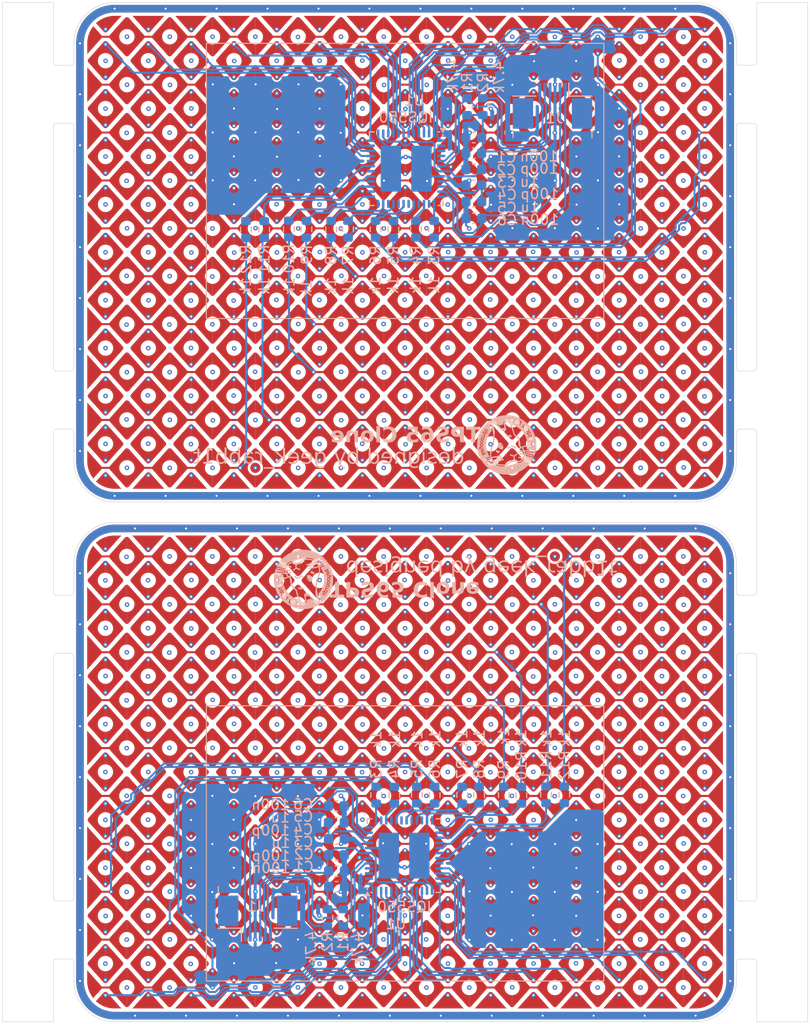
<source format=kicad_pcb>
(kicad_pcb (version 20240108) (generator "pcbnew") (generator_version "8.0")
  (layers (0 "F.Cu" signal) (1 "In1.Cu" signal) (2 "In2.Cu" signal) (31 "B.Cu" signal) (34 "B.Paste" user) (35 "F.Paste" user) (36 "B.SilkS" user "B.Silkscreen") (37 "F.SilkS" user "F.Silkscreen") (38 "B.Mask" user) (39 "F.Mask" user) (44 "Edge.Cuts" user))
  (net 0 "")
  (net 1 "+3V3")
  (net 2 "GND")
  (net 3 "/VREG")
  (net 4 "/NRST")
  (net 5 "/SCL")
  (net 6 "/SDA")
  (net 7 "/RDY")
  (net 8 "/RX0")
  (net 9 "Net-(U1-Rx0A)")
  (net 10 "Net-(U1-Rx1A)")
  (net 11 "/RX1")
  (net 12 "Net-(U1-Rx2A)")
  (net 13 "/RX2")
  (net 14 "/RX3")
  (net 15 "Net-(U1-Rx3A)")
  (net 16 "/RX4")
  (net 17 "Net-(U1-Rx4A)")
  (net 18 "Net-(U1-Rx5A)")
  (net 19 "/RX5")
  (net 20 "/RX6")
  (net 21 "Net-(U1-Rx6A)")
  (net 22 "Net-(U1-Rx7A)")
  (net 23 "/RX7")
  (net 24 "/RX8")
  (net 25 "Net-(U1-Rx8A)")
  (net 26 "Net-(U1-Rx9A)")
  (net 27 "/RX9")
  (net 29 "/TX2")
  (net 30 "/SW_IN")
  (net 31 "/TX13")
  (net 32 "/TX10")
  (net 33 "/TX0")
  (net 36 "/TX7")
  (net 39 "/TX12")
  (net 40 "/TX9")
  (net 43 "/TX8")
  (net 44 "/TX6")
  (net 45 "/TX14")
  (net 46 "/TX4")
  (net 47 "/TX3")
  (net 48 "/TX5")
  (net 53 "/PGM")
  (net 55 "/TX11")
  (net 56 "/TX1")
  (footprint "trackpad:mouse_bites" (layer "F.Cu") (at 175 115.1475 180)
    (property "Reference" "REF**" (hide yes))
    (property "Value" "mouse_bites" (hide yes))
    (fp_line (start 1.7 6) (end 0.3 6) (stroke (width 0.05)) (layer "Edge.Cuts"))
    (fp_line (start 1.7 0.3) (end 0.3 0.3) (stroke (width 0.05)) (layer "Edge.Cuts"))
    (fp_arc (start 2 0) (mid 1.912132 0.212132) (end 1.7 0.3) (stroke (width 0.05)) (layer "Edge.Cuts"))
    (fp_arc (start 1.7 6) (mid 1.912132 6.087868) (end 2 6.3) (stroke (width 0.05)) (layer "Edge.Cuts"))
    (fp_arc (start 0.3 0.3) (mid 0.087868 0.212132) (end 0 0) (stroke (width 0.05)) (layer "Edge.Cuts"))
    (fp_arc (start 0 6.3) (mid 0.087868 6.087868) (end 0.3 6) (stroke (width 0.05)) (layer "Edge.Cuts"))
  )
  (footprint "trackpad:mouse_bites" (layer "F.Cu") (at 106 86.8525)
    (property "Reference" "REF**" (hide yes))
    (property "Value" "mouse_bites" (hide yes))
    (fp_line (start 1.7 0.3) (end 0.3 0.3) (stroke (width 0.05)) (layer "Edge.Cuts"))
    (fp_line (start 1.7 6) (end 0.3 6) (stroke (width 0.05)) (layer "Edge.Cuts"))
    (fp_arc (start 0 6.3) (mid 0.087868 6.087868) (end 0.3 6) (stroke (width 0.05)) (layer "Edge.Cuts"))
    (fp_arc (start 0.3 0.3) (mid 0.087868 0.212132) (end 0 0) (stroke (width 0.05)) (layer "Edge.Cuts"))
    (fp_arc (start 1.7 6) (mid 1.912132 6.087868) (end 2 6.3) (stroke (width 0.05)) (layer "Edge.Cuts"))
    (fp_arc (start 2 0) (mid 1.912132 0.212132) (end 1.7 0.3) (stroke (width 0.05)) (layer "Edge.Cuts"))
  )
  (footprint "trackpad:tool_hole" (layer "F.Cu") (at 180 151 180)
    (property "Reference" "REF**" (hide yes))
    (property "Value" "tool_hole" (hide yes))
    (fp_line (start 5 5) (end 5 0) (stroke (width 0.05)) (layer "Edge.Cuts"))
    (fp_line (start 5 0) (end 0 0) (stroke (width 0.05)) (layer "Edge.Cuts"))
    (fp_line (start 0 0) (end 0 5) (stroke (width 0.05)) (layer "Edge.Cuts"))
  )
  (footprint "trackpad:mouse_bites" (layer "F.Cu") (at 106 56.85)
    (property "Reference" "REF**" (hide yes))
    (property "Value" "mouse_bites" (hide yes))
    (fp_line (start 1.7 0.3) (end 0.3 0.3) (stroke (width 0.05)) (layer "Edge.Cuts"))
    (fp_line (start 1.7 6) (end 0.3 6) (stroke (width 0.05)) (layer "Edge.Cuts"))
    (fp_arc (start 0 6.3) (mid 0.087868 6.087868) (end 0.3 6) (stroke (width 0.05)) (layer "Edge.Cuts"))
    (fp_arc (start 0.3 0.3) (mid 0.087868 0.212132) (end 0 0) (stroke (width 0.05)) (layer "Edge.Cuts"))
    (fp_arc (start 1.7 6) (mid 1.912132 6.087868) (end 2 6.3) (stroke (width 0.05)) (layer "Edge.Cuts"))
    (fp_arc (start 2 0) (mid 1.912132 0.212132) (end 1.7 0.3) (stroke (width 0.05)) (layer "Edge.Cuts"))
  )
  (footprint "trackpad:assembly_tool_hole" (layer "F.Cu") (at 103.5 60)
    (property "Reference" "REF**" (hide yes))
    (property "Value" "assembly_tool_hole" (hide yes))
  )
  (footprint "trackpad:tool_hole" (layer "F.Cu") (at 101 51)
    (property "Reference" "REF**" (hide yes))
    (property "Value" "tool_hole" (hide yes))
    (fp_line (start 0 0) (end 0 5) (stroke (width 0.05)) (layer "Edge.Cuts"))
    (fp_line (start 5 0) (end 0 0) (stroke (width 0.05)) (layer "Edge.Cuts"))
    (fp_line (start 5 5) (end 5 0) (stroke (width 0.05)) (layer "Edge.Cuts"))
  )
  (footprint "trackpad:assembly_tool_hole" (layer "F.Cu") (at 103.5 142 180)
    (property "Reference" "REF**" (hide yes))
    (property "Value" "assembly_tool_hole" (hide yes))
  )
  (footprint "trackpad:mouse_bites" (layer "F.Cu") (at 175 145.15 180)
    (property "Reference" "REF**" (hide yes))
    (property "Value" "mouse_bites" (hide yes))
    (fp_line (start 1.7 6) (end 0.3 6) (stroke (width 0.05)) (layer "Edge.Cuts"))
    (fp_line (start 1.7 0.3) (end 0.3 0.3) (stroke (width 0.05)) (layer "Edge.Cuts"))
    (fp_arc (start 2 0) (mid 1.912132 0.212132) (end 1.7 0.3) (stroke (width 0.05)) (layer "Edge.Cuts"))
    (fp_arc (start 1.7 6) (mid 1.912132 6.087868) (end 2 6.3) (stroke (width 0.05)) (layer "Edge.Cuts"))
    (fp_arc (start 0.3 0.3) (mid 0.087868 0.212132) (end 0 0) (stroke (width 0.05)) (layer "Edge.Cuts"))
    (fp_arc (start 0 6.3) (mid 0.087868 6.087868) (end 0.3 6) (stroke (width 0.05)) (layer "Edge.Cuts"))
  )
  (footprint "trackpad:assembly_tool_hole" (layer "F.Cu") (at 177.5 142 180)
    (property "Reference" "REF**" (hide yes))
    (property "Value" "assembly_tool_hole" (hide yes))
  )
  (footprint "Capacitor_SMD:C_0603_1608Metric" (layer "B.Cu") (at 147.23 65.78 180)
    (property "Reference" "C2")
    (property "Value" "100p")
  )
  (footprint "Resistor_SMD:R_0603_1608Metric" (layer "B.Cu") (at 143.34 73.24 90)
    (property "Reference" "R3")
    (property "Value" "1k")
  )
  (footprint "trackpad:tool_hole" (layer "B.Cu") (at 101 151)
    (property "Reference" "REF**" (hide yes))
    (property "Value" "tool_hole" (hide yes))
    (fp_line (start 0 -5) (end 0 0) (stroke (width 0.05)) (layer "Edge.Cuts"))
    (fp_line (start 0 0) (end 5 0) (stroke (width 0.05)) (layer "Edge.Cuts"))
    (fp_line (start 5 0) (end 5 -5) (stroke (width 0.05)) (layer "Edge.Cuts"))
  )
  (footprint "Capacitor_SMD:C_0603_1608Metric" (layer "B.Cu") (at 133.76 134.63)
    (property "Reference" "C3")
    (property "Value" "1u")
  )
  (footprint "Resistor_SMD:R_0603_1608Metric" (layer "B.Cu") (at 134.9 73.24 90)
    (property "Reference" "R7")
    (property "Value" "1k")
  )
  (footprint "Package_DFN_QFN:QFN-48-1EP_7x7mm_P0.5mm_EP3.5x3.5mm" (layer "B.Cu") (at 140.4 134.7 180)
    (property "Reference" "U1")
    (property "Value" "IQS550")
  )
  (footprint "Capacitor_SMD:C_0603_1608Metric" (layer "B.Cu") (at 147.24 67.37 180)
    (property "Reference" "C3")
    (property "Value" "1u")
  )
  (footprint "Capacitor_SMD:C_0603_1608Metric" (layer "B.Cu") (at 133.77 136.22)
    (property "Reference" "C2")
    (property "Value" "100p")
  )
  (footprint "Resistor_SMD:R_0603_1608Metric" (layer "B.Cu") (at 141.65 128.75 -90)
    (property "Reference" "R5")
    (property "Value" "1k")
  )
  (footprint "Capacitor_SMD:C_0603_1608Metric" (layer "B.Cu") (at 133.75 131.47)
    (property "Reference" "C5")
    (property "Value" "1u")
  )
  (footprint "Resistor_SMD:R_0603_1608Metric" (layer "B.Cu") (at 146.57 61.21 90)
    (property "Reference" "R1")
    (property "Value" "4.7k")
  )
  (footprint "Resistor_SMD:R_0603_1608Metric" (layer "B.Cu") (at 137.66 128.76 -90)
    (property "Reference" "R3")
    (property "Value" "1k")
  )
  (footprint "Capacitor_SMD:C_0603_1608Metric" (layer "B.Cu") (at 133.77 137.75)
    (property "Reference" "C1")
    (property "Value" "100n")
  )
  (footprint "Capacitor_SMD:C_0603_1608Metric" (layer "B.Cu") (at 133.75 133.07)
    (property "Reference" "C4")
    (property "Value" "100p")
  )
  (footprint "Resistor_SMD:R_0603_1608Metric" (layer "B.Cu") (at 132.88 140.79 -90)
    (property "Reference" "R2")
    (property "Value" "4.7k")
  )
  (footprint "Capacitor_SMD:C_0603_1608Metric" (layer "B.Cu") (at 147.25 70.53 180)
    (property "Reference" "C5")
    (property "Value" "1u")
  )
  (footprint "Resistor_SMD:R_0603_1608Metric" (layer "B.Cu") (at 141.56 73.23 90)
    (property "Reference" "R4")
    (property "Value" "1k")
  )
  (footprint "Capacitor_SMD:C_0603_1608Metric" (layer "B.Cu") (at 147.25 72.17 180)
    (property "Reference" "C6")
    (property "Value" "100n")
  )
  (footprint "Resistor_SMD:R_0603_1608Metric" (layer "B.Cu") (at 129.09 73.22 -90)
    (property "Reference" "R10")
    (property "Value" "1k")
  )
  (footprint "trackpad:mouse_bites" (layer "B.Cu") (at 175 86.8525 180)
    (property "Reference" "REF**" (hide yes))
    (property "Value" "mouse_bites" (hide yes))
    (fp_line (start 0.3 -0.3) (end 1.7 -0.3) (stroke (width 0.05)) (layer "Edge.Cuts"))
    (fp_line (start 0.3 -6) (end 1.7 -6) (stroke (width 0.05)) (layer "Edge.Cuts"))
    (fp_arc (start 2 -6.3) (mid 1.912132 -6.087868) (end 1.7 -6) (stroke (width 0.05)) (layer "Edge.Cuts"))
    (fp_arc (start 1.7 -0.3) (mid 1.912132 -0.212132) (end 2 0) (stroke (width 0.05)) (layer "Edge.Cuts"))
    (fp_arc (start 0.3 -6) (mid 0.087868 -6.087868) (end 0 -6.3) (stroke (width 0.05)) (layer "Edge.Cuts"))
    (fp_arc (start 0 0) (mid 0.087868 -0.212132) (end 0.3 -0.3) (stroke (width 0.05)) (layer "Edge.Cuts"))
  )
  (footprint "Resistor_SMD:R_0603_1608Metric" (layer "B.Cu") (at 133.24 73.24 90)
    (property "Reference" "R8")
    (property "Value" "1k")
  )
  (footprint "Capacitor_SMD:C_0603_1608Metric" (layer "B.Cu") (at 147.23 64.25 180)
    (property "Reference" "C1")
    (property "Value" "100n")
  )
  (footprint "Resistor_SMD:R_0603_1608Metric" (layer "B.Cu") (at 139.35 73.25 90)
    (property "Reference" "R5")
    (property "Value" "1k")
  )
  (footprint "Capacitor_SMD:C_0603_1608Metric" (layer "B.Cu") (at 147.25 68.93 180)
    (property "Reference" "C4")
    (property "Value" "100p")
  )
  (footprint "Package_DFN_QFN:QFN-48-1EP_7x7mm_P0.5mm_EP3.5x3.5mm" (layer "B.Cu") (at 140.6 67.3)
    (property "Reference" "U1")
    (property "Value" "IQS550")
  )
  (footprint "Resistor_SMD:R_0603_1608Metric" (layer "B.Cu") (at 130.82 73.24 -90)
    (property "Reference" "R9")
    (property "Value" "1k")
  )
  (footprint "Resistor_SMD:R_0603_1608Metric" (layer "B.Cu") (at 143.4 128.76 -90)
    (property "Reference" "R6")
    (property "Value" "1k")
  )
  (footprint "Resistor_SMD:R_0603_1608Metric" (layer "B.Cu") (at 137.6 73.24 90)
    (property "Reference" "R6")
    (property "Value" "1k")
  )
  (footprint "Resistor_SMD:R_0603_1608Metric" (layer "B.Cu") (at 134.43 140.79 -90)
    (property "Reference" "R1")
    (property "Value" "4.7k")
  )
  (footprint "Resistor_SMD:R_0603_1608Metric" (layer "B.Cu") (at 146.1 128.76 -90)
    (property "Reference" "R7")
    (property "Value" "1k")
  )
  (footprint "Resistor_SMD:R_0603_1608Metric" (layer "B.Cu") (at 147.76 128.76 -90)
    (property "Reference" "R8")
    (property "Value" "1k")
  )
  (footprint "trackpad:tool_hole" (layer "B.Cu") (at 180 51 180)
    (property "Reference" "REF**" (hide yes))
    (property "Value" "tool_hole" (hide yes))
    (fp_line (start 5 0) (end 5 -5) (stroke (width 0.05)) (layer "Edge.Cuts"))
    (fp_line (start 0 0) (end 5 0) (stroke (width 0.05)) (layer "Edge.Cuts"))
    (fp_line (start 0 -5) (end 0 0) (stroke (width 0.05)) (layer "Edge.Cuts"))
  )
  (footprint "keyboard:Jushuo_AFC07-S06FCA-00_1x6-1MP_P0.50_Horizontal-JLC" (layer "B.Cu") (at 154.96 60.38)
    (property "Reference" "J1")
    (property "Value" "Conn_01x06")
  )
  (footprint "Resistor_SMD:R_0603_1608Metric" (layer "B.Cu") (at 150.18 128.76 90)
    (property "Reference" "R9")
    (property "Value" "1k")
  )
  (footprint "Resistor_SMD:R_0603_1608Metric" (layer "B.Cu") (at 124.88 73.27 -90)
    (property "Reference" "R12")
    (property "Value" "1k")
  )
  (footprint "Resistor_SMD:R_0603_1608Metric" (layer "B.Cu") (at 139.44 128.77 -90)
    (property "Reference" "R4")
    (property "Value" "1k")
  )
  (footprint "Resistor_SMD:R_0603_1608Metric" (layer "B.Cu") (at 156.12 128.73 90)
    (property "Reference" "R12")
    (property "Value" "1k")
  )
  (footprint "trackpad:mouse_bites" (layer "B.Cu") (at 175 56.85 180)
    (property "Reference" "REF**" (hide yes))
    (property "Value" "mouse_bites" (hide yes))
    (fp_line (start 0.3 -0.3) (end 1.7 -0.3) (stroke (width 0.05)) (layer "Edge.Cuts"))
    (fp_line (start 0.3 -6) (end 1.7 -6) (stroke (width 0.05)) (layer "Edge.Cuts"))
    (fp_arc (start 2 -6.3) (mid 1.912132 -6.087868) (end 1.7 -6) (stroke (width 0.05)) (layer "Edge.Cuts"))
    (fp_arc (start 1.7 -0.3) (mid 1.912132 -0.212132) (end 2 0) (stroke (width 0.05)) (layer "Edge.Cuts"))
    (fp_arc (start 0.3 -6) (mid 0.087868 -6.087868) (end 0 -6.3) (stroke (width 0.05)) (layer "Edge.Cuts"))
    (fp_arc (start 0 0) (mid 0.087868 -0.212132) (end 0.3 -0.3) (stroke (width 0.05)) (layer "Edge.Cuts"))
  )
  (footprint "trackpad:mouse_bites" (layer "B.Cu") (at 106 145.15)
    (property "Reference" "REF**" (hide yes))
    (property "Value" "mouse_bites" (hide yes))
    (fp_line (start 0.3 -6) (end 1.7 -6) (stroke (width 0.05)) (layer "Edge.Cuts"))
    (fp_line (start 0.3 -0.3) (end 1.7 -0.3) (stroke (width 0.05)) (layer "Edge.Cuts"))
    (fp_arc (start 0 0) (mid 0.087868 -0.212132) (end 0.3 -0.3) (stroke (width 0.05)) (layer "Edge.Cuts"))
    (fp_arc (start 0.3 -6) (mid 0.087868 -6.087868) (end 0 -6.3) (stroke (width 0.05)) (layer "Edge.Cuts"))
    (fp_arc (start 1.7 -0.3) (mid 1.912132 -0.212132) (end 2 0) (stroke (width 0.05)) (layer "Edge.Cuts"))
    (fp_arc (start 2 -6.3) (mid 1.912132 -6.087868) (end 1.7 -6) (stroke (width 0.05)) (layer "Edge.Cuts"))
  )
  (footprint "Resistor_SMD:R_0603_1608Metric" (layer "B.Cu") (at 148.12 61.21 90)
    (property "Reference" "R2")
    (property "Value" "4.7k")
  )
  (footprint "trackpad:mouse_bites" (layer "B.Cu") (at 106 115.1475)
    (property "Reference" "REF**" (hide yes))
    (property "Value" "mouse_bites" (hide yes))
    (fp_line (start 0.3 -6) (end 1.7 -6) (stroke (width 0.05)) (layer "Edge.Cuts"))
    (fp_line (start 0.3 -0.3) (end 1.7 -0.3) (stroke (width 0.05)) (layer "Edge.Cuts"))
    (fp_arc (start 0 0) (mid 0.087868 -0.212132) (end 0.3 -0.3) (stroke (width 0.05)) (layer "Edge.Cuts"))
    (fp_arc (start 0.3 -6) (mid 0.087868 -6.087868) (end 0 -6.3) (stroke (width 0.05)) (layer "Edge.Cuts"))
    (fp_arc (start 1.7 -0.3) (mid 1.912132 -0.212132) (end 2 0) (stroke (width 0.05)) (layer "Edge.Cuts"))
    (fp_arc (start 2 -6.3) (mid 1.912132 -6.087868) (end 1.7 -6) (stroke (width 0.05)) (layer "Edge.Cuts"))
  )
  (footprint "Resistor_SMD:R_0603_1608Metric" (layer "B.Cu") (at 126.67 73.27 -90)
    (property "Reference" "R11")
    (property "Value" "1k")
  )
  (footprint "Capacitor_SMD:C_0603_1608Metric" (layer "B.Cu") (at 133.75 129.83)
    (property "Reference" "C6")
    (property "Value" "100n")
  )
  (footprint "keyboard:Jushuo_AFC07-S06FCA-00_1x6-1MP_P0.50_Horizontal-JLC" (layer "B.Cu") (at 126.04 141.62 180)
    (property "Reference" "J1")
    (property "Value" "Conn_01x06")
  )
  (footprint "Resistor_SMD:R_0603_1608Metric" (layer "B.Cu") (at 151.91 128.78 90)
    (property "Reference" "R10")
    (property "Value" "1k")
  )
  (footprint "Resistor_SMD:R_0603_1608Metric" (layer "B.Cu") (at 154.33 128.73 90)
    (property "Reference" "R11")
    (property "Value" "1k")
  )
  (gr_poly (pts (arc (start 167.794874 143.694874) (mid 168.544874 142.944874) (end 167.794874 142.194874)) (xy 167.794874 141.022656) (xy 167.847785 141.022656) (xy 167.944366 141.065905) (xy 167.981374 141.103795) (xy 169.476255 142.778388) (xy 169.505184 142.813808) (xy 169.537751 142.899185) (xy 169.537751 142.990563) (xy 169.505184 143.07594) (xy 169.476255 143.11136) (xy 167.981374 144.785953) (xy 167.944366 144.823843) (xy 167.847785 144.867092) (xy 167.794874 144.867092)) (fill solid) (layer "F.Cu") (net 11))
  (gr_poly (pts (xy 126.345126 52.305126) (xy 129.465126 52.305126) (xy 128.091626 53.846205) (xy 128.062526 53.876918) (xy 127.988511 53.917856) (xy 127.905126 53.932033) (xy 127.821741 53.917856) (xy 127.747726 53.876918) (xy 127.718626 53.846205)) (fill solid) (layer "F.Cu") (net 46))
  (gr_poly (pts (arc (start 125.794874 148.394874) (mid 126.544874 147.644874) (end 125.794874 146.894874)) (xy 125.794874 145.722656) (xy 125.847785 145.722656) (xy 125.944366 145.765905) (xy 125.981374 145.803795) (xy 127.476255 147.478388) (xy 127.505184 147.513808) (xy 127.537751 147.599185) (xy 127.537751 147.690563) (xy 127.505184 147.77594) (xy 127.476255 147.81136) (xy 125.981374 149.485953) (xy 125.944366 149.523843) (xy 125.847785 149.567092) (xy 125.794874 149.567092)) (fill solid) (layer "F.Cu") (net 8))
  (gr_poly (pts (arc (start 129.994874 124.894874) (mid 130.744874 124.144874) (end 129.994874 123.394874)) (xy 129.994874 122.222656) (xy 130.047785 122.222656) (xy 130.144366 122.265905) (xy 130.181374 122.303795) (xy 131.676255 123.978388) (xy 131.705184 124.013808) (xy 131.737751 124.099185) (xy 131.737751 124.190563) (xy 131.705184 124.27594) (xy 131.676255 124.31136) (xy 130.181374 125.985953) (xy 130.144366 126.023843) (xy 130.047785 126.067092) (xy 129.994874 126.067092)) (fill solid) (layer "F.Cu") (net 19))
  (gr_poly (pts (arc (start 123.705126 84.155126) (mid 122.955126 84.905126) (end 123.705126 85.655126)) (xy 123.705126 86.827344) (xy 123.652215 86.827344) (xy 123.555634 86.784095) (xy 123.518626 86.746205) (xy 122.023745 85.071612) (xy 121.994816 85.036192) (xy 121.962249 84.950815) (xy 121.962249 84.859437) (xy 121.994816 84.77406) (xy 122.023745 84.73864) (xy 123.518626 83.064047) (xy 123.555634 83.026157) (xy 123.652215 82.982908) (xy 123.705126 82.982908)) (fill solid) (layer "F.Cu") (net 47))
  (gr_poly (pts (arc (start 132.094874 146.044874) (mid 131.344874 145.294874) (end 132.094874 144.544874)) (xy 132.094874 143.372656) (xy 132.041963 143.372656) (xy 131.945382 143.415905) (xy 131.908374 143.453795) (xy 130.413493 145.128388) (xy 130.384564 145.163808) (xy 130.351997 145.249185) (xy 130.351997 145.340563) (xy 130.384564 145.42594) (xy 130.413493 145.46136) (xy 131.908374 147.135953) (xy 131.945382 147.173843) (xy 132.041963 147.217092) (xy 132.094874 147.217092)) (fill solid) (layer "F.Cu") (net 40))
  (gr_poly (pts (xy 109.304874 141.243598) (xy 110.676255 142.777112) (xy 110.705554 142.812307) (xy 110.738176 142.897831) (xy 110.738176 142.990641) (xy 110.705554 143.074889) (xy 110.676255 143.110084) (xy 109.304874 144.643598)) (fill solid) (layer "F.Cu") (net 11))
  (gr_poly (pts (arc (start 121.594874 106.094874) (mid 120.844874 105.344874) (end 121.594874 104.594874)) (xy 121.594874 103.422656) (xy 121.541963 103.422656) (xy 121.445382 103.465905) (xy 121.408374 103.503795) (xy 119.913493 105.178388) (xy 119.884564 105.213808) (xy 119.851997 105.299185) (xy 119.851997 105.390563) (xy 119.884564 105.47594) (xy 119.913493 105.51136) (xy 121.408374 107.185953) (xy 121.445382 107.223843) (xy 121.541963 107.267092) (xy 121.594874 107.267092)) (fill solid) (layer "F.Cu") (net 27))
  (gr_poly (pts (arc (start 134.205126 77.105126) (mid 134.955126 77.855126) (end 134.205126 78.605126)) (xy 134.205126 79.777344) (xy 134.258037 79.777344) (xy 134.354618 79.734095) (xy 134.391626 79.696205) (xy 135.886507 78.021612) (xy 135.915436 77.986192) (xy 135.948003 77.900815) (xy 135.948003 77.809437) (xy 135.915436 77.72406) (xy 135.886507 77.68864) (xy 134.391626 76.014047) (xy 134.354618 75.976157) (xy 134.258037 75.932908) (xy 134.205126 75.932908)) (fill solid) (layer "F.Cu") (net 19))
  (gr_poly (pts (arc (start 119.505126 65.355126) (mid 118.755126 66.105126) (end 119.505126 66.855126)) (xy 119.505126 68.027344) (xy 119.452215 68.027344) (xy 119.355634 67.984095) (xy 119.318626 67.946205) (xy 117.823745 66.271612) (xy 117.794816 66.236192) (xy 117.762249 66.150815) (xy 117.762249 66.059437) (xy 117.794816 65.97406) (xy 117.823745 65.93864) (xy 119.318626 64.264047) (xy 119.355634 64.226157) (xy 119.452215 64.182908) (xy 119.505126 64.182908)) (fill solid) (layer "F.Cu") (net 29))
  (gr_poly (pts (arc (start 127.905126 70.055126) (mid 128.655126 70.805126) (end 127.905126 71.555126)) (xy 127.905126 72.727344) (xy 127.958037 72.727344) (xy 128.054618 72.684095) (xy 128.091626 72.646205) (xy 129.586507 70.971612) (xy 129.615436 70.936192) (xy 129.648003 70.850815) (xy 129.648003 70.759437) (xy 129.615436 70.67406) (xy 129.586507 70.63864) (xy 128.091626 68.964047) (xy 128.054618 68.926157) (xy 127.958037 68.882908) (xy 127.905126 68.882908)) (fill solid) (layer "F.Cu") (net 46))
  (gr_poly (pts (arc (start 153.105126 74.755126) (mid 152.355126 75.505126) (end 153.105126 76.255126)) (xy 153.105126 77.427344) (xy 153.052215 77.427344) (xy 152.955634 77.384095) (xy 152.918626 77.346205) (xy 151.423745 75.671612) (xy 151.394816 75.636192) (xy 151.362249 75.550815) (xy 151.362249 75.459437) (xy 151.394816 75.37406) (xy 151.423745 75.33864) (xy 152.918626 73.664047) (xy 152.955634 73.626157) (xy 153.052215 73.582908) (xy 153.105126 73.582908)) (fill solid) (layer "F.Cu") (net 32))
  (gr_poly (pts (arc (start 169.894874 136.644874) (mid 170.644874 135.894874) (end 169.894874 135.144874)) (xy 169.894874 133.972656) (xy 169.947785 133.972656) (xy 170.044366 134.015905) (xy 170.081374 134.053795) (xy 171.576255 135.728388) (xy 171.605184 135.763808) (xy 171.637751 135.849185) (xy 171.637751 135.940563) (xy 171.605184 136.02594) (xy 171.576255 136.06136) (xy 170.081374 137.735953) (xy 170.044366 137.773843) (xy 169.947785 137.817092) (xy 169.894874 137.817092)) (fill solid) (layer "F.Cu") (net 33))
  (gr_poly (pts (arc (start 123.705126 74.755126) (mid 124.455126 75.505126) (end 123.705126 76.255126)) (xy 123.705126 77.427344) (xy 123.758037 77.427344) (xy 123.854618 77.384095) (xy 123.891626 77.346205) (xy 125.386507 75.671612) (xy 125.415436 75.636192) (xy 125.448003 75.550815) (xy 125.448003 75.459437) (xy 125.415436 75.37406) (xy 125.386507 75.33864) (xy 123.891626 73.664047) (xy 123.854618 73.626157) (xy 123.758037 73.582908) (xy 123.705126 73.582908)) (fill solid) (layer "F.Cu") (net 47))
  (gr_poly (pts (arc (start 146.805126 86.505126) (mid 146.055126 87.255126) (end 146.805126 88.005126)) (xy 146.805126 89.177344) (xy 146.752215 89.177344) (xy 146.655634 89.134095) (xy 146.618626 89.096205) (xy 145.123745 87.421612) (xy 145.094816 87.386192) (xy 145.062249 87.300815) (xy 145.062249 87.209437) (xy 145.094816 87.12406) (xy 145.123745 87.08864) (xy 146.618626 85.414047) (xy 146.655634 85.376157) (xy 146.752215 85.332908) (xy 146.805126 85.332908)) (fill solid) (layer "F.Cu") (net 23))
  (gr_poly (pts (arc (start 153.105126 79.455126) (mid 153.855126 80.205126) (end 153.105126 80.955126)) (xy 153.105126 82.127344) (xy 153.158037 82.127344) (xy 153.254618 82.084095) (xy 153.291626 82.046205) (xy 154.786507 80.371612) (xy 154.815436 80.336192) (xy 154.848003 80.250815) (xy 154.848003 80.159437) (xy 154.815436 80.07406) (xy 154.786507 80.03864) (xy 153.291626 78.364047) (xy 153.254618 78.326157) (xy 153.158037 78.282908) (xy 153.105126 78.282908)) (fill solid) (layer "F.Cu") (net 32))
  (gr_poly (pts (xy 158.854874 149.694874) (xy 155.734874 149.694874) (xy 157.108374 148.153795) (xy 157.137474 148.123082) (xy 157.211489 148.082144) (xy 157.294874 148.067967) (xy 157.378259 148.082144) (xy 157.452274 148.123082) (xy 157.481374 148.153795)) (fill solid) (layer "F.Cu") (net 47))
  (gr_poly (pts (arc (start 155.205126 58.305126) (mid 155.955126 59.055126) (end 155.205126 59.805126)) (xy 155.205126 60.977344) (xy 155.258037 60.977344) (xy 155.354618 60.934095) (xy 155.391626 60.896205) (xy 156.886507 59.221612) (xy 156.915436 59.186192) (xy 156.948003 59.100815) (xy 156.948003 59.009437) (xy 156.915436 58.92406) (xy 156.886507 58.88864) (xy 155.391626 57.214047) (xy 155.354618 57.176157) (xy 155.258037 57.132908) (xy 155.205126 57.132908)) (fill solid) (layer "F.Cu") (net 11))
  (gr_poly (pts (arc (start 142.594874 115.494874) (mid 141.844874 114.744874) (end 142.594874 113.994874)) (xy 142.594874 112.822656) (xy 142.541963 112.822656) (xy 142.445382 112.865905) (xy 142.408374 112.903795) (xy 140.913493 114.578388) (xy 140.884564 114.613808) (xy 140.851997 114.699185) (xy 140.851997 114.790563) (xy 140.884564 114.87594) (xy 140.913493 114.91136) (xy 142.408374 116.585953) (xy 142.445382 116.623843) (xy 142.541963 116.667092) (xy 142.594874 116.667092)) (fill solid) (layer "F.Cu") (net 23))
  (gr_poly (pts (xy 109.315126 71.455126) (xy 110.686507 72.98864) (xy 110.715806 73.023835) (xy 110.748428 73.109359) (xy 110.748428 73.200893) (xy 110.715806 73.286417) (xy 110.686507 73.321612) (xy 109.315126 74.855126)) (fill solid) (layer "F.Cu") (net 16))
  (gr_poly (pts (arc (start 148.894874 117.844874) (mid 148.144874 117.094874) (end 148.894874 116.344874)) (xy 148.894874 115.172656) (xy 148.841963 115.172656) (xy 148.745382 115.215905) (xy 148.708374 115.253795) (xy 147.213493 116.928388) (xy 147.184564 116.963808) (xy 147.151997 117.049185) (xy 147.151997 117.140563) (xy 147.184564 117.22594) (xy 147.213493 117.26136) (xy 148.708374 118.935953) (xy 148.745382 118.973843) (xy 148.841963 119.017092) (xy 148.894874 119.017092)) (fill solid) (layer "F.Cu") (net 48))
  (gr_poly (pts (arc (start 117.405126 58.305126) (mid 116.655126 59.055126) (end 117.405126 59.805126)) (xy 117.405126 60.977344) (xy 117.352215 60.977344) (xy 117.255634 60.934095) (xy 117.218626 60.896205) (xy 115.723745 59.221612) (xy 115.694816 59.186192) (xy 115.662249 59.100815) (xy 115.662249 59.009437) (xy 115.694816 58.92406) (xy 115.723745 58.88864) (xy 117.218626 57.214047) (xy 117.255634 57.176157) (xy 117.352215 57.132908) (xy 117.405126 57.132908)) (fill solid) (layer "F.Cu") (net 11))
  (gr_poly (pts (arc (start 140.505126 84.155126) (mid 141.255126 84.905126) (end 140.505126 85.655126)) (xy 140.505126 86.827344) (xy 140.558037 86.827344) (xy 140.654618 86.784095) (xy 140.691626 86.746205) (xy 142.186507 85.071612) (xy 142.215436 85.036192) (xy 142.248003 84.950815) (xy 142.248003 84.859437) (xy 142.215436 84.77406) (xy 142.186507 84.73864) (xy 140.691626 83.064047) (xy 140.654618 83.026157) (xy 140.558037 82.982908) (xy 140.505126 82.982908)) (fill solid) (layer "F.Cu") (net 36))
  (gr_poly (pts (arc (start 163.594874 124.894874) (mid 162.844874 124.144874) (end 163.594874 123.394874)) (xy 163.594874 122.222656) (xy 163.541963 122.222656) (xy 163.445382 122.265905) (xy 163.408374 122.303795) (xy 161.913493 123.978388) (xy 161.884564 124.013808) (xy 161.851997 124.099185) (xy 161.851997 124.190563) (xy 161.884564 124.27594) (xy 161.913493 124.31136) (xy 163.408374 125.985953) (xy 163.445382 126.023843) (xy 163.541963 126.067092) (xy 163.594874 126.067092)) (fill solid) (layer "F.Cu") (net 19))
  (gr_poly (pts (arc (start 159.405126 81.805126) (mid 158.655126 82.555126) (end 159.405126 83.305126)) (xy 159.405126 84.477344) (xy 159.352215 84.477344) (xy 159.255634 84.434095) (xy 159.218626 84.396205) (xy 157.723745 82.721612) (xy 157.694816 82.686192) (xy 157.662249 82.600815) (xy 157.662249 82.509437) (xy 157.694816 82.42406) (xy 157.723745 82.38864) (xy 159.218626 80.714047) (xy 159.255634 80.676157) (xy 159.352215 80.632908) (xy 159.405126 80.632908)) (fill solid) (layer "F.Cu") (net 20))
  (gr_poly (pts (arc (start 117.394874 124.894874) (mid 118.144874 124.144874) (end 117.394874 123.394874)) (xy 117.394874 122.222656) (xy 117.447785 122.222656) (xy 117.544366 122.265905) (xy 117.581374 122.303795) (xy 119.076255 123.978388) (xy 119.105184 124.013808) (xy 119.137751 124.099185) (xy 119.137751 124.190563) (xy 119.105184 124.27594) (xy 119.076255 124.31136) (xy 117.581374 125.985953) (xy 117.544366 126.023843) (xy 117.447785 126.067092) (xy 117.394874 126.067092)) (fill solid) (layer "F.Cu") (net 19))
  (gr_poly (pts (arc (start 159.394874 143.694874) (mid 158.644874 142.944874) (end 159.394874 142.194874)) (xy 159.394874 141.022656) (xy 159.341963 141.022656) (xy 159.245382 141.065905) (xy 159.208374 141.103795) (xy 157.713493 142.778388) (xy 157.684564 142.813808) (xy 157.651997 142.899185) (xy 157.651997 142.990563) (xy 157.684564 143.07594) (xy 157.713493 143.11136) (xy 159.208374 144.785953) (xy 159.245382 144.823843) (xy 159.341963 144.867092) (xy 159.394874 144.867092)) (fill solid) (layer "F.Cu") (net 11))
  (gr_poly (pts (arc (start 142.605126 58.305126) (mid 143.355126 59.055126) (end 142.605126 59.805126)) (xy 142.605126 60.977344) (xy 142.658037 60.977344) (xy 142.754618 60.934095) (xy 142.791626 60.896205) (xy 144.286507 59.221612) (xy 144.315436 59.186192) (xy 144.348003 59.100815) (xy 144.348003 59.009437) (xy 144.315436 58.92406) (xy 144.286507 58.88864) (xy 142.791626 57.214047) (xy 142.754618 57.176157) (xy 142.658037 57.132908) (xy 142.605126 57.132908)) (fill solid) (layer "F.Cu") (net 11))
  (gr_poly (pts (arc (start 127.894874 127.244874) (mid 127.144874 126.494874) (end 127.894874 125.744874)) (xy 127.894874 124.572656) (xy 127.841963 124.572656) (xy 127.745382 124.615905) (xy 127.708374 124.653795) (xy 126.213493 126.328388) (xy 126.184564 126.363808) (xy 126.151997 126.449185) (xy 126.151997 126.540563) (xy 126.184564 126.62594) (xy 126.213493 126.66136) (xy 127.708374 128.335953) (xy 127.745382 128.373843) (xy 127.841963 128.417092) (xy 127.894874 128.417092)) (fill solid) (layer "F.Cu") (net 32))
  (gr_poly (pts (arc (start 155.205126 86.505126) (mid 154.455126 87.255126) (end 155.205126 88.005126)) (xy 155.205126 89.177344) (xy 155.152215 89.177344) (xy 155.055634 89.134095) (xy 155.018626 89.096205) (xy 153.523745 87.421612) (xy 153.494816 87.386192) (xy 153.462249 87.300815) (xy 153.462249 87.209437) (xy 153.494816 87.12406) (xy 153.523745 87.08864) (xy 155.018626 85.414047) (xy 155.055634 85.376157) (xy 155.152215 85.332908) (xy 155.205126 85.332908)) (fill solid) (layer "F.Cu") (net 23))
  (gr_poly (pts (arc (start 150.994874 129.594874) (mid 151.744874 128.844874) (end 150.994874 128.094874)) (xy 150.994874 126.922656) (xy 151.047785 126.922656) (xy 151.144366 126.965905) (xy 151.181374 127.003795) (xy 152.676255 128.678388) (xy 152.705184 128.713808) (xy 152.737751 128.799185) (xy 152.737751 128.890563) (xy 152.705184 128.97594) (xy 152.676255 129.01136) (xy 151.181374 130.685953) (xy 151.144366 130.723843) (xy 151.047785 130.767092) (xy 150.994874 130.767092)) (fill solid) (layer "F.Cu") (net 16))
  (gr_poly (pts (arc (start 113.205126 53.605126) (mid 113.955126 54.355126) (end 113.205126 55.105126)) (xy 113.205126 56.277344) (xy 113.258037 56.277344) (xy 113.354618 56.234095) (xy 113.391626 56.196205) (xy 114.886507 54.521612) (xy 114.915436 54.486192) (xy 114.948003 54.400815) (xy 114.948003 54.309437) (xy 114.915436 54.22406) (xy 114.886507 54.18864) (xy 113.391626 52.514047) (xy 113.354618 52.476157) (xy 113.258037 52.432908) (xy 113.205126 52.432908)) (fill solid) (layer "F.Cu") (net 8))
  (gr_poly (pts (arc (start 138.394874 106.094874) (mid 137.644874 105.344874) (end 138.394874 104.594874)) (xy 138.394874 103.422656) (xy 138.341963 103.422656) (xy 138.245382 103.465905) (xy 138.208374 103.503795) (xy 136.713493 105.178388) (xy 136.684564 105.213808) (xy 136.651997 105.299185) (xy 136.651997 105.390563) (xy 136.684564 105.47594) (xy 136.713493 105.51136) (xy 138.208374 107.185953) (xy 138.245382 107.223843) (xy 138.341963 107.267092) (xy 138.394874 107.267092)) (fill solid) (layer "F.Cu") (net 27))
  (gr_poly (pts (arc (start 132.105126 84.155126) (mid 131.355126 84.905126) (end 132.105126 85.655126)) (xy 132.105126 86.827344) (xy 132.052215 86.827344) (xy 131.955634 86.784095) (xy 131.918626 86.746205) (xy 130.423745 85.071612) (xy 130.394816 85.036192) (xy 130.362249 84.950815) (xy 130.362249 84.859437) (xy 130.394816 84.77406) (xy 130.423745 84.73864) (xy 131.918626 83.064047) (xy 131.955634 83.026157) (xy 132.052215 82.982908) (xy 132.105126 82.982908)) (fill solid) (layer "F.Cu") (net 48))
  (gr_poly (pts (arc (start 123.705126 74.755126) (mid 122.955126 75.505126) (end 123.705126 76.255126)) (xy 123.705126 77.427344) (xy 123.652215 77.427344) (xy 123.555634 77.384095) (xy 123.518626 77.346205) (xy 122.023745 75.671612) (xy 121.994816 75.636192) (xy 121.962249 75.550815) (xy 121.962249 75.459437) (xy 121.994816 75.37406) (xy 122.023745 75.33864) (xy 123.518626 73.664047) (xy 123.555634 73.626157) (xy 123.652215 73.582908) (xy 123.705126 73.582908)) (fill solid) (layer "F.Cu") (net 47))
  (gr_poly (pts (arc (start 165.705126 65.355126) (mid 166.455126 66.105126) (end 165.705126 66.855126)) (xy 165.705126 68.027344) (xy 165.758037 68.027344) (xy 165.854618 67.984095) (xy 165.891626 67.946205) (xy 167.386507 66.271612) (xy 167.415436 66.236192) (xy 167.448003 66.150815) (xy 167.448003 66.059437) (xy 167.415436 65.97406) (xy 167.386507 65.93864) (xy 165.891626 64.264047) (xy 165.854618 64.226157) (xy 165.758037 64.182908) (xy 165.705126 64.182908)) (fill solid) (layer "F.Cu") (net 31))
  (gr_arc (start 108.6 55) (mid 109.595837 52.595837) (end 112 51.6) (stroke (width 0.75)) (layer "F.Cu"))
  (gr_poly (pts (arc (start 165.705126 93.555126) (mid 166.455126 94.305126) (end 165.705126 95.055126)) (xy 165.705126 96.227344) (xy 165.758037 96.227344) (xy 165.854618 96.184095) (xy 165.891626 96.146205) (xy 167.386507 94.471612) (xy 167.415436 94.436192) (xy 167.448003 94.350815) (xy 167.448003 94.259437) (xy 167.415436 94.17406) (xy 167.386507 94.13864) (xy 165.891626 92.464047) (xy 165.854618 92.426157) (xy 165.758037 92.382908) (xy 165.705126 92.382908)) (fill solid) (layer "F.Cu") (net 31))
  (gr_poly (pts (arc (start 165.694874 127.244874) (mid 164.944874 126.494874) (end 165.694874 125.744874)) (xy 165.694874 124.572656) (xy 165.641963 124.572656) (xy 165.545382 124.615905) (xy 165.508374 124.653795) (xy 164.013493 126.328388) (xy 163.984564 126.363808) (xy 163.951997 126.449185) (xy 163.951997 126.540563) (xy 163.984564 126.62594) (xy 164.013493 126.66136) (xy 165.508374 128.335953) (xy 165.545382 128.373843) (xy 165.641963 128.417092) (xy 165.694874 128.417092)) (fill solid) (layer "F.Cu") (net 56))
  (gr_poly (pts (arc (start 144.705126 79.455126) (mid 143.955126 80.205126) (end 144.705126 80.955126)) (xy 144.705126 82.127344) (xy 144.652215 82.127344) (xy 144.555634 82.084095) (xy 144.518626 82.046205) (xy 143.023745 80.371612) (xy 142.994816 80.336192) (xy 142.962249 80.250815) (xy 142.962249 80.159437) (xy 142.994816 80.07406) (xy 143.023745 80.03864) (xy 144.518626 78.364047) (xy 144.555634 78.326157) (xy 144.652215 78.282908) (xy 144.705126 78.282908)) (fill solid) (layer "F.Cu") (net 43))
  (gr_poly (pts (arc (start 113.205126 77.105126) (mid 112.455126 77.855126) (end 113.205126 78.605126)) (xy 113.205126 79.777344) (xy 113.152215 79.777344) (xy 113.055634 79.734095) (xy 113.018626 79.696205) (xy 111.523745 78.021612) (xy 111.494816 77.986192) (xy 111.462249 77.900815) (xy 111.462249 77.809437) (xy 111.494816 77.72406) (xy 111.523745 77.68864) (xy 113.018626 76.014047) (xy 113.055634 75.976157) (xy 113.152215 75.932908) (xy 113.205126 75.932908)) (fill solid) (layer "F.Cu") (net 19))
  (gr_poly (pts (arc (start 127.905126 74.755126) (mid 128.655126 75.505126) (end 127.905126 76.255126)) (xy 127.905126 77.427344) (xy 127.958037 77.427344) (xy 128.054618 77.384095) (xy 128.091626 77.346205) (xy 129.586507 75.671612) (xy 129.615436 75.636192) (xy 129.648003 75.550815) (xy 129.648003 75.459437) (xy 129.615436 75.37406) (xy 129.586507 75.33864) (xy 128.091626 73.664047) (xy 128.054618 73.626157) (xy 127.958037 73.582908) (xy 127.905126 73.582908)) (fill solid) (layer "F.Cu") (net 46))
  (gr_poly (pts (arc (start 155.194874 124.894874) (mid 154.444874 124.144874) (end 155.194874 123.394874)) (xy 155.194874 122.222656) (xy 155.141963 122.222656) (xy 155.045382 122.265905) (xy 155.008374 122.303795) (xy 153.513493 123.978388) (xy 153.484564 124.013808) (xy 153.451997 124.099185) (xy 153.451997 124.190563) (xy 153.484564 124.27594) (xy 153.513493 124.31136) (xy 155.008374 125.985953) (xy 155.045382 126.023843) (xy 155.141963 126.067092) (xy 155.194874 126.067092)) (fill solid) (layer "F.Cu") (net 19))
  (gr_poly (pts (arc (start 136.305126 93.555126) (mid 135.555126 94.305126) (end 136.305126 95.055126)) (xy 136.305126 96.227344) (xy 136.252215 96.227344) (xy 136.155634 96.184095) (xy 136.118626 96.146205) (xy 134.623745 94.471612) (xy 134.594816 94.436192) (xy 134.562249 94.350815) (xy 134.562249 94.259437) (xy 134.594816 94.17406) (xy 134.623745 94.13864) (xy 136.118626 92.464047) (xy 136.155634 92.426157) (xy 136.252215 92.382908) (xy 136.305126 92.382908)) (fill solid) (layer "F.Cu") (net 44))
  (gr_poly (pts (arc (start 155.194874 148.394874) (mid 154.444874 147.644874) (end 155.194874 146.894874)) (xy 155.194874 145.722656) (xy 155.141963 145.722656) (xy 155.045382 145.765905) (xy 155.008374 145.803795) (xy 153.513493 147.478388) (xy 153.484564 147.513808) (xy 153.451997 147.599185) (xy 153.451997 147.690563) (xy 153.484564 147.77594) (xy 153.513493 147.81136) (xy 155.008374 149.485953) (xy 155.045382 149.523843) (xy 155.141963 149.567092) (xy 155.194874 149.567092)) (fill solid) (layer "F.Cu") (net 8))
  (gr_poly (pts (arc (start 146.794874 124.894874) (mid 146.044874 124.144874) (end 146.794874 123.394874)) (xy 146.794874 122.222656) (xy 146.741963 122.222656) (xy 146.645382 122.265905) (xy 146.608374 122.303795) (xy 145.113493 123.978388) (xy 145.084564 124.013808) (xy 145.051997 124.099185) (xy 145.051997 124.190563) (xy 145.084564 124.27594) (xy 145.113493 124.31136) (xy 146.608374 125.985953) (xy 146.645382 126.023843) (xy 146.741963 126.067092) (xy 146.794874 126.067092)) (fill solid) (layer "F.Cu") (net 19))
  (gr_poly (pts (xy 163.065126 98.705126) (xy 159.945126 98.705126) (xy 161.318626 97.164047) (xy 161.347726 97.133334) (xy 161.421741 97.092396) (xy 161.505126 97.078219) (xy 161.588511 97.092396) (xy 161.662526 97.133334) (xy 161.691626 97.164047)) (fill solid) (layer "F.Cu") (net 39))
  (gr_poly (pts (arc (start 132.105126 74.755126) (mid 132.855126 75.505126) (end 132.105126 76.255126)) (xy 132.105126 77.427344) (xy 132.158037 77.427344) (xy 132.254618 77.384095) (xy 132.291626 77.346205) (xy 133.786507 75.671612) (xy 133.815436 75.636192) (xy 133.848003 75.550815) (xy 133.848003 75.459437) (xy 133.815436 75.37406) (xy 133.786507 75.33864) (xy 132.291626 73.664047) (xy 132.254618 73.626157) (xy 132.158037 73.582908) (xy 132.105126 73.582908)) (fill solid) (layer "F.Cu") (net 48))
  (gr_poly (pts (xy 137.865126 98.705126) (xy 134.745126 98.705126) (xy 136.118626 97.164047) (xy 136.147726 97.133334) (xy 136.221741 97.092396) (xy 136.305126 97.078219) (xy 136.388511 97.092396) (xy 136.462526 97.133334) (xy 136.491626 97.164047)) (fill solid) (layer "F.Cu") (net 44))
  (gr_poly (pts (arc (start 115.294874 113.144874) (mid 114.544874 112.394874) (end 115.294874 111.644874)) (xy 115.294874 110.472656) (xy 115.241963 110.472656) (xy 115.145382 110.515905) (xy 115.108374 110.553795) (xy 113.613493 112.228388) (xy 113.584564 112.263808) (xy 113.551997 112.349185) (xy 113.551997 112.440563) (xy 113.584564 112.52594) (xy 113.613493 112.56136) (xy 115.108374 114.235953) (xy 115.145382 114.273843) (xy 115.241963 114.317092) (xy 115.294874 114.317092)) (fill solid) (layer "F.Cu") (net 31))
  (gr_poly (pts (arc (start 142.605126 77.105126) (mid 143.355126 77.855126) (end 142.605126 78.605126)) (xy 142.605126 79.777344) (xy 142.658037 79.777344) (xy 142.754618 79.734095) (xy 142.791626 79.696205) (xy 144.286507 78.021612) (xy 144.315436 77.986192) (xy 144.348003 77.900815) (xy 144.348003 77.809437) (xy 144.315436 77.72406) (xy 144.286507 77.68864) (xy 142.791626 76.014047) (xy 142.754618 75.976157) (xy 142.658037 75.932908) (xy 142.605126 75.932908)) (fill solid) (layer "F.Cu") (net 19))
  (gr_poly (pts (arc (start 111.094874 117.844874) (mid 111.844874 117.094874) (end 111.094874 116.344874)) (xy 111.094874 115.172656) (xy 111.147785 115.172656) (xy 111.244366 115.215905) (xy 111.281374 115.253795) (xy 112.776255 116.928388) (xy 112.805184 116.963808) (xy 112.837751 117.049185) (xy 112.837751 117.140563) (xy 112.805184 117.22594) (xy 112.776255 117.26136) (xy 111.281374 118.935953) (xy 111.244366 118.973843) (xy 111.147785 119.017092) (xy 111.094874 119.017092)) (fill solid) (layer "F.Cu") (net 45))
  (gr_poly (pts (arc (start 138.394874 115.494874) (mid 139.144874 114.744874) (end 138.394874 113.994874)) (xy 138.394874 112.822656) (xy 138.447785 112.822656) (xy 138.544366 112.865905) (xy 138.581374 112.903795) (xy 140.076255 114.578388) (xy 140.105184 114.613808) (xy 140.137751 114.699185) (xy 140.137751 114.790563) (xy 140.105184 114.87594) (xy 140.076255 114.91136) (xy 138.581374 116.585953) (xy 138.544366 116.623843) (xy 138.447785 116.667092) (xy 138.394874 116.667092)) (fill solid) (layer "F.Cu") (net 23))
  (gr_poly (pts (arc (start 146.805126 67.705126) (mid 147.555126 68.455126) (end 146.805126 69.205126)) (xy 146.805126 70.377344) (xy 146.858037 70.377344) (xy 146.954618 70.334095) (xy 146.991626 70.296205) (xy 148.486507 68.621612) (xy 148.515436 68.586192) (xy 148.548003 68.500815) (xy 148.548003 68.409437) (xy 148.515436 68.32406) (xy 148.486507 68.28864) (xy 146.991626 66.614047) (xy 146.954618 66.576157) (xy 146.858037 66.532908) (xy 146.805126 66.532908)) (fill solid) (layer "F.Cu") (net 14))
  (gr_poly (pts (arc (start 125.805126 81.805126) (mid 126.555126 82.555126) (end 125.805126 83.305126)) (xy 125.805126 84.477344) (xy 125.858037 84.477344) (xy 125.954618 84.434095) (xy 125.991626 84.396205) (xy 127.486507 82.721612) (xy 127.515436 82.686192) (xy 127.548003 82.600815) (xy 127.548003 82.509437) (xy 127.515436 82.42406) (xy 127.486507 82.38864) (xy 125.991626 80.714047) (xy 125.954618 80.676157) (xy 125.858037 80.632908) (xy 125.805126 80.632908)) (fill solid) (layer "F.Cu") (net 20))
  (gr_poly (pts (arc (start 157.294874 141.344874) (mid 158.044874 140.594874) (end 157.294874 139.844874)) (xy 157.294874 138.672656) (xy 157.347785 138.672656) (xy 157.444366 138.715905) (xy 157.481374 138.753795) (xy 158.976255 140.428388) (xy 159.005184 140.463808) (xy 159.037751 140.549185) (xy 159.037751 140.640563) (xy 159.005184 140.72594) (xy 158.976255 140.76136) (xy 157.481374 142.435953) (xy 157.444366 142.473843) (xy 157.347785 142.517092) (xy 157.294874 142.517092)) (fill solid) (layer "F.Cu") (net 47))
  (gr_poly (pts (arc (start 136.305126 65.355126) (mid 135.555126 66.105126) (end 136.305126 66.855126)) (xy 136.305126 68.027344) (xy 136.252215 68.027344) (xy 136.155634 67.984095) (xy 136.118626 67.946205) (xy 134.623745 66.271612) (xy 134.594816 66.236192) (xy 134.562249 66.150815) (xy 134.562249 66.059437) (xy 134.594816 65.97406) (xy 134.623745 65.93864) (xy 136.118626 64.264047) (xy 136.155634 64.226157) (xy 136.252215 64.182908) (xy 136.305126 64.182908)) (fill solid) (layer "F.Cu") (net 44))
  (gr_poly (pts (arc (start 165.705126 79.455126) (mid 164.955126 80.205126) (end 165.705126 80.955126)) (xy 165.705126 82.127344) (xy 165.652215 82.127344) (xy 165.555634 82.084095) (xy 165.518626 82.046205) (xy 164.023745 80.371612) (xy 163.994816 80.336192) (xy 163.962249 80.250815) (xy 163.962249 80.159437) (xy 163.994816 80.07406) (xy 164.023745 80.03864) (xy 165.518626 78.364047) (xy 165.555634 78.326157) (xy 165.652215 78.282908) (xy 165.705126 78.282908)) (fill solid) (layer "F.Cu") (net 31))
  (gr_poly (pts (arc (start 155.194874 106.094874) (mid 154.444874 105.344874) (end 155.194874 104.594874)) (xy 155.194874 103.422656) (xy 155.141963 103.422656) (xy 155.045382 103.465905) (xy 155.008374 103.503795) (xy 153.513493 105.178388) (xy 153.484564 105.213808) (xy 153.451997 105.299185) (xy 153.451997 105.390563) (xy 153.484564 105.47594) (xy 153.513493 105.51136) (xy 155.008374 107.185953) (xy 155.045382 107.223843) (xy 155.141963 107.267092) (xy 155.194874 107.267092)) (fill solid) (layer "F.Cu") (net 27))
  (gr_poly (pts (arc (start 161.505126 84.155126) (mid 162.255126 84.905126) (end 161.505126 85.655126)) (xy 161.505126 86.827344) (xy 161.558037 86.827344) (xy 161.654618 86.784095) (xy 161.691626 86.746205) (xy 163.186507 85.071612) (xy 163.215436 85.036192) (xy 163.248003 84.950815) (xy 163.248003 84.859437) (xy 163.215436 84.77406) (xy 163.186507 84.73864) (xy 161.691626 83.064047) (xy 161.654618 83.026157) (xy 161.558037 82.982908) (xy 161.505126 82.982908)) (fill solid) (layer "F.Cu") (net 39))
  (gr_poly (pts (arc (start 146.794874 115.494874) (mid 146.044874 114.744874) (end 146.794874 113.994874)) (xy 146.794874 112.822656) (xy 146.741963 112.822656) (xy 146.645382 112.865905) (xy 146.608374 112.903795) (xy 145.113493 114.578388) (xy 145.084564 114.613808) (xy 145.051997 114.699185) (xy 145.051997 114.790563) (xy 145.084564 114.87594) (xy 145.113493 114.91136) (xy 146.608374 116.585953) (xy 146.645382 116.623843) (xy 146.741963 116.667092) (xy 146.794874 116.667092)) (fill solid) (layer "F.Cu") (net 23))
  (gr_poly (pts (arc (start 148.894874 127.244874) (mid 149.644874 126.494874) (end 148.894874 125.744874)) (xy 148.894874 124.572656) (xy 148.947785 124.572656) (xy 149.044366 124.615905) (xy 149.081374 124.653795) (xy 150.576255 126.328388) (xy 150.605184 126.363808) (xy 150.637751 126.449185) (xy 150.637751 126.540563) (xy 150.605184 126.62594) (xy 150.576255 126.66136) (xy 149.081374 128.335953) (xy 149.044366 128.373843) (xy 148.947785 128.417092) (xy 148.894874 128.417092)) (fill solid) (layer "F.Cu") (net 48))
  (gr_poly (pts (arc (start 113.205126 95.905126) (mid 113.955126 96.655126) (end 113.205126 97.405126)) (xy 113.205126 98.577344) (xy 113.258037 98.577344) (xy 113.354618 98.534095) (xy 113.391626 98.496205) (xy 114.886507 96.821612) (xy 114.915436 96.786192) (xy 114.948003 96.700815) (xy 114.948003 96.609437) (xy 114.915436 96.52406) (xy 114.886507 96.48864) (xy 113.391626 94.814047) (xy 113.354618 94.776157) (xy 113.258037 94.732908) (xy 113.205126 94.732908)) (fill solid) (layer "F.Cu") (net 27))
  (gr_poly (pts (arc (start 161.494874 108.444874) (mid 160.744874 107.694874) (end 161.494874 106.944874)) (xy 161.494874 105.772656) (xy 161.441963 105.772656) (xy 161.345382 105.815905) (xy 161.308374 105.853795) (xy 159.813493 107.528388) (xy 159.784564 107.563808) (xy 159.751997 107.649185) (xy 159.751997 107.740563) (xy 159.784564 107.82594) (xy 159.813493 107.86136) (xy 161.308374 109.535953) (xy 161.345382 109.573843) (xy 161.441963 109.617092) (xy 161.494874 109.617092)) (fill solid) (layer "F.Cu") (net 29))
  (gr_poly (pts (arc (start 136.305126 79.455126) (mid 135.555126 80.205126) (end 136.305126 80.955126)) (xy 136.305126 82.127344) (xy 136.252215 82.127344) (xy 136.155634 82.084095) (xy 136.118626 82.046205) (xy 134.623745 80.371612) (xy 134.594816 80.336192) (xy 134.562249 80.250815) (xy 134.562249 80.159437) (xy 134.594816 80.07406) (xy 134.623745 80.03864) (xy 136.118626 78.364047) (xy 136.155634 78.326157) (xy 136.252215 78.282908) (xy 136.305126 78.282908)) (fill solid) (layer "F.Cu") (net 44))
  (gr_poly (pts (arc (start 163.594874 134.294874) (mid 164.344874 133.544874) (end 163.594874 132.794874)) (xy 163.594874 131.622656) (xy 163.647785 131.622656) (xy 163.744366 131.665905) (xy 163.781374 131.703795) (xy 165.276255 133.378388) (xy 165.305184 133.413808) (xy 165.337751 133.499185) (xy 165.337751 133.590563) (xy 165.305184 133.67594) (xy 165.276255 133.71136) (xy 163.781374 135.385953) (xy 163.744366 135.423843) (xy 163.647785 135.467092) (xy 163.594874 135.467092)) (fill solid) (layer "F.Cu") (net 14))
  (gr_poly (pts (arc (start 169.905126 88.855126) (mid 169.155126 89.605126) (end 169.905126 90.355126)) (xy 169.905126 91.527344) (xy 169.852215 91.527344) (xy 169.755634 91.484095) (xy 169.718626 91.446205) (xy 168.223745 89.771612) (xy 168.194816 89.736192) (xy 168.162249 89.650815) (xy 168.162249 89.559437) (xy 168.194816 89.47406) (xy 168.223745 89.43864) (xy 169.718626 87.764047) (xy 169.755634 87.726157) (xy 169.852215 87.682908) (xy 169.905126 87.682908)) (fill solid) (layer "F.Cu") (net 45))
  (gr_poly (pts (arc (start 163.594874 120.194874) (mid 164.344874 119.444874) (end 163.594874 118.694874)) (xy 163.594874 117.522656) (xy 163.647785 117.522656) (xy 163.744366 117.565905) (xy 163.781374 117.603795) (xy 165.276255 119.278388) (xy 165.305184 119.313808) (xy 165.337751 119.399185) (xy 165.337751 119.490563) (xy 165.305184 119.57594) (xy 165.276255 119.61136) (xy 163.781374 121.285953) (xy 163.744366 121.323843) (xy 163.647785 121.367092) (xy 163.594874 121.367092)) (fill solid) (layer "F.Cu") (net 20))
  (gr_poly (pts (arc (start 153.094874 136.644874) (mid 153.844874 135.894874) (end 153.094874 135.144874)) (xy 153.094874 133.972656) (xy 153.147785 133.972656) (xy 153.244366 134.015905) (xy 153.281374 134.053795) (xy 154.776255 135.728388) (xy 154.805184 135.763808) (xy 154.837751 135.849185) (xy 154.837751 135.940563) (xy 154.805184 136.02594) (xy 154.776255 136.06136) (xy 153.281374 137.735953) (xy 153.244366 137.773843) (xy 153.147785 137.817092) (xy 153.094874 137.817092)) (fill solid) (layer "F.Cu") (net 46))
  (gr_poly (pts (arc (start 148.905126 84.155126) (mid 149.655126 84.905126) (end 148.905126 85.655126)) (xy 148.905126 86.827344) (xy 148.958037 86.827344) (xy 149.054618 86.784095) (xy 149.091626 86.746205) (xy 150.586507 85.071612) (xy 150.615436 85.036192) (xy 150.648003 84.950815) (xy 150.648003 84.859437) (xy 150.615436 84.77406) (xy 150.586507 84.73864) (xy 149.091626 83.064047) (xy 149.054618 83.026157) (xy 148.958037 82.982908) (xy 148.905126 82.982908)) (fill solid) (layer "F.Cu") (net 40))
  (gr_poly (pts (arc (start 121.605126 67.705126) (mid 120.855126 68.455126) (end 121.605126 69.205126)) (xy 121.605126 70.377344) (xy 121.552215 70.377344) (xy 121.455634 70.334095) (xy 121.418626 70.296205) (xy 119.923745 68.621612) (xy 119.894816 68.586192) (xy 119.862249 68.500815) (xy 119.862249 68.409437) (xy 119.894816 68.32406) (xy 119.923745 68.28864) (xy 121.418626 66.614047) (xy 121.455634 66.576157) (xy 121.552215 66.532908) (xy 121.605126 66.532908)) (fill solid) (layer "F.Cu") (net 14))
  (gr_poly (pts (arc (start 165.694874 141.344874) (mid 164.944874 140.594874) (end 165.694874 139.844874)) (xy 165.694874 138.672656) (xy 165.641963 138.672656) (xy 165.545382 138.715905) (xy 165.508374 138.753795) (xy 164.013493 140.428388) (xy 163.984564 140.463808) (xy 163.951997 140.549185) (xy 163.951997 140.640563) (xy 163.984564 140.72594) (xy 164.013493 140.76136) (xy 165.508374 142.435953) (xy 165.545382 142.473843) (xy 165.641963 142.517092) (xy 165.694874 142.517092)) (fill solid) (layer "F.Cu") (net 56))
  (gr_poly (pts (arc (start 111.105126 93.555126) (mid 110.355126 94.305126) (end 111.105126 95.055126)) (xy 111.105126 96.227344) (xy 111.052215 96.227344) (xy 110.955634 96.184095) (xy 110.918626 96.146205) (xy 109.423745 94.471612) (xy 109.394816 94.436192) (xy 109.362249 94.350815) (xy 109.362249 94.259437) (xy 109.394816 94.17406) (xy 109.423745 94.13864) (xy 110.918626 92.464047) (xy 110.955634 92.426157) (xy 111.052215 92.382908) (xy 111.105126 92.382908)) (fill solid) (layer "F.Cu") (net 33))
  (gr_poly (pts (arc (start 119.505126 65.355126) (mid 120.255126 66.105126) (end 119.505126 66.855126)) (xy 119.505126 68.027344) (xy 119.558037 68.027344) (xy 119.654618 67.984095) (xy 119.691626 67.946205) (xy 121.186507 66.271612) (xy 121.215436 66.236192) (xy 121.248003 66.150815) (xy 121.248003 66.059437) (xy 121.215436 65.97406) (xy 121.186507 65.93864) (xy 119.691626 64.264047) (xy 119.654618 64.226157) (xy 119.558037 64.182908) (xy 119.505126 64.182908)) (fill solid) (layer "F.Cu") (net 29))
  (gr_poly (pts (arc (start 148.905126 55.955126) (mid 149.655126 56.705126) (end 148.905126 57.455126)) (xy 148.905126 58.627344) (xy 148.958037 58.627344) (xy 149.054618 58.584095) (xy 149.091626 58.546205) (xy 150.586507 56.871612) (xy 150.615436 56.836192) (xy 150.648003 56.750815) (xy 150.648003 56.659437) (xy 150.615436 56.57406) (xy 150.586507 56.53864) (xy 149.091626 54.864047) (xy 149.054618 54.826157) (xy 148.958037 54.782908) (xy 148.905126 54.782908)) (fill solid) (layer "F.Cu") (net 40))
  (gr_poly (pts (arc (start 159.394874 110.794874) (mid 160.144874 110.044874) (end 159.394874 109.294874)) (xy 159.394874 108.122656) (xy 159.447785 108.122656) (xy 159.544366 108.165905) (xy 159.581374 108.203795) (xy 161.076255 109.878388) (xy 161.105184 109.913808) (xy 161.137751 109.999185) (xy 161.137751 110.090563) (xy 161.105184 110.17594) (xy 161.076255 110.21136) (xy 159.581374 111.885953) (xy 159.544366 111.923843) (xy 159.447785 111.967092) (xy 159.394874 111.967092)) (fill solid) (layer "F.Cu") (net 24))
  (gr_poly (pts (arc (start 111.105126 84.155126) (mid 110.355126 84.905126) (end 111.105126 85.655126)) (xy 111.105126 86.827344) (xy 111.052215 86.827344) (xy 110.955634 86.784095) (xy 110.918626 86.746205) (xy 109.423745 85.071612) (xy 109.394816 85.036192) (xy 109.362249 84.950815) (xy 109.362249 84.859437) (xy 109.394816 84.77406) (xy 109.423745 84.73864) (xy 110.918626 83.064047) (xy 110.955634 83.026157) (xy 111.052215 82.982908) (xy 111.105126 82.982908)) (fill solid) (layer "F.Cu") (net 33))
  (gr_poly (pts (arc (start 155.205126 53.605126) (mid 155.955126 54.355126) (end 155.205126 55.105126)) (xy 155.205126 56.277344) (xy 155.258037 56.277344) (xy 155.354618 56.234095) (xy 155.391626 56.196205) (xy 156.886507 54.521612) (xy 156.915436 54.486192) (xy 156.948003 54.400815) (xy 156.948003 54.309437) (xy 156.915436 54.22406) (xy 156.886507 54.18864) (xy 155.391626 52.514047) (xy 155.354618 52.476157) (xy 155.258037 52.432908) (xy 155.205126 52.432908)) (fill solid) (layer "F.Cu") (net 8))
  (gr_poly (pts (arc (start 127.905126 70.055126) (mid 127.155126 70.805126) (end 127.905126 71.555126)) (xy 127.905126 72.727344) (xy 127.852215 72.727344) (xy 127.755634 72.684095) (xy 127.718626 72.646205) (xy 126.223745 70.971612) (xy 126.194816 70.936192) (xy 126.162249 70.850815) (xy 126.162249 70.759437) (xy 126.194816 70.67406) (xy 126.223745 70.63864) (xy 127.718626 68.964047) (xy 127.755634 68.926157) (xy 127.852215 68.882908) (xy 127.905126 68.882908)) (fill solid) (layer "F.Cu") (net 46))
  (gr_poly (pts (arc (start 113.194874 129.594874) (mid 113.944874 128.844874) (end 113.194874 128.094874)) (xy 113.194874 126.922656) (xy 113.247785 126.922656) (xy 113.344366 126.965905) (xy 113.381374 127.003795) (xy 114.876255 128.678388) (xy 114.905184 128.713808) (xy 114.937751 128.799185) (xy 114.937751 128.890563) (xy 114.905184 128.97594) (xy 114.876255 129.01136) (xy 113.381374 130.685953) (xy 113.344366 130.723843) (xy 113.247785 130.767092) (xy 113.194874 130.767092)) (fill solid) (layer "F.Cu") (net 16))
  (gr_poly (pts (arc (start 157.294874 117.844874) (mid 156.544874 117.094874) (end 157.294874 116.344874)) (xy 157.294874 115.172656) (xy 157.241963 115.172656) (xy 157.145382 115.215905) (xy 157.108374 115.253795) (xy 155.613493 116.928388) (xy 155.584564 116.963808) (xy 155.551997 117.049185) (xy 155.551997 117.140563) (xy 155.584564 117.22594) (xy 155.613493 117.26136) (xy 157.108374 118.935953) (xy 157.145382 118.973843) (xy 157.241963 119.017092) (xy 157.294874 119.017092)) (fill solid) (layer "F.Cu") (net 47))
  (gr_poly (pts (xy 138.934874 103.294874) (xy 142.054874 103.294874) (xy 140.681374 104.835953) (xy 140.652274 104.866666) (xy 140.578259 104.907604) (xy 140.494874 104.921781) (xy 140.411489 104.907604) (xy 140.337474 104.866666) (xy 140.308374 104.835953)) (fill solid) (layer "F.Cu") (net 36))
  (gr_poly (pts (arc (start 130.005126 91.205126) (mid 129.255126 91.955126) (end 130.005126 92.705126)) (xy 130.005126 93.877344) (xy 129.952215 93.877344) (xy 129.855634 93.834095) (xy 129.818626 93.796205) (xy 128.323745 92.121612) (xy 128.294816 92.086192) (xy 128.262249 92.000815) (xy 128.262249 91.909437) (xy 128.294816 91.82406) (xy 128.323745 91.78864) (xy 129.818626 90.114047) (xy 129.855634 90.076157) (xy 129.952215 90.032908) (xy 130.005126 90.032908)) (fill solid) (layer "F.Cu") (net 24))
  (gr_poly (pts (xy 125.254874 149.694874) (xy 122.134874 149.694874) (xy 123.508374 148.153795) (xy 123.537474 148.123082) (xy 123.611489 148.082144) (xy 123.694874 148.067967) (xy 123.778259 148.082144) (xy 123.852274 148.123082) (xy 123.881374 148.153795)) (fill solid) (layer "F.Cu") (net 55))
  (gr_poly (pts (arc (start 117.394874 138.994874) (mid 118.144874 138.244874) (end 117.394874 137.494874)) (xy 117.394874 136.322656) (xy 117.447785 136.322656) (xy 117.544366 136.365905) (xy 117.581374 136.403795) (xy 119.076255 138.078388) (xy 119.105184 138.113808) (xy 119.137751 138.199185) (xy 119.137751 138.290563) (xy 119.105184 138.37594) (xy 119.076255 138.41136) (xy 117.581374 140.085953) (xy 117.544366 140.123843) (xy 117.447785 140.167092) (xy 117.394874 140.167092)) (fill solid) (layer "F.Cu") (net 13))
  (gr_poly (pts (arc (start 163.594874 110.794874) (mid 164.344874 110.044874) (end 163.594874 109.294874)) (xy 163.594874 108.122656) (xy 163.647785 108.122656) (xy 163.744366 108.165905) (xy 163.781374 108.203795) (xy 165.276255 109.878388) (xy 165.305184 109.913808) (xy 165.337751 109.999185) (xy 165.337751 110.090563) (xy 165.305184 110.17594) (xy 165.276255 110.21136) (xy 163.781374 111.885953) (xy 163.744366 111.923843) (xy 163.647785 111.967092) (xy 163.594874 111.967092)) (fill solid) (layer "F.Cu") (net 24))
  (gr_poly (pts (arc (start 150.994874 106.094874) (mid 151.744874 105.344874) (end 150.994874 104.594874)) (xy 150.994874 103.422656) (xy 151.047785 103.422656) (xy 151.144366 103.465905) (xy 151.181374 103.503795) (xy 152.676255 105.178388) (xy 152.705184 105.213808) (xy 152.737751 105.299185) (xy 152.737751 105.390563) (xy 152.705184 105.47594) (xy 152.676255 105.51136) (xy 151.181374 107.185953) (xy 151.144366 107.223843) (xy 151.047785 107.267092) (xy 150.994874 107.267092)) (fill solid) (layer "F.Cu") (net 27))
  (gr_poly (pts (arc (start 138.405126 91.205126) (mid 139.155126 91.955126) (end 138.405126 92.705126)) (xy 138.405126 93.877344) (xy 138.458037 93.877344) (xy 138.554618 93.834095) (xy 138.591626 93.796205) (xy 140.086507 92.121612) (xy 140.115436 92.086192) (xy 140.148003 92.000815) (xy 140.148003 91.909437) (xy 140.115436 91.82406) (xy 140.086507 91.78864) (xy 138.591626 90.114047) (xy 138.554618 90.076157) (xy 138.458037 90.032908) (xy 138.405126 90.032908)) (fill solid) (layer "F.Cu") (net 24))
  (gr_poly (pts (arc (start 167.805126 77.105126) (mid 167.055126 77.855126) (end 167.805126 78.605126)) (xy 167.805126 79.777344) (xy 167.752215 79.777344) (xy 167.655634 79.734095) (xy 167.618626 79.696205) (xy 166.123745 78.021612) (xy 166.094816 77.986192) (xy 166.062249 77.900815) (xy 166.062249 77.809437) (xy 166.094816 77.72406) (xy 166.123745 77.68864) (xy 167.618626 76.014047) (xy 167.655634 75.976157) (xy 167.752215 75.932908) (xy 167.805126 75.932908)) (fill solid) (layer "F.Cu") (net 19))
  (gr_poly (pts (arc (start 121.605126 53.605126) (mid 120.855126 54.355126) (end 121.605126 55.105126)) (xy 121.605126 56.277344) (xy 121.552215 56.277344) (xy 121.455634 56.234095) (xy 121.418626 56.196205) (xy 119.923745 54.521612) (xy 119.894816 54.486192) (xy 119.862249 54.400815) (xy 119.862249 54.309437) (xy 119.894816 54.22406) (xy 119.923745 54.18864) (xy 121.418626 52.514047) (xy 121.455634 52.476157) (xy 121.552215 52.432908) (xy 121.605126 52.432908)) (fill solid) (layer "F.Cu") (net 8))
  (gr_poly (pts (arc (start 129.994874 106.094874) (mid 129.244874 105.344874) (end 129.994874 104.594874)) (xy 129.994874 103.422656) (xy 129.941963 103.422656) (xy 129.845382 103.465905) (xy 129.808374 103.503795) (xy 128.313493 105.178388) (xy 128.284564 105.213808) (xy 128.251997 105.299185) (xy 128.251997 105.390563) (xy 128.284564 105.47594) (xy 128.313493 105.51136) (xy 129.808374 107.185953) (xy 129.845382 107.223843) (xy 129.941963 107.267092) (xy 129.994874 107.267092)) (fill solid) (layer "F.Cu") (net 27))
  (gr_poly (pts (arc (start 125.794874 143.694874) (mid 125.044874 142.944874) (end 125.794874 142.194874)) (xy 125.794874 141.022656) (xy 125.741963 141.022656) (xy 125.645382 141.065905) (xy 125.608374 141.103795) (xy 124.113493 142.778388) (xy 124.084564 142.813808) (xy 124.051997 142.899185) (xy 124.051997 142.990563) (xy 124.084564 143.07594) (xy 124.113493 143.11136) (xy 125.608374 144.785953) (xy 125.645382 144.823843) (xy 125.741963 144.867092) (xy 125.794874 144.867092)) (fill solid) (layer "F.Cu") (net 11))
  (gr_poly (pts (arc (start 111.094874 146.044874) (mid 111.844874 145.294874) (end 111.094874 144.544874)) (xy 111.094874 143.372656) (xy 111.147785 143.372656) (xy 111.244366 143.415905) (xy 111.281374 143.453795) (xy 112.776255 145.128388) (xy 112.805184 145.163808) (xy 112.837751 145.249185) (xy 112.837751 145.340563) (xy 112.805184 145.42594) (xy 112.776255 145.46136) (xy 111.281374 147.135953) (xy 111.244366 147.173843) (xy 111.147785 147.217092) (xy 111.094874 147.217092)) (fill solid) (layer "F.Cu") (net 45))
  (gr_poly (pts (arc (start 138.405126 81.805126) (mid 139.155126 82.555126) (end 138.405126 83.305126)) (xy 138.405126 84.477344) (xy 138.458037 84.477344) (xy 138.554618 84.434095) (xy 138.591626 84.396205) (xy 140.086507 82.721612) (xy 140.115436 82.686192) (xy 140.148003 82.600815) (xy 140.148003 82.509437) (xy 140.115436 82.42406) (xy 140.086507 82.38864) (xy 138.591626 80.714047) (xy 138.554618 80.676157) (xy 138.458037 80.632908) (xy 138.405126 80.632908)) (fill solid) (layer "F.Cu") (net 20))
  (gr_poly (pts (arc (start 167.805126 53.605126) (mid 167.055126 54.355126) (end 167.805126 55.105126)) (xy 167.805126 56.277344) (xy 167.752215 56.277344) (xy 167.655634 56.234095) (xy 167.618626 56.196205) (xy 166.123745 54.521612) (xy 166.094816 54.486192) (xy 166.062249 54.400815) (xy 166.062249 54.309437) (xy 166.094816 54.22406) (xy 166.123745 54.18864) (xy 167.618626 52.514047) (xy 167.655634 52.476157) (xy 167.752215 52.432908) (xy 167.805126 52.432908)) (fill solid) (layer "F.Cu") (net 8))
  (gr_poly (pts (arc (start 136.305126 74.755126) (mid 135.555126 75.505126) (end 136.305126 76.255126)) (xy 136.305126 77.427344) (xy 136.252215 77.427344) (xy 136.155634 77.384095) (xy 136.118626 77.346205) (xy 134.623745 75.671612) (xy 134.594816 75.636192) (xy 134.562249 75.550815) (xy 134.562249 75.459437) (xy 134.594816 75.37406) (xy 134.623745 75.33864) (xy 136.118626 73.664047) (xy 136.155634 73.626157) (xy 136.252215 73.582908) (xy 136.305126 73.582908)) (fill solid) (layer "F.Cu") (net 44))
  (gr_poly (pts (arc (start 121.605126 86.505126) (mid 120.855126 87.255126) (end 121.605126 88.005126)) (xy 121.605126 89.177344) (xy 121.552215 89.177344) (xy 121.455634 89.134095) (xy 121.418626 89.096205) (xy 119.923745 87.421612) (xy 119.894816 87.386192) (xy 119.862249 87.300815) (xy 119.862249 87.209437) (xy 119.894816 87.12406) (xy 119.923745 87.08864) (xy 121.418626 85.414047) (xy 121.455634 85.376157) (xy 121.552215 85.332908) (xy 121.605126 85.332908)) (fill solid) (layer "F.Cu") (net 23))
  (gr_poly (pts (arc (start 140.494874 108.444874) (mid 141.244874 107.694874) (end 140.494874 106.944874)) (xy 140.494874 105.772656) (xy 140.547785 105.772656) (xy 140.644366 105.815905) (xy 140.681374 105.853795) (xy 142.176255 107.528388) (xy 142.205184 107.563808) (xy 142.237751 107.649185) (xy 142.237751 107.740563) (xy 142.205184 107.82594) (xy 142.176255 107.86136) (xy 140.681374 109.535953) (xy 140.644366 109.573843) (xy 140.547785 109.617092) (xy 140.494874 109.617092)) (fill solid) (layer "F.Cu") (net 36))
  (gr_poly (pts (arc (start 129.994874 129.594874) (mid 130.744874 128.844874) (end 129.994874 128.094874)) (xy 129.994874 126.922656) (xy 130.047785 126.922656) (xy 130.144366 126.965905) (xy 130.181374 127.003795) (xy 131.676255 128.678388) (xy 131.705184 128.713808) (xy 131.737751 128.799185) (xy 131.737751 128.890563) (xy 131.705184 128.97594) (xy 131.676255 129.01136) (xy 130.181374 130.685953) (xy 130.144366 130.723843) (xy 130.047785 130.767092) (xy 129.994874 130.767092)) (fill solid) (layer "F.Cu") (net 16))
  (gr_poly (pts (arc (start 169.905126 55.955126) (mid 169.155126 56.705126) (end 169.905126 57.455126)) (xy 169.905126 58.627344) (xy 169.852215 58.627344) (xy 169.755634 58.584095) (xy 169.718626 58.546205) (xy 168.223745 56.871612) (xy 168.194816 56.836192) (xy 168.162249 56.750815) (xy 168.162249 56.659437) (xy 168.194816 56.57406) (xy 168.223745 56.53864) (xy 169.718626 54.864047) (xy 169.755634 54.826157) (xy 169.852215 54.782908) (xy 169.905126 54.782908)) (fill solid) (layer "F.Cu") (net 45))
  (gr_poly (pts (arc (start 125.805126 77.105126) (mid 126.555126 77.855126) (end 125.805126 78.605126)) (xy 125.805126 79.777344) (xy 125.858037 79.777344) (xy 125.954618 79.734095) (xy 125.991626 79.696205) (xy 127.486507 78.021612) (xy 127.515436 77.986192) (xy 127.548003 77.900815) (xy 127.548003 77.809437) (xy 127.515436 77.72406) (xy 127.486507 77.68864) (xy 125.991626 76.014047) (xy 125.954618 75.976157) (xy 125.858037 75.932908) (xy 125.805126 75.932908)) (fill solid) (layer "F.Cu") (net 19))
  (gr_poly (pts (arc (start 148.894874 113.144874) (mid 148.144874 112.394874) (end 148.894874 111.644874)) (xy 148.894874 110.472656) (xy 148.841963 110.472656) (xy 148.745382 110.515905) (xy 148.708374 110.553795) (xy 147.213493 112.228388) (xy 147.184564 112.263808) (xy 147.151997 112.349185) (xy 147.151997 112.440563) (xy 147.184564 112.52594) (xy 147.213493 112.56136) (xy 148.708374 114.235953) (xy 148.745382 114.273843) (xy 148.841963 114.317092) (xy 148.894874 114.317092)) (fill solid) (layer "F.Cu") (net 48))
  (gr_poly (pts (xy 146.254874 149.694874) (xy 143.134874 149.694874) (xy 144.508374 148.153795) (xy 144.537474 148.123082) (xy 144.611489 148.082144) (xy 144.694874 148.067967) (xy 144.778259 148.082144) (xy 144.852274 148.123082) (xy 144.881374 148.153795)) (fill solid) (layer "F.Cu") (net 44))
  (gr_poly (pts (arc (start 121.605126 81.805126) (mid 120.855126 82.555126) (end 121.605126 83.305126)) (xy 121.605126 84.477344) (xy 121.552215 84.477344) (xy 121.455634 84.434095) (xy 121.418626 84.396205) (xy 119.923745 82.721612) (xy 119.894816 82.686192) (xy 119.862249 82.600815) (xy 119.862249 82.509437) (xy 119.894816 82.42406) (xy 119.923745 82.38864) (xy 121.418626 80.714047) (xy 121.455634 80.676157) (xy 121.552215 80.632908) (xy 121.605126 80.632908)) (fill solid) (layer "F.Cu") (net 20))
  (gr_poly (pts (arc (start 144.694874 127.244874) (mid 143.944874 126.494874) (end 144.694874 125.744874)) (xy 144.694874 124.572656) (xy 144.641963 124.572656) (xy 144.545382 124.615905) (xy 144.508374 124.653795) (xy 143.013493 126.328388) (xy 142.984564 126.363808) (xy 142.951997 126.449185) (xy 142.951997 126.540563) (xy 142.984564 126.62594) (xy 143.013493 126.66136) (xy 144.508374 128.335953) (xy 144.545382 128.373843) (xy 144.641963 128.417092) (xy 144.694874 128.417092)) (fill solid) (layer "F.Cu") (net 44))
  (gr_poly (pts (xy 170.092007 97.164533) (xy 170.062907 97.13382) (xy 169.988892 97.092882) (xy 169.905507 97.078705) (xy 169.822122 97.092882) (xy 169.748107 97.13382) (xy 169.719007 97.164533) (xy 168.345507 98.705612) (arc (start 169.016319 98.706424) (mid 169.997109 98.521985) (end 170.843903 97.993868))) (fill solid) (layer "F.Cu") (net 45))
  (gr_poly (pts (arc (start 167.794874 143.694874) (mid 167.044874 142.944874) (end 167.794874 142.194874)) (xy 167.794874 141.022656) (xy 167.741963 141.022656) (xy 167.645382 141.065905) (xy 167.608374 141.103795) (xy 166.113493 142.778388) (xy 166.084564 142.813808) (xy 166.051997 142.899185) (xy 166.051997 142.990563) (xy 166.084564 143.07594) (xy 166.113493 143.11136) (xy 167.608374 144.785953) (xy 167.645382 144.823843) (xy 167.741963 144.867092) (xy 167.794874 144.867092)) (fill solid) (layer "F.Cu") (net 11))
  (gr_poly (pts (arc (start 169.894874 117.844874) (mid 169.144874 117.094874) (end 169.894874 116.344874)) (xy 169.894874 115.172656) (xy 169.841963 115.172656) (xy 169.745382 115.215905) (xy 169.708374 115.253795) (xy 168.213493 116.928388) (xy 168.184564 116.963808) (xy 168.151997 117.049185) (xy 168.151997 117.140563) (xy 168.184564 117.22594) (xy 168.213493 117.26136) (xy 169.708374 118.935953) (xy 169.745382 118.973843) (xy 169.841963 119.017092) (xy 169.894874 119.017092)) (fill solid) (layer "F.Cu") (net 33))
  (gr_poly (pts (arc (start 144.694874 108.444874) (mid 143.944874 107.694874) (end 144.694874 106.944874)) (xy 144.694874 105.772656) (xy 144.641963 105.772656) (xy 144.545382 105.815905) (xy 144.508374 105.853795) (xy 143.013493 107.528388) (xy 142.984564 107.563808) (xy 142.951997 107.649185) (xy 142.951997 107.740563) (xy 142.984564 107.82594) (xy 143.013493 107.86136) (xy 144.508374 109.535953) (xy 144.545382 109.573843) (xy 144.641963 109.617092) (xy 144.694874 109.617092)) (fill solid) (layer "F.Cu") (net 44))
  (gr_poly (pts (xy 143.134874 103.294874) (xy 146.254874 103.294874) (xy 144.881374 104.835953) (xy 144.852274 104.866666) (xy 144.778259 104.907604) (xy 144.694874 104.921781) (xy 144.611489 104.907604) (xy 144.537474 104.866666) (xy 144.508374 104.835953)) (fill solid) (layer "F.Cu") (net 44))
  (gr_poly (pts (arc (start 155.194874 129.594874) (mid 155.944874 128.844874) (end 155.194874 128.094874)) (xy 155.194874 126.922656) (xy 155.247785 126.922656) (xy 155.344366 126.965905) (xy 155.381374 127.003795) (xy 156.876255 128.678388) (xy 156.905184 128.713808) (xy 156.937751 128.799185) (xy 156.937751 128.890563) (xy 156.905184 128.97594) (xy 156.876255 129.01136) (xy 155.381374 130.685953) (xy 155.344366 130.723843) (xy 155.247785 130.767092) (xy 155.194874 130.767092)) (fill solid) (layer "F.Cu") (net 16))
  (gr_poly (pts (arc (start 132.105126 55.955126) (mid 131.355126 56.705126) (end 132.105126 57.455126)) (xy 132.105126 58.627344) (xy 132.052215 58.627344) (xy 131.955634 58.584095) (xy 131.918626 58.546205) (xy 130.423745 56.871612) (xy 130.394816 56.836192) (xy 130.362249 56.750815) (xy 130.362249 56.659437) (xy 130.394816 56.57406) (xy 130.423745 56.53864) (xy 131.918626 54.864047) (xy 131.955634 54.826157) (xy 132.052215 54.782908) (xy 132.105126 54.782908)) (fill solid) (layer "F.Cu") (net 48))
  (gr_poly (pts (xy 150.454874 149.694874) (xy 147.334874 149.694874) (xy 148.708374 148.153795) (xy 148.737474 148.123082) (xy 148.811489 148.082144) (xy 148.894874 148.067967) (xy 148.978259 148.082144) (xy 149.052274 148.123082) (xy 149.081374 148.153795)) (fill solid) (layer "F.Cu") (net 48))
  (gr_poly (pts (arc (start 132.094874 136.644874) (mid 131.344874 135.894874) (end 132.094874 135.144874)) (xy 132.094874 133.972656) (xy 132.041963 133.972656) (xy 131.945382 134.015905) (xy 131.908374 134.053795) (xy 130.413493 135.728388) (xy 130.384564 135.763808) (xy 130.351997 135.849185) (xy 130.351997 135.940563) (xy 130.384564 136.02594) (xy 130.413493 136.06136) (xy 131.908374 137.735953) (xy 131.945382 137.773843) (xy 132.041963 137.817092) (xy 132.094874 137.817092)) (fill solid) (layer "F.Cu") (net 40))
  (gr_poly (pts (arc (start 121.594874 138.994874) (mid 120.844874 138.244874) (end 121.594874 137.494874)) (xy 121.594874 136.322656) (xy 121.541963 136.322656) (xy 121.445382 136.365905) (xy 121.408374 136.403795) (xy 119.913493 138.078388) (xy 119.884564 138.113808) (xy 119.851997 138.199185) (xy 119.851997 138.290563) (xy 119.884564 138.37594) (xy 119.913493 138.41136) (xy 121.408374 140.085953) (xy 121.445382 140.123843) (xy 121.541963 140.167092) (xy 121.594874 140.167092)) (fill solid) (layer "F.Cu") (net 13))
  (gr_poly (pts (arc (start 115.305126 84.155126) (mid 116.055126 84.905126) (end 115.305126 85.655126)) (xy 115.305126 86.827344) (xy 115.358037 86.827344) (xy 115.454618 86.784095) (xy 115.491626 86.746205) (xy 116.986507 85.071612) (xy 117.015436 85.036192) (xy 117.048003 84.950815) (xy 117.048003 84.859437) (xy 117.015436 84.77406) (xy 116.986507 84.73864) (xy 115.491626 83.064047) (xy 115.454618 83.026157) (xy 115.358037 82.982908) (xy 115.305126 82.982908)) (fill solid) (layer "F.Cu") (net 56))
  (gr_poly (pts (arc (start 121.605126 77.105126) (mid 120.855126 77.855126) (end 121.605126 78.605126)) (xy 121.605126 79.777344) (xy 121.552215 79.777344) (xy 121.455634 79.734095) (xy 121.418626 79.696205) (xy 119.923745 78.021612) (xy 119.894816 77.986192) (xy 119.862249 77.900815) (xy 119.862249 77.809437) (xy 119.894816 77.72406) (xy 119.923745 77.68864) (xy 121.418626 76.014047) (xy 121.455634 75.976157) (xy 121.552215 75.932908) (xy 121.605126 75.932908)) (fill solid) (layer "F.Cu") (net 19))
  (gr_poly (pts (arc (start 163.605126 91.205126) (mid 164.355126 91.955126) (end 163.605126 92.705126)) (xy 163.605126 93.877344) (xy 163.658037 93.877344) (xy 163.754618 93.834095) (xy 163.791626 93.796205) (xy 165.286507 92.121612) (xy 165.315436 92.086192) (xy 165.348003 92.000815) (xy 165.348003 91.909437) (xy 165.315436 91.82406) (xy 165.286507 91.78864) (xy 163.791626 90.114047) (xy 163.754618 90.076157) (xy 163.658037 90.032908) (xy 163.605126 90.032908)) (fill solid) (layer "F.Cu") (net 24))
  (gr_poly (pts (arc (start 136.305126 74.755126) (mid 137.055126 75.505126) (end 136.305126 76.255126)) (xy 136.305126 77.427344) (xy 136.358037 77.427344) (xy 136.454618 77.384095) (xy 136.491626 77.346205) (xy 137.986507 75.671612) (xy 138.015436 75.636192) (xy 138.048003 75.550815) (xy 138.048003 75.459437) (xy 138.015436 75.37406) (xy 137.986507 75.33864) (xy 136.491626 73.664047) (xy 136.454618 73.626157) (xy 136.358037 73.582908) (xy 136.305126 73.582908)) (fill solid) (layer "F.Cu") (net 44))
  (gr_poly (pts (arc (start 111.094874 146.044874) (mid 110.344874 145.294874) (end 111.094874 144.544874)) (xy 111.094874 143.372656) (xy 111.041963 143.372656) (xy 110.945382 143.415905) (xy 110.908374 143.453795) (xy 109.413493 145.128388) (xy 109.384564 145.163808) (xy 109.351997 145.249185) (xy 109.351997 145.340563) (xy 109.384564 145.42594) (xy 109.413493 145.46136) (xy 110.908374 147.135953) (xy 110.945382 147.173843) (xy 111.041963 147.217092) (xy 111.094874 147.217092)) (fill solid) (layer "F.Cu") (net 45))
  (gr_poly (pts (arc (start 130.005126 72.405126) (mid 129.255126 73.155126) (end 130.005126 73.905126)) (xy 130.005126 75.077344) (xy 129.952215 75.077344) (xy 129.855634 75.034095) (xy 129.818626 74.996205) (xy 128.323745 73.321612) (xy 128.294816 73.286192) (xy 128.262249 73.200815) (xy 128.262249 73.109437) (xy 128.294816 73.02406) (xy 128.323745 72.98864) (xy 129.818626 71.314047) (xy 129.855634 71.276157) (xy 129.952215 71.232908) (xy 130.005126 71.232908)) (fill solid) (layer "F.Cu") (net 16))
  (gr_poly (pts (arc (start 119.505126 74.755126) (mid 118.755126 75.505126) (end 119.505126 76.255126)) (xy 119.505126 77.427344) (xy 119.452215 77.427344) (xy 119.355634 77.384095) (xy 119.318626 77.346205) (xy 117.823745 75.671612) (xy 117.794816 75.636192) (xy 117.762249 75.550815) (xy 117.762249 75.459437) (xy 117.794816 75.37406) (xy 117.823745 75.33864) (xy 119.318626 73.664047) (xy 119.355634 73.626157) (xy 119.452215 73.582908) (xy 119.505126 73.582908)) (fill solid) (layer "F.Cu") (net 29))
  (gr_poly (pts (xy 109.315126 62.055126) (xy 110.686507 63.58864) (xy 110.715806 63.623835) (xy 110.748428 63.709359) (xy 110.748428 63.800893) (xy 110.715806 63.886417) (xy 110.686507 63.921612) (xy 109.315126 65.455126)) (fill solid) (layer "F.Cu") (net 13))
  (gr_poly (pts (arc (start 111.094874 108.444874) (mid 110.344874 107.694874) (end 111.094874 106.944874)) (xy 111.094874 105.772656) (xy 111.041963 105.772656) (xy 110.945382 105.815905) (xy 110.908374 105.853795) (xy 109.413493 107.528388) (xy 109.384564 107.563808) (xy 109.351997 107.649185) (xy 109.351997 107.740563) (xy 109.384564 107.82594) (xy 109.413493 107.86136) (xy 110.908374 109.535953) (xy 110.945382 109.573843) (xy 111.041963 109.617092) (xy 111.094874 109.617092)) (fill solid) (layer "F.Cu") (net 45))
  (gr_poly (pts (arc (start 140.494874 131.944874) (mid 139.744874 131.194874) (end 140.494874 130.444874)) (xy 140.494874 129.272656) (xy 140.441963 129.272656) (xy 140.345382 129.315905) (xy 140.308374 129.353795) (xy 138.813493 131.028388) (xy 138.784564 131.063808) (xy 138.751997 131.149185) (xy 138.751997 131.240563) (xy 138.784564 131.32594) (xy 138.813493 131.36136) (xy 140.308374 133.035953) (xy 140.345382 133.073843) (xy 140.441963 133.117092) (xy 140.494874 133.117092)) (fill solid) (layer "F.Cu") (net 36))
  (gr_poly (pts (arc (start 119.505126 88.855126) (mid 118.755126 89.605126) (end 119.505126 90.355126)) (xy 119.505126 91.527344) (xy 119.452215 91.527344) (xy 119.355634 91.484095) (xy 119.318626 91.446205) (xy 117.823745 89.771612) (xy 117.794816 89.736192) (xy 117.762249 89.650815) (xy 117.762249 89.559437) (xy 117.794816 89.47406) (xy 117.823745 89.43864) (xy 119.318626 87.764047) (xy 119.355634 87.726157) (xy 119.452215 87.682908) (xy 119.505126 87.682908)) (fill solid) (layer "F.Cu") (net 29))
  (gr_poly (pts (arc (start 157.294874 117.844874) (mid 158.044874 117.094874) (end 157.294874 116.344874)) (xy 157.294874 115.172656) (xy 157.347785 115.172656) (xy 157.444366 115.215905) (xy 157.481374 115.253795) (xy 158.976255 116.928388) (xy 159.005184 116.963808) (xy 159.037751 117.049185) (xy 159.037751 117.140563) (xy 159.005184 117.22594) (xy 158.976255 117.26136) (xy 157.481374 118.935953) (xy 157.444366 118.973843) (xy 157.347785 119.017092) (xy 157.294874 119.017092)) (fill solid) (layer "F.Cu") (net 47))
  (gr_poly (pts (arc (start 153.105126 84.155126) (mid 153.855126 84.905126) (end 153.105126 85.655126)) (xy 153.105126 86.827344) (xy 153.158037 86.827344) (xy 153.254618 86.784095) (xy 153.291626 86.746205) (xy 154.786507 85.071612) (xy 154.815436 85.036192) (xy 154.848003 84.950815) (xy 154.848003 84.859437) (xy 154.815436 84.77406) (xy 154.786507 84.73864) (xy 153.291626 83.064047) (xy 153.254618 83.026157) (xy 153.158037 82.982908) (xy 153.105126 82.982908)) (fill solid) (layer "F.Cu") (net 32))
  (gr_poly (pts (arc (start 163.594874 124.894874) (mid 164.344874 124.144874) (end 163.594874 123.394874)) (xy 163.594874 122.222656) (xy 163.647785 122.222656) (xy 163.744366 122.265905) (xy 163.781374 122.303795) (xy 165.276255 123.978388) (xy 165.305184 124.013808) (xy 165.337751 124.099185) (xy 165.337751 124.190563) (xy 165.305184 124.27594) (xy 165.276255 124.31136) (xy 163.781374 125.985953) (xy 163.744366 126.023843) (xy 163.647785 126.067092) (xy 163.594874 126.067092)) (fill solid) (layer "F.Cu") (net 19))
  (gr_poly (pts (arc (start 155.194874 143.694874) (mid 154.444874 142.944874) (end 155.194874 142.194874)) (xy 155.194874 141.022656) (xy 155.141963 141.022656) (xy 155.045382 141.065905) (xy 155.008374 141.103795) (xy 153.513493 142.778388) (xy 153.484564 142.813808) (xy 153.451997 142.899185) (xy 153.451997 142.990563) (xy 153.484564 143.07594) (xy 153.513493 143.11136) (xy 155.008374 144.785953) (xy 155.045382 144.823843) (xy 155.141963 144.867092) (xy 155.194874 144.867092)) (fill solid) (layer "F.Cu") (net 11))
  (gr_poly (pts (arc (start 165.694874 122.544874) (mid 166.444874 121.794874) (end 165.694874 121.044874)) (xy 165.694874 119.872656) (xy 165.747785 119.872656) (xy 165.844366 119.915905) (xy 165.881374 119.953795) (xy 167.376255 121.628388) (xy 167.405184 121.663808) (xy 167.437751 121.749185) (xy 167.437751 121.840563) (xy 167.405184 121.92594) (xy 167.376255 121.96136) (xy 165.881374 123.635953) (xy 165.844366 123.673843) (xy 165.747785 123.717092) (xy 165.694874 123.717092)) (fill solid) (layer "F.Cu") (net 56))
  (gr_poly (pts (arc (start 167.805126 53.605126) (mid 168.555126 54.355126) (end 167.805126 55.105126)) (xy 167.805126 56.277344) (xy 167.858037 56.277344) (xy 167.954618 56.234095) (xy 167.991626 56.196205) (xy 169.486507 54.521612) (xy 169.515436 54.486192) (xy 169.548003 54.400815) (xy 169.548003 54.309437) (xy 169.515436 54.22406) (xy 169.486507 54.18864) (xy 167.991626 52.514047) (xy 167.954618 52.476157) (xy 167.858037 52.432908) (xy 167.805126 52.432908)) (fill solid) (layer "F.Cu") (net 8))
  (gr_poly (pts (arc (start 136.294874 131.944874) (mid 135.544874 131.194874) (end 136.294874 130.444874)) (xy 136.294874 129.272656) (xy 136.241963 129.272656) (xy 136.145382 129.315905) (xy 136.108374 129.353795) (xy 134.613493 131.028388) (xy 134.584564 131.063808) (xy 134.551997 131.149185) (xy 134.551997 131.240563) (xy 134.584564 131.32594) (xy 134.613493 131.36136) (xy 136.108374 133.035953) (xy 136.145382 133.073843) (xy 136.241963 133.117092) (xy 136.294874 133.117092)) (fill solid) (layer "F.Cu") (net 43))
  (gr_poly (pts (arc (start 144.705126 79.455126) (mid 145.455126 80.205126) (end 144.705126 80.955126)) (xy 144.705126 82.127344) (xy 144.758037 82.127344) (xy 144.854618 82.084095) (xy 144.891626 82.046205) (xy 146.386507 80.371612) (xy 146.415436 80.336192) (xy 146.448003 80.250815) (xy 146.448003 80.159437) (xy 146.415436 80.07406) (xy 146.386507 80.03864) (xy 144.891626 78.364047) (xy 144.854618 78.326157) (xy 144.758037 78.282908) (xy 144.705126 78.282908)) (fill solid) (layer "F.Cu") (net 43))
  (gr_poly (pts (arc (start 123.694874 117.844874) (mid 124.444874 117.094874) (end 123.694874 116.344874)) (xy 123.694874 115.172656) (xy 123.747785 115.172656) (xy 123.844366 115.215905) (xy 123.881374 115.253795) (xy 125.376255 116.928388) (xy 125.405184 116.963808) (xy 125.437751 117.049185) (xy 125.437751 117.140563) (xy 125.405184 117.22594) (xy 125.376255 117.26136) (xy 123.881374 118.935953) (xy 123.844366 118.973843) (xy 123.747785 119.017092) (xy 123.694874 119.017092)) (fill solid) (layer "F.Cu") (net 55))
  (gr_poly (pts (arc (start 117.394874 110.794874) (mid 116.644874 110.044874) (end 117.394874 109.294874)) (xy 117.394874 108.122656) (xy 117.341963 108.122656) (xy 117.245382 108.165905) (xy 117.208374 108.203795) (xy 115.713493 109.878388) (xy 115.684564 109.913808) (xy 115.651997 109.999185) (xy 115.651997 110.090563) (xy 115.684564 110.17594) (xy 115.713493 110.21136) (xy 117.208374 111.885953) (xy 117.245382 111.923843) (xy 117.341963 111.967092) (xy 117.394874 111.967092)) (fill solid) (layer "F.Cu") (net 24))
  (gr_poly (pts (arc (start 117.394874 138.994874) (mid 116.644874 138.244874) (end 117.394874 137.494874)) (xy 117.394874 136.322656) (xy 117.341963 136.322656) (xy 117.245382 136.365905) (xy 117.208374 136.403795) (xy 115.713493 138.078388) (xy 115.684564 138.113808) (xy 115.651997 138.199185) (xy 115.651997 138.290563) (xy 115.684564 138.37594) (xy 115.713493 138.41136) (xy 117.208374 140.085953) (xy 117.245382 140.123843) (xy 117.341963 140.167092) (xy 117.394874 140.167092)) (fill solid) (layer "F.Cu") (net 13))
  (gr_poly (pts (arc (start 169.894874 122.544874) (mid 170.644874 121.794874) (end 169.894874 121.044874)) (xy 169.894874 119.872656) (xy 169.947785 119.872656) (xy 170.044366 119.915905) (xy 170.081374 119.953795) (xy 171.576255 121.628388) (xy 171.605184 121.663808) (xy 171.637751 121.749185) (xy 171.637751 121.840563) (xy 171.605184 121.92594) (xy 171.576255 121.96136) (xy 170.081374 123.635953) (xy 170.044366 123.673843) (xy 169.947785 123.717092) (xy 169.894874 123.717092)) (fill solid) (layer "F.Cu") (net 33))
  (gr_poly (pts (arc (start 115.305126 93.555126) (mid 114.555126 94.305126) (end 115.305126 95.055126)) (xy 115.305126 96.227344) (xy 115.252215 96.227344) (xy 115.155634 96.184095) (xy 115.118626 96.146205) (xy 113.623745 94.471612) (xy 113.594816 94.436192) (xy 113.562249 94.350815) (xy 113.562249 94.259437) (xy 113.594816 94.17406) (xy 113.623745 94.13864) (xy 115.118626 92.464047) (xy 115.155634 92.426157) (xy 115.252215 92.382908) (xy 115.305126 92.382908)) (fill solid) (layer "F.Cu") (net 56))
  (gr_poly (pts (arc (start 138.405126 77.105126) (mid 137.655126 77.855126) (end 138.405126 78.605126)) (xy 138.405126 79.777344) (xy 138.352215 79.777344) (xy 138.255634 79.734095) (xy 138.218626 79.696205) (xy 136.723745 78.021612) (xy 136.694816 77.986192) (xy 136.662249 77.900815) (xy 136.662249 77.809437) (xy 136.694816 77.72406) (xy 136.723745 77.68864) (xy 138.218626 76.014047) (xy 138.255634 75.976157) (xy 138.352215 75.932908) (xy 138.405126 75.932908)) (fill solid) (layer "F.Cu") (net 19))
  (gr_poly (pts (arc (start 119.494874 127.244874) (mid 120.244874 126.494874) (end 119.494874 125.744874)) (xy 119.494874 124.572656) (xy 119.547785 124.572656) (xy 119.644366 124.615905) (xy 119.681374 124.653795) (xy 121.176255 126.328388) (xy 121.205184 126.363808) (xy 121.237751 126.449185) (xy 121.237751 126.540563) (xy 121.205184 126.62594) (xy 121.176255 126.66136) (xy 119.681374 128.335953) (xy 119.644366 128.373843) (xy 119.547785 128.417092) (xy 119.494874 128.417092)) (fill solid) (layer "F.Cu") (net 39))
  (gr_poly (pts (arc (start 111.094874 122.544874) (mid 110.344874 121.794874) (end 111.094874 121.044874)) (xy 111.094874 119.872656) (xy 111.041963 119.872656) (xy 110.945382 119.915905) (xy 110.908374 119.953795) (xy 109.413493 121.628388) (xy 109.384564 121.663808) (xy 109.351997 121.749185) (xy 109.351997 121.840563) (xy 109.384564 121.92594) (xy 109.413493 121.96136) (xy 110.908374 123.635953) (xy 110.945382 123.673843) (xy 111.041963 123.717092) (xy 111.094874 123.717092)) (fill solid) (layer "F.Cu") (net 45))
  (gr_poly (pts (arc (start 142.605126 77.105126) (mid 141.855126 77.855126) (end 142.605126 78.605126)) (xy 142.605126 79.777344) (xy 142.552215 79.777344) (xy 142.455634 79.734095) (xy 142.418626 79.696205) (xy 140.923745 78.021612) (xy 140.894816 77.986192) (xy 140.862249 77.900815) (xy 140.862249 77.809437) (xy 140.894816 77.72406) (xy 140.923745 77.68864) (xy 142.418626 76.014047) (xy 142.455634 75.976157) (xy 142.552215 75.932908) (xy 142.605126 75.932908)) (fill solid) (layer "F.Cu") (net 19))
  (gr_poly (pts (arc (start 142.594874 110.794874) (mid 143.344874 110.044874) (end 142.594874 109.294874)) (xy 142.594874 108.122656) (xy 142.647785 108.122656) (xy 142.744366 108.165905) (xy 142.781374 108.203795) (xy 144.276255 109.878388) (xy 144.305184 109.913808) (xy 144.337751 109.999185) (xy 144.337751 110.090563) (xy 144.305184 110.17594) (xy 144.276255 110.21136) (xy 142.781374 111.885953) (xy 142.744366 111.923843) (xy 142.647785 111.967092) (xy 142.594874 111.967092)) (fill solid) (layer "F.Cu") (net 24))
  (gr_poly (pts (arc (start 159.405126 95.905126) (mid 158.655126 96.655126) (end 159.405126 97.405126)) (xy 159.405126 98.577344) (xy 159.352215 98.577344) (xy 159.255634 98.534095) (xy 159.218626 98.496205) (xy 157.723745 96.821612) (xy 157.694816 96.786192) (xy 157.662249 96.700815) (xy 157.662249 96.609437) (xy 157.694816 96.52406) (xy 157.723745 96.48864) (xy 159.218626 94.814047) (xy 159.255634 94.776157) (xy 159.352215 94.732908) (xy 159.405126 94.732908)) (fill solid) (layer "F.Cu") (net 27))
  (gr_poly (pts (arc (start 119.505126 70.055126) (mid 120.255126 70.805126) (end 119.505126 71.555126)) (xy 119.505126 72.727344) (xy 119.558037 72.727344) (xy 119.654618 72.684095) (xy 119.691626 72.646205) (xy 121.186507 70.971612) (xy 121.215436 70.936192) (xy 121.248003 70.850815) (xy 121.248003 70.759437) (xy 121.215436 70.67406) (xy 121.186507 70.63864) (xy 119.691626 68.964047) (xy 119.654618 68.926157) (xy 119.558037 68.882908) (xy 119.505126 68.882908)) (fill solid) (layer "F.Cu") (net 29))
  (gr_poly (pts (arc (start 161.505126 79.455126) (mid 160.755126 80.205126) (end 161.505126 80.955126)) (xy 161.505126 82.127344) (xy 161.452215 82.127344) (xy 161.355634 82.084095) (xy 161.318626 82.046205) (xy 159.823745 80.371612) (xy 159.794816 80.336192) (xy 159.762249 80.250815) (xy 159.762249 80.159437) (xy 159.794816 80.07406) (xy 159.823745 80.03864) (xy 161.318626 78.364047) (xy 161.355634 78.326157) (xy 161.452215 78.282908) (xy 161.505126 78.282908)) (fill solid) (layer "F.Cu") (net 39))
  (gr_poly (pts (arc (start 132.094874 127.244874) (mid 131.344874 126.494874) (end 132.094874 125.744874)) (xy 132.094874 124.572656) (xy 132.041963 124.572656) (xy 131.945382 124.615905) (xy 131.908374 124.653795) (xy 130.413493 126.328388) (xy 130.384564 126.363808) (xy 130.351997 126.449185) (xy 130.351997 126.540563) (xy 130.384564 126.62594) (xy 130.413493 126.66136) (xy 131.908374 128.335953) (xy 131.945382 128.373843) (xy 132.041963 128.417092) (xy 132.094874 128.417092)) (fill solid) (layer "F.Cu") (net 40))
  (gr_poly (pts (arc (start 157.294874 131.944874) (mid 156.544874 131.194874) (end 157.294874 130.444874)) (xy 157.294874 129.272656) (xy 157.241963 129.272656) (xy 157.145382 129.315905) (xy 157.108374 129.353795) (xy 155.613493 131.028388) (xy 155.584564 131.063808) (xy 155.551997 131.149185) (xy 155.551997 131.240563) (xy 155.584564 131.32594) (xy 155.613493 131.36136) (xy 157.108374 133.035953) (xy 157.145382 133.073843) (xy 157.241963 133.117092) (xy 157.294874 133.117092)) (fill solid) (layer "F.Cu") (net 47))
  (gr_poly (pts (arc (start 163.594874 115.494874) (mid 164.344874 114.744874) (end 163.594874 113.994874)) (xy 163.594874 112.822656) (xy 163.647785 112.822656) (xy 163.744366 112.865905) (xy 163.781374 112.903795) (xy 165.276255 114.578388) (xy 165.305184 114.613808) (xy 165.337751 114.699185) (xy 165.337751 114.790563) (xy 165.305184 114.87594) (xy 165.276255 114.91136) (xy 163.781374 116.585953) (xy 163.744366 116.623843) (xy 163.647785 116.667092) (xy 163.594874 116.667092)) (fill solid) (layer "F.Cu") (net 23))
  (gr_poly (pts (arc (start 148.905126 70.055126) (mid 148.155126 70.805126) (end 148.905126 71.555126)) (xy 148.905126 72.727344) (xy 148.852215 72.727344) (xy 148.755634 72.684095) (xy 148.718626 72.646205) (xy 147.223745 70.971612) (xy 147.194816 70.936192) (xy 147.162249 70.850815) (xy 147.162249 70.759437) (xy 147.194816 70.67406) (xy 147.223745 70.63864) (xy 148.718626 68.964047) (xy 148.755634 68.926157) (xy 148.852215 68.882908) (xy 148.905126 68.882908)) (fill solid) (layer "F.Cu") (net 40))
  (gr_poly (pts (arc (start 138.405126 95.905126) (mid 139.155126 96.655126) (end 138.405126 97.405126)) (xy 138.405126 98.577344) (xy 138.458037 98.577344) (xy 138.554618 98.534095) (xy 138.591626 98.496205) (xy 140.086507 96.821612) (xy 140.115436 96.786192) (xy 140.148003 96.700815) (xy 140.148003 96.609437) (xy 140.115436 96.52406) (xy 140.086507 96.48864) (xy 138.591626 94.814047) (xy 138.554618 94.776157) (xy 138.458037 94.732908) (xy 138.405126 94.732908)) (fill solid) (layer "F.Cu") (net 27))
  (gr_poly (pts (arc (start 148.894874 117.844874) (mid 149.644874 117.094874) (end 148.894874 116.344874)) (xy 148.894874 115.172656) (xy 148.947785 115.172656) (xy 149.044366 115.215905) (xy 149.081374 115.253795) (xy 150.576255 116.928388) (xy 150.605184 116.963808) (xy 150.637751 117.049185) (xy 150.637751 117.140563) (xy 150.605184 117.22594) (xy 150.576255 117.26136) (xy 149.081374 118.935953) (xy 149.044366 118.973843) (xy 148.947785 119.017092) (xy 148.894874 119.017092)) (fill solid) (layer "F.Cu") (net 48))
  (gr_poly (pts (arc (start 136.305126 79.455126) (mid 137.055126 80.205126) (end 136.305126 80.955126)) (xy 136.305126 82.127344) (xy 136.358037 82.127344) (xy 136.454618 82.084095) (xy 136.491626 82.046205) (xy 137.986507 80.371612) (xy 138.015436 80.336192) (xy 138.048003 80.250815) (xy 138.048003 80.159437) (xy 138.015436 80.07406) (xy 137.986507 80.03864) (xy 136.491626 78.364047) (xy 136.454618 78.326157) (xy 136.358037 78.282908) (xy 136.305126 78.282908)) (fill solid) (layer "F.Cu") (net 44))
  (gr_poly (pts (arc (start 151.005126 67.705126) (mid 150.255126 68.455126) (end 151.005126 69.205126)) (xy 151.005126 70.377344) (xy 150.952215 70.377344) (xy 150.855634 70.334095) (xy 150.818626 70.296205) (xy 149.323745 68.621612) (xy 149.294816 68.586192) (xy 149.262249 68.500815) (xy 149.262249 68.409437) (xy 149.294816 68.32406) (xy 149.323745 68.28864) (xy 150.818626 66.614047) (xy 150.855634 66.576157) (xy 150.952215 66.532908) (xy 151.005126 66.532908)) (fill solid) (layer "F.Cu") (net 14))
  (gr_poly (pts (arc (start 142.605126 53.605126) (mid 143.355126 54.355126) (end 142.605126 55.105126)) (xy 142.605126 56.277344) (xy 142.658037 56.277344) (xy 142.754618 56.234095) (xy 142.791626 56.196205) (xy 144.286507 54.521612) (xy 144.315436 54.486192) (xy 144.348003 54.400815) (xy 144.348003 54.309437) (xy 144.315436 54.22406) (xy 144.286507 54.18864) (xy 142.791626 52.514047) (xy 142.754618 52.476157) (xy 142.658037 52.432908) (xy 142.605126 52.432908)) (fill solid) (layer "F.Cu") (net 8))
  (gr_poly (pts (xy 171.684874 135.244874) (xy 170.313493 133.71136) (xy 170.284194 133.676165) (xy 170.251572 133.590641) (xy 170.251572 133.499107) (xy 170.284194 133.413583) (xy 170.313493 133.378388) (xy 171.684874 131.844874)) (fill solid) (layer "F.Cu") (net 14))
  (gr_poly (pts (arc (start 129.994874 143.694874) (mid 130.744874 142.944874) (end 129.994874 142.194874)) (xy 129.994874 141.022656) (xy 130.047785 141.022656) (xy 130.144366 141.065905) (xy 130.181374 141.103795) (xy 131.676255 142.778388) (xy 131.705184 142.813808) (xy 131.737751 142.899185) (xy 131.737751 142.990563) (xy 131.705184 143.07594) (xy 131.676255 143.11136) (xy 130.181374 144.785953) (xy 130.144366 144.823843) (xy 130.047785 144.867092) (xy 129.994874 144.867092)) (fill solid) (layer "F.Cu") (net 11))
  (gr_poly (pts (arc (start 159.405126 67.705126) (mid 158.655126 68.455126) (end 159.405126 69.205126)) (xy 159.405126 70.377344) (xy 159.352215 70.377344) (xy 159.255634 70.334095) (xy 159.218626 70.296205) (xy 157.723745 68.621612) (xy 157.694816 68.586192) (xy 157.662249 68.500815) (xy 157.662249 68.409437) (xy 157.694816 68.32406) (xy 157.723745 68.28864) (xy 159.218626 66.614047) (xy 159.255634 66.576157) (xy 159.352215 66.532908) (xy 159.405126 66.532908)) (fill solid) (layer "F.Cu") (net 14))
  (gr_poly (pts (arc (start 169.905126 70.055126) (mid 169.155126 70.805126) (end 169.905126 71.555126)) (xy 169.905126 72.727344) (xy 169.852215 72.727344) (xy 169.755634 72.684095) (xy 169.718626 72.646205) (xy 168.223745 70.971612) (xy 168.194816 70.936192) (xy 168.162249 70.850815) (xy 168.162249 70.759437) (xy 168.194816 70.67406) (xy 168.223745 70.63864) (xy 169.718626 68.964047) (xy 169.755634 68.926157) (xy 169.852215 68.882908) (xy 169.905126 68.882908)) (fill solid) (layer "F.Cu") (net 45))
  (gr_poly (pts (arc (start 144.705126 55.955126) (mid 145.455126 56.705126) (end 144.705126 57.455126)) (xy 144.705126 58.627344) (xy 144.758037 58.627344) (xy 144.854618 58.584095) (xy 144.891626 58.546205) (xy 146.386507 56.871612) (xy 146.415436 56.836192) (xy 146.448003 56.750815) (xy 146.448003 56.659437) (xy 146.415436 56.57406) (xy 146.386507 56.53864) (xy 144.891626 54.864047) (xy 144.854618 54.826157) (xy 144.758037 54.782908) (xy 144.705126 54.782908)) (fill solid) (layer "F.Cu") (net 43))
  (gr_poly (pts (arc (start 127.905126 55.955126) (mid 128.655126 56.705126) (end 127.905126 57.455126)) (xy 127.905126 58.627344) (xy 127.958037 58.627344) (xy 128.054618 58.584095) (xy 128.091626 58.546205) (xy 129.586507 56.871612) (xy 129.615436 56.836192) (xy 129.648003 56.750815) (xy 129.648003 56.659437) (xy 129.615436 56.57406) (xy 129.586507 56.53864) (xy 128.091626 54.864047) (xy 128.054618 54.826157) (xy 127.958037 54.782908) (xy 127.905126 54.782908)) (fill solid) (layer "F.Cu") (net 46))
  (gr_poly (pts (arc (start 144.694874 108.444874) (mid 145.444874 107.694874) (end 144.694874 106.944874)) (xy 144.694874 105.772656) (xy 144.747785 105.772656) (xy 144.844366 105.815905) (xy 144.881374 105.853795) (xy 146.376255 107.528388) (xy 146.405184 107.563808) (xy 146.437751 107.649185) (xy 146.437751 107.740563) (xy 146.405184 107.82594) (xy 146.376255 107.86136) (xy 144.881374 109.535953) (xy 144.844366 109.573843) (xy 144.747785 109.617092) (xy 144.694874 109.617092)) (fill solid) (layer "F.Cu") (net 44))
  (gr_poly (pts (arc (start 138.394874 148.394874) (mid 139.144874 147.644874) (end 138.394874 146.894874)) (xy 138.394874 145.722656) (xy 138.447785 145.722656) (xy 138.544366 145.765905) (xy 138.581374 145.803795) (xy 140.076255 147.478388) (xy 140.105184 147.513808) (xy 140.137751 147.599185) (xy 140.137751 147.690563) (xy 140.105184 147.77594) (xy 140.076255 147.81136) (xy 138.581374 149.485953) (xy 138.544366 149.523843) (xy 138.447785 149.567092) (xy 138.394874 149.567092)) (fill solid) (layer "F.Cu") (net 8))
  (gr_poly (pts (arc (start 148.905126 65.355126) (mid 149.655126 66.105126) (end 148.905126 66.855126)) (xy 148.905126 68.027344) (xy 148.958037 68.027344) (xy 149.054618 67.984095) (xy 149.091626 67.946205) (xy 150.586507 66.271612) (xy 150.615436 66.236192) (xy 150.648003 66.150815) (xy 150.648003 66.059437) (xy 150.615436 65.97406) (xy 150.586507 65.93864) (xy 149.091626 64.264047) (xy 149.054618 64.226157) (xy 148.958037 64.182908) (xy 148.905126 64.182908)) (fill solid) (layer "F.Cu") (net 40))
  (gr_poly (pts (arc (start 155.194874 124.894874) (mid 155.944874 124.144874) (end 155.194874 123.394874)) (xy 155.194874 122.222656) (xy 155.247785 122.222656) (xy 155.344366 122.265905) (xy 155.381374 122.303795) (xy 156.876255 123.978388) (xy 156.905184 124.013808) (xy 156.937751 124.099185) (xy 156.937751 124.190563) (xy 156.905184 124.27594) (xy 156.876255 124.31136) (xy 155.381374 125.985953) (xy 155.344366 126.023843) (xy 155.247785 126.067092) (xy 155.194874 126.067092)) (fill solid) (layer "F.Cu") (net 19))
  (gr_poly (pts (xy 171.695126 70.156402) (xy 170.323745 68.622888) (xy 170.294446 68.587693) (xy 170.261824 68.502169) (xy 170.261824 68.409359) (xy 170.294446 68.325111) (xy 170.323745 68.289916) (xy 171.695126 66.756402)) (fill solid) (layer "F.Cu") (net 14))
  (gr_poly (pts (arc (start 157.305126 74.755126) (mid 158.055126 75.505126) (end 157.305126 76.255126)) (xy 157.305126 77.427344) (xy 157.358037 77.427344) (xy 157.454618 77.384095) (xy 157.491626 77.346205) (xy 158.986507 75.671612) (xy 159.015436 75.636192) (xy 159.048003 75.550815) (xy 159.048003 75.459437) (xy 159.015436 75.37406) (xy 158.986507 75.33864) (xy 157.491626 73.664047) (xy 157.454618 73.626157) (xy 157.358037 73.582908) (xy 157.305126 73.582908)) (fill solid) (layer "F.Cu") (net 55))
  (gr_poly (pts (arc (start 132.094874 117.844874) (mid 132.844874 117.094874) (end 132.094874 116.344874)) (xy 132.094874 115.172656) (xy 132.147785 115.172656) (xy 132.244366 115.215905) (xy 132.281374 115.253795) (xy 133.776255 116.928388) (xy 133.805184 116.963808) (xy 133.837751 117.049185) (xy 133.837751 117.140563) (xy 133.805184 117.22594) (xy 133.776255 117.26136) (xy 132.281374 118.935953) (xy 132.244366 118.973843) (xy 132.147785 119.017092) (xy 132.094874 119.017092)) (fill solid) (layer "F.Cu") (net 40))
  (gr_poly (pts (arc (start 121.605126 91.205126) (mid 122.355126 91.955126) (end 121.605126 92.705126)) (xy 121.605126 93.877344) (xy 121.658037 93.877344) (xy 121.754618 93.834095) (xy 121.791626 93.796205) (xy 123.286507 92.121612) (xy 123.315436 92.086192) (xy 123.348003 92.000815) (xy 123.348003 91.909437) (xy 123.315436 91.82406) (xy 123.286507 91.78864) (xy 121.791626 90.114047) (xy 121.754618 90.076157) (xy 121.658037 90.032908) (xy 121.605126 90.032908)) (fill solid) (layer "F.Cu") (net 24))
  (gr_poly (pts (arc (start 144.705126 84.155126) (mid 145.455126 84.905126) (end 144.705126 85.655126)) (xy 144.705126 86.827344) (xy 144.758037 86.827344) (xy 144.854618 86.784095) (xy 144.891626 86.746205) (xy 146.386507 85.071612) (xy 146.415436 85.036192) (xy 146.448003 84.950815) (xy 146.448003 84.859437) (xy 146.415436 84.77406) (xy 146.386507 84.73864) (xy 144.891626 83.064047) (xy 144.854618 83.026157) (xy 144.758037 82.982908) (xy 144.705126 82.982908)) (fill solid) (layer "F.Cu") (net 43))
  (gr_poly (pts (arc (start 119.505126 55.955126) (mid 120.255126 56.705126) (end 119.505126 57.455126)) (xy 119.505126 58.627344) (xy 119.558037 58.627344) (xy 119.654618 58.584095) (xy 119.691626 58.546205) (xy 121.186507 56.871612) (xy 121.215436 56.836192) (xy 121.248003 56.750815) (xy 121.248003 56.659437) (xy 121.215436 56.57406) (xy 121.186507 56.53864) (xy 119.691626 54.864047) (xy 119.654618 54.826157) (xy 119.558037 54.782908) (xy 119.505126 54.782908)) (fill solid) (layer "F.Cu") (net 29))
  (gr_poly (pts (arc (start 136.305126 88.855126) (mid 135.555126 89.605126) (end 136.305126 90.355126)) (xy 136.305126 91.527344) (xy 136.252215 91.527344) (xy 136.155634 91.484095) (xy 136.118626 91.446205) (xy 134.623745 89.771612) (xy 134.594816 89.736192) (xy 134.562249 89.650815) (xy 134.562249 89.559437) (xy 134.594816 89.47406) (xy 134.623745 89.43864) (xy 136.118626 87.764047) (xy 136.155634 87.726157) (xy 136.252215 87.682908) (xy 136.305126 87.682908)) (fill solid) (layer "F.Cu") (net 44))
  (gr_poly (pts (arc (start 134.194874 110.794874) (mid 133.444874 110.044874) (end 134.194874 109.294874)) (xy 134.194874 108.122656) (xy 134.141963 108.122656) (xy 134.045382 108.165905) (xy 134.008374 108.203795) (xy 132.513493 109.878388) (xy 132.484564 109.913808) (xy 132.451997 109.999185) (xy 132.451997 110.090563) (xy 132.484564 110.17594) (xy 132.513493 110.21136) (xy 134.008374 111.885953) (xy 134.045382 111.923843) (xy 134.141963 111.967092) (xy 134.194874 111.967092)) (fill solid) (layer "F.Cu") (net 24))
  (gr_poly (pts (arc (start 123.694874 141.344874) (mid 122.944874 140.594874) (end 123.694874 139.844874)) (xy 123.694874 138.672656) (xy 123.641963 138.672656) (xy 123.545382 138.715905) (xy 123.508374 138.753795) (xy 122.013493 140.428388) (xy 121.984564 140.463808) (xy 121.951997 140.549185) (xy 121.951997 140.640563) (xy 121.984564 140.72594) (xy 122.013493 140.76136) (xy 123.508374 142.435953) (xy 123.545382 142.473843) (xy 123.641963 142.517092) (xy 123.694874 142.517092)) (fill solid) (layer "F.Cu") (net 55))
  (gr_poly (pts (arc (start 155.194874 110.794874) (mid 155.944874 110.044874) (end 155.194874 109.294874)) (xy 155.194874 108.122656) (xy 155.247785 108.122656) (xy 155.344366 108.165905) (xy 155.381374 108.203795) (xy 156.876255 109.878388) (xy 156.905184 109.913808) (xy 156.937751 109.999185) (xy 156.937751 110.090563) (xy 156.905184 110.17594) (xy 156.876255 110.21136) (xy 155.381374 111.885953) (xy 155.344366 111.923843) (xy 155.247785 111.967092) (xy 155.194874 111.967092)) (fill solid) (layer "F.Cu") (net 24))
  (gr_poly (pts (arc (start 159.394874 115.494874) (mid 158.644874 114.744874) (end 159.394874 113.994874)) (xy 159.394874 112.822656) (xy 159.341963 112.822656) (xy 159.245382 112.865905) (xy 159.208374 112.903795) (xy 157.713493 114.578388) (xy 157.684564 114.613808) (xy 157.651997 114.699185) (xy 157.651997 114.790563) (xy 157.684564 114.87594) (xy 157.713493 114.91136) (xy 159.208374 116.585953) (xy 159.245382 116.623843) (xy 159.341963 116.667092) (xy 159.394874 116.667092)) (fill solid) (layer "F.Cu") (net 23))
  (gr_poly (pts (arc (start 125.805126 72.405126) (mid 126.555126 73.155126) (end 125.805126 73.905126)) (xy 125.805126 75.077344) (xy 125.858037 75.077344) (xy 125.954618 75.034095) (xy 125.991626 74.996205) (xy 127.486507 73.321612) (xy 127.515436 73.286192) (xy 127.548003 73.200815) (xy 127.548003 73.109437) (xy 127.515436 73.02406) (xy 127.486507 72.98864) (xy 125.991626 71.314047) (xy 125.954618 71.276157) (xy 125.858037 71.232908) (xy 125.805126 71.232908)) (fill solid) (layer "F.Cu") (net 16))
  (gr_poly (pts (arc (start 157.305126 70.055126) (mid 156.555126 70.805126) (end 157.305126 71.555126)) (xy 157.305126 72.727344) (xy 157.252215 72.727344) (xy 157.155634 72.684095) (xy 157.118626 72.646205) (xy 155.623745 70.971612) (xy 155.594816 70.936192) (xy 155.562249 70.850815) (xy 155.562249 70.759437) (xy 155.594816 70.67406) (xy 155.623745 70.63864) (xy 157.118626 68.964047) (xy 157.155634 68.926157) (xy 157.252215 68.882908) (xy 157.305126 68.882908)) (fill solid) (layer "F.Cu") (net 55))
  (gr_poly (pts (arc (start 132.105126 79.455126) (mid 131.355126 80.205126) (end 132.105126 80.955126)) (xy 132.105126 82.127344) (xy 132.052215 82.127344) (xy 131.955634 82.084095) (xy 131.918626 82.046205) (xy 130.423745 80.371612) (xy 130.394816 80.336192) (xy 130.362249 80.250815) (xy 130.362249 80.159437) (xy 130.394816 80.07406) (xy 130.423745 80.03864) (xy 131.918626 78.364047) (xy 131.955634 78.326157) (xy 132.052215 78.282908) (xy 132.105126 78.282908)) (fill solid) (layer "F.Cu") (net 48))
  (gr_poly (pts (arc (start 125.794874 115.494874) (mid 126.544874 114.744874) (end 125.794874 113.994874)) (xy 125.794874 112.822656) (xy 125.847785 112.822656) (xy 125.944366 112.865905) (xy 125.981374 112.903795) (xy 127.476255 114.578388) (xy 127.505184 114.613808) (xy 127.537751 114.699185) (xy 127.537751 114.790563) (xy 127.505184 114.87594) (xy 127.476255 114.91136) (xy 125.981374 116.585953) (xy 125.944366 116.623843) (xy 125.847785 116.667092) (xy 125.794874 116.667092)) (fill solid) (layer "F.Cu") (net 23))
  (gr_poly (pts (arc (start 115.294874 108.444874) (mid 116.044874 107.694874) (end 115.294874 106.944874)) (xy 115.294874 105.772656) (xy 115.347785 105.772656) (xy 115.444366 105.815905) (xy 115.481374 105.853795) (xy 116.976255 107.528388) (xy 117.005184 107.563808) (xy 117.037751 107.649185) (xy 117.037751 107.740563) (xy 117.005184 107.82594) (xy 116.976255 107.86136) (xy 115.481374 109.535953) (xy 115.444366 109.573843) (xy 115.347785 109.617092) (xy 115.294874 109.617092)) (fill solid) (layer "F.Cu") (net 31))
  (gr_poly (pts (arc (start 169.905126 93.555126) (mid 170.655126 94.305126) (end 169.905126 95.055126)) (xy 169.905126 96.227344) (xy 169.958037 96.227344) (xy 170.054618 96.184095) (xy 170.091626 96.146205) (xy 171.586507 94.471612) (xy 171.615436 94.436192) (xy 171.648003 94.350815) (xy 171.648003 94.259437) (xy 171.615436 94.17406) (xy 171.586507 94.13864) (xy 170.091626 92.464047) (xy 170.054618 92.426157) (xy 169.958037 92.382908) (xy 169.905126 92.382908)) (fill solid) (layer "F.Cu") (net 45))
  (gr_poly (pts (arc (start 155.194874 120.194874) (mid 154.444874 119.444874) (end 155.194874 118.694874)) (xy 155.194874 117.522656) (xy 155.141963 117.522656) (xy 155.045382 117.565905) (xy 155.008374 117.603795) (xy 153.513493 119.278388) (xy 153.484564 119.313808) (xy 153.451997 119.399185) (xy 153.451997 119.490563) (xy 153.484564 119.57594) (xy 153.513493 119.61136) (xy 155.008374 121.285953) (xy 155.045382 121.323843) (xy 155.141963 121.367092) (xy 155.194874 121.367092)) (fill solid) (layer "F.Cu") (net 20))
  (gr_poly (pts (xy 159.945126 52.305126) (xy 163.065126 52.305126) (xy 161.691626 53.846205) (xy 161.662526 53.876918) (xy 161.588511 53.917856) (xy 161.505126 53.932033) (xy 161.421741 53.917856) (xy 161.347726 53.876918) (xy 161.318626 53.846205)) (fill solid) (layer "F.Cu") (net 39))
  (gr_poly (pts (arc (start 127.894874 127.244874) (mid 128.644874 126.494874) (end 127.894874 125.744874)) (xy 127.894874 124.572656) (xy 127.947785 124.572656) (xy 128.044366 124.615905) (xy 128.081374 124.653795) (xy 129.576255 126.328388) (xy 129.605184 126.363808) (xy 129.637751 126.449185) (xy 129.637751 126.540563) (xy 129.605184 126.62594) (xy 129.576255 126.66136) (xy 128.081374 128.335953) (xy 128.044366 128.373843) (xy 127.947785 128.417092) (xy 127.894874 128.417092)) (fill solid) (layer "F.Cu") (net 32))
  (gr_poly (pts (arc (start 121.594874 143.694874) (mid 120.844874 142.944874) (end 121.594874 142.194874)) (xy 121.594874 141.022656) (xy 121.541963 141.022656) (xy 121.445382 141.065905) (xy 121.408374 141.103795) (xy 119.913493 142.778388) (xy 119.884564 142.813808) (xy 119.851997 142.899185) (xy 119.851997 142.990563) (xy 119.884564 143.07594) (xy 119.913493 143.11136) (xy 121.408374 144.785953) (xy 121.445382 144.823843) (xy 121.541963 144.867092) (xy 121.594874 144.867092)) (fill solid) (layer "F.Cu") (net 11))
  (gr_poly (pts (arc (start 140.505126 79.455126) (mid 141.255126 80.205126) (end 140.505126 80.955126)) (xy 140.505126 82.127344) (xy 140.558037 82.127344) (xy 140.654618 82.084095) (xy 140.691626 82.046205) (xy 142.186507 80.371612) (xy 142.215436 80.336192) (xy 142.248003 80.250815) (xy 142.248003 80.159437) (xy 142.215436 80.07406) (xy 142.186507 80.03864) (xy 140.691626 78.364047) (xy 140.654618 78.326157) (xy 140.558037 78.282908) (xy 140.505126 78.282908)) (fill solid) (layer "F.Cu") (net 36))
  (gr_poly (pts (arc (start 123.705126 65.355126) (mid 124.455126 66.105126) (end 123.705126 66.855126)) (xy 123.705126 68.027344) (xy 123.758037 68.027344) (xy 123.854618 67.984095) (xy 123.891626 67.946205) (xy 125.386507 66.271612) (xy 125.415436 66.236192) (xy 125.448003 66.150815) (xy 125.448003 66.059437) (xy 125.415436 65.97406) (xy 125.386507 65.93864) (xy 123.891626 64.264047) (xy 123.854618 64.226157) (xy 123.758037 64.182908) (xy 123.705126 64.182908)) (fill solid) (layer "F.Cu") (net 47))
  (gr_poly (pts (arc (start 113.205126 81.805126) (mid 112.455126 82.555126) (end 113.205126 83.305126)) (xy 113.205126 84.477344) (xy 113.152215 84.477344) (xy 113.055634 84.434095) (xy 113.018626 84.396205) (xy 111.523745 82.721612) (xy 111.494816 82.686192) (xy 111.462249 82.600815) (xy 111.462249 82.509437) (xy 111.494816 82.42406) (xy 111.523745 82.38864) (xy 113.018626 80.714047) (xy 113.055634 80.676157) (xy 113.152215 80.632908) (xy 113.205126 80.632908)) (fill solid) (layer "F.Cu") (net 20))
  (gr_poly (pts (xy 110.705939 147.775895) (xy 110.67664 147.81109) (arc (start 109.89526 148.684603) (mid 109.456016 147.891957) (end 109.303884 146.998604)) (xy 109.305259 145.944604) (xy 110.67664 147.478118) (xy 110.705939 147.513313) (xy 110.738561 147.598837) (xy 110.738561 147.690371)) (fill solid) (layer "F.Cu") (net 8))
  (gr_poly (pts (arc (start 127.894874 113.144874) (mid 127.144874 112.394874) (end 127.894874 111.644874)) (xy 127.894874 110.472656) (xy 127.841963 110.472656) (xy 127.745382 110.515905) (xy 127.708374 110.553795) (xy 126.213493 112.228388) (xy 126.184564 112.263808) (xy 126.151997 112.349185) (xy 126.151997 112.440563) (xy 126.184564 112.52594) (xy 126.213493 112.56136) (xy 127.708374 114.235953) (xy 127.745382 114.273843) (xy 127.841963 114.317092) (xy 127.894874 114.317092)) (fill solid) (layer "F.Cu") (net 32))
  (gr_poly (pts (arc (start 115.294874 113.144874) (mid 116.044874 112.394874) (end 115.294874 111.644874)) (xy 115.294874 110.472656) (xy 115.347785 110.472656) (xy 115.444366 110.515905) (xy 115.481374 110.553795) (xy 116.976255 112.228388) (xy 117.005184 112.263808) (xy 117.037751 112.349185) (xy 117.037751 112.440563) (xy 117.005184 112.52594) (xy 116.976255 112.56136) (xy 115.481374 114.235953) (xy 115.444366 114.273843) (xy 115.347785 114.317092) (xy 115.294874 114.317092)) (fill solid) (layer "F.Cu") (net 31))
  (gr_poly (pts (arc (start 130.005126 63.005126) (mid 129.255126 63.755126) (end 130.005126 64.505126)) (xy 130.005126 65.677344) (xy 129.952215 65.677344) (xy 129.855634 65.634095) (xy 129.818626 65.596205) (xy 128.323745 63.921612) (xy 128.294816 63.886192) (xy 128.262249 63.800815) (xy 128.262249 63.709437) (xy 128.294816 63.62406) (xy 128.323745 63.58864) (xy 129.818626 61.914047) (xy 129.855634 61.876157) (xy 129.952215 61.832908) (xy 130.005126 61.832908)) (fill solid) (layer "F.Cu") (net 13))
  (gr_poly (pts (xy 110.918026 97.164839) (xy 110.947126 97.134126) (xy 111.021141 97.093188) (xy 111.104526 97.079011) (xy 111.187911 97.093188) (xy 111.261926 97.134126) (xy 111.291026 97.164839) (xy 112.664526 98.705918) (arc (start 111.993714 98.70673) (mid 111.012924 98.522291) (end 110.16613 97.994174))) (fill solid) (layer "F.Cu") (net 33))
  (gr_poly (pts (arc (start 161.505126 55.955126) (mid 162.255126 56.705126) (end 161.505126 57.455126)) (xy 161.505126 58.627344) (xy 161.558037 58.627344) (xy 161.654618 58.584095) (xy 161.691626 58.546205) (xy 163.186507 56.871612) (xy 163.215436 56.836192) (xy 163.248003 56.750815) (xy 163.248003 56.659437) (xy 163.215436 56.57406) (xy 163.186507 56.53864) (xy 161.691626 54.864047) (xy 161.654618 54.826157) (xy 161.558037 54.782908) (xy 161.505126 54.782908)) (fill solid) (layer "F.Cu") (net 39))
  (gr_poly (pts (arc (start 127.894874 146.044874) (mid 127.144874 145.294874) (end 127.894874 144.544874)) (xy 127.894874 143.372656) (xy 127.841963 143.372656) (xy 127.745382 143.415905) (xy 127.708374 143.453795) (xy 126.213493 145.128388) (xy 126.184564 145.163808) (xy 126.151997 145.249185) (xy 126.151997 145.340563) (xy 126.184564 145.42594) (xy 126.213493 145.46136) (xy 127.708374 147.135953) (xy 127.745382 147.173843) (xy 127.841963 147.217092) (xy 127.894874 147.217092)) (fill solid) (layer "F.Cu") (net 32))
  (gr_poly (pts (arc (start 153.105126 88.855126) (mid 153.855126 89.605126) (end 153.105126 90.355126)) (xy 153.105126 91.527344) (xy 153.158037 91.527344) (xy 153.254618 91.484095) (xy 153.291626 91.446205) (xy 154.786507 89.771612) (xy 154.815436 89.736192) (xy 154.848003 89.650815) (xy 154.848003 89.559437) (xy 154.815436 89.47406) (xy 154.786507 89.43864) (xy 153.291626 87.764047) (xy 153.254618 87.726157) (xy 153.158037 87.682908) (xy 153.105126 87.682908)) (fill solid) (layer "F.Cu") (net 32))
  (gr_poly (pts (arc (start 111.094874 141.344874) (mid 110.344874 140.594874) (end 111.094874 139.844874)) (xy 111.094874 138.672656) (xy 111.041963 138.672656) (xy 110.945382 138.715905) (xy 110.908374 138.753795) (xy 109.413493 140.428388) (xy 109.384564 140.463808) (xy 109.351997 140.549185) (xy 109.351997 140.640563) (xy 109.384564 140.72594) (xy 109.413493 140.76136) (xy 110.908374 142.435953) (xy 110.945382 142.473843) (xy 111.041963 142.517092) (xy 111.094874 142.517092)) (fill solid) (layer "F.Cu") (net 45))
  (gr_poly (pts (arc (start 144.694874 146.044874) (mid 145.444874 145.294874) (end 144.694874 144.544874)) (xy 144.694874 143.372656) (xy 144.747785 143.372656) (xy 144.844366 143.415905) (xy 144.881374 143.453795) (xy 146.376255 145.128388) (xy 146.405184 145.163808) (xy 146.437751 145.249185) (xy 146.437751 145.340563) (xy 146.405184 145.42594) (xy 146.376255 145.46136) (xy 144.881374 147.135953) (xy 144.844366 147.173843) (xy 144.747785 147.217092) (xy 144.694874 147.217092)) (fill solid) (layer "F.Cu") (net 44))
  (gr_poly (pts (arc (start 169.905126 84.155126) (mid 169.155126 84.905126) (end 169.905126 85.655126)) (xy 169.905126 86.827344) (xy 169.852215 86.827344) (xy 169.755634 86.784095) (xy 169.718626 86.746205) (xy 168.223745 85.071612) (xy 168.194816 85.036192) (xy 168.162249 84.950815) (xy 168.162249 84.859437) (xy 168.194816 84.77406) (xy 168.223745 84.73864) (xy 169.718626 83.064047) (xy 169.755634 83.026157) (xy 169.852215 82.982908) (xy 169.905126 82.982908)) (fill solid) (layer "F.Cu") (net 45))
  (gr_poly (pts (arc (start 155.205126 77.105126) (mid 155.955126 77.855126) (end 155.205126 78.605126)) (xy 155.205126 79.777344) (xy 155.258037 79.777344) (xy 155.354618 79.734095) (xy 155.391626 79.696205) (xy 156.886507 78.021612) (xy 156.915436 77.986192) (xy 156.948003 77.900815) (xy 156.948003 77.809437) (xy 156.915436 77.72406) (xy 156.886507 77.68864) (xy 155.391626 76.014047) (xy 155.354618 75.976157) (xy 155.258037 75.932908) (xy 155.205126 75.932908)) (fill solid) (layer "F.Cu") (net 19))
  (gr_poly (pts (arc (start 123.694874 136.644874) (mid 122.944874 135.894874) (end 123.694874 135.144874)) (xy 123.694874 133.972656) (xy 123.641963 133.972656) (xy 123.545382 134.015905) (xy 123.508374 134.053795) (xy 122.013493 135.728388) (xy 121.984564 135.763808) (xy 121.951997 135.849185) (xy 121.951997 135.940563) (xy 121.984564 136.02594) (xy 122.013493 136.06136) (xy 123.508374 137.735953) (xy 123.545382 137.773843) (xy 123.641963 137.817092) (xy 123.694874 137.817092)) (fill solid) (layer "F.Cu") (net 55))
  (gr_poly (pts (arc (start 165.694874 117.844874) (mid 164.944874 117.094874) (end 165.694874 116.344874)) (xy 165.694874 115.172656) (xy 165.641963 115.172656) (xy 165.545382 115.215905) (xy 165.508374 115.253795) (xy 164.013493 116.928388) (xy 163.984564 116.963808) (xy 163.951997 117.049185) (xy 163.951997 117.140563) (xy 163.984564 117.22594) (xy 164.013493 117.26136) (xy 165.508374 118.935953) (xy 165.545382 118.973843) (xy 165.641963 119.017092) (xy 165.694874 119.017092)) (fill solid) (layer "F.Cu") (net 56))
  (gr_poly (pts (arc (start 144.705126 55.955126) (mid 143.955126 56.705126) (end 144.705126 57.455126)) (xy 144.705126 58.627344) (xy 144.652215 58.627344) (xy 144.555634 58.584095) (xy 144.518626 58.546205) (xy 143.023745 56.871612) (xy 142.994816 56.836192) (xy 142.962249 56.750815) (xy 142.962249 56.659437) (xy 142.994816 56.57406) (xy 143.023745 56.53864) (xy 144.518626 54.864047) (xy 144.555634 54.826157) (xy 144.652215 54.782908) (xy 144.705126 54.782908)) (fill solid) (layer "F.Cu") (net 43))
  (gr_poly (pts (arc (start 138.394874 120.194874) (mid 137.644874 119.444874) (end 138.394874 118.694874)) (xy 138.394874 117.522656) (xy 138.341963 117.522656) (xy 138.245382 117.565905) (xy 138.208374 117.603795) (xy 136.713493 119.278388) (xy 136.684564 119.313808) (xy 136.651997 119.399185) (xy 136.651997 119.490563) (xy 136.684564 119.57594) (xy 136.713493 119.61136) (xy 138.208374 121.285953) (xy 138.245382 121.323843) (xy 138.341963 121.367092) (xy 138.394874 121.367092)) (fill solid) (layer "F.Cu") (net 20))
  (gr_poly (pts (arc (start 115.305126 60.655126) (mid 114.555126 61.405126) (end 115.305126 62.155126)) (xy 115.305126 63.327344) (xy 115.252215 63.327344) (xy 115.155634 63.284095) (xy 115.118626 63.246205) (xy 113.623745 61.571612) (xy 113.594816 61.536192) (xy 113.562249 61.450815) (xy 113.562249 61.359437) (xy 113.594816 61.27406) (xy 113.623745 61.23864) (xy 115.118626 59.564047) (xy 115.155634 59.526157) (xy 115.252215 59.482908) (xy 115.305126 59.482908)) (fill solid) (layer "F.Cu") (net 56))
  (gr_poly (pts (arc (start 123.694874 141.344874) (mid 124.444874 140.594874) (end 123.694874 139.844874)) (xy 123.694874 138.672656) (xy 123.747785 138.672656) (xy 123.844366 138.715905) (xy 123.881374 138.753795) (xy 125.376255 140.428388) (xy 125.405184 140.463808) (xy 125.437751 140.549185) (xy 125.437751 140.640563) (xy 125.405184 140.72594) (xy 125.376255 140.76136) (xy 123.881374 142.435953) (xy 123.844366 142.473843) (xy 123.747785 142.517092) (xy 123.694874 142.517092)) (fill solid) (layer "F.Cu") (net 55))
  (gr_poly (pts (arc (start 161.505126 88.855126) (mid 162.255126 89.605126) (end 161.505126 90.355126)) (xy 161.505126 91.527344) (xy 161.558037 91.527344) (xy 161.654618 91.484095) (xy 161.691626 91.446205) (xy 163.186507 89.771612) (xy 163.215436 89.736192) (xy 163.248003 89.650815) (xy 163.248003 89.559437) (xy 163.215436 89.47406) (xy 163.186507 89.43864) (xy 161.691626 87.764047) (xy 161.654618 87.726157) (xy 161.558037 87.682908) (xy 161.505126 87.682908)) (fill solid) (layer "F.Cu") (net 39))
  (gr_poly (pts (arc (start 153.094874 141.344874) (mid 152.344874 140.594874) (end 153.094874 139.844874)) (xy 153.094874 138.672656) (xy 153.041963 138.672656) (xy 152.945382 138.715905) (xy 152.908374 138.753795) (xy 151.413493 140.428388) (xy 151.384564 140.463808) (xy 151.351997 140.549185) (xy 151.351997 140.640563) (xy 151.384564 140.72594) (xy 151.413493 140.76136) (xy 152.908374 142.435953) (xy 152.945382 142.473843) (xy 153.041963 142.517092) (xy 153.094874 142.517092)) (fill solid) (layer "F.Cu") (net 46))
  (gr_poly (pts (arc (start 117.405126 86.505126) (mid 118.155126 87.255126) (end 117.405126 88.005126)) (xy 117.405126 89.177344) (xy 117.458037 89.177344) (xy 117.554618 89.134095) (xy 117.591626 89.096205) (xy 119.086507 87.421612) (xy 119.115436 87.386192) (xy 119.148003 87.300815) (xy 119.148003 87.209437) (xy 119.115436 87.12406) (xy 119.086507 87.08864) (xy 117.591626 85.414047) (xy 117.554618 85.376157) (xy 117.458037 85.332908) (xy 117.405126 85.332908)) (fill solid) (layer "F.Cu") (net 23))
  (gr_poly (pts (arc (start 165.694874 122.544874) (mid 164.944874 121.794874) (end 165.694874 121.044874)) (xy 165.694874 119.872656) (xy 165.641963 119.872656) (xy 165.545382 119.915905) (xy 165.508374 119.953795) (xy 164.013493 121.628388) (xy 163.984564 121.663808) (xy 163.951997 121.749185) (xy 163.951997 121.840563) (xy 163.984564 121.92594) (xy 164.013493 121.96136) (xy 165.508374 123.635953) (xy 165.545382 123.673843) (xy 165.641963 123.717092) (xy 165.694874 123.717092)) (fill solid) (layer "F.Cu") (net 56))
  (gr_poly (pts (arc (start 144.705126 60.655126) (mid 145.455126 61.405126) (end 144.705126 62.155126)) (xy 144.705126 63.327344) (xy 144.758037 63.327344) (xy 144.854618 63.284095) (xy 144.891626 63.246205) (xy 146.386507 61.571612) (xy 146.415436 61.536192) (xy 146.448003 61.450815) (xy 146.448003 61.359437) (xy 146.415436 61.27406) (xy 146.386507 61.23864) (xy 144.891626 59.564047) (xy 144.854618 59.526157) (xy 144.758037 59.482908) (xy 144.705126 59.482908)) (fill solid) (layer "F.Cu") (net 43))
  (gr_poly (pts (arc (start 127.894874 117.844874) (mid 128.644874 117.094874) (end 127.894874 116.344874)) (xy 127.894874 115.172656) (xy 127.947785 115.172656) (xy 128.044366 115.215905) (xy 128.081374 115.253795) (xy 129.576255 116.928388) (xy 129.605184 116.963808) (xy 129.637751 117.049185) (xy 129.637751 117.140563) (xy 129.605184 117.22594) (xy 129.576255 117.26136) (xy 128.081374 118.935953) (xy 128.044366 118.973843) (xy 127.947785 119.017092) (xy 127.894874 119.017092)) (fill solid) (layer "F.Cu") (net 32))
  (gr_poly (pts (xy 137.854874 149.694874) (xy 134.734874 149.694874) (xy 136.108374 148.153795) (xy 136.137474 148.123082) (xy 136.211489 148.082144) (xy 136.294874 148.067967) (xy 136.378259 148.082144) (xy 136.452274 148.123082) (xy 136.481374 148.153795)) (fill solid) (layer "F.Cu") (net 43))
  (gr_poly (pts (arc (start 130.005126 95.905126) (mid 129.255126 96.655126) (end 130.005126 97.405126)) (xy 130.005126 98.577344) (xy 129.952215 98.577344) (xy 129.855634 98.534095) (xy 129.818626 98.496205) (xy 128.323745 96.821612) (xy 128.294816 96.786192) (xy 128.262249 96.700815) (xy 128.262249 96.609437) (xy 128.294816 96.52406) (xy 128.323745 96.48864) (xy 129.818626 94.814047) (xy 129.855634 94.776157) (xy 129.952215 94.732908) (xy 130.005126 94.732908)) (fill solid) (layer "F.Cu") (net 27))
  (gr_poly (pts (arc (start 140.494874 136.644874) (mid 139.744874 135.894874) (end 140.494874 135.144874)) (xy 140.494874 133.972656) (xy 140.441963 133.972656) (xy 140.345382 134.015905) (xy 140.308374 134.053795) (xy 138.813493 135.728388) (xy 138.784564 135.763808) (xy 138.751997 135.849185) (xy 138.751997 135.940563) (xy 138.784564 136.02594) (xy 138.813493 136.06136) (xy 140.308374 137.735953) (xy 140.345382 137.773843) (xy 140.441963 137.817092) (xy 140.494874 137.817092)) (fill solid) (layer "F.Cu") (net 36))
  (gr_poly (pts (arc (start 134.205126 86.505126) (mid 133.455126 87.255126) (end 134.205126 88.005126)) (xy 134.205126 89.177344) (xy 134.152215 89.177344) (xy 134.055634 89.134095) (xy 134.018626 89.096205) (xy 132.523745 87.421612) (xy 132.494816 87.386192) (xy 132.462249 87.300815) (xy 132.462249 87.209437) (xy 132.494816 87.12406) (xy 132.523745 87.08864) (xy 134.018626 85.414047) (xy 134.055634 85.376157) (xy 134.152215 85.332908) (xy 134.205126 85.332908)) (fill solid) (layer "F.Cu") (net 23))
  (gr_poly (pts (arc (start 138.394874 129.594874) (mid 137.644874 128.844874) (end 138.394874 128.094874)) (xy 138.394874 126.922656) (xy 138.341963 126.922656) (xy 138.245382 126.965905) (xy 138.208374 127.003795) (xy 136.713493 128.678388) (xy 136.684564 128.713808) (xy 136.651997 128.799185) (xy 136.651997 128.890563) (xy 136.684564 128.97594) (xy 136.713493 129.01136) (xy 138.208374 130.685953) (xy 138.245382 130.723843) (xy 138.341963 130.767092) (xy 138.394874 130.767092)) (fill solid) (layer "F.Cu") (net 16))
  (gr_poly (pts (arc (start 130.005126 95.905126) (mid 130.755126 96.655126) (end 130.005126 97.405126)) (xy 130.005126 98.577344) (xy 130.058037 98.577344) (xy 130.154618 98.534095) (xy 130.191626 98.496205) (xy 131.686507 96.821612) (xy 131.715436 96.786192) (xy 131.748003 96.700815) (xy 131.748003 96.609437) (xy 131.715436 96.52406) (xy 131.686507 96.48864) (xy 130.191626 94.814047) (xy 130.154618 94.776157) (xy 130.058037 94.732908) (xy 130.005126 94.732908)) (fill solid) (layer "F.Cu") (net 27))
  (gr_poly (pts (arc (start 132.094874 117.844874) (mid 131.344874 117.094874) (end 132.094874 116.344874)) (xy 132.094874 115.172656) (xy 132.041963 115.172656) (xy 131.945382 115.215905) (xy 131.908374 115.253795) (xy 130.413493 116.928388) (xy 130.384564 116.963808) (xy 130.351997 117.049185) (xy 130.351997 117.140563) (xy 130.384564 117.22594) (xy 130.413493 117.26136) (xy 131.908374 118.935953) (xy 131.945382 118.973843) (xy 132.041963 119.017092) (xy 132.094874 119.017092)) (fill solid) (layer "F.Cu") (net 40))
  (gr_poly (pts (arc (start 165.705126 60.655126) (mid 164.955126 61.405126) (end 165.705126 62.155126)) (xy 165.705126 63.327344) (xy 165.652215 63.327344) (xy 165.555634 63.284095) (xy 165.518626 63.246205) (xy 164.023745 61.571612) (xy 163.994816 61.536192) (xy 163.962249 61.450815) (xy 163.962249 61.359437) (xy 163.994816 61.27406) (xy 164.023745 61.23864) (xy 165.518626 59.564047) (xy 165.555634 59.526157) (xy 165.652215 59.482908) (xy 165.705126 59.482908)) (fill solid) (layer "F.Cu") (net 31))
  (gr_poly (pts (xy 155.745126 52.305126) (xy 158.865126 52.305126) (xy 157.491626 53.846205) (xy 157.462526 53.876918) (xy 157.388511 53.917856) (xy 157.305126 53.932033) (xy 157.221741 53.917856) (xy 157.147726 53.876918) (xy 157.118626 53.846205)) (fill solid) (layer "F.Cu") (net 55))
  (gr_poly (pts (arc (start 121.594874 148.394874) (mid 120.844874 147.644874) (end 121.594874 146.894874)) (xy 121.594874 145.722656) (xy 121.541963 145.722656) (xy 121.445382 145.765905) (xy 121.408374 145.803795) (xy 119.913493 147.478388) (xy 119.884564 147.513808) (xy 119.851997 147.599185) (xy 119.851997 147.690563) (xy 119.884564 147.77594) (xy 119.913493 147.81136) (xy 121.408374 149.485953) (xy 121.445382 149.523843) (xy 121.541963 149.567092) (xy 121.594874 149.567092)) (fill solid) (layer "F.Cu") (net 8))
  (gr_poly (pts (arc (start 140.494874 122.544874) (mid 139.744874 121.794874) (end 140.494874 121.044874)) (xy 140.494874 119.872656) (xy 140.441963 119.872656) (xy 140.345382 119.915905) (xy 140.308374 119.953795) (xy 138.813493 121.628388) (xy 138.784564 121.663808) (xy 138.751997 121.749185) (xy 138.751997 121.840563) (xy 138.784564 121.92594) (xy 138.813493 121.96136) (xy 140.308374 123.635953) (xy 140.345382 123.673843) (xy 140.441963 123.717092) (xy 140.494874 123.717092)) (fill solid) (layer "F.Cu") (net 36))
  (gr_poly (pts (arc (start 163.605126 67.705126) (mid 164.355126 68.455126) (end 163.605126 69.205126)) (xy 163.605126 70.377344) (xy 163.658037 70.377344) (xy 163.754618 70.334095) (xy 163.791626 70.296205) (xy 165.286507 68.621612) (xy 165.315436 68.586192) (xy 165.348003 68.500815) (xy 165.348003 68.409437) (xy 165.315436 68.32406) (xy 165.286507 68.28864) (xy 163.791626 66.614047) (xy 163.754618 66.576157) (xy 163.658037 66.532908) (xy 163.605126 66.532908)) (fill solid) (layer "F.Cu") (net 14))
  (gr_poly (pts (arc (start 127.894874 113.144874) (mid 128.644874 112.394874) (end 127.894874 111.644874)) (xy 127.894874 110.472656) (xy 127.947785 110.472656) (xy 128.044366 110.515905) (xy 128.081374 110.553795) (xy 129.576255 112.228388) (xy 129.605184 112.263808) (xy 129.637751 112.349185) (xy 129.637751 112.440563) (xy 129.605184 112.52594) (xy 129.576255 112.56136) (xy 128.081374 114.235953) (xy 128.044366 114.273843) (xy 127.947785 114.317092) (xy 127.894874 114.317092)) (fill solid) (layer "F.Cu") (net 32))
  (gr_poly (pts (arc (start 151.005126 86.505126) (mid 151.755126 87.255126) (end 151.005126 88.005126)) (xy 151.005126 89.177344) (xy 151.058037 89.177344) (xy 151.154618 89.134095) (xy 151.191626 89.096205) (xy 152.686507 87.421612) (xy 152.715436 87.386192) (xy 152.748003 87.300815) (xy 152.748003 87.209437) (xy 152.715436 87.12406) (xy 152.686507 87.08864) (xy 151.191626 85.414047) (xy 151.154618 85.376157) (xy 151.058037 85.332908) (xy 151.005126 85.332908)) (fill solid) (layer "F.Cu") (net 23))
  (gr_poly (pts (arc (start 136.294874 136.644874) (mid 135.544874 135.894874) (end 136.294874 135.144874)) (xy 136.294874 133.972656) (xy 136.241963 133.972656) (xy 136.145382 134.015905) (xy 136.108374 134.053795) (xy 134.613493 135.728388) (xy 134.584564 135.763808) (xy 134.551997 135.849185) (xy 134.551997 135.940563) (xy 134.584564 136.02594) (xy 134.613493 136.06136) (xy 136.108374 137.735953) (xy 136.145382 137.773843) (xy 136.241963 137.817092) (xy 136.294874 137.817092)) (fill solid) (layer "F.Cu") (net 43))
  (gr_poly (pts (arc (start 161.505126 55.955126) (mid 160.755126 56.705126) (end 161.505126 57.455126)) (xy 161.505126 58.627344) (xy 161.452215 58.627344) (xy 161.355634 58.584095) (xy 161.318626 58.546205) (xy 159.823745 56.871612) (xy 159.794816 56.836192) (xy 159.762249 56.750815) (xy 159.762249 56.659437) (xy 159.794816 56.57406) (xy 159.823745 56.53864) (xy 161.318626 54.864047) (xy 161.355634 54.826157) (xy 161.452215 54.782908) (xy 161.505126 54.782908)) (fill solid) (layer "F.Cu") (net 39))
  (gr_poly (pts (arc (start 136.305126 88.855126) (mid 137.055126 89.605126) (end 136.305126 90.355126)) (xy 136.305126 91.527344) (xy 136.358037 91.527344) (xy 136.454618 91.484095) (xy 136.491626 91.446205) (xy 137.986507 89.771612) (xy 138.015436 89.736192) (xy 138.048003 89.650815) (xy 138.048003 89.559437) (xy 138.015436 89.47406) (xy 137.986507 89.43864) (xy 136.491626 87.764047) (xy 136.454618 87.726157) (xy 136.358037 87.682908) (xy 136.305126 87.682908)) (fill solid) (layer "F.Cu") (net 44))
  (gr_poly (pts (arc (start 169.905126 60.655126) (mid 169.155126 61.405126) (end 169.905126 62.155126)) (xy 169.905126 63.327344) (xy 169.852215 63.327344) (xy 169.755634 63.284095) (xy 169.718626 63.246205) (xy 168.223745 61.571612) (xy 168.194816 61.536192) (xy 168.162249 61.450815) (xy 168.162249 61.359437) (xy 168.194816 61.27406) (xy 168.223745 61.23864) (xy 169.718626 59.564047) (xy 169.755634 59.526157) (xy 169.852215 59.482908) (xy 169.905126 59.482908)) (fill solid) (layer "F.Cu") (net 45))
  (gr_poly (pts (xy 110.715806 54.223835) (xy 110.686507 54.18864) (arc (start 109.905127 53.315127) (mid 109.465883 54.107773) (end 109.313751 55.001126)) (xy 109.315126 56.055126) (xy 110.686507 54.521612) (xy 110.715806 54.486417) (xy 110.748428 54.400893) (xy 110.748428 54.309359)) (fill solid) (layer "F.Cu") (net 8))
  (gr_poly (pts (arc (start 117.405126 72.405126) (mid 116.655126 73.155126) (end 117.405126 73.905126)) (xy 117.405126 75.077344) (xy 117.352215 75.077344) (xy 117.255634 75.034095) (xy 117.218626 74.996205) (xy 115.723745 73.321612) (xy 115.694816 73.286192) (xy 115.662249 73.200815) (xy 115.662249 73.109437) (xy 115.694816 73.02406) (xy 115.723745 72.98864) (xy 117.218626 71.314047) (xy 117.255634 71.276157) (xy 117.352215 71.232908) (xy 117.405126 71.232908)) (fill solid) (layer "F.Cu") (net 16))
  (gr_poly (pts (arc (start 142.605126 81.805126) (mid 143.355126 82.555126) (end 142.605126 83.305126)) (xy 142.605126 84.477344) (xy 142.658037 84.477344) (xy 142.754618 84.434095) (xy 142.791626 84.396205) (xy 144.286507 82.721612) (xy 144.315436 82.686192) (xy 144.348003 82.600815) (xy 144.348003 82.509437) (xy 144.315436 82.42406) (xy 144.286507 82.38864) (xy 142.791626 80.714047) (xy 142.754618 80.676157) (xy 142.658037 80.632908) (xy 142.605126 80.632908)) (fill solid) (layer "F.Cu") (net 20))
  (gr_poly (pts (xy 110.705173 105.213097) (xy 110.675874 105.177902) (arc (start 109.894494 104.304389) (mid 109.45525 105.097035) (end 109.303118 105.990388)) (xy 109.304493 107.044388) (xy 110.675874 105.510874) (xy 110.705173 105.475679) (xy 110.737795 105.390155) (xy 110.737795 105.298621)) (fill solid) (layer "F.Cu") (net 27))
  (gr_poly (pts (arc (start 125.805126 53.605126) (mid 125.055126 54.355126) (end 125.805126 55.105126)) (xy 125.805126 56.277344) (xy 125.752215 56.277344) (xy 125.655634 56.234095) (xy 125.618626 56.196205) (xy 124.123745 54.521612) (xy 124.094816 54.486192) (xy 124.062249 54.400815) (xy 124.062249 54.309437) (xy 124.094816 54.22406) (xy 124.123745 54.18864) (xy 125.618626 52.514047) (xy 125.655634 52.476157) (xy 125.752215 52.432908) (xy 125.805126 52.432908)) (fill solid) (layer "F.Cu") (net 8))
  (gr_poly (pts (arc (start 117.394874 124.894874) (mid 116.644874 124.144874) (end 117.394874 123.394874)) (xy 117.394874 122.222656) (xy 117.341963 122.222656) (xy 117.245382 122.265905) (xy 117.208374 122.303795) (xy 115.713493 123.978388) (xy 115.684564 124.013808) (xy 115.651997 124.099185) (xy 115.651997 124.190563) (xy 115.684564 124.27594) (xy 115.713493 124.31136) (xy 117.208374 125.985953) (xy 117.245382 126.023843) (xy 117.341963 126.067092) (xy 117.394874 126.067092)) (fill solid) (layer "F.Cu") (net 19))
  (gr_poly (pts (arc (start 150.994874 143.694874) (mid 151.744874 142.944874) (end 150.994874 142.194874)) (xy 150.994874 141.022656) (xy 151.047785 141.022656) (xy 151.144366 141.065905) (xy 151.181374 141.103795) (xy 152.676255 142.778388) (xy 152.705184 142.813808) (xy 152.737751 142.899185) (xy 152.737751 142.990563) (xy 152.705184 143.07594) (xy 152.676255 143.11136) (xy 151.181374 144.785953) (xy 151.144366 144.823843) (xy 151.047785 144.867092) (xy 150.994874 144.867092)) (fill solid) (layer "F.Cu") (net 11))
  (gr_poly (pts (arc (start 123.705126 88.855126) (mid 122.955126 89.605126) (end 123.705126 90.355126)) (xy 123.705126 91.527344) (xy 123.652215 91.527344) (xy 123.555634 91.484095) (xy 123.518626 91.446205) (xy 122.023745 89.771612) (xy 121.994816 89.736192) (xy 121.962249 89.650815) (xy 121.962249 89.559437) (xy 121.994816 89.47406) (xy 122.023745 89.43864) (xy 123.518626 87.764047) (xy 123.555634 87.726157) (xy 123.652215 87.682908) (xy 123.705126 87.682908)) (fill solid) (layer "F.Cu") (net 47))
  (gr_poly (pts (arc (start 111.105126 74.755126) (mid 110.355126 75.505126) (end 111.105126 76.255126)) (xy 111.105126 77.427344) (xy 111.052215 77.427344) (xy 110.955634 77.384095) (xy 110.918626 77.346205) (xy 109.423745 75.671612) (xy 109.394816 75.636192) (xy 109.362249 75.550815) (xy 109.362249 75.459437) (xy 109.394816 75.37406) (xy 109.423745 75.33864) (xy 110.918626 73.664047) (xy 110.955634 73.626157) (xy 111.052215 73.582908) (xy 111.105126 73.582908)) (fill solid) (layer "F.Cu") (net 33))
  (gr_poly (pts (arc (start 134.205126 91.205126) (mid 133.455126 91.955126) (end 134.205126 92.705126)) (xy 134.205126 93.877344) (xy 134.152215 93.877344) (xy 134.055634 93.834095) (xy 134.018626 93.796205) (xy 132.523745 92.121612) (xy 132.494816 92.086192) (xy 132.462249 92.000815) (xy 132.462249 91.909437) (xy 132.494816 91.82406) (xy 132.523745 91.78864) (xy 134.018626 90.114047) (xy 134.055634 90.076157) (xy 134.152215 90.032908) (xy 134.205126 90.032908)) (fill solid) (layer "F.Cu") (net 24))
  (gr_poly (pts (arc (start 146.794874 124.894874) (mid 147.544874 124.144874) (end 146.794874 123.394874)) (xy 146.794874 122.222656) (xy 146.847785 122.222656) (xy 146.944366 122.265905) (xy 146.981374 122.303795) (xy 148.476255 123.978388) (xy 148.505184 124.013808) (xy 148.537751 124.099185) (xy 148.537751 124.190563) (xy 148.505184 124.27594) (xy 148.476255 124.31136) (xy 146.981374 125.985953) (xy 146.944366 126.023843) (xy 146.847785 126.067092) (xy 146.794874 126.067092)) (fill solid) (layer "F.Cu") (net 19))
  (gr_poly (pts (arc (start 140.505126 60.655126) (mid 141.255126 61.405126) (end 140.505126 62.155126)) (xy 140.505126 63.327344) (xy 140.558037 63.327344) (xy 140.654618 63.284095) (xy 140.691626 63.246205) (xy 142.186507 61.571612) (xy 142.215436 61.536192) (xy 142.248003 61.450815) (xy 142.248003 61.359437) (xy 142.215436 61.27406) (xy 142.186507 61.23864) (xy 140.691626 59.564047) (xy 140.654618 59.526157) (xy 140.558037 59.482908) (xy 140.505126 59.482908)) (fill solid) (layer "F.Cu") (net 36))
  (gr_arc (start 169 102.6) (mid 171.404163 103.595837) (end 172.4 106) (stroke (width 0.75)) (layer "F.Cu"))
  (gr_poly (pts (xy 171.695126 79.556402) (xy 170.323745 78.022888) (xy 170.294446 77.987693) (xy 170.261824 77.902169) (xy 170.261824 77.809359) (xy 170.294446 77.725111) (xy 170.323745 77.689916) (xy 171.695126 76.156402)) (fill solid) (layer "F.Cu") (net 19))
  (gr_poly (pts (arc (start 113.205126 58.305126) (mid 112.455126 59.055126) (end 113.205126 59.805126)) (xy 113.205126 60.977344) (xy 113.152215 60.977344) (xy 113.055634 60.934095) (xy 113.018626 60.896205) (xy 111.523745 59.221612) (xy 111.494816 59.186192) (xy 111.462249 59.100815) (xy 111.462249 59.009437) (xy 111.494816 58.92406) (xy 111.523745 58.88864) (xy 113.018626 57.214047) (xy 113.055634 57.176157) (xy 113.152215 57.132908) (xy 113.205126 57.132908)) (fill solid) (layer "F.Cu") (net 11))
  (gr_poly (pts (arc (start 161.505126 74.755126) (mid 160.755126 75.505126) (end 161.505126 76.255126)) (xy 161.505126 77.427344) (xy 161.452215 77.427344) (xy 161.355634 77.384095) (xy 161.318626 77.346205) (xy 159.823745 75.671612) (xy 159.794816 75.636192) (xy 159.762249 75.550815) (xy 159.762249 75.459437) (xy 159.794816 75.37406) (xy 159.823745 75.33864) (xy 161.318626 73.664047) (xy 161.355634 73.626157) (xy 161.452215 73.582908) (xy 161.505126 73.582908)) (fill solid) (layer "F.Cu") (net 39))
  (gr_poly (pts (arc (start 119.505126 84.155126) (mid 120.255126 84.905126) (end 119.505126 85.655126)) (xy 119.505126 86.827344) (xy 119.558037 86.827344) (xy 119.654618 86.784095) (xy 119.691626 86.746205) (xy 121.186507 85.071612) (xy 121.215436 85.036192) (xy 121.248003 84.950815) (xy 121.248003 84.859437) (xy 121.215436 84.77406) (xy 121.186507 84.73864) (xy 119.691626 83.064047) (xy 119.654618 83.026157) (xy 119.558037 82.982908) (xy 119.505126 82.982908)) (fill solid) (layer "F.Cu") (net 29))
  (gr_poly (pts (arc (start 113.205126 58.305126) (mid 113.955126 59.055126) (end 113.205126 59.805126)) (xy 113.205126 60.977344) (xy 113.258037 60.977344) (xy 113.354618 60.934095) (xy 113.391626 60.896205) (xy 114.886507 59.221612) (xy 114.915436 59.186192) (xy 114.948003 59.100815) (xy 114.948003 59.009437) (xy 114.915436 58.92406) (xy 114.886507 58.88864) (xy 113.391626 57.214047) (xy 113.354618 57.176157) (xy 113.258037 57.132908) (xy 113.205126 57.132908)) (fill solid) (layer "F.Cu") (net 11))
  (gr_poly (pts (arc (start 138.394874 106.094874) (mid 139.144874 105.344874) (end 138.394874 104.594874)) (xy 138.394874 103.422656) (xy 138.447785 103.422656) (xy 138.544366 103.465905) (xy 138.581374 103.503795) (xy 140.076255 105.178388) (xy 140.105184 105.213808) (xy 140.137751 105.299185) (xy 140.137751 105.390563) (xy 140.105184 105.47594) (xy 140.076255 105.51136) (xy 138.581374 107.185953) (xy 138.544366 107.223843) (xy 138.447785 107.267092) (xy 138.394874 107.267092)) (fill solid) (layer "F.Cu") (net 27))
  (gr_poly (pts (arc (start 115.305126 70.055126) (mid 114.555126 70.805126) (end 115.305126 71.555126)) (xy 115.305126 72.727344) (xy 115.252215 72.727344) (xy 115.155634 72.684095) (xy 115.118626 72.646205) (xy 113.623745 70.971612) (xy 113.594816 70.936192) (xy 113.562249 70.850815) (xy 113.562249 70.759437) (xy 113.594816 70.67406) (xy 113.623745 70.63864) (xy 115.118626 68.964047) (xy 115.155634 68.926157) (xy 115.252215 68.882908) (xy 115.305126 68.882908)) (fill solid) (layer "F.Cu") (net 56))
  (gr_poly (pts (arc (start 121.594874 129.594874) (mid 122.344874 128.844874) (end 121.594874 128.094874)) (xy 121.594874 126.922656) (xy 121.647785 126.922656) (xy 121.744366 126.965905) (xy 121.781374 127.003795) (xy 123.276255 128.678388) (xy 123.305184 128.713808) (xy 123.337751 128.799185) (xy 123.337751 128.890563) (xy 123.305184 128.97594) (xy 123.276255 129.01136) (xy 121.781374 130.685953) (xy 121.744366 130.723843) (xy 121.647785 130.767092) (xy 121.594874 130.767092)) (fill solid) (layer "F.Cu") (net 16))
  (gr_poly (pts (arc (start 113.194874 134.294874) (mid 113.944874 133.544874) (end 113.194874 132.794874)) (xy 113.194874 131.622656) (xy 113.247785 131.622656) (xy 113.344366 131.665905) (xy 113.381374 131.703795) (xy 114.876255 133.378388) (xy 114.905184 133.413808) (xy 114.937751 133.499185) (xy 114.937751 133.590563) (xy 114.905184 133.67594) (xy 114.876255 133.71136) (xy 113.381374 135.385953) (xy 113.344366 135.423843) (xy 113.247785 135.467092) (xy 113.194874 135.467092)) (fill solid) (layer "F.Cu") (net 14))
  (gr_poly (pts (xy 171.684874 125.844874) (xy 170.313493 124.31136) (xy 170.284194 124.276165) (xy 170.251572 124.190641) (xy 170.251572 124.099107) (xy 170.284194 124.013583) (xy 170.313493 123.978388) (xy 171.684874 122.444874)) (fill solid) (layer "F.Cu") (net 19))
  (gr_poly (pts (arc (start 169.905126 84.155126) (mid 170.655126 84.905126) (end 169.905126 85.655126)) (xy 169.905126 86.827344) (xy 169.958037 86.827344) (xy 170.054618 86.784095) (xy 170.091626 86.746205) (xy 171.586507 85.071612) (xy 171.615436 85.036192) (xy 171.648003 84.950815) (xy 171.648003 84.859437) (xy 171.615436 84.77406) (xy 171.586507 84.73864) (xy 170.091626 83.064047) (xy 170.054618 83.026157) (xy 169.958037 82.982908) (xy 169.905126 82.982908)) (fill solid) (layer "F.Cu") (net 45))
  (gr_poly (pts (arc (start 161.494874 131.944874) (mid 162.244874 131.194874) (end 161.494874 130.444874)) (xy 161.494874 129.272656) (xy 161.547785 129.272656) (xy 161.644366 129.315905) (xy 161.681374 129.353795) (xy 163.176255 131.028388) (xy 163.205184 131.063808) (xy 163.237751 131.149185) (xy 163.237751 131.240563) (xy 163.205184 131.32594) (xy 163.176255 131.36136) (xy 161.681374 133.035953) (xy 161.644366 133.073843) (xy 161.547785 133.117092) (xy 161.494874 133.117092)) (fill solid) (layer "F.Cu") (net 29))
  (gr_poly (pts (arc (start 161.494874 113.144874) (mid 160.744874 112.394874) (end 161.494874 111.644874)) (xy 161.494874 110.472656) (xy 161.441963 110.472656) (xy 161.345382 110.515905) (xy 161.308374 110.553795) (xy 159.813493 112.228388) (xy 159.784564 112.263808) (xy 159.751997 112.349185) (xy 159.751997 112.440563) (xy 159.784564 112.52594) (xy 159.813493 112.56136) (xy 161.308374 114.235953) (xy 161.345382 114.273843) (xy 161.441963 114.317092) (xy 161.494874 114.317092)) (fill solid) (layer "F.Cu") (net 29))
  (gr_poly (pts (arc (start 165.694874 141.344874) (mid 166.444874 140.594874) (end 165.694874 139.844874)) (xy 165.694874 138.672656) (xy 165.747785 138.672656) (xy 165.844366 138.715905) (xy 165.881374 138.753795) (xy 167.376255 140.428388) (xy 167.405184 140.463808) (xy 167.437751 140.549185) (xy 167.437751 140.640563) (xy 167.405184 140.72594) (xy 167.376255 140.76136) (xy 165.881374 142.435953) (xy 165.844366 142.473843) (xy 165.747785 142.517092) (xy 165.694874 142.517092)) (fill solid) (layer "F.Cu") (net 56))
  (gr_poly (pts (arc (start 130.005126 63.005126) (mid 130.755126 63.755126) (end 130.005126 64.505126)) (xy 130.005126 65.677344) (xy 130.058037 65.677344) (xy 130.154618 65.634095) (xy 130.191626 65.596205) (xy 131.686507 63.921612) (xy 131.715436 63.886192) (xy 131.748003 63.800815) (xy 131.748003 63.709437) (xy 131.715436 63.62406) (xy 131.686507 63.58864) (xy 130.191626 61.914047) (xy 130.154618 61.876157) (xy 130.058037 61.832908) (xy 130.005126 61.832908)) (fill solid) (layer "F.Cu") (net 13))
  (gr_poly (pts (arc (start 115.294874 117.844874) (mid 114.544874 117.094874) (end 115.294874 116.344874)) (xy 115.294874 115.172656) (xy 115.241963 115.172656) (xy 115.145382 115.215905) (xy 115.108374 115.253795) (xy 113.613493 116.928388) (xy 113.584564 116.963808) (xy 113.551997 117.049185) (xy 113.551997 117.140563) (xy 113.584564 117.22594) (xy 113.613493 117.26136) (xy 115.108374 118.935953) (xy 115.145382 118.973843) (xy 115.241963 119.017092) (xy 115.294874 119.017092)) (fill solid) (layer "F.Cu") (net 31))
  (gr_poly (pts (arc (start 123.705126 55.955126) (mid 122.955126 56.705126) (end 123.705126 57.455126)) (xy 123.705126 58.627344) (xy 123.652215 58.627344) (xy 123.555634 58.584095) (xy 123.518626 58.546205) (xy 122.023745 56.871612) (xy 121.994816 56.836192) (xy 121.962249 56.750815) (xy 121.962249 56.659437) (xy 121.994816 56.57406) (xy 122.023745 56.53864) (xy 123.518626 54.864047) (xy 123.555634 54.826157) (xy 123.652215 54.782908) (xy 123.705126 54.782908)) (fill solid) (layer "F.Cu") (net 47))
  (gr_poly (pts (arc (start 117.405126 63.005126) (mid 118.155126 63.755126) (end 117.405126 64.505126)) (xy 117.405126 65.677344) (xy 117.458037 65.677344) (xy 117.554618 65.634095) (xy 117.591626 65.596205) (xy 119.086507 63.921612) (xy 119.115436 63.886192) (xy 119.148003 63.800815) (xy 119.148003 63.709437) (xy 119.115436 63.62406) (xy 119.086507 63.58864) (xy 117.591626 61.914047) (xy 117.554618 61.876157) (xy 117.458037 61.832908) (xy 117.405126 61.832908)) (fill solid) (layer "F.Cu") (net 13))
  (gr_poly (pts (arc (start 138.405126 58.305126) (mid 137.655126 59.055126) (end 138.405126 59.805126)) (xy 138.405126 60.977344) (xy 138.352215 60.977344) (xy 138.255634 60.934095) (xy 138.218626 60.896205) (xy 136.723745 59.221612) (xy 136.694816 59.186192) (xy 136.662249 59.100815) (xy 136.662249 59.009437) (xy 136.694816 58.92406) (xy 136.723745 58.88864) (xy 138.218626 57.214047) (xy 138.255634 57.176157) (xy 138.352215 57.132908) (xy 138.405126 57.132908)) (fill solid) (layer "F.Cu") (net 11))
  (gr_poly (pts (arc (start 113.194874 110.794874) (mid 112.444874 110.044874) (end 113.194874 109.294874)) (xy 113.194874 108.122656) (xy 113.141963 108.122656) (xy 113.045382 108.165905) (xy 113.008374 108.203795) (xy 111.513493 109.878388) (xy 111.484564 109.913808) (xy 111.451997 109.999185) (xy 111.451997 110.090563) (xy 111.484564 110.17594) (xy 111.513493 110.21136) (xy 113.008374 111.885953) (xy 113.045382 111.923843) (xy 113.141963 111.967092) (xy 113.194874 111.967092)) (fill solid) (layer "F.Cu") (net 24))
  (gr_poly (pts (arc (start 157.294874 108.444874) (mid 156.544874 107.694874) (end 157.294874 106.944874)) (xy 157.294874 105.772656) (xy 157.241963 105.772656) (xy 157.145382 105.815905) (xy 157.108374 105.853795) (xy 155.613493 107.528388) (xy 155.584564 107.563808) (xy 155.551997 107.649185) (xy 155.551997 107.740563) (xy 155.584564 107.82594) (xy 155.613493 107.86136) (xy 157.108374 109.535953) (xy 157.145382 109.573843) (xy 157.241963 109.617092) (xy 157.294874 109.617092)) (fill solid) (layer "F.Cu") (net 47))
  (gr_poly (pts (arc (start 163.605126 91.205126) (mid 162.855126 91.955126) (end 163.605126 92.705126)) (xy 163.605126 93.877344) (xy 163.552215 93.877344) (xy 163.455634 93.834095) (xy 163.418626 93.796205) (xy 161.923745 92.121612) (xy 161.894816 92.086192) (xy 161.862249 92.000815) (xy 161.862249 91.909437) (xy 161.894816 91.82406) (xy 161.923745 91.78864) (xy 163.418626 90.114047) (xy 163.455634 90.076157) (xy 163.552215 90.032908) (xy 163.605126 90.032908)) (fill solid) (layer "F.Cu") (net 24))
  (gr_poly (pts (arc (start 161.505126 79.455126) (mid 162.255126 80.205126) (end 161.505126 80.955126)) (xy 161.505126 82.127344) (xy 161.558037 82.127344) (xy 161.654618 82.084095) (xy 161.691626 82.046205) (xy 163.186507 80.371612) (xy 163.215436 80.336192) (xy 163.248003 80.250815) (xy 163.248003 80.159437) (xy 163.215436 80.07406) (xy 163.186507 80.03864) (xy 161.691626 78.364047) (xy 161.654618 78.326157) (xy 161.558037 78.282908) (xy 161.505126 78.282908)) (fill solid) (layer "F.Cu") (net 39))
  (gr_poly (pts (arc (start 121.594874 120.194874) (mid 120.844874 119.444874) (end 121.594874 118.694874)) (xy 121.594874 117.522656) (xy 121.541963 117.522656) (xy 121.445382 117.565905) (xy 121.408374 117.603795) (xy 119.913493 119.278388) (xy 119.884564 119.313808) (xy 119.851997 119.399185) (xy 119.851997 119.490563) (xy 119.884564 119.57594) (xy 119.913493 119.61136) (xy 121.408374 121.285953) (xy 121.445382 121.323843) (xy 121.541963 121.367092) (xy 121.594874 121.367092)) (fill solid) (layer "F.Cu") (net 20))
  (gr_poly (pts (arc (start 144.705126 70.055126) (mid 145.455126 70.805126) (end 144.705126 71.555126)) (xy 144.705126 72.727344) (xy 144.758037 72.727344) (xy 144.854618 72.684095) (xy 144.891626 72.646205) (xy 146.386507 70.971612) (xy 146.415436 70.936192) (xy 146.448003 70.850815) (xy 146.448003 70.759437) (xy 146.415436 70.67406) (xy 146.386507 70.63864) (xy 144.891626 68.964047) (xy 144.854618 68.926157) (xy 144.758037 68.882908) (xy 144.705126 68.882908)) (fill solid) (layer "F.Cu") (net 43))
  (gr_poly (pts (arc (start 157.294874 122.544874) (mid 156.544874 121.794874) (end 157.294874 121.044874)) (xy 157.294874 119.872656) (xy 157.241963 119.872656) (xy 157.145382 119.915905) (xy 157.108374 119.953795) (xy 155.613493 121.628388) (xy 155.584564 121.663808) (xy 155.551997 121.749185) (xy 155.551997 121.840563) (xy 155.584564 121.92594) (xy 155.613493 121.96136) (xy 157.108374 123.635953) (xy 157.145382 123.673843) (xy 157.241963 123.717092) (xy 157.294874 123.717092)) (fill solid) (layer "F.Cu") (net 47))
  (gr_poly (pts (arc (start 127.894874 117.844874) (mid 127.144874 117.094874) (end 127.894874 116.344874)) (xy 127.894874 115.172656) (xy 127.841963 115.172656) (xy 127.745382 115.215905) (xy 127.708374 115.253795) (xy 126.213493 116.928388) (xy 126.184564 116.963808) (xy 126.151997 117.049185) (xy 126.151997 117.140563) (xy 126.184564 117.22594) (xy 126.213493 117.26136) (xy 127.708374 118.935953) (xy 127.745382 118.973843) (xy 127.841963 119.017092) (xy 127.894874 119.017092)) (fill solid) (layer "F.Cu") (net 32))
  (gr_poly (pts (arc (start 119.505126 55.955126) (mid 118.755126 56.705126) (end 119.505126 57.455126)) (xy 119.505126 58.627344) (xy 119.452215 58.627344) (xy 119.355634 58.584095) (xy 119.318626 58.546205) (xy 117.823745 56.871612) (xy 117.794816 56.836192) (xy 117.762249 56.750815) (xy 117.762249 56.659437) (xy 117.794816 56.57406) (xy 117.823745 56.53864) (xy 119.318626 54.864047) (xy 119.355634 54.826157) (xy 119.452215 54.782908) (xy 119.505126 54.782908)) (fill solid) (layer "F.Cu") (net 29))
  (gr_arc (start 172.4 147) (mid 171.404163 149.404163) (end 169 150.4) (stroke (width 0.75)) (layer "F.Cu"))
  (gr_poly (pts (arc (start 138.394874 134.294874) (mid 139.144874 133.544874) (end 138.394874 132.794874)) (xy 138.394874 131.622656) (xy 138.447785 131.622656) (xy 138.544366 131.665905) (xy 138.581374 131.703795) (xy 140.076255 133.378388) (xy 140.105184 133.413808) (xy 140.137751 133.499185) (xy 140.137751 133.590563) (xy 140.105184 133.67594) (xy 140.076255 133.71136) (xy 138.581374 135.385953) (xy 138.544366 135.423843) (xy 138.447785 135.467092) (xy 138.394874 135.467092)) (fill solid) (layer "F.Cu") (net 14))
  (gr_poly (pts (arc (start 153.094874 146.044874) (mid 153.844874 145.294874) (end 153.094874 144.544874)) (xy 153.094874 143.372656) (xy 153.147785 143.372656) (xy 153.244366 143.415905) (xy 153.281374 143.453795) (xy 154.776255 145.128388) (xy 154.805184 145.163808) (xy 154.837751 145.249185) (xy 154.837751 145.340563) (xy 154.805184 145.42594) (xy 154.776255 145.46136) (xy 153.281374 147.135953) (xy 153.244366 147.173843) (xy 153.147785 147.217092) (xy 153.094874 147.217092)) (fill solid) (layer "F.Cu") (net 46))
  (gr_poly (pts (xy 121.054874 149.694874) (xy 117.934874 149.694874) (xy 119.308374 148.153795) (xy 119.337474 148.123082) (xy 119.411489 148.082144) (xy 119.494874 148.067967) (xy 119.578259 148.082144) (xy 119.652274 148.123082) (xy 119.681374 148.153795)) (fill solid) (layer "F.Cu") (net 39))
  (gr_poly (pts (arc (start 163.605126 86.505126) (mid 164.355126 87.255126) (end 163.605126 88.005126)) (xy 163.605126 89.177344) (xy 163.658037 89.177344) (xy 163.754618 89.134095) (xy 163.791626 89.096205) (xy 165.286507 87.421612) (xy 165.315436 87.386192) (xy 165.348003 87.300815) (xy 165.348003 87.209437) (xy 165.315436 87.12406) (xy 165.286507 87.08864) (xy 163.791626 85.414047) (xy 163.754618 85.376157) (xy 163.658037 85.332908) (xy 163.605126 85.332908)) (fill solid) (layer "F.Cu") (net 23))
  (gr_poly (pts (arc (start 129.994874 129.594874) (mid 129.244874 128.844874) (end 129.994874 128.094874)) (xy 129.994874 126.922656) (xy 129.941963 126.922656) (xy 129.845382 126.965905) (xy 129.808374 127.003795) (xy 128.313493 128.678388) (xy 128.284564 128.713808) (xy 128.251997 128.799185) (xy 128.251997 128.890563) (xy 128.284564 128.97594) (xy 128.313493 129.01136) (xy 129.808374 130.685953) (xy 129.845382 130.723843) (xy 129.941963 130.767092) (xy 129.994874 130.767092)) (fill solid) (layer "F.Cu") (net 16))
  (gr_poly (pts (arc (start 151.005126 72.405126) (mid 151.755126 73.155126) (end 151.005126 73.905126)) (xy 151.005126 75.077344) (xy 151.058037 75.077344) (xy 151.154618 75.034095) (xy 151.191626 74.996205) (xy 152.686507 73.321612) (xy 152.715436 73.286192) (xy 152.748003 73.200815) (xy 152.748003 73.109437) (xy 152.715436 73.02406) (xy 152.686507 72.98864) (xy 151.191626 71.314047) (xy 151.154618 71.276157) (xy 151.058037 71.232908) (xy 151.005126 71.232908)) (fill solid) (layer "F.Cu") (net 16))
  (gr_poly (pts (arc (start 111.105126 55.955126) (mid 111.855126 56.705126) (end 111.105126 57.455126)) (xy 111.105126 58.627344) (xy 111.158037 58.627344) (xy 111.254618 58.584095) (xy 111.291626 58.546205) (xy 112.786507 56.871612) (xy 112.815436 56.836192) (xy 112.848003 56.750815) (xy 112.848003 56.659437) (xy 112.815436 56.57406) (xy 112.786507 56.53864) (xy 111.291626 54.864047) (xy 111.254618 54.826157) (xy 111.158037 54.782908) (xy 111.105126 54.782908)) (fill solid) (layer "F.Cu") (net 33))
  (gr_poly (pts (arc (start 121.605126 95.905126) (mid 122.355126 96.655126) (end 121.605126 97.405126)) (xy 121.605126 98.577344) (xy 121.658037 98.577344) (xy 121.754618 98.534095) (xy 121.791626 98.496205) (xy 123.286507 96.821612) (xy 123.315436 96.786192) (xy 123.348003 96.700815) (xy 123.348003 96.609437) (xy 123.315436 96.52406) (xy 123.286507 96.48864) (xy 121.791626 94.814047) (xy 121.754618 94.776157) (xy 121.658037 94.732908) (xy 121.605126 94.732908)) (fill solid) (layer "F.Cu") (net 27))
  (gr_poly (pts (arc (start 167.794874 129.594874) (mid 167.044874 128.844874) (end 167.794874 128.094874)) (xy 167.794874 126.922656) (xy 167.741963 126.922656) (xy 167.645382 126.965905) (xy 167.608374 127.003795) (xy 166.113493 128.678388) (xy 166.084564 128.713808) (xy 166.051997 128.799185) (xy 166.051997 128.890563) (xy 166.084564 128.97594) (xy 166.113493 129.01136) (xy 167.608374 130.685953) (xy 167.645382 130.723843) (xy 167.741963 130.767092) (xy 167.794874 130.767092)) (fill solid) (layer "F.Cu") (net 16))
  (gr_poly (pts (arc (start 138.405126 63.005126) (mid 139.155126 63.755126) (end 138.405126 64.505126)) (xy 138.405126 65.677344) (xy 138.458037 65.677344) (xy 138.554618 65.634095) (xy 138.591626 65.596205) (xy 140.086507 63.921612) (xy 140.115436 63.886192) (xy 140.148003 63.800815) (xy 140.148003 63.709437) (xy 140.115436 63.62406) (xy 140.086507 63.58864) (xy 138.591626 61.914047) (xy 138.554618 61.876157) (xy 138.458037 61.832908) (xy 138.405126 61.832908)) (fill solid) (layer "F.Cu") (net 13))
  (gr_poly (pts (arc (start 144.705126 74.755126) (mid 145.455126 75.505126) (end 144.705126 76.255126)) (xy 144.705126 77.427344) (xy 144.758037 77.427344) (xy 144.854618 77.384095) (xy 144.891626 77.346205) (xy 146.386507 75.671612) (xy 146.415436 75.636192) (xy 146.448003 75.550815) (xy 146.448003 75.459437) (xy 146.415436 75.37406) (xy 146.386507 75.33864) (xy 144.891626 73.664047) (xy 144.854618 73.626157) (xy 144.758037 73.582908) (xy 144.705126 73.582908)) (fill solid) (layer "F.Cu") (net 43))
  (gr_poly (pts (arc (start 150.994874 110.794874) (mid 150.244874 110.044874) (end 150.994874 109.294874)) (xy 150.994874 108.122656) (xy 150.941963 108.122656) (xy 150.845382 108.165905) (xy 150.808374 108.203795) (xy 149.313493 109.878388) (xy 149.284564 109.913808) (xy 149.251997 109.999185) (xy 149.251997 110.090563) (xy 149.284564 110.17594) (xy 149.313493 110.21136) (xy 150.808374 111.885953) (xy 150.845382 111.923843) (xy 150.941963 111.967092) (xy 150.994874 111.967092)) (fill solid) (layer "F.Cu") (net 24))
  (gr_poly (pts (arc (start 125.794874 120.194874) (mid 125.044874 119.444874) (end 125.794874 118.694874)) (xy 125.794874 117.522656) (xy 125.741963 117.522656) (xy 125.645382 117.565905) (xy 125.608374 117.603795) (xy 124.113493 119.278388) (xy 124.084564 119.313808) (xy 124.051997 119.399185) (xy 124.051997 119.490563) (xy 124.084564 119.57594) (xy 124.113493 119.61136) (xy 125.608374 121.285953) (xy 125.645382 121.323843) (xy 125.741963 121.367092) (xy 125.794874 121.367092)) (fill solid) (layer "F.Cu") (net 20))
  (gr_poly (pts (arc (start 127.905126 79.455126) (mid 128.655126 80.205126) (end 127.905126 80.955126)) (xy 127.905126 82.127344) (xy 127.958037 82.127344) (xy 128.054618 82.084095) (xy 128.091626 82.046205) (xy 129.586507 80.371612) (xy 129.615436 80.336192) (xy 129.648003 80.250815) (xy 129.648003 80.159437) (xy 129.615436 80.07406) (xy 129.586507 80.03864) (xy 128.091626 78.364047) (xy 128.054618 78.326157) (xy 127.958037 78.282908) (xy 127.905126 78.282908)) (fill solid) (layer "F.Cu") (net 46))
  (gr_poly (pts (arc (start 165.694874 108.444874) (mid 164.944874 107.694874) (end 165.694874 106.944874)) (xy 165.694874 105.772656) (xy 165.641963 105.772656) (xy 165.545382 105.815905) (xy 165.508374 105.853795) (xy 164.013493 107.528388) (xy 163.984564 107.563808) (xy 163.951997 107.649185) (xy 163.951997 107.740563) (xy 163.984564 107.82594) (xy 164.013493 107.86136) (xy 165.508374 109.535953) (xy 165.545382 109.573843) (xy 165.641963 109.617092) (xy 165.694874 109.617092)) (fill solid) (layer "F.Cu") (net 56))
  (gr_poly (pts (arc (start 123.694874 131.944874) (mid 124.444874 131.194874) (end 123.694874 130.444874)) (xy 123.694874 129.272656) (xy 123.747785 129.272656) (xy 123.844366 129.315905) (xy 123.881374 129.353795) (xy 125.376255 131.028388) (xy 125.405184 131.063808) (xy 125.437751 131.149185) (xy 125.437751 131.240563) (xy 125.405184 131.32594) (xy 125.376255 131.36136) (xy 123.881374 133.035953) (xy 123.844366 133.073843) (xy 123.747785 133.117092) (xy 123.694874 133.117092)) (fill solid) (layer "F.Cu") (net 55))
  (gr_poly (pts (arc (start 134.194874 106.094874) (mid 133.444874 105.344874) (end 134.194874 104.594874)) (xy 134.194874 103.422656) (xy 134.141963 103.422656) (xy 134.045382 103.465905) (xy 134.008374 103.503795) (xy 132.513493 105.178388) (xy 132.484564 105.213808) (xy 132.451997 105.299185) (xy 132.451997 105.390563) (xy 132.484564 105.47594) (xy 132.513493 105.51136) (xy 134.008374 107.185953) (xy 134.045382 107.223843) (xy 134.141963 107.267092) (xy 134.194874 107.267092)) (fill solid) (layer "F.Cu") (net 27))
  (gr_poly (pts (arc (start 153.105126 93.555126) (mid 153.855126 94.305126) (end 153.105126 95.055126)) (xy 153.105126 96.227344) (xy 153.158037 96.227344) (xy 153.254618 96.184095) (xy 153.291626 96.146205) (xy 154.786507 94.471612) (xy 154.815436 94.436192) (xy 154.848003 94.350815) (xy 154.848003 94.259437) (xy 154.815436 94.17406) (xy 154.786507 94.13864) (xy 153.291626 92.464047) (xy 153.254618 92.426157) (xy 153.158037 92.382908) (xy 153.105126 92.382908)) (fill solid) (layer "F.Cu") (net 32))
  (gr_poly (pts (arc (start 138.405126 72.405126) (mid 137.655126 73.155126) (end 138.405126 73.905126)) (xy 138.405126 75.077344) (xy 138.352215 75.077344) (xy 138.255634 75.034095) (xy 138.218626 74.996205) (xy 136.723745 73.321612) (xy 136.694816 73.286192) (xy 136.662249 73.200815) (xy 136.662249 73.109437) (xy 136.694816 73.02406) (xy 136.723745 72.98864) (xy 138.218626 71.314047) (xy 138.255634 71.276157) (xy 138.352215 71.232908) (xy 138.405126 71.232908)) (fill solid) (layer "F.Cu") (net 16))
  (gr_poly (pts (arc (start 115.305126 88.855126) (mid 114.555126 89.605126) (end 115.305126 90.355126)) (xy 115.305126 91.527344) (xy 115.252215 91.527344) (xy 115.155634 91.484095) (xy 115.118626 91.446205) (xy 113.623745 89.771612) (xy 113.594816 89.736192) (xy 113.562249 89.650815) (xy 113.562249 89.559437) (xy 113.594816 89.47406) (xy 113.623745 89.43864) (xy 115.118626 87.764047) (xy 115.155634 87.726157) (xy 115.252215 87.682908) (xy 115.305126 87.682908)) (fill solid) (layer "F.Cu") (net 56))
  (gr_poly (pts (arc (start 140.494874 146.044874) (mid 141.244874 145.294874) (end 140.494874 144.544874)) (xy 140.494874 143.372656) (xy 140.547785 143.372656) (xy 140.644366 143.415905) (xy 140.681374 143.453795) (xy 142.176255 145.128388) (xy 142.205184 145.163808) (xy 142.237751 145.249185) (xy 142.237751 145.340563) (xy 142.205184 145.42594) (xy 142.176255 145.46136) (xy 140.681374 147.135953) (xy 140.644366 147.173843) (xy 140.547785 147.217092) (xy 140.494874 147.217092)) (fill solid) (layer "F.Cu") (net 36))
  (gr_poly (pts (arc (start 140.494874 131.944874) (mid 141.244874 131.194874) (end 140.494874 130.444874)) (xy 140.494874 129.272656) (xy 140.547785 129.272656) (xy 140.644366 129.315905) (xy 140.681374 129.353795) (xy 142.176255 131.028388) (xy 142.205184 131.063808) (xy 142.237751 131.149185) (xy 142.237751 131.240563) (xy 142.205184 131.32594) (xy 142.176255 131.36136) (xy 140.681374 133.035953) (xy 140.644366 133.073843) (xy 140.547785 133.117092) (xy 140.494874 133.117092)) (fill solid) (layer "F.Cu") (net 36))
  (gr_poly (pts (xy 150.465126 98.705126) (xy 147.345126 98.705126) (xy 148.718626 97.164047) (xy 148.747726 97.133334) (xy 148.821741 97.092396) (xy 148.905126 97.078219) (xy 148.988511 97.092396) (xy 149.062526 97.133334) (xy 149.091626 97.164047)) (fill solid) (layer "F.Cu") (net 40))
  (gr_poly (pts (arc (start 144.694874 131.944874) (mid 145.444874 131.194874) (end 144.694874 130.444874)) (xy 144.694874 129.272656) (xy 144.747785 129.272656) (xy 144.844366 129.315905) (xy 144.881374 129.353795) (xy 146.376255 131.028388) (xy 146.405184 131.063808) (xy 146.437751 131.149185) (xy 146.437751 131.240563) (xy 146.405184 131.32594) (xy 146.376255 131.36136) (xy 144.881374 133.035953) (xy 144.844366 133.073843) (xy 144.747785 133.117092) (xy 144.694874 133.117092)) (fill solid) (layer "F.Cu") (net 44))
  (gr_poly (pts (arc (start 136.305126 55.955126) (mid 137.055126 56.705126) (end 136.305126 57.455126)) (xy 136.305126 58.627344) (xy 136.358037 58.627344) (xy 136.454618 58.584095) (xy 136.491626 58.546205) (xy 137.986507 56.871612) (xy 138.015436 56.836192) (xy 138.048003 56.750815) (xy 138.048003 56.659437) (xy 138.015436 56.57406) (xy 137.986507 56.53864) (xy 136.491626 54.864047) (xy 136.454618 54.826157) (xy 136.358037 54.782908) (xy 136.305126 54.782908)) (fill solid) (layer "F.Cu") (net 44))
  (gr_poly (pts (arc (start 153.105126 84.155126) (mid 152.355126 84.905126) (end 153.105126 85.655126)) (xy 153.105126 86.827344) (xy 153.052215 86.827344) (xy 152.955634 86.784095) (xy 152.918626 86.746205) (xy 151.423745 85.071612) (xy 151.394816 85.036192) (xy 151.362249 84.950815) (xy 151.362249 84.859437) (xy 151.394816 84.77406) (xy 151.423745 84.73864) (xy 152.918626 83.064047) (xy 152.955634 83.026157) (xy 153.052215 82.982908) (xy 153.105126 82.982908)) (fill solid) (layer "F.Cu") (net 32))
  (gr_poly (pts (arc (start 138.405126 86.505126) (mid 137.655126 87.255126) (end 138.405126 88.005126)) (xy 138.405126 89.177344) (xy 138.352215 89.177344) (xy 138.255634 89.134095) (xy 138.218626 89.096205) (xy 136.723745 87.421612) (xy 136.694816 87.386192) (xy 136.662249 87.300815) (xy 136.662249 87.209437) (xy 136.694816 87.12406) (xy 136.723745 87.08864) (xy 138.218626 85.414047) (xy 138.255634 85.376157) (xy 138.352215 85.332908) (xy 138.405126 85.332908)) (fill solid) (layer "F.Cu") (net 23))
  (gr_poly (pts (arc (start 117.394874 115.494874) (mid 118.144874 114.744874) (end 117.394874 113.994874)) (xy 117.394874 112.822656) (xy 117.447785 112.822656) (xy 117.544366 112.865905) (xy 117.581374 112.903795) (xy 119.076255 114.578388) (xy 119.105184 114.613808) (xy 119.137751 114.699185) (xy 119.137751 114.790563) (xy 119.105184 114.87594) (xy 119.076255 114.91136) (xy 117.581374 116.585953) (xy 117.544366 116.623843) (xy 117.447785 116.667092) (xy 117.394874 116.667092)) (fill solid) (layer "F.Cu") (net 23))
  (gr_poly (pts (arc (start 148.905126 65.355126) (mid 148.155126 66.105126) (end 148.905126 66.855126)) (xy 148.905126 68.027344) (xy 148.852215 68.027344) (xy 148.755634 67.984095) (xy 148.718626 67.946205) (xy 147.223745 66.271612) (xy 147.194816 66.236192) (xy 147.162249 66.150815) (xy 147.162249 66.059437) (xy 147.194816 65.97406) (xy 147.223745 65.93864) (xy 148.718626 64.264047) (xy 148.755634 64.226157) (xy 148.852215 64.182908) (xy 148.905126 64.182908)) (fill solid) (layer "F.Cu") (net 40))
  (gr_poly (pts (arc (start 157.305126 60.655126) (mid 156.555126 61.405126) (end 157.305126 62.155126)) (xy 157.305126 63.327344) (xy 157.252215 63.327344) (xy 157.155634 63.284095) (xy 157.118626 63.246205) (xy 155.623745 61.571612) (xy 155.594816 61.536192) (xy 155.562249 61.450815) (xy 155.562249 61.359437) (xy 155.594816 61.27406) (xy 155.623745 61.23864) (xy 157.118626 59.564047) (xy 157.155634 59.526157) (xy 157.252215 59.482908) (xy 157.305126 59.482908)) (fill solid) (layer "F.Cu") (net 55))
  (gr_poly (pts (arc (start 115.305126 88.855126) (mid 116.055126 89.605126) (end 115.305126 90.355126)) (xy 115.305126 91.527344) (xy 115.358037 91.527344) (xy 115.454618 91.484095) (xy 115.491626 91.446205) (xy 116.986507 89.771612) (xy 117.015436 89.736192) (xy 117.048003 89.650815) (xy 117.048003 89.559437) (xy 117.015436 89.47406) (xy 116.986507 89.43864) (xy 115.491626 87.764047) (xy 115.454618 87.726157) (xy 115.358037 87.682908) (xy 115.305126 87.682908)) (fill solid) (layer "F.Cu") (net 56))
  (gr_poly (pts (arc (start 113.194874 138.994874) (mid 112.444874 138.244874) (end 113.194874 137.494874)) (xy 113.194874 136.322656) (xy 113.141963 136.322656) (xy 113.045382 136.365905) (xy 113.008374 136.403795) (xy 111.513493 138.078388) (xy 111.484564 138.113808) (xy 111.451997 138.199185) (xy 111.451997 138.290563) (xy 111.484564 138.37594) (xy 111.513493 138.41136) (xy 113.008374 140.085953) (xy 113.045382 140.123843) (xy 113.141963 140.167092) (xy 113.194874 140.167092)) (fill solid) (layer "F.Cu") (net 13))
  (gr_poly (pts (arc (start 144.694874 122.544874) (mid 145.444874 121.794874) (end 144.694874 121.044874)) (xy 144.694874 119.872656) (xy 144.747785 119.872656) (xy 144.844366 119.915905) (xy 144.881374 119.953795) (xy 146.376255 121.628388) (xy 146.405184 121.663808) (xy 146.437751 121.749185) (xy 146.437751 121.840563) (xy 146.405184 121.92594) (xy 146.376255 121.96136) (xy 144.881374 123.635953) (xy 144.844366 123.673843) (xy 144.747785 123.717092) (xy 144.694874 123.717092)) (fill solid) (layer "F.Cu") (net 44))
  (gr_poly (pts (xy 170.081374 148.153795) (xy 170.052274 148.123082) (xy 169.978259 148.082144) (xy 169.894874 148.067967) (xy 169.811489 148.082144) (xy 169.737474 148.123082) (xy 169.708374 148.153795) (xy 168.334874 149.694874) (arc (start 169.005686 149.695686) (mid 169.986476 149.511247) (end 170.83327 148.98313))) (fill solid) (layer "F.Cu") (net 33))
  (gr_poly (pts (arc (start 115.305126 65.355126) (mid 114.555126 66.105126) (end 115.305126 66.855126)) (xy 115.305126 68.027344) (xy 115.252215 68.027344) (xy 115.155634 67.984095) (xy 115.118626 67.946205) (xy 113.623745 66.271612) (xy 113.594816 66.236192) (xy 113.562249 66.150815) (xy 113.562249 66.059437) (xy 113.594816 65.97406) (xy 113.623745 65.93864) (xy 115.118626 64.264047) (xy 115.155634 64.226157) (xy 115.252215 64.182908) (xy 115.305126 64.182908)) (fill solid) (layer "F.Cu") (net 56))
  (gr_poly (pts (arc (start 165.694874 136.644874) (mid 164.944874 135.894874) (end 165.694874 135.144874)) (xy 165.694874 133.972656) (xy 165.641963 133.972656) (xy 165.545382 134.015905) (xy 165.508374 134.053795) (xy 164.013493 135.728388) (xy 163.984564 135.763808) (xy 163.951997 135.849185) (xy 163.951997 135.940563) (xy 163.984564 136.02594) (xy 164.013493 136.06136) (xy 165.508374 137.735953) (xy 165.545382 137.773843) (xy 165.641963 137.817092) (xy 165.694874 137.817092)) (fill solid) (layer "F.Cu") (net 56))
  (gr_poly (pts (arc (start 132.105126 88.855126) (mid 132.855126 89.605126) (end 132.105126 90.355126)) (xy 132.105126 91.527344) (xy 132.158037 91.527344) (xy 132.254618 91.484095) (xy 132.291626 91.446205) (xy 133.786507 89.771612) (xy 133.815436 89.736192) (xy 133.848003 89.650815) (xy 133.848003 89.559437) (xy 133.815436 89.47406) (xy 133.786507 89.43864) (xy 132.291626 87.764047) (xy 132.254618 87.726157) (xy 132.158037 87.682908) (xy 132.105126 87.682908)) (fill solid) (layer "F.Cu") (net 48))
  (gr_poly (pts (arc (start 132.094874 113.144874) (mid 131.344874 112.394874) (end 132.094874 111.644874)) (xy 132.094874 110.472656) (xy 132.041963 110.472656) (xy 131.945382 110.515905) (xy 131.908374 110.553795) (xy 130.413493 112.228388) (xy 130.384564 112.263808) (xy 130.351997 112.349185) (xy 130.351997 112.440563) (xy 130.384564 112.52594) (xy 130.413493 112.56136) (xy 131.908374 114.235953) (xy 131.945382 114.273843) (xy 132.041963 114.317092) (xy 132.094874 114.317092)) (fill solid) (layer "F.Cu") (net 40))
  (gr_poly (pts (arc (start 127.894874 131.944874) (mid 127.144874 131.194874) (end 127.894874 130.444874)) (xy 127.894874 129.272656) (xy 127.841963 129.272656) (xy 127.745382 129.315905) (xy 127.708374 129.353795) (xy 126.213493 131.028388) (xy 126.184564 131.063808) (xy 126.151997 131.149185) (xy 126.151997 131.240563) (xy 126.184564 131.32594) (xy 126.213493 131.36136) (xy 127.708374 133.035953) (xy 127.745382 133.073843) (xy 127.841963 133.117092) (xy 127.894874 133.117092)) (fill solid) (layer "F.Cu") (net 32))
  (gr_poly (pts (arc (start 134.194874 129.594874) (mid 133.444874 128.844874) (end 134.194874 128.094874)) (xy 134.194874 126.922656) (xy 134.141963 126.922656) (xy 134.045382 126.965905) (xy 134.008374 127.003795) (xy 132.513493 128.678388) (xy 132.484564 128.713808) (xy 132.451997 128.799185) (xy 132.451997 128.890563) (xy 132.484564 128.97594) (xy 132.513493 129.01136) (xy 134.008374 130.685953) (xy 134.045382 130.723843) (xy 134.141963 130.767092) (xy 134.194874 130.767092)) (fill solid) (layer "F.Cu") (net 16))
  (gr_poly (pts (arc (start 138.394874 143.694874) (mid 137.644874 142.944874) (end 138.394874 142.194874)) (xy 138.394874 141.022656) (xy 138.341963 141.022656) (xy 138.245382 141.065905) (xy 138.208374 141.103795) (xy 136.713493 142.778388) (xy 136.684564 142.813808) (xy 136.651997 142.899185) (xy 136.651997 142.990563) (xy 136.684564 143.07594) (xy 136.713493 143.11136) (xy 138.208374 144.785953) (xy 138.245382 144.823843) (xy 138.341963 144.867092) (xy 138.394874 144.867092)) (fill solid) (layer "F.Cu") (net 11))
  (gr_poly (pts (xy 170.294827 96.786903) (xy 170.324126 96.822098) (arc (start 171.105506 97.695611) (mid 171.54475 96.902965) (end 171.696882 96.009612)) (xy 171.695507 94.955612) (xy 170.324126 96.489126) (xy 170.294827 96.524321) (xy 170.262205 96.609845) (xy 170.262205 96.701379)) (fill solid) (layer "F.Cu") (net 27))
  (gr_poly (pts (arc (start 111.105126 60.655126) (mid 110.355126 61.405126) (end 111.105126 62.155126)) (xy 111.105126 63.327344) (xy 111.052215 63.327344) (xy 110.955634 63.284095) (xy 110.918626 63.246205) (xy 109.423745 61.571612) (xy 109.394816 61.536192) (xy 109.362249 61.450815) (xy 109.362249 61.359437) (xy 109.394816 61.27406) (xy 109.423745 61.23864) (xy 110.918626 59.564047) (xy 110.955634 59.526157) (xy 111.052215 59.482908) (xy 111.105126 59.482908)) (fill solid) (layer "F.Cu") (net 33))
  (gr_poly (pts (arc (start 163.594874 106.094874) (mid 162.844874 105.344874) (end 163.594874 104.594874)) (xy 163.594874 103.422656) (xy 163.541963 103.422656) (xy 163.445382 103.465905) (xy 163.408374 103.503795) (xy 161.913493 105.178388) (xy 161.884564 105.213808) (xy 161.851997 105.299185) (xy 161.851997 105.390563) (xy 161.884564 105.47594) (xy 161.913493 105.51136) (xy 163.408374 107.185953) (xy 163.445382 107.223843) (xy 163.541963 107.267092) (xy 163.594874 107.267092)) (fill solid) (layer "F.Cu") (net 27))
  (gr_poly (pts (arc (start 153.094874 131.944874) (mid 152.344874 131.194874) (end 153.094874 130.444874)) (xy 153.094874 129.272656) (xy 153.041963 129.272656) (xy 152.945382 129.315905) (xy 152.908374 129.353795) (xy 151.413493 131.028388) (xy 151.384564 131.063808) (xy 151.351997 131.149185) (xy 151.351997 131.240563) (xy 151.384564 131.32594) (xy 151.413493 131.36136) (xy 152.908374 133.035953) (xy 152.945382 133.073843) (xy 153.041963 133.117092) (xy 153.094874 133.117092)) (fill solid) (layer "F.Cu") (net 46))
  (gr_poly (pts (arc (start 159.394874 124.894874) (mid 160.144874 124.144874) (end 159.394874 123.394874)) (xy 159.394874 122.222656) (xy 159.447785 122.222656) (xy 159.544366 122.265905) (xy 159.581374 122.303795) (xy 161.076255 123.978388) (xy 161.105184 124.013808) (xy 161.137751 124.099185) (xy 161.137751 124.190563) (xy 161.105184 124.27594) (xy 161.076255 124.31136) (xy 159.581374 125.985953) (xy 159.544366 126.023843) (xy 159.447785 126.067092) (xy 159.394874 126.067092)) (fill solid) (layer "F.Cu") (net 19))
  (gr_poly (pts (arc (start 142.594874 106.094874) (mid 143.344874 105.344874) (end 142.594874 104.594874)) (xy 142.594874 103.422656) (xy 142.647785 103.422656) (xy 142.744366 103.465905) (xy 142.781374 103.503795) (xy 144.276255 105.178388) (xy 144.305184 105.213808) (xy 144.337751 105.299185) (xy 144.337751 105.390563) (xy 144.305184 105.47594) (xy 144.276255 105.51136) (xy 142.781374 107.185953) (xy 142.744366 107.223843) (xy 142.647785 107.267092) (xy 142.594874 107.267092)) (fill solid) (layer "F.Cu") (net 27))
  (gr_poly (pts (arc (start 142.594874 138.994874) (mid 143.344874 138.244874) (end 142.594874 137.494874)) (xy 142.594874 136.322656) (xy 142.647785 136.322656) (xy 142.744366 136.365905) (xy 142.781374 136.403795) (xy 144.276255 138.078388) (xy 144.305184 138.113808) (xy 144.337751 138.199185) (xy 144.337751 138.290563) (xy 144.305184 138.37594) (xy 144.276255 138.41136) (xy 142.781374 140.085953) (xy 142.744366 140.123843) (xy 142.647785 140.167092) (xy 142.594874 140.167092)) (fill solid) (layer "F.Cu") (net 13))
  (gr_poly (pts (arc (start 121.594874 110.794874) (mid 120.844874 110.044874) (end 121.594874 109.294874)) (xy 121.594874 108.122656) (xy 121.541963 108.122656) (xy 121.445382 108.165905) (xy 121.408374 108.203795) (xy 119.913493 109.878388) (xy 119.884564 109.913808) (xy 119.851997 109.999185) (xy 119.851997 110.090563) (xy 119.884564 110.17594) (xy 119.913493 110.21136) (xy 121.408374 111.885953) (xy 121.445382 111.923843) (xy 121.541963 111.967092) (xy 121.594874 111.967092)) (fill solid) (layer "F.Cu") (net 24))
  (gr_poly (pts (arc (start 155.194874 134.294874) (mid 155.944874 133.544874) (end 155.194874 132.794874)) (xy 155.194874 131.622656) (xy 155.247785 131.622656) (xy 155.344366 131.665905) (xy 155.381374 131.703795) (xy 156.876255 133.378388) (xy 156.905184 133.413808) (xy 156.937751 133.499185) (xy 156.937751 133.590563) (xy 156.905184 133.67594) (xy 156.876255 133.71136) (xy 155.381374 135.385953) (xy 155.344366 135.423843) (xy 155.247785 135.467092) (xy 155.194874 135.467092)) (fill solid) (layer "F.Cu") (net 14))
  (gr_poly (pts (arc (start 132.105126 65.355126) (mid 131.355126 66.105126) (end 132.105126 66.855126)) (xy 132.105126 68.027344) (xy 132.052215 68.027344) (xy 131.955634 67.984095) (xy 131.918626 67.946205) (xy 130.423745 66.271612) (xy 130.394816 66.236192) (xy 130.362249 66.150815) (xy 130.362249 66.059437) (xy 130.394816 65.97406) (xy 130.423745 65.93864) (xy 131.918626 64.264047) (xy 131.955634 64.226157) (xy 132.052215 64.182908) (xy 132.105126 64.182908)) (fill solid) (layer "F.Cu") (net 48))
  (gr_poly (pts (arc (start 140.494874 141.344874) (mid 141.244874 140.594874) (end 140.494874 139.844874)) (xy 140.494874 138.672656) (xy 140.547785 138.672656) (xy 140.644366 138.715905) (xy 140.681374 138.753795) (xy 142.176255 140.428388) (xy 142.205184 140.463808) (xy 142.237751 140.549185) (xy 142.237751 140.640563) (xy 142.205184 140.72594) (xy 142.176255 140.76136) (xy 140.681374 142.435953) (xy 140.644366 142.473843) (xy 140.547785 142.517092) (xy 140.494874 142.517092)) (fill solid) (layer "F.Cu") (net 36))
  (gr_poly (pts (arc (start 134.205126 77.105126) (mid 133.455126 77.855126) (end 134.205126 78.605126)) (xy 134.205126 79.777344) (xy 134.152215 79.777344) (xy 134.055634 79.734095) (xy 134.018626 79.696205) (xy 132.523745 78.021612) (xy 132.494816 77.986192) (xy 132.462249 77.900815) (xy 132.462249 77.809437) (xy 132.494816 77.72406) (xy 132.523745 77.68864) (xy 134.018626 76.014047) (xy 134.055634 75.976157) (xy 134.152215 75.932908) (xy 134.205126 75.932908)) (fill solid) (layer "F.Cu") (net 19))
  (gr_poly (pts (arc (start 155.194874 115.494874) (mid 155.944874 114.744874) (end 155.194874 113.994874)) (xy 155.194874 112.822656) (xy 155.247785 112.822656) (xy 155.344366 112.865905) (xy 155.381374 112.903795) (xy 156.876255 114.578388) (xy 156.905184 114.613808) (xy 156.937751 114.699185) (xy 156.937751 114.790563) (xy 156.905184 114.87594) (xy 156.876255 114.91136) (xy 155.381374 116.585953) (xy 155.344366 116.623843) (xy 155.247785 116.667092) (xy 155.194874 116.667092)) (fill solid) (layer "F.Cu") (net 23))
  (gr_poly (pts (arc (start 150.994874 148.394874) (mid 151.744874 147.644874) (end 150.994874 146.894874)) (xy 150.994874 145.722656) (xy 151.047785 145.722656) (xy 151.144366 145.765905) (xy 151.181374 145.803795) (xy 152.676255 147.478388) (xy 152.705184 147.513808) (xy 152.737751 147.599185) (xy 152.737751 147.690563) (xy 152.705184 147.77594) (xy 152.676255 147.81136) (xy 151.181374 149.485953) (xy 151.144366 149.523843) (xy 151.047785 149.567092) (xy 150.994874 149.567092)) (fill solid) (layer "F.Cu") (net 8))
  (gr_poly (pts (arc (start 129.994874 106.094874) (mid 130.744874 105.344874) (end 129.994874 104.594874)) (xy 129.994874 103.422656) (xy 130.047785 103.422656) (xy 130.144366 103.465905) (xy 130.181374 103.503795) (xy 131.676255 105.178388) (xy 131.705184 105.213808) (xy 131.737751 105.299185) (xy 131.737751 105.390563) (xy 131.705184 105.47594) (xy 131.676255 105.51136) (xy 130.181374 107.185953) (xy 130.144366 107.223843) (xy 130.047785 107.267092) (xy 129.994874 107.267092)) (fill solid) (layer "F.Cu") (net 27))
  (gr_poly (pts (arc (start 134.194874 115.494874) (mid 133.444874 114.744874) (end 134.194874 113.994874)) (xy 134.194874 112.822656) (xy 134.141963 112.822656) (xy 134.045382 112.865905) (xy 134.008374 112.903795) (xy 132.513493 114.578388) (xy 132.484564 114.613808) (xy 132.451997 114.699185) (xy 132.451997 114.790563) (xy 132.484564 114.87594) (xy 132.513493 114.91136) (xy 134.008374 116.585953) (xy 134.045382 116.623843) (xy 134.141963 116.667092) (xy 134.194874 116.667092)) (fill solid) (layer "F.Cu") (net 23))
  (gr_poly (pts (arc (start 157.294874 122.544874) (mid 158.044874 121.794874) (end 157.294874 121.044874)) (xy 157.294874 119.872656) (xy 157.347785 119.872656) (xy 157.444366 119.915905) (xy 157.481374 119.953795) (xy 158.976255 121.628388) (xy 159.005184 121.663808) (xy 159.037751 121.749185) (xy 159.037751 121.840563) (xy 159.005184 121.92594) (xy 158.976255 121.96136) (xy 157.481374 123.635953) (xy 157.444366 123.673843) (xy 157.347785 123.717092) (xy 157.294874 123.717092)) (fill solid) (layer "F.Cu") (net 47))
  (gr_poly (pts (arc (start 132.105126 70.055126) (mid 131.355126 70.805126) (end 132.105126 71.555126)) (xy 132.105126 72.727344) (xy 132.052215 72.727344) (xy 131.955634 72.684095) (xy 131.918626 72.646205) (xy 130.423745 70.971612) (xy 130.394816 70.936192) (xy 130.362249 70.850815) (xy 130.362249 70.759437) (xy 130.394816 70.67406) (xy 130.423745 70.63864) (xy 131.918626 68.964047) (xy 131.955634 68.926157) (xy 132.052215 68.882908) (xy 132.105126 68.882908)) (fill solid) (layer "F.Cu") (net 48))
  (gr_poly (pts (arc (start 136.305126 60.655126) (mid 135.555126 61.405126) (end 136.305126 62.155126)) (xy 136.305126 63.327344) (xy 136.252215 63.327344) (xy 136.155634 63.284095) (xy 136.118626 63.246205) (xy 134.623745 61.571612) (xy 134.594816 61.536192) (xy 134.562249 61.450815) (xy 134.562249 61.359437) (xy 134.594816 61.27406) (xy 134.623745 61.23864) (xy 136.118626 59.564047) (xy 136.155634 59.526157) (xy 136.252215 59.482908) (xy 136.305126 59.482908)) (fill solid) (layer "F.Cu") (net 44))
  (gr_poly (pts (arc (start 127.905126 60.655126) (mid 128.655126 61.405126) (end 127.905126 62.155126)) (xy 127.905126 63.327344) (xy 127.958037 63.327344) (xy 128.054618 63.284095) (xy 128.091626 63.246205) (xy 129.586507 61.571612) (xy 129.615436 61.536192) (xy 129.648003 61.450815) (xy 129.648003 61.359437) (xy 129.615436 61.27406) (xy 129.586507 61.23864) (xy 128.091626 59.564047) (xy 128.054618 59.526157) (xy 127.958037 59.482908) (xy 127.905126 59.482908)) (fill solid) (layer "F.Cu") (net 46))
  (gr_poly (pts (arc (start 144.705126 65.355126) (mid 143.955126 66.105126) (end 144.705126 66.855126)) (xy 144.705126 68.027344) (xy 144.652215 68.027344) (xy 144.555634 67.984095) (xy 144.518626 67.946205) (xy 143.023745 66.271612) (xy 142.994816 66.236192) (xy 142.962249 66.150815) (xy 142.962249 66.059437) (xy 142.994816 65.97406) (xy 143.023745 65.93864) (xy 144.518626 64.264047) (xy 144.555634 64.226157) (xy 144.652215 64.182908) (xy 144.705126 64.182908)) (fill solid) (layer "F.Cu") (net 43))
  (gr_poly (pts (arc (start 125.794874 106.094874) (mid 126.544874 105.344874) (end 125.794874 104.594874)) (xy 125.794874 103.422656) (xy 125.847785 103.422656) (xy 125.944366 103.465905) (xy 125.981374 103.503795) (xy 127.476255 105.178388) (xy 127.505184 105.213808) (xy 127.537751 105.299185) (xy 127.537751 105.390563) (xy 127.505184 105.47594) (xy 127.476255 105.51136) (xy 125.981374 107.185953) (xy 125.944366 107.223843) (xy 125.847785 107.267092) (xy 125.794874 107.267092)) (fill solid) (layer "F.Cu") (net 27))
  (gr_poly (pts (arc (start 161.505126 74.755126) (mid 162.255126 75.505126) (end 161.505126 76.255126)) (xy 161.505126 77.427344) (xy 161.558037 77.427344) (xy 161.654618 77.384095) (xy 161.691626 77.346205) (xy 163.186507 75.671612) (xy 163.215436 75.636192) (xy 163.248003 75.550815) (xy 163.248003 75.459437) (xy 163.215436 75.37406) (xy 163.186507 75.33864) (xy 161.691626 73.664047) (xy 161.654618 73.626157) (xy 161.558037 73.582908) (xy 161.505126 73.582908)) (fill solid) (layer "F.Cu") (net 39))
  (gr_poly (pts (arc (start 127.905126 93.555126) (mid 127.155126 94.305126) (end 127.905126 95.055126)) (xy 127.905126 96.227344) (xy 127.852215 96.227344) (xy 127.755634 96.184095) (xy 127.718626 96.146205) (xy 126.223745 94.471612) (xy 126.194816 94.436192) (xy 126.162249 94.350815) (xy 126.162249 94.259437) (xy 126.194816 94.17406) (xy 126.223745 94.13864) (xy 127.718626 92.464047) (xy 127.755634 92.426157) (xy 127.852215 92.382908) (xy 127.905126 92.382908)) (fill solid) (layer "F.Cu") (net 46))
  (gr_poly (pts (arc (start 140.494874 117.844874) (mid 139.744874 117.094874) (end 140.494874 116.344874)) (xy 140.494874 115.172656) (xy 140.441963 115.172656) (xy 140.345382 115.215905) (xy 140.308374 115.253795) (xy 138.813493 116.928388) (xy 138.784564 116.963808) (xy 138.751997 117.049185) (xy 138.751997 117.140563) (xy 138.784564 117.22594) (xy 138.813493 117.26136) (xy 140.308374 118.935953) (xy 140.345382 118.973843) (xy 140.441963 119.017092) (xy 140.494874 119.017092)) (fill solid) (layer "F.Cu") (net 36))
  (gr_poly (pts (arc (start 129.994874 110.794874) (mid 130.744874 110.044874) (end 129.994874 109.294874)) (xy 129.994874 108.122656) (xy 130.047785 108.122656) (xy 130.144366 108.165905) (xy 130.181374 108.203795) (xy 131.676255 109.878388) (xy 131.705184 109.913808) (xy 131.737751 109.999185) (xy 131.737751 110.090563) (xy 131.705184 110.17594) (xy 131.676255 110.21136) (xy 130.181374 111.885953) (xy 130.144366 111.923843) (xy 130.047785 111.967092) (xy 129.994874 111.967092)) (fill solid) (layer "F.Cu") (net 24))
  (gr_poly (pts (arc (start 123.705126 60.655126) (mid 122.955126 61.405126) (end 123.705126 62.155126)) (xy 123.705126 63.327344) (xy 123.652215 63.327344) (xy 123.555634 63.284095) (xy 123.518626 63.246205) (xy 122.023745 61.571612) (xy 121.994816 61.536192) (xy 121.962249 61.450815) (xy 121.962249 61.359437) (xy 121.994816 61.27406) (xy 122.023745 61.23864) (xy 123.518626 59.564047) (xy 123.555634 59.526157) (xy 123.652215 59.482908) (xy 123.705126 59.482908)) (fill solid) (layer "F.Cu") (net 47))
  (gr_poly (pts (arc (start 119.494874 108.444874) (mid 118.744874 107.694874) (end 119.494874 106.944874)) (xy 119.494874 105.772656) (xy 119.441963 105.772656) (xy 119.345382 105.815905) (xy 119.308374 105.853795) (xy 117.813493 107.528388) (xy 117.784564 107.563808) (xy 117.751997 107.649185) (xy 117.751997 107.740563) (xy 117.784564 107.82594) (xy 117.813493 107.86136) (xy 119.308374 109.535953) (xy 119.345382 109.573843) (xy 119.441963 109.617092) (xy 119.494874 109.617092)) (fill solid) (layer "F.Cu") (net 39))
  (gr_poly (pts (arc (start 136.305126 65.355126) (mid 137.055126 66.105126) (end 136.305126 66.855126)) (xy 136.305126 68.027344) (xy 136.358037 68.027344) (xy 136.454618 67.984095) (xy 136.491626 67.946205) (xy 137.986507 66.271612) (xy 138.015436 66.236192) (xy 138.048003 66.150815) (xy 138.048003 66.059437) (xy 138.015436 65.97406) (xy 137.986507 65.93864) (xy 136.491626 64.264047) (xy 136.454618 64.226157) (xy 136.358037 64.182908) (xy 136.305126 64.182908)) (fill solid) (layer "F.Cu") (net 44))
  (gr_poly (pts (arc (start 157.305126 74.755126) (mid 156.555126 75.505126) (end 157.305126 76.255126)) (xy 157.305126 77.427344) (xy 157.252215 77.427344) (xy 157.155634 77.384095) (xy 157.118626 77.346205) (xy 155.623745 75.671612) (xy 155.594816 75.636192) (xy 155.562249 75.550815) (xy 155.562249 75.459437) (xy 155.594816 75.37406) (xy 155.623745 75.33864) (xy 157.118626 73.664047) (xy 157.155634 73.626157) (xy 157.252215 73.582908) (xy 157.305126 73.582908)) (fill solid) (layer "F.Cu") (net 55))
  (gr_poly (pts (xy 171.684874 144.644874) (xy 170.313493 143.11136) (xy 170.284194 143.076165) (xy 170.251572 142.990641) (xy 170.251572 142.899107) (xy 170.284194 142.813583) (xy 170.313493 142.778388) (xy 171.684874 141.244874)) (fill solid) (layer "F.Cu") (net 11))
  (gr_poly (pts (xy 110.918626 53.846205) (xy 110.947726 53.876918) (xy 111.021741 53.917856) (xy 111.105126 53.932033) (xy 111.188511 53.917856) (xy 111.262526 53.876918) (xy 111.291626 53.846205) (xy 112.665126 52.305126) (arc (start 111.994314 52.304314) (mid 111.013524 52.488753) (end 110.16673 53.01687))) (fill solid) (layer "F.Cu") (net 33))
  (gr_poly (pts (arc (start 121.605126 53.605126) (mid 122.355126 54.355126) (end 121.605126 55.105126)) (xy 121.605126 56.277344) (xy 121.658037 56.277344) (xy 121.754618 56.234095) (xy 121.791626 56.196205) (xy 123.286507 54.521612) (xy 123.315436 54.486192) (xy 123.348003 54.400815) (xy 123.348003 54.309437) (xy 123.315436 54.22406) (xy 123.286507 54.18864) (xy 121.791626 52.514047) (xy 121.754618 52.476157) (xy 121.658037 52.432908) (xy 121.605126 52.432908)) (fill solid) (layer "F.Cu") (net 8))
  (gr_poly (pts (arc (start 117.405126 77.105126) (mid 116.655126 77.855126) (end 117.405126 78.605126)) (xy 117.405126 79.777344) (xy 117.352215 79.777344) (xy 117.255634 79.734095) (xy 117.218626 79.696205) (xy 115.723745 78.021612) (xy 115.694816 77.986192) (xy 115.662249 77.900815) (xy 115.662249 77.809437) (xy 115.694816 77.72406) (xy 115.723745 77.68864) (xy 117.218626 76.014047) (xy 117.255634 75.976157) (xy 117.352215 75.932908) (xy 117.405126 75.932908)) (fill solid) (layer "F.Cu") (net 19))
  (gr_poly (pts (arc (start 169.894874 141.344874) (mid 169.144874 140.594874) (end 169.894874 139.844874)) (xy 169.894874 138.672656) (xy 169.841963 138.672656) (xy 169.745382 138.715905) (xy 169.708374 138.753795) (xy 168.213493 140.428388) (xy 168.184564 140.463808) (xy 168.151997 140.549185) (xy 168.151997 140.640563) (xy 168.184564 140.72594) (xy 168.213493 140.76136) (xy 169.708374 142.435953) (xy 169.745382 142.473843) (xy 169.841963 142.517092) (xy 169.894874 142.517092)) (fill solid) (layer "F.Cu") (net 33))
  (gr_poly (pts (arc (start 111.094874 117.844874) (mid 110.344874 117.094874) (end 111.094874 116.344874)) (xy 111.094874 115.172656) (xy 111.041963 115.172656) (xy 110.945382 115.215905) (xy 110.908374 115.253795) (xy 109.413493 116.928388) (xy 109.384564 116.963808) (xy 109.351997 117.049185) (xy 109.351997 117.140563) (xy 109.384564 117.22594) (xy 109.413493 117.26136) (xy 110.908374 118.935953) (xy 110.945382 118.973843) (xy 111.041963 119.017092) (xy 111.094874 119.017092)) (fill solid) (layer "F.Cu") (net 45))
  (gr_poly (pts (arc (start 167.805126 77.105126) (mid 168.555126 77.855126) (end 167.805126 78.605126)) (xy 167.805126 79.777344) (xy 167.858037 79.777344) (xy 167.954618 79.734095) (xy 167.991626 79.696205) (xy 169.486507 78.021612) (xy 169.515436 77.986192) (xy 169.548003 77.900815) (xy 169.548003 77.809437) (xy 169.515436 77.72406) (xy 169.486507 77.68864) (xy 167.991626 76.014047) (xy 167.954618 75.976157) (xy 167.858037 75.932908) (xy 167.805126 75.932908)) (fill solid) (layer "F.Cu") (net 19))
  (gr_poly (pts (arc (start 138.394874 138.994874) (mid 137.644874 138.244874) (end 138.394874 137.494874)) (xy 138.394874 136.322656) (xy 138.341963 136.322656) (xy 138.245382 136.365905) (xy 138.208374 136.403795) (xy 136.713493 138.078388) (xy 136.684564 138.113808) (xy 136.651997 138.199185) (xy 136.651997 138.290563) (xy 136.684564 138.37594) (xy 136.713493 138.41136) (xy 138.208374 140.085953) (xy 138.245382 140.123843) (xy 138.341963 140.167092) (xy 138.394874 140.167092)) (fill solid) (layer "F.Cu") (net 13))
  (gr_poly (pts (arc (start 163.594874 129.594874) (mid 164.344874 128.844874) (end 163.594874 128.094874)) (xy 163.594874 126.922656) (xy 163.647785 126.922656) (xy 163.744366 126.965905) (xy 163.781374 127.003795) (xy 165.276255 128.678388) (xy 165.305184 128.713808) (xy 165.337751 128.799185) (xy 165.337751 128.890563) (xy 165.305184 128.97594) (xy 165.276255 129.01136) (xy 163.781374 130.685953) (xy 163.744366 130.723843) (xy 163.647785 130.767092) (xy 163.594874 130.767092)) (fill solid) (layer "F.Cu") (net 16))
  (gr_poly (pts (arc (start 169.905126 65.355126) (mid 170.655126 66.105126) (end 169.905126 66.855126)) (xy 169.905126 68.027344) (xy 169.958037 68.027344) (xy 170.054618 67.984095) (xy 170.091626 67.946205) (xy 171.586507 66.271612) (xy 171.615436 66.236192) (xy 171.648003 66.150815) (xy 171.648003 66.059437) (xy 171.615436 65.97406) (xy 171.586507 65.93864) (xy 170.091626 64.264047) (xy 170.054618 64.226157) (xy 169.958037 64.182908) (xy 169.905126 64.182908)) (fill solid) (layer "F.Cu") (net 45))
  (gr_poly (pts (arc (start 155.205126 81.805126) (mid 155.955126 82.555126) (end 155.205126 83.305126)) (xy 155.205126 84.477344) (xy 155.258037 84.477344) (xy 155.354618 84.434095) (xy 155.391626 84.396205) (xy 156.886507 82.721612) (xy 156.915436 82.686192) (xy 156.948003 82.600815) (xy 156.948003 82.509437) (xy 156.915436 82.42406) (xy 156.886507 82.38864) (xy 155.391626 80.714047) (xy 155.354618 80.676157) (xy 155.258037 80.632908) (xy 155.205126 80.632908)) (fill solid) (layer "F.Cu") (net 20))
  (gr_poly (pts (arc (start 113.205126 95.905126) (mid 112.455126 96.655126) (end 113.205126 97.405126)) (xy 113.205126 98.577344) (xy 113.152215 98.577344) (xy 113.055634 98.534095) (xy 113.018626 98.496205) (xy 111.523745 96.821612) (xy 111.494816 96.786192) (xy 111.462249 96.700815) (xy 111.462249 96.609437) (xy 111.494816 96.52406) (xy 111.523745 96.48864) (xy 113.018626 94.814047) (xy 113.055634 94.776157) (xy 113.152215 94.732908) (xy 113.205126 94.732908)) (fill solid) (layer "F.Cu") (net 27))
  (gr_poly (pts (arc (start 169.894874 131.944874) (mid 170.644874 131.194874) (end 169.894874 130.444874)) (xy 169.894874 129.272656) (xy 169.947785 129.272656) (xy 170.044366 129.315905) (xy 170.081374 129.353795) (xy 171.576255 131.028388) (xy 171.605184 131.063808) (xy 171.637751 131.149185) (xy 171.637751 131.240563) (xy 171.605184 131.32594) (xy 171.576255 131.36136) (xy 170.081374 133.035953) (xy 170.044366 133.073843) (xy 169.947785 133.117092) (xy 169.894874 133.117092)) (fill solid) (layer "F.Cu") (net 33))
  (gr_poly (pts (arc (start 113.205126 91.205126) (mid 112.455126 91.955126) (end 113.205126 92.705126)) (xy 113.205126 93.877344) (xy 113.152215 93.877344) (xy 113.055634 93.834095) (xy 113.018626 93.796205) (xy 111.523745 92.121612) (xy 111.494816 92.086192) (xy 111.462249 92.000815) (xy 111.462249 91.909437) (xy 111.494816 91.82406) (xy 111.523745 91.78864) (xy 113.018626 90.114047) (xy 113.055634 90.076157) (xy 113.152215 90.032908) (xy 113.205126 90.032908)) (fill solid) (layer "F.Cu") (net 24))
  (gr_poly (pts (arc (start 153.094874 131.944874) (mid 153.844874 131.194874) (end 153.094874 130.444874)) (xy 153.094874 129.272656) (xy 153.147785 129.272656) (xy 153.244366 129.315905) (xy 153.281374 129.353795) (xy 154.776255 131.028388) (xy 154.805184 131.063808) (xy 154.837751 131.149185) (xy 154.837751 131.240563) (xy 154.805184 131.32594) (xy 154.776255 131.36136) (xy 153.281374 133.035953) (xy 153.244366 133.073843) (xy 153.147785 133.117092) (xy 153.094874 133.117092)) (fill solid) (layer "F.Cu") (net 46))
  (gr_poly (pts (arc (start 148.905126 74.755126) (mid 148.155126 75.505126) (end 148.905126 76.255126)) (xy 148.905126 77.427344) (xy 148.852215 77.427344) (xy 148.755634 77.384095) (xy 148.718626 77.346205) (xy 147.223745 75.671612) (xy 147.194816 75.636192) (xy 147.162249 75.550815) (xy 147.162249 75.459437) (xy 147.194816 75.37406) (xy 147.223745 75.33864) (xy 148.718626 73.664047) (xy 148.755634 73.626157) (xy 148.852215 73.582908) (xy 148.905126 73.582908)) (fill solid) (layer "F.Cu") (net 40))
  (gr_poly (pts (arc (start 150.994874 115.494874) (mid 151.744874 114.744874) (end 150.994874 113.994874)) (xy 150.994874 112.822656) (xy 151.047785 112.822656) (xy 151.144366 112.865905) (xy 151.181374 112.903795) (xy 152.676255 114.578388) (xy 152.705184 114.613808) (xy 152.737751 114.699185) (xy 152.737751 114.790563) (xy 152.705184 114.87594) (xy 152.676255 114.91136) (xy 151.181374 116.585953) (xy 151.144366 116.623843) (xy 151.047785 116.667092) (xy 150.994874 116.667092)) (fill solid) (layer "F.Cu") (net 23))
  (gr_poly (pts (arc (start 129.994874 124.894874) (mid 129.244874 124.144874) (end 129.994874 123.394874)) (xy 129.994874 122.222656) (xy 129.941963 122.222656) (xy 129.845382 122.265905) (xy 129.808374 122.303795) (xy 128.313493 123.978388) (xy 128.284564 124.013808) (xy 128.251997 124.099185) (xy 128.251997 124.190563) (xy 128.284564 124.27594) (xy 128.313493 124.31136) (xy 129.808374 125.985953) (xy 129.845382 126.023843) (xy 129.941963 126.067092) (xy 129.994874 126.067092)) (fill solid) (layer "F.Cu") (net 19))
  (gr_poly (pts (arc (start 159.405126 77.105126) (mid 160.155126 77.855126) (end 159.405126 78.605126)) (xy 159.405126 79.777344) (xy 159.458037 79.777344) (xy 159.554618 79.734095) (xy 159.591626 79.696205) (xy 161.086507 78.021612) (xy 161.115436 77.986192) (xy 161.148003 77.900815) (xy 161.148003 77.809437) (xy 161.115436 77.72406) (xy 161.086507 77.68864) (xy 159.591626 76.014047) (xy 159.554618 75.976157) (xy 159.458037 75.932908) (xy 159.405126 75.932908)) (fill solid) (layer "F.Cu") (net 19))
  (gr_poly (pts (arc (start 111.105126 88.855126) (mid 110.355126 89.605126) (end 111.105126 90.355126)) (xy 111.105126 91.527344) (xy 111.052215 91.527344) (xy 110.955634 91.484095) (xy 110.918626 91.446205) (xy 109.423745 89.771612) (xy 109.394816 89.736192) (xy 109.362249 89.650815) (xy 109.362249 89.559437) (xy 109.394816 89.47406) (xy 109.423745 89.43864) (xy 110.918626 87.764047) (xy 110.955634 87.726157) (xy 111.052215 87.682908) (xy 111.105126 87.682908)) (fill solid) (layer "F.Cu") (net 33))
  (gr_poly (pts (arc (start 151.005126 91.205126) (mid 151.755126 91.955126) (end 151.005126 92.705126)) (xy 151.005126 93.877344) (xy 151.058037 93.877344) (xy 151.154618 93.834095) (xy 151.191626 93.796205) (xy 152.686507 92.121612) (xy 152.715436 92.086192) (xy 152.748003 92.000815) (xy 152.748003 91.909437) (xy 152.715436 91.82406) (xy 152.686507 91.78864) (xy 151.191626 90.114047) (xy 151.154618 90.076157) (xy 151.058037 90.032908) (xy 151.005126 90.032908)) (fill solid) (layer "F.Cu") (net 24))
  (gr_poly (pts (arc (start 151.005126 58.305126) (mid 150.255126 59.055126) (end 151.005126 59.805126)) (xy 151.005126 60.977344) (xy 150.952215 60.977344) (xy 150.855634 60.934095) (xy 150.818626 60.896205) (xy 149.323745 59.221612) (xy 149.294816 59.186192) (xy 149.262249 59.100815) (xy 149.262249 59.009437) (xy 149.294816 58.92406) (xy 149.323745 58.88864) (xy 150.818626 57.214047) (xy 150.855634 57.176157) (xy 150.952215 57.132908) (xy 151.005126 57.132908)) (fill solid) (layer "F.Cu") (net 11))
  (gr_poly (pts (arc (start 165.694874 127.244874) (mid 166.444874 126.494874) (end 165.694874 125.744874)) (xy 165.694874 124.572656) (xy 165.747785 124.572656) (xy 165.844366 124.615905) (xy 165.881374 124.653795) (xy 167.376255 126.328388) (xy 167.405184 126.363808) (xy 167.437751 126.449185) (xy 167.437751 126.540563) (xy 167.405184 126.62594) (xy 167.376255 126.66136) (xy 165.881374 128.335953) (xy 165.844366 128.373843) (xy 165.747785 128.417092) (xy 165.694874 128.417092)) (fill solid) (layer "F.Cu") (net 56))
  (gr_poly (pts (arc (start 134.194874 134.294874) (mid 133.444874 133.544874) (end 134.194874 132.794874)) (xy 134.194874 131.622656) (xy 134.141963 131.622656) (xy 134.045382 131.665905) (xy 134.008374 131.703795) (xy 132.513493 133.378388) (xy 132.484564 133.413808) (xy 132.451997 133.499185) (xy 132.451997 133.590563) (xy 132.484564 133.67594) (xy 132.513493 133.71136) (xy 134.008374 135.385953) (xy 134.045382 135.423843) (xy 134.141963 135.467092) (xy 134.194874 135.467092)) (fill solid) (layer "F.Cu") (net 14))
  (gr_poly (pts (arc (start 148.905126 60.655126) (mid 148.155126 61.405126) (end 148.905126 62.155126)) (xy 148.905126 63.327344) (xy 148.852215 63.327344) (xy 148.755634 63.284095) (xy 148.718626 63.246205) (xy 147.223745 61.571612) (xy 147.194816 61.536192) (xy 147.162249 61.450815) (xy 147.162249 61.359437) (xy 147.194816 61.27406) (xy 147.223745 61.23864) (xy 148.718626 59.564047) (xy 148.755634 59.526157) (xy 148.852215 59.482908) (xy 148.905126 59.482908)) (fill solid) (layer "F.Cu") (net 40))
  (gr_poly (pts (arc (start 123.694874 136.644874) (mid 124.444874 135.894874) (end 123.694874 135.144874)) (xy 123.694874 133.972656) (xy 123.747785 133.972656) (xy 123.844366 134.015905) (xy 123.881374 134.053795) (xy 125.376255 135.728388) (xy 125.405184 135.763808) (xy 125.437751 135.849185) (xy 125.437751 135.940563) (xy 125.405184 136.02594) (xy 125.376255 136.06136) (xy 123.881374 137.735953) (xy 123.844366 137.773843) (xy 123.747785 137.817092) (xy 123.694874 137.817092)) (fill solid) (layer "F.Cu") (net 55))
  (gr_poly (pts (arc (start 111.094874 141.344874) (mid 111.844874 140.594874) (end 111.094874 139.844874)) (xy 111.094874 138.672656) (xy 111.147785 138.672656) (xy 111.244366 138.715905) (xy 111.281374 138.753795) (xy 112.776255 140.428388) (xy 112.805184 140.463808) (xy 112.837751 140.549185) (xy 112.837751 140.640563) (xy 112.805184 140.72594) (xy 112.776255 140.76136) (xy 111.281374 142.435953) (xy 111.244366 142.473843) (xy 111.147785 142.517092) (xy 111.094874 142.517092)) (fill solid) (layer "F.Cu") (net 45))
  (gr_poly (pts (arc (start 157.305126 60.655126) (mid 158.055126 61.405126) (end 157.305126 62.155126)) (xy 157.305126 63.327344) (xy 157.358037 63.327344) (xy 157.454618 63.284095) (xy 157.491626 63.246205) (xy 158.986507 61.571612) (xy 159.015436 61.536192) (xy 159.048003 61.450815) (xy 159.048003 61.359437) (xy 159.015436 61.27406) (xy 158.986507 61.23864) (xy 157.491626 59.564047) (xy 157.454618 59.526157) (xy 157.358037 59.482908) (xy 157.305126 59.482908)) (fill solid) (layer "F.Cu") (net 55))
  (gr_poly (pts (arc (start 127.894874 141.344874) (mid 127.144874 140.594874) (end 127.894874 139.844874)) (xy 127.894874 138.672656) (xy 127.841963 138.672656) (xy 127.745382 138.715905) (xy 127.708374 138.753795) (xy 126.213493 140.428388) (xy 126.184564 140.463808) (xy 126.151997 140.549185) (xy 126.151997 140.640563) (xy 126.184564 140.72594) (xy 126.213493 140.76136) (xy 127.708374 142.435953) (xy 127.745382 142.473843) (xy 127.841963 142.517092) (xy 127.894874 142.517092)) (fill solid) (layer "F.Cu") (net 32))
  (gr_poly (pts (arc (start 163.594874 129.594874) (mid 162.844874 128.844874) (end 163.594874 128.094874)) (xy 163.594874 126.922656) (xy 163.541963 126.922656) (xy 163.445382 126.965905) (xy 163.408374 127.003795) (xy 161.913493 128.678388) (xy 161.884564 128.713808) (xy 161.851997 128.799185) (xy 161.851997 128.890563) (xy 161.884564 128.97594) (xy 161.913493 129.01136) (xy 163.408374 130.685953) (xy 163.445382 130.723843) (xy 163.541963 130.767092) (xy 163.594874 130.767092)) (fill solid) (layer "F.Cu") (net 16))
  (gr_poly (pts (arc (start 157.305126 55.955126) (mid 158.055126 56.705126) (end 157.305126 57.455126)) (xy 157.305126 58.627344) (xy 157.358037 58.627344) (xy 157.454618 58.584095) (xy 157.491626 58.546205) (xy 158.986507 56.871612) (xy 159.015436 56.836192) (xy 159.048003 56.750815) (xy 159.048003 56.659437) (xy 159.015436 56.57406) (xy 158.986507 56.53864) (xy 157.491626 54.864047) (xy 157.454618 54.826157) (xy 157.358037 54.782908) (xy 157.305126 54.782908)) (fill solid) (layer "F.Cu") (net 55))
  (gr_poly (pts (arc (start 119.494874 122.544874) (mid 118.744874 121.794874) (end 119.494874 121.044874)) (xy 119.494874 119.872656) (xy 119.441963 119.872656) (xy 119.345382 119.915905) (xy 119.308374 119.953795) (xy 117.813493 121.628388) (xy 117.784564 121.663808) (xy 117.751997 121.749185) (xy 117.751997 121.840563) (xy 117.784564 121.92594) (xy 117.813493 121.96136) (xy 119.308374 123.635953) (xy 119.345382 123.673843) (xy 119.441963 123.717092) (xy 119.494874 123.717092)) (fill solid) (layer "F.Cu") (net 39))
  (gr_poly (pts (arc (start 169.894874 117.844874) (mid 170.644874 117.094874) (end 169.894874 116.344874)) (xy 169.894874 115.172656) (xy 169.947785 115.172656) (xy 170.044366 115.215905) (xy 170.081374 115.253795) (xy 171.576255 116.928388) (xy 171.605184 116.963808) (xy 171.637751 117.049185) (xy 171.637751 117.140563) (xy 171.605184 117.22594) (xy 171.576255 117.26136) (xy 170.081374 118.935953) (xy 170.044366 118.973843) (xy 169.947785 119.017092) (xy 169.894874 119.017092)) (fill solid) (layer "F.Cu") (net 33))
  (gr_poly (pts (arc (start 140.505126 74.755126) (mid 139.755126 75.505126) (end 140.505126 76.255126)) (xy 140.505126 77.427344) (xy 140.452215 77.427344) (xy 140.355634 77.384095) (xy 140.318626 77.346205) (xy 138.823745 75.671612) (xy 138.794816 75.636192) (xy 138.762249 75.550815) (xy 138.762249 75.459437) (xy 138.794816 75.37406) (xy 138.823745 75.33864) (xy 140.318626 73.664047) (xy 140.355634 73.626157) (xy 140.452215 73.582908) (xy 140.505126 73.582908)) (fill solid) (layer "F.Cu") (net 36))
  (gr_poly (pts (arc (start 121.594874 148.394874) (mid 122.344874 147.644874) (end 121.594874 146.894874)) (xy 121.594874 145.722656) (xy 121.647785 145.722656) (xy 121.744366 145.765905) (xy 121.781374 145.803795) (xy 123.276255 147.478388) (xy 123.305184 147.513808) (xy 123.337751 147.599185) (xy 123.337751 147.690563) (xy 123.305184 147.77594) (xy 123.276255 147.81136) (xy 121.781374 149.485953) (xy 121.744366 149.523843) (xy 121.647785 149.567092) (xy 121.594874 149.567092)) (fill solid) (layer "F.Cu") (net 8))
  (gr_poly (pts (xy 171.684874 121.144874) (xy 170.313493 119.61136) (xy 170.284194 119.576165) (xy 170.251572 119.490641) (xy 170.251572 119.399107) (xy 170.284194 119.313583) (xy 170.313493 119.278388) (xy 171.684874 117.744874)) (fill solid) (layer "F.Cu") (net 20))
  (gr_poly (pts (arc (start 157.294874 127.244874) (mid 158.044874 126.494874) (end 157.294874 125.744874)) (xy 157.294874 124.572656) (xy 157.347785 124.572656) (xy 157.444366 124.615905) (xy 157.481374 124.653795) (xy 158.976255 126.328388) (xy 159.005184 126.363808) (xy 159.037751 126.449185) (xy 159.037751 126.540563) (xy 159.005184 126.62594) (xy 158.976255 126.66136) (xy 157.481374 128.335953) (xy 157.444366 128.373843) (xy 157.347785 128.417092) (xy 157.294874 128.417092)) (fill solid) (layer "F.Cu") (net 47))
  (gr_poly (pts (xy 116.854874 149.694874) (xy 113.734874 149.694874) (xy 115.108374 148.153795) (xy 115.137474 148.123082) (xy 115.211489 148.082144) (xy 115.294874 148.067967) (xy 115.378259 148.082144) (xy 115.452274 148.123082) (xy 115.481374 148.153795)) (fill solid) (layer "F.Cu") (net 31))
  (gr_poly (pts (arc (start 161.494874 122.544874) (mid 160.744874 121.794874) (end 161.494874 121.044874)) (xy 161.494874 119.872656) (xy 161.441963 119.872656) (xy 161.345382 119.915905) (xy 161.308374 119.953795) (xy 159.813493 121.628388) (xy 159.784564 121.663808) (xy 159.751997 121.749185) (xy 159.751997 121.840563) (xy 159.784564 121.92594) (xy 159.813493 121.96136) (xy 161.308374 123.635953) (xy 161.345382 123.673843) (xy 161.441963 123.717092) (xy 161.494874 123.717092)) (fill solid) (layer "F.Cu") (net 29))
  (gr_poly (pts (arc (start 155.194874 129.594874) (mid 154.444874 128.844874) (end 155.194874 128.094874)) (xy 155.194874 126.922656) (xy 155.141963 126.922656) (xy 155.045382 126.965905) (xy 155.008374 127.003795) (xy 153.513493 128.678388) (xy 153.484564 128.713808) (xy 153.451997 128.799185) (xy 153.451997 128.890563) (xy 153.484564 128.97594) (xy 153.513493 129.01136) (xy 155.008374 130.685953) (xy 155.045382 130.723843) (xy 155.141963 130.767092) (xy 155.194874 130.767092)) (fill solid) (layer "F.Cu") (net 16))
  (gr_poly (pts (xy 109.304874 127.143598) (xy 110.676255 128.677112) (xy 110.705554 128.712307) (xy 110.738176 128.797831) (xy 110.738176 128.890641) (xy 110.705554 128.974889) (xy 110.676255 129.010084) (xy 109.304874 130.543598)) (fill solid) (layer "F.Cu") (net 16))
  (gr_poly (pts (arc (start 129.994874 138.994874) (mid 130.744874 138.244874) (end 129.994874 137.494874)) (xy 129.994874 136.322656) (xy 130.047785 136.322656) (xy 130.144366 136.365905) (xy 130.181374 136.403795) (xy 131.676255 138.078388) (xy 131.705184 138.113808) (xy 131.737751 138.199185) (xy 131.737751 138.290563) (xy 131.705184 138.37594) (xy 131.676255 138.41136) (xy 130.181374 140.085953) (xy 130.144366 140.123843) (xy 130.047785 140.167092) (xy 129.994874 140.167092)) (fill solid) (layer "F.Cu") (net 13))
  (gr_poly (pts (arc (start 169.894874 108.444874) (mid 170.644874 107.694874) (end 169.894874 106.944874)) (xy 169.894874 105.772656) (xy 169.947785 105.772656) (xy 170.044366 105.815905) (xy 170.081374 105.853795) (xy 171.576255 107.528388) (xy 171.605184 107.563808) (xy 171.637751 107.649185) (xy 171.637751 107.740563) (xy 171.605184 107.82594) (xy 171.576255 107.86136) (xy 170.081374 109.535953) (xy 170.044366 109.573843) (xy 169.947785 109.617092) (xy 169.894874 109.617092)) (fill solid) (layer "F.Cu") (net 33))
  (gr_poly (pts (arc (start 144.694874 127.244874) (mid 145.444874 126.494874) (end 144.694874 125.744874)) (xy 144.694874 124.572656) (xy 144.747785 124.572656) (xy 144.844366 124.615905) (xy 144.881374 124.653795) (xy 146.376255 126.328388) (xy 146.405184 126.363808) (xy 146.437751 126.449185) (xy 146.437751 126.540563) (xy 146.405184 126.62594) (xy 146.376255 126.66136) (xy 144.881374 128.335953) (xy 144.844366 128.373843) (xy 144.747785 128.417092) (xy 144.694874 128.417092)) (fill solid) (layer "F.Cu") (net 44))
  (gr_poly (pts (arc (start 161.505126 60.655126) (mid 160.755126 61.405126) (end 161.505126 62.155126)) (xy 161.505126 63.327344) (xy 161.452215 63.327344) (xy 161.355634 63.284095) (xy 161.318626 63.246205) (xy 159.823745 61.571612) (xy 159.794816 61.536192) (xy 159.762249 61.450815) (xy 159.762249 61.359437) (xy 159.794816 61.27406) (xy 159.823745 61.23864) (xy 161.318626 59.564047) (xy 161.355634 59.526157) (xy 161.452215 59.482908) (xy 161.505126 59.482908)) (fill solid) (layer "F.Cu") (net 39))
  (gr_poly (pts (arc (start 115.294874 117.844874) (mid 116.044874 117.094874) (end 115.294874 116.344874)) (xy 115.294874 115.172656) (xy 115.347785 115.172656) (xy 115.444366 115.215905) (xy 115.481374 115.253795) (xy 116.976255 116.928388) (xy 117.005184 116.963808) (xy 117.037751 117.049185) (xy 117.037751 117.140563) (xy 117.005184 117.22594) (xy 116.976255 117.26136) (xy 115.481374 118.935953) (xy 115.444366 118.973843) (xy 115.347785 119.017092) (xy 115.294874 119.017092)) (fill solid) (layer "F.Cu") (net 31))
  (gr_poly (pts (arc (start 159.405126 53.605126) (mid 158.655126 54.355126) (end 159.405126 55.105126)) (xy 159.405126 56.277344) (xy 159.352215 56.277344) (xy 159.255634 56.234095) (xy 159.218626 56.196205) (xy 157.723745 54.521612) (xy 157.694816 54.486192) (xy 157.662249 54.400815) (xy 157.662249 54.309437) (xy 157.694816 54.22406) (xy 157.723745 54.18864) (xy 159.218626 52.514047) (xy 159.255634 52.476157) (xy 159.352215 52.432908) (xy 159.405126 52.432908)) (fill solid) (layer "F.Cu") (net 8))
  (gr_poly (pts (arc (start 165.705126 84.155126) (mid 164.955126 84.905126) (end 165.705126 85.655126)) (xy 165.705126 86.827344) (xy 165.652215 86.827344) (xy 165.555634 86.784095) (xy 165.518626 86.746205) (xy 164.023745 85.071612) (xy 163.994816 85.036192) (xy 163.962249 84.950815) (xy 163.962249 84.859437) (xy 163.994816 84.77406) (xy 164.023745 84.73864) (xy 165.518626 83.064047) (xy 165.555634 83.026157) (xy 165.652215 82.982908) (xy 165.705126 82.982908)) (fill solid) (layer "F.Cu") (net 31))
  (gr_poly (pts (arc (start 113.205126 67.705126) (mid 112.455126 68.455126) (end 113.205126 69.205126)) (xy 113.205126 70.377344) (xy 113.152215 70.377344) (xy 113.055634 70.334095) (xy 113.018626 70.296205) (xy 111.523745 68.621612) (xy 111.494816 68.586192) (xy 111.462249 68.500815) (xy 111.462249 68.409437) (xy 111.494816 68.32406) (xy 111.523745 68.28864) (xy 113.018626 66.614047) (xy 113.055634 66.576157) (xy 113.152215 66.532908) (xy 113.205126 66.532908)) (fill solid) (layer "F.Cu") (net 14))
  (gr_poly (pts (arc (start 146.794874 148.394874) (mid 146.044874 147.644874) (end 146.794874 146.894874)) (xy 146.794874 145.722656) (xy 146.741963 145.722656) (xy 146.645382 145.765905) (xy 146.608374 145.803795) (xy 145.113493 147.478388) (xy 145.084564 147.513808) (xy 145.051997 147.599185) (xy 145.051997 147.690563) (xy 145.084564 147.77594) (xy 145.113493 147.81136) (xy 146.608374 149.485953) (xy 146.645382 149.523843) (xy 146.741963 149.567092) (xy 146.794874 149.567092)) (fill solid) (layer "F.Cu") (net 8))
  (gr_poly (pts (arc (start 129.994874 110.794874) (mid 129.244874 110.044874) (end 129.994874 109.294874)) (xy 129.994874 108.122656) (xy 129.941963 108.122656) (xy 129.845382 108.165905) (xy 129.808374 108.203795) (xy 128.313493 109.878388) (xy 128.284564 109.913808) (xy 128.251997 109.999185) (xy 128.251997 110.090563) (xy 128.284564 110.17594) (xy 128.313493 110.21136) (xy 129.808374 111.885953) (xy 129.845382 111.923843) (xy 129.941963 111.967092) (xy 129.994874 111.967092)) (fill solid) (layer "F.Cu") (net 24))
  (gr_line (start 112 102.6) (end 169 102.6) (stroke (width 0.75)) (layer "F.Cu"))
  (gr_poly (pts (arc (start 125.794874 115.494874) (mid 125.044874 114.744874) (end 125.794874 113.994874)) (xy 125.794874 112.822656) (xy 125.741963 112.822656) (xy 125.645382 112.865905) (xy 125.608374 112.903795) (xy 124.113493 114.578388) (xy 124.084564 114.613808) (xy 124.051997 114.699185) (xy 124.051997 114.790563) (xy 124.084564 114.87594) (xy 124.113493 114.91136) (xy 125.608374 116.585953) (xy 125.645382 116.623843) (xy 125.741963 116.667092) (xy 125.794874 116.667092)) (fill solid) (layer "F.Cu") (net 23))
  (gr_poly (pts (arc (start 140.494874 141.344874) (mid 139.744874 140.594874) (end 140.494874 139.844874)) (xy 140.494874 138.672656) (xy 140.441963 138.672656) (xy 140.345382 138.715905) (xy 140.308374 138.753795) (xy 138.813493 140.428388) (xy 138.784564 140.463808) (xy 138.751997 140.549185) (xy 138.751997 140.640563) (xy 138.784564 140.72594) (xy 138.813493 140.76136) (xy 140.308374 142.435953) (xy 140.345382 142.473843) (xy 140.441963 142.517092) (xy 140.494874 142.517092)) (fill solid) (layer "F.Cu") (net 36))
  (gr_poly (pts (arc (start 151.005126 77.105126) (mid 151.755126 77.855126) (end 151.005126 78.605126)) (xy 151.005126 79.777344) (xy 151.058037 79.777344) (xy 151.154618 79.734095) (xy 151.191626 79.696205) (xy 152.686507 78.021612) (xy 152.715436 77.986192) (xy 152.748003 77.900815) (xy 152.748003 77.809437) (xy 152.715436 77.72406) (xy 152.686507 77.68864) (xy 151.191626 76.014047) (xy 151.154618 75.976157) (xy 151.058037 75.932908) (xy 151.005126 75.932908)) (fill solid) (layer "F.Cu") (net 19))
  (gr_poly (pts (arc (start 169.894874 136.644874) (mid 169.144874 135.894874) (end 169.894874 135.144874)) (xy 169.894874 133.972656) (xy 169.841963 133.972656) (xy 169.745382 134.015905) (xy 169.708374 134.053795) (xy 168.213493 135.728388) (xy 168.184564 135.763808) (xy 168.151997 135.849185) (xy 168.151997 135.940563) (xy 168.184564 136.02594) (xy 168.213493 136.06136) (xy 169.708374 137.735953) (xy 169.745382 137.773843) (xy 169.841963 137.817092) (xy 169.894874 137.817092)) (fill solid) (layer "F.Cu") (net 33))
  (gr_poly (pts (arc (start 169.905126 88.855126) (mid 170.655126 89.605126) (end 169.905126 90.355126)) (xy 169.905126 91.527344) (xy 169.958037 91.527344) (xy 170.054618 91.484095) (xy 170.091626 91.446205) (xy 171.586507 89.771612) (xy 171.615436 89.736192) (xy 171.648003 89.650815) (xy 171.648003 89.559437) (xy 171.615436 89.47406) (xy 171.586507 89.43864) (xy 170.091626 87.764047) (xy 170.054618 87.726157) (xy 169.958037 87.682908) (xy 169.905126 87.682908)) (fill solid) (layer "F.Cu") (net 45))
  (gr_poly (pts (arc (start 146.794874 120.194874) (mid 146.044874 119.444874) (end 146.794874 118.694874)) (xy 146.794874 117.522656) (xy 146.741963 117.522656) (xy 146.645382 117.565905) (xy 146.608374 117.603795) (xy 145.113493 119.278388) (xy 145.084564 119.313808) (xy 145.051997 119.399185) (xy 145.051997 119.490563) (xy 145.084564 119.57594) (xy 145.113493 119.61136) (xy 146.608374 121.285953) (xy 146.645382 121.323843) (xy 146.741963 121.367092) (xy 146.794874 121.367092)) (fill solid) (layer "F.Cu") (net 20))
  (gr_poly (pts (arc (start 117.405126 95.905126) (mid 116.655126 96.655126) (end 117.405126 97.405126)) (xy 117.405126 98.577344) (xy 117.352215 98.577344) (xy 117.255634 98.534095) (xy 117.218626 98.496205) (xy 115.723745 96.821612) (xy 115.694816 96.786192) (xy 115.662249 96.700815) (xy 115.662249 96.609437) (xy 115.694816 96.52406) (xy 115.723745 96.48864) (xy 117.218626 94.814047) (xy 117.255634 94.776157) (xy 117.352215 94.732908) (xy 117.405126 94.732908)) (fill solid) (layer "F.Cu") (net 27))
  (gr_poly (pts (arc (start 159.394874 138.994874) (mid 160.144874 138.244874) (end 159.394874 137.494874)) (xy 159.394874 136.322656) (xy 159.447785 136.322656) (xy 159.544366 136.365905) (xy 159.581374 136.403795) (xy 161.076255 138.078388) (xy 161.105184 138.113808) (xy 161.137751 138.199185) (xy 161.137751 138.290563) (xy 161.105184 138.37594) (xy 161.076255 138.41136) (xy 159.581374 140.085953) (xy 159.544366 140.123843) (xy 159.447785 140.167092) (xy 159.394874 140.167092)) (fill solid) (layer "F.Cu") (net 13))
  (gr_poly (pts (arc (start 165.705126 70.055126) (mid 164.955126 70.805126) (end 165.705126 71.555126)) (xy 165.705126 72.727344) (xy 165.652215 72.727344) (xy 165.555634 72.684095) (xy 165.518626 72.646205) (xy 164.023745 70.971612) (xy 163.994816 70.936192) (xy 163.962249 70.850815) (xy 163.962249 70.759437) (xy 163.994816 70.67406) (xy 164.023745 70.63864) (xy 165.518626 68.964047) (xy 165.555634 68.926157) (xy 165.652215 68.882908) (xy 165.705126 68.882908)) (fill solid) (layer "F.Cu") (net 31))
  (gr_poly (pts (arc (start 132.105126 74.755126) (mid 131.355126 75.505126) (end 132.105126 76.255126)) (xy 132.105126 77.427344) (xy 132.052215 77.427344) (xy 131.955634 77.384095) (xy 131.918626 77.346205) (xy 130.423745 75.671612) (xy 130.394816 75.636192) (xy 130.362249 75.550815) (xy 130.362249 75.459437) (xy 130.394816 75.37406) (xy 130.423745 75.33864) (xy 131.918626 73.664047) (xy 131.955634 73.626157) (xy 132.052215 73.582908) (xy 132.105126 73.582908)) (fill solid) (layer "F.Cu") (net 48))
  (gr_poly (pts (arc (start 153.094874 117.844874) (mid 153.844874 117.094874) (end 153.094874 116.344874)) (xy 153.094874 115.172656) (xy 153.147785 115.172656) (xy 153.244366 115.215905) (xy 153.281374 115.253795) (xy 154.776255 116.928388) (xy 154.805184 116.963808) (xy 154.837751 117.049185) (xy 154.837751 117.140563) (xy 154.805184 117.22594) (xy 154.776255 117.26136) (xy 153.281374 118.935953) (xy 153.244366 118.973843) (xy 153.147785 119.017092) (xy 153.094874 119.017092)) (fill solid) (layer "F.Cu") (net 46))
  (gr_poly (pts (arc (start 163.594874 106.094874) (mid 164.344874 105.344874) (end 163.594874 104.594874)) (xy 163.594874 103.422656) (xy 163.647785 103.422656) (xy 163.744366 103.465905) (xy 163.781374 103.503795) (xy 165.276255 105.178388) (xy 165.305184 105.213808) (xy 165.337751 105.299185) (xy 165.337751 105.390563) (xy 165.305184 105.47594) (xy 165.276255 105.51136) (xy 163.781374 107.185953) (xy 163.744366 107.223843) (xy 163.647785 107.267092) (xy 163.594874 107.267092)) (fill solid) (layer "F.Cu") (net 27))
  (gr_poly (pts (xy 113.734874 103.294874) (xy 116.854874 103.294874) (xy 115.481374 104.835953) (xy 115.452274 104.866666) (xy 115.378259 104.907604) (xy 115.294874 104.921781) (xy 115.211489 104.907604) (xy 115.137474 104.866666) (xy 115.108374 104.835953)) (fill solid) (layer "F.Cu") (net 31))
  (gr_poly (pts (arc (start 163.594874 138.994874) (mid 162.844874 138.244874) (end 163.594874 137.494874)) (xy 163.594874 136.322656) (xy 163.541963 136.322656) (xy 163.445382 136.365905) (xy 163.408374 136.403795) (xy 161.913493 138.078388) (xy 161.884564 138.113808) (xy 161.851997 138.199185) (xy 161.851997 138.290563) (xy 161.884564 138.37594) (xy 161.913493 138.41136) (xy 163.408374 140.085953) (xy 163.445382 140.123843) (xy 163.541963 140.167092) (xy 163.594874 140.167092)) (fill solid) (layer "F.Cu") (net 13))
  (gr_poly (pts (arc (start 144.705126 93.555126) (mid 143.955126 94.305126) (end 144.705126 95.055126)) (xy 144.705126 96.227344) (xy 144.652215 96.227344) (xy 144.555634 96.184095) (xy 144.518626 96.146205) (xy 143.023745 94.471612) (xy 142.994816 94.436192) (xy 142.962249 94.350815) (xy 142.962249 94.259437) (xy 142.994816 94.17406) (xy 143.023745 94.13864) (xy 144.518626 92.464047) (xy 144.555634 92.426157) (xy 144.652215 92.382908) (xy 144.705126 92.382908)) (fill solid) (layer "F.Cu") (net 43))
  (gr_poly (pts (xy 134.734874 103.294874) (xy 137.854874 103.294874) (xy 136.481374 104.835953) (xy 136.452274 104.866666) (xy 136.378259 104.907604) (xy 136.294874 104.921781) (xy 136.211489 104.907604) (xy 136.137474 104.866666) (xy 136.108374 104.835953)) (fill solid) (layer "F.Cu") (net 43))
  (gr_poly (pts (arc (start 150.994874 124.894874) (mid 150.244874 124.144874) (end 150.994874 123.394874)) (xy 150.994874 122.222656) (xy 150.941963 122.222656) (xy 150.845382 122.265905) (xy 150.808374 122.303795) (xy 149.313493 123.978388) (xy 149.284564 124.013808) (xy 149.251997 124.099185) (xy 149.251997 124.190563) (xy 149.284564 124.27594) (xy 149.313493 124.31136) (xy 150.808374 125.985953) (xy 150.845382 126.023843) (xy 150.941963 126.067092) (xy 150.994874 126.067092)) (fill solid) (layer "F.Cu") (net 19))
  (gr_line (start 112 51.6) (end 169 51.6) (stroke (width 0.75)) (layer "F.Cu"))
  (gr_poly (pts (arc (start 123.694874 127.244874) (mid 124.444874 126.494874) (end 123.694874 125.744874)) (xy 123.694874 124.572656) (xy 123.747785 124.572656) (xy 123.844366 124.615905) (xy 123.881374 124.653795) (xy 125.376255 126.328388) (xy 125.405184 126.363808) (xy 125.437751 126.449185) (xy 125.437751 126.540563) (xy 125.405184 126.62594) (xy 125.376255 126.66136) (xy 123.881374 128.335953) (xy 123.844366 128.373843) (xy 123.747785 128.417092) (xy 123.694874 128.417092)) (fill solid) (layer "F.Cu") (net 55))
  (gr_poly (pts (arc (start 125.805126 67.705126) (mid 125.055126 68.455126) (end 125.805126 69.205126)) (xy 125.805126 70.377344) (xy 125.752215 70.377344) (xy 125.655634 70.334095) (xy 125.618626 70.296205) (xy 124.123745 68.621612) (xy 124.094816 68.586192) (xy 124.062249 68.500815) (xy 124.062249 68.409437) (xy 124.094816 68.32406) (xy 124.123745 68.28864) (xy 125.618626 66.614047) (xy 125.655634 66.576157) (xy 125.752215 66.532908) (xy 125.805126 66.532908)) (fill solid) (layer "F.Cu") (net 14))
  (gr_poly (pts (arc (start 142.605126 81.805126) (mid 141.855126 82.555126) (end 142.605126 83.305126)) (xy 142.605126 84.477344) (xy 142.552215 84.477344) (xy 142.455634 84.434095) (xy 142.418626 84.396205) (xy 140.923745 82.721612) (xy 140.894816 82.686192) (xy 140.862249 82.600815) (xy 140.862249 82.509437) (xy 140.894816 82.42406) (xy 140.923745 82.38864) (xy 142.418626 80.714047) (xy 142.455634 80.676157) (xy 142.552215 80.632908) (xy 142.605126 80.632908)) (fill solid) (layer "F.Cu") (net 20))
  (gr_poly (pts (arc (start 138.405126 77.105126) (mid 139.155126 77.855126) (end 138.405126 78.605126)) (xy 138.405126 79.777344) (xy 138.458037 79.777344) (xy 138.554618 79.734095) (xy 138.591626 79.696205) (xy 140.086507 78.021612) (xy 140.115436 77.986192) (xy 140.148003 77.900815) (xy 140.148003 77.809437) (xy 140.115436 77.72406) (xy 140.086507 77.68864) (xy 138.591626 76.014047) (xy 138.554618 75.976157) (xy 138.458037 75.932908) (xy 138.405126 75.932908)) (fill solid) (layer "F.Cu") (net 19))
  (gr_poly (pts (arc (start 146.805126 91.205126) (mid 146.055126 91.955126) (end 146.805126 92.705126)) (xy 146.805126 93.877344) (xy 146.752215 93.877344) (xy 146.655634 93.834095) (xy 146.618626 93.796205) (xy 145.123745 92.121612) (xy 145.094816 92.086192) (xy 145.062249 92.000815) (xy 145.062249 91.909437) (xy 145.094816 91.82406) (xy 145.123745 91.78864) (xy 146.618626 90.114047) (xy 146.655634 90.076157) (xy 146.752215 90.032908) (xy 146.805126 90.032908)) (fill solid) (layer "F.Cu") (net 24))
  (gr_poly (pts (arc (start 117.405126 81.805126) (mid 116.655126 82.555126) (end 117.405126 83.305126)) (xy 117.405126 84.477344) (xy 117.352215 84.477344) (xy 117.255634 84.434095) (xy 117.218626 84.396205) (xy 115.723745 82.721612) (xy 115.694816 82.686192) (xy 115.662249 82.600815) (xy 115.662249 82.509437) (xy 115.694816 82.42406) (xy 115.723745 82.38864) (xy 117.218626 80.714047) (xy 117.255634 80.676157) (xy 117.352215 80.632908) (xy 117.405126 80.632908)) (fill solid) (layer "F.Cu") (net 20))
  (gr_poly (pts (arc (start 169.894874 146.044874) (mid 170.644874 145.294874) (end 169.894874 144.544874)) (xy 169.894874 143.372656) (xy 169.947785 143.372656) (xy 170.044366 143.415905) (xy 170.081374 143.453795) (xy 171.576255 145.128388) (xy 171.605184 145.163808) (xy 171.637751 145.249185) (xy 171.637751 145.340563) (xy 171.605184 145.42594) (xy 171.576255 145.46136) (xy 170.081374 147.135953) (xy 170.044366 147.173843) (xy 169.947785 147.217092) (xy 169.894874 147.217092)) (fill solid) (layer "F.Cu") (net 33))
  (gr_poly (pts (arc (start 129.994874 138.994874) (mid 129.244874 138.244874) (end 129.994874 137.494874)) (xy 129.994874 136.322656) (xy 129.941963 136.322656) (xy 129.845382 136.365905) (xy 129.808374 136.403795) (xy 128.313493 138.078388) (xy 128.284564 138.113808) (xy 128.251997 138.199185) (xy 128.251997 138.290563) (xy 128.284564 138.37594) (xy 128.313493 138.41136) (xy 129.808374 140.085953) (xy 129.845382 140.123843) (xy 129.941963 140.167092) (xy 129.994874 140.167092)) (fill solid) (layer "F.Cu") (net 13))
  (gr_poly (pts (arc (start 155.194874 110.794874) (mid 154.444874 110.044874) (end 155.194874 109.294874)) (xy 155.194874 108.122656) (xy 155.141963 108.122656) (xy 155.045382 108.165905) (xy 155.008374 108.203795) (xy 153.513493 109.878388) (xy 153.484564 109.913808) (xy 153.451997 109.999185) (xy 153.451997 110.090563) (xy 153.484564 110.17594) (xy 153.513493 110.21136) (xy 155.008374 111.885953) (xy 155.045382 111.923843) (xy 155.141963 111.967092) (xy 155.194874 111.967092)) (fill solid) (layer "F.Cu") (net 24))
  (gr_poly (pts (arc (start 140.494874 127.244874) (mid 141.244874 126.494874) (end 140.494874 125.744874)) (xy 140.494874 124.572656) (xy 140.547785 124.572656) (xy 140.644366 124.615905) (xy 140.681374 124.653795) (xy 142.176255 126.328388) (xy 142.205184 126.363808) (xy 142.237751 126.449185) (xy 142.237751 126.540563) (xy 142.205184 126.62594) (xy 142.176255 126.66136) (xy 140.681374 128.335953) (xy 140.644366 128.373843) (xy 140.547785 128.417092) (xy 140.494874 128.417092)) (fill solid) (layer "F.Cu") (net 36))
  (gr_poly (pts (arc (start 148.894874 108.444874) (mid 149.644874 107.694874) (end 148.894874 106.944874)) (xy 148.894874 105.772656) (xy 148.947785 105.772656) (xy 149.044366 105.815905) (xy 149.081374 105.853795) (xy 150.576255 107.528388) (xy 150.605184 107.563808) (xy 150.637751 107.649185) (xy 150.637751 107.740563) (xy 150.605184 107.82594) (xy 150.576255 107.86136) (xy 149.081374 109.535953) (xy 149.044366 109.573843) (xy 148.947785 109.617092) (xy 148.894874 109.617092)) (fill solid) (layer "F.Cu") (net 48))
  (gr_poly (pts (arc (start 153.094874 117.844874) (mid 152.344874 117.094874) (end 153.094874 116.344874)) (xy 153.094874 115.172656) (xy 153.041963 115.172656) (xy 152.945382 115.215905) (xy 152.908374 115.253795) (xy 151.413493 116.928388) (xy 151.384564 116.963808) (xy 151.351997 117.049185) (xy 151.351997 117.140563) (xy 151.384564 117.22594) (xy 151.413493 117.26136) (xy 152.908374 118.935953) (xy 152.945382 118.973843) (xy 153.041963 119.017092) (xy 153.094874 119.017092)) (fill solid) (layer "F.Cu") (net 46))
  (gr_poly (pts (arc (start 153.105126 70.055126) (mid 153.855126 70.805126) (end 153.105126 71.555126)) (xy 153.105126 72.727344) (xy 153.158037 72.727344) (xy 153.254618 72.684095) (xy 153.291626 72.646205) (xy 154.786507 70.971612) (xy 154.815436 70.936192) (xy 154.848003 70.850815) (xy 154.848003 70.759437) (xy 154.815436 70.67406) (xy 154.786507 70.63864) (xy 153.291626 68.964047) (xy 153.254618 68.926157) (xy 153.158037 68.882908) (xy 153.105126 68.882908)) (fill solid) (layer "F.Cu") (net 32))
  (gr_poly (pts (arc (start 115.305126 55.955126) (mid 114.555126 56.705126) (end 115.305126 57.455126)) (xy 115.305126 58.627344) (xy 115.252215 58.627344) (xy 115.155634 58.584095) (xy 115.118626 58.546205) (xy 113.623745 56.871612) (xy 113.594816 56.836192) (xy 113.562249 56.750815) (xy 113.562249 56.659437) (xy 113.594816 56.57406) (xy 113.623745 56.53864) (xy 115.118626 54.864047) (xy 115.155634 54.826157) (xy 115.252215 54.782908) (xy 115.305126 54.782908)) (fill solid) (layer "F.Cu") (net 56))
  (gr_poly (pts (arc (start 169.905126 74.755126) (mid 169.155126 75.505126) (end 169.905126 76.255126)) (xy 169.905126 77.427344) (xy 169.852215 77.427344) (xy 169.755634 77.384095) (xy 169.718626 77.346205) (xy 168.223745 75.671612) (xy 168.194816 75.636192) (xy 168.162249 75.550815) (xy 168.162249 75.459437) (xy 168.194816 75.37406) (xy 168.223745 75.33864) (xy 169.718626 73.664047) (xy 169.755634 73.626157) (xy 169.852215 73.582908) (xy 169.905126 73.582908)) (fill solid) (layer "F.Cu") (net 45))
  (gr_poly (pts (arc (start 134.205126 53.605126) (mid 134.955126 54.355126) (end 134.205126 55.105126)) (xy 134.205126 56.277344) (xy 134.258037 56.277344) (xy 134.354618 56.234095) (xy 134.391626 56.196205) (xy 135.886507 54.521612) (xy 135.915436 54.486192) (xy 135.948003 54.400815) (xy 135.948003 54.309437) (xy 135.915436 54.22406) (xy 135.886507 54.18864) (xy 134.391626 52.514047) (xy 134.354618 52.476157) (xy 134.258037 52.432908) (xy 134.205126 52.432908)) (fill solid) (layer "F.Cu") (net 8))
  (gr_poly (pts (xy 170.294061 54.224105) (xy 170.32336 54.18891) (arc (start 171.10474 53.315397) (mid 171.543984 54.108043) (end 171.696116 55.001396)) (xy 171.694741 56.055396) (xy 170.32336 54.521882) (xy 170.294061 54.486687) (xy 170.261439 54.401163) (xy 170.261439 54.309629)) (fill solid) (layer "F.Cu") (net 8))
  (gr_poly (pts (arc (start 167.805126 95.905126) (mid 168.555126 96.655126) (end 167.805126 97.405126)) (xy 167.805126 98.577344) (xy 167.858037 98.577344) (xy 167.954618 98.534095) (xy 167.991626 98.496205) (xy 169.486507 96.821612) (xy 169.515436 96.786192) (xy 169.548003 96.700815) (xy 169.548003 96.609437) (xy 169.515436 96.52406) (xy 169.486507 96.48864) (xy 167.991626 94.814047) (xy 167.954618 94.776157) (xy 167.858037 94.732908) (xy 167.805126 94.732908)) (fill solid) (layer "F.Cu") (net 27))
  (gr_poly (pts (xy 130.545126 52.305126) (xy 133.665126 52.305126) (xy 132.291626 53.846205) (xy 132.262526 53.876918) (xy 132.188511 53.917856) (xy 132.105126 53.932033) (xy 132.021741 53.917856) (xy 131.947726 53.876918) (xy 131.918626 53.846205)) (fill solid) (layer "F.Cu") (net 48))
  (gr_poly (pts (arc (start 136.294874 141.344874) (mid 137.044874 140.594874) (end 136.294874 139.844874)) (xy 136.294874 138.672656) (xy 136.347785 138.672656) (xy 136.444366 138.715905) (xy 136.481374 138.753795) (xy 137.976255 140.428388) (xy 138.005184 140.463808) (xy 138.037751 140.549185) (xy 138.037751 140.640563) (xy 138.005184 140.72594) (xy 137.976255 140.76136) (xy 136.481374 142.435953) (xy 136.444366 142.473843) (xy 136.347785 142.517092) (xy 136.294874 142.517092)) (fill solid) (layer "F.Cu") (net 43))
  (gr_poly (pts (arc (start 148.905126 93.555126) (mid 149.655126 94.305126) (end 148.905126 95.055126)) (xy 148.905126 96.227344) (xy 148.958037 96.227344) (xy 149.054618 96.184095) (xy 149.091626 96.146205) (xy 150.586507 94.471612) (xy 150.615436 94.436192) (xy 150.648003 94.350815) (xy 150.648003 94.259437) (xy 150.615436 94.17406) (xy 150.586507 94.13864) (xy 149.091626 92.464047) (xy 149.054618 92.426157) (xy 148.958037 92.382908) (xy 148.905126 92.382908)) (fill solid) (layer "F.Cu") (net 40))
  (gr_poly (pts (arc (start 167.794874 110.794874) (mid 167.044874 110.044874) (end 167.794874 109.294874)) (xy 167.794874 108.122656) (xy 167.741963 108.122656) (xy 167.645382 108.165905) (xy 167.608374 108.203795) (xy 166.113493 109.878388) (xy 166.084564 109.913808) (xy 166.051997 109.999185) (xy 166.051997 110.090563) (xy 166.084564 110.17594) (xy 166.113493 110.21136) (xy 167.608374 111.885953) (xy 167.645382 111.923843) (xy 167.741963 111.967092) (xy 167.794874 111.967092)) (fill solid) (layer "F.Cu") (net 24))
  (gr_poly (pts (arc (start 153.094874 108.444874) (mid 153.844874 107.694874) (end 153.094874 106.944874)) (xy 153.094874 105.772656) (xy 153.147785 105.772656) (xy 153.244366 105.815905) (xy 153.281374 105.853795) (xy 154.776255 107.528388) (xy 154.805184 107.563808) (xy 154.837751 107.649185) (xy 154.837751 107.740563) (xy 154.805184 107.82594) (xy 154.776255 107.86136) (xy 153.281374 109.535953) (xy 153.244366 109.573843) (xy 153.147785 109.617092) (xy 153.094874 109.617092)) (fill solid) (layer "F.Cu") (net 46))
  (gr_poly (pts (arc (start 134.194874 129.594874) (mid 134.944874 128.844874) (end 134.194874 128.094874)) (xy 134.194874 126.922656) (xy 134.247785 126.922656) (xy 134.344366 126.965905) (xy 134.381374 127.003795) (xy 135.876255 128.678388) (xy 135.905184 128.713808) (xy 135.937751 128.799185) (xy 135.937751 128.890563) (xy 135.905184 128.97594) (xy 135.876255 129.01136) (xy 134.381374 130.685953) (xy 134.344366 130.723843) (xy 134.247785 130.767092) (xy 134.194874 130.767092)) (fill solid) (layer "F.Cu") (net 16))
  (gr_poly (pts (arc (start 167.805126 63.005126) (mid 167.055126 63.755126) (end 167.805126 64.505126)) (xy 167.805126 65.677344) (xy 167.752215 65.677344) (xy 167.655634 65.634095) (xy 167.618626 65.596205) (xy 166.123745 63.921612) (xy 166.094816 63.886192) (xy 166.062249 63.800815) (xy 166.062249 63.709437) (xy 166.094816 63.62406) (xy 166.123745 63.58864) (xy 167.618626 61.914047) (xy 167.655634 61.876157) (xy 167.752215 61.832908) (xy 167.805126 61.832908)) (fill solid) (layer "F.Cu") (net 13))
  (gr_poly (pts (arc (start 117.394874 129.594874) (mid 118.144874 128.844874) (end 117.394874 128.094874)) (xy 117.394874 126.922656) (xy 117.447785 126.922656) (xy 117.544366 126.965905) (xy 117.581374 127.003795) (xy 119.076255 128.678388) (xy 119.105184 128.713808) (xy 119.137751 128.799185) (xy 119.137751 128.890563) (xy 119.105184 128.97594) (xy 119.076255 129.01136) (xy 117.581374 130.685953) (xy 117.544366 130.723843) (xy 117.447785 130.767092) (xy 117.394874 130.767092)) (fill solid) (layer "F.Cu") (net 16))
  (gr_poly (pts (arc (start 134.205126 72.405126) (mid 133.455126 73.155126) (end 134.205126 73.905126)) (xy 134.205126 75.077344) (xy 134.152215 75.077344) (xy 134.055634 75.034095) (xy 134.018626 74.996205) (xy 132.523745 73.321612) (xy 132.494816 73.286192) (xy 132.462249 73.200815) (xy 132.462249 73.109437) (xy 132.494816 73.02406) (xy 132.523745 72.98864) (xy 134.018626 71.314047) (xy 134.055634 71.276157) (xy 134.152215 71.232908) (xy 134.205126 71.232908)) (fill solid) (layer "F.Cu") (net 16))
  (gr_poly (pts (arc (start 169.894874 146.044874) (mid 169.144874 145.294874) (end 169.894874 144.544874)) (xy 169.894874 143.372656) (xy 169.841963 143.372656) (xy 169.745382 143.415905) (xy 169.708374 143.453795) (xy 168.213493 145.128388) (xy 168.184564 145.163808) (xy 168.151997 145.249185) (xy 168.151997 145.340563) (xy 168.184564 145.42594) (xy 168.213493 145.46136) (xy 169.708374 147.135953) (xy 169.745382 147.173843) (xy 169.841963 147.217092) (xy 169.894874 147.217092)) (fill solid) (layer "F.Cu") (net 33))
  (gr_arc (start 169 51.6) (mid 171.404163 52.595837) (end 172.4 55) (stroke (width 0.75)) (layer "F.Cu"))
  (gr_poly (pts (xy 164.134874 103.294874) (xy 167.254874 103.294874) (xy 165.881374 104.835953) (xy 165.852274 104.866666) (xy 165.778259 104.907604) (xy 165.694874 104.921781) (xy 165.611489 104.907604) (xy 165.537474 104.866666) (xy 165.508374 104.835953)) (fill solid) (layer "F.Cu") (net 56))
  (gr_poly (pts (arc (start 155.205126 63.005126) (mid 155.955126 63.755126) (end 155.205126 64.505126)) (xy 155.205126 65.677344) (xy 155.258037 65.677344) (xy 155.354618 65.634095) (xy 155.391626 65.596205) (xy 156.886507 63.921612) (xy 156.915436 63.886192) (xy 156.948003 63.800815) (xy 156.948003 63.709437) (xy 156.915436 63.62406) (xy 156.886507 63.58864) (xy 155.391626 61.914047) (xy 155.354618 61.876157) (xy 155.258037 61.832908) (xy 155.205126 61.832908)) (fill solid) (layer "F.Cu") (net 13))
  (gr_poly (pts (arc (start 119.494874 108.444874) (mid 120.244874 107.694874) (end 119.494874 106.944874)) (xy 119.494874 105.772656) (xy 119.547785 105.772656) (xy 119.644366 105.815905) (xy 119.681374 105.853795) (xy 121.176255 107.528388) (xy 121.205184 107.563808) (xy 121.237751 107.649185) (xy 121.237751 107.740563) (xy 121.205184 107.82594) (xy 121.176255 107.86136) (xy 119.681374 109.535953) (xy 119.644366 109.573843) (xy 119.547785 109.617092) (xy 119.494874 109.617092)) (fill solid) (layer "F.Cu") (net 39))
  (gr_poly (pts (arc (start 115.305126 70.055126) (mid 116.055126 70.805126) (end 115.305126 71.555126)) (xy 115.305126 72.727344) (xy 115.358037 72.727344) (xy 115.454618 72.684095) (xy 115.491626 72.646205) (xy 116.986507 70.971612) (xy 117.015436 70.936192) (xy 117.048003 70.850815) (xy 117.048003 70.759437) (xy 117.015436 70.67406) (xy 116.986507 70.63864) (xy 115.491626 68.964047) (xy 115.454618 68.926157) (xy 115.358037 68.882908) (xy 115.305126 68.882908)) (fill solid) (layer "F.Cu") (net 56))
  (gr_poly (pts (arc (start 130.005126 81.805126) (mid 130.755126 82.555126) (end 130.005126 83.305126)) (xy 130.005126 84.477344) (xy 130.058037 84.477344) (xy 130.154618 84.434095) (xy 130.191626 84.396205) (xy 131.686507 82.721612) (xy 131.715436 82.686192) (xy 131.748003 82.600815) (xy 131.748003 82.509437) (xy 131.715436 82.42406) (xy 131.686507 82.38864) (xy 130.191626 80.714047) (xy 130.154618 80.676157) (xy 130.058037 80.632908) (xy 130.005126 80.632908)) (fill solid) (layer "F.Cu") (net 20))
  (gr_poly (pts (arc (start 123.705126 65.355126) (mid 122.955126 66.105126) (end 123.705126 66.855126)) (xy 123.705126 68.027344) (xy 123.652215 68.027344) (xy 123.555634 67.984095) (xy 123.518626 67.946205) (xy 122.023745 66.271612) (xy 121.994816 66.236192) (xy 121.962249 66.150815) (xy 121.962249 66.059437) (xy 121.994816 65.97406) (xy 122.023745 65.93864) (xy 123.518626 64.264047) (xy 123.555634 64.226157) (xy 123.652215 64.182908) (xy 123.705126 64.182908)) (fill solid) (layer "F.Cu") (net 47))
  (gr_poly (pts (arc (start 163.605126 77.105126) (mid 162.855126 77.855126) (end 163.605126 78.605126)) (xy 163.605126 79.777344) (xy 163.552215 79.777344) (xy 163.455634 79.734095) (xy 163.418626 79.696205) (xy 161.923745 78.021612) (xy 161.894816 77.986192) (xy 161.862249 77.900815) (xy 161.862249 77.809437) (xy 161.894816 77.72406) (xy 161.923745 77.68864) (xy 163.418626 76.014047) (xy 163.455634 75.976157) (xy 163.552215 75.932908) (xy 163.605126 75.932908)) (fill solid) (layer "F.Cu") (net 19))
  (gr_poly (pts (arc (start 132.094874 141.344874) (mid 131.344874 140.594874) (end 132.094874 139.844874)) (xy 132.094874 138.672656) (xy 132.041963 138.672656) (xy 131.945382 138.715905) (xy 131.908374 138.753795) (xy 130.413493 140.428388) (xy 130.384564 140.463808) (xy 130.351997 140.549185) (xy 130.351997 140.640563) (xy 130.384564 140.72594) (xy 130.413493 140.76136) (xy 131.908374 142.435953) (xy 131.945382 142.473843) (xy 132.041963 142.517092) (xy 132.094874 142.517092)) (fill solid) (layer "F.Cu") (net 40))
  (gr_poly (pts (arc (start 111.105126 65.355126) (mid 110.355126 66.105126) (end 111.105126 66.855126)) (xy 111.105126 68.027344) (xy 111.052215 68.027344) (xy 110.955634 67.984095) (xy 110.918626 67.946205) (xy 109.423745 66.271612) (xy 109.394816 66.236192) (xy 109.362249 66.150815) (xy 109.362249 66.059437) (xy 109.394816 65.97406) (xy 109.423745 65.93864) (xy 110.918626 64.264047) (xy 110.955634 64.226157) (xy 111.052215 64.182908) (xy 111.105126 64.182908)) (fill solid) (layer "F.Cu") (net 33))
  (gr_poly (pts (arc (start 167.794874 138.994874) (mid 167.044874 138.244874) (end 167.794874 137.494874)) (xy 167.794874 136.322656) (xy 167.741963 136.322656) (xy 167.645382 136.365905) (xy 167.608374 136.403795) (xy 166.113493 138.078388) (xy 166.084564 138.113808) (xy 166.051997 138.199185) (xy 166.051997 138.290563) (xy 166.084564 138.37594) (xy 166.113493 138.41136) (xy 167.608374 140.085953) (xy 167.645382 140.123843) (xy 167.741963 140.167092) (xy 167.794874 140.167092)) (fill solid) (layer "F.Cu") (net 13))
  (gr_poly (pts (arc (start 163.594874 115.494874) (mid 162.844874 114.744874) (end 163.594874 113.994874)) (xy 163.594874 112.822656) (xy 163.541963 112.822656) (xy 163.445382 112.865905) (xy 163.408374 112.903795) (xy 161.913493 114.578388) (xy 161.884564 114.613808) (xy 161.851997 114.699185) (xy 161.851997 114.790563) (xy 161.884564 114.87594) (xy 161.913493 114.91136) (xy 163.408374 116.585953) (xy 163.445382 116.623843) (xy 163.541963 116.667092) (xy 163.594874 116.667092)) (fill solid) (layer "F.Cu") (net 23))
  (gr_poly (pts (arc (start 163.605126 63.005126) (mid 164.355126 63.755126) (end 163.605126 64.505126)) (xy 163.605126 65.677344) (xy 163.658037 65.677344) (xy 163.754618 65.634095) (xy 163.791626 65.596205) (xy 165.286507 63.921612) (xy 165.315436 63.886192) (xy 165.348003 63.800815) (xy 165.348003 63.709437) (xy 165.315436 63.62406) (xy 165.286507 63.58864) (xy 163.791626 61.914047) (xy 163.754618 61.876157) (xy 163.658037 61.832908) (xy 163.605126 61.832908)) (fill solid) (layer "F.Cu") (net 13))
  (gr_poly (pts (arc (start 146.805126 81.805126) (mid 147.555126 82.555126) (end 146.805126 83.305126)) (xy 146.805126 84.477344) (xy 146.858037 84.477344) (xy 146.954618 84.434095) (xy 146.991626 84.396205) (xy 148.486507 82.721612) (xy 148.515436 82.686192) (xy 148.548003 82.600815) (xy 148.548003 82.509437) (xy 148.515436 82.42406) (xy 148.486507 82.38864) (xy 146.991626 80.714047) (xy 146.954618 80.676157) (xy 146.858037 80.632908) (xy 146.805126 80.632908)) (fill solid) (layer "F.Cu") (net 20))
  (gr_poly (pts (arc (start 148.894874 141.344874) (mid 148.144874 140.594874) (end 148.894874 139.844874)) (xy 148.894874 138.672656) (xy 148.841963 138.672656) (xy 148.745382 138.715905) (xy 148.708374 138.753795) (xy 147.213493 140.428388) (xy 147.184564 140.463808) (xy 147.151997 140.549185) (xy 147.151997 140.640563) (xy 147.184564 140.72594) (xy 147.213493 140.76136) (xy 148.708374 142.435953) (xy 148.745382 142.473843) (xy 148.841963 142.517092) (xy 148.894874 142.517092)) (fill solid) (layer "F.Cu") (net 48))
  (gr_poly (pts (arc (start 159.405126 86.505126) (mid 160.155126 87.255126) (end 159.405126 88.005126)) (xy 159.405126 89.177344) (xy 159.458037 89.177344) (xy 159.554618 89.134095) (xy 159.591626 89.096205) (xy 161.086507 87.421612) (xy 161.115436 87.386192) (xy 161.148003 87.300815) (xy 161.148003 87.209437) (xy 161.115436 87.12406) (xy 161.086507 87.08864) (xy 159.591626 85.414047) (xy 159.554618 85.376157) (xy 159.458037 85.332908) (xy 159.405126 85.332908)) (fill solid) (layer "F.Cu") (net 23))
  (gr_poly (pts (arc (start 113.194874 143.694874) (mid 112.444874 142.944874) (end 113.194874 142.194874)) (xy 113.194874 141.022656) (xy 113.141963 141.022656) (xy 113.045382 141.065905) (xy 113.008374 141.103795) (xy 111.513493 142.778388) (xy 111.484564 142.813808) (xy 111.451997 142.899185) (xy 111.451997 142.990563) (xy 111.484564 143.07594) (xy 111.513493 143.11136) (xy 113.008374 144.785953) (xy 113.045382 144.823843) (xy 113.141963 144.867092) (xy 113.194874 144.867092)) (fill solid) (layer "F.Cu") (net 11))
  (gr_poly (pts (arc (start 134.194874 143.694874) (mid 133.444874 142.944874) (end 134.194874 142.194874)) (xy 134.194874 141.022656) (xy 134.141963 141.022656) (xy 134.045382 141.065905) (xy 134.008374 141.103795) (xy 132.513493 142.778388) (xy 132.484564 142.813808) (xy 132.451997 142.899185) (xy 132.451997 142.990563) (xy 132.484564 143.07594) (xy 132.513493 143.11136) (xy 134.008374 144.785953) (xy 134.045382 144.823843) (xy 134.141963 144.867092) (xy 134.194874 144.867092)) (fill solid) (layer "F.Cu") (net 11))
  (gr_poly (pts (arc (start 157.305126 79.455126) (mid 158.055126 80.205126) (end 157.305126 80.955126)) (xy 157.305126 82.127344) (xy 157.358037 82.127344) (xy 157.454618 82.084095) (xy 157.491626 82.046205) (xy 158.986507 80.371612) (xy 159.015436 80.336192) (xy 159.048003 80.250815) (xy 159.048003 80.159437) (xy 159.015436 80.07406) (xy 158.986507 80.03864) (xy 157.491626 78.364047) (xy 157.454618 78.326157) (xy 157.358037 78.282908) (xy 157.305126 78.282908)) (fill solid) (layer "F.Cu") (net 55))
  (gr_poly (pts (arc (start 134.194874 106.094874) (mid 134.944874 105.344874) (end 134.194874 104.594874)) (xy 134.194874 103.422656) (xy 134.247785 103.422656) (xy 134.344366 103.465905) (xy 134.381374 103.503795) (xy 135.876255 105.178388) (xy 135.905184 105.213808) (xy 135.937751 105.299185) (xy 135.937751 105.390563) (xy 135.905184 105.47594) (xy 135.876255 105.51136) (xy 134.381374 107.185953) (xy 134.344366 107.223843) (xy 134.247785 107.267092) (xy 134.194874 107.267092)) (fill solid) (layer "F.Cu") (net 27))
  (gr_poly (pts (arc (start 150.994874 120.194874) (mid 151.744874 119.444874) (end 150.994874 118.694874)) (xy 150.994874 117.522656) (xy 151.047785 117.522656) (xy 151.144366 117.565905) (xy 151.181374 117.603795) (xy 152.676255 119.278388) (xy 152.705184 119.313808) (xy 152.737751 119.399185) (xy 152.737751 119.490563) (xy 152.705184 119.57594) (xy 152.676255 119.61136) (xy 151.181374 121.285953) (xy 151.144366 121.323843) (xy 151.047785 121.367092) (xy 150.994874 121.367092)) (fill solid) (layer "F.Cu") (net 20))
  (gr_poly (pts (xy 117.945126 52.305126) (xy 121.065126 52.305126) (xy 119.691626 53.846205) (xy 119.662526 53.876918) (xy 119.588511 53.917856) (xy 119.505126 53.932033) (xy 119.421741 53.917856) (xy 119.347726 53.876918) (xy 119.318626 53.846205)) (fill solid) (layer "F.Cu") (net 29))
  (gr_poly (pts (arc (start 134.205126 81.805126) (mid 133.455126 82.555126) (end 134.205126 83.305126)) (xy 134.205126 84.477344) (xy 134.152215 84.477344) (xy 134.055634 84.434095) (xy 134.018626 84.396205) (xy 132.523745 82.721612) (xy 132.494816 82.686192) (xy 132.462249 82.600815) (xy 132.462249 82.509437) (xy 132.494816 82.42406) (xy 132.523745 82.38864) (xy 134.018626 80.714047) (xy 134.055634 80.676157) (xy 134.152215 80.632908) (xy 134.205126 80.632908)) (fill solid) (layer "F.Cu") (net 20))
  (gr_poly (pts (arc (start 113.194874 115.494874) (mid 113.944874 114.744874) (end 113.194874 113.994874)) (xy 113.194874 112.822656) (xy 113.247785 112.822656) (xy 113.344366 112.865905) (xy 113.381374 112.903795) (xy 114.876255 114.578388) (xy 114.905184 114.613808) (xy 114.937751 114.699185) (xy 114.937751 114.790563) (xy 114.905184 114.87594) (xy 114.876255 114.91136) (xy 113.381374 116.585953) (xy 113.344366 116.623843) (xy 113.247785 116.667092) (xy 113.194874 116.667092)) (fill solid) (layer "F.Cu") (net 23))
  (gr_poly (pts (arc (start 111.105126 79.455126) (mid 110.355126 80.205126) (end 111.105126 80.955126)) (xy 111.105126 82.127344) (xy 111.052215 82.127344) (xy 110.955634 82.084095) (xy 110.918626 82.046205) (xy 109.423745 80.371612) (xy 109.394816 80.336192) (xy 109.362249 80.250815) (xy 109.362249 80.159437) (xy 109.394816 80.07406) (xy 109.423745 80.03864) (xy 110.918626 78.364047) (xy 110.955634 78.326157) (xy 111.052215 78.282908) (xy 111.105126 78.282908)) (fill solid) (layer "F.Cu") (net 33))
  (gr_poly (pts (arc (start 157.294874 136.644874) (mid 156.544874 135.894874) (end 157.294874 135.144874)) (xy 157.294874 133.972656) (xy 157.241963 133.972656) (xy 157.145382 134.015905) (xy 157.108374 134.053795) (xy 155.613493 135.728388) (xy 155.584564 135.763808) (xy 155.551997 135.849185) (xy 155.551997 135.940563) (xy 155.584564 136.02594) (xy 155.613493 136.06136) (xy 157.108374 137.735953) (xy 157.145382 137.773843) (xy 157.241963 137.817092) (xy 157.294874 137.817092)) (fill solid) (layer "F.Cu") (net 47))
  (gr_poly (pts (arc (start 140.505126 74.755126) (mid 141.255126 75.505126) (end 140.505126 76.255126)) (xy 140.505126 77.427344) (xy 140.558037 77.427344) (xy 140.654618 77.384095) (xy 140.691626 77.346205) (xy 142.186507 75.671612) (xy 142.215436 75.636192) (xy 142.248003 75.550815) (xy 142.248003 75.459437) (xy 142.215436 75.37406) (xy 142.186507 75.33864) (xy 140.691626 73.664047) (xy 140.654618 73.626157) (xy 140.558037 73.582908) (xy 140.505126 73.582908)) (fill solid) (layer "F.Cu") (net 36))
  (gr_poly (pts (arc (start 157.294874 146.044874) (mid 158.044874 145.294874) (end 157.294874 144.544874)) (xy 157.294874 143.372656) (xy 157.347785 143.372656) (xy 157.444366 143.415905) (xy 157.481374 143.453795) (xy 158.976255 145.128388) (xy 159.005184 145.163808) (xy 159.037751 145.249185) (xy 159.037751 145.340563) (xy 159.005184 145.42594) (xy 158.976255 145.46136) (xy 157.481374 147.135953) (xy 157.444366 147.173843) (xy 157.347785 147.217092) (xy 157.294874 147.217092)) (fill solid) (layer "F.Cu") (net 47))
  (gr_poly (pts (arc (start 132.105126 60.655126) (mid 132.855126 61.405126) (end 132.105126 62.155126)) (xy 132.105126 63.327344) (xy 132.158037 63.327344) (xy 132.254618 63.284095) (xy 132.291626 63.246205) (xy 133.786507 61.571612) (xy 133.815436 61.536192) (xy 133.848003 61.450815) (xy 133.848003 61.359437) (xy 133.815436 61.27406) (xy 133.786507 61.23864) (xy 132.291626 59.564047) (xy 132.254618 59.526157) (xy 132.158037 59.482908) (xy 132.105126 59.482908)) (fill solid) (layer "F.Cu") (net 48))
  (gr_line (start 108.6 55) (end 108.6 96) (stroke (width 0.75)) (layer "F.Cu"))
  (gr_poly (pts (arc (start 111.094874 136.644874) (mid 110.344874 135.894874) (end 111.094874 135.144874)) (xy 111.094874 133.972656) (xy 111.041963 133.972656) (xy 110.945382 134.015905) (xy 110.908374 134.053795) (xy 109.413493 135.728388) (xy 109.384564 135.763808) (xy 109.351997 135.849185) (xy 109.351997 135.940563) (xy 109.384564 136.02594) (xy 109.413493 136.06136) (xy 110.908374 137.735953) (xy 110.945382 137.773843) (xy 111.041963 137.817092) (xy 111.094874 137.817092)) (fill solid) (layer "F.Cu") (net 45))
  (gr_poly (pts (arc (start 119.505126 84.155126) (mid 118.755126 84.905126) (end 119.505126 85.655126)) (xy 119.505126 86.827344) (xy 119.452215 86.827344) (xy 119.355634 86.784095) (xy 119.318626 86.746205) (xy 117.823745 85.071612) (xy 117.794816 85.036192) (xy 117.762249 84.950815) (xy 117.762249 84.859437) (xy 117.794816 84.77406) (xy 117.823745 84.73864) (xy 119.318626 83.064047) (xy 119.355634 83.026157) (xy 119.452215 82.982908) (xy 119.505126 82.982908)) (fill solid) (layer "F.Cu") (net 29))
  (gr_poly (pts (arc (start 117.405126 67.705126) (mid 116.655126 68.455126) (end 117.405126 69.205126)) (xy 117.405126 70.377344) (xy 117.352215 70.377344) (xy 117.255634 70.334095) (xy 117.218626 70.296205) (xy 115.723745 68.621612) (xy 115.694816 68.586192) (xy 115.662249 68.500815) (xy 115.662249 68.409437) (xy 115.694816 68.32406) (xy 115.723745 68.28864) (xy 117.218626 66.614047) (xy 117.255634 66.576157) (xy 117.352215 66.532908) (xy 117.405126 66.532908)) (fill solid) (layer "F.Cu") (net 14))
  (gr_poly (pts (arc (start 142.594874 129.594874) (mid 141.844874 128.844874) (end 142.594874 128.094874)) (xy 142.594874 126.922656) (xy 142.541963 126.922656) (xy 142.445382 126.965905) (xy 142.408374 127.003795) (xy 140.913493 128.678388) (xy 140.884564 128.713808) (xy 140.851997 128.799185) (xy 140.851997 128.890563) (xy 140.884564 128.97594) (xy 140.913493 129.01136) (xy 142.408374 130.685953) (xy 142.445382 130.723843) (xy 142.541963 130.767092) (xy 142.594874 130.767092)) (fill solid) (layer "F.Cu") (net 16))
  (gr_poly (pts (arc (start 138.405126 81.805126) (mid 137.655126 82.555126) (end 138.405126 83.305126)) (xy 138.405126 84.477344) (xy 138.352215 84.477344) (xy 138.255634 84.434095) (xy 138.218626 84.396205) (xy 136.723745 82.721612) (xy 136.694816 82.686192) (xy 136.662249 82.600815) (xy 136.662249 82.509437) (xy 136.694816 82.42406) (xy 136.723745 82.38864) (xy 138.218626 80.714047) (xy 138.255634 80.676157) (xy 138.352215 80.632908) (xy 138.405126 80.632908)) (fill solid) (layer "F.Cu") (net 20))
  (gr_poly (pts (arc (start 138.394874 134.294874) (mid 137.644874 133.544874) (end 138.394874 132.794874)) (xy 138.394874 131.622656) (xy 138.341963 131.622656) (xy 138.245382 131.665905) (xy 138.208374 131.703795) (xy 136.713493 133.378388) (xy 136.684564 133.413808) (xy 136.651997 133.499185) (xy 136.651997 133.590563) (xy 136.684564 133.67594) (xy 136.713493 133.71136) (xy 138.208374 135.385953) (xy 138.245382 135.423843) (xy 138.341963 135.467092) (xy 138.394874 135.467092)) (fill solid) (layer "F.Cu") (net 14))
  (gr_poly (pts (arc (start 146.794874 143.694874) (mid 147.544874 142.944874) (end 146.794874 142.194874)) (xy 146.794874 141.022656) (xy 146.847785 141.022656) (xy 146.944366 141.065905) (xy 146.981374 141.103795) (xy 148.476255 142.778388) (xy 148.505184 142.813808) (xy 148.537751 142.899185) (xy 148.537751 142.990563) (xy 148.505184 143.07594) (xy 148.476255 143.11136) (xy 146.981374 144.785953) (xy 146.944366 144.823843) (xy 146.847785 144.867092) (xy 146.794874 144.867092)) (fill solid) (layer "F.Cu") (net 11))
  (gr_poly (pts (xy 109.304874 113.043598) (xy 110.676255 114.577112) (xy 110.705554 114.612307) (xy 110.738176 114.697831) (xy 110.738176 114.790641) (xy 110.705554 114.874889) (xy 110.676255 114.910084) (xy 109.304874 116.443598)) (fill solid) (layer "F.Cu") (net 23))
  (gr_poly (pts (arc (start 167.805126 91.205126) (mid 167.055126 91.955126) (end 167.805126 92.705126)) (xy 167.805126 93.877344) (xy 167.752215 93.877344) (xy 167.655634 93.834095) (xy 167.618626 93.796205) (xy 166.123745 92.121612) (xy 166.094816 92.086192) (xy 166.062249 92.000815) (xy 166.062249 91.909437) (xy 166.094816 91.82406) (xy 166.123745 91.78864) (xy 167.618626 90.114047) (xy 167.655634 90.076157) (xy 167.752215 90.032908) (xy 167.805126 90.032908)) (fill solid) (layer "F.Cu") (net 24))
  (gr_poly (pts (arc (start 111.094874 127.244874) (mid 111.844874 126.494874) (end 111.094874 125.744874)) (xy 111.094874 124.572656) (xy 111.147785 124.572656) (xy 111.244366 124.615905) (xy 111.281374 124.653795) (xy 112.776255 126.328388) (xy 112.805184 126.363808) (xy 112.837751 126.449185) (xy 112.837751 126.540563) (xy 112.805184 126.62594) (xy 112.776255 126.66136) (xy 111.281374 128.335953) (xy 111.244366 128.373843) (xy 111.147785 128.417092) (xy 111.094874 128.417092)) (fill solid) (layer "F.Cu") (net 45))
  (gr_poly (pts (arc (start 125.794874 134.294874) (mid 125.044874 133.544874) (end 125.794874 132.794874)) (xy 125.794874 131.622656) (xy 125.741963 131.622656) (xy 125.645382 131.665905) (xy 125.608374 131.703795) (xy 124.113493 133.378388) (xy 124.084564 133.413808) (xy 124.051997 133.499185) (xy 124.051997 133.590563) (xy 124.084564 133.67594) (xy 124.113493 133.71136) (xy 125.608374 135.385953) (xy 125.645382 135.423843) (xy 125.741963 135.467092) (xy 125.794874 135.467092)) (fill solid) (layer "F.Cu") (net 14))
  (gr_poly (pts (arc (start 123.705126 93.555126) (mid 124.455126 94.305126) (end 123.705126 95.055126)) (xy 123.705126 96.227344) (xy 123.758037 96.227344) (xy 123.854618 96.184095) (xy 123.891626 96.146205) (xy 125.386507 94.471612) (xy 125.415436 94.436192) (xy 125.448003 94.350815) (xy 125.448003 94.259437) (xy 125.415436 94.17406) (xy 125.386507 94.13864) (xy 123.891626 92.464047) (xy 123.854618 92.426157) (xy 123.758037 92.382908) (xy 123.705126 92.382908)) (fill solid) (layer "F.Cu") (net 47))
  (gr_poly (pts (arc (start 119.494874 141.344874) (mid 118.744874 140.594874) (end 119.494874 139.844874)) (xy 119.494874 138.672656) (xy 119.441963 138.672656) (xy 119.345382 138.715905) (xy 119.308374 138.753795) (xy 117.813493 140.428388) (xy 117.784564 140.463808) (xy 117.751997 140.549185) (xy 117.751997 140.640563) (xy 117.784564 140.72594) (xy 117.813493 140.76136) (xy 119.308374 142.435953) (xy 119.345382 142.473843) (xy 119.441963 142.517092) (xy 119.494874 142.517092)) (fill solid) (layer "F.Cu") (net 39))
  (gr_poly (pts (arc (start 157.305126 65.355126) (mid 156.555126 66.105126) (end 157.305126 66.855126)) (xy 157.305126 68.027344) (xy 157.252215 68.027344) (xy 157.155634 67.984095) (xy 157.118626 67.946205) (xy 155.623745 66.271612) (xy 155.594816 66.236192) (xy 155.562249 66.150815) (xy 155.562249 66.059437) (xy 155.594816 65.97406) (xy 155.623745 65.93864) (xy 157.118626 64.264047) (xy 157.155634 64.226157) (xy 157.252215 64.182908) (xy 157.305126 64.182908)) (fill solid) (layer "F.Cu") (net 55))
  (gr_poly (pts (arc (start 136.305126 84.155126) (mid 135.555126 84.905126) (end 136.305126 85.655126)) (xy 136.305126 86.827344) (xy 136.252215 86.827344) (xy 136.155634 86.784095) (xy 136.118626 86.746205) (xy 134.623745 85.071612) (xy 134.594816 85.036192) (xy 134.562249 84.950815) (xy 134.562249 84.859437) (xy 134.594816 84.77406) (xy 134.623745 84.73864) (xy 136.118626 83.064047) (xy 136.155634 83.026157) (xy 136.252215 82.982908) (xy 136.305126 82.982908)) (fill solid) (layer "F.Cu") (net 44))
  (gr_poly (pts (arc (start 140.505126 65.355126) (mid 141.255126 66.105126) (end 140.505126 66.855126)) (xy 140.505126 68.027344) (xy 140.558037 68.027344) (xy 140.654618 67.984095) (xy 140.691626 67.946205) (xy 142.186507 66.271612) (xy 142.215436 66.236192) (xy 142.248003 66.150815) (xy 142.248003 66.059437) (xy 142.215436 65.97406) (xy 142.186507 65.93864) (xy 140.691626 64.264047) (xy 140.654618 64.226157) (xy 140.558037 64.182908) (xy 140.505126 64.182908)) (fill solid) (layer "F.Cu") (net 36))
  (gr_poly (pts (arc (start 127.905126 55.955126) (mid 127.155126 56.705126) (end 127.905126 57.455126)) (xy 127.905126 58.627344) (xy 127.852215 58.627344) (xy 127.755634 58.584095) (xy 127.718626 58.546205) (xy 126.223745 56.871612) (xy 126.194816 56.836192) (xy 126.162249 56.750815) (xy 126.162249 56.659437) (xy 126.194816 56.57406) (xy 126.223745 56.53864) (xy 127.718626 54.864047) (xy 127.755634 54.826157) (xy 127.852215 54.782908) (xy 127.905126 54.782908)) (fill solid) (layer "F.Cu") (net 46))
  (gr_poly (pts (arc (start 157.305126 93.555126) (mid 156.555126 94.305126) (end 157.305126 95.055126)) (xy 157.305126 96.227344) (xy 157.252215 96.227344) (xy 157.155634 96.184095) (xy 157.118626 96.146205) (xy 155.623745 94.471612) (xy 155.594816 94.436192) (xy 155.562249 94.350815) (xy 155.562249 94.259437) (xy 155.594816 94.17406) (xy 155.623745 94.13864) (xy 157.118626 92.464047) (xy 157.155634 92.426157) (xy 157.252215 92.382908) (xy 157.305126 92.382908)) (fill solid) (layer "F.Cu") (net 55))
  (gr_poly (pts (arc (start 169.905126 93.555126) (mid 169.155126 94.305126) (end 169.905126 95.055126)) (xy 169.905126 96.227344) (xy 169.852215 96.227344) (xy 169.755634 96.184095) (xy 169.718626 96.146205) (xy 168.223745 94.471612) (xy 168.194816 94.436192) (xy 168.162249 94.350815) (xy 168.162249 94.259437) (xy 168.194816 94.17406) (xy 168.223745 94.13864) (xy 169.718626 92.464047) (xy 169.755634 92.426157) (xy 169.852215 92.382908) (xy 169.905126 92.382908)) (fill solid) (layer "F.Cu") (net 45))
  (gr_poly (pts (arc (start 113.205126 63.005126) (mid 113.955126 63.755126) (end 113.205126 64.505126)) (xy 113.205126 65.677344) (xy 113.258037 65.677344) (xy 113.354618 65.634095) (xy 113.391626 65.596205) (xy 114.886507 63.921612) (xy 114.915436 63.886192) (xy 114.948003 63.800815) (xy 114.948003 63.709437) (xy 114.915436 63.62406) (xy 114.886507 63.58864) (xy 113.391626 61.914047) (xy 113.354618 61.876157) (xy 113.258037 61.832908) (xy 113.205126 61.832908)) (fill solid) (layer "F.Cu") (net 13))
  (gr_poly (pts (arc (start 144.705126 88.855126) (mid 145.455126 89.605126) (end 144.705126 90.355126)) (xy 144.705126 91.527344) (xy 144.758037 91.527344) (xy 144.854618 91.484095) (xy 144.891626 91.446205) (xy 146.386507 89.771612) (xy 146.415436 89.736192) (xy 146.448003 89.650815) (xy 146.448003 89.559437) (xy 146.415436 89.47406) (xy 146.386507 89.43864) (xy 144.891626 87.764047) (xy 144.854618 87.726157) (xy 144.758037 87.682908) (xy 144.705126 87.682908)) (fill solid) (layer "F.Cu") (net 43))
  (gr_poly (pts (arc (start 127.905126 84.155126) (mid 128.655126 84.905126) (end 127.905126 85.655126)) (xy 127.905126 86.827344) (xy 127.958037 86.827344) (xy 128.054618 86.784095) (xy 128.091626 86.746205) (xy 129.586507 85.071612) (xy 129.615436 85.036192) (xy 129.648003 84.950815) (xy 129.648003 84.859437) (xy 129.615436 84.77406) (xy 129.586507 84.73864) (xy 128.091626 83.064047) (xy 128.054618 83.026157) (xy 127.958037 82.982908) (xy 127.905126 82.982908)) (fill solid) (layer "F.Cu") (net 46))
  (gr_poly (pts (arc (start 163.605126 72.405126) (mid 164.355126 73.155126) (end 163.605126 73.905126)) (xy 163.605126 75.077344) (xy 163.658037 75.077344) (xy 163.754618 75.034095) (xy 163.791626 74.996205) (xy 165.286507 73.321612) (xy 165.315436 73.286192) (xy 165.348003 73.200815) (xy 165.348003 73.109437) (xy 165.315436 73.02406) (xy 165.286507 72.98864) (xy 163.791626 71.314047) (xy 163.754618 71.276157) (xy 163.658037 71.232908) (xy 163.605126 71.232908)) (fill solid) (layer "F.Cu") (net 16))
  (gr_poly (pts (arc (start 123.694874 113.144874) (mid 124.444874 112.394874) (end 123.694874 111.644874)) (xy 123.694874 110.472656) (xy 123.747785 110.472656) (xy 123.844366 110.515905) (xy 123.881374 110.553795) (xy 125.376255 112.228388) (xy 125.405184 112.263808) (xy 125.437751 112.349185) (xy 125.437751 112.440563) (xy 125.405184 112.52594) (xy 125.376255 112.56136) (xy 123.881374 114.235953) (xy 123.844366 114.273843) (xy 123.747785 114.317092) (xy 123.694874 114.317092)) (fill solid) (layer "F.Cu") (net 55))
  (gr_poly (pts (arc (start 134.205126 53.605126) (mid 133.455126 54.355126) (end 134.205126 55.105126)) (xy 134.205126 56.277344) (xy 134.152215 56.277344) (xy 134.055634 56.234095) (xy 134.018626 56.196205) (xy 132.523745 54.521612) (xy 132.494816 54.486192) (xy 132.462249 54.400815) (xy 132.462249 54.309437) (xy 132.494816 54.22406) (xy 132.523745 54.18864) (xy 134.018626 52.514047) (xy 134.055634 52.476157) (xy 134.152215 52.432908) (xy 134.205126 52.432908)) (fill solid) (layer "F.Cu") (net 8))
  (gr_poly (pts (arc (start 123.705126 84.155126) (mid 124.455126 84.905126) (end 123.705126 85.655126)) (xy 123.705126 86.827344) (xy 123.758037 86.827344) (xy 123.854618 86.784095) (xy 123.891626 86.746205) (xy 125.386507 85.071612) (xy 125.415436 85.036192) (xy 125.448003 84.950815) (xy 125.448003 84.859437) (xy 125.415436 84.77406) (xy 125.386507 84.73864) (xy 123.891626 83.064047) (xy 123.854618 83.026157) (xy 123.758037 82.982908) (xy 123.705126 82.982908)) (fill solid) (layer "F.Cu") (net 47))
  (gr_poly (pts (arc (start 148.905126 88.855126) (mid 149.655126 89.605126) (end 148.905126 90.355126)) (xy 148.905126 91.527344) (xy 148.958037 91.527344) (xy 149.054618 91.484095) (xy 149.091626 91.446205) (xy 150.586507 89.771612) (xy 150.615436 89.736192) (xy 150.648003 89.650815) (xy 150.648003 89.559437) (xy 150.615436 89.47406) (xy 150.586507 89.43864) (xy 149.091626 87.764047) (xy 149.054618 87.726157) (xy 148.958037 87.682908) (xy 148.905126 87.682908)) (fill solid) (layer "F.Cu") (net 40))
  (gr_poly (pts (arc (start 148.905126 93.555126) (mid 148.155126 94.305126) (end 148.905126 95.055126)) (xy 148.905126 96.227344) (xy 148.852215 96.227344) (xy 148.755634 96.184095) (xy 148.718626 96.146205) (xy 147.223745 94.471612) (xy 147.194816 94.436192) (xy 147.162249 94.350815) (xy 147.162249 94.259437) (xy 147.194816 94.17406) (xy 147.223745 94.13864) (xy 148.718626 92.464047) (xy 148.755634 92.426157) (xy 148.852215 92.382908) (xy 148.905126 92.382908)) (fill solid) (layer "F.Cu") (net 40))
  (gr_poly (pts (arc (start 159.394874 143.694874) (mid 160.144874 142.944874) (end 159.394874 142.194874)) (xy 159.394874 141.022656) (xy 159.447785 141.022656) (xy 159.544366 141.065905) (xy 159.581374 141.103795) (xy 161.076255 142.778388) (xy 161.105184 142.813808) (xy 161.137751 142.899185) (xy 161.137751 142.990563) (xy 161.105184 143.07594) (xy 161.076255 143.11136) (xy 159.581374 144.785953) (xy 159.544366 144.823843) (xy 159.447785 144.867092) (xy 159.394874 144.867092)) (fill solid) (layer "F.Cu") (net 11))
  (gr_poly (pts (arc (start 153.105126 88.855126) (mid 152.355126 89.605126) (end 153.105126 90.355126)) (xy 153.105126 91.527344) (xy 153.052215 91.527344) (xy 152.955634 91.484095) (xy 152.918626 91.446205) (xy 151.423745 89.771612) (xy 151.394816 89.736192) (xy 151.362249 89.650815) (xy 151.362249 89.559437) (xy 151.394816 89.47406) (xy 151.423745 89.43864) (xy 152.918626 87.764047) (xy 152.955634 87.726157) (xy 153.052215 87.682908) (xy 153.105126 87.682908)) (fill solid) (layer "F.Cu") (net 32))
  (gr_poly (pts (arc (start 155.205126 91.205126) (mid 155.955126 91.955126) (end 155.205126 92.705126)) (xy 155.205126 93.877344) (xy 155.258037 93.877344) (xy 155.354618 93.834095) (xy 155.391626 93.796205) (xy 156.886507 92.121612) (xy 156.915436 92.086192) (xy 156.948003 92.000815) (xy 156.948003 91.909437) (xy 156.915436 91.82406) (xy 156.886507 91.78864) (xy 155.391626 90.114047) (xy 155.354618 90.076157) (xy 155.258037 90.032908) (xy 155.205126 90.032908)) (fill solid) (layer "F.Cu") (net 24))
  (gr_poly (pts (arc (start 138.405126 63.005126) (mid 137.655126 63.755126) (end 138.405126 64.505126)) (xy 138.405126 65.677344) (xy 138.352215 65.677344) (xy 138.255634 65.634095) (xy 138.218626 65.596205) (xy 136.723745 63.921612) (xy 136.694816 63.886192) (xy 136.662249 63.800815) (xy 136.662249 63.709437) (xy 136.694816 63.62406) (xy 136.723745 63.58864) (xy 138.218626 61.914047) (xy 138.255634 61.876157) (xy 138.352215 61.832908) (xy 138.405126 61.832908)) (fill solid) (layer "F.Cu") (net 13))
  (gr_poly (pts (arc (start 157.305126 84.155126) (mid 156.555126 84.905126) (end 157.305126 85.655126)) (xy 157.305126 86.827344) (xy 157.252215 86.827344) (xy 157.155634 86.784095) (xy 157.118626 86.746205) (xy 155.623745 85.071612) (xy 155.594816 85.036192) (xy 155.562249 84.950815) (xy 155.562249 84.859437) (xy 155.594816 84.77406) (xy 155.623745 84.73864) (xy 157.118626 83.064047) (xy 157.155634 83.026157) (xy 157.252215 82.982908) (xy 157.305126 82.982908)) (fill solid) (layer "F.Cu") (net 55))
  (gr_poly (pts (arc (start 123.694874 108.444874) (mid 124.444874 107.694874) (end 123.694874 106.944874)) (xy 123.694874 105.772656) (xy 123.747785 105.772656) (xy 123.844366 105.815905) (xy 123.881374 105.853795) (xy 125.376255 107.528388) (xy 125.405184 107.563808) (xy 125.437751 107.649185) (xy 125.437751 107.740563) (xy 125.405184 107.82594) (xy 125.376255 107.86136) (xy 123.881374 109.535953) (xy 123.844366 109.573843) (xy 123.747785 109.617092) (xy 123.694874 109.617092)) (fill solid) (layer "F.Cu") (net 55))
  (gr_poly (pts (arc (start 117.405126 91.205126) (mid 118.155126 91.955126) (end 117.405126 92.705126)) (xy 117.405126 93.877344) (xy 117.458037 93.877344) (xy 117.554618 93.834095) (xy 117.591626 93.796205) (xy 119.086507 92.121612) (xy 119.115436 92.086192) (xy 119.148003 92.000815) (xy 119.148003 91.909437) (xy 119.115436 91.82406) (xy 119.086507 91.78864) (xy 117.591626 90.114047) (xy 117.554618 90.076157) (xy 117.458037 90.032908) (xy 117.405126 90.032908)) (fill solid) (layer "F.Cu") (net 24))
  (gr_poly (pts (arc (start 169.894874 108.444874) (mid 169.144874 107.694874) (end 169.894874 106.944874)) (xy 169.894874 105.772656) (xy 169.841963 105.772656) (xy 169.745382 105.815905) (xy 169.708374 105.853795) (xy 168.213493 107.528388) (xy 168.184564 107.563808) (xy 168.151997 107.649185) (xy 168.151997 107.740563) (xy 168.184564 107.82594) (xy 168.213493 107.86136) (xy 169.708374 109.535953) (xy 169.745382 109.573843) (xy 169.841963 109.617092) (xy 169.894874 109.617092)) (fill solid) (layer "F.Cu") (net 33))
  (gr_poly (pts (arc (start 157.294874 127.244874) (mid 156.544874 126.494874) (end 157.294874 125.744874)) (xy 157.294874 124.572656) (xy 157.241963 124.572656) (xy 157.145382 124.615905) (xy 157.108374 124.653795) (xy 155.613493 126.328388) (xy 155.584564 126.363808) (xy 155.551997 126.449185) (xy 155.551997 126.540563) (xy 155.584564 126.62594) (xy 155.613493 126.66136) (xy 157.108374 128.335953) (xy 157.145382 128.373843) (xy 157.241963 128.417092) (xy 157.294874 128.417092)) (fill solid) (layer "F.Cu") (net 47))
  (gr_poly (pts (arc (start 159.405126 67.705126) (mid 160.155126 68.455126) (end 159.405126 69.205126)) (xy 159.405126 70.377344) (xy 159.458037 70.377344) (xy 159.554618 70.334095) (xy 159.591626 70.296205) (xy 161.086507 68.621612) (xy 161.115436 68.586192) (xy 161.148003 68.500815) (xy 161.148003 68.409437) (xy 161.115436 68.32406) (xy 161.086507 68.28864) (xy 159.591626 66.614047) (xy 159.554618 66.576157) (xy 159.458037 66.532908) (xy 159.405126 66.532908)) (fill solid) (layer "F.Cu") (net 14))
  (gr_poly (pts (arc (start 129.994874 148.394874) (mid 130.744874 147.644874) (end 129.994874 146.894874)) (xy 129.994874 145.722656) (xy 130.047785 145.722656) (xy 130.144366 145.765905) (xy 130.181374 145.803795) (xy 131.676255 147.478388) (xy 131.705184 147.513808) (xy 131.737751 147.599185) (xy 131.737751 147.690563) (xy 131.705184 147.77594) (xy 131.676255 147.81136) (xy 130.181374 149.485953) (xy 130.144366 149.523843) (xy 130.047785 149.567092) (xy 129.994874 149.567092)) (fill solid) (layer "F.Cu") (net 8))
  (gr_poly (pts (arc (start 157.294874 136.644874) (mid 158.044874 135.894874) (end 157.294874 135.144874)) (xy 157.294874 133.972656) (xy 157.347785 133.972656) (xy 157.444366 134.015905) (xy 157.481374 134.053795) (xy 158.976255 135.728388) (xy 159.005184 135.763808) (xy 159.037751 135.849185) (xy 159.037751 135.940563) (xy 159.005184 136.02594) (xy 158.976255 136.06136) (xy 157.481374 137.735953) (xy 157.444366 137.773843) (xy 157.347785 137.817092) (xy 157.294874 137.817092)) (fill solid) (layer "F.Cu") (net 47))
  (gr_poly (pts (arc (start 153.094874 136.644874) (mid 152.344874 135.894874) (end 153.094874 135.144874)) (xy 153.094874 133.972656) (xy 153.041963 133.972656) (xy 152.945382 134.015905) (xy 152.908374 134.053795) (xy 151.413493 135.728388) (xy 151.384564 135.763808) (xy 151.351997 135.849185) (xy 151.351997 135.940563) (xy 151.384564 136.02594) (xy 151.413493 136.06136) (xy 152.908374 137.735953) (xy 152.945382 137.773843) (xy 153.041963 137.817092) (xy 153.094874 137.817092)) (fill solid) (layer "F.Cu") (net 46))
  (gr_poly (pts (arc (start 153.105126 65.355126) (mid 153.855126 66.105126) (end 153.105126 66.855126)) (xy 153.105126 68.027344) (xy 153.158037 68.027344) (xy 153.254618 67.984095) (xy 153.291626 67.946205) (xy 154.786507 66.271612) (xy 154.815436 66.236192) (xy 154.848003 66.150815) (xy 154.848003 66.059437) (xy 154.815436 65.97406) (xy 154.786507 65.93864) (xy 153.291626 64.264047) (xy 153.254618 64.226157) (xy 153.158037 64.182908) (xy 153.105126 64.182908)) (fill solid) (layer "F.Cu") (net 32))
  (gr_poly (pts (arc (start 148.905126 79.455126) (mid 148.155126 80.205126) (end 148.905126 80.955126)) (xy 148.905126 82.127344) (xy 148.852215 82.127344) (xy 148.755634 82.084095) (xy 148.718626 82.046205) (xy 147.223745 80.371612) (xy 147.194816 80.336192) (xy 147.162249 80.250815) (xy 147.162249 80.159437) (xy 147.194816 80.07406) (xy 147.223745 80.03864) (xy 148.718626 78.364047) (xy 148.755634 78.326157) (xy 148.852215 78.282908) (xy 148.905126 78.282908)) (fill solid) (layer "F.Cu") (net 40))
  (gr_poly (pts (arc (start 119.505126 93.555126) (mid 120.255126 94.305126) (end 119.505126 95.055126)) (xy 119.505126 96.227344) (xy 119.558037 96.227344) (xy 119.654618 96.184095) (xy 119.691626 96.146205) (xy 121.186507 94.471612) (xy 121.215436 94.436192) (xy 121.248003 94.350815) (xy 121.248003 94.259437) (xy 121.215436 94.17406) (xy 121.186507 94.13864) (xy 119.691626 92.464047) (xy 119.654618 92.426157) (xy 119.558037 92.382908) (xy 119.505126 92.382908)) (fill solid) (layer "F.Cu") (net 29))
  (gr_poly (pts (arc (start 150.994874 129.594874) (mid 150.244874 128.844874) (end 150.994874 128.094874)) (xy 150.994874 126.922656) (xy 150.941963 126.922656) (xy 150.845382 126.965905) (xy 150.808374 127.003795) (xy 149.313493 128.678388) (xy 149.284564 128.713808) (xy 149.251997 128.799185) (xy 149.251997 128.890563) (xy 149.284564 128.97594) (xy 149.313493 129.01136) (xy 150.808374 130.685953) (xy 150.845382 130.723843) (xy 150.941963 130.767092) (xy 150.994874 130.767092)) (fill solid) (layer "F.Cu") (net 16))
  (gr_poly (pts (arc (start 148.894874 122.544874) (mid 149.644874 121.794874) (end 148.894874 121.044874)) (xy 148.894874 119.872656) (xy 148.947785 119.872656) (xy 149.044366 119.915905) (xy 149.081374 119.953795) (xy 150.576255 121.628388) (xy 150.605184 121.663808) (xy 150.637751 121.749185) (xy 150.637751 121.840563) (xy 150.605184 121.92594) (xy 150.576255 121.96136) (xy 149.081374 123.635953) (xy 149.044366 123.673843) (xy 148.947785 123.717092) (xy 148.894874 123.717092)) (fill solid) (layer "F.Cu") (net 48))
  (gr_poly (pts (arc (start 161.505126 70.055126) (mid 162.255126 70.805126) (end 161.505126 71.555126)) (xy 161.505126 72.727344) (xy 161.558037 72.727344) (xy 161.654618 72.684095) (xy 161.691626 72.646205) (xy 163.186507 70.971612) (xy 163.215436 70.936192) (xy 163.248003 70.850815) (xy 163.248003 70.759437) (xy 163.215436 70.67406) (xy 163.186507 70.63864) (xy 161.691626 68.964047) (xy 161.654618 68.926157) (xy 161.558037 68.882908) (xy 161.505126 68.882908)) (fill solid) (layer "F.Cu") (net 39))
  (gr_poly (pts (arc (start 163.605126 63.005126) (mid 162.855126 63.755126) (end 163.605126 64.505126)) (xy 163.605126 65.677344) (xy 163.552215 65.677344) (xy 163.455634 65.634095) (xy 163.418626 65.596205) (xy 161.923745 63.921612) (xy 161.894816 63.886192) (xy 161.862249 63.800815) (xy 161.862249 63.709437) (xy 161.894816 63.62406) (xy 161.923745 63.58864) (xy 163.418626 61.914047) (xy 163.455634 61.876157) (xy 163.552215 61.832908) (xy 163.605126 61.832908)) (fill solid) (layer "F.Cu") (net 13))
  (gr_poly (pts (arc (start 127.905126 93.555126) (mid 128.655126 94.305126) (end 127.905126 95.055126)) (xy 127.905126 96.227344) (xy 127.958037 96.227344) (xy 128.054618 96.184095) (xy 128.091626 96.146205) (xy 129.586507 94.471612) (xy 129.615436 94.436192) (xy 129.648003 94.350815) (xy 129.648003 94.259437) (xy 129.615436 94.17406) (xy 129.586507 94.13864) (xy 128.091626 92.464047) (xy 128.054618 92.426157) (xy 127.958037 92.382908) (xy 127.905126 92.382908)) (fill solid) (layer "F.Cu") (net 46))
  (gr_poly (pts (arc (start 136.305126 55.955126) (mid 135.555126 56.705126) (end 136.305126 57.455126)) (xy 136.305126 58.627344) (xy 136.252215 58.627344) (xy 136.155634 58.584095) (xy 136.118626 58.546205) (xy 134.623745 56.871612) (xy 134.594816 56.836192) (xy 134.562249 56.750815) (xy 134.562249 56.659437) (xy 134.594816 56.57406) (xy 134.623745 56.53864) (xy 136.118626 54.864047) (xy 136.155634 54.826157) (xy 136.252215 54.782908) (xy 136.305126 54.782908)) (fill solid) (layer "F.Cu") (net 44))
  (gr_poly (pts (arc (start 129.994874 115.494874) (mid 130.744874 114.744874) (end 129.994874 113.994874)) (xy 129.994874 112.822656) (xy 130.047785 112.822656) (xy 130.144366 112.865905) (xy 130.181374 112.903795) (xy 131.676255 114.578388) (xy 131.705184 114.613808) (xy 131.737751 114.699185) (xy 131.737751 114.790563) (xy 131.705184 114.87594) (xy 131.676255 114.91136) (xy 130.181374 116.585953) (xy 130.144366 116.623843) (xy 130.047785 116.667092) (xy 129.994874 116.667092)) (fill solid) (layer "F.Cu") (net 23))
  (gr_poly (pts (arc (start 117.405126 67.705126) (mid 118.155126 68.455126) (end 117.405126 69.205126)) (xy 117.405126 70.377344) (xy 117.458037 70.377344) (xy 117.554618 70.334095) (xy 117.591626 70.296205) (xy 119.086507 68.621612) (xy 119.115436 68.586192) (xy 119.148003 68.500815) (xy 119.148003 68.409437) (xy 119.115436 68.32406) (xy 119.086507 68.28864) (xy 117.591626 66.614047) (xy 117.554618 66.576157) (xy 117.458037 66.532908) (xy 117.405126 66.532908)) (fill solid) (layer "F.Cu") (net 14))
  (gr_poly (pts (arc (start 155.205126 63.005126) (mid 154.455126 63.755126) (end 155.205126 64.505126)) (xy 155.205126 65.677344) (xy 155.152215 65.677344) (xy 155.055634 65.634095) (xy 155.018626 65.596205) (xy 153.523745 63.921612) (xy 153.494816 63.886192) (xy 153.462249 63.800815) (xy 153.462249 63.709437) (xy 153.494816 63.62406) (xy 153.523745 63.58864) (xy 155.018626 61.914047) (xy 155.055634 61.876157) (xy 155.152215 61.832908) (xy 155.205126 61.832908)) (fill solid) (layer "F.Cu") (net 13))
  (gr_poly (pts (arc (start 130.005126 77.105126) (mid 129.255126 77.855126) (end 130.005126 78.605126)) (xy 130.005126 79.777344) (xy 129.952215 79.777344) (xy 129.855634 79.734095) (xy 129.818626 79.696205) (xy 128.323745 78.021612) (xy 128.294816 77.986192) (xy 128.262249 77.900815) (xy 128.262249 77.809437) (xy 128.294816 77.72406) (xy 128.323745 77.68864) (xy 129.818626 76.014047) (xy 129.855634 75.976157) (xy 129.952215 75.932908) (xy 130.005126 75.932908)) (fill solid) (layer "F.Cu") (net 19))
  (gr_poly (pts (arc (start 119.494874 131.944874) (mid 120.244874 131.194874) (end 119.494874 130.444874)) (xy 119.494874 129.272656) (xy 119.547785 129.272656) (xy 119.644366 129.315905) (xy 119.681374 129.353795) (xy 121.176255 131.028388) (xy 121.205184 131.063808) (xy 121.237751 131.149185) (xy 121.237751 131.240563) (xy 121.205184 131.32594) (xy 121.176255 131.36136) (xy 119.681374 133.035953) (xy 119.644366 133.073843) (xy 119.547785 133.117092) (xy 119.494874 133.117092)) (fill solid) (layer "F.Cu") (net 39))
  (gr_poly (pts (arc (start 146.805126 77.105126) (mid 147.555126 77.855126) (end 146.805126 78.605126)) (xy 146.805126 79.777344) (xy 146.858037 79.777344) (xy 146.954618 79.734095) (xy 146.991626 79.696205) (xy 148.486507 78.021612) (xy 148.515436 77.986192) (xy 148.548003 77.900815) (xy 148.548003 77.809437) (xy 148.515436 77.72406) (xy 148.486507 77.68864) (xy 146.991626 76.014047) (xy 146.954618 75.976157) (xy 146.858037 75.932908) (xy 146.805126 75.932908)) (fill solid) (layer "F.Cu") (net 19))
  (gr_poly (pts (arc (start 161.494874 141.344874) (mid 160.744874 140.594874) (end 161.494874 139.844874)) (xy 161.494874 138.672656) (xy 161.441963 138.672656) (xy 161.345382 138.715905) (xy 161.308374 138.753795) (xy 159.813493 140.428388) (xy 159.784564 140.463808) (xy 159.751997 140.549185) (xy 159.751997 140.640563) (xy 159.784564 140.72594) (xy 159.813493 140.76136) (xy 161.308374 142.435953) (xy 161.345382 142.473843) (xy 161.441963 142.517092) (xy 161.494874 142.517092)) (fill solid) (layer "F.Cu") (net 29))
  (gr_poly (pts (xy 154.654874 149.694874) (xy 151.534874 149.694874) (xy 152.908374 148.153795) (xy 152.937474 148.123082) (xy 153.011489 148.082144) (xy 153.094874 148.067967) (xy 153.178259 148.082144) (xy 153.252274 148.123082) (xy 153.281374 148.153795)) (fill solid) (layer "F.Cu") (net 46))
  (gr_poly (pts (arc (start 111.105126 55.955126) (mid 110.355126 56.705126) (end 111.105126 57.455126)) (xy 111.105126 58.627344) (xy 111.052215 58.627344) (xy 110.955634 58.584095) (xy 110.918626 58.546205) (xy 109.423745 56.871612) (xy 109.394816 56.836192) (xy 109.362249 56.750815) (xy 109.362249 56.659437) (xy 109.394816 56.57406) (xy 109.423745 56.53864) (xy 110.918626 54.864047) (xy 110.955634 54.826157) (xy 111.052215 54.782908) (xy 111.105126 54.782908)) (fill solid) (layer "F.Cu") (net 33))
  (gr_poly (pts (arc (start 123.705126 70.055126) (mid 122.955126 70.805126) (end 123.705126 71.555126)) (xy 123.705126 72.727344) (xy 123.652215 72.727344) (xy 123.555634 72.684095) (xy 123.518626 72.646205) (xy 122.023745 70.971612) (xy 121.994816 70.936192) (xy 121.962249 70.850815) (xy 121.962249 70.759437) (xy 121.994816 70.67406) (xy 122.023745 70.63864) (xy 123.518626 68.964047) (xy 123.555634 68.926157) (xy 123.652215 68.882908) (xy 123.705126 68.882908)) (fill solid) (layer "F.Cu") (net 47))
  (gr_poly (pts (arc (start 119.494874 122.544874) (mid 120.244874 121.794874) (end 119.494874 121.044874)) (xy 119.494874 119.872656) (xy 119.547785 119.872656) (xy 119.644366 119.915905) (xy 119.681374 119.953795) (xy 121.176255 121.628388) (xy 121.205184 121.663808) (xy 121.237751 121.749185) (xy 121.237751 121.840563) (xy 121.205184 121.92594) (xy 121.176255 121.96136) (xy 119.681374 123.635953) (xy 119.644366 123.673843) (xy 119.547785 123.717092) (xy 119.494874 123.717092)) (fill solid) (layer "F.Cu") (net 39))
  (gr_poly (pts (arc (start 161.494874 146.044874) (mid 160.744874 145.294874) (end 161.494874 144.544874)) (xy 161.494874 143.372656) (xy 161.441963 143.372656) (xy 161.345382 143.415905) (xy 161.308374 143.453795) (xy 159.813493 145.128388) (xy 159.784564 145.163808) (xy 159.751997 145.249185) (xy 159.751997 145.340563) (xy 159.784564 145.42594) (xy 159.813493 145.46136) (xy 161.308374 147.135953) (xy 161.345382 147.173843) (xy 161.441963 147.217092) (xy 161.494874 147.217092)) (fill solid) (layer "F.Cu") (net 29))
  (gr_poly (pts (arc (start 163.605126 53.605126) (mid 162.855126 54.355126) (end 163.605126 55.105126)) (xy 163.605126 56.277344) (xy 163.552215 56.277344) (xy 163.455634 56.234095) (xy 163.418626 56.196205) (xy 161.923745 54.521612) (xy 161.894816 54.486192) (xy 161.862249 54.400815) (xy 161.862249 54.309437) (xy 161.894816 54.22406) (xy 161.923745 54.18864) (xy 163.418626 52.514047) (xy 163.455634 52.476157) (xy 163.552215 52.432908) (xy 163.605126 52.432908)) (fill solid) (layer "F.Cu") (net 8))
  (gr_arc (start 108.6 106) (mid 109.595837 103.595837) (end 112 102.6) (stroke (width 0.75)) (layer "F.Cu"))
  (gr_poly (pts (arc (start 113.194874 106.094874) (mid 112.444874 105.344874) (end 113.194874 104.594874)) (xy 113.194874 103.422656) (xy 113.141963 103.422656) (xy 113.045382 103.465905) (xy 113.008374 103.503795) (xy 111.513493 105.178388) (xy 111.484564 105.213808) (xy 111.451997 105.299185) (xy 111.451997 105.390563) (xy 111.484564 105.47594) (xy 111.513493 105.51136) (xy 113.008374 107.185953) (xy 113.045382 107.223843) (xy 113.141963 107.267092) (xy 113.194874 107.267092)) (fill solid) (layer "F.Cu") (net 27))
  (gr_poly (pts (arc (start 127.894874 108.444874) (mid 127.144874 107.694874) (end 127.894874 106.944874)) (xy 127.894874 105.772656) (xy 127.841963 105.772656) (xy 127.745382 105.815905) (xy 127.708374 105.853795) (xy 126.213493 107.528388) (xy 126.184564 107.563808) (xy 126.151997 107.649185) (xy 126.151997 107.740563) (xy 126.184564 107.82594) (xy 126.213493 107.86136) (xy 127.708374 109.535953) (xy 127.745382 109.573843) (xy 127.841963 109.617092) (xy 127.894874 109.617092)) (fill solid) (layer "F.Cu") (net 32))
  (gr_poly (pts (arc (start 153.094874 113.144874) (mid 153.844874 112.394874) (end 153.094874 111.644874)) (xy 153.094874 110.472656) (xy 153.147785 110.472656) (xy 153.244366 110.515905) (xy 153.281374 110.553795) (xy 154.776255 112.228388) (xy 154.805184 112.263808) (xy 154.837751 112.349185) (xy 154.837751 112.440563) (xy 154.805184 112.52594) (xy 154.776255 112.56136) (xy 153.281374 114.235953) (xy 153.244366 114.273843) (xy 153.147785 114.317092) (xy 153.094874 114.317092)) (fill solid) (layer "F.Cu") (net 46))
  (gr_poly (pts (arc (start 123.694874 127.244874) (mid 122.944874 126.494874) (end 123.694874 125.744874)) (xy 123.694874 124.572656) (xy 123.641963 124.572656) (xy 123.545382 124.615905) (xy 123.508374 124.653795) (xy 122.013493 126.328388) (xy 121.984564 126.363808) (xy 121.951997 126.449185) (xy 121.951997 126.540563) (xy 121.984564 126.62594) (xy 122.013493 126.66136) (xy 123.508374 128.335953) (xy 123.545382 128.373843) (xy 123.641963 128.417092) (xy 123.694874 128.417092)) (fill solid) (layer "F.Cu") (net 55))
  (gr_poly (pts (arc (start 134.194874 143.694874) (mid 134.944874 142.944874) (end 134.194874 142.194874)) (xy 134.194874 141.022656) (xy 134.247785 141.022656) (xy 134.344366 141.065905) (xy 134.381374 141.103795) (xy 135.876255 142.778388) (xy 135.905184 142.813808) (xy 135.937751 142.899185) (xy 135.937751 142.990563) (xy 135.905184 143.07594) (xy 135.876255 143.11136) (xy 134.381374 144.785953) (xy 134.344366 144.823843) (xy 134.247785 144.867092) (xy 134.194874 144.867092)) (fill solid) (layer "F.Cu") (net 11))
  (gr_poly (pts (arc (start 127.905126 88.855126) (mid 128.655126 89.605126) (end 127.905126 90.355126)) (xy 127.905126 91.527344) (xy 127.958037 91.527344) (xy 128.054618 91.484095) (xy 128.091626 91.446205) (xy 129.586507 89.771612) (xy 129.615436 89.736192) (xy 129.648003 89.650815) (xy 129.648003 89.559437) (xy 129.615436 89.47406) (xy 129.586507 89.43864) (xy 128.091626 87.764047) (xy 128.054618 87.726157) (xy 127.958037 87.682908) (xy 127.905126 87.682908)) (fill solid) (layer "F.Cu") (net 46))
  (gr_poly (pts (arc (start 123.694874 117.844874) (mid 122.944874 117.094874) (end 123.694874 116.344874)) (xy 123.694874 115.172656) (xy 123.641963 115.172656) (xy 123.545382 115.215905) (xy 123.508374 115.253795) (xy 122.013493 116.928388) (xy 121.984564 116.963808) (xy 121.951997 117.049185) (xy 121.951997 117.140563) (xy 121.984564 117.22594) (xy 122.013493 117.26136) (xy 123.508374 118.935953) (xy 123.545382 118.973843) (xy 123.641963 119.017092) (xy 123.694874 119.017092)) (fill solid) (layer "F.Cu") (net 55))
  (gr_poly (pts (arc (start 134.194874 110.794874) (mid 134.944874 110.044874) (end 134.194874 109.294874)) (xy 134.194874 108.122656) (xy 134.247785 108.122656) (xy 134.344366 108.165905) (xy 134.381374 108.203795) (xy 135.876255 109.878388) (xy 135.905184 109.913808) (xy 135.937751 109.999185) (xy 135.937751 110.090563) (xy 135.905184 110.17594) (xy 135.876255 110.21136) (xy 134.381374 111.885953) (xy 134.344366 111.923843) (xy 134.247785 111.967092) (xy 134.194874 111.967092)) (fill solid) (layer "F.Cu") (net 24))
  (gr_poly (pts (arc (start 151.005126 86.505126) (mid 150.255126 87.255126) (end 151.005126 88.005126)) (xy 151.005126 89.177344) (xy 150.952215 89.177344) (xy 150.855634 89.134095) (xy 150.818626 89.096205) (xy 149.323745 87.421612) (xy 149.294816 87.386192) (xy 149.262249 87.300815) (xy 149.262249 87.209437) (xy 149.294816 87.12406) (xy 149.323745 87.08864) (xy 150.818626 85.414047) (xy 150.855634 85.376157) (xy 150.952215 85.332908) (xy 151.005126 85.332908)) (fill solid) (layer "F.Cu") (net 23))
  (gr_poly (pts (arc (start 167.794874 129.594874) (mid 168.544874 128.844874) (end 167.794874 128.094874)) (xy 167.794874 126.922656) (xy 167.847785 126.922656) (xy 167.944366 126.965905) (xy 167.981374 127.003795) (xy 169.476255 128.678388) (xy 169.505184 128.713808) (xy 169.537751 128.799185) (xy 169.537751 128.890563) (xy 169.505184 128.97594) (xy 169.476255 129.01136) (xy 167.981374 130.685953) (xy 167.944366 130.723843) (xy 167.847785 130.767092) (xy 167.794874 130.767092)) (fill solid) (layer "F.Cu") (net 16))
  (gr_poly (pts (xy 122.145126 52.305126) (xy 125.265126 52.305126) (xy 123.891626 53.846205) (xy 123.862526 53.876918) (xy 123.788511 53.917856) (xy 123.705126 53.932033) (xy 123.621741 53.917856) (xy 123.547726 53.876918) (xy 123.518626 53.846205)) (fill solid) (layer "F.Cu") (net 47))
  (gr_poly (pts (arc (start 167.805126 95.905126) (mid 167.055126 96.655126) (end 167.805126 97.405126)) (xy 167.805126 98.577344) (xy 167.752215 98.577344) (xy 167.655634 98.534095) (xy 167.618626 98.496205) (xy 166.123745 96.821612) (xy 166.094816 96.786192) (xy 166.062249 96.700815) (xy 166.062249 96.609437) (xy 166.094816 96.52406) (xy 166.123745 96.48864) (xy 167.618626 94.814047) (xy 167.655634 94.776157) (xy 167.752215 94.732908) (xy 167.805126 94.732908)) (fill solid) (layer "F.Cu") (net 27))
  (gr_poly (pts (arc (start 127.905126 84.155126) (mid 127.155126 84.905126) (end 127.905126 85.655126)) (xy 127.905126 86.827344) (xy 127.852215 86.827344) (xy 127.755634 86.784095) (xy 127.718626 86.746205) (xy 126.223745 85.071612) (xy 126.194816 85.036192) (xy 126.162249 84.950815) (xy 126.162249 84.859437) (xy 126.194816 84.77406) (xy 126.223745 84.73864) (xy 127.718626 83.064047) (xy 127.755634 83.026157) (xy 127.852215 82.982908) (xy 127.905126 82.982908)) (fill solid) (layer "F.Cu") (net 46))
  (gr_poly (pts (arc (start 113.194874 129.594874) (mid 112.444874 128.844874) (end 113.194874 128.094874)) (xy 113.194874 126.922656) (xy 113.141963 126.922656) (xy 113.045382 126.965905) (xy 113.008374 127.003795) (xy 111.513493 128.678388) (xy 111.484564 128.713808) (xy 111.451997 128.799185) (xy 111.451997 128.890563) (xy 111.484564 128.97594) (xy 111.513493 129.01136) (xy 113.008374 130.685953) (xy 113.045382 130.723843) (xy 113.141963 130.767092) (xy 113.194874 130.767092)) (fill solid) (layer "F.Cu") (net 16))
  (gr_poly (pts (arc (start 115.294874 131.944874) (mid 116.044874 131.194874) (end 115.294874 130.444874)) (xy 115.294874 129.272656) (xy 115.347785 129.272656) (xy 115.444366 129.315905) (xy 115.481374 129.353795) (xy 116.976255 131.028388) (xy 117.005184 131.063808) (xy 117.037751 131.149185) (xy 117.037751 131.240563) (xy 117.005184 131.32594) (xy 116.976255 131.36136) (xy 115.481374 133.035953) (xy 115.444366 133.073843) (xy 115.347785 133.117092) (xy 115.294874 133.117092)) (fill solid) (layer "F.Cu") (net 31))
  (gr_poly (pts (arc (start 138.405126 86.505126) (mid 139.155126 87.255126) (end 138.405126 88.005126)) (xy 138.405126 89.177344) (xy 138.458037 89.177344) (xy 138.554618 89.134095) (xy 138.591626 89.096205) (xy 140.086507 87.421612) (xy 140.115436 87.386192) (xy 140.148003 87.300815) (xy 140.148003 87.209437) (xy 140.115436 87.12406) (xy 140.086507 87.08864) (xy 138.591626 85.414047) (xy 138.554618 85.376157) (xy 138.458037 85.332908) (xy 138.405126 85.332908)) (fill solid) (layer "F.Cu") (net 23))
  (gr_poly (pts (arc (start 155.205126 95.905126) (mid 155.955126 96.655126) (end 155.205126 97.405126)) (xy 155.205126 98.577344) (xy 155.258037 98.577344) (xy 155.354618 98.534095) (xy 155.391626 98.496205) (xy 156.886507 96.821612) (xy 156.915436 96.786192) (xy 156.948003 96.700815) (xy 156.948003 96.609437) (xy 156.915436 96.52406) (xy 156.886507 96.48864) (xy 155.391626 94.814047) (xy 155.354618 94.776157) (xy 155.258037 94.732908) (xy 155.205126 94.732908)) (fill solid) (layer "F.Cu") (net 27))
  (gr_poly (pts (arc (start 144.705126 60.655126) (mid 143.955126 61.405126) (end 144.705126 62.155126)) (xy 144.705126 63.327344) (xy 144.652215 63.327344) (xy 144.555634 63.284095) (xy 144.518626 63.246205) (xy 143.023745 61.571612) (xy 142.994816 61.536192) (xy 142.962249 61.450815) (xy 142.962249 61.359437) (xy 142.994816 61.27406) (xy 143.023745 61.23864) (xy 144.518626 59.564047) (xy 144.555634 59.526157) (xy 144.652215 59.482908) (xy 144.705126 59.482908)) (fill solid) (layer "F.Cu") (net 43))
  (gr_poly (pts (xy 171.695126 88.956402) (xy 170.323745 87.422888) (xy 170.294446 87.387693) (xy 170.261824 87.302169) (xy 170.261824 87.209359) (xy 170.294446 87.125111) (xy 170.323745 87.089916) (xy 171.695126 85.556402)) (fill solid) (layer "F.Cu") (net 23))
  (gr_poly (pts (arc (start 117.394874 148.394874) (mid 118.144874 147.644874) (end 117.394874 146.894874)) (xy 117.394874 145.722656) (xy 117.447785 145.722656) (xy 117.544366 145.765905) (xy 117.581374 145.803795) (xy 119.076255 147.478388) (xy 119.105184 147.513808) (xy 119.137751 147.599185) (xy 119.137751 147.690563) (xy 119.105184 147.77594) (xy 119.076255 147.81136) (xy 117.581374 149.485953) (xy 117.544366 149.523843) (xy 117.447785 149.567092) (xy 117.394874 149.567092)) (fill solid) (layer "F.Cu") (net 8))
  (gr_poly (pts (arc (start 113.194874 106.094874) (mid 113.944874 105.344874) (end 113.194874 104.594874)) (xy 113.194874 103.422656) (xy 113.247785 103.422656) (xy 113.344366 103.465905) (xy 113.381374 103.503795) (xy 114.876255 105.178388) (xy 114.905184 105.213808) (xy 114.937751 105.299185) (xy 114.937751 105.390563) (xy 114.905184 105.47594) (xy 114.876255 105.51136) (xy 113.381374 107.185953) (xy 113.344366 107.223843) (xy 113.247785 107.267092) (xy 113.194874 107.267092)) (fill solid) (layer "F.Cu") (net 27))
  (gr_poly (pts (xy 171.684874 139.944874) (xy 170.313493 138.41136) (xy 170.284194 138.376165) (xy 170.251572 138.290641) (xy 170.251572 138.199107) (xy 170.284194 138.113583) (xy 170.313493 138.078388) (xy 171.684874 136.544874)) (fill solid) (layer "F.Cu") (net 13))
  (gr_poly (pts (arc (start 169.894874 113.144874) (mid 169.144874 112.394874) (end 169.894874 111.644874)) (xy 169.894874 110.472656) (xy 169.841963 110.472656) (xy 169.745382 110.515905) (xy 169.708374 110.553795) (xy 168.213493 112.228388) (xy 168.184564 112.263808) (xy 168.151997 112.349185) (xy 168.151997 112.440563) (xy 168.184564 112.52594) (xy 168.213493 112.56136) (xy 169.708374 114.235953) (xy 169.745382 114.273843) (xy 169.841963 114.317092) (xy 169.894874 114.317092)) (fill solid) (layer "F.Cu") (net 33))
  (gr_poly (pts (arc (start 161.494874 127.244874) (mid 160.744874 126.494874) (end 161.494874 125.744874)) (xy 161.494874 124.572656) (xy 161.441963 124.572656) (xy 161.345382 124.615905) (xy 161.308374 124.653795) (xy 159.813493 126.328388) (xy 159.784564 126.363808) (xy 159.751997 126.449185) (xy 159.751997 126.540563) (xy 159.784564 126.62594) (xy 159.813493 126.66136) (xy 161.308374 128.335953) (xy 161.345382 128.373843) (xy 161.441963 128.417092) (xy 161.494874 128.417092)) (fill solid) (layer "F.Cu") (net 29))
  (gr_poly (pts (arc (start 140.505126 79.455126) (mid 139.755126 80.205126) (end 140.505126 80.955126)) (xy 140.505126 82.127344) (xy 140.452215 82.127344) (xy 140.355634 82.084095) (xy 140.318626 82.046205) (xy 138.823745 80.371612) (xy 138.794816 80.336192) (xy 138.762249 80.250815) (xy 138.762249 80.159437) (xy 138.794816 80.07406) (xy 138.823745 80.03864) (xy 140.318626 78.364047) (xy 140.355634 78.326157) (xy 140.452215 78.282908) (xy 140.505126 78.282908)) (fill solid) (layer "F.Cu") (net 36))
  (gr_poly (pts (arc (start 165.705126 55.955126) (mid 164.955126 56.705126) (end 165.705126 57.455126)) (xy 165.705126 58.627344) (xy 165.652215 58.627344) (xy 165.555634 58.584095) (xy 165.518626 58.546205) (xy 164.023745 56.871612) (xy 163.994816 56.836192) (xy 163.962249 56.750815) (xy 163.962249 56.659437) (xy 163.994816 56.57406) (xy 164.023745 56.53864) (xy 165.518626 54.864047) (xy 165.555634 54.826157) (xy 165.652215 54.782908) (xy 165.705126 54.782908)) (fill solid) (layer "F.Cu") (net 31))
  (gr_poly (pts (arc (start 150.994874 115.494874) (mid 150.244874 114.744874) (end 150.994874 113.994874)) (xy 150.994874 112.822656) (xy 150.941963 112.822656) (xy 150.845382 112.865905) (xy 150.808374 112.903795) (xy 149.313493 114.578388) (xy 149.284564 114.613808) (xy 149.251997 114.699185) (xy 149.251997 114.790563) (xy 149.284564 114.87594) (xy 149.313493 114.91136) (xy 150.808374 116.585953) (xy 150.845382 116.623843) (xy 150.941963 116.667092) (xy 150.994874 116.667092)) (fill solid) (layer "F.Cu") (net 23))
  (gr_poly (pts (arc (start 134.194874 120.194874) (mid 133.444874 119.444874) (end 134.194874 118.694874)) (xy 134.194874 117.522656) (xy 134.141963 117.522656) (xy 134.045382 117.565905) (xy 134.008374 117.603795) (xy 132.513493 119.278388) (xy 132.484564 119.313808) (xy 132.451997 119.399185) (xy 132.451997 119.490563) (xy 132.484564 119.57594) (xy 132.513493 119.61136) (xy 134.008374 121.285953) (xy 134.045382 121.323843) (xy 134.141963 121.367092) (xy 134.194874 121.367092)) (fill solid) (layer "F.Cu") (net 20))
  (gr_poly (pts (arc (start 169.894874 141.344874) (mid 170.644874 140.594874) (end 169.894874 139.844874)) (xy 169.894874 138.672656) (xy 169.947785 138.672656) (xy 170.044366 138.715905) (xy 170.081374 138.753795) (xy 171.576255 140.428388) (xy 171.605184 140.463808) (xy 171.637751 140.549185) (xy 171.637751 140.640563) (xy 171.605184 140.72594) (xy 171.576255 140.76136) (xy 170.081374 142.435953) (xy 170.044366 142.473843) (xy 169.947785 142.517092) (xy 169.894874 142.517092)) (fill solid) (layer "F.Cu") (net 33))
  (gr_poly (pts (arc (start 161.505126 93.555126) (mid 160.755126 94.305126) (end 161.505126 95.055126)) (xy 161.505126 96.227344) (xy 161.452215 96.227344) (xy 161.355634 96.184095) (xy 161.318626 96.146205) (xy 159.823745 94.471612) (xy 159.794816 94.436192) (xy 159.762249 94.350815) (xy 159.762249 94.259437) (xy 159.794816 94.17406) (xy 159.823745 94.13864) (xy 161.318626 92.464047) (xy 161.355634 92.426157) (xy 161.452215 92.382908) (xy 161.505126 92.382908)) (fill solid) (layer "F.Cu") (net 39))
  (gr_poly (pts (arc (start 161.494874 113.144874) (mid 162.244874 112.394874) (end 161.494874 111.644874)) (xy 161.494874 110.472656) (xy 161.547785 110.472656) (xy 161.644366 110.515905) (xy 161.681374 110.553795) (xy 163.176255 112.228388) (xy 163.205184 112.263808) (xy 163.237751 112.349185) (xy 163.237751 112.440563) (xy 163.205184 112.52594) (xy 163.176255 112.56136) (xy 161.681374 114.235953) (xy 161.644366 114.273843) (xy 161.547785 114.317092) (xy 161.494874 114.317092)) (fill solid) (layer "F.Cu") (net 29))
  (gr_poly (pts (arc (start 161.494874 141.344874) (mid 162.244874 140.594874) (end 161.494874 139.844874)) (xy 161.494874 138.672656) (xy 161.547785 138.672656) (xy 161.644366 138.715905) (xy 161.681374 138.753795) (xy 163.176255 140.428388) (xy 163.205184 140.463808) (xy 163.237751 140.549185) (xy 163.237751 140.640563) (xy 163.205184 140.72594) (xy 163.176255 140.76136) (xy 161.681374 142.435953) (xy 161.644366 142.473843) (xy 161.547785 142.517092) (xy 161.494874 142.517092)) (fill solid) (layer "F.Cu") (net 29))
  (gr_poly (pts (arc (start 113.205126 81.805126) (mid 113.955126 82.555126) (end 113.205126 83.305126)) (xy 113.205126 84.477344) (xy 113.258037 84.477344) (xy 113.354618 84.434095) (xy 113.391626 84.396205) (xy 114.886507 82.721612) (xy 114.915436 82.686192) (xy 114.948003 82.600815) (xy 114.948003 82.509437) (xy 114.915436 82.42406) (xy 114.886507 82.38864) (xy 113.391626 80.714047) (xy 113.354618 80.676157) (xy 113.258037 80.632908) (xy 113.205126 80.632908)) (fill solid) (layer "F.Cu") (net 20))
  (gr_poly (pts (arc (start 119.505126 70.055126) (mid 118.755126 70.805126) (end 119.505126 71.555126)) (xy 119.505126 72.727344) (xy 119.452215 72.727344) (xy 119.355634 72.684095) (xy 119.318626 72.646205) (xy 117.823745 70.971612) (xy 117.794816 70.936192) (xy 117.762249 70.850815) (xy 117.762249 70.759437) (xy 117.794816 70.67406) (xy 117.823745 70.63864) (xy 119.318626 68.964047) (xy 119.355634 68.926157) (xy 119.452215 68.882908) (xy 119.505126 68.882908)) (fill solid) (layer "F.Cu") (net 29))
  (gr_poly (pts (arc (start 161.494874 127.244874) (mid 162.244874 126.494874) (end 161.494874 125.744874)) (xy 161.494874 124.572656) (xy 161.547785 124.572656) (xy 161.644366 124.615905) (xy 161.681374 124.653795) (xy 163.176255 126.328388) (xy 163.205184 126.363808) (xy 163.237751 126.449185) (xy 163.237751 126.540563) (xy 163.205184 126.62594) (xy 163.176255 126.66136) (xy 161.681374 128.335953) (xy 161.644366 128.373843) (xy 161.547785 128.417092) (xy 161.494874 128.417092)) (fill solid) (layer "F.Cu") (net 29))
  (gr_poly (pts (arc (start 127.894874 122.544874) (mid 128.644874 121.794874) (end 127.894874 121.044874)) (xy 127.894874 119.872656) (xy 127.947785 119.872656) (xy 128.044366 119.915905) (xy 128.081374 119.953795) (xy 129.576255 121.628388) (xy 129.605184 121.663808) (xy 129.637751 121.749185) (xy 129.637751 121.840563) (xy 129.605184 121.92594) (xy 129.576255 121.96136) (xy 128.081374 123.635953) (xy 128.044366 123.673843) (xy 127.947785 123.717092) (xy 127.894874 123.717092)) (fill solid) (layer "F.Cu") (net 32))
  (gr_poly (pts (arc (start 148.894874 122.544874) (mid 148.144874 121.794874) (end 148.894874 121.044874)) (xy 148.894874 119.872656) (xy 148.841963 119.872656) (xy 148.745382 119.915905) (xy 148.708374 119.953795) (xy 147.213493 121.628388) (xy 147.184564 121.663808) (xy 147.151997 121.749185) (xy 147.151997 121.840563) (xy 147.184564 121.92594) (xy 147.213493 121.96136) (xy 148.708374 123.635953) (xy 148.745382 123.673843) (xy 148.841963 123.717092) (xy 148.894874 123.717092)) (fill solid) (layer "F.Cu") (net 48))
  (gr_poly (pts (arc (start 136.294874 122.544874) (mid 135.544874 121.794874) (end 136.294874 121.044874)) (xy 136.294874 119.872656) (xy 136.241963 119.872656) (xy 136.145382 119.915905) (xy 136.108374 119.953795) (xy 134.613493 121.628388) (xy 134.584564 121.663808) (xy 134.551997 121.749185) (xy 134.551997 121.840563) (xy 134.584564 121.92594) (xy 134.613493 121.96136) (xy 136.108374 123.635953) (xy 136.145382 123.673843) (xy 136.241963 123.717092) (xy 136.294874 123.717092)) (fill solid) (layer "F.Cu") (net 43))
  (gr_poly (pts (arc (start 134.205126 63.005126) (mid 133.455126 63.755126) (end 134.205126 64.505126)) (xy 134.205126 65.677344) (xy 134.152215 65.677344) (xy 134.055634 65.634095) (xy 134.018626 65.596205) (xy 132.523745 63.921612) (xy 132.494816 63.886192) (xy 132.462249 63.800815) (xy 132.462249 63.709437) (xy 132.494816 63.62406) (xy 132.523745 63.58864) (xy 134.018626 61.914047) (xy 134.055634 61.876157) (xy 134.152215 61.832908) (xy 134.205126 61.832908)) (fill solid) (layer "F.Cu") (net 13))
  (gr_poly (pts (arc (start 138.405126 95.905126) (mid 137.655126 96.655126) (end 138.405126 97.405126)) (xy 138.405126 98.577344) (xy 138.352215 98.577344) (xy 138.255634 98.534095) (xy 138.218626 98.496205) (xy 136.723745 96.821612) (xy 136.694816 96.786192) (xy 136.662249 96.700815) (xy 136.662249 96.609437) (xy 136.694816 96.52406) (xy 136.723745 96.48864) (xy 138.218626 94.814047) (xy 138.255634 94.776157) (xy 138.352215 94.732908) (xy 138.405126 94.732908)) (fill solid) (layer "F.Cu") (net 27))
  (gr_poly (pts (arc (start 142.594874 129.594874) (mid 143.344874 128.844874) (end 142.594874 128.094874)) (xy 142.594874 126.922656) (xy 142.647785 126.922656) (xy 142.744366 126.965905) (xy 142.781374 127.003795) (xy 144.276255 128.678388) (xy 144.305184 128.713808) (xy 144.337751 128.799185) (xy 144.337751 128.890563) (xy 144.305184 128.97594) (xy 144.276255 129.01136) (xy 142.781374 130.685953) (xy 142.744366 130.723843) (xy 142.647785 130.767092) (xy 142.594874 130.767092)) (fill solid) (layer "F.Cu") (net 16))
  (gr_poly (pts (arc (start 130.005126 58.305126) (mid 130.755126 59.055126) (end 130.005126 59.805126)) (xy 130.005126 60.977344) (xy 130.058037 60.977344) (xy 130.154618 60.934095) (xy 130.191626 60.896205) (xy 131.686507 59.221612) (xy 131.715436 59.186192) (xy 131.748003 59.100815) (xy 131.748003 59.009437) (xy 131.715436 58.92406) (xy 131.686507 58.88864) (xy 130.191626 57.214047) (xy 130.154618 57.176157) (xy 130.058037 57.132908) (xy 130.005126 57.132908)) (fill solid) (layer "F.Cu") (net 11))
  (gr_poly (pts (arc (start 148.894874 108.444874) (mid 148.144874 107.694874) (end 148.894874 106.944874)) (xy 148.894874 105.772656) (xy 148.841963 105.772656) (xy 148.745382 105.815905) (xy 148.708374 105.853795) (xy 147.213493 107.528388) (xy 147.184564 107.563808) (xy 147.151997 107.649185) (xy 147.151997 107.740563) (xy 147.184564 107.82594) (xy 147.213493 107.86136) (xy 148.708374 109.535953) (xy 148.745382 109.573843) (xy 148.841963 109.617092) (xy 148.894874 109.617092)) (fill solid) (layer "F.Cu") (net 48))
  (gr_poly (pts (arc (start 146.805126 53.605126) (mid 146.055126 54.355126) (end 146.805126 55.105126)) (xy 146.805126 56.277344) (xy 146.752215 56.277344) (xy 146.655634 56.234095) (xy 146.618626 56.196205) (xy 145.123745 54.521612) (xy 145.094816 54.486192) (xy 145.062249 54.400815) (xy 145.062249 54.309437) (xy 145.094816 54.22406) (xy 145.123745 54.18864) (xy 146.618626 52.514047) (xy 146.655634 52.476157) (xy 146.752215 52.432908) (xy 146.805126 52.432908)) (fill solid) (layer "F.Cu") (net 8))
  (gr_poly (pts (arc (start 136.305126 70.055126) (mid 135.555126 70.805126) (end 136.305126 71.555126)) (xy 136.305126 72.727344) (xy 136.252215 72.727344) (xy 136.155634 72.684095) (xy 136.118626 72.646205) (xy 134.623745 70.971612) (xy 134.594816 70.936192) (xy 134.562249 70.850815) (xy 134.562249 70.759437) (xy 134.594816 70.67406) (xy 134.623745 70.63864) (xy 136.118626 68.964047) (xy 136.155634 68.926157) (xy 136.252215 68.882908) (xy 136.305126 68.882908)) (fill solid) (layer "F.Cu") (net 44))
  (gr_poly (pts (xy 138.945126 52.305126) (xy 142.065126 52.305126) (xy 140.691626 53.846205) (xy 140.662526 53.876918) (xy 140.588511 53.917856) (xy 140.505126 53.932033) (xy 140.421741 53.917856) (xy 140.347726 53.876918) (xy 140.318626 53.846205)) (fill solid) (layer "F.Cu") (net 36))
  (gr_poly (pts (arc (start 136.294874 122.544874) (mid 137.044874 121.794874) (end 136.294874 121.044874)) (xy 136.294874 119.872656) (xy 136.347785 119.872656) (xy 136.444366 119.915905) (xy 136.481374 119.953795) (xy 137.976255 121.628388) (xy 138.005184 121.663808) (xy 138.037751 121.749185) (xy 138.037751 121.840563) (xy 138.005184 121.92594) (xy 137.976255 121.96136) (xy 136.481374 123.635953) (xy 136.444366 123.673843) (xy 136.347785 123.717092) (xy 136.294874 123.717092)) (fill solid) (layer "F.Cu") (net 43))
  (gr_poly (pts (arc (start 117.394874 115.494874) (mid 116.644874 114.744874) (end 117.394874 113.994874)) (xy 117.394874 112.822656) (xy 117.341963 112.822656) (xy 117.245382 112.865905) (xy 117.208374 112.903795) (xy 115.713493 114.578388) (xy 115.684564 114.613808) (xy 115.651997 114.699185) (xy 115.651997 114.790563) (xy 115.684564 114.87594) (xy 115.713493 114.91136) (xy 117.208374 116.585953) (xy 117.245382 116.623843) (xy 117.341963 116.667092) (xy 117.394874 116.667092)) (fill solid) (layer "F.Cu") (net 23))
  (gr_poly (pts (arc (start 150.994874 120.194874) (mid 150.244874 119.444874) (end 150.994874 118.694874)) (xy 150.994874 117.522656) (xy 150.941963 117.522656) (xy 150.845382 117.565905) (xy 150.808374 117.603795) (xy 149.313493 119.278388) (xy 149.284564 119.313808) (xy 149.251997 119.399185) (xy 149.251997 119.490563) (xy 149.284564 119.57594) (xy 149.313493 119.61136) (xy 150.808374 121.285953) (xy 150.845382 121.323843) (xy 150.941963 121.367092) (xy 150.994874 121.367092)) (fill solid) (layer "F.Cu") (net 20))
  (gr_poly (pts (arc (start 134.194874 134.294874) (mid 134.944874 133.544874) (end 134.194874 132.794874)) (xy 134.194874 131.622656) (xy 134.247785 131.622656) (xy 134.344366 131.665905) (xy 134.381374 131.703795) (xy 135.876255 133.378388) (xy 135.905184 133.413808) (xy 135.937751 133.499185) (xy 135.937751 133.590563) (xy 135.905184 133.67594) (xy 135.876255 133.71136) (xy 134.381374 135.385953) (xy 134.344366 135.423843) (xy 134.247785 135.467092) (xy 134.194874 135.467092)) (fill solid) (layer "F.Cu") (net 14))
  (gr_poly (pts (arc (start 111.094874 136.644874) (mid 111.844874 135.894874) (end 111.094874 135.144874)) (xy 111.094874 133.972656) (xy 111.147785 133.972656) (xy 111.244366 134.015905) (xy 111.281374 134.053795) (xy 112.776255 135.728388) (xy 112.805184 135.763808) (xy 112.837751 135.849185) (xy 112.837751 135.940563) (xy 112.805184 136.02594) (xy 112.776255 136.06136) (xy 111.281374 137.735953) (xy 111.244366 137.773843) (xy 111.147785 137.817092) (xy 111.094874 137.817092)) (fill solid) (layer "F.Cu") (net 45))
  (gr_poly (pts (arc (start 136.294874 117.844874) (mid 135.544874 117.094874) (end 136.294874 116.344874)) (xy 136.294874 115.172656) (xy 136.241963 115.172656) (xy 136.145382 115.215905) (xy 136.108374 115.253795) (xy 134.613493 116.928388) (xy 134.584564 116.963808) (xy 134.551997 117.049185) (xy 134.551997 117.140563) (xy 134.584564 117.22594) (xy 134.613493 117.26136) (xy 136.108374 118.935953) (xy 136.145382 118.973843) (xy 136.241963 119.017092) (xy 136.294874 119.017092)) (fill solid) (layer "F.Cu") (net 43))
  (gr_poly (pts (arc (start 127.905126 88.855126) (mid 127.155126 89.605126) (end 127.905126 90.355126)) (xy 127.905126 91.527344) (xy 127.852215 91.527344) (xy 127.755634 91.484095) (xy 127.718626 91.446205) (xy 126.223745 89.771612) (xy 126.194816 89.736192) (xy 126.162249 89.650815) (xy 126.162249 89.559437) (xy 126.194816 89.47406) (xy 126.223745 89.43864) (xy 127.718626 87.764047) (xy 127.755634 87.726157) (xy 127.852215 87.682908) (xy 127.905126 87.682908)) (fill solid) (layer "F.Cu") (net 46))
  (gr_poly (pts (xy 171.695126 60.756402) (xy 170.323745 59.222888) (xy 170.294446 59.187693) (xy 170.261824 59.102169) (xy 170.261824 59.009359) (xy 170.294446 58.925111) (xy 170.323745 58.889916) (xy 171.695126 57.356402)) (fill solid) (layer "F.Cu") (net 11))
  (gr_poly (pts (xy 113.745126 52.305126) (xy 116.865126 52.305126) (xy 115.491626 53.846205) (xy 115.462526 53.876918) (xy 115.388511 53.917856) (xy 115.305126 53.932033) (xy 115.221741 53.917856) (xy 115.147726 53.876918) (xy 115.118626 53.846205)) (fill solid) (layer "F.Cu") (net 56))
  (gr_poly (pts (arc (start 159.394874 134.294874) (mid 160.144874 133.544874) (end 159.394874 132.794874)) (xy 159.394874 131.622656) (xy 159.447785 131.622656) (xy 159.544366 131.665905) (xy 159.581374 131.703795) (xy 161.076255 133.378388) (xy 161.105184 133.413808) (xy 161.137751 133.499185) (xy 161.137751 133.590563) (xy 161.105184 133.67594) (xy 161.076255 133.71136) (xy 159.581374 135.385953) (xy 159.544366 135.423843) (xy 159.447785 135.467092) (xy 159.394874 135.467092)) (fill solid) (layer "F.Cu") (net 14))
  (gr_poly (pts (arc (start 125.794874 143.694874) (mid 126.544874 142.944874) (end 125.794874 142.194874)) (xy 125.794874 141.022656) (xy 125.847785 141.022656) (xy 125.944366 141.065905) (xy 125.981374 141.103795) (xy 127.476255 142.778388) (xy 127.505184 142.813808) (xy 127.537751 142.899185) (xy 127.537751 142.990563) (xy 127.505184 143.07594) (xy 127.476255 143.11136) (xy 125.981374 144.785953) (xy 125.944366 144.823843) (xy 125.847785 144.867092) (xy 125.794874 144.867092)) (fill solid) (layer "F.Cu") (net 11))
  (gr_poly (pts (arc (start 140.494874 108.444874) (mid 139.744874 107.694874) (end 140.494874 106.944874)) (xy 140.494874 105.772656) (xy 140.441963 105.772656) (xy 140.345382 105.815905) (xy 140.308374 105.853795) (xy 138.813493 107.528388) (xy 138.784564 107.563808) (xy 138.751997 107.649185) (xy 138.751997 107.740563) (xy 138.784564 107.82594) (xy 138.813493 107.86136) (xy 140.308374 109.535953) (xy 140.345382 109.573843) (xy 140.441963 109.617092) (xy 140.494874 109.617092)) (fill solid) (layer "F.Cu") (net 36))
  (gr_poly (pts (arc (start 169.905126 79.455126) (mid 169.155126 80.205126) (end 169.905126 80.955126)) (xy 169.905126 82.127344) (xy 169.852215 82.127344) (xy 169.755634 82.084095) (xy 169.718626 82.046205) (xy 168.223745 80.371612) (xy 168.194816 80.336192) (xy 168.162249 80.250815) (xy 168.162249 80.159437) (xy 168.194816 80.07406) (xy 168.223745 80.03864) (xy 169.718626 78.364047) (xy 169.755634 78.326157) (xy 169.852215 78.282908) (xy 169.905126 78.282908)) (fill solid) (layer "F.Cu") (net 45))
  (gr_poly (pts (arc (start 167.805126 81.805126) (mid 168.555126 82.555126) (end 167.805126 83.305126)) (xy 167.805126 84.477344) (xy 167.858037 84.477344) (xy 167.954618 84.434095) (xy 167.991626 84.396205) (xy 169.486507 82.721612) (xy 169.515436 82.686192) (xy 169.548003 82.600815) (xy 169.548003 82.509437) (xy 169.515436 82.42406) (xy 169.486507 82.38864) (xy 167.991626 80.714047) (xy 167.954618 80.676157) (xy 167.858037 80.632908) (xy 167.805126 80.632908)) (fill solid) (layer "F.Cu") (net 20))
  (gr_poly (pts (arc (start 167.794874 120.194874) (mid 168.544874 119.444874) (end 167.794874 118.694874)) (xy 167.794874 117.522656) (xy 167.847785 117.522656) (xy 167.944366 117.565905) (xy 167.981374 117.603795) (xy 169.476255 119.278388) (xy 169.505184 119.313808) (xy 169.537751 119.399185) (xy 169.537751 119.490563) (xy 169.505184 119.57594) (xy 169.476255 119.61136) (xy 167.981374 121.285953) (xy 167.944366 121.323843) (xy 167.847785 121.367092) (xy 167.794874 121.367092)) (fill solid) (layer "F.Cu") (net 20))
  (gr_poly (pts (arc (start 157.294874 113.144874) (mid 156.544874 112.394874) (end 157.294874 111.644874)) (xy 157.294874 110.472656) (xy 157.241963 110.472656) (xy 157.145382 110.515905) (xy 157.108374 110.553795) (xy 155.613493 112.228388) (xy 155.584564 112.263808) (xy 155.551997 112.349185) (xy 155.551997 112.440563) (xy 155.584564 112.52594) (xy 155.613493 112.56136) (xy 157.108374 114.235953) (xy 157.145382 114.273843) (xy 157.241963 114.317092) (xy 157.294874 114.317092)) (fill solid) (layer "F.Cu") (net 47))
  (gr_poly (pts (arc (start 167.805126 81.805126) (mid 167.055126 82.555126) (end 167.805126 83.305126)) (xy 167.805126 84.477344) (xy 167.752215 84.477344) (xy 167.655634 84.434095) (xy 167.618626 84.396205) (xy 166.123745 82.721612) (xy 166.094816 82.686192) (xy 166.062249 82.600815) (xy 166.062249 82.509437) (xy 166.094816 82.42406) (xy 166.123745 82.38864) (xy 167.618626 80.714047) (xy 167.655634 80.676157) (xy 167.752215 80.632908) (xy 167.805126 80.632908)) (fill solid) (layer "F.Cu") (net 20))
  (gr_poly (pts (arc (start 153.105126 55.955126) (mid 152.355126 56.705126) (end 153.105126 57.455126)) (xy 153.105126 58.627344) (xy 153.052215 58.627344) (xy 152.955634 58.584095) (xy 152.918626 58.546205) (xy 151.423745 56.871612) (xy 151.394816 56.836192) (xy 151.362249 56.750815) (xy 151.362249 56.659437) (xy 151.394816 56.57406) (xy 151.423745 56.53864) (xy 152.918626 54.864047) (xy 152.955634 54.826157) (xy 153.052215 54.782908) (xy 153.105126 54.782908)) (fill solid) (layer "F.Cu") (net 32))
  (gr_poly (pts (xy 171.684874 130.544874) (xy 170.313493 129.01136) (xy 170.284194 128.976165) (xy 170.251572 128.890641) (xy 170.251572 128.799107) (xy 170.284194 128.713583) (xy 170.313493 128.678388) (xy 171.684874 127.144874)) (fill solid) (layer "F.Cu") (net 16))
  (gr_poly (pts (arc (start 115.294874 122.544874) (mid 116.044874 121.794874) (end 115.294874 121.044874)) (xy 115.294874 119.872656) (xy 115.347785 119.872656) (xy 115.444366 119.915905) (xy 115.481374 119.953795) (xy 116.976255 121.628388) (xy 117.005184 121.663808) (xy 117.037751 121.749185) (xy 117.037751 121.840563) (xy 117.005184 121.92594) (xy 116.976255 121.96136) (xy 115.481374 123.635953) (xy 115.444366 123.673843) (xy 115.347785 123.717092) (xy 115.294874 123.717092)) (fill solid) (layer "F.Cu") (net 31))
  (gr_poly (pts (arc (start 140.505126 88.855126) (mid 139.755126 89.605126) (end 140.505126 90.355126)) (xy 140.505126 91.527344) (xy 140.452215 91.527344) (xy 140.355634 91.484095) (xy 140.318626 91.446205) (xy 138.823745 89.771612) (xy 138.794816 89.736192) (xy 138.762249 89.650815) (xy 138.762249 89.559437) (xy 138.794816 89.47406) (xy 138.823745 89.43864) (xy 140.318626 87.764047) (xy 140.355634 87.726157) (xy 140.452215 87.682908) (xy 140.505126 87.682908)) (fill solid) (layer "F.Cu") (net 36))
  (gr_poly (pts (arc (start 132.105126 55.955126) (mid 132.855126 56.705126) (end 132.105126 57.455126)) (xy 132.105126 58.627344) (xy 132.158037 58.627344) (xy 132.254618 58.584095) (xy 132.291626 58.546205) (xy 133.786507 56.871612) (xy 133.815436 56.836192) (xy 133.848003 56.750815) (xy 133.848003 56.659437) (xy 133.815436 56.57406) (xy 133.786507 56.53864) (xy 132.291626 54.864047) (xy 132.254618 54.826157) (xy 132.158037 54.782908) (xy 132.105126 54.782908)) (fill solid) (layer "F.Cu") (net 48))
  (gr_poly (pts (arc (start 115.294874 108.444874) (mid 114.544874 107.694874) (end 115.294874 106.944874)) (xy 115.294874 105.772656) (xy 115.241963 105.772656) (xy 115.145382 105.815905) (xy 115.108374 105.853795) (xy 113.613493 107.528388) (xy 113.584564 107.563808) (xy 113.551997 107.649185) (xy 113.551997 107.740563) (xy 113.584564 107.82594) (xy 113.613493 107.86136) (xy 115.108374 109.535953) (xy 115.145382 109.573843) (xy 115.241963 109.617092) (xy 115.294874 109.617092)) (fill solid) (layer "F.Cu") (net 31))
  (gr_poly (pts (arc (start 119.505126 93.555126) (mid 118.755126 94.305126) (end 119.505126 95.055126)) (xy 119.505126 96.227344) (xy 119.452215 96.227344) (xy 119.355634 96.184095) (xy 119.318626 96.146205) (xy 117.823745 94.471612) (xy 117.794816 94.436192) (xy 117.762249 94.350815) (xy 117.762249 94.259437) (xy 117.794816 94.17406) (xy 117.823745 94.13864) (xy 119.318626 92.464047) (xy 119.355634 92.426157) (xy 119.452215 92.382908) (xy 119.505126 92.382908)) (fill solid) (layer "F.Cu") (net 29))
  (gr_poly (pts (arc (start 165.694874 146.044874) (mid 166.444874 145.294874) (end 165.694874 144.544874)) (xy 165.694874 143.372656) (xy 165.747785 143.372656) (xy 165.844366 143.415905) (xy 165.881374 143.453795) (xy 167.376255 145.128388) (xy 167.405184 145.163808) (xy 167.437751 145.249185) (xy 167.437751 145.340563) (xy 167.405184 145.42594) (xy 167.376255 145.46136) (xy 165.881374 147.135953) (xy 165.844366 147.173843) (xy 165.747785 147.217092) (xy 165.694874 147.217092)) (fill solid) (layer "F.Cu") (net 56))
  (gr_poly (pts (arc (start 142.605126 95.905126) (mid 141.855126 96.655126) (end 142.605126 97.405126)) (xy 142.605126 98.577344) (xy 142.552215 98.577344) (xy 142.455634 98.534095) (xy 142.418626 98.496205) (xy 140.923745 96.821612) (xy 140.894816 96.786192) (xy 140.862249 96.700815) (xy 140.862249 96.609437) (xy 140.894816 96.52406) (xy 140.923745 96.48864) (xy 142.418626 94.814047) (xy 142.455634 94.776157) (xy 142.552215 94.732908) (xy 142.605126 94.732908)) (fill solid) (layer "F.Cu") (net 27))
  (gr_poly (pts (arc (start 115.294874 141.344874) (mid 114.544874 140.594874) (end 115.294874 139.844874)) (xy 115.294874 138.672656) (xy 115.241963 138.672656) (xy 115.145382 138.715905) (xy 115.108374 138.753795) (xy 113.613493 140.428388) (xy 113.584564 140.463808) (xy 113.551997 140.549185) (xy 113.551997 140.640563) (xy 113.584564 140.72594) (xy 113.613493 140.76136) (xy 115.108374 142.435953) (xy 115.145382 142.473843) (xy 115.241963 142.517092) (xy 115.294874 142.517092)) (fill solid) (layer "F.Cu") (net 31))
  (gr_poly (pts (arc (start 167.805126 63.005126) (mid 168.555126 63.755126) (end 167.805126 64.505126)) (xy 167.805126 65.677344) (xy 167.858037 65.677344) (xy 167.954618 65.634095) (xy 167.991626 65.596205) (xy 169.486507 63.921612) (xy 169.515436 63.886192) (xy 169.548003 63.800815) (xy 169.548003 63.709437) (xy 169.515436 63.62406) (xy 169.486507 63.58864) (xy 167.991626 61.914047) (xy 167.954618 61.876157) (xy 167.858037 61.832908) (xy 167.805126 61.832908)) (fill solid) (layer "F.Cu") (net 13))
  (gr_poly (pts (arc (start 161.505126 65.355126) (mid 162.255126 66.105126) (end 161.505126 66.855126)) (xy 161.505126 68.027344) (xy 161.558037 68.027344) (xy 161.654618 67.984095) (xy 161.691626 67.946205) (xy 163.186507 66.271612) (xy 163.215436 66.236192) (xy 163.248003 66.150815) (xy 163.248003 66.059437) (xy 163.215436 65.97406) (xy 163.186507 65.93864) (xy 161.691626 64.264047) (xy 161.654618 64.226157) (xy 161.558037 64.182908) (xy 161.505126 64.182908)) (fill solid) (layer "F.Cu") (net 39))
  (gr_poly (pts (arc (start 163.594874 110.794874) (mid 162.844874 110.044874) (end 163.594874 109.294874)) (xy 163.594874 108.122656) (xy 163.541963 108.122656) (xy 163.445382 108.165905) (xy 163.408374 108.203795) (xy 161.913493 109.878388) (xy 161.884564 109.913808) (xy 161.851997 109.999185) (xy 161.851997 110.090563) (xy 161.884564 110.17594) (xy 161.913493 110.21136) (xy 163.408374 111.885953) (xy 163.445382 111.923843) (xy 163.541963 111.967092) (xy 163.594874 111.967092)) (fill solid) (layer "F.Cu") (net 24))
  (gr_poly (pts (arc (start 155.194874 134.294874) (mid 154.444874 133.544874) (end 155.194874 132.794874)) (xy 155.194874 131.622656) (xy 155.141963 131.622656) (xy 155.045382 131.665905) (xy 155.008374 131.703795) (xy 153.513493 133.378388) (xy 153.484564 133.413808) (xy 153.451997 133.499185) (xy 153.451997 133.590563) (xy 153.484564 133.67594) (xy 153.513493 133.71136) (xy 155.008374 135.385953) (xy 155.045382 135.423843) (xy 155.141963 135.467092) (xy 155.194874 135.467092)) (fill solid) (layer "F.Cu") (net 14))
  (gr_poly (pts (arc (start 127.894874 131.944874) (mid 128.644874 131.194874) (end 127.894874 130.444874)) (xy 127.894874 129.272656) (xy 127.947785 129.272656) (xy 128.044366 129.315905) (xy 128.081374 129.353795) (xy 129.576255 131.028388) (xy 129.605184 131.063808) (xy 129.637751 131.149185) (xy 129.637751 131.240563) (xy 129.605184 131.32594) (xy 129.576255 131.36136) (xy 128.081374 133.035953) (xy 128.044366 133.073843) (xy 127.947785 133.117092) (xy 127.894874 133.117092)) (fill solid) (layer "F.Cu") (net 32))
  (gr_poly (pts (arc (start 169.905126 65.355126) (mid 169.155126 66.105126) (end 169.905126 66.855126)) (xy 169.905126 68.027344) (xy 169.852215 68.027344) (xy 169.755634 67.984095) (xy 169.718626 67.946205) (xy 168.223745 66.271612) (xy 168.194816 66.236192) (xy 168.162249 66.150815) (xy 168.162249 66.059437) (xy 168.194816 65.97406) (xy 168.223745 65.93864) (xy 169.718626 64.264047) (xy 169.755634 64.226157) (xy 169.852215 64.182908) (xy 169.905126 64.182908)) (fill solid) (layer "F.Cu") (net 45))
  (gr_poly (pts (arc (start 142.594874 110.794874) (mid 141.844874 110.044874) (end 142.594874 109.294874)) (xy 142.594874 108.122656) (xy 142.541963 108.122656) (xy 142.445382 108.165905) (xy 142.408374 108.203795) (xy 140.913493 109.878388) (xy 140.884564 109.913808) (xy 140.851997 109.999185) (xy 140.851997 110.090563) (xy 140.884564 110.17594) (xy 140.913493 110.21136) (xy 142.408374 111.885953) (xy 142.445382 111.923843) (xy 142.541963 111.967092) (xy 142.594874 111.967092)) (fill solid) (layer "F.Cu") (net 24))
  (gr_poly (pts (arc (start 159.405126 91.205126) (mid 160.155126 91.955126) (end 159.405126 92.705126)) (xy 159.405126 93.877344) (xy 159.458037 93.877344) (xy 159.554618 93.834095) (xy 159.591626 93.796205) (xy 161.086507 92.121612) (xy 161.115436 92.086192) (xy 161.148003 92.000815) (xy 161.148003 91.909437) (xy 161.115436 91.82406) (xy 161.086507 91.78864) (xy 159.591626 90.114047) (xy 159.554618 90.076157) (xy 159.458037 90.032908) (xy 159.405126 90.032908)) (fill solid) (layer "F.Cu") (net 24))
  (gr_poly (pts (arc (start 153.105126 60.655126) (mid 152.355126 61.405126) (end 153.105126 62.155126)) (xy 153.105126 63.327344) (xy 153.052215 63.327344) (xy 152.955634 63.284095) (xy 152.918626 63.246205) (xy 151.423745 61.571612) (xy 151.394816 61.536192) (xy 151.362249 61.450815) (xy 151.362249 61.359437) (xy 151.394816 61.27406) (xy 151.423745 61.23864) (xy 152.918626 59.564047) (xy 152.955634 59.526157) (xy 153.052215 59.482908) (xy 153.105126 59.482908)) (fill solid) (layer "F.Cu") (net 32))
  (gr_poly (pts (arc (start 121.605126 95.905126) (mid 120.855126 96.655126) (end 121.605126 97.405126)) (xy 121.605126 98.577344) (xy 121.552215 98.577344) (xy 121.455634 98.534095) (xy 121.418626 98.496205) (xy 119.923745 96.821612) (xy 119.894816 96.786192) (xy 119.862249 96.700815) (xy 119.862249 96.609437) (xy 119.894816 96.52406) (xy 119.923745 96.48864) (xy 121.418626 94.814047) (xy 121.455634 94.776157) (xy 121.552215 94.732908) (xy 121.605126 94.732908)) (fill solid) (layer "F.Cu") (net 27))
  (gr_poly (pts (arc (start 113.205126 91.205126) (mid 113.955126 91.955126) (end 113.205126 92.705126)) (xy 113.205126 93.877344) (xy 113.258037 93.877344) (xy 113.354618 93.834095) (xy 113.391626 93.796205) (xy 114.886507 92.121612) (xy 114.915436 92.086192) (xy 114.948003 92.000815) (xy 114.948003 91.909437) (xy 114.915436 91.82406) (xy 114.886507 91.78864) (xy 113.391626 90.114047) (xy 113.354618 90.076157) (xy 113.258037 90.032908) (xy 113.205126 90.032908)) (fill solid) (layer "F.Cu") (net 24))
  (gr_poly (pts (arc (start 165.705126 65.355126) (mid 164.955126 66.105126) (end 165.705126 66.855126)) (xy 165.705126 68.027344) (xy 165.652215 68.027344) (xy 165.555634 67.984095) (xy 165.518626 67.946205) (xy 164.023745 66.271612) (xy 163.994816 66.236192) (xy 163.962249 66.150815) (xy 163.962249 66.059437) (xy 163.994816 65.97406) (xy 164.023745 65.93864) (xy 165.518626 64.264047) (xy 165.555634 64.226157) (xy 165.652215 64.182908) (xy 165.705126 64.182908)) (fill solid) (layer "F.Cu") (net 31))
  (gr_poly (pts (arc (start 111.105126 70.055126) (mid 111.855126 70.805126) (end 111.105126 71.555126)) (xy 111.105126 72.727344) (xy 111.158037 72.727344) (xy 111.254618 72.684095) (xy 111.291626 72.646205) (xy 112.786507 70.971612) (xy 112.815436 70.936192) (xy 112.848003 70.850815) (xy 112.848003 70.759437) (xy 112.815436 70.67406) (xy 112.786507 70.63864) (xy 111.291626 68.964047) (xy 111.254618 68.926157) (xy 111.158037 68.882908) (xy 111.105126 68.882908)) (fill solid) (layer "F.Cu") (net 33))
  (gr_poly (pts (arc (start 136.294874 108.444874) (mid 135.544874 107.694874) (end 136.294874 106.944874)) (xy 136.294874 105.772656) (xy 136.241963 105.772656) (xy 136.145382 105.815905) (xy 136.108374 105.853795) (xy 134.613493 107.528388) (xy 134.584564 107.563808) (xy 134.551997 107.649185) (xy 134.551997 107.740563) (xy 134.584564 107.82594) (xy 134.613493 107.86136) (xy 136.108374 109.535953) (xy 136.145382 109.573843) (xy 136.241963 109.617092) (xy 136.294874 109.617092)) (fill solid) (layer "F.Cu") (net 43))
  (gr_poly (pts (arc (start 142.605126 63.005126) (mid 143.355126 63.755126) (end 142.605126 64.505126)) (xy 142.605126 65.677344) (xy 142.658037 65.677344) (xy 142.754618 65.634095) (xy 142.791626 65.596205) (xy 144.286507 63.921612) (xy 144.315436 63.886192) (xy 144.348003 63.800815) (xy 144.348003 63.709437) (xy 144.315436 63.62406) (xy 144.286507 63.58864) (xy 142.791626 61.914047) (xy 142.754618 61.876157) (xy 142.658037 61.832908) (xy 142.605126 61.832908)) (fill solid) (layer "F.Cu") (net 13))
  (gr_poly (pts (arc (start 163.605126 67.705126) (mid 162.855126 68.455126) (end 163.605126 69.205126)) (xy 163.605126 70.377344) (xy 163.552215 70.377344) (xy 163.455634 70.334095) (xy 163.418626 70.296205) (xy 161.923745 68.621612) (xy 161.894816 68.586192) (xy 161.862249 68.500815) (xy 161.862249 68.409437) (xy 161.894816 68.32406) (xy 161.923745 68.28864) (xy 163.418626 66.614047) (xy 163.455634 66.576157) (xy 163.552215 66.532908) (xy 163.605126 66.532908)) (fill solid) (layer "F.Cu") (net 14))
  (gr_poly (pts (arc (start 150.994874 134.294874) (mid 151.744874 133.544874) (end 150.994874 132.794874)) (xy 150.994874 131.622656) (xy 151.047785 131.622656) (xy 151.144366 131.665905) (xy 151.181374 131.703795) (xy 152.676255 133.378388) (xy 152.705184 133.413808) (xy 152.737751 133.499185) (xy 152.737751 133.590563) (xy 152.705184 133.67594) (xy 152.676255 133.71136) (xy 151.181374 135.385953) (xy 151.144366 135.423843) (xy 151.047785 135.467092) (xy 150.994874 135.467092)) (fill solid) (layer "F.Cu") (net 14))
  (gr_poly (pts (arc (start 115.294874 136.644874) (mid 116.044874 135.894874) (end 115.294874 135.144874)) (xy 115.294874 133.972656) (xy 115.347785 133.972656) (xy 115.444366 134.015905) (xy 115.481374 134.053795) (xy 116.976255 135.728388) (xy 117.005184 135.763808) (xy 117.037751 135.849185) (xy 117.037751 135.940563) (xy 117.005184 136.02594) (xy 116.976255 136.06136) (xy 115.481374 137.735953) (xy 115.444366 137.773843) (xy 115.347785 137.817092) (xy 115.294874 137.817092)) (fill solid) (layer "F.Cu") (net 31))
  (gr_poly (pts (arc (start 129.994874 148.394874) (mid 129.244874 147.644874) (end 129.994874 146.894874)) (xy 129.994874 145.722656) (xy 129.941963 145.722656) (xy 129.845382 145.765905) (xy 129.808374 145.803795) (xy 128.313493 147.478388) (xy 128.284564 147.513808) (xy 128.251997 147.599185) (xy 128.251997 147.690563) (xy 128.284564 147.77594) (xy 128.313493 147.81136) (xy 129.808374 149.485953) (xy 129.845382 149.523843) (xy 129.941963 149.567092) (xy 129.994874 149.567092)) (fill solid) (layer "F.Cu") (net 8))
  (gr_poly (pts (arc (start 119.494874 131.944874) (mid 118.744874 131.194874) (end 119.494874 130.444874)) (xy 119.494874 129.272656) (xy 119.441963 129.272656) (xy 119.345382 129.315905) (xy 119.308374 129.353795) (xy 117.813493 131.028388) (xy 117.784564 131.063808) (xy 117.751997 131.149185) (xy 117.751997 131.240563) (xy 117.784564 131.32594) (xy 117.813493 131.36136) (xy 119.308374 133.035953) (xy 119.345382 133.073843) (xy 119.441963 133.117092) (xy 119.494874 133.117092)) (fill solid) (layer "F.Cu") (net 39))
  (gr_poly (pts (arc (start 125.794874 124.894874) (mid 125.044874 124.144874) (end 125.794874 123.394874)) (xy 125.794874 122.222656) (xy 125.741963 122.222656) (xy 125.645382 122.265905) (xy 125.608374 122.303795) (xy 124.113493 123.978388) (xy 124.084564 124.013808) (xy 124.051997 124.099185) (xy 124.051997 124.190563) (xy 124.084564 124.27594) (xy 124.113493 124.31136) (xy 125.608374 125.985953) (xy 125.645382 126.023843) (xy 125.741963 126.067092) (xy 125.794874 126.067092)) (fill solid) (layer "F.Cu") (net 19))
  (gr_poly (pts (arc (start 121.594874 134.294874) (mid 120.844874 133.544874) (end 121.594874 132.794874)) (xy 121.594874 131.622656) (xy 121.541963 131.622656) (xy 121.445382 131.665905) (xy 121.408374 131.703795) (xy 119.913493 133.378388) (xy 119.884564 133.413808) (xy 119.851997 133.499185) (xy 119.851997 133.590563) (xy 119.884564 133.67594) (xy 119.913493 133.71136) (xy 121.408374 135.385953) (xy 121.445382 135.423843) (xy 121.541963 135.467092) (xy 121.594874 135.467092)) (fill solid) (layer "F.Cu") (net 14))
  (gr_poly (pts (arc (start 153.094874 113.144874) (mid 152.344874 112.394874) (end 153.094874 111.644874)) (xy 153.094874 110.472656) (xy 153.041963 110.472656) (xy 152.945382 110.515905) (xy 152.908374 110.553795) (xy 151.413493 112.228388) (xy 151.384564 112.263808) (xy 151.351997 112.349185) (xy 151.351997 112.440563) (xy 151.384564 112.52594) (xy 151.413493 112.56136) (xy 152.908374 114.235953) (xy 152.945382 114.273843) (xy 153.041963 114.317092) (xy 153.094874 114.317092)) (fill solid) (layer "F.Cu") (net 46))
  (gr_poly (pts (arc (start 169.905126 70.055126) (mid 170.655126 70.805126) (end 169.905126 71.555126)) (xy 169.905126 72.727344) (xy 169.958037 72.727344) (xy 170.054618 72.684095) (xy 170.091626 72.646205) (xy 171.586507 70.971612) (xy 171.615436 70.936192) (xy 171.648003 70.850815) (xy 171.648003 70.759437) (xy 171.615436 70.67406) (xy 171.586507 70.63864) (xy 170.091626 68.964047) (xy 170.054618 68.926157) (xy 169.958037 68.882908) (xy 169.905126 68.882908)) (fill solid) (layer "F.Cu") (net 45))
  (gr_poly (pts (arc (start 146.794874 134.294874) (mid 146.044874 133.544874) (end 146.794874 132.794874)) (xy 146.794874 131.622656) (xy 146.741963 131.622656) (xy 146.645382 131.665905) (xy 146.608374 131.703795) (xy 145.113493 133.378388) (xy 145.084564 133.413808) (xy 145.051997 133.499185) (xy 145.051997 133.590563) (xy 145.084564 133.67594) (xy 145.113493 133.71136) (xy 146.608374 135.385953) (xy 146.645382 135.423843) (xy 146.741963 135.467092) (xy 146.794874 135.467092)) (fill solid) (layer "F.Cu") (net 14))
  (gr_poly (pts (arc (start 163.594874 143.694874) (mid 162.844874 142.944874) (end 163.594874 142.194874)) (xy 163.594874 141.022656) (xy 163.541963 141.022656) (xy 163.445382 141.065905) (xy 163.408374 141.103795) (xy 161.913493 142.778388) (xy 161.884564 142.813808) (xy 161.851997 142.899185) (xy 161.851997 142.990563) (xy 161.884564 143.07594) (xy 161.913493 143.11136) (xy 163.408374 144.785953) (xy 163.445382 144.823843) (xy 163.541963 144.867092) (xy 163.594874 144.867092)) (fill solid) (layer "F.Cu") (net 11))
  (gr_poly (pts (arc (start 140.505126 93.555126) (mid 141.255126 94.305126) (end 140.505126 95.055126)) (xy 140.505126 96.227344) (xy 140.558037 96.227344) (xy 140.654618 96.184095) (xy 140.691626 96.146205) (xy 142.186507 94.471612) (xy 142.215436 94.436192) (xy 142.248003 94.350815) (xy 142.248003 94.259437) (xy 142.215436 94.17406) (xy 142.186507 94.13864) (xy 140.691626 92.464047) (xy 140.654618 92.426157) (xy 140.558037 92.382908) (xy 140.505126 92.382908)) (fill solid) (layer "F.Cu") (net 36))
  (gr_poly (pts (arc (start 132.105126 88.855126) (mid 131.355126 89.605126) (end 132.105126 90.355126)) (xy 132.105126 91.527344) (xy 132.052215 91.527344) (xy 131.955634 91.484095) (xy 131.918626 91.446205) (xy 130.423745 89.771612) (xy 130.394816 89.736192) (xy 130.362249 89.650815) (xy 130.362249 89.559437) (xy 130.394816 89.47406) (xy 130.423745 89.43864) (xy 131.918626 87.764047) (xy 131.955634 87.726157) (xy 132.052215 87.682908) (xy 132.105126 87.682908)) (fill solid) (layer "F.Cu") (net 48))
  (gr_poly (pts (xy 133.654874 149.694874) (xy 130.534874 149.694874) (xy 131.908374 148.153795) (xy 131.937474 148.123082) (xy 132.011489 148.082144) (xy 132.094874 148.067967) (xy 132.178259 148.082144) (xy 132.252274 148.123082) (xy 132.281374 148.153795)) (fill solid) (layer "F.Cu") (net 40))
  (gr_poly (pts (xy 171.684874 111.744874) (xy 170.313493 110.21136) (xy 170.284194 110.176165) (xy 170.251572 110.090641) (xy 170.251572 109.999107) (xy 170.284194 109.913583) (xy 170.313493 109.878388) (xy 171.684874 108.344874)) (fill solid) (layer "F.Cu") (net 24))
  (gr_poly (pts (arc (start 125.794874 106.094874) (mid 125.044874 105.344874) (end 125.794874 104.594874)) (xy 125.794874 103.422656) (xy 125.741963 103.422656) (xy 125.645382 103.465905) (xy 125.608374 103.503795) (xy 124.113493 105.178388) (xy 124.084564 105.213808) (xy 124.051997 105.299185) (xy 124.051997 105.390563) (xy 124.084564 105.47594) (xy 124.113493 105.51136) (xy 125.608374 107.185953) (xy 125.645382 107.223843) (xy 125.741963 107.267092) (xy 125.794874 107.267092)) (fill solid) (layer "F.Cu") (net 27))
  (gr_poly (pts (arc (start 155.205126 95.905126) (mid 154.455126 96.655126) (end 155.205126 97.405126)) (xy 155.205126 98.577344) (xy 155.152215 98.577344) (xy 155.055634 98.534095) (xy 155.018626 98.496205) (xy 153.523745 96.821612) (xy 153.494816 96.786192) (xy 153.462249 96.700815) (xy 153.462249 96.609437) (xy 153.494816 96.52406) (xy 153.523745 96.48864) (xy 155.018626 94.814047) (xy 155.055634 94.776157) (xy 155.152215 94.732908) (xy 155.205126 94.732908)) (fill solid) (layer "F.Cu") (net 27))
  (gr_poly (pts (arc (start 136.294874 146.044874) (mid 135.544874 145.294874) (end 136.294874 144.544874)) (xy 136.294874 143.372656) (xy 136.241963 143.372656) (xy 136.145382 143.415905) (xy 136.108374 143.453795) (xy 134.613493 145.128388) (xy 134.584564 145.163808) (xy 134.551997 145.249185) (xy 134.551997 145.340563) (xy 134.584564 145.42594) (xy 134.613493 145.46136) (xy 136.108374 147.135953) (xy 136.145382 147.173843) (xy 136.241963 147.217092) (xy 136.294874 147.217092)) (fill solid) (layer "F.Cu") (net 43))
  (gr_poly (pts (arc (start 123.705126 55.955126) (mid 124.455126 56.705126) (end 123.705126 57.455126)) (xy 123.705126 58.627344) (xy 123.758037 58.627344) (xy 123.854618 58.584095) (xy 123.891626 58.546205) (xy 125.386507 56.871612) (xy 125.415436 56.836192) (xy 125.448003 56.750815) (xy 125.448003 56.659437) (xy 125.415436 56.57406) (xy 125.386507 56.53864) (xy 123.891626 54.864047) (xy 123.854618 54.826157) (xy 123.758037 54.782908) (xy 123.705126 54.782908)) (fill solid) (layer "F.Cu") (net 47))
  (gr_poly (pts (arc (start 121.605126 81.805126) (mid 122.355126 82.555126) (end 121.605126 83.305126)) (xy 121.605126 84.477344) (xy 121.658037 84.477344) (xy 121.754618 84.434095) (xy 121.791626 84.396205) (xy 123.286507 82.721612) (xy 123.315436 82.686192) (xy 123.348003 82.600815) (xy 123.348003 82.509437) (xy 123.315436 82.42406) (xy 123.286507 82.38864) (xy 121.791626 80.714047) (xy 121.754618 80.676157) (xy 121.658037 80.632908) (xy 121.605126 80.632908)) (fill solid) (layer "F.Cu") (net 20))
  (gr_poly (pts (arc (start 134.205126 67.705126) (mid 133.455126 68.455126) (end 134.205126 69.205126)) (xy 134.205126 70.377344) (xy 134.152215 70.377344) (xy 134.055634 70.334095) (xy 134.018626 70.296205) (xy 132.523745 68.621612) (xy 132.494816 68.586192) (xy 132.462249 68.500815) (xy 132.462249 68.409437) (xy 132.494816 68.32406) (xy 132.523745 68.28864) (xy 134.018626 66.614047) (xy 134.055634 66.576157) (xy 134.152215 66.532908) (xy 134.205126 66.532908)) (fill solid) (layer "F.Cu") (net 14))
  (gr_poly (pts (arc (start 121.594874 134.294874) (mid 122.344874 133.544874) (end 121.594874 132.794874)) (xy 121.594874 131.622656) (xy 121.647785 131.622656) (xy 121.744366 131.665905) (xy 121.781374 131.703795) (xy 123.276255 133.378388) (xy 123.305184 133.413808) (xy 123.337751 133.499185) (xy 123.337751 133.590563) (xy 123.305184 133.67594) (xy 123.276255 133.71136) (xy 121.781374 135.385953) (xy 121.744366 135.423843) (xy 121.647785 135.467092) (xy 121.594874 135.467092)) (fill solid) (layer "F.Cu") (net 14))
  (gr_poly (pts (arc (start 134.194874 124.894874) (mid 133.444874 124.144874) (end 134.194874 123.394874)) (xy 134.194874 122.222656) (xy 134.141963 122.222656) (xy 134.045382 122.265905) (xy 134.008374 122.303795) (xy 132.513493 123.978388) (xy 132.484564 124.013808) (xy 132.451997 124.099185) (xy 132.451997 124.190563) (xy 132.484564 124.27594) (xy 132.513493 124.31136) (xy 134.008374 125.985953) (xy 134.045382 126.023843) (xy 134.141963 126.067092) (xy 134.194874 126.067092)) (fill solid) (layer "F.Cu") (net 19))
  (gr_poly (pts (xy 171.695126 93.656402) (xy 170.323745 92.122888) (xy 170.294446 92.087693) (xy 170.261824 92.002169) (xy 170.261824 91.909359) (xy 170.294446 91.825111) (xy 170.323745 91.789916) (xy 171.695126 90.256402)) (fill solid) (layer "F.Cu") (net 24))
  (gr_poly (pts (arc (start 167.794874 124.894874) (mid 168.544874 124.144874) (end 167.794874 123.394874)) (xy 167.794874 122.222656) (xy 167.847785 122.222656) (xy 167.944366 122.265905) (xy 167.981374 122.303795) (xy 169.476255 123.978388) (xy 169.505184 124.013808) (xy 169.537751 124.099185) (xy 169.537751 124.190563) (xy 169.505184 124.27594) (xy 169.476255 124.31136) (xy 167.981374 125.985953) (xy 167.944366 126.023843) (xy 167.847785 126.067092) (xy 167.794874 126.067092)) (fill solid) (layer "F.Cu") (net 19))
  (gr_poly (pts (arc (start 132.094874 122.544874) (mid 131.344874 121.794874) (end 132.094874 121.044874)) (xy 132.094874 119.872656) (xy 132.041963 119.872656) (xy 131.945382 119.915905) (xy 131.908374 119.953795) (xy 130.413493 121.628388) (xy 130.384564 121.663808) (xy 130.351997 121.749185) (xy 130.351997 121.840563) (xy 130.384564 121.92594) (xy 130.413493 121.96136) (xy 131.908374 123.635953) (xy 131.945382 123.673843) (xy 132.041963 123.717092) (xy 132.094874 123.717092)) (fill solid) (layer "F.Cu") (net 40))
  (gr_poly (pts (arc (start 125.794874 110.794874) (mid 125.044874 110.044874) (end 125.794874 109.294874)) (xy 125.794874 108.122656) (xy 125.741963 108.122656) (xy 125.645382 108.165905) (xy 125.608374 108.203795) (xy 124.113493 109.878388) (xy 124.084564 109.913808) (xy 124.051997 109.999185) (xy 124.051997 110.090563) (xy 124.084564 110.17594) (xy 124.113493 110.21136) (xy 125.608374 111.885953) (xy 125.645382 111.923843) (xy 125.741963 111.967092) (xy 125.794874 111.967092)) (fill solid) (layer "F.Cu") (net 24))
  (gr_poly (pts (arc (start 125.805126 86.505126) (mid 125.055126 87.255126) (end 125.805126 88.005126)) (xy 125.805126 89.177344) (xy 125.752215 89.177344) (xy 125.655634 89.134095) (xy 125.618626 89.096205) (xy 124.123745 87.421612) (xy 124.094816 87.386192) (xy 124.062249 87.300815) (xy 124.062249 87.209437) (xy 124.094816 87.12406) (xy 124.123745 87.08864) (xy 125.618626 85.414047) (xy 125.655634 85.376157) (xy 125.752215 85.332908) (xy 125.805126 85.332908)) (fill solid) (layer "F.Cu") (net 23))
  (gr_poly (pts (arc (start 117.405126 58.305126) (mid 118.155126 59.055126) (end 117.405126 59.805126)) (xy 117.405126 60.977344) (xy 117.458037 60.977344) (xy 117.554618 60.934095) (xy 117.591626 60.896205) (xy 119.086507 59.221612) (xy 119.115436 59.186192) (xy 119.148003 59.100815) (xy 119.148003 59.009437) (xy 119.115436 58.92406) (xy 119.086507 58.88864) (xy 117.591626 57.214047) (xy 117.554618 57.176157) (xy 117.458037 57.132908) (xy 117.405126 57.132908)) (fill solid) (layer "F.Cu") (net 11))
  (gr_poly (pts (arc (start 155.205126 86.505126) (mid 155.955126 87.255126) (end 155.205126 88.005126)) (xy 155.205126 89.177344) (xy 155.258037 89.177344) (xy 155.354618 89.134095) (xy 155.391626 89.096205) (xy 156.886507 87.421612) (xy 156.915436 87.386192) (xy 156.948003 87.300815) (xy 156.948003 87.209437) (xy 156.915436 87.12406) (xy 156.886507 87.08864) (xy 155.391626 85.414047) (xy 155.354618 85.376157) (xy 155.258037 85.332908) (xy 155.205126 85.332908)) (fill solid) (layer "F.Cu") (net 23))
  (gr_poly (pts (arc (start 132.094874 146.044874) (mid 132.844874 145.294874) (end 132.094874 144.544874)) (xy 132.094874 143.372656) (xy 132.147785 143.372656) (xy 132.244366 143.415905) (xy 132.281374 143.453795) (xy 133.776255 145.128388) (xy 133.805184 145.163808) (xy 133.837751 145.249185) (xy 133.837751 145.340563) (xy 133.805184 145.42594) (xy 133.776255 145.46136) (xy 132.281374 147.135953) (xy 132.244366 147.173843) (xy 132.147785 147.217092) (xy 132.094874 147.217092)) (fill solid) (layer "F.Cu") (net 40))
  (gr_poly (pts (arc (start 121.605126 91.205126) (mid 120.855126 91.955126) (end 121.605126 92.705126)) (xy 121.605126 93.877344) (xy 121.552215 93.877344) (xy 121.455634 93.834095) (xy 121.418626 93.796205) (xy 119.923745 92.121612) (xy 119.894816 92.086192) (xy 119.862249 92.000815) (xy 119.862249 91.909437) (xy 119.894816 91.82406) (xy 119.923745 91.78864) (xy 121.418626 90.114047) (xy 121.455634 90.076157) (xy 121.552215 90.032908) (xy 121.605126 90.032908)) (fill solid) (layer "F.Cu") (net 24))
  (gr_poly (pts (arc (start 153.105126 65.355126) (mid 152.355126 66.105126) (end 153.105126 66.855126)) (xy 153.105126 68.027344) (xy 153.052215 68.027344) (xy 152.955634 67.984095) (xy 152.918626 67.946205) (xy 151.423745 66.271612) (xy 151.394816 66.236192) (xy 151.362249 66.150815) (xy 151.362249 66.059437) (xy 151.394816 65.97406) (xy 151.423745 65.93864) (xy 152.918626 64.264047) (xy 152.955634 64.226157) (xy 153.052215 64.182908) (xy 153.105126 64.182908)) (fill solid) (layer "F.Cu") (net 32))
  (gr_poly (pts (arc (start 140.494874 113.144874) (mid 141.244874 112.394874) (end 140.494874 111.644874)) (xy 140.494874 110.472656) (xy 140.547785 110.472656) (xy 140.644366 110.515905) (xy 140.681374 110.553795) (xy 142.176255 112.228388) (xy 142.205184 112.263808) (xy 142.237751 112.349185) (xy 142.237751 112.440563) (xy 142.205184 112.52594) (xy 142.176255 112.56136) (xy 140.681374 114.235953) (xy 140.644366 114.273843) (xy 140.547785 114.317092) (xy 140.494874 114.317092)) (fill solid) (layer "F.Cu") (net 36))
  (gr_poly (pts (arc (start 150.994874 106.094874) (mid 150.244874 105.344874) (end 150.994874 104.594874)) (xy 150.994874 103.422656) (xy 150.941963 103.422656) (xy 150.845382 103.465905) (xy 150.808374 103.503795) (xy 149.313493 105.178388) (xy 149.284564 105.213808) (xy 149.251997 105.299185) (xy 149.251997 105.390563) (xy 149.284564 105.47594) (xy 149.313493 105.51136) (xy 150.808374 107.185953) (xy 150.845382 107.223843) (xy 150.941963 107.267092) (xy 150.994874 107.267092)) (fill solid) (layer "F.Cu") (net 27))
  (gr_poly (pts (arc (start 125.794874 124.894874) (mid 126.544874 124.144874) (end 125.794874 123.394874)) (xy 125.794874 122.222656) (xy 125.847785 122.222656) (xy 125.944366 122.265905) (xy 125.981374 122.303795) (xy 127.476255 123.978388) (xy 127.505184 124.013808) (xy 127.537751 124.099185) (xy 127.537751 124.190563) (xy 127.505184 124.27594) (xy 127.476255 124.31136) (xy 125.981374 125.985953) (xy 125.944366 126.023843) (xy 125.847785 126.067092) (xy 125.794874 126.067092)) (fill solid) (layer "F.Cu") (net 19))
  (gr_poly (pts (xy 142.054874 149.694874) (xy 138.934874 149.694874) (xy 140.308374 148.153795) (xy 140.337474 148.123082) (xy 140.411489 148.082144) (xy 140.494874 148.067967) (xy 140.578259 148.082144) (xy 140.652274 148.123082) (xy 140.681374 148.153795)) (fill solid) (layer "F.Cu") (net 36))
  (gr_poly (pts (arc (start 146.794874 148.394874) (mid 147.544874 147.644874) (end 146.794874 146.894874)) (xy 146.794874 145.722656) (xy 146.847785 145.722656) (xy 146.944366 145.765905) (xy 146.981374 145.803795) (xy 148.476255 147.478388) (xy 148.505184 147.513808) (xy 148.537751 147.599185) (xy 148.537751 147.690563) (xy 148.505184 147.77594) (xy 148.476255 147.81136) (xy 146.981374 149.485953) (xy 146.944366 149.523843) (xy 146.847785 149.567092) (xy 146.794874 149.567092)) (fill solid) (layer "F.Cu") (net 8))
  (gr_poly (pts (arc (start 113.205126 86.505126) (mid 113.955126 87.255126) (end 113.205126 88.005126)) (xy 113.205126 89.177344) (xy 113.258037 89.177344) (xy 113.354618 89.134095) (xy 113.391626 89.096205) (xy 114.886507 87.421612) (xy 114.915436 87.386192) (xy 114.948003 87.300815) (xy 114.948003 87.209437) (xy 114.915436 87.12406) (xy 114.886507 87.08864) (xy 113.391626 85.414047) (xy 113.354618 85.376157) (xy 113.258037 85.332908) (xy 113.205126 85.332908)) (fill solid) (layer "F.Cu") (net 23))
  (gr_poly (pts (arc (start 159.394874 138.994874) (mid 158.644874 138.244874) (end 159.394874 137.494874)) (xy 159.394874 136.322656) (xy 159.341963 136.322656) (xy 159.245382 136.365905) (xy 159.208374 136.403795) (xy 157.713493 138.078388) (xy 157.684564 138.113808) (xy 157.651997 138.199185) (xy 157.651997 138.290563) (xy 157.684564 138.37594) (xy 157.713493 138.41136) (xy 159.208374 140.085953) (xy 159.245382 140.123843) (xy 159.341963 140.167092) (xy 159.394874 140.167092)) (fill solid) (layer "F.Cu") (net 13))
  (gr_poly (pts (arc (start 123.705126 60.655126) (mid 124.455126 61.405126) (end 123.705126 62.155126)) (xy 123.705126 63.327344) (xy 123.758037 63.327344) (xy 123.854618 63.284095) (xy 123.891626 63.246205) (xy 125.386507 61.571612) (xy 125.415436 61.536192) (xy 125.448003 61.450815) (xy 125.448003 61.359437) (xy 125.415436 61.27406) (xy 125.386507 61.23864) (xy 123.891626 59.564047) (xy 123.854618 59.526157) (xy 123.758037 59.482908) (xy 123.705126 59.482908)) (fill solid) (layer "F.Cu") (net 47))
  (gr_poly (pts (arc (start 130.005126 67.705126) (mid 130.755126 68.455126) (end 130.005126 69.205126)) (xy 130.005126 70.377344) (xy 130.058037 70.377344) (xy 130.154618 70.334095) (xy 130.191626 70.296205) (xy 131.686507 68.621612) (xy 131.715436 68.586192) (xy 131.748003 68.500815) (xy 131.748003 68.409437) (xy 131.715436 68.32406) (xy 131.686507 68.28864) (xy 130.191626 66.614047) (xy 130.154618 66.576157) (xy 130.058037 66.532908) (xy 130.005126 66.532908)) (fill solid) (layer "F.Cu") (net 14))
  (gr_poly (pts (arc (start 161.505126 84.155126) (mid 160.755126 84.905126) (end 161.505126 85.655126)) (xy 161.505126 86.827344) (xy 161.452215 86.827344) (xy 161.355634 86.784095) (xy 161.318626 86.746205) (xy 159.823745 85.071612) (xy 159.794816 85.036192) (xy 159.762249 84.950815) (xy 159.762249 84.859437) (xy 159.794816 84.77406) (xy 159.823745 84.73864) (xy 161.318626 83.064047) (xy 161.355634 83.026157) (xy 161.452215 82.982908) (xy 161.505126 82.982908)) (fill solid) (layer "F.Cu") (net 39))
  (gr_poly (pts (arc (start 113.194874 110.794874) (mid 113.944874 110.044874) (end 113.194874 109.294874)) (xy 113.194874 108.122656) (xy 113.247785 108.122656) (xy 113.344366 108.165905) (xy 113.381374 108.203795) (xy 114.876255 109.878388) (xy 114.905184 109.913808) (xy 114.937751 109.999185) (xy 114.937751 110.090563) (xy 114.905184 110.17594) (xy 114.876255 110.21136) (xy 113.381374 111.885953) (xy 113.344366 111.923843) (xy 113.247785 111.967092) (xy 113.194874 111.967092)) (fill solid) (layer "F.Cu") (net 24))
  (gr_poly (pts (arc (start 127.894874 141.344874) (mid 128.644874 140.594874) (end 127.894874 139.844874)) (xy 127.894874 138.672656) (xy 127.947785 138.672656) (xy 128.044366 138.715905) (xy 128.081374 138.753795) (xy 129.576255 140.428388) (xy 129.605184 140.463808) (xy 129.637751 140.549185) (xy 129.637751 140.640563) (xy 129.605184 140.72594) (xy 129.576255 140.76136) (xy 128.081374 142.435953) (xy 128.044366 142.473843) (xy 127.947785 142.517092) (xy 127.894874 142.517092)) (fill solid) (layer "F.Cu") (net 32))
  (gr_poly (pts (arc (start 134.205126 95.905126) (mid 133.455126 96.655126) (end 134.205126 97.405126)) (xy 134.205126 98.577344) (xy 134.152215 98.577344) (xy 134.055634 98.534095) (xy 134.018626 98.496205) (xy 132.523745 96.821612) (xy 132.494816 96.786192) (xy 132.462249 96.700815) (xy 132.462249 96.609437) (xy 132.494816 96.52406) (xy 132.523745 96.48864) (xy 134.018626 94.814047) (xy 134.055634 94.776157) (xy 134.152215 94.732908) (xy 134.205126 94.732908)) (fill solid) (layer "F.Cu") (net 27))
  (gr_poly (pts (arc (start 123.694874 146.044874) (mid 122.944874 145.294874) (end 123.694874 144.544874)) (xy 123.694874 143.372656) (xy 123.641963 143.372656) (xy 123.545382 143.415905) (xy 123.508374 143.453795) (xy 122.013493 145.128388) (xy 121.984564 145.163808) (xy 121.951997 145.249185) (xy 121.951997 145.340563) (xy 121.984564 145.42594) (xy 122.013493 145.46136) (xy 123.508374 147.135953) (xy 123.545382 147.173843) (xy 123.641963 147.217092) (xy 123.694874 147.217092)) (fill solid) (layer "F.Cu") (net 55))
  (gr_poly (pts (arc (start 146.805126 58.305126) (mid 147.555126 59.055126) (end 146.805126 59.805126)) (xy 146.805126 60.977344) (xy 146.858037 60.977344) (xy 146.954618 60.934095) (xy 146.991626 60.896205) (xy 148.486507 59.221612) (xy 148.515436 59.186192) (xy 148.548003 59.100815) (xy 148.548003 59.009437) (xy 148.515436 58.92406) (xy 148.486507 58.88864) (xy 146.991626 57.214047) (xy 146.954618 57.176157) (xy 146.858037 57.132908) (xy 146.805126 57.132908)) (fill solid) (layer "F.Cu") (net 11))
  (gr_poly (pts (arc (start 132.105126 84.155126) (mid 132.855126 84.905126) (end 132.105126 85.655126)) (xy 132.105126 86.827344) (xy 132.158037 86.827344) (xy 132.254618 86.784095) (xy 132.291626 86.746205) (xy 133.786507 85.071612) (xy 133.815436 85.036192) (xy 133.848003 84.950815) (xy 133.848003 84.859437) (xy 133.815436 84.77406) (xy 133.786507 84.73864) (xy 132.291626 83.064047) (xy 132.254618 83.026157) (xy 132.158037 82.982908) (xy 132.105126 82.982908)) (fill solid) (layer "F.Cu") (net 48))
  (gr_poly (pts (arc (start 142.605126 67.705126) (mid 141.855126 68.455126) (end 142.605126 69.205126)) (xy 142.605126 70.377344) (xy 142.552215 70.377344) (xy 142.455634 70.334095) (xy 142.418626 70.296205) (xy 140.923745 68.621612) (xy 140.894816 68.586192) (xy 140.862249 68.500815) (xy 140.862249 68.409437) (xy 140.894816 68.32406) (xy 140.923745 68.28864) (xy 142.418626 66.614047) (xy 142.455634 66.576157) (xy 142.552215 66.532908) (xy 142.605126 66.532908)) (fill solid) (layer "F.Cu") (net 14))
  (gr_poly (pts (arc (start 148.894874 136.644874) (mid 148.144874 135.894874) (end 148.894874 135.144874)) (xy 148.894874 133.972656) (xy 148.841963 133.972656) (xy 148.745382 134.015905) (xy 148.708374 134.053795) (xy 147.213493 135.728388) (xy 147.184564 135.763808) (xy 147.151997 135.849185) (xy 147.151997 135.940563) (xy 147.184564 136.02594) (xy 147.213493 136.06136) (xy 148.708374 137.735953) (xy 148.745382 137.773843) (xy 148.841963 137.817092) (xy 148.894874 137.817092)) (fill solid) (layer "F.Cu") (net 48))
  (gr_poly (pts (arc (start 121.605126 58.305126) (mid 120.855126 59.055126) (end 121.605126 59.805126)) (xy 121.605126 60.977344) (xy 121.552215 60.977344) (xy 121.455634 60.934095) (xy 121.418626 60.896205) (xy 119.923745 59.221612) (xy 119.894816 59.186192) (xy 119.862249 59.100815) (xy 119.862249 59.009437) (xy 119.894816 58.92406) (xy 119.923745 58.88864) (xy 121.418626 57.214047) (xy 121.455634 57.176157) (xy 121.552215 57.132908) (xy 121.605126 57.132908)) (fill solid) (layer "F.Cu") (net 11))
  (gr_poly (pts (arc (start 138.394874 129.594874) (mid 139.144874 128.844874) (end 138.394874 128.094874)) (xy 138.394874 126.922656) (xy 138.447785 126.922656) (xy 138.544366 126.965905) (xy 138.581374 127.003795) (xy 140.076255 128.678388) (xy 140.105184 128.713808) (xy 140.137751 128.799185) (xy 140.137751 128.890563) (xy 140.105184 128.97594) (xy 140.076255 129.01136) (xy 138.581374 130.685953) (xy 138.544366 130.723843) (xy 138.447785 130.767092) (xy 138.394874 130.767092)) (fill solid) (layer "F.Cu") (net 16))
  (gr_poly (pts (arc (start 142.594874 138.994874) (mid 141.844874 138.244874) (end 142.594874 137.494874)) (xy 142.594874 136.322656) (xy 142.541963 136.322656) (xy 142.445382 136.365905) (xy 142.408374 136.403795) (xy 140.913493 138.078388) (xy 140.884564 138.113808) (xy 140.851997 138.199185) (xy 140.851997 138.290563) (xy 140.884564 138.37594) (xy 140.913493 138.41136) (xy 142.408374 140.085953) (xy 142.445382 140.123843) (xy 142.541963 140.167092) (xy 142.594874 140.167092)) (fill solid) (layer "F.Cu") (net 13))
  (gr_line (start 169 150.4) (end 112 150.4) (stroke (width 0.75)) (layer "F.Cu"))
  (gr_poly (pts (arc (start 146.805126 63.005126) (mid 146.055126 63.755126) (end 146.805126 64.505126)) (xy 146.805126 65.677344) (xy 146.752215 65.677344) (xy 146.655634 65.634095) (xy 146.618626 65.596205) (xy 145.123745 63.921612) (xy 145.094816 63.886192) (xy 145.062249 63.800815) (xy 145.062249 63.709437) (xy 145.094816 63.62406) (xy 145.123745 63.58864) (xy 146.618626 61.914047) (xy 146.655634 61.876157) (xy 146.752215 61.832908) (xy 146.805126 61.832908)) (fill solid) (layer "F.Cu") (net 13))
  (gr_poly (pts (xy 171.695126 65.456402) (xy 170.323745 63.922888) (xy 170.294446 63.887693) (xy 170.261824 63.802169) (xy 170.261824 63.709359) (xy 170.294446 63.625111) (xy 170.323745 63.589916) (xy 171.695126 62.056402)) (fill solid) (layer "F.Cu") (net 13))
  (gr_poly (pts (arc (start 136.294874 127.244874) (mid 135.544874 126.494874) (end 136.294874 125.744874)) (xy 136.294874 124.572656) (xy 136.241963 124.572656) (xy 136.145382 124.615905) (xy 136.108374 124.653795) (xy 134.613493 126.328388) (xy 134.584564 126.363808) (xy 134.551997 126.449185) (xy 134.551997 126.540563) (xy 134.584564 126.62594) (xy 134.613493 126.66136) (xy 136.108374 128.335953) (xy 136.145382 128.373843) (xy 136.241963 128.417092) (xy 136.294874 128.417092)) (fill solid) (layer "F.Cu") (net 43))
  (gr_poly (pts (arc (start 165.705126 93.555126) (mid 164.955126 94.305126) (end 165.705126 95.055126)) (xy 165.705126 96.227344) (xy 165.652215 96.227344) (xy 165.555634 96.184095) (xy 165.518626 96.146205) (xy 164.023745 94.471612) (xy 163.994816 94.436192) (xy 163.962249 94.350815) (xy 163.962249 94.259437) (xy 163.994816 94.17406) (xy 164.023745 94.13864) (xy 165.518626 92.464047) (xy 165.555634 92.426157) (xy 165.652215 92.382908) (xy 165.705126 92.382908)) (fill solid) (layer "F.Cu") (net 31))
  (gr_poly (pts (arc (start 121.594874 124.894874) (mid 120.844874 124.144874) (end 121.594874 123.394874)) (xy 121.594874 122.222656) (xy 121.541963 122.222656) (xy 121.445382 122.265905) (xy 121.408374 122.303795) (xy 119.913493 123.978388) (xy 119.884564 124.013808) (xy 119.851997 124.099185) (xy 119.851997 124.190563) (xy 119.884564 124.27594) (xy 119.913493 124.31136) (xy 121.408374 125.985953) (xy 121.445382 126.023843) (xy 121.541963 126.067092) (xy 121.594874 126.067092)) (fill solid) (layer "F.Cu") (net 19))
  (gr_poly (pts (arc (start 142.605126 72.405126) (mid 141.855126 73.155126) (end 142.605126 73.905126)) (xy 142.605126 75.077344) (xy 142.552215 75.077344) (xy 142.455634 75.034095) (xy 142.418626 74.996205) (xy 140.923745 73.321612) (xy 140.894816 73.286192) (xy 140.862249 73.200815) (xy 140.862249 73.109437) (xy 140.894816 73.02406) (xy 140.923745 72.98864) (xy 142.418626 71.314047) (xy 142.455634 71.276157) (xy 142.552215 71.232908) (xy 142.605126 71.232908)) (fill solid) (layer "F.Cu") (net 16))
  (gr_poly (pts (arc (start 155.194874 138.994874) (mid 155.944874 138.244874) (end 155.194874 137.494874)) (xy 155.194874 136.322656) (xy 155.247785 136.322656) (xy 155.344366 136.365905) (xy 155.381374 136.403795) (xy 156.876255 138.078388) (xy 156.905184 138.113808) (xy 156.937751 138.199185) (xy 156.937751 138.290563) (xy 156.905184 138.37594) (xy 156.876255 138.41136) (xy 155.381374 140.085953) (xy 155.344366 140.123843) (xy 155.247785 140.167092) (xy 155.194874 140.167092)) (fill solid) (layer "F.Cu") (net 13))
  (gr_poly (pts (arc (start 146.805126 72.405126) (mid 146.055126 73.155126) (end 146.805126 73.905126)) (xy 146.805126 75.077344) (xy 146.752215 75.077344) (xy 146.655634 75.034095) (xy 146.618626 74.996205) (xy 145.123745 73.321612) (xy 145.094816 73.286192) (xy 145.062249 73.200815) (xy 145.062249 73.109437) (xy 145.094816 73.02406) (xy 145.123745 72.98864) (xy 146.618626 71.314047) (xy 146.655634 71.276157) (xy 146.752215 71.232908) (xy 146.805126 71.232908)) (fill solid) (layer "F.Cu") (net 16))
  (gr_poly (pts (arc (start 153.094874 108.444874) (mid 152.344874 107.694874) (end 153.094874 106.944874)) (xy 153.094874 105.772656) (xy 153.041963 105.772656) (xy 152.945382 105.815905) (xy 152.908374 105.853795) (xy 151.413493 107.528388) (xy 151.384564 107.563808) (xy 151.351997 107.649185) (xy 151.351997 107.740563) (xy 151.384564 107.82594) (xy 151.413493 107.86136) (xy 152.908374 109.535953) (xy 152.945382 109.573843) (xy 153.041963 109.617092) (xy 153.094874 109.617092)) (fill solid) (layer "F.Cu") (net 46))
  (gr_poly (pts (arc (start 142.594874 134.294874) (mid 141.844874 133.544874) (end 142.594874 132.794874)) (xy 142.594874 131.622656) (xy 142.541963 131.622656) (xy 142.445382 131.665905) (xy 142.408374 131.703795) (xy 140.913493 133.378388) (xy 140.884564 133.413808) (xy 140.851997 133.499185) (xy 140.851997 133.590563) (xy 140.884564 133.67594) (xy 140.913493 133.71136) (xy 142.408374 135.385953) (xy 142.445382 135.423843) (xy 142.541963 135.467092) (xy 142.594874 135.467092)) (fill solid) (layer "F.Cu") (net 14))
  (gr_poly (pts (arc (start 140.494874 127.244874) (mid 139.744874 126.494874) (end 140.494874 125.744874)) (xy 140.494874 124.572656) (xy 140.441963 124.572656) (xy 140.345382 124.615905) (xy 140.308374 124.653795) (xy 138.813493 126.328388) (xy 138.784564 126.363808) (xy 138.751997 126.449185) (xy 138.751997 126.540563) (xy 138.784564 126.62594) (xy 138.813493 126.66136) (xy 140.308374 128.335953) (xy 140.345382 128.373843) (xy 140.441963 128.417092) (xy 140.494874 128.417092)) (fill solid) (layer "F.Cu") (net 36))
  (gr_poly (pts (arc (start 138.405126 67.705126) (mid 139.155126 68.455126) (end 138.405126 69.205126)) (xy 138.405126 70.377344) (xy 138.458037 70.377344) (xy 138.554618 70.334095) (xy 138.591626 70.296205) (xy 140.086507 68.621612) (xy 140.115436 68.586192) (xy 140.148003 68.500815) (xy 140.148003 68.409437) (xy 140.115436 68.32406) (xy 140.086507 68.28864) (xy 138.591626 66.614047) (xy 138.554618 66.576157) (xy 138.458037 66.532908) (xy 138.405126 66.532908)) (fill solid) (layer "F.Cu") (net 14))
  (gr_poly (pts (arc (start 127.894874 136.644874) (mid 127.144874 135.894874) (end 127.894874 135.144874)) (xy 127.894874 133.972656) (xy 127.841963 133.972656) (xy 127.745382 134.015905) (xy 127.708374 134.053795) (xy 126.213493 135.728388) (xy 126.184564 135.763808) (xy 126.151997 135.849185) (xy 126.151997 135.940563) (xy 126.184564 136.02594) (xy 126.213493 136.06136) (xy 127.708374 137.735953) (xy 127.745382 137.773843) (xy 127.841963 137.817092) (xy 127.894874 137.817092)) (fill solid) (layer "F.Cu") (net 32))
  (gr_line (start 172.4 55) (end 172.4 96) (stroke (width 0.75)) (layer "F.Cu"))
  (gr_poly (pts (arc (start 159.405126 63.005126) (mid 158.655126 63.755126) (end 159.405126 64.505126)) (xy 159.405126 65.677344) (xy 159.352215 65.677344) (xy 159.255634 65.634095) (xy 159.218626 65.596205) (xy 157.723745 63.921612) (xy 157.694816 63.886192) (xy 157.662249 63.800815) (xy 157.662249 63.709437) (xy 157.694816 63.62406) (xy 157.723745 63.58864) (xy 159.218626 61.914047) (xy 159.255634 61.876157) (xy 159.352215 61.832908) (xy 159.405126 61.832908)) (fill solid) (layer "F.Cu") (net 13))
  (gr_poly (pts (arc (start 159.405126 86.505126) (mid 158.655126 87.255126) (end 159.405126 88.005126)) (xy 159.405126 89.177344) (xy 159.352215 89.177344) (xy 159.255634 89.134095) (xy 159.218626 89.096205) (xy 157.723745 87.421612) (xy 157.694816 87.386192) (xy 157.662249 87.300815) (xy 157.662249 87.209437) (xy 157.694816 87.12406) (xy 157.723745 87.08864) (xy 159.218626 85.414047) (xy 159.255634 85.376157) (xy 159.352215 85.332908) (xy 159.405126 85.332908)) (fill solid) (layer "F.Cu") (net 23))
  (gr_poly (pts (arc (start 134.205126 86.505126) (mid 134.955126 87.255126) (end 134.205126 88.005126)) (xy 134.205126 89.177344) (xy 134.258037 89.177344) (xy 134.354618 89.134095) (xy 134.391626 89.096205) (xy 135.886507 87.421612) (xy 135.915436 87.386192) (xy 135.948003 87.300815) (xy 135.948003 87.209437) (xy 135.915436 87.12406) (xy 135.886507 87.08864) (xy 134.391626 85.414047) (xy 134.354618 85.376157) (xy 134.258037 85.332908) (xy 134.205126 85.332908)) (fill solid) (layer "F.Cu") (net 23))
  (gr_poly (pts (arc (start 146.794874 143.694874) (mid 146.044874 142.944874) (end 146.794874 142.194874)) (xy 146.794874 141.022656) (xy 146.741963 141.022656) (xy 146.645382 141.065905) (xy 146.608374 141.103795) (xy 145.113493 142.778388) (xy 145.084564 142.813808) (xy 145.051997 142.899185) (xy 145.051997 142.990563) (xy 145.084564 143.07594) (xy 145.113493 143.11136) (xy 146.608374 144.785953) (xy 146.645382 144.823843) (xy 146.741963 144.867092) (xy 146.794874 144.867092)) (fill solid) (layer "F.Cu") (net 11))
  (gr_poly (pts (arc (start 165.705126 74.755126) (mid 164.955126 75.505126) (end 165.705126 76.255126)) (xy 165.705126 77.427344) (xy 165.652215 77.427344) (xy 165.555634 77.384095) (xy 165.518626 77.346205) (xy 164.023745 75.671612) (xy 163.994816 75.636192) (xy 163.962249 75.550815) (xy 163.962249 75.459437) (xy 163.994816 75.37406) (xy 164.023745 75.33864) (xy 165.518626 73.664047) (xy 165.555634 73.626157) (xy 165.652215 73.582908) (xy 165.705126 73.582908)) (fill solid) (layer "F.Cu") (net 31))
  (gr_poly (pts (arc (start 161.494874 146.044874) (mid 162.244874 145.294874) (end 161.494874 144.544874)) (xy 161.494874 143.372656) (xy 161.547785 143.372656) (xy 161.644366 143.415905) (xy 161.681374 143.453795) (xy 163.176255 145.128388) (xy 163.205184 145.163808) (xy 163.237751 145.249185) (xy 163.237751 145.340563) (xy 163.205184 145.42594) (xy 163.176255 145.46136) (xy 161.681374 147.135953) (xy 161.644366 147.173843) (xy 161.547785 147.217092) (xy 161.494874 147.217092)) (fill solid) (layer "F.Cu") (net 29))
  (gr_poly (pts (arc (start 163.594874 120.194874) (mid 162.844874 119.444874) (end 163.594874 118.694874)) (xy 163.594874 117.522656) (xy 163.541963 117.522656) (xy 163.445382 117.565905) (xy 163.408374 117.603795) (xy 161.913493 119.278388) (xy 161.884564 119.313808) (xy 161.851997 119.399185) (xy 161.851997 119.490563) (xy 161.884564 119.57594) (xy 161.913493 119.61136) (xy 163.408374 121.285953) (xy 163.445382 121.323843) (xy 163.541963 121.367092) (xy 163.594874 121.367092)) (fill solid) (layer "F.Cu") (net 20))
  (gr_poly (pts (arc (start 132.094874 131.944874) (mid 131.344874 131.194874) (end 132.094874 130.444874)) (xy 132.094874 129.272656) (xy 132.041963 129.272656) (xy 131.945382 129.315905) (xy 131.908374 129.353795) (xy 130.413493 131.028388) (xy 130.384564 131.063808) (xy 130.351997 131.149185) (xy 130.351997 131.240563) (xy 130.384564 131.32594) (xy 130.413493 131.36136) (xy 131.908374 133.035953) (xy 131.945382 133.073843) (xy 132.041963 133.117092) (xy 132.094874 133.117092)) (fill solid) (layer "F.Cu") (net 40))
  (gr_poly (pts (arc (start 121.605126 63.005126) (mid 122.355126 63.755126) (end 121.605126 64.505126)) (xy 121.605126 65.677344) (xy 121.658037 65.677344) (xy 121.754618 65.634095) (xy 121.791626 65.596205) (xy 123.286507 63.921612) (xy 123.315436 63.886192) (xy 123.348003 63.800815) (xy 123.348003 63.709437) (xy 123.315436 63.62406) (xy 123.286507 63.58864) (xy 121.791626 61.914047) (xy 121.754618 61.876157) (xy 121.658037 61.832908) (xy 121.605126 61.832908)) (fill solid) (layer "F.Cu") (net 13))
  (gr_poly (pts (arc (start 134.194874 120.194874) (mid 134.944874 119.444874) (end 134.194874 118.694874)) (xy 134.194874 117.522656) (xy 134.247785 117.522656) (xy 134.344366 117.565905) (xy 134.381374 117.603795) (xy 135.876255 119.278388) (xy 135.905184 119.313808) (xy 135.937751 119.399185) (xy 135.937751 119.490563) (xy 135.905184 119.57594) (xy 135.876255 119.61136) (xy 134.381374 121.285953) (xy 134.344366 121.323843) (xy 134.247785 121.367092) (xy 134.194874 121.367092)) (fill solid) (layer "F.Cu") (net 20))
  (gr_poly (pts (arc (start 146.794874 115.494874) (mid 147.544874 114.744874) (end 146.794874 113.994874)) (xy 146.794874 112.822656) (xy 146.847785 112.822656) (xy 146.944366 112.865905) (xy 146.981374 112.903795) (xy 148.476255 114.578388) (xy 148.505184 114.613808) (xy 148.537751 114.699185) (xy 148.537751 114.790563) (xy 148.505184 114.87594) (xy 148.476255 114.91136) (xy 146.981374 116.585953) (xy 146.944366 116.623843) (xy 146.847785 116.667092) (xy 146.794874 116.667092)) (fill solid) (layer "F.Cu") (net 23))
  (gr_poly (pts (arc (start 132.094874 122.544874) (mid 132.844874 121.794874) (end 132.094874 121.044874)) (xy 132.094874 119.872656) (xy 132.147785 119.872656) (xy 132.244366 119.915905) (xy 132.281374 119.953795) (xy 133.776255 121.628388) (xy 133.805184 121.663808) (xy 133.837751 121.749185) (xy 133.837751 121.840563) (xy 133.805184 121.92594) (xy 133.776255 121.96136) (xy 132.281374 123.635953) (xy 132.244366 123.673843) (xy 132.147785 123.717092) (xy 132.094874 123.717092)) (fill solid) (layer "F.Cu") (net 40))
  (gr_poly (pts (arc (start 130.005126 77.105126) (mid 130.755126 77.855126) (end 130.005126 78.605126)) (xy 130.005126 79.777344) (xy 130.058037 79.777344) (xy 130.154618 79.734095) (xy 130.191626 79.696205) (xy 131.686507 78.021612) (xy 131.715436 77.986192) (xy 131.748003 77.900815) (xy 131.748003 77.809437) (xy 131.715436 77.72406) (xy 131.686507 77.68864) (xy 130.191626 76.014047) (xy 130.154618 75.976157) (xy 130.058037 75.932908) (xy 130.005126 75.932908)) (fill solid) (layer "F.Cu") (net 19))
  (gr_poly (pts (xy 116.865126 98.705126) (xy 113.745126 98.705126) (xy 115.118626 97.164047) (xy 115.147726 97.133334) (xy 115.221741 97.092396) (xy 115.305126 97.078219) (xy 115.388511 97.092396) (xy 115.462526 97.133334) (xy 115.491626 97.164047)) (fill solid) (layer "F.Cu") (net 56))
  (gr_poly (pts (arc (start 159.394874 120.194874) (mid 160.144874 119.444874) (end 159.394874 118.694874)) (xy 159.394874 117.522656) (xy 159.447785 117.522656) (xy 159.544366 117.565905) (xy 159.581374 117.603795) (xy 161.076255 119.278388) (xy 161.105184 119.313808) (xy 161.137751 119.399185) (xy 161.137751 119.490563) (xy 161.105184 119.57594) (xy 161.076255 119.61136) (xy 159.581374 121.285953) (xy 159.544366 121.323843) (xy 159.447785 121.367092) (xy 159.394874 121.367092)) (fill solid) (layer "F.Cu") (net 20))
  (gr_poly (pts (arc (start 111.105126 65.355126) (mid 111.855126 66.105126) (end 111.105126 66.855126)) (xy 111.105126 68.027344) (xy 111.158037 68.027344) (xy 111.254618 67.984095) (xy 111.291626 67.946205) (xy 112.786507 66.271612) (xy 112.815436 66.236192) (xy 112.848003 66.150815) (xy 112.848003 66.059437) (xy 112.815436 65.97406) (xy 112.786507 65.93864) (xy 111.291626 64.264047) (xy 111.254618 64.226157) (xy 111.158037 64.182908) (xy 111.105126 64.182908)) (fill solid) (layer "F.Cu") (net 33))
  (gr_poly (pts (arc (start 159.405126 63.005126) (mid 160.155126 63.755126) (end 159.405126 64.505126)) (xy 159.405126 65.677344) (xy 159.458037 65.677344) (xy 159.554618 65.634095) (xy 159.591626 65.596205) (xy 161.086507 63.921612) (xy 161.115436 63.886192) (xy 161.148003 63.800815) (xy 161.148003 63.709437) (xy 161.115436 63.62406) (xy 161.086507 63.58864) (xy 159.591626 61.914047) (xy 159.554618 61.876157) (xy 159.458037 61.832908) (xy 159.405126 61.832908)) (fill solid) (layer "F.Cu") (net 13))
  (gr_poly (pts (arc (start 134.205126 67.705126) (mid 134.955126 68.455126) (end 134.205126 69.205126)) (xy 134.205126 70.377344) (xy 134.258037 70.377344) (xy 134.354618 70.334095) (xy 134.391626 70.296205) (xy 135.886507 68.621612) (xy 135.915436 68.586192) (xy 135.948003 68.500815) (xy 135.948003 68.409437) (xy 135.915436 68.32406) (xy 135.886507 68.28864) (xy 134.391626 66.614047) (xy 134.354618 66.576157) (xy 134.258037 66.532908) (xy 134.205126 66.532908)) (fill solid) (layer "F.Cu") (net 14))
  (gr_poly (pts (arc (start 117.394874 129.594874) (mid 116.644874 128.844874) (end 117.394874 128.094874)) (xy 117.394874 126.922656) (xy 117.341963 126.922656) (xy 117.245382 126.965905) (xy 117.208374 127.003795) (xy 115.713493 128.678388) (xy 115.684564 128.713808) (xy 115.651997 128.799185) (xy 115.651997 128.890563) (xy 115.684564 128.97594) (xy 115.713493 129.01136) (xy 117.208374 130.685953) (xy 117.245382 130.723843) (xy 117.341963 130.767092) (xy 117.394874 130.767092)) (fill solid) (layer "F.Cu") (net 16))
  (gr_poly (pts (xy 143.145126 52.305126) (xy 146.265126 52.305126) (xy 144.891626 53.846205) (xy 144.862526 53.876918) (xy 144.788511 53.917856) (xy 144.705126 53.932033) (xy 144.621741 53.917856) (xy 144.547726 53.876918) (xy 144.518626 53.846205)) (fill solid) (layer "F.Cu") (net 43))
  (gr_poly (pts (arc (start 150.994874 138.994874) (mid 151.744874 138.244874) (end 150.994874 137.494874)) (xy 150.994874 136.322656) (xy 151.047785 136.322656) (xy 151.144366 136.365905) (xy 151.181374 136.403795) (xy 152.676255 138.078388) (xy 152.705184 138.113808) (xy 152.737751 138.199185) (xy 152.737751 138.290563) (xy 152.705184 138.37594) (xy 152.676255 138.41136) (xy 151.181374 140.085953) (xy 151.144366 140.123843) (xy 151.047785 140.167092) (xy 150.994874 140.167092)) (fill solid) (layer "F.Cu") (net 13))
  (gr_poly (pts (arc (start 161.494874 117.844874) (mid 160.744874 117.094874) (end 161.494874 116.344874)) (xy 161.494874 115.172656) (xy 161.441963 115.172656) (xy 161.345382 115.215905) (xy 161.308374 115.253795) (xy 159.813493 116.928388) (xy 159.784564 116.963808) (xy 159.751997 117.049185) (xy 159.751997 117.140563) (xy 159.784564 117.22594) (xy 159.813493 117.26136) (xy 161.308374 118.935953) (xy 161.345382 118.973843) (xy 161.441963 119.017092) (xy 161.494874 119.017092)) (fill solid) (layer "F.Cu") (net 29))
  (gr_poly (pts (arc (start 144.694874 136.644874) (mid 145.444874 135.894874) (end 144.694874 135.144874)) (xy 144.694874 133.972656) (xy 144.747785 133.972656) (xy 144.844366 134.015905) (xy 144.881374 134.053795) (xy 146.376255 135.728388) (xy 146.405184 135.763808) (xy 146.437751 135.849185) (xy 146.437751 135.940563) (xy 146.405184 136.02594) (xy 146.376255 136.06136) (xy 144.881374 137.735953) (xy 144.844366 137.773843) (xy 144.747785 137.817092) (xy 144.694874 137.817092)) (fill solid) (layer "F.Cu") (net 44))
  (gr_poly (pts (xy 130.534874 103.294874) (xy 133.654874 103.294874) (xy 132.281374 104.835953) (xy 132.252274 104.866666) (xy 132.178259 104.907604) (xy 132.094874 104.921781) (xy 132.011489 104.907604) (xy 131.937474 104.866666) (xy 131.908374 104.835953)) (fill solid) (layer "F.Cu") (net 40))
  (gr_poly (pts (arc (start 121.594874 115.494874) (mid 122.344874 114.744874) (end 121.594874 113.994874)) (xy 121.594874 112.822656) (xy 121.647785 112.822656) (xy 121.744366 112.865905) (xy 121.781374 112.903795) (xy 123.276255 114.578388) (xy 123.305184 114.613808) (xy 123.337751 114.699185) (xy 123.337751 114.790563) (xy 123.305184 114.87594) (xy 123.276255 114.91136) (xy 121.781374 116.585953) (xy 121.744366 116.623843) (xy 121.647785 116.667092) (xy 121.594874 116.667092)) (fill solid) (layer "F.Cu") (net 23))
  (gr_poly (pts (arc (start 151.005126 53.605126) (mid 151.755126 54.355126) (end 151.005126 55.105126)) (xy 151.005126 56.277344) (xy 151.058037 56.277344) (xy 151.154618 56.234095) (xy 151.191626 56.196205) (xy 152.686507 54.521612) (xy 152.715436 54.486192) (xy 152.748003 54.400815) (xy 152.748003 54.309437) (xy 152.715436 54.22406) (xy 152.686507 54.18864) (xy 151.191626 52.514047) (xy 151.154618 52.476157) (xy 151.058037 52.432908) (xy 151.005126 52.432908)) (fill solid) (layer "F.Cu") (net 8))
  (gr_poly (pts (arc (start 161.494874 131.944874) (mid 160.744874 131.194874) (end 161.494874 130.444874)) (xy 161.494874 129.272656) (xy 161.441963 129.272656) (xy 161.345382 129.315905) (xy 161.308374 129.353795) (xy 159.813493 131.028388) (xy 159.784564 131.063808) (xy 159.751997 131.149185) (xy 159.751997 131.240563) (xy 159.784564 131.32594) (xy 159.813493 131.36136) (xy 161.308374 133.035953) (xy 161.345382 133.073843) (xy 161.441963 133.117092) (xy 161.494874 133.117092)) (fill solid) (layer "F.Cu") (net 29))
  (gr_poly (pts (arc (start 144.694874 122.544874) (mid 143.944874 121.794874) (end 144.694874 121.044874)) (xy 144.694874 119.872656) (xy 144.641963 119.872656) (xy 144.545382 119.915905) (xy 144.508374 119.953795) (xy 143.013493 121.628388) (xy 142.984564 121.663808) (xy 142.951997 121.749185) (xy 142.951997 121.840563) (xy 142.984564 121.92594) (xy 143.013493 121.96136) (xy 144.508374 123.635953) (xy 144.545382 123.673843) (xy 144.641963 123.717092) (xy 144.694874 123.717092)) (fill solid) (layer "F.Cu") (net 44))
  (gr_poly (pts (arc (start 151.005126 63.005126) (mid 150.255126 63.755126) (end 151.005126 64.505126)) (xy 151.005126 65.677344) (xy 150.952215 65.677344) (xy 150.855634 65.634095) (xy 150.818626 65.596205) (xy 149.323745 63.921612) (xy 149.294816 63.886192) (xy 149.262249 63.800815) (xy 149.262249 63.709437) (xy 149.294816 63.62406) (xy 149.323745 63.58864) (xy 150.818626 61.914047) (xy 150.855634 61.876157) (xy 150.952215 61.832908) (xy 151.005126 61.832908)) (fill solid) (layer "F.Cu") (net 13))
  (gr_poly (pts (arc (start 125.805126 95.905126) (mid 125.055126 96.655126) (end 125.805126 97.405126)) (xy 125.805126 98.577344) (xy 125.752215 98.577344) (xy 125.655634 98.534095) (xy 125.618626 98.496205) (xy 124.123745 96.821612) (xy 124.094816 96.786192) (xy 124.062249 96.700815) (xy 124.062249 96.609437) (xy 124.094816 96.52406) (xy 124.123745 96.48864) (xy 125.618626 94.814047) (xy 125.655634 94.776157) (xy 125.752215 94.732908) (xy 125.805126 94.732908)) (fill solid) (layer "F.Cu") (net 27))
  (gr_poly (pts (arc (start 146.805126 63.005126) (mid 147.555126 63.755126) (end 146.805126 64.505126)) (xy 146.805126 65.677344) (xy 146.858037 65.677344) (xy 146.954618 65.634095) (xy 146.991626 65.596205) (xy 148.486507 63.921612) (xy 148.515436 63.886192) (xy 148.548003 63.800815) (xy 148.548003 63.709437) (xy 148.515436 63.62406) (xy 148.486507 63.58864) (xy 146.991626 61.914047) (xy 146.954618 61.876157) (xy 146.858037 61.832908) (xy 146.805126 61.832908)) (fill solid) (layer "F.Cu") (net 13))
  (gr_poly (pts (arc (start 123.694874 146.044874) (mid 124.444874 145.294874) (end 123.694874 144.544874)) (xy 123.694874 143.372656) (xy 123.747785 143.372656) (xy 123.844366 143.415905) (xy 123.881374 143.453795) (xy 125.376255 145.128388) (xy 125.405184 145.163808) (xy 125.437751 145.249185) (xy 125.437751 145.340563) (xy 125.405184 145.42594) (xy 125.376255 145.46136) (xy 123.881374 147.135953) (xy 123.844366 147.173843) (xy 123.747785 147.217092) (xy 123.694874 147.217092)) (fill solid) (layer "F.Cu") (net 55))
  (gr_poly (pts (arc (start 159.394874 148.394874) (mid 158.644874 147.644874) (end 159.394874 146.894874)) (xy 159.394874 145.722656) (xy 159.341963 145.722656) (xy 159.245382 145.765905) (xy 159.208374 145.803795) (xy 157.713493 147.478388) (xy 157.684564 147.513808) (xy 157.651997 147.599185) (xy 157.651997 147.690563) (xy 157.684564 147.77594) (xy 157.713493 147.81136) (xy 159.208374 149.485953) (xy 159.245382 149.523843) (xy 159.341963 149.567092) (xy 159.394874 149.567092)) (fill solid) (layer "F.Cu") (net 8))
  (gr_poly (pts (xy 133.665126 98.705126) (xy 130.545126 98.705126) (xy 131.918626 97.164047) (xy 131.947726 97.133334) (xy 132.021741 97.092396) (xy 132.105126 97.078219) (xy 132.188511 97.092396) (xy 132.262526 97.133334) (xy 132.291626 97.164047)) (fill solid) (layer "F.Cu") (net 48))
  (gr_poly (pts (arc (start 117.394874 148.394874) (mid 116.644874 147.644874) (end 117.394874 146.894874)) (xy 117.394874 145.722656) (xy 117.341963 145.722656) (xy 117.245382 145.765905) (xy 117.208374 145.803795) (xy 115.713493 147.478388) (xy 115.684564 147.513808) (xy 115.651997 147.599185) (xy 115.651997 147.690563) (xy 115.684564 147.77594) (xy 115.713493 147.81136) (xy 117.208374 149.485953) (xy 117.245382 149.523843) (xy 117.341963 149.567092) (xy 117.394874 149.567092)) (fill solid) (layer "F.Cu") (net 8))
  (gr_poly (pts (arc (start 161.494874 108.444874) (mid 162.244874 107.694874) (end 161.494874 106.944874)) (xy 161.494874 105.772656) (xy 161.547785 105.772656) (xy 161.644366 105.815905) (xy 161.681374 105.853795) (xy 163.176255 107.528388) (xy 163.205184 107.563808) (xy 163.237751 107.649185) (xy 163.237751 107.740563) (xy 163.205184 107.82594) (xy 163.176255 107.86136) (xy 161.681374 109.535953) (xy 161.644366 109.573843) (xy 161.547785 109.617092) (xy 161.494874 109.617092)) (fill solid) (layer "F.Cu") (net 29))
  (gr_poly (pts (arc (start 148.894874 131.944874) (mid 149.644874 131.194874) (end 148.894874 130.444874)) (xy 148.894874 129.272656) (xy 148.947785 129.272656) (xy 149.044366 129.315905) (xy 149.081374 129.353795) (xy 150.576255 131.028388) (xy 150.605184 131.063808) (xy 150.637751 131.149185) (xy 150.637751 131.240563) (xy 150.605184 131.32594) (xy 150.576255 131.36136) (xy 149.081374 133.035953) (xy 149.044366 133.073843) (xy 148.947785 133.117092) (xy 148.894874 133.117092)) (fill solid) (layer "F.Cu") (net 48))
  (gr_poly (pts (arc (start 148.905126 60.655126) (mid 149.655126 61.405126) (end 148.905126 62.155126)) (xy 148.905126 63.327344) (xy 148.958037 63.327344) (xy 149.054618 63.284095) (xy 149.091626 63.246205) (xy 150.586507 61.571612) (xy 150.615436 61.536192) (xy 150.648003 61.450815) (xy 150.648003 61.359437) (xy 150.615436 61.27406) (xy 150.586507 61.23864) (xy 149.091626 59.564047) (xy 149.054618 59.526157) (xy 148.958037 59.482908) (xy 148.905126 59.482908)) (fill solid) (layer "F.Cu") (net 40))
  (gr_poly (pts (arc (start 134.194874 124.894874) (mid 134.944874 124.144874) (end 134.194874 123.394874)) (xy 134.194874 122.222656) (xy 134.247785 122.222656) (xy 134.344366 122.265905) (xy 134.381374 122.303795) (xy 135.876255 123.978388) (xy 135.905184 124.013808) (xy 135.937751 124.099185) (xy 135.937751 124.190563) (xy 135.905184 124.27594) (xy 135.876255 124.31136) (xy 134.381374 125.985953) (xy 134.344366 126.023843) (xy 134.247785 126.067092) (xy 134.194874 126.067092)) (fill solid) (layer "F.Cu") (net 19))
  (gr_poly (pts (arc (start 115.305126 79.455126) (mid 116.055126 80.205126) (end 115.305126 80.955126)) (xy 115.305126 82.127344) (xy 115.358037 82.127344) (xy 115.454618 82.084095) (xy 115.491626 82.046205) (xy 116.986507 80.371612) (xy 117.015436 80.336192) (xy 117.048003 80.250815) (xy 117.048003 80.159437) (xy 117.015436 80.07406) (xy 116.986507 80.03864) (xy 115.491626 78.364047) (xy 115.454618 78.326157) (xy 115.358037 78.282908) (xy 115.305126 78.282908)) (fill solid) (layer "F.Cu") (net 56))
  (gr_poly (pts (arc (start 159.394874 115.494874) (mid 160.144874 114.744874) (end 159.394874 113.994874)) (xy 159.394874 112.822656) (xy 159.447785 112.822656) (xy 159.544366 112.865905) (xy 159.581374 112.903795) (xy 161.076255 114.578388) (xy 161.105184 114.613808) (xy 161.137751 114.699185) (xy 161.137751 114.790563) (xy 161.105184 114.87594) (xy 161.076255 114.91136) (xy 159.581374 116.585953) (xy 159.544366 116.623843) (xy 159.447785 116.667092) (xy 159.394874 116.667092)) (fill solid) (layer "F.Cu") (net 23))
  (gr_poly (pts (arc (start 148.894874 146.044874) (mid 148.144874 145.294874) (end 148.894874 144.544874)) (xy 148.894874 143.372656) (xy 148.841963 143.372656) (xy 148.745382 143.415905) (xy 148.708374 143.453795) (xy 147.213493 145.128388) (xy 147.184564 145.163808) (xy 147.151997 145.249185) (xy 147.151997 145.340563) (xy 147.184564 145.42594) (xy 147.213493 145.46136) (xy 148.708374 147.135953) (xy 148.745382 147.173843) (xy 148.841963 147.217092) (xy 148.894874 147.217092)) (fill solid) (layer "F.Cu") (net 48))
  (gr_poly (pts (arc (start 134.194874 138.994874) (mid 133.444874 138.244874) (end 134.194874 137.494874)) (xy 134.194874 136.322656) (xy 134.141963 136.322656) (xy 134.045382 136.365905) (xy 134.008374 136.403795) (xy 132.513493 138.078388) (xy 132.484564 138.113808) (xy 132.451997 138.199185) (xy 132.451997 138.290563) (xy 132.484564 138.37594) (xy 132.513493 138.41136) (xy 134.008374 140.085953) (xy 134.045382 140.123843) (xy 134.141963 140.167092) (xy 134.194874 140.167092)) (fill solid) (layer "F.Cu") (net 13))
  (gr_arc (start 112 99.4) (mid 109.595837 98.404163) (end 108.6 96) (stroke (width 0.75)) (layer "F.Cu"))
  (gr_poly (pts (arc (start 130.005126 58.305126) (mid 129.255126 59.055126) (end 130.005126 59.805126)) (xy 130.005126 60.977344) (xy 129.952215 60.977344) (xy 129.855634 60.934095) (xy 129.818626 60.896205) (xy 128.323745 59.221612) (xy 128.294816 59.186192) (xy 128.262249 59.100815) (xy 128.262249 59.009437) (xy 128.294816 58.92406) (xy 128.323745 58.88864) (xy 129.818626 57.214047) (xy 129.855634 57.176157) (xy 129.952215 57.132908) (xy 130.005126 57.132908)) (fill solid) (layer "F.Cu") (net 11))
  (gr_poly (pts (arc (start 163.594874 148.394874) (mid 162.844874 147.644874) (end 163.594874 146.894874)) (xy 163.594874 145.722656) (xy 163.541963 145.722656) (xy 163.445382 145.765905) (xy 163.408374 145.803795) (xy 161.913493 147.478388) (xy 161.884564 147.513808) (xy 161.851997 147.599185) (xy 161.851997 147.690563) (xy 161.884564 147.77594) (xy 161.913493 147.81136) (xy 163.408374 149.485953) (xy 163.445382 149.523843) (xy 163.541963 149.567092) (xy 163.594874 149.567092)) (fill solid) (layer "F.Cu") (net 8))
  (gr_poly (pts (arc (start 119.494874 117.844874) (mid 120.244874 117.094874) (end 119.494874 116.344874)) (xy 119.494874 115.172656) (xy 119.547785 115.172656) (xy 119.644366 115.215905) (xy 119.681374 115.253795) (xy 121.176255 116.928388) (xy 121.205184 116.963808) (xy 121.237751 117.049185) (xy 121.237751 117.140563) (xy 121.205184 117.22594) (xy 121.176255 117.26136) (xy 119.681374 118.935953) (xy 119.644366 118.973843) (xy 119.547785 119.017092) (xy 119.494874 119.017092)) (fill solid) (layer "F.Cu") (net 39))
  (gr_poly (pts (xy 146.265126 98.705126) (xy 143.145126 98.705126) (xy 144.518626 97.164047) (xy 144.547726 97.133334) (xy 144.621741 97.092396) (xy 144.705126 97.078219) (xy 144.788511 97.092396) (xy 144.862526 97.133334) (xy 144.891626 97.164047)) (fill solid) (layer "F.Cu") (net 43))
  (gr_poly (pts (arc (start 140.494874 117.844874) (mid 141.244874 117.094874) (end 140.494874 116.344874)) (xy 140.494874 115.172656) (xy 140.547785 115.172656) (xy 140.644366 115.215905) (xy 140.681374 115.253795) (xy 142.176255 116.928388) (xy 142.205184 116.963808) (xy 142.237751 117.049185) (xy 142.237751 117.140563) (xy 142.205184 117.22594) (xy 142.176255 117.26136) (xy 140.681374 118.935953) (xy 140.644366 118.973843) (xy 140.547785 119.017092) (xy 140.494874 119.017092)) (fill solid) (layer "F.Cu") (net 36))
  (gr_poly (pts (arc (start 165.705126 88.855126) (mid 164.955126 89.605126) (end 165.705126 90.355126)) (xy 165.705126 91.527344) (xy 165.652215 91.527344) (xy 165.555634 91.484095) (xy 165.518626 91.446205) (xy 164.023745 89.771612) (xy 163.994816 89.736192) (xy 163.962249 89.650815) (xy 163.962249 89.559437) (xy 163.994816 89.47406) (xy 164.023745 89.43864) (xy 165.518626 87.764047) (xy 165.555634 87.726157) (xy 165.652215 87.682908) (xy 165.705126 87.682908)) (fill solid) (layer "F.Cu") (net 31))
  (gr_poly (pts (xy 126.334874 103.294874) (xy 129.454874 103.294874) (xy 128.081374 104.835953) (xy 128.052274 104.866666) (xy 127.978259 104.907604) (xy 127.894874 104.921781) (xy 127.811489 104.907604) (xy 127.737474 104.866666) (xy 127.708374 104.835953)) (fill solid) (layer "F.Cu") (net 32))
  (gr_poly (pts (arc (start 165.694874 131.944874) (mid 164.944874 131.194874) (end 165.694874 130.444874)) (xy 165.694874 129.272656) (xy 165.641963 129.272656) (xy 165.545382 129.315905) (xy 165.508374 129.353795) (xy 164.013493 131.028388) (xy 163.984564 131.063808) (xy 163.951997 131.149185) (xy 163.951997 131.240563) (xy 163.984564 131.32594) (xy 164.013493 131.36136) (xy 165.508374 133.035953) (xy 165.545382 133.073843) (xy 165.641963 133.117092) (xy 165.694874 133.117092)) (fill solid) (layer "F.Cu") (net 56))
  (gr_poly (pts (arc (start 167.794874 120.194874) (mid 167.044874 119.444874) (end 167.794874 118.694874)) (xy 167.794874 117.522656) (xy 167.741963 117.522656) (xy 167.645382 117.565905) (xy 167.608374 117.603795) (xy 166.113493 119.278388) (xy 166.084564 119.313808) (xy 166.051997 119.399185) (xy 166.051997 119.490563) (xy 166.084564 119.57594) (xy 166.113493 119.61136) (xy 167.608374 121.285953) (xy 167.645382 121.323843) (xy 167.741963 121.367092) (xy 167.794874 121.367092)) (fill solid) (layer "F.Cu") (net 20))
  (gr_poly (pts (xy 151.545126 52.305126) (xy 154.665126 52.305126) (xy 153.291626 53.846205) (xy 153.262526 53.876918) (xy 153.188511 53.917856) (xy 153.105126 53.932033) (xy 153.021741 53.917856) (xy 152.947726 53.876918) (xy 152.918626 53.846205)) (fill solid) (layer "F.Cu") (net 32))
  (gr_poly (pts (arc (start 111.094874 131.944874) (mid 111.844874 131.194874) (end 111.094874 130.444874)) (xy 111.094874 129.272656) (xy 111.147785 129.272656) (xy 111.244366 129.315905) (xy 111.281374 129.353795) (xy 112.776255 131.028388) (xy 112.805184 131.063808) (xy 112.837751 131.149185) (xy 112.837751 131.240563) (xy 112.805184 131.32594) (xy 112.776255 131.36136) (xy 111.281374 133.035953) (xy 111.244366 133.073843) (xy 111.147785 133.117092) (xy 111.094874 133.117092)) (fill solid) (layer "F.Cu") (net 45))
  (gr_poly (pts (arc (start 117.394874 120.194874) (mid 118.144874 119.444874) (end 117.394874 118.694874)) (xy 117.394874 117.522656) (xy 117.447785 117.522656) (xy 117.544366 117.565905) (xy 117.581374 117.603795) (xy 119.076255 119.278388) (xy 119.105184 119.313808) (xy 119.137751 119.399185) (xy 119.137751 119.490563) (xy 119.105184 119.57594) (xy 119.076255 119.61136) (xy 117.581374 121.285953) (xy 117.544366 121.323843) (xy 117.447785 121.367092) (xy 117.394874 121.367092)) (fill solid) (layer "F.Cu") (net 20))
  (gr_poly (pts (arc (start 140.505126 70.055126) (mid 141.255126 70.805126) (end 140.505126 71.555126)) (xy 140.505126 72.727344) (xy 140.558037 72.727344) (xy 140.654618 72.684095) (xy 140.691626 72.646205) (xy 142.186507 70.971612) (xy 142.215436 70.936192) (xy 142.248003 70.850815) (xy 142.248003 70.759437) (xy 142.215436 70.67406) (xy 142.186507 70.63864) (xy 140.691626 68.964047) (xy 140.654618 68.926157) (xy 140.558037 68.882908) (xy 140.505126 68.882908)) (fill solid) (layer "F.Cu") (net 36))
  (gr_poly (pts (arc (start 138.405126 58.305126) (mid 139.155126 59.055126) (end 138.405126 59.805126)) (xy 138.405126 60.977344) (xy 138.458037 60.977344) (xy 138.554618 60.934095) (xy 138.591626 60.896205) (xy 140.086507 59.221612) (xy 140.115436 59.186192) (xy 140.148003 59.100815) (xy 140.148003 59.009437) (xy 140.115436 58.92406) (xy 140.086507 58.88864) (xy 138.591626 57.214047) (xy 138.554618 57.176157) (xy 138.458037 57.132908) (xy 138.405126 57.132908)) (fill solid) (layer "F.Cu") (net 11))
  (gr_poly (pts (arc (start 165.694874 117.844874) (mid 166.444874 117.094874) (end 165.694874 116.344874)) (xy 165.694874 115.172656) (xy 165.747785 115.172656) (xy 165.844366 115.215905) (xy 165.881374 115.253795) (xy 167.376255 116.928388) (xy 167.405184 116.963808) (xy 167.437751 117.049185) (xy 167.437751 117.140563) (xy 167.405184 117.22594) (xy 167.376255 117.26136) (xy 165.881374 118.935953) (xy 165.844366 118.973843) (xy 165.747785 119.017092) (xy 165.694874 119.017092)) (fill solid) (layer "F.Cu") (net 56))
  (gr_poly (pts (arc (start 115.305126 60.655126) (mid 116.055126 61.405126) (end 115.305126 62.155126)) (xy 115.305126 63.327344) (xy 115.358037 63.327344) (xy 115.454618 63.284095) (xy 115.491626 63.246205) (xy 116.986507 61.571612) (xy 117.015436 61.536192) (xy 117.048003 61.450815) (xy 117.048003 61.359437) (xy 117.015436 61.27406) (xy 116.986507 61.23864) (xy 115.491626 59.564047) (xy 115.454618 59.526157) (xy 115.358037 59.482908) (xy 115.305126 59.482908)) (fill solid) (layer "F.Cu") (net 56))
  (gr_poly (pts (arc (start 119.505126 74.755126) (mid 120.255126 75.505126) (end 119.505126 76.255126)) (xy 119.505126 77.427344) (xy 119.558037 77.427344) (xy 119.654618 77.384095) (xy 119.691626 77.346205) (xy 121.186507 75.671612) (xy 121.215436 75.636192) (xy 121.248003 75.550815) (xy 121.248003 75.459437) (xy 121.215436 75.37406) (xy 121.186507 75.33864) (xy 119.691626 73.664047) (xy 119.654618 73.626157) (xy 119.558037 73.582908) (xy 119.505126 73.582908)) (fill solid) (layer "F.Cu") (net 29))
  (gr_poly (pts (arc (start 127.894874 146.044874) (mid 128.644874 145.294874) (end 127.894874 144.544874)) (xy 127.894874 143.372656) (xy 127.947785 143.372656) (xy 128.044366 143.415905) (xy 128.081374 143.453795) (xy 129.576255 145.128388) (xy 129.605184 145.163808) (xy 129.637751 145.249185) (xy 129.637751 145.340563) (xy 129.605184 145.42594) (xy 129.576255 145.46136) (xy 128.081374 147.135953) (xy 128.044366 147.173843) (xy 127.947785 147.217092) (xy 127.894874 147.217092)) (fill solid) (layer "F.Cu") (net 32))
  (gr_poly (pts (arc (start 157.305126 55.955126) (mid 156.555126 56.705126) (end 157.305126 57.455126)) (xy 157.305126 58.627344) (xy 157.252215 58.627344) (xy 157.155634 58.584095) (xy 157.118626 58.546205) (xy 155.623745 56.871612) (xy 155.594816 56.836192) (xy 155.562249 56.750815) (xy 155.562249 56.659437) (xy 155.594816 56.57406) (xy 155.623745 56.53864) (xy 157.118626 54.864047) (xy 157.155634 54.826157) (xy 157.252215 54.782908) (xy 157.305126 54.782908)) (fill solid) (layer "F.Cu") (net 55))
  (gr_poly (pts (arc (start 153.105126 74.755126) (mid 153.855126 75.505126) (end 153.105126 76.255126)) (xy 153.105126 77.427344) (xy 153.158037 77.427344) (xy 153.254618 77.384095) (xy 153.291626 77.346205) (xy 154.786507 75.671612) (xy 154.815436 75.636192) (xy 154.848003 75.550815) (xy 154.848003 75.459437) (xy 154.815436 75.37406) (xy 154.786507 75.33864) (xy 153.291626 73.664047) (xy 153.254618 73.626157) (xy 153.158037 73.582908) (xy 153.105126 73.582908)) (fill solid) (layer "F.Cu") (net 32))
  (gr_poly (pts (arc (start 119.505126 88.855126) (mid 120.255126 89.605126) (end 119.505126 90.355126)) (xy 119.505126 91.527344) (xy 119.558037 91.527344) (xy 119.654618 91.484095) (xy 119.691626 91.446205) (xy 121.186507 89.771612) (xy 121.215436 89.736192) (xy 121.248003 89.650815) (xy 121.248003 89.559437) (xy 121.215436 89.47406) (xy 121.186507 89.43864) (xy 119.691626 87.764047) (xy 119.654618 87.726157) (xy 119.558037 87.682908) (xy 119.505126 87.682908)) (fill solid) (layer "F.Cu") (net 29))
  (gr_poly (pts (arc (start 169.905126 55.955126) (mid 170.655126 56.705126) (end 169.905126 57.455126)) (xy 169.905126 58.627344) (xy 169.958037 58.627344) (xy 170.054618 58.584095) (xy 170.091626 58.546205) (xy 171.586507 56.871612) (xy 171.615436 56.836192) (xy 171.648003 56.750815) (xy 171.648003 56.659437) (xy 171.615436 56.57406) (xy 171.586507 56.53864) (xy 170.091626 54.864047) (xy 170.054618 54.826157) (xy 169.958037 54.782908) (xy 169.905126 54.782908)) (fill solid) (layer "F.Cu") (net 45))
  (gr_poly (pts (arc (start 117.405126 53.605126) (mid 118.155126 54.355126) (end 117.405126 55.105126)) (xy 117.405126 56.277344) (xy 117.458037 56.277344) (xy 117.554618 56.234095) (xy 117.591626 56.196205) (xy 119.086507 54.521612) (xy 119.115436 54.486192) (xy 119.148003 54.400815) (xy 119.148003 54.309437) (xy 119.115436 54.22406) (xy 119.086507 54.18864) (xy 117.591626 52.514047) (xy 117.554618 52.476157) (xy 117.458037 52.432908) (xy 117.405126 52.432908)) (fill solid) (layer "F.Cu") (net 8))
  (gr_poly (pts (arc (start 119.505126 79.455126) (mid 120.255126 80.205126) (end 119.505126 80.955126)) (xy 119.505126 82.127344) (xy 119.558037 82.127344) (xy 119.654618 82.084095) (xy 119.691626 82.046205) (xy 121.186507 80.371612) (xy 121.215436 80.336192) (xy 121.248003 80.250815) (xy 121.248003 80.159437) (xy 121.215436 80.07406) (xy 121.186507 80.03864) (xy 119.691626 78.364047) (xy 119.654618 78.326157) (xy 119.558037 78.282908) (xy 119.505126 78.282908)) (fill solid) (layer "F.Cu") (net 29))
  (gr_poly (pts (arc (start 169.894874 127.244874) (mid 170.644874 126.494874) (end 169.894874 125.744874)) (xy 169.894874 124.572656) (xy 169.947785 124.572656) (xy 170.044366 124.615905) (xy 170.081374 124.653795) (xy 171.576255 126.328388) (xy 171.605184 126.363808) (xy 171.637751 126.449185) (xy 171.637751 126.540563) (xy 171.605184 126.62594) (xy 171.576255 126.66136) (xy 170.081374 128.335953) (xy 170.044366 128.373843) (xy 169.947785 128.417092) (xy 169.894874 128.417092)) (fill solid) (layer "F.Cu") (net 33))
  (gr_poly (pts (arc (start 140.505126 65.355126) (mid 139.755126 66.105126) (end 140.505126 66.855126)) (xy 140.505126 68.027344) (xy 140.452215 68.027344) (xy 140.355634 67.984095) (xy 140.318626 67.946205) (xy 138.823745 66.271612) (xy 138.794816 66.236192) (xy 138.762249 66.150815) (xy 138.762249 66.059437) (xy 138.794816 65.97406) (xy 138.823745 65.93864) (xy 140.318626 64.264047) (xy 140.355634 64.226157) (xy 140.452215 64.182908) (xy 140.505126 64.182908)) (fill solid) (layer "F.Cu") (net 36))
  (gr_poly (pts (arc (start 153.105126 55.955126) (mid 153.855126 56.705126) (end 153.105126 57.455126)) (xy 153.105126 58.627344) (xy 153.158037 58.627344) (xy 153.254618 58.584095) (xy 153.291626 58.546205) (xy 154.786507 56.871612) (xy 154.815436 56.836192) (xy 154.848003 56.750815) (xy 154.848003 56.659437) (xy 154.815436 56.57406) (xy 154.786507 56.53864) (xy 153.291626 54.864047) (xy 153.254618 54.826157) (xy 153.158037 54.782908) (xy 153.105126 54.782908)) (fill solid) (layer "F.Cu") (net 32))
  (gr_poly (pts (xy 129.465126 98.705126) (xy 126.345126 98.705126) (xy 127.718626 97.164047) (xy 127.747726 97.133334) (xy 127.821741 97.092396) (xy 127.905126 97.078219) (xy 127.988511 97.092396) (xy 128.062526 97.133334) (xy 128.091626 97.164047)) (fill solid) (layer "F.Cu") (net 46))
  (gr_poly (pts (arc (start 136.294874 146.044874) (mid 137.044874 145.294874) (end 136.294874 144.544874)) (xy 136.294874 143.372656) (xy 136.347785 143.372656) (xy 136.444366 143.415905) (xy 136.481374 143.453795) (xy 137.976255 145.128388) (xy 138.005184 145.163808) (xy 138.037751 145.249185) (xy 138.037751 145.340563) (xy 138.005184 145.42594) (xy 137.976255 145.46136) (xy 136.481374 147.135953) (xy 136.444366 147.173843) (xy 136.347785 147.217092) (xy 136.294874 147.217092)) (fill solid) (layer "F.Cu") (net 43))
  (gr_poly (pts (arc (start 148.894874 141.344874) (mid 149.644874 140.594874) (end 148.894874 139.844874)) (xy 148.894874 138.672656) (xy 148.947785 138.672656) (xy 149.044366 138.715905) (xy 149.081374 138.753795) (xy 150.576255 140.428388) (xy 150.605184 140.463808) (xy 150.637751 140.549185) (xy 150.637751 140.640563) (xy 150.605184 140.72594) (xy 150.576255 140.76136) (xy 149.081374 142.435953) (xy 149.044366 142.473843) (xy 148.947785 142.517092) (xy 148.894874 142.517092)) (fill solid) (layer "F.Cu") (net 48))
  (gr_poly (pts (arc (start 165.694874 146.044874) (mid 164.944874 145.294874) (end 165.694874 144.544874)) (xy 165.694874 143.372656) (xy 165.641963 143.372656) (xy 165.545382 143.415905) (xy 165.508374 143.453795) (xy 164.013493 145.128388) (xy 163.984564 145.163808) (xy 163.951997 145.249185) (xy 163.951997 145.340563) (xy 163.984564 145.42594) (xy 164.013493 145.46136) (xy 165.508374 147.135953) (xy 165.545382 147.173843) (xy 165.641963 147.217092) (xy 165.694874 147.217092)) (fill solid) (layer "F.Cu") (net 56))
  (gr_poly (pts (arc (start 167.805126 72.405126) (mid 167.055126 73.155126) (end 167.805126 73.905126)) (xy 167.805126 75.077344) (xy 167.752215 75.077344) (xy 167.655634 75.034095) (xy 167.618626 74.996205) (xy 166.123745 73.321612) (xy 166.094816 73.286192) (xy 166.062249 73.200815) (xy 166.062249 73.109437) (xy 166.094816 73.02406) (xy 166.123745 72.98864) (xy 167.618626 71.314047) (xy 167.655634 71.276157) (xy 167.752215 71.232908) (xy 167.805126 71.232908)) (fill solid) (layer "F.Cu") (net 16))
  (gr_poly (pts (xy 110.908759 148.153525) (xy 110.937859 148.122812) (xy 111.011874 148.081874) (xy 111.095259 148.067697) (xy 111.178644 148.081874) (xy 111.252659 148.122812) (xy 111.281759 148.153525) (xy 112.655259 149.694604) (arc (start 111.984447 149.695416) (mid 111.003657 149.510977) (end 110.156863 148.98286))) (fill solid) (layer "F.Cu") (net 45))
  (gr_poly (pts (xy 109.304874 136.543598) (xy 110.676255 138.077112) (xy 110.705554 138.112307) (xy 110.738176 138.197831) (xy 110.738176 138.290641) (xy 110.705554 138.374889) (xy 110.676255 138.410084) (xy 109.304874 139.943598)) (fill solid) (layer "F.Cu") (net 13))
  (gr_poly (pts (xy 125.265126 98.705126) (xy 122.145126 98.705126) (xy 123.518626 97.164047) (xy 123.547726 97.133334) (xy 123.621741 97.092396) (xy 123.705126 97.078219) (xy 123.788511 97.092396) (xy 123.862526 97.133334) (xy 123.891626 97.164047)) (fill solid) (layer "F.Cu") (net 47))
  (gr_poly (pts (arc (start 140.505126 84.155126) (mid 139.755126 84.905126) (end 140.505126 85.655126)) (xy 140.505126 86.827344) (xy 140.452215 86.827344) (xy 140.355634 86.784095) (xy 140.318626 86.746205) (xy 138.823745 85.071612) (xy 138.794816 85.036192) (xy 138.762249 84.950815) (xy 138.762249 84.859437) (xy 138.794816 84.77406) (xy 138.823745 84.73864) (xy 140.318626 83.064047) (xy 140.355634 83.026157) (xy 140.452215 82.982908) (xy 140.505126 82.982908)) (fill solid) (layer "F.Cu") (net 36))
  (gr_poly (pts (arc (start 125.805126 63.005126) (mid 126.555126 63.755126) (end 125.805126 64.505126)) (xy 125.805126 65.677344) (xy 125.858037 65.677344) (xy 125.954618 65.634095) (xy 125.991626 65.596205) (xy 127.486507 63.921612) (xy 127.515436 63.886192) (xy 127.548003 63.800815) (xy 127.548003 63.709437) (xy 127.515436 63.62406) (xy 127.486507 63.58864) (xy 125.991626 61.914047) (xy 125.954618 61.876157) (xy 125.858037 61.832908) (xy 125.805126 61.832908)) (fill solid) (layer "F.Cu") (net 13))
  (gr_poly (pts (xy 109.304874 131.843598) (xy 110.676255 133.377112) (xy 110.705554 133.412307) (xy 110.738176 133.497831) (xy 110.738176 133.590641) (xy 110.705554 133.674889) (xy 110.676255 133.710084) (xy 109.304874 135.243598)) (fill solid) (layer "F.Cu") (net 14))
  (gr_poly (pts (arc (start 142.605126 91.205126) (mid 143.355126 91.955126) (end 142.605126 92.705126)) (xy 142.605126 93.877344) (xy 142.658037 93.877344) (xy 142.754618 93.834095) (xy 142.791626 93.796205) (xy 144.286507 92.121612) (xy 144.315436 92.086192) (xy 144.348003 92.000815) (xy 144.348003 91.909437) (xy 144.315436 91.82406) (xy 144.286507 91.78864) (xy 142.791626 90.114047) (xy 142.754618 90.076157) (xy 142.658037 90.032908) (xy 142.605126 90.032908)) (fill solid) (layer "F.Cu") (net 24))
  (gr_poly (pts (arc (start 157.294874 146.044874) (mid 156.544874 145.294874) (end 157.294874 144.544874)) (xy 157.294874 143.372656) (xy 157.241963 143.372656) (xy 157.145382 143.415905) (xy 157.108374 143.453795) (xy 155.613493 145.128388) (xy 155.584564 145.163808) (xy 155.551997 145.249185) (xy 155.551997 145.340563) (xy 155.584564 145.42594) (xy 155.613493 145.46136) (xy 157.108374 147.135953) (xy 157.145382 147.173843) (xy 157.241963 147.217092) (xy 157.294874 147.217092)) (fill solid) (layer "F.Cu") (net 47))
  (gr_poly (pts (arc (start 129.994874 143.694874) (mid 129.244874 142.944874) (end 129.994874 142.194874)) (xy 129.994874 141.022656) (xy 129.941963 141.022656) (xy 129.845382 141.065905) (xy 129.808374 141.103795) (xy 128.313493 142.778388) (xy 128.284564 142.813808) (xy 128.251997 142.899185) (xy 128.251997 142.990563) (xy 128.284564 143.07594) (xy 128.313493 143.11136) (xy 129.808374 144.785953) (xy 129.845382 144.823843) (xy 129.941963 144.867092) (xy 129.994874 144.867092)) (fill solid) (layer "F.Cu") (net 11))
  (gr_poly (pts (arc (start 111.105126 93.555126) (mid 111.855126 94.305126) (end 111.105126 95.055126)) (xy 111.105126 96.227344) (xy 111.158037 96.227344) (xy 111.254618 96.184095) (xy 111.291626 96.146205) (xy 112.786507 94.471612) (xy 112.815436 94.436192) (xy 112.848003 94.350815) (xy 112.848003 94.259437) (xy 112.815436 94.17406) (xy 112.786507 94.13864) (xy 111.291626 92.464047) (xy 111.254618 92.426157) (xy 111.158037 92.382908) (xy 111.105126 92.382908)) (fill solid) (layer "F.Cu") (net 33))
  (gr_poly (pts (arc (start 138.394874 120.194874) (mid 139.144874 119.444874) (end 138.394874 118.694874)) (xy 138.394874 117.522656) (xy 138.447785 117.522656) (xy 138.544366 117.565905) (xy 138.581374 117.603795) (xy 140.076255 119.278388) (xy 140.105184 119.313808) (xy 140.137751 119.399185) (xy 140.137751 119.490563) (xy 140.105184 119.57594) (xy 140.076255 119.61136) (xy 138.581374 121.285953) (xy 138.544366 121.323843) (xy 138.447785 121.367092) (xy 138.394874 121.367092)) (fill solid) (layer "F.Cu") (net 20))
  (gr_poly (pts (arc (start 142.594874 120.194874) (mid 141.844874 119.444874) (end 142.594874 118.694874)) (xy 142.594874 117.522656) (xy 142.541963 117.522656) (xy 142.445382 117.565905) (xy 142.408374 117.603795) (xy 140.913493 119.278388) (xy 140.884564 119.313808) (xy 140.851997 119.399185) (xy 140.851997 119.490563) (xy 140.884564 119.57594) (xy 140.913493 119.61136) (xy 142.408374 121.285953) (xy 142.445382 121.323843) (xy 142.541963 121.367092) (xy 142.594874 121.367092)) (fill solid) (layer "F.Cu") (net 20))
  (gr_arc (start 112 150.4) (mid 109.595837 149.404163) (end 108.6 147) (stroke (width 0.75)) (layer "F.Cu"))
  (gr_poly (pts (arc (start 121.594874 138.994874) (mid 122.344874 138.244874) (end 121.594874 137.494874)) (xy 121.594874 136.322656) (xy 121.647785 136.322656) (xy 121.744366 136.365905) (xy 121.781374 136.403795) (xy 123.276255 138.078388) (xy 123.305184 138.113808) (xy 123.337751 138.199185) (xy 123.337751 138.290563) (xy 123.305184 138.37594) (xy 123.276255 138.41136) (xy 121.781374 140.085953) (xy 121.744366 140.123843) (xy 121.647785 140.167092) (xy 121.594874 140.167092)) (fill solid) (layer "F.Cu") (net 13))
  (gr_poly (pts (arc (start 121.605126 77.105126) (mid 122.355126 77.855126) (end 121.605126 78.605126)) (xy 121.605126 79.777344) (xy 121.658037 79.777344) (xy 121.754618 79.734095) (xy 121.791626 79.696205) (xy 123.286507 78.021612) (xy 123.315436 77.986192) (xy 123.348003 77.900815) (xy 123.348003 77.809437) (xy 123.315436 77.72406) (xy 123.286507 77.68864) (xy 121.791626 76.014047) (xy 121.754618 75.976157) (xy 121.658037 75.932908) (xy 121.605126 75.932908)) (fill solid) (layer "F.Cu") (net 19))
  (gr_poly (pts (arc (start 159.394874 129.594874) (mid 158.644874 128.844874) (end 159.394874 128.094874)) (xy 159.394874 126.922656) (xy 159.341963 126.922656) (xy 159.245382 126.965905) (xy 159.208374 127.003795) (xy 157.713493 128.678388) (xy 157.684564 128.713808) (xy 157.651997 128.799185) (xy 157.651997 128.890563) (xy 157.684564 128.97594) (xy 157.713493 129.01136) (xy 159.208374 130.685953) (xy 159.245382 130.723843) (xy 159.341963 130.767092) (xy 159.394874 130.767092)) (fill solid) (layer "F.Cu") (net 16))
  (gr_poly (pts (arc (start 161.505126 70.055126) (mid 160.755126 70.805126) (end 161.505126 71.555126)) (xy 161.505126 72.727344) (xy 161.452215 72.727344) (xy 161.355634 72.684095) (xy 161.318626 72.646205) (xy 159.823745 70.971612) (xy 159.794816 70.936192) (xy 159.762249 70.850815) (xy 159.762249 70.759437) (xy 159.794816 70.67406) (xy 159.823745 70.63864) (xy 161.318626 68.964047) (xy 161.355634 68.926157) (xy 161.452215 68.882908) (xy 161.505126 68.882908)) (fill solid) (layer "F.Cu") (net 39))
  (gr_poly (pts (xy 122.134874 103.294874) (xy 125.254874 103.294874) (xy 123.881374 104.835953) (xy 123.852274 104.866666) (xy 123.778259 104.907604) (xy 123.694874 104.921781) (xy 123.611489 104.907604) (xy 123.537474 104.866666) (xy 123.508374 104.835953)) (fill solid) (layer "F.Cu") (net 55))
  (gr_poly (pts (arc (start 121.605126 58.305126) (mid 122.355126 59.055126) (end 121.605126 59.805126)) (xy 121.605126 60.977344) (xy 121.658037 60.977344) (xy 121.754618 60.934095) (xy 121.791626 60.896205) (xy 123.286507 59.221612) (xy 123.315436 59.186192) (xy 123.348003 59.100815) (xy 123.348003 59.009437) (xy 123.315436 58.92406) (xy 123.286507 58.88864) (xy 121.791626 57.214047) (xy 121.754618 57.176157) (xy 121.658037 57.132908) (xy 121.605126 57.132908)) (fill solid) (layer "F.Cu") (net 11))
  (gr_poly (pts (arc (start 113.194874 120.194874) (mid 112.444874 119.444874) (end 113.194874 118.694874)) (xy 113.194874 117.522656) (xy 113.141963 117.522656) (xy 113.045382 117.565905) (xy 113.008374 117.603795) (xy 111.513493 119.278388) (xy 111.484564 119.313808) (xy 111.451997 119.399185) (xy 111.451997 119.490563) (xy 111.484564 119.57594) (xy 111.513493 119.61136) (xy 113.008374 121.285953) (xy 113.045382 121.323843) (xy 113.141963 121.367092) (xy 113.194874 121.367092)) (fill solid) (layer "F.Cu") (net 20))
  (gr_poly (pts (arc (start 138.405126 72.405126) (mid 139.155126 73.155126) (end 138.405126 73.905126)) (xy 138.405126 75.077344) (xy 138.458037 75.077344) (xy 138.554618 75.034095) (xy 138.591626 74.996205) (xy 140.086507 73.321612) (xy 140.115436 73.286192) (xy 140.148003 73.200815) (xy 140.148003 73.109437) (xy 140.115436 73.02406) (xy 140.086507 72.98864) (xy 138.591626 71.314047) (xy 138.554618 71.276157) (xy 138.458037 71.232908) (xy 138.405126 71.232908)) (fill solid) (layer "F.Cu") (net 16))
  (gr_poly (pts (arc (start 146.794874 138.994874) (mid 147.544874 138.244874) (end 146.794874 137.494874)) (xy 146.794874 136.322656) (xy 146.847785 136.322656) (xy 146.944366 136.365905) (xy 146.981374 136.403795) (xy 148.476255 138.078388) (xy 148.505184 138.113808) (xy 148.537751 138.199185) (xy 148.537751 138.290563) (xy 148.505184 138.37594) (xy 148.476255 138.41136) (xy 146.981374 140.085953) (xy 146.944366 140.123843) (xy 146.847785 140.167092) (xy 146.794874 140.167092)) (fill solid) (layer "F.Cu") (net 13))
  (gr_poly (pts (arc (start 132.094874 127.244874) (mid 132.844874 126.494874) (end 132.094874 125.744874)) (xy 132.094874 124.572656) (xy 132.147785 124.572656) (xy 132.244366 124.615905) (xy 132.281374 124.653795) (xy 133.776255 126.328388) (xy 133.805184 126.363808) (xy 133.837751 126.449185) (xy 133.837751 126.540563) (xy 133.805184 126.62594) (xy 133.776255 126.66136) (xy 132.281374 128.335953) (xy 132.244366 128.373843) (xy 132.147785 128.417092) (xy 132.094874 128.417092)) (fill solid) (layer "F.Cu") (net 40))
  (gr_poly (pts (xy 170.284194 147.776165) (xy 170.313493 147.81136) (arc (start 171.094873 148.684873) (mid 171.534117 147.892227) (end 171.686249 146.998874)) (xy 171.684874 145.944874) (xy 170.313493 147.478388) (xy 170.284194 147.513583) (xy 170.251572 147.599107) (xy 170.251572 147.690641)) (fill solid) (layer "F.Cu") (net 8))
  (gr_poly (pts (arc (start 165.694874 113.144874) (mid 166.444874 112.394874) (end 165.694874 111.644874)) (xy 165.694874 110.472656) (xy 165.747785 110.472656) (xy 165.844366 110.515905) (xy 165.881374 110.553795) (xy 167.376255 112.228388) (xy 167.405184 112.263808) (xy 167.437751 112.349185) (xy 167.437751 112.440563) (xy 167.405184 112.52594) (xy 167.376255 112.56136) (xy 165.881374 114.235953) (xy 165.844366 114.273843) (xy 165.747785 114.317092) (xy 165.694874 114.317092)) (fill solid) (layer "F.Cu") (net 56))
  (gr_poly (pts (arc (start 159.405126 72.405126) (mid 158.655126 73.155126) (end 159.405126 73.905126)) (xy 159.405126 75.077344) (xy 159.352215 75.077344) (xy 159.255634 75.034095) (xy 159.218626 74.996205) (xy 157.723745 73.321612) (xy 157.694816 73.286192) (xy 157.662249 73.200815) (xy 157.662249 73.109437) (xy 157.694816 73.02406) (xy 157.723745 72.98864) (xy 159.218626 71.314047) (xy 159.255634 71.276157) (xy 159.352215 71.232908) (xy 159.405126 71.232908)) (fill solid) (layer "F.Cu") (net 16))
  (gr_poly (pts (arc (start 136.294874 117.844874) (mid 137.044874 117.094874) (end 136.294874 116.344874)) (xy 136.294874 115.172656) (xy 136.347785 115.172656) (xy 136.444366 115.215905) (xy 136.481374 115.253795) (xy 137.976255 116.928388) (xy 138.005184 116.963808) (xy 138.037751 117.049185) (xy 138.037751 117.140563) (xy 138.005184 117.22594) (xy 137.976255 117.26136) (xy 136.481374 118.935953) (xy 136.444366 118.973843) (xy 136.347785 119.017092) (xy 136.294874 119.017092)) (fill solid) (layer "F.Cu") (net 43))
  (gr_poly (pts (arc (start 148.905126 79.455126) (mid 149.655126 80.205126) (end 148.905126 80.955126)) (xy 148.905126 82.127344) (xy 148.958037 82.127344) (xy 149.054618 82.084095) (xy 149.091626 82.046205) (xy 150.586507 80.371612) (xy 150.615436 80.336192) (xy 150.648003 80.250815) (xy 150.648003 80.159437) (xy 150.615436 80.07406) (xy 150.586507 80.03864) (xy 149.091626 78.364047) (xy 149.054618 78.326157) (xy 148.958037 78.282908) (xy 148.905126 78.282908)) (fill solid) (layer "F.Cu") (net 40))
  (gr_poly (pts (xy 171.684874 116.444874) (xy 170.313493 114.91136) (xy 170.284194 114.876165) (xy 170.251572 114.790641) (xy 170.251572 114.699107) (xy 170.284194 114.613583) (xy 170.313493 114.578388) (xy 171.684874 113.044874)) (fill solid) (layer "F.Cu") (net 23))
  (gr_poly (pts (arc (start 125.794874 138.994874) (mid 125.044874 138.244874) (end 125.794874 137.494874)) (xy 125.794874 136.322656) (xy 125.741963 136.322656) (xy 125.645382 136.365905) (xy 125.608374 136.403795) (xy 124.113493 138.078388) (xy 124.084564 138.113808) (xy 124.051997 138.199185) (xy 124.051997 138.290563) (xy 124.084564 138.37594) (xy 124.113493 138.41136) (xy 125.608374 140.085953) (xy 125.645382 140.123843) (xy 125.741963 140.167092) (xy 125.794874 140.167092)) (fill solid) (layer "F.Cu") (net 13))
  (gr_poly (pts (arc (start 140.494874 113.144874) (mid 139.744874 112.394874) (end 140.494874 111.644874)) (xy 140.494874 110.472656) (xy 140.441963 110.472656) (xy 140.345382 110.515905) (xy 140.308374 110.553795) (xy 138.813493 112.228388) (xy 138.784564 112.263808) (xy 138.751997 112.349185) (xy 138.751997 112.440563) (xy 138.784564 112.52594) (xy 138.813493 112.56136) (xy 140.308374 114.235953) (xy 140.345382 114.273843) (xy 140.441963 114.317092) (xy 140.494874 114.317092)) (fill solid) (layer "F.Cu") (net 36))
  (gr_poly (pts (arc (start 138.394874 110.794874) (mid 137.644874 110.044874) (end 138.394874 109.294874)) (xy 138.394874 108.122656) (xy 138.341963 108.122656) (xy 138.245382 108.165905) (xy 138.208374 108.203795) (xy 136.713493 109.878388) (xy 136.684564 109.913808) (xy 136.651997 109.999185) (xy 136.651997 110.090563) (xy 136.684564 110.17594) (xy 136.713493 110.21136) (xy 138.208374 111.885953) (xy 138.245382 111.923843) (xy 138.341963 111.967092) (xy 138.394874 111.967092)) (fill solid) (layer "F.Cu") (net 24))
  (gr_poly (pts (arc (start 123.694874 122.544874) (mid 122.944874 121.794874) (end 123.694874 121.044874)) (xy 123.694874 119.872656) (xy 123.641963 119.872656) (xy 123.545382 119.915905) (xy 123.508374 119.953795) (xy 122.013493 121.628388) (xy 121.984564 121.663808) (xy 121.951997 121.749185) (xy 121.951997 121.840563) (xy 121.984564 121.92594) (xy 122.013493 121.96136) (xy 123.508374 123.635953) (xy 123.545382 123.673843) (xy 123.641963 123.717092) (xy 123.694874 123.717092)) (fill solid) (layer "F.Cu") (net 55))
  (gr_poly (pts (arc (start 142.605126 67.705126) (mid 143.355126 68.455126) (end 142.605126 69.205126)) (xy 142.605126 70.377344) (xy 142.658037 70.377344) (xy 142.754618 70.334095) (xy 142.791626 70.296205) (xy 144.286507 68.621612) (xy 144.315436 68.586192) (xy 144.348003 68.500815) (xy 144.348003 68.409437) (xy 144.315436 68.32406) (xy 144.286507 68.28864) (xy 142.791626 66.614047) (xy 142.754618 66.576157) (xy 142.658037 66.532908) (xy 142.605126 66.532908)) (fill solid) (layer "F.Cu") (net 14))
  (gr_poly (pts (arc (start 119.505126 60.655126) (mid 120.255126 61.405126) (end 119.505126 62.155126)) (xy 119.505126 63.327344) (xy 119.558037 63.327344) (xy 119.654618 63.284095) (xy 119.691626 63.246205) (xy 121.186507 61.571612) (xy 121.215436 61.536192) (xy 121.248003 61.450815) (xy 121.248003 61.359437) (xy 121.215436 61.27406) (xy 121.186507 61.23864) (xy 119.691626 59.564047) (xy 119.654618 59.526157) (xy 119.558037 59.482908) (xy 119.505126 59.482908)) (fill solid) (layer "F.Cu") (net 29))
  (gr_poly (pts (arc (start 134.194874 148.394874) (mid 133.444874 147.644874) (end 134.194874 146.894874)) (xy 134.194874 145.722656) (xy 134.141963 145.722656) (xy 134.045382 145.765905) (xy 134.008374 145.803795) (xy 132.513493 147.478388) (xy 132.484564 147.513808) (xy 132.451997 147.599185) (xy 132.451997 147.690563) (xy 132.484564 147.77594) (xy 132.513493 147.81136) (xy 134.008374 149.485953) (xy 134.045382 149.523843) (xy 134.141963 149.567092) (xy 134.194874 149.567092)) (fill solid) (layer "F.Cu") (net 8))
  (gr_poly (pts (arc (start 134.205126 58.305126) (mid 133.455126 59.055126) (end 134.205126 59.805126)) (xy 134.205126 60.977344) (xy 134.152215 60.977344) (xy 134.055634 60.934095) (xy 134.018626 60.896205) (xy 132.523745 59.221612) (xy 132.494816 59.186192) (xy 132.462249 59.100815) (xy 132.462249 59.009437) (xy 132.494816 58.92406) (xy 132.523745 58.88864) (xy 134.018626 57.214047) (xy 134.055634 57.176157) (xy 134.152215 57.132908) (xy 134.205126 57.132908)) (fill solid) (layer "F.Cu") (net 11))
  (gr_poly (pts (arc (start 159.405126 81.805126) (mid 160.155126 82.555126) (end 159.405126 83.305126)) (xy 159.405126 84.477344) (xy 159.458037 84.477344) (xy 159.554618 84.434095) (xy 159.591626 84.396205) (xy 161.086507 82.721612) (xy 161.115436 82.686192) (xy 161.148003 82.600815) (xy 161.148003 82.509437) (xy 161.115436 82.42406) (xy 161.086507 82.38864) (xy 159.591626 80.714047) (xy 159.554618 80.676157) (xy 159.458037 80.632908) (xy 159.405126 80.632908)) (fill solid) (layer "F.Cu") (net 20))
  (gr_poly (pts (arc (start 134.205126 81.805126) (mid 134.955126 82.555126) (end 134.205126 83.305126)) (xy 134.205126 84.477344) (xy 134.258037 84.477344) (xy 134.354618 84.434095) (xy 134.391626 84.396205) (xy 135.886507 82.721612) (xy 135.915436 82.686192) (xy 135.948003 82.600815) (xy 135.948003 82.509437) (xy 135.915436 82.42406) (xy 135.886507 82.38864) (xy 134.391626 80.714047) (xy 134.354618 80.676157) (xy 134.258037 80.632908) (xy 134.205126 80.632908)) (fill solid) (layer "F.Cu") (net 20))
  (gr_poly (pts (arc (start 123.694874 113.144874) (mid 122.944874 112.394874) (end 123.694874 111.644874)) (xy 123.694874 110.472656) (xy 123.641963 110.472656) (xy 123.545382 110.515905) (xy 123.508374 110.553795) (xy 122.013493 112.228388) (xy 121.984564 112.263808) (xy 121.951997 112.349185) (xy 121.951997 112.440563) (xy 121.984564 112.52594) (xy 122.013493 112.56136) (xy 123.508374 114.235953) (xy 123.545382 114.273843) (xy 123.641963 114.317092) (xy 123.694874 114.317092)) (fill solid) (layer "F.Cu") (net 55))
  (gr_poly (pts (arc (start 150.994874 138.994874) (mid 150.244874 138.244874) (end 150.994874 137.494874)) (xy 150.994874 136.322656) (xy 150.941963 136.322656) (xy 150.845382 136.365905) (xy 150.808374 136.403795) (xy 149.313493 138.078388) (xy 149.284564 138.113808) (xy 149.251997 138.199185) (xy 149.251997 138.290563) (xy 149.284564 138.37594) (xy 149.313493 138.41136) (xy 150.808374 140.085953) (xy 150.845382 140.123843) (xy 150.941963 140.167092) (xy 150.994874 140.167092)) (fill solid) (layer "F.Cu") (net 13))
  (gr_poly (pts (arc (start 150.994874 148.394874) (mid 150.244874 147.644874) (end 150.994874 146.894874)) (xy 150.994874 145.722656) (xy 150.941963 145.722656) (xy 150.845382 145.765905) (xy 150.808374 145.803795) (xy 149.313493 147.478388) (xy 149.284564 147.513808) (xy 149.251997 147.599185) (xy 149.251997 147.690563) (xy 149.284564 147.77594) (xy 149.313493 147.81136) (xy 150.808374 149.485953) (xy 150.845382 149.523843) (xy 150.941963 149.567092) (xy 150.994874 149.567092)) (fill solid) (layer "F.Cu") (net 8))
  (gr_poly (pts (arc (start 121.594874 106.094874) (mid 122.344874 105.344874) (end 121.594874 104.594874)) (xy 121.594874 103.422656) (xy 121.647785 103.422656) (xy 121.744366 103.465905) (xy 121.781374 103.503795) (xy 123.276255 105.178388) (xy 123.305184 105.213808) (xy 123.337751 105.299185) (xy 123.337751 105.390563) (xy 123.305184 105.47594) (xy 123.276255 105.51136) (xy 121.781374 107.185953) (xy 121.744366 107.223843) (xy 121.647785 107.267092) (xy 121.594874 107.267092)) (fill solid) (layer "F.Cu") (net 27))
  (gr_poly (pts (arc (start 157.294874 131.944874) (mid 158.044874 131.194874) (end 157.294874 130.444874)) (xy 157.294874 129.272656) (xy 157.347785 129.272656) (xy 157.444366 129.315905) (xy 157.481374 129.353795) (xy 158.976255 131.028388) (xy 159.005184 131.063808) (xy 159.037751 131.149185) (xy 159.037751 131.240563) (xy 159.005184 131.32594) (xy 158.976255 131.36136) (xy 157.481374 133.035953) (xy 157.444366 133.073843) (xy 157.347785 133.117092) (xy 157.294874 133.117092)) (fill solid) (layer "F.Cu") (net 47))
  (gr_poly (pts (arc (start 132.105126 60.655126) (mid 131.355126 61.405126) (end 132.105126 62.155126)) (xy 132.105126 63.327344) (xy 132.052215 63.327344) (xy 131.955634 63.284095) (xy 131.918626 63.246205) (xy 130.423745 61.571612) (xy 130.394816 61.536192) (xy 130.362249 61.450815) (xy 130.362249 61.359437) (xy 130.394816 61.27406) (xy 130.423745 61.23864) (xy 131.918626 59.564047) (xy 131.955634 59.526157) (xy 132.052215 59.482908) (xy 132.105126 59.482908)) (fill solid) (layer "F.Cu") (net 48))
  (gr_poly (pts (arc (start 167.805126 58.305126) (mid 168.555126 59.055126) (end 167.805126 59.805126)) (xy 167.805126 60.977344) (xy 167.858037 60.977344) (xy 167.954618 60.934095) (xy 167.991626 60.896205) (xy 169.486507 59.221612) (xy 169.515436 59.186192) (xy 169.548003 59.100815) (xy 169.548003 59.009437) (xy 169.515436 58.92406) (xy 169.486507 58.88864) (xy 167.991626 57.214047) (xy 167.954618 57.176157) (xy 167.858037 57.132908) (xy 167.805126 57.132908)) (fill solid) (layer "F.Cu") (net 11))
  (gr_poly (pts (arc (start 132.105126 79.455126) (mid 132.855126 80.205126) (end 132.105126 80.955126)) (xy 132.105126 82.127344) (xy 132.158037 82.127344) (xy 132.254618 82.084095) (xy 132.291626 82.046205) (xy 133.786507 80.371612) (xy 133.815436 80.336192) (xy 133.848003 80.250815) (xy 133.848003 80.159437) (xy 133.815436 80.07406) (xy 133.786507 80.03864) (xy 132.291626 78.364047) (xy 132.254618 78.326157) (xy 132.158037 78.282908) (xy 132.105126 78.282908)) (fill solid) (layer "F.Cu") (net 48))
  (gr_poly (pts (xy 158.865126 98.705126) (xy 155.745126 98.705126) (xy 157.118626 97.164047) (xy 157.147726 97.133334) (xy 157.221741 97.092396) (xy 157.305126 97.078219) (xy 157.388511 97.092396) (xy 157.462526 97.133334) (xy 157.491626 97.164047)) (fill solid) (layer "F.Cu") (net 55))
  (gr_poly (pts (arc (start 163.594874 148.394874) (mid 164.344874 147.644874) (end 163.594874 146.894874)) (xy 163.594874 145.722656) (xy 163.647785 145.722656) (xy 163.744366 145.765905) (xy 163.781374 145.803795) (xy 165.276255 147.478388) (xy 165.305184 147.513808) (xy 165.337751 147.599185) (xy 165.337751 147.690563) (xy 165.305184 147.77594) (xy 165.276255 147.81136) (xy 163.781374 149.485953) (xy 163.744366 149.523843) (xy 163.647785 149.567092) (xy 163.594874 149.567092)) (fill solid) (layer "F.Cu") (net 8))
  (gr_poly (pts (arc (start 155.205126 58.305126) (mid 154.455126 59.055126) (end 155.205126 59.805126)) (xy 155.205126 60.977344) (xy 155.152215 60.977344) (xy 155.055634 60.934095) (xy 155.018626 60.896205) (xy 153.523745 59.221612) (xy 153.494816 59.186192) (xy 153.462249 59.100815) (xy 153.462249 59.009437) (xy 153.494816 58.92406) (xy 153.523745 58.88864) (xy 155.018626 57.214047) (xy 155.055634 57.176157) (xy 155.152215 57.132908) (xy 155.205126 57.132908)) (fill solid) (layer "F.Cu") (net 11))
  (gr_poly (pts (arc (start 142.594874 143.694874) (mid 141.844874 142.944874) (end 142.594874 142.194874)) (xy 142.594874 141.022656) (xy 142.541963 141.022656) (xy 142.445382 141.065905) (xy 142.408374 141.103795) (xy 140.913493 142.778388) (xy 140.884564 142.813808) (xy 140.851997 142.899185) (xy 140.851997 142.990563) (xy 140.884564 143.07594) (xy 140.913493 143.11136) (xy 142.408374 144.785953) (xy 142.445382 144.823843) (xy 142.541963 144.867092) (xy 142.594874 144.867092)) (fill solid) (layer "F.Cu") (net 11))
  (gr_poly (pts (arc (start 163.605126 72.405126) (mid 162.855126 73.155126) (end 163.605126 73.905126)) (xy 163.605126 75.077344) (xy 163.552215 75.077344) (xy 163.455634 75.034095) (xy 163.418626 74.996205) (xy 161.923745 73.321612) (xy 161.894816 73.286192) (xy 161.862249 73.200815) (xy 161.862249 73.109437) (xy 161.894816 73.02406) (xy 161.923745 72.98864) (xy 163.418626 71.314047) (xy 163.455634 71.276157) (xy 163.552215 71.232908) (xy 163.605126 71.232908)) (fill solid) (layer "F.Cu") (net 16))
  (gr_poly (pts (arc (start 151.005126 58.305126) (mid 151.755126 59.055126) (end 151.005126 59.805126)) (xy 151.005126 60.977344) (xy 151.058037 60.977344) (xy 151.154618 60.934095) (xy 151.191626 60.896205) (xy 152.686507 59.221612) (xy 152.715436 59.186192) (xy 152.748003 59.100815) (xy 152.748003 59.009437) (xy 152.715436 58.92406) (xy 152.686507 58.88864) (xy 151.191626 57.214047) (xy 151.154618 57.176157) (xy 151.058037 57.132908) (xy 151.005126 57.132908)) (fill solid) (layer "F.Cu") (net 11))
  (gr_poly (pts (arc (start 125.805126 81.805126) (mid 125.055126 82.555126) (end 125.805126 83.305126)) (xy 125.805126 84.477344) (xy 125.752215 84.477344) (xy 125.655634 84.434095) (xy 125.618626 84.396205) (xy 124.123745 82.721612) (xy 124.094816 82.686192) (xy 124.062249 82.600815) (xy 124.062249 82.509437) (xy 124.094816 82.42406) (xy 124.123745 82.38864) (xy 125.618626 80.714047) (xy 125.655634 80.676157) (xy 125.752215 80.632908) (xy 125.805126 80.632908)) (fill solid) (layer "F.Cu") (net 20))
  (gr_poly (pts (arc (start 113.205126 63.005126) (mid 112.455126 63.755126) (end 113.205126 64.505126)) (xy 113.205126 65.677344) (xy 113.152215 65.677344) (xy 113.055634 65.634095) (xy 113.018626 65.596205) (xy 111.523745 63.921612) (xy 111.494816 63.886192) (xy 111.462249 63.800815) (xy 111.462249 63.709437) (xy 111.494816 63.62406) (xy 111.523745 63.58864) (xy 113.018626 61.914047) (xy 113.055634 61.876157) (xy 113.152215 61.832908) (xy 113.205126 61.832908)) (fill solid) (layer "F.Cu") (net 13))
  (gr_poly (pts (arc (start 167.805126 86.505126) (mid 168.555126 87.255126) (end 167.805126 88.005126)) (xy 167.805126 89.177344) (xy 167.858037 89.177344) (xy 167.954618 89.134095) (xy 167.991626 89.096205) (xy 169.486507 87.421612) (xy 169.515436 87.386192) (xy 169.548003 87.300815) (xy 169.548003 87.209437) (xy 169.515436 87.12406) (xy 169.486507 87.08864) (xy 167.991626 85.414047) (xy 167.954618 85.376157) (xy 167.858037 85.332908) (xy 167.805126 85.332908)) (fill solid) (layer "F.Cu") (net 23))
  (gr_poly (pts (arc (start 138.405126 91.205126) (mid 137.655126 91.955126) (end 138.405126 92.705126)) (xy 138.405126 93.877344) (xy 138.352215 93.877344) (xy 138.255634 93.834095) (xy 138.218626 93.796205) (xy 136.723745 92.121612) (xy 136.694816 92.086192) (xy 136.662249 92.000815) (xy 136.662249 91.909437) (xy 136.694816 91.82406) (xy 136.723745 91.78864) (xy 138.218626 90.114047) (xy 138.255634 90.076157) (xy 138.352215 90.032908) (xy 138.405126 90.032908)) (fill solid) (layer "F.Cu") (net 24))
  (gr_poly (pts (arc (start 123.705126 79.455126) (mid 124.455126 80.205126) (end 123.705126 80.955126)) (xy 123.705126 82.127344) (xy 123.758037 82.127344) (xy 123.854618 82.084095) (xy 123.891626 82.046205) (xy 125.386507 80.371612) (xy 125.415436 80.336192) (xy 125.448003 80.250815) (xy 125.448003 80.159437) (xy 125.415436 80.07406) (xy 125.386507 80.03864) (xy 123.891626 78.364047) (xy 123.854618 78.326157) (xy 123.758037 78.282908) (xy 123.705126 78.282908)) (fill solid) (layer "F.Cu") (net 47))
  (gr_poly (pts (arc (start 121.605126 86.505126) (mid 122.355126 87.255126) (end 121.605126 88.005126)) (xy 121.605126 89.177344) (xy 121.658037 89.177344) (xy 121.754618 89.134095) (xy 121.791626 89.096205) (xy 123.286507 87.421612) (xy 123.315436 87.386192) (xy 123.348003 87.300815) (xy 123.348003 87.209437) (xy 123.315436 87.12406) (xy 123.286507 87.08864) (xy 121.791626 85.414047) (xy 121.754618 85.376157) (xy 121.658037 85.332908) (xy 121.605126 85.332908)) (fill solid) (layer "F.Cu") (net 23))
  (gr_poly (pts (arc (start 153.094874 122.544874) (mid 152.344874 121.794874) (end 153.094874 121.044874)) (xy 153.094874 119.872656) (xy 153.041963 119.872656) (xy 152.945382 119.915905) (xy 152.908374 119.953795) (xy 151.413493 121.628388) (xy 151.384564 121.663808) (xy 151.351997 121.749185) (xy 151.351997 121.840563) (xy 151.384564 121.92594) (xy 151.413493 121.96136) (xy 152.908374 123.635953) (xy 152.945382 123.673843) (xy 153.041963 123.717092) (xy 153.094874 123.717092)) (fill solid) (layer "F.Cu") (net 46))
  (gr_arc (start 172.4 96) (mid 171.404163 98.404163) (end 169 99.4) (stroke (width 0.75)) (layer "F.Cu"))
  (gr_poly (pts (xy 147.345126 52.305126) (xy 150.465126 52.305126) (xy 149.091626 53.846205) (xy 149.062526 53.876918) (xy 148.988511 53.917856) (xy 148.905126 53.932033) (xy 148.821741 53.917856) (xy 148.747726 53.876918) (xy 148.718626 53.846205)) (fill solid) (layer "F.Cu") (net 40))
  (gr_poly (pts (arc (start 159.405126 91.205126) (mid 158.655126 91.955126) (end 159.405126 92.705126)) (xy 159.405126 93.877344) (xy 159.352215 93.877344) (xy 159.255634 93.834095) (xy 159.218626 93.796205) (xy 157.723745 92.121612) (xy 157.694816 92.086192) (xy 157.662249 92.000815) (xy 157.662249 91.909437) (xy 157.694816 91.82406) (xy 157.723745 91.78864) (xy 159.218626 90.114047) (xy 159.255634 90.076157) (xy 159.352215 90.032908) (xy 159.405126 90.032908)) (fill solid) (layer "F.Cu") (net 24))
  (gr_poly (pts (arc (start 155.205126 53.605126) (mid 154.455126 54.355126) (end 155.205126 55.105126)) (xy 155.205126 56.277344) (xy 155.152215 56.277344) (xy 155.055634 56.234095) (xy 155.018626 56.196205) (xy 153.523745 54.521612) (xy 153.494816 54.486192) (xy 153.462249 54.400815) (xy 153.462249 54.309437) (xy 153.494816 54.22406) (xy 153.523745 54.18864) (xy 155.018626 52.514047) (xy 155.055634 52.476157) (xy 155.152215 52.432908) (xy 155.205126 52.432908)) (fill solid) (layer "F.Cu") (net 8))
  (gr_poly (pts (xy 170.284794 105.212791) (xy 170.314093 105.177596) (arc (start 171.095473 104.304083) (mid 171.534717 105.096729) (end 171.686849 105.990082)) (xy 171.685474 107.044082) (xy 170.314093 105.510568) (xy 170.284794 105.475373) (xy 170.252172 105.389849) (xy 170.252172 105.298315)) (fill solid) (layer "F.Cu") (net 27))
  (gr_poly (pts (arc (start 136.294874 113.144874) (mid 135.544874 112.394874) (end 136.294874 111.644874)) (xy 136.294874 110.472656) (xy 136.241963 110.472656) (xy 136.145382 110.515905) (xy 136.108374 110.553795) (xy 134.613493 112.228388) (xy 134.584564 112.263808) (xy 134.551997 112.349185) (xy 134.551997 112.440563) (xy 134.584564 112.52594) (xy 134.613493 112.56136) (xy 136.108374 114.235953) (xy 136.145382 114.273843) (xy 136.241963 114.317092) (xy 136.294874 114.317092)) (fill solid) (layer "F.Cu") (net 43))
  (gr_poly (pts (arc (start 140.494874 122.544874) (mid 141.244874 121.794874) (end 140.494874 121.044874)) (xy 140.494874 119.872656) (xy 140.547785 119.872656) (xy 140.644366 119.915905) (xy 140.681374 119.953795) (xy 142.176255 121.628388) (xy 142.205184 121.663808) (xy 142.237751 121.749185) (xy 142.237751 121.840563) (xy 142.205184 121.92594) (xy 142.176255 121.96136) (xy 140.681374 123.635953) (xy 140.644366 123.673843) (xy 140.547785 123.717092) (xy 140.494874 123.717092)) (fill solid) (layer "F.Cu") (net 36))
  (gr_poly (pts (arc (start 117.405126 91.205126) (mid 116.655126 91.955126) (end 117.405126 92.705126)) (xy 117.405126 93.877344) (xy 117.352215 93.877344) (xy 117.255634 93.834095) (xy 117.218626 93.796205) (xy 115.723745 92.121612) (xy 115.694816 92.086192) (xy 115.662249 92.000815) (xy 115.662249 91.909437) (xy 115.694816 91.82406) (xy 115.723745 91.78864) (xy 117.218626 90.114047) (xy 117.255634 90.076157) (xy 117.352215 90.032908) (xy 117.405126 90.032908)) (fill solid) (layer "F.Cu") (net 24))
  (gr_poly (pts (arc (start 142.594874 115.494874) (mid 143.344874 114.744874) (end 142.594874 113.994874)) (xy 142.594874 112.822656) (xy 142.647785 112.822656) (xy 142.744366 112.865905) (xy 142.781374 112.903795) (xy 144.276255 114.578388) (xy 144.305184 114.613808) (xy 144.337751 114.699185) (xy 144.337751 114.790563) (xy 144.305184 114.87594) (xy 144.276255 114.91136) (xy 142.781374 116.585953) (xy 142.744366 116.623843) (xy 142.647785 116.667092) (xy 142.594874 116.667092)) (fill solid) (layer "F.Cu") (net 23))
  (gr_poly (pts (arc (start 153.094874 146.044874) (mid 152.344874 145.294874) (end 153.094874 144.544874)) (xy 153.094874 143.372656) (xy 153.041963 143.372656) (xy 152.945382 143.415905) (xy 152.908374 143.453795) (xy 151.413493 145.128388) (xy 151.384564 145.163808) (xy 151.351997 145.249185) (xy 151.351997 145.340563) (xy 151.384564 145.42594) (xy 151.413493 145.46136) (xy 152.908374 147.135953) (xy 152.945382 147.173843) (xy 153.041963 147.217092) (xy 153.094874 147.217092)) (fill solid) (layer "F.Cu") (net 46))
  (gr_poly (pts (xy 167.265126 98.705126) (xy 164.145126 98.705126) (xy 165.518626 97.164047) (xy 165.547726 97.133334) (xy 165.621741 97.092396) (xy 165.705126 97.078219) (xy 165.788511 97.092396) (xy 165.862526 97.133334) (xy 165.891626 97.164047)) (fill solid) (layer "F.Cu") (net 31))
  (gr_poly (pts (arc (start 159.394874 129.594874) (mid 160.144874 128.844874) (end 159.394874 128.094874)) (xy 159.394874 126.922656) (xy 159.447785 126.922656) (xy 159.544366 126.965905) (xy 159.581374 127.003795) (xy 161.076255 128.678388) (xy 161.105184 128.713808) (xy 161.137751 128.799185) (xy 161.137751 128.890563) (xy 161.105184 128.97594) (xy 161.076255 129.01136) (xy 159.581374 130.685953) (xy 159.544366 130.723843) (xy 159.447785 130.767092) (xy 159.394874 130.767092)) (fill solid) (layer "F.Cu") (net 16))
  (gr_poly (pts (arc (start 117.394874 106.094874) (mid 116.644874 105.344874) (end 117.394874 104.594874)) (xy 117.394874 103.422656) (xy 117.341963 103.422656) (xy 117.245382 103.465905) (xy 117.208374 103.503795) (xy 115.713493 105.178388) (xy 115.684564 105.213808) (xy 115.651997 105.299185) (xy 115.651997 105.390563) (xy 115.684564 105.47594) (xy 115.713493 105.51136) (xy 117.208374 107.185953) (xy 117.245382 107.223843) (xy 117.341963 107.267092) (xy 117.394874 107.267092)) (fill solid) (layer "F.Cu") (net 27))
  (gr_poly (pts (arc (start 163.594874 134.294874) (mid 162.844874 133.544874) (end 163.594874 132.794874)) (xy 163.594874 131.622656) (xy 163.541963 131.622656) (xy 163.445382 131.665905) (xy 163.408374 131.703795) (xy 161.913493 133.378388) (xy 161.884564 133.413808) (xy 161.851997 133.499185) (xy 161.851997 133.590563) (xy 161.884564 133.67594) (xy 161.913493 133.71136) (xy 163.408374 135.385953) (xy 163.445382 135.423843) (xy 163.541963 135.467092) (xy 163.594874 135.467092)) (fill solid) (layer "F.Cu") (net 14))
  (gr_poly (pts (arc (start 136.294874 108.444874) (mid 137.044874 107.694874) (end 136.294874 106.944874)) (xy 136.294874 105.772656) (xy 136.347785 105.772656) (xy 136.444366 105.815905) (xy 136.481374 105.853795) (xy 137.976255 107.528388) (xy 138.005184 107.563808) (xy 138.037751 107.649185) (xy 138.037751 107.740563) (xy 138.005184 107.82594) (xy 137.976255 107.86136) (xy 136.481374 109.535953) (xy 136.444366 109.573843) (xy 136.347785 109.617092) (xy 136.294874 109.617092)) (fill solid) (layer "F.Cu") (net 43))
  (gr_poly (pts (arc (start 144.694874 117.844874) (mid 145.444874 117.094874) (end 144.694874 116.344874)) (xy 144.694874 115.172656) (xy 144.747785 115.172656) (xy 144.844366 115.215905) (xy 144.881374 115.253795) (xy 146.376255 116.928388) (xy 146.405184 116.963808) (xy 146.437751 117.049185) (xy 146.437751 117.140563) (xy 146.405184 117.22594) (xy 146.376255 117.26136) (xy 144.881374 118.935953) (xy 144.844366 118.973843) (xy 144.747785 119.017092) (xy 144.694874 119.017092)) (fill solid) (layer "F.Cu") (net 44))
  (gr_poly (pts (arc (start 113.205126 72.405126) (mid 113.955126 73.155126) (end 113.205126 73.905126)) (xy 113.205126 75.077344) (xy 113.258037 75.077344) (xy 113.354618 75.034095) (xy 113.391626 74.996205) (xy 114.886507 73.321612) (xy 114.915436 73.286192) (xy 114.948003 73.200815) (xy 114.948003 73.109437) (xy 114.915436 73.02406) (xy 114.886507 72.98864) (xy 113.391626 71.314047) (xy 113.354618 71.276157) (xy 113.258037 71.232908) (xy 113.205126 71.232908)) (fill solid) (layer "F.Cu") (net 16))
  (gr_poly (pts (arc (start 113.205126 77.105126) (mid 113.955126 77.855126) (end 113.205126 78.605126)) (xy 113.205126 79.777344) (xy 113.258037 79.777344) (xy 113.354618 79.734095) (xy 113.391626 79.696205) (xy 114.886507 78.021612) (xy 114.915436 77.986192) (xy 114.948003 77.900815) (xy 114.948003 77.809437) (xy 114.915436 77.72406) (xy 114.886507 77.68864) (xy 113.391626 76.014047) (xy 113.354618 75.976157) (xy 113.258037 75.932908) (xy 113.205126 75.932908)) (fill solid) (layer "F.Cu") (net 19))
  (gr_poly (pts (arc (start 125.805126 77.105126) (mid 125.055126 77.855126) (end 125.805126 78.605126)) (xy 125.805126 79.777344) (xy 125.752215 79.777344) (xy 125.655634 79.734095) (xy 125.618626 79.696205) (xy 124.123745 78.021612) (xy 124.094816 77.986192) (xy 124.062249 77.900815) (xy 124.062249 77.809437) (xy 124.094816 77.72406) (xy 124.123745 77.68864) (xy 125.618626 76.014047) (xy 125.655634 75.976157) (xy 125.752215 75.932908) (xy 125.805126 75.932908)) (fill solid) (layer "F.Cu") (net 19))
  (gr_poly (pts (arc (start 125.794874 134.294874) (mid 126.544874 133.544874) (end 125.794874 132.794874)) (xy 125.794874 131.622656) (xy 125.847785 131.622656) (xy 125.944366 131.665905) (xy 125.981374 131.703795) (xy 127.476255 133.378388) (xy 127.505184 133.413808) (xy 127.537751 133.499185) (xy 127.537751 133.590563) (xy 127.505184 133.67594) (xy 127.476255 133.71136) (xy 125.981374 135.385953) (xy 125.944366 135.423843) (xy 125.847785 135.467092) (xy 125.794874 135.467092)) (fill solid) (layer "F.Cu") (net 14))
  (gr_poly (pts (arc (start 117.405126 81.805126) (mid 118.155126 82.555126) (end 117.405126 83.305126)) (xy 117.405126 84.477344) (xy 117.458037 84.477344) (xy 117.554618 84.434095) (xy 117.591626 84.396205) (xy 119.086507 82.721612) (xy 119.115436 82.686192) (xy 119.148003 82.600815) (xy 119.148003 82.509437) (xy 119.115436 82.42406) (xy 119.086507 82.38864) (xy 117.591626 80.714047) (xy 117.554618 80.676157) (xy 117.458037 80.632908) (xy 117.405126 80.632908)) (fill solid) (layer "F.Cu") (net 20))
  (gr_poly (pts (arc (start 113.205126 86.505126) (mid 112.455126 87.255126) (end 113.205126 88.005126)) (xy 113.205126 89.177344) (xy 113.152215 89.177344) (xy 113.055634 89.134095) (xy 113.018626 89.096205) (xy 111.523745 87.421612) (xy 111.494816 87.386192) (xy 111.462249 87.300815) (xy 111.462249 87.209437) (xy 111.494816 87.12406) (xy 111.523745 87.08864) (xy 113.018626 85.414047) (xy 113.055634 85.376157) (xy 113.152215 85.332908) (xy 113.205126 85.332908)) (fill solid) (layer "F.Cu") (net 23))
  (gr_poly (pts (arc (start 155.194874 120.194874) (mid 155.944874 119.444874) (end 155.194874 118.694874)) (xy 155.194874 117.522656) (xy 155.247785 117.522656) (xy 155.344366 117.565905) (xy 155.381374 117.603795) (xy 156.876255 119.278388) (xy 156.905184 119.313808) (xy 156.937751 119.399185) (xy 156.937751 119.490563) (xy 156.905184 119.57594) (xy 156.876255 119.61136) (xy 155.381374 121.285953) (xy 155.344366 121.323843) (xy 155.247785 121.367092) (xy 155.194874 121.367092)) (fill solid) (layer "F.Cu") (net 20))
  (gr_poly (pts (arc (start 121.605126 72.405126) (mid 120.855126 73.155126) (end 121.605126 73.905126)) (xy 121.605126 75.077344) (xy 121.552215 75.077344) (xy 121.455634 75.034095) (xy 121.418626 74.996205) (xy 119.923745 73.321612) (xy 119.894816 73.286192) (xy 119.862249 73.200815) (xy 119.862249 73.109437) (xy 119.894816 73.02406) (xy 119.923745 72.98864) (xy 121.418626 71.314047) (xy 121.455634 71.276157) (xy 121.552215 71.232908) (xy 121.605126 71.232908)) (fill solid) (layer "F.Cu") (net 16))
  (gr_poly (pts (xy 163.054874 149.694874) (xy 159.934874 149.694874) (xy 161.308374 148.153795) (xy 161.337474 148.123082) (xy 161.411489 148.082144) (xy 161.494874 148.067967) (xy 161.578259 148.082144) (xy 161.652274 148.123082) (xy 161.681374 148.153795)) (fill solid) (layer "F.Cu") (net 29))
  (gr_poly (pts (arc (start 148.894874 146.044874) (mid 149.644874 145.294874) (end 148.894874 144.544874)) (xy 148.894874 143.372656) (xy 148.947785 143.372656) (xy 149.044366 143.415905) (xy 149.081374 143.453795) (xy 150.576255 145.128388) (xy 150.605184 145.163808) (xy 150.637751 145.249185) (xy 150.637751 145.340563) (xy 150.605184 145.42594) (xy 150.576255 145.46136) (xy 149.081374 147.135953) (xy 149.044366 147.173843) (xy 148.947785 147.217092) (xy 148.894874 147.217092)) (fill solid) (layer "F.Cu") (net 48))
  (gr_poly (pts (arc (start 138.394874 148.394874) (mid 137.644874 147.644874) (end 138.394874 146.894874)) (xy 138.394874 145.722656) (xy 138.341963 145.722656) (xy 138.245382 145.765905) (xy 138.208374 145.803795) (xy 136.713493 147.478388) (xy 136.684564 147.513808) (xy 136.651997 147.599185) (xy 136.651997 147.690563) (xy 136.684564 147.77594) (xy 136.713493 147.81136) (xy 138.208374 149.485953) (xy 138.245382 149.523843) (xy 138.341963 149.567092) (xy 138.394874 149.567092)) (fill solid) (layer "F.Cu") (net 8))
  (gr_poly (pts (arc (start 125.794874 110.794874) (mid 126.544874 110.044874) (end 125.794874 109.294874)) (xy 125.794874 108.122656) (xy 125.847785 108.122656) (xy 125.944366 108.165905) (xy 125.981374 108.203795) (xy 127.476255 109.878388) (xy 127.505184 109.913808) (xy 127.537751 109.999185) (xy 127.537751 110.090563) (xy 127.505184 110.17594) (xy 127.476255 110.21136) (xy 125.981374 111.885953) (xy 125.944366 111.923843) (xy 125.847785 111.967092) (xy 125.794874 111.967092)) (fill solid) (layer "F.Cu") (net 24))
  (gr_poly (pts (arc (start 111.094874 127.244874) (mid 110.344874 126.494874) (end 111.094874 125.744874)) (xy 111.094874 124.572656) (xy 111.041963 124.572656) (xy 110.945382 124.615905) (xy 110.908374 124.653795) (xy 109.413493 126.328388) (xy 109.384564 126.363808) (xy 109.351997 126.449185) (xy 109.351997 126.540563) (xy 109.384564 126.62594) (xy 109.413493 126.66136) (xy 110.908374 128.335953) (xy 110.945382 128.373843) (xy 111.041963 128.417092) (xy 111.094874 128.417092)) (fill solid) (layer "F.Cu") (net 45))
  (gr_poly (pts (arc (start 157.294874 141.344874) (mid 156.544874 140.594874) (end 157.294874 139.844874)) (xy 157.294874 138.672656) (xy 157.241963 138.672656) (xy 157.145382 138.715905) (xy 157.108374 138.753795) (xy 155.613493 140.428388) (xy 155.584564 140.463808) (xy 155.551997 140.549185) (xy 155.551997 140.640563) (xy 155.584564 140.72594) (xy 155.613493 140.76136) (xy 157.108374 142.435953) (xy 157.145382 142.473843) (xy 157.241963 142.517092) (xy 157.294874 142.517092)) (fill solid) (layer "F.Cu") (net 47))
  (gr_poly (pts (arc (start 159.405126 58.305126) (mid 158.655126 59.055126) (end 159.405126 59.805126)) (xy 159.405126 60.977344) (xy 159.352215 60.977344) (xy 159.255634 60.934095) (xy 159.218626 60.896205) (xy 157.723745 59.221612) (xy 157.694816 59.186192) (xy 157.662249 59.100815) (xy 157.662249 59.009437) (xy 157.694816 58.92406) (xy 157.723745 58.88864) (xy 159.218626 57.214047) (xy 159.255634 57.176157) (xy 159.352215 57.132908) (xy 159.405126 57.132908)) (fill solid) (layer "F.Cu") (net 11))
  (gr_poly (pts (arc (start 167.794874 134.294874) (mid 168.544874 133.544874) (end 167.794874 132.794874)) (xy 167.794874 131.622656) (xy 167.847785 131.622656) (xy 167.944366 131.665905) (xy 167.981374 131.703795) (xy 169.476255 133.378388) (xy 169.505184 133.413808) (xy 169.537751 133.499185) (xy 169.537751 133.590563) (xy 169.505184 133.67594) (xy 169.476255 133.71136) (xy 167.981374 135.385953) (xy 167.944366 135.423843) (xy 167.847785 135.467092) (xy 167.794874 135.467092)) (fill solid) (layer "F.Cu") (net 14))
  (gr_poly (pts (arc (start 142.605126 86.505126) (mid 143.355126 87.255126) (end 142.605126 88.005126)) (xy 142.605126 89.177344) (xy 142.658037 89.177344) (xy 142.754618 89.134095) (xy 142.791626 89.096205) (xy 144.286507 87.421612) (xy 144.315436 87.386192) (xy 144.348003 87.300815) (xy 144.348003 87.209437) (xy 144.315436 87.12406) (xy 144.286507 87.08864) (xy 142.791626 85.414047) (xy 142.754618 85.376157) (xy 142.658037 85.332908) (xy 142.605126 85.332908)) (fill solid) (layer "F.Cu") (net 23))
  (gr_poly (pts (arc (start 123.694874 122.544874) (mid 124.444874 121.794874) (end 123.694874 121.044874)) (xy 123.694874 119.872656) (xy 123.747785 119.872656) (xy 123.844366 119.915905) (xy 123.881374 119.953795) (xy 125.376255 121.628388) (xy 125.405184 121.663808) (xy 125.437751 121.749185) (xy 125.437751 121.840563) (xy 125.405184 121.92594) (xy 125.376255 121.96136) (xy 123.881374 123.635953) (xy 123.844366 123.673843) (xy 123.747785 123.717092) (xy 123.694874 123.717092)) (fill solid) (layer "F.Cu") (net 55))
  (gr_poly (pts (arc (start 125.805126 95.905126) (mid 126.555126 96.655126) (end 125.805126 97.405126)) (xy 125.805126 98.577344) (xy 125.858037 98.577344) (xy 125.954618 98.534095) (xy 125.991626 98.496205) (xy 127.486507 96.821612) (xy 127.515436 96.786192) (xy 127.548003 96.700815) (xy 127.548003 96.609437) (xy 127.515436 96.52406) (xy 127.486507 96.48864) (xy 125.991626 94.814047) (xy 125.954618 94.776157) (xy 125.858037 94.732908) (xy 125.805126 94.732908)) (fill solid) (layer "F.Cu") (net 27))
  (gr_poly (pts (arc (start 167.794874 124.894874) (mid 167.044874 124.144874) (end 167.794874 123.394874)) (xy 167.794874 122.222656) (xy 167.741963 122.222656) (xy 167.645382 122.265905) (xy 167.608374 122.303795) (xy 166.113493 123.978388) (xy 166.084564 124.013808) (xy 166.051997 124.099185) (xy 166.051997 124.190563) (xy 166.084564 124.27594) (xy 166.113493 124.31136) (xy 167.608374 125.985953) (xy 167.645382 126.023843) (xy 167.741963 126.067092) (xy 167.794874 126.067092)) (fill solid) (layer "F.Cu") (net 19))
  (gr_poly (pts (arc (start 159.405126 77.105126) (mid 158.655126 77.855126) (end 159.405126 78.605126)) (xy 159.405126 79.777344) (xy 159.352215 79.777344) (xy 159.255634 79.734095) (xy 159.218626 79.696205) (xy 157.723745 78.021612) (xy 157.694816 77.986192) (xy 157.662249 77.900815) (xy 157.662249 77.809437) (xy 157.694816 77.72406) (xy 157.723745 77.68864) (xy 159.218626 76.014047) (xy 159.255634 75.976157) (xy 159.352215 75.932908) (xy 159.405126 75.932908)) (fill solid) (layer "F.Cu") (net 19))
  (gr_poly (pts (arc (start 115.305126 93.555126) (mid 116.055126 94.305126) (end 115.305126 95.055126)) (xy 115.305126 96.227344) (xy 115.358037 96.227344) (xy 115.454618 96.184095) (xy 115.491626 96.146205) (xy 116.986507 94.471612) (xy 117.015436 94.436192) (xy 117.048003 94.350815) (xy 117.048003 94.259437) (xy 117.015436 94.17406) (xy 116.986507 94.13864) (xy 115.491626 92.464047) (xy 115.454618 92.426157) (xy 115.358037 92.382908) (xy 115.305126 92.382908)) (fill solid) (layer "F.Cu") (net 56))
  (gr_poly (pts (arc (start 165.694874 136.644874) (mid 166.444874 135.894874) (end 165.694874 135.144874)) (xy 165.694874 133.972656) (xy 165.747785 133.972656) (xy 165.844366 134.015905) (xy 165.881374 134.053795) (xy 167.376255 135.728388) (xy 167.405184 135.763808) (xy 167.437751 135.849185) (xy 167.437751 135.940563) (xy 167.405184 136.02594) (xy 167.376255 136.06136) (xy 165.881374 137.735953) (xy 165.844366 137.773843) (xy 165.747785 137.817092) (xy 165.694874 137.817092)) (fill solid) (layer "F.Cu") (net 56))
  (gr_poly (pts (arc (start 146.805126 58.305126) (mid 146.055126 59.055126) (end 146.805126 59.805126)) (xy 146.805126 60.977344) (xy 146.752215 60.977344) (xy 146.655634 60.934095) (xy 146.618626 60.896205) (xy 145.123745 59.221612) (xy 145.094816 59.186192) (xy 145.062249 59.100815) (xy 145.062249 59.009437) (xy 145.094816 58.92406) (xy 145.123745 58.88864) (xy 146.618626 57.214047) (xy 146.655634 57.176157) (xy 146.752215 57.132908) (xy 146.805126 57.132908)) (fill solid) (layer "F.Cu") (net 11))
  (gr_poly (pts (arc (start 142.605126 95.905126) (mid 143.355126 96.655126) (end 142.605126 97.405126)) (xy 142.605126 98.577344) (xy 142.658037 98.577344) (xy 142.754618 98.534095) (xy 142.791626 98.496205) (xy 144.286507 96.821612) (xy 144.315436 96.786192) (xy 144.348003 96.700815) (xy 144.348003 96.609437) (xy 144.315436 96.52406) (xy 144.286507 96.48864) (xy 142.791626 94.814047) (xy 142.754618 94.776157) (xy 142.658037 94.732908) (xy 142.605126 94.732908)) (fill solid) (layer "F.Cu") (net 27))
  (gr_poly (pts (arc (start 111.105126 70.055126) (mid 110.355126 70.805126) (end 111.105126 71.555126)) (xy 111.105126 72.727344) (xy 111.052215 72.727344) (xy 110.955634 72.684095) (xy 110.918626 72.646205) (xy 109.423745 70.971612) (xy 109.394816 70.936192) (xy 109.362249 70.850815) (xy 109.362249 70.759437) (xy 109.394816 70.67406) (xy 109.423745 70.63864) (xy 110.918626 68.964047) (xy 110.955634 68.926157) (xy 111.052215 68.882908) (xy 111.105126 68.882908)) (fill solid) (layer "F.Cu") (net 33))
  (gr_poly (pts (arc (start 125.794874 129.594874) (mid 125.044874 128.844874) (end 125.794874 128.094874)) (xy 125.794874 126.922656) (xy 125.741963 126.922656) (xy 125.645382 126.965905) (xy 125.608374 127.003795) (xy 124.113493 128.678388) (xy 124.084564 128.713808) (xy 124.051997 128.799185) (xy 124.051997 128.890563) (xy 124.084564 128.97594) (xy 124.113493 129.01136) (xy 125.608374 130.685953) (xy 125.645382 130.723843) (xy 125.741963 130.767092) (xy 125.794874 130.767092)) (fill solid) (layer "F.Cu") (net 16))
  (gr_poly (pts (arc (start 150.994874 134.294874) (mid 150.244874 133.544874) (end 150.994874 132.794874)) (xy 150.994874 131.622656) (xy 150.941963 131.622656) (xy 150.845382 131.665905) (xy 150.808374 131.703795) (xy 149.313493 133.378388) (xy 149.284564 133.413808) (xy 149.251997 133.499185) (xy 149.251997 133.590563) (xy 149.284564 133.67594) (xy 149.313493 133.71136) (xy 150.808374 135.385953) (xy 150.845382 135.423843) (xy 150.941963 135.467092) (xy 150.994874 135.467092)) (fill solid) (layer "F.Cu") (net 14))
  (gr_poly (pts (xy 170.091241 53.846475) (xy 170.062141 53.877188) (xy 169.988126 53.918126) (xy 169.904741 53.932303) (xy 169.821356 53.918126) (xy 169.747341 53.877188) (xy 169.718241 53.846475) (xy 168.344741 52.305396) (arc (start 169.015553 52.304584) (mid 169.996343 52.489023) (end 170.843137 53.01714))) (fill solid) (layer "F.Cu") (net 45))
  (gr_poly (pts (arc (start 125.794874 129.594874) (mid 126.544874 128.844874) (end 125.794874 128.094874)) (xy 125.794874 126.922656) (xy 125.847785 126.922656) (xy 125.944366 126.965905) (xy 125.981374 127.003795) (xy 127.476255 128.678388) (xy 127.505184 128.713808) (xy 127.537751 128.799185) (xy 127.537751 128.890563) (xy 127.505184 128.97594) (xy 127.476255 129.01136) (xy 125.981374 130.685953) (xy 125.944366 130.723843) (xy 125.847785 130.767092) (xy 125.794874 130.767092)) (fill solid) (layer "F.Cu") (net 16))
  (gr_poly (pts (arc (start 155.205126 67.705126) (mid 155.955126 68.455126) (end 155.205126 69.205126)) (xy 155.205126 70.377344) (xy 155.258037 70.377344) (xy 155.354618 70.334095) (xy 155.391626 70.296205) (xy 156.886507 68.621612) (xy 156.915436 68.586192) (xy 156.948003 68.500815) (xy 156.948003 68.409437) (xy 156.915436 68.32406) (xy 156.886507 68.28864) (xy 155.391626 66.614047) (xy 155.354618 66.576157) (xy 155.258037 66.532908) (xy 155.205126 66.532908)) (fill solid) (layer "F.Cu") (net 14))
  (gr_poly (pts (arc (start 144.705126 70.055126) (mid 143.955126 70.805126) (end 144.705126 71.555126)) (xy 144.705126 72.727344) (xy 144.652215 72.727344) (xy 144.555634 72.684095) (xy 144.518626 72.646205) (xy 143.023745 70.971612) (xy 142.994816 70.936192) (xy 142.962249 70.850815) (xy 142.962249 70.759437) (xy 142.994816 70.67406) (xy 143.023745 70.63864) (xy 144.518626 68.964047) (xy 144.555634 68.926157) (xy 144.652215 68.882908) (xy 144.705126 68.882908)) (fill solid) (layer "F.Cu") (net 43))
  (gr_poly (pts (arc (start 142.594874 124.894874) (mid 143.344874 124.144874) (end 142.594874 123.394874)) (xy 142.594874 122.222656) (xy 142.647785 122.222656) (xy 142.744366 122.265905) (xy 142.781374 122.303795) (xy 144.276255 123.978388) (xy 144.305184 124.013808) (xy 144.337751 124.099185) (xy 144.337751 124.190563) (xy 144.305184 124.27594) (xy 144.276255 124.31136) (xy 142.781374 125.985953) (xy 142.744366 126.023843) (xy 142.647785 126.067092) (xy 142.594874 126.067092)) (fill solid) (layer "F.Cu") (net 19))
  (gr_poly (pts (arc (start 167.805126 91.205126) (mid 168.555126 91.955126) (end 167.805126 92.705126)) (xy 167.805126 93.877344) (xy 167.858037 93.877344) (xy 167.954618 93.834095) (xy 167.991626 93.796205) (xy 169.486507 92.121612) (xy 169.515436 92.086192) (xy 169.548003 92.000815) (xy 169.548003 91.909437) (xy 169.515436 91.82406) (xy 169.486507 91.78864) (xy 167.991626 90.114047) (xy 167.954618 90.076157) (xy 167.858037 90.032908) (xy 167.805126 90.032908)) (fill solid) (layer "F.Cu") (net 24))
  (gr_poly (pts (arc (start 115.305126 55.955126) (mid 116.055126 56.705126) (end 115.305126 57.455126)) (xy 115.305126 58.627344) (xy 115.358037 58.627344) (xy 115.454618 58.584095) (xy 115.491626 58.546205) (xy 116.986507 56.871612) (xy 117.015436 56.836192) (xy 117.048003 56.750815) (xy 117.048003 56.659437) (xy 117.015436 56.57406) (xy 116.986507 56.53864) (xy 115.491626 54.864047) (xy 115.454618 54.826157) (xy 115.358037 54.782908) (xy 115.305126 54.782908)) (fill solid) (layer "F.Cu") (net 56))
  (gr_poly (pts (arc (start 153.094874 127.244874) (mid 152.344874 126.494874) (end 153.094874 125.744874)) (xy 153.094874 124.572656) (xy 153.041963 124.572656) (xy 152.945382 124.615905) (xy 152.908374 124.653795) (xy 151.413493 126.328388) (xy 151.384564 126.363808) (xy 151.351997 126.449185) (xy 151.351997 126.540563) (xy 151.384564 126.62594) (xy 151.413493 126.66136) (xy 152.908374 128.335953) (xy 152.945382 128.373843) (xy 153.041963 128.417092) (xy 153.094874 128.417092)) (fill solid) (layer "F.Cu") (net 46))
  (gr_poly (pts (xy 155.734874 103.294874) (xy 158.854874 103.294874) (xy 157.481374 104.835953) (xy 157.452274 104.866666) (xy 157.378259 104.907604) (xy 157.294874 104.921781) (xy 157.211489 104.907604) (xy 157.137474 104.866666) (xy 157.108374 104.835953)) (fill solid) (layer "F.Cu") (net 47))
  (gr_poly (pts (arc (start 130.005126 86.505126) (mid 129.255126 87.255126) (end 130.005126 88.005126)) (xy 130.005126 89.177344) (xy 129.952215 89.177344) (xy 129.855634 89.134095) (xy 129.818626 89.096205) (xy 128.323745 87.421612) (xy 128.294816 87.386192) (xy 128.262249 87.300815) (xy 128.262249 87.209437) (xy 128.294816 87.12406) (xy 128.323745 87.08864) (xy 129.818626 85.414047) (xy 129.855634 85.376157) (xy 129.952215 85.332908) (xy 130.005126 85.332908)) (fill solid) (layer "F.Cu") (net 23))
  (gr_poly (pts (arc (start 161.505126 60.655126) (mid 162.255126 61.405126) (end 161.505126 62.155126)) (xy 161.505126 63.327344) (xy 161.558037 63.327344) (xy 161.654618 63.284095) (xy 161.691626 63.246205) (xy 163.186507 61.571612) (xy 163.215436 61.536192) (xy 163.248003 61.450815) (xy 163.248003 61.359437) (xy 163.215436 61.27406) (xy 163.186507 61.23864) (xy 161.691626 59.564047) (xy 161.654618 59.526157) (xy 161.558037 59.482908) (xy 161.505126 59.482908)) (fill solid) (layer "F.Cu") (net 39))
  (gr_poly (pts (arc (start 130.005126 86.505126) (mid 130.755126 87.255126) (end 130.005126 88.005126)) (xy 130.005126 89.177344) (xy 130.058037 89.177344) (xy 130.154618 89.134095) (xy 130.191626 89.096205) (xy 131.686507 87.421612) (xy 131.715436 87.386192) (xy 131.748003 87.300815) (xy 131.748003 87.209437) (xy 131.715436 87.12406) (xy 131.686507 87.08864) (xy 130.191626 85.414047) (xy 130.154618 85.376157) (xy 130.058037 85.332908) (xy 130.005126 85.332908)) (fill solid) (layer "F.Cu") (net 23))
  (gr_poly (pts (arc (start 144.694874 136.644874) (mid 143.944874 135.894874) (end 144.694874 135.144874)) (xy 144.694874 133.972656) (xy 144.641963 133.972656) (xy 144.545382 134.015905) (xy 144.508374 134.053795) (xy 143.013493 135.728388) (xy 142.984564 135.763808) (xy 142.951997 135.849185) (xy 142.951997 135.940563) (xy 142.984564 136.02594) (xy 143.013493 136.06136) (xy 144.508374 137.735953) (xy 144.545382 137.773843) (xy 144.641963 137.817092) (xy 144.694874 137.817092)) (fill solid) (layer "F.Cu") (net 44))
  (gr_poly (pts (arc (start 127.905126 79.455126) (mid 127.155126 80.205126) (end 127.905126 80.955126)) (xy 127.905126 82.127344) (xy 127.852215 82.127344) (xy 127.755634 82.084095) (xy 127.718626 82.046205) (xy 126.223745 80.371612) (xy 126.194816 80.336192) (xy 126.162249 80.250815) (xy 126.162249 80.159437) (xy 126.194816 80.07406) (xy 126.223745 80.03864) (xy 127.718626 78.364047) (xy 127.755634 78.326157) (xy 127.852215 78.282908) (xy 127.905126 78.282908)) (fill solid) (layer "F.Cu") (net 46))
  (gr_poly (pts (xy 110.907993 104.835467) (xy 110.937093 104.86618) (xy 111.011108 104.907118) (xy 111.094493 104.921295) (xy 111.177878 104.907118) (xy 111.251893 104.86618) (xy 111.280993 104.835467) (xy 112.654493 103.294388) (arc (start 111.983681 103.293576) (mid 111.002891 103.478015) (end 110.156097 104.006132))) (fill solid) (layer "F.Cu") (net 45))
  (gr_poly (pts (arc (start 130.005126 81.805126) (mid 129.255126 82.555126) (end 130.005126 83.305126)) (xy 130.005126 84.477344) (xy 129.952215 84.477344) (xy 129.855634 84.434095) (xy 129.818626 84.396205) (xy 128.323745 82.721612) (xy 128.294816 82.686192) (xy 128.262249 82.600815) (xy 128.262249 82.509437) (xy 128.294816 82.42406) (xy 128.323745 82.38864) (xy 129.818626 80.714047) (xy 129.855634 80.676157) (xy 129.952215 80.632908) (xy 130.005126 80.632908)) (fill solid) (layer "F.Cu") (net 20))
  (gr_poly (pts (arc (start 140.494874 136.644874) (mid 141.244874 135.894874) (end 140.494874 135.144874)) (xy 140.494874 133.972656) (xy 140.547785 133.972656) (xy 140.644366 134.015905) (xy 140.681374 134.053795) (xy 142.176255 135.728388) (xy 142.205184 135.763808) (xy 142.237751 135.849185) (xy 142.237751 135.940563) (xy 142.205184 136.02594) (xy 142.176255 136.06136) (xy 140.681374 137.735953) (xy 140.644366 137.773843) (xy 140.547785 137.817092) (xy 140.494874 137.817092)) (fill solid) (layer "F.Cu") (net 36))
  (gr_poly (pts (arc (start 159.394874 120.194874) (mid 158.644874 119.444874) (end 159.394874 118.694874)) (xy 159.394874 117.522656) (xy 159.341963 117.522656) (xy 159.245382 117.565905) (xy 159.208374 117.603795) (xy 157.713493 119.278388) (xy 157.684564 119.313808) (xy 157.651997 119.399185) (xy 157.651997 119.490563) (xy 157.684564 119.57594) (xy 157.713493 119.61136) (xy 159.208374 121.285953) (xy 159.245382 121.323843) (xy 159.341963 121.367092) (xy 159.394874 121.367092)) (fill solid) (layer "F.Cu") (net 20))
  (gr_poly (pts (arc (start 134.194874 148.394874) (mid 134.944874 147.644874) (end 134.194874 146.894874)) (xy 134.194874 145.722656) (xy 134.247785 145.722656) (xy 134.344366 145.765905) (xy 134.381374 145.803795) (xy 135.876255 147.478388) (xy 135.905184 147.513808) (xy 135.937751 147.599185) (xy 135.937751 147.690563) (xy 135.905184 147.77594) (xy 135.876255 147.81136) (xy 134.381374 149.485953) (xy 134.344366 149.523843) (xy 134.247785 149.567092) (xy 134.194874 149.567092)) (fill solid) (layer "F.Cu") (net 8))
  (gr_poly (pts (arc (start 111.105126 88.855126) (mid 111.855126 89.605126) (end 111.105126 90.355126)) (xy 111.105126 91.527344) (xy 111.158037 91.527344) (xy 111.254618 91.484095) (xy 111.291626 91.446205) (xy 112.786507 89.771612) (xy 112.815436 89.736192) (xy 112.848003 89.650815) (xy 112.848003 89.559437) (xy 112.815436 89.47406) (xy 112.786507 89.43864) (xy 111.291626 87.764047) (xy 111.254618 87.726157) (xy 111.158037 87.682908) (xy 111.105126 87.682908)) (fill solid) (layer "F.Cu") (net 33))
  (gr_poly (pts (arc (start 146.794874 129.594874) (mid 147.544874 128.844874) (end 146.794874 128.094874)) (xy 146.794874 126.922656) (xy 146.847785 126.922656) (xy 146.944366 126.965905) (xy 146.981374 127.003795) (xy 148.476255 128.678388) (xy 148.505184 128.713808) (xy 148.537751 128.799185) (xy 148.537751 128.890563) (xy 148.505184 128.97594) (xy 148.476255 129.01136) (xy 146.981374 130.685953) (xy 146.944366 130.723843) (xy 146.847785 130.767092) (xy 146.794874 130.767092)) (fill solid) (layer "F.Cu") (net 16))
  (gr_poly (pts (arc (start 153.105126 79.455126) (mid 152.355126 80.205126) (end 153.105126 80.955126)) (xy 153.105126 82.127344) (xy 153.052215 82.127344) (xy 152.955634 82.084095) (xy 152.918626 82.046205) (xy 151.423745 80.371612) (xy 151.394816 80.336192) (xy 151.362249 80.250815) (xy 151.362249 80.159437) (xy 151.394816 80.07406) (xy 151.423745 80.03864) (xy 152.918626 78.364047) (xy 152.955634 78.326157) (xy 153.052215 78.282908) (xy 153.105126 78.282908)) (fill solid) (layer "F.Cu") (net 32))
  (gr_poly (pts (arc (start 146.805126 67.705126) (mid 146.055126 68.455126) (end 146.805126 69.205126)) (xy 146.805126 70.377344) (xy 146.752215 70.377344) (xy 146.655634 70.334095) (xy 146.618626 70.296205) (xy 145.123745 68.621612) (xy 145.094816 68.586192) (xy 145.062249 68.500815) (xy 145.062249 68.409437) (xy 145.094816 68.32406) (xy 145.123745 68.28864) (xy 146.618626 66.614047) (xy 146.655634 66.576157) (xy 146.752215 66.532908) (xy 146.805126 66.532908)) (fill solid) (layer "F.Cu") (net 14))
  (gr_poly (pts (xy 109.315126 85.555126) (xy 110.686507 87.08864) (xy 110.715806 87.123835) (xy 110.748428 87.209359) (xy 110.748428 87.300893) (xy 110.715806 87.386417) (xy 110.686507 87.421612) (xy 109.315126 88.955126)) (fill solid) (layer "F.Cu") (net 23))
  (gr_poly (pts (arc (start 144.694874 113.144874) (mid 143.944874 112.394874) (end 144.694874 111.644874)) (xy 144.694874 110.472656) (xy 144.641963 110.472656) (xy 144.545382 110.515905) (xy 144.508374 110.553795) (xy 143.013493 112.228388) (xy 142.984564 112.263808) (xy 142.951997 112.349185) (xy 142.951997 112.440563) (xy 142.984564 112.52594) (xy 143.013493 112.56136) (xy 144.508374 114.235953) (xy 144.545382 114.273843) (xy 144.641963 114.317092) (xy 144.694874 114.317092)) (fill solid) (layer "F.Cu") (net 44))
  (gr_poly (pts (arc (start 121.594874 120.194874) (mid 122.344874 119.444874) (end 121.594874 118.694874)) (xy 121.594874 117.522656) (xy 121.647785 117.522656) (xy 121.744366 117.565905) (xy 121.781374 117.603795) (xy 123.276255 119.278388) (xy 123.305184 119.313808) (xy 123.337751 119.399185) (xy 123.337751 119.490563) (xy 123.305184 119.57594) (xy 123.276255 119.61136) (xy 121.781374 121.285953) (xy 121.744366 121.323843) (xy 121.647785 121.367092) (xy 121.594874 121.367092)) (fill solid) (layer "F.Cu") (net 20))
  (gr_poly (pts (arc (start 125.805126 91.205126) (mid 126.555126 91.955126) (end 125.805126 92.705126)) (xy 125.805126 93.877344) (xy 125.858037 93.877344) (xy 125.954618 93.834095) (xy 125.991626 93.796205) (xy 127.486507 92.121612) (xy 127.515436 92.086192) (xy 127.548003 92.000815) (xy 127.548003 91.909437) (xy 127.515436 91.82406) (xy 127.486507 91.78864) (xy 125.991626 90.114047) (xy 125.954618 90.076157) (xy 125.858037 90.032908) (xy 125.805126 90.032908)) (fill solid) (layer "F.Cu") (net 24))
  (gr_poly (pts (arc (start 132.094874 136.644874) (mid 132.844874 135.894874) (end 132.094874 135.144874)) (xy 132.094874 133.972656) (xy 132.147785 133.972656) (xy 132.244366 134.015905) (xy 132.281374 134.053795) (xy 133.776255 135.728388) (xy 133.805184 135.763808) (xy 133.837751 135.849185) (xy 133.837751 135.940563) (xy 133.805184 136.02594) (xy 133.776255 136.06136) (xy 132.281374 137.735953) (xy 132.244366 137.773843) (xy 132.147785 137.817092) (xy 132.094874 137.817092)) (fill solid) (layer "F.Cu") (net 40))
  (gr_poly (pts (arc (start 163.605126 53.605126) (mid 164.355126 54.355126) (end 163.605126 55.105126)) (xy 163.605126 56.277344) (xy 163.658037 56.277344) (xy 163.754618 56.234095) (xy 163.791626 56.196205) (xy 165.286507 54.521612) (xy 165.315436 54.486192) (xy 165.348003 54.400815) (xy 165.348003 54.309437) (xy 165.315436 54.22406) (xy 165.286507 54.18864) (xy 163.791626 52.514047) (xy 163.754618 52.476157) (xy 163.658037 52.432908) (xy 163.605126 52.432908)) (fill solid) (layer "F.Cu") (net 8))
  (gr_poly (pts (arc (start 130.005126 91.205126) (mid 130.755126 91.955126) (end 130.005126 92.705126)) (xy 130.005126 93.877344) (xy 130.058037 93.877344) (xy 130.154618 93.834095) (xy 130.191626 93.796205) (xy 131.686507 92.121612) (xy 131.715436 92.086192) (xy 131.748003 92.000815) (xy 131.748003 91.909437) (xy 131.715436 91.82406) (xy 131.686507 91.78864) (xy 130.191626 90.114047) (xy 130.154618 90.076157) (xy 130.058037 90.032908) (xy 130.005126 90.032908)) (fill solid) (layer "F.Cu") (net 24))
  (gr_poly (pts (arc (start 151.005126 91.205126) (mid 150.255126 91.955126) (end 151.005126 92.705126)) (xy 151.005126 93.877344) (xy 150.952215 93.877344) (xy 150.855634 93.834095) (xy 150.818626 93.796205) (xy 149.323745 92.121612) (xy 149.294816 92.086192) (xy 149.262249 92.000815) (xy 149.262249 91.909437) (xy 149.294816 91.82406) (xy 149.323745 91.78864) (xy 150.818626 90.114047) (xy 150.855634 90.076157) (xy 150.952215 90.032908) (xy 151.005126 90.032908)) (fill solid) (layer "F.Cu") (net 24))
  (gr_poly (pts (arc (start 142.594874 124.894874) (mid 141.844874 124.144874) (end 142.594874 123.394874)) (xy 142.594874 122.222656) (xy 142.541963 122.222656) (xy 142.445382 122.265905) (xy 142.408374 122.303795) (xy 140.913493 123.978388) (xy 140.884564 124.013808) (xy 140.851997 124.099185) (xy 140.851997 124.190563) (xy 140.884564 124.27594) (xy 140.913493 124.31136) (xy 142.408374 125.985953) (xy 142.445382 126.023843) (xy 142.541963 126.067092) (xy 142.594874 126.067092)) (fill solid) (layer "F.Cu") (net 19))
  (gr_poly (pts (xy 109.315126 80.855126) (xy 110.686507 82.38864) (xy 110.715806 82.423835) (xy 110.748428 82.509359) (xy 110.748428 82.600893) (xy 110.715806 82.686417) (xy 110.686507 82.721612) (xy 109.315126 84.255126)) (fill solid) (layer "F.Cu") (net 20))
  (gr_poly (pts (xy 109.315126 66.755126) (xy 110.686507 68.28864) (xy 110.715806 68.323835) (xy 110.748428 68.409359) (xy 110.748428 68.500893) (xy 110.715806 68.586417) (xy 110.686507 68.621612) (xy 109.315126 70.155126)) (fill solid) (layer "F.Cu") (net 14))
  (gr_poly (pts (arc (start 111.094874 122.544874) (mid 111.844874 121.794874) (end 111.094874 121.044874)) (xy 111.094874 119.872656) (xy 111.147785 119.872656) (xy 111.244366 119.915905) (xy 111.281374 119.953795) (xy 112.776255 121.628388) (xy 112.805184 121.663808) (xy 112.837751 121.749185) (xy 112.837751 121.840563) (xy 112.805184 121.92594) (xy 112.776255 121.96136) (xy 111.281374 123.635953) (xy 111.244366 123.673843) (xy 111.147785 123.717092) (xy 111.094874 123.717092)) (fill solid) (layer "F.Cu") (net 45))
  (gr_poly (pts (arc (start 153.094874 141.344874) (mid 153.844874 140.594874) (end 153.094874 139.844874)) (xy 153.094874 138.672656) (xy 153.147785 138.672656) (xy 153.244366 138.715905) (xy 153.281374 138.753795) (xy 154.776255 140.428388) (xy 154.805184 140.463808) (xy 154.837751 140.549185) (xy 154.837751 140.640563) (xy 154.805184 140.72594) (xy 154.776255 140.76136) (xy 153.281374 142.435953) (xy 153.244366 142.473843) (xy 153.147785 142.517092) (xy 153.094874 142.517092)) (fill solid) (layer "F.Cu") (net 46))
  (gr_poly (pts (arc (start 127.894874 136.644874) (mid 128.644874 135.894874) (end 127.894874 135.144874)) (xy 127.894874 133.972656) (xy 127.947785 133.972656) (xy 128.044366 134.015905) (xy 128.081374 134.053795) (xy 129.576255 135.728388) (xy 129.605184 135.763808) (xy 129.637751 135.849185) (xy 129.637751 135.940563) (xy 129.605184 136.02594) (xy 129.576255 136.06136) (xy 128.081374 137.735953) (xy 128.044366 137.773843) (xy 127.947785 137.817092) (xy 127.894874 137.817092)) (fill solid) (layer "F.Cu") (net 32))
  (gr_poly (pts (arc (start 146.805126 72.405126) (mid 147.555126 73.155126) (end 146.805126 73.905126)) (xy 146.805126 75.077344) (xy 146.858037 75.077344) (xy 146.954618 75.034095) (xy 146.991626 74.996205) (xy 148.486507 73.321612) (xy 148.515436 73.286192) (xy 148.548003 73.200815) (xy 148.548003 73.109437) (xy 148.515436 73.02406) (xy 148.486507 72.98864) (xy 146.991626 71.314047) (xy 146.954618 71.276157) (xy 146.858037 71.232908) (xy 146.805126 71.232908)) (fill solid) (layer "F.Cu") (net 16))
  (gr_poly (pts (arc (start 132.105126 70.055126) (mid 132.855126 70.805126) (end 132.105126 71.555126)) (xy 132.105126 72.727344) (xy 132.158037 72.727344) (xy 132.254618 72.684095) (xy 132.291626 72.646205) (xy 133.786507 70.971612) (xy 133.815436 70.936192) (xy 133.848003 70.850815) (xy 133.848003 70.759437) (xy 133.815436 70.67406) (xy 133.786507 70.63864) (xy 132.291626 68.964047) (xy 132.254618 68.926157) (xy 132.158037 68.882908) (xy 132.105126 68.882908)) (fill solid) (layer "F.Cu") (net 48))
  (gr_poly (pts (arc (start 117.405126 72.405126) (mid 118.155126 73.155126) (end 117.405126 73.905126)) (xy 117.405126 75.077344) (xy 117.458037 75.077344) (xy 117.554618 75.034095) (xy 117.591626 74.996205) (xy 119.086507 73.321612) (xy 119.115436 73.286192) (xy 119.148003 73.200815) (xy 119.148003 73.109437) (xy 119.115436 73.02406) (xy 119.086507 72.98864) (xy 117.591626 71.314047) (xy 117.554618 71.276157) (xy 117.458037 71.232908) (xy 117.405126 71.232908)) (fill solid) (layer "F.Cu") (net 16))
  (gr_poly (pts (arc (start 159.405126 72.405126) (mid 160.155126 73.155126) (end 159.405126 73.905126)) (xy 159.405126 75.077344) (xy 159.458037 75.077344) (xy 159.554618 75.034095) (xy 159.591626 74.996205) (xy 161.086507 73.321612) (xy 161.115436 73.286192) (xy 161.148003 73.200815) (xy 161.148003 73.109437) (xy 161.115436 73.02406) (xy 161.086507 72.98864) (xy 159.591626 71.314047) (xy 159.554618 71.276157) (xy 159.458037 71.232908) (xy 159.405126 71.232908)) (fill solid) (layer "F.Cu") (net 16))
  (gr_poly (pts (arc (start 132.094874 108.444874) (mid 132.844874 107.694874) (end 132.094874 106.944874)) (xy 132.094874 105.772656) (xy 132.147785 105.772656) (xy 132.244366 105.815905) (xy 132.281374 105.853795) (xy 133.776255 107.528388) (xy 133.805184 107.563808) (xy 133.837751 107.649185) (xy 133.837751 107.740563) (xy 133.805184 107.82594) (xy 133.776255 107.86136) (xy 132.281374 109.535953) (xy 132.244366 109.573843) (xy 132.147785 109.617092) (xy 132.094874 109.617092)) (fill solid) (layer "F.Cu") (net 40))
  (gr_poly (pts (arc (start 123.705126 93.555126) (mid 122.955126 94.305126) (end 123.705126 95.055126)) (xy 123.705126 96.227344) (xy 123.652215 96.227344) (xy 123.555634 96.184095) (xy 123.518626 96.146205) (xy 122.023745 94.471612) (xy 121.994816 94.436192) (xy 121.962249 94.350815) (xy 121.962249 94.259437) (xy 121.994816 94.17406) (xy 122.023745 94.13864) (xy 123.518626 92.464047) (xy 123.555634 92.426157) (xy 123.652215 92.382908) (xy 123.705126 92.382908)) (fill solid) (layer "F.Cu") (net 47))
  (gr_poly (pts (arc (start 142.605126 91.205126) (mid 141.855126 91.955126) (end 142.605126 92.705126)) (xy 142.605126 93.877344) (xy 142.552215 93.877344) (xy 142.455634 93.834095) (xy 142.418626 93.796205) (xy 140.923745 92.121612) (xy 140.894816 92.086192) (xy 140.862249 92.000815) (xy 140.862249 91.909437) (xy 140.894816 91.82406) (xy 140.923745 91.78864) (xy 142.418626 90.114047) (xy 142.455634 90.076157) (xy 142.552215 90.032908) (xy 142.605126 90.032908)) (fill solid) (layer "F.Cu") (net 24))
  (gr_poly (pts (arc (start 113.194874 124.894874) (mid 113.944874 124.144874) (end 113.194874 123.394874)) (xy 113.194874 122.222656) (xy 113.247785 122.222656) (xy 113.344366 122.265905) (xy 113.381374 122.303795) (xy 114.876255 123.978388) (xy 114.905184 124.013808) (xy 114.937751 124.099185) (xy 114.937751 124.190563) (xy 114.905184 124.27594) (xy 114.876255 124.31136) (xy 113.381374 125.985953) (xy 113.344366 126.023843) (xy 113.247785 126.067092) (xy 113.194874 126.067092)) (fill solid) (layer "F.Cu") (net 19))
  (gr_poly (pts (arc (start 123.694874 108.444874) (mid 122.944874 107.694874) (end 123.694874 106.944874)) (xy 123.694874 105.772656) (xy 123.641963 105.772656) (xy 123.545382 105.815905) (xy 123.508374 105.853795) (xy 122.013493 107.528388) (xy 121.984564 107.563808) (xy 121.951997 107.649185) (xy 121.951997 107.740563) (xy 121.984564 107.82594) (xy 122.013493 107.86136) (xy 123.508374 109.535953) (xy 123.545382 109.573843) (xy 123.641963 109.617092) (xy 123.694874 109.617092)) (fill solid) (layer "F.Cu") (net 55))
  (gr_poly (pts (arc (start 132.094874 131.944874) (mid 132.844874 131.194874) (end 132.094874 130.444874)) (xy 132.094874 129.272656) (xy 132.147785 129.272656) (xy 132.244366 129.315905) (xy 132.281374 129.353795) (xy 133.776255 131.028388) (xy 133.805184 131.063808) (xy 133.837751 131.149185) (xy 133.837751 131.240563) (xy 133.805184 131.32594) (xy 133.776255 131.36136) (xy 132.281374 133.035953) (xy 132.244366 133.073843) (xy 132.147785 133.117092) (xy 132.094874 133.117092)) (fill solid) (layer "F.Cu") (net 40))
  (gr_poly (pts (arc (start 157.305126 79.455126) (mid 156.555126 80.205126) (end 157.305126 80.955126)) (xy 157.305126 82.127344) (xy 157.252215 82.127344) (xy 157.155634 82.084095) (xy 157.118626 82.046205) (xy 155.623745 80.371612) (xy 155.594816 80.336192) (xy 155.562249 80.250815) (xy 155.562249 80.159437) (xy 155.594816 80.07406) (xy 155.623745 80.03864) (xy 157.118626 78.364047) (xy 157.155634 78.326157) (xy 157.252215 78.282908) (xy 157.305126 78.282908)) (fill solid) (layer "F.Cu") (net 55))
  (gr_poly (pts (arc (start 132.105126 93.555126) (mid 132.855126 94.305126) (end 132.105126 95.055126)) (xy 132.105126 96.227344) (xy 132.158037 96.227344) (xy 132.254618 96.184095) (xy 132.291626 96.146205) (xy 133.786507 94.471612) (xy 133.815436 94.436192) (xy 133.848003 94.350815) (xy 133.848003 94.259437) (xy 133.815436 94.17406) (xy 133.786507 94.13864) (xy 132.291626 92.464047) (xy 132.254618 92.426157) (xy 132.158037 92.382908) (xy 132.105126 92.382908)) (fill solid) (layer "F.Cu") (net 48))
  (gr_poly (pts (arc (start 148.905126 84.155126) (mid 148.155126 84.905126) (end 148.905126 85.655126)) (xy 148.905126 86.827344) (xy 148.852215 86.827344) (xy 148.755634 86.784095) (xy 148.718626 86.746205) (xy 147.223745 85.071612) (xy 147.194816 85.036192) (xy 147.162249 84.950815) (xy 147.162249 84.859437) (xy 147.194816 84.77406) (xy 147.223745 84.73864) (xy 148.718626 83.064047) (xy 148.755634 83.026157) (xy 148.852215 82.982908) (xy 148.905126 82.982908)) (fill solid) (layer "F.Cu") (net 40))
  (gr_poly (pts (arc (start 144.694874 113.144874) (mid 145.444874 112.394874) (end 144.694874 111.644874)) (xy 144.694874 110.472656) (xy 144.747785 110.472656) (xy 144.844366 110.515905) (xy 144.881374 110.553795) (xy 146.376255 112.228388) (xy 146.405184 112.263808) (xy 146.437751 112.349185) (xy 146.437751 112.440563) (xy 146.405184 112.52594) (xy 146.376255 112.56136) (xy 144.881374 114.235953) (xy 144.844366 114.273843) (xy 144.747785 114.317092) (xy 144.694874 114.317092)) (fill solid) (layer "F.Cu") (net 44))
  (gr_poly (pts (arc (start 165.705126 88.855126) (mid 166.455126 89.605126) (end 165.705126 90.355126)) (xy 165.705126 91.527344) (xy 165.758037 91.527344) (xy 165.854618 91.484095) (xy 165.891626 91.446205) (xy 167.386507 89.771612) (xy 167.415436 89.736192) (xy 167.448003 89.650815) (xy 167.448003 89.559437) (xy 167.415436 89.47406) (xy 167.386507 89.43864) (xy 165.891626 87.764047) (xy 165.854618 87.726157) (xy 165.758037 87.682908) (xy 165.705126 87.682908)) (fill solid) (layer "F.Cu") (net 31))
  (gr_poly (pts (arc (start 119.505126 60.655126) (mid 118.755126 61.405126) (end 119.505126 62.155126)) (xy 119.505126 63.327344) (xy 119.452215 63.327344) (xy 119.355634 63.284095) (xy 119.318626 63.246205) (xy 117.823745 61.571612) (xy 117.794816 61.536192) (xy 117.762249 61.450815) (xy 117.762249 61.359437) (xy 117.794816 61.27406) (xy 117.823745 61.23864) (xy 119.318626 59.564047) (xy 119.355634 59.526157) (xy 119.452215 59.482908) (xy 119.505126 59.482908)) (fill solid) (layer "F.Cu") (net 29))
  (gr_poly (pts (arc (start 125.794874 148.394874) (mid 125.044874 147.644874) (end 125.794874 146.894874)) (xy 125.794874 145.722656) (xy 125.741963 145.722656) (xy 125.645382 145.765905) (xy 125.608374 145.803795) (xy 124.113493 147.478388) (xy 124.084564 147.513808) (xy 124.051997 147.599185) (xy 124.051997 147.690563) (xy 124.084564 147.77594) (xy 124.113493 147.81136) (xy 125.608374 149.485953) (xy 125.645382 149.523843) (xy 125.741963 149.567092) (xy 125.794874 149.567092)) (fill solid) (layer "F.Cu") (net 8))
  (gr_poly (pts (arc (start 157.305126 70.055126) (mid 158.055126 70.805126) (end 157.305126 71.555126)) (xy 157.305126 72.727344) (xy 157.358037 72.727344) (xy 157.454618 72.684095) (xy 157.491626 72.646205) (xy 158.986507 70.971612) (xy 159.015436 70.936192) (xy 159.048003 70.850815) (xy 159.048003 70.759437) (xy 159.015436 70.67406) (xy 158.986507 70.63864) (xy 157.491626 68.964047) (xy 157.454618 68.926157) (xy 157.358037 68.882908) (xy 157.305126 68.882908)) (fill solid) (layer "F.Cu") (net 55))
  (gr_poly (pts (xy 134.745126 52.305126) (xy 137.865126 52.305126) (xy 136.491626 53.846205) (xy 136.462526 53.876918) (xy 136.388511 53.917856) (xy 136.305126 53.932033) (xy 136.221741 53.917856) (xy 136.147726 53.876918) (xy 136.118626 53.846205)) (fill solid) (layer "F.Cu") (net 44))
  (gr_poly (pts (arc (start 146.794874 110.794874) (mid 147.544874 110.044874) (end 146.794874 109.294874)) (xy 146.794874 108.122656) (xy 146.847785 108.122656) (xy 146.944366 108.165905) (xy 146.981374 108.203795) (xy 148.476255 109.878388) (xy 148.505184 109.913808) (xy 148.537751 109.999185) (xy 148.537751 110.090563) (xy 148.505184 110.17594) (xy 148.476255 110.21136) (xy 146.981374 111.885953) (xy 146.944366 111.923843) (xy 146.847785 111.967092) (xy 146.794874 111.967092)) (fill solid) (layer "F.Cu") (net 24))
  (gr_poly (pts (arc (start 148.905126 70.055126) (mid 149.655126 70.805126) (end 148.905126 71.555126)) (xy 148.905126 72.727344) (xy 148.958037 72.727344) (xy 149.054618 72.684095) (xy 149.091626 72.646205) (xy 150.586507 70.971612) (xy 150.615436 70.936192) (xy 150.648003 70.850815) (xy 150.648003 70.759437) (xy 150.615436 70.67406) (xy 150.586507 70.63864) (xy 149.091626 68.964047) (xy 149.054618 68.926157) (xy 148.958037 68.882908) (xy 148.905126 68.882908)) (fill solid) (layer "F.Cu") (net 40))
  (gr_poly (pts (arc (start 134.194874 115.494874) (mid 134.944874 114.744874) (end 134.194874 113.994874)) (xy 134.194874 112.822656) (xy 134.247785 112.822656) (xy 134.344366 112.865905) (xy 134.381374 112.903795) (xy 135.876255 114.578388) (xy 135.905184 114.613808) (xy 135.937751 114.699185) (xy 135.937751 114.790563) (xy 135.905184 114.87594) (xy 135.876255 114.91136) (xy 134.381374 116.585953) (xy 134.344366 116.623843) (xy 134.247785 116.667092) (xy 134.194874 116.667092)) (fill solid) (layer "F.Cu") (net 23))
  (gr_poly (pts (arc (start 129.994874 115.494874) (mid 129.244874 114.744874) (end 129.994874 113.994874)) (xy 129.994874 112.822656) (xy 129.941963 112.822656) (xy 129.845382 112.865905) (xy 129.808374 112.903795) (xy 128.313493 114.578388) (xy 128.284564 114.613808) (xy 128.251997 114.699185) (xy 128.251997 114.790563) (xy 128.284564 114.87594) (xy 128.313493 114.91136) (xy 129.808374 116.585953) (xy 129.845382 116.623843) (xy 129.941963 116.667092) (xy 129.994874 116.667092)) (fill solid) (layer "F.Cu") (net 23))
  (gr_poly (pts (arc (start 146.805126 95.905126) (mid 147.555126 96.655126) (end 146.805126 97.405126)) (xy 146.805126 98.577344) (xy 146.858037 98.577344) (xy 146.954618 98.534095) (xy 146.991626 98.496205) (xy 148.486507 96.821612) (xy 148.515436 96.786192) (xy 148.548003 96.700815) (xy 148.548003 96.609437) (xy 148.515436 96.52406) (xy 148.486507 96.48864) (xy 146.991626 94.814047) (xy 146.954618 94.776157) (xy 146.858037 94.732908) (xy 146.805126 94.732908)) (fill solid) (layer "F.Cu") (net 27))
  (gr_poly (pts (arc (start 125.805126 53.605126) (mid 126.555126 54.355126) (end 125.805126 55.105126)) (xy 125.805126 56.277344) (xy 125.858037 56.277344) (xy 125.954618 56.234095) (xy 125.991626 56.196205) (xy 127.486507 54.521612) (xy 127.515436 54.486192) (xy 127.548003 54.400815) (xy 127.548003 54.309437) (xy 127.515436 54.22406) (xy 127.486507 54.18864) (xy 125.991626 52.514047) (xy 125.954618 52.476157) (xy 125.858037 52.432908) (xy 125.805126 52.432908)) (fill solid) (layer "F.Cu") (net 8))
  (gr_poly (pts (arc (start 142.594874 120.194874) (mid 143.344874 119.444874) (end 142.594874 118.694874)) (xy 142.594874 117.522656) (xy 142.647785 117.522656) (xy 142.744366 117.565905) (xy 142.781374 117.603795) (xy 144.276255 119.278388) (xy 144.305184 119.313808) (xy 144.337751 119.399185) (xy 144.337751 119.490563) (xy 144.305184 119.57594) (xy 144.276255 119.61136) (xy 142.781374 121.285953) (xy 142.744366 121.323843) (xy 142.647785 121.367092) (xy 142.594874 121.367092)) (fill solid) (layer "F.Cu") (net 20))
  (gr_poly (pts (arc (start 113.194874 115.494874) (mid 112.444874 114.744874) (end 113.194874 113.994874)) (xy 113.194874 112.822656) (xy 113.141963 112.822656) (xy 113.045382 112.865905) (xy 113.008374 112.903795) (xy 111.513493 114.578388) (xy 111.484564 114.613808) (xy 111.451997 114.699185) (xy 111.451997 114.790563) (xy 111.484564 114.87594) (xy 111.513493 114.91136) (xy 113.008374 116.585953) (xy 113.045382 116.623843) (xy 113.141963 116.667092) (xy 113.194874 116.667092)) (fill solid) (layer "F.Cu") (net 23))
  (gr_poly (pts (arc (start 167.805126 86.505126) (mid 167.055126 87.255126) (end 167.805126 88.005126)) (xy 167.805126 89.177344) (xy 167.752215 89.177344) (xy 167.655634 89.134095) (xy 167.618626 89.096205) (xy 166.123745 87.421612) (xy 166.094816 87.386192) (xy 166.062249 87.300815) (xy 166.062249 87.209437) (xy 166.094816 87.12406) (xy 166.123745 87.08864) (xy 167.618626 85.414047) (xy 167.655634 85.376157) (xy 167.752215 85.332908) (xy 167.805126 85.332908)) (fill solid) (layer "F.Cu") (net 23))
  (gr_poly (pts (arc (start 127.905126 60.655126) (mid 127.155126 61.405126) (end 127.905126 62.155126)) (xy 127.905126 63.327344) (xy 127.852215 63.327344) (xy 127.755634 63.284095) (xy 127.718626 63.246205) (xy 126.223745 61.571612) (xy 126.194816 61.536192) (xy 126.162249 61.450815) (xy 126.162249 61.359437) (xy 126.194816 61.27406) (xy 126.223745 61.23864) (xy 127.718626 59.564047) (xy 127.755634 59.526157) (xy 127.852215 59.482908) (xy 127.905126 59.482908)) (fill solid) (layer "F.Cu") (net 46))
  (gr_poly (pts (arc (start 169.905126 74.755126) (mid 170.655126 75.505126) (end 169.905126 76.255126)) (xy 169.905126 77.427344) (xy 169.958037 77.427344) (xy 170.054618 77.384095) (xy 170.091626 77.346205) (xy 171.586507 75.671612) (xy 171.615436 75.636192) (xy 171.648003 75.550815) (xy 171.648003 75.459437) (xy 171.615436 75.37406) (xy 171.586507 75.33864) (xy 170.091626 73.664047) (xy 170.054618 73.626157) (xy 169.958037 73.582908) (xy 169.905126 73.582908)) (fill solid) (layer "F.Cu") (net 45))
  (gr_poly (pts (xy 110.715206 96.787209) (xy 110.685907 96.822404) (arc (start 109.904527 97.695917) (mid 109.465283 96.903271) (end 109.313151 96.009918)) (xy 109.314526 94.955918) (xy 110.685907 96.489432) (xy 110.715206 96.524627) (xy 110.747828 96.610151) (xy 110.747828 96.701685)) (fill solid) (layer "F.Cu") (net 27))
  (gr_poly (pts (xy 171.695126 74.856402) (xy 170.323745 73.322888) (xy 170.294446 73.287693) (xy 170.261824 73.202169) (xy 170.261824 73.109359) (xy 170.294446 73.025111) (xy 170.323745 72.989916) (xy 171.695126 71.456402)) (fill solid) (layer "F.Cu") (net 16))
  (gr_poly (pts (arc (start 113.205126 72.405126) (mid 112.455126 73.155126) (end 113.205126 73.905126)) (xy 113.205126 75.077344) (xy 113.152215 75.077344) (xy 113.055634 75.034095) (xy 113.018626 74.996205) (xy 111.523745 73.321612) (xy 111.494816 73.286192) (xy 111.462249 73.200815) (xy 111.462249 73.109437) (xy 111.494816 73.02406) (xy 111.523745 72.98864) (xy 113.018626 71.314047) (xy 113.055634 71.276157) (xy 113.152215 71.232908) (xy 113.205126 71.232908)) (fill solid) (layer "F.Cu") (net 16))
  (gr_poly (pts (arc (start 157.305126 84.155126) (mid 158.055126 84.905126) (end 157.305126 85.655126)) (xy 157.305126 86.827344) (xy 157.358037 86.827344) (xy 157.454618 86.784095) (xy 157.491626 86.746205) (xy 158.986507 85.071612) (xy 159.015436 85.036192) (xy 159.048003 84.950815) (xy 159.048003 84.859437) (xy 159.015436 84.77406) (xy 158.986507 84.73864) (xy 157.491626 83.064047) (xy 157.454618 83.026157) (xy 157.358037 82.982908) (xy 157.305126 82.982908)) (fill solid) (layer "F.Cu") (net 55))
  (gr_poly (pts (arc (start 146.805126 81.805126) (mid 146.055126 82.555126) (end 146.805126 83.305126)) (xy 146.805126 84.477344) (xy 146.752215 84.477344) (xy 146.655634 84.434095) (xy 146.618626 84.396205) (xy 145.123745 82.721612) (xy 145.094816 82.686192) (xy 145.062249 82.600815) (xy 145.062249 82.509437) (xy 145.094816 82.42406) (xy 145.123745 82.38864) (xy 146.618626 80.714047) (xy 146.655634 80.676157) (xy 146.752215 80.632908) (xy 146.805126 80.632908)) (fill solid) (layer "F.Cu") (net 20))
  (gr_poly (pts (arc (start 115.305126 65.355126) (mid 116.055126 66.105126) (end 115.305126 66.855126)) (xy 115.305126 68.027344) (xy 115.358037 68.027344) (xy 115.454618 67.984095) (xy 115.491626 67.946205) (xy 116.986507 66.271612) (xy 117.015436 66.236192) (xy 117.048003 66.150815) (xy 117.048003 66.059437) (xy 117.015436 65.97406) (xy 116.986507 65.93864) (xy 115.491626 64.264047) (xy 115.454618 64.226157) (xy 115.358037 64.182908) (xy 115.305126 64.182908)) (fill solid) (layer "F.Cu") (net 56))
  (gr_poly (pts (xy 109.304874 117.743598) (xy 110.676255 119.277112) (xy 110.705554 119.312307) (xy 110.738176 119.397831) (xy 110.738176 119.490641) (xy 110.705554 119.574889) (xy 110.676255 119.610084) (xy 109.304874 121.143598)) (fill solid) (layer "F.Cu") (net 20))
  (gr_poly (pts (arc (start 165.705126 70.055126) (mid 166.455126 70.805126) (end 165.705126 71.555126)) (xy 165.705126 72.727344) (xy 165.758037 72.727344) (xy 165.854618 72.684095) (xy 165.891626 72.646205) (xy 167.386507 70.971612) (xy 167.415436 70.936192) (xy 167.448003 70.850815) (xy 167.448003 70.759437) (xy 167.415436 70.67406) (xy 167.386507 70.63864) (xy 165.891626 68.964047) (xy 165.854618 68.926157) (xy 165.758037 68.882908) (xy 165.705126 68.882908)) (fill solid) (layer "F.Cu") (net 31))
  (gr_poly (pts (arc (start 167.805126 72.405126) (mid 168.555126 73.155126) (end 167.805126 73.905126)) (xy 167.805126 75.077344) (xy 167.858037 75.077344) (xy 167.954618 75.034095) (xy 167.991626 74.996205) (xy 169.486507 73.321612) (xy 169.515436 73.286192) (xy 169.548003 73.200815) (xy 169.548003 73.109437) (xy 169.515436 73.02406) (xy 169.486507 72.98864) (xy 167.991626 71.314047) (xy 167.954618 71.276157) (xy 167.858037 71.232908) (xy 167.805126 71.232908)) (fill solid) (layer "F.Cu") (net 16))
  (gr_poly (pts (arc (start 144.705126 74.755126) (mid 143.955126 75.505126) (end 144.705126 76.255126)) (xy 144.705126 77.427344) (xy 144.652215 77.427344) (xy 144.555634 77.384095) (xy 144.518626 77.346205) (xy 143.023745 75.671612) (xy 142.994816 75.636192) (xy 142.962249 75.550815) (xy 142.962249 75.459437) (xy 142.994816 75.37406) (xy 143.023745 75.33864) (xy 144.518626 73.664047) (xy 144.555634 73.626157) (xy 144.652215 73.582908) (xy 144.705126 73.582908)) (fill solid) (layer "F.Cu") (net 43))
  (gr_poly (pts (arc (start 134.205126 95.905126) (mid 134.955126 96.655126) (end 134.205126 97.405126)) (xy 134.205126 98.577344) (xy 134.258037 98.577344) (xy 134.354618 98.534095) (xy 134.391626 98.496205) (xy 135.886507 96.821612) (xy 135.915436 96.786192) (xy 135.948003 96.700815) (xy 135.948003 96.609437) (xy 135.915436 96.52406) (xy 135.886507 96.48864) (xy 134.391626 94.814047) (xy 134.354618 94.776157) (xy 134.258037 94.732908) (xy 134.205126 94.732908)) (fill solid) (layer "F.Cu") (net 27))
  (gr_poly (pts (xy 170.081974 104.835161) (xy 170.052874 104.865874) (xy 169.978859 104.906812) (xy 169.895474 104.920989) (xy 169.812089 104.906812) (xy 169.738074 104.865874) (xy 169.708974 104.835161) (xy 168.335474 103.294082) (arc (start 169.006286 103.29327) (mid 169.987076 103.477709) (end 170.83387 104.005826))) (fill solid) (layer "F.Cu") (net 33))
  (gr_line (start 108.6 147) (end 108.6 106) (stroke (width 0.75)) (layer "F.Cu"))
  (gr_poly (pts (arc (start 129.994874 120.194874) (mid 129.244874 119.444874) (end 129.994874 118.694874)) (xy 129.994874 117.522656) (xy 129.941963 117.522656) (xy 129.845382 117.565905) (xy 129.808374 117.603795) (xy 128.313493 119.278388) (xy 128.284564 119.313808) (xy 128.251997 119.399185) (xy 128.251997 119.490563) (xy 128.284564 119.57594) (xy 128.313493 119.61136) (xy 129.808374 121.285953) (xy 129.845382 121.323843) (xy 129.941963 121.367092) (xy 129.994874 121.367092)) (fill solid) (layer "F.Cu") (net 20))
  (gr_poly (pts (arc (start 159.394874 106.094874) (mid 158.644874 105.344874) (end 159.394874 104.594874)) (xy 159.394874 103.422656) (xy 159.341963 103.422656) (xy 159.245382 103.465905) (xy 159.208374 103.503795) (xy 157.713493 105.178388) (xy 157.684564 105.213808) (xy 157.651997 105.299185) (xy 157.651997 105.390563) (xy 157.684564 105.47594) (xy 157.713493 105.51136) (xy 159.208374 107.185953) (xy 159.245382 107.223843) (xy 159.341963 107.267092) (xy 159.394874 107.267092)) (fill solid) (layer "F.Cu") (net 27))
  (gr_poly (pts (arc (start 119.494874 141.344874) (mid 120.244874 140.594874) (end 119.494874 139.844874)) (xy 119.494874 138.672656) (xy 119.547785 138.672656) (xy 119.644366 138.715905) (xy 119.681374 138.753795) (xy 121.176255 140.428388) (xy 121.205184 140.463808) (xy 121.237751 140.549185) (xy 121.237751 140.640563) (xy 121.205184 140.72594) (xy 121.176255 140.76136) (xy 119.681374 142.435953) (xy 119.644366 142.473843) (xy 119.547785 142.517092) (xy 119.494874 142.517092)) (fill solid) (layer "F.Cu") (net 39))
  (gr_poly (pts (arc (start 165.694874 131.944874) (mid 166.444874 131.194874) (end 165.694874 130.444874)) (xy 165.694874 129.272656) (xy 165.747785 129.272656) (xy 165.844366 129.315905) (xy 165.881374 129.353795) (xy 167.376255 131.028388) (xy 167.405184 131.063808) (xy 167.437751 131.149185) (xy 167.437751 131.240563) (xy 167.405184 131.32594) (xy 167.376255 131.36136) (xy 165.881374 133.035953) (xy 165.844366 133.073843) (xy 165.747785 133.117092) (xy 165.694874 133.117092)) (fill solid) (layer "F.Cu") (net 56))
  (gr_poly (pts (arc (start 167.794874 138.994874) (mid 168.544874 138.244874) (end 167.794874 137.494874)) (xy 167.794874 136.322656) (xy 167.847785 136.322656) (xy 167.944366 136.365905) (xy 167.981374 136.403795) (xy 169.476255 138.078388) (xy 169.505184 138.113808) (xy 169.537751 138.199185) (xy 169.537751 138.290563) (xy 169.505184 138.37594) (xy 169.476255 138.41136) (xy 167.981374 140.085953) (xy 167.944366 140.123843) (xy 167.847785 140.167092) (xy 167.794874 140.167092)) (fill solid) (layer "F.Cu") (net 13))
  (gr_poly (pts (xy 164.145126 52.305126) (xy 167.265126 52.305126) (xy 165.891626 53.846205) (xy 165.862526 53.876918) (xy 165.788511 53.917856) (xy 165.705126 53.932033) (xy 165.621741 53.917856) (xy 165.547726 53.876918) (xy 165.518626 53.846205)) (fill solid) (layer "F.Cu") (net 31))
  (gr_poly (pts (arc (start 113.194874 120.194874) (mid 113.944874 119.444874) (end 113.194874 118.694874)) (xy 113.194874 117.522656) (xy 113.247785 117.522656) (xy 113.344366 117.565905) (xy 113.381374 117.603795) (xy 114.876255 119.278388) (xy 114.905184 119.313808) (xy 114.937751 119.399185) (xy 114.937751 119.490563) (xy 114.905184 119.57594) (xy 114.876255 119.61136) (xy 113.381374 121.285953) (xy 113.344366 121.323843) (xy 113.247785 121.367092) (xy 113.194874 121.367092)) (fill solid) (layer "F.Cu") (net 20))
  (gr_poly (pts (arc (start 117.394874 143.694874) (mid 118.144874 142.944874) (end 117.394874 142.194874)) (xy 117.394874 141.022656) (xy 117.447785 141.022656) (xy 117.544366 141.065905) (xy 117.581374 141.103795) (xy 119.076255 142.778388) (xy 119.105184 142.813808) (xy 119.137751 142.899185) (xy 119.137751 142.990563) (xy 119.105184 143.07594) (xy 119.076255 143.11136) (xy 117.581374 144.785953) (xy 117.544366 144.823843) (xy 117.447785 144.867092) (xy 117.394874 144.867092)) (fill solid) (layer "F.Cu") (net 11))
  (gr_poly (pts (arc (start 146.794874 106.094874) (mid 147.544874 105.344874) (end 146.794874 104.594874)) (xy 146.794874 103.422656) (xy 146.847785 103.422656) (xy 146.944366 103.465905) (xy 146.981374 103.503795) (xy 148.476255 105.178388) (xy 148.505184 105.213808) (xy 148.537751 105.299185) (xy 148.537751 105.390563) (xy 148.505184 105.47594) (xy 148.476255 105.51136) (xy 146.981374 107.185953) (xy 146.944366 107.223843) (xy 146.847785 107.267092) (xy 146.794874 107.267092)) (fill solid) (layer "F.Cu") (net 27))
  (gr_poly (pts (arc (start 161.505126 88.855126) (mid 160.755126 89.605126) (end 161.505126 90.355126)) (xy 161.505126 91.527344) (xy 161.452215 91.527344) (xy 161.355634 91.484095) (xy 161.318626 91.446205) (xy 159.823745 89.771612) (xy 159.794816 89.736192) (xy 159.762249 89.650815) (xy 159.762249 89.559437) (xy 159.794816 89.47406) (xy 159.823745 89.43864) (xy 161.318626 87.764047) (xy 161.355634 87.726157) (xy 161.452215 87.682908) (xy 161.505126 87.682908)) (fill solid) (layer "F.Cu") (net 39))
  (gr_poly (pts (arc (start 146.805126 86.505126) (mid 147.555126 87.255126) (end 146.805126 88.005126)) (xy 146.805126 89.177344) (xy 146.858037 89.177344) (xy 146.954618 89.134095) (xy 146.991626 89.096205) (xy 148.486507 87.421612) (xy 148.515436 87.386192) (xy 148.548003 87.300815) (xy 148.548003 87.209437) (xy 148.515436 87.12406) (xy 148.486507 87.08864) (xy 146.991626 85.414047) (xy 146.954618 85.376157) (xy 146.858037 85.332908) (xy 146.805126 85.332908)) (fill solid) (layer "F.Cu") (net 23))
  (gr_poly (pts (arc (start 151.005126 95.905126) (mid 151.755126 96.655126) (end 151.005126 97.405126)) (xy 151.005126 98.577344) (xy 151.058037 98.577344) (xy 151.154618 98.534095) (xy 151.191626 98.496205) (xy 152.686507 96.821612) (xy 152.715436 96.786192) (xy 152.748003 96.700815) (xy 152.748003 96.609437) (xy 152.715436 96.52406) (xy 152.686507 96.48864) (xy 151.191626 94.814047) (xy 151.154618 94.776157) (xy 151.058037 94.732908) (xy 151.005126 94.732908)) (fill solid) (layer "F.Cu") (net 27))
  (gr_poly (pts (arc (start 146.794874 134.294874) (mid 147.544874 133.544874) (end 146.794874 132.794874)) (xy 146.794874 131.622656) (xy 146.847785 131.622656) (xy 146.944366 131.665905) (xy 146.981374 131.703795) (xy 148.476255 133.378388) (xy 148.505184 133.413808) (xy 148.537751 133.499185) (xy 148.537751 133.590563) (xy 148.505184 133.67594) (xy 148.476255 133.71136) (xy 146.981374 135.385953) (xy 146.944366 135.423843) (xy 146.847785 135.467092) (xy 146.794874 135.467092)) (fill solid) (layer "F.Cu") (net 14))
  (gr_poly (pts (arc (start 146.794874 138.994874) (mid 146.044874 138.244874) (end 146.794874 137.494874)) (xy 146.794874 136.322656) (xy 146.741963 136.322656) (xy 146.645382 136.365905) (xy 146.608374 136.403795) (xy 145.113493 138.078388) (xy 145.084564 138.113808) (xy 145.051997 138.199185) (xy 145.051997 138.290563) (xy 145.084564 138.37594) (xy 145.113493 138.41136) (xy 146.608374 140.085953) (xy 146.645382 140.123843) (xy 146.741963 140.167092) (xy 146.794874 140.167092)) (fill solid) (layer "F.Cu") (net 13))
  (gr_line (start 172.4 147) (end 172.4 106) (stroke (width 0.75)) (layer "F.Cu"))
  (gr_poly (pts (arc (start 167.794874 106.094874) (mid 168.544874 105.344874) (end 167.794874 104.594874)) (xy 167.794874 103.422656) (xy 167.847785 103.422656) (xy 167.944366 103.465905) (xy 167.981374 103.503795) (xy 169.476255 105.178388) (xy 169.505184 105.213808) (xy 169.537751 105.299185) (xy 169.537751 105.390563) (xy 169.505184 105.47594) (xy 169.476255 105.51136) (xy 167.981374 107.185953) (xy 167.944366 107.223843) (xy 167.847785 107.267092) (xy 167.794874 107.267092)) (fill solid) (layer "F.Cu") (net 27))
  (gr_poly (pts (arc (start 159.394874 106.094874) (mid 160.144874 105.344874) (end 159.394874 104.594874)) (xy 159.394874 103.422656) (xy 159.447785 103.422656) (xy 159.544366 103.465905) (xy 159.581374 103.503795) (xy 161.076255 105.178388) (xy 161.105184 105.213808) (xy 161.137751 105.299185) (xy 161.137751 105.390563) (xy 161.105184 105.47594) (xy 161.076255 105.51136) (xy 159.581374 107.185953) (xy 159.544366 107.223843) (xy 159.447785 107.267092) (xy 159.394874 107.267092)) (fill solid) (layer "F.Cu") (net 27))
  (gr_poly (pts (arc (start 127.894874 122.544874) (mid 127.144874 121.794874) (end 127.894874 121.044874)) (xy 127.894874 119.872656) (xy 127.841963 119.872656) (xy 127.745382 119.915905) (xy 127.708374 119.953795) (xy 126.213493 121.628388) (xy 126.184564 121.663808) (xy 126.151997 121.749185) (xy 126.151997 121.840563) (xy 126.184564 121.92594) (xy 126.213493 121.96136) (xy 127.708374 123.635953) (xy 127.745382 123.673843) (xy 127.841963 123.717092) (xy 127.894874 123.717092)) (fill solid) (layer "F.Cu") (net 32))
  (gr_poly (pts (arc (start 142.605126 58.305126) (mid 141.855126 59.055126) (end 142.605126 59.805126)) (xy 142.605126 60.977344) (xy 142.552215 60.977344) (xy 142.455634 60.934095) (xy 142.418626 60.896205) (xy 140.923745 59.221612) (xy 140.894816 59.186192) (xy 140.862249 59.100815) (xy 140.862249 59.009437) (xy 140.894816 58.92406) (xy 140.923745 58.88864) (xy 142.418626 57.214047) (xy 142.455634 57.176157) (xy 142.552215 57.132908) (xy 142.605126 57.132908)) (fill solid) (layer "F.Cu") (net 11))
  (gr_poly (pts (xy 159.934874 103.294874) (xy 163.054874 103.294874) (xy 161.681374 104.835953) (xy 161.652274 104.866666) (xy 161.578259 104.907604) (xy 161.494874 104.921781) (xy 161.411489 104.907604) (xy 161.337474 104.866666) (xy 161.308374 104.835953)) (fill solid) (layer "F.Cu") (net 29))
  (gr_poly (pts (arc (start 119.505126 79.455126) (mid 118.755126 80.205126) (end 119.505126 80.955126)) (xy 119.505126 82.127344) (xy 119.452215 82.127344) (xy 119.355634 82.084095) (xy 119.318626 82.046205) (xy 117.823745 80.371612) (xy 117.794816 80.336192) (xy 117.762249 80.250815) (xy 117.762249 80.159437) (xy 117.794816 80.07406) (xy 117.823745 80.03864) (xy 119.318626 78.364047) (xy 119.355634 78.326157) (xy 119.452215 78.282908) (xy 119.505126 78.282908)) (fill solid) (layer "F.Cu") (net 29))
  (gr_poly (pts (arc (start 150.994874 110.794874) (mid 151.744874 110.044874) (end 150.994874 109.294874)) (xy 150.994874 108.122656) (xy 151.047785 108.122656) (xy 151.144366 108.165905) (xy 151.181374 108.203795) (xy 152.676255 109.878388) (xy 152.705184 109.913808) (xy 152.737751 109.999185) (xy 152.737751 110.090563) (xy 152.705184 110.17594) (xy 152.676255 110.21136) (xy 151.181374 111.885953) (xy 151.144366 111.923843) (xy 151.047785 111.967092) (xy 150.994874 111.967092)) (fill solid) (layer "F.Cu") (net 24))
  (gr_poly (pts (arc (start 113.194874 143.694874) (mid 113.944874 142.944874) (end 113.194874 142.194874)) (xy 113.194874 141.022656) (xy 113.247785 141.022656) (xy 113.344366 141.065905) (xy 113.381374 141.103795) (xy 114.876255 142.778388) (xy 114.905184 142.813808) (xy 114.937751 142.899185) (xy 114.937751 142.990563) (xy 114.905184 143.07594) (xy 114.876255 143.11136) (xy 113.381374 144.785953) (xy 113.344366 144.823843) (xy 113.247785 144.867092) (xy 113.194874 144.867092)) (fill solid) (layer "F.Cu") (net 11))
  (gr_poly (pts (arc (start 134.205126 63.005126) (mid 134.955126 63.755126) (end 134.205126 64.505126)) (xy 134.205126 65.677344) (xy 134.258037 65.677344) (xy 134.354618 65.634095) (xy 134.391626 65.596205) (xy 135.886507 63.921612) (xy 135.915436 63.886192) (xy 135.948003 63.800815) (xy 135.948003 63.709437) (xy 135.915436 63.62406) (xy 135.886507 63.58864) (xy 134.391626 61.914047) (xy 134.354618 61.876157) (xy 134.258037 61.832908) (xy 134.205126 61.832908)) (fill solid) (layer "F.Cu") (net 13))
  (gr_poly (pts (arc (start 155.194874 148.394874) (mid 155.944874 147.644874) (end 155.194874 146.894874)) (xy 155.194874 145.722656) (xy 155.247785 145.722656) (xy 155.344366 145.765905) (xy 155.381374 145.803795) (xy 156.876255 147.478388) (xy 156.905184 147.513808) (xy 156.937751 147.599185) (xy 156.937751 147.690563) (xy 156.905184 147.77594) (xy 156.876255 147.81136) (xy 155.381374 149.485953) (xy 155.344366 149.523843) (xy 155.247785 149.567092) (xy 155.194874 149.567092)) (fill solid) (layer "F.Cu") (net 8))
  (gr_poly (pts (arc (start 138.394874 124.894874) (mid 137.644874 124.144874) (end 138.394874 123.394874)) (xy 138.394874 122.222656) (xy 138.341963 122.222656) (xy 138.245382 122.265905) (xy 138.208374 122.303795) (xy 136.713493 123.978388) (xy 136.684564 124.013808) (xy 136.651997 124.099185) (xy 136.651997 124.190563) (xy 136.684564 124.27594) (xy 136.713493 124.31136) (xy 138.208374 125.985953) (xy 138.245382 126.023843) (xy 138.341963 126.067092) (xy 138.394874 126.067092)) (fill solid) (layer "F.Cu") (net 19))
  (gr_poly (pts (arc (start 136.294874 136.644874) (mid 137.044874 135.894874) (end 136.294874 135.144874)) (xy 136.294874 133.972656) (xy 136.347785 133.972656) (xy 136.444366 134.015905) (xy 136.481374 134.053795) (xy 137.976255 135.728388) (xy 138.005184 135.763808) (xy 138.037751 135.849185) (xy 138.037751 135.940563) (xy 138.005184 136.02594) (xy 137.976255 136.06136) (xy 136.481374 137.735953) (xy 136.444366 137.773843) (xy 136.347785 137.817092) (xy 136.294874 137.817092)) (fill solid) (layer "F.Cu") (net 43))
  (gr_poly (pts (arc (start 125.794874 120.194874) (mid 126.544874 119.444874) (end 125.794874 118.694874)) (xy 125.794874 117.522656) (xy 125.847785 117.522656) (xy 125.944366 117.565905) (xy 125.981374 117.603795) (xy 127.476255 119.278388) (xy 127.505184 119.313808) (xy 127.537751 119.399185) (xy 127.537751 119.490563) (xy 127.505184 119.57594) (xy 127.476255 119.61136) (xy 125.981374 121.285953) (xy 125.944366 121.323843) (xy 125.847785 121.367092) (xy 125.794874 121.367092)) (fill solid) (layer "F.Cu") (net 20))
  (gr_poly (pts (arc (start 155.205126 72.405126) (mid 155.955126 73.155126) (end 155.205126 73.905126)) (xy 155.205126 75.077344) (xy 155.258037 75.077344) (xy 155.354618 75.034095) (xy 155.391626 74.996205) (xy 156.886507 73.321612) (xy 156.915436 73.286192) (xy 156.948003 73.200815) (xy 156.948003 73.109437) (xy 156.915436 73.02406) (xy 156.886507 72.98864) (xy 155.391626 71.314047) (xy 155.354618 71.276157) (xy 155.258037 71.232908) (xy 155.205126 71.232908)) (fill solid) (layer "F.Cu") (net 16))
  (gr_poly (pts (arc (start 151.005126 81.805126) (mid 150.255126 82.555126) (end 151.005126 83.305126)) (xy 151.005126 84.477344) (xy 150.952215 84.477344) (xy 150.855634 84.434095) (xy 150.818626 84.396205) (xy 149.323745 82.721612) (xy 149.294816 82.686192) (xy 149.262249 82.600815) (xy 149.262249 82.509437) (xy 149.294816 82.42406) (xy 149.323745 82.38864) (xy 150.818626 80.714047) (xy 150.855634 80.676157) (xy 150.952215 80.632908) (xy 151.005126 80.632908)) (fill solid) (layer "F.Cu") (net 20))
  (gr_poly (pts (arc (start 138.405126 53.605126) (mid 139.155126 54.355126) (end 138.405126 55.105126)) (xy 138.405126 56.277344) (xy 138.458037 56.277344) (xy 138.554618 56.234095) (xy 138.591626 56.196205) (xy 140.086507 54.521612) (xy 140.115436 54.486192) (xy 140.148003 54.400815) (xy 140.148003 54.309437) (xy 140.115436 54.22406) (xy 140.086507 54.18864) (xy 138.591626 52.514047) (xy 138.554618 52.476157) (xy 138.458037 52.432908) (xy 138.405126 52.432908)) (fill solid) (layer "F.Cu") (net 8))
  (gr_poly (pts (arc (start 117.394874 120.194874) (mid 116.644874 119.444874) (end 117.394874 118.694874)) (xy 117.394874 117.522656) (xy 117.341963 117.522656) (xy 117.245382 117.565905) (xy 117.208374 117.603795) (xy 115.713493 119.278388) (xy 115.684564 119.313808) (xy 115.651997 119.399185) (xy 115.651997 119.490563) (xy 115.684564 119.57594) (xy 115.713493 119.61136) (xy 117.208374 121.285953) (xy 117.245382 121.323843) (xy 117.341963 121.367092) (xy 117.394874 121.367092)) (fill solid) (layer "F.Cu") (net 20))
  (gr_poly (pts (arc (start 144.694874 131.944874) (mid 143.944874 131.194874) (end 144.694874 130.444874)) (xy 144.694874 129.272656) (xy 144.641963 129.272656) (xy 144.545382 129.315905) (xy 144.508374 129.353795) (xy 143.013493 131.028388) (xy 142.984564 131.063808) (xy 142.951997 131.149185) (xy 142.951997 131.240563) (xy 142.984564 131.32594) (xy 143.013493 131.36136) (xy 144.508374 133.035953) (xy 144.545382 133.073843) (xy 144.641963 133.117092) (xy 144.694874 133.117092)) (fill solid) (layer "F.Cu") (net 44))
  (gr_poly (pts (arc (start 142.605126 63.005126) (mid 141.855126 63.755126) (end 142.605126 64.505126)) (xy 142.605126 65.677344) (xy 142.552215 65.677344) (xy 142.455634 65.634095) (xy 142.418626 65.596205) (xy 140.923745 63.921612) (xy 140.894816 63.886192) (xy 140.862249 63.800815) (xy 140.862249 63.709437) (xy 140.894816 63.62406) (xy 140.923745 63.58864) (xy 142.418626 61.914047) (xy 142.455634 61.876157) (xy 142.552215 61.832908) (xy 142.605126 61.832908)) (fill solid) (layer "F.Cu") (net 13))
  (gr_poly (pts (arc (start 159.394874 124.894874) (mid 158.644874 124.144874) (end 159.394874 123.394874)) (xy 159.394874 122.222656) (xy 159.341963 122.222656) (xy 159.245382 122.265905) (xy 159.208374 122.303795) (xy 157.713493 123.978388) (xy 157.684564 124.013808) (xy 157.651997 124.099185) (xy 157.651997 124.190563) (xy 157.684564 124.27594) (xy 157.713493 124.31136) (xy 159.208374 125.985953) (xy 159.245382 126.023843) (xy 159.341963 126.067092) (xy 159.394874 126.067092)) (fill solid) (layer "F.Cu") (net 19))
  (gr_poly (pts (arc (start 123.705126 88.855126) (mid 124.455126 89.605126) (end 123.705126 90.355126)) (xy 123.705126 91.527344) (xy 123.758037 91.527344) (xy 123.854618 91.484095) (xy 123.891626 91.446205) (xy 125.386507 89.771612) (xy 125.415436 89.736192) (xy 125.448003 89.650815) (xy 125.448003 89.559437) (xy 125.415436 89.47406) (xy 125.386507 89.43864) (xy 123.891626 87.764047) (xy 123.854618 87.726157) (xy 123.758037 87.682908) (xy 123.705126 87.682908)) (fill solid) (layer "F.Cu") (net 47))
  (gr_poly (pts (arc (start 115.294874 146.044874) (mid 116.044874 145.294874) (end 115.294874 144.544874)) (xy 115.294874 143.372656) (xy 115.347785 143.372656) (xy 115.444366 143.415905) (xy 115.481374 143.453795) (xy 116.976255 145.128388) (xy 117.005184 145.163808) (xy 117.037751 145.249185) (xy 117.037751 145.340563) (xy 117.005184 145.42594) (xy 116.976255 145.46136) (xy 115.481374 147.135953) (xy 115.444366 147.173843) (xy 115.347785 147.217092) (xy 115.294874 147.217092)) (fill solid) (layer "F.Cu") (net 31))
  (gr_poly (pts (arc (start 159.405126 95.905126) (mid 160.155126 96.655126) (end 159.405126 97.405126)) (xy 159.405126 98.577344) (xy 159.458037 98.577344) (xy 159.554618 98.534095) (xy 159.591626 98.496205) (xy 161.086507 96.821612) (xy 161.115436 96.786192) (xy 161.148003 96.700815) (xy 161.148003 96.609437) (xy 161.115436 96.52406) (xy 161.086507 96.48864) (xy 159.591626 94.814047) (xy 159.554618 94.776157) (xy 159.458037 94.732908) (xy 159.405126 94.732908)) (fill solid) (layer "F.Cu") (net 27))
  (gr_poly (pts (arc (start 163.605126 77.105126) (mid 164.355126 77.855126) (end 163.605126 78.605126)) (xy 163.605126 79.777344) (xy 163.658037 79.777344) (xy 163.754618 79.734095) (xy 163.791626 79.696205) (xy 165.286507 78.021612) (xy 165.315436 77.986192) (xy 165.348003 77.900815) (xy 165.348003 77.809437) (xy 165.315436 77.72406) (xy 165.286507 77.68864) (xy 163.791626 76.014047) (xy 163.754618 75.976157) (xy 163.658037 75.932908) (xy 163.605126 75.932908)) (fill solid) (layer "F.Cu") (net 19))
  (gr_poly (pts (arc (start 117.405126 86.505126) (mid 116.655126 87.255126) (end 117.405126 88.005126)) (xy 117.405126 89.177344) (xy 117.352215 89.177344) (xy 117.255634 89.134095) (xy 117.218626 89.096205) (xy 115.723745 87.421612) (xy 115.694816 87.386192) (xy 115.662249 87.300815) (xy 115.662249 87.209437) (xy 115.694816 87.12406) (xy 115.723745 87.08864) (xy 117.218626 85.414047) (xy 117.255634 85.376157) (xy 117.352215 85.332908) (xy 117.405126 85.332908)) (fill solid) (layer "F.Cu") (net 23))
  (gr_poly (pts (arc (start 127.894874 108.444874) (mid 128.644874 107.694874) (end 127.894874 106.944874)) (xy 127.894874 105.772656) (xy 127.947785 105.772656) (xy 128.044366 105.815905) (xy 128.081374 105.853795) (xy 129.576255 107.528388) (xy 129.605184 107.563808) (xy 129.637751 107.649185) (xy 129.637751 107.740563) (xy 129.605184 107.82594) (xy 129.576255 107.86136) (xy 128.081374 109.535953) (xy 128.044366 109.573843) (xy 127.947785 109.617092) (xy 127.894874 109.617092)) (fill solid) (layer "F.Cu") (net 32))
  (gr_poly (pts (arc (start 125.805126 86.505126) (mid 126.555126 87.255126) (end 125.805126 88.005126)) (xy 125.805126 89.177344) (xy 125.858037 89.177344) (xy 125.954618 89.134095) (xy 125.991626 89.096205) (xy 127.486507 87.421612) (xy 127.515436 87.386192) (xy 127.548003 87.300815) (xy 127.548003 87.209437) (xy 127.515436 87.12406) (xy 127.486507 87.08864) (xy 125.991626 85.414047) (xy 125.954618 85.376157) (xy 125.858037 85.332908) (xy 125.805126 85.332908)) (fill solid) (layer "F.Cu") (net 23))
  (gr_poly (pts (arc (start 169.894874 122.544874) (mid 169.144874 121.794874) (end 169.894874 121.044874)) (xy 169.894874 119.872656) (xy 169.841963 119.872656) (xy 169.745382 119.915905) (xy 169.708374 119.953795) (xy 168.213493 121.628388) (xy 168.184564 121.663808) (xy 168.151997 121.749185) (xy 168.151997 121.840563) (xy 168.184564 121.92594) (xy 168.213493 121.96136) (xy 169.708374 123.635953) (xy 169.745382 123.673843) (xy 169.841963 123.717092) (xy 169.894874 123.717092)) (fill solid) (layer "F.Cu") (net 33))
  (gr_poly (pts (arc (start 115.305126 74.755126) (mid 116.055126 75.505126) (end 115.305126 76.255126)) (xy 115.305126 77.427344) (xy 115.358037 77.427344) (xy 115.454618 77.384095) (xy 115.491626 77.346205) (xy 116.986507 75.671612) (xy 117.015436 75.636192) (xy 117.048003 75.550815) (xy 117.048003 75.459437) (xy 117.015436 75.37406) (xy 116.986507 75.33864) (xy 115.491626 73.664047) (xy 115.454618 73.626157) (xy 115.358037 73.582908) (xy 115.305126 73.582908)) (fill solid) (layer "F.Cu") (net 56))
  (gr_poly (pts (arc (start 144.694874 117.844874) (mid 143.944874 117.094874) (end 144.694874 116.344874)) (xy 144.694874 115.172656) (xy 144.641963 115.172656) (xy 144.545382 115.215905) (xy 144.508374 115.253795) (xy 143.013493 116.928388) (xy 142.984564 116.963808) (xy 142.951997 117.049185) (xy 142.951997 117.140563) (xy 142.984564 117.22594) (xy 143.013493 117.26136) (xy 144.508374 118.935953) (xy 144.545382 118.973843) (xy 144.641963 119.017092) (xy 144.694874 119.017092)) (fill solid) (layer "F.Cu") (net 44))
  (gr_poly (pts (arc (start 165.705126 55.955126) (mid 166.455126 56.705126) (end 165.705126 57.455126)) (xy 165.705126 58.627344) (xy 165.758037 58.627344) (xy 165.854618 58.584095) (xy 165.891626 58.546205) (xy 167.386507 56.871612) (xy 167.415436 56.836192) (xy 167.448003 56.750815) (xy 167.448003 56.659437) (xy 167.415436 56.57406) (xy 167.386507 56.53864) (xy 165.891626 54.864047) (xy 165.854618 54.826157) (xy 165.758037 54.782908) (xy 165.705126 54.782908)) (fill solid) (layer "F.Cu") (net 31))
  (gr_poly (pts (arc (start 115.294874 122.544874) (mid 114.544874 121.794874) (end 115.294874 121.044874)) (xy 115.294874 119.872656) (xy 115.241963 119.872656) (xy 115.145382 119.915905) (xy 115.108374 119.953795) (xy 113.613493 121.628388) (xy 113.584564 121.663808) (xy 113.551997 121.749185) (xy 113.551997 121.840563) (xy 113.584564 121.92594) (xy 113.613493 121.96136) (xy 115.108374 123.635953) (xy 115.145382 123.673843) (xy 115.241963 123.717092) (xy 115.294874 123.717092)) (fill solid) (layer "F.Cu") (net 31))
  (gr_poly (pts (arc (start 165.705126 74.755126) (mid 166.455126 75.505126) (end 165.705126 76.255126)) (xy 165.705126 77.427344) (xy 165.758037 77.427344) (xy 165.854618 77.384095) (xy 165.891626 77.346205) (xy 167.386507 75.671612) (xy 167.415436 75.636192) (xy 167.448003 75.550815) (xy 167.448003 75.459437) (xy 167.415436 75.37406) (xy 167.386507 75.33864) (xy 165.891626 73.664047) (xy 165.854618 73.626157) (xy 165.758037 73.582908) (xy 165.705126 73.582908)) (fill solid) (layer "F.Cu") (net 31))
  (gr_poly (pts (arc (start 153.105126 70.055126) (mid 152.355126 70.805126) (end 153.105126 71.555126)) (xy 153.105126 72.727344) (xy 153.052215 72.727344) (xy 152.955634 72.684095) (xy 152.918626 72.646205) (xy 151.423745 70.971612) (xy 151.394816 70.936192) (xy 151.362249 70.850815) (xy 151.362249 70.759437) (xy 151.394816 70.67406) (xy 151.423745 70.63864) (xy 152.918626 68.964047) (xy 152.955634 68.926157) (xy 153.052215 68.882908) (xy 153.105126 68.882908)) (fill solid) (layer "F.Cu") (net 32))
  (gr_poly (pts (arc (start 169.894874 131.944874) (mid 169.144874 131.194874) (end 169.894874 130.444874)) (xy 169.894874 129.272656) (xy 169.841963 129.272656) (xy 169.745382 129.315905) (xy 169.708374 129.353795) (xy 168.213493 131.028388) (xy 168.184564 131.063808) (xy 168.151997 131.149185) (xy 168.151997 131.240563) (xy 168.184564 131.32594) (xy 168.213493 131.36136) (xy 169.708374 133.035953) (xy 169.745382 133.073843) (xy 169.841963 133.117092) (xy 169.894874 133.117092)) (fill solid) (layer "F.Cu") (net 33))
  (gr_poly (pts (arc (start 165.705126 60.655126) (mid 166.455126 61.405126) (end 165.705126 62.155126)) (xy 165.705126 63.327344) (xy 165.758037 63.327344) (xy 165.854618 63.284095) (xy 165.891626 63.246205) (xy 167.386507 61.571612) (xy 167.415436 61.536192) (xy 167.448003 61.450815) (xy 167.448003 61.359437) (xy 167.415436 61.27406) (xy 167.386507 61.23864) (xy 165.891626 59.564047) (xy 165.854618 59.526157) (xy 165.758037 59.482908) (xy 165.705126 59.482908)) (fill solid) (layer "F.Cu") (net 31))
  (gr_poly (pts (arc (start 146.794874 129.594874) (mid 146.044874 128.844874) (end 146.794874 128.094874)) (xy 146.794874 126.922656) (xy 146.741963 126.922656) (xy 146.645382 126.965905) (xy 146.608374 127.003795) (xy 145.113493 128.678388) (xy 145.084564 128.713808) (xy 145.051997 128.799185) (xy 145.051997 128.890563) (xy 145.084564 128.97594) (xy 145.113493 129.01136) (xy 146.608374 130.685953) (xy 146.645382 130.723843) (xy 146.741963 130.767092) (xy 146.794874 130.767092)) (fill solid) (layer "F.Cu") (net 16))
  (gr_poly (pts (arc (start 121.605126 67.705126) (mid 122.355126 68.455126) (end 121.605126 69.205126)) (xy 121.605126 70.377344) (xy 121.658037 70.377344) (xy 121.754618 70.334095) (xy 121.791626 70.296205) (xy 123.286507 68.621612) (xy 123.315436 68.586192) (xy 123.348003 68.500815) (xy 123.348003 68.409437) (xy 123.315436 68.32406) (xy 123.286507 68.28864) (xy 121.791626 66.614047) (xy 121.754618 66.576157) (xy 121.658037 66.532908) (xy 121.605126 66.532908)) (fill solid) (layer "F.Cu") (net 14))
  (gr_poly (pts (arc (start 115.294874 141.344874) (mid 116.044874 140.594874) (end 115.294874 139.844874)) (xy 115.294874 138.672656) (xy 115.347785 138.672656) (xy 115.444366 138.715905) (xy 115.481374 138.753795) (xy 116.976255 140.428388) (xy 117.005184 140.463808) (xy 117.037751 140.549185) (xy 117.037751 140.640563) (xy 117.005184 140.72594) (xy 116.976255 140.76136) (xy 115.481374 142.435953) (xy 115.444366 142.473843) (xy 115.347785 142.517092) (xy 115.294874 142.517092)) (fill solid) (layer "F.Cu") (net 31))
  (gr_poly (pts (arc (start 151.005126 67.705126) (mid 151.755126 68.455126) (end 151.005126 69.205126)) (xy 151.005126 70.377344) (xy 151.058037 70.377344) (xy 151.154618 70.334095) (xy 151.191626 70.296205) (xy 152.686507 68.621612) (xy 152.715436 68.586192) (xy 152.748003 68.500815) (xy 152.748003 68.409437) (xy 152.715436 68.32406) (xy 152.686507 68.28864) (xy 151.191626 66.614047) (xy 151.154618 66.576157) (xy 151.058037 66.532908) (xy 151.005126 66.532908)) (fill solid) (layer "F.Cu") (net 14))
  (gr_poly (pts (arc (start 159.405126 58.305126) (mid 160.155126 59.055126) (end 159.405126 59.805126)) (xy 159.405126 60.977344) (xy 159.458037 60.977344) (xy 159.554618 60.934095) (xy 159.591626 60.896205) (xy 161.086507 59.221612) (xy 161.115436 59.186192) (xy 161.148003 59.100815) (xy 161.148003 59.009437) (xy 161.115436 58.92406) (xy 161.086507 58.88864) (xy 159.591626 57.214047) (xy 159.554618 57.176157) (xy 159.458037 57.132908) (xy 159.405126 57.132908)) (fill solid) (layer "F.Cu") (net 11))
  (gr_poly (pts (arc (start 123.705126 79.455126) (mid 122.955126 80.205126) (end 123.705126 80.955126)) (xy 123.705126 82.127344) (xy 123.652215 82.127344) (xy 123.555634 82.084095) (xy 123.518626 82.046205) (xy 122.023745 80.371612) (xy 121.994816 80.336192) (xy 121.962249 80.250815) (xy 121.962249 80.159437) (xy 121.994816 80.07406) (xy 122.023745 80.03864) (xy 123.518626 78.364047) (xy 123.555634 78.326157) (xy 123.652215 78.282908) (xy 123.705126 78.282908)) (fill solid) (layer "F.Cu") (net 47))
  (gr_poly (pts (arc (start 142.605126 53.605126) (mid 141.855126 54.355126) (end 142.605126 55.105126)) (xy 142.605126 56.277344) (xy 142.552215 56.277344) (xy 142.455634 56.234095) (xy 142.418626 56.196205) (xy 140.923745 54.521612) (xy 140.894816 54.486192) (xy 140.862249 54.400815) (xy 140.862249 54.309437) (xy 140.894816 54.22406) (xy 140.923745 54.18864) (xy 142.418626 52.514047) (xy 142.455634 52.476157) (xy 142.552215 52.432908) (xy 142.605126 52.432908)) (fill solid) (layer "F.Cu") (net 8))
  (gr_poly (pts (arc (start 163.605126 86.505126) (mid 162.855126 87.255126) (end 163.605126 88.005126)) (xy 163.605126 89.177344) (xy 163.552215 89.177344) (xy 163.455634 89.134095) (xy 163.418626 89.096205) (xy 161.923745 87.421612) (xy 161.894816 87.386192) (xy 161.862249 87.300815) (xy 161.862249 87.209437) (xy 161.894816 87.12406) (xy 161.923745 87.08864) (xy 163.418626 85.414047) (xy 163.455634 85.376157) (xy 163.552215 85.332908) (xy 163.605126 85.332908)) (fill solid) (layer "F.Cu") (net 23))
  (gr_poly (pts (arc (start 148.905126 55.955126) (mid 148.155126 56.705126) (end 148.905126 57.455126)) (xy 148.905126 58.627344) (xy 148.852215 58.627344) (xy 148.755634 58.584095) (xy 148.718626 58.546205) (xy 147.223745 56.871612) (xy 147.194816 56.836192) (xy 147.162249 56.750815) (xy 147.162249 56.659437) (xy 147.194816 56.57406) (xy 147.223745 56.53864) (xy 148.718626 54.864047) (xy 148.755634 54.826157) (xy 148.852215 54.782908) (xy 148.905126 54.782908)) (fill solid) (layer "F.Cu") (net 40))
  (gr_poly (pts (xy 109.315126 76.155126) (xy 110.686507 77.68864) (xy 110.715806 77.723835) (xy 110.748428 77.809359) (xy 110.748428 77.900893) (xy 110.715806 77.986417) (xy 110.686507 78.021612) (xy 109.315126 79.555126)) (fill solid) (layer "F.Cu") (net 19))
  (gr_poly (pts (arc (start 155.194874 106.094874) (mid 155.944874 105.344874) (end 155.194874 104.594874)) (xy 155.194874 103.422656) (xy 155.247785 103.422656) (xy 155.344366 103.465905) (xy 155.381374 103.503795) (xy 156.876255 105.178388) (xy 156.905184 105.213808) (xy 156.937751 105.299185) (xy 156.937751 105.390563) (xy 156.905184 105.47594) (xy 156.876255 105.51136) (xy 155.381374 107.185953) (xy 155.344366 107.223843) (xy 155.247785 107.267092) (xy 155.194874 107.267092)) (fill solid) (layer "F.Cu") (net 27))
  (gr_poly (pts (arc (start 138.405126 53.605126) (mid 137.655126 54.355126) (end 138.405126 55.105126)) (xy 138.405126 56.277344) (xy 138.352215 56.277344) (xy 138.255634 56.234095) (xy 138.218626 56.196205) (xy 136.723745 54.521612) (xy 136.694816 54.486192) (xy 136.662249 54.400815) (xy 136.662249 54.309437) (xy 136.694816 54.22406) (xy 136.723745 54.18864) (xy 138.218626 52.514047) (xy 138.255634 52.476157) (xy 138.352215 52.432908) (xy 138.405126 52.432908)) (fill solid) (layer "F.Cu") (net 8))
  (gr_poly (pts (arc (start 121.594874 143.694874) (mid 122.344874 142.944874) (end 121.594874 142.194874)) (xy 121.594874 141.022656) (xy 121.647785 141.022656) (xy 121.744366 141.065905) (xy 121.781374 141.103795) (xy 123.276255 142.778388) (xy 123.305184 142.813808) (xy 123.337751 142.899185) (xy 123.337751 142.990563) (xy 123.305184 143.07594) (xy 123.276255 143.11136) (xy 121.781374 144.785953) (xy 121.744366 144.823843) (xy 121.647785 144.867092) (xy 121.594874 144.867092)) (fill solid) (layer "F.Cu") (net 11))
  (gr_poly (pts (arc (start 167.794874 148.394874) (mid 168.544874 147.644874) (end 167.794874 146.894874)) (xy 167.794874 145.722656) (xy 167.847785 145.722656) (xy 167.944366 145.765905) (xy 167.981374 145.803795) (xy 169.476255 147.478388) (xy 169.505184 147.513808) (xy 169.537751 147.599185) (xy 169.537751 147.690563) (xy 169.505184 147.77594) (xy 169.476255 147.81136) (xy 167.981374 149.485953) (xy 167.944366 149.523843) (xy 167.847785 149.567092) (xy 167.794874 149.567092)) (fill solid) (layer "F.Cu") (net 8))
  (gr_poly (pts (arc (start 157.305126 88.855126) (mid 156.555126 89.605126) (end 157.305126 90.355126)) (xy 157.305126 91.527344) (xy 157.252215 91.527344) (xy 157.155634 91.484095) (xy 157.118626 91.446205) (xy 155.623745 89.771612) (xy 155.594816 89.736192) (xy 155.562249 89.650815) (xy 155.562249 89.559437) (xy 155.594816 89.47406) (xy 155.623745 89.43864) (xy 157.118626 87.764047) (xy 157.155634 87.726157) (xy 157.252215 87.682908) (xy 157.305126 87.682908)) (fill solid) (layer "F.Cu") (net 55))
  (gr_poly (pts (arc (start 136.305126 84.155126) (mid 137.055126 84.905126) (end 136.305126 85.655126)) (xy 136.305126 86.827344) (xy 136.358037 86.827344) (xy 136.454618 86.784095) (xy 136.491626 86.746205) (xy 137.986507 85.071612) (xy 138.015436 85.036192) (xy 138.048003 84.950815) (xy 138.048003 84.859437) (xy 138.015436 84.77406) (xy 137.986507 84.73864) (xy 136.491626 83.064047) (xy 136.454618 83.026157) (xy 136.358037 82.982908) (xy 136.305126 82.982908)) (fill solid) (layer "F.Cu") (net 44))
  (gr_poly (pts (arc (start 155.205126 77.105126) (mid 154.455126 77.855126) (end 155.205126 78.605126)) (xy 155.205126 79.777344) (xy 155.152215 79.777344) (xy 155.055634 79.734095) (xy 155.018626 79.696205) (xy 153.523745 78.021612) (xy 153.494816 77.986192) (xy 153.462249 77.900815) (xy 153.462249 77.809437) (xy 153.494816 77.72406) (xy 153.523745 77.68864) (xy 155.018626 76.014047) (xy 155.055634 75.976157) (xy 155.152215 75.932908) (xy 155.205126 75.932908)) (fill solid) (layer "F.Cu") (net 19))
  (gr_poly (pts (arc (start 153.105126 60.655126) (mid 153.855126 61.405126) (end 153.105126 62.155126)) (xy 153.105126 63.327344) (xy 153.158037 63.327344) (xy 153.254618 63.284095) (xy 153.291626 63.246205) (xy 154.786507 61.571612) (xy 154.815436 61.536192) (xy 154.848003 61.450815) (xy 154.848003 61.359437) (xy 154.815436 61.27406) (xy 154.786507 61.23864) (xy 153.291626 59.564047) (xy 153.254618 59.526157) (xy 153.158037 59.482908) (xy 153.105126 59.482908)) (fill solid) (layer "F.Cu") (net 32))
  (gr_poly (pts (arc (start 136.294874 127.244874) (mid 137.044874 126.494874) (end 136.294874 125.744874)) (xy 136.294874 124.572656) (xy 136.347785 124.572656) (xy 136.444366 124.615905) (xy 136.481374 124.653795) (xy 137.976255 126.328388) (xy 138.005184 126.363808) (xy 138.037751 126.449185) (xy 138.037751 126.540563) (xy 138.005184 126.62594) (xy 137.976255 126.66136) (xy 136.481374 128.335953) (xy 136.444366 128.373843) (xy 136.347785 128.417092) (xy 136.294874 128.417092)) (fill solid) (layer "F.Cu") (net 43))
  (gr_poly (pts (arc (start 136.305126 93.555126) (mid 137.055126 94.305126) (end 136.305126 95.055126)) (xy 136.305126 96.227344) (xy 136.358037 96.227344) (xy 136.454618 96.184095) (xy 136.491626 96.146205) (xy 137.986507 94.471612) (xy 138.015436 94.436192) (xy 138.048003 94.350815) (xy 138.048003 94.259437) (xy 138.015436 94.17406) (xy 137.986507 94.13864) (xy 136.491626 92.464047) (xy 136.454618 92.426157) (xy 136.358037 92.382908) (xy 136.305126 92.382908)) (fill solid) (layer "F.Cu") (net 44))
  (gr_poly (pts (arc (start 148.905126 74.755126) (mid 149.655126 75.505126) (end 148.905126 76.255126)) (xy 148.905126 77.427344) (xy 148.958037 77.427344) (xy 149.054618 77.384095) (xy 149.091626 77.346205) (xy 150.586507 75.671612) (xy 150.615436 75.636192) (xy 150.648003 75.550815) (xy 150.648003 75.459437) (xy 150.615436 75.37406) (xy 150.586507 75.33864) (xy 149.091626 73.664047) (xy 149.054618 73.626157) (xy 148.958037 73.582908) (xy 148.905126 73.582908)) (fill solid) (layer "F.Cu") (net 40))
  (gr_poly (pts (arc (start 161.494874 117.844874) (mid 162.244874 117.094874) (end 161.494874 116.344874)) (xy 161.494874 115.172656) (xy 161.547785 115.172656) (xy 161.644366 115.215905) (xy 161.681374 115.253795) (xy 163.176255 116.928388) (xy 163.205184 116.963808) (xy 163.237751 117.049185) (xy 163.237751 117.140563) (xy 163.205184 117.22594) (xy 163.176255 117.26136) (xy 161.681374 118.935953) (xy 161.644366 118.973843) (xy 161.547785 119.017092) (xy 161.494874 119.017092)) (fill solid) (layer "F.Cu") (net 29))
  (gr_poly (pts (arc (start 167.794874 148.394874) (mid 167.044874 147.644874) (end 167.794874 146.894874)) (xy 167.794874 145.722656) (xy 167.741963 145.722656) (xy 167.645382 145.765905) (xy 167.608374 145.803795) (xy 166.113493 147.478388) (xy 166.084564 147.513808) (xy 166.051997 147.599185) (xy 166.051997 147.690563) (xy 166.084564 147.77594) (xy 166.113493 147.81136) (xy 167.608374 149.485953) (xy 167.645382 149.523843) (xy 167.741963 149.567092) (xy 167.794874 149.567092)) (fill solid) (layer "F.Cu") (net 8))
  (gr_poly (pts (xy 109.315126 90.255126) (xy 110.686507 91.78864) (xy 110.715806 91.823835) (xy 110.748428 91.909359) (xy 110.748428 92.000893) (xy 110.715806 92.086417) (xy 110.686507 92.121612) (xy 109.315126 93.655126)) (fill solid) (layer "F.Cu") (net 24))
  (gr_poly (pts (arc (start 146.794874 110.794874) (mid 146.044874 110.044874) (end 146.794874 109.294874)) (xy 146.794874 108.122656) (xy 146.741963 108.122656) (xy 146.645382 108.165905) (xy 146.608374 108.203795) (xy 145.113493 109.878388) (xy 145.084564 109.913808) (xy 145.051997 109.999185) (xy 145.051997 110.090563) (xy 145.084564 110.17594) (xy 145.113493 110.21136) (xy 146.608374 111.885953) (xy 146.645382 111.923843) (xy 146.741963 111.967092) (xy 146.794874 111.967092)) (fill solid) (layer "F.Cu") (net 24))
  (gr_poly (pts (arc (start 115.294874 146.044874) (mid 114.544874 145.294874) (end 115.294874 144.544874)) (xy 115.294874 143.372656) (xy 115.241963 143.372656) (xy 115.145382 143.415905) (xy 115.108374 143.453795) (xy 113.613493 145.128388) (xy 113.584564 145.163808) (xy 113.551997 145.249185) (xy 113.551997 145.340563) (xy 113.584564 145.42594) (xy 113.613493 145.46136) (xy 115.108374 147.135953) (xy 115.145382 147.173843) (xy 115.241963 147.217092) (xy 115.294874 147.217092)) (fill solid) (layer "F.Cu") (net 31))
  (gr_poly (pts (arc (start 163.594874 143.694874) (mid 164.344874 142.944874) (end 163.594874 142.194874)) (xy 163.594874 141.022656) (xy 163.647785 141.022656) (xy 163.744366 141.065905) (xy 163.781374 141.103795) (xy 165.276255 142.778388) (xy 165.305184 142.813808) (xy 165.337751 142.899185) (xy 165.337751 142.990563) (xy 165.305184 143.07594) (xy 165.276255 143.11136) (xy 163.781374 144.785953) (xy 163.744366 144.823843) (xy 163.647785 144.867092) (xy 163.594874 144.867092)) (fill solid) (layer "F.Cu") (net 11))
  (gr_poly (pts (arc (start 121.594874 115.494874) (mid 120.844874 114.744874) (end 121.594874 113.994874)) (xy 121.594874 112.822656) (xy 121.541963 112.822656) (xy 121.445382 112.865905) (xy 121.408374 112.903795) (xy 119.913493 114.578388) (xy 119.884564 114.613808) (xy 119.851997 114.699185) (xy 119.851997 114.790563) (xy 119.884564 114.87594) (xy 119.913493 114.91136) (xy 121.408374 116.585953) (xy 121.445382 116.623843) (xy 121.541963 116.667092) (xy 121.594874 116.667092)) (fill solid) (layer "F.Cu") (net 23))
  (gr_poly (pts (arc (start 153.094874 122.544874) (mid 153.844874 121.794874) (end 153.094874 121.044874)) (xy 153.094874 119.872656) (xy 153.147785 119.872656) (xy 153.244366 119.915905) (xy 153.281374 119.953795) (xy 154.776255 121.628388) (xy 154.805184 121.663808) (xy 154.837751 121.749185) (xy 154.837751 121.840563) (xy 154.805184 121.92594) (xy 154.776255 121.96136) (xy 153.281374 123.635953) (xy 153.244366 123.673843) (xy 153.147785 123.717092) (xy 153.094874 123.717092)) (fill solid) (layer "F.Cu") (net 46))
  (gr_poly (pts (arc (start 115.294874 127.244874) (mid 114.544874 126.494874) (end 115.294874 125.744874)) (xy 115.294874 124.572656) (xy 115.241963 124.572656) (xy 115.145382 124.615905) (xy 115.108374 124.653795) (xy 113.613493 126.328388) (xy 113.584564 126.363808) (xy 113.551997 126.449185) (xy 113.551997 126.540563) (xy 113.584564 126.62594) (xy 113.613493 126.66136) (xy 115.108374 128.335953) (xy 115.145382 128.373843) (xy 115.241963 128.417092) (xy 115.294874 128.417092)) (fill solid) (layer "F.Cu") (net 31))
  (gr_poly (pts (arc (start 163.605126 95.905126) (mid 164.355126 96.655126) (end 163.605126 97.405126)) (xy 163.605126 98.577344) (xy 163.658037 98.577344) (xy 163.754618 98.534095) (xy 163.791626 98.496205) (xy 165.286507 96.821612) (xy 165.315436 96.786192) (xy 165.348003 96.700815) (xy 165.348003 96.609437) (xy 165.315436 96.52406) (xy 165.286507 96.48864) (xy 163.791626 94.814047) (xy 163.754618 94.776157) (xy 163.658037 94.732908) (xy 163.605126 94.732908)) (fill solid) (layer "F.Cu") (net 27))
  (gr_poly (pts (arc (start 136.305126 60.655126) (mid 137.055126 61.405126) (end 136.305126 62.155126)) (xy 136.305126 63.327344) (xy 136.358037 63.327344) (xy 136.454618 63.284095) (xy 136.491626 63.246205) (xy 137.986507 61.571612) (xy 138.015436 61.536192) (xy 138.048003 61.450815) (xy 138.048003 61.359437) (xy 138.015436 61.27406) (xy 137.986507 61.23864) (xy 136.491626 59.564047) (xy 136.454618 59.526157) (xy 136.358037 59.482908) (xy 136.305126 59.482908)) (fill solid) (layer "F.Cu") (net 44))
  (gr_poly (pts (arc (start 165.694874 113.144874) (mid 164.944874 112.394874) (end 165.694874 111.644874)) (xy 165.694874 110.472656) (xy 165.641963 110.472656) (xy 165.545382 110.515905) (xy 165.508374 110.553795) (xy 164.013493 112.228388) (xy 163.984564 112.263808) (xy 163.951997 112.349185) (xy 163.951997 112.440563) (xy 163.984564 112.52594) (xy 164.013493 112.56136) (xy 165.508374 114.235953) (xy 165.545382 114.273843) (xy 165.641963 114.317092) (xy 165.694874 114.317092)) (fill solid) (layer "F.Cu") (net 56))
  (gr_poly (pts (arc (start 151.005126 63.005126) (mid 151.755126 63.755126) (end 151.005126 64.505126)) (xy 151.005126 65.677344) (xy 151.058037 65.677344) (xy 151.154618 65.634095) (xy 151.191626 65.596205) (xy 152.686507 63.921612) (xy 152.715436 63.886192) (xy 152.748003 63.800815) (xy 152.748003 63.709437) (xy 152.715436 63.62406) (xy 152.686507 63.58864) (xy 151.191626 61.914047) (xy 151.154618 61.876157) (xy 151.058037 61.832908) (xy 151.005126 61.832908)) (fill solid) (layer "F.Cu") (net 13))
  (gr_poly (pts (arc (start 161.494874 136.644874) (mid 162.244874 135.894874) (end 161.494874 135.144874)) (xy 161.494874 133.972656) (xy 161.547785 133.972656) (xy 161.644366 134.015905) (xy 161.681374 134.053795) (xy 163.176255 135.728388) (xy 163.205184 135.763808) (xy 163.237751 135.849185) (xy 163.237751 135.940563) (xy 163.205184 136.02594) (xy 163.176255 136.06136) (xy 161.681374 137.735953) (xy 161.644366 137.773843) (xy 161.547785 137.817092) (xy 161.494874 137.817092)) (fill solid) (layer "F.Cu") (net 29))
  (gr_poly (pts (arc (start 159.394874 148.394874) (mid 160.144874 147.644874) (end 159.394874 146.894874)) (xy 159.394874 145.722656) (xy 159.447785 145.722656) (xy 159.544366 145.765905) (xy 159.581374 145.803795) (xy 161.076255 147.478388) (xy 161.105184 147.513808) (xy 161.137751 147.599185) (xy 161.137751 147.690563) (xy 161.105184 147.77594) (xy 161.076255 147.81136) (xy 159.581374 149.485953) (xy 159.544366 149.523843) (xy 159.447785 149.567092) (xy 159.394874 149.567092)) (fill solid) (layer "F.Cu") (net 8))
  (gr_poly (pts (arc (start 161.505126 93.555126) (mid 162.255126 94.305126) (end 161.505126 95.055126)) (xy 161.505126 96.227344) (xy 161.558037 96.227344) (xy 161.654618 96.184095) (xy 161.691626 96.146205) (xy 163.186507 94.471612) (xy 163.215436 94.436192) (xy 163.248003 94.350815) (xy 163.248003 94.259437) (xy 163.215436 94.17406) (xy 163.186507 94.13864) (xy 161.691626 92.464047) (xy 161.654618 92.426157) (xy 161.558037 92.382908) (xy 161.505126 92.382908)) (fill solid) (layer "F.Cu") (net 39))
  (gr_poly (pts (arc (start 151.005126 72.405126) (mid 150.255126 73.155126) (end 151.005126 73.905126)) (xy 151.005126 75.077344) (xy 150.952215 75.077344) (xy 150.855634 75.034095) (xy 150.818626 74.996205) (xy 149.323745 73.321612) (xy 149.294816 73.286192) (xy 149.262249 73.200815) (xy 149.262249 73.109437) (xy 149.294816 73.02406) (xy 149.323745 72.98864) (xy 150.818626 71.314047) (xy 150.855634 71.276157) (xy 150.952215 71.232908) (xy 151.005126 71.232908)) (fill solid) (layer "F.Cu") (net 16))
  (gr_poly (pts (arc (start 136.294874 113.144874) (mid 137.044874 112.394874) (end 136.294874 111.644874)) (xy 136.294874 110.472656) (xy 136.347785 110.472656) (xy 136.444366 110.515905) (xy 136.481374 110.553795) (xy 137.976255 112.228388) (xy 138.005184 112.263808) (xy 138.037751 112.349185) (xy 138.037751 112.440563) (xy 138.005184 112.52594) (xy 137.976255 112.56136) (xy 136.481374 114.235953) (xy 136.444366 114.273843) (xy 136.347785 114.317092) (xy 136.294874 114.317092)) (fill solid) (layer "F.Cu") (net 43))
  (gr_poly (pts (xy 109.315126 57.355126) (xy 110.686507 58.88864) (xy 110.715806 58.923835) (xy 110.748428 59.009359) (xy 110.748428 59.100893) (xy 110.715806 59.186417) (xy 110.686507 59.221612) (xy 109.315126 60.755126)) (fill solid) (layer "F.Cu") (net 11))
  (gr_poly (pts (arc (start 117.394874 110.794874) (mid 118.144874 110.044874) (end 117.394874 109.294874)) (xy 117.394874 108.122656) (xy 117.447785 108.122656) (xy 117.544366 108.165905) (xy 117.581374 108.203795) (xy 119.076255 109.878388) (xy 119.105184 109.913808) (xy 119.137751 109.999185) (xy 119.137751 110.090563) (xy 119.105184 110.17594) (xy 119.076255 110.21136) (xy 117.581374 111.885953) (xy 117.544366 111.923843) (xy 117.447785 111.967092) (xy 117.394874 111.967092)) (fill solid) (layer "F.Cu") (net 24))
  (gr_poly (pts (arc (start 144.694874 141.344874) (mid 143.944874 140.594874) (end 144.694874 139.844874)) (xy 144.694874 138.672656) (xy 144.641963 138.672656) (xy 144.545382 138.715905) (xy 144.508374 138.753795) (xy 143.013493 140.428388) (xy 142.984564 140.463808) (xy 142.951997 140.549185) (xy 142.951997 140.640563) (xy 142.984564 140.72594) (xy 143.013493 140.76136) (xy 144.508374 142.435953) (xy 144.545382 142.473843) (xy 144.641963 142.517092) (xy 144.694874 142.517092)) (fill solid) (layer "F.Cu") (net 44))
  (gr_poly (pts (arc (start 163.605126 58.305126) (mid 162.855126 59.055126) (end 163.605126 59.805126)) (xy 163.605126 60.977344) (xy 163.552215 60.977344) (xy 163.455634 60.934095) (xy 163.418626 60.896205) (xy 161.923745 59.221612) (xy 161.894816 59.186192) (xy 161.862249 59.100815) (xy 161.862249 59.009437) (xy 161.894816 58.92406) (xy 161.923745 58.88864) (xy 163.418626 57.214047) (xy 163.455634 57.176157) (xy 163.552215 57.132908) (xy 163.605126 57.132908)) (fill solid) (layer "F.Cu") (net 11))
  (gr_poly (pts (arc (start 150.994874 143.694874) (mid 150.244874 142.944874) (end 150.994874 142.194874)) (xy 150.994874 141.022656) (xy 150.941963 141.022656) (xy 150.845382 141.065905) (xy 150.808374 141.103795) (xy 149.313493 142.778388) (xy 149.284564 142.813808) (xy 149.251997 142.899185) (xy 149.251997 142.990563) (xy 149.284564 143.07594) (xy 149.313493 143.11136) (xy 150.808374 144.785953) (xy 150.845382 144.823843) (xy 150.941963 144.867092) (xy 150.994874 144.867092)) (fill solid) (layer "F.Cu") (net 11))
  (gr_poly (pts (arc (start 148.894874 136.644874) (mid 149.644874 135.894874) (end 148.894874 135.144874)) (xy 148.894874 133.972656) (xy 148.947785 133.972656) (xy 149.044366 134.015905) (xy 149.081374 134.053795) (xy 150.576255 135.728388) (xy 150.605184 135.763808) (xy 150.637751 135.849185) (xy 150.637751 135.940563) (xy 150.605184 136.02594) (xy 150.576255 136.06136) (xy 149.081374 137.735953) (xy 149.044366 137.773843) (xy 148.947785 137.817092) (xy 148.894874 137.817092)) (fill solid) (layer "F.Cu") (net 48))
  (gr_poly (pts (arc (start 138.394874 124.894874) (mid 139.144874 124.144874) (end 138.394874 123.394874)) (xy 138.394874 122.222656) (xy 138.447785 122.222656) (xy 138.544366 122.265905) (xy 138.581374 122.303795) (xy 140.076255 123.978388) (xy 140.105184 124.013808) (xy 140.137751 124.099185) (xy 140.137751 124.190563) (xy 140.105184 124.27594) (xy 140.076255 124.31136) (xy 138.581374 125.985953) (xy 138.544366 126.023843) (xy 138.447785 126.067092) (xy 138.394874 126.067092)) (fill solid) (layer "F.Cu") (net 19))
  (gr_poly (pts (arc (start 121.594874 124.894874) (mid 122.344874 124.144874) (end 121.594874 123.394874)) (xy 121.594874 122.222656) (xy 121.647785 122.222656) (xy 121.744366 122.265905) (xy 121.781374 122.303795) (xy 123.276255 123.978388) (xy 123.305184 124.013808) (xy 123.337751 124.099185) (xy 123.337751 124.190563) (xy 123.305184 124.27594) (xy 123.276255 124.31136) (xy 121.781374 125.985953) (xy 121.744366 126.023843) (xy 121.647785 126.067092) (xy 121.594874 126.067092)) (fill solid) (layer "F.Cu") (net 19))
  (gr_poly (pts (xy 151.534874 103.294874) (xy 154.654874 103.294874) (xy 153.281374 104.835953) (xy 153.252274 104.866666) (xy 153.178259 104.907604) (xy 153.094874 104.921781) (xy 153.011489 104.907604) (xy 152.937474 104.866666) (xy 152.908374 104.835953)) (fill solid) (layer "F.Cu") (net 46))
  (gr_poly (pts (arc (start 121.594874 110.794874) (mid 122.344874 110.044874) (end 121.594874 109.294874)) (xy 121.594874 108.122656) (xy 121.647785 108.122656) (xy 121.744366 108.165905) (xy 121.781374 108.203795) (xy 123.276255 109.878388) (xy 123.305184 109.913808) (xy 123.337751 109.999185) (xy 123.337751 110.090563) (xy 123.305184 110.17594) (xy 123.276255 110.21136) (xy 121.781374 111.885953) (xy 121.744366 111.923843) (xy 121.647785 111.967092) (xy 121.594874 111.967092)) (fill solid) (layer "F.Cu") (net 24))
  (gr_poly (pts (arc (start 132.105126 65.355126) (mid 132.855126 66.105126) (end 132.105126 66.855126)) (xy 132.105126 68.027344) (xy 132.158037 68.027344) (xy 132.254618 67.984095) (xy 132.291626 67.946205) (xy 133.786507 66.271612) (xy 133.815436 66.236192) (xy 133.848003 66.150815) (xy 133.848003 66.059437) (xy 133.815436 65.97406) (xy 133.786507 65.93864) (xy 132.291626 64.264047) (xy 132.254618 64.226157) (xy 132.158037 64.182908) (xy 132.105126 64.182908)) (fill solid) (layer "F.Cu") (net 48))
  (gr_poly (pts (arc (start 119.494874 146.044874) (mid 118.744874 145.294874) (end 119.494874 144.544874)) (xy 119.494874 143.372656) (xy 119.441963 143.372656) (xy 119.345382 143.415905) (xy 119.308374 143.453795) (xy 117.813493 145.128388) (xy 117.784564 145.163808) (xy 117.751997 145.249185) (xy 117.751997 145.340563) (xy 117.784564 145.42594) (xy 117.813493 145.46136) (xy 119.308374 147.135953) (xy 119.345382 147.173843) (xy 119.441963 147.217092) (xy 119.494874 147.217092)) (fill solid) (layer "F.Cu") (net 39))
  (gr_poly (pts (arc (start 167.805126 58.305126) (mid 167.055126 59.055126) (end 167.805126 59.805126)) (xy 167.805126 60.977344) (xy 167.752215 60.977344) (xy 167.655634 60.934095) (xy 167.618626 60.896205) (xy 166.123745 59.221612) (xy 166.094816 59.186192) (xy 166.062249 59.100815) (xy 166.062249 59.009437) (xy 166.094816 58.92406) (xy 166.123745 58.88864) (xy 167.618626 57.214047) (xy 167.655634 57.176157) (xy 167.752215 57.132908) (xy 167.805126 57.132908)) (fill solid) (layer "F.Cu") (net 11))
  (gr_poly (pts (arc (start 144.705126 65.355126) (mid 145.455126 66.105126) (end 144.705126 66.855126)) (xy 144.705126 68.027344) (xy 144.758037 68.027344) (xy 144.854618 67.984095) (xy 144.891626 67.946205) (xy 146.386507 66.271612) (xy 146.415436 66.236192) (xy 146.448003 66.150815) (xy 146.448003 66.059437) (xy 146.415436 65.97406) (xy 146.386507 65.93864) (xy 144.891626 64.264047) (xy 144.854618 64.226157) (xy 144.758037 64.182908) (xy 144.705126 64.182908)) (fill solid) (layer "F.Cu") (net 43))
  (gr_poly (pts (xy 171.695126 84.256402) (xy 170.323745 82.722888) (xy 170.294446 82.687693) (xy 170.261824 82.602169) (xy 170.261824 82.509359) (xy 170.294446 82.425111) (xy 170.323745 82.389916) (xy 171.695126 80.856402)) (fill solid) (layer "F.Cu") (net 20))
  (gr_poly (pts (xy 117.934874 103.294874) (xy 121.054874 103.294874) (xy 119.681374 104.835953) (xy 119.652274 104.866666) (xy 119.578259 104.907604) (xy 119.494874 104.921781) (xy 119.411489 104.907604) (xy 119.337474 104.866666) (xy 119.308374 104.835953)) (fill solid) (layer "F.Cu") (net 39))
  (gr_poly (pts (arc (start 129.994874 134.294874) (mid 129.244874 133.544874) (end 129.994874 132.794874)) (xy 129.994874 131.622656) (xy 129.941963 131.622656) (xy 129.845382 131.665905) (xy 129.808374 131.703795) (xy 128.313493 133.378388) (xy 128.284564 133.413808) (xy 128.251997 133.499185) (xy 128.251997 133.590563) (xy 128.284564 133.67594) (xy 128.313493 133.71136) (xy 129.808374 135.385953) (xy 129.845382 135.423843) (xy 129.941963 135.467092) (xy 129.994874 135.467092)) (fill solid) (layer "F.Cu") (net 14))
  (gr_poly (pts (arc (start 132.094874 113.144874) (mid 132.844874 112.394874) (end 132.094874 111.644874)) (xy 132.094874 110.472656) (xy 132.147785 110.472656) (xy 132.244366 110.515905) (xy 132.281374 110.553795) (xy 133.776255 112.228388) (xy 133.805184 112.263808) (xy 133.837751 112.349185) (xy 133.837751 112.440563) (xy 133.805184 112.52594) (xy 133.776255 112.56136) (xy 132.281374 114.235953) (xy 132.244366 114.273843) (xy 132.147785 114.317092) (xy 132.094874 114.317092)) (fill solid) (layer "F.Cu") (net 40))
  (gr_poly (pts (arc (start 117.405126 63.005126) (mid 116.655126 63.755126) (end 117.405126 64.505126)) (xy 117.405126 65.677344) (xy 117.352215 65.677344) (xy 117.255634 65.634095) (xy 117.218626 65.596205) (xy 115.723745 63.921612) (xy 115.694816 63.886192) (xy 115.662249 63.800815) (xy 115.662249 63.709437) (xy 115.694816 63.62406) (xy 115.723745 63.58864) (xy 117.218626 61.914047) (xy 117.255634 61.876157) (xy 117.352215 61.832908) (xy 117.405126 61.832908)) (fill solid) (layer "F.Cu") (net 13))
  (gr_poly (pts (arc (start 146.805126 77.105126) (mid 146.055126 77.855126) (end 146.805126 78.605126)) (xy 146.805126 79.777344) (xy 146.752215 79.777344) (xy 146.655634 79.734095) (xy 146.618626 79.696205) (xy 145.123745 78.021612) (xy 145.094816 77.986192) (xy 145.062249 77.900815) (xy 145.062249 77.809437) (xy 145.094816 77.72406) (xy 145.123745 77.68864) (xy 146.618626 76.014047) (xy 146.655634 75.976157) (xy 146.752215 75.932908) (xy 146.805126 75.932908)) (fill solid) (layer "F.Cu") (net 19))
  (gr_poly (pts (arc (start 142.594874 134.294874) (mid 143.344874 133.544874) (end 142.594874 132.794874)) (xy 142.594874 131.622656) (xy 142.647785 131.622656) (xy 142.744366 131.665905) (xy 142.781374 131.703795) (xy 144.276255 133.378388) (xy 144.305184 133.413808) (xy 144.337751 133.499185) (xy 144.337751 133.590563) (xy 144.305184 133.67594) (xy 144.276255 133.71136) (xy 142.781374 135.385953) (xy 142.744366 135.423843) (xy 142.647785 135.467092) (xy 142.594874 135.467092)) (fill solid) (layer "F.Cu") (net 14))
  (gr_poly (pts (arc (start 165.705126 84.155126) (mid 166.455126 84.905126) (end 165.705126 85.655126)) (xy 165.705126 86.827344) (xy 165.758037 86.827344) (xy 165.854618 86.784095) (xy 165.891626 86.746205) (xy 167.386507 85.071612) (xy 167.415436 85.036192) (xy 167.448003 84.950815) (xy 167.448003 84.859437) (xy 167.415436 84.77406) (xy 167.386507 84.73864) (xy 165.891626 83.064047) (xy 165.854618 83.026157) (xy 165.758037 82.982908) (xy 165.705126 82.982908)) (fill solid) (layer "F.Cu") (net 31))
  (gr_poly (pts (arc (start 125.805126 67.705126) (mid 126.555126 68.455126) (end 125.805126 69.205126)) (xy 125.805126 70.377344) (xy 125.858037 70.377344) (xy 125.954618 70.334095) (xy 125.991626 70.296205) (xy 127.486507 68.621612) (xy 127.515436 68.586192) (xy 127.548003 68.500815) (xy 127.548003 68.409437) (xy 127.515436 68.32406) (xy 127.486507 68.28864) (xy 125.991626 66.614047) (xy 125.954618 66.576157) (xy 125.858037 66.532908) (xy 125.805126 66.532908)) (fill solid) (layer "F.Cu") (net 14))
  (gr_poly (pts (arc (start 144.694874 146.044874) (mid 143.944874 145.294874) (end 144.694874 144.544874)) (xy 144.694874 143.372656) (xy 144.641963 143.372656) (xy 144.545382 143.415905) (xy 144.508374 143.453795) (xy 143.013493 145.128388) (xy 142.984564 145.163808) (xy 142.951997 145.249185) (xy 142.951997 145.340563) (xy 142.984564 145.42594) (xy 143.013493 145.46136) (xy 144.508374 147.135953) (xy 144.545382 147.173843) (xy 144.641963 147.217092) (xy 144.694874 147.217092)) (fill solid) (layer "F.Cu") (net 44))
  (gr_poly (pts (arc (start 125.794874 138.994874) (mid 126.544874 138.244874) (end 125.794874 137.494874)) (xy 125.794874 136.322656) (xy 125.847785 136.322656) (xy 125.944366 136.365905) (xy 125.981374 136.403795) (xy 127.476255 138.078388) (xy 127.505184 138.113808) (xy 127.537751 138.199185) (xy 127.537751 138.290563) (xy 127.505184 138.37594) (xy 127.476255 138.41136) (xy 125.981374 140.085953) (xy 125.944366 140.123843) (xy 125.847785 140.167092) (xy 125.794874 140.167092)) (fill solid) (layer "F.Cu") (net 13))
  (gr_poly (pts (arc (start 146.794874 106.094874) (mid 146.044874 105.344874) (end 146.794874 104.594874)) (xy 146.794874 103.422656) (xy 146.741963 103.422656) (xy 146.645382 103.465905) (xy 146.608374 103.503795) (xy 145.113493 105.178388) (xy 145.084564 105.213808) (xy 145.051997 105.299185) (xy 145.051997 105.390563) (xy 145.084564 105.47594) (xy 145.113493 105.51136) (xy 146.608374 107.185953) (xy 146.645382 107.223843) (xy 146.741963 107.267092) (xy 146.794874 107.267092)) (fill solid) (layer "F.Cu") (net 27))
  (gr_poly (pts (arc (start 111.094874 113.144874) (mid 111.844874 112.394874) (end 111.094874 111.644874)) (xy 111.094874 110.472656) (xy 111.147785 110.472656) (xy 111.244366 110.515905) (xy 111.281374 110.553795) (xy 112.776255 112.228388) (xy 112.805184 112.263808) (xy 112.837751 112.349185) (xy 112.837751 112.440563) (xy 112.805184 112.52594) (xy 112.776255 112.56136) (xy 111.281374 114.235953) (xy 111.244366 114.273843) (xy 111.147785 114.317092) (xy 111.094874 114.317092)) (fill solid) (layer "F.Cu") (net 45))
  (gr_poly (pts (arc (start 140.494874 146.044874) (mid 139.744874 145.294874) (end 140.494874 144.544874)) (xy 140.494874 143.372656) (xy 140.441963 143.372656) (xy 140.345382 143.415905) (xy 140.308374 143.453795) (xy 138.813493 145.128388) (xy 138.784564 145.163808) (xy 138.751997 145.249185) (xy 138.751997 145.340563) (xy 138.784564 145.42594) (xy 138.813493 145.46136) (xy 140.308374 147.135953) (xy 140.345382 147.173843) (xy 140.441963 147.217092) (xy 140.494874 147.217092)) (fill solid) (layer "F.Cu") (net 36))
  (gr_poly (pts (arc (start 134.205126 72.405126) (mid 134.955126 73.155126) (end 134.205126 73.905126)) (xy 134.205126 75.077344) (xy 134.258037 75.077344) (xy 134.354618 75.034095) (xy 134.391626 74.996205) (xy 135.886507 73.321612) (xy 135.915436 73.286192) (xy 135.948003 73.200815) (xy 135.948003 73.109437) (xy 135.915436 73.02406) (xy 135.886507 72.98864) (xy 134.391626 71.314047) (xy 134.354618 71.276157) (xy 134.258037 71.232908) (xy 134.205126 71.232908)) (fill solid) (layer "F.Cu") (net 16))
  (gr_poly (pts (arc (start 167.794874 110.794874) (mid 168.544874 110.044874) (end 167.794874 109.294874)) (xy 167.794874 108.122656) (xy 167.847785 108.122656) (xy 167.944366 108.165905) (xy 167.981374 108.203795) (xy 169.476255 109.878388) (xy 169.505184 109.913808) (xy 169.537751 109.999185) (xy 169.537751 110.090563) (xy 169.505184 110.17594) (xy 169.476255 110.21136) (xy 167.981374 111.885953) (xy 167.944366 111.923843) (xy 167.847785 111.967092) (xy 167.794874 111.967092)) (fill solid) (layer "F.Cu") (net 24))
  (gr_poly (pts (arc (start 121.605126 63.005126) (mid 120.855126 63.755126) (end 121.605126 64.505126)) (xy 121.605126 65.677344) (xy 121.552215 65.677344) (xy 121.455634 65.634095) (xy 121.418626 65.596205) (xy 119.923745 63.921612) (xy 119.894816 63.886192) (xy 119.862249 63.800815) (xy 119.862249 63.709437) (xy 119.894816 63.62406) (xy 119.923745 63.58864) (xy 121.418626 61.914047) (xy 121.455634 61.876157) (xy 121.552215 61.832908) (xy 121.605126 61.832908)) (fill solid) (layer "F.Cu") (net 13))
  (gr_poly (pts (xy 142.065126 98.705126) (xy 138.945126 98.705126) (xy 140.318626 97.164047) (xy 140.347726 97.133334) (xy 140.421741 97.092396) (xy 140.505126 97.078219) (xy 140.588511 97.092396) (xy 140.662526 97.133334) (xy 140.691626 97.164047)) (fill solid) (layer "F.Cu") (net 36))
  (gr_poly (pts (arc (start 157.294874 113.144874) (mid 158.044874 112.394874) (end 157.294874 111.644874)) (xy 157.294874 110.472656) (xy 157.347785 110.472656) (xy 157.444366 110.515905) (xy 157.481374 110.553795) (xy 158.976255 112.228388) (xy 159.005184 112.263808) (xy 159.037751 112.349185) (xy 159.037751 112.440563) (xy 159.005184 112.52594) (xy 158.976255 112.56136) (xy 157.481374 114.235953) (xy 157.444366 114.273843) (xy 157.347785 114.317092) (xy 157.294874 114.317092)) (fill solid) (layer "F.Cu") (net 47))
  (gr_poly (pts (arc (start 127.905126 74.755126) (mid 127.155126 75.505126) (end 127.905126 76.255126)) (xy 127.905126 77.427344) (xy 127.852215 77.427344) (xy 127.755634 77.384095) (xy 127.718626 77.346205) (xy 126.223745 75.671612) (xy 126.194816 75.636192) (xy 126.162249 75.550815) (xy 126.162249 75.459437) (xy 126.194816 75.37406) (xy 126.223745 75.33864) (xy 127.718626 73.664047) (xy 127.755634 73.626157) (xy 127.852215 73.582908) (xy 127.905126 73.582908)) (fill solid) (layer "F.Cu") (net 46))
  (gr_poly (pts (arc (start 111.094874 131.944874) (mid 110.344874 131.194874) (end 111.094874 130.444874)) (xy 111.094874 129.272656) (xy 111.041963 129.272656) (xy 110.945382 129.315905) (xy 110.908374 129.353795) (xy 109.413493 131.028388) (xy 109.384564 131.063808) (xy 109.351997 131.149185) (xy 109.351997 131.240563) (xy 109.384564 131.32594) (xy 109.413493 131.36136) (xy 110.908374 133.035953) (xy 110.945382 133.073843) (xy 111.041963 133.117092) (xy 111.094874 133.117092)) (fill solid) (layer "F.Cu") (net 45))
  (gr_poly (pts (xy 147.334874 103.294874) (xy 150.454874 103.294874) (xy 149.081374 104.835953) (xy 149.052274 104.866666) (xy 148.978259 104.907604) (xy 148.894874 104.921781) (xy 148.811489 104.907604) (xy 148.737474 104.866666) (xy 148.708374 104.835953)) (fill solid) (layer "F.Cu") (net 48))
  (gr_poly (pts (arc (start 125.805126 72.405126) (mid 125.055126 73.155126) (end 125.805126 73.905126)) (xy 125.805126 75.077344) (xy 125.752215 75.077344) (xy 125.655634 75.034095) (xy 125.618626 74.996205) (xy 124.123745 73.321612) (xy 124.094816 73.286192) (xy 124.062249 73.200815) (xy 124.062249 73.109437) (xy 124.094816 73.02406) (xy 124.123745 72.98864) (xy 125.618626 71.314047) (xy 125.655634 71.276157) (xy 125.752215 71.232908) (xy 125.805126 71.232908)) (fill solid) (layer "F.Cu") (net 16))
  (gr_poly (pts (xy 129.454874 149.694874) (xy 126.334874 149.694874) (xy 127.708374 148.153795) (xy 127.737474 148.123082) (xy 127.811489 148.082144) (xy 127.894874 148.067967) (xy 127.978259 148.082144) (xy 128.052274 148.123082) (xy 128.081374 148.153795)) (fill solid) (layer "F.Cu") (net 32))
  (gr_poly (pts (arc (start 167.794874 106.094874) (mid 167.044874 105.344874) (end 167.794874 104.594874)) (xy 167.794874 103.422656) (xy 167.741963 103.422656) (xy 167.645382 103.465905) (xy 167.608374 103.503795) (xy 166.113493 105.178388) (xy 166.084564 105.213808) (xy 166.051997 105.299185) (xy 166.051997 105.390563) (xy 166.084564 105.47594) (xy 166.113493 105.51136) (xy 167.608374 107.185953) (xy 167.645382 107.223843) (xy 167.741963 107.267092) (xy 167.794874 107.267092)) (fill solid) (layer "F.Cu") (net 27))
  (gr_poly (pts (arc (start 148.894874 127.244874) (mid 148.144874 126.494874) (end 148.894874 125.744874)) (xy 148.894874 124.572656) (xy 148.841963 124.572656) (xy 148.745382 124.615905) (xy 148.708374 124.653795) (xy 147.213493 126.328388) (xy 147.184564 126.363808) (xy 147.151997 126.449185) (xy 147.151997 126.540563) (xy 147.184564 126.62594) (xy 147.213493 126.66136) (xy 148.708374 128.335953) (xy 148.745382 128.373843) (xy 148.841963 128.417092) (xy 148.894874 128.417092)) (fill solid) (layer "F.Cu") (net 48))
  (gr_poly (pts (arc (start 155.205126 67.705126) (mid 154.455126 68.455126) (end 155.205126 69.205126)) (xy 155.205126 70.377344) (xy 155.152215 70.377344) (xy 155.055634 70.334095) (xy 155.018626 70.296205) (xy 153.523745 68.621612) (xy 153.494816 68.586192) (xy 153.462249 68.500815) (xy 153.462249 68.409437) (xy 153.494816 68.32406) (xy 153.523745 68.28864) (xy 155.018626 66.614047) (xy 155.055634 66.576157) (xy 155.152215 66.532908) (xy 155.205126 66.532908)) (fill solid) (layer "F.Cu") (net 14))
  (gr_poly (pts (arc (start 115.305126 74.755126) (mid 114.555126 75.505126) (end 115.305126 76.255126)) (xy 115.305126 77.427344) (xy 115.252215 77.427344) (xy 115.155634 77.384095) (xy 115.118626 77.346205) (xy 113.623745 75.671612) (xy 113.594816 75.636192) (xy 113.562249 75.550815) (xy 113.562249 75.459437) (xy 113.594816 75.37406) (xy 113.623745 75.33864) (xy 115.118626 73.664047) (xy 115.155634 73.626157) (xy 115.252215 73.582908) (xy 115.305126 73.582908)) (fill solid) (layer "F.Cu") (net 56))
  (gr_poly (pts (xy 121.065126 98.705126) (xy 117.945126 98.705126) (xy 119.318626 97.164047) (xy 119.347726 97.133334) (xy 119.421741 97.092396) (xy 119.505126 97.078219) (xy 119.588511 97.092396) (xy 119.662526 97.133334) (xy 119.691626 97.164047)) (fill solid) (layer "F.Cu") (net 29))
  (gr_poly (pts (arc (start 142.594874 148.394874) (mid 141.844874 147.644874) (end 142.594874 146.894874)) (xy 142.594874 145.722656) (xy 142.541963 145.722656) (xy 142.445382 145.765905) (xy 142.408374 145.803795) (xy 140.913493 147.478388) (xy 140.884564 147.513808) (xy 140.851997 147.599185) (xy 140.851997 147.690563) (xy 140.884564 147.77594) (xy 140.913493 147.81136) (xy 142.408374 149.485953) (xy 142.445382 149.523843) (xy 142.541963 149.567092) (xy 142.594874 149.567092)) (fill solid) (layer "F.Cu") (net 8))
  (gr_poly (pts (arc (start 111.105126 74.755126) (mid 111.855126 75.505126) (end 111.105126 76.255126)) (xy 111.105126 77.427344) (xy 111.158037 77.427344) (xy 111.254618 77.384095) (xy 111.291626 77.346205) (xy 112.786507 75.671612) (xy 112.815436 75.636192) (xy 112.848003 75.550815) (xy 112.848003 75.459437) (xy 112.815436 75.37406) (xy 112.786507 75.33864) (xy 111.291626 73.664047) (xy 111.254618 73.626157) (xy 111.158037 73.582908) (xy 111.105126 73.582908)) (fill solid) (layer "F.Cu") (net 33))
  (gr_poly (pts (arc (start 151.005126 77.105126) (mid 150.255126 77.855126) (end 151.005126 78.605126)) (xy 151.005126 79.777344) (xy 150.952215 79.777344) (xy 150.855634 79.734095) (xy 150.818626 79.696205) (xy 149.323745 78.021612) (xy 149.294816 77.986192) (xy 149.262249 77.900815) (xy 149.262249 77.809437) (xy 149.294816 77.72406) (xy 149.323745 77.68864) (xy 150.818626 76.014047) (xy 150.855634 75.976157) (xy 150.952215 75.932908) (xy 151.005126 75.932908)) (fill solid) (layer "F.Cu") (net 19))
  (gr_poly (pts (arc (start 142.594874 106.094874) (mid 141.844874 105.344874) (end 142.594874 104.594874)) (xy 142.594874 103.422656) (xy 142.541963 103.422656) (xy 142.445382 103.465905) (xy 142.408374 103.503795) (xy 140.913493 105.178388) (xy 140.884564 105.213808) (xy 140.851997 105.299185) (xy 140.851997 105.390563) (xy 140.884564 105.47594) (xy 140.913493 105.51136) (xy 142.408374 107.185953) (xy 142.445382 107.223843) (xy 142.541963 107.267092) (xy 142.594874 107.267092)) (fill solid) (layer "F.Cu") (net 27))
  (gr_poly (pts (arc (start 117.394874 106.094874) (mid 118.144874 105.344874) (end 117.394874 104.594874)) (xy 117.394874 103.422656) (xy 117.447785 103.422656) (xy 117.544366 103.465905) (xy 117.581374 103.503795) (xy 119.076255 105.178388) (xy 119.105184 105.213808) (xy 119.137751 105.299185) (xy 119.137751 105.390563) (xy 119.105184 105.47594) (xy 119.076255 105.51136) (xy 117.581374 107.185953) (xy 117.544366 107.223843) (xy 117.447785 107.267092) (xy 117.394874 107.267092)) (fill solid) (layer "F.Cu") (net 27))
  (gr_poly (pts (arc (start 113.205126 53.605126) (mid 112.455126 54.355126) (end 113.205126 55.105126)) (xy 113.205126 56.277344) (xy 113.152215 56.277344) (xy 113.055634 56.234095) (xy 113.018626 56.196205) (xy 111.523745 54.521612) (xy 111.494816 54.486192) (xy 111.462249 54.400815) (xy 111.462249 54.309437) (xy 111.494816 54.22406) (xy 111.523745 54.18864) (xy 113.018626 52.514047) (xy 113.055634 52.476157) (xy 113.152215 52.432908) (xy 113.205126 52.432908)) (fill solid) (layer "F.Cu") (net 8))
  (gr_poly (pts (arc (start 167.805126 67.705126) (mid 168.555126 68.455126) (end 167.805126 69.205126)) (xy 167.805126 70.377344) (xy 167.858037 70.377344) (xy 167.954618 70.334095) (xy 167.991626 70.296205) (xy 169.486507 68.621612) (xy 169.515436 68.586192) (xy 169.548003 68.500815) (xy 169.548003 68.409437) (xy 169.515436 68.32406) (xy 169.486507 68.28864) (xy 167.991626 66.614047) (xy 167.954618 66.576157) (xy 167.858037 66.532908) (xy 167.805126 66.532908)) (fill solid) (layer "F.Cu") (net 14))
  (gr_poly (pts (arc (start 115.305126 79.455126) (mid 114.555126 80.205126) (end 115.305126 80.955126)) (xy 115.305126 82.127344) (xy 115.252215 82.127344) (xy 115.155634 82.084095) (xy 115.118626 82.046205) (xy 113.623745 80.371612) (xy 113.594816 80.336192) (xy 113.562249 80.250815) (xy 113.562249 80.159437) (xy 113.594816 80.07406) (xy 113.623745 80.03864) (xy 115.118626 78.364047) (xy 115.155634 78.326157) (xy 115.252215 78.282908) (xy 115.305126 78.282908)) (fill solid) (layer "F.Cu") (net 56))
  (gr_poly (pts (arc (start 165.705126 79.455126) (mid 166.455126 80.205126) (end 165.705126 80.955126)) (xy 165.705126 82.127344) (xy 165.758037 82.127344) (xy 165.854618 82.084095) (xy 165.891626 82.046205) (xy 167.386507 80.371612) (xy 167.415436 80.336192) (xy 167.448003 80.250815) (xy 167.448003 80.159437) (xy 167.415436 80.07406) (xy 167.386507 80.03864) (xy 165.891626 78.364047) (xy 165.854618 78.326157) (xy 165.758037 78.282908) (xy 165.705126 78.282908)) (fill solid) (layer "F.Cu") (net 31))
  (gr_poly (pts (arc (start 115.294874 136.644874) (mid 114.544874 135.894874) (end 115.294874 135.144874)) (xy 115.294874 133.972656) (xy 115.241963 133.972656) (xy 115.145382 134.015905) (xy 115.108374 134.053795) (xy 113.613493 135.728388) (xy 113.584564 135.763808) (xy 113.551997 135.849185) (xy 113.551997 135.940563) (xy 113.584564 136.02594) (xy 113.613493 136.06136) (xy 115.108374 137.735953) (xy 115.145382 137.773843) (xy 115.241963 137.817092) (xy 115.294874 137.817092)) (fill solid) (layer "F.Cu") (net 31))
  (gr_poly (pts (arc (start 134.205126 58.305126) (mid 134.955126 59.055126) (end 134.205126 59.805126)) (xy 134.205126 60.977344) (xy 134.258037 60.977344) (xy 134.354618 60.934095) (xy 134.391626 60.896205) (xy 135.886507 59.221612) (xy 135.915436 59.186192) (xy 135.948003 59.100815) (xy 135.948003 59.009437) (xy 135.915436 58.92406) (xy 135.886507 58.88864) (xy 134.391626 57.214047) (xy 134.354618 57.176157) (xy 134.258037 57.132908) (xy 134.205126 57.132908)) (fill solid) (layer "F.Cu") (net 11))
  (gr_poly (pts (arc (start 155.205126 81.805126) (mid 154.455126 82.555126) (end 155.205126 83.305126)) (xy 155.205126 84.477344) (xy 155.152215 84.477344) (xy 155.055634 84.434095) (xy 155.018626 84.396205) (xy 153.523745 82.721612) (xy 153.494816 82.686192) (xy 153.462249 82.600815) (xy 153.462249 82.509437) (xy 153.494816 82.42406) (xy 153.523745 82.38864) (xy 155.018626 80.714047) (xy 155.055634 80.676157) (xy 155.152215 80.632908) (xy 155.205126 80.632908)) (fill solid) (layer "F.Cu") (net 20))
  (gr_poly (pts (arc (start 144.694874 141.344874) (mid 145.444874 140.594874) (end 144.694874 139.844874)) (xy 144.694874 138.672656) (xy 144.747785 138.672656) (xy 144.844366 138.715905) (xy 144.881374 138.753795) (xy 146.376255 140.428388) (xy 146.405184 140.463808) (xy 146.437751 140.549185) (xy 146.437751 140.640563) (xy 146.405184 140.72594) (xy 146.376255 140.76136) (xy 144.881374 142.435953) (xy 144.844366 142.473843) (xy 144.747785 142.517092) (xy 144.694874 142.517092)) (fill solid) (layer "F.Cu") (net 44))
  (gr_poly (pts (arc (start 144.705126 84.155126) (mid 143.955126 84.905126) (end 144.705126 85.655126)) (xy 144.705126 86.827344) (xy 144.652215 86.827344) (xy 144.555634 86.784095) (xy 144.518626 86.746205) (xy 143.023745 85.071612) (xy 142.994816 85.036192) (xy 142.962249 84.950815) (xy 142.962249 84.859437) (xy 142.994816 84.77406) (xy 143.023745 84.73864) (xy 144.518626 83.064047) (xy 144.555634 83.026157) (xy 144.652215 82.982908) (xy 144.705126 82.982908)) (fill solid) (layer "F.Cu") (net 43))
  (gr_poly (pts (arc (start 146.805126 91.205126) (mid 147.555126 91.955126) (end 146.805126 92.705126)) (xy 146.805126 93.877344) (xy 146.858037 93.877344) (xy 146.954618 93.834095) (xy 146.991626 93.796205) (xy 148.486507 92.121612) (xy 148.515436 92.086192) (xy 148.548003 92.000815) (xy 148.548003 91.909437) (xy 148.515436 91.82406) (xy 148.486507 91.78864) (xy 146.991626 90.114047) (xy 146.954618 90.076157) (xy 146.858037 90.032908) (xy 146.805126 90.032908)) (fill solid) (layer "F.Cu") (net 24))
  (gr_poly (pts (arc (start 111.094874 113.144874) (mid 110.344874 112.394874) (end 111.094874 111.644874)) (xy 111.094874 110.472656) (xy 111.041963 110.472656) (xy 110.945382 110.515905) (xy 110.908374 110.553795) (xy 109.413493 112.228388) (xy 109.384564 112.263808) (xy 109.351997 112.349185) (xy 109.351997 112.440563) (xy 109.384564 112.52594) (xy 109.413493 112.56136) (xy 110.908374 114.235953) (xy 110.945382 114.273843) (xy 111.041963 114.317092) (xy 111.094874 114.317092)) (fill solid) (layer "F.Cu") (net 45))
  (gr_poly (pts (arc (start 167.794874 115.494874) (mid 168.544874 114.744874) (end 167.794874 113.994874)) (xy 167.794874 112.822656) (xy 167.847785 112.822656) (xy 167.944366 112.865905) (xy 167.981374 112.903795) (xy 169.476255 114.578388) (xy 169.505184 114.613808) (xy 169.537751 114.699185) (xy 169.537751 114.790563) (xy 169.505184 114.87594) (xy 169.476255 114.91136) (xy 167.981374 116.585953) (xy 167.944366 116.623843) (xy 167.847785 116.667092) (xy 167.794874 116.667092)) (fill solid) (layer "F.Cu") (net 23))
  (gr_poly (pts (arc (start 167.794874 134.294874) (mid 167.044874 133.544874) (end 167.794874 132.794874)) (xy 167.794874 131.622656) (xy 167.741963 131.622656) (xy 167.645382 131.665905) (xy 167.608374 131.703795) (xy 166.113493 133.378388) (xy 166.084564 133.413808) (xy 166.051997 133.499185) (xy 166.051997 133.590563) (xy 166.084564 133.67594) (xy 166.113493 133.71136) (xy 167.608374 135.385953) (xy 167.645382 135.423843) (xy 167.741963 135.467092) (xy 167.794874 135.467092)) (fill solid) (layer "F.Cu") (net 14))
  (gr_poly (pts (arc (start 140.505126 93.555126) (mid 139.755126 94.305126) (end 140.505126 95.055126)) (xy 140.505126 96.227344) (xy 140.452215 96.227344) (xy 140.355634 96.184095) (xy 140.318626 96.146205) (xy 138.823745 94.471612) (xy 138.794816 94.436192) (xy 138.762249 94.350815) (xy 138.762249 94.259437) (xy 138.794816 94.17406) (xy 138.823745 94.13864) (xy 140.318626 92.464047) (xy 140.355634 92.426157) (xy 140.452215 92.382908) (xy 140.505126 92.382908)) (fill solid) (layer "F.Cu") (net 36))
  (gr_poly (pts (arc (start 113.194874 138.994874) (mid 113.944874 138.244874) (end 113.194874 137.494874)) (xy 113.194874 136.322656) (xy 113.247785 136.322656) (xy 113.344366 136.365905) (xy 113.381374 136.403795) (xy 114.876255 138.078388) (xy 114.905184 138.113808) (xy 114.937751 138.199185) (xy 114.937751 138.290563) (xy 114.905184 138.37594) (xy 114.876255 138.41136) (xy 113.381374 140.085953) (xy 113.344366 140.123843) (xy 113.247785 140.167092) (xy 113.194874 140.167092)) (fill solid) (layer "F.Cu") (net 13))
  (gr_line (start 169 99.4) (end 112 99.4) (stroke (width 0.75)) (layer "F.Cu"))
  (gr_poly (pts (arc (start 144.705126 88.855126) (mid 143.955126 89.605126) (end 144.705126 90.355126)) (xy 144.705126 91.527344) (xy 144.652215 91.527344) (xy 144.555634 91.484095) (xy 144.518626 91.446205) (xy 143.023745 89.771612) (xy 142.994816 89.736192) (xy 142.962249 89.650815) (xy 142.962249 89.559437) (xy 142.994816 89.47406) (xy 143.023745 89.43864) (xy 144.518626 87.764047) (xy 144.555634 87.726157) (xy 144.652215 87.682908) (xy 144.705126 87.682908)) (fill solid) (layer "F.Cu") (net 43))
  (gr_poly (pts (arc (start 142.605126 86.505126) (mid 141.855126 87.255126) (end 142.605126 88.005126)) (xy 142.605126 89.177344) (xy 142.552215 89.177344) (xy 142.455634 89.134095) (xy 142.418626 89.096205) (xy 140.923745 87.421612) (xy 140.894816 87.386192) (xy 140.862249 87.300815) (xy 140.862249 87.209437) (xy 140.894816 87.12406) (xy 140.923745 87.08864) (xy 142.418626 85.414047) (xy 142.455634 85.376157) (xy 142.552215 85.332908) (xy 142.605126 85.332908)) (fill solid) (layer "F.Cu") (net 23))
  (gr_poly (pts (arc (start 144.705126 93.555126) (mid 145.455126 94.305126) (end 144.705126 95.055126)) (xy 144.705126 96.227344) (xy 144.758037 96.227344) (xy 144.854618 96.184095) (xy 144.891626 96.146205) (xy 146.386507 94.471612) (xy 146.415436 94.436192) (xy 146.448003 94.350815) (xy 146.448003 94.259437) (xy 146.415436 94.17406) (xy 146.386507 94.13864) (xy 144.891626 92.464047) (xy 144.854618 92.426157) (xy 144.758037 92.382908) (xy 144.705126 92.382908)) (fill solid) (layer "F.Cu") (net 43))
  (gr_poly (pts (arc (start 115.294874 131.944874) (mid 114.544874 131.194874) (end 115.294874 130.444874)) (xy 115.294874 129.272656) (xy 115.241963 129.272656) (xy 115.145382 129.315905) (xy 115.108374 129.353795) (xy 113.613493 131.028388) (xy 113.584564 131.063808) (xy 113.551997 131.149185) (xy 113.551997 131.240563) (xy 113.584564 131.32594) (xy 113.613493 131.36136) (xy 115.108374 133.035953) (xy 115.145382 133.073843) (xy 115.241963 133.117092) (xy 115.294874 133.117092)) (fill solid) (layer "F.Cu") (net 31))
  (gr_poly (pts (arc (start 138.394874 115.494874) (mid 137.644874 114.744874) (end 138.394874 113.994874)) (xy 138.394874 112.822656) (xy 138.341963 112.822656) (xy 138.245382 112.865905) (xy 138.208374 112.903795) (xy 136.713493 114.578388) (xy 136.684564 114.613808) (xy 136.651997 114.699185) (xy 136.651997 114.790563) (xy 136.684564 114.87594) (xy 136.713493 114.91136) (xy 138.208374 116.585953) (xy 138.245382 116.623843) (xy 138.341963 116.667092) (xy 138.394874 116.667092)) (fill solid) (layer "F.Cu") (net 23))
  (gr_poly (pts (arc (start 157.305126 93.555126) (mid 158.055126 94.305126) (end 157.305126 95.055126)) (xy 157.305126 96.227344) (xy 157.358037 96.227344) (xy 157.454618 96.184095) (xy 157.491626 96.146205) (xy 158.986507 94.471612) (xy 159.015436 94.436192) (xy 159.048003 94.350815) (xy 159.048003 94.259437) (xy 159.015436 94.17406) (xy 158.986507 94.13864) (xy 157.491626 92.464047) (xy 157.454618 92.426157) (xy 157.358037 92.382908) (xy 157.305126 92.382908)) (fill solid) (layer "F.Cu") (net 55))
  (gr_poly (pts (arc (start 121.594874 129.594874) (mid 120.844874 128.844874) (end 121.594874 128.094874)) (xy 121.594874 126.922656) (xy 121.541963 126.922656) (xy 121.445382 126.965905) (xy 121.408374 127.003795) (xy 119.913493 128.678388) (xy 119.884564 128.713808) (xy 119.851997 128.799185) (xy 119.851997 128.890563) (xy 119.884564 128.97594) (xy 119.913493 129.01136) (xy 121.408374 130.685953) (xy 121.445382 130.723843) (xy 121.541963 130.767092) (xy 121.594874 130.767092)) (fill solid) (layer "F.Cu") (net 16))
  (gr_poly (pts (arc (start 117.405126 53.605126) (mid 116.655126 54.355126) (end 117.405126 55.105126)) (xy 117.405126 56.277344) (xy 117.352215 56.277344) (xy 117.255634 56.234095) (xy 117.218626 56.196205) (xy 115.723745 54.521612) (xy 115.694816 54.486192) (xy 115.662249 54.400815) (xy 115.662249 54.309437) (xy 115.694816 54.22406) (xy 115.723745 54.18864) (xy 117.218626 52.514047) (xy 117.255634 52.476157) (xy 117.352215 52.432908) (xy 117.405126 52.432908)) (fill solid) (layer "F.Cu") (net 8))
  (gr_poly (pts (arc (start 119.494874 136.644874) (mid 118.744874 135.894874) (end 119.494874 135.144874)) (xy 119.494874 133.972656) (xy 119.441963 133.972656) (xy 119.345382 134.015905) (xy 119.308374 134.053795) (xy 117.813493 135.728388) (xy 117.784564 135.763808) (xy 117.751997 135.849185) (xy 117.751997 135.940563) (xy 117.784564 136.02594) (xy 117.813493 136.06136) (xy 119.308374 137.735953) (xy 119.345382 137.773843) (xy 119.441963 137.817092) (xy 119.494874 137.817092)) (fill solid) (layer "F.Cu") (net 39))
  (gr_poly (pts (arc (start 130.005126 53.605126) (mid 130.755126 54.355126) (end 130.005126 55.105126)) (xy 130.005126 56.277344) (xy 130.058037 56.277344) (xy 130.154618 56.234095) (xy 130.191626 56.196205) (xy 131.686507 54.521612) (xy 131.715436 54.486192) (xy 131.748003 54.400815) (xy 131.748003 54.309437) (xy 131.715436 54.22406) (xy 131.686507 54.18864) (xy 130.191626 52.514047) (xy 130.154618 52.476157) (xy 130.058037 52.432908) (xy 130.005126 52.432908)) (fill solid) (layer "F.Cu") (net 8))
  (gr_poly (pts (arc (start 163.605126 58.305126) (mid 164.355126 59.055126) (end 163.605126 59.805126)) (xy 163.605126 60.977344) (xy 163.658037 60.977344) (xy 163.754618 60.934095) (xy 163.791626 60.896205) (xy 165.286507 59.221612) (xy 165.315436 59.186192) (xy 165.348003 59.100815) (xy 165.348003 59.009437) (xy 165.315436 58.92406) (xy 165.286507 58.88864) (xy 163.791626 57.214047) (xy 163.754618 57.176157) (xy 163.658037 57.132908) (xy 163.605126 57.132908)) (fill solid) (layer "F.Cu") (net 11))
  (gr_poly (pts (arc (start 119.494874 136.644874) (mid 120.244874 135.894874) (end 119.494874 135.144874)) (xy 119.494874 133.972656) (xy 119.547785 133.972656) (xy 119.644366 134.015905) (xy 119.681374 134.053795) (xy 121.176255 135.728388) (xy 121.205184 135.763808) (xy 121.237751 135.849185) (xy 121.237751 135.940563) (xy 121.205184 136.02594) (xy 121.176255 136.06136) (xy 119.681374 137.735953) (xy 119.644366 137.773843) (xy 119.547785 137.817092) (xy 119.494874 137.817092)) (fill solid) (layer "F.Cu") (net 39))
  (gr_poly (pts (arc (start 157.294874 108.444874) (mid 158.044874 107.694874) (end 157.294874 106.944874)) (xy 157.294874 105.772656) (xy 157.347785 105.772656) (xy 157.444366 105.815905) (xy 157.481374 105.853795) (xy 158.976255 107.528388) (xy 159.005184 107.563808) (xy 159.037751 107.649185) (xy 159.037751 107.740563) (xy 159.005184 107.82594) (xy 158.976255 107.86136) (xy 157.481374 109.535953) (xy 157.444366 109.573843) (xy 157.347785 109.617092) (xy 157.294874 109.617092)) (fill solid) (layer "F.Cu") (net 47))
  (gr_poly (pts (arc (start 125.805126 58.305126) (mid 125.055126 59.055126) (end 125.805126 59.805126)) (xy 125.805126 60.977344) (xy 125.752215 60.977344) (xy 125.655634 60.934095) (xy 125.618626 60.896205) (xy 124.123745 59.221612) (xy 124.094816 59.186192) (xy 124.062249 59.100815) (xy 124.062249 59.009437) (xy 124.094816 58.92406) (xy 124.123745 58.88864) (xy 125.618626 57.214047) (xy 125.655634 57.176157) (xy 125.752215 57.132908) (xy 125.805126 57.132908)) (fill solid) (layer "F.Cu") (net 11))
  (gr_poly (pts (arc (start 113.194874 124.894874) (mid 112.444874 124.144874) (end 113.194874 123.394874)) (xy 113.194874 122.222656) (xy 113.141963 122.222656) (xy 113.045382 122.265905) (xy 113.008374 122.303795) (xy 111.513493 123.978388) (xy 111.484564 124.013808) (xy 111.451997 124.099185) (xy 111.451997 124.190563) (xy 111.484564 124.27594) (xy 111.513493 124.31136) (xy 113.008374 125.985953) (xy 113.045382 126.023843) (xy 113.141963 126.067092) (xy 113.194874 126.067092)) (fill solid) (layer "F.Cu") (net 19))
  (gr_poly (pts (arc (start 142.594874 143.694874) (mid 143.344874 142.944874) (end 142.594874 142.194874)) (xy 142.594874 141.022656) (xy 142.647785 141.022656) (xy 142.744366 141.065905) (xy 142.781374 141.103795) (xy 144.276255 142.778388) (xy 144.305184 142.813808) (xy 144.337751 142.899185) (xy 144.337751 142.990563) (xy 144.305184 143.07594) (xy 144.276255 143.11136) (xy 142.781374 144.785953) (xy 142.744366 144.823843) (xy 142.647785 144.867092) (xy 142.594874 144.867092)) (fill solid) (layer "F.Cu") (net 11))
  (gr_poly (pts (arc (start 169.905126 60.655126) (mid 170.655126 61.405126) (end 169.905126 62.155126)) (xy 169.905126 63.327344) (xy 169.958037 63.327344) (xy 170.054618 63.284095) (xy 170.091626 63.246205) (xy 171.586507 61.571612) (xy 171.615436 61.536192) (xy 171.648003 61.450815) (xy 171.648003 61.359437) (xy 171.615436 61.27406) (xy 171.586507 61.23864) (xy 170.091626 59.564047) (xy 170.054618 59.526157) (xy 169.958037 59.482908) (xy 169.905126 59.482908)) (fill solid) (layer "F.Cu") (net 45))
  (gr_poly (pts (arc (start 136.294874 131.944874) (mid 137.044874 131.194874) (end 136.294874 130.444874)) (xy 136.294874 129.272656) (xy 136.347785 129.272656) (xy 136.444366 129.315905) (xy 136.481374 129.353795) (xy 137.976255 131.028388) (xy 138.005184 131.063808) (xy 138.037751 131.149185) (xy 138.037751 131.240563) (xy 138.005184 131.32594) (xy 137.976255 131.36136) (xy 136.481374 133.035953) (xy 136.444366 133.073843) (xy 136.347785 133.117092) (xy 136.294874 133.117092)) (fill solid) (layer "F.Cu") (net 43))
  (gr_poly (pts (arc (start 111.094874 108.444874) (mid 111.844874 107.694874) (end 111.094874 106.944874)) (xy 111.094874 105.772656) (xy 111.147785 105.772656) (xy 111.244366 105.815905) (xy 111.281374 105.853795) (xy 112.776255 107.528388) (xy 112.805184 107.563808) (xy 112.837751 107.649185) (xy 112.837751 107.740563) (xy 112.805184 107.82594) (xy 112.776255 107.86136) (xy 111.281374 109.535953) (xy 111.244366 109.573843) (xy 111.147785 109.617092) (xy 111.094874 109.617092)) (fill solid) (layer "F.Cu") (net 45))
  (gr_poly (pts (arc (start 134.205126 91.205126) (mid 134.955126 91.955126) (end 134.205126 92.705126)) (xy 134.205126 93.877344) (xy 134.258037 93.877344) (xy 134.354618 93.834095) (xy 134.391626 93.796205) (xy 135.886507 92.121612) (xy 135.915436 92.086192) (xy 135.948003 92.000815) (xy 135.948003 91.909437) (xy 135.915436 91.82406) (xy 135.886507 91.78864) (xy 134.391626 90.114047) (xy 134.354618 90.076157) (xy 134.258037 90.032908) (xy 134.205126 90.032908)) (fill solid) (layer "F.Cu") (net 24))
  (gr_poly (pts (arc (start 129.994874 120.194874) (mid 130.744874 119.444874) (end 129.994874 118.694874)) (xy 129.994874 117.522656) (xy 130.047785 117.522656) (xy 130.144366 117.565905) (xy 130.181374 117.603795) (xy 131.676255 119.278388) (xy 131.705184 119.313808) (xy 131.737751 119.399185) (xy 131.737751 119.490563) (xy 131.705184 119.57594) (xy 131.676255 119.61136) (xy 130.181374 121.285953) (xy 130.144366 121.323843) (xy 130.047785 121.367092) (xy 129.994874 121.367092)) (fill solid) (layer "F.Cu") (net 20))
  (gr_poly (pts (arc (start 115.305126 84.155126) (mid 114.555126 84.905126) (end 115.305126 85.655126)) (xy 115.305126 86.827344) (xy 115.252215 86.827344) (xy 115.155634 86.784095) (xy 115.118626 86.746205) (xy 113.623745 85.071612) (xy 113.594816 85.036192) (xy 113.562249 84.950815) (xy 113.562249 84.859437) (xy 113.594816 84.77406) (xy 113.623745 84.73864) (xy 115.118626 83.064047) (xy 115.155634 83.026157) (xy 115.252215 82.982908) (xy 115.305126 82.982908)) (fill solid) (layer "F.Cu") (net 56))
  (gr_poly (pts (arc (start 125.805126 91.205126) (mid 125.055126 91.955126) (end 125.805126 92.705126)) (xy 125.805126 93.877344) (xy 125.752215 93.877344) (xy 125.655634 93.834095) (xy 125.618626 93.796205) (xy 124.123745 92.121612) (xy 124.094816 92.086192) (xy 124.062249 92.000815) (xy 124.062249 91.909437) (xy 124.094816 91.82406) (xy 124.123745 91.78864) (xy 125.618626 90.114047) (xy 125.655634 90.076157) (xy 125.752215 90.032908) (xy 125.805126 90.032908)) (fill solid) (layer "F.Cu") (net 24))
  (gr_poly (pts (arc (start 150.994874 124.894874) (mid 151.744874 124.144874) (end 150.994874 123.394874)) (xy 150.994874 122.222656) (xy 151.047785 122.222656) (xy 151.144366 122.265905) (xy 151.181374 122.303795) (xy 152.676255 123.978388) (xy 152.705184 124.013808) (xy 152.737751 124.099185) (xy 152.737751 124.190563) (xy 152.705184 124.27594) (xy 152.676255 124.31136) (xy 151.181374 125.985953) (xy 151.144366 126.023843) (xy 151.047785 126.067092) (xy 150.994874 126.067092)) (fill solid) (layer "F.Cu") (net 19))
  (gr_poly (pts (arc (start 153.094874 127.244874) (mid 153.844874 126.494874) (end 153.094874 125.744874)) (xy 153.094874 124.572656) (xy 153.147785 124.572656) (xy 153.244366 124.615905) (xy 153.281374 124.653795) (xy 154.776255 126.328388) (xy 154.805184 126.363808) (xy 154.837751 126.449185) (xy 154.837751 126.540563) (xy 154.805184 126.62594) (xy 154.776255 126.66136) (xy 153.281374 128.335953) (xy 153.244366 128.373843) (xy 153.147785 128.417092) (xy 153.094874 128.417092)) (fill solid) (layer "F.Cu") (net 46))
  (gr_poly (pts (arc (start 138.394874 138.994874) (mid 139.144874 138.244874) (end 138.394874 137.494874)) (xy 138.394874 136.322656) (xy 138.447785 136.322656) (xy 138.544366 136.365905) (xy 138.581374 136.403795) (xy 140.076255 138.078388) (xy 140.105184 138.113808) (xy 140.137751 138.199185) (xy 140.137751 138.290563) (xy 140.105184 138.37594) (xy 140.076255 138.41136) (xy 138.581374 140.085953) (xy 138.544366 140.123843) (xy 138.447785 140.167092) (xy 138.394874 140.167092)) (fill solid) (layer "F.Cu") (net 13))
  (gr_poly (pts (xy 154.665126 98.705126) (xy 151.545126 98.705126) (xy 152.918626 97.164047) (xy 152.947726 97.133334) (xy 153.021741 97.092396) (xy 153.105126 97.078219) (xy 153.188511 97.092396) (xy 153.262526 97.133334) (xy 153.291626 97.164047)) (fill solid) (layer "F.Cu") (net 32))
  (gr_poly (pts (arc (start 117.405126 77.105126) (mid 118.155126 77.855126) (end 117.405126 78.605126)) (xy 117.405126 79.777344) (xy 117.458037 79.777344) (xy 117.554618 79.734095) (xy 117.591626 79.696205) (xy 119.086507 78.021612) (xy 119.115436 77.986192) (xy 119.148003 77.900815) (xy 119.148003 77.809437) (xy 119.115436 77.72406) (xy 119.086507 77.68864) (xy 117.591626 76.014047) (xy 117.554618 75.976157) (xy 117.458037 75.932908) (xy 117.405126 75.932908)) (fill solid) (layer "F.Cu") (net 19))
  (gr_poly (pts (arc (start 151.005126 95.905126) (mid 150.255126 96.655126) (end 151.005126 97.405126)) (xy 151.005126 98.577344) (xy 150.952215 98.577344) (xy 150.855634 98.534095) (xy 150.818626 98.496205) (xy 149.323745 96.821612) (xy 149.294816 96.786192) (xy 149.262249 96.700815) (xy 149.262249 96.609437) (xy 149.294816 96.52406) (xy 149.323745 96.48864) (xy 150.818626 94.814047) (xy 150.855634 94.776157) (xy 150.952215 94.732908) (xy 151.005126 94.732908)) (fill solid) (layer "F.Cu") (net 27))
  (gr_poly (pts (xy 109.304874 108.343598) (xy 110.676255 109.877112) (xy 110.705554 109.912307) (xy 110.738176 109.997831) (xy 110.738176 110.090641) (xy 110.705554 110.174889) (xy 110.676255 110.210084) (xy 109.304874 111.743598)) (fill solid) (layer "F.Cu") (net 24))
  (gr_poly (pts (arc (start 136.294874 141.344874) (mid 135.544874 140.594874) (end 136.294874 139.844874)) (xy 136.294874 138.672656) (xy 136.241963 138.672656) (xy 136.145382 138.715905) (xy 136.108374 138.753795) (xy 134.613493 140.428388) (xy 134.584564 140.463808) (xy 134.551997 140.549185) (xy 134.551997 140.640563) (xy 134.584564 140.72594) (xy 134.613493 140.76136) (xy 136.108374 142.435953) (xy 136.145382 142.473843) (xy 136.241963 142.517092) (xy 136.294874 142.517092)) (fill solid) (layer "F.Cu") (net 43))
  (gr_poly (pts (arc (start 117.394874 134.294874) (mid 116.644874 133.544874) (end 117.394874 132.794874)) (xy 117.394874 131.622656) (xy 117.341963 131.622656) (xy 117.245382 131.665905) (xy 117.208374 131.703795) (xy 115.713493 133.378388) (xy 115.684564 133.413808) (xy 115.651997 133.499185) (xy 115.651997 133.590563) (xy 115.684564 133.67594) (xy 115.713493 133.71136) (xy 117.208374 135.385953) (xy 117.245382 135.423843) (xy 117.341963 135.467092) (xy 117.394874 135.467092)) (fill solid) (layer "F.Cu") (net 14))
  (gr_poly (pts (arc (start 157.305126 65.355126) (mid 158.055126 66.105126) (end 157.305126 66.855126)) (xy 157.305126 68.027344) (xy 157.358037 68.027344) (xy 157.454618 67.984095) (xy 157.491626 67.946205) (xy 158.986507 66.271612) (xy 159.015436 66.236192) (xy 159.048003 66.150815) (xy 159.048003 66.059437) (xy 159.015436 65.97406) (xy 158.986507 65.93864) (xy 157.491626 64.264047) (xy 157.454618 64.226157) (xy 157.358037 64.182908) (xy 157.305126 64.182908)) (fill solid) (layer "F.Cu") (net 55))
  (gr_poly (pts (arc (start 163.594874 138.994874) (mid 164.344874 138.244874) (end 163.594874 137.494874)) (xy 163.594874 136.322656) (xy 163.647785 136.322656) (xy 163.744366 136.365905) (xy 163.781374 136.403795) (xy 165.276255 138.078388) (xy 165.305184 138.113808) (xy 165.337751 138.199185) (xy 165.337751 138.290563) (xy 165.305184 138.37594) (xy 165.276255 138.41136) (xy 163.781374 140.085953) (xy 163.744366 140.123843) (xy 163.647785 140.167092) (xy 163.594874 140.167092)) (fill solid) (layer "F.Cu") (net 13))
  (gr_poly (pts (arc (start 155.194874 115.494874) (mid 154.444874 114.744874) (end 155.194874 113.994874)) (xy 155.194874 112.822656) (xy 155.141963 112.822656) (xy 155.045382 112.865905) (xy 155.008374 112.903795) (xy 153.513493 114.578388) (xy 153.484564 114.613808) (xy 153.451997 114.699185) (xy 153.451997 114.790563) (xy 153.484564 114.87594) (xy 153.513493 114.91136) (xy 155.008374 116.585953) (xy 155.045382 116.623843) (xy 155.141963 116.667092) (xy 155.194874 116.667092)) (fill solid) (layer "F.Cu") (net 23))
  (gr_poly (pts (arc (start 113.205126 67.705126) (mid 113.955126 68.455126) (end 113.205126 69.205126)) (xy 113.205126 70.377344) (xy 113.258037 70.377344) (xy 113.354618 70.334095) (xy 113.391626 70.296205) (xy 114.886507 68.621612) (xy 114.915436 68.586192) (xy 114.948003 68.500815) (xy 114.948003 68.409437) (xy 114.915436 68.32406) (xy 114.886507 68.28864) (xy 113.391626 66.614047) (xy 113.354618 66.576157) (xy 113.258037 66.532908) (xy 113.205126 66.532908)) (fill solid) (layer "F.Cu") (net 14))
  (gr_poly (pts (arc (start 159.405126 53.605126) (mid 160.155126 54.355126) (end 159.405126 55.105126)) (xy 159.405126 56.277344) (xy 159.458037 56.277344) (xy 159.554618 56.234095) (xy 159.591626 56.196205) (xy 161.086507 54.521612) (xy 161.115436 54.486192) (xy 161.148003 54.400815) (xy 161.148003 54.309437) (xy 161.115436 54.22406) (xy 161.086507 54.18864) (xy 159.591626 52.514047) (xy 159.554618 52.476157) (xy 159.458037 52.432908) (xy 159.405126 52.432908)) (fill solid) (layer "F.Cu") (net 8))
  (gr_poly (pts (arc (start 148.894874 131.944874) (mid 148.144874 131.194874) (end 148.894874 130.444874)) (xy 148.894874 129.272656) (xy 148.841963 129.272656) (xy 148.745382 129.315905) (xy 148.708374 129.353795) (xy 147.213493 131.028388) (xy 147.184564 131.063808) (xy 147.151997 131.149185) (xy 147.151997 131.240563) (xy 147.184564 131.32594) (xy 147.213493 131.36136) (xy 148.708374 133.035953) (xy 148.745382 133.073843) (xy 148.841963 133.117092) (xy 148.894874 133.117092)) (fill solid) (layer "F.Cu") (net 48))
  (gr_poly (pts (arc (start 161.494874 136.644874) (mid 160.744874 135.894874) (end 161.494874 135.144874)) (xy 161.494874 133.972656) (xy 161.441963 133.972656) (xy 161.345382 134.015905) (xy 161.308374 134.053795) (xy 159.813493 135.728388) (xy 159.784564 135.763808) (xy 159.751997 135.849185) (xy 159.751997 135.940563) (xy 159.784564 136.02594) (xy 159.813493 136.06136) (xy 161.308374 137.735953) (xy 161.345382 137.773843) (xy 161.441963 137.817092) (xy 161.494874 137.817092)) (fill solid) (layer "F.Cu") (net 29))
  (gr_poly (pts (arc (start 119.494874 113.144874) (mid 118.744874 112.394874) (end 119.494874 111.644874)) (xy 119.494874 110.472656) (xy 119.441963 110.472656) (xy 119.345382 110.515905) (xy 119.308374 110.553795) (xy 117.813493 112.228388) (xy 117.784564 112.263808) (xy 117.751997 112.349185) (xy 117.751997 112.440563) (xy 117.784564 112.52594) (xy 117.813493 112.56136) (xy 119.308374 114.235953) (xy 119.345382 114.273843) (xy 119.441963 114.317092) (xy 119.494874 114.317092)) (fill solid) (layer "F.Cu") (net 39))
  (gr_poly (pts (arc (start 138.405126 67.705126) (mid 137.655126 68.455126) (end 138.405126 69.205126)) (xy 138.405126 70.377344) (xy 138.352215 70.377344) (xy 138.255634 70.334095) (xy 138.218626 70.296205) (xy 136.723745 68.621612) (xy 136.694816 68.586192) (xy 136.662249 68.500815) (xy 136.662249 68.409437) (xy 136.694816 68.32406) (xy 136.723745 68.28864) (xy 138.218626 66.614047) (xy 138.255634 66.576157) (xy 138.352215 66.532908) (xy 138.405126 66.532908)) (fill solid) (layer "F.Cu") (net 14))
  (gr_poly (pts (xy 109.304874 122.443598) (xy 110.676255 123.977112) (xy 110.705554 124.012307) (xy 110.738176 124.097831) (xy 110.738176 124.190641) (xy 110.705554 124.274889) (xy 110.676255 124.310084) (xy 109.304874 125.843598)) (fill solid) (layer "F.Cu") (net 19))
  (gr_poly (pts (arc (start 117.394874 134.294874) (mid 118.144874 133.544874) (end 117.394874 132.794874)) (xy 117.394874 131.622656) (xy 117.447785 131.622656) (xy 117.544366 131.665905) (xy 117.581374 131.703795) (xy 119.076255 133.378388) (xy 119.105184 133.413808) (xy 119.137751 133.499185) (xy 119.137751 133.590563) (xy 119.105184 133.67594) (xy 119.076255 133.71136) (xy 117.581374 135.385953) (xy 117.544366 135.423843) (xy 117.447785 135.467092) (xy 117.394874 135.467092)) (fill solid) (layer "F.Cu") (net 14))
  (gr_poly (pts (arc (start 125.805126 63.005126) (mid 125.055126 63.755126) (end 125.805126 64.505126)) (xy 125.805126 65.677344) (xy 125.752215 65.677344) (xy 125.655634 65.634095) (xy 125.618626 65.596205) (xy 124.123745 63.921612) (xy 124.094816 63.886192) (xy 124.062249 63.800815) (xy 124.062249 63.709437) (xy 124.094816 63.62406) (xy 124.123745 63.58864) (xy 125.618626 61.914047) (xy 125.655634 61.876157) (xy 125.752215 61.832908) (xy 125.805126 61.832908)) (fill solid) (layer "F.Cu") (net 13))
  (gr_poly (pts (arc (start 125.805126 58.305126) (mid 126.555126 59.055126) (end 125.805126 59.805126)) (xy 125.805126 60.977344) (xy 125.858037 60.977344) (xy 125.954618 60.934095) (xy 125.991626 60.896205) (xy 127.486507 59.221612) (xy 127.515436 59.186192) (xy 127.548003 59.100815) (xy 127.548003 59.009437) (xy 127.515436 58.92406) (xy 127.486507 58.88864) (xy 125.991626 57.214047) (xy 125.954618 57.176157) (xy 125.858037 57.132908) (xy 125.805126 57.132908)) (fill solid) (layer "F.Cu") (net 11))
  (gr_poly (pts (arc (start 148.905126 88.855126) (mid 148.155126 89.605126) (end 148.905126 90.355126)) (xy 148.905126 91.527344) (xy 148.852215 91.527344) (xy 148.755634 91.484095) (xy 148.718626 91.446205) (xy 147.223745 89.771612) (xy 147.194816 89.736192) (xy 147.162249 89.650815) (xy 147.162249 89.559437) (xy 147.194816 89.47406) (xy 147.223745 89.43864) (xy 148.718626 87.764047) (xy 148.755634 87.726157) (xy 148.852215 87.682908) (xy 148.905126 87.682908)) (fill solid) (layer "F.Cu") (net 40))
  (gr_poly (pts (arc (start 119.494874 146.044874) (mid 120.244874 145.294874) (end 119.494874 144.544874)) (xy 119.494874 143.372656) (xy 119.547785 143.372656) (xy 119.644366 143.415905) (xy 119.681374 143.453795) (xy 121.176255 145.128388) (xy 121.205184 145.163808) (xy 121.237751 145.249185) (xy 121.237751 145.340563) (xy 121.205184 145.42594) (xy 121.176255 145.46136) (xy 119.681374 147.135953) (xy 119.644366 147.173843) (xy 119.547785 147.217092) (xy 119.494874 147.217092)) (fill solid) (layer "F.Cu") (net 39))
  (gr_poly (pts (arc (start 163.605126 81.805126) (mid 164.355126 82.555126) (end 163.605126 83.305126)) (xy 163.605126 84.477344) (xy 163.658037 84.477344) (xy 163.754618 84.434095) (xy 163.791626 84.396205) (xy 165.286507 82.721612) (xy 165.315436 82.686192) (xy 165.348003 82.600815) (xy 165.348003 82.509437) (xy 165.315436 82.42406) (xy 165.286507 82.38864) (xy 163.791626 80.714047) (xy 163.754618 80.676157) (xy 163.658037 80.632908) (xy 163.605126 80.632908)) (fill solid) (layer "F.Cu") (net 20))
  (gr_poly (pts (arc (start 140.505126 55.955126) (mid 139.755126 56.705126) (end 140.505126 57.455126)) (xy 140.505126 58.627344) (xy 140.452215 58.627344) (xy 140.355634 58.584095) (xy 140.318626 58.546205) (xy 138.823745 56.871612) (xy 138.794816 56.836192) (xy 138.762249 56.750815) (xy 138.762249 56.659437) (xy 138.794816 56.57406) (xy 138.823745 56.53864) (xy 140.318626 54.864047) (xy 140.355634 54.826157) (xy 140.452215 54.782908) (xy 140.505126 54.782908)) (fill solid) (layer "F.Cu") (net 36))
  (gr_poly (pts (arc (start 119.494874 127.244874) (mid 118.744874 126.494874) (end 119.494874 125.744874)) (xy 119.494874 124.572656) (xy 119.441963 124.572656) (xy 119.345382 124.615905) (xy 119.308374 124.653795) (xy 117.813493 126.328388) (xy 117.784564 126.363808) (xy 117.751997 126.449185) (xy 117.751997 126.540563) (xy 117.784564 126.62594) (xy 117.813493 126.66136) (xy 119.308374 128.335953) (xy 119.345382 128.373843) (xy 119.441963 128.417092) (xy 119.494874 128.417092)) (fill solid) (layer "F.Cu") (net 39))
  (gr_poly (pts (arc (start 146.794874 120.194874) (mid 147.544874 119.444874) (end 146.794874 118.694874)) (xy 146.794874 117.522656) (xy 146.847785 117.522656) (xy 146.944366 117.565905) (xy 146.981374 117.603795) (xy 148.476255 119.278388) (xy 148.505184 119.313808) (xy 148.537751 119.399185) (xy 148.537751 119.490563) (xy 148.505184 119.57594) (xy 148.476255 119.61136) (xy 146.981374 121.285953) (xy 146.944366 121.323843) (xy 146.847785 121.367092) (xy 146.794874 121.367092)) (fill solid) (layer "F.Cu") (net 20))
  (gr_poly (pts (arc (start 161.494874 122.544874) (mid 162.244874 121.794874) (end 161.494874 121.044874)) (xy 161.494874 119.872656) (xy 161.547785 119.872656) (xy 161.644366 119.915905) (xy 161.681374 119.953795) (xy 163.176255 121.628388) (xy 163.205184 121.663808) (xy 163.237751 121.749185) (xy 163.237751 121.840563) (xy 163.205184 121.92594) (xy 163.176255 121.96136) (xy 161.681374 123.635953) (xy 161.644366 123.673843) (xy 161.547785 123.717092) (xy 161.494874 123.717092)) (fill solid) (layer "F.Cu") (net 29))
  (gr_poly (pts (arc (start 111.105126 84.155126) (mid 111.855126 84.905126) (end 111.105126 85.655126)) (xy 111.105126 86.827344) (xy 111.158037 86.827344) (xy 111.254618 86.784095) (xy 111.291626 86.746205) (xy 112.786507 85.071612) (xy 112.815436 85.036192) (xy 112.848003 84.950815) (xy 112.848003 84.859437) (xy 112.815436 84.77406) (xy 112.786507 84.73864) (xy 111.291626 83.064047) (xy 111.254618 83.026157) (xy 111.158037 82.982908) (xy 111.105126 82.982908)) (fill solid) (layer "F.Cu") (net 33))
  (gr_poly (pts (arc (start 130.005126 67.705126) (mid 129.255126 68.455126) (end 130.005126 69.205126)) (xy 130.005126 70.377344) (xy 129.952215 70.377344) (xy 129.855634 70.334095) (xy 129.818626 70.296205) (xy 128.323745 68.621612) (xy 128.294816 68.586192) (xy 128.262249 68.500815) (xy 128.262249 68.409437) (xy 128.294816 68.32406) (xy 128.323745 68.28864) (xy 129.818626 66.614047) (xy 129.855634 66.576157) (xy 129.952215 66.532908) (xy 130.005126 66.532908)) (fill solid) (layer "F.Cu") (net 14))
  (gr_poly (pts (arc (start 140.505126 70.055126) (mid 139.755126 70.805126) (end 140.505126 71.555126)) (xy 140.505126 72.727344) (xy 140.452215 72.727344) (xy 140.355634 72.684095) (xy 140.318626 72.646205) (xy 138.823745 70.971612) (xy 138.794816 70.936192) (xy 138.762249 70.850815) (xy 138.762249 70.759437) (xy 138.794816 70.67406) (xy 138.823745 70.63864) (xy 140.318626 68.964047) (xy 140.355634 68.926157) (xy 140.452215 68.882908) (xy 140.505126 68.882908)) (fill solid) (layer "F.Cu") (net 36))
  (gr_poly (pts (arc (start 140.505126 55.955126) (mid 141.255126 56.705126) (end 140.505126 57.455126)) (xy 140.505126 58.627344) (xy 140.558037 58.627344) (xy 140.654618 58.584095) (xy 140.691626 58.546205) (xy 142.186507 56.871612) (xy 142.215436 56.836192) (xy 142.248003 56.750815) (xy 142.248003 56.659437) (xy 142.215436 56.57406) (xy 142.186507 56.53864) (xy 140.691626 54.864047) (xy 140.654618 54.826157) (xy 140.558037 54.782908) (xy 140.505126 54.782908)) (fill solid) (layer "F.Cu") (net 36))
  (gr_poly (pts (arc (start 155.194874 143.694874) (mid 155.944874 142.944874) (end 155.194874 142.194874)) (xy 155.194874 141.022656) (xy 155.247785 141.022656) (xy 155.344366 141.065905) (xy 155.381374 141.103795) (xy 156.876255 142.778388) (xy 156.905184 142.813808) (xy 156.937751 142.899185) (xy 156.937751 142.990563) (xy 156.905184 143.07594) (xy 156.876255 143.11136) (xy 155.381374 144.785953) (xy 155.344366 144.823843) (xy 155.247785 144.867092) (xy 155.194874 144.867092)) (fill solid) (layer "F.Cu") (net 11))
  (gr_poly (pts (arc (start 138.394874 110.794874) (mid 139.144874 110.044874) (end 138.394874 109.294874)) (xy 138.394874 108.122656) (xy 138.447785 108.122656) (xy 138.544366 108.165905) (xy 138.581374 108.203795) (xy 140.076255 109.878388) (xy 140.105184 109.913808) (xy 140.137751 109.999185) (xy 140.137751 110.090563) (xy 140.105184 110.17594) (xy 140.076255 110.21136) (xy 138.581374 111.885953) (xy 138.544366 111.923843) (xy 138.447785 111.967092) (xy 138.394874 111.967092)) (fill solid) (layer "F.Cu") (net 24))
  (gr_poly (pts (arc (start 155.205126 91.205126) (mid 154.455126 91.955126) (end 155.205126 92.705126)) (xy 155.205126 93.877344) (xy 155.152215 93.877344) (xy 155.055634 93.834095) (xy 155.018626 93.796205) (xy 153.523745 92.121612) (xy 153.494816 92.086192) (xy 153.462249 92.000815) (xy 153.462249 91.909437) (xy 153.494816 91.82406) (xy 153.523745 91.78864) (xy 155.018626 90.114047) (xy 155.055634 90.076157) (xy 155.152215 90.032908) (xy 155.205126 90.032908)) (fill solid) (layer "F.Cu") (net 24))
  (gr_poly (pts (arc (start 151.005126 53.605126) (mid 150.255126 54.355126) (end 151.005126 55.105126)) (xy 151.005126 56.277344) (xy 150.952215 56.277344) (xy 150.855634 56.234095) (xy 150.818626 56.196205) (xy 149.323745 54.521612) (xy 149.294816 54.486192) (xy 149.262249 54.400815) (xy 149.262249 54.309437) (xy 149.294816 54.22406) (xy 149.323745 54.18864) (xy 150.818626 52.514047) (xy 150.855634 52.476157) (xy 150.952215 52.432908) (xy 151.005126 52.432908)) (fill solid) (layer "F.Cu") (net 8))
  (gr_poly (pts (arc (start 167.794874 115.494874) (mid 167.044874 114.744874) (end 167.794874 113.994874)) (xy 167.794874 112.822656) (xy 167.741963 112.822656) (xy 167.645382 112.865905) (xy 167.608374 112.903795) (xy 166.113493 114.578388) (xy 166.084564 114.613808) (xy 166.051997 114.699185) (xy 166.051997 114.790563) (xy 166.084564 114.87594) (xy 166.113493 114.91136) (xy 167.608374 116.585953) (xy 167.645382 116.623843) (xy 167.741963 116.667092) (xy 167.794874 116.667092)) (fill solid) (layer "F.Cu") (net 23))
  (gr_poly (pts (arc (start 113.194874 148.394874) (mid 112.444874 147.644874) (end 113.194874 146.894874)) (xy 113.194874 145.722656) (xy 113.141963 145.722656) (xy 113.045382 145.765905) (xy 113.008374 145.803795) (xy 111.513493 147.478388) (xy 111.484564 147.513808) (xy 111.451997 147.599185) (xy 111.451997 147.690563) (xy 111.484564 147.77594) (xy 111.513493 147.81136) (xy 113.008374 149.485953) (xy 113.045382 149.523843) (xy 113.141963 149.567092) (xy 113.194874 149.567092)) (fill solid) (layer "F.Cu") (net 8))
  (gr_poly (pts (arc (start 155.194874 138.994874) (mid 154.444874 138.244874) (end 155.194874 137.494874)) (xy 155.194874 136.322656) (xy 155.141963 136.322656) (xy 155.045382 136.365905) (xy 155.008374 136.403795) (xy 153.513493 138.078388) (xy 153.484564 138.113808) (xy 153.451997 138.199185) (xy 153.451997 138.290563) (xy 153.484564 138.37594) (xy 153.513493 138.41136) (xy 155.008374 140.085953) (xy 155.045382 140.123843) (xy 155.141963 140.167092) (xy 155.194874 140.167092)) (fill solid) (layer "F.Cu") (net 13))
  (gr_poly (pts (arc (start 138.394874 143.694874) (mid 139.144874 142.944874) (end 138.394874 142.194874)) (xy 138.394874 141.022656) (xy 138.447785 141.022656) (xy 138.544366 141.065905) (xy 138.581374 141.103795) (xy 140.076255 142.778388) (xy 140.105184 142.813808) (xy 140.137751 142.899185) (xy 140.137751 142.990563) (xy 140.105184 143.07594) (xy 140.076255 143.11136) (xy 138.581374 144.785953) (xy 138.544366 144.823843) (xy 138.447785 144.867092) (xy 138.394874 144.867092)) (fill solid) (layer "F.Cu") (net 11))
  (gr_poly (pts (arc (start 117.405126 95.905126) (mid 118.155126 96.655126) (end 117.405126 97.405126)) (xy 117.405126 98.577344) (xy 117.458037 98.577344) (xy 117.554618 98.534095) (xy 117.591626 98.496205) (xy 119.086507 96.821612) (xy 119.115436 96.786192) (xy 119.148003 96.700815) (xy 119.148003 96.609437) (xy 119.115436 96.52406) (xy 119.086507 96.48864) (xy 117.591626 94.814047) (xy 117.554618 94.776157) (xy 117.458037 94.732908) (xy 117.405126 94.732908)) (fill solid) (layer "F.Cu") (net 27))
  (gr_poly (pts (arc (start 129.994874 134.294874) (mid 130.744874 133.544874) (end 129.994874 132.794874)) (xy 129.994874 131.622656) (xy 130.047785 131.622656) (xy 130.144366 131.665905) (xy 130.181374 131.703795) (xy 131.676255 133.378388) (xy 131.705184 133.413808) (xy 131.737751 133.499185) (xy 131.737751 133.590563) (xy 131.705184 133.67594) (xy 131.676255 133.71136) (xy 130.181374 135.385953) (xy 130.144366 135.423843) (xy 130.047785 135.467092) (xy 129.994874 135.467092)) (fill solid) (layer "F.Cu") (net 14))
  (gr_poly (pts (arc (start 161.505126 65.355126) (mid 160.755126 66.105126) (end 161.505126 66.855126)) (xy 161.505126 68.027344) (xy 161.452215 68.027344) (xy 161.355634 67.984095) (xy 161.318626 67.946205) (xy 159.823745 66.271612) (xy 159.794816 66.236192) (xy 159.762249 66.150815) (xy 159.762249 66.059437) (xy 159.794816 65.97406) (xy 159.823745 65.93864) (xy 161.318626 64.264047) (xy 161.355634 64.226157) (xy 161.452215 64.182908) (xy 161.505126 64.182908)) (fill solid) (layer "F.Cu") (net 39))
  (gr_poly (pts (arc (start 163.605126 81.805126) (mid 162.855126 82.555126) (end 163.605126 83.305126)) (xy 163.605126 84.477344) (xy 163.552215 84.477344) (xy 163.455634 84.434095) (xy 163.418626 84.396205) (xy 161.923745 82.721612) (xy 161.894816 82.686192) (xy 161.862249 82.600815) (xy 161.862249 82.509437) (xy 161.894816 82.42406) (xy 161.923745 82.38864) (xy 163.418626 80.714047) (xy 163.455634 80.676157) (xy 163.552215 80.632908) (xy 163.605126 80.632908)) (fill solid) (layer "F.Cu") (net 20))
  (gr_poly (pts (arc (start 146.805126 95.905126) (mid 146.055126 96.655126) (end 146.805126 97.405126)) (xy 146.805126 98.577344) (xy 146.752215 98.577344) (xy 146.655634 98.534095) (xy 146.618626 98.496205) (xy 145.123745 96.821612) (xy 145.094816 96.786192) (xy 145.062249 96.700815) (xy 145.062249 96.609437) (xy 145.094816 96.52406) (xy 145.123745 96.48864) (xy 146.618626 94.814047) (xy 146.655634 94.776157) (xy 146.752215 94.732908) (xy 146.805126 94.732908)) (fill solid) (layer "F.Cu") (net 27))
  (gr_poly (pts (arc (start 111.105126 60.655126) (mid 111.855126 61.405126) (end 111.105126 62.155126)) (xy 111.105126 63.327344) (xy 111.158037 63.327344) (xy 111.254618 63.284095) (xy 111.291626 63.246205) (xy 112.786507 61.571612) (xy 112.815436 61.536192) (xy 112.848003 61.450815) (xy 112.848003 61.359437) (xy 112.815436 61.27406) (xy 112.786507 61.23864) (xy 111.291626 59.564047) (xy 111.254618 59.526157) (xy 111.158037 59.482908) (xy 111.105126 59.482908)) (fill solid) (layer "F.Cu") (net 33))
  (gr_poly (pts (arc (start 136.305126 70.055126) (mid 137.055126 70.805126) (end 136.305126 71.555126)) (xy 136.305126 72.727344) (xy 136.358037 72.727344) (xy 136.454618 72.684095) (xy 136.491626 72.646205) (xy 137.986507 70.971612) (xy 138.015436 70.936192) (xy 138.048003 70.850815) (xy 138.048003 70.759437) (xy 138.015436 70.67406) (xy 137.986507 70.63864) (xy 136.491626 68.964047) (xy 136.454618 68.926157) (xy 136.358037 68.882908) (xy 136.305126 68.882908)) (fill solid) (layer "F.Cu") (net 44))
  (gr_poly (pts (arc (start 167.805126 67.705126) (mid 167.055126 68.455126) (end 167.805126 69.205126)) (xy 167.805126 70.377344) (xy 167.752215 70.377344) (xy 167.655634 70.334095) (xy 167.618626 70.296205) (xy 166.123745 68.621612) (xy 166.094816 68.586192) (xy 166.062249 68.500815) (xy 166.062249 68.409437) (xy 166.094816 68.32406) (xy 166.123745 68.28864) (xy 167.618626 66.614047) (xy 167.655634 66.576157) (xy 167.752215 66.532908) (xy 167.805126 66.532908)) (fill solid) (layer "F.Cu") (net 14))
  (gr_poly (pts (arc (start 123.705126 70.055126) (mid 124.455126 70.805126) (end 123.705126 71.555126)) (xy 123.705126 72.727344) (xy 123.758037 72.727344) (xy 123.854618 72.684095) (xy 123.891626 72.646205) (xy 125.386507 70.971612) (xy 125.415436 70.936192) (xy 125.448003 70.850815) (xy 125.448003 70.759437) (xy 125.415436 70.67406) (xy 125.386507 70.63864) (xy 123.891626 68.964047) (xy 123.854618 68.926157) (xy 123.758037 68.882908) (xy 123.705126 68.882908)) (fill solid) (layer "F.Cu") (net 47))
  (gr_poly (pts (arc (start 113.194874 134.294874) (mid 112.444874 133.544874) (end 113.194874 132.794874)) (xy 113.194874 131.622656) (xy 113.141963 131.622656) (xy 113.045382 131.665905) (xy 113.008374 131.703795) (xy 111.513493 133.378388) (xy 111.484564 133.413808) (xy 111.451997 133.499185) (xy 111.451997 133.590563) (xy 111.484564 133.67594) (xy 111.513493 133.71136) (xy 113.008374 135.385953) (xy 113.045382 135.423843) (xy 113.141963 135.467092) (xy 113.194874 135.467092)) (fill solid) (layer "F.Cu") (net 14))
  (gr_poly (pts (arc (start 142.605126 72.405126) (mid 143.355126 73.155126) (end 142.605126 73.905126)) (xy 142.605126 75.077344) (xy 142.658037 75.077344) (xy 142.754618 75.034095) (xy 142.791626 74.996205) (xy 144.286507 73.321612) (xy 144.315436 73.286192) (xy 144.348003 73.200815) (xy 144.348003 73.109437) (xy 144.315436 73.02406) (xy 144.286507 72.98864) (xy 142.791626 71.314047) (xy 142.754618 71.276157) (xy 142.658037 71.232908) (xy 142.605126 71.232908)) (fill solid) (layer "F.Cu") (net 16))
  (gr_poly (pts (arc (start 134.194874 138.994874) (mid 134.944874 138.244874) (end 134.194874 137.494874)) (xy 134.194874 136.322656) (xy 134.247785 136.322656) (xy 134.344366 136.365905) (xy 134.381374 136.403795) (xy 135.876255 138.078388) (xy 135.905184 138.113808) (xy 135.937751 138.199185) (xy 135.937751 138.290563) (xy 135.905184 138.37594) (xy 135.876255 138.41136) (xy 134.381374 140.085953) (xy 134.344366 140.123843) (xy 134.247785 140.167092) (xy 134.194874 140.167092)) (fill solid) (layer "F.Cu") (net 13))
  (gr_poly (pts (arc (start 163.605126 95.905126) (mid 162.855126 96.655126) (end 163.605126 97.405126)) (xy 163.605126 98.577344) (xy 163.552215 98.577344) (xy 163.455634 98.534095) (xy 163.418626 98.496205) (xy 161.923745 96.821612) (xy 161.894816 96.786192) (xy 161.862249 96.700815) (xy 161.862249 96.609437) (xy 161.894816 96.52406) (xy 161.923745 96.48864) (xy 163.418626 94.814047) (xy 163.455634 94.776157) (xy 163.552215 94.732908) (xy 163.605126 94.732908)) (fill solid) (layer "F.Cu") (net 27))
  (gr_poly (pts (arc (start 169.894874 127.244874) (mid 169.144874 126.494874) (end 169.894874 125.744874)) (xy 169.894874 124.572656) (xy 169.841963 124.572656) (xy 169.745382 124.615905) (xy 169.708374 124.653795) (xy 168.213493 126.328388) (xy 168.184564 126.363808) (xy 168.151997 126.449185) (xy 168.151997 126.540563) (xy 168.184564 126.62594) (xy 168.213493 126.66136) (xy 169.708374 128.335953) (xy 169.745382 128.373843) (xy 169.841963 128.417092) (xy 169.894874 128.417092)) (fill solid) (layer "F.Cu") (net 33))
  (gr_poly (pts (arc (start 119.494874 117.844874) (mid 118.744874 117.094874) (end 119.494874 116.344874)) (xy 119.494874 115.172656) (xy 119.441963 115.172656) (xy 119.345382 115.215905) (xy 119.308374 115.253795) (xy 117.813493 116.928388) (xy 117.784564 116.963808) (xy 117.751997 117.049185) (xy 117.751997 117.140563) (xy 117.784564 117.22594) (xy 117.813493 117.26136) (xy 119.308374 118.935953) (xy 119.345382 118.973843) (xy 119.441963 119.017092) (xy 119.494874 119.017092)) (fill solid) (layer "F.Cu") (net 39))
  (gr_poly (pts (arc (start 127.905126 65.355126) (mid 127.155126 66.105126) (end 127.905126 66.855126)) (xy 127.905126 68.027344) (xy 127.852215 68.027344) (xy 127.755634 67.984095) (xy 127.718626 67.946205) (xy 126.223745 66.271612) (xy 126.194816 66.236192) (xy 126.162249 66.150815) (xy 126.162249 66.059437) (xy 126.194816 65.97406) (xy 126.223745 65.93864) (xy 127.718626 64.264047) (xy 127.755634 64.226157) (xy 127.852215 64.182908) (xy 127.905126 64.182908)) (fill solid) (layer "F.Cu") (net 46))
  (gr_poly (pts (arc (start 121.605126 72.405126) (mid 122.355126 73.155126) (end 121.605126 73.905126)) (xy 121.605126 75.077344) (xy 121.658037 75.077344) (xy 121.754618 75.034095) (xy 121.791626 74.996205) (xy 123.286507 73.321612) (xy 123.315436 73.286192) (xy 123.348003 73.200815) (xy 123.348003 73.109437) (xy 123.315436 73.02406) (xy 123.286507 72.98864) (xy 121.791626 71.314047) (xy 121.754618 71.276157) (xy 121.658037 71.232908) (xy 121.605126 71.232908)) (fill solid) (layer "F.Cu") (net 16))
  (gr_poly (pts (arc (start 130.005126 72.405126) (mid 130.755126 73.155126) (end 130.005126 73.905126)) (xy 130.005126 75.077344) (xy 130.058037 75.077344) (xy 130.154618 75.034095) (xy 130.191626 74.996205) (xy 131.686507 73.321612) (xy 131.715436 73.286192) (xy 131.748003 73.200815) (xy 131.748003 73.109437) (xy 131.715436 73.02406) (xy 131.686507 72.98864) (xy 130.191626 71.314047) (xy 130.154618 71.276157) (xy 130.058037 71.232908) (xy 130.005126 71.232908)) (fill solid) (layer "F.Cu") (net 16))
  (gr_poly (pts (arc (start 159.394874 110.794874) (mid 158.644874 110.044874) (end 159.394874 109.294874)) (xy 159.394874 108.122656) (xy 159.341963 108.122656) (xy 159.245382 108.165905) (xy 159.208374 108.203795) (xy 157.713493 109.878388) (xy 157.684564 109.913808) (xy 157.651997 109.999185) (xy 157.651997 110.090563) (xy 157.684564 110.17594) (xy 157.713493 110.21136) (xy 159.208374 111.885953) (xy 159.245382 111.923843) (xy 159.341963 111.967092) (xy 159.394874 111.967092)) (fill solid) (layer "F.Cu") (net 24))
  (gr_poly (pts (arc (start 130.005126 53.605126) (mid 129.255126 54.355126) (end 130.005126 55.105126)) (xy 130.005126 56.277344) (xy 129.952215 56.277344) (xy 129.855634 56.234095) (xy 129.818626 56.196205) (xy 128.323745 54.521612) (xy 128.294816 54.486192) (xy 128.262249 54.400815) (xy 128.262249 54.309437) (xy 128.294816 54.22406) (xy 128.323745 54.18864) (xy 129.818626 52.514047) (xy 129.855634 52.476157) (xy 129.952215 52.432908) (xy 130.005126 52.432908)) (fill solid) (layer "F.Cu") (net 8))
  (gr_poly (pts (arc (start 132.094874 141.344874) (mid 132.844874 140.594874) (end 132.094874 139.844874)) (xy 132.094874 138.672656) (xy 132.147785 138.672656) (xy 132.244366 138.715905) (xy 132.281374 138.753795) (xy 133.776255 140.428388) (xy 133.805184 140.463808) (xy 133.837751 140.549185) (xy 133.837751 140.640563) (xy 133.805184 140.72594) (xy 133.776255 140.76136) (xy 132.281374 142.435953) (xy 132.244366 142.473843) (xy 132.147785 142.517092) (xy 132.094874 142.517092)) (fill solid) (layer "F.Cu") (net 40))
  (gr_poly (pts (arc (start 151.005126 81.805126) (mid 151.755126 82.555126) (end 151.005126 83.305126)) (xy 151.005126 84.477344) (xy 151.058037 84.477344) (xy 151.154618 84.434095) (xy 151.191626 84.396205) (xy 152.686507 82.721612) (xy 152.715436 82.686192) (xy 152.748003 82.600815) (xy 152.748003 82.509437) (xy 152.715436 82.42406) (xy 152.686507 82.38864) (xy 151.191626 80.714047) (xy 151.154618 80.676157) (xy 151.058037 80.632908) (xy 151.005126 80.632908)) (fill solid) (layer "F.Cu") (net 20))
  (gr_poly (pts (arc (start 142.594874 148.394874) (mid 143.344874 147.644874) (end 142.594874 146.894874)) (xy 142.594874 145.722656) (xy 142.647785 145.722656) (xy 142.744366 145.765905) (xy 142.781374 145.803795) (xy 144.276255 147.478388) (xy 144.305184 147.513808) (xy 144.337751 147.599185) (xy 144.337751 147.690563) (xy 144.305184 147.77594) (xy 144.276255 147.81136) (xy 142.781374 149.485953) (xy 142.744366 149.523843) (xy 142.647785 149.567092) (xy 142.594874 149.567092)) (fill solid) (layer "F.Cu") (net 8))
  (gr_poly (pts (arc (start 132.094874 108.444874) (mid 131.344874 107.694874) (end 132.094874 106.944874)) (xy 132.094874 105.772656) (xy 132.041963 105.772656) (xy 131.945382 105.815905) (xy 131.908374 105.853795) (xy 130.413493 107.528388) (xy 130.384564 107.563808) (xy 130.351997 107.649185) (xy 130.351997 107.740563) (xy 130.384564 107.82594) (xy 130.413493 107.86136) (xy 131.908374 109.535953) (xy 131.945382 109.573843) (xy 132.041963 109.617092) (xy 132.094874 109.617092)) (fill solid) (layer "F.Cu") (net 40))
  (gr_poly (pts (arc (start 148.894874 113.144874) (mid 149.644874 112.394874) (end 148.894874 111.644874)) (xy 148.894874 110.472656) (xy 148.947785 110.472656) (xy 149.044366 110.515905) (xy 149.081374 110.553795) (xy 150.576255 112.228388) (xy 150.605184 112.263808) (xy 150.637751 112.349185) (xy 150.637751 112.440563) (xy 150.605184 112.52594) (xy 150.576255 112.56136) (xy 149.081374 114.235953) (xy 149.044366 114.273843) (xy 148.947785 114.317092) (xy 148.894874 114.317092)) (fill solid) (layer "F.Cu") (net 48))
  (gr_poly (pts (arc (start 140.505126 60.655126) (mid 139.755126 61.405126) (end 140.505126 62.155126)) (xy 140.505126 63.327344) (xy 140.452215 63.327344) (xy 140.355634 63.284095) (xy 140.318626 63.246205) (xy 138.823745 61.571612) (xy 138.794816 61.536192) (xy 138.762249 61.450815) (xy 138.762249 61.359437) (xy 138.794816 61.27406) (xy 138.823745 61.23864) (xy 140.318626 59.564047) (xy 140.355634 59.526157) (xy 140.452215 59.482908) (xy 140.505126 59.482908)) (fill solid) (layer "F.Cu") (net 36))
  (gr_poly (pts (arc (start 157.305126 88.855126) (mid 158.055126 89.605126) (end 157.305126 90.355126)) (xy 157.305126 91.527344) (xy 157.358037 91.527344) (xy 157.454618 91.484095) (xy 157.491626 91.446205) (xy 158.986507 89.771612) (xy 159.015436 89.736192) (xy 159.048003 89.650815) (xy 159.048003 89.559437) (xy 159.015436 89.47406) (xy 158.986507 89.43864) (xy 157.491626 87.764047) (xy 157.454618 87.726157) (xy 157.358037 87.682908) (xy 157.305126 87.682908)) (fill solid) (layer "F.Cu") (net 55))
  (gr_poly (pts (arc (start 115.294874 127.244874) (mid 116.044874 126.494874) (end 115.294874 125.744874)) (xy 115.294874 124.572656) (xy 115.347785 124.572656) (xy 115.444366 124.615905) (xy 115.481374 124.653795) (xy 116.976255 126.328388) (xy 117.005184 126.363808) (xy 117.037751 126.449185) (xy 117.037751 126.540563) (xy 117.005184 126.62594) (xy 116.976255 126.66136) (xy 115.481374 128.335953) (xy 115.444366 128.373843) (xy 115.347785 128.417092) (xy 115.294874 128.417092)) (fill solid) (layer "F.Cu") (net 31))
  (gr_poly (pts (arc (start 123.694874 131.944874) (mid 122.944874 131.194874) (end 123.694874 130.444874)) (xy 123.694874 129.272656) (xy 123.641963 129.272656) (xy 123.545382 129.315905) (xy 123.508374 129.353795) (xy 122.013493 131.028388) (xy 121.984564 131.063808) (xy 121.951997 131.149185) (xy 121.951997 131.240563) (xy 121.984564 131.32594) (xy 122.013493 131.36136) (xy 123.508374 133.035953) (xy 123.545382 133.073843) (xy 123.641963 133.117092) (xy 123.694874 133.117092)) (fill solid) (layer "F.Cu") (net 55))
  (gr_poly (pts (arc (start 119.494874 113.144874) (mid 120.244874 112.394874) (end 119.494874 111.644874)) (xy 119.494874 110.472656) (xy 119.547785 110.472656) (xy 119.644366 110.515905) (xy 119.681374 110.553795) (xy 121.176255 112.228388) (xy 121.205184 112.263808) (xy 121.237751 112.349185) (xy 121.237751 112.440563) (xy 121.205184 112.52594) (xy 121.176255 112.56136) (xy 119.681374 114.235953) (xy 119.644366 114.273843) (xy 119.547785 114.317092) (xy 119.494874 114.317092)) (fill solid) (layer "F.Cu") (net 39))
  (gr_poly (pts (arc (start 140.505126 88.855126) (mid 141.255126 89.605126) (end 140.505126 90.355126)) (xy 140.505126 91.527344) (xy 140.558037 91.527344) (xy 140.654618 91.484095) (xy 140.691626 91.446205) (xy 142.186507 89.771612) (xy 142.215436 89.736192) (xy 142.248003 89.650815) (xy 142.248003 89.559437) (xy 142.215436 89.47406) (xy 142.186507 89.43864) (xy 140.691626 87.764047) (xy 140.654618 87.726157) (xy 140.558037 87.682908) (xy 140.505126 87.682908)) (fill solid) (layer "F.Cu") (net 36))
  (gr_poly (pts (arc (start 113.194874 148.394874) (mid 113.944874 147.644874) (end 113.194874 146.894874)) (xy 113.194874 145.722656) (xy 113.247785 145.722656) (xy 113.344366 145.765905) (xy 113.381374 145.803795) (xy 114.876255 147.478388) (xy 114.905184 147.513808) (xy 114.937751 147.599185) (xy 114.937751 147.690563) (xy 114.905184 147.77594) (xy 114.876255 147.81136) (xy 113.381374 149.485953) (xy 113.344366 149.523843) (xy 113.247785 149.567092) (xy 113.194874 149.567092)) (fill solid) (layer "F.Cu") (net 8))
  (gr_poly (pts (arc (start 155.205126 72.405126) (mid 154.455126 73.155126) (end 155.205126 73.905126)) (xy 155.205126 75.077344) (xy 155.152215 75.077344) (xy 155.055634 75.034095) (xy 155.018626 74.996205) (xy 153.523745 73.321612) (xy 153.494816 73.286192) (xy 153.462249 73.200815) (xy 153.462249 73.109437) (xy 153.494816 73.02406) (xy 153.523745 72.98864) (xy 155.018626 71.314047) (xy 155.055634 71.276157) (xy 155.152215 71.232908) (xy 155.205126 71.232908)) (fill solid) (layer "F.Cu") (net 16))
  (gr_poly (pts (arc (start 159.394874 134.294874) (mid 158.644874 133.544874) (end 159.394874 132.794874)) (xy 159.394874 131.622656) (xy 159.341963 131.622656) (xy 159.245382 131.665905) (xy 159.208374 131.703795) (xy 157.713493 133.378388) (xy 157.684564 133.413808) (xy 157.651997 133.499185) (xy 157.651997 133.590563) (xy 157.684564 133.67594) (xy 157.713493 133.71136) (xy 159.208374 135.385953) (xy 159.245382 135.423843) (xy 159.341963 135.467092) (xy 159.394874 135.467092)) (fill solid) (layer "F.Cu") (net 14))
  (gr_poly (pts (arc (start 132.105126 93.555126) (mid 131.355126 94.305126) (end 132.105126 95.055126)) (xy 132.105126 96.227344) (xy 132.052215 96.227344) (xy 131.955634 96.184095) (xy 131.918626 96.146205) (xy 130.423745 94.471612) (xy 130.394816 94.436192) (xy 130.362249 94.350815) (xy 130.362249 94.259437) (xy 130.394816 94.17406) (xy 130.423745 94.13864) (xy 131.918626 92.464047) (xy 131.955634 92.426157) (xy 132.052215 92.382908) (xy 132.105126 92.382908)) (fill solid) (layer "F.Cu") (net 48))
  (gr_poly (pts (arc (start 117.394874 143.694874) (mid 116.644874 142.944874) (end 117.394874 142.194874)) (xy 117.394874 141.022656) (xy 117.341963 141.022656) (xy 117.245382 141.065905) (xy 117.208374 141.103795) (xy 115.713493 142.778388) (xy 115.684564 142.813808) (xy 115.651997 142.899185) (xy 115.651997 142.990563) (xy 115.684564 143.07594) (xy 115.713493 143.11136) (xy 117.208374 144.785953) (xy 117.245382 144.823843) (xy 117.341963 144.867092) (xy 117.394874 144.867092)) (fill solid) (layer "F.Cu") (net 11))
  (gr_poly (pts (arc (start 111.105126 79.455126) (mid 111.855126 80.205126) (end 111.105126 80.955126)) (xy 111.105126 82.127344) (xy 111.158037 82.127344) (xy 111.254618 82.084095) (xy 111.291626 82.046205) (xy 112.786507 80.371612) (xy 112.815436 80.336192) (xy 112.848003 80.250815) (xy 112.848003 80.159437) (xy 112.815436 80.07406) (xy 112.786507 80.03864) (xy 111.291626 78.364047) (xy 111.254618 78.326157) (xy 111.158037 78.282908) (xy 111.105126 78.282908)) (fill solid) (layer "F.Cu") (net 33))
  (gr_poly (pts (arc (start 127.905126 65.355126) (mid 128.655126 66.105126) (end 127.905126 66.855126)) (xy 127.905126 68.027344) (xy 127.958037 68.027344) (xy 128.054618 67.984095) (xy 128.091626 67.946205) (xy 129.586507 66.271612) (xy 129.615436 66.236192) (xy 129.648003 66.150815) (xy 129.648003 66.059437) (xy 129.615436 65.97406) (xy 129.586507 65.93864) (xy 128.091626 64.264047) (xy 128.054618 64.226157) (xy 127.958037 64.182908) (xy 127.905126 64.182908)) (fill solid) (layer "F.Cu") (net 46))
  (gr_poly (pts (arc (start 169.894874 113.144874) (mid 170.644874 112.394874) (end 169.894874 111.644874)) (xy 169.894874 110.472656) (xy 169.947785 110.472656) (xy 170.044366 110.515905) (xy 170.081374 110.553795) (xy 171.576255 112.228388) (xy 171.605184 112.263808) (xy 171.637751 112.349185) (xy 171.637751 112.440563) (xy 171.605184 112.52594) (xy 171.576255 112.56136) (xy 170.081374 114.235953) (xy 170.044366 114.273843) (xy 169.947785 114.317092) (xy 169.894874 114.317092)) (fill solid) (layer "F.Cu") (net 33))
  (gr_poly (pts (arc (start 165.694874 108.444874) (mid 166.444874 107.694874) (end 165.694874 106.944874)) (xy 165.694874 105.772656) (xy 165.747785 105.772656) (xy 165.844366 105.815905) (xy 165.881374 105.853795) (xy 167.376255 107.528388) (xy 167.405184 107.563808) (xy 167.437751 107.649185) (xy 167.437751 107.740563) (xy 167.405184 107.82594) (xy 167.376255 107.86136) (xy 165.881374 109.535953) (xy 165.844366 109.573843) (xy 165.747785 109.617092) (xy 165.694874 109.617092)) (fill solid) (layer "F.Cu") (net 56))
  (gr_poly (pts (arc (start 169.905126 79.455126) (mid 170.655126 80.205126) (end 169.905126 80.955126)) (xy 169.905126 82.127344) (xy 169.958037 82.127344) (xy 170.054618 82.084095) (xy 170.091626 82.046205) (xy 171.586507 80.371612) (xy 171.615436 80.336192) (xy 171.648003 80.250815) (xy 171.648003 80.159437) (xy 171.615436 80.07406) (xy 171.586507 80.03864) (xy 170.091626 78.364047) (xy 170.054618 78.326157) (xy 169.958037 78.282908) (xy 169.905126 78.282908)) (fill solid) (layer "F.Cu") (net 45))
  (gr_poly (pts (arc (start 153.105126 93.555126) (mid 152.355126 94.305126) (end 153.105126 95.055126)) (xy 153.105126 96.227344) (xy 153.052215 96.227344) (xy 152.955634 96.184095) (xy 152.918626 96.146205) (xy 151.423745 94.471612) (xy 151.394816 94.436192) (xy 151.362249 94.350815) (xy 151.362249 94.259437) (xy 151.394816 94.17406) (xy 151.423745 94.13864) (xy 152.918626 92.464047) (xy 152.955634 92.426157) (xy 153.052215 92.382908) (xy 153.105126 92.382908)) (fill solid) (layer "F.Cu") (net 32))
  (gr_poly (pts (arc (start 146.805126 53.605126) (mid 147.555126 54.355126) (end 146.805126 55.105126)) (xy 146.805126 56.277344) (xy 146.858037 56.277344) (xy 146.954618 56.234095) (xy 146.991626 56.196205) (xy 148.486507 54.521612) (xy 148.515436 54.486192) (xy 148.548003 54.400815) (xy 148.548003 54.309437) (xy 148.515436 54.22406) (xy 148.486507 54.18864) (xy 146.991626 52.514047) (xy 146.954618 52.476157) (xy 146.858037 52.432908) (xy 146.805126 52.432908)) (fill solid) (layer "F.Cu") (net 8))
  (gr_poly (pts (xy 167.254874 149.694874) (xy 164.134874 149.694874) (xy 165.508374 148.153795) (xy 165.537474 148.123082) (xy 165.611489 148.082144) (xy 165.694874 148.067967) (xy 165.778259 148.082144) (xy 165.852274 148.123082) (xy 165.881374 148.153795)) (fill solid) (layer "F.Cu") (net 56))
  (gr_arc (start 112 99.4) (mid 109.595837 98.404163) (end 108.6 96) (stroke (width 0.75)) (layer "B.Cu"))
  (gr_arc (start 169 102.6) (mid 171.404163 103.595837) (end 172.4 106) (stroke (width 0.75)) (layer "B.Cu"))
  (gr_arc (start 172.4 96) (mid 171.404163 98.404163) (end 169 99.4) (stroke (width 0.75)) (layer "B.Cu"))
  (gr_line (start 169 150.4) (end 112 150.4) (stroke (width 0.75)) (layer "B.Cu"))
  (gr_line (start 172.4 55) (end 172.4 96) (stroke (width 0.75)) (layer "B.Cu"))
  (gr_arc (start 108.6 106) (mid 109.595837 103.595837) (end 112 102.6) (stroke (width 0.75)) (layer "B.Cu"))
  (gr_line (start 108.6 147) (end 108.6 106) (stroke (width 0.75)) (layer "B.Cu"))
  (gr_line (start 172.4 147) (end 172.4 106) (stroke (width 0.75)) (layer "B.Cu"))
  (gr_arc (start 112 150.4) (mid 109.595837 149.404163) (end 108.6 147) (stroke (width 0.75)) (layer "B.Cu"))
  (gr_arc (start 108.6 55) (mid 109.595837 52.595837) (end 112 51.6) (stroke (width 0.75)) (layer "B.Cu"))
  (gr_line (start 112 51.6) (end 169 51.6) (stroke (width 0.75)) (layer "B.Cu"))
  (gr_arc (start 172.4 147) (mid 171.404163 149.404163) (end 169 150.4) (stroke (width 0.75)) (layer "B.Cu"))
  (gr_line (start 112 102.6) (end 169 102.6) (stroke (width 0.75)) (layer "B.Cu"))
  (gr_line (start 108.6 55) (end 108.6 96) (stroke (width 0.75)) (layer "B.Cu"))
  (gr_line (start 169 99.4) (end 112 99.4) (stroke (width 0.75)) (layer "B.Cu"))
  (gr_arc (start 169 51.6) (mid 171.404163 52.595837) (end 172.4 55) (stroke (width 0.75)) (layer "B.Cu"))
  (gr_poly (pts (xy 152.699584 93.159547) (xy 152.698399 93.159613) (xy 152.697212 93.159715) (xy 152.696022 93.159853) (xy 152.69483 93.160027) (xy 152.693636 93.160237) (xy 152.692431 93.160489) (xy 152.691237 93.160779) (xy 152.690054 93.161107) (xy 152.688882 93.161472) (xy 152.68772 93.161874) (xy 152.686568 93.162314) (xy 152.685427 93.162792) (xy 152.684296 93.163306) (xy 152.683175 93.163858) (xy 152.682063 93.164447) (xy 152.680962 93.165073) (xy 152.679869 93.165736) (xy 152.678786 93.166436) (xy 152.677712 93.167173) (xy 152.676647 93.167947) (xy 152.675591 93.168757) (xy 152.675581 93.168767) (xy 152.67557 93.168777) (xy 152.675559 93.168787) (xy 152.675547 93.168797) (xy 152.675535 93.168806) (xy 152.675522 93.168816) (xy 152.675495 93.168836) (xy 152.675467 93.168856) (xy 152.675439 93.168876) (xy 152.67538 93.168916) (xy 152.620135 93.210667) (xy 152.620121 93.21068) (xy 152.620108 93.210693) (xy 152.618133 93.212204) (xy 152.616205 93.213741) (xy 152.614326 93.215303) (xy 152.612494 93.216891) (xy 152.610711 93.218505) (xy 152.608976 93.220146) (xy 152.60729 93.221813) (xy 152.605652 93.223506) (xy 152.604063 93.225226) (xy 152.602522 93.226972) (xy 152.601031 93.228746) (xy 152.599588 93.230547) (xy 152.598195 93.232375) (xy 152.596851 93.234231) (xy 152.595556 93.236114) (xy 152.594311 93.238025) (xy 152.591876 93.241964) (xy 152.589589 93.245883) (xy 152.587453 93.249784) (xy 152.585468 93.253665) (xy 152.583633 93.257528) (xy 152.581951 93.261372) (xy 152.580421 93.265199) (xy 152.579045 93.269007) (xy 152.578449 93.270971) (xy 152.5779 93.272924) (xy 152.577401 93.274866) (xy 152.576949 93.276797) (xy 152.576547 93.278718) (xy 152.576193 93.280628) (xy 152.575889 93.282527) (xy 152.575635 93.284416) (xy 152.575431 93.286295) (xy 152.575276 93.288164) (xy 152.575173 93.290022) (xy 152.575119 93.291871) (xy 152.575117 93.29371) (xy 152.575167 93.29554) (xy 152.575267 93.297359) (xy 152.57542 93.29917) (xy 152.575614 93.300969) (xy 152.575849 93.302756) (xy 152.576125 93.304531) (xy 152.576442 93.306293) (xy 152.576801 93.308042) (xy 152.5772 93.309779) (xy 152.57764 93.311502) (xy 152.578122 93.313213) (xy 152.578645 93.31491) (xy 152.579209 93.316595) (xy 152.579815 93.318266) (xy 152.580462 93.319924) (xy 152.58115 93.321569) (xy 152.58188 93.3232) (xy 152.582651 93.324818) (xy 152.583463 93.326422) (xy 152.585039 93.32934) (xy 152.586671 93.332112) (xy 152.588361 93.334735) (xy 152.59011 93.337207) (xy 152.591919 93.339527) (xy 152.59379 93.341693) (xy 152.595723 93.343703) (xy 152.597721 93.345555) (xy 152.599784 93.347247) (xy 152.601914 93.348777) (xy 152.604112 93.350145) (xy 152.606379 93.351347) (xy 152.608717 93.352382) (xy 152.611126 93.353248) (xy 152.613609 93.353944) (xy 152.616166 93.354468) (xy 152.618998 93.354875) (xy 152.62185 93.355144) (xy 152.624722 93.355276) (xy 152.627613 93.355271) (xy 152.630524 93.355132) (xy 152.633456 93.354858) (xy 152.636407 93.354451) (xy 152.63938 93.353912) (xy 152.642373 93.353241) (xy 152.645387 93.35244) (xy 152.648422 93.351509) (xy 152.651479 93.350449) (xy 152.654557 93.349262) (xy 152.657657 93.347948) (xy 152.660779 93.346508) (xy 152.663923 93.344943) (xy 152.665094 93.34432) (xy 152.666265 93.343682) (xy 152.667436 93.343029) (xy 152.668606 93.34236) (xy 152.669777 93.341675) (xy 152.670948 93.340973) (xy 152.672119 93.340254) (xy 152.673289 93.339519) (xy 152.674504 93.338747) (xy 152.675746 93.337942) (xy 152.678313 93.336231) (xy 152.680995 93.334392) (xy 152.683793 93.332428) (xy 152.710516 93.312055) (xy 152.714375 93.309033) (xy 152.718092 93.305938) (xy 152.721667 93.30277) (xy 152.725101 93.29953) (xy 152.728394 93.296217) (xy 152.731546 93.29283) (xy 152.734556 93.28937) (xy 152.736008 93.287612) (xy 152.737424 93.285835) (xy 152.738752 93.284114) (xy 152.740037 93.282385) (xy 152.741279 93.280647) (xy 152.742478 93.2789) (xy 152.743634 93.277145) (xy 152.744746 93.275381) (xy 152.745815 93.273609) (xy 152.74684 93.271829) (xy 152.747822 93.27004) (xy 152.748759 93.268242) (xy 152.749653 93.266437) (xy 152.750503 93.264623) (xy 152.751308 93.262801) (xy 152.752069 93.260971) (xy 152.752786 93.259133) (xy 152.753458 93.257286) (xy 152.754065 93.255496) (xy 152.754625 93.253696) (xy 152.755139 93.251886) (xy 152.755606 93.250068) (xy 152.756026 93.24824) (xy 152.7564 93.246402) (xy 152.756727 93.244555) (xy 152.757007 93.242698) (xy 152.75724 93.240831) (xy 152.757427 93.238955) (xy 152.757566 93.23707) (xy 152.757659 93.235174) (xy 152.757705 93.233269) (xy 152.757703 93.231354) (xy 152.757655 93.229429) (xy 152.757559 93.227494) (xy 152.757416 93.225545) (xy 152.757214 93.223595) (xy 152.756953 93.221645) (xy 152.756635 93.219695) (xy 152.75626 93.217744) (xy 152.755827 93.215794) (xy 152.755337 93.213842) (xy 152.754791 93.21189) (xy 152.754189 93.209938) (xy 152.753531 93.207985) (xy 152.752817 93.206031) (xy 152.752049 93.204076) (xy 152.751226 93.20212) (xy 152.750348 93.200164) (xy 152.749416 93.198206) (xy 152.748431 93.196247) (xy 152.746504 93.192679) (xy 152.745517 93.190958) (xy 152.744514 93.189279) (xy 152.743493 93.187642) (xy 152.742456 93.186048) (xy 152.741401 93.184497) (xy 152.740328 93.182988) (xy 152.739238 93.181523) (xy 152.738129 93.1801) (xy 152.737001 93.178722) (xy 152.735855 93.177387) (xy 152.734689 93.176096) (xy 152.733504 93.174849) (xy 152.732299 93.173646) (xy 152.731074 93.172487) (xy 152.729951 93.171475) (xy 152.728823 93.170503) (xy 152.727691 93.169571) (xy 152.726553 93.16868) (xy 152.725411 93.167829) (xy 152.724264 93.167019) (xy 152.723111 93.16625) (xy 152.721953 93.165522) (xy 152.720789 93.164836) (xy 152.71962 93.164192) (xy 152.718444 93.16359) (xy 152.717263 93.163029) (xy 152.716076 93.162512) (xy 152.714882 93.162037) (xy 152.713681 93.161605) (xy 152.712474 93.161216) (xy 152.711312 93.160882) (xy 152.710149 93.160585) (xy 152.708983 93.160324) (xy 152.707815 93.1601) (xy 152.706646 93.159912) (xy 152.705474 93.15976) (xy 152.7043 93.159645) (xy 152.703124 93.159566) (xy 152.701946 93.159523) (xy 152.700766 93.159517)) (stroke (width -0.000001)) (fill solid) (layer "B.SilkS"))
  (gr_poly (pts (xy 147.933808 94.641613) (xy 147.936427 94.643914) (xy 147.937667 94.64277) (xy 147.938964 94.641603) (xy 147.940315 94.640421) (xy 147.941011 94.639826) (xy 147.941718 94.639232)) (stroke (width -0.000001)) (fill solid) (layer "B.SilkS"))
  (gr_poly (pts (xy 148.183808 93.728212) (xy 148.184013 93.728394) (xy 148.184217 93.728578) (xy 148.184418 93.728763) (xy 148.184818 93.729138) (xy 148.185216 93.729514) (xy 148.185612 93.728191) (xy 148.183601 93.728033)) (stroke (width -0.000001)) (fill solid) (layer "B.SilkS"))
  (gr_poly (pts (xy 148.052899 94.013396) (xy 148.051227 94.013426) (xy 148.047598 94.013543) (xy 148.043584 94.01373) (xy 148.043426 94.013757) (xy 148.013554 94.014947) (xy 148.008337 94.015215) (xy 148.003242 94.015622) (xy 147.99827 94.016168) (xy 147.993421 94.016856) (xy 147.988695 94.017684) (xy 147.984094 94.018655) (xy 147.979616 94.019769) (xy 147.975262 94.021026) (xy 147.971033 94.022428) (xy 147.96693 94.023975) (xy 147.962951 94.025668) (xy 147.959098 94.027508) (xy 147.955371 94.029496) (xy 147.95177 94.031632) (xy 147.948295 94.033917) (xy 147.944948 94.036352) (xy 147.941896 94.038809) (xy 147.939012 94.041398) (xy 147.936295 94.044118) (xy 147.933743 94.046969) (xy 147.931356 94.049951) (xy 147.929134 94.053063) (xy 147.927076 94.056304) (xy 147.92518 94.059675) (xy 147.923446 94.063175) (xy 147.921874 94.066803) (xy 147.920463 94.07056) (xy 147.919211 94.074444) (xy 147.918119 94.078456) (xy 147.917185 94.082595) (xy 147.916409 94.086861) (xy 147.91579 94.091253) (xy 147.915399 94.09499) (xy 147.915138 94.098633) (xy 147.91501 94.102179) (xy 147.915016 94.105628) (xy 147.915159 94.108981) (xy 147.915439 94.112235) (xy 147.91586 94.115392) (xy 147.916422 94.118449) (xy 147.917128 94.121406) (xy 147.917979 94.124264) (xy 147.918978 94.127021) (xy 147.920125 94.129677) (xy 147.921423 94.13223) (xy 147.922874 94.134682) (xy 147.92448 94.13703) (xy 147.926241 94.139275) (xy 147.928165 94.141451) (xy 147.930214 94.143507) (xy 147.932388 94.145443) (xy 147.934686 94.147262) (xy 147.937107 94.148963) (xy 147.93965 94.150549) (xy 147.942315 94.152021) (xy 147.9451 94.15338) (xy 147.948004 94.154628) (xy 147.951028 94.155767) (xy 147.95417 94.156796) (xy 147.957428 94.157718) (xy 147.960803 94.158535) (xy 147.964294 94.159246) (xy 147.967899 94.159855) (xy 147.971617 94.160362) (xy 147.973132 94.160541) (xy 147.974619 94.160699) (xy 147.97608 94.160838) (xy 147.977514 94.160957) (xy 147.978923 94.161057) (xy 147.980305 94.161136) (xy 147.981662 94.161195) (xy 147.982994 94.161235) (xy 147.983074 94.161235) (xy 147.984461 94.161273) (xy 147.985942 94.161286) (xy 147.987518 94.161278) (xy 147.989189 94.161248) (xy 147.992818 94.161131) (xy 147.996832 94.160944) (xy 147.996991 94.160918) (xy 148.026862 94.159727) (xy 148.032079 94.159459) (xy 148.037174 94.159053) (xy 148.042146 94.158506) (xy 148.046995 94.157819) (xy 148.051721 94.15699) (xy 148.056323 94.156019) (xy 148.060801 94.154906) (xy 148.065154 94.153648) (xy 148.069383 94.152246) (xy 148.073487 94.150699) (xy 148.077465 94.149006) (xy 148.081319 94.147166) (xy 148.085046 94.145178) (xy 148.088647 94.143042) (xy 148.092121 94.140757) (xy 148.095469 94.138322) (xy 148.09852 94.135865) (xy 148.101404 94.133276) (xy 148.104122 94.130556) (xy 148.106673 94.127705) (xy 148.10906 94.124723) (xy 148.111282 94.121612) (xy 148.113341 94.11837) (xy 148.115236 94.114999) (xy 148.11697 94.111499) (xy 148.118542 94.107871) (xy 148.119953 94.104114) (xy 148.121205 94.10023) (xy 148.122297 94.096218) (xy 148.123231 94.092079) (xy 148.124007 94.087813) (xy 148.124626 94.083421) (xy 148.125018 94.079684) (xy 148.125278 94.076041) (xy 148.125407 94.072495) (xy 148.1254 94.069046) (xy 148.125258 94.065693) (xy 148.124977 94.062439) (xy 148.124556 94.059283) (xy 148.123994 94.056225) (xy 148.123288 94.053268) (xy 148.122437 94.05041) (xy 148.121439 94.047653) (xy 148.120291 94.044997) (xy 148.118993 94.042444) (xy 148.117542 94.039992) (xy 148.115937 94.037644) (xy 148.114175 94.035399) (xy 148.112251 94.033223) (xy 148.110202 94.031167) (xy 148.108028 94.029231) (xy 148.105731 94.027413) (xy 148.10331 94.025711) (xy 148.100766 94.024125) (xy 148.098102 94.022653) (xy 148.095317 94.021294) (xy 148.092412 94.020046) (xy 148.089388 94.018908) (xy 148.086247 94.017878) (xy 148.082988 94.016956) (xy 148.079613 94.016139) (xy 148.076123 94.015428) (xy 148.072518 94.014819) (xy 148.068799 94.014312) (xy 148.067285 94.014134) (xy 148.065797 94.013975) (xy 148.064336 94.013836) (xy 148.062902 94.013717) (xy 148.061494 94.013618) (xy 148.060111 94.013538) (xy 148.058754 94.013479) (xy 148.057422 94.013439) (xy 148.057343 94.013439) (xy 148.055956 94.013402) (xy 148.054475 94.013388)) (stroke (width -0.000001)) (fill solid) (layer "B.SilkS"))
  (gr_poly (pts (xy 149.787459 94.176812) (xy 149.777965 94.177363) (xy 149.768573 94.178432) (xy 149.759296 94.180032) (xy 149.75015 94.182178) (xy 149.741151 94.184886) (xy 149.732313 94.188169) (xy 149.723725 94.191985) (xy 149.715215 94.196412) (xy 149.706813 94.201484) (xy 149.698549 94.207238) (xy 149.690452 94.213707) (xy 149.682553 94.220928) (xy 149.678686 94.224832) (xy 149.67488 94.228936) (xy 149.671138 94.233246) (xy 149.667464 94.237766) (xy 149.663861 94.242499) (xy 149.660334 94.247452) (xy 149.656886 94.252628) (xy 149.653521 94.258031) (xy 149.650242 94.263666) (xy 149.647054 94.269537) (xy 149.643959 94.275649) (xy 149.640963 94.282005) (xy 149.638067 94.288612) (xy 149.635277 94.295472) (xy 149.632595 94.30259) (xy 149.630026 94.309971) (xy 149.627573 94.317619) (xy 149.625241 94.325539) (xy 149.623032 94.333734) (xy 149.62095 94.34221) (xy 149.613019 94.378844) (xy 149.606966 94.412777) (xy 149.602687 94.444141) (xy 149.600077 94.473072) (xy 149.599033 94.499703) (xy 149.599449 94.524169) (xy 149.601221 94.546604) (xy 149.604245 94.567142) (xy 149.608417 94.585917) (xy 149.613631 94.603064) (xy 149.619785 94.618716) (xy 149.626773 94.633009) (xy 149.634491 94.646075) (xy 149.642835 94.65805) (xy 149.6517 94.669068) (xy 149.660982 94.679262) (xy 149.660988 94.679269) (xy 149.660995 94.679276) (xy 149.661008 94.679289) (xy 149.682275 94.701739) (xy 149.694071 94.714189) (xy 149.706344 94.726911) (xy 149.718871 94.739497) (xy 149.731426 94.751541) (xy 149.737645 94.757232) (xy 149.743787 94.762634) (xy 149.749824 94.767697) (xy 149.755729 94.772369) (xy 149.766948 94.780572) (xy 149.778848 94.788551) (xy 149.791355 94.79626) (xy 149.804399 94.803654) (xy 149.817907 94.810685) (xy 149.831806 94.817309) (xy 149.846025 94.823479) (xy 149.860491 94.829149) (xy 149.875132 94.834273) (xy 149.889875 94.838806) (xy 149.904649 94.842701) (xy 149.91938 94.845913) (xy 149.933998 94.848395) (xy 149.94843 94.850101) (xy 149.962602 94.850986) (xy 149.976444 94.851004) (xy 149.988494 94.850302) (xy 150.000251 94.848964) (xy 150.01169 94.846976) (xy 150.022788 94.844327) (xy 150.033523 94.841003) (xy 150.043871 94.836992) (xy 150.053807 94.832282) (xy 150.06331 94.82686) (xy 150.072356 94.820714) (xy 150.080921 94.813831) (xy 150.088982 94.806199) (xy 150.096515 94.797805) (xy 150.103498 94.788636) (xy 150.109906 94.778682) (xy 150.115717 94.767927) (xy 150.120907 94.756362) (xy 150.125549 94.743815) (xy 150.12948 94.730808) (xy 150.132726 94.717382) (xy 150.135313 94.703577) (xy 150.137266 94.689432) (xy 150.138611 94.674989) (xy 150.139372 94.660288) (xy 150.139577 94.645369) (xy 150.139249 94.630273) (xy 150.138416 94.61504) (xy 150.137101 94.59971) (xy 150.135332 94.584324) (xy 150.133133 94.568922) (xy 150.13053 94.553545) (xy 150.127549 94.538233) (xy 150.124214 94.523026) (xy 150.119242 94.502762) (xy 150.090221 94.502762) (xy 150.090189 94.506304) (xy 150.090096 94.508405) (xy 150.089937 94.510377) (xy 150.089714 94.512224) (xy 150.089428 94.513946) (xy 150.089083 94.515546) (xy 150.088679 94.517027) (xy 150.088218 94.518389) (xy 150.087703 94.519637) (xy 150.087135 94.52077) (xy 150.086515 94.521793) (xy 150.085847 94.522706) (xy 150.085131 94.523512) (xy 150.08437 94.524213) (xy 150.083565 94.524812) (xy 150.082718 94.525309) (xy 150.081831 94.525708) (xy 150.080906 94.526011) (xy 150.079946 94.526219) (xy 150.07895 94.526335) (xy 150.077923 94.52636) (xy 150.076864 94.526298) (xy 150.075777 94.52615) (xy 150.074663 94.525917) (xy 150.073524 94.525604) (xy 150.072361 94.52521) (xy 150.071178 94.524739) (xy 150.069974 94.524193) (xy 150.068753 94.523574) (xy 150.067517 94.522883) (xy 150.066266 94.522124) (xy 150.06373 94.520407) (xy 150.0626 94.519532) (xy 150.061517 94.51858) (xy 150.060478 94.517553) (xy 150.059479 94.516457) (xy 150.057584 94.514074) (xy 150.055801 94.511469) (xy 150.054099 94.508677) (xy 150.052445 94.505734) (xy 150.049155 94.499544) (xy 150.047456 94.49637) (xy 150.045678 94.493191) (xy 150.04379 94.490044) (xy 150.04176 94.486965) (xy 150.039556 94.483991) (xy 150.038379 94.482555) (xy 150.037146 94.481158) (xy 150.035854 94.479806) (xy 150.034499 94.478503) (xy 150.033077 94.477254) (xy 150.031584 94.476063) (xy 150.030281 94.47499) (xy 150.029098 94.473847) (xy 150.028036 94.47264) (xy 150.027094 94.471374) (xy 150.026274 94.470057) (xy 150.025577 94.468694) (xy 150.025004 94.467293) (xy 150.024555 94.46586) (xy 150.024231 94.464401) (xy 150.024033 94.462923) (xy 150.023962 94.461433) (xy 150.024018 94.459936) (xy 150.024203 94.458439) (xy 150.024518 94.45695) (xy 150.024962 94.455473) (xy 150.025538 94.454016) (xy 150.026245 94.452585) (xy 150.027085 94.451187) (xy 150.028058 94.449828) (xy 150.029166 94.448515) (xy 150.030408 94.447254) (xy 150.031787 94.446052) (xy 150.033302 94.444914) (xy 150.034955 94.443849) (xy 150.036746 94.442861) (xy 150.038676 94.441958) (xy 150.040746 94.441145) (xy 150.042957 94.440431) (xy 150.04531 94.43982) (xy 150.047805 94.43932) (xy 150.050444 94.438937) (xy 150.053227 94.438677) (xy 150.054773 94.438654) (xy 150.056288 94.43879) (xy 150.057769 94.439076) (xy 150.059215 94.439502) (xy 150.060626 94.440056) (xy 150.062 94.440728) (xy 150.063336 94.441508) (xy 150.064633 94.442385) (xy 150.065889 94.443349) (xy 150.067105 94.444389) (xy 150.068279 94.445495) (xy 150.069409 94.446657) (xy 150.070494 94.447864) (xy 150.071535 94.449106) (xy 150.073474 94.451651) (xy 150.075218 94.45421) (xy 150.076757 94.456699) (xy 150.078084 94.459034) (xy 150.079189 94.461131) (xy 150.0807 94.464281) (xy 150.081219 94.465479) (xy 150.081941 94.469487) (xy 150.082699 94.472974) (xy 150.08348 94.476011) (xy 150.084273 94.478667) (xy 150.085065 94.481013) (xy 150.085843 94.483117) (xy 150.087311 94.486884) (xy 150.087976 94.488686) (xy 150.088579 94.490527) (xy 150.089106 94.492476) (xy 150.089546 94.494605) (xy 150.089887 94.496982) (xy 150.090116 94.499678) (xy 150.090221 94.502762) (xy 150.119242 94.502762) (xy 150.119234 94.502731) (xy 150.113827 94.482855) (xy 150.102147 94.444852) (xy 150.09 94.41) (xy 150.07821 94.379281) (xy 150.077625 94.377871) (xy 150.001784 94.377871) (xy 150.001743 94.380957) (xy 150.001245 94.383828) (xy 150.000259 94.386461) (xy 149.998753 94.388833) (xy 149.996697 94.39092) (xy 149.99406 94.392699) (xy 149.990811 94.394148) (xy 149.985735 94.395541) (xy 149.979653 94.396481) (xy 149.972756 94.396958) (xy 149.965237 94.396962) (xy 149.957285 94.396483) (xy 149.949094 94.395512) (xy 149.940855 94.394039) (xy 149.932759 94.392054) (xy 149.924997 94.389548) (xy 149.917761 94.386512) (xy 149.9144 94.384791) (xy 149.911243 94.382935) (xy 149.908312 94.38094) (xy 149.905633 94.378807) (xy 149.90323 94.376534) (xy 149.901125 94.37412) (xy 149.899343 94.371564) (xy 149.897908 94.368863) (xy 149.896844 94.366019) (xy 149.896175 94.363028) (xy 149.895925 94.35989) (xy 149.896117 94.356603) (xy 149.896922 94.351114) (xy 149.897905 94.345985) (xy 149.899053 94.341202) (xy 149.900352 94.336755) (xy 149.901788 94.332631) (xy 149.903349 94.328818) (xy 149.905021 94.325303) (xy 149.906791 94.322076) (xy 149.908645 94.319122) (xy 149.910571 94.316431) (xy 149.912554 94.31399) (xy 149.914582 94.311787) (xy 149.91664 94.30981) (xy 149.918717 94.308046) (xy 149.920798 94.306484) (xy 149.92287 94.305112) (xy 149.92492 94.303917) (xy 149.926934 94.302887) (xy 149.930802 94.301274) (xy 149.934368 94.300175) (xy 149.937525 94.299494) (xy 149.940166 94.299134) (xy 149.942185 94.298997) (xy 149.943928 94.299004) (xy 149.943927 94.299004) (xy 149.947065 94.301152) (xy 149.951322 94.304676) (xy 149.956454 94.309389) (xy 149.962214 94.315105) (xy 149.968356 94.321638) (xy 149.974635 94.328801) (xy 149.980804 94.336408) (xy 149.986618 94.344274) (xy 149.99183 94.352211) (xy 149.994133 94.356149) (xy 149.996194 94.360034) (xy 149.997982 94.363845) (xy 149.999465 94.367557) (xy 150.000614 94.371148) (xy 150.001397 94.374593) (xy 150.001784 94.377871) (xy 150.077625 94.377871) (xy 150.067603 94.353678) (xy 150.059005 94.334174) (xy 150.051136 94.317392) (xy 150.050549 94.316238) (xy 150.049938 94.315097) (xy 150.049305 94.313972) (xy 150.048648 94.312861) (xy 150.047968 94.311764) (xy 150.047266 94.310683) (xy 150.046542 94.309617) (xy 150.045795 94.308568) (xy 150.045026 94.307534) (xy 150.044236 94.306517) (xy 150.043423 94.305516) (xy 150.04259 94.304533) (xy 150.041735 94.303567) (xy 150.040859 94.302618) (xy 150.039962 94.301688) (xy 150.039045 94.300776) (xy 150.026365 94.289223) (xy 150.011649 94.276669) (xy 150.002527 94.269248) (xy 149.992356 94.261274) (xy 149.981229 94.252904) (xy 149.969242 94.244296) (xy 149.956488 94.235607) (xy 149.943062 94.226995) (xy 149.929059 94.218615) (xy 149.92187 94.214562) (xy 149.914572 94.210627) (xy 149.907177 94.206828) (xy 149.899697 94.203186) (xy 149.892144 94.199721) (xy 149.884528 94.196451) (xy 149.874877 94.192651) (xy 149.865173 94.18922) (xy 149.85543 94.186172) (xy 149.845665 94.183522) (xy 149.835892 94.181285) (xy 149.826128 94.179476) (xy 149.816387 94.178109) (xy 149.806685 94.177199) (xy 149.797037 94.176762)) (stroke (width -0.000001)) (fill solid) (layer "B.SilkS"))
  (gr_poly (pts (xy 152.409553 92.98921) (xy 152.408547 92.990163) (xy 152.408865 92.990957) (xy 152.409028 92.99052) (xy 152.409199 92.990083) (xy 152.409553 92.98921)) (stroke (width -0.000001)) (fill solid) (layer "B.SilkS"))
  (gr_poly (pts (xy 148.410291 93.197528) (xy 148.410571 93.197938) (xy 148.410846 93.198351) (xy 148.411117 93.198767) (xy 148.411382 93.199185) (xy 148.411642 93.199605) (xy 148.411898 93.200028) (xy 148.412148 93.200453) (xy 148.413127 93.198178) (xy 148.410005 93.19712)) (stroke (width -0.000001)) (fill solid) (layer "B.SilkS"))
  (gr_poly (pts (xy 130.443539 107.424223) (xy 130.446455 107.424051) (xy 130.44936 107.423741) (xy 130.45225 107.423293) (xy 130.455118 107.422705) (xy 130.45796 107.42198) (xy 130.46077 107.421116) (xy 130.463543 107.420115) (xy 130.466272 107.418976) (xy 130.468954 107.417699) (xy 130.471582 107.416285) (xy 130.474151 107.414734) (xy 130.476656 107.413046) (xy 130.479091 107.411221) (xy 130.48145 107.409259) (xy 130.483729 107.407162) (xy 130.485922 107.404928) (xy 130.487999 107.402583) (xy 130.489934 107.400163) (xy 130.491728 107.397671) (xy 130.493379 107.395114) (xy 130.49489 107.392497) (xy 130.496259 107.389826) (xy 130.497487 107.387105) (xy 130.498574 107.38434) (xy 130.499521 107.381537) (xy 130.500327 107.378701) (xy 130.500993 107.375837) (xy 130.501519 107.372952) (xy 130.501906 107.370049) (xy 130.502152 107.367135) (xy 130.502259 107.364215) (xy 130.502227 107.361295) (xy 130.502056 107.358379) (xy 130.501746 107.355474) (xy 130.501297 107.352584) (xy 130.50071 107.349716) (xy 130.499984 107.346874) (xy 130.499121 107.344064) (xy 130.498119 107.341291) (xy 130.49698 107.338562) (xy 130.495703 107.33588) (xy 130.494289 107.333252) (xy 130.492738 107.330683) (xy 130.49105 107.328178) (xy 130.489225 107.325743) (xy 130.487264 107.323384) (xy 130.485166 107.321105) (xy 130.482933 107.318912) (xy 130.473704 107.310358) (xy 130.46447 107.301616) (xy 130.459877 107.297067) (xy 130.455313 107.292343) (xy 130.45079 107.287402) (xy 130.446317 107.282201) (xy 130.441906 107.276697) (xy 130.437566 107.270848) (xy 130.433308 107.264611) (xy 130.429142 107.257944) (xy 130.425079 107.250804) (xy 130.42113 107.243149) (xy 130.417304 107.234936) (xy 130.413612 107.226122) (xy 130.412382 107.223242) (xy 130.411022 107.220458) (xy 130.409538 107.217772) (xy 130.407934 107.215185) (xy 130.406215 107.212701) (xy 130.404386 107.21032) (xy 130.402452 107.208046) (xy 130.400418 107.205881) (xy 130.39829 107.203826) (xy 130.396071 107.201884) (xy 130.393768 107.200056) (xy 130.391385 107.198346) (xy 130.388926 107.196755) (xy 130.386398 107.195286) (xy 130.383804 107.193939) (xy 130.381151 107.192719) (xy 130.378442 107.191626) (xy 130.375683 107.190663) (xy 130.372879 107.189832) (xy 130.370035 107.189135) (xy 130.367155 107.188574) (xy 130.364246 107.188152) (xy 130.361311 107.187871) (xy 130.358355 107.187732) (xy 130.355385 107.187738) (xy 130.352404 107.187891) (xy 130.349418 107.188194) (xy 130.346431 107.188647) (xy 130.343449 107.189254) (xy 130.340477 107.190017) (xy 130.337519 107.190937) (xy 130.334581 107.192017) (xy 130.331701 107.193247) (xy 130.328917 107.194607) (xy 130.32623 107.196091) (xy 130.323644 107.197695) (xy 130.321159 107.199414) (xy 130.318779 107.201243) (xy 130.316505 107.203177) (xy 130.314339 107.205211) (xy 130.312284 107.207339) (xy 130.310342 107.209558) (xy 130.308515 107.211861) (xy 130.306805 107.214244) (xy 130.305214 107.216703) (xy 130.303744 107.219231) (xy 130.302398 107.221825) (xy 130.301177 107.224479) (xy 130.300084 107.227187) (xy 130.299121 107.229946) (xy 130.29829 107.23275) (xy 130.297593 107.235594) (xy 130.297033 107.238474) (xy 130.296611 107.241383) (xy 130.296329 107.244318) (xy 130.29619 107.247274) (xy 130.296197 107.250244) (xy 130.29635 107.253225) (xy 130.296652 107.256211) (xy 130.297106 107.259198) (xy 130.297713 107.26218) (xy 130.298475 107.265152) (xy 130.299396 107.26811) (xy 130.300476 107.271048) (xy 130.305856 107.283939) (xy 130.311393 107.295979) (xy 130.317077 107.307228) (xy 130.322899 107.317742) (xy 130.328848 107.327582) (xy 130.334915 107.336804) (xy 130.34109 107.345468) (xy 130.347363 107.353632) (xy 130.353725 107.361353) (xy 130.360165 107.36869) (xy 130.366674 107.375702) (xy 130.373242 107.382446) (xy 130.386515 107.395367) (xy 130.399906 107.407917) (xy 130.40225 107.409995) (xy 130.404671 107.41193) (xy 130.407163 107.413723) (xy 130.40972 107.415375) (xy 130.412336 107.416885) (xy 130.415008 107.418254) (xy 130.417729 107.419482) (xy 130.420494 107.42057) (xy 130.423297 107.421516) (xy 130.426133 107.422323) (xy 130.428997 107.422989) (xy 130.431882 107.423515) (xy 130.434785 107.423901) (xy 130.437699 107.424148) (xy 130.440619 107.424255)) (stroke (width -0.000001)) (fill solid) (layer "B.SilkS"))
  (gr_poly (pts (xy 130.680135 110.504224) (xy 130.827864 110.492975) (xy 130.973455 110.474451) (xy 131.116726 110.448836) (xy 131.257491 110.416313) (xy 131.395569 110.377066) (xy 131.530775 110.331277) (xy 131.662925 110.279131) (xy 131.791838 110.220811) (xy 131.917328 110.156501) (xy 132.039213 110.086383) (xy 132.15731 110.010642) (xy 132.271433 109.92946) (xy 132.381401 109.843022) (xy 132.48703 109.751511) (xy 132.588136 109.65511) (xy 132.684536 109.554003) (xy 132.776046 109.448373) (xy 132.862483 109.338404) (xy 132.943663 109.224279) (xy 133.019403 109.106181) (xy 133.08952 108.984295) (xy 133.153829 108.858804) (xy 133.212148 108.72989) (xy 133.264293 108.597738) (xy 133.310081 108.462532) (xy 133.349328 108.324453) (xy 133.38185 108.183687) (xy 133.407465 108.040417) (xy 133.425988 107.894825) (xy 133.437237 107.747096) (xy 133.441027 107.597412) (xy 133.437237 107.447729) (xy 133.425988 107.3) (xy 133.407465 107.154409) (xy 133.38185 107.011139) (xy 133.349328 106.870373) (xy 133.310081 106.732296) (xy 133.264293 106.59709) (xy 133.212148 106.464939) (xy 133.153829 106.336026) (xy 133.08952 106.210536) (xy 133.019403 106.088651) (xy 132.943663 105.970555) (xy 132.862483 105.856431) (xy 132.776046 105.746463) (xy 132.684536 105.640834) (xy 132.588136 105.539728) (xy 132.48703 105.443328) (xy 132.381401 105.351818) (xy 132.271433 105.265381) (xy 132.15731 105.184201) (xy 132.039213 105.108461) (xy 131.917328 105.038344) (xy 131.791838 104.974035) (xy 131.662925 104.915716) (xy 131.530775 104.863571) (xy 131.395569 104.817783) (xy 131.257491 104.778536) (xy 131.116726 104.746014) (xy 130.973455 104.720399) (xy 130.827864 104.701876) (xy 130.680135 104.690627) (xy 130.530452 104.686837) (xy 130.310754 104.695021) (xy 130.095481 104.719181) (xy 129.885216 104.758732) (xy 129.680546 104.81309) (xy 129.482056 104.881668) (xy 129.290331 104.963881) (xy 129.105957 105.059144) (xy 128.929518 105.166871) (xy 128.7616 105.286477) (xy 128.602788 105.417377) (xy 128.453668 105.558984) (xy 128.314825 105.710715) (xy 128.186845 105.871983) (xy 128.070312 106.042203) (xy 127.965811 106.22079) (xy 127.873929 106.407158) (xy 127.87694 106.403591) (xy 127.880075 106.400154) (xy 127.88333 106.39685) (xy 127.8867 106.393681) (xy 127.89018 106.390649) (xy 127.893765 106.387756) (xy 127.897452 106.385005) (xy 127.901234 106.382398) (xy 127.905109 106.379938) (xy 127.90907 106.377626) (xy 127.913113 106.375464) (xy 127.917233 106.373456) (xy 127.921426 106.371603) (xy 127.925687 106.369908) (xy 127.930011 106.368373) (xy 127.934393 106.367) (xy 127.93883 106.365792) (xy 127.943315 106.36475) (xy 127.947845 106.363877) (xy 127.952415 106.363176) (xy 127.957019 106.362648) (xy 127.961654 106.362296) (xy 127.966314 106.362123) (xy 127.970995 106.362129) (xy 127.975692 106.362319) (xy 127.980401 106.362693) (xy 127.985116 106.363255) (xy 127.989834 106.364006) (xy 127.994548 106.364949) (xy 127.999256 106.366086) (xy 128.003951 106.367419) (xy 128.008629 106.368952) (xy 128.086343 106.395066) (xy 128.16534 106.419636) (xy 128.245595 106.442692) (xy 128.327081 106.464268) (xy 128.409773 106.484395) (xy 128.493645 106.503105) (xy 128.57867 106.520432) (xy 128.664822 106.536406) (xy 128.666364 106.530403) (xy 128.667973 106.524457) (xy 128.66965 106.518572) (xy 128.671397 106.512749) (xy 128.673213 106.506989) (xy 128.675099 106.501294) (xy 128.677055 106.495665) (xy 128.679083 106.490104) (xy 128.684181 106.477238) (xy 128.690962 106.461507) (xy 128.699368 106.443159) (xy 128.709341 106.42244) (xy 128.720824 106.3996) (xy 128.733759 106.374885) (xy 128.748086 106.348544) (xy 128.76375 106.320824) (xy 128.690827 106.292233) (xy 128.620963 106.26317) (xy 128.554243 106.23363) (xy 128.490753 106.203607) (xy 128.430576 106.173095) (xy 128.373798 106.142089) (xy 128.320503 106.110583) (xy 128.270778 106.078571) (xy 128.268207 106.076787) (xy 128.265694 106.074947) (xy 128.26324 106.073054) (xy 128.260846 106.07111) (xy 128.258513 106.069116) (xy 128.256241 106.067074) (xy 128.254032 106.064987) (xy 128.251887 106.062855) (xy 128.236832 106.044123) (xy 128.235247 106.041626) (xy 128.233726 106.039095) (xy 128.232269 106.036534) (xy 128.230877 106.033942) (xy 128.22955 106.031321) (xy 128.228288 106.028672) (xy 128.227091 106.025997) (xy 128.225961 106.023297) (xy 128.224896 106.020573) (xy 128.223898 106.017826) (xy 128.222966 106.015058) (xy 128.222102 106.01227) (xy 128.221304 106.009463) (xy 128.220574 106.006639) (xy 128.219911 106.003798) (xy 128.219317 106.000943) (xy 128.218795 105.998069) (xy 128.218341 105.995185) (xy 128.217955 105.99229) (xy 128.217638 105.989387) (xy 128.217391 105.986476) (xy 128.217212 105.98356) (xy 128.217103 105.980638) (xy 128.217064 105.977712) (xy 128.217096 105.974784) (xy 128.217198 105.971855) (xy 128.217371 105.968926) (xy 128.217616 105.965998) (xy 128.217933 105.963072) (xy 128.218321 105.960151) (xy 128.218783 105.957234) (xy 128.219317 105.954323) (xy 128.226196 105.931331) (xy 128.227384 105.928542) (xy 128.228647 105.925772) (xy 128.229985 105.923022) (xy 128.231398 105.920295) (xy 128.232887 105.91759) (xy 128.234452 105.914911) (xy 128.236093 105.912259) (xy 128.237811 105.909635) (xy 128.241438 105.904534) (xy 128.245279 105.899674) (xy 128.249322 105.895059) (xy 128.253557 105.890689) (xy 128.257974 105.886567) (xy 128.262561 105.882696) (xy 128.267307 105.879077) (xy 128.272203 105.875712) (xy 128.277238 105.872603) (xy 128.282401 105.869753) (xy 128.287681 105.867163) (xy 128.293067 105.864836) (xy 128.298549 105.862774) (xy 128.304117 105.860979) (xy 128.30976 105.859452) (xy 128.315466 105.858197) (xy 128.321226 105.857214) (xy 128.327028 105.856507) (xy 128.332863 105.856077) (xy 128.338718 105.855926) (xy 128.344585 105.856057) (xy 128.350451 105.856471) (xy 128.356307 105.857171) (xy 128.362142 105.858159) (xy 128.367945 105.859436) (xy 128.373705 105.861006) (xy 128.379411 105.862869) (xy 128.385054 105.865028) (xy 128.390623 105.867486) (xy 128.396106 105.870243) (xy 128.401493 105.873303) (xy 128.406774 105.876668) (xy 128.430978 105.892565) (xy 128.456144 105.908301) (xy 128.482261 105.923879) (xy 128.509314 105.939302) (xy 128.566182 105.969694) (xy 128.626646 105.999501) (xy 128.690603 106.028747) (xy 128.757952 106.057457) (xy 128.828591 106.085654) (xy 128.902418 106.113364) (xy 128.912739 106.100332) (xy 128.923223 106.087425) (xy 128.933863 106.074661) (xy 128.944655 106.062061) (xy 128.955595 106.049645) (xy 128.966678 106.037432) (xy 128.977899 106.025442) (xy 128.989254 106.013696) (xy 129.014382 105.989145) (xy 129.040092 105.966065) (xy 129.066333 105.944543) (xy 129.093056 105.924667) (xy 129.120208 105.906526) (xy 129.14774 105.890206) (xy 129.1756 105.875797) (xy 129.203738 105.863386) (xy 129.232103 105.853061) (xy 129.260645 105.844909) (xy 129.289311 105.83902) (xy 129.303676 105.836952) (xy 129.318053 105.835481) (xy 129.332435 105.83462) (xy 129.346818 105.83438) (xy 129.361193 105.834771) (xy 129.375556 105.835805) (xy 129.389899 105.837492) (xy 129.404217 105.839844) (xy 129.418502 105.842871) (xy 129.432749 105.846585) (xy 129.44788 105.851044) (xy 129.462299 105.855571) (xy 129.476039 105.860162) (xy 129.489131 105.864814) (xy 129.543344 105.833273) (xy 129.598604 105.803382) (xy 129.654878 105.775175) (xy 129.712132 105.748686) (xy 129.770333 105.723947) (xy 129.829447 105.700994) (xy 129.889439 105.679859) (xy 129.950277 105.660576) (xy 130.011926 105.643179) (xy 130.074353 105.627701) (xy 130.137523 105.614177) (xy 130.201404 105.602639) (xy 130.265961 105.593121) (xy 130.331161 105.585658) (xy 130.39697 105.580282) (xy 130.463353 105.577027) (xy 130.480521 105.566764) (xy 130.497749 105.557044) (xy 130.515043 105.547891) (xy 130.532409 105.53933) (xy 130.549853 105.531386) (xy 130.567381 105.524082) (xy 130.584999 105.517443) (xy 130.602713 105.511493) (xy 130.620529 105.506257) (xy 130.638453 105.501758) (xy 130.65649 105.498022) (xy 130.674648 105.495071) (xy 130.692932 105.492932) (xy 130.711348 105.491627) (xy 130.729902 105.491182) (xy 130.748601 105.49162) (xy 130.961085 105.500358) (xy 131.076148 105.508379) (xy 131.134842 105.514471) (xy 131.193914 105.522394) (xy 131.253066 105.532483) (xy 131.312 105.545072) (xy 131.370419 105.560494) (xy 131.428023 105.579082) (xy 131.484516 105.601171) (xy 131.5396 105.627094) (xy 131.592976 105.657185) (xy 131.618931 105.673898) (xy 131.644347 105.691777) (xy 131.708535 105.739111) (xy 131.738312 105.721222) (xy 131.76745 105.702832) (xy 131.795942 105.683934) (xy 131.823778 105.664522) (xy 131.850951 105.644587) (xy 131.877451 105.624123) (xy 131.903272 105.603122) (xy 131.928404 105.581579) (xy 131.933203 105.577565) (xy 131.938147 105.57384) (xy 131.943226 105.570401) (xy 131.948429 105.567249) (xy 131.953744 105.564383) (xy 131.959162 105.561802) (xy 131.96467 105.559505) (xy 131.970258 105.557491) (xy 131.975915 105.555761) (xy 131.98163 105.554314) (xy 131.987393 105.553148) (xy 131.993192 105.552263) (xy 131.999017 105.551659) (xy 132.004857 105.551334) (xy 132.0107 105.551289) (xy 132.016536 105.551522) (xy 132.019446 105.55174) (xy 132.02235 105.552028) (xy 132.025247 105.552385) (xy 132.028136 105.552811) (xy 132.031014 105.553306) (xy 132.033882 105.55387) (xy 132.036737 105.554504) (xy 132.039578 105.555206) (xy 132.042405 105.555977) (xy 132.045214 105.556817) (xy 132.048006 105.557726) (xy 132.050778 105.558703) (xy 132.05353 105.559748) (xy 132.05626 105.560863) (xy 132.058966 105.562045) (xy 132.061648 105.563296) (xy 132.082153 105.575811) (xy 132.084546 105.57767) (xy 132.086903 105.579596) (xy 132.089221 105.581589) (xy 132.091499 105.583649) (xy 132.093735 105.585776) (xy 132.095927 105.58797) (xy 132.098073 105.590231) (xy 132.100171 105.592559) (xy 132.104187 105.597362) (xy 132.107914 105.60231) (xy 132.111354 105.607392) (xy 132.114507 105.612596) (xy 132.117374 105.617912) (xy 132.119956 105.62333) (xy 132.122253 105.628838) (xy 132.124267 105.634425) (xy 132.125997 105.640081) (xy 132.127445 105.645795) (xy 132.128611 105.651557) (xy 132.129495 105.657354) (xy 132.1301 105.663177) (xy 132.130425 105.669015) (xy 132.13047 105.674857) (xy 132.130238 105.680692) (xy 132.129728 105.686509) (xy 132.128941 105.692298) (xy 132.127877 105.698047) (xy 132.126539 105.703746) (xy 132.124925 105.709385) (xy 132.123038 105.714952) (xy 132.120877 105.720436) (xy 132.118444 105.725827) (xy 132.115738 105.731114) (xy 132.112761 105.736286) (xy 132.109514 105.741332) (xy 132.105997 105.746242) (xy 132.102211 105.751004) (xy 132.098156 105.755609) (xy 132.093833 105.760044) (xy 132.089244 105.7643) (xy 132.084796 105.768212) (xy 132.080327 105.772105) (xy 132.143553 105.737815) (xy 132.207353 105.702572) (xy 132.210113 105.701083) (xy 132.212893 105.69967) (xy 132.215693 105.698334) (xy 132.218512 105.697076) (xy 132.221349 105.695894) (xy 132.224201 105.694789) (xy 132.227068 105.69376) (xy 132.229949 105.692809) (xy 132.253444 105.687888) (xy 132.256391 105.687602) (xy 132.259339 105.687389) (xy 132.262284 105.687248) (xy 132.265228 105.687179) (xy 132.268168 105.687182) (xy 132.271103 105.687256) (xy 132.274031 105.687401) (xy 132.276952 105.687617) (xy 132.279865 105.687902) (xy 132.282767 105.688257) (xy 132.285659 105.688682) (xy 132.288538 105.689175) (xy 132.291403 105.689737) (xy 132.294254 105.690367) (xy 132.297088 105.691065) (xy 132.299905 105.69183) (xy 132.302703 105.692662) (xy 132.30548 105.693561) (xy 132.308236 105.694526) (xy 132.310969 105.695557) (xy 132.313677 105.696653) (xy 132.316359 105.697815) (xy 132.319014 105.699042) (xy 132.32164 105.700333) (xy 132.324237 105.701688) (xy 132.326803 105.703108) (xy 132.329336 105.70459) (xy 132.331836 105.706136) (xy 132.334301 105.707745) (xy 132.336729 105.709416) (xy 132.339119 105.711149) (xy 132.341471 105.712944) (xy 132.358854 105.729507) (xy 132.360802 105.731828) (xy 132.362697 105.734205) (xy 132.364539 105.73664) (xy 132.366325 105.739131) (xy 132.368056 105.74168) (xy 132.36973 105.744286) (xy 132.371346 105.746948) (xy 132.372903 105.749668) (xy 132.374392 105.752419) (xy 132.375801 105.755192) (xy 132.377133 105.757987) (xy 132.378387 105.7608) (xy 132.379564 105.763632) (xy 132.380665 105.766478) (xy 132.38169 105.769339) (xy 132.38264 105.772211) (xy 132.387588 105.795706) (xy 132.387874 105.798649) (xy 132.388087 105.801593) (xy 132.388228 105.804536) (xy 132.388297 105.807478) (xy 132.388294 105.810417) (xy 132.388221 105.813351) (xy 132.388076 105.81628) (xy 132.387862 105.819201) (xy 132.387578 105.822113) (xy 132.387225 105.825016) (xy 132.386802 105.827907) (xy 132.386311 105.830785) (xy 132.385752 105.833648) (xy 132.385126 105.836497) (xy 132.384432 105.839328) (xy 132.383672 105.84214) (xy 132.38284 105.844938) (xy 132.381941 105.847716) (xy 132.380976 105.850472) (xy 132.379946 105.853204) (xy 132.378849 105.855913) (xy 132.377688 105.858596) (xy 132.376462 105.861251) (xy 132.375172 105.863879) (xy 132.373818 105.866477) (xy 132.372401 105.869045) (xy 132.370921 105.87158) (xy 132.369377 105.874083) (xy 132.367772 105.87655) (xy 132.366104 105.878982) (xy 132.364375 105.881377) (xy 132.362585 105.883733) (xy 132.346021 105.901116) (xy 132.3437 105.903065) (xy 132.34132 105.904964) (xy 132.338882 105.906809) (xy 132.336387 105.9086) (xy 132.333837 105.910336) (xy 132.331232 105.912014) (xy 132.328573 105.913633) (xy 132.32586 105.915192) (xy 132.255499 105.953994) (xy 132.18576 105.99163) (xy 132.116671 106.028056) (xy 132.04826 106.063226) (xy 132.057357 106.078299) (xy 132.066295 106.09386) (xy 132.075105 106.109953) (xy 132.08382 106.126624) (xy 132.092469 106.143916) (xy 132.101086 106.161873) (xy 132.109702 106.180541) (xy 132.118348 106.199963) (xy 132.173393 106.183296) (xy 132.228602 106.165602) (xy 132.283864 106.146849) (xy 132.33907 106.127007) (xy 132.394109 106.106045) (xy 132.448873 106.083933) (xy 132.503251 106.060639) (xy 132.557133 106.036133) (xy 132.562866 106.033623) (xy 132.568658 106.03143) (xy 132.574499 106.02955) (xy 132.580379 106.027978) (xy 132.586287 106.026713) (xy 132.592213 106.025749) (xy 132.598146 106.025083) (xy 132.604077 106.024713) (xy 132.609994 106.024633) (xy 132.615888 106.024841) (xy 132.621749 106.025333) (xy 132.627566 106.026106) (xy 132.633328 106.027155) (xy 132.639026 106.028477) (xy 132.644649 106.030068) (xy 132.650187 106.031926) (xy 132.652918 106.032951) (xy 132.655625 106.034041) (xy 132.658305 106.035196) (xy 132.660958 106.036415) (xy 132.663582 106.037698) (xy 132.666175 106.039044) (xy 132.668738 106.040453) (xy 132.671267 106.041924) (xy 132.673763 106.043456) (xy 132.676223 106.04505) (xy 132.678646 106.046705) (xy 132.681031 106.04842) (xy 132.683377 106.050194) (xy 132.685682 106.052028) (xy 132.687945 106.05392) (xy 132.690165 106.055871) (xy 132.706358 106.073625) (xy 132.708136 106.076074) (xy 132.709859 106.078579) (xy 132.711525 106.081138) (xy 132.713134 106.083751) (xy 132.714685 106.086416) (xy 132.716177 106.089132) (xy 132.717608 106.091898) (xy 132.718978 106.094712) (xy 132.72149 106.100449) (xy 132.723685 106.106245) (xy 132.725567 106.112088) (xy 132.727139 106.117969) (xy 132.728405 106.123878) (xy 132.729369 106.129803) (xy 132.730034 106.135736) (xy 132.730405 106.141666) (xy 132.730484 106.147583) (xy 132.730276 106.153476) (xy 132.729784 106.159335) (xy 132.729012 106.165151) (xy 132.727963 106.170913) (xy 132.726642 106.17661) (xy 132.725051 106.182233) (xy 132.723195 106.187772) (xy 132.721077 106.193216) (xy 132.718702 106.198555) (xy 132.716071 106.203779) (xy 132.71319 106.208878) (xy 132.710062 106.213841) (xy 132.706691 106.218658) (xy 132.70308 106.22332) (xy 132.699233 106.227816) (xy 132.695153 106.232135) (xy 132.690845 106.236269) (xy 132.686312 106.240205) (xy 132.681557 106.243935) (xy 132.676585 106.247448) (xy 132.671399 106.250734) (xy 132.666002 106.253782) (xy 132.660399 106.256583) (xy 132.604212 106.282142) (xy 132.54752 106.306471) (xy 132.490434 106.3296) (xy 132.433063 106.351559) (xy 132.375516 106.372379) (xy 132.317901 106.392088) (xy 132.260329 106.410718) (xy 132.202909 106.428298) (xy 132.205677 106.440169) (xy 132.208306 106.452323) (xy 132.210797 106.464754) (xy 132.213148 106.477458) (xy 132.252218 106.538336) (xy 132.289144 106.600674) (xy 132.323876 106.664418) (xy 132.35636 106.729518) (xy 132.372732 106.765535) (xy 132.562049 106.765535) (xy 132.562094 106.764385) (xy 132.562237 106.763248) (xy 132.562478 106.762132) (xy 132.562812 106.761041) (xy 132.563238 106.759983) (xy 132.563755 106.758964) (xy 132.564359 106.757991) (xy 132.565048 106.757069) (xy 132.565821 106.756205) (xy 132.566238 106.755797) (xy 132.566675 106.755406) (xy 132.567131 106.755032) (xy 132.567607 106.754678) (xy 132.568102 106.754342) (xy 132.568616 106.754026) (xy 132.911648 106.55424) (xy 132.912287 106.553891) (xy 132.91294 106.55358) (xy 132.913606 106.553306) (xy 132.914285 106.55307) (xy 132.914973 106.552872) (xy 132.91567 106.552711) (xy 132.916374 106.552588) (xy 132.917082 106.552503) (xy 132.917794 106.552457) (xy 132.918508 106.552448) (xy 132.919222 106.552478) (xy 132.919935 106.552547) (xy 132.920644 106.552654) (xy 132.921348 106.5528) (xy 132.922045 106.552984) (xy 132.922735 106.553208) (xy 132.923415 106.553469) (xy 132.924076 106.553765) (xy 132.924717 106.554094) (xy 132.925337 106.554457) (xy 132.925934 106.554851) (xy 132.926508 106.555276) (xy 132.927057 106.555731) (xy 132.92758 106.556214) (xy 132.928076 106.556725) (xy 132.928544 106.557263) (xy 132.928983 106.557826) (xy 132.929391 106.558413) (xy 132.929768 106.559024) (xy 132.930112 106.559657) (xy 132.930423 106.560312) (xy 132.930699 106.560987) (xy 132.941202 106.588715) (xy 132.941402 106.589286) (xy 132.941575 106.589859) (xy 132.94172 106.590436) (xy 132.941839 106.591014) (xy 132.941932 106.591593) (xy 132.941998 106.592173) (xy 132.942054 106.593332) (xy 132.942009 106.594482) (xy 132.941865 106.595618) (xy 132.941624 106.596734) (xy 132.941288 106.597824) (xy 132.940861 106.59888) (xy 132.940343 106.599898) (xy 132.939736 106.60087) (xy 132.939044 106.60179) (xy 132.938269 106.602652) (xy 132.93785 106.60306) (xy 132.937412 106.60345) (xy 132.936953 106.603823) (xy 132.936475 106.604178) (xy 132.935978 106.604513) (xy 132.935461 106.604828) (xy 132.798222 106.684627) (xy 132.794484 106.686901) (xy 132.79086 106.689306) (xy 132.78735 106.691844) (xy 132.783953 106.694513) (xy 132.78067 106.697314) (xy 132.777501 106.700246) (xy 132.774445 106.70331) (xy 132.771502 106.706504) (xy 132.768673 106.709831) (xy 132.765957 106.713288) (xy 132.763353 106.716876) (xy 132.760862 106.720595) (xy 132.758484 106.724444) (xy 132.756219 106.728424) (xy 132.754066 106.732535) (xy 132.752025 106.736776) (xy 132.751985 106.736875) (xy 132.751965 106.736923) (xy 132.751943 106.736971) (xy 132.75192 106.737018) (xy 132.751908 106.73704) (xy 132.751895 106.737062) (xy 132.751882 106.737084) (xy 132.751869 106.737106) (xy 132.751855 106.737126) (xy 132.75184 106.737146) (xy 132.751003 106.738882) (xy 132.750207 106.740625) (xy 132.749453 106.742377) (xy 132.748741 106.744137) (xy 132.748071 106.745904) (xy 132.747443 106.74768) (xy 132.746857 106.749464) (xy 132.746314 106.751255) (xy 132.745813 106.753055) (xy 132.745354 106.754863) (xy 132.744939 106.756679) (xy 132.744566 106.758503) (xy 132.744236 106.760335) (xy 132.74395 106.762176) (xy 132.743706 106.764024) (xy 132.743506 106.76588) (xy 132.743366 106.767695) (xy 132.743286 106.769519) (xy 132.743264 106.771352) (xy 132.7433 106.773194) (xy 132.743394 106.775045) (xy 132.743546 106.776905) (xy 132.743755 106.778775) (xy 132.744022 106.780654) (xy 132.744345 106.782543) (xy 132.744726 106.784441) (xy 132.745163 106.786349) (xy 132.745656 106.788268) (xy 132.746206 106.790196) (xy 132.746811 106.792135) (xy 132.747472 106.794083) (xy 132.748189 106.796043) (xy 132.749093 106.798343) (xy 132.75002 106.800552) (xy 132.750971 106.802666) (xy 132.751949 106.804685) (xy 132.752956 106.806607) (xy 132.753993 106.808431) (xy 132.755063 106.810155) (xy 132.756166 106.811779) (xy 132.757306 106.8133) (xy 132.758483 106.814718) (xy 132.7597 106.81603) (xy 132.760958 106.817236) (xy 132.76226 106.818334) (xy 132.763608 106.819323) (xy 132.765002 106.820201) (xy 132.766445 106.820966) (xy 132.767809 106.821563) (xy 132.769191 106.822075) (xy 132.770591 106.822503) (xy 132.77201 106.822847) (xy 132.773447 106.823108) (xy 132.774902 106.823288) (xy 132.776375 106.823388) (xy 132.777865 106.823407) (xy 132.779374 106.823348) (xy 132.780899 106.823211) (xy 132.782443 106.822998) (xy 132.784003 106.822708) (xy 132.785581 106.822343) (xy 132.787176 106.821904) (xy 132.788788 106.821392) (xy 132.790417 106.820808) (xy 132.791603 106.820336) (xy 132.792772 106.819833) (xy 132.793922 106.8193) (xy 132.795055 106.818735) (xy 132.796169 106.81814) (xy 132.797265 106.817514) (xy 132.798343 106.816858) (xy 132.799403 106.816171) (xy 132.800444 106.815454) (xy 132.801467 106.814707) (xy 132.802472 106.813929) (xy 132.803458 106.813121) (xy 132.804425 106.812283) (xy 132.805375 106.811415) (xy 132.806305 106.810518) (xy 132.807218 106.80959) (xy 132.808146 106.808577) (xy 132.809048 106.807514) (xy 132.809922 106.806401) (xy 132.81077 106.805237) (xy 132.811592 106.804024) (xy 132.812389 106.802762) (xy 132.813161 106.801451) (xy 132.813908 106.800091) (xy 132.814632 106.798683) (xy 132.815332 106.797227) (xy 132.81601 106.795723) (xy 132.816665 106.794171) (xy 132.817298 106.792572) (xy 132.81791 106.790927) (xy 132.8185 106.789235) (xy 132.819071 106.787497) (xy 132.819694 106.785473) (xy 132.820283 106.783389) (xy 132.82136 106.779044) (xy 132.822302 106.774462) (xy 132.823113 106.769644) (xy 132.823791 106.76459) (xy 132.82434 106.759301) (xy 132.824759 106.753778) (xy 132.825051 106.748021) (xy 132.825221 106.741701) (xy 132.825215 106.735062) (xy 132.825036 106.728106) (xy 132.824683 106.720832) (xy 132.824158 106.713238) (xy 132.823462 106.705326) (xy 132.822595 106.697094) (xy 132.821558 106.688543) (xy 132.821485 106.687789) (xy 132.821455 106.687036) (xy 132.821468 106.686286) (xy 132.821522 106.68554) (xy 132.821618 106.684801) (xy 132.821754 106.68407) (xy 132.82193 106.683349) (xy 132.822146 106.682639) (xy 132.822402 106.681943) (xy 132.822695 106.681262) (xy 132.823027 106.680597) (xy 132.823396 106.679952) (xy 132.823802 106.679326) (xy 132.824244 106.678723) (xy 132.824722 106.678143) (xy 132.825236 106.677589) (xy 132.82578 106.677065) (xy 132.82635 106.676575) (xy 132.826943 106.67612) (xy 132.827559 106.675701) (xy 132.828196 106.675318) (xy 132.828852 106.674972) (xy 132.829525 106.674664) (xy 132.830213 106.674394) (xy 132.830916 106.674163) (xy 132.83163 106.673972) (xy 132.832356 106.673821) (xy 132.83309 106.673712) (xy 132.833832 106.673644) (xy 132.834579 106.673619) (xy 132.83533 106.673637) (xy 132.836084 106.673699) (xy 132.949749 106.685923) (xy 132.952035 106.686106) (xy 132.954251 106.686329) (xy 132.956397 106.686588) (xy 132.958472 106.686885) (xy 132.960477 106.687218) (xy 132.962412 106.687585) (xy 132.964278 106.687986) (xy 132.966074 106.68842) (xy 132.9678 106.688886) (xy 132.969457 106.689383) (xy 132.971045 106.68991) (xy 132.972564 106.690466) (xy 132.974014 106.69105) (xy 132.975396 106.691661) (xy 132.976709 106.692299) (xy 132.977953 106.692961) (xy 132.979418 106.693813) (xy 132.980834 106.694722) (xy 132.982201 106.695687) (xy 132.98352 106.696711) (xy 132.98479 106.697792) (xy 132.98601 106.698931) (xy 132.987179 106.700128) (xy 132.988298 106.701385) (xy 132.989367 106.702701) (xy 132.990384 106.704076) (xy 132.99135 106.705511) (xy 132.992263 106.707007) (xy 132.993124 106.708563) (xy 132.993933 106.71018) (xy 132.994688 106.711859) (xy 132.995389 106.713599) (xy 132.996014 106.71536) (xy 132.996568 106.717143) (xy 132.997051 106.718948) (xy 132.997462 106.720774) (xy 132.997801 106.722622) (xy 132.998067 106.724492) (xy 132.99826 106.726385) (xy 132.998379 106.7283) (xy 132.998424 106.730237) (xy 132.998393 106.732197) (xy 132.998287 106.734181) (xy 132.998105 106.736187) (xy 132.997847 106.738217) (xy 132.997511 106.74027) (xy 132.997098 106.742348) (xy 132.996606 106.744449) (xy 132.99566 106.747924) (xy 132.994505 106.751722) (xy 132.993141 106.755842) (xy 132.991566 106.760284) (xy 132.989777 106.765049) (xy 132.987774 106.770137) (xy 132.985553 106.775547) (xy 132.983113 106.781279) (xy 132.954511 106.84761) (xy 132.954239 106.848207) (xy 132.953938 106.848787) (xy 132.95361 106.84935) (xy 132.953256 106.849893) (xy 132.952876 106.850418) (xy 132.952471 106.850922) (xy 132.952043 106.851405) (xy 132.951591 106.851867) (xy 132.951118 106.852305) (xy 132.950623 106.852721) (xy 132.950108 106.853112) (xy 132.949574 106.853478) (xy 132.949022 106.853818) (xy 132.948451 106.854131) (xy 132.947865 106.854417) (xy 132.947262 106.854675) (xy 132.946643 106.854902) (xy 132.946017 106.855097) (xy 132.945385 106.855261) (xy 132.944749 106.855394) (xy 132.944108 106.855495) (xy 132.943465 106.855564) (xy 132.942821 106.855601) (xy 132.942175 106.855607) (xy 132.941531 106.855581) (xy 132.940888 106.855524) (xy 132.940248 106.855435) (xy 132.939612 106.855314) (xy 132.938981 106.855162) (xy 132.938356 106.854978) (xy 132.937738 106.854763) (xy 132.937129 106.854516) (xy 132.915486 106.845176) (xy 132.914881 106.844897) (xy 132.914296 106.844591) (xy 132.913733 106.84426) (xy 132.913191 106.843905) (xy 132.912671 106.843525) (xy 132.912173 106.843124) (xy 132.911697 106.842701) (xy 132.911245 106.842257) (xy 132.910817 106.841795) (xy 132.910412 106.841313) (xy 132.910032 106.840815) (xy 132.909676 106.8403) (xy 132.909346 106.83977) (xy 132.909041 106.839226) (xy 132.908763 106.838668) (xy 132.908511 106.838099) (xy 132.908285 106.837518) (xy 132.908088 106.836927) (xy 132.907917 106.836327) (xy 132.907775 106.835718) (xy 132.907662 106.835103) (xy 132.907578 106.834482) (xy 132.907523 106.833855) (xy 132.907497 106.833225) (xy 132.907503 106.832592) (xy 132.907538 106.831957) (xy 132.907605 106.831321) (xy 132.907704 106.830685) (xy 132.907834 106.83005) (xy 132.907997 106.829418) (xy 132.908193 106.828788) (xy 132.908422 106.828163) (xy 132.943347 106.740057) (xy 132.867834 106.731723) (xy 132.86842 106.738697) (xy 132.868847 106.74545) (xy 132.869117 106.751982) (xy 132.86923 106.758294) (xy 132.869187 106.764384) (xy 132.868988 106.770254) (xy 132.868634 106.775904) (xy 132.868125 106.781332) (xy 132.867248 106.788318) (xy 132.866185 106.79499) (xy 132.864938 106.801348) (xy 132.863512 106.807393) (xy 132.861908 106.813126) (xy 132.86013 106.818546) (xy 132.85818 106.823656) (xy 132.857141 106.826094) (xy 132.856061 106.828454) (xy 132.854869 106.830899) (xy 132.853645 106.833272) (xy 132.85239 106.835573) (xy 132.851104 106.837804) (xy 132.849787 106.839964) (xy 132.84844 106.842054) (xy 132.847063 106.844073) (xy 132.845656 106.846023) (xy 132.84422 106.847903) (xy 132.842756 106.849714) (xy 132.841263 106.851456) (xy 132.839742 106.85313) (xy 132.838193 106.854736) (xy 132.836618 106.856273) (xy 132.835015 106.857743) (xy 132.833386 106.859146) (xy 132.83176 106.860488) (xy 132.830127 106.861783) (xy 132.828486 106.863033) (xy 132.826839 106.864238) (xy 132.825184 106.865398) (xy 132.823523 106.866513) (xy 132.821855 106.867583) (xy 132.82018 106.868608) (xy 132.818499 106.869589) (xy 132.816811 106.870527) (xy 132.815117 106.87142) (xy 132.813417 106.872269) (xy 132.811711 106.873075) (xy 132.809999 106.873837) (xy 132.808281 106.874557) (xy 132.806557 106.875233) (xy 132.802482 106.876683) (xy 132.798443 106.877928) (xy 132.794438 106.878968) (xy 132.79047 106.879805) (xy 132.786537 106.880439) (xy 132.78264 106.880872) (xy 132.778778 106.881103) (xy 132.774953 106.881133) (xy 132.771163 106.880964) (xy 132.76741 106.880596) (xy 132.763692 106.88003) (xy 132.760011 106.879266) (xy 132.756366 106.878306) (xy 132.752758 106.87715) (xy 132.749186 106.875799) (xy 132.74565 106.874254) (xy 132.742253 106.872547) (xy 132.738947 106.870648) (xy 132.735735 106.868558) (xy 132.732618 106.866274) (xy 132.729596 106.863795) (xy 132.726672 106.861121) (xy 132.723848 106.85825) (xy 132.721123 106.855181) (xy 132.7185 106.851912) (xy 132.71598 106.848443) (xy 132.713565 106.844772) (xy 132.711256 106.840898) (xy 132.709054 106.83682) (xy 132.70696 106.832536) (xy 132.704977 106.828046) (xy 132.703105 106.823348) (xy 132.70151 106.818927) (xy 132.700098 106.814525) (xy 132.698868 106.810142) (xy 132.69782 106.805778) (xy 132.696953 106.801433) (xy 132.696266 106.797108) (xy 132.69576 106.792802) (xy 132.695432 106.788516) (xy 132.695283 106.784249) (xy 132.695312 106.780003) (xy 132.695519 106.775777) (xy 132.695902 106.771571) (xy 132.696461 106.767385) (xy 132.697196 106.76322) (xy 132.698105 106.759076) (xy 132.699189 106.754953) (xy 132.699783 106.75296) (xy 132.700414 106.750969) (xy 132.701082 106.748981) (xy 132.701785 106.746996) (xy 132.702525 106.745013) (xy 132.703301 106.743032) (xy 132.704111 106.741054) (xy 132.704957 106.739078) (xy 132.704956 106.739077) (xy 132.592455 106.804588) (xy 132.591817 106.804937) (xy 132.591164 106.805248) (xy 132.590497 106.805522) (xy 132.589819 106.805758) (xy 132.58913 106.805956) (xy 132.588434 106.806117) (xy 132.58773 106.80624) (xy 132.587021 106.806325) (xy 132.586309 106.806371) (xy 132.585595 106.80638) (xy 132.584881 106.80635) (xy 132.584169 106.806281) (xy 132.58346 106.806174) (xy 132.582756 106.806028) (xy 132.582058 106.805844) (xy 132.581369 106.80562) (xy 132.580689 106.805359) (xy 132.580028 106.805064) (xy 132.579388 106.804734) (xy 132.57877 106.804371) (xy 132.578175 106.803977) (xy 132.577603 106.803552) (xy 132.577055 106.803097) (xy 132.576534 106.802614) (xy 132.576039 106.802103) (xy 132.575571 106.801565) (xy 132.575133 106.801002) (xy 132.574724 106.800415) (xy 132.574346 106.799804) (xy 132.573999 106.799171) (xy 132.573685 106.798516) (xy 132.573405 106.797841) (xy 132.562901 106.770139) (xy 132.562701 106.769572) (xy 132.562529 106.769) (xy 132.562383 106.768426) (xy 132.562264 106.767849) (xy 132.562172 106.76727) (xy 132.562105 106.766691) (xy 132.562049 106.765535) (xy 132.372732 106.765535) (xy 132.386545 106.79592) (xy 132.414378 106.863573) (xy 132.439808 106.932424) (xy 132.462782 107.002421) (xy 132.474656 107.043668) (xy 132.775362 107.043668) (xy 132.77541 107.039563) (xy 132.775574 107.035478) (xy 132.775855 107.031413) (xy 132.776252 107.027368) (xy 132.776765 107.023343) (xy 132.777395 107.019339) (xy 132.77814 107.015355) (xy 132.778994 107.011406) (xy 132.779946 107.007497) (xy 132.780998 107.003628) (xy 132.782148 106.999799) (xy 132.783398 106.99601) (xy 132.784747 106.992261) (xy 132.786195 106.988553) (xy 132.787741 106.984885) (xy 132.789387 106.981258) (xy 132.791132 106.977671) (xy 132.792975 106.974126) (xy 132.794917 106.970621) (xy 132.796958 106.967158) (xy 132.799097 106.963735) (xy 132.801336 106.960354) (xy 132.803673 106.957015) (xy 132.806065 106.953777) (xy 132.808539 106.950593) (xy 132.811096 106.947462) (xy 132.813735 106.944386) (xy 132.816456 106.941364) (xy 132.819259 106.938396) (xy 132.822145 106.935482) (xy 132.825114 106.932623) (xy 132.828165 106.929819) (xy 132.831299 106.92707) (xy 132.834517 106.924377) (xy 132.837817 106.921739) (xy 132.841201 106.919156) (xy 132.844668 106.916629) (xy 132.848219 106.914159) (xy 132.851853 106.911744) (xy 132.855506 106.90943) (xy 132.859224 106.907189) (xy 132.863005 106.905023) (xy 132.86685 106.90293) (xy 132.87076 106.900912) (xy 132.874733 106.898968) (xy 132.878771 106.897099) (xy 132.882872 106.895304) (xy 132.887038 106.893584) (xy 132.891268 106.891939) (xy 132.895562 106.890369) (xy 132.899921 106.888873) (xy 132.904344 106.887453) (xy 132.908831 106.886109) (xy 132.913383 106.884839) (xy 132.917999 106.883646) (xy 132.925772 106.881838) (xy 132.933355 106.880332) (xy 132.940747 106.879125) (xy 132.947949 106.878216) (xy 132.954961 106.877603) (xy 132.961783 106.877284) (xy 132.968416 106.877256) (xy 132.974858 106.877517) (xy 132.981111 106.878066) (xy 132.987174 106.8789) (xy 132.993047 106.880018) (xy 132.998731 106.881417) (xy 133.004225 106.883095) (xy 133.00953 106.88505) (xy 133.014646 106.887281) (xy 133.019573 106.889784) (xy 133.024409 106.892607) (xy 133.029056 106.89569) (xy 133.033511 106.899033) (xy 133.037774 106.902637) (xy 133.041841 106.906504) (xy 133.045713 106.910633) (xy 133.049388 106.915027) (xy 133.052864 106.919685) (xy 133.056139 106.924609) (xy 133.059213 106.9298) (xy 133.062084 106.935258) (xy 133.064749 106.940985) (xy 133.067209 106.94698) (xy 133.069461 106.953246) (xy 133.071504 106.959783) (xy 133.073336 106.966592) (xy 133.074617 106.972106) (xy 133.075703 106.977555) (xy 133.076594 106.982938) (xy 133.077291 106.988256) (xy 133.077795 106.993508) (xy 133.078106 106.998694) (xy 133.078224 107.003815) (xy 133.078151 107.008869) (xy 133.077887 107.013858) (xy 133.077433 107.018781) (xy 133.076789 107.023637) (xy 133.075955 107.028427) (xy 133.074933 107.03315) (xy 133.073724 107.037807) (xy 133.072326 107.042397) (xy 133.070743 107.04692) (xy 133.069034 107.051278) (xy 133.067153 107.055633) (xy 133.065098 107.059983) (xy 133.062869 107.064329) (xy 133.060466 107.068669) (xy 133.057888 107.073004) (xy 133.055135 107.077333) (xy 133.052205 107.081656) (xy 133.049099 107.085973) (xy 133.045817 107.090282) (xy 133.042357 107.094585) (xy 133.038719 107.098879) (xy 133.034902 107.103166) (xy 133.030907 107.107445) (xy 133.026732 107.111715) (xy 133.022377 107.115976) (xy 133.021882 107.116425) (xy 133.021371 107.116845) (xy 133.020845 107.117236) (xy 133.020304 107.117597) (xy 133.01975 107.117929) (xy 133.019185 107.118232) (xy 133.018608 107.118505) (xy 133.018022 107.11875) (xy 133.017427 107.118965) (xy 133.016825 107.11915) (xy 133.016216 107.119307) (xy 133.015602 107.119434) (xy 133.014984 107.119532) (xy 133.014363 107.119601) (xy 133.01374 107.11964) (xy 133.013116 107.11965) (xy 133.012493 107.119631) (xy 133.011871 107.119583) (xy 133.011251 107.119506) (xy 133.010635 107.119399) (xy 133.010024 107.119263) (xy 133.009419 107.119098) (xy 133.008821 107.118904) (xy 133.008231 107.118681) (xy 133.00765 107.118428) (xy 133.007079 107.118147) (xy 133.00652 107.117836) (xy 133.005973 107.117496) (xy 133.00544 107.117126) (xy 133.004922 107.116728) (xy 133.00442 107.1163) (xy 133.003935 107.115844) (xy 132.985864 107.097984) (xy 132.985406 107.097508) (xy 132.984974 107.097013) (xy 132.984569 107.0965) (xy 132.984192 107.09597) (xy 132.983841 107.095425) (xy 132.983519 107.094864) (xy 132.983225 107.094289) (xy 132.98296 107.093701) (xy 132.982725 107.093101) (xy 132.982518 107.09249) (xy 132.982342 107.091869) (xy 132.982196 107.091239) (xy 132.98208 107.0906) (xy 132.981996 107.089954) (xy 132.981943 107.089302) (xy 132.981922 107.088644) (xy 132.981933 107.087987) (xy 132.981977 107.087334) (xy 132.982053 107.086686) (xy 132.98216 107.086046) (xy 132.982298 107.085413) (xy 132.982467 107.084789) (xy 132.982666 107.084175) (xy 132.982894 107.083571) (xy 132.983152 107.082979) (xy 132.983438 107.0824) (xy 132.983752 107.081835) (xy 132.984095 107.081285) (xy 132.984464 107.080751) (xy 132.984861 107.080233) (xy 132.985283 107.079733) (xy 132.985732 107.079252) (xy 132.98889 107.076008) (xy 132.991926 107.072786) (xy 132.994839 107.069585) (xy 132.997629 107.066405) (xy 133.000296 107.063246) (xy 133.002838 107.060107) (xy 133.005256 107.056988) (xy 133.00755 107.053888) (xy 133.009719 107.050809) (xy 133.011762 107.047748) (xy 133.01368 107.044707) (xy 133.015471 107.041684) (xy 133.017137 107.03868) (xy 133.018675 107.035694) (xy 133.020087 107.032726) (xy 133.021371 107.029775) (xy 133.022434 107.027034) (xy 133.023371 107.024257) (xy 133.024183 107.021445) (xy 133.024871 107.018598) (xy 133.025434 107.015715) (xy 133.025875 107.012797) (xy 133.026193 107.009844) (xy 133.026388 107.006855) (xy 133.026463 107.003831) (xy 133.026417 107.000772) (xy 133.026251 106.997677) (xy 133.025966 106.994547) (xy 133.025562 106.991382) (xy 133.025041 106.988181) (xy 133.024402 106.984945) (xy 133.023646 106.981674) (xy 133.022421 106.977101) (xy 133.021767 106.974906) (xy 133.021085 106.972771) (xy 133.020373 106.970698) (xy 133.019632 106.968686) (xy 133.01886 106.966735) (xy 133.018057 106.964846) (xy 133.017223 106.963019) (xy 133.016356 106.961255) (xy 133.015456 106.959553) (xy 133.014523 106.957913) (xy 133.013556 106.956337) (xy 133.012554 106.954824) (xy 133.011517 106.953374) (xy 133.010444 106.951988) (xy 133.009432 106.950768) (xy 133.008401 106.949591) (xy 133.00735 106.948455) (xy 133.00628 106.947362) (xy 133.005189 106.946311) (xy 133.004079 106.945303) (xy 133.002947 106.944337) (xy 133.001796 106.943415) (xy 133.000623 106.942537) (xy 132.99943 106.941702) (xy 132.998215 106.94091) (xy 132.996979 106.940163) (xy 132.995721 106.939461) (xy 132.994442 106.938803) (xy 132.993141 106.938189) (xy 132.991818 106.937621) (xy 132.990412 106.937065) (xy 132.988994 106.936549) (xy 132.987562 106.936072) (xy 132.986117 106.935634) (xy 132.98466 106.935236) (xy 132.983189 106.934875) (xy 132.981706 106.934554) (xy 132.980209 106.934271) (xy 132.978699 106.934025) (xy 132.977177 106.933818) (xy 132.975641 106.933649) (xy 132.974092 106.933517) (xy 132.97253 106.933422) (xy 132.970956 106.933365) (xy 132.969368 106.933345) (xy 132.967767 106.933361) (xy 132.964179 106.933504) (xy 132.960558 106.933754) (xy 132.956903 106.934111) (xy 132.953215 106.934575) (xy 132.949492 106.935147) (xy 132.945733 106.935828) (xy 132.941938 106.936617) (xy 132.938107 106.937515) (xy 132.941034 106.951961) (xy 132.943585 106.965773) (xy 132.94576 106.97895) (xy 132.947559 106.991493) (xy 132.948985 107.003403) (xy 132.950036 107.014679) (xy 132.950714 107.025321) (xy 132.951019 107.035331) (xy 132.951014 107.046114) (xy 132.950721 107.056298) (xy 132.950147 107.065884) (xy 132.949293 107.074873) (xy 132.948163 107.083267) (xy 132.946762 107.091067) (xy 132.945094 107.098275) (xy 132.943161 107.10489) (xy 132.941974 107.108376) (xy 132.940727 107.11173) (xy 132.93942 107.114952) (xy 132.938054 107.118044) (xy 132.936632 107.121005) (xy 132.935154 107.123837) (xy 132.933621 107.126541) (xy 132.932035 107.129116) (xy 132.930397 107.131564) (xy 132.928708 107.133885) (xy 132.926969 107.13608) (xy 132.925182 107.13815) (xy 132.923348 107.140094) (xy 132.921468 107.141915) (xy 132.919544 107.143612) (xy 132.917576 107.145186) (xy 132.915615 107.146647) (xy 132.913654 107.148043) (xy 132.911692 107.149374) (xy 132.909728 107.150641) (xy 132.907763 107.151844) (xy 132.905797 107.152983) (xy 132.903831 107.154059) (xy 132.901863 107.155072) (xy 132.899894 107.156021) (xy 132.897924 107.156908) (xy 132.895954 107.157733) (xy 132.893983 107.158495) (xy 132.892011 107.159196) (xy 132.890038 107.159835) (xy 132.888064 107.160413) (xy 132.88609 107.160929) (xy 132.881183 107.162031) (xy 132.876363 107.162865) (xy 132.87163 107.163433) (xy 132.866985 107.163737) (xy 132.862426 107.163775) (xy 132.857954 107.163551) (xy 132.853569 107.163064) (xy 132.84927 107.162315) (xy 132.845058 107.161305) (xy 132.840933 107.160036) (xy 132.836893 107.158507) (xy 132.83294 107.156721) (xy 132.829073 107.154677) (xy 132.825292 107.152377) (xy 132.821596 107.149822) (xy 132.817987 107.147012) (xy 132.814725 107.144199) (xy 132.811579 107.141218) (xy 132.80855 107.138068) (xy 132.805639 107.134748) (xy 132.802845 107.131258) (xy 132.800172 107.127598) (xy 132.797618 107.123766) (xy 132.795186 107.119763) (xy 132.792876 107.115588) (xy 132.790689 107.11124) (xy 132.788626 107.106719) (xy 132.786688 107.102025) (xy 132.784876 107.097156) (xy 132.783191 107.092113) (xy 132.781633 107.086895) (xy 132.780204 107.081501) (xy 132.779197 107.077219) (xy 132.778307 107.072957) (xy 132.777534 107.068714) (xy 132.776879 107.064491) (xy 132.776342 107.060287) (xy 132.775921 107.056102) (xy 132.775618 107.051938) (xy 132.775432 107.047793) (xy 132.775362 107.043668) (xy 132.474656 107.043668) (xy 132.483248 107.073513) (xy 132.501155 107.145646) (xy 132.516449 107.21877) (xy 132.521729 107.249727) (xy 132.820789 107.249727) (xy 132.820808 107.249136) (xy 132.820853 107.248551) (xy 132.820923 107.24797) (xy 132.821018 107.247397) (xy 132.821139 107.24683) (xy 132.821283 107.246271) (xy 132.821452 107.245721) (xy 132.821858 107.244648) (xy 132.822355 107.243618) (xy 132.822937 107.242636) (xy 132.823601 107.241707) (xy 132.824344 107.240838) (xy 132.825161 107.240034) (xy 132.825597 107.239658) (xy 132.826049 107.2393) (xy 132.826519 107.238961) (xy 132.827005 107.238642) (xy 132.827506 107.238344) (xy 132.828023 107.238066) (xy 132.828555 107.237811) (xy 132.829102 107.237578) (xy 132.829662 107.237368) (xy 132.830236 107.237182) (xy 132.9906 107.18924) (xy 132.990689 107.189211) (xy 132.990779 107.189185) (xy 132.990868 107.18916) (xy 132.990957 107.189137) (xy 132.991136 107.189095) (xy 132.991314 107.189054) (xy 133.000224 107.186914) (xy 133.008221 107.185033) (xy 133.010263 107.184571) (xy 133.012299 107.184139) (xy 133.014329 107.183735) (xy 133.016354 107.183359) (xy 133.018372 107.183011) (xy 133.020384 107.182689) (xy 133.022389 107.182393) (xy 133.024387 107.182122) (xy 133.02444 107.182122) (xy 133.029641 107.181559) (xy 133.034716 107.1812) (xy 133.039665 107.181042) (xy 133.04449 107.181084) (xy 133.049191 107.181325) (xy 133.053766 107.181763) (xy 133.058218 107.182396) (xy 133.062547 107.183223) (xy 133.066751 107.184243) (xy 133.070833 107.185455) (xy 133.074792 107.186855) (xy 133.078628 107.188444) (xy 133.082342 107.190219) (xy 133.085935 107.192179) (xy 133.089406 107.194323) (xy 133.092755 107.196648) (xy 133.096019 107.199175) (xy 133.099122 107.201864) (xy 133.102064 107.204716) (xy 133.104843 107.207732) (xy 133.107457 107.210913) (xy 133.109907 107.214258) (xy 133.11219 107.217769) (xy 133.114306 107.221446) (xy 133.116253 107.22529) (xy 133.11803 107.229301) (xy 133.119636 107.233481) (xy 133.12107 107.237829) (xy 133.122331 107.242346) (xy 133.123417 107.247033) (xy 133.124327 107.251891) (xy 133.125061 107.25692) (xy 133.125573 107.261725) (xy 133.125901 107.266445) (xy 133.126045 107.271082) (xy 133.126004 107.275635) (xy 133.125781 107.280104) (xy 133.125374 107.28449) (xy 133.124786 107.288793) (xy 133.124016 107.293013) (xy 133.123064 107.29715) (xy 133.121933 107.301204) (xy 133.120621 107.305176) (xy 133.11913 107.309066) (xy 133.11746 107.312873) (xy 133.115611 107.316599) (xy 133.113585 107.320244) (xy 133.111382 107.323807) (xy 133.110629 107.324955) (xy 133.10986 107.326099) (xy 133.109074 107.327239) (xy 133.108273 107.328374) (xy 133.107457 107.329506) (xy 133.106627 107.330634) (xy 133.104926 107.332882) (xy 133.104927 107.332882) (xy 133.114929 107.329839) (xy 133.115087 107.329813) (xy 133.120004 107.328319) (xy 133.124732 107.326746) (xy 133.129271 107.325089) (xy 133.13362 107.323349) (xy 133.137776 107.321522) (xy 133.14174 107.319608) (xy 133.145511 107.317604) (xy 133.149086 107.315509) (xy 133.152466 107.31332) (xy 133.155648 107.311036) (xy 133.158632 107.308655) (xy 133.161417 107.306175) (xy 133.164002 107.303595) (xy 133.166385 107.300912) (xy 133.168566 107.298125) (xy 133.170544 107.295232) (xy 133.172325 107.292262) (xy 133.173948 107.289208) (xy 133.175415 107.286069) (xy 133.176727 107.282845) (xy 133.177884 107.279537) (xy 133.178889 107.276145) (xy 133.179741 107.272668) (xy 133.180442 107.269107) (xy 133.180994 107.265462) (xy 133.181397 107.261734) (xy 133.181653 107.257921) (xy 133.181762 107.254025) (xy 133.181725 107.250045) (xy 133.181545 107.245982) (xy 133.181222 107.241835) (xy 133.180757 107.237605) (xy 133.179947 107.232002) (xy 133.178966 107.226664) (xy 133.178409 107.224095) (xy 133.177808 107.221594) (xy 133.177162 107.219159) (xy 133.17647 107.216792) (xy 133.175733 107.214494) (xy 133.174949 107.212263) (xy 133.174119 107.210101) (xy 133.173241 107.208007) (xy 133.172315 107.205983) (xy 133.171341 107.204027) (xy 133.170319 107.202141) (xy 133.169247 107.200325) (xy 133.168208 107.198683) (xy 133.167135 107.197089) (xy 133.166028 107.195543) (xy 133.164886 107.194045) (xy 133.16371 107.192597) (xy 133.162499 107.191196) (xy 133.161254 107.189845) (xy 133.159974 107.188542) (xy 133.158659 107.187287) (xy 133.15731 107.186082) (xy 133.155925 107.184925) (xy 133.154506 107.183817) (xy 133.153052 107.182758) (xy 133.151562 107.181747) (xy 133.150037 107.180786) (xy 133.148477 107.179873) (xy 133.147869 107.17951) (xy 133.147283 107.179117) (xy 133.146721 107.178695) (xy 133.146185 107.178245) (xy 133.145674 107.177768) (xy 133.145191 107.177265) (xy 133.144734 107.176739) (xy 133.144307 107.176189) (xy 133.143909 107.175618) (xy 133.143541 107.175026) (xy 133.143204 107.174415) (xy 133.1429 107.173786) (xy 133.142629 107.173141) (xy 133.142391 107.172479) (xy 133.142188 107.171804) (xy 133.142021 107.171116) (xy 133.141891 107.170419) (xy 133.141799 107.169721) (xy 133.141744 107.169022) (xy 133.141726 107.168323) (xy 133.141745 107.167626) (xy 133.1418 107.166932) (xy 133.141891 107.166242) (xy 133.142018 107.165559) (xy 133.142181 107.164884) (xy 133.142379 107.164217) (xy 133.142613 107.16356) (xy 133.142881 107.162915) (xy 133.143184 107.162283) (xy 133.143521 107.161666) (xy 133.143892 107.161064) (xy 133.144297 107.160479) (xy 133.161601 107.136984) (xy 133.161998 107.136475) (xy 133.162415 107.135991) (xy 133.162851 107.13553) (xy 133.163305 107.135094) (xy 133.163777 107.134682) (xy 133.164264 107.134296) (xy 133.164766 107.133934) (xy 133.165282 107.133598) (xy 133.16581 107.133287) (xy 133.166351 107.133002) (xy 133.166903 107.132743) (xy 133.167465 107.13251) (xy 133.168036 107.132303) (xy 133.168615 107.132122) (xy 133.169201 107.131968) (xy 133.169793 107.131841) (xy 133.17039 107.131742) (xy 133.170991 107.131669) (xy 133.171595 107.131624) (xy 133.172202 107.131606) (xy 133.172809 107.131616) (xy 133.173416 107.131655) (xy 133.174023 107.131721) (xy 133.174627 107.131816) (xy 133.175229 107.13194) (xy 133.175826 107.132092) (xy 133.176419 107.132274) (xy 133.177006 107.132485) (xy 133.177586 107.132725) (xy 133.178158 107.132995) (xy 133.178722 107.133294) (xy 133.179275 107.133624) (xy 133.181973 107.135371) (xy 133.184609 107.137198) (xy 133.187184 107.139107) (xy 133.189698 107.141096) (xy 133.19215 107.143166) (xy 133.194541 107.145317) (xy 133.196871 107.14755) (xy 133.199139 107.149863) (xy 133.201345 107.152258) (xy 133.203491 107.154733) (xy 133.205575 107.157291) (xy 133.207597 107.15993) (xy 133.209558 107.16265) (xy 133.211458 107.165452) (xy 133.213296 107.168336) (xy 133.215073 107.171301) (xy 133.21672 107.174237) (xy 133.218298 107.177261) (xy 133.219807 107.180372) (xy 133.221246 107.183571) (xy 133.222616 107.186859) (xy 133.223915 107.190235) (xy 133.225143 107.1937) (xy 133.226301 107.197253) (xy 133.227388 107.200896) (xy 133.228404 107.204627) (xy 133.229348 107.208448) (xy 133.23022 107.212359) (xy 133.23102 107.216359) (xy 133.231748 107.220449) (xy 133.232403 107.22463) (xy 133.232986 107.228901) (xy 133.233728 107.235684) (xy 133.234229 107.24235) (xy 133.23449 107.248901) (xy 133.234511 107.255335) (xy 133.234293 107.261655) (xy 133.233836 107.267859) (xy 133.233142 107.273948) (xy 133.232211 107.279922) (xy 133.231044 107.285782) (xy 133.229641 107.291528) (xy 133.228004 107.29716) (xy 133.226132 107.302679) (xy 133.224026 107.308084) (xy 133.221688 107.313376) (xy 133.219118 107.318555) (xy 133.216316 107.323622) (xy 133.213245 107.328587) (xy 133.209884 107.33339) (xy 133.206231 107.33803) (xy 133.202288 107.342506) (xy 133.198052 107.346816) (xy 133.193523 107.350958) (xy 133.188699 107.35493) (xy 133.183581 107.358732) (xy 133.178167 107.362361) (xy 133.172456 107.365816) (xy 133.166448 107.369096) (xy 133.160141 107.372199) (xy 133.153536 107.375123) (xy 133.14663 107.377867) (xy 133.139423 107.38043) (xy 133.131914 107.382809) (xy 132.863071 107.463083) (xy 132.862369 107.463272) (xy 132.861661 107.463421) (xy 132.860949 107.463531) (xy 132.860235 107.463602) (xy 132.859521 107.463634) (xy 132.858807 107.463627) (xy 132.858096 107.463583) (xy 132.857389 107.4635) (xy 132.856688 107.463379) (xy 132.855994 107.463221) (xy 132.855308 107.463026) (xy 132.854633 107.462793) (xy 132.853969 107.462524) (xy 132.853319 107.462217) (xy 132.852684 107.461875) (xy 132.852065 107.461496) (xy 132.851467 107.461083) (xy 132.850896 107.460641) (xy 132.850353 107.460169) (xy 132.849837 107.459671) (xy 132.84935 107.459146) (xy 132.848893 107.458597) (xy 132.848467 107.458025) (xy 132.848073 107.457431) (xy 132.847711 107.456817) (xy 132.847382 107.456185) (xy 132.847088 107.455535) (xy 132.846829 107.454869) (xy 132.846607 107.454189) (xy 132.846421 107.453496) (xy 132.846273 107.452791) (xy 132.846164 107.452077) (xy 132.84246 107.422682) (xy 132.842397 107.42208) (xy 132.842362 107.421481) (xy 132.842354 107.420886) (xy 132.842372 107.420295) (xy 132.842417 107.41971) (xy 132.842487 107.419129) (xy 132.842582 107.418556) (xy 132.842703 107.417989) (xy 132.842847 107.41743) (xy 132.843016 107.41688) (xy 132.843422 107.415807) (xy 132.843919 107.414777) (xy 132.844501 107.413795) (xy 132.845165 107.412866) (xy 132.845908 107.411997) (xy 132.846725 107.411193) (xy 132.847161 107.410817) (xy 132.847613 107.410459) (xy 132.848083 107.41012) (xy 132.848569 107.409801) (xy 132.84907 107.409503) (xy 132.849587 107.409225) (xy 132.850119 107.40897) (xy 132.850666 107.408737) (xy 132.851226 107.408527) (xy 132.8518 107.408341) (xy 132.999729 107.364103) (xy 133.002187 107.363304) (xy 133.004599 107.362457) (xy 133.006965 107.361562) (xy 133.009283 107.36062) (xy 133.011553 107.359632) (xy 133.013774 107.3586) (xy 133.015945 107.357523) (xy 133.018064 107.356403) (xy 133.020193 107.355213) (xy 133.022276 107.354004) (xy 133.024312 107.352776) (xy 133.026302 107.351532) (xy 133.028246 107.350271) (xy 133.030145 107.348995) (xy 133.031998 107.347706) (xy 133.033806 107.346402) (xy 133.035539 107.3451) (xy 133.037205 107.343813) (xy 133.038805 107.342543) (xy 133.040338 107.341289) (xy 133.041806 107.340053) (xy 133.043209 107.338834) (xy 133.044546 107.337634) (xy 133.045819 107.336454) (xy 133.04823 107.334127) (xy 133.050386 107.331989) (xy 133.052289 107.330039) (xy 133.053146 107.329135) (xy 133.053942 107.328278) (xy 133.054127 107.328067) (xy 133.056935 107.324985) (xy 133.059534 107.321853) (xy 133.061923 107.318669) (xy 133.064103 107.315433) (xy 133.066072 107.312146) (xy 133.067829 107.308806) (xy 133.069376 107.305414) (xy 133.07071 107.301969) (xy 133.071831 107.298471) (xy 133.072739 107.29492) (xy 133.073433 107.291315) (xy 133.073914 107.287656) (xy 133.074179 107.283943) (xy 133.074228 107.280176) (xy 133.074062 107.276354) (xy 133.07368 107.272478) (xy 133.073346 107.27012) (xy 133.07295 107.26784) (xy 133.07249 107.265639) (xy 133.071964 107.263518) (xy 133.07137 107.261477) (xy 133.070706 107.259517) (xy 133.06997 107.25764) (xy 133.069162 107.255845) (xy 133.068278 107.254135) (xy 133.067318 107.25251) (xy 133.066278 107.25097) (xy 133.065159 107.249517) (xy 133.063957 107.248152) (xy 133.062672 107.246875) (xy 133.061301 107.245688) (xy 133.059842 107.24459) (xy 133.058254 107.243544) (xy 133.056605 107.242595) (xy 133.054896 107.241744) (xy 133.053128 107.240988) (xy 133.051299 107.240326) (xy 133.049411 107.239756) (xy 133.047464 107.239278) (xy 133.045459 107.238889) (xy 133.043394 107.238588) (xy 133.041271 107.238373) (xy 133.03909 107.238244) (xy 133.036852 107.238198) (xy 133.034555 107.238235) (xy 133.032202 107.238352) (xy 133.029792 107.238548) (xy 133.027325 107.238823) (xy 133.023888 107.239304) (xy 133.020452 107.239835) (xy 133.017026 107.240415) (xy 133.013619 107.241045) (xy 133.011951 107.241397) (xy 133.010259 107.241781) (xy 133.008545 107.242195) (xy 133.006806 107.242642) (xy 133.005042 107.243123) (xy 133.003253 107.243638) (xy 133.001438 107.244189) (xy 132.999596 107.244775) (xy 132.999305 107.244855) (xy 132.841507 107.291924) (xy 132.840805 107.292113) (xy 132.840097 107.292262) (xy 132.839385 107.292372) (xy 132.838671 107.292443) (xy 132.837957 107.292475) (xy 132.837243 107.292469) (xy 132.836532 107.292424) (xy 132.835825 107.292341) (xy 132.835124 107.292221) (xy 132.83443 107.292062) (xy 132.833744 107.291867) (xy 132.833069 107.291634) (xy 132.832405 107.291365) (xy 132.831755 107.291058) (xy 132.83112 107.290716) (xy 132.830501 107.290337) (xy 132.829903 107.289925) (xy 132.829332 107.289482) (xy 132.828788 107.289011) (xy 132.828273 107.288512) (xy 132.827786 107.287987) (xy 132.827329 107.287438) (xy 132.826903 107.286866) (xy 132.826509 107.286272) (xy 132.826147 107.285658) (xy 132.825818 107.285026) (xy 132.825524 107.284376) (xy 132.825266 107.28371) (xy 132.825043 107.28303) (xy 132.824857 107.282337) (xy 132.824709 107.281633) (xy 132.8246 107.280918) (xy 132.820896 107.251523) (xy 132.820833 107.250921) (xy 132.820798 107.250322) (xy 132.820789 107.249727) (xy 132.521729 107.249727) (xy 132.52908 107.292831) (xy 132.538994 107.367778) (xy 132.546141 107.443559) (xy 132.550467 107.520121) (xy 132.551077 107.552565) (xy 132.729404 107.552565) (xy 132.729418 107.551963) (xy 132.729458 107.551366) (xy 132.729525 107.550777) (xy 132.729618 107.550194) (xy 132.729735 107.54962) (xy 132.729878 107.549055) (xy 132.730045 107.548499) (xy 132.730235 107.547952) (xy 132.730449 107.547417) (xy 132.730685 107.546892) (xy 132.730943 107.54638) (xy 132.731222 107.54588) (xy 132.731522 107.545393) (xy 132.731843 107.54492) (xy 132.732183 107.544462) (xy 132.732542 107.544019) (xy 132.732921 107.543592) (xy 132.733317 107.543181) (xy 132.733731 107.542787) (xy 132.734162 107.542411) (xy 132.734609 107.542054) (xy 132.735073 107.541715) (xy 132.735552 107.541396) (xy 132.736045 107.541098) (xy 132.736553 107.540821) (xy 132.737075 107.540565) (xy 132.73761 107.540331) (xy 132.738157 107.540121) (xy 132.738717 107.539934) (xy 132.739288 107.539771) (xy 132.739871 107.539633) (xy 132.740463 107.539521) (xy 133.13202 107.474275) (xy 133.13274 107.474176) (xy 133.133461 107.474116) (xy 133.13418 107.474095) (xy 133.134896 107.474112) (xy 133.135609 107.474168) (xy 133.136315 107.474262) (xy 133.137015 107.474394) (xy 133.137705 107.474563) (xy 133.138386 107.474768) (xy 133.139055 107.475011) (xy 133.13971 107.475289) (xy 133.140351 107.475603) (xy 133.140975 107.475953) (xy 133.141582 107.476338) (xy 133.142169 107.476758) (xy 133.142736 107.477212) (xy 133.143277 107.477697) (xy 133.143788 107.478208) (xy 133.144268 107.478745) (xy 133.144718 107.479305) (xy 133.145135 107.479886) (xy 133.14552 107.480489) (xy 133.145871 107.48111) (xy 133.146189 107.481749) (xy 133.146471 107.482405) (xy 133.146718 107.483075) (xy 133.14693 107.483758) (xy 133.147104 107.484452) (xy 133.147241 107.485157) (xy 133.147339 107.485871) (xy 133.147399 107.486592) (xy 133.147419 107.487319) (xy 133.147446 107.516952) (xy 133.147432 107.517555) (xy 133.147392 107.518151) (xy 133.147325 107.518741) (xy 133.147233 107.519323) (xy 133.147116 107.519897) (xy 133.146974 107.520463) (xy 133.146808 107.521019) (xy 133.146618 107.521565) (xy 133.146405 107.522101) (xy 133.14617 107.522625) (xy 133.145913 107.523138) (xy 133.145634 107.523638) (xy 133.145335 107.524124) (xy 133.145015 107.524597) (xy 133.144676 107.525055) (xy 133.144317 107.525498) (xy 133.143939 107.525926) (xy 133.143543 107.526337) (xy 133.14313 107.52673) (xy 133.142699 107.527106) (xy 133.142252 107.527464) (xy 133.141788 107.527802) (xy 133.141309 107.528121) (xy 133.140815 107.52842) (xy 133.140307 107.528697) (xy 133.139784 107.528953) (xy 133.139248 107.529186) (xy 133.1387 107.529397) (xy 133.138138 107.529584) (xy 133.137565 107.529746) (xy 133.136981 107.529884) (xy 133.136386 107.529996) (xy 133.123024 107.532245) (xy 133.124015 107.533136) (xy 133.124991 107.534043) (xy 133.125954 107.534967) (xy 133.126903 107.535906) (xy 133.127839 107.53686) (xy 133.12876 107.537831) (xy 133.129668 107.538817) (xy 133.130562 107.539819) (xy 133.131442 107.540836) (xy 133.132307 107.541869) (xy 133.133159 107.542917) (xy 133.133997 107.54398) (xy 133.13482 107.545059) (xy 133.13563 107.546152) (xy 133.136425 107.547261) (xy 133.137206 107.548385) (xy 133.13918 107.551418) (xy 133.141035 107.554555) (xy 133.142768 107.557797) (xy 133.144379 107.561143) (xy 133.145867 107.564593) (xy 133.147231 107.568149) (xy 133.148469 107.57181) (xy 133.149582 107.575577) (xy 133.150567 107.57945) (xy 133.151425 107.58343) (xy 133.152153 107.587516) (xy 133.152751 107.591709) (xy 133.153218 107.596009) (xy 133.153553 107.600417) (xy 133.153754 107.604932) (xy 133.153822 107.609556) (xy 133.153749 107.614218) (xy 133.153531 107.618797) (xy 133.153168 107.623295) (xy 133.152661 107.62771) (xy 133.152009 107.632043) (xy 133.151214 107.636294) (xy 133.150276 107.640463) (xy 133.149195 107.644551) (xy 133.147972 107.648557) (xy 133.146607 107.652482) (xy 133.1451 107.656325) (xy 133.143452 107.660087) (xy 133.141664 107.663768) (xy 133.139736 107.667368) (xy 133.137667 107.670888) (xy 133.13546 107.674326) (xy 133.133207 107.677595) (xy 133.130873 107.680795) (xy 133.128459 107.683925) (xy 133.125963 107.686985) (xy 133.123387 107.689975) (xy 133.120729 107.692894) (xy 133.11799 107.695744) (xy 133.11517 107.698522) (xy 133.112267 107.70123) (xy 133.109284 107.703868) (xy 133.106218 107.706434) (xy 133.103071 107.708929) (xy 133.099842 107.711352) (xy 133.09653 107.713705) (xy 133.093137 107.715985) (xy 133.08966 107.718194) (xy 133.08621 107.720279) (xy 133.082703 107.722295) (xy 133.079141 107.724245) (xy 133.075523 107.726126) (xy 133.07185 107.727939) (xy 133.068122 107.729685) (xy 133.064338 107.731362) (xy 133.0605 107.732971) (xy 133.056607 107.734512) (xy 133.052659 107.735985) (xy 133.048656 107.737389) (xy 133.044599 107.738725) (xy 133.040487 107.739992) (xy 133.036321 107.741191) (xy 133.032101 107.742321) (xy 133.027827 107.743383) (xy 133.019381 107.745263) (xy 133.010931 107.746895) (xy 133.002478 107.748278) (xy 132.994023 107.749412) (xy 132.985567 107.750297) (xy 132.97711 107.750932) (xy 132.968654 107.751317) (xy 132.9602 107.751452) (xy 132.953405 107.75135) (xy 132.946802 107.751042) (xy 132.940391 107.750532) (xy 132.934172 107.74982) (xy 132.928143 107.748908) (xy 132.922306 107.747797) (xy 132.916659 107.746488) (xy 132.911202 107.744983) (xy 132.905935 107.743284) (xy 132.900859 107.741391) (xy 132.895972 107.739306) (xy 132.891274 107.737031) (xy 132.886765 107.734567) (xy 132.882444 107.731914) (xy 132.878313 107.729076) (xy 132.874369 107.726052) (xy 132.870452 107.722698) (xy 132.866779 107.719164) (xy 132.863351 107.71545) (xy 132.860169 107.711554) (xy 132.857235 107.707477) (xy 132.854549 107.703217) (xy 132.852113 107.698774) (xy 132.849928 107.694147) (xy 132.847996 107.689335) (xy 132.846317 107.684339) (xy 132.844893 107.679156) (xy 132.843725 107.673788) (xy 132.842815 107.668232) (xy 132.842163 107.662488) (xy 132.841771 107.656556) (xy 132.84164 107.650434) (xy 132.841724 107.645404) (xy 132.841993 107.640493) (xy 132.842446 107.635702) (xy 132.843078 107.631031) (xy 132.843888 107.62648) (xy 132.844873 107.622049) (xy 132.846029 107.61774) (xy 132.847355 107.613552) (xy 132.848098 107.611471) (xy 132.84888 107.609418) (xy 132.8497 107.607391) (xy 132.850558 107.60539) (xy 132.851454 107.603416) (xy 132.852388 107.601469) (xy 132.85336 107.599548) (xy 132.85437 107.597653) (xy 132.855416 107.595785) (xy 132.856501 107.593943) (xy 132.857622 107.592127) (xy 132.858781 107.590338) (xy 132.859977 107.588575) (xy 132.86121 107.586838) (xy 132.862479 107.585127) (xy 132.863785 107.583442) (xy 132.864766 107.582227) (xy 132.865765 107.581022) (xy 132.866779 107.579828) (xy 132.867811 107.578646) (xy 132.868858 107.577477) (xy 132.869921 107.576321) (xy 132.871 107.575178) (xy 132.872093 107.57405) (xy 132.744829 107.595243) (xy 132.744109 107.595342) (xy 132.743389 107.595402) (xy 132.74267 107.595423) (xy 132.741953 107.595405) (xy 132.741241 107.595349) (xy 132.740534 107.595255) (xy 132.739835 107.595124) (xy 132.739144 107.594955) (xy 132.738463 107.594749) (xy 132.737795 107.594507) (xy 132.737139 107.594229) (xy 132.736498 107.593914) (xy 132.735874 107.593565) (xy 132.735267 107.59318) (xy 132.73468 107.59276) (xy 132.734114 107.592306) (xy 132.733573 107.591821) (xy 132.733062 107.591309) (xy 132.732581 107.590773) (xy 132.732132 107.590213) (xy 132.731714 107.589631) (xy 132.73133 107.589029) (xy 132.730978 107.588407) (xy 132.730661 107.587768) (xy 132.730378 107.587113) (xy 132.730131 107.586443) (xy 132.72992 107.58576) (xy 132.729746 107.585065) (xy 132.729609 107.58436) (xy 132.72951 107.583646) (xy 132.729451 107.582925) (xy 132.729431 107.582199) (xy 132.729404 107.552565) (xy 132.551077 107.552565) (xy 132.55192 107.597413) (xy 132.549433 107.698477) (xy 132.542048 107.798263) (xy 132.529883 107.896653) (xy 132.5242 107.929367) (xy 132.821477 107.929367) (xy 132.821547 107.926047) (xy 132.821695 107.922683) (xy 132.821923 107.919273) (xy 132.82223 107.915819) (xy 132.822616 107.912319) (xy 132.823162 107.908222) (xy 132.823808 107.904177) (xy 132.824554 107.900183) (xy 132.825399 107.89624) (xy 132.826344 107.892348) (xy 132.827389 107.888507) (xy 132.828533 107.884718) (xy 132.829777 107.880979) (xy 132.83112 107.877291) (xy 132.832563 107.873654) (xy 132.834105 107.870068) (xy 132.835747 107.866532) (xy 132.837488 107.863047) (xy 132.839328 107.859612) (xy 132.841268 107.856228) (xy 132.843307 107.852894) (xy 132.845441 107.849616) (xy 132.847659 107.84641) (xy 132.849959 107.843276) (xy 132.852341 107.840213) (xy 132.854807 107.837223) (xy 132.857355 107.834305) (xy 132.859986 107.831459) (xy 132.862701 107.828684) (xy 132.865498 107.825982) (xy 132.868379 107.823351) (xy 132.871342 107.820793) (xy 132.87439 107.818306) (xy 132.87752 107.815891) (xy 132.880734 107.813548) (xy 132.884032 107.811278) (xy 132.887413 107.809079) (xy 132.890789 107.807007) (xy 132.894239 107.805011) (xy 132.897764 107.803089) (xy 132.901362 107.801243) (xy 132.905035 107.799472) (xy 132.908782 107.797776) (xy 132.912603 107.796156) (xy 132.916497 107.794612) (xy 132.920466 107.793145) (xy 132.924508 107.791754) (xy 132.928624 107.79044) (xy 132.932813 107.789203) (xy 132.937076 107.788043) (xy 132.941412 107.78696) (xy 132.945822 107.785955) (xy 132.950304 107.785028) (xy 132.954768 107.784202) (xy 132.959287 107.78347) (xy 132.963863 107.782833) (xy 132.968496 107.782291) (xy 132.977931 107.781489) (xy 132.987591 107.781066) (xy 132.997477 107.781023) (xy 133.007588 107.78136) (xy 133.017926 107.782077) (xy 133.028489 107.783176) (xy 133.034875 107.784056) (xy 133.041115 107.78515) (xy 133.04721 107.786455) (xy 133.053161 107.787972) (xy 133.058968 107.789699) (xy 133.064632 107.791637) (xy 133.070153 107.793784) (xy 133.075532 107.796141) (xy 133.078255 107.79744) (xy 133.080921 107.798789) (xy 133.083527 107.800187) (xy 133.086076 107.801634) (xy 133.088566 107.803128) (xy 133.090998 107.804671) (xy 133.093373 107.806261) (xy 133.09569 107.807898) (xy 133.097949 107.809582) (xy 133.100152 107.811313) (xy 133.102297 107.813089) (xy 133.104386 107.814912) (xy 133.106418 107.816779) (xy 133.108393 107.818692) (xy 133.110313 107.82065) (xy 133.112176 107.822652) (xy 133.113996 107.824746) (xy 133.115755 107.826892) (xy 133.117453 107.82909) (xy 133.119088 107.831339) (xy 133.120662 107.833639) (xy 133.122172 107.835992) (xy 133.12362 107.838396) (xy 133.125005 107.840852) (xy 133.126327 107.843359) (xy 133.127584 107.845919) (xy 133.128777 107.84853) (xy 133.129905 107.851193) (xy 133.130969 107.853908) (xy 133.131967 107.856675) (xy 133.1329 107.859494) (xy 133.133766 107.862366) (xy 133.134542 107.8652) (xy 133.135243 107.868078) (xy 133.135868 107.871) (xy 133.136417 107.873966) (xy 133.13689 107.876975) (xy 133.137286 107.880028) (xy 133.137605 107.883126) (xy 133.137847 107.886268) (xy 133.138012 107.889454) (xy 133.138099 107.892684) (xy 133.138107 107.895959) (xy 133.138038 107.899279) (xy 133.137889 107.902643) (xy 133.137661 107.906053) (xy 133.137354 107.909507) (xy 133.136968 107.913007) (xy 133.136422 107.917104) (xy 133.135776 107.921149) (xy 133.13503 107.925143) (xy 133.134185 107.929086) (xy 133.13324 107.932978) (xy 133.132195 107.936819) (xy 133.131051 107.940608) (xy 133.129808 107.944347) (xy 133.128464 107.948035) (xy 133.127021 107.951672) (xy 133.125479 107.955258) (xy 133.123838 107.958794) (xy 133.122096 107.962279) (xy 133.120256 107.965714) (xy 133.118316 107.969098) (xy 133.116278 107.972432) (xy 133.114143 107.97571) (xy 133.111925 107.978916) (xy 133.109625 107.98205) (xy 133.107243 107.985113) (xy 133.104777 107.988103) (xy 133.102229 107.991021) (xy 133.099598 107.993867) (xy 133.096883 107.996642) (xy 133.094086 107.999344) (xy 133.091206 108.001975) (xy 133.088242 108.004533) (xy 133.085195 108.00702) (xy 133.082064 108.009435) (xy 133.07885 108.011778) (xy 133.075552 108.014049) (xy 133.072171 108.016247) (xy 133.068791 108.018314) (xy 133.065337 108.020308) (xy 133.061811 108.022227) (xy 133.058211 108.024072) (xy 133.054537 108.025843) (xy 133.050791 108.027538) (xy 133.04697 108.029159) (xy 133.043077 108.030704) (xy 133.03911 108.032172) (xy 133.035069 108.033565) (xy 133.030955 108.034881) (xy 133.026767 108.03612) (xy 133.022506 108.037281) (xy 133.018171 108.038365) (xy 133.013762 108.039371) (xy 133.00928 108.040298) (xy 133.004817 108.041124) (xy 133.000297 108.041856) (xy 132.995721 108.042493) (xy 132.991088 108.043036) (xy 132.981654 108.043837) (xy 132.971993 108.04426) (xy 132.962107 108.044303) (xy 132.951996 108.043967) (xy 132.941658 108.043249) (xy 132.931095 108.04215) (xy 132.924709 108.04127) (xy 132.918469 108.040176) (xy 132.912374 108.038871) (xy 132.906423 108.037355) (xy 132.900616 108.035627) (xy 132.894952 108.033689) (xy 132.889431 108.031542) (xy 132.884052 108.029186) (xy 132.881329 108.027886) (xy 132.878663 108.026537) (xy 132.876057 108.025139) (xy 132.873508 108.023693) (xy 132.871018 108.022198) (xy 132.868586 108.020655) (xy 132.866211 108.019065) (xy 132.863894 108.017428) (xy 132.861635 108.015744) (xy 132.859432 108.014014) (xy 132.857287 108.012237) (xy 132.855198 108.010415) (xy 132.853166 108.008547) (xy 132.851191 108.006634) (xy 132.849271 108.004676) (xy 132.847408 108.002674) (xy 132.845588 108.00058) (xy 132.843829 107.998434) (xy 132.842132 107.996236) (xy 132.840496 107.993987) (xy 132.838923 107.991686) (xy 132.837412 107.989334) (xy 132.835964 107.98693) (xy 132.834579 107.984474) (xy 132.833258 107.981967) (xy 132.832 107.979407) (xy 132.830807 107.976796) (xy 132.829679 107.974133) (xy 132.828615 107.971418) (xy 132.827617 107.968651) (xy 132.826684 107.965831) (xy 132.825818 107.96296) (xy 132.825042 107.960126) (xy 132.824341 107.957248) (xy 132.823716 107.954326) (xy 132.823167 107.95136) (xy 132.822694 107.948351) (xy 132.822298 107.945298) (xy 132.821979 107.9422) (xy 132.821737 107.939058) (xy 132.821572 107.935872) (xy 132.821485 107.932642) (xy 132.821477 107.929367) (xy 132.5242 107.929367) (xy 132.513054 107.99353) (xy 132.49168 108.088778) (xy 132.465876 108.182279) (xy 132.43576 108.273917) (xy 132.426996 108.296815) (xy 132.749729 108.296815) (xy 132.749767 108.296098) (xy 132.749845 108.295381) (xy 132.749962 108.294666) (xy 132.75012 108.293954) (xy 132.757237 108.265194) (xy 132.757394 108.264612) (xy 132.757575 108.264043) (xy 132.75778 108.263487) (xy 132.758009 108.262943) (xy 132.75826 108.262414) (xy 132.758534 108.261899) (xy 132.758828 108.2614) (xy 132.759143 108.260915) (xy 132.759478 108.260446) (xy 132.759833 108.259994) (xy 132.760206 108.259558) (xy 132.760596 108.25914) (xy 132.761004 108.25874) (xy 132.761429 108.258358) (xy 132.761869 108.257994) (xy 132.762324 108.25765) (xy 132.762794 108.257326) (xy 132.763277 108.257022) (xy 132.763774 108.256739) (xy 132.764283 108.256477) (xy 132.764803 108.256236) (xy 132.765335 108.256018) (xy 132.765876 108.255823) (xy 132.766428 108.255651) (xy 132.766988 108.255502) (xy 132.767557 108.255378) (xy 132.768133 108.255278) (xy 132.768716 108.255203) (xy 132.769305 108.255155) (xy 132.769899 108.255132) (xy 132.770499 108.255136) (xy 132.771102 108.255167) (xy 132.784595 108.256225) (xy 132.783113 108.254) (xy 132.781703 108.25173) (xy 132.780364 108.249415) (xy 132.779095 108.247054) (xy 132.777898 108.244647) (xy 132.776771 108.242194) (xy 132.775714 108.239695) (xy 132.774726 108.237148) (xy 132.773533 108.233729) (xy 132.772483 108.230237) (xy 132.771577 108.226672) (xy 132.770816 108.223035) (xy 132.770202 108.219326) (xy 132.769734 108.215545) (xy 132.769414 108.211692) (xy 132.769243 108.207766) (xy 132.769221 108.203769) (xy 132.76935 108.1997) (xy 132.769629 108.195559) (xy 132.770061 108.191347) (xy 132.770645 108.187062) (xy 132.771383 108.182707) (xy 132.772276 108.178279) (xy 132.773324 108.173781) (xy 132.774516 108.169269) (xy 132.775829 108.164873) (xy 132.777263 108.160592) (xy 132.778817 108.156425) (xy 132.780491 108.152373) (xy 132.782285 108.148436) (xy 132.784197 108.144612) (xy 132.786229 108.140903) (xy 132.788379 108.137307) (xy 132.790648 108.133825) (xy 132.793033 108.130457) (xy 132.795537 108.127201) (xy 132.798157 108.124059) (xy 132.800893 108.121029) (xy 132.803746 108.118112) (xy 132.806714 108.115308) (xy 132.809689 108.112673) (xy 132.812727 108.110127) (xy 132.81583 108.10767) (xy 132.818998 108.105302) (xy 132.82223 108.103022) (xy 132.825526 108.100831) (xy 132.828887 108.098728) (xy 132.832313 108.096714) (xy 132.835803 108.094789) (xy 132.839357 108.092953) (xy 132.842977 108.091205) (xy 132.84666 108.089546) (xy 132.850408 108.087975) (xy 132.854221 108.086494) (xy 132.858098 108.0851) (xy 132.862039 108.083796) (xy 132.869834 108.08151) (xy 132.87776 108.079535) (xy 132.885817 108.077872) (xy 132.894004 108.07652) (xy 132.902322 108.075481) (xy 132.910769 108.074755) (xy 132.919346 108.074342) (xy 132.928052 108.074245) (xy 132.936648 108.074428) (xy 132.945193 108.074859) (xy 132.953686 108.075538) (xy 132.962127 108.076464) (xy 132.970518 108.077636) (xy 132.978859 108.079055) (xy 132.987149 108.080721) (xy 132.995389 108.082632) (xy 133.001963 108.08437) (xy 133.0083 108.086259) (xy 133.014401 108.088299) (xy 133.020267 108.090487) (xy 133.025899 108.092823) (xy 133.031297 108.095306) (xy 133.036463 108.097934) (xy 133.041397 108.100706) (xy 133.0461 108.103621) (xy 133.050572 108.106678) (xy 133.054816 108.109876) (xy 133.058831 108.113212) (xy 133.062618 108.116687) (xy 133.066178 108.120299) (xy 133.069512 108.124046) (xy 133.072621 108.127928) (xy 133.075608 108.132124) (xy 133.078315 108.136437) (xy 133.080743 108.140866) (xy 133.082889 108.145413) (xy 133.084752 108.150078) (xy 133.086331 108.15486) (xy 133.087623 108.15976) (xy 133.088628 108.164778) (xy 133.089344 108.169915) (xy 133.08977 108.175171) (xy 133.089903 108.180545) (xy 133.089744 108.186038) (xy 133.089289 108.191651) (xy 133.088538 108.197384) (xy 133.087489 108.203236) (xy 133.086141 108.209208) (xy 133.084834 108.214138) (xy 133.083384 108.218906) (xy 133.081792 108.223514) (xy 133.080058 108.227961) (xy 133.078183 108.232248) (xy 133.076169 108.236375) (xy 133.074016 108.240344) (xy 133.071725 108.244153) (xy 133.069296 108.247805) (xy 133.066731 108.251299) (xy 133.06403 108.254636) (xy 133.061194 108.257816) (xy 133.058224 108.260839) (xy 133.055121 108.263707) (xy 133.051885 108.26642) (xy 133.048517 108.268978) (xy 133.04725 108.269884) (xy 133.045968 108.270779) (xy 133.04467 108.271661) (xy 133.043358 108.27253) (xy 133.042031 108.273387) (xy 133.040689 108.274232) (xy 133.039332 108.275064) (xy 133.037961 108.275883) (xy 133.047062 108.276571) (xy 133.047787 108.27665) (xy 133.048503 108.276768) (xy 133.049208 108.276922) (xy 133.0499 108.277114) (xy 133.050579 108.277342) (xy 133.051244 108.277605) (xy 133.051892 108.277903) (xy 133.052523 108.278235) (xy 133.053134 108.2786) (xy 133.053726 108.278997) (xy 133.054295 108.279426) (xy 133.054842 108.279886) (xy 133.055365 108.280377) (xy 133.055861 108.280897) (xy 133.056331 108.281445) (xy 133.056772 108.282022) (xy 133.057182 108.282622) (xy 133.057556 108.28324) (xy 133.057894 108.283875) (xy 133.058197 108.284525) (xy 133.058463 108.285189) (xy 133.058693 108.285865) (xy 133.058886 108.286552) (xy 133.059041 108.287247) (xy 133.059159 108.28795) (xy 133.059238 108.288659) (xy 133.059279 108.289372) (xy 133.05928 108.290088) (xy 133.059242 108.290805) (xy 133.059165 108.291522) (xy 133.059047 108.292237) (xy 133.058889 108.292949) (xy 133.051772 108.321736) (xy 133.051615 108.322317) (xy 133.051434 108.322887) (xy 133.051229 108.323443) (xy 133.051 108.323986) (xy 133.050749 108.324515) (xy 133.050476 108.32503) (xy 133.050181 108.32553) (xy 133.049866 108.326014) (xy 133.049531 108.326483) (xy 133.049177 108.326935) (xy 133.048804 108.32737) (xy 133.048413 108.327788) (xy 133.048005 108.328188) (xy 133.047581 108.32857) (xy 133.047141 108.328933) (xy 133.046685 108.329276) (xy 133.046216 108.3296) (xy 133.045732 108.329903) (xy 133.045236 108.330186) (xy 133.044727 108.330447) (xy 133.044206 108.330686) (xy 133.043675 108.330903) (xy 133.043133 108.331097) (xy 133.042582 108.331268) (xy 133.042021 108.331415) (xy 133.041453 108.331538) (xy 133.040877 108.331636) (xy 133.040294 108.331709) (xy 133.039705 108.331756) (xy 133.03911 108.331776) (xy 133.038511 108.33177) (xy 133.037908 108.331737) (xy 132.761921 108.310306) (xy 132.7612 108.310231) (xy 132.760489 108.310118) (xy 132.759788 108.309967) (xy 132.759098 108.309778) (xy 132.758421 108.309553) (xy 132.757759 108.309292) (xy 132.757113 108.308996) (xy 132.756484 108.308665) (xy 132.755873 108.308301) (xy 132.755283 108.307905) (xy 132.754713 108.307476) (xy 132.754167 108.307017) (xy 132.753645 108.306527) (xy 132.753148 108.306007) (xy 132.752678 108.305458) (xy 132.752237 108.304882) (xy 132.751828 108.304282) (xy 132.751454 108.303663) (xy 132.751115 108.303028) (xy 132.750813 108.302378) (xy 132.750546 108.301714) (xy 132.750316 108.301038) (xy 132.750124 108.300352) (xy 132.749968 108.299656) (xy 132.749851 108.298953) (xy 132.749772 108.298244) (xy 132.749731 108.297531) (xy 132.749729 108.296815) (xy 132.426996 108.296815) (xy 132.401448 108.363573) (xy 132.363059 108.451132) (xy 132.320708 108.536476) (xy 132.29199 108.588083) (xy 132.638944 108.588083) (xy 132.63896 108.587371) (xy 132.639015 108.586661) (xy 132.639108 108.585952) (xy 132.63924 108.585247) (xy 132.639411 108.584548) (xy 132.63962 108.583855) (xy 132.639868 108.583171) (xy 132.658151 108.536921) (xy 132.66016 108.532075) (xy 132.662258 108.527439) (xy 132.664443 108.523009) (xy 132.666717 108.518784) (xy 132.669077 108.514763) (xy 132.671523 108.510943) (xy 132.674055 108.507323) (xy 132.676672 108.503901) (xy 132.678047 108.502219) (xy 132.679444 108.500575) (xy 132.680862 108.49897) (xy 132.682301 108.497402) (xy 132.683762 108.495874) (xy 132.685244 108.494384) (xy 132.686747 108.492932) (xy 132.68827 108.491519) (xy 132.689815 108.490144) (xy 132.69138 108.488808) (xy 132.692966 108.48751) (xy 132.694572 108.48625) (xy 132.696198 108.485029) (xy 132.697845 108.483847) (xy 132.699512 108.482703) (xy 132.701198 108.481597) (xy 132.702414 108.480832) (xy 132.703639 108.480083) (xy 132.704873 108.479352) (xy 132.706116 108.478637) (xy 132.707368 108.477938) (xy 132.708629 108.477255) (xy 132.709897 108.476587) (xy 132.711173 108.475935) (xy 132.711174 108.475935) (xy 132.699797 108.473527) (xy 132.699089 108.473359) (xy 132.698396 108.473153) (xy 132.697718 108.47291) (xy 132.697057 108.47263) (xy 132.696414 108.472316) (xy 132.69579 108.471969) (xy 132.695186 108.471588) (xy 132.694604 108.471176) (xy 132.694046 108.470733) (xy 132.693511 108.47026) (xy 132.693002 108.469759) (xy 132.692519 108.46923) (xy 132.692065 108.468674) (xy 132.691639 108.468094) (xy 132.691244 108.467488) (xy 132.69088 108.46686) (xy 132.690557 108.466208) (xy 132.69027 108.465542) (xy 132.690021 108.464865) (xy 132.68981 108.464178) (xy 132.689636 108.463482) (xy 132.6895 108.46278) (xy 132.689402 108.462071) (xy 132.689342 108.46136) (xy 132.68932 108.460646) (xy 132.689337 108.459931) (xy 132.689392 108.459218) (xy 132.689485 108.458507) (xy 132.689617 108.4578) (xy 132.689787 108.457099) (xy 132.689997 108.456405) (xy 132.690245 108.455721) (xy 132.731705 108.350893) (xy 132.73194 108.350338) (xy 132.732198 108.349798) (xy 132.732477 108.349274) (xy 132.732778 108.348766) (xy 132.733099 108.348276) (xy 132.733439 108.347802) (xy 132.733799 108.347346) (xy 132.734177 108.346908) (xy 132.734572 108.346489) (xy 132.734985 108.346088) (xy 132.735413 108.345706) (xy 132.735856 108.345344) (xy 132.736314 108.345002) (xy 132.736786 108.344681) (xy 132.737271 108.34438) (xy 132.737768 108.3441) (xy 132.738276 108.343841) (xy 132.738796 108.343605) (xy 132.739325 108.343391) (xy 132.739864 108.3432) (xy 132.740411 108.343032) (xy 132.740966 108.342887) (xy 132.741529 108.342766) (xy 132.742097 108.34267) (xy 132.742672 108.342599) (xy 132.743251 108.342552) (xy 132.743834 108.342531) (xy 132.744421 108.342536) (xy 132.74501 108.342567) (xy 132.745601 108.342625) (xy 132.746194 108.34271) (xy 132.746787 108.342823) (xy 132.771949 108.348221) (xy 132.772656 108.348393) (xy 132.773349 108.348603) (xy 132.774025 108.348848) (xy 132.774685 108.349129) (xy 132.775326 108.349444) (xy 132.775948 108.349792) (xy 132.776549 108.350173) (xy 132.777128 108.350585) (xy 132.777684 108.351028) (xy 132.778217 108.351501) (xy 132.778724 108.352003) (xy 132.779204 108.352533) (xy 132.779657 108.35309) (xy 132.780082 108.353673) (xy 132.780476 108.354282) (xy 132.780839 108.354915) (xy 132.781163 108.355566) (xy 132.781449 108.356231) (xy 132.781698 108.356907) (xy 132.781909 108.357592) (xy 132.782083 108.358286) (xy 132.782219 108.358986) (xy 132.782317 108.359692) (xy 132.782377 108.360401) (xy 132.782399 108.361113) (xy 132.782382 108.361825) (xy 132.782327 108.362536) (xy 132.782234 108.363245) (xy 132.782102 108.36395) (xy 132.781932 108.36465) (xy 132.781722 108.365343) (xy 132.781474 108.366027) (xy 132.756471 108.429236) (xy 132.98687 108.478157) (xy 132.987577 108.478326) (xy 132.988271 108.478532) (xy 132.988948 108.478775) (xy 132.98961 108.479054) (xy 132.990253 108.479369) (xy 132.990877 108.479717) (xy 132.99148 108.480099) (xy 132.992062 108.480512) (xy 132.992621 108.480957) (xy 132.993155 108.481431) (xy 132.993665 108.481935) (xy 132.994147 108.482466) (xy 132.994602 108.483024) (xy 132.995027 108.483609) (xy 132.995423 108.484218) (xy 132.995786 108.484851) (xy 132.99611 108.485499) (xy 132.996396 108.48616) (xy 132.996645 108.486834) (xy 132.996856 108.487518) (xy 132.99703 108.488211) (xy 132.997166 108.488912) (xy 132.997264 108.489618) (xy 132.997324 108.490328) (xy 132.997346 108.491041) (xy 132.99733 108.491755) (xy 132.997275 108.492468) (xy 132.997181 108.493178) (xy 132.99705 108.493885) (xy 132.996879 108.494586) (xy 132.99667 108.495279) (xy 132.996421 108.495964) (xy 132.98552 108.523533) (xy 132.985286 108.524089) (xy 132.985028 108.524629) (xy 132.984749 108.525152) (xy 132.984448 108.52566) (xy 132.984127 108.52615) (xy 132.983786 108.526624) (xy 132.983427 108.52708) (xy 132.983049 108.527518) (xy 132.982654 108.527937) (xy 132.982242 108.528338) (xy 132.981814 108.52872) (xy 132.981371 108.529082) (xy 132.980913 108.529424) (xy 132.980442 108.529746) (xy 132.979958 108.530047) (xy 132.979461 108.530327) (xy 132.978954 108.530585) (xy 132.978435 108.530821) (xy 132.977906 108.531035) (xy 132.977368 108.531226) (xy 132.976822 108.531395) (xy 132.976268 108.531539) (xy 132.975707 108.53166) (xy 132.975139 108.531756) (xy 132.974567 108.531828) (xy 132.973989 108.531874) (xy 132.973407 108.531895) (xy 132.972823 108.53189) (xy 132.972235 108.531859) (xy 132.971646 108.531801) (xy 132.971056 108.531716) (xy 132.970465 108.531603) (xy 132.810922 108.497551) (xy 132.808589 108.497074) (xy 132.806282 108.496654) (xy 132.804002 108.496292) (xy 132.80175 108.495988) (xy 132.799524 108.495743) (xy 132.797325 108.495557) (xy 132.795154 108.495431) (xy 132.793009 108.495365) (xy 132.790892 108.495359) (xy 132.788803 108.495415) (xy 132.78674 108.495531) (xy 132.784706 108.495709) (xy 132.782699 108.49595) (xy 132.780719 108.496253) (xy 132.778767 108.496619) (xy 132.776843 108.497048) (xy 132.773007 108.498006) (xy 132.769375 108.498996) (xy 132.765952 108.500019) (xy 132.762738 108.501077) (xy 132.759736 108.502172) (xy 132.756949 108.503307) (xy 132.754378 108.504482) (xy 132.752025 108.505701) (xy 132.751533 108.505949) (xy 132.751406 108.50601) (xy 132.751278 108.506069) (xy 132.751149 108.506125) (xy 132.75102 108.506177) (xy 132.747831 108.507712) (xy 132.744752 108.509411) (xy 132.741783 108.511274) (xy 132.738921 108.513298) (xy 132.736168 108.515483) (xy 132.733521 108.517829) (xy 132.73098 108.520336) (xy 132.728544 108.523001) (xy 132.726212 108.525825) (xy 132.723984 108.528806) (xy 132.721858 108.531944) (xy 132.719833 108.535239) (xy 132.71791 108.538689) (xy 132.716086 108.542294) (xy 132.714361 108.546053) (xy 132.712735 108.549965) (xy 132.693288 108.599178) (xy 132.693053 108.599736) (xy 132.692795 108.600278) (xy 132.692516 108.600804) (xy 132.692214 108.601313) (xy 132.691893 108.601805) (xy 132.691551 108.60228) (xy 132.691191 108.602738) (xy 132.690812 108.603177) (xy 132.690416 108.603598) (xy 132.690002 108.604) (xy 132.689573 108.604382) (xy 132.689129 108.604745) (xy 132.68867 108.605087) (xy 132.688197 108.60541) (xy 132.687711 108.605711) (xy 132.687213 108.605991) (xy 132.686703 108.606249) (xy 132.686182 108.606485) (xy 132.685651 108.606699) (xy 132.685112 108.606889) (xy 132.684563 108.607057) (xy 132.684007 108.607201) (xy 132.683443 108.60732) (xy 132.682874 108.607415) (xy 132.682299 108.607486) (xy 132.681719 108.607531) (xy 132.681135 108.60755) (xy 132.680547 108.607543) (xy 132.679958 108.60751) (xy 132.679366 108.60745) (xy 132.678773 108.607362) (xy 132.678181 108.607247) (xy 132.649367 108.600977) (xy 132.64866 108.6008) (xy 132.647967 108.600586) (xy 132.647291 108.600337) (xy 132.646632 108.600053) (xy 132.645991 108.599736) (xy 132.64537 108.599385) (xy 132.644769 108.599003) (xy 132.644191 108.598589) (xy 132.643636 108.598145) (xy 132.643106 108.597671) (xy 132.642601 108.597169) (xy 132.642123 108.596639) (xy 132.641673 108.596081) (xy 132.641252 108.595498) (xy 132.640862 108.594889) (xy 132.640504 108.594256) (xy 132.64018 108.593609) (xy 132.639893 108.592949) (xy 132.639645 108.592277) (xy 132.639433 108.591594) (xy 132.639259 108.590903) (xy 132.639123 108.590205) (xy 132.639025 108.589501) (xy 132.638965 108.588793) (xy 132.638944 108.588083) (xy 132.29199 108.588083) (xy 132.274513 108.619487) (xy 132.224591 108.70005) (xy 132.17292 108.775336) (xy 132.404999 108.775336) (xy 132.405021 108.774623) (xy 132.40508 108.773912) (xy 132.405178 108.773206) (xy 132.405314 108.772506) (xy 132.405488 108.771812) (xy 132.405699 108.771128) (xy 132.405948 108.770455) (xy 132.406235 108.769793) (xy 132.406558 108.769146) (xy 132.420555 108.743032) (xy 132.420854 108.742505) (xy 132.421173 108.741996) (xy 132.421511 108.741506) (xy 132.421869 108.741036) (xy 132.422245 108.740584) (xy 132.422639 108.740152) (xy 132.423049 108.739739) (xy 132.423476 108.739347) (xy 132.423917 108.738975) (xy 132.424373 108.738624) (xy 132.424843 108.738294) (xy 132.425325 108.737985) (xy 132.42582 108.737698) (xy 132.426326 108.737433) (xy 132.426842 108.73719) (xy 132.427368 108.736969) (xy 132.427903 108.736772) (xy 132.428447 108.736597) (xy 132.428998 108.736447) (xy 132.429555 108.73632) (xy 132.430119 108.736217) (xy 132.430687 108.736138) (xy 132.43126 108.736084) (xy 132.431836 108.736055) (xy 132.432416 108.736052) (xy 132.432997 108.736074) (xy 132.433579 108.736122) (xy 132.434162 108.736196) (xy 132.434745 108.736297) (xy 132.435326 108.736424) (xy 132.435906 108.736579) (xy 132.436483 108.736761) (xy 132.563007 108.779729) (xy 132.562133 108.777224) (xy 132.561335 108.774689) (xy 132.560615 108.772124) (xy 132.559971 108.76953) (xy 132.559404 108.766905) (xy 132.558914 108.764251) (xy 132.558501 108.761567) (xy 132.558165 108.758854) (xy 132.557851 108.755249) (xy 132.557694 108.75161) (xy 132.557694 108.747935) (xy 132.557852 108.744226) (xy 132.558169 108.740483) (xy 132.558646 108.736705) (xy 132.559284 108.732894) (xy 132.560083 108.729048) (xy 132.561045 108.72517) (xy 132.562171 108.721258) (xy 132.56346 108.717313) (xy 132.564914 108.713335) (xy 132.566535 108.709324) (xy 132.568322 108.705281) (xy 132.570276 108.701207) (xy 132.572399 108.6971) (xy 132.574667 108.693019) (xy 132.577024 108.689081) (xy 132.57947 108.685286) (xy 132.582005 108.681632) (xy 132.584628 108.678119) (xy 132.587339 108.674748) (xy 132.590138 108.671517) (xy 132.593024 108.668426) (xy 132.595996 108.665474) (xy 132.599056 108.662662) (xy 132.602201 108.659988) (xy 132.605432 108.657452) (xy 132.608748 108.655054) (xy 132.612149 108.652793) (xy 132.615635 108.650669) (xy 132.619204 108.648681) (xy 132.622737 108.646861) (xy 132.62631 108.645143) (xy 132.629923 108.643526) (xy 132.633576 108.64201) (xy 132.637271 108.640596) (xy 132.641005 108.639283) (xy 132.64478 108.638072) (xy 132.648596 108.636963) (xy 132.652453 108.635956) (xy 132.65635 108.635052) (xy 132.660287 108.634249) (xy 132.664266 108.633549) (xy 132.668285 108.632951) (xy 132.672345 108.632456) (xy 132.676446 108.632064) (xy 132.680588 108.631774) (xy 132.688709 108.631474) (xy 132.696879 108.631508) (xy 132.705098 108.631877) (xy 132.713366 108.632581) (xy 132.721683 108.633623) (xy 132.730047 108.635004) (xy 132.738459 108.636724) (xy 132.746919 108.638786) (xy 132.7552 108.641082) (xy 132.763373 108.643607) (xy 132.771438 108.646358) (xy 132.779393 108.649336) (xy 132.787238 108.652539) (xy 132.794972 108.655968) (xy 132.802593 108.659621) (xy 132.810102 108.663498) (xy 132.81605 108.666802) (xy 132.82173 108.670195) (xy 132.827144 108.673676) (xy 132.832293 108.677244) (xy 132.837178 108.680897) (xy 132.8418 108.684636) (xy 132.84616 108.688458) (xy 132.850259 108.692364) (xy 132.854098 108.696351) (xy 132.857678 108.700419) (xy 132.861 108.704567) (xy 132.864066 108.708794) (xy 132.866877 108.713098) (xy 132.869433 108.717479) (xy 132.871736 108.721937) (xy 132.873786 108.726469) (xy 132.875647 108.731269) (xy 132.877208 108.736114) (xy 132.878468 108.741004) (xy 132.879427 108.745938) (xy 132.880083 108.750917) (xy 132.880434 108.755941) (xy 132.880478 108.761008) (xy 132.880216 108.76612) (xy 132.879645 108.771275) (xy 132.878763 108.776473) (xy 132.87757 108.781715) (xy 132.876064 108.787001) (xy 132.874243 108.792329) (xy 132.872107 108.7977) (xy 132.869653 108.803113) (xy 132.866881 108.808569) (xy 132.864391 108.813022) (xy 132.861804 108.817283) (xy 132.85912 108.821354) (xy 132.85634 108.825234) (xy 132.853464 108.828924) (xy 132.850494 108.832426) (xy 132.847428 108.835739) (xy 132.844269 108.838863) (xy 132.841016 108.841801) (xy 132.837671 108.844552) (xy 132.834234 108.847117) (xy 132.830705 108.849496) (xy 132.827084 108.851691) (xy 132.823374 108.853702) (xy 132.819574 108.855529) (xy 132.815684 108.857173) (xy 132.814222 108.857741) (xy 132.812751 108.858294) (xy 132.811272 108.858832) (xy 132.809784 108.859355) (xy 132.808286 108.859864) (xy 132.806777 108.860357) (xy 132.805257 108.860836) (xy 132.803725 108.8613) (xy 132.812377 108.864211) (xy 132.813058 108.864462) (xy 132.813721 108.864749) (xy 132.814365 108.86507) (xy 132.814988 108.865425) (xy 132.81559 108.865811) (xy 132.81617 108.866229) (xy 132.816725 108.866677) (xy 132.817255 108.867154) (xy 132.817759 108.867659) (xy 132.818235 108.868191) (xy 132.818683 108.868748) (xy 132.8191 108.86933) (xy 132.819486 108.869936) (xy 132.81984 108.870564) (xy 132.820161 108.871214) (xy 132.820446 108.871884) (xy 132.820695 108.872568) (xy 132.820904 108.873261) (xy 132.821075 108.873961) (xy 132.821207 108.874666) (xy 132.8213 108.875375) (xy 132.821355 108.876086) (xy 132.821371 108.876798) (xy 132.821349 108.877509) (xy 132.821289 108.878219) (xy 132.821191 108.878924) (xy 132.821055 108.879625) (xy 132.820882 108.880319) (xy 132.82067 108.881004) (xy 132.820421 108.88168) (xy 132.820135 108.882344) (xy 132.819811 108.882996) (xy 132.805841 108.909111) (xy 132.805545 108.909637) (xy 132.805228 108.910146) (xy 132.804891 108.910636) (xy 132.804535 108.911107) (xy 132.80416 108.911558) (xy 132.803767 108.911991) (xy 132.803358 108.912403) (xy 132.802932 108.912796) (xy 132.802491 108.913168) (xy 132.802035 108.913519) (xy 132.801566 108.91385) (xy 132.801083 108.914159) (xy 132.800588 108.914446) (xy 132.800082 108.914712) (xy 132.799565 108.914955) (xy 132.799038 108.915176) (xy 132.798502 108.915374) (xy 132.797958 108.915549) (xy 132.797407 108.915701) (xy 132.796848 108.915829) (xy 132.796284 108.915933) (xy 132.795715 108.916013) (xy 132.795141 108.916068) (xy 132.794564 108.916098) (xy 132.793984 108.916103) (xy 132.793402 108.916083) (xy 132.792819 108.916036) (xy 132.792235 108.915964) (xy 132.791652 108.915865) (xy 132.79107 108.91574) (xy 132.790491 108.915587) (xy 132.789913 108.915408) (xy 132.413967 108.787931) (xy 132.413286 108.787675) (xy 132.412624 108.787385) (xy 132.411981 108.78706) (xy 132.411359 108.786703) (xy 132.410759 108.786314) (xy 132.410182 108.785894) (xy 132.409629 108.785445) (xy 132.409102 108.784968) (xy 132.4086 108.784463) (xy 132.408127 108.783933) (xy 132.407681 108.783377) (xy 132.407266 108.782797) (xy 132.406881 108.782194) (xy 132.406528 108.781569) (xy 132.406209 108.780924) (xy 132.405923 108.780258) (xy 132.405675 108.779574) (xy 132.405466 108.77888) (xy 132.405295 108.778179) (xy 132.405163 108.777473) (xy 132.40507 108.776762) (xy 132.405015 108.776049) (xy 132.404999 108.775336) (xy 132.17292 108.775336) (xy 132.171059 108.778047) (xy 132.114034 108.853361) (xy 132.053632 108.925874) (xy 131.989972 108.995471) (xy 132.00129 109.038747) (xy 132.384199 109.038747) (xy 132.384262 109.035161) (xy 132.384426 109.031533) (xy 132.384692 109.027861) (xy 132.385061 109.024146) (xy 132.385532 109.020387) (xy 132.386106 109.016584) (xy 132.386784 109.012853) (xy 132.387608 109.009082) (xy 132.388579 109.005272) (xy 132.389698 109.001422) (xy 132.390965 108.997532) (xy 132.392379 108.993604) (xy 132.393943 108.989637) (xy 132.395657 108.985631) (xy 132.397521 108.981588) (xy 132.399535 108.977506) (xy 132.4017 108.973387) (xy 132.404017 108.969231) (xy 132.406486 108.965037) (xy 132.409108 108.960807) (xy 132.411884 108.956541) (xy 132.414813 108.952238) (xy 132.418432 108.947207) (xy 132.422126 108.942357) (xy 132.425896 108.937688) (xy 132.429742 108.933201) (xy 132.433665 108.928897) (xy 132.437666 108.924779) (xy 132.441744 108.920846) (xy 132.445902 108.917101) (xy 132.448092 108.915231) (xy 132.450297 108.913422) (xy 132.452517 108.911674) (xy 132.454751 108.909986) (xy 132.456999 108.908359) (xy 132.459262 108.906792) (xy 132.461539 108.905285) (xy 132.463831 108.903839) (xy 132.466136 108.902452) (xy 132.468455 108.901126) (xy 132.470787 108.89986) (xy 132.473134 108.898654) (xy 132.475493 108.897507) (xy 132.477867 108.896421) (xy 132.480253 108.895394) (xy 132.482653 108.894426) (xy 132.485191 108.893479) (xy 132.487736 108.892612) (xy 132.490288 108.891824) (xy 132.492848 108.891116) (xy 132.495414 108.890488) (xy 132.497987 108.88994) (xy 132.500567 108.889471) (xy 132.503154 108.889082) (xy 132.505749 108.888771) (xy 132.50835 108.888541) (xy 132.510959 108.888389) (xy 132.513575 108.888317) (xy 132.516199 108.888323) (xy 132.518829 108.888409) (xy 132.521467 108.888574) (xy 132.524113 108.888817) (xy 132.52675 108.88914) (xy 132.529382 108.889555) (xy 132.53201 108.890062) (xy 132.534633 108.890661) (xy 132.53725 108.891352) (xy 132.539863 108.892136) (xy 132.54247 108.893013) (xy 132.545071 108.893983) (xy 132.547666 108.895047) (xy 132.550256 108.896205) (xy 132.552839 108.897457) (xy 132.555415 108.898803) (xy 132.557985 108.900245) (xy 132.560548 108.901782) (xy 132.563104 108.903414) (xy 132.565653 108.905142) (xy 132.567843 108.906705) (xy 132.569948 108.908287) (xy 132.571969 108.90989) (xy 132.573907 108.911511) (xy 132.575761 108.91315) (xy 132.577532 108.914807) (xy 132.57922 108.916482) (xy 132.580826 108.918173) (xy 132.582351 108.91988) (xy 132.583793 108.921602) (xy 132.585155 108.92334) (xy 132.586436 108.925092) (xy 132.587637 108.926858) (xy 132.588758 108.928638) (xy 132.589799 108.93043) (xy 132.590761 108.932235) (xy 132.591685 108.934101) (xy 132.592549 108.935978) (xy 132.593354 108.937867) (xy 132.5941 108.939767) (xy 132.594788 108.941679) (xy 132.595416 108.943602) (xy 132.595986 108.945538) (xy 132.596496 108.947485) (xy 132.596948 108.949444) (xy 132.597341 108.951416) (xy 132.597675 108.9534) (xy 132.59795 108.955396) (xy 132.598166 108.957405) (xy 132.598323 108.959427) (xy 132.598422 108.961461) (xy 132.598461 108.963509) (xy 132.598449 108.965442) (xy 132.598394 108.967382) (xy 132.598294 108.969329) (xy 132.598151 108.971283) (xy 132.597963 108.973243) (xy 132.597731 108.97521) (xy 132.597454 108.977185) (xy 132.597132 108.979165) (xy 132.596764 108.981153) (xy 132.596351 108.983148) (xy 132.595892 108.985149) (xy 132.595388 108.987158) (xy 132.594837 108.989173) (xy 132.594239 108.991195) (xy 132.593595 108.993223) (xy 132.592905 108.995259) (xy 132.59157 108.998948) (xy 132.590166 109.002635) (xy 132.588693 109.006318) (xy 132.58715 109.009996) (xy 132.585538 109.01367) (xy 132.583856 109.017337) (xy 132.582105 109.020999) (xy 132.580284 109.024654) (xy 132.580151 109.024892) (xy 132.561075 109.060611) (xy 132.559966 109.062725) (xy 132.558919 109.064813) (xy 132.557937 109.066874) (xy 132.55702 109.068908) (xy 132.556168 109.070917) (xy 132.555382 109.072899) (xy 132.554662 109.074856) (xy 132.554011 109.076787) (xy 132.553427 109.078693) (xy 132.552913 109.080574) (xy 132.552468 109.082431) (xy 132.552093 109.084263) (xy 132.55179 109.086072) (xy 132.551558 109.087856) (xy 132.551398 109.089617) (xy 132.551312 109.091355) (xy 132.551306 109.092001) (xy 132.551328 109.09264) (xy 132.551378 109.093271) (xy 132.551455 109.093895) (xy 132.551559 109.094512) (xy 132.551689 109.095122) (xy 132.551846 109.095726) (xy 132.552029 109.096323) (xy 132.552238 109.096914) (xy 132.552472 109.0975) (xy 132.553015 109.098653) (xy 132.553655 109.099785) (xy 132.554391 109.100897) (xy 132.55522 109.101991) (xy 132.556138 109.103068) (xy 132.557145 109.104129) (xy 132.558236 109.105178) (xy 132.55941 109.106214) (xy 132.560665 109.10724) (xy 132.561997 109.108257) (xy 132.563404 109.109268) (xy 132.56576 109.110826) (xy 132.568125 109.112225) (xy 132.5705 109.113465) (xy 132.572885 109.114544) (xy 132.575279 109.115464) (xy 132.577683 109.116222) (xy 132.580096 109.116818) (xy 132.58252 109.117251) (xy 132.584953 109.117522) (xy 132.587396 109.117629) (xy 132.58985 109.117571) (xy 132.592313 109.117349) (xy 132.594787 109.116961) (xy 132.597271 109.116407) (xy 132.599765 109.115686) (xy 132.60227 109.114797) (xy 132.605182 109.11358) (xy 132.608063 109.1122) (xy 132.610915 109.110659) (xy 132.613739 109.108957) (xy 132.616535 109.107095) (xy 132.619303 109.105075) (xy 132.622046 109.102896) (xy 132.624763 109.100559) (xy 132.627456 109.098067) (xy 132.630125 109.095418) (xy 132.632772 109.092614) (xy 132.635396 109.089657) (xy 132.637999 109.086545) (xy 132.640582 109.083282) (xy 132.643145 109.079867) (xy 132.645689 109.0763) (xy 132.64782 109.073179) (xy 132.649849 109.070077) (xy 132.651775 109.066992) (xy 132.653597 109.063926) (xy 132.655316 109.060878) (xy 132.65693 109.057848) (xy 132.65844 109.054835) (xy 132.659844 109.05184) (xy 132.661143 109.048862) (xy 132.662336 109.045901) (xy 132.663423 109.042958) (xy 132.664404 109.040031) (xy 132.665278 109.037121) (xy 132.666044 109.034228) (xy 132.666702 109.031351) (xy 132.667253 109.02849) (xy 132.667686 109.025733) (xy 132.668025 109.022966) (xy 132.66827 109.020192) (xy 132.66842 109.017408) (xy 132.668476 109.014617) (xy 132.668439 109.011817) (xy 132.668307 109.009009) (xy 132.668082 109.006192) (xy 132.667764 109.003368) (xy 132.667353 109.000536) (xy 132.666849 108.997696) (xy 132.666251 108.994848) (xy 132.665562 108.991992) (xy 132.66478 108.989128) (xy 132.663906 108.986257) (xy 132.66294 108.983379) (xy 132.662733 108.982735) (xy 132.66256 108.982086) (xy 132.662421 108.981431) (xy 132.662314 108.980772) (xy 132.662241 108.980111) (xy 132.662202 108.979448) (xy 132.662195 108.978785) (xy 132.662222 108.978123) (xy 132.662282 108.977464) (xy 132.662375 108.976807) (xy 132.662502 108.976155) (xy 132.662661 108.975509) (xy 132.662853 108.97487) (xy 132.663078 108.97424) (xy 132.663337 108.973618) (xy 132.663628 108.973007) (xy 132.663945 108.972416) (xy 132.664291 108.971845) (xy 132.664665 108.971294) (xy 132.665065 108.970764) (xy 132.665491 108.970255) (xy 132.665942 108.96977) (xy 132.666416 108.969308) (xy 132.666912 108.96887) (xy 132.66743 108.968457) (xy 132.667968 108.96807) (xy 132.668525 108.96771) (xy 132.669101 108.967378) (xy 132.669694 108.967074) (xy 132.670303 108.966799) (xy 132.670927 108.966554) (xy 132.671565 108.96634) (xy 132.698579 108.958085) (xy 132.699208 108.957908) (xy 132.699838 108.957763) (xy 132.70047 108.95765) (xy 132.7011 108.957569) (xy 132.70173 108.957518) (xy 132.702358 108.957498) (xy 132.702983 108.957509) (xy 132.703603 108.957548) (xy 132.704219 108.957617) (xy 132.704829 108.957715) (xy 132.705432 108.957841) (xy 132.706028 108.957994) (xy 132.706614 108.958175) (xy 132.707191 108.958382) (xy 132.707758 108.958616) (xy 132.708313 108.958875) (xy 132.708855 108.95916) (xy 132.709384 108.95947) (xy 132.709899 108.959804) (xy 132.710398 108.960162) (xy 132.710881 108.960543) (xy 132.711347 108.960948) (xy 132.711794 108.961375) (xy 132.712223 108.961824) (xy 132.712632 108.962295) (xy 132.713019 108.962786) (xy 132.713385 108.963299) (xy 132.713728 108.963832) (xy 132.714047 108.964384) (xy 132.714341 108.964955) (xy 132.714609 108.965546) (xy 132.714851 108.966154) (xy 132.717599 108.974387) (xy 132.719778 108.982674) (xy 132.721387 108.991015) (xy 132.722424 108.999409) (xy 132.722886 109.007857) (xy 132.722772 109.016358) (xy 132.722078 109.024911) (xy 132.720804 109.033517) (xy 132.718947 109.042175) (xy 132.716505 109.050885) (xy 132.713476 109.059646) (xy 132.709858 109.068459) (xy 132.705648 109.077322) (xy 132.700845 109.086236) (xy 132.695447 109.0952) (xy 132.689451 109.104214) (xy 132.685433 109.109795) (xy 132.681336 109.115148) (xy 132.67716 109.120274) (xy 132.672905 109.125172) (xy 132.668572 109.129844) (xy 132.664162 109.134289) (xy 132.659674 109.138507) (xy 132.655108 109.142499) (xy 132.652706 109.144487) (xy 132.650289 109.146404) (xy 132.647859 109.148248) (xy 132.645416 109.150021) (xy 132.642959 109.151723) (xy 132.640489 109.153353) (xy 132.638006 109.154912) (xy 132.635509 109.1564) (xy 132.633 109.157817) (xy 132.630478 109.159163) (xy 132.627943 109.160438) (xy 132.625395 109.161642) (xy 132.622834 109.162776) (xy 132.620261 109.16384) (xy 132.617675 109.164833) (xy 132.615077 109.165756) (xy 132.612378 109.166643) (xy 132.609678 109.167449) (xy 132.606978 109.168175) (xy 132.604277 109.16882) (xy 132.601576 109.169385) (xy 132.598875 109.16987) (xy 132.596173 109.170275) (xy 132.59347 109.170601) (xy 132.590768 109.170848) (xy 132.588065 109.171017) (xy 132.585362 109.171106) (xy 132.582658 109.171118) (xy 132.579955 109.171051) (xy 132.577251 109.170907) (xy 132.574548 109.170685) (xy 132.571844 109.170386) (xy 132.569139 109.169995) (xy 132.56644 109.169515) (xy 132.563749 109.168947) (xy 132.561065 109.16829) (xy 132.558388 109.167543) (xy 132.555719 109.166707) (xy 132.553057 109.16578) (xy 132.550403 109.164764) (xy 132.547756 109.163657) (xy 132.545118 109.162459) (xy 132.542487 109.16117) (xy 132.539865 109.15979) (xy 132.53725 109.158318) (xy 132.534644 109.156753) (xy 132.532047 109.155097) (xy 132.529458 109.153347) (xy 132.527201 109.151729) (xy 132.525034 109.150088) (xy 132.522957 109.148426) (xy 132.520969 109.146743) (xy 132.519069 109.145039) (xy 132.517258 109.143315) (xy 132.515534 109.141571) (xy 132.513897 109.139807) (xy 132.512346 109.138024) (xy 132.510882 109.136222) (xy 132.509503 109.134402) (xy 132.508209 109.132563) (xy 132.506999 109.130707) (xy 132.505874 109.128834) (xy 132.504832 109.126944) (xy 132.503873 109.125037) (xy 132.502962 109.12309) (xy 132.502115 109.121139) (xy 132.501331 109.119183) (xy 132.500611 109.117223) (xy 132.499954 109.115259) (xy 132.49936 109.113291) (xy 132.498828 109.111318) (xy 132.498359 109.10934) (xy 132.497953 109.107359) (xy 132.497608 109.105373) (xy 132.497325 109.103383) (xy 132.497105 109.101388) (xy 132.496945 109.099389) (xy 132.496847 109.097386) (xy 132.49681 109.095378) (xy 132.496834 109.093366) (xy 132.496904 109.091483) (xy 132.497016 109.089595) (xy 132.497168 109.087701) (xy 132.497362 109.085801) (xy 132.497597 109.083895) (xy 132.497874 109.081985) (xy 132.498554 109.078146) (xy 132.499403 109.074285) (xy 132.500421 109.070402) (xy 132.501611 109.066497) (xy 132.502973 109.062569) (xy 132.504315 109.058966) (xy 132.505721 109.055398) (xy 132.507192 109.051866) (xy 132.508727 109.048367) (xy 132.510327 109.0449) (xy 132.511992 109.041465) (xy 132.51372 109.038059) (xy 132.515514 109.034682) (xy 132.53377 108.999254) (xy 132.534904 108.996972) (xy 132.535984 108.99471) (xy 132.537011 108.992467) (xy 132.537987 108.990245) (xy 132.538912 108.988042) (xy 132.539787 108.985859) (xy 132.540612 108.983696) (xy 132.54139 108.981553) (xy 132.54197 108.979808) (xy 132.542479 108.978086) (xy 132.542915 108.976385) (xy 132.543275 108.974707) (xy 132.543559 108.973051) (xy 132.543671 108.972232) (xy 132.543764 108.971418) (xy 132.543836 108.97061) (xy 132.543888 108.969807) (xy 132.543919 108.96901) (xy 132.54393 108.968218) (xy 132.54393 108.968165) (xy 132.543925 108.967557) (xy 132.5439 108.966954) (xy 132.543856 108.966354) (xy 132.543791 108.965759) (xy 132.543708 108.965169) (xy 132.543604 108.964582) (xy 132.543481 108.964) (xy 132.543338 108.963423) (xy 132.543176 108.962849) (xy 132.542994 108.96228) (xy 132.542793 108.961716) (xy 132.542572 108.961156) (xy 132.542332 108.9606) (xy 132.542072 108.960048) (xy 132.541794 108.959501) (xy 132.541496 108.958958) (xy 132.541483 108.958931) (xy 132.541476 108.958918) (xy 132.541469 108.958905) (xy 132.541092 108.958265) (xy 132.540687 108.957634) (xy 132.540253 108.957012) (xy 132.539791 108.956399) (xy 132.5393 108.955793) (xy 132.538783 108.955194) (xy 132.538238 108.954603) (xy 132.537666 108.954017) (xy 132.537067 108.953437) (xy 132.536442 108.952861) (xy 132.535791 108.952291) (xy 132.535114 108.951724) (xy 132.534412 108.951161) (xy 132.533685 108.9506) (xy 132.532932 108.950042) (xy 132.532156 108.949486) (xy 132.530113 108.948134) (xy 132.52806 108.946916) (xy 132.526 108.945832) (xy 132.52393 108.944884) (xy 132.521851 108.944071) (xy 132.519763 108.943395) (xy 132.517666 108.942856) (xy 132.51556 108.942455) (xy 132.513444 108.942191) (xy 132.511319 108.942067) (xy 132.509185 108.942082) (xy 132.507041 108.942238) (xy 132.504888 108.942534) (xy 132.502724 108.942972) (xy 132.500551 108.943551) (xy 132.498369 108.944274) (xy 132.4958 108.945288) (xy 132.493251 108.946465) (xy 132.490723 108.947802) (xy 132.488213 108.9493) (xy 132.48572 108.950957) (xy 132.483245 108.95277) (xy 132.480785 108.95474) (xy 132.47834 108.956864) (xy 132.475908 108.959142) (xy 132.473489 108.961572) (xy 132.471082 108.964154) (xy 132.468685 108.966884) (xy 132.466298 108.969763) (xy 132.463919 108.972789) (xy 132.461548 108.975961) (xy 132.459184 108.979278) (xy 132.456856 108.982692) (xy 132.454676 108.986049) (xy 132.452645 108.989347) (xy 132.450763 108.992586) (xy 132.449033 108.995766) (xy 132.447456 108.998886) (xy 132.446032 109.001945) (xy 132.444764 109.004943) (xy 132.44365 109.007806) (xy 132.442631 109.010623) (xy 132.441707 109.013392) (xy 132.440878 109.016115) (xy 132.440144 109.01879) (xy 132.439507 109.021418) (xy 132.438965 109.023999) (xy 132.43852 109.026533) (xy 132.43819 109.028808) (xy 132.437936 109.031032) (xy 132.437758 109.033202) (xy 132.437657 109.03532) (xy 132.437634 109.037384) (xy 132.43769 109.039395) (xy 132.437826 109.041352) (xy 132.438043 109.043254) (xy 132.438328 109.045122) (xy 132.438646 109.046935) (xy 132.438999 109.048692) (xy 132.43939 109.050395) (xy 132.439818 109.052041) (xy 132.440287 109.053631) (xy 132.440797 109.055165) (xy 132.441351 109.056642) (xy 132.44159 109.057312) (xy 132.441792 109.057989) (xy 132.441958 109.058674) (xy 132.442086 109.059364) (xy 132.442177 109.060058) (xy 132.442232 109.060755) (xy 132.44225 109.061452) (xy 132.442231 109.062149) (xy 132.442175 109.062843) (xy 132.442083 109.063534) (xy 132.441955 109.06422) (xy 132.44179 109.064898) (xy 132.441589 109.065569) (xy 132.441352 109.06623) (xy 132.441078 109.06688) (xy 132.440769 109.067517) (xy 132.440425 109.06814) (xy 132.440051 109.068742) (xy 132.439647 109.06932) (xy 132.439214 109.069873) (xy 132.438754 109.070402) (xy 132.438267 109.070904) (xy 132.437755 109.071379) (xy 132.43722 109.071826) (xy 132.436662 109.072244) (xy 132.436082 109.072633) (xy 132.435483 109.072991) (xy 132.434864 109.073317) (xy 132.434227 109.073611) (xy 132.433574 109.073872) (xy 132.432905 109.074098) (xy 132.432223 109.07429) (xy 132.404944 109.08109) (xy 132.404309 109.081232) (xy 132.403673 109.081343) (xy 132.403039 109.081422) (xy 132.402406 109.08147) (xy 132.401776 109.081487) (xy 132.40115 109.081474) (xy 132.400528 109.081432) (xy 132.399912 109.081361) (xy 132.399302 109.081261) (xy 132.398699 109.081133) (xy 132.398105 109.080978) (xy 132.397519 109.080796) (xy 132.396944 109.080587) (xy 132.396379 109.080352) (xy 132.395827 109.080092) (xy 132.395287 109.079806) (xy 132.39476 109.079497) (xy 132.394249 109.079163) (xy 132.393752 109.078805) (xy 132.393272 109.078425) (xy 132.39281 109.078022) (xy 132.392365 109.077598) (xy 132.39194 109.077151) (xy 132.391535 109.076684) (xy 132.39115 109.076197) (xy 132.390788 109.075689) (xy 132.390448 109.075162) (xy 132.390132 109.074616) (xy 132.38984 109.074052) (xy 132.389574 109.073469) (xy 132.389334 109.072869) (xy 132.389122 109.072253) (xy 132.388179 109.069091) (xy 132.387336 109.065889) (xy 132.386593 109.062644) (xy 132.385949 109.059357) (xy 132.385406 109.056029) (xy 132.384963 109.052657) (xy 132.384621 109.049244) (xy 132.384379 109.045788) (xy 132.384239 109.042289) (xy 132.384199 109.038747) (xy 132.00129 109.038747) (xy 132.013482 109.085358) (xy 132.039517 109.174296) (xy 132.067892 109.261942) (xy 132.098421 109.347959) (xy 132.130919 109.432004) (xy 132.165198 109.513739) (xy 132.201075 109.592822) (xy 132.238363 109.668915) (xy 132.247742 109.688523) (xy 132.255612 109.70743) (xy 132.262054 109.725632) (xy 132.267148 109.743126) (xy 132.270974 109.759907) (xy 132.273612 109.775972) (xy 132.275143 109.791317) (xy 132.275646 109.805939) (xy 132.275202 109.819834) (xy 132.27389 109.832998) (xy 132.271792 109.845428) (xy 132.268988 109.857119) (xy 132.265556 109.868069) (xy 132.261579 109.878273) (xy 132.257135 109.887728) (xy 132.252306 109.89643) (xy 132.249198 109.901406) (xy 132.24588 109.906307) (xy 132.242353 109.911124) (xy 132.238615 109.91585) (xy 132.234664 109.920477) (xy 132.2305 109.924995) (xy 132.226123 109.929397) (xy 132.22153 109.933674) (xy 132.216721 109.937818) (xy 132.211696 109.941822) (xy 132.206452 109.945675) (xy 132.20099 109.949371) (xy 132.195308 109.952901) (xy 132.189405 109.956256) (xy 132.18328 109.959429) (xy 132.176933 109.96241) (xy 132.170362 109.965193) (xy 132.163566 109.967768) (xy 132.156544 109.970127) (xy 132.149296 109.972262) (xy 132.141821 109.974165) (xy 132.134116 109.975828) (xy 132.126183 109.977241) (xy 132.118018 109.978397) (xy 132.109623 109.979288) (xy 132.100995 109.979904) (xy 132.092133 109.980239) (xy 132.083037 109.980284) (xy 132.073706 109.98003) (xy 132.064139 109.979468) (xy 132.054334 109.978592) (xy 132.044291 109.977392) (xy 132.030493 109.975268) (xy 132.015984 109.972495) (xy 132.000785 109.969075) (xy 131.984919 109.965006) (xy 131.968408 109.960288) (xy 131.951274 109.95492) (xy 131.933541 109.948903) (xy 131.91523 109.942236) (xy 131.896364 109.934918) (xy 131.876965 109.926949) (xy 131.857055 109.91833) (xy 131.836657 109.909058) (xy 131.815793 109.899134) (xy 131.794485 109.888558) (xy 131.772757 109.877329) (xy 131.75063 109.865447) (xy 131.692534 109.832297) (xy 131.631985 109.794982) (xy 131.569388 109.753627) (xy 131.505149 109.708361) (xy 131.439675 109.659308) (xy 131.373373 109.606594) (xy 131.306647 109.550347) (xy 131.239905 109.490691) (xy 131.19239 109.507846) (xy 131.144335 109.523838) (xy 131.095756 109.538649) (xy 131.046669 109.552263) (xy 130.997093 109.564663) (xy 130.947044 109.575832) (xy 130.89654 109.585753) (xy 130.845596 109.594408) (xy 130.846441 109.610135) (xy 130.847043 109.625641) (xy 130.84739 109.640918) (xy 130.847468 109.655957) (xy 130.847266 109.67075) (xy 130.846772 109.68529) (xy 130.845972 109.699568) (xy 130.844855 109.713576) (xy 130.841238 109.744654) (xy 130.836167 109.774569) (xy 130.829578 109.803282) (xy 130.821408 109.830754) (xy 130.811593 109.856944) (xy 130.800069 109.881814) (xy 130.786772 109.905323) (xy 130.779439 109.916555) (xy 130.771638 109.927432) (xy 130.763363 109.93795) (xy 130.754604 109.948103) (xy 130.745354 109.957886) (xy 130.735605 109.967294) (xy 130.725349 109.976323) (xy 130.714578 109.984967) (xy 130.703283 109.993222) (xy 130.691458 110.001083) (xy 130.679094 110.008544) (xy 130.666182 110.0156) (xy 130.652716 110.022248) (xy 130.638687 110.028481) (xy 130.624086 110.034295) (xy 130.608907 110.039685) (xy 130.593141 110.044647) (xy 130.576779 110.049174) (xy 130.558088 110.053445) (xy 130.539473 110.056582) (xy 130.520938 110.058593) (xy 130.502488 110.059489) (xy 130.484127 110.059279) (xy 130.46586 110.057971) (xy 130.447691 110.055577) (xy 130.429625 110.052104) (xy 130.411666 110.047563) (xy 130.393819 110.041963) (xy 130.376088 110.035313) (xy 130.358478 110.027624) (xy 130.340994 110.018903) (xy 130.323639 110.009162) (xy 130.306418 109.998408) (xy 130.289336 109.986653) (xy 130.276309 109.976927) (xy 130.263346 109.966561) (xy 130.250453 109.955569) (xy 130.237634 109.943964) (xy 130.224895 109.93176) (xy 130.21224 109.918972) (xy 130.199676 109.905613) (xy 130.187207 109.891697) (xy 130.174838 109.877239) (xy 130.162575 109.862251) (xy 130.150423 109.846748) (xy 130.138387 109.830744) (xy 130.126472 109.814253) (xy 130.114684 109.797289) (xy 130.103027 109.779865) (xy 130.091507 109.761995) (xy 130.075958 109.736808) (xy 130.060645 109.710816) (xy 130.045572 109.684075) (xy 130.030742 109.656645) (xy 130.01616 109.628582) (xy 130.001827 109.599944) (xy 129.987748 109.570788) (xy 129.973926 109.541174) (xy 129.897307 109.517581) (xy 129.822013 109.491064) (xy 129.748109 109.46169) (xy 129.675664 109.429524) (xy 129.604743 109.394635) (xy 129.535414 109.357089) (xy 129.467743 109.316953) (xy 129.401797 109.274292) (xy 129.337643 109.229175) (xy 129.275347 109.181668) (xy 129.214977 109.131837) (xy 129.156599 109.07975) (xy 129.100279 109.025473) (xy 129.046085 108.969073) (xy 128.994083 108.910617) (xy 128.94434 108.850171) (xy 128.896923 108.787803) (xy 128.851898 108.723578) (xy 128.809333 108.657565) (xy 128.769293 108.589829) (xy 128.731847 108.520437) (xy 128.69706 108.449456) (xy 128.664999 108.376953) (xy 128.635731 108.302995) (xy 128.609323 108.227648) (xy 128.585841 108.150979) (xy 128.565353 108.073055) (xy 128.547924 107.993942) (xy 128.533623 107.913708) (xy 128.522514 107.83242) (xy 128.514667 107.750143) (xy 128.510146 107.666945) (xy 128.44045 107.686565) (xy 128.368663 107.706176) (xy 128.294758 107.725777) (xy 128.218707 107.745368) (xy 128.215669 107.746101) (xy 128.212627 107.746752) (xy 128.209585 107.747324) (xy 128.206543 107.747815) (xy 128.203503 107.748227) (xy 128.200468 107.74856) (xy 128.197439 107.748815) (xy 128.194418 107.748992) (xy 128.170447 107.747749) (xy 128.167533 107.747263) (xy 128.164637 107.746708) (xy 128.161759 107.746084) (xy 128.158901 107.745393) (xy 128.156064 107.744635) (xy 128.15325 107.743809) (xy 128.150459 107.742918) (xy 128.147693 107.741961) (xy 128.144953 107.740939) (xy 128.14224 107.739852) (xy 128.139556 107.738701) (xy 128.136901 107.737487) (xy 128.134278 107.73621) (xy 128.131686 107.73487) (xy 128.129129 107.733469) (xy 128.126606 107.732006) (xy 128.124119 107.730488) (xy 128.121668 107.72891) (xy 128.119257 107.727274) (xy 128.116884 107.72558) (xy 128.114551 107.723828) (xy 128.11226 107.72202) (xy 128.110012 107.720156) (xy 128.107807 107.718238) (xy 128.105647 107.716265) (xy 128.103532 107.714238) (xy 128.101464 107.712159) (xy 128.099445 107.710028) (xy 128.097474 107.707845) (xy 128.095553 107.705612) (xy 128.093683 107.703329) (xy 128.091866 107.700997) (xy 128.079325 107.680545) (xy 128.078037 107.677804) (xy 128.076816 107.675019) (xy 128.07566 107.672192) (xy 128.074572 107.669323) (xy 128.073552 107.666413) (xy 128.072601 107.663463) (xy 128.071721 107.660474) (xy 128.070911 107.657446) (xy 128.070178 107.6544) (xy 128.069526 107.651355) (xy 128.068955 107.648311) (xy 128.068463 107.645269) (xy 128.068052 107.642229) (xy 128.067718 107.639193) (xy 128.067463 107.63616) (xy 128.067286 107.633131) (xy 128.06853 107.609186) (xy 128.069016 107.606268) (xy 128.069571 107.603368) (xy 128.070194 107.600486) (xy 128.070885 107.597625) (xy 128.071644 107.594786) (xy 128.072469 107.591969) (xy 128.07336 107.589177) (xy 128.074317 107.586409) (xy 128.07534 107.583668) (xy 128.076426 107.580954) (xy 128.077577 107.57827) (xy 128.078791 107.575615) (xy 128.080068 107.572991) (xy 128.081408 107.5704) (xy 128.08281 107.567842) (xy 128.084272 107.565319) (xy 128.085791 107.562831) (xy 128.087369 107.56038) (xy 128.089007 107.557967) (xy 128.090703 107.555593) (xy 128.092456 107.553259) (xy 128.094267 107.550967) (xy 128.096133 107.548716) (xy 128.098054 107.54651) (xy 128.100029 107.544349) (xy 128.102058 107.542233) (xy 128.104139 107.540166) (xy 128.106273 107.538146) (xy 128.108457 107.536177) (xy 128.110692 107.534258) (xy 128.112975 107.532392) (xy 128.115308 107.530579) (xy 128.13576 107.518037) (xy 128.138501 107.51675) (xy 128.141285 107.515529) (xy 128.144113 107.514373) (xy 128.146982 107.513285) (xy 128.149892 107.512265) (xy 128.152842 107.511314) (xy 128.155831 107.510434) (xy 128.158858 107.509624) (xy 128.253668 107.485102) (xy 128.344986 107.46059) (xy 128.432881 107.436088) (xy 128.517422 107.411596) (xy 128.521052 107.375462) (xy 128.525313 107.339517) (xy 128.530199 107.303764) (xy 128.535704 107.268211) (xy 128.541825 107.232865) (xy 128.548556 107.19773) (xy 128.555893 107.162813) (xy 128.56383 107.128121) (xy 128.48857 107.128732) (xy 128.412888 107.128076) (xy 128.336779 107.126141) (xy 128.26024 107.122916) (xy 128.183267 107.118388) (xy 128.105856 107.112546) (xy 128.028003 107.105379) (xy 127.949705 107.096874) (xy 127.946594 107.096469) (xy 127.943511 107.095987) (xy 127.940457 107.095432) (xy 127.937435 107.094803) (xy 127.934445 107.094103) (xy 127.931489 107.093332) (xy 127.928567 107.092491) (xy 127.925681 107.091582) (xy 127.903721 107.081846) (xy 127.901167 107.080352) (xy 127.898654 107.0788) (xy 127.896185 107.077189) (xy 127.893758 107.075522) (xy 127.891376 107.073799) (xy 127.88904 107.072021) (xy 127.886749 107.07019) (xy 127.884505 107.068306) (xy 127.882309 107.06637) (xy 127.880162 107.064384) (xy 127.878064 107.062349) (xy 127.876016 107.060266) (xy 127.87402 107.058135) (xy 127.872075 107.055959) (xy 127.870184 107.053737) (xy 127.868346 107.051472) (xy 127.864834 107.046808) (xy 127.861547 107.041979) (xy 127.858491 107.036995) (xy 127.855674 107.031863) (xy 127.853101 107.026592) (xy 127.850779 107.021191) (xy 127.848716 107.015668) (xy 127.846918 107.010031) (xy 127.845392 107.00429) (xy 127.844145 106.998453) (xy 127.843183 106.992527) (xy 127.842513 106.986523) (xy 127.842142 106.980448) (xy 127.842078 106.974311) (xy 127.842326 106.96812) (xy 127.842893 106.961884) (xy 127.842919 106.961831) (xy 127.843806 106.955632) (xy 127.844994 106.94955) (xy 127.846472 106.943593) (xy 127.848234 106.937766) (xy 127.85027 106.932078) (xy 127.852572 106.926534) (xy 127.855132 106.921141) (xy 127.85794 106.915906) (xy 127.86099 106.910835) (xy 127.864271 106.905936) (xy 127.867776 106.901216) (xy 127.871495 106.896679) (xy 127.875422 106.892335) (xy 127.879546 106.888189) (xy 127.88386 106.884247) (xy 127.888355 106.880518) (xy 127.893023 106.877007) (xy 127.897854 106.873721) (xy 127.902841 106.870667) (xy 127.907975 106.867851) (xy 127.913248 106.865281) (xy 127.918651 106.862963) (xy 127.924175 106.860903) (xy 127.929813 106.85911) (xy 127.935555 106.857588) (xy 127.941393 106.856345) (xy 127.947318 106.855389) (xy 127.953323 106.854724) (xy 127.959398 106.854359) (xy 127.965536 106.854299) (xy 127.971727 106.854552) (xy 127.977963 106.855124) (xy 128.062491 106.864201) (xy 128.146473 106.871636) (xy 128.229914 106.877445) (xy 128.312819 106.881646) (xy 128.395194 106.884252) (xy 128.477043 106.885281) (xy 128.558371 106.884747) (xy 128.639183 106.882667) (xy 128.643945 106.870225) (xy 128.648784 106.85782) (xy 128.653697 106.845449) (xy 128.658683 106.833111) (xy 128.657737 106.82684) (xy 128.656831 106.82057) (xy 128.655476 106.810708) (xy 128.654228 106.800852) (xy 128.653084 106.791005) (xy 128.652042 106.781173) (xy 128.55686 106.76403) (xy 128.462967 106.745339) (xy 128.370394 106.725065) (xy 128.279171 106.703174) (xy 128.18933 106.679631) (xy 128.100901 106.654401) (xy 128.013917 106.62745) (xy 127.928406 106.598743) (xy 127.925461 106.597668) (xy 127.922559 106.596527) (xy 127.9197 106.59532) (xy 127.916887 106.59405) (xy 127.91412 106.592716) (xy 127.911399 106.59132) (xy 127.908726 106.589863) (xy 127.906102 106.588345) (xy 127.886787 106.574057) (xy 127.884621 106.572044) (xy 127.882508 106.569981) (xy 127.880449 106.567872) (xy 127.878445 106.565716) (xy 127.876495 106.563516) (xy 127.874602 106.561273) (xy 127.872765 106.558988) (xy 127.870985 106.556661) (xy 127.869263 106.554295) (xy 127.867599 106.55189) (xy 127.865994 106.549449) (xy 127.864448 106.546971) (xy 127.862963 106.544458) (xy 127.861538 106.541912) (xy 127.860175 106.539334) (xy 127.858874 106.536725) (xy 127.85764 106.534081) (xy 127.856469 106.531407) (xy 127.855361 106.528706) (xy 127.854317 106.525978) (xy 127.853337 106.523225) (xy 127.852423 106.520448) (xy 127.851575 106.517648) (xy 127.850794 106.514827) (xy 127.85008 106.511986) (xy 127.849434 106.509126) (xy 127.848856 106.506248) (xy 127.848348 106.503354) (xy 127.84791 106.500445) (xy 127.847542 106.497522) (xy 127.847245 106.494586) (xy 127.84702 106.49164) (xy 127.847841 106.467642) (xy 127.847973 106.466745) (xy 127.821204 106.532333) (xy 127.795996 106.598707) (xy 127.772373 106.665842) (xy 127.750357 106.733714) (xy 127.729972 106.802302) (xy 127.71124 106.871581) (xy 127.694183 106.94153) (xy 127.678826 107.012124) (xy 127.665189 107.083343) (xy 127.653297 107.155162) (xy 127.643172 107.227559) (xy 127.634837 107.300511) (xy 127.628314 107.373995) (xy 127.623627 107.447988) (xy 127.620798 107.522469) (xy 127.61985 107.597412) (xy 127.62364 107.747096) (xy 127.634889 107.894825) (xy 127.653413 108.040417) (xy 127.679028 108.183687) (xy 127.692982 108.244083) (xy 127.984872 108.244083) (xy 127.984922 108.242036) (xy 127.985036 108.23995) (xy 127.985216 108.237826) (xy 127.985461 108.235662) (xy 127.985773 108.233459) (xy 127.986152 108.231218) (xy 127.986599 108.228938) (xy 127.987115 108.22662) (xy 127.9877 108.224263) (xy 127.988847 108.220097) (xy 127.990225 108.215498) (xy 127.991834 108.210468) (xy 127.993673 108.205007) (xy 127.995743 108.199118) (xy 127.998044 108.1928) (xy 128.000575 108.186056) (xy 128.003337 108.178887) (xy 128.040035 108.078504) (xy 128.040294 108.077858) (xy 128.040584 108.077229) (xy 128.040905 108.076619) (xy 128.041255 108.076029) (xy 128.041635 108.075459) (xy 128.042041 108.074911) (xy 128.042475 108.074385) (xy 128.042935 108.073883) (xy 128.04342 108.073406) (xy 128.043929 108.072954) (xy 128.044462 108.072528) (xy 128.045017 108.07213) (xy 128.045593 108.07176) (xy 128.04619 108.07142) (xy 128.046807 108.07111) (xy 128.047443 108.070831) (xy 128.048093 108.070581) (xy 128.048751 108.070367) (xy 128.049416 108.070189) (xy 128.050088 108.070046) (xy 128.050763 108.069939) (xy 128.051442 108.069868) (xy 128.052123 108.069832) (xy 128.052804 108.069832) (xy 128.053484 108.069867) (xy 128.054162 108.069937) (xy 128.054836 108.070043) (xy 128.055506 108.070183) (xy 128.056169 108.070359) (xy 128.056824 108.07057) (xy 128.05747 108.070815) (xy 128.058106 108.071096) (xy 128.079669 108.081256) (xy 128.080235 108.081538) (xy 128.080782 108.081844) (xy 128.08131 108.082172) (xy 128.081818 108.082522) (xy 128.082306 108.082893) (xy 128.082774 108.083284) (xy 128.08322 108.083694) (xy 128.083646 108.084123) (xy 128.08405 108.084568) (xy 128.084432 108.08503) (xy 128.084791 108.085508) (xy 128.085128 108.086) (xy 128.085442 108.086506) (xy 128.085732 108.087025) (xy 128.085999 108.087556) (xy 128.086241 108.088098) (xy 128.086459 108.088651) (xy 128.086651 108.089213) (xy 128.086819 108.089783) (xy 128.08696 108.090362) (xy 128.087076 108.090947) (xy 128.087165 108.091538) (xy 128.087228 108.092134) (xy 128.087263 108.092734) (xy 128.087271 108.093337) (xy 128.087251 108.093943) (xy 128.087202 108.094551) (xy 128.087125 108.095159) (xy 128.087019 108.095767) (xy 128.086883 108.096373) (xy 128.086718 108.096978) (xy 128.086522 108.09758) (xy 128.041622 108.225956) (xy 128.222068 108.150259) (xy 128.19643 108.041092) (xy 128.196305 108.040501) (xy 128.196207 108.03991) (xy 128.196137 108.03932) (xy 128.196094 108.038732) (xy 128.196078 108.038146) (xy 128.196087 108.037562) (xy 128.196122 108.036983) (xy 128.196183 108.036408) (xy 128.196378 108.035274) (xy 128.19667 108.034167) (xy 128.197055 108.033092) (xy 128.197531 108.032056) (xy 128.198094 108.031065) (xy 128.19874 108.030124) (xy 128.199468 108.02924) (xy 128.200273 108.028419) (xy 128.201153 108.027666) (xy 128.20162 108.027317) (xy 128.202104 108.026988) (xy 128.202606 108.026678) (xy 128.203124 108.02639) (xy 128.203658 108.026123) (xy 128.204209 108.025878) (xy 128.227968 108.015956) (xy 128.228648 108.015693) (xy 128.229338 108.015469) (xy 128.230035 108.015284) (xy 128.230739 108.015137) (xy 128.231447 108.015029) (xy 128.232159 108.01496) (xy 128.232871 108.01493) (xy 128.233584 108.014938) (xy 128.234295 108.014984) (xy 128.235002 108.015069) (xy 128.235704 108.015192) (xy 128.236399 108.015354) (xy 128.237086 108.015553) (xy 128.237763 108.015791) (xy 128.238429 108.016066) (xy 128.239081 108.01638) (xy 128.239719 108.016729) (xy 128.240334 108.01711) (xy 128.240925 108.017522) (xy 128.241491 108.017964) (xy 128.242031 108.018434) (xy 128.242543 108.018932) (xy 128.243027 108.019456) (xy 128.243483 108.020004) (xy 128.243908 108.020577) (xy 128.244302 108.021171) (xy 128.244664 108.021787) (xy 128.244993 108.022422) (xy 128.245288 108.023076) (xy 128.245548 108.023748) (xy 128.245772 108.024435) (xy 128.24596 108.025137) (xy 128.270566 108.129992) (xy 128.346316 108.098506) (xy 128.346996 108.098248) (xy 128.347685 108.098027) (xy 128.348381 108.097846) (xy 128.349083 108.097702) (xy 128.34979 108.097597) (xy 128.3505 108.09753) (xy 128.351211 108.097501) (xy 128.351922 108.097511) (xy 128.352632 108.097558) (xy 128.353338 108.097644) (xy 128.35404 108.097768) (xy 128.354736 108.097929) (xy 128.355424 108.098129) (xy 128.356104 108.098367) (xy 128.356772 108.098643) (xy 128.357429 108.098956) (xy 128.358067 108.099305) (xy 128.358681 108.099686) (xy 128.359271 108.100098) (xy 128.359835 108.10054) (xy 128.360373 108.101011) (xy 128.360883 108.101508) (xy 128.361365 108.102032) (xy 128.361818 108.102581) (xy 128.36224 108.103153) (xy 128.362632 108.103747) (xy 128.362992 108.104363) (xy 128.363319 108.104998) (xy 128.363612 108.105652) (xy 128.363871 108.106324) (xy 128.364094 108.107011) (xy 128.364281 108.107714) (xy 128.370684 108.135019) (xy 128.370807 108.135607) (xy 128.370903 108.136195) (xy 128.370971 108.136783) (xy 128.371013 108.13737) (xy 128.371029 108.137954) (xy 128.37102 108.138536) (xy 128.370924 108.139688) (xy 128.37073 108.140819) (xy 128.370441 108.141925) (xy 128.370058 108.142999) (xy 128.369586 108.144034) (xy 128.369028 108.145026) (xy 128.368385 108.145967) (xy 128.367661 108.146853) (xy 128.36686 108.147676) (xy 128.36643 108.148063) (xy 128.365983 108.148432) (xy 128.365517 108.148783) (xy 128.365034 108.149114) (xy 128.364534 108.149425) (xy 128.364016 108.149716) (xy 128.363482 108.149985) (xy 128.362932 108.150232) (xy 128.292765 108.179733) (xy 128.291455 108.180309) (xy 128.290233 108.180877) (xy 128.289657 108.181161) (xy 128.289107 108.181449) (xy 128.288584 108.18174) (xy 128.288088 108.182038) (xy 128.287622 108.182344) (xy 128.287186 108.182659) (xy 128.286781 108.182985) (xy 128.28641 108.183324) (xy 128.286072 108.183677) (xy 128.28577 108.184046) (xy 128.285505 108.184433) (xy 128.285277 108.18484) (xy 128.28525 108.184892) (xy 128.285065 108.185317) (xy 128.284916 108.185758) (xy 128.284799 108.186215) (xy 128.284715 108.186687) (xy 128.284661 108.187176) (xy 128.284634 108.18768) (xy 128.284634 108.1882) (xy 128.284658 108.188736) (xy 128.284705 108.189287) (xy 128.284773 108.189853) (xy 128.28486 108.190435) (xy 128.284964 108.191032) (xy 128.285216 108.192271) (xy 128.285515 108.193571) (xy 128.301337 108.261093) (xy 128.301462 108.261683) (xy 128.301559 108.262274) (xy 128.301629 108.262864) (xy 128.301672 108.263452) (xy 128.301689 108.264038) (xy 128.30168 108.264622) (xy 128.301644 108.265201) (xy 128.301584 108.265777) (xy 128.301389 108.26691) (xy 128.301097 108.268018) (xy 128.300711 108.269092) (xy 128.300236 108.270128) (xy 128.299673 108.271119) (xy 128.299026 108.27206) (xy 128.298299 108.272944) (xy 128.297494 108.273765) (xy 128.296614 108.274518) (xy 128.296147 108.274867) (xy 128.295663 108.275197) (xy 128.295161 108.275506) (xy 128.294643 108.275795) (xy 128.294109 108.276061) (xy 128.293558 108.276306) (xy 128.269799 108.286228) (xy 128.269119 108.286491) (xy 128.268429 108.286715) (xy 128.267732 108.286901) (xy 128.267028 108.287047) (xy 128.266319 108.287155) (xy 128.265607 108.287224) (xy 128.264893 108.287255) (xy 128.26418 108.287247) (xy 128.263468 108.2872) (xy 128.262759 108.287115) (xy 128.262054 108.286992) (xy 128.261356 108.286831) (xy 128.260666 108.286631) (xy 128.259986 108.286394) (xy 128.259317 108.286118) (xy 128.25866 108.285805) (xy 128.258026 108.285456) (xy 128.257415 108.285074) (xy 128.256827 108.284662) (xy 128.256264 108.28422) (xy 128.255727 108.28375) (xy 128.255217 108.283252) (xy 128.254735 108.282728) (xy 128.254281 108.28218) (xy 128.253857 108.281608) (xy 128.253464 108.281013) (xy 128.253102 108.280397) (xy 128.252774 108.279762) (xy 128.252479 108.279108) (xy 128.252219 108.278437) (xy 128.251994 108.277749) (xy 128.251807 108.277047) (xy 128.23498 108.205266) (xy 128.056598 108.280804) (xy 128.056042 108.281042) (xy 128.052877 108.282196) (xy 128.049871 108.283255) (xy 128.047026 108.284221) (xy 128.044341 108.285094) (xy 128.041817 108.285873) (xy 128.039455 108.28656) (xy 128.037256 108.287155) (xy 128.035219 108.287657) (xy 128.032799 108.288177) (xy 128.030439 108.288587) (xy 128.028139 108.288891) (xy 128.0259 108.289089) (xy 128.02372 108.289183) (xy 128.021599 108.289177) (xy 128.019538 108.289072) (xy 128.017535 108.288871) (xy 128.015591 108.288574) (xy 128.013705 108.288186) (xy 128.011878 108.287707) (xy 128.010108 108.28714) (xy 128.008396 108.286487) (xy 128.006741 108.28575) (xy 128.005143 108.284931) (xy 128.003601 108.284032) (xy 128.002111 108.283052) (xy 128.000667 108.281984) (xy 127.999271 108.280829) (xy 127.997924 108.279585) (xy 127.99663 108.278251) (xy 127.995388 108.276825) (xy 127.994201 108.275308) (xy 127.993071 108.273697) (xy 127.991999 108.271991) (xy 127.990987 108.27019) (xy 127.990037 108.268292) (xy 127.98915 108.266295) (xy 127.988329 108.2642) (xy 127.987574 108.262005) (xy 127.986887 108.259708) (xy 127.986271 108.257309) (xy 127.985889 108.255538) (xy 127.985567 108.253727) (xy 127.985304 108.251877) (xy 127.985103 108.249988) (xy 127.984963 108.248059) (xy 127.984886 108.24609) (xy 127.984872 108.244083) (xy 127.692982 108.244083) (xy 127.711551 108.324453) (xy 127.722534 108.363092) (xy 128.388932 108.363092) (xy 128.389006 108.361324) (xy 128.389163 108.35961) (xy 128.389401 108.357952) (xy 128.389717 108.356349) (xy 128.390109 108.354801) (xy 128.390574 108.353308) (xy 128.39111 108.351872) (xy 128.391723 108.350444) (xy 128.39239 108.34905) (xy 128.393111 108.34769) (xy 128.393888 108.346363) (xy 128.39472 108.345071) (xy 128.395608 108.343813) (xy 128.396552 108.342589) (xy 128.397553 108.341401) (xy 128.398611 108.340248) (xy 128.399726 108.33913) (xy 128.4009 108.338049) (xy 128.402131 108.337004) (xy 128.403421 108.335995) (xy 128.40477 108.335023) (xy 128.406179 108.334089) (xy 128.407647 108.333192) (xy 128.408835 108.332479) (xy 128.410167 108.331697) (xy 128.411628 108.330855) (xy 128.413203 108.329964) (xy 128.414186 108.329424) (xy 128.415151 108.328917) (xy 128.416097 108.328441) (xy 128.417023 108.327996) (xy 128.417928 108.327582) (xy 128.41881 108.3272) (xy 128.41967 108.326847) (xy 128.420505 108.326524) (xy 128.420525 108.326515) (xy 128.420545 108.326505) (xy 128.420565 108.326496) (xy 128.420575 108.326492) (xy 128.420585 108.326488) (xy 128.420595 108.326485) (xy 128.420605 108.326481) (xy 128.420615 108.326479) (xy 128.420625 108.326476) (xy 128.420634 108.326474) (xy 128.420644 108.326473) (xy 128.420654 108.326472) (xy 128.420664 108.326472) (xy 128.422 108.326014) (xy 128.423348 108.325623) (xy 128.424708 108.325301) (xy 128.426081 108.325049) (xy 128.427466 108.324866) (xy 128.428863 108.324755) (xy 128.430273 108.324717) (xy 128.431694 108.324752) (xy 128.433128 108.324861) (xy 128.434573 108.325046) (xy 128.436031 108.325307) (xy 128.4375 108.325646) (xy 128.438982 108.326063) (xy 128.440475 108.326559) (xy 128.441981 108.327136) (xy 128.443498 108.327795) (xy 128.444777 108.328434) (xy 128.446054 108.329174) (xy 128.447324 108.330016) (xy 128.448586 108.330963) (xy 128.449835 108.332016) (xy 128.45107 108.333178) (xy 128.452287 108.334452) (xy 128.453482 108.335838) (xy 128.454654 108.33734) (xy 128.4558 108.338959) (xy 128.456915 108.340698) (xy 128.457997 108.342558) (xy 128.459044 108.344543) (xy 128.460052 108.346654) (xy 128.461018 108.348893) (xy 128.461939 108.351263) (xy 128.462733 108.353523) (xy 128.463421 108.355729) (xy 128.464005 108.357881) (xy 128.464487 108.359978) (xy 128.46487 108.36202) (xy 128.465157 108.364008) (xy 128.46535 108.365941) (xy 128.465452 108.367819) (xy 128.465465 108.369642) (xy 128.465392 108.37141) (xy 128.465235 108.373122) (xy 128.464998 108.374778) (xy 128.464682 108.376378) (xy 128.46429 108.377923) (xy 128.463825 108.379411) (xy 128.463289 108.380843) (xy 128.462681 108.382265) (xy 128.46202 108.383653) (xy 128.461304 108.385008) (xy 128.460533 108.386328) (xy 128.459707 108.387613) (xy 128.458827 108.388864) (xy 128.457891 108.39008) (xy 128.456899 108.391261) (xy 128.455852 108.392407) (xy 128.454748 108.393517) (xy 128.453588 108.394591) (xy 128.452372 108.39563) (xy 128.451099 108.396631) (xy 128.449769 108.397597) (xy 128.448382 108.398526) (xy 128.446937 108.399417) (xy 128.445654 108.400191) (xy 128.444268 108.401005) (xy 128.442789 108.401858) (xy 128.441222 108.402751) (xy 128.441212 108.402756) (xy 128.441203 108.402762) (xy 128.441192 108.402768) (xy 128.441182 108.402775) (xy 128.44114 108.402804) (xy 128.441128 108.402811) (xy 128.441117 108.402819) (xy 128.441105 108.402826) (xy 128.441092 108.402833) (xy 128.441079 108.402839) (xy 128.441066 108.402846) (xy 128.441052 108.402851) (xy 128.441037 108.402857) (xy 128.440047 108.403388) (xy 128.439082 108.403888) (xy 128.43814 108.404359) (xy 128.437221 108.404798) (xy 128.436324 108.405207) (xy 128.435449 108.405584) (xy 128.434595 108.40593) (xy 128.433761 108.406243) (xy 128.432425 108.406706) (xy 128.431076 108.407099) (xy 128.429715 108.407424) (xy 128.428341 108.407678) (xy 128.426954 108.407862) (xy 128.425555 108.407974) (xy 128.424144 108.408013) (xy 128.422721 108.40798) (xy 128.421287 108.407872) (xy 128.419841 108.407689) (xy 128.418383 108.407431) (xy 128.416914 108.407096) (xy 128.415434 108.406683) (xy 128.413942 108.406192) (xy 128.41244 108.405623) (xy 128.410928 108.404973) (xy 128.410875 108.404947) (xy 128.4096 108.404307) (xy 128.408329 108.403567) (xy 128.407063 108.402725) (xy 128.405805 108.401779) (xy 128.40456 108.400726) (xy 128.403328 108.399564) (xy 128.402114 108.398292) (xy 128.40092 108.396907) (xy 128.399748 108.395407) (xy 128.398603 108.393789) (xy 128.397486 108.392052) (xy 128.396401 108.390194) (xy 128.39535 108.388213) (xy 128.394337 108.386105) (xy 128.393364 108.38387) (xy 128.392433 108.381505) (xy 128.392433 108.381452) (xy 128.391644 108.379197) (xy 128.39096 108.376995) (xy 128.39038 108.374846) (xy 128.389901 108.372752) (xy 128.38952 108.370712) (xy 128.389236 108.368725) (xy 128.389044 108.366793) (xy 128.388944 108.364915) (xy 128.388932 108.363092) (xy 127.722534 108.363092) (xy 127.750798 108.462532) (xy 127.774781 108.53335) (xy 128.075965 108.53335) (xy 128.075989 108.531457) (xy 128.076081 108.529472) (xy 128.076241 108.527395) (xy 128.076471 108.525227) (xy 128.076772 108.52297) (xy 128.077145 108.520625) (xy 128.07759 108.518193) (xy 128.078108 108.515675) (xy 128.078135 108.515622) (xy 128.078671 108.513286) (xy 128.079266 108.51086) (xy 128.079922 108.508346) (xy 128.080638 108.505743) (xy 128.081415 108.503053) (xy 128.082254 108.500274) (xy 128.083153 108.497409) (xy 128.084114 108.494456) (xy 128.086064 108.488548) (xy 128.088186 108.481977) (xy 128.092951 108.46686) (xy 128.12232 108.372456) (xy 128.122535 108.371818) (xy 128.12278 108.371195) (xy 128.123057 108.370587) (xy 128.123363 108.369996) (xy 128.123698 108.369422) (xy 128.124062 108.368867) (xy 128.124453 108.368331) (xy 128.12487 108.367816) (xy 128.125313 108.367322) (xy 128.125781 108.366851) (xy 128.126273 108.366402) (xy 128.126789 108.365978) (xy 128.127327 108.36558) (xy 128.127886 108.365207) (xy 128.128467 108.364862) (xy 128.129067 108.364545) (xy 128.129678 108.364259) (xy 128.130301 108.364006) (xy 128.130933 108.363786) (xy 128.131574 108.363598) (xy 128.132222 108.363445) (xy 128.132876 108.363324) (xy 128.133534 108.363237) (xy 128.134197 108.363183) (xy 128.134861 108.363162) (xy 128.135526 108.363175) (xy 128.136191 108.363222) (xy 128.136854 108.363302) (xy 128.137515 108.363417) (xy 128.138171 108.363565) (xy 128.138821 108.363747) (xy 128.139465 108.363963) (xy 128.162537 108.37235) (xy 128.16315 108.37259) (xy 128.163745 108.372857) (xy 128.164321 108.37315) (xy 128.164878 108.373469) (xy 128.165415 108.373811) (xy 128.165931 108.374178) (xy 128.166427 108.374566) (xy 128.166901 108.374976) (xy 128.167354 108.375407) (xy 128.167784 108.375857) (xy 128.168191 108.376325) (xy 128.168575 108.376811) (xy 128.168935 108.377314) (xy 128.169271 108.377832) (xy 128.169583 108.378365) (xy 128.169869 108.378912) (xy 128.17013 108.379471) (xy 128.170364 108.380042) (xy 128.170572 108.380624) (xy 128.170753 108.381216) (xy 128.170906 108.381816) (xy 128.171031 108.382425) (xy 128.171127 108.38304) (xy 128.171195 108.383661) (xy 128.171233 108.384287) (xy 128.171241 108.384918) (xy 128.171219 108.385551) (xy 128.171165 108.386186) (xy 128.17108 108.386822) (xy 128.170964 108.387459) (xy 128.170815 108.388094) (xy 128.170633 108.388728) (xy 128.132586 108.510965) (xy 128.329701 108.391427) (xy 128.330339 108.391064) (xy 128.330994 108.390739) (xy 128.331664 108.390452) (xy 128.332346 108.390203) (xy 128.33304 108.389993) (xy 128.333743 108.389821) (xy 128.334454 108.389688) (xy 128.335171 108.389594) (xy 128.335892 108.38954) (xy 128.336616 108.389524) (xy 128.337341 108.389548) (xy 128.338065 108.389611) (xy 128.338786 108.389714) (xy 128.339504 108.389857) (xy 128.340215 108.39004) (xy 128.340919 108.390263) (xy 128.341609 108.390524) (xy 128.342279 108.390822) (xy 128.342929 108.391154) (xy 128.343556 108.391521) (xy 128.34416 108.39192) (xy 128.344741 108.39235) (xy 128.345295 108.392812) (xy 128.345824 108.393302) (xy 128.346324 108.393821) (xy 128.346796 108.394366) (xy 128.347238 108.394938) (xy 128.34765 108.395535) (xy 128.348029 108.396155) (xy 128.348375 108.396798) (xy 128.348686 108.397462) (xy 128.348962 108.398147) (xy 128.395079 108.522713) (xy 128.395276 108.523285) (xy 128.395446 108.523861) (xy 128.395588 108.52444) (xy 128.395704 108.52502) (xy 128.395793 108.525601) (xy 128.395855 108.526183) (xy 128.395903 108.527344) (xy 128.395849 108.528496) (xy 128.395696 108.529633) (xy 128.395446 108.530749) (xy 128.395102 108.531838) (xy 128.394666 108.532893) (xy 128.39414 108.533907) (xy 128.393526 108.534876) (xy 128.392828 108.535791) (xy 128.392047 108.536648) (xy 128.391626 108.537052) (xy 128.391186 108.537439) (xy 128.390726 108.537808) (xy 128.390247 108.538158) (xy 128.389748 108.538489) (xy 128.389232 108.5388) (xy 128.366875 108.551579) (xy 128.366236 108.551923) (xy 128.365583 108.552229) (xy 128.364917 108.552498) (xy 128.364238 108.552729) (xy 128.36355 108.552922) (xy 128.362853 108.553078) (xy 128.362149 108.553196) (xy 128.361441 108.553276) (xy 128.360729 108.553317) (xy 128.360015 108.553321) (xy 128.359301 108.553286) (xy 128.358589 108.553213) (xy 128.357879 108.5531) (xy 128.357175 108.55295) (xy 128.356478 108.55276) (xy 128.355788 108.552532) (xy 128.355113 108.552266) (xy 128.354457 108.551964) (xy 128.353821 108.551628) (xy 128.353206 108.55126) (xy 128.352614 108.550859) (xy 128.352045 108.550428) (xy 128.351501 108.549968) (xy 128.350983 108.549479) (xy 128.350492 108.548964) (xy 128.350029 108.548422) (xy 128.349595 108.547856) (xy 128.349192 108.547267) (xy 128.34882 108.546656) (xy 128.34848 108.546023) (xy 128.348175 108.545371) (xy 128.347904 108.5447) (xy 128.317847 108.463447) (xy 128.151001 108.564861) (xy 128.150931 108.56491) (xy 128.150862 108.564956) (xy 128.150791 108.565) (xy 128.15072 108.565043) (xy 128.150647 108.565085) (xy 128.150573 108.565126) (xy 128.150497 108.565166) (xy 128.150419 108.565205) (xy 128.147403 108.566841) (xy 128.144707 108.568331) (xy 128.142334 108.569666) (xy 128.140285 108.570841) (xy 128.139044 108.571554) (xy 128.13782 108.572225) (xy 128.136614 108.572855) (xy 128.135427 108.573444) (xy 128.134258 108.573991) (xy 128.133108 108.574498) (xy 128.131977 108.574965) (xy 128.130866 108.575392) (xy 128.130734 108.575444) (xy 128.128708 108.576143) (xy 128.126697 108.576739) (xy 128.124702 108.577234) (xy 128.122723 108.577629) (xy 128.120759 108.577923) (xy 128.118812 108.578118) (xy 128.11688 108.578215) (xy 128.114965 108.578213) (xy 128.113065 108.578113) (xy 128.111182 108.577917) (xy 128.109315 108.577623) (xy 128.107465 108.577234) (xy 128.105631 108.57675) (xy 128.103813 108.576171) (xy 128.102012 108.575497) (xy 128.100227 108.57473) (xy 128.098519 108.573892) (xy 128.096856 108.572965) (xy 128.09524 108.571948) (xy 128.093672 108.570839) (xy 128.092153 108.569638) (xy 128.090685 108.568343) (xy 128.089268 108.566954) (xy 128.087905 108.56547) (xy 128.086595 108.563888) (xy 128.08534 108.562209) (xy 128.084142 108.560431) (xy 128.083001 108.558552) (xy 128.081918 108.556573) (xy 128.080896 108.554492) (xy 128.079934 108.552307) (xy 128.079034 108.550018) (xy 128.078669 108.548995) (xy 128.078326 108.547969) (xy 128.078007 108.546941) (xy 128.07771 108.54591) (xy 128.077437 108.544877) (xy 128.077187 108.543842) (xy 128.076959 108.542804) (xy 128.076756 108.541763) (xy 128.076575 108.54072) (xy 128.076418 108.539675) (xy 128.076284 108.538627) (xy 128.076173 108.537576) (xy 128.076086 108.536523) (xy 128.076022 108.535468) (xy 128.075982 108.53441) (xy 128.075965 108.53335) (xy 127.774781 108.53335) (xy 127.796587 108.597738) (xy 127.848733 108.72989) (xy 127.865874 108.767781) (xy 128.187025 108.767781) (xy 128.18708 108.763695) (xy 128.187296 108.759617) (xy 128.187672 108.755546) (xy 128.188171 108.751609) (xy 128.188775 108.747698) (xy 128.189483 108.743811) (xy 128.190296 108.739948) (xy 128.191215 108.736111) (xy 128.192237 108.732298) (xy 128.193365 108.728509) (xy 128.194598 108.724745) (xy 128.195935 108.721006) (xy 128.197377 108.717291) (xy 128.198924 108.7136) (xy 128.200576 108.709934) (xy 128.202332 108.706292) (xy 128.204193 108.702674) (xy 128.206159 108.699081) (xy 128.20823 108.695512) (xy 128.210334 108.692081) (xy 128.212519 108.688684) (xy 128.214784 108.68532) (xy 128.21713 108.68199) (xy 128.219556 108.678695) (xy 128.222062 108.675433) (xy 128.224649 108.672206) (xy 128.227317 108.669014) (xy 128.230064 108.665856) (xy 128.232892 108.662734) (xy 128.2358 108.659646) (xy 128.238788 108.656594) (xy 128.241857 108.653576) (xy 128.245005 108.650595) (xy 128.248234 108.647649) (xy 128.251543 108.644739) (xy 128.25818 108.639176) (xy 128.264936 108.633839) (xy 128.271809 108.628726) (xy 128.278798 108.623836) (xy 128.285902 108.619171) (xy 128.293121 108.614727) (xy 128.300454 108.610506) (xy 128.307899 108.606506) (xy 128.313982 108.603467) (xy 128.319988 108.6007) (xy 128.325917 108.598202) (xy 128.331768 108.595973) (xy 128.337541 108.59401) (xy 128.343236 108.592313) (xy 128.348852 108.59088) (xy 128.354389 108.589709) (xy 128.359848 108.588798) (xy 128.365227 108.588147) (xy 128.370526 108.587754) (xy 128.375746 108.587616) (xy 128.380885 108.587734) (xy 128.385944 108.588105) (xy 128.390922 108.588727) (xy 128.39582 108.5896) (xy 128.400834 108.590777) (xy 128.405715 108.592227) (xy 128.410462 108.593949) (xy 128.415074 108.595947) (xy 128.419552 108.598219) (xy 128.423893 108.600769) (xy 128.428097 108.603596) (xy 128.432164 108.606701) (xy 128.436091 108.610087) (xy 128.43988 108.613754) (xy 128.443528 108.617704) (xy 128.447035 108.621936) (xy 128.450401 108.626453) (xy 128.453623 108.631256) (xy 128.456702 108.636345) (xy 128.459637 108.641722) (xy 128.461878 108.646228) (xy 128.462915 108.648473) (xy 128.463897 108.650714) (xy 128.464824 108.652949) (xy 128.465697 108.655178) (xy 128.466516 108.657401) (xy 128.46728 108.659618) (xy 128.467992 108.661829) (xy 128.468649 108.664032) (xy 128.469254 108.666229) (xy 128.469806 108.668418) (xy 128.470305 108.6706) (xy 128.470752 108.672774) (xy 128.471147 108.67494) (xy 128.471491 108.677097) (xy 128.472034 108.681461) (xy 128.472394 108.685804) (xy 128.472572 108.690123) (xy 128.472569 108.694421) (xy 128.472384 108.698696) (xy 128.472019 108.702948) (xy 128.471474 108.707179) (xy 128.47075 108.711387) (xy 128.470441 108.712914) (xy 128.47011 108.714438) (xy 128.469758 108.715961) (xy 128.469384 108.717482) (xy 128.468989 108.719002) (xy 128.468573 108.720521) (xy 128.468137 108.72204) (xy 128.467681 108.723558) (xy 128.570974 108.64622) (xy 128.571569 108.645801) (xy 128.572182 108.645417) (xy 128.572813 108.645068) (xy 128.573459 108.644756) (xy 128.574118 108.644479) (xy 128.57479 108.644239) (xy 128.575474 108.644035) (xy 128.576166 108.643869) (xy 128.576867 108.64374) (xy 128.577575 108.643649) (xy 128.578287 108.643596) (xy 128.579003 108.643582) (xy 128.579722 108.643607) (xy 128.580441 108.643671) (xy 128.581159 108.643775) (xy 128.581875 108.643919) (xy 128.582577 108.644097) (xy 128.583265 108.644313) (xy 128.583936 108.644566) (xy 128.584591 108.644854) (xy 128.585226 108.645178) (xy 128.585842 108.645535) (xy 128.586438 108.645925) (xy 128.587011 108.646346) (xy 128.587561 108.646798) (xy 128.588087 108.647278) (xy 128.588586 108.647788) (xy 128.589059 108.648324) (xy 128.589504 108.648886) (xy 128.58992 108.649473) (xy 128.590305 108.650084) (xy 128.590659 108.650718) (xy 128.604285 108.677044) (xy 128.604549 108.677586) (xy 128.604787 108.678135) (xy 128.604999 108.67869) (xy 128.605184 108.679251) (xy 128.605343 108.679815) (xy 128.605476 108.680384) (xy 128.605665 108.681528) (xy 128.605754 108.682677) (xy 128.605742 108.683823) (xy 128.605632 108.684961) (xy 128.605426 108.686083) (xy 128.605124 108.687184) (xy 128.604729 108.688255) (xy 128.604242 108.689292) (xy 128.603664 108.690286) (xy 128.602996 108.691232) (xy 128.60263 108.691685) (xy 128.602242 108.692123) (xy 128.601832 108.692546) (xy 128.601401 108.692952) (xy 128.600948 108.693342) (xy 128.600475 108.693713) (xy 128.28271 108.931626) (xy 128.282115 108.932046) (xy 128.281502 108.93243) (xy 128.280872 108.932778) (xy 128.280226 108.933091) (xy 128.279566 108.933368) (xy 128.278894 108.933608) (xy 128.278211 108.933812) (xy 128.277518 108.933978) (xy 128.276817 108.934107) (xy 128.27611 108.934198) (xy 128.275397 108.93425) (xy 128.274681 108.934264) (xy 128.273963 108.93424) (xy 128.273244 108.934176) (xy 128.272526 108.934072) (xy 128.27181 108.933928) (xy 128.271107 108.93375) (xy 128.27042 108.933534) (xy 128.269748 108.933281) (xy 128.269094 108.932992) (xy 128.268458 108.932669) (xy 128.267842 108.932312) (xy 128.267247 108.931922) (xy 128.266673 108.931501) (xy 128.266123 108.931049) (xy 128.265598 108.930568) (xy 128.265098 108.930059) (xy 128.264625 108.929523) (xy 128.26418 108.928961) (xy 128.263764 108.928374) (xy 128.263379 108.927762) (xy 128.263025 108.927129) (xy 128.249399 108.900829) (xy 128.249135 108.900287) (xy 128.248897 108.899738) (xy 128.248686 108.899184) (xy 128.248501 108.898624) (xy 128.248342 108.89806) (xy 128.248208 108.897492) (xy 128.248019 108.896349) (xy 128.247931 108.895202) (xy 128.247942 108.894057) (xy 128.248052 108.892921) (xy 128.248258 108.8918) (xy 128.24856 108.890701) (xy 128.248955 108.88963) (xy 128.249443 108.888593) (xy 128.250021 108.887598) (xy 128.250688 108.886651) (xy 128.251054 108.886197) (xy 128.251443 108.885758) (xy 128.251853 108.885333) (xy 128.252284 108.884925) (xy 128.252736 108.884534) (xy 128.253209 108.88416) (xy 128.264057 108.876011) (xy 128.261479 108.875315) (xy 128.258922 108.874538) (xy 128.256388 108.873679) (xy 128.253874 108.87274) (xy 128.251382 108.87172) (xy 128.24891 108.870619) (xy 128.246459 108.869439) (xy 128.244028 108.868179) (xy 128.240878 108.866398) (xy 128.237787 108.864469) (xy 128.234757 108.86239) (xy 128.231787 108.860161) (xy 128.22888 108.857782) (xy 128.226034 108.855251) (xy 128.223252 108.852569) (xy 128.220533 108.849734) (xy 128.217879 108.846747) (xy 128.215291 108.843606) (xy 128.212768 108.840311) (xy 128.210311 108.836862) (xy 128.207922 108.833257) (xy 128.205601 108.829497) (xy 128.203349 108.82558) (xy 128.201166 108.821507) (xy 128.199087 108.817333) (xy 128.197174 108.813166) (xy 128.195428 108.809006) (xy 128.193848 108.804853) (xy 128.192434 108.800706) (xy 128.191185 108.796567) (xy 128.190101 108.792434) (xy 128.18918 108.788308) (xy 128.188424 108.784189) (xy 128.18783 108.780077) (xy 128.1874 108.775971) (xy 128.187131 108.771872) (xy 128.187025 108.767781) (xy 127.865874 108.767781) (xy 127.907053 108.858804) (xy 127.971363 108.984295) (xy 127.998614 109.031665) (xy 128.344067 109.031665) (xy 128.344086 109.027702) (xy 128.34421 109.02375) (xy 128.344441 109.01981) (xy 128.344778 109.01588) (xy 128.345222 109.011963) (xy 128.345772 109.008056) (xy 128.346429 109.004162) (xy 128.347193 109.000279) (xy 128.348064 108.996408) (xy 128.349042 108.992549) (xy 128.350127 108.988701) (xy 128.351319 108.984866) (xy 128.352619 108.981043) (xy 128.354026 108.977232) (xy 128.355541 108.973433) (xy 128.357164 108.969647) (xy 128.358838 108.965974) (xy 128.360596 108.962326) (xy 128.362438 108.958704) (xy 128.364363 108.955107) (xy 128.366372 108.951536) (xy 128.368465 108.94799) (xy 128.370643 108.94447) (xy 128.372904 108.940976) (xy 128.375249 108.937508) (xy 128.377678 108.934065) (xy 128.380191 108.930648) (xy 128.382789 108.927257) (xy 128.38547 108.923892) (xy 128.388236 108.920553) (xy 128.391086 108.917239) (xy 128.394021 108.913952) (xy 128.399935 108.907618) (xy 128.405991 108.901494) (xy 128.412189 108.89558) (xy 128.418528 108.889875) (xy 128.425008 108.884378) (xy 128.43163 108.879089) (xy 128.438393 108.874007) (xy 128.445297 108.869132) (xy 128.45097 108.865382) (xy 128.456599 108.861909) (xy 128.462183 108.858713) (xy 128.467722 108.855792) (xy 128.473215 108.853145) (xy 128.478663 108.85077) (xy 128.484064 108.848665) (xy 128.48942 108.846831) (xy 128.494728 108.845264) (xy 128.499989 108.843964) (xy 128.505203 108.84293) (xy 128.510368 108.84216) (xy 128.515486 108.841653) (xy 128.520555 108.841407) (xy 128.525575 108.841421) (xy 128.530546 108.841694) (xy 128.535657 108.842254) (xy 128.540671 108.8431) (xy 128.545587 108.844233) (xy 128.550405 108.845656) (xy 128.555123 108.847368) (xy 128.559741 108.849371) (xy 128.564258 108.851667) (xy 128.568672 108.854255) (xy 128.572984 108.857139) (xy 128.577191 108.860318) (xy 128.581295 108.863794) (xy 128.585292 108.867568) (xy 128.589183 108.871641) (xy 128.592967 108.876015) (xy 128.596643 108.88069) (xy 128.600211 108.885668) (xy 128.601617 108.887772) (xy 128.60297 108.889876) (xy 128.604269 108.891981) (xy 128.605514 108.894086) (xy 128.606705 108.896192) (xy 128.607842 108.898299) (xy 128.608925 108.900405) (xy 128.609954 108.902512) (xy 128.610929 108.904619) (xy 128.61185 108.906727) (xy 128.612717 108.908835) (xy 128.613531 108.910943) (xy 128.61429 108.913051) (xy 128.614995 108.915159) (xy 128.615647 108.917268) (xy 128.616244 108.919376) (xy 128.617322 108.923634) (xy 128.617791 108.925763) (xy 128.618214 108.927894) (xy 128.618591 108.930024) (xy 128.618921 108.932155) (xy 128.619205 108.934287) (xy 128.619442 108.936418) (xy 128.619634 108.938551) (xy 128.619779 108.940683) (xy 128.619878 108.942816) (xy 128.619931 108.944948) (xy 128.619939 108.947081) (xy 128.6199 108.949214) (xy 128.619815 108.951348) (xy 128.619684 108.953481) (xy 128.619556 108.955039) (xy 128.61941 108.956596) (xy 128.619246 108.958153) (xy 128.619062 108.959708) (xy 128.618859 108.961263) (xy 128.618635 108.962816) (xy 128.61839 108.964367) (xy 128.618123 108.965916) (xy 128.711256 108.876593) (xy 128.711794 108.876103) (xy 128.712354 108.875646) (xy 128.712936 108.875222) (xy 128.713538 108.874833) (xy 128.714158 108.874477) (xy 128.714795 108.874157) (xy 128.715448 108.873872) (xy 128.716115 108.873623) (xy 128.716794 108.873411) (xy 128.717485 108.873235) (xy 128.718186 108.873098) (xy 128.718895 108.872999) (xy 128.719611 108.872938) (xy 128.720332 108.872917) (xy 128.721058 108.872936) (xy 128.721787 108.872995) (xy 128.722506 108.873089) (xy 128.723216 108.873222) (xy 128.723914 108.873393) (xy 128.7246 108.873601) (xy 128.725271 108.873845) (xy 128.725927 108.874125) (xy 128.726566 108.874439) (xy 128.727187 108.874787) (xy 128.727789 108.875168) (xy 128.728369 108.875581) (xy 128.728928 108.876025) (xy 128.729462 108.8765) (xy 128.729972 108.877003) (xy 128.730456 108.877536) (xy 128.730911 108.878096) (xy 128.731338 108.878683) (xy 128.74806 108.903157) (xy 128.748389 108.903663) (xy 128.748693 108.90418) (xy 128.748971 108.904705) (xy 128.749223 108.905239) (xy 128.74945 108.905781) (xy 128.749651 108.906329) (xy 128.749827 108.906882) (xy 128.749978 108.907441) (xy 128.750104 108.908004) (xy 128.750204 108.908571) (xy 128.750331 108.90971) (xy 128.750359 108.910852) (xy 128.750289 108.911991) (xy 128.750121 108.913119) (xy 128.749857 108.914231) (xy 128.749497 108.915319) (xy 128.749042 108.916377) (xy 128.748779 108.916892) (xy 128.748493 108.917397) (xy 128.748183 108.917892) (xy 128.74785 108.918374) (xy 128.747494 108.918844) (xy 128.747114 108.919301) (xy 128.746712 108.919743) (xy 128.746287 108.92017) (xy 128.459796 109.19494) (xy 128.459258 109.195429) (xy 128.458698 109.195886) (xy 128.458116 109.19631) (xy 128.457515 109.1967) (xy 128.456894 109.197055) (xy 128.456257 109.197376) (xy 128.455605 109.197661) (xy 128.454938 109.19791) (xy 128.454258 109.198122) (xy 128.453567 109.198297) (xy 128.452867 109.198434) (xy 128.452158 109.198534) (xy 128.451441 109.198594) (xy 128.45072 109.198616) (xy 128.449994 109.198597) (xy 128.449266 109.198538) (xy 128.448546 109.198444) (xy 128.447836 109.198311) (xy 128.447138 109.19814) (xy 128.446452 109.197932) (xy 128.445781 109.197688) (xy 128.445125 109.197408) (xy 128.444486 109.197093) (xy 128.443865 109.196745) (xy 128.443263 109.196364) (xy 128.442683 109.195952) (xy 128.442125 109.195507) (xy 128.44159 109.195033) (xy 128.44108 109.194529) (xy 128.440597 109.193997) (xy 128.440141 109.193436) (xy 128.439714 109.192849) (xy 128.422993 109.168375) (xy 128.422663 109.167869) (xy 128.422359 109.167353) (xy 128.422081 109.166828) (xy 128.421828 109.166294) (xy 128.421601 109.165754) (xy 128.421399 109.165206) (xy 128.421222 109.164653) (xy 128.421071 109.164095) (xy 128.420944 109.163533) (xy 128.420843 109.162967) (xy 128.420714 109.16183) (xy 128.420685 109.160689) (xy 128.420754 109.159552) (xy 128.42092 109.158424) (xy 128.421184 109.157313) (xy 128.421544 109.156225) (xy 128.421759 109.155692) (xy 128.421999 109.155167) (xy 128.422263 109.154651) (xy 128.42255 109.154145) (xy 128.422861 109.15365) (xy 128.423195 109.153166) (xy 128.423553 109.152695) (xy 128.423934 109.152236) (xy 128.424338 109.151792) (xy 128.424765 109.151363) (xy 128.434502 109.141997) (xy 128.431868 109.141618) (xy 128.429243 109.141158) (xy 128.426629 109.140615) (xy 128.424024 109.139989) (xy 128.42143 109.13928) (xy 128.418845 109.138488) (xy 128.416271 109.137612) (xy 128.413706 109.136652) (xy 128.410362 109.135265) (xy 128.40706 109.133724) (xy 128.403799 109.132028) (xy 128.400581 109.130175) (xy 128.397405 109.128166) (xy 128.394273 109.125999) (xy 128.391184 109.123674) (xy 128.38814 109.12119) (xy 128.385142 109.118547) (xy 128.382189 109.115743) (xy 128.379283 109.112778) (xy 128.376424 109.109651) (xy 128.373613 109.106361) (xy 128.37085 109.102908) (xy 128.368136 109.099291) (xy 128.365472 109.095509) (xy 128.362901 109.091622) (xy 128.360497 109.087721) (xy 128.358259 109.083805) (xy 128.356186 109.079874) (xy 128.354278 109.07593) (xy 128.352535 109.071972) (xy 128.350956 109.067999) (xy 128.349541 109.064014) (xy 128.348289 109.060015) (xy 128.347201 109.056003) (xy 128.346275 109.051978) (xy 128.345511 109.04794) (xy 128.344908 109.04389) (xy 128.344467 109.039827) (xy 128.344187 109.035752) (xy 128.344067 109.031665) (xy 127.998614 109.031665) (xy 128.041481 109.106181) (xy 128.117222 109.224279) (xy 128.152387 109.273713) (xy 128.509382 109.273713) (xy 128.509384 109.273142) (xy 128.50941 109.272572) (xy 128.509461 109.272003) (xy 128.509537 109.271436) (xy 128.509637 109.270872) (xy 128.509762 109.270312) (xy 128.509911 109.269757) (xy 128.510085 109.269207) (xy 128.510284 109.268663) (xy 128.510508 109.268127) (xy 128.510756 109.267598) (xy 128.511029 109.267079) (xy 128.511327 109.266569) (xy 128.511649 109.26607) (xy 128.511997 109.265583) (xy 128.512369 109.265107) (xy 128.687311 109.050583) (xy 128.687782 109.050032) (xy 128.68828 109.049511) (xy 128.688805 109.049021) (xy 128.689354 109.048561) (xy 128.689926 109.048134) (xy 128.69052 109.047738) (xy 128.691134 109.047376) (xy 128.691766 109.047048) (xy 128.692416 109.046754) (xy 128.693081 109.046495) (xy 128.69376 109.046272) (xy 128.694451 109.046085) (xy 128.695154 109.045935) (xy 128.695866 109.045823) (xy 128.696586 109.04575) (xy 128.697312 109.045715) (xy 128.698039 109.04572) (xy 128.69876 109.045765) (xy 128.699474 109.045849) (xy 128.70018 109.045971) (xy 128.700875 109.046131) (xy 128.701559 109.046329) (xy 128.702231 109.046563) (xy 128.702888 109.046833) (xy 128.70353 109.047138) (xy 128.704155 109.047478) (xy 128.704762 109.047852) (xy 128.705349 109.04826) (xy 128.705915 109.0487) (xy 128.706458 109.049173) (xy 128.706978 109.049677) (xy 128.707472 109.050213) (xy 128.727051 109.072464) (xy 128.727441 109.072925) (xy 128.727806 109.073399) (xy 128.728147 109.073886) (xy 128.728464 109.074384) (xy 128.728756 109.074892) (xy 128.729024 109.075411) (xy 128.729267 109.075939) (xy 128.729486 109.076474) (xy 128.729681 109.077017) (xy 128.729851 109.077567) (xy 128.729997 109.078122) (xy 128.730118 109.078682) (xy 128.730215 109.079245) (xy 128.730288 109.079812) (xy 128.730335 109.080381) (xy 128.730359 109.080951) (xy 128.730358 109.081521) (xy 128.730332 109.082092) (xy 128.730282 109.082661) (xy 128.730207 109.083227) (xy 128.730108 109.083791) (xy 128.729985 109.084352) (xy 128.729836 109.084907) (xy 128.729663 109.085457) (xy 128.729466 109.086001) (xy 128.729244 109.086537) (xy 128.728998 109.087065) (xy 128.728726 109.087585) (xy 128.728431 109.088095) (xy 128.72811 109.088594) (xy 128.727765 109.089081) (xy 128.727395 109.089556) (xy 128.718849 109.100034) (xy 128.721508 109.100095) (xy 128.724168 109.100237) (xy 128.726827 109.100462) (xy 128.729486 109.100768) (xy 128.732145 109.101156) (xy 128.734804 109.101626) (xy 128.737463 109.102178) (xy 128.740122 109.102812) (xy 128.743609 109.103784) (xy 128.747074 109.104914) (xy 128.750517 109.106203) (xy 128.753937 109.107652) (xy 128.757334 109.109262) (xy 128.760706 109.111033) (xy 128.764054 109.112966) (xy 128.767377 109.115062) (xy 128.770675 109.117322) (xy 128.773945 109.119746) (xy 128.777189 109.122336) (xy 128.780406 109.125091) (xy 128.783594 109.128014) (xy 128.786754 109.131104) (xy 128.789885 109.134362) (xy 128.792986 109.13779) (xy 128.796014 109.141339) (xy 128.798877 109.144922) (xy 128.801577 109.148539) (xy 128.804114 109.15219) (xy 128.806488 109.155874) (xy 128.808699 109.159591) (xy 128.810749 109.163342) (xy 128.812638 109.167126) (xy 128.814366 109.170942) (xy 128.815934 109.174791) (xy 128.817342 109.178673) (xy 128.818592 109.182587) (xy 128.819683 109.186534) (xy 128.820616 109.190512) (xy 128.821391 109.194522) (xy 128.82201 109.198565) (xy 128.822472 109.202506) (xy 128.822826 109.20645) (xy 128.823072 109.210398) (xy 128.823209 109.214349) (xy 128.823237 109.218304) (xy 128.823157 109.222261) (xy 128.822967 109.226222) (xy 128.822669 109.230186) (xy 128.82226 109.234152) (xy 128.821743 109.238121) (xy 128.821115 109.242093) (xy 128.820377 109.246067) (xy 128.819529 109.250043) (xy 128.818571 109.254022) (xy 128.817502 109.258003) (xy 128.816322 109.261985) (xy 128.815085 109.265846) (xy 128.813765 109.26969) (xy 128.812361 109.273516) (xy 128.810875 109.277324) (xy 128.809305 109.281115) (xy 128.807653 109.284889) (xy 128.805917 109.288644) (xy 128.804098 109.292383) (xy 128.802196 109.296103) (xy 128.800211 109.299806) (xy 128.795992 109.307158) (xy 128.79144 109.314439) (xy 128.786556 109.321649) (xy 128.7815 109.32861) (xy 128.776271 109.335387) (xy 128.770871 109.341978) (xy 128.765297 109.348385) (xy 128.75955 109.354609) (xy 128.753628 109.360649) (xy 128.747532 109.366508) (xy 128.74126 109.372184) (xy 128.73609 109.376602) (xy 128.730929 109.380738) (xy 128.725779 109.384593) (xy 128.720639 109.388168) (xy 128.715511 109.391466) (xy 128.710394 109.394488) (xy 128.70529 109.397235) (xy 128.7002 109.399708) (xy 128.695123 109.401908) (xy 128.690061 109.403838) (xy 128.685014 109.405499) (xy 128.679983 109.406891) (xy 128.674969 109.408017) (xy 128.669972 109.408877) (xy 128.664993 109.409474) (xy 128.660032 109.409808) (xy 128.65488 109.409874) (xy 128.64979 109.409643) (xy 128.644765 109.409114) (xy 128.639804 109.408287) (xy 128.634907 109.407159) (xy 128.630077 109.40573) (xy 128.625313 109.403999) (xy 128.620616 109.401963) (xy 128.615987 109.399623) (xy 128.611426 109.396976) (xy 128.606933 109.394021) (xy 128.60251 109.390758) (xy 128.598158 109.387185) (xy 128.593876 109.3833) (xy 128.589665 109.379103) (xy 128.585526 109.374592) (xy 128.58222 109.3707) (xy 128.57913 109.366785) (xy 128.576253 109.362846) (xy 128.57359 109.358884) (xy 128.571138 109.354898) (xy 128.568898 109.35089) (xy 128.566868 109.346859) (xy 128.565047 109.342806) (xy 128.563435 109.33873) (xy 128.56203 109.334633) (xy 128.560831 109.330515) (xy 128.559838 109.326375) (xy 128.55905 109.322215) (xy 128.558465 109.318034) (xy 128.558083 109.313832) (xy 128.557903 109.30961) (xy 128.557882 109.308049) (xy 128.557879 109.306481) (xy 128.557892 109.304906) (xy 128.557923 109.303326) (xy 128.557972 109.301741) (xy 128.558037 109.300152) (xy 128.55812 109.298559) (xy 128.558221 109.296963) (xy 128.552453 109.304081) (xy 128.551978 109.304631) (xy 128.551476 109.305152) (xy 128.55095 109.305643) (xy 128.550399 109.306103) (xy 128.549826 109.30653) (xy 128.549233 109.306925) (xy 128.54862 109.307288) (xy 128.547988 109.307616) (xy 128.54734 109.30791) (xy 128.546677 109.308169) (xy 128.545999 109.308392) (xy 128.545309 109.308579) (xy 128.544608 109.308729) (xy 128.543897 109.308841) (xy 128.543178 109.308914) (xy 128.542452 109.308949) (xy 128.541725 109.308944) (xy 128.541003 109.308899) (xy 128.540287 109.308815) (xy 128.53958 109.308693) (xy 128.538883 109.308532) (xy 128.538196 109.308335) (xy 128.537522 109.308101) (xy 128.536862 109.307831) (xy 128.536218 109.307526) (xy 128.535591 109.307186) (xy 128.534982 109.306812) (xy 128.534393 109.306404) (xy 128.533825 109.305963) (xy 128.53328 109.305491) (xy 128.53276 109.304986) (xy 128.532265 109.304451) (xy 128.512686 109.2822) (xy 128.512297 109.281739) (xy 128.511931 109.281265) (xy 128.51159 109.280778) (xy 128.511274 109.28028) (xy 128.510982 109.279771) (xy 128.510714 109.279253) (xy 128.510471 109.278725) (xy 128.510252 109.278189) (xy 128.510057 109.277646) (xy 128.509887 109.277097) (xy 128.509742 109.276542) (xy 128.509621 109.275982) (xy 128.509524 109.275419) (xy 128.509452 109.274852) (xy 128.509405 109.274283) (xy 128.509382 109.273713) (xy 128.152387 109.273713) (xy 128.198404 109.338404) (xy 128.284842 109.448373) (xy 128.376353 109.554003) (xy 128.398251 109.576969) (xy 128.805763 109.576969) (xy 128.805775 109.576398) (xy 128.805812 109.575828) (xy 128.805873 109.575258) (xy 128.80596 109.57469) (xy 128.806071 109.574125) (xy 128.806208 109.573563) (xy 128.80637 109.573006) (xy 128.806558 109.572454) (xy 128.806771 109.571908) (xy 128.80701 109.571369) (xy 128.807275 109.570838) (xy 128.807565 109.570315) (xy 128.807882 109.569801) (xy 128.89628 109.432721) (xy 128.897553 109.430709) (xy 128.898763 109.428701) (xy 128.89991 109.426698) (xy 128.900993 109.424698) (xy 128.902011 109.422703) (xy 128.902965 109.420713) (xy 128.903854 109.418726) (xy 128.904677 109.416743) (xy 128.905434 109.414764) (xy 128.906124 109.41279) (xy 128.906748 109.410819) (xy 128.907304 109.408852) (xy 128.907792 109.406889) (xy 128.908213 109.40493) (xy 128.908564 109.402975) (xy 128.908847 109.401024) (xy 128.909312 109.397098) (xy 128.909673 109.393358) (xy 128.909928 109.389803) (xy 128.910074 109.386432) (xy 128.91011 109.383244) (xy 128.910034 109.38024) (xy 128.909843 109.377417) (xy 128.909535 109.374777) (xy 128.909516 109.374638) (xy 128.9095 109.374499) (xy 128.909485 109.37436) (xy 128.909472 109.374221) (xy 128.90945 109.373943) (xy 128.909429 109.373666) (xy 128.909129 109.370136) (xy 128.908636 109.366653) (xy 128.907951 109.363213) (xy 128.907075 109.359818) (xy 128.906009 109.356467) (xy 128.904756 109.353158) (xy 128.903314 109.349892) (xy 128.901687 109.346668) (xy 128.899874 109.343485) (xy 128.897878 109.340343) (xy 128.895698 109.337241) (xy 128.893337 109.334178) (xy 128.890795 109.331154) (xy 128.888074 109.328168) (xy 128.885175 109.325221) (xy 128.882098 109.32231) (xy 128.842966 109.286697) (xy 128.842528 109.28628) (xy 128.842113 109.285846) (xy 128.841721 109.285398) (xy 128.841352 109.284936) (xy 128.841006 109.284461) (xy 128.840684 109.283973) (xy 128.840384 109.283474) (xy 128.840108 109.282964) (xy 128.839855 109.282444) (xy 128.839627 109.281915) (xy 128.839421 109.281377) (xy 128.83924 109.280833) (xy 128.839083 109.280282) (xy 128.83895 109.279725) (xy 128.83884 109.279163) (xy 128.838756 109.278598) (xy 128.838695 109.278029) (xy 128.83866 109.277457) (xy 128.838648 109.276885) (xy 128.838662 109.276311) (xy 128.8387 109.275738) (xy 128.838764 109.275166) (xy 128.838852 109.274596) (xy 128.838966 109.274028) (xy 128.839105 109.273464) (xy 128.83927 109.272904) (xy 128.83946 109.27235) (xy 128.839675 109.271801) (xy 128.839917 109.27126) (xy 128.840184 109.270726) (xy 128.840477 109.2702) (xy 128.840796 109.269684) (xy 128.856883 109.244972) (xy 128.857295 109.244375) (xy 128.857737 109.243805) (xy 128.858207 109.243262) (xy 128.858704 109.242748) (xy 128.859227 109.242263) (xy 128.859774 109.241808) (xy 128.860343 109.241383) (xy 128.860934 109.24099) (xy 128.861546 109.240629) (xy 128.862176 109.240302) (xy 128.862824 109.240008) (xy 128.863487 109.239748) (xy 128.864166 109.239524) (xy 128.864857 109.239336) (xy 128.865561 109.239185) (xy 128.866276 109.239072) (xy 128.867 109.238998) (xy 128.867722 109.238965) (xy 128.868442 109.238971) (xy 128.869158 109.239016) (xy 128.869867 109.2391) (xy 128.87057 109.239222) (xy 128.871264 109.239382) (xy 128.871948 109.239578) (xy 128.87262 109.239811) (xy 128.87328 109.240079) (xy 128.873925 109.240382) (xy 128.874554 109.24072) (xy 128.875166 109.241092) (xy 128.87576 109.241497) (xy 128.876334 109.241936) (xy 128.876886 109.242406) (xy 128.913663 109.275928) (xy 128.915599 109.277721) (xy 128.917478 109.279517) (xy 128.9193 109.281317) (xy 128.921067 109.28312) (xy 128.922777 109.284925) (xy 128.924431 109.286734) (xy 128.92603 109.288545) (xy 128.927573 109.290358) (xy 128.929061 109.292174) (xy 128.930494 109.293991) (xy 128.931872 109.29581) (xy 128.933196 109.297631) (xy 128.934466 109.299454) (xy 128.935681 109.301277) (xy 128.936843 109.303101) (xy 128.937951 109.304927) (xy 128.939036 109.306815) (xy 128.940076 109.308708) (xy 128.941073 109.310607) (xy 128.942025 109.312512) (xy 128.942935 109.314422) (xy 128.943801 109.316337) (xy 128.944623 109.318257) (xy 128.945403 109.320183) (xy 128.946139 109.322115) (xy 128.946832 109.324051) (xy 128.947483 109.325993) (xy 128.94809 109.327939) (xy 128.948655 109.329891) (xy 128.949178 109.331848) (xy 128.949658 109.33381) (xy 128.950096 109.335777) (xy 128.950383 109.337187) (xy 128.950652 109.3386) (xy 128.950901 109.340015) (xy 128.951131 109.341433) (xy 128.951342 109.342853) (xy 128.951536 109.344275) (xy 128.951711 109.3457) (xy 128.951868 109.347128) (xy 128.958139 109.337365) (xy 128.958551 109.336763) (xy 128.958993 109.336187) (xy 128.959463 109.335638) (xy 128.959961 109.335117) (xy 128.960484 109.334626) (xy 128.961031 109.334164) (xy 128.961602 109.333733) (xy 128.962194 109.333333) (xy 128.962807 109.332967) (xy 128.963439 109.332633) (xy 128.964088 109.332334) (xy 128.964755 109.33207) (xy 128.965436 109.331843) (xy 128.966131 109.331652) (xy 128.966839 109.331499) (xy 128.967558 109.331385) (xy 128.968283 109.331311) (xy 128.969006 109.331277) (xy 128.969727 109.331282) (xy 128.970444 109.331326) (xy 128.971156 109.331409) (xy 128.971861 109.33153) (xy 128.972557 109.331689) (xy 128.973243 109.331885) (xy 128.973918 109.332118) (xy 128.97458 109.332387) (xy 128.975228 109.332692) (xy 128.975859 109.333034) (xy 128.976473 109.33341) (xy 128.977068 109.333821) (xy 128.977642 109.334266) (xy 128.978195 109.334745) (xy 129.061485 109.410681) (xy 129.061921 109.411096) (xy 129.062333 109.411527) (xy 129.062724 109.411972) (xy 129.063091 109.412432) (xy 129.063436 109.412905) (xy 129.063758 109.41339) (xy 129.064057 109.413887) (xy 129.064333 109.414395) (xy 129.064585 109.414912) (xy 129.064814 109.415439) (xy 129.065019 109.415973) (xy 129.065201 109.416515) (xy 129.065359 109.417064) (xy 129.065493 109.417618) (xy 129.065603 109.418178) (xy 129.065689 109.418741) (xy 129.065751 109.419307) (xy 129.065788 109.419876) (xy 129.065801 109.420446) (xy 129.065789 109.421017) (xy 129.065752 109.421588) (xy 129.065691 109.422157) (xy 129.065604 109.422725) (xy 129.065493 109.42329) (xy 129.065356 109.423852) (xy 129.065194 109.424409) (xy 129.065006 109.424961) (xy 129.064793 109.425507) (xy 129.064554 109.426046) (xy 129.064289 109.426578) (xy 129.063998 109.427101) (xy 129.063681 109.427614) (xy 129.049711 109.449231) (xy 129.049299 109.449833) (xy 129.048857 109.450408) (xy 129.048387 109.450955) (xy 129.04789 109.451474) (xy 129.047367 109.451964) (xy 129.046819 109.452423) (xy 129.046249 109.452852) (xy 129.045657 109.453249) (xy 129.045044 109.453613) (xy 129.044412 109.453944) (xy 129.043762 109.454241) (xy 129.043096 109.454503) (xy 129.042415 109.454729) (xy 129.041719 109.454918) (xy 129.041011 109.45507) (xy 129.040292 109.455184) (xy 129.039573 109.455258) (xy 129.038853 109.455292) (xy 129.038136 109.455287) (xy 129.037421 109.455243) (xy 129.036712 109.455161) (xy 129.03601 109.455041) (xy 129.035315 109.454883) (xy 129.03463 109.454688) (xy 129.033956 109.454456) (xy 129.033295 109.454188) (xy 129.032648 109.453885) (xy 129.032017 109.453547) (xy 129.031404 109.453173) (xy 129.030809 109.452766) (xy 129.030235 109.452325) (xy 129.029682 109.45185) (xy 128.979438 109.406051) (xy 128.852015 109.604118) (xy 128.851607 109.604715) (xy 128.851169 109.605287) (xy 128.850703 109.605833) (xy 128.850208 109.60635) (xy 128.849688 109.606839) (xy 128.849143 109.607299) (xy 128.848574 109.607728) (xy 128.847983 109.608126) (xy 128.847371 109.608492) (xy 128.84674 109.608824) (xy 128.846091 109.609123) (xy 128.845425 109.609386) (xy 128.844744 109.609614) (xy 128.844049 109.609804) (xy 128.843341 109.609957) (xy 128.842622 109.610071) (xy 128.841898 109.610145) (xy 128.841174 109.610179) (xy 128.840453 109.610174) (xy 128.839736 109.61013) (xy 128.839024 109.610047) (xy 128.838319 109.609926) (xy 128.837623 109.609767) (xy 128.836937 109.609571) (xy 128.836262 109.609339) (xy 128.8356 109.609069) (xy 128.834953 109.608764) (xy 128.834321 109.608423) (xy 128.833707 109.608046) (xy 128.833112 109.607635) (xy 128.832538 109.60719) (xy 128.831986 109.606711) (xy 128.810078 109.586735) (xy 128.809643 109.58632) (xy 128.80923 109.585889) (xy 128.80884 109.585443) (xy 128.808472 109.584984) (xy 128.808127 109.584511) (xy 128.807806 109.584025) (xy 128.807507 109.583528) (xy 128.807231 109.583021) (xy 128.806979 109.582503) (xy 128.80675 109.581977) (xy 128.806544 109.581442) (xy 128.806363 109.5809) (xy 128.806205 109.580351) (xy 128.806071 109.579797) (xy 128.805961 109.579238) (xy 128.805875 109.578675) (xy 128.805813 109.578108) (xy 128.805776 109.57754) (xy 128.805763 109.576969) (xy 128.398251 109.576969) (xy 128.472754 109.65511) (xy 128.573861 109.751511) (xy 128.679491 109.843022) (xy 128.704362 109.862571) (xy 129.08882 109.862571) (xy 129.089005 109.856199) (xy 129.089508 109.849702) (xy 129.09033 109.84308) (xy 129.091473 109.836333) (xy 129.09294 109.829462) (xy 129.094732 109.822465) (xy 129.096849 109.815344) (xy 129.099296 109.808099) (xy 129.102072 109.800729) (xy 129.205445 109.539903) (xy 129.20573 109.539233) (xy 129.206051 109.538584) (xy 129.206405 109.537956) (xy 129.206791 109.53735) (xy 129.207209 109.536768) (xy 129.207656 109.53621) (xy 129.208132 109.535679) (xy 129.208636 109.535174) (xy 129.209166 109.534697) (xy 129.209722 109.534249) (xy 129.210301 109.533831) (xy 129.210903 109.533444) (xy 129.211527 109.53309) (xy 129.21217 109.532768) (xy 129.212834 109.532482) (xy 129.213515 109.53223) (xy 129.214208 109.532017) (xy 129.214909 109.531843) (xy 129.215615 109.531708) (xy 129.216325 109.531613) (xy 129.217038 109.531556) (xy 129.217751 109.531539) (xy 129.218463 109.531559) (xy 129.219173 109.531618) (xy 129.219879 109.531716) (xy 129.22058 109.531851) (xy 129.221273 109.532024) (xy 129.221957 109.532234) (xy 129.222631 109.532482) (xy 129.223293 109.532767) (xy 129.223941 109.533089) (xy 129.224574 109.533447) (xy 129.249974 109.54874) (xy 129.250483 109.549063) (xy 129.250973 109.549406) (xy 129.251444 109.549767) (xy 129.251895 109.550147) (xy 129.252326 109.550544) (xy 129.252737 109.550958) (xy 129.253128 109.551388) (xy 129.253498 109.551832) (xy 129.253847 109.552291) (xy 129.254174 109.552763) (xy 129.254481 109.553248) (xy 129.254765 109.553745) (xy 129.255027 109.554253) (xy 129.255267 109.554771) (xy 129.255485 109.555298) (xy 129.255679 109.555834) (xy 129.25585 109.556378) (xy 129.255998 109.556929) (xy 129.256122 109.557486) (xy 129.256223 109.558049) (xy 129.256298 109.558616) (xy 129.25635 109.559187) (xy 129.256376 109.559761) (xy 129.256377 109.560338) (xy 129.256353 109.560915) (xy 129.256304 109.561494) (xy 129.256228 109.562072) (xy 129.256126 109.562649) (xy 129.255998 109.563225) (xy 129.255843 109.563798) (xy 129.255661 109.564367) (xy 129.255451 109.564933) (xy 129.198592 109.708496) (xy 129.197703 109.71093) (xy 129.19688 109.713353) (xy 129.196122 109.715765) (xy 129.19543 109.718166) (xy 129.194803 109.720558) (xy 129.194239 109.722939) (xy 129.193738 109.725313) (xy 129.1933 109.727678) (xy 129.192915 109.730085) (xy 129.192572 109.732466) (xy 129.192271 109.734819) (xy 129.192014 109.737147) (xy 129.1918 109.739448) (xy 129.19163 109.741724) (xy 129.191504 109.743974) (xy 129.191422 109.746199) (xy 129.191366 109.748362) (xy 129.191338 109.750465) (xy 129.191339 109.752508) (xy 129.191369 109.75449) (xy 129.191429 109.756412) (xy 129.191519 109.758273) (xy 129.19164 109.760072) (xy 129.191792 109.761809) (xy 129.192119 109.765143) (xy 129.19246 109.768159) (xy 129.192812 109.770858) (xy 129.193168 109.773239) (xy 129.193173 109.773259) (xy 129.193177 109.773279) (xy 129.193184 109.773318) (xy 129.193189 109.773357) (xy 129.193195 109.773395) (xy 129.1932 109.773431) (xy 129.193205 109.773466) (xy 129.193209 109.773483) (xy 129.193212 109.773499) (xy 129.193216 109.773515) (xy 129.193221 109.77353) (xy 129.193901 109.777642) (xy 129.194751 109.781621) (xy 129.195771 109.785469) (xy 129.196962 109.789184) (xy 129.198325 109.792766) (xy 129.19986 109.796215) (xy 129.201567 109.799531) (xy 129.203447 109.802714) (xy 129.205501 109.805762) (xy 129.207729 109.808676) (xy 129.210132 109.811456) (xy 129.21271 109.814101) (xy 129.215464 109.81661) (xy 129.218394 109.818984) (xy 129.221501 109.821223) (xy 129.224786 109.823325) (xy 129.226843 109.824522) (xy 129.228878 109.825621) (xy 129.230891 109.82662) (xy 129.232882 109.827517) (xy 129.234851 109.828311) (xy 129.2368 109.829) (xy 129.238729 109.829582) (xy 129.240638 109.830055) (xy 129.242527 109.830418) (xy 129.244397 109.830667) (xy 129.246248 109.830803) (xy 129.248081 109.830822) (xy 129.249896 109.830723) (xy 129.251694 109.830505) (xy 129.253475 109.830165) (xy 129.255239 109.829701) (xy 129.257045 109.829101) (xy 129.25881 109.828393) (xy 129.260537 109.827578) (xy 129.262225 109.826657) (xy 129.263877 109.82563) (xy 129.265493 109.8245) (xy 129.267074 109.823267) (xy 129.268621 109.821932) (xy 129.270135 109.820497) (xy 129.271617 109.818962) (xy 129.273069 109.817328) (xy 129.27449 109.815596) (xy 129.275883 109.813768) (xy 129.277248 109.811844) (xy 129.278586 109.809826) (xy 129.279898 109.807714) (xy 129.279898 109.807688) (xy 129.280793 109.806197) (xy 129.28167 109.804701) (xy 129.282532 109.803198) (xy 129.283378 109.801689) (xy 129.284209 109.800172) (xy 129.285026 109.798647) (xy 129.286619 109.79557) (xy 129.287378 109.794052) (xy 129.288127 109.792494) (xy 129.288865 109.790897) (xy 129.289592 109.78926) (xy 129.290308 109.787583) (xy 129.291013 109.785867) (xy 129.291706 109.78411) (xy 129.292387 109.782314) (xy 129.292392 109.782295) (xy 129.292398 109.782275) (xy 129.292411 109.782236) (xy 129.292425 109.782197) (xy 129.29244 109.782159) (xy 129.292469 109.782088) (xy 129.292482 109.782054) (xy 129.292493 109.782023) (xy 129.353214 109.628936) (xy 129.3535 109.628266) (xy 129.353821 109.627616) (xy 129.354175 109.626988) (xy 129.354561 109.626382) (xy 129.354979 109.6258) (xy 129.355426 109.625243) (xy 129.355902 109.624711) (xy 129.356406 109.624206) (xy 129.356936 109.623729) (xy 129.357491 109.623281) (xy 129.358071 109.622863) (xy 129.358673 109.622476) (xy 129.359296 109.622122) (xy 129.35994 109.621801) (xy 129.360603 109.621514) (xy 129.361284 109.621263) (xy 129.361978 109.621049) (xy 129.362679 109.620875) (xy 129.363385 109.620741) (xy 129.364095 109.620645) (xy 129.364808 109.620589) (xy 129.365521 109.620571) (xy 129.366233 109.620592) (xy 129.366943 109.620651) (xy 129.367649 109.620748) (xy 129.368349 109.620883) (xy 129.369042 109.621056) (xy 129.369727 109.621266) (xy 129.3704 109.621514) (xy 129.371062 109.621799) (xy 129.371711 109.622121) (xy 129.372344 109.62248) (xy 129.397717 109.637773) (xy 129.398226 109.638095) (xy 129.398716 109.638438) (xy 129.399187 109.638799) (xy 129.399638 109.639179) (xy 129.400069 109.639576) (xy 129.40048 109.63999) (xy 129.400871 109.64042) (xy 129.401241 109.640865) (xy 129.40159 109.641323) (xy 129.401918 109.641796) (xy 129.402224 109.642281) (xy 129.402508 109.642777) (xy 129.402771 109.643285) (xy 129.403011 109.643803) (xy 129.403228 109.644331) (xy 129.403422 109.644867) (xy 129.403594 109.645411) (xy 129.403742 109.645962) (xy 129.403866 109.646519) (xy 129.403966 109.647081) (xy 129.404042 109.647649) (xy 129.404093 109.64822) (xy 129.404119 109.648794) (xy 129.404121 109.64937) (xy 129.404097 109.649948) (xy 129.404047 109.650526) (xy 129.403971 109.651104) (xy 129.403869 109.651682) (xy 129.403741 109.652257) (xy 129.403586 109.65283) (xy 129.403404 109.6534) (xy 129.403194 109.653965) (xy 129.341573 109.809593) (xy 129.341542 109.809681) (xy 129.341509 109.809767) (xy 129.341474 109.809851) (xy 129.341437 109.809934) (xy 129.341399 109.810015) (xy 129.341361 109.810095) (xy 129.341282 109.810254) (xy 129.337439 109.818576) (xy 129.333953 109.826024) (xy 129.333051 109.82791) (xy 129.332131 109.829778) (xy 129.331193 109.831627) (xy 129.330235 109.833455) (xy 129.329258 109.835263) (xy 129.32826 109.837048) (xy 129.327241 109.838811) (xy 129.326201 109.840549) (xy 129.323425 109.844981) (xy 129.320568 109.84919) (xy 129.317628 109.853176) (xy 129.314609 109.856941) (xy 129.31151 109.860486) (xy 129.308333 109.863812) (xy 129.305079 109.866919) (xy 129.30175 109.869809) (xy 129.298345 109.872483) (xy 129.294867 109.874942) (xy 129.291317 109.877187) (xy 129.287695 109.879219) (xy 129.284744 109.880673) (xy 129.381773 109.880673) (xy 129.381915 109.872379) (xy 129.382398 109.863994) (xy 129.383221 109.85552) (xy 129.384385 109.846956) (xy 129.385891 109.8383) (xy 129.387661 109.82982) (xy 129.389657 109.821443) (xy 129.391879 109.813171) (xy 129.394328 109.805002) (xy 129.397004 109.796938) (xy 129.399907 109.788979) (xy 129.403037 109.781123) (xy 129.406396 109.773371) (xy 129.409292 109.767212) (xy 129.412296 109.761314) (xy 129.415404 109.755676) (xy 129.418618 109.750297) (xy 129.421935 109.745176) (xy 129.425355 109.740313) (xy 129.428876 109.735705) (xy 129.432497 109.731352) (xy 129.436218 109.727254) (xy 129.440036 109.723408) (xy 129.443952 109.719814) (xy 129.447964 109.716471) (xy 129.45207 109.713377) (xy 129.456271 109.710533) (xy 129.460564 109.707936) (xy 129.464948 109.705585) (xy 129.469609 109.70341) (xy 129.474336 109.701529) (xy 129.479127 109.699944) (xy 129.483983 109.698656) (xy 129.488904 109.697667) (xy 129.49389 109.696978) (xy 129.498941 109.696591) (xy 129.504057 109.696507) (xy 129.509238 109.696728) (xy 129.514483 109.697255) (xy 129.519793 109.69809) (xy 129.525168 109.699234) (xy 129.530607 109.700689) (xy 129.536111 109.702457) (xy 129.54168 109.704538) (xy 129.547313 109.706935) (xy 129.549611 109.708001) (xy 129.551863 109.709095) (xy 129.554069 109.710218) (xy 129.556228 109.711369) (xy 129.558341 109.712549) (xy 129.560408 109.713757) (xy 129.562428 109.714993) (xy 129.564402 109.716258) (xy 129.56633 109.717551) (xy 129.568211 109.718872) (xy 129.570047 109.720221) (xy 129.571836 109.721598) (xy 129.573579 109.723003) (xy 129.575277 109.724436) (xy 129.576928 109.725898) (xy 129.578534 109.727387) (xy 129.580126 109.728913) (xy 129.581678 109.730464) (xy 129.58319 109.73204) (xy 129.584661 109.733641) (xy 129.586093 109.735267) (xy 129.587485 109.736918) (xy 129.588837 109.738593) (xy 129.590149 109.740292) (xy 129.591421 109.742016) (xy 129.592654 109.743763) (xy 129.593848 109.745535) (xy 129.595002 109.74733) (xy 129.596116 109.749149) (xy 129.597191 109.750991) (xy 129.598227 109.752856) (xy 129.599224 109.754745) (xy 129.599929 109.756139) (xy 129.600614 109.757543) (xy 129.601281 109.758957) (xy 129.60193 109.76038) (xy 129.602561 109.761814) (xy 129.603176 109.763258) (xy 129.603774 109.764711) (xy 129.604357 109.766175) (xy 129.637483 109.641477) (xy 129.637685 109.64078) (xy 129.637925 109.640098) (xy 129.638202 109.639433) (xy 129.638513 109.638787) (xy 129.638858 109.638159) (xy 129.639236 109.637553) (xy 129.639646 109.636968) (xy 129.640086 109.636407) (xy 129.640555 109.63587) (xy 129.641053 109.635358) (xy 129.641579 109.634874) (xy 129.64213 109.634418) (xy 129.642706 109.633992) (xy 129.643306 109.633597) (xy 129.643929 109.633234) (xy 129.644574 109.632904) (xy 129.64524 109.632611) (xy 129.645917 109.632356) (xy 129.646605 109.632139) (xy 129.6473 109.631961) (xy 129.648002 109.631821) (xy 129.64871 109.63172) (xy 129.649421 109.631656) (xy 129.650133 109.631631) (xy 129.650846 109.631644) (xy 129.651558 109.631695) (xy 129.652267 109.631784) (xy 129.652971 109.631911) (xy 129.65367 109.632076) (xy 129.65436 109.632279) (xy 129.655042 109.63252) (xy 129.655713 109.632798) (xy 129.682727 109.644995) (xy 129.683272 109.645257) (xy 129.6838 109.645541) (xy 129.684311 109.645846) (xy 129.684804 109.646171) (xy 129.68528 109.646515) (xy 129.685737 109.646879) (xy 129.686176 109.64726) (xy 129.686595 109.647659) (xy 129.686996 109.648075) (xy 129.687377 109.648506) (xy 129.687738 109.648952) (xy 129.688078 109.649412) (xy 129.688398 109.649886) (xy 129.688696 109.650373) (xy 129.688973 109.650872) (xy 129.689229 109.651382) (xy 129.689462 109.651902) (xy 129.689673 109.652432) (xy 129.68986 109.652972) (xy 129.690025 109.653519) (xy 129.690166 109.654073) (xy 129.690283 109.654635) (xy 129.690375 109.655202) (xy 129.690443 109.655774) (xy 129.690486 109.656351) (xy 129.690504 109.656932) (xy 129.690496 109.657515) (xy 129.690461 109.6581) (xy 129.6904 109.658687) (xy 129.690313 109.659274) (xy 129.690198 109.659861) (xy 129.690056 109.660447) (xy 129.588165 110.044119) (xy 129.587962 110.044817) (xy 129.587722 110.045498) (xy 129.587446 110.046163) (xy 129.587134 110.04681) (xy 129.586789 110.047437) (xy 129.58641 110.048043) (xy 129.586 110.048628) (xy 129.585558 110.04919) (xy 129.585087 110.049726) (xy 129.584588 110.050238) (xy 129.58406 110.050722) (xy 129.583506 110.051178) (xy 129.582927 110.051604) (xy 129.582323 110.051999) (xy 129.581697 110.052362) (xy 129.581047 110.052692) (xy 129.580386 110.052985) (xy 129.579713 110.05324) (xy 129.579029 110.053457) (xy 129.578336 110.053635) (xy 129.577637 110.053775) (xy 129.576931 110.053876) (xy 129.576222 110.05394) (xy 129.575511 110.053965) (xy 129.574799 110.053952) (xy 129.574088 110.053901) (xy 129.57338 110.053812) (xy 129.572676 110.053685) (xy 129.571978 110.05352) (xy 129.571287 110.053317) (xy 129.570606 110.053076) (xy 129.569935 110.052798) (xy 129.542948 110.0406) (xy 129.542403 110.040339) (xy 129.541875 110.040055) (xy 129.541364 110.03975) (xy 129.54087 110.039425) (xy 129.540395 110.039081) (xy 129.539937 110.038717) (xy 129.539499 110.038336) (xy 129.539079 110.037937) (xy 129.538678 110.037521) (xy 129.538298 110.03709) (xy 129.537937 110.036644) (xy 129.537596 110.036183) (xy 129.537277 110.035709) (xy 129.536978 110.035223) (xy 129.536701 110.034724) (xy 129.536445 110.034214) (xy 129.536212 110.033694) (xy 129.536002 110.033164) (xy 129.535814 110.032624) (xy 129.535649 110.032077) (xy 129.535508 110.031523) (xy 129.535391 110.030961) (xy 129.535299 110.030394) (xy 129.535231 110.029822) (xy 129.535188 110.029245) (xy 129.53517 110.028664) (xy 129.535179 110.028081) (xy 129.535213 110.027496) (xy 129.535274 110.026909) (xy 129.535361 110.026322) (xy 129.535476 110.025735) (xy 129.535619 110.025149) (xy 129.539084 110.012052) (xy 129.536627 110.013096) (xy 129.534138 110.014066) (xy 129.531615 110.01496) (xy 129.52906 110.015779) (xy 129.526471 110.016523) (xy 129.523848 110.01719) (xy 129.521191 110.017782) (xy 129.5185 110.018296) (xy 129.514925 110.01885) (xy 129.511304 110.01925) (xy 129.507638 110.019496) (xy 129.503927 110.019587) (xy 129.50017 110.019522) (xy 129.496369 110.0193) (xy 129.492522 110.01892) (xy 129.488632 110.018382) (xy 129.484697 110.017685) (xy 129.480717 110.016827) (xy 129.476694 110.015808) (xy 129.472627 110.014628) (xy 129.468517 110.013284) (xy 129.464363 110.011777) (xy 129.460166 110.010105) (xy 129.455926 110.008269) (xy 129.451707 110.00628) (xy 129.447623 110.004192) (xy 129.443674 110.002007) (xy 129.439859 109.999724) (xy 129.436179 109.997344) (xy 129.432632 109.994867) (xy 129.429219 109.992293) (xy 129.425939 109.989622) (xy 129.422792 109.986855) (xy 129.419777 109.983993) (xy 129.416896 109.981035) (xy 129.414146 109.977982) (xy 129.411528 109.974834) (xy 129.409042 109.971591) (xy 129.406688 109.968255) (xy 129.404464 109.964824) (xy 129.402415 109.961428) (xy 129.400462 109.957986) (xy 129.398607 109.9545) (xy 129.39685 109.950968) (xy 129.39519 109.94739) (xy 129.393627 109.943767) (xy 129.392163 109.940099) (xy 129.390795 109.936385) (xy 129.389526 109.932625) (xy 129.388354 109.92882) (xy 129.38728 109.924969) (xy 129.386304 109.921072) (xy 129.385425 109.91713) (xy 129.384645 109.913142) (xy 129.383962 109.909108) (xy 129.383377 109.905028) (xy 129.382504 109.896998) (xy 129.381969 109.888879) (xy 129.381773 109.880673) (xy 129.284744 109.880673) (xy 129.284003 109.881039) (xy 129.280242 109.882648) (xy 129.276412 109.884047) (xy 129.272516 109.885237) (xy 129.268509 109.886231) (xy 129.264474 109.886999) (xy 129.260411 109.88754) (xy 129.256321 109.887852) (xy 129.252204 109.887935) (xy 129.24806 109.887786) (xy 129.243889 109.887404) (xy 129.239692 109.886789) (xy 129.235468 109.885938) (xy 129.231218 109.88485) (xy 129.226942 109.883524) (xy 129.22264 109.881959) (xy 129.218313 109.880154) (xy 129.213961 109.878106) (xy 129.209583 109.875814) (xy 129.20518 109.873278) (xy 129.201089 109.870711) (xy 129.197179 109.868049) (xy 129.193449 109.865293) (xy 129.189899 109.862444) (xy 129.186529 109.859503) (xy 129.183337 109.856469) (xy 129.180324 109.853344) (xy 129.177488 109.850127) (xy 129.174829 109.84682) (xy 129.172347 109.843423) (xy 129.170041 109.839937) (xy 129.16791 109.836361) (xy 129.165953 109.832698) (xy 129.164171 109.828946) (xy 129.162563 109.825107) (xy 129.161127 109.821182) (xy 129.160275 109.818548) (xy 129.159467 109.815883) (xy 129.159081 109.81454) (xy 129.158709 109.81319) (xy 129.15835 109.811832) (xy 129.158005 109.810466) (xy 129.154169 109.820203) (xy 129.154168 109.820213) (xy 129.154167 109.820223) (xy 129.154166 109.820232) (xy 129.154164 109.820242) (xy 129.154162 109.820252) (xy 129.154159 109.820261) (xy 129.154156 109.82027) (xy 129.154152 109.820279) (xy 129.154148 109.820287) (xy 129.154144 109.820296) (xy 129.15414 109.820303) (xy 129.154135 109.820311) (xy 129.15413 109.820318) (xy 129.154125 109.820324) (xy 129.154121 109.82033) (xy 129.154116 109.820335) (xy 129.152241 109.825118) (xy 129.150546 109.829805) (xy 129.149035 109.834394) (xy 129.147708 109.838886) (xy 129.146568 109.843282) (xy 129.145617 109.847581) (xy 129.144857 109.851785) (xy 129.14429 109.855892) (xy 129.143917 109.859903) (xy 129.143742 109.863819) (xy 129.143766 109.867639) (xy 129.143992 109.871365) (xy 129.14442 109.874995) (xy 129.145054 109.87853) (xy 129.145895 109.881971) (xy 129.146945 109.885317) (xy 129.148174 109.888546) (xy 129.149566 109.891705) (xy 129.151122 109.894795) (xy 129.15284 109.897816) (xy 129.15472 109.900769) (xy 129.156761 109.903655) (xy 129.158962 109.906475) (xy 129.161322 109.909228) (xy 129.163841 109.911917) (xy 129.166517 109.914541) (xy 129.16935 109.917102) (xy 129.172339 109.919599) (xy 129.175483 109.922034) (xy 129.178782 109.924408) (xy 129.182234 109.926721) (xy 129.185839 109.928973) (xy 129.188302 109.930429) (xy 129.190739 109.93181) (xy 129.193152 109.933116) (xy 129.195539 109.934346) (xy 129.197901 109.935499) (xy 129.200237 109.936576) (xy 129.202549 109.937576) (xy 129.204836 109.938498) (xy 129.207098 109.939342) (xy 129.209336 109.940107) (xy 129.211549 109.940793) (xy 129.213737 109.9414) (xy 129.215901 109.941927) (xy 129.21804 109.942373) (xy 129.220155 109.942738) (xy 129.222246 109.943022) (xy 129.224177 109.943218) (xy 129.226093 109.943358) (xy 129.227992 109.943443) (xy 129.229875 109.943471) (xy 129.231741 109.943444) (xy 129.233591 109.94336) (xy 129.235425 109.94322) (xy 129.237241 109.943022) (xy 129.239041 109.942768) (xy 129.240824 109.942456) (xy 129.24259 109.942087) (xy 129.244339 109.941661) (xy 129.246072 109.941176) (xy 129.247787 109.940633) (xy 129.249484 109.940031) (xy 129.251165 109.939371) (xy 129.251825 109.939117) (xy 129.252495 109.9389) (xy 129.253173 109.93872) (xy 129.253857 109.938577) (xy 129.254547 109.93847) (xy 129.25524 109.938401) (xy 129.255936 109.938368) (xy 129.256632 109.938372) (xy 129.257327 109.938413) (xy 129.258019 109.93849) (xy 129.258708 109.938604) (xy 129.259391 109.938753) (xy 129.260067 109.93894) (xy 129.260735 109.939162) (xy 129.261393 109.939421) (xy 129.262039 109.939715) (xy 129.262664 109.940044) (xy 129.263268 109.940403) (xy 129.26385 109.940793) (xy 129.26441 109.941211) (xy 129.264945 109.941657) (xy 129.265456 109.94213) (xy 129.26594 109.942629) (xy 129.266398 109.943151) (xy 129.266828 109.943697) (xy 129.267229 109.944265) (xy 129.2676 109.944855) (xy 129.26794 109.945464) (xy 129.268248 109.946091) (xy 129.268524 109.946737) (xy 129.268765 109.947399) (xy 129.268971 109.948076) (xy 129.27675 109.976228) (xy 129.276908 109.976853) (xy 129.277034 109.97748) (xy 129.277129 109.978107) (xy 129.277193 109.978733) (xy 129.277227 109.979357) (xy 129.277231 109.979979) (xy 129.277206 109.980597) (xy 129.277152 109.98121) (xy 129.27707 109.981818) (xy 129.27696 109.98242) (xy 129.276823 109.983014) (xy 129.276658 109.9836) (xy 129.276468 109.984177) (xy 129.276251 109.984744) (xy 129.276009 109.985301) (xy 129.275741 109.985845) (xy 129.275449 109.986377) (xy 129.275133 109.986895) (xy 129.274794 109.987399) (xy 129.274431 109.987887) (xy 129.274045 109.988359) (xy 129.273638 109.988813) (xy 129.273208 109.989249) (xy 129.272758 109.989667) (xy 129.272286 109.990064) (xy 129.271794 109.99044) (xy 129.271282 109.990795) (xy 129.270751 109.991127) (xy 129.270201 109.991435) (xy 129.269633 109.991718) (xy 129.269046 109.991977) (xy 129.268442 109.992208) (xy 129.265398 109.993237) (xy 129.26233 109.994169) (xy 129.259237 109.995004) (xy 129.256118 109.995743) (xy 129.252975 109.996385) (xy 129.249806 109.996929) (xy 129.246612 109.997376) (xy 129.243393 109.997725) (xy 129.240148 109.997976) (xy 129.236878 109.998129) (xy 129.233582 109.998183) (xy 129.23026 109.998139) (xy 129.226913 109.997996) (xy 129.22354 109.997754) (xy 129.220141 109.997412) (xy 129.216716 109.996971) (xy 129.213384 109.99645) (xy 129.210026 109.995821) (xy 129.206643 109.995082) (xy 129.203233 109.994234) (xy 129.199798 109.993275) (xy 129.196338 109.992207) (xy 129.192852 109.991028) (xy 129.189342 109.989738) (xy 129.185805 109.988336) (xy 129.182244 109.986823) (xy 129.178659 109.985198) (xy 129.175048 109.983461) (xy 129.171412 109.981611) (xy 129.167753 109.979648) (xy 129.164068 109.977571) (xy 129.16036 109.975381) (xy 129.154576 109.971765) (xy 129.149033 109.968031) (xy 129.143729 109.964179) (xy 129.138664 109.960211) (xy 129.133837 109.956126) (xy 129.129247 109.951925) (xy 129.124894 109.947609) (xy 129.120778 109.943178) (xy 129.116897 109.938632) (xy 129.113251 109.933973) (xy 129.10984 109.9292) (xy 129.106662 109.924314) (xy 129.103718 109.919316) (xy 129.101006 109.914206) (xy 129.098526 109.908985) (xy 129.096278 109.903652) (xy 129.094287 109.898162) (xy 129.092601 109.892545) (xy 129.091223 109.886802) (xy 129.090155 109.880933) (xy 129.089396 109.874938) (xy 129.088951 109.868817) (xy 129.08882 109.862571) (xy 128.704362 109.862571) (xy 128.789461 109.92946) (xy 128.903586 110.010642) (xy 129.021683 110.086383) (xy 129.143569 110.156501) (xy 129.269061 110.220811) (xy 129.397974 110.279131) (xy 129.530126 110.331277) (xy 129.665333 110.377066) (xy 129.803411 110.416313) (xy 129.944177 110.448836) (xy 130.087448 110.474451) (xy 130.233039 110.492975) (xy 130.380769 110.504224) (xy 130.530452 110.508014)) (stroke (width -0.000001)) (fill solid) (layer "B.SilkS"))
  (gr_poly (pts (xy 132.941077 108.267836) (xy 132.943464 108.267748) (xy 132.945832 108.267607) (xy 132.948181 108.267414) (xy 132.95051 108.267168) (xy 132.952821 108.26687) (xy 132.955112 108.266519) (xy 132.957384 108.266116) (xy 132.959637 108.26566) (xy 132.961872 108.265152) (xy 132.964088 108.264591) (xy 132.966285 108.263977) (xy 132.970716 108.262625) (xy 132.975021 108.261188) (xy 132.979199 108.259666) (xy 132.983251 108.258057) (xy 132.987177 108.256362) (xy 132.990975 108.254579) (xy 132.994648 108.252708) (xy 132.998194 108.250748) (xy 132.999938 108.24967) (xy 133.001639 108.248567) (xy 133.003296 108.247441) (xy 133.004909 108.246291) (xy 133.006479 108.245116) (xy 133.008005 108.243917) (xy 133.009486 108.242693) (xy 133.010923 108.241445) (xy 133.012316 108.240171) (xy 133.013665 108.238871) (xy 133.014968 108.237547) (xy 133.016228 108.236196) (xy 133.017442 108.23482) (xy 133.018611 108.233418) (xy 133.019736 108.231989) (xy 133.020815 108.230534) (xy 133.021853 108.229047) (xy 133.022852 108.227544) (xy 133.023812 108.226023) (xy 133.024734 108.224486) (xy 133.025617 108.222933) (xy 133.026462 108.221362) (xy 133.027268 108.219775) (xy 133.028035 108.218171) (xy 133.028764 108.21655) (xy 133.029453 108.214913) (xy 133.030104 108.213259) (xy 133.030716 108.211588) (xy 133.031289 108.2099) (xy 133.031823 108.208196) (xy 133.032318 108.206475) (xy 133.032774 108.204737) (xy 133.032775 108.204737) (xy 133.033514 108.201491) (xy 133.034114 108.198321) (xy 133.034572 108.195228) (xy 133.034886 108.192212) (xy 133.035053 108.189272) (xy 133.035073 108.186409) (xy 133.034943 108.183623) (xy 133.03466 108.180914) (xy 133.034223 108.178283) (xy 133.033629 108.175728) (xy 133.032877 108.173252) (xy 133.031964 108.170852) (xy 133.030888 108.168531) (xy 133.029647 108.166287) (xy 133.028239 108.164121) (xy 133.026663 108.162033) (xy 133.024808 108.159865) (xy 133.022847 108.157787) (xy 133.02078 108.155797) (xy 133.018607 108.153896) (xy 133.016329 108.152081) (xy 133.013946 108.150354) (xy 133.01146 108.148713) (xy 133.008869 108.147157) (xy 133.006176 108.145686) (xy 133.003381 108.1443) (xy 133.000484 108.142997) (xy 132.997485 108.141778) (xy 132.994386 108.14064) (xy 132.991186 108.139585) (xy 132.987887 108.138611) (xy 132.984489 108.137718) (xy 132.984435 108.137718) (xy 132.983152 108.137399) (xy 132.98186 108.137097) (xy 132.980559 108.136811) (xy 132.97925 108.136541) (xy 132.97793 108.136285) (xy 132.9766 108.136044) (xy 132.975258 108.135816) (xy 132.973905 108.135601) (xy 132.971052 108.135179) (xy 132.968048 108.134781) (xy 132.96489 108.134403) (xy 132.961576 108.13404) (xy 132.927841 108.131659) (xy 132.922921 108.13139) (xy 132.918063 108.131258) (xy 132.913266 108.131265) (xy 132.90853 108.131411) (xy 132.903855 108.131697) (xy 132.89924 108.132124) (xy 132.894686 108.132693) (xy 132.890191 108.133405) (xy 132.885997 108.134216) (xy 132.883938 108.13468) (xy 132.881906 108.135181) (xy 132.8799 108.135721) (xy 132.87792 108.136299) (xy 132.875966 108.136915) (xy 132.874038 108.137569) (xy 132.872136 108.138262) (xy 132.870261 108.138992) (xy 132.868411 108.139761) (xy 132.866587 108.140568) (xy 132.864789 108.141412) (xy 132.863017 108.142295) (xy 132.861272 108.143215) (xy 132.859552 108.144174) (xy 132.857905 108.14515) (xy 132.856285 108.146162) (xy 132.854695 108.147211) (xy 132.853133 108.148296) (xy 132.851601 108.149418) (xy 132.850097 108.150577) (xy 132.848622 108.151772) (xy 132.847176 108.153004) (xy 132.84576 108.154273) (xy 132.844372 108.155578) (xy 132.843014 108.156919) (xy 132.841685 108.158298) (xy 132.840386 108.159712) (xy 132.839116 108.161164) (xy 132.837876 108.162652) (xy 132.836666 108.164176) (xy 132.835491 108.165734) (xy 132.834359 108.16733) (xy 132.833268 108.168965) (xy 132.83222 108.170639) (xy 132.831213 108.172351) (xy 132.830248 108.174101) (xy 132.829325 108.17589) (xy 132.828444 108.177716) (xy 132.827604 108.179581) (xy 132.826805 108.181483) (xy 132.826048 108.183422) (xy 132.825332 108.185399) (xy 132.824658 108.187413) (xy 132.824024 108.189464) (xy 132.823432 108.191552) (xy 132.822881 108.193677) (xy 132.821978 108.197632) (xy 132.821236 108.201502) (xy 132.820657 108.205286) (xy 132.820242 108.208987) (xy 132.819993 108.212604) (xy 132.819931 108.214382) (xy 132.819912 108.216139) (xy 132.819935 108.217876) (xy 132.820001 108.219593) (xy 132.82011 108.22129) (xy 132.820262 108.222967) (xy 132.82044 108.224467) (xy 132.820647 108.225941) (xy 132.820883 108.227388) (xy 132.821149 108.228809) (xy 132.821446 108.230204) (xy 132.821773 108.231572) (xy 132.822131 108.232914) (xy 132.82252 108.234228) (xy 132.822942 108.235516) (xy 132.823396 108.236776) (xy 132.823883 108.238009) (xy 132.824403 108.239215) (xy 132.824956 108.240394) (xy 132.825544 108.241544) (xy 132.826166 108.242668) (xy 132.826823 108.243763) (xy 132.827462 108.244757) (xy 132.828127 108.245724) (xy 132.828818 108.246664) (xy 132.829535 108.247578) (xy 132.830279 108.248466) (xy 132.831048 108.249327) (xy 132.831843 108.250161) (xy 132.832664 108.25097) (xy 132.83351 108.251751) (xy 132.834381 108.252507) (xy 132.835278 108.253236) (xy 132.836199 108.253939) (xy 132.837146 108.254616) (xy 132.838117 108.255267) (xy 132.839112 108.255891) (xy 132.840132 108.256489) (xy 132.841246 108.257094) (xy 132.842377 108.257667) (xy 132.843523 108.258208) (xy 132.844686 108.258718) (xy 132.845864 108.259196) (xy 132.847058 108.259644) (xy 132.848269 108.26006) (xy 132.849495 108.260445) (xy 132.850737 108.260799) (xy 132.851995 108.261122) (xy 132.853268 108.261415) (xy 132.854557 108.261676) (xy 132.855862 108.261907) (xy 132.857182 108.262107) (xy 132.858518 108.262277) (xy 132.85987 108.262416) (xy 132.928794 108.267496) (xy 132.928847 108.267496) (xy 132.933798 108.267789) (xy 132.936244 108.267857) (xy 132.93867 108.267873)) (stroke (width -0.000001)) (fill solid) (layer "B.SilkS"))
  (gr_poly (pts (xy 128.031145 108.244688) (xy 128.02924 108.235216) (xy 128.028155 108.233682) (xy 128.024689 108.241434) (xy 128.028684 108.24572)) (stroke (width -0.000001)) (fill solid) (layer "B.SilkS"))
  (gr_poly (pts (xy 128.688753 109.116971) (xy 128.689249 109.116859) (xy 128.689745 109.116756) (xy 128.689428 109.115168) (xy 128.687761 109.117205)) (stroke (width -0.000001)) (fill solid) (layer "B.SilkS"))
  (gr_poly (pts (xy 152.968855 93.755312) (xy 152.97076 93.764784) (xy 152.971845 93.766318) (xy 152.975311 93.758566) (xy 152.971316 93.75428)) (stroke (width -0.000001)) (fill solid) (layer "B.SilkS"))
  (gr_poly (pts (xy 132.958858 107.695354) (xy 132.960173 107.695331) (xy 132.961498 107.695293) (xy 132.962832 107.695239) (xy 132.964177 107.695169) (xy 132.965531 107.695082) (xy 132.966895 107.694979) (xy 132.968269 107.694858) (xy 132.968349 107.694858) (xy 132.971245 107.694586) (xy 132.974299 107.694247) (xy 132.977505 107.693843) (xy 132.980864 107.693377) (xy 133.013963 107.687609) (xy 133.018787 107.686683) (xy 133.023514 107.685633) (xy 133.028147 107.684457) (xy 133.032686 107.683154) (xy 133.037131 107.681723) (xy 133.041485 107.680164) (xy 133.045748 107.678475) (xy 133.04992 107.676655) (xy 133.053829 107.674787) (xy 133.055732 107.673813) (xy 133.0576 107.672814) (xy 133.059433 107.671787) (xy 133.061231 107.670733) (xy 133.062995 107.669653) (xy 133.064724 107.668546) (xy 133.066418 107.667411) (xy 133.068077 107.666248) (xy 133.069702 107.665059) (xy 133.071292 107.663841) (xy 133.072847 107.662595) (xy 133.074368 107.661322) (xy 133.075853 107.66002) (xy 133.077304 107.65869) (xy 133.078665 107.657375) (xy 133.079989 107.656031) (xy 133.081277 107.654657) (xy 133.082527 107.653253) (xy 133.083741 107.651819) (xy 133.084918 107.650355) (xy 133.086057 107.648862) (xy 133.08716 107.647339) (xy 133.088225 107.645786) (xy 133.089253 107.644204) (xy 133.090244 107.642591) (xy 133.091197 107.640949) (xy 133.092113 107.639278) (xy 133.092991 107.637576) (xy 133.093832 107.635845) (xy 133.094634 107.634083) (xy 133.095403 107.632289) (xy 133.096119 107.630467) (xy 133.096785 107.628618) (xy 133.0974 107.626742) (xy 133.097965 107.624839) (xy 133.098479 107.622909) (xy 133.098943 107.620953) (xy 133.099357 107.618969) (xy 133.099722 107.616959) (xy 133.100037 107.614922) (xy 133.100303 107.612859) (xy 133.100521 107.61077) (xy 133.100689 107.608654) (xy 133.100809 107.606511) (xy 133.100881 107.604343) (xy 133.100905 107.602148) (xy 133.100837 107.59809) (xy 133.10063 107.594152) (xy 133.100283 107.590334) (xy 133.099794 107.586637) (xy 133.099161 107.583061) (xy 133.09879 107.581319) (xy 133.098383 107.579608) (xy 133.097938 107.577927) (xy 133.097456 107.576278) (xy 133.096937 107.574659) (xy 133.096381 107.57307) (xy 133.095854 107.571662) (xy 133.095304 107.570286) (xy 133.094731 107.568943) (xy 133.094135 107.567631) (xy 133.093516 107.566353) (xy 133.092873 107.565108) (xy 133.092207 107.563896) (xy 133.091516 107.562719) (xy 133.0908 107.561575) (xy 133.09006 107.560465) (xy 133.089295 107.559391) (xy 133.088504 107.558351) (xy 133.087688 107.557347) (xy 133.086846 107.556379) (xy 133.085977 107.555446) (xy 133.085083 107.55455) (xy 133.08503 107.554497) (xy 133.084157 107.553669) (xy 133.083266 107.552873) (xy 133.082355 107.552109) (xy 133.081425 107.551375) (xy 133.080476 107.550674) (xy 133.079508 107.550003) (xy 133.078521 107.549364) (xy 133.077516 107.548755) (xy 133.076492 107.548178) (xy 133.07545 107.547632) (xy 133.074389 107.547116) (xy 133.07331 107.546631) (xy 133.072212 107.546177) (xy 133.071097 107.545754) (xy 133.069963 107.545361) (xy 133.068811 107.544998) (xy 133.067622 107.544666) (xy 133.066425 107.544373) (xy 133.06522 107.544119) (xy 133.064008 107.543904) (xy 133.062788 107.543727) (xy 133.06156 107.543589) (xy 133.060325 107.543489) (xy 133.059081 107.543427) (xy 133.057829 107.543402) (xy 133.056569 107.543415) (xy 133.055301 107.543465) (xy 133.054025 107.543551) (xy 133.05274 107.543673) (xy 133.051447 107.543832) (xy 133.050145 107.544027) (xy 133.048835 107.544257) (xy 133.048596 107.54431) (xy 132.980334 107.555978) (xy 132.977879 107.556413) (xy 132.975455 107.556892) (xy 132.973062 107.557418) (xy 132.970701 107.557988) (xy 132.96837 107.558605) (xy 132.966072 107.559267) (xy 132.963804 107.559974) (xy 132.961568 107.560728) (xy 132.959364 107.561527) (xy 132.957192 107.562372) (xy 132.955051 107.563264) (xy 132.952942 107.564201) (xy 132.950865 107.565185) (xy 132.948821 107.566215) (xy 132.946808 107.567291) (xy 132.944827 107.568414) (xy 132.94085 107.5708) (xy 132.937014 107.573236) (xy 132.933322 107.575723) (xy 132.929772 107.57826) (xy 132.926367 107.580847) (xy 132.923106 107.583486) (xy 132.91999 107.586177) (xy 132.917019 107.588919) (xy 132.915585 107.590389) (xy 132.914199 107.591871) (xy 132.912862 107.593366) (xy 132.911573 107.594874) (xy 132.910333 107.596396) (xy 132.909142 107.59793) (xy 132.907999 107.599478) (xy 132.906906 107.60104) (xy 132.905861 107.602616) (xy 132.904866 107.604206) (xy 132.903919 107.605811) (xy 132.903022 107.60743) (xy 132.902174 107.609063) (xy 132.901376 107.610712) (xy 132.900627 107.612375) (xy 132.899927 107.614054) (xy 132.899274 107.61574) (xy 132.898662 107.617434) (xy 132.898093 107.619135) (xy 132.897567 107.620845) (xy 132.897082 107.622561) (xy 132.89664 107.624286) (xy 132.89624 107.626018) (xy 132.895883 107.627756) (xy 132.895568 107.629503) (xy 132.895296 107.631256) (xy 132.895066 107.633016) (xy 132.894879 107.634782) (xy 132.894734 107.636556) (xy 132.894632 107.638336) (xy 132.894573 107.640122) (xy 132.894556 107.641915) (xy 132.894615 107.645236) (xy 132.894791 107.648452) (xy 132.895087 107.651562) (xy 132.895505 107.654565) (xy 132.896046 107.65746) (xy 132.896713 107.660246) (xy 132.897508 107.662921) (xy 132.898432 107.665486) (xy 132.899488 107.667939) (xy 132.900677 107.670279) (xy 132.902002 107.672505) (xy 132.903464 107.674616) (xy 132.905065 107.676612) (xy 132.906807 107.67849) (xy 132.908692 107.680251) (xy 132.910722 107.681894) (xy 132.913045 107.683558) (xy 132.915451 107.685108) (xy 132.917938 107.686546) (xy 132.920507 107.687871) (xy 132.923156 107.689085) (xy 132.925887 107.690189) (xy 132.928697 107.691184) (xy 132.931588 107.69207) (xy 132.934559 107.692849) (xy 132.937608 107.693521) (xy 132.940737 107.694087) (xy 132.943945 107.694548) (xy 132.94723 107.694905) (xy 132.950594 107.695159) (xy 132.954035 107.695311) (xy 132.957554 107.695361)) (stroke (width -0.000001)) (fill solid) (layer "B.SilkS"))
  (gr_poly (pts (xy 128.435137 108.764436) (xy 128.435058 108.764198) (xy 128.435042 108.764232) (xy 128.435027 108.764266) (xy 128.434994 108.764332) (xy 128.43496 108.764396) (xy 128.434925 108.764459) (xy 128.434857 108.764581) (xy 128.434824 108.764641) (xy 128.434793 108.7647) (xy 128.434793 108.764701)) (stroke (width -0.000001)) (fill solid) (layer "B.SilkS"))
  (gr_poly (pts (xy 128.300416 108.840453) (xy 128.301601 108.840387) (xy 128.302788 108.840285) (xy 128.303978 108.840147) (xy 128.30517 108.839973) (xy 128.306364 108.839763) (xy 128.307569 108.839511) (xy 128.308763 108.839221) (xy 128.309946 108.838893) (xy 128.311118 108.838528) (xy 128.31228 108.838126) (xy 128.313432 108.837686) (xy 128.314573 108.837208) (xy 128.315704 108.836694) (xy 128.316825 108.836142) (xy 128.317937 108.835553) (xy 128.319038 108.834927) (xy 128.320131 108.834264) (xy 128.321214 108.833564) (xy 128.322288 108.832827) (xy 128.323353 108.832053) (xy 128.324409 108.831243) (xy 128.324419 108.831233) (xy 128.32443 108.831223) (xy 128.324441 108.831213) (xy 128.324453 108.831203) (xy 128.324465 108.831194) (xy 128.324478 108.831184) (xy 128.324505 108.831164) (xy 128.324533 108.831144) (xy 128.324561 108.831124) (xy 128.32462 108.831084) (xy 128.379865 108.789333) (xy 128.379879 108.78932) (xy 128.379892 108.789307) (xy 128.381867 108.787796) (xy 128.383795 108.786259) (xy 128.385674 108.784697) (xy 128.387506 108.783109) (xy 128.389289 108.781495) (xy 128.391024 108.779854) (xy 128.39271 108.778187) (xy 128.394348 108.776494) (xy 128.395937 108.774774) (xy 128.397478 108.773028) (xy 128.398969 108.771254) (xy 128.400412 108.769453) (xy 128.401805 108.767625) (xy 128.403149 108.765769) (xy 128.404444 108.763886) (xy 128.405689 108.761975) (xy 128.408124 108.758036) (xy 128.410411 108.754117) (xy 128.412547 108.750216) (xy 128.414532 108.746335) (xy 128.416367 108.742472) (xy 128.418049 108.738628) (xy 128.419579 108.734801) (xy 128.420955 108.730993) (xy 128.421551 108.729029) (xy 128.4221 108.727076) (xy 128.422599 108.725134) (xy 128.423051 108.723203) (xy 128.423453 108.721282) (xy 128.423807 108.719372) (xy 128.424111 108.717473) (xy 128.424365 108.715584) (xy 128.424569 108.713705) (xy 128.424724 108.711836) (xy 128.424827 108.709978) (xy 128.424881 108.708129) (xy 128.424883 108.70629) (xy 128.424833 108.70446) (xy 128.424733 108.702641) (xy 128.42458 108.70083) (xy 128.424386 108.699031) (xy 128.424151 108.697244) (xy 128.423875 108.695469) (xy 128.423558 108.693707) (xy 128.423199 108.691958) (xy 128.4228 108.690221) (xy 128.42236 108.688498) (xy 128.421878 108.686787) (xy 128.421355 108.68509) (xy 128.420791 108.683405) (xy 128.420185 108.681734) (xy 128.419538 108.680076) (xy 128.41885 108.678431) (xy 128.41812 108.6768) (xy 128.417349 108.675182) (xy 128.416537 108.673578) (xy 128.414961 108.67066) (xy 128.413329 108.667888) (xy 128.411639 108.665265) (xy 128.40989 108.662793) (xy 128.408081 108.660473) (xy 128.40621 108.658307) (xy 128.404277 108.656297) (xy 128.402279 108.654445) (xy 128.400216 108.652753) (xy 128.398086 108.651223) (xy 128.395888 108.649855) (xy 128.393621 108.648653) (xy 128.391283 108.647618) (xy 128.388874 108.646752) (xy 128.386391 108.646056) (xy 128.383834 108.645532) (xy 128.381002 108.645125) (xy 128.37815 108.644856) (xy 128.375278 108.644724) (xy 128.372387 108.644729) (xy 128.369476 108.644868) (xy 128.366544 108.645142) (xy 128.363593 108.645549) (xy 128.36062 108.646088) (xy 128.357627 108.646759) (xy 128.354613 108.64756) (xy 128.351578 108.648491) (xy 128.348521 108.649551) (xy 128.345443 108.650738) (xy 128.342343 108.652052) (xy 128.339221 108.653492) (xy 128.336077 108.655057) (xy 128.334906 108.65568) (xy 128.333735 108.656318) (xy 128.332564 108.656971) (xy 128.331394 108.65764) (xy 128.330223 108.658325) (xy 128.329052 108.659027) (xy 128.327881 108.659746) (xy 128.326711 108.660481) (xy 128.325496 108.661253) (xy 128.324254 108.662058) (xy 128.321687 108.663769) (xy 128.319005 108.665608) (xy 128.316207 108.667572) (xy 128.289484 108.687945) (xy 128.285625 108.690967) (xy 128.281908 108.694062) (xy 128.278333 108.69723) (xy 128.274899 108.70047) (xy 128.271606 108.703783) (xy 128.268454 108.70717) (xy 128.265444 108.71063) (xy 128.263992 108.712388) (xy 128.262576 108.714165) (xy 128.261248 108.715886) (xy 128.259963 108.717615) (xy 128.258721 108.719353) (xy 128.257522 108.7211) (xy 128.256366 108.722855) (xy 128.255254 108.724619) (xy 128.254185 108.726391) (xy 128.25316 108.728171) (xy 128.252178 108.72996) (xy 128.251241 108.731758) (xy 128.250347 108.733563) (xy 128.249497 108.735377) (xy 128.248692 108.737199) (xy 128.247931 108.739029) (xy 128.247214 108.740867) (xy 128.246542 108.742714) (xy 128.245935 108.744504) (xy 128.245375 108.746304) (xy 128.244861 108.748114) (xy 128.244394 108.749932) (xy 128.243974 108.75176) (xy 128.2436 108.753598) (xy 128.243273 108.755445) (xy 128.242993 108.757302) (xy 128.24276 108.759169) (xy 128.242573 108.761045) (xy 128.242434 108.76293) (xy 128.242341 108.764826) (xy 128.242295 108.766731) (xy 128.242297 108.768646) (xy 128.242345 108.770571) (xy 128.242441 108.772506) (xy 128.242584 108.774455) (xy 128.242786 108.776405) (xy 128.243047 108.778355) (xy 128.243365 108.780305) (xy 128.24374 108.782256) (xy 128.244173 108.784206) (xy 128.244663 108.786158) (xy 128.245209 108.78811) (xy 128.245811 108.790062) (xy 128.246469 108.792015) (xy 128.247183 108.793969) (xy 128.247951 108.795924) (xy 128.248774 108.79788) (xy 128.249652 108.799836) (xy 128.250584 108.801794) (xy 128.251569 108.803753) (xy 128.253496 108.807321) (xy 128.254483 108.809042) (xy 128.255486 108.810721) (xy 128.256507 108.812358) (xy 128.257544 108.813952) (xy 128.258599 108.815503) (xy 128.259672 108.817012) (xy 128.260762 108.818477) (xy 128.261871 108.8199) (xy 128.262999 108.821278) (xy 128.264145 108.822613) (xy 128.265311 108.823904) (xy 128.266496 108.825151) (xy 128.267701 108.826354) (xy 128.268926 108.827513) (xy 128.270049 108.828525) (xy 128.271177 108.829497) (xy 128.272309 108.830429) (xy 128.273447 108.83132) (xy 128.274589 108.832171) (xy 128.275736 108.832981) (xy 128.276889 108.83375) (xy 128.278047 108.834478) (xy 128.279211 108.835164) (xy 128.28038 108.835808) (xy 128.281556 108.83641) (xy 128.282737 108.836971) (xy 128.283924 108.837488) (xy 128.285118 108.837963) (xy 128.286319 108.838395) (xy 128.287526 108.838784) (xy 128.288688 108.839118) (xy 128.289851 108.839415) (xy 128.291017 108.839676) (xy 128.292185 108.8399) (xy 128.293354 108.840088) (xy 128.294526 108.84024) (xy 128.2957 108.840355) (xy 128.296876 108.840434) (xy 128.298054 108.840477) (xy 128.299234 108.840483)) (stroke (width -0.000001)) (fill solid) (layer "B.SilkS"))
  (gr_poly (pts (xy 151.394347 92.187153) (xy 151.394929 92.187893) (xy 151.397099 92.189931) (xy 151.39739 92.188608) (xy 151.397003 92.186772) (xy 151.396636 92.184917) (xy 151.396288 92.183042) (xy 151.395961 92.181147)) (stroke (width -0.000001)) (fill solid) (layer "B.SilkS"))
  (gr_poly (pts (xy 128.65818 109.352605) (xy 128.661026 109.352322) (xy 128.663857 109.351899) (xy 128.666675 109.351338) (xy 128.66948 109.35064) (xy 128.672271 109.349804) (xy 128.67505 109.348833) (xy 128.677817 109.347727) (xy 128.680571 109.346487) (xy 128.683313 109.345113) (xy 128.686044 109.343607) (xy 128.688764 109.341969) (xy 128.691473 109.3402) (xy 128.694172 109.338302) (xy 128.69686 109.336274) (xy 128.699538 109.334118) (xy 128.702207 109.331835) (xy 128.703197 109.330956) (xy 128.704182 109.330063) (xy 128.705161 109.329156) (xy 128.706136 109.328234) (xy 128.707106 109.327295) (xy 128.708071 109.32634) (xy 128.709031 109.325366) (xy 128.709986 109.324374) (xy 128.71199 109.322236) (xy 128.71407 109.319952) (xy 128.716226 109.317524) (xy 128.718453 109.314955) (xy 128.739513 109.288708) (xy 128.742536 109.284833) (xy 128.745411 109.280925) (xy 128.748138 109.276986) (xy 128.750715 109.273015) (xy 128.753143 109.269014) (xy 128.755419 109.264981) (xy 128.757544 109.260919) (xy 128.759516 109.256826) (xy 128.760401 109.254876) (xy 128.761241 109.252924) (xy 128.762035 109.250972) (xy 128.762784 109.249018) (xy 128.763486 109.247064) (xy 128.764143 109.245108) (xy 128.764753 109.243152) (xy 128.765317 109.241196) (xy 128.765834 109.239238) (xy 128.766305 109.23728) (xy 128.766729 109.235322) (xy 128.767106 109.233363) (xy 128.767436 109.231404) (xy 128.767719 109.229445) (xy 128.767954 109.227485) (xy 128.768141 109.225526) (xy 128.768277 109.223612) (xy 128.768367 109.221702) (xy 128.768411 109.219795) (xy 128.768409 109.217891) (xy 128.768361 109.215991) (xy 128.768266 109.214093) (xy 128.768126 109.212199) (xy 128.76794 109.210309) (xy 128.767707 109.208422) (xy 128.767428 109.206538) (xy 128.767103 109.204658) (xy 128.766731 109.202781) (xy 128.766313 109.200908) (xy 128.765849 109.199038) (xy 128.765338 109.197173) (xy 128.764781 109.19531) (xy 128.764168 109.193452) (xy 128.763499 109.191608) (xy 128.762775 109.189778) (xy 128.761995 109.187961) (xy 128.761161 109.186158) (xy 128.760271 109.184368) (xy 128.759327 109.182592) (xy 128.758329 109.180828) (xy 128.757276 109.179077) (xy 128.756169 109.177338) (xy 128.755008 109.175612) (xy 128.753794 109.173898) (xy 128.752526 109.172196) (xy 128.751205 109.170505) (xy 128.749831 109.168826) (xy 128.748403 109.167159) (xy 128.747037 109.165638) (xy 128.745665 109.164163) (xy 128.744287 109.162732) (xy 128.742904 109.161347) (xy 128.741515 109.160007) (xy 128.74012 109.158712) (xy 128.738719 109.157464) (xy 128.737311 109.156261) (xy 128.735896 109.155105) (xy 128.734474 109.153995) (xy 128.733045 109.152932) (xy 128.731608 109.151915) (xy 128.730164 109.150945) (xy 128.728711 109.150023) (xy 128.727251 109.149148) (xy 128.725782 109.14832) (xy 128.724454 109.14761) (xy 128.723131 109.146939) (xy 128.721812 109.146307) (xy 128.720497 109.145715) (xy 128.719187 109.145163) (xy 128.71788 109.144651) (xy 128.716577 109.14418) (xy 128.715278 109.14375) (xy 128.713982 109.143361) (xy 128.71269 109.143015) (xy 128.711402 109.142711) (xy 128.710117 109.142449) (xy 128.708836 109.142231) (xy 128.707558 109.142056) (xy 128.706283 109.141925) (xy 128.705012 109.141838) (xy 128.70383 109.141801) (xy 128.702654 109.1418) (xy 128.701486 109.141834) (xy 128.700324 109.141903) (xy 128.69917 109.142009) (xy 128.698022 109.14215) (xy 128.696882 109.142326) (xy 128.695748 109.142539) (xy 128.694622 109.142788) (xy 128.693503 109.143073) (xy 128.692391 109.143393) (xy 128.691286 109.14375) (xy 128.690189 109.144144) (xy 128.689099 109.144573) (xy 128.688016 109.14504) (xy 128.686941 109.145542) (xy 128.685808 109.146109) (xy 128.684692 109.146708) (xy 128.683593 109.147338) (xy 128.68251 109.148001) (xy 128.681444 109.148695) (xy 128.680395 109.14942) (xy 128.679362 109.150176) (xy 128.678345 109.150963) (xy 128.677345 109.151781) (xy 128.676361 109.152629) (xy 128.675394 109.153507) (xy 128.674443 109.154416) (xy 128.673508 109.155355) (xy 128.67259 109.156323) (xy 128.671687 109.157321) (xy 128.670801 109.158348) (xy 128.627357 109.212085) (xy 128.627304 109.212138) (xy 128.625753 109.214084) (xy 128.624254 109.216043) (xy 128.622809 109.218016) (xy 128.621416 109.220001) (xy 128.620076 109.222) (xy 128.61879 109.224012) (xy 128.617557 109.226037) (xy 128.616377 109.228076) (xy 128.61525 109.230127) (xy 128.614176 109.232193) (xy 128.613157 109.234271) (xy 128.61219 109.236363) (xy 128.611278 109.238469) (xy 128.610419 109.240588) (xy 128.609614 109.242721) (xy 128.608862 109.244867) (xy 128.607454 109.249283) (xy 128.606184 109.253644) (xy 128.605055 109.257948) (xy 128.604067 109.262197) (xy 128.60322 109.266392) (xy 128.602515 109.270532) (xy 128.601953 109.27462) (xy 128.601533 109.278654) (xy 128.601427 109.280698) (xy 128.601365 109.282721) (xy 128.601348 109.284723) (xy 128.601376 109.286704) (xy 128.60145 109.288664) (xy 128.601569 109.290603) (xy 128.601733 109.292521) (xy 128.601943 109.294417) (xy 128.6022 109.296291) (xy 128.602502 109.298143) (xy 128.60285 109.299974) (xy 128.603245 109.301782) (xy 128.603686 109.303568) (xy 128.604174 109.305331) (xy 128.604709 109.307072) (xy 128.60529 109.30879) (xy 128.605919 109.31049) (xy 128.606583 109.312168) (xy 128.607283 109.313824) (xy 128.608019 109.315457) (xy 128.608791 109.317068) (xy 128.609599 109.318656) (xy 128.610443 109.320222) (xy 128.611323 109.321765) (xy 128.612239 109.323285) (xy 128.613191 109.324783) (xy 128.614179 109.326258) (xy 128.615202 109.32771) (xy 128.616262 109.329139) (xy 128.617358 109.330546) (xy 128.61849 109.33193) (xy 128.619657 109.33329) (xy 128.619657 109.333291) (xy 128.621894 109.335747) (xy 128.624149 109.338047) (xy 128.626424 109.340187) (xy 128.62872 109.342165) (xy 128.631037 109.34398) (xy 128.633376 109.345629) (xy 128.635739 109.347112) (xy 128.638125 109.348425) (xy 128.640536 109.349567) (xy 128.642973 109.350536) (xy 128.645436 109.351329) (xy 128.647927 109.351946) (xy 128.650446 109.352384) (xy 128.652994 109.352641) (xy 128.655572 109.352716)) (stroke (width -0.000001)) (fill solid) (layer "B.SilkS"))
  (gr_poly (pts (xy 152.061043 92.60829) (xy 152.063213 92.612258) (xy 152.063504 92.612629) (xy 152.063583 92.610475) (xy 152.063699 92.60826) (xy 152.06385 92.60598) (xy 152.064033 92.603633)) (stroke (width -0.000001)) (fill solid) (layer "B.SilkS"))
  (gr_poly (pts (xy 150.770344 93.397669) (xy 150.767391 93.397839) (xy 150.764459 93.398152) (xy 150.761553 93.398606) (xy 150.75868 93.399197) (xy 150.755843 93.399924) (xy 150.753048 93.400785) (xy 150.750299 93.401777) (xy 150.747602 93.402899) (xy 150.744962 93.404148) (xy 150.742383 93.405522) (xy 150.73987 93.407018) (xy 150.737429 93.408636) (xy 150.735064 93.410371) (xy 150.73278 93.412223) (xy 150.730583 93.414188) (xy 150.728477 93.416266) (xy 150.726467 93.418453) (xy 150.724558 93.420747) (xy 150.722755 93.423147) (xy 150.721063 93.425649) (xy 150.719487 93.428253) (xy 150.718032 93.430955) (xy 150.716703 93.433754) (xy 150.715505 93.436647) (xy 150.714498 93.439479) (xy 150.713637 93.442329) (xy 150.712922 93.44519) (xy 150.71235 93.448059) (xy 150.711919 93.450932) (xy 150.711628 93.453804) (xy 150.711474 93.45667) (xy 150.711457 93.459527) (xy 150.711573 93.462369) (xy 150.711821 93.465192) (xy 150.7122 93.467993) (xy 150.712707 93.470766) (xy 150.71334 93.473507) (xy 150.714098 93.476211) (xy 150.714979 93.478875) (xy 150.715981 93.481494) (xy 150.71033 93.477235) (xy 150.704355 93.472989) (xy 150.698007 93.468691) (xy 150.691236 93.464276) (xy 150.683991 93.45968) (xy 150.676222 93.454838) (xy 150.658911 93.444161) (xy 150.656204 93.442589) (xy 150.65345 93.441171) (xy 150.650655 93.439906) (xy 150.647823 93.438792) (xy 150.64496 93.437829) (xy 150.642072 93.437015) (xy 150.639162 93.436349) (xy 150.636238 93.435829) (xy 150.633303 93.435455) (xy 150.630364 93.435224) (xy 150.627425 93.435137) (xy 150.624492 93.435191) (xy 150.62157 93.435386) (xy 150.618664 93.435719) (xy 150.61578 93.436191) (xy 150.612923 93.436799) (xy 150.610098 93.437542) (xy 150.60731 93.43842) (xy 150.604565 93.43943) (xy 150.601868 93.440572) (xy 150.599225 93.441844) (xy 150.59664 93.443245) (xy 150.594118 93.444775) (xy 150.591666 93.44643) (xy 150.589289 93.448212) (xy 150.58699 93.450117) (xy 150.584777 93.452145) (xy 150.582654 93.454294) (xy 150.580627 93.456564) (xy 150.5787 93.458954) (xy 150.576879 93.46146) (xy 150.57517 93.464084) (xy 150.574423 93.46533) (xy 150.573711 93.466588) (xy 150.573031 93.467856) (xy 150.572385 93.469134) (xy 150.571771 93.470421) (xy 150.571189 93.471715) (xy 150.570637 93.473016) (xy 150.570116 93.474323) (xy 150.566787 93.472023) (xy 150.563372 93.469837) (xy 150.559853 93.467771) (xy 150.556211 93.46583) (xy 150.552426 93.464017) (xy 150.548478 93.462338) (xy 150.544348 93.460796) (xy 150.540017 93.459397) (xy 150.535464 93.458146) (xy 150.530671 93.457047) (xy 150.525618 93.456104) (xy 150.520285 93.455322) (xy 150.514653 93.454705) (xy 150.508703 93.45426) (xy 150.502414 93.453989) (xy 150.495769 93.453897) (xy 150.49264 93.453977) (xy 150.489552 93.454212) (xy 150.486509 93.454599) (xy 150.483514 93.455135) (xy 150.480571 93.455815) (xy 150.477685 93.456636) (xy 150.474858 93.457594) (xy 150.472095 93.458684) (xy 150.4694 93.459904) (xy 150.466777 93.461249) (xy 150.464228 93.462715) (xy 150.461759 93.464299) (xy 150.459373 93.465997) (xy 150.457073 93.467804) (xy 150.454865 93.469718) (xy 150.452751 93.471734) (xy 150.450735 93.473848) (xy 150.448821 93.476056) (xy 150.447014 93.478356) (xy 150.445316 93.480742) (xy 150.443732 93.483211) (xy 150.442266 93.48576) (xy 150.440921 93.488383) (xy 150.439701 93.491078) (xy 150.438611 93.493841) (xy 150.437653 93.496668) (xy 150.436832 93.499554) (xy 150.436152 93.502497) (xy 150.435616 93.505492) (xy 150.435229 93.508535) (xy 150.434994 93.511623) (xy 150.434914 93.514752) (xy 150.434994 93.51788) (xy 150.435229 93.520968) (xy 150.435616 93.524012) (xy 150.436152 93.527006) (xy 150.436832 93.529949) (xy 150.437653 93.532836) (xy 150.438611 93.535662) (xy 150.439701 93.538425) (xy 150.440921 93.54112) (xy 150.442266 93.543744) (xy 150.443732 93.546292) (xy 150.445316 93.548761) (xy 150.447014 93.551147) (xy 150.448821 93.553447) (xy 150.450735 93.555655) (xy 150.452751 93.55777) (xy 150.454865 93.559785) (xy 150.457073 93.561699) (xy 150.459373 93.563507) (xy 150.461759 93.565204) (xy 150.464228 93.566788) (xy 150.466776 93.568254) (xy 150.4694 93.569599) (xy 150.472095 93.570819) (xy 150.474858 93.57191) (xy 150.477685 93.572867) (xy 150.480571 93.573688) (xy 150.483514 93.574368) (xy 150.486509 93.574904) (xy 150.489552 93.575291) (xy 150.49264 93.575527) (xy 150.495769 93.575606) (xy 150.496589 93.575615) (xy 150.49745 93.575641) (xy 150.498333 93.575681) (xy 150.499218 93.575732) (xy 150.500922 93.575851) (xy 150.50241 93.575976) (xy 150.503883 93.577408) (xy 150.505628 93.579118) (xy 150.507436 93.580917) (xy 150.5083 93.581791) (xy 150.509103 93.582617) (xy 150.516227 93.589976) (xy 150.520169 93.593962) (xy 150.522254 93.59603) (xy 150.524423 93.598148) (xy 150.529743 93.603215) (xy 150.535565 93.608533) (xy 150.541952 93.614098) (xy 150.548966 93.619907) (xy 150.552729 93.622903) (xy 150.556672 93.625958) (xy 150.560803 93.629074) (xy 150.565131 93.632249) (xy 150.569663 93.635482) (xy 150.574407 93.638775) (xy 150.579371 93.642126) (xy 150.584563 93.645535) (xy 150.587234 93.64717) (xy 150.589955 93.648651) (xy 150.592722 93.64998) (xy 150.595528 93.651158) (xy 150.598369 93.652187) (xy 150.601239 93.653066) (xy 150.604133 93.653799) (xy 150.607045 93.654384) (xy 150.60997 93.654825) (xy 150.612904 93.655121) (xy 150.61584 93.655275) (xy 150.618774 93.655287) (xy 150.621699 93.655158) (xy 150.624612 93.65489) (xy 150.627505 93.654483) (xy 150.630375 93.653939) (xy 150.633216 93.653259) (xy 150.636022 93.652444) (xy 150.638789 93.651496) (xy 150.641511 93.650415) (xy 150.644182 93.649202) (xy 150.646797 93.647859) (xy 150.649352 93.646387) (xy 150.65184 93.644787) (xy 150.654257 93.643061) (xy 150.656597 93.641208) (xy 150.658855 93.639231) (xy 150.661026 93.63713) (xy 150.663103 93.634907) (xy 150.665083 93.632564) (xy 150.666959 93.6301) (xy 150.668727 93.627517) (xy 150.669284 93.62664) (xy 150.669823 93.625757) (xy 150.670345 93.624867) (xy 150.67085 93.623972) (xy 150.671337 93.623071) (xy 150.671807 93.622167) (xy 150.67226 93.621258) (xy 150.672696 93.620347) (xy 150.67684 93.627276) (xy 150.681245 93.634846) (xy 150.685952 93.64311) (xy 150.691005 93.652123) (xy 150.692593 93.654821) (xy 150.694297 93.657408) (xy 150.696113 93.659881) (xy 150.698036 93.66224) (xy 150.700059 93.664483) (xy 150.702178 93.666608) (xy 150.704387 93.668615) (xy 150.706682 93.670501) (xy 150.709056 93.672264) (xy 150.711506 93.673905) (xy 150.714025 93.67542) (xy 150.716608 93.67681) (xy 150.719251 93.678071) (xy 150.721947 93.679203) (xy 150.724692 93.680203) (xy 150.727481 93.681072) (xy 150.730308 93.681807) (xy 150.733167 93.682406) (xy 150.736055 93.682868) (xy 150.738965 93.683192) (xy 150.741892 93.683377) (xy 150.744831 93.68342) (xy 150.747778 93.68332) (xy 150.750726 93.683076) (xy 150.75367 93.682686) (xy 150.756605 93.682149) (xy 150.759527 93.681463) (xy 150.762429 93.680627) (xy 150.765306 93.679639) (xy 150.768154 93.678498) (xy 150.770967 93.677202) (xy 150.77374 93.67575) (xy 150.776438 93.674162) (xy 150.779024 93.672458) (xy 150.781498 93.670642) (xy 150.783857 93.668719) (xy 150.7861 93.666696) (xy 150.788225 93.664577) (xy 150.790231 93.662368) (xy 150.792117 93.660073) (xy 150.793881 93.657699) (xy 150.795522 93.655249) (xy 150.797037 93.65273) (xy 150.798426 93.650147) (xy 150.799687 93.647504) (xy 150.800819 93.644808) (xy 150.80182 93.642063) (xy 150.802689 93.639274) (xy 150.803423 93.636448) (xy 150.804022 93.633588) (xy 150.804485 93.6307) (xy 150.804809 93.62779) (xy 150.804993 93.624863) (xy 150.805036 93.621924) (xy 150.804936 93.618977) (xy 150.804692 93.616029) (xy 150.804303 93.613085) (xy 150.803765 93.61015) (xy 150.80308 93.607228) (xy 150.802243 93.604326) (xy 150.801256 93.601449) (xy 150.800115 93.598601) (xy 150.798819 93.595788) (xy 150.797367 93.593015) (xy 150.783091 93.567747) (xy 150.776643 93.556731) (xy 150.770571 93.546687) (xy 150.764815 93.537535) (xy 150.759312 93.529198) (xy 150.753999 93.521594) (xy 150.748817 93.514647) (xy 150.748816 93.514646) (xy 150.748817 93.514647) (xy 150.749626 93.514977) (xy 150.75004 93.515145) (xy 150.750456 93.515308) (xy 150.764648 93.521199) (xy 150.777623 93.527407) (xy 150.789424 93.533836) (xy 150.800091 93.540391) (xy 150.809667 93.546974) (xy 150.818193 93.553489) (xy 150.82571 93.559841) (xy 150.832259 93.565932) (xy 150.837883 93.571668) (xy 150.842622 93.576951) (xy 150.846518 93.581685) (xy 150.849613 93.585774) (xy 150.853565 93.591633) (xy 150.854808 93.593757) (xy 150.855608 93.596156) (xy 150.856499 93.598501) (xy 150.857478 93.600791) (xy 150.858543 93.603024) (xy 150.859691 93.605199) (xy 150.860919 93.607314) (xy 150.862226 93.609367) (xy 150.863608 93.611358) (xy 150.865063 93.613285) (xy 150.866588 93.615146) (xy 150.868182 93.616939) (xy 150.869841 93.618665) (xy 150.871563 93.62032) (xy 150.873346 93.621904) (xy 150.875187 93.623415) (xy 150.877083 93.624852) (xy 150.879032 93.626212) (xy 150.881031 93.627496) (xy 150.883079 93.628701) (xy 150.885171 93.629826) (xy 150.887307 93.630869) (xy 150.889483 93.631829) (xy 150.891697 93.632704) (xy 150.893946 93.633494) (xy 150.896228 93.634196) (xy 150.898541 93.634809) (xy 150.900881 93.635332) (xy 150.903246 93.635763) (xy 150.905634 93.6361) (xy 150.908043 93.636343) (xy 150.910469 93.63649) (xy 150.912911 93.63654) (xy 150.914858 93.636508) (xy 150.916809 93.636414) (xy 150.918764 93.636256) (xy 150.920722 93.636034) (xy 150.922683 93.635745) (xy 150.924646 93.63539) (xy 150.926609 93.634967) (xy 150.928574 93.634476) (xy 150.931579 93.633595) (xy 150.934503 93.632575) (xy 150.937346 93.631418) (xy 150.940103 93.630131) (xy 150.942772 93.628717) (xy 150.945351 93.627182) (xy 150.947836 93.62553) (xy 150.950225 93.623765) (xy 150.952516 93.621893) (xy 150.954705 93.619919) (xy 150.956789 93.617847) (xy 150.958767 93.615681) (xy 150.960636 93.613426) (xy 150.962392 93.611088) (xy 150.964033 93.608671) (xy 150.965556 93.606179) (xy 150.966959 93.603617) (xy 150.968238 93.60099) (xy 150.969392 93.598303) (xy 150.970417 93.59556) (xy 150.971311 93.592767) (xy 150.972071 93.589927) (xy 150.972694 93.587045) (xy 150.973178 93.584127) (xy 150.973519 93.581177) (xy 150.973716 93.578199) (xy 150.973765 93.575199) (xy 150.973663 93.572181) (xy 150.973409 93.569149) (xy 150.972999 93.566109) (xy 150.972431 93.563065) (xy 150.971701 93.560022) (xy 150.970569 93.555718) (xy 150.968889 93.550632) (xy 150.966233 93.543852) (xy 150.962425 93.535574) (xy 150.957288 93.525993) (xy 150.954166 93.520775) (xy 150.950647 93.515306) (xy 150.946707 93.509609) (xy 150.942326 93.503709) (xy 150.93748 93.49763) (xy 150.932148 93.491398) (xy 150.926309 93.485035) (xy 150.919939 93.478568) (xy 150.913018 93.472021) (xy 150.905522 93.465417) (xy 150.897431 93.458782) (xy 150.888722 93.45214) (xy 150.879373 93.445516) (xy 150.869362 93.438933) (xy 150.858667 93.432418) (xy 150.847266 93.425993) (xy 150.835138 93.419684) (xy 150.82226 93.413515) (xy 150.808609 93.407511) (xy 150.794166 93.401695) (xy 150.791216 93.400647) (xy 150.788248 93.39976) (xy 150.785267 93.399029) (xy 150.782279 93.398455) (xy 150.779287 93.398034) (xy 150.776298 93.397764) (xy 150.773315 93.397643)) (stroke (width -0.000001)) (fill solid) (layer "B.SilkS"))
  (gr_poly (pts (xy 129.518719 109.971121) (xy 129.520144 109.971081) (xy 129.521548 109.971007) (xy 129.522932 109.970896) (xy 129.524294 109.970751) (xy 129.525635 109.970569) (xy 129.526956 109.970351) (xy 129.528254 109.970096) (xy 129.529532 109.969805) (xy 129.530788 109.969476) (xy 129.532023 109.96911) (xy 129.533236 109.968706) (xy 129.534428 109.968264) (xy 129.535539 109.967807) (xy 129.53663 109.96732) (xy 129.537702 109.966803) (xy 129.538753 109.966255) (xy 129.539784 109.965678) (xy 129.540795 109.96507) (xy 129.541785 109.964433) (xy 129.542755 109.963766) (xy 129.543705 109.963069) (xy 129.544634 109.962342) (xy 129.545543 109.961586) (xy 129.546431 109.9608) (xy 129.547298 109.959985) (xy 129.548144 109.95914) (xy 129.548969 109.958266) (xy 129.549773 109.957363) (xy 129.550561 109.956419) (xy 129.551318 109.955452) (xy 129.552043 109.954462) (xy 129.552736 109.953449) (xy 129.553399 109.952413) (xy 129.55403 109.951355) (xy 129.554631 109.950274) (xy 129.555201 109.949171) (xy 129.55574 109.948044) (xy 129.556248 109.946895) (xy 129.556726 109.945724) (xy 129.557174 109.94453) (xy 129.557591 109.943314) (xy 129.557979 109.942075) (xy 129.558336 109.940813) (xy 129.558663 109.93953) (xy 129.558668 109.93951) (xy 129.558672 109.939491) (xy 129.558679 109.939455) (xy 129.55869 109.939388) (xy 129.558695 109.939356) (xy 129.558701 109.939325) (xy 129.558704 109.93931) (xy 129.558708 109.939295) (xy 129.558712 109.93928) (xy 129.558716 109.939265) (xy 129.576205 109.872246) (xy 129.576219 109.872207) (xy 129.576232 109.872167) (xy 129.577405 109.867355) (xy 129.577911 109.864963) (xy 129.578363 109.862582) (xy 129.578762 109.86021) (xy 129.579106 109.857848) (xy 129.579396 109.855496) (xy 129.579632 109.853153) (xy 129.579813 109.85082) (xy 129.579939 109.848497) (xy 129.58001 109.846183) (xy 129.580027 109.843878) (xy 129.579988 109.841583) (xy 129.579894 109.839298) (xy 129.579744 109.837022) (xy 129.579539 109.834755) (xy 129.579001 109.830155) (xy 129.578358 109.825662) (xy 129.577609 109.821276) (xy 129.576754 109.816998) (xy 129.575793 109.812828) (xy 129.574724 109.808766) (xy 129.573548 109.804812) (xy 129.572263 109.800967) (xy 129.571518 109.799057) (xy 129.570741 109.797185) (xy 129.569932 109.795351) (xy 129.569091 109.793557) (xy 129.568218 109.791801) (xy 129.567313 109.790084) (xy 129.566374 109.788405) (xy 129.565404 109.786766) (xy 129.5644 109.785166) (xy 129.563363 109.783605) (xy 129.562293 109.782083) (xy 129.56119 109.7806) (xy 129.560053 109.779157) (xy 129.558883 109.777754) (xy 129.557679 109.776389) (xy 129.556441 109.775065) (xy 129.555169 109.773773) (xy 129.553874 109.772516) (xy 129.552555 109.771295) (xy 129.551212 109.770109) (xy 129.549845 109.768959) (xy 129.548455 109.767844) (xy 129.547041 109.766765) (xy 129.545603 109.765722) (xy 129.544141 109.764714) (xy 129.542656 109.763742) (xy 129.541146 109.762805) (xy 129.539612 109.761905) (xy 129.538055 109.76104) (xy 129.536473 109.760211) (xy 129.534867 109.759418) (xy 129.533237 109.758661) (xy 129.530185 109.757342) (xy 129.527182 109.756174) (xy 129.524227 109.75516) (xy 129.52132 109.754302) (xy 129.518461 109.753602) (xy 129.51565 109.753062) (xy 129.512887 109.752684) (xy 129.510172 109.752469) (xy 129.507504 109.752421) (xy 129.504885 109.752542) (xy 129.502313 109.752832) (xy 129.499788 109.753295) (xy 129.497311 109.753933) (xy 129.494881 109.754747) (xy 129.492498 109.75574) (xy 129.490163 109.756914) (xy 129.487688 109.758354) (xy 129.485284 109.759913) (xy 129.48295 109.761591) (xy 129.480685 109.763388) (xy 129.478488 109.765304) (xy 129.476359 109.767338) (xy 129.474296 109.769489) (xy 129.4723 109.771757) (xy 129.470369 109.774142) (xy 129.468503 109.776643) (xy 129.466701 109.77926) (xy 129.464963 109.781992) (xy 129.463286 109.784838) (xy 129.461672 109.787799) (xy 129.460118 109.790874) (xy 129.458624 109.794062) (xy 129.458085 109.795261) (xy 129.457557 109.796477) (xy 129.457042 109.797708) (xy 129.456538 109.798953) (xy 129.456045 109.800213) (xy 129.455562 109.801485) (xy 129.455091 109.802768) (xy 129.454629 109.804063) (xy 129.453676 109.806826) (xy 129.452721 109.809755) (xy 129.451761 109.812848) (xy 129.450793 109.816102) (xy 129.442432 109.848672) (xy 129.44128 109.853439) (xy 129.440284 109.858176) (xy 129.439444 109.862882) (xy 129.438761 109.867556) (xy 129.438234 109.872199) (xy 129.437863 109.876808) (xy 129.437649 109.881384) (xy 129.43759 109.885925) (xy 129.437678 109.89026) (xy 129.437923 109.894513) (xy 129.438325 109.898683) (xy 129.438883 109.902773) (xy 129.4396 109.90678) (xy 129.440474 109.910705) (xy 129.441506 109.914549) (xy 129.442697 109.91831) (xy 129.443333 109.920086) (xy 129.444011 109.921841) (xy 129.444732 109.923576) (xy 129.445495 109.925289) (xy 129.4463 109.926982) (xy 129.447147 109.928655) (xy 129.448036 109.930306) (xy 129.448967 109.931936) (xy 129.449941 109.933545) (xy 129.450957 109.935133) (xy 129.452015 109.9367) (xy 129.453115 109.938246) (xy 129.454257 109.93977) (xy 129.455441 109.941272) (xy 129.456668 109.942753) (xy 129.457937 109.944213) (xy 129.459259 109.945653) (xy 129.460627 109.947057) (xy 129.462039 109.948425) (xy 129.463497 109.949758) (xy 129.465 109.951055) (xy 129.466547 109.952317) (xy 129.46814 109.953544) (xy 129.469777 109.954737) (xy 129.471458 109.955895) (xy 129.473185 109.95702) (xy 129.474956 109.958112) (xy 129.476771 109.95917) (xy 129.47863 109.960195) (xy 129.480534 109.961188) (xy 129.482482 109.962149) (xy 129.484474 109.963078) (xy 129.488199 109.964687) (xy 129.491871 109.966121) (xy 129.495491 109.967378) (xy 129.497282 109.967939) (xy 129.499059 109.968455) (xy 129.500824 109.968926) (xy 129.502575 109.969352) (xy 129.504314 109.969731) (xy 129.506039 109.970065) (xy 129.507752 109.970353) (xy 129.509451 109.970594) (xy 129.511138 109.970788) (xy 129.512811 109.970936) (xy 129.514319 109.971033) (xy 129.515806 109.971097) (xy 129.517273 109.971126)) (stroke (width -0.000001)) (fill solid) (layer "B.SilkS"))
  (gr_poly (pts (xy 148.041142 94.304646) (xy 148.039827 94.304669) (xy 148.038502 94.304707) (xy 148.037168 94.304761) (xy 148.035823 94.304831) (xy 148.034469 94.304918) (xy 148.033105 94.305021) (xy 148.031731 94.305142) (xy 148.031651 94.305142) (xy 148.028755 94.305414) (xy 148.025701 94.305753) (xy 148.022495 94.306157) (xy 148.019136 94.306623) (xy 147.986037 94.312391) (xy 147.981213 94.313317) (xy 147.976486 94.314367) (xy 147.971853 94.315543) (xy 147.967314 94.316846) (xy 147.962869 94.318277) (xy 147.958515 94.319836) (xy 147.954252 94.321525) (xy 147.95008 94.323345) (xy 147.946171 94.325213) (xy 147.944268 94.326187) (xy 147.9424 94.327186) (xy 147.940567 94.328213) (xy 147.938769 94.329267) (xy 147.937005 94.330347) (xy 147.935276 94.331454) (xy 147.933582 94.332589) (xy 147.931923 94.333752) (xy 147.930298 94.334941) (xy 147.928708 94.336159) (xy 147.927153 94.337405) (xy 147.925632 94.338678) (xy 147.924147 94.33998) (xy 147.922696 94.34131) (xy 147.921335 94.342625) (xy 147.920011 94.343969) (xy 147.918723 94.345343) (xy 147.917473 94.346747) (xy 147.916259 94.348181) (xy 147.915082 94.349645) (xy 147.913943 94.351138) (xy 147.91284 94.352661) (xy 147.911775 94.354214) (xy 147.910747 94.355796) (xy 147.909756 94.357409) (xy 147.908803 94.359051) (xy 147.907887 94.360722) (xy 147.907009 94.362424) (xy 147.906168 94.364155) (xy 147.905366 94.365917) (xy 147.904597 94.367711) (xy 147.903881 94.369533) (xy 147.903215 94.371382) (xy 147.9026 94.373258) (xy 147.902035 94.375161) (xy 147.901521 94.377091) (xy 147.901057 94.379047) (xy 147.900643 94.381031) (xy 147.900278 94.383041) (xy 147.899963 94.385078) (xy 147.899697 94.387141) (xy 147.899479 94.38923) (xy 147.899311 94.391346) (xy 147.899191 94.393489) (xy 147.899119 94.395657) (xy 147.899095 94.397852) (xy 147.899163 94.40191) (xy 147.89937 94.405848) (xy 147.899717 94.409666) (xy 147.900206 94.413363) (xy 147.900839 94.416939) (xy 147.90121 94.418681) (xy 147.901617 94.420392) (xy 147.902062 94.422073) (xy 147.902544 94.423722) (xy 147.903063 94.425341) (xy 147.903619 94.42693) (xy 147.904146 94.428338) (xy 147.904696 94.429714) (xy 147.905269 94.431057) (xy 147.905865 94.432369) (xy 147.906484 94.433647) (xy 147.907127 94.434892) (xy 147.907793 94.436104) (xy 147.908484 94.437281) (xy 147.9092 94.438425) (xy 147.90994 94.439535) (xy 147.910705 94.440609) (xy 147.911496 94.441649) (xy 147.912312 94.442653) (xy 147.913154 94.443621) (xy 147.914023 94.444554) (xy 147.914917 94.44545) (xy 147.91497 94.445503) (xy 147.915843 94.446331) (xy 147.916734 94.447127) (xy 147.917645 94.447891) (xy 147.918575 94.448625) (xy 147.919524 94.449326) (xy 147.920492 94.449997) (xy 147.921479 94.450636) (xy 147.922484 94.451245) (xy 147.923508 94.451822) (xy 147.92455 94.452368) (xy 147.925611 94.452884) (xy 147.92669 94.453369) (xy 147.927788 94.453823) (xy 147.928903 94.454246) (xy 147.930037 94.454639) (xy 147.931189 94.455002) (xy 147.932378 94.455334) (xy 147.933575 94.455627) (xy 147.93478 94.455881) (xy 147.935992 94.456096) (xy 147.937212 94.456273) (xy 147.93844 94.456411) (xy 147.939675 94.456511) (xy 147.940919 94.456573) (xy 147.942171 94.456598) (xy 147.943431 94.456585) (xy 147.944699 94.456535) (xy 147.945975 94.456449) (xy 147.94726 94.456327) (xy 147.948553 94.456168) (xy 147.949855 94.455973) (xy 147.951165 94.455743) (xy 147.951404 94.45569) (xy 148.019666 94.444022) (xy 148.022121 94.443587) (xy 148.024545 94.443108) (xy 148.026938 94.442582) (xy 148.029299 94.442012) (xy 148.03163 94.441395) (xy 148.033928 94.440733) (xy 148.036196 94.440026) (xy 148.038432 94.439272) (xy 148.040636 94.438473) (xy 148.042808 94.437628) (xy 148.044949 94.436736) (xy 148.047058 94.435799) (xy 148.049135 94.434815) (xy 148.051179 94.433785) (xy 148.053192 94.432709) (xy 148.055173 94.431586) (xy 148.05915 94.4292) (xy 148.062986 94.426764) (xy 148.066678 94.424277) (xy 148.070228 94.42174) (xy 148.073633 94.419153) (xy 148.076894 94.416514) (xy 148.08001 94.413823) (xy 148.082981 94.411081) (xy 148.084415 94.409611) (xy 148.085801 94.408129) (xy 148.087138 94.406634) (xy 148.088427 94.405126) (xy 148.089667 94.403604) (xy 148.090858 94.40207) (xy 148.092001 94.400522) (xy 148.093094 94.39896) (xy 148.094139 94.397384) (xy 148.095134 94.395794) (xy 148.096081 94.394189) (xy 148.096978 94.39257) (xy 148.097826 94.390937) (xy 148.098624 94.389288) (xy 148.099373 94.387625) (xy 148.100073 94.385946) (xy 148.100726 94.38426) (xy 148.101338 94.382566) (xy 148.101907 94.380865) (xy 148.102433 94.379155) (xy 148.102918 94.377439) (xy 148.10336 94.375714) (xy 148.10376 94.373982) (xy 148.104117 94.372244) (xy 148.104432 94.370497) (xy 148.104704 94.368744) (xy 148.104934 94.366984) (xy 148.105121 94.365218) (xy 148.105266 94.363444) (xy 148.105368 94.361664) (xy 148.105427 94.359878) (xy 148.105444 94.358085) (xy 148.105385 94.354764) (xy 148.105209 94.351548) (xy 148.104913 94.348438) (xy 148.104495 94.345435) (xy 148.103954 94.34254) (xy 148.103287 94.339754) (xy 148.102492 94.337079) (xy 148.101568 94.334514) (xy 148.100512 94.332061) (xy 148.099323 94.329721) (xy 148.097998 94.327495) (xy 148.096536 94.325384) (xy 148.094935 94.323388) (xy 148.093193 94.32151) (xy 148.091308 94.319749) (xy 148.089278 94.318106) (xy 148.086955 94.316442) (xy 148.084549 94.314892) (xy 148.082062 94.313454) (xy 148.079493 94.312129) (xy 148.076844 94.310915) (xy 148.074113 94.309811) (xy 148.071303 94.308816) (xy 148.068412 94.30793) (xy 148.065441 94.307151) (xy 148.062392 94.306479) (xy 148.059263 94.305913) (xy 148.056055 94.305452) (xy 148.05277 94.305095) (xy 148.049406 94.304841) (xy 148.045965 94.304689) (xy 148.042446 94.304639)) (stroke (width -0.000001)) (fill solid) (layer "B.SilkS"))
  (gr_poly (pts (xy 128.122214 108.532714) (xy 128.119727 108.523771) (xy 128.118642 108.522316) (xy 128.11507 108.530201) (xy 128.115071 108.530201) (xy 128.119066 108.534619)) (stroke (width -0.000001)) (fill solid) (layer "B.SilkS"))
  (gr_poly (pts (xy 132.866836 107.106724) (xy 132.868473 107.106605) (xy 132.870125 107.1064) (xy 132.87179 107.106111) (xy 132.87347 107.105737) (xy 132.874507 107.105456) (xy 132.875535 107.105142) (xy 132.876554 107.104792) (xy 132.877563 107.104409) (xy 132.878564 107.103991) (xy 132.879556 107.103538) (xy 132.880539 107.103052) (xy 132.881513 107.102532) (xy 132.882479 107.101978) (xy 132.883435 107.101391) (xy 132.884384 107.100769) (xy 132.885324 107.100115) (xy 132.886256 107.099427) (xy 132.887179 107.098706) (xy 132.888094 107.097951) (xy 132.889001 107.097164) (xy 132.889918 107.096298) (xy 132.890796 107.095358) (xy 132.891636 107.094344) (xy 132.89244 107.093258) (xy 132.893209 107.0921) (xy 132.893945 107.09087) (xy 132.89465 107.089571) (xy 132.895324 107.088201) (xy 132.89597 107.086763) (xy 132.896589 107.085257) (xy 132.897182 107.083683) (xy 132.897752 107.082043) (xy 132.898299 107.080337) (xy 132.898825 107.078567) (xy 132.899333 107.076732) (xy 132.899822 107.074833) (xy 132.900376 107.072422) (xy 132.900876 107.069911) (xy 132.901323 107.0673) (xy 132.901717 107.064589) (xy 132.90206 107.061778) (xy 132.90235 107.058868) (xy 132.902779 107.052747) (xy 132.903007 107.046227) (xy 132.903037 107.039308) (xy 132.902874 107.03199) (xy 132.902521 107.024272) (xy 132.902007 107.017004) (xy 132.90128 107.009309) (xy 132.900339 107.001186) (xy 132.899184 106.992634) (xy 132.897814 106.983654) (xy 132.896229 106.974243) (xy 132.894429 106.964402) (xy 132.892414 106.954131) (xy 132.887667 106.956328) (xy 132.88309 106.958613) (xy 132.878685 106.960987) (xy 132.874452 106.963451) (xy 132.870391 106.966005) (xy 132.866504 106.968651) (xy 132.86279 106.971388) (xy 132.859251 106.974219) (xy 132.855887 106.977143) (xy 132.852699 106.980162) (xy 132.849688 106.983276) (xy 132.846854 106.986486) (xy 132.844197 106.989792) (xy 132.841719 106.993196) (xy 132.83942 106.996699) (xy 132.837301 107.0003) (xy 132.83528 107.004111) (xy 132.833463 107.007961) (xy 132.83185 107.011852) (xy 132.83044 107.015782) (xy 132.829234 107.019753) (xy 132.828229 107.023763) (xy 132.827427 107.027812) (xy 132.826827 107.031902) (xy 132.826428 107.03603) (xy 132.826229 107.040198) (xy 132.826231 107.044405) (xy 132.826433 107.048651) (xy 132.826834 107.052936) (xy 132.827435 107.057259) (xy 132.828234 107.061622) (xy 132.829231 107.066023) (xy 132.830072 107.069272) (xy 132.830946 107.072391) (xy 132.831858 107.075377) (xy 132.83281 107.078231) (xy 132.833805 107.08095) (xy 132.834844 107.083533) (xy 132.83593 107.085978) (xy 132.837066 107.088284) (xy 132.838255 107.09045) (xy 132.839499 107.092473) (xy 132.8408 107.094354) (xy 132.842161 107.09609) (xy 132.843584 107.097679) (xy 132.845073 107.099121) (xy 132.846629 107.100414) (xy 132.848255 107.101556) (xy 132.84973 107.102452) (xy 132.851218 107.103263) (xy 132.852719 107.103989) (xy 132.854234 107.104632) (xy 132.855761 107.105189) (xy 132.857303 107.105663) (xy 132.858857 107.106051) (xy 132.860426 107.106355) (xy 132.862008 107.106575) (xy 132.863603 107.106709) (xy 132.865213 107.106759)) (stroke (width -0.000001)) (fill solid) (layer "B.SilkS"))
  (gr_rect (start 121.000126 55.000126) (end 160.000126 82.000126) (stroke (width 0.1)) (fill none) (layer "B.SilkS"))
  (gr_poly (pts (xy 130.515536 109.997859) (xy 130.5308 109.996272) (xy 130.546136 109.993731) (xy 130.56154 109.990224) (xy 130.57523 109.986429) (xy 130.588411 109.982263) (xy 130.601093 109.977732) (xy 130.613282 109.972839) (xy 130.624985 109.967591) (xy 130.63621 109.961991) (xy 130.646965 109.956043) (xy 130.657256 109.949753) (xy 130.667091 109.943126) (xy 130.676477 109.936164) (xy 130.685421 109.928875) (xy 130.693931 109.921261) (xy 130.702015 109.913327) (xy 130.709678 109.905079) (xy 130.71693 109.89652) (xy 130.723776 109.887655) (xy 130.730225 109.87849) (xy 130.736284 109.869027) (xy 130.741959 109.859273) (xy 130.747259 109.849232) (xy 130.75219 109.838907) (xy 130.75676 109.828305) (xy 130.764847 109.806284) (xy 130.771577 109.783206) (xy 130.777009 109.759106) (xy 130.781202 109.734023) (xy 130.784214 109.707993) (xy 130.78589 109.68404) (xy 130.786629 109.659299) (xy 130.786496 109.633816) (xy 130.785558 109.607635) (xy 130.783884 109.580801) (xy 130.781539 109.553359) (xy 130.775105 109.496829) (xy 130.766795 109.438405) (xy 130.757142 109.378443) (xy 130.735954 109.255344) (xy 130.746802 109.267436) (xy 130.748595 109.269442) (xy 130.75046 109.271353) (xy 130.752393 109.273167) (xy 130.754391 109.274885) (xy 130.756449 109.276505) (xy 130.758566 109.278028) (xy 130.760736 109.279451) (xy 130.762958 109.280776) (xy 130.765226 109.282) (xy 130.767538 109.283123) (xy 130.76989 109.284146) (xy 130.772278 109.285066) (xy 130.774699 109.285884) (xy 130.77715 109.286599) (xy 130.779628 109.28721) (xy 130.782127 109.287716) (xy 130.784646 109.288117) (xy 130.78718 109.288413) (xy 130.789726 109.288602) (xy 130.79228 109.288684) (xy 130.794839 109.288658) (xy 130.7974 109.288524) (xy 130.799959 109.288282) (xy 130.802512 109.287929) (xy 130.805056 109.287467) (xy 130.807587 109.286893) (xy 130.810103 109.286208) (xy 130.812598 109.285411) (xy 130.815071 109.284501) (xy 130.817516 109.283478) (xy 130.819932 109.28234) (xy 130.822314 109.281088) (xy 130.824639 109.279735) (xy 130.826884 109.278293) (xy 130.829049 109.276764) (xy 130.831133 109.275153) (xy 130.833133 109.273462) (xy 130.835049 109.271695) (xy 130.836879 109.269855) (xy 130.838622 109.267946) (xy 130.840276 109.265971) (xy 130.841841 109.263932) (xy 130.843315 109.261834) (xy 130.844696 109.25968) (xy 130.845984 109.257472) (xy 130.847177 109.255215) (xy 130.848273 109.252912) (xy 130.849272 109.250565) (xy 130.850171 109.248179) (xy 130.850971 109.245756) (xy 130.851668 109.2433) (xy 130.852263 109.240814) (xy 130.852754 109.238302) (xy 130.853139 109.235766) (xy 130.853417 109.233211) (xy 130.853586 109.230639) (xy 130.853647 109.228054) (xy 130.853596 109.225458) (xy 130.853433 109.222856) (xy 130.853157 109.220251) (xy 130.852765 109.217646) (xy 130.852258 109.215044) (xy 130.851633 109.212448) (xy 130.850889 109.209862) (xy 130.849738 109.206117) (xy 130.848626 109.202343) (xy 130.847551 109.198542) (xy 130.846513 109.194715) (xy 130.844545 109.186987) (xy 130.842713 109.179171) (xy 130.848734 109.185564) (xy 130.854802 109.191783) (xy 130.860922 109.197825) (xy 130.867099 109.203684) (xy 130.873337 109.209358) (xy 130.87964 109.214841) (xy 130.886014 109.22013) (xy 130.892462 109.225221) (xy 130.898988 109.23011) (xy 130.905598 109.234793) (xy 130.912295 109.239266) (xy 130.919085 109.243524) (xy 130.92597 109.247564) (xy 130.932957 109.251382) (xy 130.940049 109.254973) (xy 130.94725 109.258334) (xy 130.950695 109.259751) (xy 130.954197 109.260947) (xy 130.957746 109.261922) (xy 130.961331 109.262677) (xy 130.964943 109.263212) (xy 130.968572 109.263529) (xy 130.972207 109.263628) (xy 130.975838 109.26351) (xy 130.979456 109.263175) (xy 130.98305 109.262623) (xy 130.986611 109.261857) (xy 130.990127 109.260875) (xy 130.99359 109.25968) (xy 130.996988 109.258271) (xy 131.000313 109.256649) (xy 131.003553 109.254815) (xy 131.005135 109.25382) (xy 131.00668 109.252782) (xy 131.009656 109.250576) (xy 131.012477 109.248208) (xy 131.015137 109.245684) (xy 131.017631 109.243015) (xy 131.019955 109.240208) (xy 131.022102 109.237273) (xy 131.024069 109.234217) (xy 131.025849 109.23105) (xy 131.027437 109.227779) (xy 131.028829 109.224415) (xy 131.030019 109.220964) (xy 131.031002 109.217436) (xy 131.031773 109.21384) (xy 131.032326 109.210183) (xy 131.03252 109.208335) (xy 131.032657 109.206476) (xy 131.034721 109.189886) (xy 131.080267 109.24219) (xy 131.126705 109.292944) (xy 131.173875 109.342095) (xy 131.221612 109.389594) (xy 131.269757 109.435388) (xy 131.318146 109.479428) (xy 131.366618 109.521661) (xy 131.41501 109.562036) (xy 131.463161 109.600503) (xy 131.510908 109.637009) (xy 131.558089 109.671505) (xy 131.604543 109.703939) (xy 131.650107 109.734259) (xy 131.69462 109.762414) (xy 131.737918 109.788354) (xy 131.779841 109.812027) (xy 131.820582 109.833538) (xy 131.859734 109.852695) (xy 131.897137 109.869476) (xy 131.932634 109.883862) (xy 131.966067 109.895832) (xy 131.981959 109.900904) (xy 131.997275 109.905365) (xy 132.011996 109.909212) (xy 132.026102 109.912441) (xy 132.039572 109.915052) (xy 132.052388 109.917041) (xy 132.066331 109.918548) (xy 132.079645 109.91927) (xy 132.09233 109.919241) (xy 132.104386 109.918491) (xy 132.115814 109.917054) (xy 132.126613 109.914962) (xy 132.136785 109.912247) (xy 132.146328 109.908941) (xy 132.155245 109.905077) (xy 132.163533 109.900686) (xy 132.171195 109.895802) (xy 132.17823 109.890456) (xy 132.184638 109.884681) (xy 132.19042 109.878509) (xy 132.195575 109.871972) (xy 132.200105 109.865103) (xy 132.203629 109.858642) (xy 132.20675 109.851631) (xy 132.209425 109.844072) (xy 132.211612 109.835967) (xy 132.213267 109.827316) (xy 132.214347 109.818122) (xy 132.214809 109.808385) (xy 132.214611 109.798107) (xy 132.213708 109.787289) (xy 132.212059 109.775933) (xy 132.20962 109.764039) (xy 132.206348 109.75161) (xy 132.2022 109.738647) (xy 132.197133 109.72515) (xy 132.191105 109.711122) (xy 132.184071 109.696563) (xy 132.153472 109.634573) (xy 132.123782 109.570581) (xy 132.095096 109.504764) (xy 132.067511 109.437302) (xy 132.041123 109.368372) (xy 132.016028 109.298151) (xy 131.992321 109.226819) (xy 131.970099 109.154551) (xy 131.949458 109.081527) (xy 131.930494 109.007925) (xy 131.913304 108.933922) (xy 131.897982 108.859695) (xy 131.884626 108.785424) (xy 131.873331 108.711286) (xy 131.864194 108.637459) (xy 131.85731 108.56412) (xy 131.857892 108.549489) (xy 131.857935 108.548043) (xy 131.857944 108.546603) (xy 131.857919 108.54517) (xy 131.857861 108.543744) (xy 131.857771 108.542325) (xy 131.857648 108.540913) (xy 131.857493 108.53951) (xy 131.857307 108.538115) (xy 131.857089 108.536729) (xy 131.856841 108.535353) (xy 131.856561 108.533987) (xy 131.856252 108.53263) (xy 131.855912 108.531285) (xy 131.855543 108.52995) (xy 131.855145 108.528628) (xy 131.854717 108.527317) (xy 131.853151 108.499306) (xy 131.851947 108.47142) (xy 131.851111 108.443668) (xy 131.85065 108.41606) (xy 131.850568 108.388605) (xy 131.85087 108.361314) (xy 131.851564 108.334197) (xy 131.852654 108.307263) (xy 131.868254 108.03286) (xy 131.883398 107.831661) (xy 131.895665 107.701384) (xy 131.902634 107.639746) (xy 131.929794 107.600857) (xy 131.955511 107.559603) (xy 131.979784 107.516197) (xy 132.00261 107.470853) (xy 132.023988 107.423788) (xy 132.043916 107.375215) (xy 132.062391 107.32535) (xy 132.079412 107.274406) (xy 132.094976 107.222598) (xy 132.109082 107.170142) (xy 132.121728 107.117252) (xy 132.132912 107.064142) (xy 132.142631 107.011027) (xy 132.150884 106.958122) (xy 132.157669 106.905642) (xy 132.162984 106.853801) (xy 132.167862 106.784209) (xy 132.169984 106.716758) (xy 132.169392 106.651984) (xy 132.166126 106.590421) (xy 132.163503 106.561011) (xy 132.160228 106.532604) (xy 132.156305 106.505267) (xy 132.15174 106.479067) (xy 132.146537 106.45407) (xy 132.140703 106.430344) (xy 132.134242 106.407955) (xy 132.127159 106.38697) (xy 132.190578 106.368563) (xy 132.254306 106.348874) (xy 132.318191 106.327861) (xy 132.382078 106.305482) (xy 132.445814 106.281695) (xy 132.509245 106.256459) (xy 132.572217 106.229731) (xy 132.634577 106.201471) (xy 132.637376 106.20007) (xy 132.640072 106.198546) (xy 132.642663 106.196903) (xy 132.645147 106.195146) (xy 132.647523 106.193282) (xy 132.649788 106.191313) (xy 132.651941 106.189247) (xy 132.65398 106.187087) (xy 132.655903 106.184839) (xy 132.657708 106.182508) (xy 132.659393 106.180099) (xy 132.660957 106.177618) (xy 132.662397 106.175068) (xy 132.663713 106.172456) (xy 132.664901 106.169787) (xy 132.66596 106.167065) (xy 132.666888 106.164296) (xy 132.667684 106.161484) (xy 132.668345 106.158635) (xy 132.66887 106.155754) (xy 132.669257 106.152847) (xy 132.669504 106.149917) (xy 132.669609 106.14697) (xy 132.66957 106.144012) (xy 132.669386 106.141047) (xy 132.669054 106.13808) (xy 132.668573 106.135118) (xy 132.667941 106.132163) (xy 132.667156 106.129223) (xy 132.666217 106.126301) (xy 132.665121 106.123403) (xy 132.663866 106.120535) (xy 132.662465 106.117735) (xy 132.660941 106.115039) (xy 132.659298 106.112448) (xy 132.657542 106.109964) (xy 132.655677 106.107588) (xy 132.653708 106.105323) (xy 132.651642 106.10317) (xy 132.649482 106.101131) (xy 132.647234 106.099208) (xy 132.644903 106.097403) (xy 132.642495 106.095718) (xy 132.640013 106.094154) (xy 132.637464 106.092714) (xy 132.634852 106.091399) (xy 132.632182 106.090211) (xy 132.62946 106.089152) (xy 132.626691 106.088223) (xy 132.623879 106.087427) (xy 132.621031 106.086766) (xy 132.61815 106.086241) (xy 132.615242 106.085854) (xy 132.612312 106.085608) (xy 132.609365 106.085503) (xy 132.606407 106.085541) (xy 132.603442 106.085726) (xy 132.600476 106.086057) (xy 132.597513 106.086538) (xy 132.594559 106.08717) (xy 132.591618 106.087955) (xy 132.588696 106.088894) (xy 132.585799 106.089991) (xy 132.58293 106.091245) (xy 132.521492 106.119077) (xy 132.459443 106.145371) (xy 132.396937 106.17017) (xy 132.334132 106.193517) (xy 132.271185 106.215453) (xy 132.208251 106.236022) (xy 132.145488 106.255265) (xy 132.083052 106.273226) (xy 132.067789 106.236921) (xy 132.052759 106.203186) (xy 132.037785 106.17177) (xy 132.022691 106.142422) (xy 132.007301 106.114893) (xy 131.991437 106.088932) (xy 131.974925 106.064288) (xy 131.957587 106.04071) (xy 132.040689 105.998873) (xy 132.124863 105.955094) (xy 132.210059 105.909455) (xy 132.296227 105.862037) (xy 132.29892 105.860444) (xy 132.301502 105.858735) (xy 132.303971 105.856915) (xy 132.306325 105.854989) (xy 132.308564 105.852962) (xy 132.310685 105.850839) (xy 132.312687 105.848627) (xy 132.314569 105.846329) (xy 132.316329 105.843952) (xy 132.317966 105.8415) (xy 132.319478 105.838979) (xy 132.320864 105.836393) (xy 132.322121 105.833749) (xy 132.32325 105.831051) (xy 132.324248 105.828304) (xy 132.325113 105.825515) (xy 132.325844 105.822687) (xy 132.326441 105.819826) (xy 132.3269 105.816938) (xy 132.327222 105.814027) (xy 132.327403 105.811099) (xy 132.327443 105.808159) (xy 132.327341 105.805212) (xy 132.327094 105.802264) (xy 132.326702 105.799319) (xy 132.326162 105.796384) (xy 132.325473 105.793462) (xy 132.324635 105.79056) (xy 132.323645 105.787682) (xy 132.322501 105.784834) (xy 132.321203 105.782022) (xy 132.319749 105.779249) (xy 132.318156 105.776556) (xy 132.316447 105.773974) (xy 132.314626 105.771505) (xy 132.3127 105.769151) (xy 132.310673 105.766912) (xy 132.308551 105.764791) (xy 132.306339 105.762789) (xy 132.304041 105.760907) (xy 132.301664 105.759146) (xy 132.299212 105.75751) (xy 132.296691 105.755998) (xy 132.294105 105.754612) (xy 132.291461 105.753354) (xy 132.288763 105.752226) (xy 132.286016 105.751228) (xy 132.283226 105.750363) (xy 132.280398 105.749631) (xy 132.277538 105.749035) (xy 132.274649 105.748576) (xy 132.271738 105.748254) (xy 132.26881 105.748073) (xy 132.26587 105.748033) (xy 132.262924 105.748135) (xy 132.259976 105.748382) (xy 132.257031 105.748774) (xy 132.254095 105.749314) (xy 132.251174 105.750002) (xy 132.248272 105.750841) (xy 132.245394 105.751831) (xy 132.242546 105.752975) (xy 132.239733 105.754273) (xy 132.23696 105.755727) (xy 132.143761 105.806987) (xy 132.051769 105.856143) (xy 131.961052 105.903067) (xy 131.871677 105.94763) (xy 131.86431 105.940852) (xy 131.856772 105.934046) (xy 131.849056 105.927204) (xy 131.841157 105.920318) (xy 131.824789 105.906382) (xy 131.807621 105.892173) (xy 131.840321 105.872409) (xy 131.872316 105.852106) (xy 131.903598 105.831259) (xy 131.934158 105.809861) (xy 131.963989 105.787908) (xy 131.993083 105.765394) (xy 132.021432 105.742313) (xy 132.049027 105.718659) (xy 132.051321 105.716531) (xy 132.053483 105.714313) (xy 132.05551 105.712011) (xy 132.057403 105.709629) (xy 132.059162 105.707173) (xy 132.060785 105.704649) (xy 132.062274 105.702061) (xy 132.063627 105.699417) (xy 132.064843 105.69672) (xy 132.065924 105.693976) (xy 132.066868 105.691191) (xy 132.067675 105.68837) (xy 132.068344 105.685519) (xy 132.068876 105.682642) (xy 132.06927 105.679746) (xy 132.069525 105.676835) (xy 132.069642 105.673916) (xy 132.069619 105.670993) (xy 132.069457 105.668073) (xy 132.069156 105.665159) (xy 132.068714 105.662259) (xy 132.068131 105.659377) (xy 132.067408 105.656518) (xy 132.066544 105.653689) (xy 132.065538 105.650894) (xy 132.06439 105.648138) (xy 132.0631 105.645429) (xy 132.061667 105.64277) (xy 132.060091 105.640167) (xy 132.058373 105.637625) (xy 132.05651 105.635151) (xy 132.054503 105.632749) (xy 132.052376 105.630455) (xy 132.050157 105.628293) (xy 132.047855 105.626266) (xy 132.045473 105.624373) (xy 132.043017 105.622614) (xy 132.040493 105.620991) (xy 132.037906 105.619502) (xy 132.035261 105.618149) (xy 132.032564 105.616932) (xy 132.02982 105.615852) (xy 132.027035 105.614908) (xy 132.024214 105.614101) (xy 132.021363 105.613432) (xy 132.018486 105.6129) (xy 132.01559 105.612506) (xy 132.012679 105.612251) (xy 132.00976 105.612134) (xy 132.006837 105.612157) (xy 132.003917 105.612319) (xy 132.001003 105.61262) (xy 131.998103 105.613062) (xy 131.995221 105.613645) (xy 131.992362 105.614368) (xy 131.989533 105.615232) (xy 131.986738 105.616238) (xy 131.983982 105.617386) (xy 131.981273 105.618676) (xy 131.978614 105.620109) (xy 131.976011 105.621685) (xy 131.97347 105.623403) (xy 131.970995 105.625266) (xy 131.968593 105.627272) (xy 131.938701 105.6528) (xy 131.907869 105.677596) (xy 131.876111 105.701672) (xy 131.843439 105.725039) (xy 131.809867 105.747708) (xy 131.775407 105.76969) (xy 131.740073 105.790995) (xy 131.703878 105.811634) (xy 131.658211 105.777655) (xy 131.608258 105.740858) (xy 131.583807 105.72367) (xy 131.558833 105.707627) (xy 131.507462 105.678811) (xy 131.454433 105.654078) (xy 131.400035 105.633095) (xy 131.344558 105.615527) (xy 131.28829 105.601042) (xy 131.231521 105.589307) (xy 131.174539 105.579988) (xy 131.117635 105.572753) (xy 131.061096 105.567268) (xy 130.950274 105.560214) (xy 130.745742 105.552448) (xy 130.719516 105.552222) (xy 130.693633 105.553972) (xy 130.668069 105.557605) (xy 130.642798 105.563027) (xy 130.617795 105.570145) (xy 130.593033 105.578867) (xy 130.568488 105.589097) (xy 130.544133 105.600745) (xy 130.519944 105.613715) (xy 130.495894 105.627915) (xy 130.471959 105.643251) (xy 130.448112 105.659631) (xy 130.424328 105.67696) (xy 130.400582 105.695146) (xy 130.353101 105.733714) (xy 130.2329 105.836532) (xy 130.213603 105.846812) (xy 130.189322 105.858618) (xy 130.175243 105.864997) (xy 130.159838 105.871644) (xy 130.143077 105.878519) (xy 130.124934 105.885585) (xy 130.105382 105.892804) (xy 130.084394 105.900137) (xy 130.061942 105.907546) (xy 130.037999 105.914994) (xy 130.012538 105.922441) (xy 129.985533 105.92985) (xy 129.956955 105.937183) (xy 129.926778 105.944402) (xy 129.900497 105.949973) (xy 129.874364 105.954552) (xy 129.848372 105.958189) (xy 129.822514 105.960929) (xy 129.796784 105.962821) (xy 129.771175 105.963913) (xy 129.745679 105.964252) (xy 129.72029 105.963885) (xy 129.695001 105.962861) (xy 129.669805 105.961227) (xy 129.619663 105.956319) (xy 129.569811 105.949543) (xy 129.520193 105.94128) (xy 129.519289 105.941127) (xy 129.518383 105.940988) (xy 129.517477 105.940861) (xy 129.516571 105.940747) (xy 129.515666 105.940648) (xy 129.514764 105.940562) (xy 129.513865 105.94049) (xy 129.512969 105.940433) (xy 129.502835 105.93588) (xy 129.492197 105.931354) (xy 129.481023 105.926861) (xy 129.469283 105.922409) (xy 129.456947 105.918003) (xy 129.443984 105.913652) (xy 129.430362 105.909361) (xy 129.416052 105.905138) (xy 129.403668 105.901924) (xy 129.391263 105.89934) (xy 129.378842 105.897375) (xy 129.36641 105.896015) (xy 129.353971 105.895249) (xy 129.34153 105.895067) (xy 129.329092 105.895455) (xy 129.316662 105.896402) (xy 129.291842 105.899927) (xy 129.267107 105.905549) (xy 129.242496 105.913172) (xy 129.218045 105.922703) (xy 129.193792 105.934048) (xy 129.169774 105.947114) (xy 129.146029 105.961806) (xy 129.122593 105.97803) (xy 129.099505 105.995693) (xy 129.076801 106.014701) (xy 129.05452 106.034959) (xy 129.032698 106.056374) (xy 129.018232 106.071433) (xy 129.003993 106.086893) (xy 128.98999 106.10271) (xy 128.976236 106.118839) (xy 128.962739 106.135234) (xy 128.94951 106.151851) (xy 128.936561 106.168644) (xy 128.923901 106.18557) (xy 128.841217 106.155412) (xy 128.76222 106.124691) (xy 128.687036 106.093382) (xy 128.615794 106.06146) (xy 128.548619 106.028901) (xy 128.485639 105.99568) (xy 128.426982 105.961772) (xy 128.372774 105.927151) (xy 128.370134 105.925469) (xy 128.36744 105.923939) (xy 128.364698 105.92256) (xy 128.361914 105.921331) (xy 128.359093 105.920251) (xy 128.356239 105.919319) (xy 128.353359 105.918534) (xy 128.350458 105.917895) (xy 128.347541 105.917401) (xy 128.344613 105.91705) (xy 128.34168 105.916843) (xy 128.338746 105.916777) (xy 128.335818 105.916852) (xy 128.332901 105.917067) (xy 128.33 105.91742) (xy 128.32712 105.917911) (xy 128.324267 105.918538) (xy 128.321446 105.919301) (xy 128.318662 105.920199) (xy 128.315921 105.92123) (xy 128.313227 105.922393) (xy 128.310587 105.923688) (xy 128.308006 105.925113) (xy 128.305489 105.926668) (xy 128.303041 105.92835) (xy 128.300667 105.93016) (xy 128.298374 105.932097) (xy 128.296166 105.934158) (xy 128.294048 105.936344) (xy 128.292027 105.938652) (xy 128.290106 105.941083) (xy 128.288293 105.943635) (xy 128.28661 105.946275) (xy 128.28508 105.948969) (xy 128.283701 105.95171) (xy 128.282472 105.954494) (xy 128.281392 105.957316) (xy 128.28046 105.960169) (xy 128.279675 105.963049) (xy 128.279036 105.965951) (xy 128.278542 105.968868) (xy 128.278192 105.971796) (xy 128.277984 105.974729) (xy 128.277918 105.977662) (xy 128.277993 105.98059) (xy 128.278208 105.983507) (xy 128.278561 105.986409) (xy 128.279052 105.989288) (xy 128.279679 105.992142) (xy 128.280442 105.994963) (xy 128.28134 105.997747) (xy 128.282371 106.000488) (xy 128.283534 106.003181) (xy 128.284829 106.005821) (xy 128.286254 106.008402) (xy 128.287809 106.01092) (xy 128.289492 106.013368) (xy 128.291302 106.015741) (xy 128.293238 106.018035) (xy 128.295299 106.020243) (xy 128.297485 106.02236) (xy 128.299794 106.024382) (xy 128.302224 106.026302) (xy 128.304776 106.028116) (xy 128.331396 106.045592) (xy 128.359106 106.062907) (xy 128.387893 106.080063) (xy 128.417741 106.097061) (xy 128.480563 106.130592) (xy 128.547458 106.163513) (xy 128.61831 106.195838) (xy 128.693002 106.227579) (xy 128.771418 106.258751) (xy 128.853443 106.289365) (xy 128.831379 106.325423) (xy 128.811203 106.360072) (xy 128.793028 106.392829) (xy 128.776968 106.423215) (xy 128.763137 106.450747) (xy 128.751648 106.474943) (xy 128.742615 106.495323) (xy 128.736153 106.511404) (xy 128.732259 106.5224) (xy 128.728672 106.533672) (xy 128.725388 106.545208) (xy 128.722404 106.556995) (xy 128.719717 106.569021) (xy 128.717322 106.581275) (xy 128.715217 106.593744) (xy 128.713399 106.606416) (xy 128.61791 106.589769) (xy 128.523751 106.57153) (xy 128.430954 106.55166) (xy 128.339552 106.530116) (xy 128.249578 106.506859) (xy 128.161064 106.481847) (xy 128.074042 106.455038) (xy 127.988546 106.426393) (xy 127.985566 106.425435) (xy 127.982574 106.424638) (xy 127.979573 106.423999) (xy 127.976569 106.423515) (xy 127.973567 106.423186) (xy 127.970572 106.423008) (xy 127.967588 106.422979) (xy 127.96462 106.423097) (xy 127.961674 106.423358) (xy 127.958754 106.423762) (xy 127.955865 106.424305) (xy 127.953012 106.424986) (xy 127.9502 106.425801) (xy 127.947434 106.426749) (xy 127.944719 106.427827) (xy 127.942059 106.429032) (xy 127.939459 106.430363) (xy 127.936925 106.431818) (xy 127.934461 106.433392) (xy 127.932073 106.435086) (xy 127.929764 106.436895) (xy 127.92754 106.438818) (xy 127.925406 106.440852) (xy 127.923367 106.442995) (xy 127.921427 106.445245) (xy 127.919592 106.447599) (xy 127.917866 106.450054) (xy 127.916255 106.45261) (xy 127.914763 106.455262) (xy 127.913394 106.458009) (xy 127.912155 106.460849) (xy 127.91105 106.463779) (xy 127.910091 106.466758) (xy 127.909294 106.469751) (xy 127.908655 106.472752) (xy 127.908172 106.475756) (xy 127.907843 106.478758) (xy 127.907665 106.481753) (xy 127.907636 106.484737) (xy 127.907753 106.487705) (xy 127.908015 106.490651) (xy 127.908419 106.493571) (xy 127.908962 106.49646) (xy 127.909642 106.499312) (xy 127.910458 106.502124) (xy 127.911405 106.504891) (xy 127.912483 106.507606) (xy 127.913689 106.510266) (xy 127.91502 106.512865) (xy 127.916474 106.5154) (xy 127.918049 106.517864) (xy 127.919742 106.520252) (xy 127.921551 106.522561) (xy 127.923474 106.524785) (xy 127.925508 106.526919) (xy 127.927651 106.528958) (xy 127.929901 106.530898) (xy 127.932255 106.532733) (xy 127.934711 106.534458) (xy 127.937266 106.53607) (xy 127.939918 106.537562) (xy 127.942666 106.53893) (xy 127.945505 106.54017) (xy 127.948435 106.541275) (xy 128.038055 106.571289) (xy 128.129308 106.599345) (xy 128.222158 106.625489) (xy 128.31657 106.649761) (xy 128.412507 106.672205) (xy 128.509934 106.692864) (xy 128.608814 106.71178) (xy 128.709112 106.728997) (xy 128.709674 106.739277) (xy 128.710229 106.74757) (xy 128.831906 106.74757) (xy 128.921502 106.759475) (xy 129.012077 106.770202) (xy 129.10361 106.779773) (xy 129.196079 106.78821) (xy 129.199202 106.788395) (xy 129.202297 106.788421) (xy 129.205361 106.788292) (xy 129.20839 106.78801) (xy 129.211378 106.787581) (xy 129.214323 106.787007) (xy 129.217219 106.786291) (xy 129.220063 106.785438) (xy 129.222851 106.78445) (xy 129.225578 106.783331) (xy 129.22824 106.782085) (xy 129.230834 106.780716) (xy 129.233354 106.779225) (xy 129.235797 106.777619) (xy 129.238159 106.775898) (xy 129.240436 106.774068) (xy 129.242623 106.772132) (xy 129.244716 106.770092) (xy 129.246711 106.767954) (xy 129.248605 106.765719) (xy 129.250392 106.763392) (xy 129.252068 106.760976) (xy 129.25363 106.758475) (xy 129.255074 106.755892) (xy 129.256395 106.753231) (xy 129.257589 106.750494) (xy 129.258651 106.747687) (xy 129.259579 106.744811) (xy 129.260367 106.741871) (xy 129.261012 106.738871) (xy 129.261509 106.735812) (xy 129.261854 106.7327) (xy 129.262039 106.729577) (xy 129.262065 106.726482) (xy 129.261936 106.723418) (xy 129.261654 106.720389) (xy 129.261225 106.717401) (xy 129.260651 106.714456) (xy 129.259935 106.71156) (xy 129.259082 106.708716) (xy 129.258094 106.705928) (xy 129.256975 106.703201) (xy 129.255729 106.700539) (xy 129.25436 106.697945) (xy 129.252869 106.695425) (xy 129.251263 106.692981) (xy 129.249542 106.690619) (xy 129.247712 106.688343) (xy 129.245776 106.686156) (xy 129.243736 106.684063) (xy 129.241597 106.682068) (xy 129.239363 106.680174) (xy 129.237036 106.678387) (xy 129.23462 106.676711) (xy 129.232119 106.675148) (xy 129.229536 106.673705) (xy 129.226875 106.672384) (xy 129.224138 106.67119) (xy 129.221331 106.670128) (xy 129.218455 106.6692) (xy 129.215515 106.668412) (xy 129.212515 106.667767) (xy 129.209456 106.66727) (xy 129.206344 106.666925) (xy 129.11149 106.658253) (xy 129.017644 106.648368) (xy 128.924829 106.637238) (xy 128.83307 106.62483) (xy 128.834404 106.615386) (xy 128.835949 106.606088) (xy 128.83771 106.596946) (xy 128.839691 106.587967) (xy 128.841899 106.579159) (xy 128.844337 106.57053) (xy 128.84701 106.562089) (xy 128.849924 106.553842) (xy 128.85639 106.53786) (xy 128.865597 106.51735) (xy 128.877412 106.492865) (xy 128.891702 106.464962) (xy 128.908334 106.434194) (xy 128.927174 106.401115) (xy 128.948088 106.36628) (xy 128.959282 106.348377) (xy 128.970945 106.330243) (xy 129.048943 106.355739) (xy 129.129377 106.380844) (xy 129.212173 106.405572) (xy 129.297255 106.429938) (xy 129.300289 106.430705) (xy 129.303326 106.431311) (xy 129.306362 106.431758) (xy 129.30939 106.43205) (xy 129.312407 106.432188) (xy 129.315408 106.432177) (xy 129.318389 106.432017) (xy 129.321343 106.431712) (xy 129.324268 106.431265) (xy 129.327158 106.430678) (xy 129.330007 106.429954) (xy 129.332813 106.429095) (xy 129.335569 106.428105) (xy 129.338271 106.426985) (xy 129.340914 106.425739) (xy 129.343494 106.424368) (xy 129.346006 106.422877) (xy 129.348446 106.421267) (xy 129.350807 106.419541) (xy 129.353086 106.417702) (xy 129.355278 106.415752) (xy 129.357379 106.413694) (xy 129.359382 106.411531) (xy 129.361285 106.409266) (xy 129.363081 106.4069) (xy 129.364767 106.404437) (xy 129.366337 106.401879) (xy 129.367788 106.39923) (xy 129.369113 106.39649) (xy 129.370308 106.393665) (xy 129.371369 106.390755) (xy 129.372291 106.387763) (xy 129.373058 106.384729) (xy 129.373664 106.381692) (xy 129.374111 106.378657) (xy 129.374403 106.375629) (xy 129.374542 106.372611) (xy 129.37453 106.36961) (xy 129.37437 106.36663) (xy 129.374066 106.363675) (xy 129.373618 106.360751) (xy 129.373031 106.357861) (xy 129.372307 106.355011) (xy 129.371449 106.352206) (xy 129.370458 106.34945) (xy 129.369338 106.346748) (xy 129.368092 106.344104) (xy 129.366722 106.341524) (xy 129.36523 106.339012) (xy 129.36362 106.336573) (xy 129.361894 106.334212) (xy 129.360055 106.331933) (xy 129.358105 106.329741) (xy 129.356048 106.32764) (xy 129.353885 106.325637) (xy 129.351619 106.323734) (xy 129.349253 106.321938) (xy 129.34679 106.320252) (xy 129.344232 106.318682) (xy 129.341583 106.317231) (xy 129.338844 106.315906) (xy 129.336018 106.314711) (xy 129.333108 106.31365) (xy 129.330116 106.312728) (xy 129.256109 106.291612) (xy 129.183868 106.270242) (xy 129.113453 106.248605) (xy 129.044922 106.226685) (xy 129.053782 106.215551) (xy 129.062776 106.204522) (xy 129.0719 106.193616) (xy 129.08115 106.18285) (xy 129.090522 106.17224) (xy 129.100011 106.161804) (xy 129.109613 106.151556) (xy 129.119323 106.141516) (xy 129.13458 106.126331) (xy 129.150041 106.111682) (xy 129.165698 106.097676) (xy 129.181541 106.084417) (xy 129.197561 106.072011) (xy 129.213748 106.060563) (xy 129.230092 106.050178) (xy 129.246584 106.040961) (xy 129.263215 106.033018) (xy 129.27158 106.029557) (xy 129.279975 106.026454) (xy 129.288401 106.023722) (xy 129.296855 106.021375) (xy 129.305337 106.019424) (xy 129.313845 106.017884) (xy 129.322378 106.016768) (xy 129.330936 106.016089) (xy 129.339516 106.01586) (xy 129.348117 106.016094) (xy 129.356739 106.016804) (xy 129.36538 106.018004) (xy 129.37404 106.019706) (xy 129.382716 106.021924) (xy 129.400161 106.027159) (xy 129.416369 106.032521) (xy 129.431423 106.03799) (xy 129.445406 106.043547) (xy 129.458402 106.04917) (xy 129.470494 106.05484) (xy 129.481767 106.060536) (xy 129.492303 106.066239) (xy 129.511501 106.077582) (xy 129.528757 106.088707) (xy 129.560119 106.10966) (xy 129.57739 106.120441) (xy 129.586215 106.125577) (xy 129.595261 106.130518) (xy 129.604603 106.135245) (xy 129.614312 106.13974) (xy 129.624461 106.143983) (xy 129.635122 106.147955) (xy 129.646367 106.151638) (xy 129.658271 106.155013) (xy 129.670903 106.158062) (xy 129.684338 106.160764) (xy 129.698648 106.163101) (xy 129.713905 106.165055) (xy 129.730181 106.166606) (xy 129.74755 106.167736) (xy 129.744974 106.176697) (xy 129.742568 106.185851) (xy 129.740336 106.19519) (xy 129.738279 106.204705) (xy 129.736403 106.214386) (xy 129.734709 106.224224) (xy 129.733203 106.234209) (xy 129.731886 106.244333) (xy 129.730432 106.258037) (xy 129.729315 106.271945) (xy 129.728538 106.286029) (xy 129.728105 106.300262) (xy 129.728017 106.314616) (xy 129.728277 106.329064) (xy 129.728888 106.343578) (xy 129.729852 106.35813) (xy 129.731173 106.372694) (xy 129.732853 106.387242) (xy 129.734894 106.401745) (xy 129.7373 106.416177) (xy 129.740072 106.430511) (xy 129.743215 106.444718) (xy 129.746729 106.45877) (xy 129.750619 106.472642) (xy 129.736151 106.478936) (xy 129.721582 106.485937) (xy 129.706913 106.493658) (xy 129.692146 106.502107) (xy 129.677282 106.511295) (xy 129.662323 106.521232) (xy 129.64727 106.53193) (xy 129.632125 106.543398) (xy 129.61689 106.555647) (xy 129.601565 106.568687) (xy 129.586154 106.582528) (xy 129.570656 106.597181) (xy 129.555074 106.612657) (xy 129.539409 106.628965) (xy 129.523663 106.646116) (xy 129.507837 106.664121) (xy 129.505856 106.666544) (xy 129.504019 106.669038) (xy 129.502327 106.671598) (xy 129.500778 106.674217) (xy 129.499374 106.676891) (xy 129.498112 106.679614) (xy 129.496993 106.68238) (xy 129.496016 106.685185) (xy 129.495182 106.688023) (xy 129.494489 106.690888) (xy 129.493937 106.693775) (xy 129.493526 106.696679) (xy 129.493255 106.699594) (xy 129.493125 106.702515) (xy 129.493133 106.705436) (xy 129.493282 106.708353) (xy 129.493569 106.711259) (xy 129.493994 106.714149) (xy 129.494558 106.717018) (xy 129.495259 106.71986) (xy 129.496097 106.72267) (xy 129.497072 106.725443) (xy 129.498184 106.728174) (xy 129.499432 106.730855) (xy 129.500815 106.733484) (xy 129.502334 106.736053) (xy 129.503988 106.738558) (xy 129.505776 106.740992) (xy 129.507698 106.743352) (xy 129.509755 106.745631) (xy 129.511944 106.747824) (xy 129.514266 106.749925) (xy 129.51669 106.751907) (xy 129.519184 106.753743) (xy 129.521743 106.755436) (xy 129.524362 106.756984) (xy 129.527036 106.758389) (xy 129.529759 106.75965) (xy 129.532526 106.760769) (xy 129.53533 106.761746) (xy 129.538168 106.762581) (xy 129.541033 106.763274) (xy 129.54392 106.763825) (xy 129.546824 106.764236) (xy 129.549739 106.764507) (xy 129.55266 106.764638) (xy 129.555582 106.764629) (xy 129.558498 106.764481) (xy 129.561404 106.764194) (xy 129.564294 106.763768) (xy 129.567163 106.763205) (xy 129.570006 106.762504) (xy 129.572816 106.761665) (xy 129.575589 106.76069) (xy 129.578319 106.759578) (xy 129.581001 106.75833) (xy 129.583629 106.756947) (xy 129.586198 106.755428) (xy 129.588703 106.753774) (xy 129.591138 106.751986) (xy 129.593497 106.750064) (xy 129.595776 106.748008) (xy 129.597969 106.745818) (xy 129.600071 106.743496) (xy 129.61508 106.72642) (xy 129.629939 106.710235) (xy 129.644653 106.694936) (xy 129.659229 106.680522) (xy 129.67367 106.666988) (xy 129.687983 106.654331) (xy 129.702173 106.642548) (xy 129.716246 106.631637) (xy 129.730207 106.621592) (xy 129.744061 106.612412) (xy 129.757814 106.604093) (xy 129.771472 106.596632) (xy 129.78504 106.590026) (xy 129.798523 106.58427) (xy 129.811927 106.579363) (xy 129.825258 106.5753) (xy 129.82743 106.57598) (xy 129.829699 106.576666) (xy 129.832063 106.577358) (xy 129.834518 106.578052) (xy 129.876546 106.588822) (xy 129.905803 106.596516) (xy 129.9405 106.606349) (xy 129.980596 106.618772) (xy 130.002655 106.626095) (xy 130.026049 106.634235) (xy 130.050771 106.643247) (xy 130.076818 106.653188) (xy 130.104183 106.664113) (xy 130.132862 106.67608) (xy 130.135773 106.677235) (xy 130.138707 106.678231) (xy 130.141659 106.679068) (xy 130.144625 106.679751) (xy 130.1476 106.68028) (xy 130.150578 106.680657) (xy 130.153554 106.680885) (xy 130.156523 106.680966) (xy 130.159481 106.680902) (xy 130.162422 106.680694) (xy 130.165341 106.680344) (xy 130.168234 106.679856) (xy 130.171094 106.67923) (xy 130.173918 106.678469) (xy 130.1767 106.677575) (xy 130.179435 106.67655) (xy 130.182118 106.675396) (xy 130.184745 106.674114) (xy 130.187309 106.672707) (xy 130.189806 106.671178) (xy 130.192231 106.669527) (xy 130.194579 106.667757) (xy 130.196845 106.665871) (xy 130.199024 106.663869) (xy 130.20111 106.661754) (xy 130.2031 106.659529) (xy 130.204987 106.657194) (xy 130.206767 106.654753) (xy 130.208434 106.652207) (xy 130.209985 106.649558) (xy 130.211413 106.646808) (xy 130.212713 106.64396) (xy 130.213868 106.641049) (xy 130.214863 106.638115) (xy 130.215701 106.635163) (xy 130.216384 106.632197) (xy 130.216913 106.629222) (xy 130.21729 106.626244) (xy 130.217518 106.623268) (xy 130.217599 106.620299) (xy 130.217534 106.617341) (xy 130.217326 106.6144) (xy 130.216977 106.611481) (xy 130.216489 106.608588) (xy 130.215863 106.605727) (xy 130.215102 106.602904) (xy 130.214208 106.600122) (xy 130.213183 106.597387) (xy 130.212028 106.594703) (xy 130.210747 106.592077) (xy 130.20934 106.589513) (xy 130.207811 106.587016) (xy 130.20616 106.584591) (xy 130.20439 106.582243) (xy 130.202504 106.579977) (xy 130.200502 106.577798) (xy 130.198387 106.575712) (xy 130.196162 106.573722) (xy 130.193827 106.571835) (xy 130.191386 106.570055) (xy 130.18884 106.568387) (xy 130.186191 106.566837) (xy 130.183441 106.565409) (xy 130.180593 106.564108) (xy 130.127439 106.54232) (xy 130.077406 106.523363) (xy 130.031076 106.507111) (xy 129.989028 106.493435) (xy 129.951845 106.482209) (xy 129.920106 106.473305) (xy 129.87529 106.461953) (xy 129.870979 106.450043) (xy 129.867082 106.43787) (xy 129.863593 106.425467) (xy 129.860505 106.412869) (xy 129.857814 106.400109) (xy 129.855514 106.387222) (xy 129.853599 106.374241) (xy 129.852063 106.3612) (xy 129.850901 106.348133) (xy 129.850106 106.335073) (xy 129.849674 106.322056) (xy 129.849599 106.309114) (xy 129.849874 106.296282) (xy 129.850494 106.283592) (xy 129.851454 106.27108) (xy 129.852748 106.25878) (xy 129.854681 106.244526) (xy 129.857039 106.230692) (xy 129.859841 106.217354) (xy 129.861415 106.210897) (xy 129.863106 106.204593) (xy 129.864918 106.198453) (xy 129.866852 106.192486) (xy 129.868912 106.186703) (xy 129.871098 106.181114) (xy 129.873415 106.175727) (xy 129.875863 106.170553) (xy 129.878445 106.165602) (xy 129.881164 106.160884) (xy 129.91131 106.155054) (xy 129.940816 106.147744) (xy 129.969706 106.139039) (xy 129.998006 106.129025) (xy 130.025739 106.117787) (xy 130.05293 106.105414) (xy 130.079605 106.091989) (xy 130.105789 106.077599) (xy 130.131505 106.062331) (xy 130.156779 106.046271) (xy 130.181636 106.029503) (xy 130.2061 106.012115) (xy 130.253951 105.975822) (xy 130.300528 105.938078) (xy 130.301031 105.937761) (xy 130.310585 105.932096) (xy 130.318753 105.927023) (xy 130.325569 105.922592) (xy 130.331068 105.918853) (xy 130.335284 105.915857) (xy 130.338253 105.913654) (xy 130.340586 105.911832) (xy 130.342037 105.910638) (xy 130.343441 105.909409) (xy 130.344799 105.908145) (xy 130.346111 105.906848) (xy 130.347376 105.90552) (xy 130.348595 105.904161) (xy 130.349767 105.902772) (xy 130.350892 105.901354) (xy 130.35197 105.899909) (xy 130.353 105.898439) (xy 130.353983 105.896943) (xy 130.354918 105.895423) (xy 130.355806 105.893881) (xy 130.356646 105.892318) (xy 130.357438 105.890734) (xy 130.358181 105.88913) (xy 130.407294 105.846862) (xy 130.431595 105.826274) (xy 130.455789 105.806256) (xy 130.479925 105.786966) (xy 130.504051 105.768557) (xy 130.528215 105.751187) (xy 130.540326 105.74294) (xy 130.552465 105.735011) (xy 130.563741 105.727961) (xy 130.575041 105.721227) (xy 130.586373 105.714832) (xy 130.597744 105.708801) (xy 130.609163 105.703158) (xy 130.620636 105.697928) (xy 130.632171 105.693135) (xy 130.643776 105.688804) (xy 130.655458 105.68496) (xy 130.667224 105.681627) (xy 130.679083 105.678829) (xy 130.691042 105.676592) (xy 130.703109 105.674939) (xy 130.71529 105.673895) (xy 130.727594 105.673485) (xy 130.740028 105.673733) (xy 130.928701 105.679563) (xy 131.031073 105.684688) (xy 131.083317 105.688966) (xy 131.135904 105.69483) (xy 131.188562 105.702613) (xy 131.24102 105.712646) (xy 131.293006 105.725261) (xy 131.344248 105.740791) (xy 131.394474 105.759568) (xy 131.443414 105.781924) (xy 131.490794 105.808191) (xy 131.513815 105.822895) (xy 131.536344 105.838701) (xy 131.583017 105.873097) (xy 131.501706 105.908943) (xy 131.417192 105.942324) (xy 131.329586 105.973332) (xy 131.238999 106.002058) (xy 131.145543 106.028593) (xy 131.049327 106.053026) (xy 130.950463 106.07545) (xy 130.849063 106.095955) (xy 130.846003 106.096618) (xy 130.843013 106.097426) (xy 130.840096 106.098375) (xy 130.837254 106.099461) (xy 130.83449 106.100679) (xy 130.831808 106.102025) (xy 130.829211 106.103494) (xy 130.826701 106.105082) (xy 130.824282 106.106784) (xy 130.821957 106.108596) (xy 130.819729 106.110513) (xy 130.8176 106.112531) (xy 130.815575 106.114645) (xy 130.813655 106.116851) (xy 130.811845 106.119145) (xy 130.810146 106.121521) (xy 130.808563 106.123975) (xy 130.807097 106.126503) (xy 130.805753 106.129101) (xy 130.804534 106.131763) (xy 130.803441 106.134486) (xy 130.802479 106.137264) (xy 130.80165 106.140094) (xy 130.800958 106.14297) (xy 130.800405 106.145889) (xy 130.799995 106.148846) (xy 130.79973 106.151836) (xy 130.799614 106.154855) (xy 130.79965 106.157898) (xy 130.79984 106.160961) (xy 130.800188 106.164039) (xy 130.800697 106.167128) (xy 130.801359 106.170188) (xy 130.802167 106.173178) (xy 130.803117 106.176096) (xy 130.804202 106.178938) (xy 130.805421 106.181701) (xy 130.806767 106.184383) (xy 130.808236 106.186981) (xy 130.809824 106.18949) (xy 130.811526 106.191909) (xy 130.813338 106.194234) (xy 130.815255 106.196463) (xy 130.817273 106.198591) (xy 130.819387 106.200617) (xy 130.821593 106.202536) (xy 130.823886 106.204347) (xy 130.826263 106.206045) (xy 130.828717 106.207629) (xy 130.831245 106.209094) (xy 130.833843 106.210438) (xy 130.836505 106.211658) (xy 130.839227 106.21275) (xy 130.842006 106.213712) (xy 130.844836 106.214541) (xy 130.847712 106.215233) (xy 130.850631 106.215786) (xy 130.853588 106.216196) (xy 130.856578 106.216461) (xy 130.859596 106.216577) (xy 130.86264 106.216542) (xy 130.865703 106.216351) (xy 130.868781 106.216003) (xy 130.87187 106.215494) (xy 130.986267 106.192199) (xy 131.097532 106.16646) (xy 131.20553 106.138179) (xy 131.310126 106.10726) (xy 131.411185 106.073605) (xy 131.508572 106.037117) (xy 131.602151 105.997697) (xy 131.691788 105.95525) (xy 131.707837 105.967959) (xy 131.723187 105.980363) (xy 131.737872 105.992513) (xy 131.751927 106.004463) (xy 131.642676 106.053036) (xy 131.536013 106.09702) (xy 131.432078 106.136151) (xy 131.331008 106.170165) (xy 131.232942 106.198799) (xy 131.185079 106.211016) (xy 131.138019 106.221789) (xy 131.091778 106.231086) (xy 131.046375 106.238872) (xy 131.001827 106.245116) (xy 130.958151 106.249785) (xy 130.955041 106.250142) (xy 130.951987 106.250652) (xy 130.94899 106.251309) (xy 130.946055 106.252109) (xy 130.943184 106.253049) (xy 130.940382 106.254123) (xy 130.937652 106.255329) (xy 130.934998 106.256662) (xy 130.932422 106.258117) (xy 130.929929 106.25969) (xy 130.927521 106.261378) (xy 130.925203 106.263176) (xy 130.922977 106.26508) (xy 130.920848 106.267085) (xy 130.918819 106.269188) (xy 130.916892 106.271385) (xy 130.915073 106.27367) (xy 130.913364 106.276041) (xy 130.911768 106.278492) (xy 130.91029 106.281021) (xy 130.908932 106.283621) (xy 130.907699 106.286291) (xy 130.906593 106.289024) (xy 130.905618 106.291817) (xy 130.904778 106.294667) (xy 130.904076 106.297567) (xy 130.903516 106.300516) (xy 130.9031 106.303508) (xy 130.902833 106.306539) (xy 130.902719 106.309604) (xy 130.902759 106.312701) (xy 130.902959 106.315825) (xy 130.903316 106.318934) (xy 130.903826 106.321989) (xy 130.904483 106.324985) (xy 130.905283 106.327921) (xy 130.906223 106.330791) (xy 130.907298 106.333593) (xy 130.908503 106.336323) (xy 130.909836 106.338978) (xy 130.911291 106.341554) (xy 130.912864 106.344047) (xy 130.914552 106.346455) (xy 130.91635 106.348773) (xy 130.918254 106.350998) (xy 130.920259 106.353128) (xy 130.922362 106.355157) (xy 130.924559 106.357083) (xy 130.926844 106.358903) (xy 130.929215 106.360612) (xy 130.931667 106.362207) (xy 130.934195 106.363686) (xy 130.936796 106.365043) (xy 130.939465 106.366277) (xy 130.942198 106.367383) (xy 130.944992 106.368357) (xy 130.947841 106.369197) (xy 130.950742 106.3699) (xy 130.95369 106.37046) (xy 130.956682 106.370875) (xy 130.959713 106.371142) (xy 130.962779 106.371257) (xy 130.965876 106.371216) (xy 130.968999 106.371017) (xy 131.016798 106.365882) (xy 131.065617 106.358964) (xy 131.115432 106.350301) (xy 131.16622 106.339929) (xy 131.217961 106.327886) (xy 131.270631 106.314208) (xy 131.324208 106.298933) (xy 131.37867 106.282097) (xy 131.433994 106.263737) (xy 131.490157 106.243891) (xy 131.604915 106.199887) (xy 131.722764 106.150379) (xy 131.843526 106.095665) (xy 131.852222 106.106281) (xy 131.860664 106.117077) (xy 131.868873 106.128082) (xy 131.87687 106.13933) (xy 131.884678 106.150849) (xy 131.892317 106.162672) (xy 131.89981 106.17483) (xy 131.907178 106.187353) (xy 131.914443 106.200272) (xy 131.921625 106.21362) (xy 131.928747 106.227425) (xy 131.935829 106.241721) (xy 131.949965 106.271905) (xy 131.964203 106.304421) (xy 131.807403 106.340023) (xy 131.658851 106.368469) (xy 131.521377 106.390538) (xy 131.397812 106.40701) (xy 131.290987 106.418664) (xy 131.203732 106.426278) (xy 131.099253 106.432506) (xy 131.098389 106.432451) (xy 131.097522 106.432408) (xy 131.096652 106.432375) (xy 131.09578 106.432354) (xy 131.094906 106.432345) (xy 131.094029 106.43235) (xy 131.09315 106.432368) (xy 131.092268 106.4324) (xy 131.076975 106.433935) (xy 131.060994 106.439623) (xy 131.047659 106.449043) (xy 131.032842 106.4705) (xy 131.028398 106.496562) (xy 131.032234 106.515003) (xy 131.039563 106.528815) (xy 131.050305 106.540377) (xy 131.061709 106.547865) (xy 131.081976 106.553977) (xy 131.099068 106.554294) (xy 131.137085 106.552593) (xy 131.203129 106.548273) (xy 131.294008 106.54046) (xy 131.40653 106.528275) (xy 131.537503 106.510844) (xy 131.608911 106.499886) (xy 131.683735 106.487288) (xy 131.761576 106.472939) (xy 131.842034 106.456731) (xy 131.924711 106.438554) (xy 132.009208 106.418298) (xy 132.010792 106.422485) (xy 132.012357 106.426712) (xy 132.018723 106.4453) (xy 132.024469 106.465165) (xy 132.029599 106.486247) (xy 132.034117 106.508483) (xy 132.038027 106.531813) (xy 132.041333 106.556175) (xy 132.044038 106.581508) (xy 132.046147 106.60775) (xy 132.047664 106.63484) (xy 132.048591 106.662716) (xy 132.048934 106.691318) (xy 132.048697 106.720584) (xy 132.047882 106.750453) (xy 132.046495 106.780862) (xy 132.044538 106.811752) (xy 132.042016 106.84306) (xy 132.037062 106.89161) (xy 132.030768 106.940785) (xy 132.023127 106.990376) (xy 132.014133 107.04017) (xy 132.003777 107.089957) (xy 131.992055 107.139523) (xy 131.978958 107.18866) (xy 131.96448 107.237154) (xy 131.948615 107.284794) (xy 131.931354 107.33137) (xy 131.912693 107.376669) (xy 131.892623 107.42048) (xy 131.871138 107.462592) (xy 131.848231 107.502793) (xy 131.823895 107.540872) (xy 131.798123 107.576618) (xy 131.788122 107.595482) (xy 131.787466 107.597516) (xy 131.786715 107.600137) (xy 131.785882 107.603359) (xy 131.78498 107.6072) (xy 131.784021 107.611674) (xy 131.783017 107.616798) (xy 131.781981 107.622587) (xy 131.780925 107.629058) (xy 131.77682 107.658855) (xy 131.771898 107.701774) (xy 131.766271 107.759003) (xy 131.760046 107.831732) (xy 131.753335 107.921151) (xy 131.746245 108.028449) (xy 131.738886 108.154817) (xy 131.731369 108.301443) (xy 131.730158 108.331502) (xy 131.729419 108.361781) (xy 131.729144 108.392268) (xy 131.729325 108.42295) (xy 131.729955 108.453814) (xy 131.731027 108.484848) (xy 131.732532 108.516039) (xy 131.734464 108.547373) (xy 131.721305 108.606774) (xy 131.713016 108.647156) (xy 131.704715 108.691026) (xy 131.69725 108.735658) (xy 131.691464 108.778329) (xy 131.689467 108.798076) (xy 131.688206 108.816312) (xy 131.687789 108.832694) (xy 131.688321 108.846882) (xy 131.695521 108.903936) (xy 131.710457 108.988994) (xy 131.732869 109.094369) (xy 131.762497 109.212374) (xy 131.779936 109.273711) (xy 131.79908 109.335324) (xy 131.819899 109.396252) (xy 131.842358 109.455533) (xy 131.866426 109.512208) (xy 131.892071 109.565315) (xy 131.919258 109.613893) (xy 131.947957 109.656983) (xy 131.962645 109.677139) (xy 131.976414 109.696389) (xy 132.001227 109.732045) (xy 132.022464 109.763693) (xy 132.04019 109.791074) (xy 132.038584 109.790727) (xy 132.036986 109.79036) (xy 132.035402 109.789973) (xy 132.03384 109.789566) (xy 132.027281 109.787793) (xy 132.020582 109.785867) (xy 132.013747 109.783792) (xy 132.006776 109.781569) (xy 131.999673 109.779199) (xy 131.99244 109.776685) (xy 131.985078 109.774028) (xy 131.97759 109.77123) (xy 131.932048 109.752394) (xy 131.883073 109.729207) (xy 131.831048 109.701796) (xy 131.776359 109.670289) (xy 131.719391 109.634812) (xy 131.660529 109.595492) (xy 131.600158 109.552455) (xy 131.538663 109.50583) (xy 131.476429 109.455742) (xy 131.413841 109.402319) (xy 131.351285 109.345686) (xy 131.289144 109.285972) (xy 131.227806 109.223303) (xy 131.167653 109.157806) (xy 131.109072 109.089608) (xy 131.052448 109.018835) (xy 131.040462 109.006558) (xy 131.0271 108.998197) (xy 131.011781 108.993223) (xy 130.994186 108.99227) (xy 130.975824 108.99661) (xy 130.961986 109.004124) (xy 130.94717 109.018464) (xy 130.937354 109.034948) (xy 130.936399 109.037152) (xy 130.935459 109.039571) (xy 130.934534 109.042193) (xy 130.933625 109.045009) (xy 130.931854 109.051177) (xy 130.930147 109.05799) (xy 130.928506 109.065362) (xy 130.926932 109.073208) (xy 130.925427 109.081443) (xy 130.923992 109.089981) (xy 130.919601 109.084937) (xy 130.915231 109.079768) (xy 130.910877 109.074481) (xy 130.90653 109.069079) (xy 130.894159 109.053031) (xy 130.881864 109.036202) (xy 130.869574 109.018655) (xy 130.857218 109.000453) (xy 130.805723 108.922341) (xy 130.804227 108.920186) (xy 130.802651 108.918113) (xy 130.801 108.916122) (xy 130.799276 108.914215) (xy 130.797482 108.912392) (xy 130.795622 108.910655) (xy 130.793698 108.909005) (xy 130.791715 108.907442) (xy 130.789674 108.905968) (xy 130.78758 108.904583) (xy 130.785435 108.903289) (xy 130.783242 108.902087) (xy 130.781005 108.900978) (xy 130.778727 108.899963) (xy 130.776411 108.899042) (xy 130.774059 108.898218) (xy 130.771677 108.89749) (xy 130.769265 108.89686) (xy 130.766828 108.896329) (xy 130.764368 108.895898) (xy 130.76189 108.895568) (xy 130.759395 108.89534) (xy 130.756888 108.895216) (xy 130.75437 108.895195) (xy 130.751847 108.895279) (xy 130.749319 108.89547) (xy 130.746792 108.895767) (xy 130.744267 108.896173) (xy 130.741748 108.896688) (xy 130.739239 108.897314) (xy 130.736741 108.89805) (xy 130.73426 108.898899) (xy 130.731816 108.899853) (xy 130.729434 108.900903) (xy 130.727114 108.902046) (xy 130.724858 108.903279) (xy 130.722669 108.904599) (xy 130.720547 108.906004) (xy 130.718494 108.907491) (xy 130.716513 108.909056) (xy 130.714605 108.910697) (xy 130.712771 108.912412) (xy 130.711013 108.914197) (xy 130.709334 108.916049) (xy 130.707735 108.917966) (xy 130.706217 108.919945) (xy 130.704782 108.921983) (xy 130.703432 108.924077) (xy 130.702169 108.926225) (xy 130.700995 108.928423) (xy 130.699911 108.930669) (xy 130.698918 108.93296) (xy 130.69802 108.935293) (xy 130.697216 108.937666) (xy 130.69651 108.940074) (xy 130.695903 108.942517) (xy 130.695396 108.94499) (xy 130.694992 108.947491) (xy 130.694691 108.950018) (xy 130.694497 108.952566) (xy 130.69441 108.955135) (xy 130.694432 108.957719) (xy 130.694565 108.960318) (xy 130.69481 108.962928) (xy 130.696896 108.981479) (xy 130.698815 108.999851) (xy 130.702324 109.03598) (xy 130.700004 109.033637) (xy 130.697809 109.031455) (xy 130.695748 109.029442) (xy 130.693828 109.027606) (xy 130.692055 109.025952) (xy 130.690437 109.02449) (xy 130.68898 109.023226) (xy 130.687693 109.022168) (xy 130.674358 109.013702) (xy 130.657451 109.008225) (xy 130.639936 109.007696) (xy 130.623373 109.012008) (xy 130.604984 109.023888) (xy 130.59239 109.040716) (xy 130.58649 109.058787) (xy 130.586119 109.075852) (xy 130.586146 109.075905) (xy 130.595521 109.146033) (xy 130.606683 109.21642) (xy 130.631046 109.355851) (xy 130.642585 109.423832) (xy 130.65259 109.489949) (xy 130.66023 109.55367) (xy 130.662903 109.584466) (xy 130.664674 109.614465) (xy 130.665383 109.637824) (xy 130.665385 109.660532) (xy 130.664572 109.682521) (xy 130.662837 109.703725) (xy 130.660073 109.724077) (xy 130.656173 109.74351) (xy 130.65103 109.761957) (xy 130.644536 109.779353) (xy 130.64075 109.787635) (xy 130.636585 109.79563) (xy 130.632029 109.803328) (xy 130.627069 109.810721) (xy 130.621691 109.817802) (xy 130.615881 109.824561) (xy 130.609627 109.83099) (xy 130.602914 109.837082) (xy 130.59573 109.842827) (xy 130.588061 109.848217) (xy 130.579894 109.853245) (xy 130.571215 109.857901) (xy 130.56201 109.862177) (xy 130.552268 109.866065) (xy 130.541973 109.869558) (xy 130.531113 109.872645) (xy 130.522266 109.874623) (xy 130.513477 109.875974) (xy 130.504743 109.876716) (xy 130.496064 109.876866) (xy 130.487439 109.87644) (xy 130.478868 109.875457) (xy 130.470349 109.873932) (xy 130.461881 109.871884) (xy 130.453464 109.869329) (xy 130.445097 109.866285) (xy 130.436778 109.862768) (xy 130.428507 109.858796) (xy 130.420283 109.854386) (xy 130.412105 109.849555) (xy 130.403972 109.84432) (xy 130.395884 109.838699) (xy 130.385891 109.831204) (xy 130.375984 109.823187) (xy 130.366162 109.814663) (xy 130.356422 109.805646) (xy 130.346765 109.796151) (xy 130.337189 109.786194) (xy 130.327693 109.77579) (xy 130.318275 109.764953) (xy 130.308935 109.753699) (xy 130.299671 109.742042) (xy 130.290483 109.729998) (xy 130.281368 109.717583) (xy 130.272327 109.704809) (xy 130.263357 109.691694) (xy 130.254457 109.678252) (xy 130.245627 109.664497) (xy 130.202307 109.590984) (xy 130.16109 109.511614) (xy 130.122072 109.42785) (xy 130.085349 109.341156) (xy 130.051016 109.252992) (xy 130.019169 109.164823) (xy 129.96331 108.994314) (xy 129.918537 108.84133) (xy 129.885612 108.717571) (xy 129.858357 108.604524) (xy 129.857648 108.60165) (xy 129.856804 108.598827) (xy 129.855828 108.596057) (xy 129.854722 108.593347) (xy 129.85349 108.590698) (xy 129.852134 108.588117) (xy 129.850657 108.585607) (xy 129.849063 108.583172) (xy 129.847354 108.580816) (xy 129.845534 108.578544) (xy 129.843604 108.576359) (xy 129.841569 108.574267) (xy 129.83943 108.572271) (xy 129.837192 108.570374) (xy 129.834857 108.568583) (xy 129.832427 108.5669) (xy 129.783351 108.532733) (xy 129.730358 108.493116) (xy 129.699184 108.468575) (xy 129.665819 108.441223) (xy 129.63096 108.411317) (xy 129.595302 108.379116) (xy 129.559542 108.344875) (xy 129.524376 108.308854) (xy 129.490498 108.27131) (xy 129.474261 108.252047) (xy 129.458607 108.2325) (xy 129.443623 108.212701) (xy 129.429397 108.192682) (xy 129.416015 108.172475) (xy 129.403564 108.152113) (xy 129.398366 108.142661) (xy 129.393782 108.133145) (xy 129.389783 108.123561) (xy 129.386338 108.113906) (xy 129.383415 108.104175) (xy 129.380984 108.094367) (xy 129.379014 108.084476) (xy 129.377473 108.0745) (xy 129.376332 108.064436) (xy 129.375559 108.054278) (xy 129.375123 108.044025) (xy 129.374993 108.033672) (xy 129.375139 108.023215) (xy 129.37553 108.012653) (xy 129.376921 107.991193) (xy 129.379805 107.988388) (xy 129.388351 107.973916) (xy 129.393272 107.959443) (xy 129.394047 107.956199) (xy 129.394801 107.952537) (xy 129.396235 107.944012) (xy 129.397544 107.93397) (xy 129.398699 107.922514) (xy 129.399672 107.909745) (xy 129.400434 107.895767) (xy 129.400956 107.880681) (xy 129.40121 107.86459) (xy 129.40117 107.844996) (xy 129.400781 107.824284) (xy 129.400028 107.802648) (xy 129.398895 107.780284) (xy 129.397364 107.757385) (xy 129.39542 107.734146) (xy 129.393047 107.710761) (xy 129.390229 107.687425) (xy 129.38851 107.672161) (xy 129.386432 107.656708) (xy 129.383976 107.641062) (xy 129.381121 107.625221) (xy 129.377847 107.609182) (xy 129.374134 107.592941) (xy 129.36996 107.576496) (xy 129.365306 107.559843) (xy 129.361452 107.547811) (xy 129.357051 107.536174) (xy 129.352109 107.524901) (xy 129.346633 107.513962) (xy 129.340633 107.503327) (xy 129.334114 107.492966) (xy 129.327085 107.48285) (xy 129.319553 107.472947) (xy 129.311525 107.463229) (xy 129.303009 107.453665) (xy 129.294013 107.444225) (xy 129.284544 107.434879) (xy 129.27461 107.425598) (xy 129.264217 107.416351) (xy 129.253375 107.407108) (xy 129.242089 107.397839) (xy 129.231679 107.389552) (xy 129.220899 107.381134) (xy 129.198301 107.363734) (xy 129.227776 107.350791) (xy 129.256519 107.337844) (xy 129.284543 107.324897) (xy 129.31186 107.311955) (xy 129.314641 107.310532) (xy 129.317318 107.308988) (xy 129.319889 107.307325) (xy 129.322353 107.30555) (xy 129.324707 107.303668) (xy 129.32695 107.301683) (xy 129.329079 107.299602) (xy 129.331094 107.297428) (xy 129.332992 107.295168) (xy 129.334772 107.292826) (xy 129.336431 107.290407) (xy 129.337969 107.287916) (xy 129.339382 107.285359) (xy 129.34067 107.282741) (xy 129.341831 107.280067) (xy 129.342862 107.277341) (xy 129.343763 107.274569) (xy 129.34453 107.271756) (xy 129.345163 107.268908) (xy 129.34566 107.266029) (xy 129.346018 107.263124) (xy 129.346237 107.260198) (xy 129.346313 107.257257) (xy 129.346246 107.254306) (xy 129.346034 107.25135) (xy 129.345675 107.248394) (xy 129.345167 107.245442) (xy 129.344508 107.242501) (xy 129.343696 107.239575) (xy 129.34273 107.236669) (xy 129.341609 107.233789) (xy 129.340329 107.23094) (xy 129.338907 107.228158) (xy 129.337362 107.225481) (xy 129.335699 107.22291) (xy 129.333924 107.220446) (xy 129.332042 107.218092) (xy 129.330058 107.21585) (xy 129.327976 107.21372) (xy 129.325802 107.211705) (xy 129.323542 107.209807) (xy 129.3212 107.208027) (xy 129.318781 107.206368) (xy 129.31629 107.20483) (xy 129.313733 107.203417) (xy 129.311115 107.202129) (xy 129.308441 107.200968) (xy 129.305715 107.199937) (xy 129.302943 107.199037) (xy 129.30013 107.198269) (xy 129.297282 107.197636) (xy 129.294403 107.19714) (xy 129.291498 107.196781) (xy 129.288572 107.196563) (xy 129.285631 107.196486) (xy 129.28268 107.196553) (xy 129.279724 107.196765) (xy 129.276768 107.197124) (xy 129.273816 107.197633) (xy 129.270875 107.198292) (xy 129.267949 107.199103) (xy 129.265043 107.200069) (xy 129.262163 107.201191) (xy 129.259313 107.20247) (xy 129.219675 107.221139) (xy 129.178523 107.2398) (xy 129.135823 107.258456) (xy 129.091541 107.277109) (xy 129.091542 107.277108) (xy 129.075724 107.262686) (xy 129.05968 107.247463) (xy 129.043433 107.23138) (xy 129.027007 107.214378) (xy 129.010426 107.196401) (xy 128.993713 107.177389) (xy 128.976894 107.157285) (xy 128.959991 107.136032) (xy 128.956701 107.131697) (xy 128.953418 107.127186) (xy 128.946885 107.117657) (xy 128.940401 107.107473) (xy 128.933979 107.096665) (xy 128.92763 107.085263) (xy 128.921366 107.073297) (xy 128.915198 107.060797) (xy 128.909138 107.047793) (xy 128.96068 107.042508) (xy 129.01202 107.036618) (xy 129.06316 107.030127) (xy 129.114101 107.023041) (xy 129.164845 107.015365) (xy 129.215393 107.007104) (xy 129.265747 106.998262) (xy 129.315908 106.988844) (xy 129.318965 106.98817) (xy 129.321952 106.98735) (xy 129.324867 106.986389) (xy 129.327705 106.985293) (xy 129.330465 106.984064) (xy 129.333143 106.982709) (xy 129.335736 106.98123) (xy 129.338241 106.979633) (xy 129.340655 106.977923) (xy 129.342975 106.976103) (xy 129.345198 106.974178) (xy 129.34732 106.972153) (xy 129.34934 106.970032) (xy 129.351253 106.96782) (xy 129.353057 106.965521) (xy 129.354749 106.96314) (xy 129.356326 106.960681) (xy 129.357784 106.958148) (xy 129.35912 106.955547) (xy 129.360332 106.952881) (xy 129.361417 106.950156) (xy 129.362371 106.947375) (xy 129.363192 106.944543) (xy 129.363876 106.941665) (xy 129.36442 106.938745) (xy 129.364821 106.935788) (xy 129.365077 106.932798) (xy 129.365184 106.92978) (xy 129.365139 106.926737) (xy 129.364939 106.923676) (xy 129.364581 106.920599) (xy 129.364063 106.917512) (xy 129.363388 106.914455) (xy 129.362568 106.911468) (xy 129.361608 106.908554) (xy 129.360511 106.905715) (xy 129.359283 106.902956) (xy 129.357927 106.900278) (xy 129.356449 106.897685) (xy 129.354852 106.89518) (xy 129.353141 106.892766) (xy 129.351321 106.890446) (xy 129.349397 106.888223) (xy 129.347372 106.8861) (xy 129.345251 106.884081) (xy 129.343039 106.882167) (xy 129.34074 106.880363) (xy 129.338358 106.878671) (xy 129.335899 106.877095) (xy 129.333367 106.875637) (xy 129.330766 106.8743) (xy 129.3281 106.873088) (xy 129.325374 106.872003) (xy 129.322594 106.871049) (xy 129.319762 106.870229) (xy 129.316884 106.869545) (xy 129.313964 106.869001) (xy 129.311007 106.868599) (xy 129.308017 106.868343) (xy 129.304998 106.868236) (xy 129.301956 106.868281) (xy 129.298894 106.868481) (xy 129.295818 106.868839) (xy 129.292731 106.869358) (xy 129.240196 106.879202) (xy 129.187443 106.888392) (xy 129.134471 106.896922) (xy 129.081279 106.904789) (xy 129.027865 106.911987) (xy 128.974228 106.918512) (xy 128.920365 106.924359) (xy 128.866276 106.929524) (xy 128.861728 106.913191) (xy 128.857422 106.896655) (xy 128.85337 106.879948) (xy 128.849584 106.863101) (xy 128.846076 106.846144) (xy 128.842861 106.82911) (xy 128.83995 106.812028) (xy 128.837357 106.79493) (xy 128.835746 106.783051) (xy 128.834294 106.771191) (xy 128.833011 106.759361) (xy 128.831906 106.74757) (xy 128.710229 106.74757) (xy 128.710365 106.749593) (xy 128.711182 106.759942) (xy 128.712125 106.770318) (xy 128.713191 106.780717) (xy 128.714377 106.791133) (xy 128.715682 106.801561) (xy 128.717103 106.811997) (xy 128.719517 106.828009) (xy 128.722191 106.844006) (xy 128.725114 106.85997) (xy 128.728278 106.875884) (xy 128.731674 106.891729) (xy 128.735293 106.907488) (xy 128.739126 106.923144) (xy 128.743164 106.938679) (xy 128.743165 106.938679) (xy 128.649109 106.943225) (xy 128.554361 106.945696) (xy 128.458912 106.946066) (xy 128.362754 106.944311) (xy 128.265879 106.940407) (xy 128.168279 106.93433) (xy 128.069946 106.926053) (xy 127.970873 106.915555) (xy 127.967755 106.915268) (xy 127.964659 106.915142) (xy 127.961591 106.915172) (xy 127.958553 106.915355) (xy 127.955551 106.915687) (xy 127.952588 106.916166) (xy 127.949669 106.916788) (xy 127.946798 106.917549) (xy 127.94398 106.918447) (xy 127.941218 106.919477) (xy 127.938517 106.920636) (xy 127.93588 106.921922) (xy 127.933314 106.92333) (xy 127.930821 106.924858) (xy 127.928405 106.926502) (xy 127.926072 106.928258) (xy 127.923825 106.930123) (xy 127.921669 106.932094) (xy 127.919608 106.934168) (xy 127.917646 106.936341) (xy 127.915787 106.93861) (xy 127.914035 106.940971) (xy 127.912396 106.943421) (xy 127.910873 106.945956) (xy 127.90947 106.948574) (xy 127.908192 106.951271) (xy 127.907042 106.954044) (xy 127.906026 106.956888) (xy 127.905147 106.959802) (xy 127.90441 106.96278) (xy 127.903819 106.965821) (xy 127.903378 106.968921) (xy 127.903091 106.972039) (xy 127.902965 106.975134) (xy 127.902995 106.978203) (xy 127.903178 106.981241) (xy 127.90351 106.984243) (xy 127.903989 106.987206) (xy 127.904611 106.990125) (xy 127.905372 106.992996) (xy 127.90627 106.995814) (xy 127.9073 106.998576) (xy 127.908459 107.001277) (xy 127.909745 107.003913) (xy 127.911153 107.00648) (xy 127.912681 107.008973) (xy 127.914325 107.011388) (xy 127.916081 107.013722) (xy 127.917946 107.015968) (xy 127.919918 107.018125) (xy 127.921991 107.020186) (xy 127.924164 107.022148) (xy 127.926433 107.024007) (xy 127.928794 107.025758) (xy 127.931244 107.027398) (xy 127.933779 107.028921) (xy 127.936397 107.030324) (xy 127.939094 107.031602) (xy 127.941867 107.032751) (xy 127.944711 107.033768) (xy 127.947625 107.034646) (xy 127.950603 107.035384) (xy 127.953644 107.035975) (xy 127.956744 107.036416) (xy 128.062788 107.047615) (xy 128.168004 107.05633) (xy 128.272402 107.06259) (xy 128.375993 107.066426) (xy 128.478786 107.067869) (xy 128.580791 107.066948) (xy 128.68202 107.063694) (xy 128.782482 107.058138) (xy 128.79191 107.081095) (xy 128.801649 107.103113) (xy 128.811651 107.124101) (xy 128.821872 107.143969) (xy 128.832264 107.162627) (xy 128.84278 107.179984) (xy 128.853374 107.195949) (xy 128.864 107.210433) (xy 128.877085 107.227003) (xy 128.890118 107.242937) (xy 128.903092 107.258255) (xy 128.915997 107.27298) (xy 128.928826 107.287135) (xy 128.941569 107.300741) (xy 128.954218 107.313822) (xy 128.966764 107.326399) (xy 128.884348 107.35667) (xy 128.797398 107.38694) (xy 128.705796 107.417212) (xy 128.609421 107.447486) (xy 128.508157 107.477765) (xy 128.401884 107.508052) (xy 128.290482 107.538346) (xy 128.173835 107.568652) (xy 128.170827 107.569495) (xy 128.167897 107.57048) (xy 128.165047 107.5716) (xy 128.162282 107.572852) (xy 128.159602 107.574232) (xy 128.157011 107.575733) (xy 128.154512 107.577352) (xy 128.152108 107.579084) (xy 128.149801 107.580925) (xy 128.147594 107.582869) (xy 128.14549 107.584912) (xy 128.143491 107.587049) (xy 128.141601 107.589276) (xy 128.139822 107.591589) (xy 128.138156 107.593981) (xy 128.136608 107.59645) (xy 128.135178 107.598989) (xy 128.133871 107.601595) (xy 128.132689 107.604262) (xy 128.131634 107.606987) (xy 128.13071 107.609764) (xy 128.129919 107.612589) (xy 128.129264 107.615457) (xy 128.128747 107.618364) (xy 128.128372 107.621305) (xy 128.128141 107.624274) (xy 128.128058 107.627268) (xy 128.128124 107.630282) (xy 128.128342 107.633312) (xy 128.128716 107.636351) (xy 128.129248 107.639397) (xy 128.12994 107.642444) (xy 128.130784 107.645452) (xy 128.131768 107.648382) (xy 128.132889 107.651231) (xy 128.134141 107.653997) (xy 128.13552 107.656677) (xy 128.137021 107.659267) (xy 128.138641 107.661766) (xy 128.140373 107.664171) (xy 128.142213 107.666478) (xy 128.144157 107.668685) (xy 128.1462 107.670789) (xy 128.148338 107.672787) (xy 128.150565 107.674678) (xy 128.152877 107.676457) (xy 128.15527 107.678122) (xy 128.157738 107.679671) (xy 128.160277 107.6811) (xy 128.162883 107.682408) (xy 128.165551 107.68359) (xy 128.168276 107.684645) (xy 128.171053 107.685569) (xy 128.173878 107.68636) (xy 128.176746 107.687015) (xy 128.179653 107.687532) (xy 128.182593 107.687907) (xy 128.185563 107.688137) (xy 128.188557 107.688221) (xy 128.191571 107.688155) (xy 128.1946 107.687937) (xy 128.19764 107.687563) (xy 128.200686 107.687031) (xy 128.203732 107.686339) (xy 128.332973 107.652696) (xy 128.455884 107.619042) (xy 128.572625 107.585377) (xy 128.683353 107.551705) (xy 128.788225 107.518028) (xy 128.8874 107.484349) (xy 128.981036 107.45067) (xy 129.06929 107.416993) (xy 129.084196 107.428828) (xy 129.098739 107.440197) (xy 129.126678 107.461734) (xy 129.149044 107.478815) (xy 129.169968 107.494995) (xy 129.179808 107.502907) (xy 129.18919 107.510784) (xy 129.198082 107.51869) (xy 129.20645 107.526689) (xy 129.205625 107.53027) (xy 129.204817 107.533969) (xy 129.20403 107.537782) (xy 129.203265 107.541707) (xy 129.202527 107.545743) (xy 129.201818 107.549888) (xy 129.20114 107.554138) (xy 129.200497 107.558492) (xy 129.197373 107.582866) (xy 129.194659 107.609665) (xy 129.192465 107.637921) (xy 129.190899 107.666667) (xy 129.19007 107.694937) (xy 129.190087 107.721764) (xy 129.191057 107.746181) (xy 129.191933 107.757184) (xy 129.193089 107.767222) (xy 129.19474 107.777561) (xy 129.196958 107.788763) (xy 129.19969 107.800691) (xy 129.202885 107.81321) (xy 129.21045 107.839474) (xy 129.21923 107.866464) (xy 129.228804 107.89309) (xy 129.238749 107.918264) (xy 129.248646 107.940894) (xy 129.253443 107.950915) (xy 129.258071 107.959891) (xy 129.257535 107.966023) (xy 129.257039 107.972115) (xy 129.255024 108.004589) (xy 129.254529 108.020526) (xy 129.254431 108.036273) (xy 129.254768 108.051839) (xy 129.255582 108.067232) (xy 129.256912 108.08246) (xy 129.258798 108.097531) (xy 129.261281 108.112454) (xy 129.264401 108.127236) (xy 129.268197 108.141886) (xy 129.27271 108.156413) (xy 129.277981 108.170823) (xy 129.284049 108.185126) (xy 129.290954 108.199329) (xy 129.298737 108.213441) (xy 129.322452 108.251163) (xy 129.348888 108.288348) (xy 129.377582 108.324821) (xy 129.40807 108.360407) (xy 129.439889 108.394929) (xy 129.472575 108.428213) (xy 129.505666 108.460082) (xy 129.538698 108.490361) (xy 129.571207 108.518875) (xy 129.60273 108.545448) (xy 129.660966 108.592068) (xy 129.709699 108.628817) (xy 129.745221 108.65429) (xy 129.789131 108.826901) (xy 129.826438 108.958755) (xy 129.873197 109.109506) (xy 129.899937 109.189279) (xy 129.92882 109.27055) (xy 129.959771 109.352244) (xy 129.992719 109.433286) (xy 130.027588 109.512601) (xy 130.064307 109.589112) (xy 130.1028 109.661745) (xy 130.142996 109.729425) (xy 130.164343 109.762019) (xy 130.175186 109.7777) (xy 130.186138 109.792951) (xy 130.197196 109.807758) (xy 130.208356 109.822107) (xy 130.219617 109.835984) (xy 130.230973 109.849373) (xy 130.242423 109.862262) (xy 130.253964 109.874635) (xy 130.265591 109.886479) (xy 130.277302 109.897779) (xy 130.289094 109.908521) (xy 130.300964 109.91869) (xy 130.312908 109.928273) (xy 130.324924 109.937255) (xy 130.338998 109.946957) (xy 130.353181 109.955863) (xy 130.367469 109.963962) (xy 130.38186 109.971241) (xy 130.396351 109.977689) (xy 130.410939 109.983292) (xy 130.425621 109.988039) (xy 130.440394 109.991918) (xy 130.455256 109.994916) (xy 130.470205 109.997021) (xy 130.485236 109.998222) (xy 130.500347 109.998505)) (stroke (width -0.000001)) (fill solid) (layer "B.SilkS"))
  (gr_poly (pts (xy 152.34182 92.647395) (xy 152.338974 92.647678) (xy 152.336143 92.648101) (xy 152.333325 92.648662) (xy 152.33052 92.64936) (xy 152.327729 92.650196) (xy 152.32495 92.651167) (xy 152.322183 92.652273) (xy 152.319429 92.653513) (xy 152.316687 92.654887) (xy 152.313956 92.656393) (xy 152.311236 92.658031) (xy 152.308527 92.6598) (xy 152.305828 92.661698) (xy 152.30314 92.663726) (xy 152.300462 92.665882) (xy 152.297793 92.668165) (xy 152.296803 92.669044) (xy 152.295818 92.669937) (xy 152.294839 92.670844) (xy 152.293864 92.671766) (xy 152.292894 92.672705) (xy 152.291929 92.67366) (xy 152.290969 92.674634) (xy 152.290014 92.675626) (xy 152.28801 92.677764) (xy 152.28593 92.680048) (xy 152.283774 92.682476) (xy 152.281547 92.685045) (xy 152.260487 92.711292) (xy 152.257464 92.715167) (xy 152.254589 92.719075) (xy 152.251862 92.723014) (xy 152.249285 92.726985) (xy 152.246857 92.730986) (xy 152.244581 92.735019) (xy 152.242456 92.739081) (xy 152.240484 92.743174) (xy 152.239599 92.745124) (xy 152.238759 92.747076) (xy 152.237965 92.749028) (xy 152.237216 92.750982) (xy 152.236514 92.752936) (xy 152.235857 92.754892) (xy 152.235247 92.756848) (xy 152.234683 92.758804) (xy 152.234166 92.760762) (xy 152.233695 92.76272) (xy 152.233271 92.764678) (xy 152.232894 92.766637) (xy 152.232564 92.768596) (xy 152.232281 92.770555) (xy 152.232046 92.772515) (xy 152.231859 92.774474) (xy 152.231723 92.776388) (xy 152.231633 92.778298) (xy 152.231589 92.780205) (xy 152.231591 92.782109) (xy 152.231639 92.784009) (xy 152.231734 92.785907) (xy 152.231874 92.787801) (xy 152.23206 92.789691) (xy 152.232293 92.791578) (xy 152.232572 92.793462) (xy 152.232897 92.795342) (xy 152.233269 92.797219) (xy 152.233687 92.799092) (xy 152.234151 92.800962) (xy 152.234662 92.802827) (xy 152.235219 92.80469) (xy 152.235832 92.806548) (xy 152.236501 92.808392) (xy 152.237225 92.810222) (xy 152.238005 92.812039) (xy 152.238839 92.813842) (xy 152.239729 92.815632) (xy 152.240673 92.817408) (xy 152.241671 92.819172) (xy 152.242724 92.820923) (xy 152.243831 92.822662) (xy 152.244992 92.824388) (xy 152.246206 92.826102) (xy 152.247474 92.827804) (xy 152.248795 92.829495) (xy 152.250169 92.831174) (xy 152.251597 92.832841) (xy 152.252963 92.834362) (xy 152.254335 92.835837) (xy 152.255713 92.837268) (xy 152.257096 92.838653) (xy 152.258485 92.839993) (xy 152.25988 92.841288) (xy 152.261281 92.842536) (xy 152.262689 92.843739) (xy 152.264104 92.844895) (xy 152.265526 92.846005) (xy 152.266955 92.847068) (xy 152.268392 92.848085) (xy 152.269836 92.849055) (xy 152.271289 92.849977) (xy 152.272749 92.850852) (xy 152.274218 92.85168) (xy 152.275546 92.85239) (xy 152.276869 92.853061) (xy 152.278188 92.853693) (xy 152.279503 92.854285) (xy 152.280813 92.854837) (xy 152.28212 92.855349) (xy 152.283423 92.85582) (xy 152.284722 92.85625) (xy 152.286018 92.856639) (xy 152.28731 92.856985) (xy 152.288598 92.857289) (xy 152.289883 92.857551) (xy 152.291164 92.857769) (xy 152.292442 92.857944) (xy 152.293717 92.858075) (xy 152.294988 92.858162) (xy 152.29617 92.858199) (xy 152.297346 92.8582) (xy 152.298514 92.858166) (xy 152.299676 92.858097) (xy 152.30083 92.857991) (xy 152.301978 92.85785) (xy 152.303118 92.857674) (xy 152.304252 92.857461) (xy 152.305378 92.857212) (xy 152.306497 92.856927) (xy 152.307609 92.856607) (xy 152.308714 92.85625) (xy 152.309811 92.855856) (xy 152.310901 92.855427) (xy 152.311984 92.85496) (xy 152.313059 92.854458) (xy 152.314192 92.853891) (xy 152.315308 92.853292) (xy 152.316407 92.852662) (xy 152.31749 92.851999) (xy 152.318556 92.851305) (xy 152.319605 92.85058) (xy 152.320638 92.849824) (xy 152.321655 92.849037) (xy 152.322655 92.848219) (xy 152.323639 92.847371) (xy 152.324606 92.846493) (xy 152.325557 92.845584) (xy 152.326492 92.844645) (xy 152.32741 92.843677) (xy 152.328313 92.842679) (xy 152.329199 92.841652) (xy 152.372643 92.787915) (xy 152.372696 92.787862) (xy 152.374247 92.785916) (xy 152.375746 92.783957) (xy 152.377191 92.781984) (xy 152.378584 92.779999) (xy 152.379924 92.778) (xy 152.38121 92.775988) (xy 152.382443 92.773963) (xy 152.383623 92.771924) (xy 152.38475 92.769873) (xy 152.385824 92.767807) (xy 152.386843 92.765729) (xy 152.38781 92.763637) (xy 152.388722 92.761531) (xy 152.389581 92.759412) (xy 152.390386 92.757279) (xy 152.391138 92.755133) (xy 152.392546 92.750717) (xy 152.393816 92.746356) (xy 152.394945 92.742052) (xy 152.395933 92.737803) (xy 152.39678 92.733608) (xy 152.397485 92.729468) (xy 152.398047 92.72538) (xy 152.398467 92.721346) (xy 152.398573 92.719302) (xy 152.398635 92.717279) (xy 152.398652 92.715277) (xy 152.398624 92.713296) (xy 152.39855 92.711336) (xy 152.398431 92.709397) (xy 152.398267 92.707479) (xy 152.398057 92.705583) (xy 152.3978 92.703709) (xy 152.397498 92.701857) (xy 152.39715 92.700026) (xy 152.396755 92.698218) (xy 152.396314 92.696432) (xy 152.395826 92.694669) (xy 152.395291 92.692928) (xy 152.39471 92.69121) (xy 152.394081 92.68951) (xy 152.393417 92.687832) (xy 152.392717 92.686176) (xy 152.391981 92.684543) (xy 152.391209 92.682932) (xy 152.390401 92.681344) (xy 152.389557 92.679778) (xy 152.388677 92.678235) (xy 152.387761 92.676715) (xy 152.386809 92.675217) (xy 152.385821 92.673742) (xy 152.384798 92.67229) (xy 152.383738 92.670861) (xy 152.382642 92.669454) (xy 152.38151 92.66807) (xy 152.380343 92.66671) (xy 152.380343 92.666709) (xy 152.378106 92.664253) (xy 152.375851 92.661953) (xy 152.373576 92.659813) (xy 152.37128 92.657835) (xy 152.368963 92.65602) (xy 152.366624 92.654371) (xy 152.364261 92.652888) (xy 152.361875 92.651575) (xy 152.359464 92.650433) (xy 152.357027 92.649464) (xy 152.354564 92.648671) (xy 152.352073 92.648054) (xy 152.349554 92.647616) (xy 152.347006 92.647359) (xy 152.344428 92.647284)) (stroke (width -0.000001)) (fill solid) (layer "B.SilkS"))
  (gr_rect (start 120.999874 119.999874) (end 159.999874 146.999874) (stroke (width 0.1)) (fill none) (layer "B.SilkS"))
  (gr_poly (pts (xy 153.152026 95.533258) (xy 153.152027 95.533257) (xy 153.152027 95.533255)) (stroke (width -0.000001)) (fill solid) (layer "B.SilkS"))
  (gr_poly (pts (xy 131.48752 107.102327) (xy 131.490434 107.102083) (xy 131.493336 107.101699) (xy 131.496222 107.101175) (xy 131.499085 107.100512) (xy 131.501921 107.099708) (xy 131.504724 107.098764) (xy 131.507489 107.097679) (xy 131.510209 107.096453) (xy 131.512881 107.095086) (xy 131.515498 107.093579) (xy 131.518055 107.091929) (xy 131.520546 107.090139) (xy 131.522967 107.088206) (xy 131.525311 107.086131) (xy 131.533384 107.0785) (xy 131.540957 107.071107) (xy 131.548053 107.063942) (xy 131.554695 107.056997) (xy 131.560905 107.050261) (xy 131.566705 107.043725) (xy 131.572118 107.037379) (xy 131.577166 107.031214) (xy 131.581871 107.025219) (xy 131.586257 107.019386) (xy 131.594155 107.008164) (xy 131.601042 106.997471) (xy 131.607094 106.98723) (xy 131.608568 106.984469) (xy 131.609887 106.981667) (xy 131.611051 106.978828) (xy 131.612063 106.975959) (xy 131.612923 106.973063) (xy 131.613633 106.970148) (xy 131.614194 106.967217) (xy 131.614609 106.964276) (xy 131.614877 106.96133) (xy 131.615002 106.958384) (xy 131.614983 106.955445) (xy 131.614823 106.952516) (xy 131.614524 106.949603) (xy 131.614085 106.946712) (xy 131.61351 106.943847) (xy 131.612799 106.941014) (xy 131.611954 106.938218) (xy 131.610976 106.935464) (xy 131.609867 106.932758) (xy 131.608628 106.930105) (xy 131.607261 106.927509) (xy 131.605766 106.924977) (xy 131.604146 106.922513) (xy 131.602402 106.920123) (xy 131.600535 106.917812) (xy 131.598547 106.915585) (xy 131.59644 106.913448) (xy 131.594214 106.911405) (xy 131.591871 106.909461) (xy 131.589412 106.907623) (xy 131.586839 106.905895) (xy 131.584154 106.904283) (xy 131.580241 106.902247) (xy 131.576249 106.90052) (xy 131.572193 106.899099) (xy 131.568089 106.897979) (xy 131.563951 106.897157) (xy 131.559793 106.896628) (xy 131.555631 106.896389) (xy 131.551478 106.896435) (xy 131.547351 106.896762) (xy 131.543263 106.897366) (xy 131.539229 106.898244) (xy 131.535264 106.89939) (xy 131.531383 106.900802) (xy 131.527601 106.902474) (xy 131.523931 106.904403) (xy 131.52039 106.906585) (xy 131.520981 106.902129) (xy 131.521241 106.897665) (xy 131.521174 106.89321) (xy 131.520783 106.888784) (xy 131.520074 106.884403) (xy 131.51905 106.880088) (xy 131.517717 106.875856) (xy 131.516077 106.871726) (xy 131.514136 106.867717) (xy 131.511898 106.863846) (xy 131.509368 106.860132) (xy 131.506549 106.856594) (xy 131.503446 106.85325) (xy 131.500063 106.850118) (xy 131.496405 106.847218) (xy 131.492476 106.844567) (xy 131.489775 106.842985) (xy 131.487025 106.841557) (xy 131.484234 106.840282) (xy 131.481405 106.839159) (xy 131.478546 106.838186) (xy 131.475659 106.837362) (xy 131.472752 106.836686) (xy 131.469829 106.836156) (xy 131.466896 106.835773) (xy 131.463957 106.835533) (xy 131.461018 106.835436) (xy 131.458085 106.835481) (xy 131.455163 106.835666) (xy 131.452256 106.835991) (xy 131.449371 106.836453) (xy 131.446512 106.837053) (xy 131.443685 106.837788) (xy 131.440895 106.838657) (xy 131.438147 106.839659) (xy 131.435447 106.840793) (xy 131.4328 106.842057) (xy 131.430211 106.843451) (xy 131.427685 106.844972) (xy 131.425228 106.846621) (xy 131.422845 106.848395) (xy 131.420542 106.850293) (xy 131.418323 106.852315) (xy 131.416194 106.854458) (xy 131.41416 106.856722) (xy 131.412227 106.859106) (xy 131.410399 106.861607) (xy 131.408682 106.864225) (xy 131.404391 106.870977) (xy 131.400124 106.877326) (xy 131.39588 106.883284) (xy 131.391653 106.888861) (xy 131.38744 106.894068) (xy 131.383237 106.898914) (xy 131.379039 106.903409) (xy 131.374843 106.907563) (xy 131.379224 106.899413) (xy 131.383458 106.891286) (xy 131.387519 106.883208) (xy 131.391379 106.875205) (xy 131.393643 106.870171) (xy 131.396189 106.864142) (xy 131.401407 106.851155) (xy 131.407307 106.835835) (xy 131.408328 106.832876) (xy 131.409187 106.829901) (xy 131.409889 106.826914) (xy 131.410434 106.823921) (xy 131.410826 106.820926) (xy 131.411066 106.817935) (xy 131.411157 106.814953) (xy 131.411101 106.811983) (xy 131.410901 106.809032) (xy 131.410558 106.806104) (xy 131.410074 106.803204) (xy 131.409453 106.800338) (xy 131.408696 106.797509) (xy 131.407806 106.794724) (xy 131.406784 106.791986) (xy 131.405634 106.789302) (xy 131.404356 106.786675) (xy 131.402955 106.784111) (xy 131.401431 106.781614) (xy 131.399788 106.779191) (xy 131.398026 106.776845) (xy 131.39615 106.774581) (xy 131.39416 106.772405) (xy 131.39206 106.770321) (xy 131.38985 106.768335) (xy 131.387535 106.766451) (xy 131.385115 106.764674) (xy 131.382594 106.76301) (xy 131.379973 106.761462) (xy 131.377255 106.760037) (xy 131.374441 106.758738) (xy 131.371535 106.757572) (xy 131.368576 106.756552) (xy 131.365601 106.755692) (xy 131.362614 106.75499) (xy 131.359621 106.754445) (xy 131.356627 106.754053) (xy 131.353635 106.753813) (xy 131.350653 106.753722) (xy 131.347683 106.753777) (xy 131.344732 106.753978) (xy 131.341804 106.754321) (xy 131.338905 106.754805) (xy 131.336038 106.755426) (xy 131.33321 106.756183) (xy 131.330424 106.757073) (xy 131.327687 106.758095) (xy 131.325002 106.759245) (xy 131.322375 106.760522) (xy 131.319811 106.761924) (xy 131.317315 106.763448) (xy 131.314891 106.765091) (xy 131.312545 106.766852) (xy 131.310281 106.768729) (xy 131.308105 106.770719) (xy 131.306021 106.772819) (xy 131.304035 106.775028) (xy 131.302151 106.777344) (xy 131.300374 106.779763) (xy 131.29871 106.782285) (xy 131.297162 106.784906) (xy 131.295737 106.787624) (xy 131.294438 106.790437) (xy 131.293272 106.793343) (xy 131.288863 106.804979) (xy 131.28694 106.809898) (xy 131.284956 106.814842) (xy 131.283044 106.81942) (xy 131.281339 106.823242) (xy 131.274046 106.837966) (xy 131.266066 106.852864) (xy 131.257621 106.867656) (xy 131.248931 106.882065) (xy 131.240217 106.895811) (xy 131.232401 106.907564) (xy 131.374842 106.907564) (xy 131.374843 106.907563) (xy 131.374843 106.907564) (xy 131.374842 106.907564) (xy 131.232401 106.907564) (xy 131.231701 106.908617) (xy 131.223603 106.920203) (xy 131.216146 106.930292) (xy 131.214308 106.932825) (xy 131.212619 106.935421) (xy 131.211078 106.938074) (xy 131.209684 106.940778) (xy 131.208436 106.943528) (xy 131.207335 106.94632) (xy 131.206379 106.949146) (xy 131.205567 106.952003) (xy 131.204899 106.954885) (xy 131.204373 106.957785) (xy 131.20399 106.9607) (xy 131.203749 106.963623) (xy 131.203648 106.96655) (xy 131.203687 106.969474) (xy 131.203866 106.972391) (xy 131.204183 106.975294) (xy 131.204638 106.97818) (xy 131.205231 106.981041) (xy 131.205959 106.983873) (xy 131.206824 106.986671) (xy 131.207823 106.989429) (xy 131.208957 106.992142) (xy 131.210225 106.994804) (xy 131.211625 106.99741) (xy 131.213157 106.999954) (xy 131.214821 107.002432) (xy 131.216615 107.004838) (xy 131.21854 107.007165) (xy 131.220593 107.00941) (xy 131.222776 107.011567) (xy 131.225085 107.01363) (xy 131.227523 107.015594) (xy 131.230056 107.017432) (xy 131.232651 107.019121) (xy 131.235304 107.020662) (xy 131.238008 107.022056) (xy 131.240759 107.023303) (xy 131.24355 107.024404) (xy 131.246377 107.025361) (xy 131.249234 107.026172) (xy 131.252115 107.026841) (xy 131.255016 107.027366) (xy 131.257931 107.027749) (xy 131.260854 107.027991) (xy 131.26378 107.028091) (xy 131.266705 107.028052) (xy 131.269621 107.027873) (xy 131.272525 107.027556) (xy 131.27541 107.027101) (xy 131.278272 107.026509) (xy 131.281104 107.02578) (xy 131.283902 107.024915) (xy 131.28666 107.023916) (xy 131.289372 107.022782) (xy 131.292034 107.021515) (xy 131.29464 107.020114) (xy 131.297185 107.018582) (xy 131.299662 107.016918) (xy 131.302068 107.015124) (xy 131.304396 107.0132) (xy 131.306641 107.011146) (xy 131.308797 107.008964) (xy 131.31086 107.006654) (xy 131.312824 107.004217) (xy 131.314001 107.00267) (xy 131.315192 107.001085) (xy 131.31764 106.997814) (xy 131.318032 106.999101) (xy 131.318454 107.000383) (xy 131.318906 107.00166) (xy 131.319389 107.00293) (xy 131.319903 107.004195) (xy 131.320449 107.005452) (xy 131.321026 107.006703) (xy 131.321635 107.007947) (xy 131.323109 107.01071) (xy 131.324703 107.013366) (xy 131.326414 107.015914) (xy 131.328235 107.018352) (xy 131.330162 107.020678) (xy 131.332189 107.022891) (xy 131.334312 107.024989) (xy 131.336525 107.026971) (xy 131.338823 107.028834) (xy 131.341201 107.030576) (xy 131.343653 107.032197) (xy 131.346176 107.033694) (xy 131.348762 107.035066) (xy 131.351408 107.036312) (xy 131.354108 107.037428) (xy 131.356857 107.038414) (xy 131.35965 107.039268) (xy 131.362482 107.039988) (xy 131.365347 107.040573) (xy 131.368241 107.04102) (xy 131.371158 107.041329) (xy 131.374093 107.041496) (xy 131.377042 107.041522) (xy 131.379998 107.041404) (xy 131.382957 107.041139) (xy 131.385913 107.040728) (xy 131.388862 107.040167) (xy 131.391798 107.039456) (xy 131.394716 107.038591) (xy 131.397611 107.037573) (xy 131.400478 107.036399) (xy 131.403312 107.035067) (xy 131.406173 107.033602) (xy 131.40904 107.032083) (xy 131.411914 107.030508) (xy 131.414791 107.028875) (xy 131.417673 107.027183) (xy 131.420557 107.02543) (xy 131.423443 107.023614) (xy 131.42633 107.021732) (xy 131.425133 107.025626) (xy 131.424202 107.02958) (xy 131.423536 107.033578) (xy 131.423136 107.037607) (xy 131.423004 107.041651) (xy 131.423139 107.045697) (xy 131.423542 107.049731) (xy 131.424214 107.053737) (xy 131.425155 107.057701) (xy 131.426365 107.061608) (xy 131.427846 107.065445) (xy 131.429597 107.069197) (xy 131.43162 107.072849) (xy 131.433915 107.076387) (xy 131.436482 107.079796) (xy 131.439321 107.083062) (xy 131.441512 107.085298) (xy 131.443789 107.087399) (xy 131.446146 107.089362) (xy 131.448579 107.09119) (xy 131.451082 107.09288) (xy 131.453649 107.094434) (xy 131.456276 107.095851) (xy 131.458956 107.09713) (xy 131.461685 107.098271) (xy 131.464456 107.099275) (xy 131.467265 107.100142) (xy 131.470106 107.10087) (xy 131.472973 107.101459) (xy 131.475862 107.10191) (xy 131.478766 107.102223) (xy 131.481681 107.102397) (xy 131.484601 107.102431)) (stroke (width -0.000001)) (fill solid) (layer "B.SilkS"))
  (gr_poly (pts (xy 130.229656 108.602331) (xy 130.232609 108.602161) (xy 130.235541 108.601848) (xy 130.238447 108.601394) (xy 130.24132 108.600803) (xy 130.244157 108.600076) (xy 130.246952 108.599215) (xy 130.249701 108.598223) (xy 130.252398 108.597101) (xy 130.255038 108.595852) (xy 130.257617 108.594478) (xy 130.26013 108.592982) (xy 130.262571 108.591364) (xy 130.264936 108.589629) (xy 130.26722 108.587777) (xy 130.269417 108.585812) (xy 130.271523 108.583734) (xy 130.273533 108.581547) (xy 130.275442 108.579253) (xy 130.277245 108.576853) (xy 130.278937 108.574351) (xy 130.280513 108.571747) (xy 130.281968 108.569045) (xy 130.283297 108.566246) (xy 130.284495 108.563353) (xy 130.285502 108.560521) (xy 130.286363 108.557671) (xy 130.287078 108.55481) (xy 130.28765 108.551941) (xy 130.288081 108.549068) (xy 130.288372 108.546196) (xy 130.288526 108.54333) (xy 130.288543 108.540473) (xy 130.288427 108.537631) (xy 130.288179 108.534808) (xy 130.2878 108.532007) (xy 130.287293 108.529234) (xy 130.28666 108.526493) (xy 130.285902 108.523789) (xy 130.285021 108.521125) (xy 130.284019 108.518506) (xy 130.28967 108.522765) (xy 130.295645 108.527011) (xy 130.301993 108.531309) (xy 130.308764 108.535724) (xy 130.316009 108.54032) (xy 130.323778 108.545162) (xy 130.341089 108.555839) (xy 130.343796 108.557411) (xy 130.34655 108.558829) (xy 130.349345 108.560094) (xy 130.352177 108.561208) (xy 130.35504 108.562171) (xy 130.357928 108.562985) (xy 130.360838 108.563651) (xy 130.363762 108.564171) (xy 130.366697 108.564545) (xy 130.369636 108.564776) (xy 130.372575 108.564863) (xy 130.375508 108.564809) (xy 130.37843 108.564614) (xy 130.381336 108.564281) (xy 130.38422 108.563809) (xy 130.387077 108.563201) (xy 130.389902 108.562458) (xy 130.39269 108.56158) (xy 130.395435 108.56057) (xy 130.398132 108.559428) (xy 130.400775 108.558156) (xy 130.40336 108.556755) (xy 130.405882 108.555225) (xy 130.408334 108.55357) (xy 130.410711 108.551788) (xy 130.41301 108.549883) (xy 130.415223 108.547855) (xy 130.417346 108.545706) (xy 130.419373 108.543436) (xy 130.4213 108.541046) (xy 130.423121 108.53854) (xy 130.42483 108.535916) (xy 130.425577 108.53467) (xy 130.426289 108.533412) (xy 130.426969 108.532144) (xy 130.427615 108.530866) (xy 130.428229 108.529579) (xy 130.428811 108.528285) (xy 130.429363 108.526984) (xy 130.429884 108.525677) (xy 130.433213 108.527977) (xy 130.436628 108.530163) (xy 130.440147 108.532229) (xy 130.443789 108.53417) (xy 130.447574 108.535983) (xy 130.451522 108.537662) (xy 130.455652 108.539204) (xy 130.459983 108.540603) (xy 130.464536 108.541854) (xy 130.469329 108.542953) (xy 130.474382 108.543896) (xy 130.479715 108.544678) (xy 130.485347 108.545295) (xy 130.491297 108.54574) (xy 130.497586 108.546011) (xy 130.504231 108.546103) (xy 130.50736 108.546023) (xy 130.510448 108.545788) (xy 130.513491 108.545401) (xy 130.516486 108.544865) (xy 130.519429 108.544185) (xy 130.522315 108.543364) (xy 130.525142 108.542406) (xy 130.527905 108.541316) (xy 130.5306 108.540096) (xy 130.533223 108.538751) (xy 130.535772 108.537285) (xy 130.538241 108.535701) (xy 130.540627 108.534003) (xy 130.542927 108.532196) (xy 130.545135 108.530282) (xy 130.547249 108.528266) (xy 130.549265 108.526152) (xy 130.551179 108.523944) (xy 130.552986 108.521644) (xy 130.554684 108.519258) (xy 130.556268 108.516789) (xy 130.557734 108.51424) (xy 130.559079 108.511617) (xy 130.560299 108.508922) (xy 130.561389 108.506159) (xy 130.562347 108.503332) (xy 130.563168 108.500446) (xy 130.563848 108.497503) (xy 130.564384 108.494508) (xy 130.564771 108.491465) (xy 130.565006 108.488377) (xy 130.565086 108.485248) (xy 130.565006 108.48212) (xy 130.564771 108.479032) (xy 130.564384 108.475988) (xy 130.563848 108.472994) (xy 130.563168 108.470051) (xy 130.562347 108.467164) (xy 130.561389 108.464338) (xy 130.560299 108.461575) (xy 130.559079 108.45888) (xy 130.557734 108.456256) (xy 130.556268 108.453708) (xy 130.554684 108.451239) (xy 130.552986 108.448853) (xy 130.551179 108.446553) (xy 130.549265 108.444345) (xy 130.547249 108.44223) (xy 130.545135 108.440215) (xy 130.542927 108.438301) (xy 130.540627 108.436493) (xy 130.538241 108.434796) (xy 130.535772 108.433212) (xy 130.533224 108.431746) (xy 130.5306 108.430401) (xy 130.527905 108.429181) (xy 130.525142 108.42809) (xy 130.522315 108.427133) (xy 130.519429 108.426312) (xy 130.516486 108.425632) (xy 130.513491 108.425096) (xy 130.510448 108.424709) (xy 130.50736 108.424473) (xy 130.504231 108.424394) (xy 130.503411 108.424385) (xy 130.50255 108.424359) (xy 130.501667 108.424319) (xy 130.500782 108.424268) (xy 130.499078 108.424149) (xy 130.49759 108.424024) (xy 130.496117 108.422592) (xy 130.494372 108.420882) (xy 130.492564 108.419083) (xy 130.4917 108.418209) (xy 130.490897 108.417383) (xy 130.483773 108.410024) (xy 130.479831 108.406038) (xy 130.477746 108.40397) (xy 130.475577 108.401852) (xy 130.470257 108.396785) (xy 130.464435 108.391467) (xy 130.458048 108.385902) (xy 130.451034 108.380093) (xy 130.447271 108.377097) (xy 130.443328 108.374042) (xy 130.439197 108.370926) (xy 130.434869 108.367751) (xy 130.430337 108.364518) (xy 130.425593 108.361225) (xy 130.420629 108.357874) (xy 130.415437 108.354465) (xy 130.412766 108.35283) (xy 130.410045 108.351349) (xy 130.407278 108.35002) (xy 130.404472 108.348842) (xy 130.401631 108.347813) (xy 130.398761 108.346934) (xy 130.395867 108.346201) (xy 130.392955 108.345616) (xy 130.39003 108.345175) (xy 130.387096 108.344879) (xy 130.38416 108.344725) (xy 130.381226 108.344713) (xy 130.378301 108.344842) (xy 130.375388 108.34511) (xy 130.372495 108.345517) (xy 130.369625 108.346061) (xy 130.366784 108.346741) (xy 130.363978 108.347556) (xy 130.361211 108.348504) (xy 130.358489 108.349585) (xy 130.355818 108.350798) (xy 130.353203 108.352141) (xy 130.350648 108.353613) (xy 130.34816 108.355213) (xy 130.345743 108.356939) (xy 130.343403 108.358792) (xy 130.341145 108.360769) (xy 130.338974 108.36287) (xy 130.336897 108.365093) (xy 130.334917 108.367436) (xy 130.333041 108.3699) (xy 130.331273 108.372483) (xy 130.330716 108.37336) (xy 130.330177 108.374243) (xy 130.329655 108.375133) (xy 130.32915 108.376028) (xy 130.328663 108.376929) (xy 130.328193 108.377833) (xy 130.32774 108.378742) (xy 130.327304 108.379653) (xy 130.32316 108.372724) (xy 130.318755 108.365154) (xy 130.314048 108.35689) (xy 130.308995 108.347877) (xy 130.307407 108.345179) (xy 130.305703 108.342592) (xy 130.303887 108.340119) (xy 130.301964 108.33776) (xy 130.299941 108.335517) (xy 130.297822 108.333392) (xy 130.295613 108.331385) (xy 130.293318 108.329499) (xy 130.290944 108.327736) (xy 130.288494 108.326095) (xy 130.285975 108.32458) (xy 130.283392 108.32319) (xy 130.280749 108.321929) (xy 130.278053 108.320797) (xy 130.275308 108.319797) (xy 130.272519 108.318928) (xy 130.269692 108.318193) (xy 130.266833 108.317594) (xy 130.263945 108.317132) (xy 130.261035 108.316808) (xy 130.258108 108.316623) (xy 130.255169 108.31658) (xy 130.252222 108.31668) (xy 130.249274 108.316924) (xy 130.24633 108.317314) (xy 130.243395 108.317851) (xy 130.240473 108.318537) (xy 130.237571 108.319373) (xy 130.234694 108.320361) (xy 130.231846 108.321502) (xy 130.229033 108.322798) (xy 130.22626 108.32425) (xy 130.223562 108.325838) (xy 130.220976 108.327542) (xy 130.218502 108.329358) (xy 130.216143 108.331281) (xy 130.2139 108.333304) (xy 130.211775 108.335423) (xy 130.209769 108.337632) (xy 130.207883 108.339927) (xy 130.206119 108.342301) (xy 130.204478 108.344751) (xy 130.202963 108.34727) (xy 130.201574 108.349853) (xy 130.200313 108.352496) (xy 130.199181 108.355192) (xy 130.19818 108.357937) (xy 130.197311 108.360726) (xy 130.196577 108.363552) (xy 130.195978 108.366412) (xy 130.195515 108.3693) (xy 130.195191 108.37221) (xy 130.195007 108.375137) (xy 130.194964 108.378076) (xy 130.195064 108.381023) (xy 130.195308 108.383971) (xy 130.195697 108.386915) (xy 130.196235 108.38985) (xy 130.19692 108.392772) (xy 130.197757 108.395674) (xy 130.198744 108.398551) (xy 130.199885 108.401399) (xy 130.201181 108.404212) (xy 130.202633 108.406985) (xy 130.216909 108.432253) (xy 130.223357 108.443269) (xy 130.229429 108.453313) (xy 130.235185 108.462465) (xy 130.240688 108.470802) (xy 130.246001 108.478406) (xy 130.251183 108.485353) (xy 130.251184 108.485354) (xy 130.251183 108.485353) (xy 130.250374 108.485023) (xy 130.24996 108.484855) (xy 130.249544 108.484692) (xy 130.235352 108.478801) (xy 130.222377 108.472593) (xy 130.210576 108.466164) (xy 130.199909 108.459609) (xy 130.190333 108.453026) (xy 130.181807 108.446511) (xy 130.17429 108.440159) (xy 130.167741 108.434068) (xy 130.162117 108.428332) (xy 130.157378 108.423049) (xy 130.153482 108.418315) (xy 130.150387 108.414226) (xy 130.146435 108.408367) (xy 130.145192 108.406243) (xy 130.144392 108.403844) (xy 130.143501 108.401499) (xy 130.142522 108.399209) (xy 130.141457 108.396976) (xy 130.140309 108.394801) (xy 130.139081 108.392686) (xy 130.137774 108.390633) (xy 130.136392 108.388642) (xy 130.134937 108.386715) (xy 130.133412 108.384854) (xy 130.131818 108.383061) (xy 130.130159 108.381335) (xy 130.128437 108.37968) (xy 130.126654 108.378096) (xy 130.124813 108.376585) (xy 130.122917 108.375148) (xy 130.120968 108.373788) (xy 130.118969 108.372504) (xy 130.116921 108.371299) (xy 130.114829 108.370174) (xy 130.112693 108.369131) (xy 130.110517 108.368171) (xy 130.108303 108.367296) (xy 130.106054 108.366506) (xy 130.103772 108.365804) (xy 130.101459 108.365191) (xy 130.099119 108.364668) (xy 130.096754 108.364237) (xy 130.094366 108.3639) (xy 130.091957 108.363657) (xy 130.089531 108.36351) (xy 130.087089 108.36346) (xy 130.085142 108.363492) (xy 130.083191 108.363586) (xy 130.081236 108.363744) (xy 130.079278 108.363966) (xy 130.077317 108.364255) (xy 130.075354 108.36461) (xy 130.073391 108.365033) (xy 130.071426 108.365524) (xy 130.068421 108.366405) (xy 130.065497 108.367425) (xy 130.062654 108.368582) (xy 130.059897 108.369869) (xy 130.057228 108.371283) (xy 130.054649 108.372818) (xy 130.052164 108.37447) (xy 130.049775 108.376235) (xy 130.047484 108.378107) (xy 130.045295 108.380081) (xy 130.043211 108.382153) (xy 130.041233 108.384319) (xy 130.039364 108.386574) (xy 130.037608 108.388912) (xy 130.035967 108.391329) (xy 130.034444 108.393821) (xy 130.033041 108.396383) (xy 130.031762 108.39901) (xy 130.030608 108.401697) (xy 130.029583 108.40444) (xy 130.028689 108.407233) (xy 130.027929 108.410073) (xy 130.027306 108.412955) (xy 130.026822 108.415873) (xy 130.026481 108.418823) (xy 130.026284 108.421801) (xy 130.026235 108.424801) (xy 130.026337 108.427819) (xy 130.026591 108.430851) (xy 130.027001 108.433891) (xy 130.027569 108.436935) (xy 130.028299 108.439978) (xy 130.029431 108.444282) (xy 130.031111 108.449368) (xy 130.033767 108.456148) (xy 130.037575 108.464426) (xy 130.042712 108.474007) (xy 130.045834 108.479225) (xy 130.049353 108.484694) (xy 130.053293 108.490391) (xy 130.057674 108.496291) (xy 130.06252 108.50237) (xy 130.067852 108.508602) (xy 130.073691 108.514965) (xy 130.080061 108.521432) (xy 130.086982 108.527979) (xy 130.094478 108.534583) (xy 130.102569 108.541218) (xy 130.111278 108.54786) (xy 130.120627 108.554484) (xy 130.130638 108.561067) (xy 130.141333 108.567582) (xy 130.152734 108.574007) (xy 130.164862 108.580316) (xy 130.17774 108.586485) (xy 130.191391 108.592489) (xy 130.205834 108.598305) (xy 130.208784 108.599353) (xy 130.211752 108.60024) (xy 130.214733 108.600971) (xy 130.217721 108.601545) (xy 130.220713 108.601966) (xy 130.223702 108.602236) (xy 130.226685 108.602357)) (stroke (width -0.000001)) (fill solid) (layer "B.SilkS"))
  (gr_poly (pts (xy 150.939412 94.43355) (xy 150.936494 94.433699) (xy 150.933588 94.433987) (xy 150.930699 94.434413) (xy 150.927832 94.434977) (xy 150.924994 94.435677) (xy 150.922188 94.436514) (xy 150.919421 94.437486) (xy 150.916698 94.438593) (xy 150.914024 94.439834) (xy 150.911405 94.441209) (xy 150.908846 94.442716) (xy 150.906353 94.444356) (xy 150.90393 94.446127) (xy 150.901583 94.448029) (xy 150.899318 94.450062) (xy 150.89714 94.452223) (xy 150.895055 94.454514) (xy 150.893067 94.456933) (xy 150.891204 94.45945) (xy 150.889489 94.46203) (xy 150.887921 94.464668) (xy 150.8865 94.46736) (xy 150.885225 94.470098) (xy 150.884096 94.472879) (xy 150.883111 94.475697) (xy 150.88227 94.478546) (xy 150.881573 94.48142) (xy 150.881018 94.484316) (xy 150.880606 94.487227) (xy 150.880335 94.490147) (xy 150.880204 94.493072) (xy 150.880214 94.495996) (xy 150.880363 94.498914) (xy 150.880651 94.50182) (xy 150.881078 94.504709) (xy 150.881641 94.507575) (xy 150.882342 94.510414) (xy 150.883178 94.51322) (xy 150.88415 94.515987) (xy 150.885257 94.51871) (xy 150.886498 94.521383) (xy 150.887873 94.524003) (xy 150.88938 94.526562) (xy 150.89102 94.529055) (xy 150.892791 94.531478) (xy 150.894693 94.533824) (xy 150.896726 94.536089) (xy 150.898888 94.538267) (xy 150.901178 94.540353) (xy 150.903597 94.542341) (xy 150.929925 94.562918) (xy 150.943813 94.573932) (xy 150.958723 94.58597) (xy 150.975063 94.599437) (xy 150.993237 94.614738) (xy 151.01365 94.632278) (xy 151.036709 94.65246) (xy 151.039109 94.654472) (xy 151.041581 94.65634) (xy 151.044119 94.658064) (xy 151.04672 94.659645) (xy 151.049377 94.661083) (xy 151.052084 94.662379) (xy 151.054837 94.663532) (xy 151.05763 94.664543) (xy 151.060457 94.665413) (xy 151.063314 94.666142) (xy 151.066194 94.66673) (xy 151.069093 94.667178) (xy 151.072004 94.667485) (xy 151.074923 94.667652) (xy 151.077845 94.66768) (xy 151.080763 94.667568) (xy 151.083672 94.667318) (xy 151.086567 94.666928) (xy 151.089443 94.666401) (xy 151.092294 94.665736) (xy 151.095114 94.664933) (xy 151.097899 94.663993) (xy 151.100643 94.662916) (xy 151.10334 94.661702) (xy 151.105985 94.660353) (xy 151.108573 94.658867) (xy 151.111098 94.657245) (xy 151.113555 94.655489) (xy 151.115938 94.653597) (xy 151.118243 94.651571) (xy 151.120463 94.64941) (xy 151.122593 94.647116) (xy 151.124531 94.644813) (xy 151.126335 94.642443) (xy 151.128007 94.640009) (xy 151.129546 94.637518) (xy 151.130953 94.634974) (xy 151.132228 94.632381) (xy 151.133372 94.629745) (xy 151.134384 94.62707) (xy 151.135264 94.624362) (xy 151.136014 94.621624) (xy 151.136634 94.618862) (xy 151.137122 94.616081) (xy 151.137481 94.613286) (xy 151.13771 94.610481) (xy 151.13781 94.607671) (xy 151.13778 94.604862) (xy 151.15366 94.616337) (xy 151.170613 94.629346) (xy 151.188213 94.643735) (xy 151.197122 94.651399) (xy 151.206033 94.659349) (xy 151.214892 94.667567) (xy 151.223645 94.676034) (xy 151.232241 94.684729) (xy 151.240624 94.693634) (xy 151.248742 94.702729) (xy 151.256542 94.711995) (xy 151.263969 94.721412) (xy 151.270971 94.730962) (xy 151.272838 94.733473) (xy 151.274809 94.735861) (xy 151.276879 94.738125) (xy 151.279042 94.740264) (xy 151.281292 94.742277) (xy 151.283626 94.744163) (xy 151.286036 94.745922) (xy 151.288519 94.747551) (xy 151.291068 94.749052) (xy 151.293678 94.750421) (xy 151.296344 94.75166) (xy 151.29906 94.752765) (xy 151.301822 94.753738) (xy 151.304624 94.754576) (xy 151.30746 94.755279) (xy 151.310325 94.755846) (xy 151.313214 94.756276) (xy 151.316121 94.756568) (xy 151.319042 94.756721) (xy 151.32197 94.756734) (xy 151.324901 94.756607) (xy 151.327829 94.756337) (xy 151.330748 94.755925) (xy 151.333654 94.75537) (xy 151.336541 94.75467) (xy 151.339404 94.753825) (xy 151.342237 94.752833) (xy 151.345035 94.751694) (xy 151.347792 94.750407) (xy 151.350505 94.74897) (xy 151.353166 94.747384) (xy 151.35577 94.745647) (xy 151.358281 94.74378) (xy 151.360669 94.741809) (xy 151.362933 94.739739) (xy 151.365072 94.737576) (xy 151.367085 94.735326) (xy 151.368971 94.732992) (xy 151.37073 94.730582) (xy 151.37236 94.728099) (xy 151.37386 94.72555) (xy 151.37523 94.72294) (xy 151.376468 94.720274) (xy 151.377574 94.717557) (xy 151.378546 94.714796) (xy 151.379384 94.711994) (xy 151.380087 94.709158) (xy 151.380654 94.706293) (xy 151.381084 94.703404) (xy 151.381376 94.700497) (xy 151.381529 94.697576) (xy 151.381542 94.694648) (xy 151.381415 94.691717) (xy 151.381146 94.688789) (xy 151.380734 94.68587) (xy 151.380178 94.682964) (xy 151.379478 94.680077) (xy 151.378633 94.677214) (xy 151.377641 94.674381) (xy 151.376502 94.671583) (xy 151.375215 94.668825) (xy 151.373779 94.666113) (xy 151.372192 94.663452) (xy 151.370455 94.660847) (xy 151.358694 94.644998) (xy 151.346033 94.629449) (xy 151.33263 94.614259) (xy 151.318644 94.599489) (xy 151.304237 94.585199) (xy 151.289567 94.571448) (xy 151.274794 94.558296) (xy 151.260077 94.545803) (xy 151.245577 94.53403) (xy 151.231453 94.523035) (xy 151.204973 94.503622) (xy 151.181913 94.488043) (xy 151.163551 94.476777) (xy 151.160797 94.475285) (xy 151.158001 94.473949) (xy 151.155168 94.472767) (xy 151.152303 94.471739) (xy 151.149412 94.470861) (xy 151.146499 94.470134) (xy 151.143571 94.469555) (xy 151.140631 94.469124) (xy 151.137687 94.468838) (xy 151.134741 94.468697) (xy 151.131801 94.468699) (xy 151.128871 94.468842) (xy 151.125957 94.469125) (xy 151.123063 94.469547) (xy 151.120195 94.470106) (xy 151.117358 94.4708) (xy 151.114557 94.47163) (xy 151.111798 94.472591) (xy 151.109086 94.473685) (xy 151.106426 94.474908) (xy 151.103823 94.476261) (xy 151.101282 94.47774) (xy 151.09881 94.479345) (xy 151.09641 94.481074) (xy 151.094089 94.482926) (xy 151.091851 94.4849) (xy 151.089702 94.486994) (xy 151.087647 94.489206) (xy 151.085691 94.491536) (xy 151.08384 94.493981) (xy 151.082098 94.496541) (xy 151.080471 94.499214) (xy 151.079688 94.500613) (xy 151.078947 94.502024) (xy 151.078246 94.503446) (xy 151.077587 94.504877) (xy 151.076967 94.506318) (xy 151.076389 94.507767) (xy 151.07585 94.509225) (xy 151.075352 94.51069) (xy 151.074893 94.512162) (xy 151.074473 94.513639) (xy 151.074093 94.515123) (xy 151.073752 94.516612) (xy 151.073449 94.518104) (xy 151.073185 94.519601) (xy 151.07296 94.521101) (xy 151.072772 94.522603) (xy 151.058194 94.510287) (xy 151.044777 94.499133) (xy 151.020702 94.479581) (xy 150.999087 94.462491) (xy 150.978474 94.446403) (xy 150.975958 94.44454) (xy 150.973378 94.442825) (xy 150.970739 94.441257) (xy 150.968048 94.439836) (xy 150.965309 94.438561) (xy 150.962529 94.437432) (xy 150.959711 94.436447) (xy 150.956862 94.435606) (xy 150.953987 94.434909) (xy 150.951092 94.434354) (xy 150.948181 94.433942) (xy 150.945261 94.433671) (xy 150.942336 94.43354)) (stroke (width -0.000001)) (fill solid) (layer "B.SilkS"))
  (gr_poly (pts (xy 130.060588 107.56645) (xy 130.063506 107.566301) (xy 130.066412 107.566013) (xy 130.069301 107.565587) (xy 130.072168 107.565023) (xy 130.075006 107.564323) (xy 130.077812 107.563486) (xy 130.080579 107.562514) (xy 130.083302 107.561407) (xy 130.085976 107.560166) (xy 130.088595 107.558791) (xy 130.091154 107.557284) (xy 130.093647 107.555644) (xy 130.09607 107.553873) (xy 130.098417 107.551971) (xy 130.100682 107.549938) (xy 130.10286 107.547777) (xy 130.104945 107.545486) (xy 130.106933 107.543067) (xy 130.108796 107.54055) (xy 130.110511 107.53797) (xy 130.112079 107.535332) (xy 130.1135 107.53264) (xy 130.114775 107.529902) (xy 130.115904 107.527121) (xy 130.116889 107.524303) (xy 130.11773 107.521454) (xy 130.118427 107.51858) (xy 130.118982 107.515684) (xy 130.119394 107.512773) (xy 130.119665 107.509853) (xy 130.119796 107.506928) (xy 130.119786 107.504004) (xy 130.119637 107.501086) (xy 130.119349 107.49818) (xy 130.118922 107.495291) (xy 130.118359 107.492425) (xy 130.117658 107.489586) (xy 130.116822 107.48678) (xy 130.11585 107.484013) (xy 130.114743 107.48129) (xy 130.113502 107.478617) (xy 130.112127 107.475997) (xy 130.11062 107.473438) (xy 130.10898 107.470945) (xy 130.107209 107.468522) (xy 130.105307 107.466176) (xy 130.103274 107.463911) (xy 130.101112 107.461733) (xy 130.098822 107.459647) (xy 130.096403 107.457659) (xy 130.070075 107.437082) (xy 130.056187 107.426068) (xy 130.041277 107.41403) (xy 130.024937 107.400563) (xy 130.006763 107.385262) (xy 129.98635 107.367722) (xy 129.963291 107.34754) (xy 129.960891 107.345528) (xy 129.958419 107.34366) (xy 129.955881 107.341936) (xy 129.95328 107.340355) (xy 129.950623 107.338917) (xy 129.947916 107.337621) (xy 129.945163 107.336468) (xy 129.94237 107.335457) (xy 129.939543 107.334587) (xy 129.936686 107.333858) (xy 129.933806 107.33327) (xy 129.930907 107.332822) (xy 129.927996 107.332515) (xy 129.925077 107.332348) (xy 129.922155 107.33232) (xy 129.919237 107.332432) (xy 129.916328 107.332682) (xy 129.913433 107.333072) (xy 129.910557 107.333599) (xy 129.907706 107.334264) (xy 129.904886 107.335067) (xy 129.902101 107.336007) (xy 129.899357 107.337084) (xy 129.89666 107.338298) (xy 129.894015 107.339647) (xy 129.891427 107.341133) (xy 129.888902 107.342755) (xy 129.886445 107.344511) (xy 129.884062 107.346403) (xy 129.881757 107.348429) (xy 129.879537 107.35059) (xy 129.877407 107.352884) (xy 129.875469 107.355187) (xy 129.873665 107.357557) (xy 129.871993 107.359991) (xy 129.870454 107.362482) (xy 129.869047 107.365026) (xy 129.867772 107.367619) (xy 129.866628 107.370255) (xy 129.865616 107.37293) (xy 129.864736 107.375638) (xy 129.863986 107.378376) (xy 129.863366 107.381138) (xy 129.862878 107.383919) (xy 129.862519 107.386714) (xy 129.86229 107.389519) (xy 129.86219 107.392329) (xy 129.86222 107.395138) (xy 129.84634 107.383663) (xy 129.829387 107.370654) (xy 129.811787 107.356265) (xy 129.802878 107.348601) (xy 129.793967 107.340651) (xy 129.785108 107.332433) (xy 129.776355 107.323966) (xy 129.767759 107.315271) (xy 129.759376 107.306366) (xy 129.751258 107.297271) (xy 129.743458 107.288005) (xy 129.736031 107.278588) (xy 129.729029 107.269038) (xy 129.727162 107.266527) (xy 129.725191 107.264139) (xy 129.723121 107.261875) (xy 129.720958 107.259736) (xy 129.718708 107.257723) (xy 129.716374 107.255837) (xy 129.713964 107.254078) (xy 129.711481 107.252449) (xy 129.708932 107.250948) (xy 129.706322 107.249579) (xy 129.703656 107.24834) (xy 129.70094 107.247235) (xy 129.698178 107.246262) (xy 129.695376 107.245424) (xy 129.69254 107.244721) (xy 129.689675 107.244154) (xy 129.686786 107.243724) (xy 129.683879 107.243432) (xy 129.680958 107.243279) (xy 129.67803 107.243266) (xy 129.675099 107.243393) (xy 129.672171 107.243663) (xy 129.669252 107.244075) (xy 129.666346 107.24463) (xy 129.663459 107.24533) (xy 129.660596 107.246175) (xy 129.657763 107.247167) (xy 129.654965 107.248306) (xy 129.652208 107.249593) (xy 129.649495 107.25103) (xy 129.646834 107.252616) (xy 129.64423 107.254353) (xy 129.641719 107.25622) (xy 129.639331 107.258191) (xy 129.637067 107.260261) (xy 129.634928 107.262424) (xy 129.632915 107.264674) (xy 129.631029 107.267008) (xy 129.62927 107.269418) (xy 129.62764 107.271901) (xy 129.62614 107.27445) (xy 129.62477 107.27706) (xy 129.623532 107.279726) (xy 129.622426 107.282443) (xy 129.621454 107.285204) (xy 129.620616 107.288006) (xy 129.619913 107.290842) (xy 129.619346 107.293707) (xy 129.618916 107.296596) (xy 129.618624 107.299503) (xy 129.618471 107.302424) (xy 129.618458 107.305352) (xy 129.618585 107.308283) (xy 129.618854 107.311211) (xy 129.619266 107.31413) (xy 129.619822 107.317036) (xy 129.620522 107.319923) (xy 129.621367 107.322786) (xy 129.622359 107.325619) (xy 129.623498 107.328417) (xy 129.624785 107.331175) (xy 129.626221 107.333887) (xy 129.627808 107.336548) (xy 129.629545 107.339153) (xy 129.641306 107.355002) (xy 129.653967 107.370551) (xy 129.66737 107.385741) (xy 129.681356 107.400511) (xy 129.695763 107.414801) (xy 129.710433 107.428552) (xy 129.725206 107.441704) (xy 129.739923 107.454197) (xy 129.754423 107.46597) (xy 129.768547 107.476965) (xy 129.795027 107.496378) (xy 129.818087 107.511957) (xy 129.836449 107.523223) (xy 129.839203 107.524715) (xy 129.841999 107.526051) (xy 129.844832 107.527233) (xy 129.847697 107.528261) (xy 129.850588 107.529139) (xy 129.853501 107.529866) (xy 129.856429 107.530445) (xy 129.859369 107.530876) (xy 129.862313 107.531162) (xy 129.865259 107.531303) (xy 129.868199 107.531301) (xy 129.871129 107.531158) (xy 129.874043 107.530875) (xy 129.876937 107.530453) (xy 129.879805 107.529894) (xy 129.882642 107.5292) (xy 129.885443 107.52837) (xy 129.888202 107.527409) (xy 129.890914 107.526315) (xy 129.893574 107.525092) (xy 129.896177 107.523739) (xy 129.898718 107.52226) (xy 129.90119 107.520655) (xy 129.90359 107.518926) (xy 129.905911 107.517074) (xy 129.908149 107.5151) (xy 129.910298 107.513006) (xy 129.912353 107.510794) (xy 129.914309 107.508464) (xy 129.91616 107.506019) (xy 129.917902 107.503459) (xy 129.919529 107.500786) (xy 129.920312 107.499387) (xy 129.921053 107.497976) (xy 129.921754 107.496554) (xy 129.922413 107.495123) (xy 129.923033 107.493682) (xy 129.923611 107.492233) (xy 129.92415 107.490775) (xy 129.924648 107.48931) (xy 129.925107 107.487838) (xy 129.925527 107.486361) (xy 129.925907 107.484877) (xy 129.926248 107.483388) (xy 129.926551 107.481896) (xy 129.926815 107.480399) (xy 129.92704 107.478899) (xy 129.927228 107.477397) (xy 129.941806 107.489713) (xy 129.955223 107.500867) (xy 129.979298 107.520419) (xy 130.000913 107.537509) (xy 130.021526 107.553597) (xy 130.024042 107.55546) (xy 130.026622 107.557175) (xy 130.029261 107.558743) (xy 130.031952 107.560164) (xy 130.034691 107.561439) (xy 130.037471 107.562568) (xy 130.040289 107.563553) (xy 130.043138 107.564394) (xy 130.046013 107.565091) (xy 130.048908 107.565646) (xy 130.051819 107.566058) (xy 130.054739 107.566329) (xy 130.057664 107.56646)) (stroke (width -0.000001)) (fill solid) (layer "B.SilkS"))
  (gr_poly (pts (xy 150.556461 94.575777) (xy 150.553545 94.575949) (xy 150.55064 94.576259) (xy 150.54775 94.576707) (xy 150.544882 94.577295) (xy 150.54204 94.57802) (xy 150.53923 94.578884) (xy 150.536457 94.579885) (xy 150.533728 94.581024) (xy 150.531046 94.582301) (xy 150.528418 94.583715) (xy 150.525849 94.585266) (xy 150.523344 94.586954) (xy 150.520909 94.588779) (xy 150.51855 94.590741) (xy 150.516271 94.592838) (xy 150.514078 94.595072) (xy 150.512001 94.597417) (xy 150.510066 94.599837) (xy 150.508272 94.602329) (xy 150.506621 94.604886) (xy 150.50511 94.607503) (xy 150.503741 94.610174) (xy 150.502513 94.612895) (xy 150.501426 94.61566) (xy 150.500479 94.618463) (xy 150.499673 94.621299) (xy 150.499007 94.624163) (xy 150.498481 94.627048) (xy 150.498094 94.629951) (xy 150.497848 94.632865) (xy 150.497741 94.635785) (xy 150.497773 94.638705) (xy 150.497944 94.641621) (xy 150.498254 94.644526) (xy 150.498703 94.647416) (xy 150.49929 94.650284) (xy 150.500016 94.653126) (xy 150.500879 94.655936) (xy 150.501881 94.658709) (xy 150.50302 94.661438) (xy 150.504297 94.66412) (xy 150.505711 94.666748) (xy 150.507262 94.669317) (xy 150.50895 94.671822) (xy 150.510775 94.674257) (xy 150.512736 94.676616) (xy 150.514834 94.678895) (xy 150.517067 94.681088) (xy 150.526296 94.689642) (xy 150.53553 94.698384) (xy 150.540123 94.702933) (xy 150.544687 94.707657) (xy 150.54921 94.712598) (xy 150.553683 94.717799) (xy 150.558094 94.723303) (xy 150.562434 94.729152) (xy 150.566692 94.735389) (xy 150.570858 94.742056) (xy 150.574921 94.749196) (xy 150.57887 94.756851) (xy 150.582696 94.765064) (xy 150.586388 94.773878) (xy 150.587618 94.776758) (xy 150.588978 94.779542) (xy 150.590462 94.782228) (xy 150.592066 94.784815) (xy 150.593785 94.787299) (xy 150.595614 94.78968) (xy 150.597548 94.791954) (xy 150.599582 94.794119) (xy 150.60171 94.796174) (xy 150.603929 94.798116) (xy 150.606232 94.799944) (xy 150.608615 94.801654) (xy 150.611074 94.803245) (xy 150.613602 94.804714) (xy 150.616196 94.806061) (xy 150.618849 94.807281) (xy 150.621558 94.808374) (xy 150.624317 94.809337) (xy 150.627121 94.810168) (xy 150.629965 94.810865) (xy 150.632845 94.811426) (xy 150.635754 94.811848) (xy 150.638689 94.812129) (xy 150.641645 94.812268) (xy 150.644615 94.812262) (xy 150.647596 94.812109) (xy 150.650582 94.811806) (xy 150.653569 94.811353) (xy 150.656551 94.810746) (xy 150.659523 94.809983) (xy 150.662481 94.809063) (xy 150.665419 94.807983) (xy 150.668299 94.806753) (xy 150.671083 94.805393) (xy 150.67377 94.803909) (xy 150.676356 94.802305) (xy 150.678841 94.800586) (xy 150.681221 94.798757) (xy 150.683495 94.796823) (xy 150.685661 94.794789) (xy 150.687716 94.792661) (xy 150.689658 94.790442) (xy 150.691485 94.788139) (xy 150.693195 94.785756) (xy 150.694786 94.783297) (xy 150.696256 94.780769) (xy 150.697602 94.778175) (xy 150.698823 94.775521) (xy 150.699916 94.772813) (xy 150.700879 94.770054) (xy 150.70171 94.76725) (xy 150.702407 94.764406) (xy 150.702967 94.761526) (xy 150.703389 94.758617) (xy 150.703671 94.755682) (xy 150.70381 94.752726) (xy 150.703803 94.749756) (xy 150.70365 94.746775) (xy 150.703348 94.743789) (xy 150.702894 94.740802) (xy 150.702287 94.73782) (xy 150.701525 94.734848) (xy 150.700604 94.73189) (xy 150.699524 94.728952) (xy 150.694144 94.716061) (xy 150.688607 94.704021) (xy 150.682923 94.692772) (xy 150.677101 94.682258) (xy 150.671152 94.672418) (xy 150.665085 94.663196) (xy 150.65891 94.654532) (xy 150.652637 94.646368) (xy 150.646275 94.638647) (xy 150.639835 94.63131) (xy 150.633326 94.624298) (xy 150.626758 94.617554) (xy 150.613485 94.604633) (xy 150.600094 94.592083) (xy 150.59775 94.590005) (xy 150.595329 94.58807) (xy 150.592837 94.586277) (xy 150.59028 94.584625) (xy 150.587664 94.583115) (xy 150.584992 94.581746) (xy 150.582271 94.580518) (xy 150.579506 94.57943) (xy 150.576703 94.578484) (xy 150.573867 94.577677) (xy 150.571003 94.577011) (xy 150.568118 94.576485) (xy 150.565215 94.576099) (xy 150.562301 94.575852) (xy 150.559381 94.575745)) (stroke (width -0.000001)) (fill solid) (layer "B.SilkS"))
  (gr_poly (pts (xy 132.816192 108.271788) (xy 132.815987 108.271606) (xy 132.815783 108.271422) (xy 132.815582 108.271237) (xy 132.815182 108.270862) (xy 132.814784 108.270486) (xy 132.814388 108.271809) (xy 132.816399 108.271967)) (stroke (width -0.000001)) (fill solid) (layer "B.SilkS"))
  (gr_poly (pts (xy 131.212541 107.823188) (xy 131.222035 107.822637) (xy 131.231427 107.821568) (xy 131.240704 107.819968) (xy 131.24985 107.817822) (xy 131.258849 107.815114) (xy 131.267687 107.811831) (xy 131.276275 107.808015) (xy 131.284785 107.803588) (xy 131.293187 107.798516) (xy 131.301451 107.792762) (xy 131.309548 107.786293) (xy 131.317447 107.779072) (xy 131.321314 107.775168) (xy 131.32512 107.771064) (xy 131.328862 107.766754) (xy 131.332536 107.762234) (xy 131.336139 107.757501) (xy 131.339666 107.752548) (xy 131.343114 107.747372) (xy 131.346479 107.741969) (xy 131.349758 107.736334) (xy 131.352946 107.730463) (xy 131.356041 107.724351) (xy 131.359037 107.717995) (xy 131.361933 107.711388) (xy 131.364723 107.704528) (xy 131.367405 107.69741) (xy 131.369974 107.690029) (xy 131.372427 107.682381) (xy 131.374759 107.674461) (xy 131.376968 107.666266) (xy 131.37905 107.65779) (xy 131.386981 107.621156) (xy 131.393034 107.587223) (xy 131.397313 107.555859) (xy 131.399923 107.526928) (xy 131.400967 107.500297) (xy 131.400551 107.475831) (xy 131.398779 107.453396) (xy 131.395755 107.432858) (xy 131.391583 107.414083) (xy 131.386369 107.396936) (xy 131.380215 107.381284) (xy 131.373227 107.366991) (xy 131.365509 107.353925) (xy 131.357165 107.34195) (xy 131.3483 107.330932) (xy 131.339018 107.320738) (xy 131.339012 107.320731) (xy 131.339005 107.320724) (xy 131.338992 107.320711) (xy 131.317725 107.298261) (xy 131.305929 107.285811) (xy 131.293656 107.273089) (xy 131.281129 107.260503) (xy 131.268574 107.248459) (xy 131.262355 107.242768) (xy 131.256213 107.237366) (xy 131.250176 107.232303) (xy 131.244271 107.227631) (xy 131.233052 107.219428) (xy 131.221152 107.211449) (xy 131.208645 107.20374) (xy 131.195601 107.196346) (xy 131.182093 107.189315) (xy 131.168194 107.182691) (xy 131.153975 107.176521) (xy 131.139509 107.170851) (xy 131.124868 107.165727) (xy 131.110125 107.161194) (xy 131.095351 107.157299) (xy 131.08062 107.154087) (xy 131.066002 107.151605) (xy 131.05157 107.149899) (xy 131.037398 107.149014) (xy 131.023556 107.148996) (xy 131.011506 107.149698) (xy 130.999749 107.151036) (xy 130.98831 107.153024) (xy 130.977212 107.155673) (xy 130.966477 107.158997) (xy 130.956129 107.163008) (xy 130.946193 107.167718) (xy 130.93669 107.17314) (xy 130.927644 107.179286) (xy 130.919079 107.186169) (xy 130.911018 107.193801) (xy 130.903485 107.202195) (xy 130.896502 107.211364) (xy 130.890094 107.221318) (xy 130.884283 107.232073) (xy 130.879093 107.243638) (xy 130.874451 107.256185) (xy 130.87052 107.269192) (xy 130.867274 107.282618) (xy 130.864687 107.296423) (xy 130.862734 107.310568) (xy 130.861389 107.325011) (xy 130.860628 107.339712) (xy 130.860423 107.354631) (xy 130.860751 107.369727) (xy 130.861584 107.38496) (xy 130.862899 107.40029) (xy 130.864668 107.415676) (xy 130.866867 107.431078) (xy 130.86947 107.446455) (xy 130.872451 107.461767) (xy 130.875786 107.476974) (xy 130.880758 107.497238) (xy 130.909779 107.497238) (xy 130.909811 107.493696) (xy 130.909904 107.491595) (xy 130.910063 107.489623) (xy 130.910286 107.487776) (xy 130.910572 107.486054) (xy 130.910917 107.484454) (xy 130.911321 107.482973) (xy 130.911782 107.481611) (xy 130.912297 107.480363) (xy 130.912865 107.47923) (xy 130.913485 107.478207) (xy 130.914153 107.477294) (xy 130.914869 107.476488) (xy 130.91563 107.475787) (xy 130.916435 107.475188) (xy 130.917282 107.474691) (xy 130.918169 107.474292) (xy 130.919094 107.473989) (xy 130.920054 107.473781) (xy 130.92105 107.473665) (xy 130.922077 107.47364) (xy 130.923136 107.473702) (xy 130.924223 107.47385) (xy 130.925337 107.474083) (xy 130.926476 107.474396) (xy 130.927639 107.47479) (xy 130.928822 107.475261) (xy 130.930026 107.475807) (xy 130.931247 107.476426) (xy 130.932483 107.477117) (xy 130.933734 107.477876) (xy 130.93627 107.479593) (xy 130.9374 107.480468) (xy 130.938483 107.48142) (xy 130.939522 107.482447) (xy 130.940521 107.483543) (xy 130.942416 107.485926) (xy 130.944199 107.488531) (xy 130.945901 107.491323) (xy 130.947555 107.494266) (xy 130.950845 107.500456) (xy 130.952544 107.50363) (xy 130.954322 107.506809) (xy 130.95621 107.509956) (xy 130.95824 107.513035) (xy 130.960444 107.516009) (xy 130.961621 107.517445) (xy 130.962854 107.518842) (xy 130.964146 107.520194) (xy 130.965501 107.521497) (xy 130.966923 107.522746) (xy 130.968416 107.523937) (xy 130.969719 107.52501) (xy 130.970902 107.526153) (xy 130.971964 107.52736) (xy 130.972906 107.528626) (xy 130.973726 107.529943) (xy 130.974423 107.531306) (xy 130.974996 107.532707) (xy 130.975445 107.53414) (xy 130.975769 107.535599) (xy 130.975967 107.537077) (xy 130.976038 107.538567) (xy 130.975982 107.540064) (xy 130.975797 107.541561) (xy 130.975482 107.54305) (xy 130.975038 107.544527) (xy 130.974462 107.545984) (xy 130.973755 107.547415) (xy 130.972915 107.548813) (xy 130.971942 107.550172) (xy 130.970834 107.551485) (xy 130.969592 107.552746) (xy 130.968213 107.553948) (xy 130.966698 107.555086) (xy 130.965045 107.556151) (xy 130.963254 107.557139) (xy 130.961324 107.558042) (xy 130.959254 107.558855) (xy 130.957043 107.559569) (xy 130.95469 107.56018) (xy 130.952195 107.56068) (xy 130.949556 107.561063) (xy 130.946773 107.561323) (xy 130.945227 107.561346) (xy 130.943712 107.56121) (xy 130.942231 107.560924) (xy 130.940785 107.560498) (xy 130.939374 107.559944) (xy 130.938 107.559272) (xy 130.936664 107.558492) (xy 130.935367 107.557615) (xy 130.934111 107.556651) (xy 130.932895 107.555611) (xy 130.931721 107.554505) (xy 130.930591 107.553343) (xy 130.929506 107.552136) (xy 130.928465 107.550894) (xy 130.926526 107.548349) (xy 130.924782 107.54579) (xy 130.923243 107.543301) (xy 130.921916 107.540966) (xy 130.920811 107.538869) (xy 130.9193 107.535719) (xy 130.918781 107.534521) (xy 130.918059 107.530513) (xy 130.917301 107.527026) (xy 130.91652 107.523989) (xy 130.915727 107.521333) (xy 130.914935 107.518987) (xy 130.914157 107.516883) (xy 130.912689 107.513116) (xy 130.912024 107.511314) (xy 130.911421 107.509473) (xy 130.910894 107.507524) (xy 130.910454 107.505395) (xy 130.910113 107.503018) (xy 130.909884 107.500322) (xy 130.909779 107.497238) (xy 130.880758 107.497238) (xy 130.880766 107.497269) (xy 130.886173 107.517145) (xy 130.897853 107.555148) (xy 130.91 107.59) (xy 130.92179 107.620719) (xy 130.922375 107.622129) (xy 130.998216 107.622129) (xy 130.998257 107.619043) (xy 130.998755 107.616172) (xy 130.999741 107.613539) (xy 131.001247 107.611167) (xy 131.003303 107.60908) (xy 131.00594 107.607301) (xy 131.009189 107.605852) (xy 131.014265 107.604459) (xy 131.020347 107.603519) (xy 131.027244 107.603042) (xy 131.034763 107.603038) (xy 131.042715 107.603517) (xy 131.050906 107.604488) (xy 131.059145 107.605961) (xy 131.067241 107.607946) (xy 131.075003 107.610452) (xy 131.082239 107.613488) (xy 131.0856 107.615209) (xy 131.088757 107.617065) (xy 131.091688 107.61906) (xy 131.094367 107.621193) (xy 131.09677 107.623466) (xy 131.098875 107.62588) (xy 131.100657 107.628436) (xy 131.102092 107.631137) (xy 131.103156 107.633981) (xy 131.103825 107.636972) (xy 131.104075 107.64011) (xy 131.103883 107.643397) (xy 131.103078 107.648886) (xy 131.102095 107.654015) (xy 131.100947 107.658798) (xy 131.099648 107.663245) (xy 131.098212 107.667369) (xy 131.096651 107.671182) (xy 131.094979 107.674697) (xy 131.093209 107.677924) (xy 131.091355 107.680878) (xy 131.089429 107.683569) (xy 131.087446 107.68601) (xy 131.085418 107.688213) (xy 131.08336 107.69019) (xy 131.081283 107.691954) (xy 131.079202 107.693516) (xy 131.07713 107.694888) (xy 131.07508 107.696083) (xy 131.073066 107.697113) (xy 131.069198 107.698726) (xy 131.065632 107.699825) (xy 131.062475 107.700506) (xy 131.059834 107.700866) (xy 131.057815 107.701003) (xy 131.056072 107.700996) (xy 131.056073 107.700996) (xy 131.052935 107.698848) (xy 131.048678 107.695324) (xy 131.043546 107.690611) (xy 131.037786 107.684895) (xy 131.031644 107.678362) (xy 131.025365 107.671199) (xy 131.019196 107.663592) (xy 131.013382 107.655726) (xy 131.00817 107.647789) (xy 131.005867 107.643851) (xy 131.003806 107.639966) (xy 131.002018 107.636155) (xy 131.000535 107.632443) (xy 130.999386 107.628852) (xy 130.998603 107.625407) (xy 130.998216 107.622129) (xy 130.922375 107.622129) (xy 130.932397 107.646322) (xy 130.940995 107.665826) (xy 130.948864 107.682608) (xy 130.949451 107.683762) (xy 130.950062 107.684903) (xy 130.950695 107.686028) (xy 130.951352 107.687139) (xy 130.952032 107.688236) (xy 130.952734 107.689317) (xy 130.953458 107.690383) (xy 130.954205 107.691432) (xy 130.954974 107.692466) (xy 130.955764 107.693483) (xy 130.956577 107.694484) (xy 130.95741 107.695467) (xy 130.958265 107.696433) (xy 130.959141 107.697382) (xy 130.960038 107.698312) (xy 130.960955 107.699224) (xy 130.973635 107.710777) (xy 130.988351 107.723331) (xy 130.997473 107.730752) (xy 131.007644 107.738726) (xy 131.018771 107.747096) (xy 131.030758 107.755704) (xy 131.043512 107.764393) (xy 131.056938 107.773005) (xy 131.070941 107.781385) (xy 131.07813 107.785438) (xy 131.085428 107.789373) (xy 131.092823 107.793172) (xy 131.100303 107.796814) (xy 131.107856 107.800279) (xy 131.115472 107.803549) (xy 131.125123 107.807349) (xy 131.134827 107.81078) (xy 131.14457 107.813828) (xy 131.154335 107.816478) (xy 131.164108 107.818715) (xy 131.173872 107.820524) (xy 131.183613 107.821891) (xy 131.193315 107.822801) (xy 131.202963 107.823238)) (stroke (width -0.000001)) (fill solid) (layer "B.SilkS"))
  (gr_poly (pts (xy 148.262818 93.167909) (xy 148.258193 93.168134) (xy 148.253666 93.16847) (xy 148.249238 93.168919) (xy 148.244909 93.16948) (xy 148.24068 93.170154) (xy 148.236553 93.170942) (xy 148.232528 93.171843) (xy 148.228607 93.172857) (xy 148.226655 93.173474) (xy 148.224739 93.174125) (xy 148.222858 93.17481) (xy 148.221013 93.175529) (xy 148.219204 93.176282) (xy 148.217431 93.17707) (xy 148.215693 93.177893) (xy 148.213992 93.178751) (xy 148.212327 93.179644) (xy 148.210699 93.180573) (xy 148.209107 93.181538) (xy 148.207552 93.182538) (xy 148.206033 93.183575) (xy 148.204551 93.184649) (xy 148.203107 93.185759) (xy 148.201699 93.186907) (xy 148.200322 93.18809) (xy 148.198979 93.189299) (xy 148.19767 93.190534) (xy 148.196396 93.191794) (xy 148.195155 93.19308) (xy 148.193949 93.194392) (xy 148.192776 93.195729) (xy 148.191638 93.197093) (xy 148.190534 93.198483) (xy 148.189464 93.199898) (xy 148.188428 93.20134) (xy 148.187426 93.202809) (xy 148.186459 93.204303) (xy 148.185525 93.205825) (xy 148.184626 93.207372) (xy 148.18376 93.208946) (xy 148.18376 93.208947) (xy 148.182244 93.211904) (xy 148.180882 93.214824) (xy 148.179676 93.217706) (xy 148.178628 93.220551) (xy 148.17774 93.223359) (xy 148.177015 93.226129) (xy 148.176455 93.228862) (xy 148.176061 93.231558) (xy 148.175835 93.234218) (xy 148.175781 93.23684) (xy 148.175899 93.239426) (xy 148.176192 93.241975) (xy 148.176662 93.244488) (xy 148.177312 93.246964) (xy 148.178142 93.249405) (xy 148.179156 93.251809) (xy 148.18042 93.254377) (xy 148.181808 93.256883) (xy 148.183322 93.259326) (xy 148.184959 93.261709) (xy 148.18672 93.264031) (xy 148.188603 93.266293) (xy 148.190609 93.268496) (xy 148.192736 93.270641) (xy 148.194984 93.272728) (xy 148.197353 93.274758) (xy 148.199841 93.276732) (xy 148.202448 93.27865) (xy 148.205174 93.280514) (xy 148.208017 93.282323) (xy 148.210978 93.284078) (xy 148.214055 93.285781) (xy 148.214108 93.285834) (xy 148.215264 93.286445) (xy 148.216431 93.287044) (xy 148.217609 93.287634) (xy 148.218801 93.288212) (xy 148.220006 93.28878) (xy 148.221226 93.289335) (xy 148.222461 93.28988) (xy 148.223712 93.290411) (xy 148.223818 93.290465) (xy 148.226458 93.291581) (xy 148.229259 93.29271) (xy 148.232223 93.293854) (xy 148.235354 93.295015) (xy 148.267448 93.305625) (xy 148.27214 93.307098) (xy 148.276809 93.308423) (xy 148.281456 93.309597) (xy 148.286081 93.310622) (xy 148.290684 93.311497) (xy 148.295264 93.312222) (xy 148.299822 93.312796) (xy 148.304357 93.313219) (xy 148.308645 93.313463) (xy 148.312875 93.313539) (xy 148.317047 93.313447) (xy 148.321162 93.313185) (xy 148.325218 93.312752) (xy 148.327224 93.312471) (xy 148.329215 93.312147) (xy 148.331192 93.311779) (xy 148.333154 93.311368) (xy 148.335101 93.310913) (xy 148.337034 93.310414) (xy 148.338883 93.309891) (xy 148.34071 93.309325) (xy 148.342514 93.308715) (xy 148.344296 93.308062) (xy 148.346055 93.307365) (xy 148.347792 93.306625) (xy 148.349507 93.305841) (xy 148.351199 93.305013) (xy 148.352868 93.304142) (xy 148.354514 93.303227) (xy 148.356138 93.302268) (xy 148.357739 93.301265) (xy 148.359318 93.300218) (xy 148.360873 93.299127) (xy 148.362406 93.297993) (xy 148.363915 93.296814) (xy 148.365423 93.29558) (xy 148.366901 93.294297) (xy 148.368348 93.292966) (xy 148.369765 93.291588) (xy 148.371151 93.290161) (xy 148.372508 93.288688) (xy 148.373834 93.287167) (xy 148.37513 93.285599) (xy 148.376397 93.283985) (xy 148.377633 93.282324) (xy 148.378839 93.280616) (xy 148.380015 93.278862) (xy 148.381161 93.277062) (xy 148.382277 93.275216) (xy 148.383364 93.273325) (xy 148.384421 93.271388) (xy 148.386278 93.267784) (xy 148.387959 93.264216) (xy 148.389461 93.260685) (xy 148.390144 93.258934) (xy 148.39078 93.257193) (xy 148.391371 93.255462) (xy 148.391915 93.25374) (xy 148.392413 93.252029) (xy 148.392863 93.250329) (xy 148.393265 93.248639) (xy 148.39362 93.246959) (xy 148.393926 93.245291) (xy 148.394184 93.243633) (xy 148.394384 93.242134) (xy 148.394549 93.240654) (xy 148.394678 93.239192) (xy 148.394771 93.237749) (xy 148.394828 93.236325) (xy 148.394847 93.234919) (xy 148.39483 93.233532) (xy 148.394776 93.232163) (xy 148.394684 93.230813) (xy 148.394554 93.229482) (xy 148.394386 93.228169) (xy 148.39418 93.226875) (xy 148.393935 93.225599) (xy 148.393651 93.224342) (xy 148.393329 93.223104) (xy 148.392966 93.221884) (xy 148.392589 93.220763) (xy 148.39218 93.219661) (xy 148.39174 93.218578) (xy 148.39127 93.217514) (xy 148.390768 93.21647) (xy 148.390235 93.215445) (xy 148.389672 93.21444) (xy 148.389077 93.213454) (xy 148.388451 93.212488) (xy 148.387795 93.211541) (xy 148.387107 93.210614) (xy 148.386388 93.209706) (xy 148.385638 93.208819) (xy 148.384858 93.207951) (xy 148.384046 93.207102) (xy 148.383203 93.206274) (xy 148.382269 93.20541) (xy 148.381312 93.204573) (xy 148.380332 93.203764) (xy 148.379329 93.202982) (xy 148.378304 93.202228) (xy 148.377255 93.201499) (xy 148.376184 93.200798) (xy 148.37509 93.200122) (xy 148.373974 93.199473) (xy 148.372835 93.19885) (xy 148.371674 93.198252) (xy 148.37049 93.197679) (xy 148.369283 93.197132) (xy 148.368054 93.196609) (xy 148.366803 93.196111) (xy 148.365529 93.195638) (xy 148.299965 93.17373) (xy 148.299939 93.17373) (xy 148.297575 93.172954) (xy 148.295218 93.172232) (xy 148.292867 93.171565) (xy 148.290522 93.170953) (xy 148.288183 93.170396) (xy 148.285849 93.169893) (xy 148.283522 93.169446) (xy 148.281199 93.169054) (xy 148.278883 93.168717) (xy 148.276572 93.168435) (xy 148.274267 93.168209) (xy 148.271966 93.168038) (xy 148.269671 93.167922) (xy 148.267382 93.167862) (xy 148.265097 93.167858)) (stroke (width -0.000001)) (fill solid) (layer "B.SilkS"))
  (gr_poly (pts (xy 128.46159 109.10273) (xy 128.462763 109.102666) (xy 128.463934 109.102566) (xy 128.465103 109.102431) (xy 128.466269 109.102259) (xy 128.467434 109.10205) (xy 128.468597 109.101806) (xy 128.469757 109.101525) (xy 128.470916 109.101208) (xy 128.472073 109.100854) (xy 128.473241 109.100459) (xy 128.474393 109.100027) (xy 128.47553 109.099559) (xy 128.476652 109.099055) (xy 128.477759 109.098515) (xy 128.47885 109.097939) (xy 128.479925 109.097327) (xy 128.480986 109.09668) (xy 128.482031 109.095998) (xy 128.483062 109.09528) (xy 128.484077 109.094527) (xy 128.485077 109.09374) (xy 128.486062 109.092918) (xy 128.487032 109.092061) (xy 128.487987 109.09117) (xy 128.488927 109.090244) (xy 128.489165 109.090006) (xy 128.53896 109.041878) (xy 128.540735 109.040137) (xy 128.542461 109.038376) (xy 128.544135 109.036595) (xy 128.545759 109.034793) (xy 128.547333 109.032972) (xy 128.548855 109.03113) (xy 128.550326 109.029268) (xy 128.551746 109.027386) (xy 128.553114 109.025483) (xy 128.55443 109.02356) (xy 128.555695 109.021616) (xy 128.556908 109.019651) (xy 128.558069 109.017665) (xy 128.559178 109.015659) (xy 128.560234 109.013632) (xy 128.561237 109.011584) (xy 128.563178 109.007375) (xy 128.564973 109.003204) (xy 128.56662 108.999069) (xy 128.56812 108.994971) (xy 128.569472 108.990909) (xy 128.570677 108.986882) (xy 128.571733 108.98289) (xy 128.572641 108.978934) (xy 128.572995 108.976918) (xy 128.573302 108.974918) (xy 128.573562 108.972934) (xy 128.573775 108.970966) (xy 128.573941 108.969014) (xy 128.574059 108.967078) (xy 128.57413 108.965158) (xy 128.574152 108.963254) (xy 128.574127 108.961366) (xy 128.574054 108.959493) (xy 128.573932 108.957636) (xy 128.573761 108.955795) (xy 128.573541 108.953969) (xy 128.573273 108.952159) (xy 128.572955 108.950365) (xy 128.572588 108.948586) (xy 128.572172 108.946824) (xy 128.571717 108.945079) (xy 128.571224 108.943352) (xy 128.570693 108.941642) (xy 128.570122 108.93995) (xy 128.569513 108.938275) (xy 128.568866 108.936619) (xy 128.568179 108.93498) (xy 128.567454 108.933359) (xy 128.56669 108.931757) (xy 128.565888 108.930172) (xy 128.565046 108.928606) (xy 128.564166 108.927058) (xy 128.563246 108.925528) (xy 128.562288 108.924017) (xy 128.56129 108.922525) (xy 128.559367 108.919813) (xy 128.557406 108.917256) (xy 128.555406 108.914855) (xy 128.553366 108.912611) (xy 128.551285 108.910528) (xy 128.549163 108.908605) (xy 128.546997 108.906846) (xy 128.544787 108.905251) (xy 128.542532 108.903822) (xy 128.54023 108.902562) (xy 128.537881 108.901472) (xy 128.535484 108.900554) (xy 128.533036 108.899809) (xy 128.530539 108.89924) (xy 128.527989 108.898847) (xy 128.525386 108.898633) (xy 128.522528 108.898574) (xy 128.519666 108.898654) (xy 128.516802 108.898873) (xy 128.513934 108.899229) (xy 128.511062 108.899722) (xy 128.508187 108.900351) (xy 128.505308 108.901115) (xy 128.502424 108.902013) (xy 128.499536 108.903044) (xy 128.496642 108.904208) (xy 128.493744 108.905504) (xy 128.49084 108.90693) (xy 128.48793 108.908486) (xy 128.485014 108.910171) (xy 128.482092 108.911985) (xy 128.479164 108.913926) (xy 128.478075 108.914679) (xy 128.47699 108.915448) (xy 128.47591 108.916235) (xy 128.474834 108.917038) (xy 128.473762 108.917857) (xy 128.472693 108.918692) (xy 128.471628 108.919542) (xy 128.470565 108.920408) (xy 128.470512 108.920461) (xy 128.4683 108.922296) (xy 128.465994 108.924268) (xy 128.463599 108.926373) (xy 128.461119 108.92861) (xy 128.43691 108.952211) (xy 128.433452 108.955681) (xy 128.430143 108.959206) (xy 128.426982 108.962785) (xy 128.423968 108.966419) (xy 128.421103 108.970107) (xy 128.418384 108.97385) (xy 128.41708 108.975742) (xy 128.415813 108.977648) (xy 128.414582 108.979567) (xy 128.413388 108.9815) (xy 128.411221 108.985247) (xy 128.409224 108.989006) (xy 128.40829 108.99089) (xy 128.407399 108.992778) (xy 128.406552 108.994668) (xy 128.405748 108.996562) (xy 128.404989 108.998458) (xy 128.404274 109.000358) (xy 128.403604 109.002261) (xy 128.402978 109.004167) (xy 128.402397 109.006076) (xy 128.401861 109.007988) (xy 128.401371 109.009903) (xy 128.400926 109.011821) (xy 128.400544 109.013669) (xy 128.400208 109.015521) (xy 128.399921 109.017377) (xy 128.399681 109.019238) (xy 128.399488 109.021102) (xy 128.399344 109.022971) (xy 128.399246 109.024844) (xy 128.399197 109.026721) (xy 128.399194 109.028602) (xy 128.399239 109.030487) (xy 128.399332 109.032376) (xy 128.399472 109.034268) (xy 128.399659 109.036165) (xy 128.399893 109.038066) (xy 128.400174 109.03997) (xy 128.400503 109.041878) (xy 128.400884 109.04379) (xy 128.401321 109.045697) (xy 128.401816 109.047598) (xy 128.402367 109.049493) (xy 128.402974 109.051382) (xy 128.403638 109.053266) (xy 128.404358 109.055144) (xy 128.405133 109.057016) (xy 128.405965 109.058882) (xy 128.406852 109.060742) (xy 128.407795 109.062596) (xy 128.408793 109.064444) (xy 128.409846 109.066286) (xy 128.410954 109.068122) (xy 128.412117 109.069952) (xy 128.413335 109.071776) (xy 128.414502 109.073451) (xy 128.41568 109.075082) (xy 128.416869 109.07667) (xy 128.41807 109.078214) (xy 128.419283 109.079713) (xy 128.420508 109.081169) (xy 128.421746 109.08258) (xy 128.422996 109.083947) (xy 128.424259 109.085269) (xy 128.425534 109.086546) (xy 128.426823 109.087779) (xy 128.428125 109.088966) (xy 128.429441 109.090108) (xy 128.43077 109.091204) (xy 128.432113 109.092255) (xy 128.43347 109.09326) (xy 128.434705 109.094124) (xy 128.435941 109.094948) (xy 128.437176 109.095732) (xy 128.438412 109.096477) (xy 128.439649 109.097181) (xy 128.440886 109.097844) (xy 128.442124 109.098467) (xy 128.443362 109.099048) (xy 128.444602 109.099588) (xy 128.445842 109.100086) (xy 128.447084 109.100541) (xy 128.448327 109.100955) (xy 128.449571 109.101325) (xy 128.450817 109.101653) (xy 128.452065 109.101937) (xy 128.453314 109.102177) (xy 128.454503 109.102363) (xy 128.45569 109.102513) (xy 128.456875 109.102628) (xy 128.458057 109.102707) (xy 128.459237 109.10275) (xy 128.460414 109.102758)) (stroke (width -0.000001)) (fill solid) (layer "B.SilkS"))
  (gr_poly (pts (xy 128.590447 109.01079) (xy 128.591453 109.009837) (xy 128.591135 109.009043) (xy 128.590972 109.00948) (xy 128.590801 109.009917) (xy 128.590447 109.01079)) (stroke (width -0.000001)) (fill solid) (layer "B.SilkS"))
  (gr_poly (pts (xy 148.058923 93.732164) (xy 148.056536 93.732252) (xy 148.054168 93.732393) (xy 148.051819 93.732586) (xy 148.04949 93.732832) (xy 148.047179 93.73313) (xy 148.044888 93.733481) (xy 148.042616 93.733884) (xy 148.040363 93.73434) (xy 148.038128 93.734848) (xy 148.035912 93.735409) (xy 148.033715 93.736023) (xy 148.029284 93.737375) (xy 148.024979 93.738812) (xy 148.020801 93.740334) (xy 148.016749 93.741943) (xy 148.012823 93.743638) (xy 148.009025 93.745421) (xy 148.005352 93.747292) (xy 148.001806 93.749252) (xy 148.000062 93.75033) (xy 147.998361 93.751433) (xy 147.996704 93.752559) (xy 147.995091 93.753709) (xy 147.993521 93.754884) (xy 147.991995 93.756083) (xy 147.990514 93.757307) (xy 147.989077 93.758555) (xy 147.987684 93.759829) (xy 147.986335 93.761129) (xy 147.985032 93.762453) (xy 147.983772 93.763804) (xy 147.982558 93.76518) (xy 147.981389 93.766582) (xy 147.980264 93.768011) (xy 147.979185 93.769466) (xy 147.978147 93.770953) (xy 147.977148 93.772456) (xy 147.976188 93.773977) (xy 147.975266 93.775514) (xy 147.974383 93.777067) (xy 147.973538 93.778638) (xy 147.972732 93.780225) (xy 147.971965 93.781829) (xy 147.971236 93.78345) (xy 147.970547 93.785087) (xy 147.969896 93.786741) (xy 147.969284 93.788412) (xy 147.968711 93.7901) (xy 147.968177 93.791804) (xy 147.967682 93.793525) (xy 147.967226 93.795263) (xy 147.967225 93.795263) (xy 147.966486 93.798509) (xy 147.965886 93.801679) (xy 147.965428 93.804772) (xy 147.965114 93.807788) (xy 147.964947 93.810728) (xy 147.964927 93.813591) (xy 147.965057 93.816377) (xy 147.96534 93.819086) (xy 147.965777 93.821717) (xy 147.966371 93.824272) (xy 147.967123 93.826748) (xy 147.968036 93.829148) (xy 147.969112 93.831469) (xy 147.970353 93.833713) (xy 147.971761 93.835879) (xy 147.973337 93.837967) (xy 147.975192 93.840135) (xy 147.977153 93.842213) (xy 147.97922 93.844203) (xy 147.981393 93.846104) (xy 147.983671 93.847919) (xy 147.986054 93.849646) (xy 147.98854 93.851287) (xy 147.991131 93.852843) (xy 147.993824 93.854314) (xy 147.996619 93.8557) (xy 147.999516 93.857003) (xy 148.002515 93.858222) (xy 148.005614 93.85936) (xy 148.008814 93.860415) (xy 148.012113 93.861389) (xy 148.015511 93.862282) (xy 148.015565 93.862282) (xy 148.016848 93.862601) (xy 148.01814 93.862903) (xy 148.019441 93.863189) (xy 148.02075 93.863459) (xy 148.02207 93.863715) (xy 148.0234 93.863956) (xy 148.024742 93.864184) (xy 148.026095 93.864399) (xy 148.028948 93.864821) (xy 148.031952 93.865219) (xy 148.03511 93.865597) (xy 148.038424 93.86596) (xy 148.072159 93.868341) (xy 148.077079 93.86861) (xy 148.081937 93.868742) (xy 148.086734 93.868735) (xy 148.09147 93.868589) (xy 148.096145 93.868303) (xy 148.10076 93.867876) (xy 148.105314 93.867307) (xy 148.109809 93.866595) (xy 148.114003 93.865784) (xy 148.116062 93.86532) (xy 148.118094 93.864819) (xy 148.1201 93.864279) (xy 148.12208 93.863701) (xy 148.124034 93.863085) (xy 148.125962 93.862431) (xy 148.127864 93.861738) (xy 148.129739 93.861008) (xy 148.131589 93.860239) (xy 148.133413 93.859432) (xy 148.135211 93.858588) (xy 148.136983 93.857705) (xy 148.138728 93.856785) (xy 148.140448 93.855826) (xy 148.142095 93.85485) (xy 148.143715 93.853838) (xy 148.145305 93.852789) (xy 148.146867 93.851704) (xy 148.148399 93.850582) (xy 148.149903 93.849423) (xy 148.151378 93.848228) (xy 148.152824 93.846996) (xy 148.15424 93.845727) (xy 148.155628 93.844422) (xy 148.156986 93.843081) (xy 148.158315 93.841702) (xy 148.159614 93.840288) (xy 148.160884 93.838836) (xy 148.162124 93.837348) (xy 148.163334 93.835824) (xy 148.164509 93.834266) (xy 148.165641 93.83267) (xy 148.166732 93.831035) (xy 148.16778 93.829361) (xy 148.168787 93.827649) (xy 148.169752 93.825899) (xy 148.170675 93.82411) (xy 148.171556 93.822284) (xy 148.172396 93.820419) (xy 148.173195 93.818517) (xy 148.173952 93.816578) (xy 148.174668 93.814601) (xy 148.175342 93.812587) (xy 148.175976 93.810536) (xy 148.176568 93.808448) (xy 148.177119 93.806323) (xy 148.178022 93.802368) (xy 148.178764 93.798498) (xy 148.179343 93.794714) (xy 148.179758 93.791013) (xy 148.180007 93.787396) (xy 148.180069 93.785618) (xy 148.180088 93.783861) (xy 148.180065 93.782124) (xy 148.179999 93.780407) (xy 148.17989 93.77871) (xy 148.179738 93.777033) (xy 148.17956 93.775533) (xy 148.179353 93.774059) (xy 148.179117 93.772612) (xy 148.178851 93.771191) (xy 148.178554 93.769796) (xy 148.178227 93.768428) (xy 148.177869 93.767086) (xy 148.17748 93.765772) (xy 148.177058 93.764484) (xy 148.176604 93.763224) (xy 148.176117 93.761991) (xy 148.175597 93.760785) (xy 148.175044 93.759606) (xy 148.174456 93.758456) (xy 148.173834 93.757332) (xy 148.173177 93.756237) (xy 148.172538 93.755243) (xy 148.171873 93.754276) (xy 148.171182 93.753336) (xy 148.170465 93.752422) (xy 148.169721 93.751534) (xy 148.168952 93.750673) (xy 148.168157 93.749839) (xy 148.167336 93.74903) (xy 148.16649 93.748249) (xy 148.165619 93.747493) (xy 148.164722 93.746764) (xy 148.163801 93.746061) (xy 148.162854 93.745384) (xy 148.161883 93.744733) (xy 148.160888 93.744109) (xy 148.159868 93.743511) (xy 148.158754 93.742906) (xy 148.157623 93.742333) (xy 148.156477 93.741792) (xy 148.155314 93.741282) (xy 148.154136 93.740804) (xy 148.152942 93.740356) (xy 148.151731 93.73994) (xy 148.150505 93.739555) (xy 148.149263 93.739201) (xy 148.148005 93.738878) (xy 148.146732 93.738585) (xy 148.145443 93.738324) (xy 148.144138 93.738093) (xy 148.142818 93.737893) (xy 148.141482 93.737723) (xy 148.14013 93.737584) (xy 148.071206 93.732504) (xy 148.071153 93.732504) (xy 148.066202 93.732211) (xy 148.063756 93.732143) (xy 148.06133 93.732127)) (stroke (width -0.000001)) (fill solid) (layer "B.SilkS"))
  (gr_poly (pts (xy 149.51248 94.897673) (xy 149.509566 94.897917) (xy 149.506664 94.898301) (xy 149.503778 94.898825) (xy 149.500915 94.899488) (xy 149.498079 94.900292) (xy 149.495276 94.901236) (xy 149.492511 94.902321) (xy 149.489791 94.903547) (xy 149.487119 94.904914) (xy 149.484502 94.906421) (xy 149.481945 94.908071) (xy 149.479454 94.909861) (xy 149.477033 94.911794) (xy 149.474689 94.913869) (xy 149.466616 94.9215) (xy 149.459043 94.928893) (xy 149.451947 94.936058) (xy 149.445305 94.943003) (xy 149.439095 94.949739) (xy 149.433295 94.956275) (xy 149.427882 94.962621) (xy 149.422834 94.968786) (xy 149.418129 94.974781) (xy 149.413743 94.980614) (xy 149.405845 94.991836) (xy 149.398958 95.002529) (xy 149.392906 95.01277) (xy 149.391432 95.015531) (xy 149.390113 95.018333) (xy 149.388949 95.021172) (xy 149.387937 95.024041) (xy 149.387077 95.026937) (xy 149.386367 95.029852) (xy 149.385806 95.032783) (xy 149.385391 95.035724) (xy 149.385123 95.03867) (xy 149.384998 95.041616) (xy 149.385017 95.044555) (xy 149.385177 95.047484) (xy 149.385476 95.050397) (xy 149.385915 95.053288) (xy 149.38649 95.056153) (xy 149.387201 95.058986) (xy 149.388046 95.061782) (xy 149.389024 95.064536) (xy 149.390133 95.067242) (xy 149.391372 95.069895) (xy 149.392739 95.072491) (xy 149.394234 95.075023) (xy 149.395854 95.077487) (xy 149.397598 95.079877) (xy 149.399465 95.082188) (xy 149.401453 95.084415) (xy 149.40356 95.086552) (xy 149.405786 95.088595) (xy 149.408129 95.090539) (xy 149.410588 95.092377) (xy 149.413161 95.094105) (xy 149.415846 95.095717) (xy 149.419759 95.097753) (xy 149.423751 95.09948) (xy 149.427807 95.100901) (xy 149.431911 95.102021) (xy 149.436049 95.102843) (xy 149.440207 95.103372) (xy 149.444369 95.103611) (xy 149.448522 95.103565) (xy 149.452649 95.103238) (xy 149.456737 95.102634) (xy 149.460771 95.101756) (xy 149.464736 95.10061) (xy 149.468617 95.099198) (xy 149.472399 95.097526) (xy 149.476069 95.095597) (xy 149.47961 95.093415) (xy 149.479019 95.097871) (xy 149.478759 95.102335) (xy 149.478826 95.10679) (xy 149.479217 95.111216) (xy 149.479926 95.115597) (xy 149.48095 95.119912) (xy 149.482283 95.124144) (xy 149.483923 95.128274) (xy 149.485864 95.132283) (xy 149.488102 95.136154) (xy 149.490632 95.139868) (xy 149.493451 95.143406) (xy 149.496554 95.14675) (xy 149.499937 95.149882) (xy 149.503595 95.152782) (xy 149.507524 95.155433) (xy 149.510225 95.157015) (xy 149.512975 95.158443) (xy 149.515766 95.159718) (xy 149.518595 95.160841) (xy 149.521454 95.161814) (xy 149.524341 95.162638) (xy 149.527248 95.163314) (xy 149.530171 95.163844) (xy 149.533104 95.164227) (xy 149.536043 95.164467) (xy 149.538982 95.164564) (xy 149.541915 95.164519) (xy 149.544837 95.164334) (xy 149.547744 95.164009) (xy 149.550629 95.163547) (xy 149.553488 95.162947) (xy 149.556315 95.162212) (xy 149.559105 95.161343) (xy 149.561853 95.160341) (xy 149.564553 95.159207) (xy 149.5672 95.157943) (xy 149.569789 95.156549) (xy 149.572315 95.155028) (xy 149.574772 95.153379) (xy 149.577155 95.151605) (xy 149.579458 95.149707) (xy 149.581677 95.147685) (xy 149.583806 95.145542) (xy 149.58584 95.143278) (xy 149.587773 95.140894) (xy 149.589601 95.138393) (xy 149.591318 95.135775) (xy 149.595609 95.129023) (xy 149.599876 95.122674) (xy 149.60412 95.116716) (xy 149.608347 95.111139) (xy 149.61256 95.105932) (xy 149.616763 95.101086) (xy 149.620961 95.096591) (xy 149.625157 95.092437) (xy 149.620776 95.100587) (xy 149.616542 95.108714) (xy 149.612481 95.116792) (xy 149.608621 95.124795) (xy 149.606357 95.129829) (xy 149.603811 95.135858) (xy 149.598593 95.148845) (xy 149.592693 95.164165) (xy 149.591672 95.167124) (xy 149.590813 95.170099) (xy 149.590111 95.173086) (xy 149.589566 95.176079) (xy 149.589174 95.179074) (xy 149.588934 95.182065) (xy 149.588843 95.185047) (xy 149.588899 95.188017) (xy 149.589099 95.190968) (xy 149.589442 95.193896) (xy 149.589926 95.196796) (xy 149.590547 95.199662) (xy 149.591304 95.202491) (xy 149.592194 95.205276) (xy 149.593216 95.208014) (xy 149.594366 95.210698) (xy 149.595644 95.213325) (xy 149.597045 95.215889) (xy 149.598569 95.218386) (xy 149.600212 95.220809) (xy 149.601974 95.223155) (xy 149.60385 95.225419) (xy 149.60584 95.227595) (xy 149.60794 95.229679) (xy 149.61015 95.231665) (xy 149.612465 95.233549) (xy 149.614885 95.235326) (xy 149.617406 95.23699) (xy 149.620027 95.238538) (xy 149.622745 95.239963) (xy 149.625559 95.241262) (xy 149.628465 95.242428) (xy 149.631424 95.243448) (xy 149.634399 95.244308) (xy 149.637386 95.24501) (xy 149.640379 95.245555) (xy 149.643373 95.245947) (xy 149.646365 95.246187) (xy 149.649347 95.246278) (xy 149.652317 95.246223) (xy 149.655268 95.246022) (xy 149.658196 95.245679) (xy 149.661095 95.245195) (xy 149.663962 95.244574) (xy 149.66679 95.243817) (xy 149.669576 95.242927) (xy 149.672313 95.241905) (xy 149.674998 95.240755) (xy 149.677625 95.239478) (xy 149.680189 95.238076) (xy 149.682685 95.236552) (xy 149.685109 95.234909) (xy 149.687455 95.233148) (xy 149.689719 95.231271) (xy 149.691895 95.229281) (xy 149.693979 95.227181) (xy 149.695965 95.224972) (xy 149.697849 95.222656) (xy 149.699626 95.220237) (xy 149.70129 95.217715) (xy 149.702838 95.215094) (xy 149.704263 95.212376) (xy 149.705562 95.209563) (xy 149.706728 95.206657) (xy 149.711137 95.195021) (xy 149.71306 95.190102) (xy 149.715044 95.185158) (xy 149.716956 95.18058) (xy 149.718661 95.176758) (xy 149.725954 95.162034) (xy 149.733934 95.147136) (xy 149.742379 95.132344) (xy 149.751069 95.117935) (xy 149.759783 95.104189) (xy 149.767599 95.092436) (xy 149.625158 95.092436) (xy 149.625157 95.092437) (xy 149.625157 95.092436) (xy 149.625158 95.092436) (xy 149.767599 95.092436) (xy 149.768299 95.091383) (xy 149.776397 95.079797) (xy 149.783854 95.069708) (xy 149.785692 95.067175) (xy 149.787381 95.064579) (xy 149.788922 95.061926) (xy 149.790316 95.059222) (xy 149.791564 95.056472) (xy 149.792665 95.05368) (xy 149.793621 95.050854) (xy 149.794433 95.047997) (xy 149.795101 95.045115) (xy 149.795627 95.042215) (xy 149.79601 95.0393) (xy 149.796251 95.036377) (xy 149.796352 95.03345) (xy 149.796313 95.030526) (xy 149.796134 95.027609) (xy 149.795817 95.024706) (xy 149.795362 95.02182) (xy 149.794769 95.018959) (xy 149.794041 95.016127) (xy 149.793176 95.013329) (xy 149.792177 95.010571) (xy 149.791043 95.007858) (xy 149.789775 95.005196) (xy 149.788375 95.00259) (xy 149.786843 95.000046) (xy 149.785179 94.997568) (xy 149.783385 94.995162) (xy 149.78146 94.992835) (xy 149.779407 94.99059) (xy 149.777224 94.988433) (xy 149.774915 94.98637) (xy 149.772477 94.984406) (xy 149.769944 94.982568) (xy 149.767349 94.980879) (xy 149.764696 94.979338) (xy 149.761992 94.977944) (xy 149.759241 94.976697) (xy 149.75645 94.975596) (xy 149.753623 94.974639) (xy 149.750766 94.973828) (xy 149.747885 94.973159) (xy 149.744984 94.972634) (xy 149.742069 94.972251) (xy 149.739146 94.972009) (xy 149.73622 94.971909) (xy 149.733295 94.971948) (xy 149.730379 94.972127) (xy 149.727475 94.972444) (xy 149.72459 94.972899) (xy 149.721728 94.973491) (xy 149.718896 94.97422) (xy 149.716098 94.975085) (xy 149.71334 94.976084) (xy 149.710628 94.977218) (xy 149.707966 94.978485) (xy 149.70536 94.979886) (xy 149.702815 94.981418) (xy 149.700338 94.983082) (xy 149.697932 94.984876) (xy 149.695604 94.9868) (xy 149.693359 94.988854) (xy 149.691203 94.991036) (xy 149.68914 94.993346) (xy 149.687176 94.995783) (xy 149.685999 94.99733) (xy 149.684808 94.998915) (xy 149.68236 95.002186) (xy 149.681968 95.000899) (xy 149.681546 94.999617) (xy 149.681094 94.99834) (xy 149.680611 94.99707) (xy 149.680097 94.995805) (xy 149.679551 94.994548) (xy 149.678974 94.993297) (xy 149.678365 94.992053) (xy 149.676891 94.98929) (xy 149.675297 94.986634) (xy 149.673586 94.984086) (xy 149.671765 94.981648) (xy 149.669838 94.979322) (xy 149.667811 94.977109) (xy 149.665688 94.975011) (xy 149.663475 94.973029) (xy 149.661177 94.971166) (xy 149.658799 94.969424) (xy 149.656347 94.967803) (xy 149.653824 94.966306) (xy 149.651238 94.964934) (xy 149.648592 94.963688) (xy 149.645892 94.962572) (xy 149.643143 94.961586) (xy 149.64035 94.960732) (xy 149.637518 94.960012) (xy 149.634653 94.959427) (xy 149.631759 94.95898) (xy 149.628842 94.958671) (xy 149.625907 94.958504) (xy 149.622958 94.958478) (xy 149.620002 94.958596) (xy 149.617043 94.958861) (xy 149.614087 94.959272) (xy 149.611138 94.959833) (xy 149.608202 94.960544) (xy 149.605284 94.961409) (xy 149.602389 94.962427) (xy 149.599522 94.963601) (xy 149.596688 94.964933) (xy 149.593827 94.966398) (xy 149.59096 94.967917) (xy 149.588086 94.969492) (xy 149.585209 94.971125) (xy 149.582327 94.972817) (xy 149.579443 94.97457) (xy 149.576557 94.976386) (xy 149.57367 94.978268) (xy 149.574867 94.974374) (xy 149.575798 94.97042) (xy 149.576464 94.966422) (xy 149.576864 94.962393) (xy 149.576996 94.958349) (xy 149.576861 94.954303) (xy 149.576458 94.950269) (xy 149.575786 94.946263) (xy 149.574845 94.942299) (xy 149.573635 94.938392) (xy 149.572154 94.934555) (xy 149.570403 94.930803) (xy 149.56838 94.927151) (xy 149.566085 94.923613) (xy 149.563518 94.920204) (xy 149.560679 94.916938) (xy 149.558488 94.914702) (xy 149.556211 94.912601) (xy 149.553854 94.910638) (xy 149.551421 94.90881) (xy 149.548918 94.90712) (xy 149.546351 94.905566) (xy 149.543724 94.904149) (xy 149.541044 94.90287) (xy 149.538315 94.901729) (xy 149.535544 94.900725) (xy 149.532735 94.899858) (xy 149.529894 94.89913) (xy 149.527027 94.898541) (xy 149.524138 94.89809) (xy 149.521234 94.897777) (xy 149.518319 94.897603) (xy 149.515399 94.897569)) (stroke (width -0.000001)) (fill solid) (layer "B.SilkS"))
  (gr_poly (pts (xy 133.066192 107.358387) (xy 133.063573 107.356086) (xy 133.062333 107.35723) (xy 133.061036 107.358397) (xy 133.059685 107.359579) (xy 133.058989 107.360174) (xy 133.058282 107.360768)) (stroke (width -0.000001)) (fill solid) (layer "B.SilkS"))
  (gr_poly (pts (xy 148.133164 94.893276) (xy 148.131527 94.893395) (xy 148.129875 94.8936) (xy 148.12821 94.893889) (xy 148.12653 94.894263) (xy 148.125493 94.894544) (xy 148.124465 94.894858) (xy 148.123446 94.895208) (xy 148.122437 94.895591) (xy 148.121436 94.896009) (xy 148.120444 94.896462) (xy 148.119461 94.896948) (xy 148.118487 94.897468) (xy 148.117521 94.898022) (xy 148.116565 94.898609) (xy 148.115616 94.899231) (xy 148.114676 94.899885) (xy 148.113744 94.900573) (xy 148.112821 94.901294) (xy 148.111906 94.902049) (xy 148.110999 94.902836) (xy 148.110082 94.903702) (xy 148.109204 94.904642) (xy 148.108364 94.905656) (xy 148.10756 94.906742) (xy 148.106791 94.9079) (xy 148.106055 94.90913) (xy 148.10535 94.910429) (xy 148.104676 94.911799) (xy 148.10403 94.913237) (xy 148.103411 94.914743) (xy 148.102818 94.916317) (xy 148.102248 94.917957) (xy 148.101701 94.919663) (xy 148.101175 94.921433) (xy 148.100667 94.923268) (xy 148.100178 94.925167) (xy 148.099624 94.927578) (xy 148.099124 94.930089) (xy 148.098677 94.9327) (xy 148.098283 94.935411) (xy 148.09794 94.938222) (xy 148.09765 94.941132) (xy 148.097221 94.947253) (xy 148.096993 94.953773) (xy 148.096963 94.960692) (xy 148.097126 94.96801) (xy 148.097479 94.975728) (xy 148.097993 94.982996) (xy 148.09872 94.990691) (xy 148.099661 94.998814) (xy 148.100816 95.007366) (xy 148.102186 95.016346) (xy 148.103771 95.025757) (xy 148.105571 95.035598) (xy 148.107586 95.045869) (xy 148.112333 95.043672) (xy 148.11691 95.041387) (xy 148.121315 95.039013) (xy 148.125548 95.036549) (xy 148.129609 95.033995) (xy 148.133496 95.031349) (xy 148.13721 95.028612) (xy 148.140749 95.025781) (xy 148.144113 95.022857) (xy 148.147301 95.019838) (xy 148.150312 95.016724) (xy 148.153146 95.013514) (xy 148.155803 95.010208) (xy 148.158281 95.006804) (xy 148.16058 95.003301) (xy 148.162699 94.9997) (xy 148.16472 94.995889) (xy 148.166537 94.992039) (xy 148.16815 94.988148) (xy 148.16956 94.984218) (xy 148.170766 94.980247) (xy 148.171771 94.976237) (xy 148.172573 94.972188) (xy 148.173173 94.968098) (xy 148.173572 94.96397) (xy 148.173771 94.959802) (xy 148.173769 94.955595) (xy 148.173567 94.951349) (xy 148.173166 94.947064) (xy 148.172565 94.942741) (xy 148.171766 94.938378) (xy 148.170769 94.933977) (xy 148.169928 94.930728) (xy 148.169054 94.927609) (xy 148.168142 94.924623) (xy 148.16719 94.921769) (xy 148.166195 94.91905) (xy 148.165156 94.916467) (xy 148.16407 94.914022) (xy 148.162934 94.911716) (xy 148.161745 94.90955) (xy 148.160501 94.907527) (xy 148.1592 94.905646) (xy 148.157839 94.90391) (xy 148.156416 94.902321) (xy 148.154927 94.900879) (xy 148.153371 94.899586) (xy 148.151745 94.898444) (xy 148.15027 94.897548) (xy 148.148782 94.896737) (xy 148.147281 94.896011) (xy 148.145766 94.895368) (xy 148.144239 94.894811) (xy 148.142697 94.894337) (xy 148.141143 94.893949) (xy 148.139574 94.893645) (xy 148.137992 94.893425) (xy 148.136397 94.893291) (xy 148.134787 94.893241)) (stroke (width -0.000001)) (fill solid) (layer "B.SilkS"))
  (gr_poly (pts (xy 152.311247 92.883029) (xy 152.310751 92.883141) (xy 152.310255 92.883244) (xy 152.310572 92.884832) (xy 152.312239 92.882795)) (stroke (width -0.000001)) (fill solid) (layer "B.SilkS"))
  (gr_poly (pts (xy 133.067727 107.357911) (xy 133.067548 107.357381) (xy 133.06735 107.35686) (xy 133.067133 107.35635) (xy 133.066896 107.355851) (xy 133.066642 107.355363) (xy 133.066368 107.354886) (xy 133.066077 107.354422) (xy 133.065769 107.353969) (xy 133.065411 107.354322) (xy 133.065051 107.35467) (xy 133.064313 107.355371) (xy 133.06733 107.358044)) (stroke (width -0.000001)) (fill solid) (layer "B.SilkS"))
  (gr_poly (pts (xy 150.484464 92.002141) (xy 150.4692 92.003728) (xy 150.453864 92.006269) (xy 150.43846 92.009776) (xy 150.42477 92.013571) (xy 150.411589 92.017737) (xy 150.398907 92.022268) (xy 150.386718 92.027161) (xy 150.375015 92.032409) (xy 150.36379 92.038009) (xy 150.353035 92.043957) (xy 150.342744 92.050247) (xy 150.332909 92.056874) (xy 150.323523 92.063836) (xy 150.314579 92.071125) (xy 150.306069 92.078739) (xy 150.297985 92.086673) (xy 150.290322 92.094921) (xy 150.28307 92.10348) (xy 150.276224 92.112345) (xy 150.269775 92.12151) (xy 150.263716 92.130973) (xy 150.258041 92.140727) (xy 150.252741 92.150768) (xy 150.24781 92.161093) (xy 150.24324 92.171695) (xy 150.235153 92.193716) (xy 150.228423 92.216794) (xy 150.222991 92.240894) (xy 150.218798 92.265977) (xy 150.215786 92.292007) (xy 150.21411 92.31596) (xy 150.213371 92.340701) (xy 150.213504 92.366184) (xy 150.214442 92.392365) (xy 150.216116 92.419199) (xy 150.218461 92.446641) (xy 150.224895 92.503171) (xy 150.233205 92.561595) (xy 150.242858 92.621557) (xy 150.264046 92.744656) (xy 150.253198 92.732564) (xy 150.251405 92.730558) (xy 150.24954 92.728647) (xy 150.247607 92.726833) (xy 150.245609 92.725115) (xy 150.243551 92.723495) (xy 150.241434 92.721972) (xy 150.239264 92.720549) (xy 150.237042 92.719224) (xy 150.234774 92.718) (xy 150.232462 92.716877) (xy 150.23011 92.715854) (xy 150.227722 92.714934) (xy 150.225301 92.714116) (xy 150.22285 92.713401) (xy 150.220372 92.71279) (xy 150.217873 92.712284) (xy 150.215354 92.711883) (xy 150.21282 92.711587) (xy 150.210274 92.711398) (xy 150.20772 92.711316) (xy 150.205161 92.711342) (xy 150.2026 92.711476) (xy 150.200041 92.711718) (xy 150.197488 92.712071) (xy 150.194944 92.712533) (xy 150.192413 92.713107) (xy 150.189897 92.713792) (xy 150.187402 92.714589) (xy 150.184929 92.715499) (xy 150.182484 92.716522) (xy 150.180068 92.71766) (xy 150.177686 92.718912) (xy 150.175361 92.720265) (xy 150.173116 92.721707) (xy 150.170951 92.723236) (xy 150.168867 92.724847) (xy 150.166867 92.726538) (xy 150.164951 92.728305) (xy 150.163121 92.730145) (xy 150.161378 92.732054) (xy 150.159724 92.734029) (xy 150.158159 92.736068) (xy 150.156685 92.738166) (xy 150.155304 92.74032) (xy 150.154016 92.742528) (xy 150.152823 92.744785) (xy 150.151727 92.747088) (xy 150.150728 92.749435) (xy 150.149829 92.751821) (xy 150.149029 92.754244) (xy 150.148332 92.7567) (xy 150.147737 92.759186) (xy 150.147246 92.761698) (xy 150.146861 92.764234) (xy 150.146583 92.766789) (xy 150.146414 92.769361) (xy 150.146353 92.771946) (xy 150.146404 92.774542) (xy 150.146567 92.777144) (xy 150.146843 92.779749) (xy 150.147235 92.782354) (xy 150.147742 92.784956) (xy 150.148367 92.787552) (xy 150.149111 92.790138) (xy 150.150262 92.793883) (xy 150.151374 92.797657) (xy 150.152449 92.801458) (xy 150.153487 92.805285) (xy 150.155455 92.813013) (xy 150.157287 92.820829) (xy 150.151266 92.814436) (xy 150.145198 92.808217) (xy 150.139078 92.802175) (xy 150.132901 92.796316) (xy 150.126663 92.790642) (xy 150.12036 92.785159) (xy 150.113986 92.77987) (xy 150.107538 92.774779) (xy 150.101012 92.76989) (xy 150.094402 92.765207) (xy 150.087705 92.760734) (xy 150.080915 92.756476) (xy 150.07403 92.752436) (xy 150.067043 92.748618) (xy 150.059951 92.745027) (xy 150.05275 92.741666) (xy 150.049305 92.740249) (xy 150.045803 92.739053) (xy 150.042254 92.738078) (xy 150.038669 92.737323) (xy 150.035057 92.736788) (xy 150.031428 92.736471) (xy 150.027793 92.736372) (xy 150.024162 92.73649) (xy 150.020544 92.736825) (xy 150.01695 92.737377) (xy 150.013389 92.738143) (xy 150.009873 92.739125) (xy 150.00641 92.74032) (xy 150.003012 92.741729) (xy 149.999687 92.743351) (xy 149.996447 92.745185) (xy 149.994865 92.74618) (xy 149.99332 92.747218) (xy 149.990344 92.749424) (xy 149.987523 92.751792) (xy 149.984863 92.754316) (xy 149.982369 92.756985) (xy 149.980045 92.759792) (xy 149.977898 92.762727) (xy 149.975931 92.765783) (xy 149.974151 92.76895) (xy 149.972563 92.772221) (xy 149.971171 92.775585) (xy 149.969981 92.779036) (xy 149.968998 92.782564) (xy 149.968227 92.78616) (xy 149.967674 92.789817) (xy 149.96748 92.791665) (xy 149.967343 92.793524) (xy 149.965279 92.810114) (xy 149.919733 92.75781) (xy 149.873295 92.707056) (xy 149.826125 92.657905) (xy 149.778388 92.610406) (xy 149.730243 92.564612) (xy 149.681854 92.520572) (xy 149.633382 92.478339) (xy 149.58499 92.437964) (xy 149.536839 92.399497) (xy 149.489092 92.362991) (xy 149.441911 92.328495) (xy 149.395457 92.296061) (xy 149.349893 92.265741) (xy 149.30538 92.237586) (xy 149.262082 92.211646) (xy 149.220159 92.187973) (xy 149.179418 92.166462) (xy 149.140266 92.147305) (xy 149.102863 92.130524) (xy 149.067366 92.116138) (xy 149.033933 92.104168) (xy 149.018041 92.099096) (xy 149.002725 92.094635) (xy 148.988004 92.090788) (xy 148.973898 92.087559) (xy 148.960428 92.084948) (xy 148.947612 92.082959) (xy 148.933669 92.081452) (xy 148.920355 92.08073) (xy 148.90767 92.080759) (xy 148.895614 92.081509) (xy 148.884186 92.082946) (xy 148.873387 92.085038) (xy 148.863215 92.087753) (xy 148.853672 92.091059) (xy 148.844755 92.094923) (xy 148.836467 92.099314) (xy 148.828805 92.104198) (xy 148.82177 92.109544) (xy 148.815362 92.115319) (xy 148.80958 92.121491) (xy 148.804425 92.128028) (xy 148.799895 92.134897) (xy 148.796371 92.141358) (xy 148.79325 92.148369) (xy 148.790575 92.155928) (xy 148.788388 92.164033) (xy 148.786733 92.172684) (xy 148.785653 92.181878) (xy 148.785191 92.191615) (xy 148.785389 92.201893) (xy 148.786292 92.212711) (xy 148.787941 92.224067) (xy 148.79038 92.235961) (xy 148.793652 92.24839) (xy 148.7978 92.261353) (xy 148.802867 92.27485) (xy 148.808895 92.288878) (xy 148.815929 92.303437) (xy 148.846528 92.365427) (xy 148.876218 92.429419) (xy 148.904904 92.495236) (xy 148.932489 92.562698) (xy 148.958877 92.631628) (xy 148.983972 92.701849) (xy 149.007679 92.773181) (xy 149.029901 92.845449) (xy 149.050542 92.918473) (xy 149.069506 92.992075) (xy 149.086696 93.066078) (xy 149.102018 93.140305) (xy 149.115374 93.214576) (xy 149.126669 93.288714) (xy 149.135806 93.362541) (xy 149.14269 93.43588) (xy 149.142108 93.450511) (xy 149.142065 93.451957) (xy 149.142056 93.453397) (xy 149.142081 93.45483) (xy 149.142139 93.456256) (xy 149.142229 93.457675) (xy 149.142352 93.459087) (xy 149.142507 93.46049) (xy 149.142693 93.461885) (xy 149.142911 93.463271) (xy 149.143159 93.464647) (xy 149.143439 93.466013) (xy 149.143748 93.46737) (xy 149.144088 93.468715) (xy 149.144457 93.47005) (xy 149.144855 93.471372) (xy 149.145283 93.472683) (xy 149.146849 93.500694) (xy 149.148053 93.52858) (xy 149.148889 93.556332) (xy 149.14935 93.58394) (xy 149.149432 93.611395) (xy 149.14913 93.638686) (xy 149.148436 93.665803) (xy 149.147346 93.692737) (xy 149.131746 93.96714) (xy 149.116602 94.168339) (xy 149.104335 94.298616) (xy 149.097366 94.360254) (xy 149.070206 94.399143) (xy 149.044489 94.440397) (xy 149.020216 94.483803) (xy 148.99739 94.529147) (xy 148.976012 94.576212) (xy 148.956084 94.624785) (xy 148.937609 94.67465) (xy 148.920588 94.725594) (xy 148.905024 94.777402) (xy 148.890918 94.829858) (xy 148.878272 94.882748) (xy 148.867088 94.935858) (xy 148.857369 94.988973) (xy 148.849116 95.041878) (xy 148.842331 95.094358) (xy 148.837016 95.146199) (xy 148.832138 95.215791) (xy 148.830016 95.283242) (xy 148.830608 95.348016) (xy 148.833874 95.409579) (xy 148.836497 95.438989) (xy 148.839772 95.467396) (xy 148.843695 95.494733) (xy 148.84826 95.520933) (xy 148.853463 95.54593) (xy 148.859297 95.569656) (xy 148.865758 95.592045) (xy 148.872841 95.61303) (xy 148.809422 95.631437) (xy 148.745694 95.651126) (xy 148.681809 95.672139) (xy 148.617922 95.694518) (xy 148.554186 95.718305) (xy 148.490755 95.743541) (xy 148.427783 95.770269) (xy 148.365423 95.798529) (xy 148.362624 95.79993) (xy 148.359928 95.801454) (xy 148.357337 95.803097) (xy 148.354853 95.804854) (xy 148.352477 95.806718) (xy 148.350212 95.808687) (xy 148.348059 95.810753) (xy 148.34602 95.812913) (xy 148.344097 95.815161) (xy 148.342292 95.817492) (xy 148.340607 95.819901) (xy 148.339043 95.822382) (xy 148.337603 95.824932) (xy 148.336287 95.827544) (xy 148.335099 95.830213) (xy 148.33404 95.832935) (xy 148.333112 95.835704) (xy 148.332316 95.838516) (xy 148.331655 95.841365) (xy 148.33113 95.844246) (xy 148.330743 95.847153) (xy 148.330496 95.850083) (xy 148.330391 95.85303) (xy 148.33043 95.855988) (xy 148.330614 95.858953) (xy 148.330946 95.86192) (xy 148.331427 95.864882) (xy 148.332059 95.867837) (xy 148.332844 95.870777) (xy 148.333783 95.873699) (xy 148.334879 95.876597) (xy 148.336134 95.879465) (xy 148.337535 95.882265) (xy 148.339059 95.884961) (xy 148.340702 95.887552) (xy 148.342458 95.890036) (xy 148.344323 95.892412) (xy 148.346292 95.894677) (xy 148.348358 95.89683) (xy 148.350518 95.898869) (xy 148.352766 95.900792) (xy 148.355097 95.902597) (xy 148.357505 95.904282) (xy 148.359987 95.905846) (xy 148.362536 95.907286) (xy 148.365148 95.908601) (xy 148.367818 95.909789) (xy 148.37054 95.910848) (xy 148.373309 95.911777) (xy 148.376121 95.912573) (xy 148.378969 95.913234) (xy 148.38185 95.913759) (xy 148.384758 95.914146) (xy 148.387688 95.914392) (xy 148.390635 95.914497) (xy 148.393593 95.914459) (xy 148.396558 95.914274) (xy 148.399524 95.913943) (xy 148.402487 95.913462) (xy 148.405441 95.91283) (xy 148.408382 95.912045) (xy 148.411304 95.911106) (xy 148.414201 95.910009) (xy 148.41707 95.908755) (xy 148.478508 95.880923) (xy 148.540557 95.854629) (xy 148.603063 95.82983) (xy 148.665868 95.806483) (xy 148.728815 95.784547) (xy 148.791749 95.763978) (xy 148.854512 95.744735) (xy 148.916948 95.726774) (xy 148.932211 95.763079) (xy 148.947241 95.796814) (xy 148.962215 95.82823) (xy 148.977309 95.857578) (xy 148.992699 95.885107) (xy 149.008563 95.911068) (xy 149.025075 95.935712) (xy 149.042413 95.95929) (xy 148.959311 96.001127) (xy 148.875137 96.044906) (xy 148.789941 96.090545) (xy 148.703773 96.137963) (xy 148.70108 96.139556) (xy 148.698498 96.141265) (xy 148.696029 96.143085) (xy 148.693675 96.145011) (xy 148.691436 96.147038) (xy 148.689315 96.149161) (xy 148.687313 96.151373) (xy 148.685431 96.153671) (xy 148.683671 96.156048) (xy 148.682034 96.1585) (xy 148.680522 96.161021) (xy 148.679136 96.163607) (xy 148.677879 96.166251) (xy 148.67675 96.168949) (xy 148.675752 96.171696) (xy 148.674887 96.174485) (xy 148.674156 96.177313) (xy 148.673559 96.180174) (xy 148.6731 96.183062) (xy 148.672778 96.185973) (xy 148.672597 96.188901) (xy 148.672557 96.191841) (xy 148.672659 96.194788) (xy 148.672906 96.197736) (xy 148.673298 96.200681) (xy 148.673838 96.203616) (xy 148.674527 96.206538) (xy 148.675365 96.20944) (xy 148.676355 96.212318) (xy 148.677499 96.215166) (xy 148.678797 96.217978) (xy 148.680251 96.220751) (xy 148.681844 96.223444) (xy 148.683553 96.226026) (xy 148.685374 96.228495) (xy 148.6873 96.230849) (xy 148.689327 96.233088) (xy 148.691449 96.235209) (xy 148.693661 96.237211) (xy 148.695959 96.239093) (xy 148.698336 96.240854) (xy 148.700788 96.24249) (xy 148.703309 96.244002) (xy 148.705895 96.245388) (xy 148.708539 96.246646) (xy 148.711237 96.247774) (xy 148.713984 96.248772) (xy 148.716774 96.249637) (xy 148.719602 96.250369) (xy 148.722462 96.250965) (xy 148.725351 96.251424) (xy 148.728262 96.251746) (xy 148.73119 96.251927) (xy 148.73413 96.251967) (xy 148.737076 96.251865) (xy 148.740024 96.251618) (xy 148.742969 96.251226) (xy 148.745905 96.250686) (xy 148.748826 96.249998) (xy 148.751728 96.249159) (xy 148.754606 96.248169) (xy 148.757454 96.247025) (xy 148.760267 96.245727) (xy 148.76304 96.244273) (xy 148.856239 96.193013) (xy 148.948231 96.143857) (xy 149.038948 96.096933) (xy 149.128323 96.05237) (xy 149.13569 96.059148) (xy 149.143228 96.065954) (xy 149.150944 96.072796) (xy 149.158843 96.079682) (xy 149.175211 96.093618) (xy 149.192379 96.107827) (xy 149.159679 96.127591) (xy 149.127684 96.147894) (xy 149.096402 96.168741) (xy 149.065842 96.190139) (xy 149.036011 96.212092) (xy 149.006917 96.234606) (xy 148.978568 96.257687) (xy 148.950973 96.281341) (xy 148.948679 96.283469) (xy 148.946517 96.285687) (xy 148.94449 96.287989) (xy 148.942597 96.290371) (xy 148.940838 96.292827) (xy 148.939215 96.295351) (xy 148.937726 96.297939) (xy 148.936373 96.300583) (xy 148.935157 96.30328) (xy 148.934076 96.306024) (xy 148.933132 96.308809) (xy 148.932325 96.31163) (xy 148.931656 96.314481) (xy 148.931124 96.317358) (xy 148.93073 96.320254) (xy 148.930475 96.323165) (xy 148.930358 96.326084) (xy 148.930381 96.329007) (xy 148.930543 96.331927) (xy 148.930844 96.334841) (xy 148.931286 96.337741) (xy 148.931869 96.340623) (xy 148.932592 96.343482) (xy 148.933456 96.346311) (xy 148.934462 96.349106) (xy 148.93561 96.351862) (xy 148.9369 96.354571) (xy 148.938333 96.35723) (xy 148.939909 96.359833) (xy 148.941627 96.362375) (xy 148.94349 96.364849) (xy 148.945497 96.367251) (xy 148.947624 96.369545) (xy 148.949843 96.371707) (xy 148.952145 96.373734) (xy 148.954527 96.375627) (xy 148.956983 96.377386) (xy 148.959507 96.379009) (xy 148.962094 96.380498) (xy 148.964739 96.381851) (xy 148.967436 96.383068) (xy 148.97018 96.384148) (xy 148.972965 96.385092) (xy 148.975786 96.385899) (xy 148.978637 96.386568) (xy 148.981514 96.3871) (xy 148.98441 96.387494) (xy 148.987321 96.387749) (xy 148.99024 96.387866) (xy 148.993163 96.387843) (xy 148.996083 96.387681) (xy 148.998997 96.38738) (xy 149.001897 96.386938) (xy 149.004779 96.386355) (xy 149.007638 96.385632) (xy 149.010467 96.384768) (xy 149.013262 96.383762) (xy 149.016018 96.382614) (xy 149.018727 96.381324) (xy 149.021386 96.379891) (xy 149.023989 96.378315) (xy 149.02653 96.376597) (xy 149.029005 96.374734) (xy 149.031407 96.372728) (xy 149.061299 96.3472) (xy 149.092131 96.322404) (xy 149.123889 96.298328) (xy 149.156561 96.274961) (xy 149.190133 96.252292) (xy 149.224593 96.23031) (xy 149.259927 96.209005) (xy 149.296122 96.188366) (xy 149.341789 96.222345) (xy 149.391742 96.259142) (xy 149.416193 96.27633) (xy 149.441167 96.292373) (xy 149.492538 96.321189) (xy 149.545567 96.345922) (xy 149.599965 96.366905) (xy 149.655442 96.384473) (xy 149.71171 96.398958) (xy 149.768479 96.410693) (xy 149.825461 96.420012) (xy 149.882365 96.427247) (xy 149.938904 96.432732) (xy 150.049726 96.439786) (xy 150.254258 96.447552) (xy 150.280484 96.447778) (xy 150.306367 96.446028) (xy 150.331931 96.442395) (xy 150.357202 96.436973) (xy 150.382205 96.429855) (xy 150.406967 96.421133) (xy 150.431512 96.410903) (xy 150.455867 96.399255) (xy 150.480056 96.386285) (xy 150.504106 96.372085) (xy 150.528041 96.356749) (xy 150.551888 96.340369) (xy 150.575672 96.32304) (xy 150.599418 96.304854) (xy 150.646899 96.266286) (xy 150.7671 96.163468) (xy 150.786397 96.153188) (xy 150.810678 96.141382) (xy 150.824757 96.135003) (xy 150.840162 96.128356) (xy 150.856923 96.121481) (xy 150.875066 96.114415) (xy 150.894618 96.107196) (xy 150.915606 96.099863) (xy 150.938058 96.092454) (xy 150.962001 96.085006) (xy 150.987462 96.077559) (xy 151.014467 96.07015) (xy 151.043045 96.062817) (xy 151.073222 96.055598) (xy 151.099503 96.050027) (xy 151.125636 96.045448) (xy 151.151628 96.041811) (xy 151.177486 96.039071) (xy 151.203216 96.037179) (xy 151.228825 96.036087) (xy 151.254321 96.035748) (xy 151.27971 96.036115) (xy 151.304999 96.037139) (xy 151.330195 96.038773) (xy 151.380337 96.043681) (xy 151.430189 96.050457) (xy 151.479807 96.05872) (xy 151.480711 96.058873) (xy 151.481617 96.059012) (xy 151.482523 96.059139) (xy 151.483429 96.059253) (xy 151.484334 96.059352) (xy 151.485236 96.059438) (xy 151.486135 96.05951) (xy 151.487031 96.059567) (xy 151.497165 96.06412) (xy 151.507803 96.068646) (xy 151.518977 96.073139) (xy 151.530717 96.077591) (xy 151.543053 96.081997) (xy 151.556016 96.086348) (xy 151.569638 96.090639) (xy 151.583948 96.094862) (xy 151.596332 96.098076) (xy 151.608737 96.10066) (xy 151.621158 96.102625) (xy 151.63359 96.103985) (xy 151.646029 96.104751) (xy 151.65847 96.104933) (xy 151.670908 96.104545) (xy 151.683338 96.103598) (xy 151.708158 96.100073) (xy 151.732893 96.094451) (xy 151.757504 96.086828) (xy 151.781955 96.077297) (xy 151.806208 96.065952) (xy 151.830226 96.052886) (xy 151.853971 96.038194) (xy 151.877407 96.02197) (xy 151.900495 96.004307) (xy 151.923199 95.985299) (xy 151.94548 95.965041) (xy 151.967302 95.943626) (xy 151.981768 95.928567) (xy 151.996007 95.913107) (xy 152.01001 95.89729) (xy 152.023764 95.881161) (xy 152.037261 95.864766) (xy 152.05049 95.848149) (xy 152.063439 95.831356) (xy 152.076099 95.81443) (xy 152.158783 95.844588) (xy 152.23778 95.875309) (xy 152.312964 95.906618) (xy 152.384206 95.93854) (xy 152.451381 95.971099) (xy 152.514361 96.00432) (xy 152.573018 96.038228) (xy 152.627226 96.072849) (xy 152.629866 96.074531) (xy 152.63256 96.076061) (xy 152.635302 96.07744) (xy 152.638086 96.078669) (xy 152.640907 96.079749) (xy 152.643761 96.080681) (xy 152.646641 96.081466) (xy 152.649542 96.082105) (xy 152.652459 96.082599) (xy 152.655387 96.08295) (xy 152.65832 96.083157) (xy 152.661254 96.083223) (xy 152.664182 96.083148) (xy 152.667099 96.082933) (xy 152.67 96.08258) (xy 152.67288 96.082089) (xy 152.675733 96.081462) (xy 152.678554 96.080699) (xy 152.681338 96.079801) (xy 152.684079 96.07877) (xy 152.686773 96.077607) (xy 152.689413 96.076312) (xy 152.691994 96.074887) (xy 152.694511 96.073332) (xy 152.696959 96.07165) (xy 152.699333 96.06984) (xy 152.701626 96.067903) (xy 152.703834 96.065842) (xy 152.705952 96.063656) (xy 152.707973 96.061348) (xy 152.709894 96.058917) (xy 152.711707 96.056365) (xy 152.71339 96.053725) (xy 152.71492 96.051031) (xy 152.716299 96.04829) (xy 152.717528 96.045506) (xy 152.718608 96.042684) (xy 152.71954 96.039831) (xy 152.720325 96.036951) (xy 152.720964 96.034049) (xy 152.721458 96.031132) (xy 152.721808 96.028204) (xy 152.722016 96.025271) (xy 152.722082 96.022338) (xy 152.722007 96.01941) (xy 152.721792 96.016493) (xy 152.721439 96.013591) (xy 152.720948 96.010712) (xy 152.720321 96.007858) (xy 152.719558 96.005037) (xy 152.71866 96.002253) (xy 152.717629 95.999512) (xy 152.716466 95.996819) (xy 152.715171 95.994179) (xy 152.713746 95.991598) (xy 152.712191 95.98908) (xy 152.710508 95.986632) (xy 152.708698 95.984259) (xy 152.706762 95.981965) (xy 152.704701 95.979757) (xy 152.702515 95.97764) (xy 152.700206 95.975618) (xy 152.697776 95.973698) (xy 152.695224 95.971884) (xy 152.668604 95.954408) (xy 152.640894 95.937093) (xy 152.612107 95.919937) (xy 152.582259 95.902939) (xy 152.519437 95.869408) (xy 152.452542 95.836487) (xy 152.38169 95.804162) (xy 152.306998 95.772421) (xy 152.228582 95.741249) (xy 152.146557 95.710635) (xy 152.168621 95.674577) (xy 152.188797 95.639928) (xy 152.206972 95.607171) (xy 152.223032 95.576785) (xy 152.236863 95.549253) (xy 152.248352 95.525057) (xy 152.257385 95.504677) (xy 152.263847 95.488596) (xy 152.267741 95.4776) (xy 152.271328 95.466328) (xy 152.274612 95.454792) (xy 152.277596 95.443005) (xy 152.280283 95.430979) (xy 152.282678 95.418725) (xy 152.284783 95.406256) (xy 152.286601 95.393584) (xy 152.38209 95.410231) (xy 152.476249 95.42847) (xy 152.569046 95.44834) (xy 152.660448 95.469884) (xy 152.750422 95.493141) (xy 152.838936 95.518153) (xy 152.925958 95.544962) (xy 153.011454 95.573607) (xy 153.014434 95.574565) (xy 153.017426 95.575362) (xy 153.020427 95.576001) (xy 153.023431 95.576485) (xy 153.026433 95.576814) (xy 153.029428 95.576992) (xy 153.032412 95.577021) (xy 153.03538 95.576903) (xy 153.038326 95.576642) (xy 153.041246 95.576238) (xy 153.044135 95.575695) (xy 153.046988 95.575014) (xy 153.0498 95.574199) (xy 153.052566 95.573251) (xy 153.055281 95.572173) (xy 153.057941 95.570968) (xy 153.060541 95.569637) (xy 153.063075 95.568182) (xy 153.065539 95.566608) (xy 153.067927 95.564914) (xy 153.070236 95.563105) (xy 153.07246 95.561182) (xy 153.074594 95.559148) (xy 153.076633 95.557005) (xy 153.078573 95.554755) (xy 153.080408 95.552401) (xy 153.082134 95.549946) (xy 153.083745 95.54739) (xy 153.085237 95.544738) (xy 153.086606 95.541991) (xy 153.087845 95.539151) (xy 153.08895 95.536221) (xy 153.089909 95.533242) (xy 153.090706 95.530249) (xy 153.091345 95.527248) (xy 153.091828 95.524244) (xy 153.092157 95.521242) (xy 153.092335 95.518247) (xy 153.092364 95.515263) (xy 153.092247 95.512295) (xy 153.091985 95.509349) (xy 153.091581 95.506429) (xy 153.091038 95.50354) (xy 153.090358 95.500688) (xy 153.089542 95.497876) (xy 153.088595 95.495109) (xy 153.087517 95.492394) (xy 153.086311 95.489734) (xy 153.08498 95.487135) (xy 153.083526 95.4846) (xy 153.081951 95.482136) (xy 153.080258 95.479748) (xy 153.078449 95.477439) (xy 153.076526 95.475215) (xy 153.074492 95.473081) (xy 153.072349 95.471042) (xy 153.070099 95.469102) (xy 153.067745 95.467267) (xy 153.065289 95.465542) (xy 153.062734 95.46393) (xy 153.060082 95.462438) (xy 153.057334 95.46107) (xy 153.054495 95.45983) (xy 153.051565 95.458725) (xy 152.961945 95.428711) (xy 152.870692 95.400655) (xy 152.777842 95.374511) (xy 152.68343 95.350239) (xy 152.587493 95.327795) (xy 152.490066 95.307136) (xy 152.391186 95.28822) (xy 152.290888 95.271003) (xy 152.290326 95.260723) (xy 152.289771 95.25243) (xy 152.168094 95.25243) (xy 152.078498 95.240525) (xy 151.987923 95.229798) (xy 151.89639 95.220227) (xy 151.803921 95.21179) (xy 151.800798 95.211605) (xy 151.797703 95.211579) (xy 151.794639 95.211708) (xy 151.79161 95.21199) (xy 151.788622 95.212419) (xy 151.785677 95.212993) (xy 151.782781 95.213709) (xy 151.779937 95.214562) (xy 151.777149 95.21555) (xy 151.774422 95.216669) (xy 151.77176 95.217915) (xy 151.769166 95.219284) (xy 151.766646 95.220775) (xy 151.764203 95.222381) (xy 151.761841 95.224102) (xy 151.759564 95.225932) (xy 151.757377 95.227868) (xy 151.755284 95.229908) (xy 151.753289 95.232046) (xy 151.751395 95.234281) (xy 151.749608 95.236608) (xy 151.747932 95.239024) (xy 151.74637 95.241525) (xy 151.744926 95.244108) (xy 151.743605 95.246769) (xy 151.742411 95.249506) (xy 151.741349 95.252313) (xy 151.740421 95.255189) (xy 151.739633 95.258129) (xy 151.738988 95.261129) (xy 151.738491 95.264188) (xy 151.738146 95.2673) (xy 151.737961 95.270423) (xy 151.737935 95.273518) (xy 151.738064 95.276582) (xy 151.738346 95.279611) (xy 151.738775 95.282599) (xy 151.739349 95.285544) (xy 151.740065 95.28844) (xy 151.740918 95.291284) (xy 151.741906 95.294072) (xy 151.743025 95.296799) (xy 151.744271 95.299461) (xy 151.74564 95.302055) (xy 151.747131 95.304575) (xy 151.748737 95.307019) (xy 151.750458 95.309381) (xy 151.752288 95.311657) (xy 151.754224 95.313844) (xy 151.756264 95.315937) (xy 151.758403 95.317932) (xy 151.760637 95.319826) (xy 151.762964 95.321613) (xy 151.76538 95.323289) (xy 151.767881 95.324852) (xy 151.770464 95.326295) (xy 151.773125 95.327616) (xy 151.775862 95.32881) (xy 151.778669 95.329872) (xy 151.781545 95.3308) (xy 151.784485 95.331588) (xy 151.787485 95.332233) (xy 151.790544 95.33273) (xy 151.793656 95.333075) (xy 151.88851 95.341747) (xy 151.982356 95.351632) (xy 152.075171 95.362762) (xy 152.16693 95.37517) (xy 152.165596 95.384614) (xy 152.164051 95.393912) (xy 152.16229 95.403054) (xy 152.160309 95.412033) (xy 152.158101 95.420841) (xy 152.155663 95.42947) (xy 152.15299 95.437911) (xy 152.150076 95.446158) (xy 152.14361 95.46214) (xy 152.134403 95.48265) (xy 152.122588 95.507135) (xy 152.108298 95.535038) (xy 152.091666 95.565806) (xy 152.072826 95.598885) (xy 152.051912 95.63372) (xy 152.040718 95.651623) (xy 152.029055 95.669757) (xy 151.951057 95.644261) (xy 151.870623 95.619156) (xy 151.787827 95.594428) (xy 151.702745 95.570062) (xy 151.699711 95.569295) (xy 151.696674 95.568689) (xy 151.693638 95.568242) (xy 151.69061 95.56795) (xy 151.687593 95.567812) (xy 151.684592 95.567823) (xy 151.681611 95.567983) (xy 151.678657 95.568288) (xy 151.675732 95.568735) (xy 151.672842 95.569322) (xy 151.669993 95.570046) (xy 151.667187 95.570905) (xy 151.664431 95.571895) (xy 151.661729 95.573015) (xy 151.659086 95.574261) (xy 151.656506 95.575632) (xy 151.653994 95.577123) (xy 151.651554 95.578733) (xy 151.649193 95.580459) (xy 151.646914 95.582298) (xy 151.644722 95.584248) (xy 151.642621 95.586306) (xy 151.640618 95.588469) (xy 151.638715 95.590734) (xy 151.636919 95.5931) (xy 151.635233 95.595563) (xy 151.633663 95.598121) (xy 151.632212 95.60077) (xy 151.630887 95.60351) (xy 151.629692 95.606335) (xy 151.628631 95.609245) (xy 151.627709 95.612237) (xy 151.626942 95.615271) (xy 151.626336 95.618308) (xy 151.625889 95.621343) (xy 151.625597 95.624371) (xy 151.625458 95.627389) (xy 151.62547 95.63039) (xy 151.62563 95.63337) (xy 151.625934 95.636325) (xy 151.626382 95.639249) (xy 151.626969 95.642139) (xy 151.627693 95.644989) (xy 151.628551 95.647794) (xy 151.629542 95.65055) (xy 151.630662 95.653252) (xy 151.631908 95.655896) (xy 151.633278 95.658476) (xy 151.63477 95.660988) (xy 151.63638 95.663427) (xy 151.638106 95.665788) (xy 151.639945 95.668067) (xy 151.641895 95.670259) (xy 151.643952 95.67236) (xy 151.646115 95.674363) (xy 151.648381 95.676266) (xy 151.650747 95.678062) (xy 151.65321 95.679748) (xy 151.655768 95.681318) (xy 151.658417 95.682769) (xy 151.661156 95.684094) (xy 151.663982 95.685289) (xy 151.666892 95.68635) (xy 151.669884 95.687272) (xy 151.743891 95.708388) (xy 151.816132 95.729758) (xy 151.886547 95.751395) (xy 151.955078 95.773315) (xy 151.946218 95.784449) (xy 151.937224 95.795478) (xy 151.9281 95.806384) (xy 151.91885 95.81715) (xy 151.909478 95.82776) (xy 151.899989 95.838196) (xy 151.890387 95.848444) (xy 151.880677 95.858484) (xy 151.86542 95.873669) (xy 151.849959 95.888318) (xy 151.834302 95.902324) (xy 151.818459 95.915583) (xy 151.802439 95.927989) (xy 151.786252 95.939437) (xy 151.769908 95.949822) (xy 151.753416 95.959039) (xy 151.736785 95.966982) (xy 151.72842 95.970443) (xy 151.720025 95.973546) (xy 151.711599 95.976278) (xy 151.703145 95.978625) (xy 151.694663 95.980576) (xy 151.686155 95.982116) (xy 151.677622 95.983232) (xy 151.669064 95.983911) (xy 151.660484 95.98414) (xy 151.651883 95.983906) (xy 151.643261 95.983196) (xy 151.63462 95.981996) (xy 151.62596 95.980294) (xy 151.617284 95.978076) (xy 151.599839 95.972841) (xy 151.583631 95.967479) (xy 151.568577 95.96201) (xy 151.554594 95.956453) (xy 151.541598 95.95083) (xy 151.529506 95.94516) (xy 151.518233 95.939464) (xy 151.507697 95.933761) (xy 151.488499 95.922418) (xy 151.471243 95.911293) (xy 151.439881 95.89034) (xy 151.42261 95.879559) (xy 151.413785 95.874423) (xy 151.404739 95.869482) (xy 151.395397 95.864755) (xy 151.385688 95.86026) (xy 151.375539 95.856017) (xy 151.364878 95.852045) (xy 151.353633 95.848362) (xy 151.341729 95.844987) (xy 151.329097 95.841938) (xy 151.315662 95.839236) (xy 151.301352 95.836899) (xy 151.286095 95.834945) (xy 151.269819 95.833394) (xy 151.25245 95.832264) (xy 151.255026 95.823303) (xy 151.257432 95.814149) (xy 151.259664 95.80481) (xy 151.261721 95.795295) (xy 151.263597 95.785614) (xy 151.265291 95.775776) (xy 151.266797 95.765791) (xy 151.268114 95.755667) (xy 151.269568 95.741963) (xy 151.270685 95.728055) (xy 151.271462 95.713971) (xy 151.271895 95.699738) (xy 151.271983 95.685384) (xy 151.271723 95.670936) (xy 151.271112 95.656422) (xy 151.270148 95.64187) (xy 151.268827 95.627306) (xy 151.267147 95.612758) (xy 151.265106 95.598255) (xy 151.2627 95.583823) (xy 151.259928 95.569489) (xy 151.256785 95.555282) (xy 151.253271 95.54123) (xy 151.249381 95.527358) (xy 151.263849 95.521064) (xy 151.278418 95.514063) (xy 151.293087 95.506342) (xy 151.307854 95.497893) (xy 151.322718 95.488705) (xy 151.337677 95.478768) (xy 151.35273 95.46807) (xy 151.367875 95.456602) (xy 151.38311 95.444353) (xy 151.398435 95.431313) (xy 151.413846 95.417472) (xy 151.429344 95.402819) (xy 151.444926 95.387343) (xy 151.460591 95.371035) (xy 151.476337 95.353884) (xy 151.492163 95.335879) (xy 151.494144 95.333456) (xy 151.495981 95.330962) (xy 151.497673 95.328402) (xy 151.499222 95.325783) (xy 151.500626 95.323109) (xy 151.501888 95.320386) (xy 151.503007 95.31762) (xy 151.503984 95.314815) (xy 151.504818 95.311977) (xy 151.505511 95.309112) (xy 151.506063 95.306225) (xy 151.506474 95.303321) (xy 151.506745 95.300406) (xy 151.506875 95.297485) (xy 151.506867 95.294564) (xy 151.506718 95.291647) (xy 151.506431 95.288741) (xy 151.506006 95.285851) (xy 151.505442 95.282982) (xy 151.504741 95.28014) (xy 151.503903 95.27733) (xy 151.502928 95.274557) (xy 151.501816 95.271826) (xy 151.500568 95.269145) (xy 151.499185 95.266516) (xy 151.497666 95.263947) (xy 151.496012 95.261442) (xy 151.494224 95.259008) (xy 151.492302 95.256648) (xy 151.490245 95.254369) (xy 151.488056 95.252176) (xy 151.485734 95.250075) (xy 151.48331 95.248093) (xy 151.480816 95.246257) (xy 151.478257 95.244564) (xy 151.475638 95.243016) (xy 151.472964 95.241611) (xy 151.470241 95.24035) (xy 151.467474 95.239231) (xy 151.46467 95.238254) (xy 151.461832 95.237419) (xy 151.458967 95.236726) (xy 151.45608 95.236175) (xy 151.453176 95.235764) (xy 151.450261 95.235493) (xy 151.44734 95.235362) (xy 151.444418 95.235371) (xy 151.441502 95.235519) (xy 151.438596 95.235806) (xy 151.435706 95.236232) (xy 151.432837 95.236795) (xy 151.429994 95.237496) (xy 151.427184 95.238335) (xy 151.424411 95.23931) (xy 151.421681 95.240422) (xy 151.418999 95.24167) (xy 151.416371 95.243053) (xy 151.413802 95.244572) (xy 151.411297 95.246226) (xy 151.408862 95.248014) (xy 151.406503 95.249936) (xy 151.404224 95.251992) (xy 151.402031 95.254182) (xy 151.399929 95.256504) (xy 151.38492 95.27358) (xy 151.370061 95.289765) (xy 151.355347 95.305064) (xy 151.340771 95.319478) (xy 151.32633 95.333012) (xy 151.312017 95.345669) (xy 151.297827 95.357452) (xy 151.283754 95.368363) (xy 151.269793 95.378408) (xy 151.255939 95.387588) (xy 151.242186 95.395907) (xy 151.228528 95.403368) (xy 151.21496 95.409974) (xy 151.201477 95.41573) (xy 151.188073 95.420637) (xy 151.174742 95.4247) (xy 151.17257 95.42402) (xy 151.170301 95.423334) (xy 151.167937 95.422642) (xy 151.165482 95.421948) (xy 151.123454 95.411178) (xy 151.094197 95.403484) (xy 151.0595 95.393651) (xy 151.019404 95.381228) (xy 150.997345 95.373905) (xy 150.973951 95.365765) (xy 150.949229 95.356753) (xy 150.923182 95.346812) (xy 150.895817 95.335887) (xy 150.867138 95.32392) (xy 150.864227 95.322765) (xy 150.861293 95.321769) (xy 150.858341 95.320932) (xy 150.855375 95.320249) (xy 150.8524 95.31972) (xy 150.849422 95.319343) (xy 150.846446 95.319115) (xy 150.843477 95.319034) (xy 150.840519 95.319098) (xy 150.837578 95.319306) (xy 150.834659 95.319656) (xy 150.831766 95.320144) (xy 150.828906 95.32077) (xy 150.826082 95.321531) (xy 150.8233 95.322425) (xy 150.820565 95.32345) (xy 150.817882 95.324604) (xy 150.815255 95.325886) (xy 150.812691 95.327293) (xy 150.810194 95.328822) (xy 150.807769 95.330473) (xy 150.805421 95.332243) (xy 150.803155 95.334129) (xy 150.800976 95.336131) (xy 150.79889 95.338246) (xy 150.7969 95.340471) (xy 150.795013 95.342806) (xy 150.793233 95.345247) (xy 150.791566 95.347793) (xy 150.790015 95.350442) (xy 150.788587 95.353192) (xy 150.787287 95.35604) (xy 150.786132 95.358951) (xy 150.785137 95.361885) (xy 150.784299 95.364837) (xy 150.783616 95.367803) (xy 150.783087 95.370778) (xy 150.78271 95.373756) (xy 150.782482 95.376732) (xy 150.782401 95.379701) (xy 150.782466 95.382659) (xy 150.782674 95.3856) (xy 150.783023 95.388519) (xy 150.783511 95.391412) (xy 150.784137 95.394273) (xy 150.784898 95.397096) (xy 150.785792 95.399878) (xy 150.786817 95.402613) (xy 150.787972 95.405297) (xy 150.789253 95.407923) (xy 150.79066 95.410487) (xy 150.792189 95.412984) (xy 150.79384 95.415409) (xy 150.79561 95.417757) (xy 150.797496 95.420023) (xy 150.799498 95.422202) (xy 150.801613 95.424288) (xy 150.803838 95.426278) (xy 150.806173 95.428165) (xy 150.808614 95.429945) (xy 150.81116 95.431613) (xy 150.813809 95.433163) (xy 150.816559 95.434591) (xy 150.819407 95.435892) (xy 150.872561 95.45768) (xy 150.922594 95.476637) (xy 150.968924 95.492889) (xy 151.010972 95.506565) (xy 151.048155 95.517791) (xy 151.079894 95.526695) (xy 151.12471 95.538047) (xy 151.129021 95.549957) (xy 151.132918 95.56213) (xy 151.136407 95.574533) (xy 151.139495 95.587131) (xy 151.142186 95.599891) (xy 151.144486 95.612778) (xy 151.146401 95.625759) (xy 151.147937 95.6388) (xy 151.149099 95.651867) (xy 151.149894 95.664927) (xy 151.150326 95.677944) (xy 151.150401 95.690886) (xy 151.150126 95.703718) (xy 151.149506 95.716408) (xy 151.148546 95.72892) (xy 151.147252 95.74122) (xy 151.145319 95.755474) (xy 151.142961 95.769308) (xy 151.140159 95.782646) (xy 151.138585 95.789103) (xy 151.136894 95.795407) (xy 151.135082 95.801547) (xy 151.133148 95.807514) (xy 151.131088 95.813297) (xy 151.128902 95.818886) (xy 151.126585 95.824273) (xy 151.124137 95.829447) (xy 151.121555 95.834398) (xy 151.118836 95.839116) (xy 151.08869 95.844946) (xy 151.059184 95.852256) (xy 151.030294 95.860961) (xy 151.001994 95.870975) (xy 150.974261 95.882213) (xy 150.94707 95.894586) (xy 150.920395 95.908011) (xy 150.894211 95.922401) (xy 150.868495 95.937669) (xy 150.843221 95.953729) (xy 150.818364 95.970497) (xy 150.7939 95.987885) (xy 150.746049 96.024178) (xy 150.699472 96.061922) (xy 150.698969 96.062239) (xy 150.689415 96.067904) (xy 150.681247 96.072977) (xy 150.674431 96.077408) (xy 150.668932 96.081147) (xy 150.664716 96.084143) (xy 150.661747 96.086346) (xy 150.659414 96.088168) (xy 150.657963 96.089362) (xy 150.656559 96.090591) (xy 150.655201 96.091855) (xy 150.653889 96.093152) (xy 150.652624 96.09448) (xy 150.651405 96.095839) (xy 150.650233 96.097228) (xy 150.649108 96.098646) (xy 150.64803 96.100091) (xy 150.647 96.101561) (xy 150.646017 96.103057) (xy 150.645082 96.104577) (xy 150.644194 96.106119) (xy 150.643354 96.107682) (xy 150.642562 96.109266) (xy 150.641819 96.11087) (xy 150.592706 96.153138) (xy 150.568405 96.173726) (xy 150.544211 96.193744) (xy 150.520075 96.213034) (xy 150.495949 96.231443) (xy 150.471785 96.248813) (xy 150.459674 96.25706) (xy 150.447535 96.264989) (xy 150.436259 96.272039) (xy 150.424959 96.278773) (xy 150.413627 96.285168) (xy 150.402256 96.291199) (xy 150.390837 96.296842) (xy 150.379364 96.302072) (xy 150.367829 96.306865) (xy 150.356224 96.311196) (xy 150.344542 96.31504) (xy 150.332776 96.318373) (xy 150.320917 96.321171) (xy 150.308958 96.323408) (xy 150.296891 96.325061) (xy 150.28471 96.326105) (xy 150.272406 96.326515) (xy 150.259972 96.326267) (xy 150.071299 96.320437) (xy 149.968927 96.315312) (xy 149.916683 96.311034) (xy 149.864096 96.30517) (xy 149.811438 96.297387) (xy 149.75898 96.287354) (xy 149.706994 96.274739) (xy 149.655752 96.259209) (xy 149.605526 96.240432) (xy 149.556586 96.218076) (xy 149.509206 96.191809) (xy 149.486185 96.177105) (xy 149.463656 96.161299) (xy 149.416983 96.126903) (xy 149.498294 96.091057) (xy 149.582808 96.057676) (xy 149.670414 96.026668) (xy 149.761001 95.997942) (xy 149.854457 95.971407) (xy 149.950673 95.946974) (xy 150.049537 95.92455) (xy 150.150937 95.904045) (xy 150.153997 95.903382) (xy 150.156987 95.902574) (xy 150.159904 95.901625) (xy 150.162746 95.900539) (xy 150.16551 95.899321) (xy 150.168192 95.897975) (xy 150.170789 95.896506) (xy 150.173299 95.894918) (xy 150.175718 95.893216) (xy 150.178043 95.891404) (xy 150.180271 95.889487) (xy 150.1824 95.887469) (xy 150.184425 95.885355) (xy 150.186345 95.883149) (xy 150.188155 95.880855) (xy 150.189854 95.878479) (xy 150.191437 95.876025) (xy 150.192903 95.873497) (xy 150.194247 95.870899) (xy 150.195466 95.868237) (xy 150.196559 95.865514) (xy 150.197521 95.862736) (xy 150.19835 95.859906) (xy 150.199042 95.85703) (xy 150.199595 95.854111) (xy 150.200005 95.851154) (xy 150.20027 95.848164) (xy 150.200386 95.845145) (xy 150.20035 95.842102) (xy 150.20016 95.839039) (xy 150.199812 95.835961) (xy 150.199303 95.832872) (xy 150.198641 95.829812) (xy 150.197833 95.826822) (xy 150.196883 95.823904) (xy 150.195798 95.821062) (xy 150.194579 95.818299) (xy 150.193233 95.815617) (xy 150.191764 95.813019) (xy 150.190176 95.81051) (xy 150.188474 95.808091) (xy 150.186662 95.805766) (xy 150.184745 95.803537) (xy 150.182727 95.801409) (xy 150.180613 95.799383) (xy 150.178407 95.797464) (xy 150.176114 95.795653) (xy 150.173737 95.793955) (xy 150.171283 95.792371) (xy 150.168755 95.790906) (xy 150.166157 95.789562) (xy 150.163495 95.788342) (xy 150.160773 95.78725) (xy 150.157994 95.786288) (xy 150.155164 95.785459) (xy 150.152288 95.784767) (xy 150.149369 95.784214) (xy 150.146412 95.783804) (xy 150.143422 95.783539) (xy 150.140404 95.783423) (xy 150.13736 95.783458) (xy 150.134297 95.783649) (xy 150.131219 95.783997) (xy 150.12813 95.784506) (xy 150.013733 95.807801) (xy 149.902468 95.83354) (xy 149.79447 95.861821) (xy 149.689874 95.89274) (xy 149.588815 95.926395) (xy 149.491428 95.962883) (xy 149.397849 96.002303) (xy 149.308212 96.04475) (xy 149.292163 96.032041) (xy 149.276813 96.019637) (xy 149.262128 96.007487) (xy 149.248073 95.995537) (xy 149.357324 95.946964) (xy 149.463987 95.90298) (xy 149.567922 95.863849) (xy 149.668992 95.829835) (xy 149.767058 95.801201) (xy 149.814921 95.788984) (xy 149.861981 95.778211) (xy 149.908222 95.768914) (xy 149.953625 95.761128) (xy 149.998173 95.754884) (xy 150.041849 95.750215) (xy 150.044959 95.749858) (xy 150.048013 95.749348) (xy 150.05101 95.748691) (xy 150.053945 95.747891) (xy 150.056816 95.746951) (xy 150.059618 95.745877) (xy 150.062348 95.744671) (xy 150.065002 95.743338) (xy 150.067578 95.741883) (xy 150.070071 95.74031) (xy 150.072479 95.738622) (xy 150.074797 95.736824) (xy 150.077023 95.73492) (xy 150.079152 95.732915) (xy 150.081181 95.730812) (xy 150.083108 95.728615) (xy 150.084927 95.72633) (xy 150.086636 95.723959) (xy 150.088232 95.721508) (xy 150.08971 95.718979) (xy 150.091068 95.716379) (xy 150.092301 95.713709) (xy 150.093407 95.710976) (xy 150.094382 95.708183) (xy 150.095222 95.705333) (xy 150.095924 95.702433) (xy 150.096484 95.699484) (xy 150.0969 95.696492) (xy 150.097167 95.693461) (xy 150.097281 95.690396) (xy 150.097241 95.687299) (xy 150.097041 95.684175) (xy 150.096684 95.681066) (xy 150.096174 95.678011) (xy 150.095517 95.675015) (xy 150.094717 95.672079) (xy 150.093777 95.669209) (xy 150.092702 95.666407) (xy 150.091497 95.663677) (xy 150.090164 95.661022) (xy 150.088709 95.658446) (xy 150.087136 95.655953) (xy 150.085448 95.653545) (xy 150.08365 95.651227) (xy 150.081746 95.649002) (xy 150.079741 95.646872) (xy 150.077638 95.644843) (xy 150.075441 95.642917) (xy 150.073156 95.641097) (xy 150.070785 95.639388) (xy 150.068333 95.637793) (xy 150.065805 95.636314) (xy 150.063204 95.634957) (xy 150.060535 95.633723) (xy 150.057802 95.632617) (xy 150.055008 95.631643) (xy 150.052159 95.630803) (xy 150.049258 95.6301) (xy 150.04631 95.62954) (xy 150.043318 95.629125) (xy 150.040287 95.628858) (xy 150.037221 95.628743) (xy 150.034124 95.628784) (xy 150.031001 95.628983) (xy 149.983202 95.634118) (xy 149.934383 95.641036) (xy 149.884568 95.649699) (xy 149.83378 95.660071) (xy 149.782039 95.672114) (xy 149.729369 95.685792) (xy 149.675792 95.701067) (xy 149.62133 95.717903) (xy 149.566006 95.736263) (xy 149.509843 95.756109) (xy 149.395085 95.800113) (xy 149.277236 95.849621) (xy 149.156474 95.904335) (xy 149.147778 95.893719) (xy 149.139336 95.882923) (xy 149.131127 95.871918) (xy 149.12313 95.86067) (xy 149.115322 95.849151) (xy 149.107683 95.837328) (xy 149.10019 95.82517) (xy 149.092822 95.812647) (xy 149.085557 95.799728) (xy 149.078375 95.78638) (xy 149.071253 95.772575) (xy 149.064171 95.758279) (xy 149.050035 95.728095) (xy 149.035797 95.695579) (xy 149.192597 95.659977) (xy 149.341149 95.631531) (xy 149.478623 95.609462) (xy 149.602188 95.59299) (xy 149.709013 95.581336) (xy 149.796268 95.573722) (xy 149.900747 95.567494) (xy 149.901611 95.567549) (xy 149.902478 95.567592) (xy 149.903348 95.567625) (xy 149.90422 95.567646) (xy 149.905094 95.567655) (xy 149.905971 95.56765) (xy 149.90685 95.567632) (xy 149.907732 95.5676) (xy 149.923025 95.566065) (xy 149.939006 95.560377) (xy 149.952341 95.550957) (xy 149.967158 95.5295) (xy 149.971602 95.503438) (xy 149.967766 95.484997) (xy 149.960437 95.471185) (xy 149.949695 95.459623) (xy 149.938291 95.452135) (xy 149.918024 95.446023) (xy 149.900932 95.445706) (xy 149.862915 95.447407) (xy 149.796871 95.451727) (xy 149.705992 95.45954) (xy 149.59347 95.471725) (xy 149.462497 95.489156) (xy 149.391089 95.500114) (xy 149.316265 95.512712) (xy 149.238424 95.527061) (xy 149.157966 95.543269) (xy 149.075289 95.561446) (xy 148.990792 95.581702) (xy 148.989208 95.577515) (xy 148.987643 95.573288) (xy 148.981277 95.5547) (xy 148.975531 95.534835) (xy 148.970401 95.513753) (xy 148.965883 95.491517) (xy 148.961973 95.468187) (xy 148.958667 95.443825) (xy 148.955962 95.418492) (xy 148.953853 95.39225) (xy 148.952336 95.36516) (xy 148.951409 95.337284) (xy 148.951066 95.308682) (xy 148.951303 95.279416) (xy 148.952118 95.249547) (xy 148.953505 95.219138) (xy 148.955462 95.188248) (xy 148.957984 95.15694) (xy 148.962938 95.10839) (xy 148.969232 95.059215) (xy 148.976873 95.009624) (xy 148.985867 94.95983) (xy 148.996223 94.910043) (xy 149.007945 94.860477) (xy 149.021042 94.81134) (xy 149.03552 94.762846) (xy 149.051385 94.715206) (xy 149.068646 94.66863) (xy 149.087307 94.623331) (xy 149.107377 94.57952) (xy 149.128862 94.537408) (xy 149.151769 94.497207) (xy 149.176105 94.459128) (xy 149.201877 94.423382) (xy 149.211878 94.404518) (xy 149.212534 94.402484) (xy 149.213285 94.399863) (xy 149.214118 94.396641) (xy 149.21502 94.3928) (xy 149.215979 94.388326) (xy 149.216983 94.383202) (xy 149.218019 94.377413) (xy 149.219075 94.370942) (xy 149.22318 94.341145) (xy 149.228102 94.298226) (xy 149.233729 94.240997) (xy 149.239954 94.168268) (xy 149.246665 94.078849) (xy 149.253755 93.971551) (xy 149.261114 93.845183) (xy 149.268631 93.698557) (xy 149.269842 93.668498) (xy 149.270581 93.638219) (xy 149.270856 93.607732) (xy 149.270675 93.57705) (xy 149.270045 93.546186) (xy 149.268973 93.515152) (xy 149.267468 93.483961) (xy 149.265536 93.452627) (xy 149.278695 93.393226) (xy 149.286984 93.352844) (xy 149.295285 93.308974) (xy 149.30275 93.264342) (xy 149.308536 93.221671) (xy 149.310533 93.201924) (xy 149.311794 93.183688) (xy 149.312211 93.167306) (xy 149.311679 93.153118) (xy 149.304479 93.096064) (xy 149.289543 93.011006) (xy 149.267131 92.905631) (xy 149.237503 92.787626) (xy 149.220064 92.726289) (xy 149.20092 92.664676) (xy 149.180101 92.603748) (xy 149.157642 92.544467) (xy 149.133574 92.487792) (xy 149.107929 92.434685) (xy 149.080742 92.386107) (xy 149.052043 92.343017) (xy 149.037355 92.322861) (xy 149.023586 92.303611) (xy 148.998773 92.267955) (xy 148.977536 92.236307) (xy 148.95981 92.208926) (xy 148.961416 92.209273) (xy 148.963014 92.20964) (xy 148.964598 92.210027) (xy 148.96616 92.210434) (xy 148.972719 92.212207) (xy 148.979418 92.214133) (xy 148.986253 92.216208) (xy 148.993224 92.218431) (xy 149.000327 92.220801) (xy 149.00756 92.223315) (xy 149.014922 92.225972) (xy 149.02241 92.22877) (xy 149.067952 92.247606) (xy 149.116927 92.270793) (xy 149.168952 92.298204) (xy 149.223641 92.329711) (xy 149.280609 92.365188) (xy 149.339471 92.404508) (xy 149.399842 92.447545) (xy 149.461337 92.49417) (xy 149.523571 92.544258) (xy 149.586159 92.597681) (xy 149.648715 92.654314) (xy 149.710856 92.714028) (xy 149.772194 92.776697) (xy 149.832347 92.842194) (xy 149.890928 92.910392) (xy 149.947552 92.981165) (xy 149.959538 92.993442) (xy 149.9729 93.001803) (xy 149.988219 93.006777) (xy 150.005814 93.00773) (xy 150.024176 93.00339) (xy 150.038014 92.995876) (xy 150.05283 92.981536) (xy 150.062646 92.965052) (xy 150.063601 92.962848) (xy 150.064541 92.960429) (xy 150.065466 92.957807) (xy 150.066375 92.954991) (xy 150.068146 92.948823) (xy 150.069853 92.94201) (xy 150.071494 92.934638) (xy 150.073068 92.926792) (xy 150.074573 92.918557) (xy 150.076008 92.910019) (xy 150.080399 92.915063) (xy 150.084769 92.920232) (xy 150.089123 92.925519) (xy 150.09347 92.930921) (xy 150.105841 92.946969) (xy 150.118136 92.963798) (xy 150.130426 92.981345) (xy 150.142782 92.999547) (xy 150.194277 93.077659) (xy 150.195773 93.079814) (xy 150.197349 93.081887) (xy 150.199 93.083878) (xy 150.200724 93.085785) (xy 150.202518 93.087608) (xy 150.204378 93.089345) (xy 150.206302 93.090995) (xy 150.208285 93.092558) (xy 150.210326 93.094032) (xy 150.21242 93.095417) (xy 150.214565 93.096711) (xy 150.216758 93.097913) (xy 150.218995 93.099022) (xy 150.221273 93.100037) (xy 150.223589 93.100958) (xy 150.225941 93.101782) (xy 150.228323 93.10251) (xy 150.230735 93.10314) (xy 150.233172 93.103671) (xy 150.235632 93.104102) (xy 150.23811 93.104432) (xy 150.240605 93.10466) (xy 150.243112 93.104784) (xy 150.24563 93.104805) (xy 150.248153 93.104721) (xy 150.250681 93.10453) (xy 150.253208 93.104233) (xy 150.255733 93.103827) (xy 150.258252 93.103312) (xy 150.260761 93.102686) (xy 150.263259 93.10195) (xy 150.26574 93.101101) (xy 150.268184 93.100147) (xy 150.270566 93.099097) (xy 150.272886 93.097954) (xy 150.275142 93.096721) (xy 150.277331 93.095401) (xy 150.279453 93.093996) (xy 150.281506 93.092509) (xy 150.283487 93.090944) (xy 150.285395 93.089303) (xy 150.287229 93.087588) (xy 150.288987 93.085803) (xy 150.290666 93.083951) (xy 150.292265 93.082034) (xy 150.293783 93.080055) (xy 150.295218 93.078017) (xy 150.296568 93.075923) (xy 150.297831 93.073775) (xy 150.299005 93.071577) (xy 150.300089 93.069331) (xy 150.301082 93.06704) (xy 150.30198 93.064707) (xy 150.302784 93.062334) (xy 150.30349 93.059926) (xy 150.304097 93.057483) (xy 150.304604 93.05501) (xy 150.305008 93.052509) (xy 150.305309 93.049982) (xy 150.305503 93.047434) (xy 150.30559 93.044865) (xy 150.305568 93.042281) (xy 150.305435 93.039682) (xy 150.30519 93.037072) (xy 150.303104 93.018521) (xy 150.301185 93.000149) (xy 150.297676 92.96402) (xy 150.299996 92.966363) (xy 150.302191 92.968545) (xy 150.304252 92.970558) (xy 150.306172 92.972394) (xy 150.307945 92.974048) (xy 150.309563 92.97551) (xy 150.31102 92.976774) (xy 150.312307 92.977832) (xy 150.325642 92.986298) (xy 150.342549 92.991775) (xy 150.360064 92.992304) (xy 150.376627 92.987992) (xy 150.395016 92.976112) (xy 150.40761 92.959284) (xy 150.41351 92.941213) (xy 150.413881 92.924148) (xy 150.413854 92.924095) (xy 150.404479 92.853967) (xy 150.393317 92.78358) (xy 150.368954 92.644149) (xy 150.357415 92.576168) (xy 150.34741 92.510051) (xy 150.33977 92.44633) (xy 150.337097 92.415534) (xy 150.335326 92.385535) (xy 150.334617 92.362176) (xy 150.334615 92.339468) (xy 150.335428 92.317479) (xy 150.337163 92.296275) (xy 150.339927 92.275923) (xy 150.343827 92.25649) (xy 150.34897 92.238043) (xy 150.355464 92.220647) (xy 150.35925 92.212365) (xy 150.363415 92.20437) (xy 150.367971 92.196672) (xy 150.372931 92.189279) (xy 150.378309 92.182198) (xy 150.384119 92.175439) (xy 150.390373 92.16901) (xy 150.397086 92.162918) (xy 150.40427 92.157173) (xy 150.411939 92.151783) (xy 150.420106 92.146755) (xy 150.428785 92.142099) (xy 150.43799 92.137823) (xy 150.447732 92.133935) (xy 150.458027 92.130442) (xy 150.468887 92.127355) (xy 150.477734 92.125377) (xy 150.486523 92.124026) (xy 150.495257 92.123284) (xy 150.503936 92.123134) (xy 150.512561 92.12356) (xy 150.521132 92.124543) (xy 150.529651 92.126068) (xy 150.538119 92.128116) (xy 150.546536 92.130671) (xy 150.554903 92.133715) (xy 150.563222 92.137232) (xy 150.571493 92.141204) (xy 150.579717 92.145614) (xy 150.587895 92.150445) (xy 150.596028 92.15568) (xy 150.604116 92.161301) (xy 150.614109 92.168796) (xy 150.624016 92.176813) (xy 150.633838 92.185337) (xy 150.643578 92.194354) (xy 150.653235 92.203849) (xy 150.662811 92.213806) (xy 150.672307 92.22421) (xy 150.681725 92.235047) (xy 150.691065 92.246301) (xy 150.700329 92.257958) (xy 150.709517 92.270002) (xy 150.718632 92.282417) (xy 150.727673 92.295191) (xy 150.736643 92.308306) (xy 150.745543 92.321748) (xy 150.754373 92.335503) (xy 150.797693 92.409016) (xy 150.83891 92.488386) (xy 150.877928 92.57215) (xy 150.914651 92.658844) (xy 150.948984 92.747008) (xy 150.980831 92.835177) (xy 151.03669 93.005686) (xy 151.081463 93.15867) (xy 151.114388 93.282429) (xy 151.141643 93.395476) (xy 151.142352 93.39835) (xy 151.143196 93.401173) (xy 151.144172 93.403943) (xy 151.145278 93.406653) (xy 151.14651 93.409302) (xy 151.147866 93.411883) (xy 151.149343 93.414393) (xy 151.150937 93.416828) (xy 151.152646 93.419184) (xy 151.154466 93.421456) (xy 151.156396 93.423641) (xy 151.158431 93.425733) (xy 151.16057 93.427729) (xy 151.162808 93.429626) (xy 151.165143 93.431417) (xy 151.167573 93.4331) (xy 151.216649 93.467267) (xy 151.269642 93.506884) (xy 151.300816 93.531425) (xy 151.334181 93.558777) (xy 151.36904 93.588683) (xy 151.404698 93.620884) (xy 151.440458 93.655125) (xy 151.475624 93.691146) (xy 151.509502 93.72869) (xy 151.525739 93.747953) (xy 151.541393 93.7675) (xy 151.556377 93.787299) (xy 151.570603 93.807318) (xy 151.583985 93.827525) (xy 151.596436 93.847887) (xy 151.601634 93.857339) (xy 151.606218 93.866855) (xy 151.610217 93.876439) (xy 151.613662 93.886094) (xy 151.616585 93.895825) (xy 151.619016 93.905633) (xy 151.620986 93.915524) (xy 151.622527 93.9255) (xy 151.623668 93.935564) (xy 151.624441 93.945722) (xy 151.624877 93.955975) (xy 151.625007 93.966328) (xy 151.624861 93.976785) (xy 151.62447 93.987347) (xy 151.623079 94.008807) (xy 151.620195 94.011612) (xy 151.611649 94.026084) (xy 151.606728 94.040557) (xy 151.605953 94.043801) (xy 151.605199 94.047463) (xy 151.603765 94.055988) (xy 151.602456 94.06603) (xy 151.601301 94.077486) (xy 151.600328 94.090255) (xy 151.599566 94.104233) (xy 151.599044 94.119319) (xy 151.59879 94.13541) (xy 151.59883 94.155004) (xy 151.599219 94.175716) (xy 151.599972 94.197352) (xy 151.601105 94.219716) (xy 151.602636 94.242615) (xy 151.60458 94.265854) (xy 151.606953 94.289239) (xy 151.609771 94.312575) (xy 151.61149 94.327839) (xy 151.613568 94.343292) (xy 151.616024 94.358938) (xy 151.618879 94.374779) (xy 151.622153 94.390818) (xy 151.625866 94.407059) (xy 151.63004 94.423504) (xy 151.634694 94.440157) (xy 151.638548 94.452189) (xy 151.642949 94.463826) (xy 151.647891 94.475099) (xy 151.653367 94.486038) (xy 151.659367 94.496673) (xy 151.665886 94.507034) (xy 151.672915 94.51715) (xy 151.680447 94.527053) (xy 151.688475 94.536771) (xy 151.696991 94.546335) (xy 151.705987 94.555775) (xy 151.715456 94.565121) (xy 151.72539 94.574402) (xy 151.735783 94.583649) (xy 151.746625 94.592892) (xy 151.757911 94.602161) (xy 151.768321 94.610448) (xy 151.779101 94.618866) (xy 151.801699 94.636266) (xy 151.772224 94.649209) (xy 151.743481 94.662156) (xy 151.715457 94.675103) (xy 151.68814 94.688045) (xy 151.685359 94.689468) (xy 151.682682 94.691012) (xy 151.680111 94.692675) (xy 151.677647 94.69445) (xy 151.675293 94.696332) (xy 151.67305 94.698317) (xy 151.670921 94.700398) (xy 151.668906 94.702572) (xy 151.667008 94.704832) (xy 151.665228 94.707174) (xy 151.663569 94.709593) (xy 151.662031 94.712084) (xy 151.660618 94.714641) (xy 151.65933 94.717259) (xy 151.658169 94.719933) (xy 151.657138 94.722659) (xy 151.656237 94.725431) (xy 151.65547 94.728244) (xy 151.654837 94.731092) (xy 151.65434 94.733971) (xy 151.653982 94.736876) (xy 151.653763 94.739802) (xy 151.653687 94.742743) (xy 151.653754 94.745694) (xy 151.653966 94.74865) (xy 151.654325 94.751606) (xy 151.654833 94.754558) (xy 151.655492 94.757499) (xy 151.656304 94.760425) (xy 151.65727 94.763331) (xy 151.658391 94.766211) (xy 151.659671 94.76906) (xy 151.661093 94.771842) (xy 151.662638 94.774519) (xy 151.664301 94.77709) (xy 151.666076 94.779554) (xy 151.667958 94.781908) (xy 151.669942 94.78415) (xy 151.672024 94.78628) (xy 151.674198 94.788295) (xy 151.676458 94.790193) (xy 151.6788 94.791973) (xy 151.681219 94.793632) (xy 151.68371 94.79517) (xy 151.686267 94.796583) (xy 151.688885 94.797871) (xy 151.691559 94.799032) (xy 151.694285 94.800063) (xy 151.697057 94.800963) (xy 151.69987 94.801731) (xy 151.702718 94.802364) (xy 151.705597 94.80286) (xy 151.708502 94.803219) (xy 151.711428 94.803437) (xy 151.714369 94.803514) (xy 151.71732 94.803447) (xy 151.720276 94.803235) (xy 151.723232 94.802876) (xy 151.726184 94.802367) (xy 151.729125 94.801708) (xy 151.732051 94.800897) (xy 151.734957 94.799931) (xy 151.737837 94.798809) (xy 151.740687 94.79753) (xy 151.780325 94.778861) (xy 151.821477 94.7602) (xy 151.864177 94.741544) (xy 151.908459 94.722891) (xy 151.908458 94.722892) (xy 151.924276 94.737314) (xy 151.94032 94.752537) (xy 151.956567 94.76862) (xy 151.972993 94.785622) (xy 151.989574 94.803599) (xy 152.006287 94.822611) (xy 152.023106 94.842715) (xy 152.040009 94.863968) (xy 152.043299 94.868303) (xy 152.046582 94.872814) (xy 152.053115 94.882343) (xy 152.059599 94.892527) (xy 152.066021 94.903335) (xy 152.07237 94.914737) (xy 152.078634 94.926703) (xy 152.084802 94.939203) (xy 152.090862 94.952207) (xy 152.03932 94.957492) (xy 151.98798 94.963382) (xy 151.93684 94.969873) (xy 151.885899 94.976959) (xy 151.835155 94.984635) (xy 151.784607 94.992896) (xy 151.734253 95.001738) (xy 151.684092 95.011156) (xy 151.681035 95.01183) (xy 151.678048 95.01265) (xy 151.675133 95.013611) (xy 151.672295 95.014707) (xy 151.669535 95.015936) (xy 151.666857 95.017291) (xy 151.664264 95.01877) (xy 151.661759 95.020367) (xy 151.659345 95.022077) (xy 151.657025 95.023897) (xy 151.654802 95.025822) (xy 151.65268 95.027847) (xy 151.65066 95.029968) (xy 151.648747 95.03218) (xy 151.646943 95.034479) (xy 151.645251 95.03686) (xy 151.643674 95.039319) (xy 151.642216 95.041852) (xy 151.64088 95.044453) (xy 151.639668 95.047119) (xy 151.638583 95.049844) (xy 151.637629 95.052625) (xy 151.636808 95.055457) (xy 151.636124 95.058335) (xy 151.63558 95.061255) (xy 151.635179 95.064212) (xy 151.634923 95.067202) (xy 151.634816 95.07022) (xy 151.634861 95.073263) (xy 151.635061 95.076324) (xy 151.635419 95.079401) (xy 151.635937 95.082488) (xy 151.636612 95.085545) (xy 151.637432 95.088532) (xy 151.638392 95.091446) (xy 151.639489 95.094285) (xy 151.640717 95.097044) (xy 151.642073 95.099722) (xy 151.643551 95.102315) (xy 151.645148 95.10482) (xy 151.646859 95.107234) (xy 151.648679 95.109554) (xy 151.650603 95.111777) (xy 151.652628 95.1139) (xy 151.654749 95.115919) (xy 151.656961 95.117833) (xy 151.65926 95.119637) (xy 151.661642 95.121329) (xy 151.664101 95.122905) (xy 151.666633 95.124363) (xy 151.669234 95.1257) (xy 151.6719 95.126912) (xy 151.674626 95.127997) (xy 151.677406 95.128951) (xy 151.680238 95.129771) (xy 151.683116 95.130455) (xy 151.686036 95.130999) (xy 151.688993 95.131401) (xy 151.691983 95.131657) (xy 151.695002 95.131764) (xy 151.698044 95.131719) (xy 151.701106 95.131519) (xy 151.704182 95.131161) (xy 151.707269 95.130642) (xy 151.759804 95.120798) (xy 151.812557 95.111608) (xy 151.865529 95.103078) (xy 151.918721 95.095211) (xy 151.972135 95.088013) (xy 152.025772 95.081488) (xy 152.079635 95.075641) (xy 152.133724 95.070476) (xy 152.138272 95.086809) (xy 152.142578 95.103345) (xy 152.14663 95.120052) (xy 152.150416 95.136899) (xy 152.153924 95.153856) (xy 152.157139 95.17089) (xy 152.16005 95.187972) (xy 152.162643 95.20507) (xy 152.164254 95.216949) (xy 152.165706 95.228809) (xy 152.166989 95.240639) (xy 152.168094 95.25243) (xy 152.289771 95.25243) (xy 152.289635 95.250407) (xy 152.288818 95.240058) (xy 152.287875 95.229682) (xy 152.286809 95.219283) (xy 152.285623 95.208867) (xy 152.284318 95.198439) (xy 152.282897 95.188003) (xy 152.280483 95.171991) (xy 152.277809 95.155994) (xy 152.274886 95.14003) (xy 152.271722 95.124116) (xy 152.268326 95.108271) (xy 152.264707 95.092512) (xy 152.260874 95.076856) (xy 152.256836 95.061321) (xy 152.256835 95.061321) (xy 152.350891 95.056775) (xy 152.445639 95.054304) (xy 152.541088 95.053934) (xy 152.637246 95.055689) (xy 152.734121 95.059593) (xy 152.831721 95.06567) (xy 152.930054 95.073947) (xy 153.029127 95.084445) (xy 153.032245 95.084732) (xy 153.035341 95.084858) (xy 153.038409 95.084828) (xy 153.041447 95.084645) (xy 153.044449 95.084313) (xy 153.047412 95.083834) (xy 153.050331 95.083212) (xy 153.053202 95.082451) (xy 153.05602 95.081553) (xy 153.058782 95.080523) (xy 153.061483 95.079364) (xy 153.06412 95.078078) (xy 153.066686 95.07667) (xy 153.069179 95.075142) (xy 153.071595 95.073498) (xy 153.073928 95.071742) (xy 153.076175 95.069877) (xy 153.078331 95.067906) (xy 153.080392 95.065832) (xy 153.082354 95.063659) (xy 153.084213 95.06139) (xy 153.085965 95.059029) (xy 153.087604 95.056579) (xy 153.089127 95.054044) (xy 153.09053 95.051426) (xy 153.091808 95.048729) (xy 153.092958 95.045956) (xy 153.093974 95.043112) (xy 153.094853 95.040198) (xy 153.09559 95.03722) (xy 153.096181 95.034179) (xy 153.096622 95.031079) (xy 153.096909 95.027961) (xy 153.097035 95.024866) (xy 153.097005 95.021797) (xy 153.096822 95.018759) (xy 153.09649 95.015757) (xy 153.096011 95.012794) (xy 153.095389 95.009875) (xy 153.094628 95.007004) (xy 153.09373 95.004186) (xy 153.0927 95.001424) (xy 153.091541 94.998723) (xy 153.090255 94.996087) (xy 153.088847 94.99352) (xy 153.087319 94.991027) (xy 153.085675 94.988612) (xy 153.083919 94.986278) (xy 153.082054 94.984032) (xy 153.080082 94.981875) (xy 153.078009 94.979814) (xy 153.075836 94.977852) (xy 153.073567 94.975993) (xy 153.071206 94.974242) (xy 153.068756 94.972602) (xy 153.066221 94.971079) (xy 153.063603 94.969676) (xy 153.060906 94.968398) (xy 153.058133 94.967249) (xy 153.055289 94.966232) (xy 153.052375 94.965354) (xy 153.049397 94.964616) (xy 153.046356 94.964025) (xy 153.043256 94.963584) (xy 152.937212 94.952385) (xy 152.831996 94.94367) (xy 152.727598 94.93741) (xy 152.624007 94.933574) (xy 152.521214 94.932131) (xy 152.419209 94.933052) (xy 152.31798 94.936306) (xy 152.217518 94.941862) (xy 152.20809 94.918905) (xy 152.198351 94.896887) (xy 152.188349 94.875899) (xy 152.178128 94.856031) (xy 152.167736 94.837373) (xy 152.15722 94.820016) (xy 152.146626 94.804051) (xy 152.136 94.789567) (xy 152.122915 94.772997) (xy 152.109882 94.757063) (xy 152.096908 94.741745) (xy 152.084003 94.72702) (xy 152.071174 94.712865) (xy 152.058431 94.699259) (xy 152.045782 94.686178) (xy 152.033236 94.673601) (xy 152.115652 94.64333) (xy 152.202602 94.61306) (xy 152.294204 94.582788) (xy 152.390579 94.552514) (xy 152.491843 94.522235) (xy 152.598116 94.491948) (xy 152.709518 94.461654) (xy 152.826165 94.431348) (xy 152.829173 94.430505) (xy 152.832103 94.42952) (xy 152.834953 94.4284) (xy 152.837718 94.427148) (xy 152.840398 94.425768) (xy 152.842989 94.424267) (xy 152.845488 94.422648) (xy 152.847892 94.420916) (xy 152.850199 94.419075) (xy 152.852406 94.417131) (xy 152.85451 94.415088) (xy 152.856509 94.412951) (xy 152.858399 94.410724) (xy 152.860178 94.408411) (xy 152.861844 94.406019) (xy 152.863392 94.40355) (xy 152.864822 94.401011) (xy 152.866129 94.398405) (xy 152.867311 94.395738) (xy 152.868366 94.393013) (xy 152.86929 94.390236) (xy 152.870081 94.387411) (xy 152.870736 94.384543) (xy 152.871253 94.381636) (xy 152.871628 94.378695) (xy 152.871859 94.375726) (xy 152.871942 94.372732) (xy 152.871876 94.369718) (xy 152.871658 94.366688) (xy 152.871284 94.363649) (xy 152.870752 94.360603) (xy 152.87006 94.357556) (xy 152.869216 94.354548) (xy 152.868232 94.351618) (xy 152.867111 94.348769) (xy 152.865859 94.346003) (xy 152.86448 94.343323) (xy 152.862979 94.340733) (xy 152.861359 94.338234) (xy 152.859627 94.335829) (xy 152.857787 94.333522) (xy 152.855843 94.331315) (xy 152.8538 94.329211) (xy 152.851662 94.327213) (xy 152.849435 94.325322) (xy 152.847123 94.323543) (xy 152.84473 94.321878) (xy 152.842262 94.320329) (xy 152.839723 94.3189) (xy 152.837117 94.317592) (xy 152.834449 94.31641) (xy 152.831724 94.315355) (xy 152.828947 94.314431) (xy 152.826122 94.31364) (xy 152.823254 94.312985) (xy 152.820347 94.312468) (xy 152.817407 94.312093) (xy 152.814437 94.311863) (xy 152.811443 94.311779) (xy 152.808429 94.311845) (xy 152.8054 94.312063) (xy 152.80236 94.312437) (xy 152.799314 94.312969) (xy 152.796268 94.313661) (xy 152.667027 94.347304) (xy 152.544116 94.380958) (xy 152.427375 94.414623) (xy 152.316647 94.448295) (xy 152.211775 94.481972) (xy 152.1126 94.515651) (xy 152.018964 94.54933) (xy 151.93071 94.583007) (xy 151.915804 94.571172) (xy 151.901261 94.559803) (xy 151.873322 94.538266) (xy 151.850956 94.521185) (xy 151.830032 94.505005) (xy 151.820192 94.497093) (xy 151.81081 94.489216) (xy 151.801918 94.48131) (xy 151.79355 94.473311) (xy 151.794375 94.46973) (xy 151.795183 94.466031) (xy 151.79597 94.462218) (xy 151.796735 94.458293) (xy 151.797473 94.454257) (xy 151.798182 94.450112) (xy 151.79886 94.445862) (xy 151.799503 94.441508) (xy 151.802627 94.417134) (xy 151.805341 94.390335) (xy 151.807535 94.362079) (xy 151.809101 94.333333) (xy 151.80993 94.305063) (xy 151.809913 94.278236) (xy 151.808943 94.253819) (xy 151.808067 94.242816) (xy 151.806911 94.232778) (xy 151.80526 94.222439) (xy 151.803042 94.211237) (xy 151.80031 94.199309) (xy 151.797115 94.18679) (xy 151.78955 94.160526) (xy 151.78077 94.133536) (xy 151.771196 94.10691) (xy 151.761251 94.081736) (xy 151.751354 94.059106) (xy 151.746557 94.049085) (xy 151.741929 94.040109) (xy 151.742465 94.033977) (xy 151.742961 94.027885) (xy 151.744976 93.995411) (xy 151.745471 93.979474) (xy 151.745569 93.963727) (xy 151.745232 93.948161) (xy 151.744418 93.932768) (xy 151.743088 93.91754) (xy 151.741202 93.902469) (xy 151.738719 93.887546) (xy 151.735599 93.872764) (xy 151.731803 93.858114) (xy 151.72729 93.843587) (xy 151.722019 93.829177) (xy 151.715951 93.814874) (xy 151.709046 93.800671) (xy 151.701263 93.786559) (xy 151.677548 93.748837) (xy 151.651112 93.711652) (xy 151.622418 93.675179) (xy 151.59193 93.639593) (xy 151.560111 93.605071) (xy 151.527425 93.571787) (xy 151.494334 93.539918) (xy 151.461302 93.509639) (xy 151.428793 93.481125) (xy 151.39727 93.454552) (xy 151.339034 93.407932) (xy 151.290301 93.371183) (xy 151.254779 93.34571) (xy 151.210869 93.173099) (xy 151.173562 93.041245) (xy 151.126803 92.890494) (xy 151.100063 92.810721) (xy 151.07118 92.72945) (xy 151.040229 92.647756) (xy 151.007281 92.566714) (xy 150.972412 92.487399) (xy 150.935693 92.410888) (xy 150.8972 92.338255) (xy 150.857004 92.270575) (xy 150.835657 92.237981) (xy 150.824814 92.2223) (xy 150.813862 92.207049) (xy 150.802804 92.192242) (xy 150.791644 92.177893) (xy 150.780383 92.164016) (xy 150.769027 92.150627) (xy 150.757577 92.137738) (xy 150.746036 92.125365) (xy 150.734409 92.113521) (xy 150.722698 92.102221) (xy 150.710906 92.091479) (xy 150.699036 92.08131) (xy 150.687092 92.071727) (xy 150.675076 92.062745) (xy 150.661002 92.053043) (xy 150.646819 92.044137) (xy 150.632531 92.036038) (xy 150.61814 92.028759) (xy 150.603649 92.022311) (xy 150.589061 92.016708) (xy 150.574379 92.011961) (xy 150.559606 92.008082) (xy 150.544744 92.005084) (xy 150.529795 92.002979) (xy 150.514764 92.001778) (xy 150.499653 92.001495)) (stroke (width -0.000001)) (fill solid) (layer "B.SilkS"))
  (gr_poly (pts (xy 130.235654 107.459609) (xy 130.23857 107.459387) (xy 130.24147 107.459027) (xy 130.244348 107.458529) (xy 130.247199 107.457895) (xy 130.250018 107.457125) (xy 130.252799 107.456221) (xy 130.255538 107.455184) (xy 130.258228 107.454014) (xy 130.260865 107.452713) (xy 130.263443 107.451281) (xy 130.265957 107.449721) (xy 130.268402 107.448032) (xy 130.270771 107.446216) (xy 130.273061 107.444274) (xy 130.275265 107.442207) (xy 130.277378 107.440016) (xy 130.279395 107.437702) (xy 130.28131 107.435266) (xy 130.283119 107.432709) (xy 130.284794 107.430067) (xy 130.286317 107.427371) (xy 130.287688 107.424628) (xy 130.28891 107.421842) (xy 130.289982 107.41902) (xy 130.290907 107.416165) (xy 130.291685 107.413285) (xy 130.292316 107.410383) (xy 130.292803 107.407466) (xy 130.293146 107.404538) (xy 130.293347 107.401605) (xy 130.293406 107.398673) (xy 130.293324 107.395746) (xy 130.293102 107.39283) (xy 130.292742 107.38993) (xy 130.292244 107.387052) (xy 130.29161 107.384201) (xy 130.29084 107.381382) (xy 130.289936 107.3786) (xy 130.288898 107.375862) (xy 130.287729 107.373171) (xy 130.286427 107.370535) (xy 130.284996 107.367957) (xy 130.283435 107.365443) (xy 130.281747 107.362998) (xy 130.279931 107.360629) (xy 130.277989 107.358339) (xy 130.275922 107.356135) (xy 130.273731 107.354022) (xy 130.271417 107.352005) (xy 130.268981 107.35009) (xy 130.266424 107.348281) (xy 130.26168 107.345036) (xy 130.2569 107.341626) (xy 130.252081 107.338036) (xy 130.247218 107.334255) (xy 130.242308 107.330271) (xy 130.237347 107.326071) (xy 130.232331 107.321644) (xy 130.227256 107.316977) (xy 130.222118 107.312058) (xy 130.216913 107.306875) (xy 130.211637 107.301415) (xy 130.206286 107.295666) (xy 130.200857 107.289617) (xy 130.195346 107.283254) (xy 130.189748 107.276566) (xy 130.184059 107.269541) (xy 130.184059 107.26954) (xy 130.182047 107.267142) (xy 130.179938 107.264872) (xy 130.177739 107.262732) (xy 130.175453 107.260723) (xy 130.173088 107.258844) (xy 130.170647 107.257097) (xy 130.168137 107.255482) (xy 130.165563 107.254) (xy 130.16293 107.252652) (xy 130.160244 107.251437) (xy 130.157509 107.250357) (xy 130.154732 107.249413) (xy 130.151918 107.248604) (xy 130.149072 107.247931) (xy 130.1462 107.247396) (xy 130.143307 107.246998) (xy 130.140398 107.246739) (xy 130.137478 107.246618) (xy 130.134554 107.246637) (xy 130.13163 107.246796) (xy 130.128712 107.247096) (xy 130.125806 107.247537) (xy 130.122916 107.24812) (xy 130.120048 107.248846) (xy 130.117208 107.249715) (xy 130.1144 107.250728) (xy 130.111631 107.251885) (xy 130.108905 107.253187) (xy 130.106228 107.254634) (xy 130.103606 107.256228) (xy 130.101043 107.257969) (xy 130.098546 107.259857) (xy 130.096147 107.261869) (xy 130.093877 107.263978) (xy 130.091737 107.266177) (xy 130.089728 107.268462) (xy 130.087849 107.270828) (xy 130.086102 107.273269) (xy 130.084488 107.275779) (xy 130.083006 107.278353) (xy 130.081657 107.280986) (xy 130.080442 107.283672) (xy 130.079362 107.286407) (xy 130.078418 107.289183) (xy 130.077609 107.291998) (xy 130.076936 107.294844) (xy 130.076401 107.297716) (xy 130.076003 107.300609) (xy 130.075744 107.303518) (xy 130.075623 107.306438) (xy 130.075642 107.309362) (xy 130.075801 107.312286) (xy 130.076101 107.315204) (xy 130.076542 107.31811) (xy 130.077126 107.321) (xy 130.077851 107.323868) (xy 130.07872 107.326708) (xy 130.079733 107.329516) (xy 130.08089 107.332285) (xy 130.082192 107.335011) (xy 130.083639 107.337688) (xy 130.085233 107.34031) (xy 130.086974 107.342873) (xy 130.088862 107.34537) (xy 130.096416 107.354694) (xy 130.103861 107.363559) (xy 130.111201 107.371981) (xy 130.118439 107.37998) (xy 130.125578 107.387573) (xy 130.132623 107.394777) (xy 130.139578 107.401611) (xy 130.146445 107.408093) (xy 130.153229 107.41424) (xy 130.159933 107.420071) (xy 130.166562 107.425603) (xy 130.173117 107.430853) (xy 130.186027 107.440584) (xy 130.198691 107.449404) (xy 130.201333 107.451079) (xy 130.204029 107.452602) (xy 130.206772 107.453973) (xy 130.209558 107.455195) (xy 130.21238 107.456268) (xy 130.215235 107.457192) (xy 130.218115 107.45797) (xy 130.221017 107.458602) (xy 130.223934 107.459089) (xy 130.226862 107.459432) (xy 130.229795 107.459632) (xy 130.232727 107.459691)) (stroke (width -0.000001)) (fill solid) (layer "B.SilkS"))
  (gr_poly (pts (xy 152.53841 92.89727) (xy 152.537237 92.897334) (xy 152.536066 92.897434) (xy 152.534897 92.897569) (xy 152.533731 92.897741) (xy 152.532566 92.89795) (xy 152.531403 92.898194) (xy 152.530243 92.898475) (xy 152.529084 92.898792) (xy 152.527927 92.899146) (xy 152.526759 92.899541) (xy 152.525607 92.899973) (xy 152.52447 92.900441) (xy 152.523348 92.900945) (xy 152.522241 92.901485) (xy 152.52115 92.902061) (xy 152.520075 92.902673) (xy 152.519014 92.90332) (xy 152.517969 92.904002) (xy 152.516938 92.90472) (xy 152.515923 92.905473) (xy 152.514923 92.90626) (xy 152.513938 92.907082) (xy 152.512968 92.907939) (xy 152.512013 92.90883) (xy 152.511073 92.909756) (xy 152.510835 92.909994) (xy 152.46104 92.958122) (xy 152.459265 92.959863) (xy 152.457539 92.961624) (xy 152.455865 92.963405) (xy 152.454241 92.965207) (xy 152.452667 92.967028) (xy 152.451145 92.96887) (xy 152.449674 92.970732) (xy 152.448254 92.972614) (xy 152.446886 92.974517) (xy 152.44557 92.97644) (xy 152.444305 92.978384) (xy 152.443092 92.980349) (xy 152.441931 92.982335) (xy 152.440822 92.984341) (xy 152.439766 92.986368) (xy 152.438763 92.988416) (xy 152.436822 92.992625) (xy 152.435027 92.996796) (xy 152.43338 93.000931) (xy 152.43188 93.005029) (xy 152.430528 93.009091) (xy 152.429323 93.013118) (xy 152.428267 93.01711) (xy 152.427359 93.021066) (xy 152.427005 93.023082) (xy 152.426698 93.025082) (xy 152.426438 93.027066) (xy 152.426225 93.029034) (xy 152.426059 93.030986) (xy 152.425941 93.032922) (xy 152.42587 93.034842) (xy 152.425848 93.036746) (xy 152.425873 93.038634) (xy 152.425946 93.040507) (xy 152.426068 93.042364) (xy 152.426239 93.044205) (xy 152.426459 93.046031) (xy 152.426727 93.047841) (xy 152.427045 93.049635) (xy 152.427412 93.051414) (xy 152.427828 93.053176) (xy 152.428283 93.054921) (xy 152.428776 93.056648) (xy 152.429307 93.058358) (xy 152.429878 93.06005) (xy 152.430487 93.061725) (xy 152.431134 93.063381) (xy 152.431821 93.06502) (xy 152.432546 93.066641) (xy 152.43331 93.068243) (xy 152.434112 93.069828) (xy 152.434954 93.071394) (xy 152.435834 93.072942) (xy 152.436754 93.074472) (xy 152.437712 93.075983) (xy 152.43871 93.077475) (xy 152.440633 93.080187) (xy 152.442594 93.082744) (xy 152.444594 93.085145) (xy 152.446634 93.087389) (xy 152.448715 93.089472) (xy 152.450837 93.091395) (xy 152.453003 93.093154) (xy 152.455213 93.094749) (xy 152.457468 93.096178) (xy 152.45977 93.097438) (xy 152.462119 93.098528) (xy 152.464516 93.099446) (xy 152.466964 93.100191) (xy 152.469461 93.10076) (xy 152.472011 93.101153) (xy 152.474614 93.101367) (xy 152.477472 93.101426) (xy 152.480334 93.101346) (xy 152.483198 93.101127) (xy 152.486066 93.100771) (xy 152.488938 93.100278) (xy 152.491813 93.099649) (xy 152.494692 93.098885) (xy 152.497576 93.097987) (xy 152.500464 93.096956) (xy 152.503358 93.095792) (xy 152.506256 93.094496) (xy 152.50916 93.09307) (xy 152.51207 93.091514) (xy 152.514986 93.089829) (xy 152.517908 93.088015) (xy 152.520836 93.086074) (xy 152.521925 93.085321) (xy 152.52301 93.084552) (xy 152.52409 93.083765) (xy 152.525166 93.082962) (xy 152.526238 93.082143) (xy 152.527307 93.081308) (xy 152.528372 93.080458) (xy 152.529435 93.079592) (xy 152.529488 93.079539) (xy 152.5317 93.077704) (xy 152.534006 93.075732) (xy 152.536401 93.073627) (xy 152.538881 93.07139) (xy 152.56309 93.047789) (xy 152.566548 93.044319) (xy 152.569857 93.040794) (xy 152.573018 93.037215) (xy 152.576032 93.033581) (xy 152.578897 93.029893) (xy 152.581616 93.02615) (xy 152.58292 93.024258) (xy 152.584187 93.022352) (xy 152.585418 93.020433) (xy 152.586612 93.0185) (xy 152.588779 93.014753) (xy 152.590776 93.010994) (xy 152.59171 93.00911) (xy 152.592601 93.007222) (xy 152.593448 93.005332) (xy 152.594252 93.003438) (xy 152.595011 93.001542) (xy 152.595726 92.999642) (xy 152.596396 92.997739) (xy 152.597022 92.995833) (xy 152.597603 92.993924) (xy 152.598139 92.992012) (xy 152.598629 92.990097) (xy 152.599074 92.988179) (xy 152.599456 92.986331) (xy 152.599792 92.984479) (xy 152.600079 92.982623) (xy 152.600319 92.980762) (xy 152.600512 92.978898) (xy 152.600656 92.977029) (xy 152.600754 92.975156) (xy 152.600803 92.973279) (xy 152.600806 92.971398) (xy 152.600761 92.969513) (xy 152.600668 92.967624) (xy 152.600528 92.965732) (xy 152.600341 92.963835) (xy 152.600107 92.961934) (xy 152.599826 92.96003) (xy 152.599497 92.958122) (xy 152.599116 92.95621) (xy 152.598679 92.954303) (xy 152.598184 92.952402) (xy 152.597633 92.950507) (xy 152.597026 92.948618) (xy 152.596362 92.946734) (xy 152.595642 92.944856) (xy 152.594867 92.942984) (xy 152.594035 92.941118) (xy 152.593148 92.939258) (xy 152.592205 92.937404) (xy 152.591207 92.935556) (xy 152.590154 92.933714) (xy 152.589046 92.931878) (xy 152.587883 92.930048) (xy 152.586665 92.928224) (xy 152.585498 92.926549) (xy 152.58432 92.924918) (xy 152.583131 92.92333) (xy 152.58193 92.921786) (xy 152.580717 92.920287) (xy 152.579492 92.918831) (xy 152.578254 92.91742) (xy 152.577004 92.916053) (xy 152.575741 92.914731) (xy 152.574466 92.913454) (xy 152.573177 92.912221) (xy 152.571875 92.911034) (xy 152.570559 92.909892) (xy 152.56923 92.908796) (xy 152.567887 92.907745) (xy 152.56653 92.90674) (xy 152.565295 92.905876) (xy 152.564059 92.905052) (xy 152.562824 92.904268) (xy 152.561588 92.903523) (xy 152.560351 92.902819) (xy 152.559114 92.902156) (xy 152.557876 92.901533) (xy 152.556638 92.900952) (xy 152.555398 92.900412) (xy 152.554158 92.899914) (xy 152.552916 92.899459) (xy 152.551673 92.899045) (xy 152.550429 92.898675) (xy 152.549183 92.898347) (xy 152.547935 92.898063) (xy 152.546686 92.897823) (xy 152.545497 92.897637) (xy 152.54431 92.897487) (xy 152.543125 92.897372) (xy 152.541943 92.897293) (xy 152.540763 92.89725) (xy 152.539586 92.897242)) (stroke (width -0.000001)) (fill solid) (layer "B.SilkS"))
  (gr_poly (pts (xy 132.589709 108.802472) (xy 132.589429 108.802062) (xy 132.589154 108.801649) (xy 132.588883 108.801233) (xy 132.588618 108.800815) (xy 132.588358 108.800395) (xy 132.588102 108.799972) (xy 132.587852 108.799547) (xy 132.586873 108.801822) (xy 132.589995 108.80288)) (stroke (width -0.000001)) (fill solid) (layer "B.SilkS"))
  (gr_poly (pts (xy 148.127906 94.425951) (xy 148.127907 94.425951) (xy 148.127907 94.42595)) (stroke (width -0.000001)) (fill solid) (layer "B.SilkS"))
  (gr_poly (pts (xy 132.872094 107.574049) (xy 132.872093 107.574049) (xy 132.872093 107.57405)) (stroke (width -0.000001)) (fill solid) (layer "B.SilkS"))
  (gr_poly (pts (xy 152.877786 93.467286) (xy 152.880273 93.476229) (xy 152.881358 93.477684) (xy 152.88493 93.469799) (xy 152.884929 93.469799) (xy 152.880934 93.465381)) (stroke (width -0.000001)) (fill solid) (layer "B.SilkS"))
  (gr_poly (pts (xy 147.932273 94.642089) (xy 147.932452 94.642619) (xy 147.93265 94.64314) (xy 147.932867 94.64365) (xy 147.933104 94.644149) (xy 147.933358 94.644637) (xy 147.933632 94.645114) (xy 147.933923 94.645578) (xy 147.934231 94.646031) (xy 147.934589 94.645678) (xy 147.934949 94.64533) (xy 147.935687 94.644629) (xy 147.93267 94.641956)) (stroke (width -0.000001)) (fill solid) (layer "B.SilkS"))
  (gr_poly (pts (xy 151.481281 92.028879) (xy 151.479856 92.028919) (xy 151.478452 92.028993) (xy 151.477068 92.029104) (xy 151.475706 92.029249) (xy 151.474365 92.029431) (xy 151.473044 92.029649) (xy 151.471746 92.029904) (xy 151.470468 92.030195) (xy 151.469212 92.030524) (xy 151.467977 92.03089) (xy 151.466764 92.031294) (xy 151.465572 92.031736) (xy 151.464461 92.032193) (xy 151.46337 92.03268) (xy 151.462298 92.033197) (xy 151.461247 92.033745) (xy 151.460216 92.034322) (xy 151.459205 92.03493) (xy 151.458215 92.035567) (xy 151.457245 92.036234) (xy 151.456295 92.036931) (xy 151.455366 92.037658) (xy 151.454457 92.038414) (xy 151.453569 92.0392) (xy 151.452702 92.040015) (xy 151.451856 92.04086) (xy 151.451031 92.041734) (xy 151.450227 92.042637) (xy 151.449439 92.043581) (xy 151.448682 92.044548) (xy 151.447957 92.045538) (xy 151.447264 92.046551) (xy 151.446601 92.047587) (xy 151.44597 92.048645) (xy 151.445369 92.049726) (xy 151.444799 92.050829) (xy 151.44426 92.051956) (xy 151.443752 92.053105) (xy 151.443274 92.054276) (xy 151.442826 92.05547) (xy 151.442409 92.056686) (xy 151.442021 92.057925) (xy 151.441664 92.059187) (xy 151.441337 92.06047) (xy 151.441332 92.06049) (xy 151.441328 92.060509) (xy 151.441321 92.060545) (xy 151.44131 92.060612) (xy 151.441305 92.060644) (xy 151.441299 92.060675) (xy 151.441296 92.06069) (xy 151.441292 92.060705) (xy 151.441288 92.06072) (xy 151.441284 92.060735) (xy 151.423795 92.127754) (xy 151.423781 92.127793) (xy 151.423768 92.127833) (xy 151.422595 92.132645) (xy 151.422089 92.135037) (xy 151.421637 92.137418) (xy 151.421238 92.13979) (xy 151.420894 92.142152) (xy 151.420604 92.144504) (xy 151.420368 92.146847) (xy 151.420187 92.14918) (xy 151.420061 92.151503) (xy 151.41999 92.153817) (xy 151.419973 92.156122) (xy 151.420012 92.158417) (xy 151.420106 92.160702) (xy 151.420256 92.162978) (xy 151.420461 92.165245) (xy 151.420999 92.169845) (xy 151.421642 92.174338) (xy 151.422391 92.178724) (xy 151.423246 92.183002) (xy 151.424207 92.187172) (xy 151.425276 92.191234) (xy 151.426452 92.195188) (xy 151.427737 92.199033) (xy 151.428482 92.200943) (xy 151.429259 92.202815) (xy 151.430068 92.204649) (xy 151.430909 92.206443) (xy 151.431782 92.208199) (xy 151.432687 92.209916) (xy 151.433626 92.211595) (xy 151.434596 92.213234) (xy 151.4356 92.214834) (xy 151.436637 92.216395) (xy 151.437707 92.217917) (xy 151.43881 92.2194) (xy 151.439947 92.220843) (xy 151.441117 92.222246) (xy 151.442321 92.223611) (xy 151.443559 92.224935) (xy 151.444831 92.226227) (xy 151.446126 92.227484) (xy 151.447445 92.228705) (xy 151.448788 92.229891) (xy 151.450155 92.231041) (xy 151.451545 92.232156) (xy 151.452959 92.233235) (xy 151.454397 92.234278) (xy 151.455859 92.235286) (xy 151.457344 92.236258) (xy 151.458854 92.237195) (xy 151.460388 92.238095) (xy 151.461945 92.23896) (xy 151.463527 92.239789) (xy 151.465133 92.240582) (xy 151.466763 92.241339) (xy 151.469815 92.242658) (xy 151.472818 92.243826) (xy 151.475773 92.24484) (xy 151.47868 92.245698) (xy 151.481539 92.246398) (xy 151.48435 92.246938) (xy 151.487113 92.247316) (xy 151.489828 92.247531) (xy 151.492496 92.247579) (xy 151.495115 92.247458) (xy 151.497687 92.247168) (xy 151.500212 92.246705) (xy 151.502689 92.246067) (xy 151.505119 92.245253) (xy 151.507502 92.24426) (xy 151.509837 92.243086) (xy 151.512312 92.241646) (xy 151.514716 92.240087) (xy 151.51705 92.238409) (xy 151.519315 92.236612) (xy 151.521512 92.234696) (xy 151.523641 92.232662) (xy 151.525704 92.230511) (xy 151.5277 92.228243) (xy 151.529631 92.225858) (xy 151.531497 92.223357) (xy 151.533299 92.22074) (xy 151.535037 92.218008) (xy 151.536714 92.215162) (xy 151.538328 92.212201) (xy 151.539882 92.209126) (xy 151.541376 92.205938) (xy 151.541915 92.204739) (xy 151.542443 92.203523) (xy 151.542958 92.202292) (xy 151.543462 92.201047) (xy 151.543955 92.199787) (xy 151.544438 92.198515) (xy 151.544909 92.197232) (xy 151.545371 92.195937) (xy 151.546324 92.193174) (xy 151.547279 92.190245) (xy 151.548239 92.187152) (xy 151.549207 92.183898) (xy 151.557568 92.151328) (xy 151.55872 92.146561) (xy 151.559716 92.141824) (xy 151.560556 92.137118) (xy 151.561239 92.132444) (xy 151.561766 92.127801) (xy 151.562137 92.123192) (xy 151.562351 92.118616) (xy 151.56241 92.114075) (xy 151.562322 92.10974) (xy 151.562077 92.105487) (xy 151.561675 92.101317) (xy 151.561117 92.097227) (xy 151.5604 92.09322) (xy 151.559526 92.089295) (xy 151.558494 92.085451) (xy 151.557303 92.08169) (xy 151.556667 92.079914) (xy 151.555989 92.078159) (xy 151.555268 92.076424) (xy 151.554505 92.074711) (xy 151.5537 92.073018) (xy 151.552853 92.071345) (xy 151.551964 92.069694) (xy 151.551033 92.068064) (xy 151.550059 92.066455) (xy 151.549043 92.064867) (xy 151.547985 92.0633) (xy 151.546885 92.061754) (xy 151.545743 92.06023) (xy 151.544559 92.058728) (xy 151.543332 92.057247) (xy 151.542063 92.055787) (xy 151.540741 92.054347) (xy 151.539373 92.052943) (xy 151.537961 92.051575) (xy 151.536503 92.050242) (xy 151.535 92.048945) (xy 151.533453 92.047683) (xy 151.53186 92.046456) (xy 151.530223 92.045263) (xy 151.528542 92.044105) (xy 151.526815 92.04298) (xy 151.525044 92.041888) (xy 151.523229 92.04083) (xy 151.52137 92.039805) (xy 151.519466 92.038812) (xy 151.517518 92.037851) (xy 151.515526 92.036922) (xy 151.511801 92.035313) (xy 151.508129 92.033879) (xy 151.504509 92.032622) (xy 151.502718 92.032061) (xy 151.500941 92.031545) (xy 151.499176 92.031074) (xy 151.497425 92.030648) (xy 151.495686 92.030269) (xy 151.493961 92.029935) (xy 151.492248 92.029647) (xy 151.490549 92.029406) (xy 151.488862 92.029212) (xy 151.487189 92.029064) (xy 151.485681 92.028967) (xy 151.484194 92.028903) (xy 151.482727 92.028874)) (stroke (width -0.000001)) (fill solid) (layer "B.SilkS"))
  (gr_poly (pts (xy 150.319865 91.495776) (xy 150.172136 91.507025) (xy 150.026545 91.525549) (xy 149.883274 91.551164) (xy 149.742509 91.583687) (xy 149.604431 91.622934) (xy 149.469225 91.668723) (xy 149.337075 91.720869) (xy 149.208162 91.779189) (xy 149.082672 91.843499) (xy 148.960787 91.913617) (xy 148.84269 91.989358) (xy 148.728567 92.07054) (xy 148.618599 92.156978) (xy 148.51297 92.248489) (xy 148.411864 92.34489) (xy 148.315464 92.445997) (xy 148.223954 92.551627) (xy 148.137517 92.661596) (xy 148.056337 92.775721) (xy 147.980597 92.893819) (xy 147.91048 93.015705) (xy 147.846171 93.141196) (xy 147.787852 93.27011) (xy 147.735707 93.402262) (xy 147.689919 93.537468) (xy 147.650672 93.675547) (xy 147.61815 93.816313) (xy 147.592535 93.959583) (xy 147.574012 94.105175) (xy 147.562763 94.252904) (xy 147.558973 94.402588) (xy 147.562763 94.552271) (xy 147.574012 94.7) (xy 147.592535 94.845591) (xy 147.61815 94.988861) (xy 147.650672 95.129627) (xy 147.689919 95.267704) (xy 147.735707 95.40291) (xy 147.787852 95.535061) (xy 147.846171 95.663974) (xy 147.91048 95.789464) (xy 147.980597 95.911349) (xy 148.056337 96.029445) (xy 148.137517 96.143569) (xy 148.223954 96.253537) (xy 148.315464 96.359166) (xy 148.411864 96.460272) (xy 148.51297 96.556672) (xy 148.618599 96.648182) (xy 148.728567 96.734619) (xy 148.84269 96.815799) (xy 148.960787 96.891539) (xy 149.082672 96.961656) (xy 149.208162 97.025965) (xy 149.337075 97.084284) (xy 149.469225 97.136429) (xy 149.604431 97.182217) (xy 149.742509 97.221464) (xy 149.883274 97.253986) (xy 150.026545 97.279601) (xy 150.172136 97.298124) (xy 150.319865 97.309373) (xy 150.469548 97.313163) (xy 150.689246 97.304979) (xy 150.904519 97.280819) (xy 151.114784 97.241268) (xy 151.319454 97.18691) (xy 151.517944 97.118332) (xy 151.709669 97.036119) (xy 151.894043 96.940856) (xy 152.070482 96.833129) (xy 152.2384 96.713523) (xy 152.397212 96.582623) (xy 152.546332 96.441016) (xy 152.685175 96.289285) (xy 152.813155 96.128017) (xy 152.929688 95.957797) (xy 153.034189 95.77921) (xy 153.126071 95.592842) (xy 153.12306 95.596409) (xy 153.119925 95.599846) (xy 153.11667 95.60315) (xy 153.1133 95.606319) (xy 153.10982 95.609351) (xy 153.106235 95.612244) (xy 153.102548 95.614995) (xy 153.098766 95.617602) (xy 153.094891 95.620062) (xy 153.09093 95.622374) (xy 153.086887 95.624536) (xy 153.082767 95.626544) (xy 153.078574 95.628397) (xy 153.074313 95.630092) (xy 153.069989 95.631627) (xy 153.065607 95.633) (xy 153.06117 95.634208) (xy 153.056685 95.63525) (xy 153.052155 95.636123) (xy 153.047585 95.636824) (xy 153.042981 95.637352) (xy 153.038346 95.637704) (xy 153.033686 95.637877) (xy 153.029005 95.637871) (xy 153.024308 95.637681) (xy 153.019599 95.637307) (xy 153.014884 95.636745) (xy 153.010166 95.635994) (xy 153.005452 95.635051) (xy 153.000744 95.633914) (xy 152.996049 95.632581) (xy 152.991371 95.631048) (xy 152.913657 95.604934) (xy 152.83466 95.580364) (xy 152.754405 95.557308) (xy 152.672919 95.535732) (xy 152.590227 95.515605) (xy 152.506355 95.496895) (xy 152.42133 95.479568) (xy 152.335178 95.463594) (xy 152.333636 95.469597) (xy 152.332027 95.475543) (xy 152.33035 95.481428) (xy 152.328603 95.487251) (xy 152.326787 95.493011) (xy 152.324901 95.498706) (xy 152.322945 95.504335) (xy 152.320917 95.509896) (xy 152.315819 95.522762) (xy 152.309038 95.538493) (xy 152.300632 95.556841) (xy 152.290659 95.57756) (xy 152.279176 95.6004) (xy 152.266241 95.625115) (xy 152.251914 95.651456) (xy 152.23625 95.679176) (xy 152.309173 95.707767) (xy 152.379037 95.73683) (xy 152.445757 95.76637) (xy 152.509247 95.796393) (xy 152.569424 95.826905) (xy 152.626202 95.857911) (xy 152.679497 95.889417) (xy 152.729222 95.921429) (xy 152.731793 95.923213) (xy 152.734306 95.925053) (xy 152.73676 95.926946) (xy 152.739154 95.92889) (xy 152.741487 95.930884) (xy 152.743759 95.932926) (xy 152.745968 95.935013) (xy 152.748113 95.937145) (xy 152.763168 95.955877) (xy 152.764753 95.958374) (xy 152.766274 95.960905) (xy 152.767731 95.963466) (xy 152.769123 95.966058) (xy 152.77045 95.968679) (xy 152.771712 95.971328) (xy 152.772909 95.974003) (xy 152.774039 95.976703) (xy 152.775104 95.979427) (xy 152.776102 95.982174) (xy 152.777034 95.984942) (xy 152.777898 95.98773) (xy 152.778696 95.990537) (xy 152.779426 95.993361) (xy 152.780089 95.996202) (xy 152.780683 95.999057) (xy 152.781205 96.001931) (xy 152.781659 96.004815) (xy 152.782045 96.00771) (xy 152.782362 96.010613) (xy 152.782609 96.013524) (xy 152.782788 96.01644) (xy 152.782897 96.019362) (xy 152.782936 96.022288) (xy 152.782904 96.025216) (xy 152.782802 96.028145) (xy 152.782629 96.031074) (xy 152.782384 96.034002) (xy 152.782067 96.036928) (xy 152.781679 96.039849) (xy 152.781217 96.042766) (xy 152.780683 96.045677) (xy 152.773804 96.068669) (xy 152.772616 96.071458) (xy 152.771353 96.074228) (xy 152.770015 96.076978) (xy 152.768602 96.079705) (xy 152.767113 96.08241) (xy 152.765548 96.085089) (xy 152.763907 96.087741) (xy 152.762189 96.090365) (xy 152.758562 96.095466) (xy 152.754721 96.100326) (xy 152.750678 96.104941) (xy 152.746443 96.109311) (xy 152.742026 96.113433) (xy 152.737439 96.117304) (xy 152.732693 96.120923) (xy 152.727797 96.124288) (xy 152.722762 96.127397) (xy 152.717599 96.130247) (xy 152.712319 96.132837) (xy 152.706933 96.135164) (xy 152.701451 96.137226) (xy 152.695883 96.139021) (xy 152.69024 96.140548) (xy 152.684534 96.141803) (xy 152.678774 96.142786) (xy 152.672972 96.143493) (xy 152.667137 96.143923) (xy 152.661282 96.144074) (xy 152.655415 96.143943) (xy 152.649549 96.143529) (xy 152.643693 96.142829) (xy 152.637858 96.141841) (xy 152.632055 96.140564) (xy 152.626295 96.138994) (xy 152.620589 96.137131) (xy 152.614946 96.134972) (xy 152.609377 96.132514) (xy 152.603894 96.129757) (xy 152.598507 96.126697) (xy 152.593226 96.123332) (xy 152.569022 96.107435) (xy 152.543856 96.091699) (xy 152.517739 96.076121) (xy 152.490686 96.060698) (xy 152.433818 96.030306) (xy 152.373354 96.000499) (xy 152.309397 95.971253) (xy 152.242048 95.942543) (xy 152.171409 95.914346) (xy 152.097582 95.886636) (xy 152.087261 95.899668) (xy 152.076777 95.912575) (xy 152.066137 95.925339) (xy 152.055345 95.937939) (xy 152.044405 95.950355) (xy 152.033322 95.962568) (xy 152.022101 95.974558) (xy 152.010746 95.986304) (xy 151.985618 96.010855) (xy 151.959908 96.033935) (xy 151.933667 96.055457) (xy 151.906944 96.075333) (xy 151.879792 96.093474) (xy 151.85226 96.109794) (xy 151.8244 96.124203) (xy 151.796262 96.136614) (xy 151.767897 96.146939) (xy 151.739355 96.155091) (xy 151.710689 96.16098) (xy 151.696324 96.163048) (xy 151.681947 96.164519) (xy 151.667565 96.16538) (xy 151.653182 96.16562) (xy 151.638807 96.165229) (xy 151.624444 96.164195) (xy 151.610101 96.162508) (xy 151.595783 96.160156) (xy 151.581498 96.157129) (xy 151.567251 96.153415) (xy 151.55212 96.148956) (xy 151.537701 96.144429) (xy 151.523961 96.139838) (xy 151.510869 96.135186) (xy 151.456656 96.166727) (xy 151.401396 96.196618) (xy 151.345122 96.224825) (xy 151.287868 96.251314) (xy 151.229667 96.276053) (xy 151.170553 96.299006) (xy 151.110561 96.320141) (xy 151.049723 96.339424) (xy 150.988074 96.356821) (xy 150.925647 96.372299) (xy 150.862477 96.385823) (xy 150.798596 96.397361) (xy 150.734039 96.406879) (xy 150.668839 96.414342) (xy 150.60303 96.419718) (xy 150.536647 96.422973) (xy 150.519479 96.433236) (xy 150.502251 96.442956) (xy 150.484957 96.452109) (xy 150.467591 96.46067) (xy 150.450147 96.468614) (xy 150.432619 96.475918) (xy 150.415001 96.482557) (xy 150.397287 96.488507) (xy 150.379471 96.493743) (xy 150.361547 96.498242) (xy 150.34351 96.501978) (xy 150.325352 96.504929) (xy 150.307068 96.507068) (xy 150.288652 96.508373) (xy 150.270098 96.508818) (xy 150.251399 96.50838) (xy 150.038915 96.499642) (xy 149.923852 96.491621) (xy 149.865158 96.485529) (xy 149.806086 96.477606) (xy 149.746934 96.467517) (xy 149.688 96.454928) (xy 149.629581 96.439506) (xy 149.571977 96.420918) (xy 149.515484 96.398829) (xy 149.4604 96.372906) (xy 149.407024 96.342815) (xy 149.381069 96.326102) (xy 149.355653 96.308223) (xy 149.291465 96.260889) (xy 149.261688 96.278778) (xy 149.23255 96.297168) (xy 149.204058 96.316066) (xy 149.176222 96.335478) (xy 149.149049 96.355413) (xy 149.122549 96.375877) (xy 149.096728 96.396878) (xy 149.071596 96.418421) (xy 149.066797 96.422435) (xy 149.061853 96.42616) (xy 149.056774 96.429599) (xy 149.051571 96.432751) (xy 149.046256 96.435617) (xy 149.040838 96.438198) (xy 149.03533 96.440495) (xy 149.029742 96.442509) (xy 149.024085 96.444239) (xy 149.01837 96.445686) (xy 149.012607 96.446852) (xy 149.006808 96.447737) (xy 149.000983 96.448341) (xy 148.995143 96.448666) (xy 148.9893 96.448711) (xy 148.983464 96.448478) (xy 148.980554 96.44826) (xy 148.97765 96.447972) (xy 148.974753 96.447615) (xy 148.971864 96.447189) (xy 148.968986 96.446694) (xy 148.966118 96.44613) (xy 148.963263 96.445496) (xy 148.960422 96.444794) (xy 148.957595 96.444023) (xy 148.954786 96.443183) (xy 148.951994 96.442274) (xy 148.949222 96.441297) (xy 148.94647 96.440252) (xy 148.94374 96.439137) (xy 148.941034 96.437955) (xy 148.938352 96.436704) (xy 148.917847 96.424189) (xy 148.915454 96.42233) (xy 148.913097 96.420404) (xy 148.910779 96.418411) (xy 148.908501 96.416351) (xy 148.906265 96.414224) (xy 148.904073 96.41203) (xy 148.901927 96.409769) (xy 148.899829 96.407441) (xy 148.895813 96.402638) (xy 148.892086 96.39769) (xy 148.888646 96.392608) (xy 148.885493 96.387404) (xy 148.882626 96.382088) (xy 148.880044 96.37667) (xy 148.877747 96.371162) (xy 148.875733 96.365575) (xy 148.874003 96.359919) (xy 148.872555 96.354205) (xy 148.871389 96.348443) (xy 148.870505 96.342646) (xy 148.8699 96.336823) (xy 148.869575 96.330985) (xy 148.86953 96.325143) (xy 148.869762 96.319308) (xy 148.870272 96.313491) (xy 148.871059 96.307702) (xy 148.872123 96.301953) (xy 148.873461 96.296254) (xy 148.875075 96.290615) (xy 148.876962 96.285048) (xy 148.879123 96.279564) (xy 148.881556 96.274173) (xy 148.884262 96.268886) (xy 148.887239 96.263714) (xy 148.890486 96.258668) (xy 148.894003 96.253758) (xy 148.897789 96.248996) (xy 148.901844 96.244391) (xy 148.906167 96.239956) (xy 148.910756 96.2357) (xy 148.915204 96.231788) (xy 148.919673 96.227895) (xy 148.856447 96.262185) (xy 148.792647 96.297428) (xy 148.789887 96.298917) (xy 148.787107 96.30033) (xy 148.784307 96.301666) (xy 148.781488 96.302924) (xy 148.778651 96.304106) (xy 148.775799 96.305211) (xy 148.772932 96.30624) (xy 148.770051 96.307191) (xy 148.746556 96.312112) (xy 148.743609 96.312398) (xy 148.740661 96.312611) (xy 148.737716 96.312752) (xy 148.734772 96.312821) (xy 148.731832 96.312818) (xy 148.728897 96.312744) (xy 148.725969 96.312599) (xy 148.723048 96.312383) (xy 148.720135 96.312098) (xy 148.717233 96.311743) (xy 148.714341 96.311318) (xy 148.711462 96.310825) (xy 148.708597 96.310263) (xy 148.705746 96.309633) (xy 148.702912 96.308935) (xy 148.700095 96.30817) (xy 148.697297 96.307338) (xy 148.69452 96.306439) (xy 148.691764 96.305474) (xy 148.689031 96.304443) (xy 148.686323 96.303347) (xy 148.683641 96.302185) (xy 148.680986 96.300958) (xy 148.67836 96.299667) (xy 148.675763 96.298312) (xy 148.673197 96.296892) (xy 148.670664 96.29541) (xy 148.668164 96.293864) (xy 148.665699 96.292255) (xy 148.663271 96.290584) (xy 148.660881 96.288851) (xy 148.658529 96.287056) (xy 148.641146 96.270493) (xy 148.639198 96.268172) (xy 148.637303 96.265795) (xy 148.635461 96.26336) (xy 148.633675 96.260869) (xy 148.631944 96.25832) (xy 148.63027 96.255714) (xy 148.628654 96.253052) (xy 148.627097 96.250332) (xy 148.625608 96.247581) (xy 148.624199 96.244808) (xy 148.622867 96.242013) (xy 148.621613 96.2392) (xy 148.620436 96.236368) (xy 148.619335 96.233522) (xy 148.61831 96.230661) (xy 148.61736 96.227789) (xy 148.612412 96.204294) (xy 148.612126 96.201351) (xy 148.611913 96.198407) (xy 148.611772 96.195464) (xy 148.611703 96.192522) (xy 148.611706 96.189583) (xy 148.611779 96.186649) (xy 148.611924 96.18372) (xy 148.612138 96.180799) (xy 148.612422 96.177887) (xy 148.612775 96.174984) (xy 148.613198 96.172093) (xy 148.613689 96.169215) (xy 148.614248 96.166352) (xy 148.614874 96.163503) (xy 148.615568 96.160672) (xy 148.616328 96.15786) (xy 148.61716 96.155062) (xy 148.618059 96.152284) (xy 148.619024 96.149528) (xy 148.620054 96.146796) (xy 148.621151 96.144087) (xy 148.622312 96.141404) (xy 148.623538 96.138749) (xy 148.624828 96.136121) (xy 148.626182 96.133523) (xy 148.627599 96.130955) (xy 148.629079 96.12842) (xy 148.630623 96.125917) (xy 148.632228 96.12345) (xy 148.633896 96.121018) (xy 148.635625 96.118623) (xy 148.637415 96.116267) (xy 148.653979 96.098884) (xy 148.6563 96.096935) (xy 148.65868 96.095036) (xy 148.661118 96.093191) (xy 148.663613 96.0914) (xy 148.666163 96.089664) (xy 148.668768 96.087986) (xy 148.671427 96.086367) (xy 148.67414 96.084808) (xy 148.744501 96.046006) (xy 148.81424 96.00837) (xy 148.883329 95.971944) (xy 148.95174 95.936774) (xy 148.942643 95.921701) (xy 148.933705 95.90614) (xy 148.924895 95.890047) (xy 148.91618 95.873376) (xy 148.907531 95.856084) (xy 148.898914 95.838127) (xy 148.890298 95.819459) (xy 148.881652 95.800037) (xy 148.826607 95.816704) (xy 148.771398 95.834398) (xy 148.716136 95.853151) (xy 148.66093 95.872993) (xy 148.605891 95.893955) (xy 148.551127 95.916067) (xy 148.496749 95.939361) (xy 148.442867 95.963867) (xy 148.437134 95.966377) (xy 148.431342 95.96857) (xy 148.425501 95.97045) (xy 148.419621 95.972022) (xy 148.413713 95.973287) (xy 148.407787 95.974251) (xy 148.401854 95.974917) (xy 148.395923 95.975287) (xy 148.390006 95.975367) (xy 148.384112 95.975159) (xy 148.378251 95.974667) (xy 148.372434 95.973894) (xy 148.366672 95.972845) (xy 148.360974 95.971523) (xy 148.355351 95.969932) (xy 148.349813 95.968074) (xy 148.347082 95.967049) (xy 148.344375 95.965959) (xy 148.341695 95.964804) (xy 148.339042 95.963585) (xy 148.336418 95.962302) (xy 148.333825 95.960956) (xy 148.331262 95.959547) (xy 148.328733 95.958076) (xy 148.326237 95.956544) (xy 148.323777 95.95495) (xy 148.321354 95.953295) (xy 148.318969 95.95158) (xy 148.316623 95.949806) (xy 148.314318 95.947972) (xy 148.312055 95.94608) (xy 148.309835 95.944129) (xy 148.293642 95.926375) (xy 148.291864 95.923926) (xy 148.290141 95.921421) (xy 148.288475 95.918862) (xy 148.286866 95.916249) (xy 148.285315 95.913584) (xy 148.283823 95.910868) (xy 148.282392 95.908102) (xy 148.281022 95.905288) (xy 148.27851 95.899551) (xy 148.276315 95.893755) (xy 148.274433 95.887912) (xy 148.272861 95.882031) (xy 148.271595 95.876122) (xy 148.270631 95.870197) (xy 148.269966 95.864264) (xy 148.269595 95.858334) (xy 148.269516 95.852417) (xy 148.269724 95.846524) (xy 148.270216 95.840665) (xy 148.270988 95.834849) (xy 148.272037 95.829087) (xy 148.273358 95.82339) (xy 148.274949 95.817767) (xy 148.276805 95.812228) (xy 148.278923 95.806784) (xy 148.281298 95.801445) (xy 148.283929 95.796221) (xy 148.28681 95.791122) (xy 148.289938 95.786159) (xy 148.293309 95.781342) (xy 148.29692 95.77668) (xy 148.300767 95.772184) (xy 148.304847 95.767865) (xy 148.309155 95.763731) (xy 148.313688 95.759795) (xy 148.318443 95.756065) (xy 148.323415 95.752552) (xy 148.328601 95.749266) (xy 148.333998 95.746218) (xy 148.339601 95.743417) (xy 148.395788 95.717858) (xy 148.45248 95.693529) (xy 148.509566 95.6704) (xy 148.566937 95.648441) (xy 148.624484 95.627621) (xy 148.682099 95.607912) (xy 148.739671 95.589282) (xy 148.797091 95.571702) (xy 148.794323 95.559831) (xy 148.791694 95.547677) (xy 148.789203 95.535246) (xy 148.786852 95.522542) (xy 148.747782 95.461664) (xy 148.710856 95.399326) (xy 148.676124 95.335582) (xy 148.64364 95.270482) (xy 148.627268 95.234465) (xy 148.437951 95.234465) (xy 148.437906 95.235615) (xy 148.437763 95.236752) (xy 148.437522 95.237868) (xy 148.437188 95.238959) (xy 148.436762 95.240017) (xy 148.436245 95.241036) (xy 148.435641 95.242009) (xy 148.434952 95.242931) (xy 148.434179 95.243795) (xy 148.433762 95.244203) (xy 148.433325 95.244594) (xy 148.432869 95.244968) (xy 148.432393 95.245322) (xy 148.431898 95.245658) (xy 148.431384 95.245974) (xy 148.088352 95.44576) (xy 148.087713 95.446109) (xy 148.08706 95.44642) (xy 148.086394 95.446694) (xy 148.085715 95.44693) (xy 148.085027 95.447128) (xy 148.08433 95.447289) (xy 148.083626 95.447412) (xy 148.082918 95.447497) (xy 148.082206 95.447543) (xy 148.081492 95.447552) (xy 148.080778 95.447522) (xy 148.080065 95.447453) (xy 148.079356 95.447346) (xy 148.078652 95.4472) (xy 148.077955 95.447016) (xy 148.077265 95.446792) (xy 148.076585 95.446531) (xy 148.075924 95.446235) (xy 148.075283 95.445906) (xy 148.074663 95.445543) (xy 148.074066 95.445149) (xy 148.073492 95.444724) (xy 148.072943 95.444269) (xy 148.07242 95.443786) (xy 148.071924 95.443275) (xy 148.071456 95.442737) (xy 148.071017 95.442174) (xy 148.070609 95.441587) (xy 148.070232 95.440976) (xy 148.069888 95.440343) (xy 148.069577 95.439688) (xy 148.069301 95.439013) (xy 148.058798 95.411285) (xy 148.058598 95.410714) (xy 148.058425 95.410141) (xy 148.05828 95.409564) (xy 148.058161 95.408986) (xy 148.058068 95.408407) (xy 148.058002 95.407827) (xy 148.057946 95.406668) (xy 148.057991 95.405518) (xy 148.058135 95.404382) (xy 148.058376 95.403266) (xy 148.058712 95.402176) (xy 148.059139 95.40112) (xy 148.059657 95.400102) (xy 148.060264 95.39913) (xy 148.060956 95.39821) (xy 148.061731 95.397348) (xy 148.06215 95.39694) (xy 148.062588 95.39655) (xy 148.063047 95.396177) (xy 148.063525 95.395822) (xy 148.064022 95.395487) (xy 148.064539 95.395172) (xy 148.201778 95.315373) (xy 148.205516 95.313099) (xy 148.20914 95.310694) (xy 148.21265 95.308156) (xy 148.216047 95.305487) (xy 148.21933 95.302686) (xy 148.222499 95.299754) (xy 148.225555 95.29669) (xy 148.228498 95.293496) (xy 148.231327 95.290169) (xy 148.234043 95.286712) (xy 148.236647 95.283124) (xy 148.239138 95.279405) (xy 148.241516 95.275556) (xy 148.243781 95.271576) (xy 148.245934 95.267465) (xy 148.247975 95.263224) (xy 148.248015 95.263125) (xy 148.248035 95.263077) (xy 148.248057 95.263029) (xy 148.24808 95.262982) (xy 148.248092 95.26296) (xy 148.248105 95.262938) (xy 148.248118 95.262916) (xy 148.248131 95.262894) (xy 148.248145 95.262874) (xy 148.24816 95.262854) (xy 148.248997 95.261118) (xy 148.249793 95.259375) (xy 148.250547 95.257623) (xy 148.251259 95.255863) (xy 148.251929 95.254096) (xy 148.252557 95.25232) (xy 148.253143 95.250536) (xy 148.253686 95.248745) (xy 148.254187 95.246945) (xy 148.254646 95.245137) (xy 148.255061 95.243321) (xy 148.255434 95.241497) (xy 148.255764 95.239665) (xy 148.25605 95.237824) (xy 148.256294 95.235976) (xy 148.256494 95.23412) (xy 148.256634 95.232305) (xy 148.256714 95.230481) (xy 148.256736 95.228648) (xy 148.2567 95.226806) (xy 148.256606 95.224955) (xy 148.256454 95.223095) (xy 148.256245 95.221225) (xy 148.255978 95.219346) (xy 148.255655 95.217457) (xy 148.255274 95.215559) (xy 148.254837 95.213651) (xy 148.254344 95.211732) (xy 148.253794 95.209804) (xy 148.253189 95.207865) (xy 148.252528 95.205917) (xy 148.251811 95.203957) (xy 148.250907 95.201657) (xy 148.24998 95.199448) (xy 148.249029 95.197334) (xy 148.248051 95.195315) (xy 148.247044 95.193393) (xy 148.246007 95.191569) (xy 148.244937 95.189845) (xy 148.243834 95.188221) (xy 148.242694 95.1867) (xy 148.241517 95.185282) (xy 148.2403 95.18397) (xy 148.239042 95.182764) (xy 148.23774 95.181666) (xy 148.236392 95.180677) (xy 148.234998 95.179799) (xy 148.233555 95.179034) (xy 148.232191 95.178437) (xy 148.230809 95.177925) (xy 148.229409 95.177497) (xy 148.22799 95.177153) (xy 148.226553 95.176892) (xy 148.225098 95.176712) (xy 148.223625 95.176612) (xy 148.222135 95.176593) (xy 148.220626 95.176652) (xy 148.219101 95.176789) (xy 148.217557 95.177002) (xy 148.215997 95.177292) (xy 148.214419 95.177657) (xy 148.212824 95.178096) (xy 148.211212 95.178608) (xy 148.209583 95.179192) (xy 148.208397 95.179664) (xy 148.207228 95.180167) (xy 148.206078 95.1807) (xy 148.204945 95.181265) (xy 148.203831 95.18186) (xy 148.202735 95.182486) (xy 148.201657 95.183142) (xy 148.200597 95.183829) (xy 148.199556 95.184546) (xy 148.198533 95.185293) (xy 148.197528 95.186071) (xy 148.196542 95.186879) (xy 148.195575 95.187717) (xy 148.194625 95.188585) (xy 148.193695 95.189482) (xy 148.192782 95.19041) (xy 148.191854 95.191423) (xy 148.190952 95.192486) (xy 148.190078 95.193599) (xy 148.18923 95.194763) (xy 148.188408 95.195976) (xy 148.187611 95.197238) (xy 148.186839 95.198549) (xy 148.186092 95.199909) (xy 148.185368 95.201317) (xy 148.184668 95.202773) (xy 148.18399 95.204277) (xy 148.183335 95.205829) (xy 148.182702 95.207428) (xy 148.18209 95.209073) (xy 148.1815 95.210765) (xy 148.180929 95.212503) (xy 148.180306 95.214527) (xy 148.179717 95.216611) (xy 148.17864 95.220956) (xy 148.177698 95.225538) (xy 148.176887 95.230356) (xy 148.176209 95.23541) (xy 148.17566 95.240699) (xy 148.175241 95.246222) (xy 148.174949 95.251979) (xy 148.174779 95.258299) (xy 148.174785 95.264938) (xy 148.174964 95.271894) (xy 148.175317 95.279168) (xy 148.175842 95.286762) (xy 148.176538 95.294674) (xy 148.177405 95.302906) (xy 148.178442 95.311457) (xy 148.178515 95.312211) (xy 148.178545 95.312964) (xy 148.178532 95.313714) (xy 148.178478 95.31446) (xy 148.178382 95.315199) (xy 148.178246 95.31593) (xy 148.17807 95.316651) (xy 148.177854 95.317361) (xy 148.177598 95.318057) (xy 148.177305 95.318738) (xy 148.176973 95.319403) (xy 148.176604 95.320048) (xy 148.176198 95.320674) (xy 148.175756 95.321277) (xy 148.175278 95.321857) (xy 148.174764 95.322411) (xy 148.17422 95.322935) (xy 148.17365 95.323425) (xy 148.173057 95.32388) (xy 148.172441 95.324299) (xy 148.171804 95.324682) (xy 148.171148 95.325028) (xy 148.170475 95.325336) (xy 148.169787 95.325606) (xy 148.169084 95.325837) (xy 148.16837 95.326028) (xy 148.167644 95.326179) (xy 148.16691 95.326288) (xy 148.166168 95.326356) (xy 148.165421 95.326381) (xy 148.16467 95.326363) (xy 148.163916 95.326301) (xy 148.050251 95.314077) (xy 148.047965 95.313894) (xy 148.045749 95.313671) (xy 148.043603 95.313412) (xy 148.041528 95.313115) (xy 148.039523 95.312782) (xy 148.037588 95.312415) (xy 148.035722 95.312014) (xy 148.033926 95.31158) (xy 148.0322 95.311114) (xy 148.030543 95.310617) (xy 148.028955 95.31009) (xy 148.027436 95.309534) (xy 148.025986 95.30895) (xy 148.024604 95.308339) (xy 148.023291 95.307701) (xy 148.022047 95.307039) (xy 148.020582 95.306187) (xy 148.019166 95.305278) (xy 148.017799 95.304313) (xy 148.01648 95.303289) (xy 148.01521 95.302208) (xy 148.01399 95.301069) (xy 148.012821 95.299872) (xy 148.011702 95.298615) (xy 148.010633 95.297299) (xy 148.009616 95.295924) (xy 148.00865 95.294489) (xy 148.007737 95.292993) (xy 148.006876 95.291437) (xy 148.006067 95.28982) (xy 148.005312 95.288141) (xy 148.004611 95.286401) (xy 148.003986 95.28464) (xy 148.003432 95.282857) (xy 148.002949 95.281052) (xy 148.002538 95.279226) (xy 148.002199 95.277378) (xy 148.001933 95.275508) (xy 148.00174 95.273615) (xy 148.001621 95.2717) (xy 148.001576 95.269763) (xy 148.001607 95.267803) (xy 148.001713 95.265819) (xy 148.001895 95.263813) (xy 148.002153 95.261783) (xy 148.002489 95.25973) (xy 148.002902 95.257652) (xy 148.003394 95.255551) (xy 148.00434 95.252076) (xy 148.005495 95.248278) (xy 148.006859 95.244158) (xy 148.008434 95.239716) (xy 148.010223 95.234951) (xy 148.012226 95.229863) (xy 148.014447 95.224453) (xy 148.016887 95.218721) (xy 148.045489 95.15239) (xy 148.045761 95.151793) (xy 148.046062 95.151213) (xy 148.04639 95.15065) (xy 148.046744 95.150107) (xy 148.047124 95.149582) (xy 148.047529 95.149078) (xy 148.047957 95.148595) (xy 148.048409 95.148133) (xy 148.048882 95.147695) (xy 148.049377 95.147279) (xy 148.049892 95.146888) (xy 148.050426 95.146522) (xy 148.050978 95.146182) (xy 148.051549 95.145869) (xy 148.052135 95.145583) (xy 148.052738 95.145325) (xy 148.053357 95.145098) (xy 148.053983 95.144903) (xy 148.054615 95.144739) (xy 148.055251 95.144606) (xy 148.055892 95.144505) (xy 148.056535 95.144436) (xy 148.057179 95.144399) (xy 148.057825 95.144393) (xy 148.058469 95.144419) (xy 148.059112 95.144476) (xy 148.059752 95.144565) (xy 148.060388 95.144686) (xy 148.061019 95.144838) (xy 148.061644 95.145022) (xy 148.062262 95.145237) (xy 148.062871 95.145484) (xy 148.084514 95.154824) (xy 148.085119 95.155103) (xy 148.085704 95.155409) (xy 148.086267 95.15574) (xy 148.086809 95.156095) (xy 148.087329 95.156475) (xy 148.087827 95.156876) (xy 148.088303 95.157299) (xy 148.088755 95.157743) (xy 148.089183 95.158205) (xy 148.089588 95.158687) (xy 148.089968 95.159185) (xy 148.090324 95.1597) (xy 148.090654 95.16023) (xy 148.090959 95.160774) (xy 148.091237 95.161332) (xy 148.091489 95.161901) (xy 148.091715 95.162482) (xy 148.091912 95.163073) (xy 148.092083 95.163673) (xy 148.092225 95.164282) (xy 148.092338 95.164897) (xy 148.092422 95.165518) (xy 148.092477 95.166145) (xy 148.092503 95.166775) (xy 148.092497 95.167408) (xy 148.092462 95.168043) (xy 148.092395 95.168679) (xy 148.092296 95.169315) (xy 148.092166 95.16995) (xy 148.092003 95.170582) (xy 148.091807 95.171212) (xy 148.091578 95.171837) (xy 148.056653 95.259943) (xy 148.132166 95.268277) (xy 148.13158 95.261303) (xy 148.131153 95.25455) (xy 148.130883 95.248018) (xy 148.13077 95.241706) (xy 148.130813 95.235616) (xy 148.131012 95.229746) (xy 148.131366 95.224096) (xy 148.131875 95.218668) (xy 148.132752 95.211682) (xy 148.133815 95.20501) (xy 148.135062 95.198652) (xy 148.136488 95.192607) (xy 148.138092 95.186874) (xy 148.13987 95.181454) (xy 148.14182 95.176344) (xy 148.142859 95.173906) (xy 148.143939 95.171546) (xy 148.145131 95.169101) (xy 148.146355 95.166728) (xy 148.14761 95.164427) (xy 148.148896 95.162196) (xy 148.150213 95.160036) (xy 148.15156 95.157946) (xy 148.152937 95.155927) (xy 148.154344 95.153977) (xy 148.15578 95.152097) (xy 148.157244 95.150286) (xy 148.158737 95.148544) (xy 148.160258 95.14687) (xy 148.161807 95.145264) (xy 148.163382 95.143727) (xy 148.164985 95.142257) (xy 148.166614 95.140854) (xy 148.16824 95.139512) (xy 148.169873 95.138217) (xy 148.171514 95.136967) (xy 148.173161 95.135762) (xy 148.174816 95.134602) (xy 148.176477 95.133487) (xy 148.178145 95.132417) (xy 148.17982 95.131392) (xy 148.181501 95.130411) (xy 148.183189 95.129473) (xy 148.184883 95.12858) (xy 148.186583 95.127731) (xy 148.188289 95.126925) (xy 148.190001 95.126163) (xy 148.191719 95.125443) (xy 148.193443 95.124767) (xy 148.197518 95.123317) (xy 148.201557 95.122072) (xy 148.205562 95.121032) (xy 148.20953 95.120195) (xy 148.213463 95.119561) (xy 148.21736 95.119128) (xy 148.221222 95.118897) (xy 148.225047 95.118867) (xy 148.228837 95.119036) (xy 148.23259 95.119404) (xy 148.236308 95.11997) (xy 148.239989 95.120734) (xy 148.243634 95.121694) (xy 148.247242 95.12285) (xy 148.250814 95.124201) (xy 148.25435 95.125746) (xy 148.257747 95.127453) (xy 148.261053 95.129352) (xy 148.264265 95.131442) (xy 148.267382 95.133726) (xy 148.270404 95.136205) (xy 148.273328 95.138879) (xy 148.276152 95.14175) (xy 148.278877 95.144819) (xy 148.2815 95.148088) (xy 148.28402 95.151557) (xy 148.286435 95.155228) (xy 148.288744 95.159102) (xy 148.290946 95.16318) (xy 148.29304 95.167464) (xy 148.295023 95.171954) (xy 148.296895 95.176652) (xy 148.29849 95.181073) (xy 148.299902 95.185475) (xy 148.301132 95.189858) (xy 148.30218 95.194222) (xy 148.303047 95.198567) (xy 148.303734 95.202892) (xy 148.30424 95.207198) (xy 148.304568 95.211484) (xy 148.304717 95.215751) (xy 148.304688 95.219997) (xy 148.304481 95.224223) (xy 148.304098 95.228429) (xy 148.303539 95.232615) (xy 148.302804 95.23678) (xy 148.301895 95.240924) (xy 148.300811 95.245047) (xy 148.300217 95.24704) (xy 148.299586 95.249031) (xy 148.298918 95.251019) (xy 148.298215 95.253004) (xy 148.297475 95.254987) (xy 148.296699 95.256968) (xy 148.295889 95.258946) (xy 148.295043 95.260922) (xy 148.295044 95.260923) (xy 148.407545 95.195412) (xy 148.408183 95.195063) (xy 148.408836 95.194752) (xy 148.409503 95.194478) (xy 148.410181 95.194242) (xy 148.41087 95.194044) (xy 148.411566 95.193883) (xy 148.41227 95.19376) (xy 148.412979 95.193675) (xy 148.413691 95.193629) (xy 148.414405 95.19362) (xy 148.415119 95.19365) (xy 148.415831 95.193719) (xy 148.41654 95.193826) (xy 148.417244 95.193972) (xy 148.417942 95.194156) (xy 148.418631 95.19438) (xy 148.419311 95.194641) (xy 148.419972 95.194936) (xy 148.420612 95.195266) (xy 148.42123 95.195629) (xy 148.421825 95.196023) (xy 148.422397 95.196448) (xy 148.422945 95.196903) (xy 148.423466 95.197386) (xy 148.423961 95.197897) (xy 148.424429 95.198435) (xy 148.424867 95.198998) (xy 148.425276 95.199585) (xy 148.425654 95.200196) (xy 148.426001 95.200829) (xy 148.426315 95.201484) (xy 148.426595 95.202159) (xy 148.437099 95.229861) (xy 148.437299 95.230428) (xy 148.437471 95.231) (xy 148.437617 95.231574) (xy 148.437736 95.232151) (xy 148.437828 95.23273) (xy 148.437895 95.233309) (xy 148.437951 95.234465) (xy 148.627268 95.234465) (xy 148.613455 95.20408) (xy 148.585622 95.136427) (xy 148.560192 95.067576) (xy 148.537218 94.997579) (xy 148.525344 94.956332) (xy 148.224638 94.956332) (xy 148.22459 94.960437) (xy 148.224426 94.964522) (xy 148.224145 94.968587) (xy 148.223748 94.972632) (xy 148.223235 94.976657) (xy 148.222605 94.980661) (xy 148.22186 94.984645) (xy 148.221006 94.988594) (xy 148.220054 94.992503) (xy 148.219002 94.996372) (xy 148.217852 95.000201) (xy 148.216602 95.00399) (xy 148.215253 95.007739) (xy 148.213805 95.011447) (xy 148.212259 95.015115) (xy 148.210613 95.018742) (xy 148.208868 95.022329) (xy 148.207025 95.025874) (xy 148.205083 95.029379) (xy 148.203042 95.032842) (xy 148.200903 95.036265) (xy 148.198664 95.039646) (xy 148.196327 95.042985) (xy 148.193935 95.046223) (xy 148.191461 95.049407) (xy 148.188904 95.052538) (xy 148.186265 95.055614) (xy 148.183544 95.058636) (xy 148.180741 95.061604) (xy 148.177855 95.064518) (xy 148.174886 95.067377) (xy 148.171835 95.070181) (xy 148.168701 95.07293) (xy 148.165483 95.075623) (xy 148.162183 95.078261) (xy 148.158799 95.080844) (xy 148.155332 95.083371) (xy 148.151781 95.085841) (xy 148.148147 95.088256) (xy 148.144494 95.09057) (xy 148.140776 95.092811) (xy 148.136995 95.094977) (xy 148.13315 95.09707) (xy 148.12924 95.099088) (xy 148.125267 95.101032) (xy 148.121229 95.102901) (xy 148.117128 95.104696) (xy 148.112962 95.106416) (xy 148.108732 95.108061) (xy 148.104438 95.109631) (xy 148.100079 95.111127) (xy 148.095656 95.112547) (xy 148.091169 95.113891) (xy 148.086617 95.115161) (xy 148.082001 95.116354) (xy 148.074228 95.118162) (xy 148.066645 95.119668) (xy 148.059253 95.120875) (xy 148.052051 95.121784) (xy 148.045039 95.122397) (xy 148.038217 95.122716) (xy 148.031584 95.122744) (xy 148.025142 95.122483) (xy 148.018889 95.121934) (xy 148.012826 95.1211) (xy 148.006953 95.119982) (xy 148.001269 95.118583) (xy 147.995775 95.116905) (xy 147.99047 95.11495) (xy 147.985354 95.112719) (xy 147.980427 95.110216) (xy 147.975591 95.107393) (xy 147.970944 95.10431) (xy 147.966489 95.100967) (xy 147.962226 95.097363) (xy 147.958159 95.093496) (xy 147.954287 95.089367) (xy 147.950612 95.084973) (xy 147.947136 95.080315) (xy 147.943861 95.075391) (xy 147.940787 95.0702) (xy 147.937916 95.064742) (xy 147.935251 95.059015) (xy 147.932791 95.05302) (xy 147.930539 95.046754) (xy 147.928496 95.040217) (xy 147.926664 95.033408) (xy 147.925383 95.027894) (xy 147.924297 95.022445) (xy 147.923406 95.017062) (xy 147.922709 95.011744) (xy 147.922205 95.006492) (xy 147.921894 95.001306) (xy 147.921776 94.996185) (xy 147.921849 94.991131) (xy 147.922113 94.986142) (xy 147.922567 94.981219) (xy 147.923211 94.976363) (xy 147.924045 94.971573) (xy 147.925067 94.96685) (xy 147.926276 94.962193) (xy 147.927674 94.957603) (xy 147.929257 94.95308) (xy 147.930966 94.948722) (xy 147.932847 94.944367) (xy 147.934902 94.940017) (xy 147.937131 94.935671) (xy 147.939534 94.931331) (xy 147.942112 94.926996) (xy 147.944865 94.922667) (xy 147.947795 94.918344) (xy 147.950901 94.914027) (xy 147.954183 94.909718) (xy 147.957643 94.905415) (xy 147.961281 94.901121) (xy 147.965098 94.896834) (xy 147.969093 94.892555) (xy 147.973268 94.888285) (xy 147.977623 94.884024) (xy 147.978118 94.883575) (xy 147.978629 94.883155) (xy 147.979155 94.882764) (xy 147.979696 94.882403) (xy 147.98025 94.882071) (xy 147.980815 94.881768) (xy 147.981392 94.881495) (xy 147.981978 94.88125) (xy 147.982573 94.881035) (xy 147.983175 94.88085) (xy 147.983784 94.880693) (xy 147.984398 94.880566) (xy 147.985016 94.880468) (xy 147.985637 94.880399) (xy 147.98626 94.88036) (xy 147.986884 94.88035) (xy 147.987507 94.880369) (xy 147.988129 94.880417) (xy 147.988749 94.880494) (xy 147.989365 94.880601) (xy 147.989976 94.880737) (xy 147.990581 94.880902) (xy 147.991179 94.881096) (xy 147.991769 94.881319) (xy 147.99235 94.881572) (xy 147.992921 94.881853) (xy 147.99348 94.882164) (xy 147.994027 94.882504) (xy 147.99456 94.882874) (xy 147.995078 94.883272) (xy 147.99558 94.8837) (xy 147.996065 94.884156) (xy 148.014136 94.902016) (xy 148.014594 94.902492) (xy 148.015026 94.902987) (xy 148.015431 94.9035) (xy 148.015808 94.90403) (xy 148.016159 94.904575) (xy 148.016481 94.905136) (xy 148.016775 94.905711) (xy 148.01704 94.906299) (xy 148.017275 94.906899) (xy 148.017482 94.90751) (xy 148.017658 94.908131) (xy 148.017804 94.908761) (xy 148.01792 94.9094) (xy 148.018004 94.910046) (xy 148.018057 94.910698) (xy 148.018078 94.911356) (xy 148.018067 94.912013) (xy 148.018023 94.912666) (xy 148.017947 94.913314) (xy 148.01784 94.913954) (xy 148.017702 94.914587) (xy 148.017533 94.915211) (xy 148.017334 94.915825) (xy 148.017106 94.916429) (xy 148.016848 94.917021) (xy 148.016562 94.9176) (xy 148.016248 94.918165) (xy 148.015905 94.918715) (xy 148.015536 94.919249) (xy 148.015139 94.919767) (xy 148.014717 94.920267) (xy 148.014268 94.920748) (xy 148.01111 94.923992) (xy 148.008074 94.927214) (xy 148.005161 94.930415) (xy 148.002371 94.933595) (xy 147.999704 94.936754) (xy 147.997162 94.939893) (xy 147.994744 94.943012) (xy 147.99245 94.946112) (xy 147.990281 94.949191) (xy 147.988238 94.952252) (xy 147.98632 94.955293) (xy 147.984529 94.958316) (xy 147.982863 94.96132) (xy 147.981325 94.964306) (xy 147.979913 94.967274) (xy 147.978629 94.970225) (xy 147.977566 94.972966) (xy 147.976629 94.975743) (xy 147.975817 94.978555) (xy 147.975129 94.981402) (xy 147.974566 94.984285) (xy 147.974125 94.987203) (xy 147.973807 94.990156) (xy 147.973612 94.993145) (xy 147.973537 94.996169) (xy 147.973583 94.999228) (xy 147.973749 95.002323) (xy 147.974034 95.005453) (xy 147.974438 95.008618) (xy 147.974959 95.011819) (xy 147.975598 95.015055) (xy 147.976354 95.018326) (xy 147.977579 95.022899) (xy 147.978233 95.025094) (xy 147.978915 95.027229) (xy 147.979627 95.029302) (xy 147.980368 95.031314) (xy 147.98114 95.033265) (xy 147.981943 95.035154) (xy 147.982777 95.036981) (xy 147.983644 95.038745) (xy 147.984544 95.040447) (xy 147.985477 95.042087) (xy 147.986444 95.043663) (xy 147.987446 95.045176) (xy 147.988483 95.046626) (xy 147.989556 95.048012) (xy 147.990568 95.049232) (xy 147.991599 95.050409) (xy 147.99265 95.051545) (xy 147.99372 95.052638) (xy 147.994811 95.053689) (xy 147.995921 95.054697) (xy 147.997053 95.055663) (xy 147.998204 95.056585) (xy 147.999377 95.057463) (xy 148.00057 95.058298) (xy 148.001785 95.05909) (xy 148.003021 95.059837) (xy 148.004279 95.060539) (xy 148.005558 95.061197) (xy 148.006859 95.061811) (xy 148.008182 95.062379) (xy 148.009588 95.062935) (xy 148.011006 95.063451) (xy 148.012438 95.063928) (xy 148.013883 95.064366) (xy 148.01534 95.064764) (xy 148.016811 95.065125) (xy 148.018294 95.065446) (xy 148.019791 95.065729) (xy 148.021301 95.065975) (xy 148.022823 95.066182) (xy 148.024359 95.066351) (xy 148.025908 95.066483) (xy 148.02747 95.066578) (xy 148.029044 95.066635) (xy 148.030632 95.066655) (xy 148.032233 95.066639) (xy 148.035821 95.066496) (xy 148.039442 95.066246) (xy 148.043097 95.065889) (xy 148.046785 95.065425) (xy 148.050508 95.064853) (xy 148.054267 95.064172) (xy 148.058062 95.063383) (xy 148.061893 95.062485) (xy 148.058966 95.048039) (xy 148.056415 95.034227) (xy 148.05424 95.02105) (xy 148.052441 95.008507) (xy 148.051015 94.996597) (xy 148.049964 94.985321) (xy 148.049286 94.974679) (xy 148.048981 94.964669) (xy 148.048986 94.953886) (xy 148.049279 94.943702) (xy 148.049853 94.934116) (xy 148.050707 94.925127) (xy 148.051837 94.916733) (xy 148.053238 94.908933) (xy 148.054906 94.901725) (xy 148.056839 94.89511) (xy 148.058026 94.891624) (xy 148.059273 94.88827) (xy 148.06058 94.885048) (xy 148.061946 94.881956) (xy 148.063368 94.878995) (xy 148.064846 94.876163) (xy 148.066379 94.873459) (xy 148.067965 94.870884) (xy 148.069603 94.868436) (xy 148.071292 94.866115) (xy 148.073031 94.86392) (xy 148.074818 94.86185) (xy 148.076652 94.859906) (xy 148.078532 94.858085) (xy 148.080456 94.856388) (xy 148.082424 94.854814) (xy 148.084385 94.853353) (xy 148.086346 94.851957) (xy 148.088308 94.850626) (xy 148.090272 94.849359) (xy 148.092237 94.848156) (xy 148.094203 94.847017) (xy 148.096169 94.845941) (xy 148.098137 94.844928) (xy 148.100106 94.843979) (xy 148.102076 94.843092) (xy 148.104046 94.842267) (xy 148.106017 94.841505) (xy 148.107989 94.840804) (xy 148.109962 94.840165) (xy 148.111936 94.839587) (xy 148.11391 94.839071) (xy 148.118817 94.837969) (xy 148.123637 94.837135) (xy 148.12837 94.836567) (xy 148.133015 94.836263) (xy 148.137574 94.836225) (xy 148.142046 94.836449) (xy 148.146431 94.836936) (xy 148.15073 94.837685) (xy 148.154942 94.838695) (xy 148.159067 94.839964) (xy 148.163107 94.841493) (xy 148.16706 94.843279) (xy 148.170927 94.845323) (xy 148.174708 94.847623) (xy 148.178404 94.850178) (xy 148.182013 94.852988) (xy 148.185275 94.855801) (xy 148.188421 94.858782) (xy 148.19145 94.861932) (xy 148.194361 94.865252) (xy 148.197155 94.868742) (xy 148.199828 94.872402) (xy 148.202382 94.876234) (xy 148.204814 94.880237) (xy 148.207124 94.884412) (xy 148.209311 94.88876) (xy 148.211374 94.893281) (xy 148.213312 94.897975) (xy 148.215124 94.902844) (xy 148.216809 94.907887) (xy 148.218367 94.913105) (xy 148.219796 94.918499) (xy 148.220803 94.922781) (xy 148.221693 94.927043) (xy 148.222466 94.931286) (xy 148.223121 94.935509) (xy 148.223658 94.939713) (xy 148.224079 94.943898) (xy 148.224382 94.948062) (xy 148.224568 94.952207) (xy 148.224638 94.956332) (xy 148.525344 94.956332) (xy 148.516752 94.926487) (xy 148.498845 94.854354) (xy 148.483551 94.78123) (xy 148.478271 94.750273) (xy 148.179211 94.750273) (xy 148.179192 94.750864) (xy 148.179147 94.751449) (xy 148.179077 94.75203) (xy 148.178982 94.752603) (xy 148.178861 94.75317) (xy 148.178717 94.753729) (xy 148.178548 94.754279) (xy 148.178142 94.755352) (xy 148.177645 94.756382) (xy 148.177063 94.757364) (xy 148.176399 94.758293) (xy 148.175656 94.759162) (xy 148.174839 94.759966) (xy 148.174403 94.760342) (xy 148.173951 94.7607) (xy 148.173481 94.761039) (xy 148.172995 94.761358) (xy 148.172494 94.761656) (xy 148.171977 94.761934) (xy 148.171445 94.762189) (xy 148.170898 94.762422) (xy 148.170338 94.762632) (xy 148.169764 94.762818) (xy 148.0094 94.81076) (xy 148.009311 94.810789) (xy 148.009221 94.810815) (xy 148.009132 94.81084) (xy 148.009043 94.810863) (xy 148.008864 94.810905) (xy 148.008686 94.810946) (xy 147.999776 94.813086) (xy 147.991779 94.814967) (xy 147.989737 94.815429) (xy 147.987701 94.815861) (xy 147.985671 94.816265) (xy 147.983646 94.816641) (xy 147.981628 94.816989) (xy 147.979616 94.817311) (xy 147.977611 94.817607) (xy 147.975613 94.817878) (xy 147.97556 94.817878) (xy 147.970359 94.818441) (xy 147.965284 94.8188) (xy 147.960335 94.818958) (xy 147.95551 94.818916) (xy 147.950809 94.818675) (xy 147.946234 94.818237) (xy 147.941782 94.817604) (xy 147.937453 94.816777) (xy 147.933249 94.815757) (xy 147.929167 94.814545) (xy 147.925208 94.813145) (xy 147.921372 94.811556) (xy 147.917658 94.809781) (xy 147.914065 94.807821) (xy 147.910594 94.805677) (xy 147.907245 94.803352) (xy 147.903981 94.800825) (xy 147.900878 94.798136) (xy 147.897936 94.795284) (xy 147.895157 94.792268) (xy 147.892543 94.789087) (xy 147.890093 94.785742) (xy 147.88781 94.782231) (xy 147.885694 94.778554) (xy 147.883747 94.77471) (xy 147.88197 94.770699) (xy 147.880364 94.766519) (xy 147.87893 94.762171) (xy 147.877669 94.757654) (xy 147.876583 94.752967) (xy 147.875673 94.748109) (xy 147.874939 94.74308) (xy 147.874427 94.738275) (xy 147.874099 94.733555) (xy 147.873955 94.728918) (xy 147.873996 94.724365) (xy 147.874219 94.719896) (xy 147.874626 94.71551) (xy 147.875214 94.711207) (xy 147.875984 94.706987) (xy 147.876936 94.70285) (xy 147.878067 94.698796) (xy 147.879379 94.694824) (xy 147.88087 94.690934) (xy 147.88254 94.687127) (xy 147.884389 94.683401) (xy 147.886415 94.679756) (xy 147.888618 94.676193) (xy 147.889371 94.675045) (xy 147.89014 94.673901) (xy 147.890926 94.672761) (xy 147.891727 94.671626) (xy 147.892543 94.670494) (xy 147.893373 94.669366) (xy 147.895074 94.667118) (xy 147.895073 94.667118) (xy 147.885071 94.670161) (xy 147.884913 94.670187) (xy 147.879996 94.671681) (xy 147.875268 94.673254) (xy 147.870729 94.674911) (xy 147.86638 94.676651) (xy 147.862224 94.678478) (xy 147.85826 94.680392) (xy 147.854489 94.682396) (xy 147.850914 94.684491) (xy 147.847534 94.68668) (xy 147.844352 94.688964) (xy 147.841368 94.691345) (xy 147.838583 94.693825) (xy 147.835998 94.696405) (xy 147.833615 94.699088) (xy 147.831434 94.701875) (xy 147.829456 94.704768) (xy 147.827675 94.707738) (xy 147.826052 94.710792) (xy 147.824585 94.713931) (xy 147.823273 94.717155) (xy 147.822116 94.720463) (xy 147.821111 94.723855) (xy 147.820259 94.727332) (xy 147.819558 94.730893) (xy 147.819006 94.734538) (xy 147.818603 94.738266) (xy 147.818347 94.742079) (xy 147.818238 94.745975) (xy 147.818275 94.749955) (xy 147.818455 94.754018) (xy 147.818778 94.758165) (xy 147.819243 94.762395) (xy 147.820053 94.767998) (xy 147.821034 94.773336) (xy 147.821591 94.775905) (xy 147.822192 94.778406) (xy 147.822838 94.780841) (xy 147.82353 94.783208) (xy 147.824267 94.785506) (xy 147.825051 94.787737) (xy 147.825881 94.789899) (xy 147.826759 94.791993) (xy 147.827685 94.794017) (xy 147.828659 94.795973) (xy 147.829681 94.797859) (xy 147.830753 94.799675) (xy 147.831792 94.801317) (xy 147.832865 94.802911) (xy 147.833972 94.804457) (xy 147.835114 94.805955) (xy 147.83629 94.807403) (xy 147.837501 94.808804) (xy 147.838746 94.810155) (xy 147.840026 94.811458) (xy 147.841341 94.812713) (xy 147.84269 94.813918) (xy 147.844075 94.815075) (xy 147.845494 94.816183) (xy 147.846948 94.817242) (xy 147.848438 94.818253) (xy 147.849963 94.819214) (xy 147.851523 94.820127) (xy 147.852131 94.82049) (xy 147.852717 94.820883) (xy 147.853279 94.821305) (xy 147.853815 94.821755) (xy 147.854326 94.822232) (xy 147.854809 94.822735) (xy 147.855266 94.823261) (xy 147.855693 94.823811) (xy 147.856091 94.824382) (xy 147.856459 94.824974) (xy 147.856796 94.825585) (xy 147.8571 94.826214) (xy 147.857371 94.826859) (xy 147.857609 94.827521) (xy 147.857812 94.828196) (xy 147.857979 94.828884) (xy 147.858109 94.829581) (xy 147.858201 94.830279) (xy 147.858256 94.830978) (xy 147.858274 94.831677) (xy 147.858255 94.832374) (xy 147.8582 94.833068) (xy 147.858109 94.833758) (xy 147.857982 94.834441) (xy 147.857819 94.835116) (xy 147.857621 94.835783) (xy 147.857387 94.83644) (xy 147.857119 94.837085) (xy 147.856816 94.837717) (xy 147.856479 94.838334) (xy 147.856108 94.838936) (xy 147.855703 94.839521) (xy 147.838399 94.863016) (xy 147.838002 94.863525) (xy 147.837585 94.864009) (xy 147.837149 94.86447) (xy 147.836695 94.864906) (xy 147.836223 94.865318) (xy 147.835736 94.865704) (xy 147.835234 94.866066) (xy 147.834718 94.866402) (xy 147.83419 94.866713) (xy 147.833649 94.866998) (xy 147.833097 94.867257) (xy 147.832535 94.86749) (xy 147.831964 94.867697) (xy 147.831385 94.867878) (xy 147.830799 94.868032) (xy 147.830207 94.868159) (xy 147.82961 94.868258) (xy 147.829009 94.868331) (xy 147.828405 94.868376) (xy 147.827798 94.868394) (xy 147.827191 94.868384) (xy 147.826584 94.868345) (xy 147.825977 94.868279) (xy 147.825373 94.868184) (xy 147.824771 94.86806) (xy 147.824174 94.867908) (xy 147.823581 94.867726) (xy 147.822994 94.867515) (xy 147.822414 94.867275) (xy 147.821842 94.867005) (xy 147.821278 94.866706) (xy 147.820725 94.866376) (xy 147.818027 94.864629) (xy 147.815391 94.862802) (xy 147.812816 94.860893) (xy 147.810302 94.858904) (xy 147.80785 94.856834) (xy 147.805459 94.854683) (xy 147.803129 94.85245) (xy 147.800861 94.850137) (xy 147.798655 94.847742) (xy 147.796509 94.845267) (xy 147.794425 94.842709) (xy 147.792403 94.84007) (xy 147.790442 94.83735) (xy 147.788542 94.834548) (xy 147.786704 94.831664) (xy 147.784927 94.828699) (xy 147.78328 94.825763) (xy 147.781702 94.822739) (xy 147.780193 94.819628) (xy 147.778754 94.816429) (xy 147.777384 94.813141) (xy 147.776085 94.809765) (xy 147.774857 94.8063) (xy 147.773699 94.802747) (xy 147.772612 94.799104) (xy 147.771596 94.795373) (xy 147.770652 94.791552) (xy 147.76978 94.787641) (xy 147.76898 94.783641) (xy 147.768252 94.779551) (xy 147.767597 94.77537) (xy 147.767014 94.771099) (xy 147.766272 94.764316) (xy 147.765771 94.75765) (xy 147.76551 94.751099) (xy 147.765489 94.744665) (xy 147.765707 94.738345) (xy 147.766164 94.732141) (xy 147.766858 94.726052) (xy 147.767789 94.720078) (xy 147.768956 94.714218) (xy 147.770359 94.708472) (xy 147.771996 94.70284) (xy 147.773868 94.697321) (xy 147.775974 94.691916) (xy 147.778312 94.686624) (xy 147.780882 94.681445) (xy 147.783684 94.676378) (xy 147.786755 94.671413) (xy 147.790116 94.66661) (xy 147.793769 94.66197) (xy 147.797712 94.657494) (xy 147.801948 94.653184) (xy 147.806477 94.649042) (xy 147.811301 94.64507) (xy 147.816419 94.641268) (xy 147.821833 94.637639) (xy 147.827544 94.634184) (xy 147.833552 94.630904) (xy 147.839859 94.627801) (xy 147.846464 94.624877) (xy 147.85337 94.622133) (xy 147.860577 94.61957) (xy 147.868086 94.617191) (xy 148.136929 94.536917) (xy 148.137631 94.536728) (xy 148.138339 94.536579) (xy 148.139051 94.536469) (xy 148.139765 94.536398) (xy 148.140479 94.536366) (xy 148.141193 94.536373) (xy 148.141904 94.536417) (xy 148.142611 94.5365) (xy 148.143312 94.536621) (xy 148.144006 94.536779) (xy 148.144692 94.536974) (xy 148.145367 94.537207) (xy 148.146031 94.537476) (xy 148.146681 94.537783) (xy 148.147316 94.538125) (xy 148.147935 94.538504) (xy 148.148533 94.538917) (xy 148.149104 94.539359) (xy 148.149647 94.539831) (xy 148.150163 94.540329) (xy 148.15065 94.540854) (xy 148.151107 94.541403) (xy 148.151533 94.541975) (xy 148.151927 94.542569) (xy 148.152289 94.543183) (xy 148.152618 94.543815) (xy 148.152912 94.544465) (xy 148.153171 94.545131) (xy 148.153393 94.545811) (xy 148.153579 94.546504) (xy 148.153727 94.547209) (xy 148.153836 94.547923) (xy 148.15754 94.577318) (xy 148.157603 94.57792) (xy 148.157638 94.578519) (xy 148.157646 94.579114) (xy 148.157628 94.579705) (xy 148.157583 94.58029) (xy 148.157513 94.580871) (xy 148.157418 94.581444) (xy 148.157297 94.582011) (xy 148.157153 94.58257) (xy 148.156984 94.58312) (xy 148.156578 94.584193) (xy 148.156081 94.585223) (xy 148.155499 94.586205) (xy 148.154835 94.587134) (xy 148.154092 94.588003) (xy 148.153275 94.588807) (xy 148.152839 94.589183) (xy 148.152387 94.589541) (xy 148.151917 94.58988) (xy 148.151431 94.590199) (xy 148.15093 94.590497) (xy 148.150413 94.590775) (xy 148.149881 94.59103) (xy 148.149334 94.591263) (xy 148.148774 94.591473) (xy 148.1482 94.591659) (xy 148.000271 94.635897) (xy 147.997813 94.636696) (xy 147.995401 94.637543) (xy 147.993035 94.638438) (xy 147.990717 94.63938) (xy 147.988447 94.640368) (xy 147.986226 94.6414) (xy 147.984055 94.642477) (xy 147.981936 94.643597) (xy 147.979807 94.644787) (xy 147.977724 94.645996) (xy 147.975688 94.647224) (xy 147.973698 94.648468) (xy 147.971754 94.649729) (xy 147.969855 94.651005) (xy 147.968002 94.652294) (xy 147.966194 94.653598) (xy 147.964461 94.6549) (xy 147.962795 94.656187) (xy 147.961195 94.657457) (xy 147.959662 94.658711) (xy 147.958194 94.659947) (xy 147.956791 94.661166) (xy 147.955454 94.662366) (xy 147.954181 94.663546) (xy 147.95177 94.665873) (xy 147.949614 94.668011) (xy 147.947711 94.669961) (xy 147.946854 94.670865) (xy 147.946058 94.671722) (xy 147.945873 94.671933) (xy 147.943065 94.675015) (xy 147.940466 94.678147) (xy 147.938077 94.681331) (xy 147.935897 94.684567) (xy 147.933928 94.687854) (xy 147.932171 94.691194) (xy 147.930624 94.694586) (xy 147.92929 94.698031) (xy 147.928169 94.701529) (xy 147.927261 94.70508) (xy 147.926567 94.708685) (xy 147.926086 94.712344) (xy 147.925821 94.716057) (xy 147.925772 94.719824) (xy 147.925938 94.723646) (xy 147.92632 94.727522) (xy 147.926654 94.72988) (xy 147.92705 94.73216) (xy 147.92751 94.734361) (xy 147.928036 94.736482) (xy 147.92863 94.738523) (xy 147.929294 94.740483) (xy 147.93003 94.74236) (xy 147.930838 94.744155) (xy 147.931722 94.745865) (xy 147.932682 94.74749) (xy 147.933722 94.74903) (xy 147.934841 94.750483) (xy 147.936043 94.751848) (xy 147.937328 94.753125) (xy 147.938699 94.754312) (xy 147.940158 94.75541) (xy 147.941746 94.756456) (xy 147.943395 94.757405) (xy 147.945104 94.758256) (xy 147.946872 94.759012) (xy 147.948701 94.759674) (xy 147.950589 94.760244) (xy 147.952536 94.760722) (xy 147.954541 94.761111) (xy 147.956606 94.761412) (xy 147.958729 94.761627) (xy 147.96091 94.761756) (xy 147.963148 94.761802) (xy 147.965445 94.761765) (xy 147.967798 94.761648) (xy 147.970208 94.761452) (xy 147.972675 94.761177) (xy 147.976112 94.760696) (xy 147.979548 94.760165) (xy 147.982974 94.759585) (xy 147.986381 94.758955) (xy 147.988049 94.758603) (xy 147.989741 94.758219) (xy 147.991455 94.757805) (xy 147.993194 94.757358) (xy 147.994958 94.756877) (xy 147.996747 94.756362) (xy 147.998562 94.755811) (xy 148.000404 94.755225) (xy 148.000695 94.755145) (xy 148.158493 94.708076) (xy 148.159195 94.707887) (xy 148.159903 94.707738) (xy 148.160615 94.707628) (xy 148.161329 94.707557) (xy 148.162043 94.707525) (xy 148.162757 94.707531) (xy 148.163468 94.707576) (xy 148.164175 94.707659) (xy 148.164876 94.707779) (xy 148.16557 94.707938) (xy 148.166256 94.708133) (xy 148.166931 94.708366) (xy 148.167595 94.708635) (xy 148.168245 94.708942) (xy 148.16888 94.709284) (xy 148.169499 94.709663) (xy 148.170097 94.710075) (xy 148.170668 94.710518) (xy 148.171212 94.710989) (xy 148.171727 94.711488) (xy 148.172214 94.712013) (xy 148.172671 94.712562) (xy 148.173097 94.713134) (xy 148.173491 94.713728) (xy 148.173853 94.714342) (xy 148.174182 94.714974) (xy 148.174476 94.715624) (xy 148.174734 94.71629) (xy 148.174957 94.71697) (xy 148.175143 94.717663) (xy 148.175291 94.718367) (xy 148.1754 94.719082) (xy 148.179104 94.748477) (xy 148.179167 94.749079) (xy 148.179202 94.749678) (xy 148.179211 94.750273) (xy 148.478271 94.750273) (xy 148.47092 94.707169) (xy 148.461006 94.632222) (xy 148.453859 94.556441) (xy 148.449533 94.479879) (xy 148.448923 94.447435) (xy 148.270596 94.447435) (xy 148.270582 94.448037) (xy 148.270542 94.448634) (xy 148.270475 94.449223) (xy 148.270382 94.449806) (xy 148.270265 94.45038) (xy 148.270122 94.450945) (xy 148.269955 94.451501) (xy 148.269765 94.452048) (xy 148.269551 94.452583) (xy 148.269315 94.453108) (xy 148.269057 94.45362) (xy 148.268778 94.45412) (xy 148.268478 94.454607) (xy 148.268157 94.45508) (xy 148.267817 94.455538) (xy 148.267458 94.455981) (xy 148.267079 94.456408) (xy 148.266683 94.456819) (xy 148.266269 94.457213) (xy 148.265838 94.457589) (xy 148.265391 94.457946) (xy 148.264927 94.458285) (xy 148.264448 94.458604) (xy 148.263955 94.458902) (xy 148.263447 94.459179) (xy 148.262925 94.459435) (xy 148.26239 94.459669) (xy 148.261843 94.459879) (xy 148.261283 94.460066) (xy 148.260712 94.460229) (xy 148.260129 94.460367) (xy 148.259537 94.460479) (xy 147.86798 94.525725) (xy 147.86726 94.525824) (xy 147.866539 94.525884) (xy 147.86582 94.525905) (xy 147.865104 94.525888) (xy 147.864391 94.525832) (xy 147.863685 94.525738) (xy 147.862985 94.525606) (xy 147.862295 94.525437) (xy 147.861614 94.525232) (xy 147.860945 94.524989) (xy 147.86029 94.524711) (xy 147.859649 94.524397) (xy 147.859025 94.524047) (xy 147.858418 94.523662) (xy 147.857831 94.523242) (xy 147.857264 94.522788) (xy 147.856723 94.522303) (xy 147.856212 94.521792) (xy 147.855732 94.521255) (xy 147.855282 94.520695) (xy 147.854865 94.520114) (xy 147.85448 94.519511) (xy 147.854129 94.51889) (xy 147.853811 94.518251) (xy 147.853529 94.517595) (xy 147.853282 94.516925) (xy 147.85307 94.516242) (xy 147.852896 94.515548) (xy 147.852759 94.514843) (xy 147.852661 94.514129) (xy 147.852601 94.513408) (xy 147.852581 94.512681) (xy 147.852554 94.483048) (xy 147.852568 94.482445) (xy 147.852608 94.481849) (xy 147.852675 94.481259) (xy 147.852767 94.480677) (xy 147.852884 94.480103) (xy 147.853026 94.479537) (xy 147.853192 94.478981) (xy 147.853382 94.478435) (xy 147.853595 94.477899) (xy 147.85383 94.477375) (xy 147.854087 94.476862) (xy 147.854366 94.476362) (xy 147.854665 94.475876) (xy 147.854985 94.475403) (xy 147.855324 94.474945) (xy 147.855683 94.474502) (xy 147.856061 94.474074) (xy 147.856457 94.473663) (xy 147.85687 94.47327) (xy 147.857301 94.472894) (xy 147.857748 94.472536) (xy 147.858212 94.472198) (xy 147.858691 94.471879) (xy 147.859185 94.47158) (xy 147.859693 94.471303) (xy 147.860216 94.471047) (xy 147.860752 94.470814) (xy 147.8613 94.470603) (xy 147.861862 94.470416) (xy 147.862435 94.470254) (xy 147.863019 94.470116) (xy 147.863614 94.470004) (xy 147.876976 94.467755) (xy 147.875985 94.466864) (xy 147.875009 94.465957) (xy 147.874046 94.465033) (xy 147.873097 94.464094) (xy 147.872161 94.46314) (xy 147.87124 94.462169) (xy 147.870332 94.461183) (xy 147.869438 94.460181) (xy 147.868558 94.459164) (xy 147.867693 94.458131) (xy 147.866841 94.457083) (xy 147.866003 94.45602) (xy 147.86518 94.454941) (xy 147.86437 94.453848) (xy 147.863575 94.452739) (xy 147.862794 94.451615) (xy 147.86082 94.448582) (xy 147.858965 94.445445) (xy 147.857232 94.442203) (xy 147.855621 94.438857) (xy 147.854133 94.435407) (xy 147.852769 94.431851) (xy 147.851531 94.42819) (xy 147.850418 94.424423) (xy 147.849433 94.42055) (xy 147.848575 94.41657) (xy 147.847847 94.412484) (xy 147.847249 94.408291) (xy 147.846782 94.403991) (xy 147.846447 94.399583) (xy 147.846246 94.395068) (xy 147.846178 94.390444) (xy 147.846251 94.385782) (xy 147.846469 94.381203) (xy 147.846832 94.376705) (xy 147.847339 94.37229) (xy 147.847991 94.367957) (xy 147.848786 94.363706) (xy 147.849724 94.359537) (xy 147.850805 94.355449) (xy 147.852028 94.351443) (xy 147.853393 94.347518) (xy 147.8549 94.343675) (xy 147.856548 94.339913) (xy 147.858336 94.336232) (xy 147.860264 94.332632) (xy 147.862333 94.329112) (xy 147.86454 94.325674) (xy 147.866793 94.322405) (xy 147.869127 94.319205) (xy 147.871541 94.316075) (xy 147.874037 94.313015) (xy 147.876613 94.310025) (xy 147.879271 94.307106) (xy 147.88201 94.304256) (xy 147.88483 94.301478) (xy 147.887733 94.29877) (xy 147.890716 94.296132) (xy 147.893782 94.293566) (xy 147.896929 94.291071) (xy 147.900158 94.288648) (xy 147.90347 94.286295) (xy 147.906863 94.284015) (xy 147.91034 94.281806) (xy 147.91379 94.279721) (xy 147.917297 94.277705) (xy 147.920859 94.275755) (xy 147.924477 94.273874) (xy 147.92815 94.272061) (xy 147.931878 94.270315) (xy 147.935662 94.268638) (xy 147.9395 94.267029) (xy 147.943393 94.265488) (xy 147.947341 94.264015) (xy 147.951344 94.262611) (xy 147.955401 94.261275) (xy 147.959513 94.260008) (xy 147.963679 94.258809) (xy 147.967899 94.257679) (xy 147.972173 94.256617) (xy 147.980619 94.254737) (xy 147.989069 94.253105) (xy 147.997522 94.251722) (xy 148.005977 94.250588) (xy 148.014433 94.249703) (xy 148.02289 94.249068) (xy 148.031346 94.248683) (xy 148.0398 94.248548) (xy 148.046595 94.24865) (xy 148.053198 94.248958) (xy 148.059609 94.249468) (xy 148.065828 94.25018) (xy 148.071857 94.251092) (xy 148.077694 94.252203) (xy 148.083341 94.253512) (xy 148.088798 94.255017) (xy 148.094065 94.256716) (xy 148.099141 94.258609) (xy 148.104028 94.260694) (xy 148.108726 94.262969) (xy 148.113235 94.265433) (xy 148.117556 94.268086) (xy 148.121687 94.270924) (xy 148.125631 94.273948) (xy 148.129548 94.277302) (xy 148.133221 94.280836) (xy 148.136649 94.28455) (xy 148.139831 94.288446) (xy 148.142765 94.292523) (xy 148.145451 94.296783) (xy 148.147887 94.301226) (xy 148.150072 94.305853) (xy 148.152004 94.310665) (xy 148.153683 94.315661) (xy 148.155107 94.320844) (xy 148.156275 94.326212) (xy 148.157185 94.331768) (xy 148.157837 94.337512) (xy 148.158229 94.343444) (xy 148.15836 94.349566) (xy 148.158276 94.354596) (xy 148.158007 94.359507) (xy 148.157554 94.364298) (xy 148.156922 94.368969) (xy 148.156112 94.37352) (xy 148.155127 94.377951) (xy 148.153971 94.38226) (xy 148.152645 94.386448) (xy 148.151902 94.388529) (xy 148.15112 94.390582) (xy 148.1503 94.392609) (xy 148.149442 94.39461) (xy 148.148546 94.396584) (xy 148.147612 94.398531) (xy 148.14664 94.400452) (xy 148.14563 94.402347) (xy 148.144584 94.404215) (xy 148.143499 94.406057) (xy 148.142378 94.407873) (xy 148.141219 94.409662) (xy 148.140023 94.411425) (xy 148.13879 94.413162) (xy 148.137521 94.414873) (xy 148.136215 94.416558) (xy 148.135234 94.417773) (xy 148.134235 94.418978) (xy 148.133221 94.420172) (xy 148.132189 94.421354) (xy 148.131142 94.422523) (xy 148.130079 94.423679) (xy 148.129 94.424822) (xy 148.127907 94.42595) (xy 148.255171 94.404757) (xy 148.255891 94.404658) (xy 148.256611 94.404598) (xy 148.25733 94.404577) (xy 148.258047 94.404595) (xy 148.258759 94.404651) (xy 148.259466 94.404745) (xy 148.260165 94.404876) (xy 148.260856 94.405045) (xy 148.261537 94.405251) (xy 148.262205 94.405493) (xy 148.262861 94.405771) (xy 148.263502 94.406086) (xy 148.264126 94.406435) (xy 148.264733 94.40682) (xy 148.26532 94.40724) (xy 148.265886 94.407694) (xy 148.266427 94.408179) (xy 148.266938 94.408691) (xy 148.267419 94.409227) (xy 148.267868 94.409787) (xy 148.268286 94.410369) (xy 148.26867 94.410971) (xy 148.269022 94.411593) (xy 148.269339 94.412232) (xy 148.269622 94.412887) (xy 148.269869 94.413557) (xy 148.27008 94.41424) (xy 148.270254 94.414935) (xy 148.270391 94.41564) (xy 148.27049 94.416354) (xy 148.270549 94.417075) (xy 148.270569 94.417801) (xy 148.270596 94.447435) (xy 148.448923 94.447435) (xy 148.44808 94.402587) (xy 148.450567 94.301523) (xy 148.457952 94.201737) (xy 148.470117 94.103347) (xy 148.4758 94.070633) (xy 148.178523 94.070633) (xy 148.178453 94.073953) (xy 148.178305 94.077317) (xy 148.178077 94.080727) (xy 148.17777 94.084181) (xy 148.177384 94.087681) (xy 148.176838 94.091778) (xy 148.176192 94.095823) (xy 148.175446 94.099817) (xy 148.174601 94.10376) (xy 148.173656 94.107652) (xy 148.172611 94.111493) (xy 148.171467 94.115282) (xy 148.170223 94.119021) (xy 148.16888 94.122709) (xy 148.167437 94.126346) (xy 148.165895 94.129932) (xy 148.164253 94.133468) (xy 148.162512 94.136953) (xy 148.160672 94.140388) (xy 148.158732 94.143772) (xy 148.156693 94.147106) (xy 148.154559 94.150384) (xy 148.152341 94.15359) (xy 148.150041 94.156724) (xy 148.147659 94.159787) (xy 148.145193 94.162777) (xy 148.142645 94.165695) (xy 148.140014 94.168541) (xy 148.137299 94.171316) (xy 148.134502 94.174018) (xy 148.131621 94.176649) (xy 148.128658 94.179207) (xy 148.12561 94.181694) (xy 148.12248 94.184109) (xy 148.119266 94.186452) (xy 148.115968 94.188722) (xy 148.112587 94.190921) (xy 148.109211 94.192993) (xy 148.105761 94.194989) (xy 148.102236 94.196911) (xy 148.098638 94.198757) (xy 148.094965 94.200528) (xy 148.091218 94.202224) (xy 148.087397 94.203844) (xy 148.083503 94.205388) (xy 148.079534 94.206855) (xy 148.075492 94.208246) (xy 148.071376 94.20956) (xy 148.067187 94.210797) (xy 148.062924 94.211957) (xy 148.058588 94.21304) (xy 148.054178 94.214045) (xy 148.049696 94.214972) (xy 148.045232 94.215798) (xy 148.040713 94.21653) (xy 148.036137 94.217167) (xy 148.031504 94.217709) (xy 148.022069 94.218511) (xy 148.012409 94.218934) (xy 148.002523 94.218977) (xy 147.992412 94.21864) (xy 147.982074 94.217923) (xy 147.971511 94.216824) (xy 147.965125 94.215944) (xy 147.958885 94.21485) (xy 147.95279 94.213545) (xy 147.946839 94.212028) (xy 147.941032 94.210301) (xy 147.935368 94.208363) (xy 147.929847 94.206216) (xy 147.924468 94.203859) (xy 147.921745 94.20256) (xy 147.919079 94.201211) (xy 147.916473 94.199813) (xy 147.913924 94.198366) (xy 147.911434 94.196872) (xy 147.909002 94.195329) (xy 147.906627 94.193739) (xy 147.90431 94.192102) (xy 147.902051 94.190418) (xy 147.899848 94.188687) (xy 147.897703 94.186911) (xy 147.895614 94.185088) (xy 147.893582 94.183221) (xy 147.891607 94.181308) (xy 147.889687 94.17935) (xy 147.887824 94.177348) (xy 147.886004 94.175254) (xy 147.884245 94.173108) (xy 147.882547 94.17091) (xy 147.880912 94.168661) (xy 147.879338 94.166361) (xy 147.877828 94.164008) (xy 147.87638 94.161604) (xy 147.874995 94.159148) (xy 147.873673 94.156641) (xy 147.872416 94.154081) (xy 147.871223 94.15147) (xy 147.870095 94.148807) (xy 147.869031 94.146092) (xy 147.868033 94.143325) (xy 147.8671 94.140506) (xy 147.866234 94.137634) (xy 147.865458 94.1348) (xy 147.864757 94.131922) (xy 147.864132 94.129) (xy 147.863583 94.126034) (xy 147.86311 94.123025) (xy 147.862714 94.119972) (xy 147.862395 94.116874) (xy 147.862153 94.113732) (xy 147.861988 94.110546) (xy 147.861901 94.107316) (xy 147.861893 94.104041) (xy 147.861962 94.100721) (xy 147.862111 94.097357) (xy 147.862339 94.093947) (xy 147.862646 94.090493) (xy 147.863032 94.086993) (xy 147.863578 94.082896) (xy 147.864224 94.078851) (xy 147.86497 94.074857) (xy 147.865815 94.070914) (xy 147.86676 94.067022) (xy 147.867805 94.063181) (xy 147.868949 94.059392) (xy 147.870192 94.055653) (xy 147.871536 94.051965) (xy 147.872979 94.048328) (xy 147.874521 94.044742) (xy 147.876162 94.041206) (xy 147.877904 94.037721) (xy 147.879744 94.034286) (xy 147.881684 94.030902) (xy 147.883722 94.027568) (xy 147.885857 94.02429) (xy 147.888075 94.021084) (xy 147.890375 94.01795) (xy 147.892757 94.014887) (xy 147.895223 94.011897) (xy 147.897771 94.008979) (xy 147.900402 94.006133) (xy 147.903117 94.003358) (xy 147.905914 94.000656) (xy 147.908794 93.998025) (xy 147.911758 93.995467) (xy 147.914805 93.99298) (xy 147.917936 93.990565) (xy 147.92115 93.988222) (xy 147.924448 93.985951) (xy 147.927829 93.983753) (xy 147.931209 93.981686) (xy 147.934663 93.979692) (xy 147.938189 93.977773) (xy 147.941789 93.975928) (xy 147.945463 93.974157) (xy 147.949209 93.972462) (xy 147.95303 93.970841) (xy 147.956923 93.969296) (xy 147.96089 93.967828) (xy 147.964931 93.966435) (xy 147.969045 93.965119) (xy 147.973233 93.96388) (xy 147.977494 93.962719) (xy 147.981829 93.961635) (xy 147.986238 93.960629) (xy 147.99072 93.959702) (xy 147.995183 93.958876) (xy 147.999703 93.958144) (xy 148.004279 93.957507) (xy 148.008912 93.956964) (xy 148.018346 93.956163) (xy 148.028007 93.95574) (xy 148.037893 93.955697) (xy 148.048004 93.956033) (xy 148.058342 93.956751) (xy 148.068905 93.95785) (xy 148.075291 93.95873) (xy 148.081531 93.959824) (xy 148.087626 93.961129) (xy 148.093577 93.962645) (xy 148.099384 93.964373) (xy 148.105048 93.966311) (xy 148.110569 93.968458) (xy 148.115948 93.970814) (xy 148.118671 93.972114) (xy 148.121337 93.973463) (xy 148.123943 93.974861) (xy 148.126492 93.976307) (xy 148.128982 93.977802) (xy 148.131414 93.979345) (xy 148.133789 93.980935) (xy 148.136106 93.982572) (xy 148.138365 93.984256) (xy 148.140568 93.985986) (xy 148.142713 93.987763) (xy 148.144802 93.989585) (xy 148.146834 93.991453) (xy 148.148809 93.993366) (xy 148.150729 93.995324) (xy 148.152592 93.997326) (xy 148.154412 93.99942) (xy 148.156171 94.001566) (xy 148.157868 94.003764) (xy 148.159504 94.006013) (xy 148.161077 94.008314) (xy 148.162588 94.010666) (xy 148.164036 94.01307) (xy 148.165421 94.015526) (xy 148.166742 94.018033) (xy 148.168 94.020593) (xy 148.169193 94.023204) (xy 148.170321 94.025867) (xy 148.171385 94.028582) (xy 148.172383 94.031349) (xy 148.173316 94.034169) (xy 148.174182 94.03704) (xy 148.174958 94.039874) (xy 148.175659 94.042752) (xy 148.176284 94.045674) (xy 148.176833 94.04864) (xy 148.177306 94.051649) (xy 148.177702 94.054702) (xy 148.178021 94.0578) (xy 148.178263 94.060942) (xy 148.178428 94.064128) (xy 148.178515 94.067358) (xy 148.178523 94.070633) (xy 148.4758 94.070633) (xy 148.486946 94.00647) (xy 148.50832 93.911222) (xy 148.534124 93.817721) (xy 148.56424 93.726083) (xy 148.573004 93.703185) (xy 148.250271 93.703185) (xy 148.250233 93.703902) (xy 148.250155 93.704619) (xy 148.250038 93.705334) (xy 148.24988 93.706046) (xy 148.242763 93.734806) (xy 148.242606 93.735388) (xy 148.242425 93.735957) (xy 148.24222 93.736513) (xy 148.241991 93.737057) (xy 148.24174 93.737586) (xy 148.241466 93.738101) (xy 148.241172 93.7386) (xy 148.240857 93.739085) (xy 148.240522 93.739554) (xy 148.240167 93.740006) (xy 148.239794 93.740442) (xy 148.239404 93.74086) (xy 148.238996 93.74126) (xy 148.238571 93.741642) (xy 148.238131 93.742006) (xy 148.237676 93.74235) (xy 148.237206 93.742674) (xy 148.236723 93.742978) (xy 148.236226 93.743261) (xy 148.235717 93.743523) (xy 148.235197 93.743764) (xy 148.234665 93.743982) (xy 148.234124 93.744177) (xy 148.233572 93.744349) (xy 148.233012 93.744498) (xy 148.232443 93.744622) (xy 148.231867 93.744722) (xy 148.231284 93.744797) (xy 148.230695 93.744845) (xy 148.230101 93.744868) (xy 148.229501 93.744864) (xy 148.228898 93.744833) (xy 148.215405 93.743775) (xy 148.216887 93.746) (xy 148.218297 93.74827) (xy 148.219636 93.750585) (xy 148.220905 93.752946) (xy 148.222102 93.755353) (xy 148.223229 93.757806) (xy 148.224286 93.760305) (xy 148.225274 93.762852) (xy 148.226467 93.766271) (xy 148.227517 93.769763) (xy 148.228423 93.773328) (xy 148.229184 93.776965) (xy 148.229798 93.780674) (xy 148.230266 93.784455) (xy 148.230586 93.788308) (xy 148.230757 93.792234) (xy 148.230779 93.796231) (xy 148.23065 93.8003) (xy 148.230371 93.804441) (xy 148.229939 93.808653) (xy 148.229355 93.812938) (xy 148.228617 93.817293) (xy 148.227724 93.821721) (xy 148.226676 93.826219) (xy 148.225484 93.830731) (xy 148.224171 93.835127) (xy 148.222737 93.839408) (xy 148.221183 93.843575) (xy 148.219509 93.847627) (xy 148.217715 93.851564) (xy 148.215803 93.855388) (xy 148.213771 93.859097) (xy 148.211621 93.862693) (xy 148.209352 93.866175) (xy 148.206967 93.869543) (xy 148.204463 93.872799) (xy 148.201843 93.875941) (xy 148.199107 93.878971) (xy 148.196254 93.881888) (xy 148.193286 93.884692) (xy 148.190311 93.887327) (xy 148.187273 93.889873) (xy 148.18417 93.89233) (xy 148.181002 93.894698) (xy 148.17777 93.896978) (xy 148.174474 93.899169) (xy 148.171113 93.901272) (xy 148.167687 93.903286) (xy 148.164197 93.905211) (xy 148.160643 93.907047) (xy 148.157023 93.908795) (xy 148.15334 93.910454) (xy 148.149592 93.912025) (xy 148.145779 93.913506) (xy 148.141902 93.9149) (xy 148.137961 93.916204) (xy 148.130166 93.91849) (xy 148.12224 93.920465) (xy 148.114183 93.922128) (xy 148.105996 93.92348) (xy 148.097678 93.924519) (xy 148.089231 93.925245) (xy 148.080654 93.925658) (xy 148.071948 93.925755) (xy 148.063352 93.925572) (xy 148.054807 93.925141) (xy 148.046314 93.924462) (xy 148.037873 93.923536) (xy 148.029482 93.922364) (xy 148.021141 93.920945) (xy 148.012851 93.919279) (xy 148.004611 93.917368) (xy 147.998037 93.91563) (xy 147.9917 93.913741) (xy 147.985599 93.911701) (xy 147.979733 93.909513) (xy 147.974101 93.907177) (xy 147.968703 93.904694) (xy 147.963537 93.902066) (xy 147.958603 93.899294) (xy 147.9539 93.896379) (xy 147.949428 93.893322) (xy 147.945184 93.890124) (xy 147.941169 93.886788) (xy 147.937382 93.883313) (xy 147.933822 93.879701) (xy 147.930488 93.875954) (xy 147.927379 93.872072) (xy 147.924392 93.867876) (xy 147.921685 93.863563) (xy 147.919257 93.859134) (xy 147.917111 93.854587) (xy 147.915248 93.849922) (xy 147.913669 93.84514) (xy 147.912377 93.84024) (xy 147.911372 93.835222) (xy 147.910656 93.830085) (xy 147.91023 93.824829) (xy 147.910097 93.819455) (xy 147.910256 93.813962) (xy 147.910711 93.808349) (xy 147.911462 93.802616) (xy 147.912511 93.796764) (xy 147.913859 93.790792) (xy 147.915166 93.785862) (xy 147.916616 93.781094) (xy 147.918208 93.776486) (xy 147.919942 93.772039) (xy 147.921817 93.767752) (xy 147.923831 93.763625) (xy 147.925984 93.759656) (xy 147.928275 93.755847) (xy 147.930704 93.752195) (xy 147.933269 93.748701) (xy 147.93597 93.745364) (xy 147.938806 93.742184) (xy 147.941776 93.739161) (xy 147.944879 93.736293) (xy 147.948115 93.73358) (xy 147.951483 93.731022) (xy 147.95275 93.730116) (xy 147.954032 93.729221) (xy 147.95533 93.728339) (xy 147.956642 93.72747) (xy 147.957969 93.726613) (xy 147.959311 93.725768) (xy 147.960668 93.724936) (xy 147.962039 93.724117) (xy 147.952938 93.723429) (xy 147.952213 93.72335) (xy 147.951497 93.723232) (xy 147.950792 93.723078) (xy 147.9501 93.722886) (xy 147.949421 93.722658) (xy 147.948756 93.722395) (xy 147.948108 93.722097) (xy 147.947477 93.721765) (xy 147.946866 93.7214) (xy 147.946274 93.721003) (xy 147.945705 93.720574) (xy 147.945158 93.720114) (xy 147.944635 93.719623) (xy 147.944139 93.719103) (xy 147.943669 93.718555) (xy 147.943228 93.717978) (xy 147.942818 93.717378) (xy 147.942444 93.71676) (xy 147.942106 93.716125) (xy 147.941803 93.715475) (xy 147.941537 93.714811) (xy 147.941307 93.714135) (xy 147.941114 93.713448) (xy 147.940959 93.712753) (xy 147.940841 93.71205) (xy 147.940762 93.711341) (xy 147.940721 93.710628) (xy 147.94072 93.709912) (xy 147.940758 93.709195) (xy 147.940835 93.708478) (xy 147.940953 93.707763) (xy 147.941111 93.707051) (xy 147.948228 93.678264) (xy 147.948385 93.677683) (xy 147.948566 93.677113) (xy 147.948771 93.676557) (xy 147.949 93.676014) (xy 147.949251 93.675485) (xy 147.949524 93.67497) (xy 147.949819 93.67447) (xy 147.950134 93.673986) (xy 147.950469 93.673517) (xy 147.950823 93.673065) (xy 147.951196 93.67263) (xy 147.951587 93.672212) (xy 147.951995 93.671812) (xy 147.952419 93.67143) (xy 147.952859 93.671067) (xy 147.953315 93.670724) (xy 147.953784 93.6704) (xy 147.954268 93.670097) (xy 147.954764 93.669814) (xy 147.955273 93.669553) (xy 147.955794 93.669314) (xy 147.956325 93.669097) (xy 147.956867 93.668903) (xy 147.957418 93.668732) (xy 147.957979 93.668585) (xy 147.958547 93.668462) (xy 147.959123 93.668364) (xy 147.959706 93.668291) (xy 147.960295 93.668244) (xy 147.96089 93.668224) (xy 147.961489 93.66823) (xy 147.962092 93.668263) (xy 148.238079 93.689694) (xy 148.2388 93.689769) (xy 148.239511 93.689882) (xy 148.240212 93.690033) (xy 148.240902 93.690222) (xy 148.241579 93.690447) (xy 148.242241 93.690708) (xy 148.242887 93.691004) (xy 148.243516 93.691335) (xy 148.244127 93.691699) (xy 148.244717 93.692095) (xy 148.245287 93.692524) (xy 148.245833 93.692983) (xy 148.246355 93.693473) (xy 148.246852 93.693993) (xy 148.247322 93.694542) (xy 148.247763 93.695118) (xy 148.248172 93.695718) (xy 148.248546 93.696337) (xy 148.248885 93.696972) (xy 148.249187 93.697622) (xy 148.249454 93.698286) (xy 148.249684 93.698962) (xy 148.249876 93.699648) (xy 148.250032 93.700344) (xy 148.250149 93.701047) (xy 148.250228 93.701756) (xy 148.250269 93.702469) (xy 148.250271 93.703185) (xy 148.573004 93.703185) (xy 148.598552 93.636427) (xy 148.636941 93.548868) (xy 148.679292 93.463524) (xy 148.70801 93.411917) (xy 148.361056 93.411917) (xy 148.36104 93.412629) (xy 148.360985 93.413339) (xy 148.360892 93.414048) (xy 148.36076 93.414753) (xy 148.360589 93.415452) (xy 148.36038 93.416145) (xy 148.360132 93.416829) (xy 148.341849 93.463079) (xy 148.33984 93.467925) (xy 148.337742 93.472561) (xy 148.335557 93.476991) (xy 148.333283 93.481216) (xy 148.330923 93.485237) (xy 148.328477 93.489057) (xy 148.325945 93.492677) (xy 148.323328 93.496099) (xy 148.321953 93.497781) (xy 148.320556 93.499425) (xy 148.319138 93.50103) (xy 148.317699 93.502598) (xy 148.316238 93.504126) (xy 148.314756 93.505616) (xy 148.313253 93.507068) (xy 148.31173 93.508481) (xy 148.310185 93.509856) (xy 148.30862 93.511192) (xy 148.307034 93.51249) (xy 148.305428 93.51375) (xy 148.303802 93.514971) (xy 148.302155 93.516153) (xy 148.300488 93.517297) (xy 148.298802 93.518403) (xy 148.297586 93.519168) (xy 148.296361 93.519917) (xy 148.295127 93.520648) (xy 148.293884 93.521363) (xy 148.292632 93.522062) (xy 148.291371 93.522745) (xy 148.290103 93.523413) (xy 148.288827 93.524065) (xy 148.288826 93.524065) (xy 148.300203 93.526473) (xy 148.300911 93.526641) (xy 148.301604 93.526847) (xy 148.302282 93.52709) (xy 148.302943 93.52737) (xy 148.303586 93.527684) (xy 148.30421 93.528031) (xy 148.304814 93.528412) (xy 148.305396 93.528824) (xy 148.305954 93.529267) (xy 148.306489 93.52974) (xy 148.306998 93.530241) (xy 148.307481 93.53077) (xy 148.307935 93.531326) (xy 148.308361 93.531906) (xy 148.308756 93.532512) (xy 148.30912 93.53314) (xy 148.309443 93.533792) (xy 148.30973 93.534458) (xy 148.309979 93.535135) (xy 148.31019 93.535822) (xy 148.310364 93.536518) (xy 148.3105 93.53722) (xy 148.310598 93.537929) (xy 148.310658 93.53864) (xy 148.31068 93.539354) (xy 148.310663 93.540069) (xy 148.310608 93.540782) (xy 148.310515 93.541493) (xy 148.310383 93.5422) (xy 148.310213 93.542901) (xy 148.310003 93.543595) (xy 148.309755 93.544279) (xy 148.268295 93.649107) (xy 148.26806 93.649662) (xy 148.267802 93.650202) (xy 148.267523 93.650726) (xy 148.267222 93.651234) (xy 148.266901 93.651724) (xy 148.266561 93.652198) (xy 148.266201 93.652654) (xy 148.265823 93.653092) (xy 148.265428 93.653511) (xy 148.265015 93.653912) (xy 148.264587 93.654294) (xy 148.264144 93.654656) (xy 148.263686 93.654998) (xy 148.263214 93.655319) (xy 148.262729 93.65562) (xy 148.262232 93.6559) (xy 148.261724 93.656159) (xy 148.261204 93.656395) (xy 148.260675 93.656609) (xy 148.260136 93.6568) (xy 148.259589 93.656968) (xy 148.259034 93.657113) (xy 148.258471 93.657234) (xy 148.257903 93.65733) (xy 148.257328 93.657401) (xy 148.256749 93.657448) (xy 148.256166 93.657469) (xy 148.255579 93.657464) (xy 148.25499 93.657433) (xy 148.254399 93.657375) (xy 148.253806 93.65729) (xy 148.253213 93.657177) (xy 148.228051 93.651779) (xy 148.227344 93.651607) (xy 148.226651 93.651397) (xy 148.225975 93.651152) (xy 148.225315 93.650871) (xy 148.224674 93.650556) (xy 148.224052 93.650208) (xy 148.223451 93.649827) (xy 148.222872 93.649415) (xy 148.222316 93.648972) (xy 148.221783 93.648499) (xy 148.221276 93.647997) (xy 148.220796 93.647467) (xy 148.220343 93.64691) (xy 148.219918 93.646327) (xy 148.219524 93.645718) (xy 148.219161 93.645085) (xy 148.218837 93.644434) (xy 148.218551 93.643769) (xy 148.218302 93.643093) (xy 148.218091 93.642408) (xy 148.217917 93.641714) (xy 148.217781 93.641014) (xy 148.217683 93.640308) (xy 148.217623 93.639599) (xy 148.217601 93.638887) (xy 148.217618 93.638175) (xy 148.217673 93.637464) (xy 148.217766 93.636755) (xy 148.217898 93.63605) (xy 148.218068 93.63535) (xy 148.218278 93.634657) (xy 148.218526 93.633973) (xy 148.243529 93.570764) (xy 148.01313 93.521843) (xy 148.012423 93.521674) (xy 148.011729 93.521468) (xy 148.011052 93.521225) (xy 148.01039 93.520946) (xy 148.009747 93.520631) (xy 148.009123 93.520283) (xy 148.00852 93.519901) (xy 148.007938 93.519488) (xy 148.007379 93.519043) (xy 148.006845 93.518569) (xy 148.006335 93.518065) (xy 148.005853 93.517534) (xy 148.005398 93.516976) (xy 148.004973 93.516391) (xy 148.004577 93.515782) (xy 148.004214 93.515149) (xy 148.00389 93.514501) (xy 148.003604 93.51384) (xy 148.003355 93.513166) (xy 148.003144 93.512482) (xy 148.00297 93.511789) (xy 148.002834 93.511088) (xy 148.002736 93.510382) (xy 148.002676 93.509672) (xy 148.002654 93.508959) (xy 148.00267 93.508245) (xy 148.002725 93.507532) (xy 148.002819 93.506822) (xy 148.00295 93.506115) (xy 148.003121 93.505414) (xy 148.00333 93.504721) (xy 148.003579 93.504036) (xy 148.01448 93.476467) (xy 148.014714 93.475911) (xy 148.014972 93.475371) (xy 148.015251 93.474848) (xy 148.015552 93.47434) (xy 148.015873 93.47385) (xy 148.016214 93.473376) (xy 148.016573 93.47292) (xy 148.016951 93.472482) (xy 148.017346 93.472063) (xy 148.017758 93.471662) (xy 148.018186 93.47128) (xy 148.018629 93.470918) (xy 148.019087 93.470576) (xy 148.019558 93.470254) (xy 148.020042 93.469953) (xy 148.020539 93.469673) (xy 148.021046 93.469415) (xy 148.021565 93.469179) (xy 148.022094 93.468965) (xy 148.022632 93.468774) (xy 148.023178 93.468605) (xy 148.023732 93.468461) (xy 148.024293 93.46834) (xy 148.024861 93.468244) (xy 148.025433 93.468172) (xy 148.026011 93.468126) (xy 148.026593 93.468105) (xy 148.027177 93.46811) (xy 148.027765 93.468141) (xy 148.028354 93.468199) (xy 148.028944 93.468284) (xy 148.029535 93.468397) (xy 148.189078 93.502449) (xy 148.191411 93.502926) (xy 148.193718 93.503346) (xy 148.195998 93.503708) (xy 148.19825 93.504012) (xy 148.200476 93.504257) (xy 148.202675 93.504443) (xy 148.204846 93.504569) (xy 148.206991 93.504635) (xy 148.209108 93.504641) (xy 148.211197 93.504585) (xy 148.21326 93.504469) (xy 148.215294 93.504291) (xy 148.217301 93.50405) (xy 148.219281 93.503747) (xy 148.221233 93.503381) (xy 148.223157 93.502952) (xy 148.226993 93.501994) (xy 148.230625 93.501004) (xy 148.234048 93.499981) (xy 148.237262 93.498923) (xy 148.240264 93.497828) (xy 148.243051 93.496693) (xy 148.245622 93.495518) (xy 148.247975 93.494299) (xy 148.248467 93.494051) (xy 148.248594 93.49399) (xy 148.248722 93.493931) (xy 148.248851 93.493875) (xy 148.24898 93.493823) (xy 148.252169 93.492288) (xy 148.255248 93.490589) (xy 148.258217 93.488726) (xy 148.261079 93.486702) (xy 148.263832 93.484517) (xy 148.266479 93.482171) (xy 148.26902 93.479664) (xy 148.271456 93.476999) (xy 148.273788 93.474175) (xy 148.276016 93.471194) (xy 148.278142 93.468056) (xy 148.280167 93.464761) (xy 148.28209 93.461311) (xy 148.283914 93.457706) (xy 148.285639 93.453947) (xy 148.287265 93.450035) (xy 148.306712 93.400822) (xy 148.306947 93.400264) (xy 148.307205 93.399722) (xy 148.307484 93.399196) (xy 148.307786 93.398687) (xy 148.308107 93.398195) (xy 148.308449 93.39772) (xy 148.308809 93.397262) (xy 148.309188 93.396823) (xy 148.309584 93.396402) (xy 148.309998 93.396) (xy 148.310427 93.395618) (xy 148.310871 93.395255) (xy 148.31133 93.394913) (xy 148.311803 93.39459) (xy 148.312289 93.394289) (xy 148.312787 93.394009) (xy 148.313297 93.393751) (xy 148.313818 93.393515) (xy 148.314349 93.393301) (xy 148.314888 93.393111) (xy 148.315437 93.392943) (xy 148.315993 93.392799) (xy 148.316557 93.39268) (xy 148.317126 93.392585) (xy 148.317701 93.392514) (xy 148.318281 93.392469) (xy 148.318865 93.39245) (xy 148.319453 93.392457) (xy 148.320042 93.39249) (xy 148.320634 93.39255) (xy 148.321227 93.392638) (xy 148.321819 93.392753) (xy 148.350633 93.399023) (xy 148.35134 93.3992) (xy 148.352033 93.399414) (xy 148.352709 93.399663) (xy 148.353368 93.399947) (xy 148.354009 93.400264) (xy 148.35463 93.400615) (xy 148.355231 93.400997) (xy 148.355809 93.401411) (xy 148.356364 93.401855) (xy 148.356894 93.402329) (xy 148.357399 93.402831) (xy 148.357877 93.403361) (xy 148.358327 93.403919) (xy 148.358748 93.404502) (xy 148.359138 93.405111) (xy 148.359496 93.405744) (xy 148.35982 93.406391) (xy 148.360107 93.407051) (xy 148.360355 93.407723) (xy 148.360567 93.408406) (xy 148.360741 93.409097) (xy 148.360877 93.409795) (xy 148.360975 93.410499) (xy 148.361035 93.411207) (xy 148.361056 93.411917) (xy 148.70801 93.411917) (xy 148.725487 93.380513) (xy 148.775409 93.29995) (xy 148.82708 93.224664) (xy 148.595001 93.224664) (xy 148.594979 93.225377) (xy 148.59492 93.226088) (xy 148.594822 93.226794) (xy 148.594686 93.227494) (xy 148.594512 93.228188) (xy 148.594301 93.228872) (xy 148.594052 93.229545) (xy 148.593765 93.230207) (xy 148.593442 93.230854) (xy 148.579445 93.256968) (xy 148.579146 93.257495) (xy 148.578827 93.258004) (xy 148.578489 93.258494) (xy 148.578131 93.258964) (xy 148.577755 93.259416) (xy 148.577361 93.259848) (xy 148.576951 93.260261) (xy 148.576524 93.260653) (xy 148.576083 93.261025) (xy 148.575627 93.261376) (xy 148.575157 93.261706) (xy 148.574675 93.262015) (xy 148.57418 93.262302) (xy 148.573674 93.262567) (xy 148.573158 93.26281) (xy 148.572632 93.263031) (xy 148.572097 93.263228) (xy 148.571553 93.263403) (xy 148.571002 93.263553) (xy 148.570445 93.26368) (xy 148.569881 93.263783) (xy 148.569313 93.263862) (xy 148.56874 93.263916) (xy 148.568164 93.263945) (xy 148.567584 93.263948) (xy 148.567003 93.263926) (xy 148.566421 93.263878) (xy 148.565838 93.263804) (xy 148.565255 93.263703) (xy 148.564674 93.263576) (xy 148.564094 93.263421) (xy 148.563517 93.263239) (xy 148.436993 93.220271) (xy 148.437867 93.222776) (xy 148.438665 93.225311) (xy 148.439385 93.227876) (xy 148.440029 93.23047) (xy 148.440596 93.233095) (xy 148.441086 93.235749) (xy 148.441499 93.238433) (xy 148.441835 93.241146) (xy 148.442149 93.244751) (xy 148.442306 93.24839) (xy 148.442306 93.252065) (xy 148.442148 93.255774) (xy 148.441831 93.259517) (xy 148.441354 93.263295) (xy 148.440716 93.267106) (xy 148.439917 93.270952) (xy 148.438955 93.27483) (xy 148.437829 93.278742) (xy 148.43654 93.282687) (xy 148.435086 93.286665) (xy 148.433465 93.290676) (xy 148.431678 93.294719) (xy 148.429724 93.298793) (xy 148.427601 93.3029) (xy 148.425333 93.306981) (xy 148.422976 93.310919) (xy 148.42053 93.314714) (xy 148.417995 93.318368) (xy 148.415372 93.321881) (xy 148.412661 93.325252) (xy 148.409862 93.328483) (xy 148.406976 93.331574) (xy 148.404004 93.334526) (xy 148.400944 93.337338) (xy 148.397799 93.340012) (xy 148.394568 93.342548) (xy 148.391252 93.344946) (xy 148.387851 93.347207) (xy 148.384365 93.349331) (xy 148.380796 93.351319) (xy 148.377263 93.353139) (xy 148.37369 93.354857) (xy 148.370077 93.356474) (xy 148.366424 93.35799) (xy 148.362729 93.359404) (xy 148.358995 93.360717) (xy 148.35522 93.361928) (xy 148.351404 93.363037) (xy 148.347547 93.364044) (xy 148.34365 93.364948) (xy 148.339713 93.365751) (xy 148.335734 93.366451) (xy 148.331715 93.367049) (xy 148.327655 93.367544) (xy 148.323554 93.367936) (xy 148.319412 93.368226) (xy 148.311291 93.368526) (xy 148.303121 93.368492) (xy 148.294902 93.368123) (xy 148.286634 93.367419) (xy 148.278317 93.366377) (xy 148.269953 93.364996) (xy 148.261541 93.363276) (xy 148.253081 93.361214) (xy 148.2448 93.358918) (xy 148.236627 93.356393) (xy 148.228562 93.353642) (xy 148.220607 93.350664) (xy 148.212762 93.347461) (xy 148.205028 93.344032) (xy 148.197407 93.340379) (xy 148.189898 93.336502) (xy 148.18395 93.333198) (xy 148.17827 93.329805) (xy 148.172856 93.326324) (xy 148.167707 93.322756) (xy 148.162822 93.319103) (xy 148.1582 93.315364) (xy 148.15384 93.311542) (xy 148.149741 93.307636) (xy 148.145902 93.303649) (xy 148.142322 93.299581) (xy 148.139 93.295433) (xy 148.135934 93.291206) (xy 148.133123 93.286902) (xy 148.130567 93.282521) (xy 148.128264 93.278063) (xy 148.126214 93.273531) (xy 148.124353 93.268731) (xy 148.122792 93.263886) (xy 148.121532 93.258996) (xy 148.120573 93.254062) (xy 148.119917 93.249083) (xy 148.119566 93.244059) (xy 148.119522 93.238992) (xy 148.119784 93.23388) (xy 148.120355 93.228725) (xy 148.121237 93.223527) (xy 148.12243 93.218285) (xy 148.123936 93.212999) (xy 148.125757 93.207671) (xy 148.127893 93.2023) (xy 148.130347 93.196887) (xy 148.133119 93.191431) (xy 148.135609 93.186978) (xy 148.138196 93.182717) (xy 148.14088 93.178646) (xy 148.14366 93.174766) (xy 148.146536 93.171076) (xy 148.149506 93.167574) (xy 148.152572 93.164261) (xy 148.155731 93.161137) (xy 148.158984 93.158199) (xy 148.162329 93.155448) (xy 148.165766 93.152883) (xy 148.169295 93.150504) (xy 148.172916 93.148309) (xy 148.176626 93.146298) (xy 148.180426 93.144471) (xy 148.184316 93.142827) (xy 148.185778 93.142259) (xy 148.187249 93.141706) (xy 148.188728 93.141168) (xy 148.190216 93.140645) (xy 148.191714 93.140136) (xy 148.193223 93.139643) (xy 148.194743 93.139164) (xy 148.196275 93.1387) (xy 148.187623 93.135789) (xy 148.186942 93.135538) (xy 148.186279 93.135251) (xy 148.185635 93.13493) (xy 148.185012 93.134575) (xy 148.18441 93.134189) (xy 148.18383 93.133771) (xy 148.183275 93.133323) (xy 148.182745 93.132846) (xy 148.182241 93.132341) (xy 148.181765 93.131809) (xy 148.181317 93.131252) (xy 148.1809 93.13067) (xy 148.180514 93.130064) (xy 148.18016 93.129436) (xy 148.179839 93.128786) (xy 148.179554 93.128116) (xy 148.179305 93.127432) (xy 148.179096 93.126739) (xy 148.178925 93.126039) (xy 148.178793 93.125334) (xy 148.1787 93.124625) (xy 148.178645 93.123914) (xy 148.178629 93.123202) (xy 148.178651 93.122491) (xy 148.178711 93.121781) (xy 148.178809 93.121076) (xy 148.178945 93.120375) (xy 148.179118 93.119681) (xy 148.17933 93.118996) (xy 148.179579 93.11832) (xy 148.179865 93.117656) (xy 148.180189 93.117004) (xy 148.194159 93.090889) (xy 148.194455 93.090363) (xy 148.194772 93.089854) (xy 148.195109 93.089364) (xy 148.195465 93.088893) (xy 148.19584 93.088442) (xy 148.196233 93.088009) (xy 148.196642 93.087597) (xy 148.197068 93.087204) (xy 148.197509 93.086832) (xy 148.197965 93.086481) (xy 148.198434 93.08615) (xy 148.198917 93.085841) (xy 148.199412 93.085554) (xy 148.199918 93.085288) (xy 148.200435 93.085045) (xy 148.200962 93.084824) (xy 148.201498 93.084626) (xy 148.202042 93.084451) (xy 148.202593 93.084299) (xy 148.203152 93.084171) (xy 148.203716 93.084067) (xy 148.204285 93.083987) (xy 148.204859 93.083932) (xy 148.205436 93.083902) (xy 148.206016 93.083897) (xy 148.206598 93.083917) (xy 148.207181 93.083964) (xy 148.207765 93.084036) (xy 148.208348 93.084135) (xy 148.20893 93.08426) (xy 148.209509 93.084413) (xy 148.210087 93.084592) (xy 148.586033 93.212069) (xy 148.586714 93.212325) (xy 148.587376 93.212615) (xy 148.588019 93.21294) (xy 148.588641 93.213297) (xy 148.589241 93.213686) (xy 148.589818 93.214106) (xy 148.590371 93.214555) (xy 148.590898 93.215032) (xy 148.5914 93.215537) (xy 148.591873 93.216067) (xy 148.592319 93.216623) (xy 148.592734 93.217203) (xy 148.593119 93.217806) (xy 148.593472 93.218431) (xy 148.593791 93.219076) (xy 148.594077 93.219742) (xy 148.594325 93.220426) (xy 148.594534 93.22112) (xy 148.594705 93.221821) (xy 148.594837 93.222527) (xy 148.59493 93.223238) (xy 148.594985 93.223951) (xy 148.595001 93.224664) (xy 148.82708 93.224664) (xy 148.828941 93.221953) (xy 148.885966 93.146639) (xy 148.946368 93.074126) (xy 149.010028 93.004529) (xy 148.99871 92.961253) (xy 148.615801 92.961253) (xy 148.615738 92.964839) (xy 148.615574 92.968467) (xy 148.615308 92.972139) (xy 148.614939 92.975854) (xy 148.614468 92.979613) (xy 148.613894 92.983416) (xy 148.613216 92.987147) (xy 148.612392 92.990918) (xy 148.611421 92.994728) (xy 148.610302 92.998578) (xy 148.609035 93.002468) (xy 148.607621 93.006396) (xy 148.606057 93.010363) (xy 148.604343 93.014369) (xy 148.602479 93.018412) (xy 148.600465 93.022494) (xy 148.5983 93.026613) (xy 148.595983 93.030769) (xy 148.593514 93.034963) (xy 148.590892 93.039193) (xy 148.588116 93.043459) (xy 148.585187 93.047762) (xy 148.581568 93.052793) (xy 148.577874 93.057643) (xy 148.574104 93.062312) (xy 148.570258 93.066799) (xy 148.566335 93.071103) (xy 148.562334 93.075221) (xy 148.558256 93.079154) (xy 148.554098 93.082899) (xy 148.551908 93.084769) (xy 148.549703 93.086578) (xy 148.547483 93.088326) (xy 148.545249 93.090014) (xy 148.543001 93.091641) (xy 148.540738 93.093208) (xy 148.538461 93.094715) (xy 148.536169 93.096161) (xy 148.533864 93.097548) (xy 148.531545 93.098874) (xy 148.529213 93.10014) (xy 148.526866 93.101346) (xy 148.524507 93.102493) (xy 148.522133 93.103579) (xy 148.519747 93.104606) (xy 148.517347 93.105574) (xy 148.514809 93.106521) (xy 148.512264 93.107388) (xy 148.509712 93.108176) (xy 148.507152 93.108884) (xy 148.504586 93.109512) (xy 148.502013 93.11006) (xy 148.499433 93.110529) (xy 148.496846 93.110918) (xy 148.494251 93.111229) (xy 148.49165 93.111459) (xy 148.489041 93.111611) (xy 148.486425 93.111683) (xy 148.483801 93.111677) (xy 148.481171 93.111591) (xy 148.478533 93.111426) (xy 148.475887 93.111183) (xy 148.47325 93.11086) (xy 148.470618 93.110445) (xy 148.46799 93.109938) (xy 148.465367 93.109339) (xy 148.46275 93.108648) (xy 148.460137 93.107864) (xy 148.45753 93.106987) (xy 148.454929 93.106017) (xy 148.452334 93.104953) (xy 148.449744 93.103795) (xy 148.447161 93.102543) (xy 148.444585 93.101197) (xy 148.442015 93.099755) (xy 148.439452 93.098218) (xy 148.436896 93.096586) (xy 148.434347 93.094858) (xy 148.432157 93.093295) (xy 148.430052 93.091713) (xy 148.428031 93.09011) (xy 148.426093 93.088489) (xy 148.424239 93.08685) (xy 148.422468 93.085193) (xy 148.42078 93.083518) (xy 148.419174 93.081827) (xy 148.417649 93.08012) (xy 148.416207 93.078398) (xy 148.414845 93.07666) (xy 148.413564 93.074908) (xy 148.412363 93.073142) (xy 148.411242 93.071362) (xy 148.410201 93.06957) (xy 148.409239 93.067765) (xy 148.408315 93.065899) (xy 148.407451 93.064022) (xy 148.406646 93.062133) (xy 148.4059 93.060233) (xy 148.405212 93.058321) (xy 148.404584 93.056398) (xy 148.404014 93.054462) (xy 148.403504 93.052515) (xy 148.403052 93.050556) (xy 148.402659 93.048584) (xy 148.402325 93.0466) (xy 148.40205 93.044604) (xy 148.401834 93.042595) (xy 148.401677 93.040573) (xy 148.401578 93.038539) (xy 148.401539 93.036491) (xy 148.401551 93.034558) (xy 148.401606 93.032618) (xy 148.401706 93.030671) (xy 148.401849 93.028717) (xy 148.402037 93.026757) (xy 148.402269 93.02479) (xy 148.402546 93.022815) (xy 148.402868 93.020835) (xy 148.403236 93.018847) (xy 148.403649 93.016852) (xy 148.404108 93.014851) (xy 148.404612 93.012842) (xy 148.405163 93.010827) (xy 148.405761 93.008805) (xy 148.406405 93.006777) (xy 148.407095 93.004741) (xy 148.40843 93.001052) (xy 148.409834 92.997365) (xy 148.411307 92.993682) (xy 148.41285 92.990004) (xy 148.414462 92.98633) (xy 148.416144 92.982663) (xy 148.417895 92.979001) (xy 148.419716 92.975346) (xy 148.419849 92.975108) (xy 148.438925 92.939389) (xy 148.440034 92.937275) (xy 148.441081 92.935187) (xy 148.442063 92.933126) (xy 148.44298 92.931092) (xy 148.443832 92.929083) (xy 148.444618 92.927101) (xy 148.445338 92.925144) (xy 148.445989 92.923213) (xy 148.446573 92.921307) (xy 148.447087 92.919426) (xy 148.447532 92.917569) (xy 148.447907 92.915737) (xy 148.44821 92.913928) (xy 148.448442 92.912144) (xy 148.448602 92.910383) (xy 148.448688 92.908645) (xy 148.448694 92.907999) (xy 148.448672 92.90736) (xy 148.448622 92.906729) (xy 148.448545 92.906105) (xy 148.448441 92.905488) (xy 148.448311 92.904878) (xy 148.448154 92.904274) (xy 148.447971 92.903677) (xy 148.447762 92.903086) (xy 148.447528 92.9025) (xy 148.446985 92.901347) (xy 148.446345 92.900215) (xy 148.445609 92.899103) (xy 148.44478 92.898009) (xy 148.443862 92.896932) (xy 148.442855 92.895871) (xy 148.441764 92.894822) (xy 148.44059 92.893786) (xy 148.439335 92.89276) (xy 148.438003 92.891743) (xy 148.436596 92.890732) (xy 148.43424 92.889174) (xy 148.431875 92.887775) (xy 148.4295 92.886535) (xy 148.427115 92.885456) (xy 148.424721 92.884536) (xy 148.422317 92.883778) (xy 148.419904 92.883182) (xy 148.41748 92.882749) (xy 148.415047 92.882478) (xy 148.412604 92.882371) (xy 148.41015 92.882429) (xy 148.407687 92.882651) (xy 148.405213 92.883039) (xy 148.402729 92.883593) (xy 148.400235 92.884314) (xy 148.39773 92.885203) (xy 148.394818 92.88642) (xy 148.391937 92.8878) (xy 148.389085 92.889341) (xy 148.386261 92.891043) (xy 148.383465 92.892905) (xy 148.380697 92.894925) (xy 148.377954 92.897104) (xy 148.375237 92.899441) (xy 148.372544 92.901933) (xy 148.369875 92.904582) (xy 148.367228 92.907386) (xy 148.364604 92.910343) (xy 148.362001 92.913455) (xy 148.359418 92.916718) (xy 148.356855 92.920133) (xy 148.354311 92.9237) (xy 148.35218 92.926821) (xy 148.350151 92.929923) (xy 148.348225 92.933008) (xy 148.346403 92.936074) (xy 148.344684 92.939122) (xy 148.34307 92.942152) (xy 148.34156 92.945165) (xy 148.340156 92.94816) (xy 148.338857 92.951138) (xy 148.337664 92.954099) (xy 148.336577 92.957042) (xy 148.335596 92.959969) (xy 148.334722 92.962879) (xy 148.333956 92.965772) (xy 148.333298 92.968649) (xy 148.332747 92.97151) (xy 148.332314 92.974267) (xy 148.331975 92.977034) (xy 148.33173 92.979808) (xy 148.33158 92.982592) (xy 148.331524 92.985383) (xy 148.331561 92.988183) (xy 148.331693 92.990991) (xy 148.331918 92.993808) (xy 148.332236 92.996632) (xy 148.332647 92.999464) (xy 148.333151 93.002304) (xy 148.333749 93.005152) (xy 148.334438 93.008008) (xy 148.33522 93.010872) (xy 148.336094 93.013743) (xy 148.33706 93.016621) (xy 148.337267 93.017265) (xy 148.33744 93.017914) (xy 148.337579 93.018569) (xy 148.337686 93.019228) (xy 148.337759 93.019889) (xy 148.337798 93.020552) (xy 148.337805 93.021215) (xy 148.337778 93.021877) (xy 148.337718 93.022536) (xy 148.337625 93.023193) (xy 148.337498 93.023845) (xy 148.337339 93.024491) (xy 148.337147 93.02513) (xy 148.336922 93.02576) (xy 148.336663 93.026382) (xy 148.336372 93.026993) (xy 148.336055 93.027584) (xy 148.335709 93.028155) (xy 148.335335 93.028706) (xy 148.334935 93.029236) (xy 148.334509 93.029745) (xy 148.334058 93.03023) (xy 148.333584 93.030692) (xy 148.333088 93.03113) (xy 148.33257 93.031543) (xy 148.332032 93.03193) (xy 148.331475 93.03229) (xy 148.330899 93.032622) (xy 148.330306 93.032926) (xy 148.329697 93.033201) (xy 148.329073 93.033446) (xy 148.328435 93.03366) (xy 148.301421 93.041915) (xy 148.300792 93.042092) (xy 148.300162 93.042237) (xy 148.29953 93.04235) (xy 148.2989 93.042431) (xy 148.29827 93.042482) (xy 148.297642 93.042502) (xy 148.297017 93.042491) (xy 148.296397 93.042452) (xy 148.295781 93.042383) (xy 148.295171 93.042285) (xy 148.294568 93.042159) (xy 148.293972 93.042006) (xy 148.293386 93.041825) (xy 148.292809 93.041618) (xy 148.292242 93.041384) (xy 148.291687 93.041125) (xy 148.291145 93.04084) (xy 148.290616 93.04053) (xy 148.290101 93.040196) (xy 148.289602 93.039838) (xy 148.289119 93.039457) (xy 148.288653 93.039052) (xy 148.288206 93.038625) (xy 148.287777 93.038176) (xy 148.287368 93.037705) (xy 148.286981 93.037214) (xy 148.286615 93.036701) (xy 148.286272 93.036168) (xy 148.285953 93.035616) (xy 148.285659 93.035045) (xy 148.285391 93.034454) (xy 148.285149 93.033846) (xy 148.282401 93.025613) (xy 148.280222 93.017326) (xy 148.278613 93.008985) (xy 148.277576 93.000591) (xy 148.277114 92.992143) (xy 148.277228 92.983642) (xy 148.277922 92.975089) (xy 148.279196 92.966483) (xy 148.281053 92.957825) (xy 148.283495 92.949115) (xy 148.286524 92.940354) (xy 148.290142 92.931541) (xy 148.294352 92.922678) (xy 148.299155 92.913764) (xy 148.304553 92.9048) (xy 148.310549 92.895786) (xy 148.314567 92.890205) (xy 148.318664 92.884852) (xy 148.32284 92.879726) (xy 148.327095 92.874828) (xy 148.331428 92.870156) (xy 148.335838 92.865711) (xy 148.340326 92.861493) (xy 148.344892 92.857501) (xy 148.347294 92.855513) (xy 148.349711 92.853596) (xy 148.352141 92.851752) (xy 148.354584 92.849979) (xy 148.357041 92.848277) (xy 148.359511 92.846647) (xy 148.361994 92.845088) (xy 148.364491 92.8436) (xy 148.367 92.842183) (xy 148.369522 92.840837) (xy 148.372057 92.839562) (xy 148.374605 92.838358) (xy 148.377166 92.837224) (xy 148.379739 92.83616) (xy 148.382325 92.835167) (xy 148.384923 92.834244) (xy 148.387622 92.833357) (xy 148.390322 92.832551) (xy 148.393022 92.831825) (xy 148.395723 92.83118) (xy 148.398424 92.830615) (xy 148.401125 92.83013) (xy 148.403827 92.829725) (xy 148.40653 92.829399) (xy 148.409232 92.829152) (xy 148.411935 92.828983) (xy 148.414638 92.828894) (xy 148.417342 92.828882) (xy 148.420045 92.828949) (xy 148.422749 92.829093) (xy 148.425452 92.829315) (xy 148.428156 92.829614) (xy 148.430861 92.830005) (xy 148.43356 92.830485) (xy 148.436251 92.831053) (xy 148.438935 92.83171) (xy 148.441612 92.832457) (xy 148.444281 92.833293) (xy 148.446943 92.83422) (xy 148.449597 92.835236) (xy 148.452244 92.836343) (xy 148.454882 92.837541) (xy 148.457513 92.83883) (xy 148.460135 92.84021) (xy 148.46275 92.841682) (xy 148.465356 92.843247) (xy 148.467953 92.844903) (xy 148.470542 92.846653) (xy 148.472799 92.848271) (xy 148.474966 92.849912) (xy 148.477043 92.851574) (xy 148.479031 92.853257) (xy 148.480931 92.854961) (xy 148.482742 92.856685) (xy 148.484466 92.858429) (xy 148.486103 92.860193) (xy 148.487654 92.861976) (xy 148.489118 92.863778) (xy 148.490497 92.865598) (xy 148.491791 92.867437) (xy 148.493001 92.869293) (xy 148.494126 92.871166) (xy 148.495168 92.873056) (xy 148.496127 92.874963) (xy 148.497038 92.87691) (xy 148.497885 92.878861) (xy 148.498669 92.880817) (xy 148.499389 92.882777) (xy 148.500046 92.884741) (xy 148.50064 92.886709) (xy 148.501172 92.888682) (xy 148.501641 92.89066) (xy 148.502047 92.892641) (xy 148.502392 92.894627) (xy 148.502675 92.896617) (xy 148.502895 92.898612) (xy 148.503055 92.900611) (xy 148.503153 92.902614) (xy 148.50319 92.904622) (xy 148.503166 92.906634) (xy 148.503096 92.908517) (xy 148.502984 92.910405) (xy 148.502832 92.912299) (xy 148.502638 92.914199) (xy 148.502403 92.916105) (xy 148.502126 92.918015) (xy 148.501446 92.921854) (xy 148.500597 92.925715) (xy 148.499579 92.929598) (xy 148.498389 92.933503) (xy 148.497027 92.937431) (xy 148.495685 92.941034) (xy 148.494279 92.944602) (xy 148.492808 92.948134) (xy 148.491273 92.951633) (xy 148.489673 92.9551) (xy 148.488008 92.958535) (xy 148.48628 92.961941) (xy 148.484486 92.965318) (xy 148.46623 93.000746) (xy 148.465096 93.003028) (xy 148.464016 93.00529) (xy 148.462989 93.007533) (xy 148.462013 93.009755) (xy 148.461088 93.011958) (xy 148.460213 93.014141) (xy 148.459388 93.016304) (xy 148.45861 93.018447) (xy 148.45803 93.020192) (xy 148.457521 93.021914) (xy 148.457085 93.023615) (xy 148.456725 93.025293) (xy 148.456441 93.026949) (xy 148.456329 93.027768) (xy 148.456236 93.028582) (xy 148.456164 93.02939) (xy 148.456112 93.030193) (xy 148.456081 93.03099) (xy 148.45607 93.031782) (xy 148.45607 93.031835) (xy 148.456075 93.032443) (xy 148.4561 93.033046) (xy 148.456144 93.033646) (xy 148.456209 93.034241) (xy 148.456292 93.034831) (xy 148.456396 93.035418) (xy 148.456519 93.036) (xy 148.456662 93.036577) (xy 148.456824 93.037151) (xy 148.457006 93.03772) (xy 148.457207 93.038284) (xy 148.457428 93.038844) (xy 148.457668 93.0394) (xy 148.457928 93.039952) (xy 148.458206 93.040499) (xy 148.458504 93.041042) (xy 148.458517 93.041069) (xy 148.458524 93.041082) (xy 148.458531 93.041095) (xy 148.458908 93.041735) (xy 148.459313 93.042366) (xy 148.459747 93.042988) (xy 148.460209 93.043601) (xy 148.4607 93.044207) (xy 148.461217 93.044806) (xy 148.461762 93.045397) (xy 148.462334 93.045983) (xy 148.462933 93.046563) (xy 148.463558 93.047139) (xy 148.464209 93.047709) (xy 148.464886 93.048276) (xy 148.465588 93.048839) (xy 148.466315 93.0494) (xy 148.467068 93.049958) (xy 148.467844 93.050514) (xy 148.469887 93.051866) (xy 148.47194 93.053084) (xy 148.474 93.054168) (xy 148.47607 93.055116) (xy 148.478149 93.055929) (xy 148.480237 93.056605) (xy 148.482334 93.057144) (xy 148.48444 93.057545) (xy 148.486556 93.057809) (xy 148.488681 93.057933) (xy 148.490815 93.057918) (xy 148.492959 93.057762) (xy 148.495112 93.057466) (xy 148.497276 93.057028) (xy 148.499449 93.056449) (xy 148.501631 93.055726) (xy 148.5042 93.054712) (xy 148.506749 93.053535) (xy 148.509277 93.052198) (xy 148.511787 93.0507) (xy 148.51428 93.049043) (xy 148.516755 93.04723) (xy 148.519215 93.04526) (xy 148.52166 93.043136) (xy 148.524092 93.040858) (xy 148.526511 93.038428) (xy 148.528918 93.035846) (xy 148.531315 93.033116) (xy 148.533702 93.030237) (xy 148.536081 93.027211) (xy 148.538452 93.024039) (xy 148.540816 93.020722) (xy 148.543144 93.017308) (xy 148.545324 93.013951) (xy 148.547355 93.010653) (xy 148.549237 93.007414) (xy 148.550967 93.004234) (xy 148.552544 93.001114) (xy 148.553968 92.998055) (xy 148.555236 92.995057) (xy 148.55635 92.992194) (xy 148.557369 92.989377) (xy 148.558293 92.986608) (xy 148.559122 92.983885) (xy 148.559856 92.98121) (xy 148.560493 92.978582) (xy 148.561035 92.976001) (xy 148.56148 92.973467) (xy 148.56181 92.971192) (xy 148.562064 92.968968) (xy 148.562242 92.966798) (xy 148.562343 92.96468) (xy 148.562366 92.962616) (xy 148.56231 92.960605) (xy 148.562174 92.958648) (xy 148.561957 92.956746) (xy 148.561672 92.954878) (xy 148.561354 92.953065) (xy 148.561001 92.951308) (xy 148.56061 92.949605) (xy 148.560182 92.947959) (xy 148.559713 92.946369) (xy 148.559203 92.944835) (xy 148.558649 92.943358) (xy 148.55841 92.942688) (xy 148.558208 92.942011) (xy 148.558042 92.941326) (xy 148.557914 92.940636) (xy 148.557823 92.939942) (xy 148.557768 92.939245) (xy 148.55775 92.938548) (xy 148.557769 92.937851) (xy 148.557825 92.937157) (xy 148.557917 92.936466) (xy 148.558045 92.93578) (xy 148.55821 92.935102) (xy 148.558411 92.934431) (xy 148.558648 92.93377) (xy 148.558922 92.93312) (xy 148.559231 92.932483) (xy 148.559575 92.93186) (xy 148.559949 92.931258) (xy 148.560353 92.93068) (xy 148.560786 92.930127) (xy 148.561246 92.929598) (xy 148.561733 92.929096) (xy 148.562245 92.928621) (xy 148.56278 92.928174) (xy 148.563338 92.927756) (xy 148.563918 92.927367) (xy 148.564517 92.927009) (xy 148.565136 92.926683) (xy 148.565773 92.926389) (xy 148.566426 92.926128) (xy 148.567095 92.925902) (xy 148.567777 92.92571) (xy 148.595056 92.91891) (xy 148.595691 92.918768) (xy 148.596327 92.918657) (xy 148.596961 92.918578) (xy 148.597594 92.91853) (xy 148.598224 92.918513) (xy 148.59885 92.918526) (xy 148.599472 92.918568) (xy 148.600088 92.918639) (xy 148.600698 92.918739) (xy 148.601301 92.918867) (xy 148.601895 92.919022) (xy 148.602481 92.919204) (xy 148.603056 92.919413) (xy 148.603621 92.919648) (xy 148.604173 92.919908) (xy 148.604713 92.920194) (xy 148.60524 92.920503) (xy 148.605751 92.920837) (xy 148.606248 92.921195) (xy 148.606728 92.921575) (xy 148.60719 92.921978) (xy 148.607635 92.922402) (xy 148.60806 92.922849) (xy 148.608465 92.923316) (xy 148.60885 92.923803) (xy 148.609212 92.924311) (xy 148.609552 92.924838) (xy 148.609868 92.925384) (xy 148.61016 92.925948) (xy 148.610426 92.926531) (xy 148.610666 92.927131) (xy 148.610878 92.927747) (xy 148.611821 92.930909) (xy 148.612664 92.934111) (xy 148.613407 92.937356) (xy 148.614051 92.940643) (xy 148.614594 92.943971) (xy 148.615037 92.947343) (xy 148.615379 92.950756) (xy 148.615621 92.954212) (xy 148.615761 92.957711) (xy 148.615801 92.961253) (xy 148.99871 92.961253) (xy 148.986518 92.914642) (xy 148.960483 92.825704) (xy 148.932108 92.738058) (xy 148.901579 92.652041) (xy 148.869081 92.567996) (xy 148.834802 92.486261) (xy 148.798925 92.407178) (xy 148.761637 92.331085) (xy 148.752258 92.311477) (xy 148.744388 92.29257) (xy 148.737946 92.274368) (xy 148.732852 92.256874) (xy 148.729026 92.240093) (xy 148.726388 92.224028) (xy 148.724857 92.208683) (xy 148.724354 92.194061) (xy 148.724798 92.180166) (xy 148.72611 92.167002) (xy 148.728208 92.154572) (xy 148.731012 92.142881) (xy 148.734444 92.131931) (xy 148.738421 92.121727) (xy 148.742865 92.112272) (xy 148.747694 92.10357) (xy 148.750802 92.098594) (xy 148.75412 92.093693) (xy 148.757647 92.088876) (xy 148.761385 92.08415) (xy 148.765336 92.079523) (xy 148.7695 92.075005) (xy 148.773877 92.070603) (xy 148.77847 92.066326) (xy 148.783279 92.062182) (xy 148.788304 92.058178) (xy 148.793548 92.054325) (xy 148.79901 92.050629) (xy 148.804692 92.047099) (xy 148.810595 92.043744) (xy 148.81672 92.040571) (xy 148.823067 92.03759) (xy 148.829638 92.034807) (xy 148.836434 92.032232) (xy 148.843456 92.029873) (xy 148.850704 92.027738) (xy 148.858179 92.025835) (xy 148.865884 92.024172) (xy 148.873817 92.022759) (xy 148.881982 92.021603) (xy 148.890377 92.020712) (xy 148.899005 92.020096) (xy 148.907867 92.019761) (xy 148.916963 92.019716) (xy 148.926294 92.01997) (xy 148.935861 92.020532) (xy 148.945666 92.021408) (xy 148.955709 92.022608) (xy 148.969507 92.024732) (xy 148.984016 92.027505) (xy 148.999215 92.030925) (xy 149.015081 92.034994) (xy 149.031592 92.039712) (xy 149.048726 92.04508) (xy 149.066459 92.051097) (xy 149.08477 92.057764) (xy 149.103636 92.065082) (xy 149.123035 92.073051) (xy 149.142945 92.08167) (xy 149.163343 92.090942) (xy 149.184207 92.100866) (xy 149.205515 92.111442) (xy 149.227243 92.122671) (xy 149.24937 92.134553) (xy 149.307466 92.167703) (xy 149.368015 92.205018) (xy 149.430612 92.246373) (xy 149.494851 92.291639) (xy 149.560325 92.340692) (xy 149.626627 92.393406) (xy 149.693353 92.449653) (xy 149.760095 92.509309) (xy 149.80761 92.492154) (xy 149.855665 92.476162) (xy 149.904244 92.461351) (xy 149.953331 92.447737) (xy 150.002907 92.435337) (xy 150.052956 92.424168) (xy 150.10346 92.414247) (xy 150.154404 92.405592) (xy 150.153559 92.389865) (xy 150.152957 92.374359) (xy 150.15261 92.359082) (xy 150.152532 92.344043) (xy 150.152734 92.32925) (xy 150.153228 92.31471) (xy 150.154028 92.300432) (xy 150.155145 92.286424) (xy 150.158762 92.255346) (xy 150.163833 92.225431) (xy 150.170422 92.196718) (xy 150.178592 92.169246) (xy 150.188407 92.143056) (xy 150.199931 92.118186) (xy 150.213228 92.094677) (xy 150.220561 92.083445) (xy 150.228362 92.072568) (xy 150.236637 92.06205) (xy 150.245396 92.051897) (xy 150.254646 92.042114) (xy 150.264395 92.032706) (xy 150.274651 92.023677) (xy 150.285422 92.015033) (xy 150.296717 92.006778) (xy 150.308542 91.998917) (xy 150.320906 91.991456) (xy 150.333818 91.9844) (xy 150.347284 91.977752) (xy 150.361313 91.971519) (xy 150.375914 91.965705) (xy 150.391093 91.960315) (xy 150.406859 91.955353) (xy 150.423221 91.950826) (xy 150.441912 91.946555) (xy 150.460527 91.943418) (xy 150.479062 91.941407) (xy 150.497512 91.940511) (xy 150.515873 91.940721) (xy 150.53414 91.942029) (xy 150.552309 91.944423) (xy 150.570375 91.947896) (xy 150.588334 91.952437) (xy 150.606181 91.958037) (xy 150.623912 91.964687) (xy 150.641522 91.972376) (xy 150.659006 91.981097) (xy 150.676361 91.990838) (xy 150.693582 92.001592) (xy 150.710664 92.013347) (xy 150.723691 92.023073) (xy 150.736654 92.033439) (xy 150.749547 92.044431) (xy 150.762366 92.056036) (xy 150.775105 92.06824) (xy 150.78776 92.081028) (xy 150.800324 92.094387) (xy 150.812793 92.108303) (xy 150.825162 92.122761) (xy 150.837425 92.137749) (xy 150.849577 92.153252) (xy 150.861613 92.169256) (xy 150.873528 92.185747) (xy 150.885316 92.202711) (xy 150.896973 92.220135) (xy 150.908493 92.238005) (xy 150.924042 92.263192) (xy 150.939355 92.289184) (xy 150.954428 92.315925) (xy 150.969258 92.343355) (xy 150.98384 92.371418) (xy 150.998173 92.400056) (xy 151.012252 92.429212) (xy 151.026074 92.458826) (xy 151.102693 92.482419) (xy 151.177987 92.508936) (xy 151.251891 92.53831) (xy 151.324336 92.570476) (xy 151.395257 92.605365) (xy 151.464586 92.642911) (xy 151.532257 92.683047) (xy 151.598203 92.725708) (xy 151.662357 92.770825) (xy 151.724653 92.818332) (xy 151.785023 92.868163) (xy 151.843401 92.92025) (xy 151.899721 92.974527) (xy 151.953915 93.030927) (xy 152.005917 93.089383) (xy 152.05566 93.149829) (xy 152.103077 93.212197) (xy 152.148102 93.276422) (xy 152.190667 93.342435) (xy 152.230707 93.410171) (xy 152.268153 93.479563) (xy 152.30294 93.550544) (xy 152.335001 93.623047) (xy 152.364269 93.697005) (xy 152.390677 93.772352) (xy 152.414159 93.849021) (xy 152.434647 93.926945) (xy 152.452076 94.006058) (xy 152.466377 94.086292) (xy 152.477486 94.16758) (xy 152.485333 94.249857) (xy 152.489854 94.333055) (xy 152.55955 94.313435) (xy 152.631337 94.293824) (xy 152.705242 94.274223) (xy 152.781293 94.254632) (xy 152.784331 94.253899) (xy 152.787373 94.253248) (xy 152.790415 94.252676) (xy 152.793457 94.252185) (xy 152.796497 94.251773) (xy 152.799532 94.25144) (xy 152.802561 94.251185) (xy 152.805582 94.251008) (xy 152.829553 94.252251) (xy 152.832467 94.252737) (xy 152.835363 94.253292) (xy 152.838241 94.253916) (xy 152.841099 94.254607) (xy 152.843936 94.255365) (xy 152.84675 94.256191) (xy 152.849541 94.257082) (xy 152.852307 94.258039) (xy 152.855047 94.259061) (xy 152.85776 94.260148) (xy 152.860444 94.261299) (xy 152.863099 94.262513) (xy 152.865722 94.26379) (xy 152.868314 94.26513) (xy 152.870871 94.266531) (xy 152.873394 94.267994) (xy 152.875881 94.269512) (xy 152.878332 94.27109) (xy 152.880743 94.272726) (xy 152.883116 94.27442) (xy 152.885449 94.276172) (xy 152.88774 94.27798) (xy 152.889988 94.279844) (xy 152.892193 94.281762) (xy 152.894353 94.283735) (xy 152.896468 94.285762) (xy 152.898536 94.287841) (xy 152.900555 94.289972) (xy 152.902526 94.292155) (xy 152.904447 94.294388) (xy 152.906317 94.296671) (xy 152.908134 94.299003) (xy 152.920675 94.319455) (xy 152.921963 94.322196) (xy 152.923184 94.324981) (xy 152.92434 94.327808) (xy 152.925428 94.330677) (xy 152.926448 94.333587) (xy 152.927399 94.336537) (xy 152.928279 94.339526) (xy 152.929089 94.342554) (xy 152.929822 94.3456) (xy 152.930474 94.348645) (xy 152.931045 94.351689) (xy 152.931537 94.354731) (xy 152.931948 94.357771) (xy 152.932282 94.360807) (xy 152.932537 94.36384) (xy 152.932714 94.366869) (xy 152.93147 94.390814) (xy 152.930984 94.393732) (xy 152.930429 94.396632) (xy 152.929806 94.399514) (xy 152.929115 94.402375) (xy 152.928356 94.405214) (xy 152.927531 94.408031) (xy 152.92664 94.410823) (xy 152.925683 94.413591) (xy 152.92466 94.416332) (xy 152.923574 94.419046) (xy 152.922423 94.42173) (xy 152.921209 94.424385) (xy 152.919932 94.427009) (xy 152.918592 94.4296) (xy 152.91719 94.432158) (xy 152.915728 94.434681) (xy 152.914209 94.437169) (xy 152.912631 94.43962) (xy 152.910993 94.442033) (xy 152.909297 94.444407) (xy 152.907544 94.446741) (xy 152.905733 94.449033) (xy 152.903867 94.451284) (xy 152.901946 94.45349) (xy 152.899971 94.455651) (xy 152.897942 94.457767) (xy 152.895861 94.459834) (xy 152.893727 94.461854) (xy 152.891543 94.463823) (xy 152.889308 94.465742) (xy 152.887025 94.467608) (xy 152.884692 94.469421) (xy 152.86424 94.481963) (xy 152.861499 94.48325) (xy 152.858715 94.484471) (xy 152.855887 94.485627) (xy 152.853018 94.486715) (xy 152.850108 94.487735) (xy 152.847158 94.488686) (xy 152.844169 94.489566) (xy 152.841142 94.490376) (xy 152.746332 94.514898) (xy 152.655014 94.53941) (xy 152.567119 94.563912) (xy 152.482578 94.588404) (xy 152.478948 94.624538) (xy 152.474687 94.660483) (xy 152.469801 94.696236) (xy 152.464296 94.731789) (xy 152.458175 94.767135) (xy 152.451444 94.80227) (xy 152.444107 94.837187) (xy 152.43617 94.871879) (xy 152.51143 94.871268) (xy 152.587112 94.871924) (xy 152.663221 94.873859) (xy 152.73976 94.877084) (xy 152.816733 94.881612) (xy 152.894144 94.887454) (xy 152.971997 94.894621) (xy 153.050295 94.903126) (xy 153.053406 94.903531) (xy 153.056489 94.904013) (xy 153.059543 94.904568) (xy 153.062565 94.905197) (xy 153.065555 94.905897) (xy 153.068511 94.906668) (xy 153.071433 94.907509) (xy 153.074319 94.908418) (xy 153.096279 94.918154) (xy 153.098833 94.919648) (xy 153.101346 94.9212) (xy 153.103815 94.922811) (xy 153.106242 94.924478) (xy 153.108624 94.926201) (xy 153.11096 94.927979) (xy 153.113251 94.92981) (xy 153.115495 94.931694) (xy 153.117691 94.93363) (xy 153.119838 94.935616) (xy 153.121936 94.937651) (xy 153.123984 94.939734) (xy 153.12598 94.941865) (xy 153.127925 94.944041) (xy 153.129816 94.946263) (xy 153.131654 94.948528) (xy 153.135166 94.953192) (xy 153.138453 94.958021) (xy 153.141509 94.963005) (xy 153.144326 94.968137) (xy 153.146899 94.973408) (xy 153.149221 94.978809) (xy 153.151284 94.984332) (xy 153.153082 94.989969) (xy 153.154608 94.99571) (xy 153.155855 95.001547) (xy 153.156817 95.007473) (xy 153.157487 95.013477) (xy 153.157858 95.019552) (xy 153.157922 95.025689) (xy 153.157674 95.03188) (xy 153.157107 95.038116) (xy 153.157081 95.038169) (xy 153.156194 95.044368) (xy 153.155006 95.05045) (xy 153.153528 95.056407) (xy 153.151766 95.062234) (xy 153.14973 95.067922) (xy 153.147428 95.073466) (xy 153.144868 95.078859) (xy 153.14206 95.084094) (xy 153.13901 95.089165) (xy 153.135729 95.094064) (xy 153.132224 95.098784) (xy 153.128505 95.103321) (xy 153.124578 95.107665) (xy 153.120454 95.111811) (xy 153.11614 95.115753) (xy 153.111645 95.119482) (xy 153.106977 95.122993) (xy 153.102146 95.126279) (xy 153.097159 95.129333) (xy 153.092025 95.132149) (xy 153.086752 95.134719) (xy 153.081349 95.137037) (xy 153.075825 95.139097) (xy 153.070187 95.14089) (xy 153.064445 95.142412) (xy 153.058607 95.143655) (xy 153.052682 95.144611) (xy 153.046677 95.145276) (xy 153.040602 95.145641) (xy 153.034464 95.145701) (xy 153.028273 95.145448) (xy 153.022037 95.144876) (xy 152.937509 95.135799) (xy 152.853527 95.128364) (xy 152.770086 95.122555) (xy 152.687181 95.118354) (xy 152.604806 95.115748) (xy 152.522957 95.114719) (xy 152.441629 95.115253) (xy 152.360817 95.117333) (xy 152.356055 95.129775) (xy 152.351216 95.14218) (xy 152.346303 95.154551) (xy 152.341317 95.166889) (xy 152.342263 95.17316) (xy 152.343169 95.17943) (xy 152.344524 95.189292) (xy 152.345772 95.199148) (xy 152.346916 95.208995) (xy 152.347958 95.218827) (xy 152.44314 95.23597) (xy 152.537033 95.254661) (xy 152.629606 95.274935) (xy 152.720829 95.296826) (xy 152.81067 95.320369) (xy 152.899099 95.345599) (xy 152.986083 95.37255) (xy 153.071594 95.401257) (xy 153.074539 95.402332) (xy 153.077441 95.403473) (xy 153.0803 95.40468) (xy 153.083113 95.40595) (xy 153.08588 95.407284) (xy 153.088601 95.40868) (xy 153.091274 95.410137) (xy 153.093898 95.411655) (xy 153.113213 95.425943) (xy 153.115379 95.427956) (xy 153.117492 95.430019) (xy 153.119551 95.432128) (xy 153.121555 95.434284) (xy 153.123505 95.436484) (xy 153.125398 95.438727) (xy 153.127235 95.441012) (xy 153.129015 95.443339) (xy 153.130737 95.445705) (xy 153.132401 95.44811) (xy 153.134006 95.450551) (xy 153.135552 95.453029) (xy 153.137037 95.455542) (xy 153.138462 95.458088) (xy 153.139825 95.460666) (xy 153.141126 95.463275) (xy 153.14236 95.465919) (xy 153.143531 95.468593) (xy 153.144639 95.471294) (xy 153.145683 95.474022) (xy 153.146663 95.476775) (xy 153.147577 95.479552) (xy 153.148425 95.482352) (xy 153.149206 95.485173) (xy 153.14992 95.488014) (xy 153.150566 95.490874) (xy 153.151144 95.493752) (xy 153.151652 95.496646) (xy 153.15209 95.499555) (xy 153.152458 95.502478) (xy 153.152755 95.505414) (xy 153.15298 95.50836) (xy 153.152159 95.532358) (xy 153.152027 95.533255) (xy 153.178796 95.467667) (xy 153.204004 95.401293) (xy 153.227627 95.334158) (xy 153.249643 95.266286) (xy 153.270028 95.197698) (xy 153.28876 95.128419) (xy 153.305817 95.05847) (xy 153.321174 94.987876) (xy 153.334811 94.916657) (xy 153.346703 94.844838) (xy 153.356828 94.772441) (xy 153.365163 94.699489) (xy 153.371686 94.626005) (xy 153.376373 94.552012) (xy 153.379202 94.477531) (xy 153.38015 94.402588) (xy 153.37636 94.252904) (xy 153.365111 94.105175) (xy 153.346587 93.959583) (xy 153.320972 93.816313) (xy 153.307018 93.755917) (xy 153.015128 93.755917) (xy 153.015078 93.757964) (xy 153.014964 93.76005) (xy 153.014784 93.762174) (xy 153.014539 93.764338) (xy 153.014227 93.766541) (xy 153.013848 93.768782) (xy 153.013401 93.771062) (xy 153.012885 93.77338) (xy 153.0123 93.775737) (xy 153.011153 93.779903) (xy 153.009775 93.784502) (xy 153.008166 93.789532) (xy 153.006327 93.794993) (xy 153.004257 93.800882) (xy 153.001956 93.8072) (xy 152.999425 93.813944) (xy 152.996663 93.821113) (xy 152.959965 93.921496) (xy 152.959706 93.922142) (xy 152.959416 93.922771) (xy 152.959095 93.923381) (xy 152.958745 93.923971) (xy 152.958365 93.924541) (xy 152.957959 93.925089) (xy 152.957525 93.925615) (xy 152.957065 93.926117) (xy 152.95658 93.926594) (xy 152.956071 93.927046) (xy 152.955538 93.927472) (xy 152.954983 93.92787) (xy 152.954407 93.92824) (xy 152.95381 93.92858) (xy 152.953193 93.92889) (xy 152.952557 93.929169) (xy 152.951907 93.929419) (xy 152.951249 93.929633) (xy 152.950584 93.929811) (xy 152.949912 93.929954) (xy 152.949237 93.930061) (xy 152.948558 93.930132) (xy 152.947877 93.930168) (xy 152.947196 93.930168) (xy 152.946516 93.930133) (xy 152.945838 93.930063) (xy 152.945164 93.929957) (xy 152.944494 93.929817) (xy 152.943831 93.929641) (xy 152.943176 93.92943) (xy 152.94253 93.929185) (xy 152.941894 93.928904) (xy 152.920331 93.918744) (xy 152.919765 93.918462) (xy 152.919218 93.918156) (xy 152.91869 93.917828) (xy 152.918182 93.917478) (xy 152.917694 93.917107) (xy 152.917226 93.916716) (xy 152.91678 93.916306) (xy 152.916354 93.915877) (xy 152.91595 93.915432) (xy 152.915568 93.91497) (xy 152.915209 93.914492) (xy 152.914872 93.914) (xy 152.914558 93.913494) (xy 152.914268 93.912975) (xy 152.914001 93.912444) (xy 152.913759 93.911902) (xy 152.913541 93.911349) (xy 152.913349 93.910787) (xy 152.913181 93.910217) (xy 152.91304 93.909638) (xy 152.912924 93.909053) (xy 152.912835 93.908462) (xy 152.912772 93.907866) (xy 152.912737 93.907266) (xy 152.912729 93.906663) (xy 152.912749 93.906057) (xy 152.912798 93.905449) (xy 152.912875 93.904841) (xy 152.912981 93.904233) (xy 152.913117 93.903627) (xy 152.913282 93.903022) (xy 152.913478 93.90242) (xy 152.958378 93.774044) (xy 152.777932 93.849741) (xy 152.80357 93.958908) (xy 152.803695 93.959499) (xy 152.803793 93.96009) (xy 152.803863 93.96068) (xy 152.803906 93.961268) (xy 152.803922 93.961854) (xy 152.803913 93.962438) (xy 152.803878 93.963017) (xy 152.803817 93.963592) (xy 152.803622 93.964726) (xy 152.80333 93.965833) (xy 152.802945 93.966908) (xy 152.802469 93.967944) (xy 152.801906 93.968935) (xy 152.80126 93.969876) (xy 152.800532 93.97076) (xy 152.799727 93.971581) (xy 152.798847 93.972334) (xy 152.79838 93.972683) (xy 152.797896 93.973012) (xy 152.797394 93.973322) (xy 152.796876 93.97361) (xy 152.796342 93.973877) (xy 152.795791 93.974122) (xy 152.772032 93.984044) (xy 152.771352 93.984307) (xy 152.770662 93.984531) (xy 152.769965 93.984716) (xy 152.769261 93.984863) (xy 152.768553 93.984971) (xy 152.767841 93.98504) (xy 152.767129 93.98507) (xy 152.766416 93.985062) (xy 152.765705 93.985016) (xy 152.764998 93.984931) (xy 152.764296 93.984808) (xy 152.763601 93.984646) (xy 152.762914 93.984447) (xy 152.762237 93.984209) (xy 152.761571 93.983934) (xy 152.760919 93.98362) (xy 152.760281 93.983271) (xy 152.759666 93.98289) (xy 152.759075 93.982478) (xy 152.758509 93.982036) (xy 152.757969 93.981566) (xy 152.757457 93.981068) (xy 152.756973 93.980544) (xy 152.756517 93.979996) (xy 152.756092 93.979423) (xy 152.755698 93.978829) (xy 152.755336 93.978213) (xy 152.755007 93.977578) (xy 152.754712 93.976924) (xy 152.754452 93.976252) (xy 152.754228 93.975565) (xy 152.75404 93.974863) (xy 152.729434 93.870008) (xy 152.653684 93.901494) (xy 152.653004 93.901752) (xy 152.652315 93.901973) (xy 152.651619 93.902154) (xy 152.650917 93.902298) (xy 152.65021 93.902403) (xy 152.6495 93.90247) (xy 152.648789 93.902499) (xy 152.648078 93.902489) (xy 152.647368 93.902442) (xy 152.646662 93.902356) (xy 152.64596 93.902232) (xy 152.645264 93.902071) (xy 152.644576 93.901871) (xy 152.643896 93.901633) (xy 152.643228 93.901357) (xy 152.642571 93.901044) (xy 152.641933 93.900695) (xy 152.641319 93.900314) (xy 152.640729 93.899902) (xy 152.640165 93.89946) (xy 152.639627 93.898989) (xy 152.639117 93.898492) (xy 152.638635 93.897968) (xy 152.638182 93.897419) (xy 152.63776 93.896847) (xy 152.637368 93.896253) (xy 152.637008 93.895637) (xy 152.636681 93.895002) (xy 152.636388 93.894348) (xy 152.636129 93.893676) (xy 152.635906 93.892989) (xy 152.635719 93.892286) (xy 152.629316 93.864981) (xy 152.629193 93.864393) (xy 152.629097 93.863805) (xy 152.629029 93.863217) (xy 152.628987 93.86263) (xy 152.628971 93.862046) (xy 152.62898 93.861464) (xy 152.629076 93.860312) (xy 152.62927 93.859181) (xy 152.629559 93.858075) (xy 152.629942 93.857001) (xy 152.630414 93.855966) (xy 152.630972 93.854974) (xy 152.631615 93.854033) (xy 152.632339 93.853147) (xy 152.63314 93.852324) (xy 152.63357 93.851937) (xy 152.634017 93.851568) (xy 152.634483 93.851217) (xy 152.634966 93.850886) (xy 152.635466 93.850575) (xy 152.635984 93.850284) (xy 152.636518 93.850015) (xy 152.637068 93.849768) (xy 152.707235 93.820267) (xy 152.708545 93.819691) (xy 152.709767 93.819123) (xy 152.710343 93.818839) (xy 152.710893 93.818551) (xy 152.711416 93.81826) (xy 152.711912 93.817962) (xy 152.712378 93.817656) (xy 152.712814 93.817341) (xy 152.713219 93.817015) (xy 152.71359 93.816676) (xy 152.713928 93.816323) (xy 152.71423 93.815954) (xy 152.714495 93.815567) (xy 152.714723 93.81516) (xy 152.71475 93.815108) (xy 152.714935 93.814683) (xy 152.715084 93.814242) (xy 152.715201 93.813785) (xy 152.715285 93.813313) (xy 152.715339 93.812824) (xy 152.715366 93.81232) (xy 152.715366 93.8118) (xy 152.715342 93.811264) (xy 152.715295 93.810713) (xy 152.715227 93.810147) (xy 152.71514 93.809565) (xy 152.715036 93.808968) (xy 152.714784 93.807729) (xy 152.714485 93.806429) (xy 152.698663 93.738907) (xy 152.698538 93.738317) (xy 152.698441 93.737726) (xy 152.698371 93.737136) (xy 152.698328 93.736548) (xy 152.698311 93.735962) (xy 152.69832 93.735378) (xy 152.698356 93.734799) (xy 152.698416 93.734223) (xy 152.698611 93.73309) (xy 152.698903 93.731982) (xy 152.699289 93.730908) (xy 152.699764 93.729872) (xy 152.700327 93.728881) (xy 152.700974 93.72794) (xy 152.701701 93.727056) (xy 152.702506 93.726235) (xy 152.703386 93.725482) (xy 152.703853 93.725133) (xy 152.704337 93.724803) (xy 152.704839 93.724494) (xy 152.705357 93.724205) (xy 152.705891 93.723939) (xy 152.706442 93.723694) (xy 152.730201 93.713772) (xy 152.730881 93.713509) (xy 152.731571 93.713285) (xy 152.732268 93.713099) (xy 152.732972 93.712953) (xy 152.733681 93.712845) (xy 152.734393 93.712776) (xy 152.735107 93.712745) (xy 152.73582 93.712753) (xy 152.736532 93.7128) (xy 152.737241 93.712885) (xy 152.737946 93.713008) (xy 152.738644 93.713169) (xy 152.739334 93.713369) (xy 152.740014 93.713606) (xy 152.740683 93.713882) (xy 152.74134 93.714195) (xy 152.741974 93.714544) (xy 152.742585 93.714926) (xy 152.743173 93.715338) (xy 152.743736 93.71578) (xy 152.744273 93.71625) (xy 152.744783 93.716748) (xy 152.745265 93.717272) (xy 152.745719 93.71782) (xy 152.746143 93.718392) (xy 152.746536 93.718987) (xy 152.746898 93.719603) (xy 152.747226 93.720238) (xy 152.747521 93.720892) (xy 152.747781 93.721563) (xy 152.748006 93.722251) (xy 152.748193 93.722953) (xy 152.76502 93.794734) (xy 152.943402 93.719196) (xy 152.943958 93.718958) (xy 152.947123 93.717804) (xy 152.950129 93.716745) (xy 152.952974 93.715779) (xy 152.955659 93.714906) (xy 152.958183 93.714127) (xy 152.960545 93.71344) (xy 152.962744 93.712845) (xy 152.964781 93.712343) (xy 152.967201 93.711823) (xy 152.969561 93.711413) (xy 152.971861 93.711109) (xy 152.9741 93.710911) (xy 152.97628 93.710817) (xy 152.978401 93.710823) (xy 152.980462 93.710928) (xy 152.982465 93.711129) (xy 152.984409 93.711426) (xy 152.986295 93.711814) (xy 152.988122 93.712293) (xy 152.989892 93.71286) (xy 152.991604 93.713513) (xy 152.993259 93.71425) (xy 152.994857 93.715069) (xy 152.996399 93.715968) (xy 152.997889 93.716948) (xy 152.999333 93.718016) (xy 153.000729 93.719171) (xy 153.002076 93.720415) (xy 153.00337 93.721749) (xy 153.004612 93.723175) (xy 153.005799 93.724692) (xy 153.006929 93.726303) (xy 153.008001 93.728009) (xy 153.009013 93.72981) (xy 153.009963 93.731708) (xy 153.01085 93.733705) (xy 153.011671 93.7358) (xy 153.012426 93.737995) (xy 153.013113 93.740292) (xy 153.013729 93.742691) (xy 153.014111 93.744462) (xy 153.014433 93.746273) (xy 153.014696 93.748123) (xy 153.014897 93.750012) (xy 153.015037 93.751941) (xy 153.015114 93.75391) (xy 153.015128 93.755917) (xy 153.307018 93.755917) (xy 153.288449 93.675547) (xy 153.277466 93.636908) (xy 152.611068 93.636908) (xy 152.610994 93.638676) (xy 152.610837 93.64039) (xy 152.610599 93.642048) (xy 152.610283 93.643651) (xy 152.609891 93.645199) (xy 152.609426 93.646692) (xy 152.60889 93.648128) (xy 152.608277 93.649556) (xy 152.60761 93.65095) (xy 152.606889 93.65231) (xy 152.606112 93.653637) (xy 152.60528 93.654929) (xy 152.604392 93.656187) (xy 152.603448 93.657411) (xy 152.602447 93.658599) (xy 152.601389 93.659752) (xy 152.600274 93.66087) (xy 152.5991 93.661951) (xy 152.597869 93.662996) (xy 152.596579 93.664005) (xy 152.59523 93.664977) (xy 152.593821 93.665911) (xy 152.592353 93.666808) (xy 152.591165 93.667521) (xy 152.589833 93.668303) (xy 152.588372 93.669145) (xy 152.586797 93.670036) (xy 152.585814 93.670576) (xy 152.584849 93.671083) (xy 152.583903 93.671559) (xy 152.582977 93.672004) (xy 152.582072 93.672418) (xy 152.58119 93.6728) (xy 152.58033 93.673153) (xy 152.579495 93.673476) (xy 152.579475 93.673485) (xy 152.579455 93.673495) (xy 152.579435 93.673504) (xy 152.579425 93.673508) (xy 152.579415 93.673512) (xy 152.579405 93.673515) (xy 152.579395 93.673519) (xy 152.579385 93.673521) (xy 152.579375 93.673524) (xy 152.579366 93.673526) (xy 152.579356 93.673527) (xy 152.579346 93.673528) (xy 152.579336 93.673528) (xy 152.578 93.673986) (xy 152.576652 93.674377) (xy 152.575292 93.674699) (xy 152.573919 93.674951) (xy 152.572534 93.675134) (xy 152.571137 93.675245) (xy 152.569727 93.675283) (xy 152.568306 93.675248) (xy 152.566872 93.675139) (xy 152.565427 93.674954) (xy 152.563969 93.674693) (xy 152.5625 93.674354) (xy 152.561018 93.673937) (xy 152.559525 93.673441) (xy 152.558019 93.672864) (xy 152.556502 93.672205) (xy 152.555223 93.671566) (xy 152.553946 93.670826) (xy 152.552676 93.669984) (xy 152.551414 93.669037) (xy 152.550165 93.667984) (xy 152.54893 93.666822) (xy 152.547713 93.665548) (xy 152.546518 93.664162) (xy 152.545346 93.66266) (xy 152.5442 93.661041) (xy 152.543085 93.659302) (xy 152.542003 93.657442) (xy 152.540956 93.655457) (xy 152.539948 93.653346) (xy 152.538982 93.651107) (xy 152.538061 93.648737) (xy 152.537267 93.646477) (xy 152.536579 93.644271) (xy 152.535995 93.642119) (xy 152.535513 93.640022) (xy 152.53513 93.63798) (xy 152.534843 93.635992) (xy 152.53465 93.634059) (xy 152.534548 93.632181) (xy 152.534535 93.630358) (xy 152.534608 93.62859) (xy 152.534765 93.626878) (xy 152.535002 93.625222) (xy 152.535318 93.623622) (xy 152.53571 93.622077) (xy 152.536175 93.620589) (xy 152.536711 93.619157) (xy 152.537319 93.617735) (xy 152.53798 93.616347) (xy 152.538696 93.614992) (xy 152.539467 93.613672) (xy 152.540293 93.612387) (xy 152.541173 93.611136) (xy 152.542109 93.60992) (xy 152.543101 93.608739) (xy 152.544148 93.607593) (xy 152.545252 93.606483) (xy 152.546412 93.605409) (xy 152.547628 93.60437) (xy 152.548901 93.603369) (xy 152.550231 93.602403) (xy 152.551618 93.601474) (xy 152.553063 93.600583) (xy 152.554346 93.599809) (xy 152.555732 93.598995) (xy 152.557211 93.598142) (xy 152.558778 93.597249) (xy 152.558788 93.597244) (xy 152.558797 93.597238) (xy 152.558808 93.597232) (xy 152.558818 93.597225) (xy 152.55886 93.597196) (xy 152.558872 93.597189) (xy 152.558883 93.597181) (xy 152.558895 93.597174) (xy 152.558908 93.597167) (xy 152.558921 93.597161) (xy 152.558934 93.597154) (xy 152.558948 93.597149) (xy 152.558963 93.597143) (xy 152.559953 93.596612) (xy 152.560918 93.596112) (xy 152.56186 93.595641) (xy 152.562779 93.595202) (xy 152.563676 93.594793) (xy 152.564551 93.594416) (xy 152.565405 93.59407) (xy 152.566239 93.593757) (xy 152.567575 93.593294) (xy 152.568924 93.592901) (xy 152.570285 93.592576) (xy 152.571659 93.592322) (xy 152.573046 93.592138) (xy 152.574445 93.592026) (xy 152.575856 93.591987) (xy 152.577279 93.59202) (xy 152.578713 93.592128) (xy 152.580159 93.592311) (xy 152.581617 93.592569) (xy 152.583086 93.592904) (xy 152.584566 93.593317) (xy 152.586058 93.593808) (xy 152.58756 93.594377) (xy 152.589072 93.595027) (xy 152.589125 93.595053) (xy 152.5904 93.595693) (xy 152.591671 93.596433) (xy 152.592937 93.597275) (xy 152.594195 93.598221) (xy 152.59544 93.599274) (xy 152.596672 93.600436) (xy 152.597886 93.601708) (xy 152.59908 93.603093) (xy 152.600252 93.604593) (xy 152.601397 93.606211) (xy 152.602514 93.607948) (xy 152.603599 93.609806) (xy 152.60465 93.611787) (xy 152.605663 93.613895) (xy 152.606636 93.61613) (xy 152.607567 93.618495) (xy 152.607567 93.618548) (xy 152.608356 93.620803) (xy 152.60904 93.623005) (xy 152.60962 93.625154) (xy 152.610099 93.627248) (xy 152.61048 93.629288) (xy 152.610764 93.631275) (xy 152.610956 93.633207) (xy 152.611056 93.635085) (xy 152.611068 93.636908) (xy 153.277466 93.636908) (xy 153.249202 93.537468) (xy 153.225219 93.46665) (xy 152.924035 93.46665) (xy 152.924011 93.468543) (xy 152.923919 93.470528) (xy 152.923759 93.472605) (xy 152.923529 93.474773) (xy 152.923228 93.47703) (xy 152.922855 93.479375) (xy 152.92241 93.481807) (xy 152.921892 93.484325) (xy 152.921865 93.484378) (xy 152.921329 93.486714) (xy 152.920734 93.48914) (xy 152.920078 93.491654) (xy 152.919362 93.494257) (xy 152.918585 93.496947) (xy 152.917746 93.499726) (xy 152.916847 93.502591) (xy 152.915886 93.505544) (xy 152.913936 93.511452) (xy 152.911814 93.518023) (xy 152.907049 93.53314) (xy 152.87768 93.627544) (xy 152.877465 93.628182) (xy 152.87722 93.628805) (xy 152.876943 93.629413) (xy 152.876637 93.630004) (xy 152.876302 93.630578) (xy 152.875938 93.631133) (xy 152.875547 93.631669) (xy 152.87513 93.632184) (xy 152.874687 93.632678) (xy 152.874219 93.633149) (xy 152.873727 93.633598) (xy 152.873211 93.634022) (xy 152.872673 93.63442) (xy 152.872114 93.634793) (xy 152.871533 93.635138) (xy 152.870933 93.635455) (xy 152.870322 93.635741) (xy 152.869699 93.635994) (xy 152.869067 93.636214) (xy 152.868426 93.636402) (xy 152.867778 93.636555) (xy 152.867124 93.636676) (xy 152.866466 93.636763) (xy 152.865803 93.636817) (xy 152.865139 93.636838) (xy 152.864474 93.636825) (xy 152.863809 93.636778) (xy 152.863146 93.636698) (xy 152.862485 93.636583) (xy 152.861829 93.636435) (xy 152.861179 93.636253) (xy 152.860535 93.636037) (xy 152.837463 93.62765) (xy 152.83685 93.62741) (xy 152.836255 93.627143) (xy 152.835679 93.62685) (xy 152.835122 93.626531) (xy 152.834585 93.626189) (xy 152.834069 93.625822) (xy 152.833573 93.625434) (xy 152.833099 93.625024) (xy 152.832646 93.624593) (xy 152.832216 93.624143) (xy 152.831809 93.623675) (xy 152.831425 93.623189) (xy 152.831065 93.622686) (xy 152.830729 93.622168) (xy 152.830417 93.621635) (xy 152.830131 93.621088) (xy 152.82987 93.620529) (xy 152.829636 93.619958) (xy 152.829428 93.619376) (xy 152.829247 93.618784) (xy 152.829094 93.618184) (xy 152.828969 93.617575) (xy 152.828873 93.61696) (xy 152.828805 93.616339) (xy 152.828767 93.615713) (xy 152.828759 93.615082) (xy 152.828781 93.614449) (xy 152.828835 93.613814) (xy 152.82892 93.613178) (xy 152.829036 93.612541) (xy 152.829185 93.611906) (xy 152.829367 93.611272) (xy 152.867414 93.489035) (xy 152.670299 93.608573) (xy 152.669661 93.608936) (xy 152.669006 93.609261) (xy 152.668336 93.609548) (xy 152.667654 93.609797) (xy 152.66696 93.610007) (xy 152.666257 93.610179) (xy 152.665546 93.610312) (xy 152.664829 93.610406) (xy 152.664108 93.61046) (xy 152.663384 93.610476) (xy 152.662659 93.610452) (xy 152.661935 93.610389) (xy 152.661214 93.610286) (xy 152.660496 93.610143) (xy 152.659785 93.60996) (xy 152.659081 93.609737) (xy 152.658391 93.609476) (xy 152.657721 93.609178) (xy 152.657071 93.608846) (xy 152.656444 93.608479) (xy 152.65584 93.60808) (xy 152.655259 93.60765) (xy 152.654705 93.607188) (xy 152.654176 93.606698) (xy 152.653676 93.606179) (xy 152.653204 93.605634) (xy 152.652762 93.605062) (xy 152.65235 93.604465) (xy 152.651971 93.603845) (xy 152.651625 93.603202) (xy 152.651314 93.602538) (xy 152.651038 93.601853) (xy 152.604921 93.477287) (xy 152.604724 93.476715) (xy 152.604554 93.476139) (xy 152.604412 93.47556) (xy 152.604296 93.47498) (xy 152.604207 93.474399) (xy 152.604145 93.473817) (xy 152.604097 93.472656) (xy 152.604151 93.471504) (xy 152.604304 93.470367) (xy 152.604554 93.469251) (xy 152.604898 93.468162) (xy 152.605334 93.467107) (xy 152.60586 93.466093) (xy 152.606474 93.465124) (xy 152.607172 93.464209) (xy 152.607953 93.463352) (xy 152.608374 93.462948) (xy 152.608814 93.462561) (xy 152.609274 93.462192) (xy 152.609753 93.461842) (xy 152.610252 93.461511) (xy 152.610768 93.4612) (xy 152.633125 93.448421) (xy 152.633764 93.448077) (xy 152.634417 93.447771) (xy 152.635083 93.447502) (xy 152.635762 93.447271) (xy 152.63645 93.447078) (xy 152.637147 93.446922) (xy 152.637851 93.446804) (xy 152.638559 93.446724) (xy 152.639271 93.446683) (xy 152.639985 93.446679) (xy 152.640699 93.446714) (xy 152.641411 93.446787) (xy 152.642121 93.4469) (xy 152.642825 93.44705) (xy 152.643522 93.44724) (xy 152.644212 93.447468) (xy 152.644887 93.447734) (xy 152.645543 93.448036) (xy 152.646179 93.448372) (xy 152.646794 93.44874) (xy 152.647386 93.449141) (xy 152.647955 93.449572) (xy 152.648499 93.450032) (xy 152.649017 93.450521) (xy 152.649508 93.451036) (xy 152.649971 93.451578) (xy 152.650405 93.452144) (xy 152.650808 93.452733) (xy 152.65118 93.453344) (xy 152.65152 93.453977) (xy 152.651825 93.454629) (xy 152.652096 93.4553) (xy 152.682153 93.536553) (xy 152.848999 93.435139) (xy 152.849069 93.43509) (xy 152.849138 93.435044) (xy 152.849209 93.435) (xy 152.84928 93.434957) (xy 152.849353 93.434915) (xy 152.849427 93.434874) (xy 152.849503 93.434834) (xy 152.849581 93.434795) (xy 152.852597 93.433159) (xy 152.855293 93.431669) (xy 152.857666 93.430334) (xy 152.859715 93.429159) (xy 152.860956 93.428446) (xy 152.86218 93.427775) (xy 152.863386 93.427145) (xy 152.864573 93.426556) (xy 152.865742 93.426009) (xy 152.866892 93.425502) (xy 152.868023 93.425035) (xy 152.869134 93.424608) (xy 152.869266 93.424556) (xy 152.871292 93.423857) (xy 152.873303 93.423261) (xy 152.875298 93.422766) (xy 152.877277 93.422371) (xy 152.879241 93.422077) (xy 152.881188 93.421882) (xy 152.88312 93.421785) (xy 152.885035 93.421787) (xy 152.886935 93.421887) (xy 152.888818 93.422083) (xy 152.890685 93.422377) (xy 152.892535 93.422766) (xy 152.894369 93.42325) (xy 152.896187 93.423829) (xy 152.897988 93.424503) (xy 152.899773 93.42527) (xy 152.901481 93.426108) (xy 152.903144 93.427035) (xy 152.90476 93.428052) (xy 152.906328 93.429161) (xy 152.907847 93.430362) (xy 152.909315 93.431657) (xy 152.910732 93.433046) (xy 152.912095 93.43453) (xy 152.913405 93.436112) (xy 152.91466 93.437791) (xy 152.915858 93.439569) (xy 152.916999 93.441448) (xy 152.918082 93.443427) (xy 152.919104 93.445508) (xy 152.920066 93.447693) (xy 152.920966 93.449982) (xy 152.921331 93.451005) (xy 152.921674 93.452031) (xy 152.921993 93.453059) (xy 152.92229 93.45409) (xy 152.922563 93.455123) (xy 152.922813 93.456158) (xy 152.923041 93.457196) (xy 152.923244 93.458237) (xy 152.923425 93.45928) (xy 152.923582 93.460325) (xy 152.923716 93.461373) (xy 152.923827 93.462424) (xy 152.923914 93.463477) (xy 152.923978 93.464532) (xy 152.924018 93.46559) (xy 152.924035 93.46665) (xy 153.225219 93.46665) (xy 153.203413 93.402262) (xy 153.151267 93.27011) (xy 153.134126 93.232219) (xy 152.812975 93.232219) (xy 152.81292 93.236305) (xy 152.812704 93.240383) (xy 152.812328 93.244454) (xy 152.811829 93.248391) (xy 152.811225 93.252302) (xy 152.810517 93.256189) (xy 152.809704 93.260052) (xy 152.808785 93.263889) (xy 152.807763 93.267702) (xy 152.806635 93.271491) (xy 152.805402 93.275255) (xy 152.804065 93.278994) (xy 152.802623 93.282709) (xy 152.801076 93.2864) (xy 152.799424 93.290066) (xy 152.797668 93.293708) (xy 152.795807 93.297326) (xy 152.793841 93.300919) (xy 152.79177 93.304488) (xy 152.789666 93.307919) (xy 152.787481 93.311316) (xy 152.785216 93.31468) (xy 152.78287 93.31801) (xy 152.780444 93.321305) (xy 152.777938 93.324567) (xy 152.775351 93.327794) (xy 152.772683 93.330986) (xy 152.769936 93.334144) (xy 152.767108 93.337266) (xy 152.7642 93.340354) (xy 152.761212 93.343406) (xy 152.758143 93.346424) (xy 152.754995 93.349405) (xy 152.751766 93.352351) (xy 152.748457 93.355261) (xy 152.74182 93.360824) (xy 152.735064 93.366161) (xy 152.728191 93.371274) (xy 152.721202 93.376164) (xy 152.714098 93.380829) (xy 152.706879 93.385273) (xy 152.699546 93.389494) (xy 152.692101 93.393494) (xy 152.686018 93.396533) (xy 152.680012 93.3993) (xy 152.674083 93.401798) (xy 152.668232 93.404027) (xy 152.662459 93.40599) (xy 152.656764 93.407687) (xy 152.651148 93.40912) (xy 152.645611 93.410291) (xy 152.640152 93.411202) (xy 152.634773 93.411853) (xy 152.629474 93.412246) (xy 152.624254 93.412384) (xy 152.619115 93.412266) (xy 152.614056 93.411895) (xy 152.609078 93.411273) (xy 152.60418 93.4104) (xy 152.599166 93.409223) (xy 152.594285 93.407773) (xy 152.589538 93.406051) (xy 152.584926 93.404053) (xy 152.580448 93.401781) (xy 152.576107 93.399231) (xy 152.571903 93.396404) (xy 152.567836 93.393299) (xy 152.563909 93.389913) (xy 152.56012 93.386246) (xy 152.556472 93.382296) (xy 152.552965 93.378064) (xy 152.549599 93.373547) (xy 152.546377 93.368744) (xy 152.543298 93.363655) (xy 152.540363 93.358278) (xy 152.538122 93.353772) (xy 152.537085 93.351527) (xy 152.536103 93.349286) (xy 152.535176 93.347051) (xy 152.534303 93.344822) (xy 152.533484 93.342599) (xy 152.53272 93.340382) (xy 152.532008 93.338171) (xy 152.531351 93.335968) (xy 152.530746 93.333771) (xy 152.530194 93.331582) (xy 152.529695 93.3294) (xy 152.529248 93.327226) (xy 152.528853 93.32506) (xy 152.528509 93.322903) (xy 152.527966 93.318539) (xy 152.527606 93.314196) (xy 152.527428 93.309877) (xy 152.527431 93.305579) (xy 152.527616 93.301304) (xy 152.527981 93.297052) (xy 152.528526 93.292821) (xy 152.52925 93.288613) (xy 152.529559 93.287086) (xy 152.52989 93.285562) (xy 152.530242 93.284039) (xy 152.530616 93.282518) (xy 152.531011 93.280998) (xy 152.531427 93.279479) (xy 152.531863 93.27796) (xy 152.532319 93.276442) (xy 152.429026 93.35378) (xy 152.428431 93.354199) (xy 152.427818 93.354583) (xy 152.427187 93.354932) (xy 152.426541 93.355244) (xy 152.425882 93.355521) (xy 152.42521 93.355761) (xy 152.424526 93.355965) (xy 152.423834 93.356131) (xy 152.423133 93.35626) (xy 152.422425 93.356351) (xy 152.421713 93.356404) (xy 152.420997 93.356418) (xy 152.420278 93.356393) (xy 152.419559 93.356329) (xy 152.418841 93.356225) (xy 152.418125 93.356081) (xy 152.417423 93.355903) (xy 152.416735 93.355687) (xy 152.416064 93.355434) (xy 152.415409 93.355146) (xy 152.414774 93.354822) (xy 152.414158 93.354465) (xy 152.413562 93.354075) (xy 152.412989 93.353654) (xy 152.412439 93.353202) (xy 152.411913 93.352722) (xy 152.411414 93.352212) (xy 152.410941 93.351676) (xy 152.410496 93.351114) (xy 152.41008 93.350527) (xy 152.409695 93.349916) (xy 152.409341 93.349282) (xy 152.395715 93.322956) (xy 152.395451 93.322414) (xy 152.395213 93.321865) (xy 152.395001 93.32131) (xy 152.394816 93.320749) (xy 152.394657 93.320185) (xy 152.394524 93.319616) (xy 152.394335 93.318472) (xy 152.394246 93.317323) (xy 152.394258 93.316177) (xy 152.394368 93.315039) (xy 152.394574 93.313917) (xy 152.394876 93.312816) (xy 152.395271 93.311745) (xy 152.395758 93.310708) (xy 152.396336 93.309714) (xy 152.397004 93.308768) (xy 152.39737 93.308315) (xy 152.397758 93.307877) (xy 152.398168 93.307454) (xy 152.398599 93.307048) (xy 152.399052 93.306658) (xy 152.399525 93.306287) (xy 152.71729 93.068374) (xy 152.717885 93.067954) (xy 152.718498 93.06757) (xy 152.719128 93.067222) (xy 152.719774 93.066909) (xy 152.720434 93.066632) (xy 152.721106 93.066392) (xy 152.721789 93.066188) (xy 152.722482 93.066022) (xy 152.723183 93.065893) (xy 152.72389 93.065802) (xy 152.724603 93.06575) (xy 152.725319 93.065736) (xy 152.726037 93.06576) (xy 152.726756 93.065824) (xy 152.727474 93.065928) (xy 152.72819 93.066072) (xy 152.728893 93.06625) (xy 152.72958 93.066466) (xy 152.730252 93.066719) (xy 152.730906 93.067008) (xy 152.731542 93.067331) (xy 152.732158 93.067688) (xy 152.732753 93.068078) (xy 152.733327 93.068499) (xy 152.733877 93.068951) (xy 152.734402 93.069432) (xy 152.734902 93.069941) (xy 152.735375 93.070477) (xy 152.73582 93.071039) (xy 152.736236 93.071626) (xy 152.736621 93.072238) (xy 152.736975 93.072871) (xy 152.750601 93.099171) (xy 152.750865 93.099713) (xy 152.751103 93.100262) (xy 152.751314 93.100816) (xy 152.751499 93.101376) (xy 152.751658 93.10194) (xy 152.751792 93.102508) (xy 152.751981 93.103651) (xy 152.752069 93.104798) (xy 152.752058 93.105943) (xy 152.751948 93.107079) (xy 152.751742 93.1082) (xy 152.75144 93.109299) (xy 152.751045 93.11037) (xy 152.750557 93.111407) (xy 152.749979 93.112402) (xy 152.749312 93.113349) (xy 152.748946 93.113803) (xy 152.748557 93.114242) (xy 152.748147 93.114667) (xy 152.747716 93.115075) (xy 152.747264 93.115466) (xy 152.746791 93.11584) (xy 152.735943 93.123989) (xy 152.738521 93.124685) (xy 152.741078 93.125462) (xy 152.743612 93.126321) (xy 152.746126 93.12726) (xy 152.748618 93.12828) (xy 152.75109 93.129381) (xy 152.753541 93.130561) (xy 152.755972 93.131821) (xy 152.759122 93.133602) (xy 152.762213 93.135531) (xy 152.765243 93.13761) (xy 152.768213 93.139839) (xy 152.77112 93.142218) (xy 152.773966 93.144749) (xy 152.776748 93.147431) (xy 152.779467 93.150266) (xy 152.782121 93.153253) (xy 152.784709 93.156394) (xy 152.787232 93.159689) (xy 152.789689 93.163138) (xy 152.792078 93.166743) (xy 152.794399 93.170503) (xy 152.796651 93.17442) (xy 152.798834 93.178493) (xy 152.800913 93.182667) (xy 152.802826 93.186834) (xy 152.804572 93.190994) (xy 152.806152 93.195147) (xy 152.807566 93.199294) (xy 152.808815 93.203433) (xy 152.809899 93.207566) (xy 152.81082 93.211692) (xy 152.811576 93.215811) (xy 152.81217 93.219923) (xy 152.8126 93.224029) (xy 152.812869 93.228128) (xy 152.812975 93.232219) (xy 153.134126 93.232219) (xy 153.092947 93.141196) (xy 153.028637 93.015705) (xy 153.001386 92.968335) (xy 152.655933 92.968335) (xy 152.655914 92.972298) (xy 152.65579 92.97625) (xy 152.655559 92.98019) (xy 152.655222 92.98412) (xy 152.654778 92.988037) (xy 152.654228 92.991944) (xy 152.653571 92.995838) (xy 152.652807 92.999721) (xy 152.651936 93.003592) (xy 152.650958 93.007451) (xy 152.649873 93.011299) (xy 152.648681 93.015134) (xy 152.647381 93.018957) (xy 152.645974 93.022768) (xy 152.644459 93.026567) (xy 152.642836 93.030353) (xy 152.641162 93.034026) (xy 152.639404 93.037674) (xy 152.637562 93.041296) (xy 152.635637 93.044893) (xy 152.633628 93.048464) (xy 152.631535 93.05201) (xy 152.629357 93.05553) (xy 152.627096 93.059024) (xy 152.624751 93.062492) (xy 152.622322 93.065935) (xy 152.619809 93.069352) (xy 152.617211 93.072743) (xy 152.61453 93.076108) (xy 152.611764 93.079447) (xy 152.608914 93.082761) (xy 152.605979 93.086048) (xy 152.600065 93.092382) (xy 152.594009 93.098506) (xy 152.587811 93.10442) (xy 152.581472 93.110125) (xy 152.574992 93.115622) (xy 152.56837 93.120911) (xy 152.561607 93.125993) (xy 152.554703 93.130868) (xy 152.54903 93.134618) (xy 152.543401 93.138091) (xy 152.537817 93.141287) (xy 152.532278 93.144208) (xy 152.526785 93.146855) (xy 152.521337 93.14923) (xy 152.515936 93.151335) (xy 152.51058 93.153169) (xy 152.505272 93.154736) (xy 152.500011 93.156036) (xy 152.494797 93.15707) (xy 152.489632 93.15784) (xy 152.484514 93.158347) (xy 152.479445 93.158593) (xy 152.474425 93.158579) (xy 152.469454 93.158306) (xy 152.464343 93.157746) (xy 152.459329 93.1569) (xy 152.454413 93.155767) (xy 152.449595 93.154344) (xy 152.444877 93.152632) (xy 152.440259 93.150629) (xy 152.435742 93.148333) (xy 152.431328 93.145745) (xy 152.427016 93.142861) (xy 152.422809 93.139682) (xy 152.418705 93.136206) (xy 152.414708 93.132432) (xy 152.410817 93.128359) (xy 152.407033 93.123985) (xy 152.403357 93.11931) (xy 152.399789 93.114332) (xy 152.398383 93.112228) (xy 152.39703 93.110124) (xy 152.395731 93.108019) (xy 152.394486 93.105914) (xy 152.393295 93.103808) (xy 152.392158 93.101701) (xy 152.391075 93.099595) (xy 152.390046 93.097488) (xy 152.389071 93.095381) (xy 152.38815 93.093273) (xy 152.387283 93.091165) (xy 152.386469 93.089057) (xy 152.38571 93.086949) (xy 152.385005 93.084841) (xy 152.384353 93.082732) (xy 152.383756 93.080624) (xy 152.382678 93.076366) (xy 152.382209 93.074237) (xy 152.381786 93.072106) (xy 152.381409 93.069976) (xy 152.381079 93.067845) (xy 152.380795 93.065713) (xy 152.380558 93.063582) (xy 152.380366 93.061449) (xy 152.380221 93.059317) (xy 152.380122 93.057184) (xy 152.380069 93.055052) (xy 152.380061 93.052919) (xy 152.3801 93.050786) (xy 152.380185 93.048652) (xy 152.380316 93.046519) (xy 152.380444 93.044961) (xy 152.38059 93.043404) (xy 152.380754 93.041847) (xy 152.380938 93.040292) (xy 152.381141 93.038737) (xy 152.381365 93.037184) (xy 152.38161 93.035633) (xy 152.381877 93.034084) (xy 152.288744 93.123407) (xy 152.288206 93.123897) (xy 152.287646 93.124354) (xy 152.287064 93.124778) (xy 152.286462 93.125167) (xy 152.285842 93.125523) (xy 152.285205 93.125843) (xy 152.284552 93.126128) (xy 152.283885 93.126377) (xy 152.283206 93.126589) (xy 152.282515 93.126765) (xy 152.281814 93.126902) (xy 152.281105 93.127001) (xy 152.280389 93.127062) (xy 152.279668 93.127083) (xy 152.278942 93.127064) (xy 152.278213 93.127005) (xy 152.277494 93.126911) (xy 152.276784 93.126778) (xy 152.276086 93.126607) (xy 152.2754 93.126399) (xy 152.274729 93.126155) (xy 152.274073 93.125875) (xy 152.273434 93.125561) (xy 152.272813 93.125213) (xy 152.272211 93.124832) (xy 152.271631 93.124419) (xy 152.271072 93.123975) (xy 152.270538 93.1235) (xy 152.270028 93.122997) (xy 152.269544 93.122464) (xy 152.269089 93.121904) (xy 152.268662 93.121317) (xy 152.25194 93.096843) (xy 152.251611 93.096337) (xy 152.251307 93.09582) (xy 152.251029 93.095295) (xy 152.250777 93.094761) (xy 152.25055 93.094219) (xy 152.250349 93.093671) (xy 152.250173 93.093118) (xy 152.250022 93.092559) (xy 152.249896 93.091996) (xy 152.249796 93.091429) (xy 152.249669 93.09029) (xy 152.249641 93.089148) (xy 152.249711 93.088009) (xy 152.249879 93.086881) (xy 152.250143 93.085769) (xy 152.250503 93.084681) (xy 152.250958 93.083623) (xy 152.251221 93.083108) (xy 152.251507 93.082603) (xy 152.251817 93.082108) (xy 152.25215 93.081626) (xy 152.252506 93.081156) (xy 152.252886 93.080699) (xy 152.253288 93.080257) (xy 152.253713 93.07983) (xy 152.540204 92.80506) (xy 152.540742 92.804571) (xy 152.541302 92.804114) (xy 152.541884 92.80369) (xy 152.542485 92.8033) (xy 152.543106 92.802945) (xy 152.543743 92.802624) (xy 152.544395 92.802339) (xy 152.545062 92.80209) (xy 152.545742 92.801878) (xy 152.546433 92.801703) (xy 152.547133 92.801566) (xy 152.547842 92.801466) (xy 152.548559 92.801406) (xy 152.54928 92.801384) (xy 152.550006 92.801403) (xy 152.550734 92.801462) (xy 152.551454 92.801556) (xy 152.552164 92.801689) (xy 152.552862 92.80186) (xy 152.553548 92.802068) (xy 152.554219 92.802312) (xy 152.554875 92.802592) (xy 152.555514 92.802907) (xy 152.556135 92.803255) (xy 152.556737 92.803636) (xy 152.557317 92.804048) (xy 152.557875 92.804493) (xy 152.55841 92.804967) (xy 152.55892 92.805471) (xy 152.559403 92.806003) (xy 152.559859 92.806564) (xy 152.560286 92.807151) (xy 152.577007 92.831625) (xy 152.577337 92.832131) (xy 152.577641 92.832647) (xy 152.577919 92.833172) (xy 152.578172 92.833706) (xy 152.578399 92.834246) (xy 152.578601 92.834794) (xy 152.578778 92.835347) (xy 152.578929 92.835905) (xy 152.579056 92.836467) (xy 152.579157 92.837033) (xy 152.579286 92.83817) (xy 152.579315 92.839311) (xy 152.579246 92.840448) (xy 152.57908 92.841576) (xy 152.578816 92.842687) (xy 152.578456 92.843775) (xy 152.578241 92.844308) (xy 152.578001 92.844833) (xy 152.577737 92.845349) (xy 152.57745 92.845855) (xy 152.577139 92.84635) (xy 152.576805 92.846834) (xy 152.576447 92.847305) (xy 152.576066 92.847764) (xy 152.575662 92.848208) (xy 152.575235 92.848637) (xy 152.565498 92.858003) (xy 152.568132 92.858382) (xy 152.570757 92.858842) (xy 152.573371 92.859385) (xy 152.575976 92.860011) (xy 152.57857 92.86072) (xy 152.581155 92.861512) (xy 152.583729 92.862388) (xy 152.586294 92.863348) (xy 152.589638 92.864735) (xy 152.59294 92.866276) (xy 152.596201 92.867972) (xy 152.599419 92.869825) (xy 152.602595 92.871834) (xy 152.605727 92.874001) (xy 152.608816 92.876326) (xy 152.61186 92.87881) (xy 152.614858 92.881453) (xy 152.617811 92.884257) (xy 152.620717 92.887222) (xy 152.623576 92.890349) (xy 152.626387 92.893639) (xy 152.62915 92.897092) (xy 152.631864 92.900709) (xy 152.634528 92.904491) (xy 152.637099 92.908378) (xy 152.639503 92.912279) (xy 152.641741 92.916195) (xy 152.643814 92.920126) (xy 152.645722 92.92407) (xy 152.647465 92.928028) (xy 152.649044 92.932001) (xy 152.650459 92.935986) (xy 152.651711 92.939985) (xy 152.652799 92.943997) (xy 152.653725 92.948022) (xy 152.654489 92.95206) (xy 152.655092 92.95611) (xy 152.655533 92.960173) (xy 152.655813 92.964248) (xy 152.655933 92.968335) (xy 153.001386 92.968335) (xy 152.958519 92.893819) (xy 152.882778 92.775721) (xy 152.847613 92.726287) (xy 152.490618 92.726287) (xy 152.490616 92.726858) (xy 152.49059 92.727428) (xy 152.490539 92.727997) (xy 152.490463 92.728564) (xy 152.490363 92.729128) (xy 152.490238 92.729688) (xy 152.490089 92.730243) (xy 152.489915 92.730793) (xy 152.489716 92.731337) (xy 152.489492 92.731873) (xy 152.489244 92.732402) (xy 152.488971 92.732921) (xy 152.488673 92.733431) (xy 152.488351 92.73393) (xy 152.488003 92.734417) (xy 152.487631 92.734893) (xy 152.312689 92.949417) (xy 152.312218 92.949968) (xy 152.31172 92.950489) (xy 152.311195 92.950979) (xy 152.310646 92.951439) (xy 152.310074 92.951866) (xy 152.30948 92.952262) (xy 152.308866 92.952624) (xy 152.308234 92.952952) (xy 152.307584 92.953246) (xy 152.306919 92.953505) (xy 152.30624 92.953728) (xy 152.305549 92.953915) (xy 152.304846 92.954065) (xy 152.304134 92.954177) (xy 152.303414 92.95425) (xy 152.302688 92.954285) (xy 152.301961 92.95428) (xy 152.30124 92.954235) (xy 152.300526 92.954151) (xy 152.29982 92.954029) (xy 152.299125 92.953869) (xy 152.298441 92.953671) (xy 152.297769 92.953437) (xy 152.297112 92.953167) (xy 152.29647 92.952862) (xy 152.295845 92.952522) (xy 152.295238 92.952148) (xy 152.294651 92.95174) (xy 152.294085 92.9513) (xy 152.293542 92.950827) (xy 152.293022 92.950323) (xy 152.292528 92.949787) (xy 152.272949 92.927536) (xy 152.272559 92.927075) (xy 152.272194 92.926601) (xy 152.271853 92.926114) (xy 152.271536 92.925616) (xy 152.271244 92.925108) (xy 152.270976 92.924589) (xy 152.270733 92.924061) (xy 152.270514 92.923526) (xy 152.270319 92.922983) (xy 152.270149 92.922433) (xy 152.270003 92.921878) (xy 152.269882 92.921318) (xy 152.269785 92.920755) (xy 152.269712 92.920188) (xy 152.269665 92.919619) (xy 152.269641 92.919049) (xy 152.269642 92.918479) (xy 152.269668 92.917908) (xy 152.269718 92.917339) (xy 152.269793 92.916773) (xy 152.269892 92.916209) (xy 152.270015 92.915648) (xy 152.270164 92.915093) (xy 152.270337 92.914543) (xy 152.270534 92.913999) (xy 152.270756 92.913463) (xy 152.271002 92.912935) (xy 152.271274 92.912415) (xy 152.271569 92.911905) (xy 152.27189 92.911406) (xy 152.272235 92.910919) (xy 152.272605 92.910444) (xy 152.281151 92.899966) (xy 152.278492 92.899905) (xy 152.275832 92.899763) (xy 152.273173 92.899538) (xy 152.270514 92.899232) (xy 152.267855 92.898844) (xy 152.265196 92.898374) (xy 152.262537 92.897822) (xy 152.259878 92.897188) (xy 152.256391 92.896216) (xy 152.252926 92.895086) (xy 152.249483 92.893797) (xy 152.246063 92.892348) (xy 152.242666 92.890738) (xy 152.239294 92.888967) (xy 152.235946 92.887034) (xy 152.232623 92.884938) (xy 152.229325 92.882678) (xy 152.226055 92.880254) (xy 152.222811 92.877664) (xy 152.219594 92.874909) (xy 152.216406 92.871986) (xy 152.213246 92.868896) (xy 152.210115 92.865638) (xy 152.207014 92.86221) (xy 152.203986 92.858661) (xy 152.201123 92.855078) (xy 152.198423 92.851461) (xy 152.195886 92.84781) (xy 152.193512 92.844126) (xy 152.191301 92.840409) (xy 152.189251 92.836658) (xy 152.187362 92.832874) (xy 152.185634 92.829058) (xy 152.184066 92.825209) (xy 152.182658 92.821327) (xy 152.181408 92.817413) (xy 152.180317 92.813466) (xy 152.179384 92.809488) (xy 152.178609 92.805478) (xy 152.17799 92.801435) (xy 152.177528 92.797494) (xy 152.177174 92.79355) (xy 152.176928 92.789602) (xy 152.176791 92.785651) (xy 152.176763 92.781696) (xy 152.176843 92.777739) (xy 152.177033 92.773778) (xy 152.177331 92.769814) (xy 152.17774 92.765848) (xy 152.178257 92.761879) (xy 152.178885 92.757907) (xy 152.179623 92.753933) (xy 152.180471 92.749957) (xy 152.181429 92.745978) (xy 152.182498 92.741997) (xy 152.183678 92.738015) (xy 152.184915 92.734154) (xy 152.186235 92.73031) (xy 152.187639 92.726484) (xy 152.189125 92.722676) (xy 152.190695 92.718885) (xy 152.192347 92.715111) (xy 152.194083 92.711356) (xy 152.195902 92.707617) (xy 152.197804 92.703897) (xy 152.199789 92.700194) (xy 152.204008 92.692842) (xy 152.20856 92.685561) (xy 152.213444 92.678351) (xy 152.2185 92.67139) (xy 152.223729 92.664613) (xy 152.229129 92.658022) (xy 152.234703 92.651615) (xy 152.24045 92.645391) (xy 152.246372 92.639351) (xy 152.252468 92.633492) (xy 152.25874 92.627816) (xy 152.26391 92.623398) (xy 152.269071 92.619262) (xy 152.274221 92.615407) (xy 152.279361 92.611832) (xy 152.284489 92.608534) (xy 152.289606 92.605512) (xy 152.29471 92.602765) (xy 152.2998 92.600292) (xy 152.304877 92.598092) (xy 152.309939 92.596162) (xy 152.314986 92.594501) (xy 152.320017 92.593109) (xy 152.325031 92.591983) (xy 152.330028 92.591123) (xy 152.335007 92.590526) (xy 152.339968 92.590192) (xy 152.34512 92.590126) (xy 152.35021 92.590357) (xy 152.355235 92.590886) (xy 152.360196 92.591713) (xy 152.365093 92.592841) (xy 152.369923 92.59427) (xy 152.374687 92.596001) (xy 152.379384 92.598037) (xy 152.384013 92.600377) (xy 152.388574 92.603024) (xy 152.393067 92.605979) (xy 152.39749 92.609242) (xy 152.401842 92.612815) (xy 152.406124 92.6167) (xy 152.410335 92.620897) (xy 152.414474 92.625408) (xy 152.41778 92.6293) (xy 152.42087 92.633215) (xy 152.423747 92.637154) (xy 152.42641 92.641116) (xy 152.428862 92.645102) (xy 152.431102 92.64911) (xy 152.433132 92.653141) (xy 152.434953 92.657194) (xy 152.436565 92.66127) (xy 152.43797 92.665367) (xy 152.439169 92.669485) (xy 152.440162 92.673625) (xy 152.44095 92.677785) (xy 152.441535 92.681966) (xy 152.441917 92.686168) (xy 152.442097 92.69039) (xy 152.442118 92.691951) (xy 152.442121 92.693519) (xy 152.442108 92.695094) (xy 152.442077 92.696674) (xy 152.442028 92.698259) (xy 152.441963 92.699848) (xy 152.44188 92.701441) (xy 152.441779 92.703037) (xy 152.447547 92.695919) (xy 152.448022 92.695369) (xy 152.448524 92.694848) (xy 152.44905 92.694357) (xy 152.449601 92.693897) (xy 152.450174 92.69347) (xy 152.450767 92.693075) (xy 152.45138 92.692712) (xy 152.452012 92.692384) (xy 152.45266 92.69209) (xy 152.453323 92.691831) (xy 152.454001 92.691608) (xy 152.454691 92.691421) (xy 152.455392 92.691271) (xy 152.456103 92.691159) (xy 152.456822 92.691086) (xy 152.457548 92.691051) (xy 152.458275 92.691056) (xy 152.458997 92.691101) (xy 152.459713 92.691185) (xy 152.46042 92.691307) (xy 152.461117 92.691468) (xy 152.461804 92.691665) (xy 152.462478 92.691899) (xy 152.463138 92.692169) (xy 152.463782 92.692474) (xy 152.464409 92.692814) (xy 152.465018 92.693188) (xy 152.465607 92.693596) (xy 152.466175 92.694037) (xy 152.46672 92.694509) (xy 152.46724 92.695014) (xy 152.467735 92.695549) (xy 152.487314 92.7178) (xy 152.487703 92.718261) (xy 152.488069 92.718735) (xy 152.48841 92.719222) (xy 152.488726 92.71972) (xy 152.489018 92.720229) (xy 152.489286 92.720747) (xy 152.489529 92.721275) (xy 152.489748 92.721811) (xy 152.489943 92.722354) (xy 152.490113 92.722903) (xy 152.490258 92.723458) (xy 152.490379 92.724018) (xy 152.490476 92.724581) (xy 152.490548 92.725148) (xy 152.490595 92.725717) (xy 152.490618 92.726287) (xy 152.847613 92.726287) (xy 152.801596 92.661596) (xy 152.715158 92.551627) (xy 152.623647 92.445997) (xy 152.601749 92.423031) (xy 152.194237 92.423031) (xy 152.194225 92.423602) (xy 152.194188 92.424172) (xy 152.194127 92.424742) (xy 152.19404 92.42531) (xy 152.193929 92.425875) (xy 152.193792 92.426437) (xy 152.19363 92.426994) (xy 152.193442 92.427546) (xy 152.193229 92.428092) (xy 152.19299 92.428631) (xy 152.192725 92.429162) (xy 152.192435 92.429685) (xy 152.192118 92.430199) (xy 152.10372 92.567279) (xy 152.102447 92.569291) (xy 152.101237 92.571299) (xy 152.10009 92.573302) (xy 152.099007 92.575302) (xy 152.097989 92.577297) (xy 152.097035 92.579287) (xy 152.096146 92.581274) (xy 152.095323 92.583257) (xy 152.094566 92.585236) (xy 152.093876 92.58721) (xy 152.093252 92.589181) (xy 152.092696 92.591148) (xy 152.092208 92.593111) (xy 152.091787 92.59507) (xy 152.091436 92.597025) (xy 152.091153 92.598976) (xy 152.090688 92.602902) (xy 152.090327 92.606642) (xy 152.090072 92.610197) (xy 152.089926 92.613568) (xy 152.08989 92.616756) (xy 152.089966 92.61976) (xy 152.090157 92.622583) (xy 152.090465 92.625223) (xy 152.090484 92.625362) (xy 152.0905 92.625501) (xy 152.090515 92.62564) (xy 152.090528 92.625779) (xy 152.09055 92.626057) (xy 152.090571 92.626334) (xy 152.090871 92.629864) (xy 152.091364 92.633347) (xy 152.092049 92.636787) (xy 152.092925 92.640182) (xy 152.093991 92.643533) (xy 152.095244 92.646842) (xy 152.096686 92.650108) (xy 152.098313 92.653332) (xy 152.100126 92.656515) (xy 152.102122 92.659657) (xy 152.104302 92.662759) (xy 152.106663 92.665822) (xy 152.109205 92.668846) (xy 152.111926 92.671832) (xy 152.114825 92.674779) (xy 152.117902 92.67769) (xy 152.157034 92.713303) (xy 152.157472 92.71372) (xy 152.157887 92.714154) (xy 152.158279 92.714602) (xy 152.158648 92.715064) (xy 152.158994 92.715539) (xy 152.159316 92.716027) (xy 152.159616 92.716526) (xy 152.159892 92.717036) (xy 152.160145 92.717556) (xy 152.160373 92.718085) (xy 152.160579 92.718623) (xy 152.16076 92.719167) (xy 152.160917 92.719718) (xy 152.16105 92.720275) (xy 152.16116 92.720837) (xy 152.161244 92.721402) (xy 152.161305 92.721971) (xy 152.16134 92.722543) (xy 152.161352 92.723115) (xy 152.161338 92.723689) (xy 152.1613 92.724262) (xy 152.161236 92.724834) (xy 152.161148 92.725404) (xy 152.161034 92.725972) (xy 152.160895 92.726536) (xy 152.16073 92.727096) (xy 152.16054 92.72765) (xy 152.160325 92.728199) (xy 152.160083 92.72874) (xy 152.159816 92.729274) (xy 152.159523 92.7298) (xy 152.159204 92.730316) (xy 152.143117 92.755028) (xy 152.142705 92.755625) (xy 152.142263 92.756195) (xy 152.141793 92.756738) (xy 152.141296 92.757252) (xy 152.140773 92.757737) (xy 152.140226 92.758192) (xy 152.139657 92.758617) (xy 152.139066 92.75901) (xy 152.138454 92.759371) (xy 152.137824 92.759698) (xy 152.137176 92.759992) (xy 152.136513 92.760252) (xy 152.135834 92.760476) (xy 152.135143 92.760664) (xy 152.134439 92.760815) (xy 152.133724 92.760928) (xy 152.133 92.761002) (xy 152.132278 92.761035) (xy 152.131558 92.761029) (xy 152.130842 92.760984) (xy 152.130133 92.7609) (xy 152.12943 92.760778) (xy 152.128736 92.760618) (xy 152.128052 92.760422) (xy 152.12738 92.760189) (xy 152.12672 92.759921) (xy 152.126075 92.759618) (xy 152.125446 92.75928) (xy 152.124834 92.758908) (xy 152.12424 92.758503) (xy 152.123666 92.758064) (xy 152.123114 92.757594) (xy 152.086337 92.724072) (xy 152.084401 92.722279) (xy 152.082522 92.720483) (xy 152.0807 92.718683) (xy 152.078933 92.71688) (xy 152.077223 92.715075) (xy 152.075569 92.713266) (xy 152.07397 92.711455) (xy 152.072427 92.709642) (xy 152.070939 92.707826) (xy 152.069506 92.706009) (xy 152.068128 92.70419) (xy 152.066804 92.702369) (xy 152.065534 92.700546) (xy 152.064319 92.698723) (xy 152.063157 92.696899) (xy 152.062049 92.695073) (xy 152.060964 92.693185) (xy 152.059924 92.691292) (xy 152.058927 92.689393) (xy 152.057975 92.687488) (xy 152.057065 92.685578) (xy 152.056199 92.683663) (xy 152.055377 92.681743) (xy 152.054597 92.679817) (xy 152.053861 92.677885) (xy 152.053168 92.675949) (xy 152.052517 92.674007) (xy 152.05191 92.672061) (xy 152.051345 92.670109) (xy 152.050822 92.668152) (xy 152.050342 92.66619) (xy 152.049904 92.664223) (xy 152.049617 92.662813) (xy 152.049348 92.6614) (xy 152.049099 92.659985) (xy 152.048869 92.658567) (xy 152.048658 92.657147) (xy 152.048464 92.655725) (xy 152.048289 92.6543) (xy 152.048132 92.652872) (xy 152.041861 92.662635) (xy 152.041449 92.663237) (xy 152.041007 92.663813) (xy 152.040537 92.664362) (xy 152.040039 92.664883) (xy 152.039516 92.665374) (xy 152.038969 92.665836) (xy 152.038398 92.666267) (xy 152.037806 92.666667) (xy 152.037193 92.667033) (xy 152.036561 92.667367) (xy 152.035912 92.667666) (xy 152.035245 92.66793) (xy 152.034564 92.668157) (xy 152.033869 92.668348) (xy 152.033161 92.668501) (xy 152.032442 92.668615) (xy 152.031717 92.668689) (xy 152.030994 92.668723) (xy 152.030273 92.668718) (xy 152.029556 92.668674) (xy 152.028844 92.668591) (xy 152.028139 92.66847) (xy 152.027443 92.668311) (xy 152.026757 92.668115) (xy 152.026082 92.667882) (xy 152.02542 92.667613) (xy 152.024772 92.667308) (xy 152.024141 92.666966) (xy 152.023527 92.66659) (xy 152.022932 92.666179) (xy 152.022358 92.665734) (xy 152.021805 92.665255) (xy 151.938515 92.589319) (xy 151.938079 92.588904) (xy 151.937667 92.588473) (xy 151.937276 92.588028) (xy 151.936909 92.587568) (xy 151.936564 92.587095) (xy 151.936242 92.58661) (xy 151.935943 92.586113) (xy 151.935667 92.585605) (xy 151.935415 92.585088) (xy 151.935186 92.584561) (xy 151.934981 92.584027) (xy 151.934799 92.583485) (xy 151.934641 92.582936) (xy 151.934507 92.582382) (xy 151.934397 92.581822) (xy 151.934311 92.581259) (xy 151.934249 92.580693) (xy 151.934212 92.580124) (xy 151.934199 92.579554) (xy 151.934211 92.578983) (xy 151.934248 92.578412) (xy 151.934309 92.577843) (xy 151.934396 92.577275) (xy 151.934507 92.57671) (xy 151.934644 92.576148) (xy 151.934806 92.575591) (xy 151.934994 92.575039) (xy 151.935207 92.574493) (xy 151.935446 92.573954) (xy 151.935711 92.573422) (xy 151.936002 92.572899) (xy 151.936319 92.572386) (xy 151.950289 92.550769) (xy 151.950701 92.550167) (xy 151.951143 92.549592) (xy 151.951613 92.549045) (xy 151.95211 92.548526) (xy 151.952633 92.548036) (xy 151.953181 92.547577) (xy 151.953751 92.547148) (xy 151.954343 92.546751) (xy 151.954956 92.546387) (xy 151.955588 92.546056) (xy 151.956238 92.545759) (xy 151.956904 92.545497) (xy 151.957585 92.545271) (xy 151.958281 92.545082) (xy 151.958989 92.54493) (xy 151.959708 92.544816) (xy 151.960427 92.544742) (xy 151.961147 92.544708) (xy 151.961864 92.544713) (xy 151.962579 92.544757) (xy 151.963288 92.544839) (xy 151.96399 92.544959) (xy 151.964685 92.545117) (xy 151.96537 92.545312) (xy 151.966044 92.545544) (xy 151.966705 92.545812) (xy 151.967352 92.546115) (xy 151.967983 92.546453) (xy 151.968596 92.546827) (xy 151.969191 92.547234) (xy 151.969765 92.547675) (xy 151.970318 92.54815) (xy 152.020562 92.593949) (xy 152.147985 92.395882) (xy 152.148393 92.395285) (xy 152.148831 92.394713) (xy 152.149297 92.394167) (xy 152.149792 92.39365) (xy 152.150312 92.393161) (xy 152.150857 92.392701) (xy 152.151426 92.392272) (xy 152.152017 92.391874) (xy 152.152629 92.391508) (xy 152.15326 92.391176) (xy 152.153909 92.390877) (xy 152.154575 92.390614) (xy 152.155256 92.390386) (xy 152.155951 92.390196) (xy 152.156659 92.390043) (xy 152.157378 92.389929) (xy 152.158102 92.389855) (xy 152.158826 92.389821) (xy 152.159547 92.389826) (xy 152.160264 92.38987) (xy 152.160976 92.389953) (xy 152.161681 92.390074) (xy 152.162377 92.390233) (xy 152.163063 92.390429) (xy 152.163738 92.390661) (xy 152.1644 92.390931) (xy 152.165047 92.391236) (xy 152.165679 92.391577) (xy 152.166293 92.391954) (xy 152.166888 92.392365) (xy 152.167462 92.39281) (xy 152.168014 92.393289) (xy 152.189922 92.413265) (xy 152.190357 92.41368) (xy 152.19077 92.414111) (xy 152.19116 92.414557) (xy 152.191528 92.415016) (xy 152.191873 92.415489) (xy 152.192194 92.415975) (xy 152.192493 92.416472) (xy 152.192769 92.416979) (xy 152.193021 92.417497) (xy 152.19325 92.418023) (xy 152.193456 92.418558) (xy 152.193637 92.4191) (xy 152.193795 92.419649) (xy 152.193929 92.420203) (xy 152.194039 92.420762) (xy 152.194125 92.421325) (xy 152.194187 92.421892) (xy 152.194224 92.42246) (xy 152.194237 92.423031) (xy 152.601749 92.423031) (xy 152.527246 92.34489) (xy 152.426139 92.248489) (xy 152.320509 92.156978) (xy 152.295638 92.137429) (xy 151.91118 92.137429) (xy 151.910995 92.143801) (xy 151.910492 92.150298) (xy 151.90967 92.15692) (xy 151.908527 92.163667) (xy 151.90706 92.170538) (xy 151.905268 92.177535) (xy 151.903151 92.184656) (xy 151.900704 92.191901) (xy 151.897928 92.199271) (xy 151.794555 92.460097) (xy 151.79427 92.460767) (xy 151.793949 92.461416) (xy 151.793595 92.462044) (xy 151.793209 92.46265) (xy 151.792791 92.463232) (xy 151.792344 92.46379) (xy 151.791868 92.464321) (xy 151.791364 92.464826) (xy 151.790834 92.465303) (xy 151.790278 92.465751) (xy 151.789699 92.466169) (xy 151.789097 92.466556) (xy 151.788473 92.46691) (xy 151.78783 92.467232) (xy 151.787166 92.467518) (xy 151.786485 92.46777) (xy 151.785792 92.467983) (xy 151.785091 92.468157) (xy 151.784385 92.468292) (xy 151.783675 92.468387) (xy 151.782962 92.468444) (xy 151.782249 92.468461) (xy 151.781537 92.468441) (xy 151.780827 92.468382) (xy 151.780121 92.468284) (xy 151.77942 92.468149) (xy 151.778727 92.467976) (xy 151.778043 92.467766) (xy 151.777369 92.467518) (xy 151.776707 92.467233) (xy 151.776059 92.466911) (xy 151.775426 92.466553) (xy 151.750026 92.45126) (xy 151.749517 92.450937) (xy 151.749027 92.450594) (xy 151.748556 92.450233) (xy 151.748105 92.449853) (xy 151.747674 92.449456) (xy 151.747263 92.449042) (xy 151.746872 92.448612) (xy 151.746502 92.448168) (xy 151.746153 92.447709) (xy 151.745826 92.447237) (xy 151.745519 92.446752) (xy 151.745235 92.446255) (xy 151.744973 92.445747) (xy 151.744733 92.445229) (xy 151.744515 92.444702) (xy 151.744321 92.444166) (xy 151.74415 92.443622) (xy 151.744002 92.443071) (xy 151.743878 92.442514) (xy 151.743777 92.441951) (xy 151.743702 92.441384) (xy 151.74365 92.440813) (xy 151.743624 92.440239) (xy 151.743623 92.439662) (xy 151.743647 92.439085) (xy 151.743696 92.438506) (xy 151.743772 92.437928) (xy 151.743874 92.437351) (xy 151.744002 92.436775) (xy 151.744157 92.436202) (xy 151.744339 92.435633) (xy 151.744549 92.435067) (xy 151.801408 92.291504) (xy 151.802297 92.28907) (xy 151.80312 92.286647) (xy 151.803878 92.284235) (xy 151.80457 92.281834) (xy 151.805197 92.279442) (xy 151.805761 92.277061) (xy 151.806262 92.274687) (xy 151.8067 92.272322) (xy 151.807085 92.269915) (xy 151.807428 92.267534) (xy 151.807729 92.265181) (xy 151.807986 92.262853) (xy 151.8082 92.260552) (xy 151.80837 92.258276) (xy 151.808496 92.256026) (xy 151.808578 92.253801) (xy 151.808634 92.251638) (xy 151.808662 92.249535) (xy 151.808661 92.247492) (xy 151.808631 92.24551) (xy 151.808571 92.243588) (xy 151.808481 92.241727) (xy 151.80836 92.239928) (xy 151.808208 92.238191) (xy 151.807881 92.234857) (xy 151.80754 92.231841) (xy 151.807188 92.229142) (xy 151.806832 92.226761) (xy 151.806827 92.226741) (xy 151.806823 92.226721) (xy 151.806816 92.226682) (xy 151.806811 92.226643) (xy 151.806805 92.226605) (xy 151.8068 92.226569) (xy 151.806795 92.226534) (xy 151.806791 92.226517) (xy 151.806788 92.226501) (xy 151.806784 92.226485) (xy 151.806779 92.22647) (xy 151.806099 92.222358) (xy 151.805249 92.218379) (xy 151.804229 92.214531) (xy 151.803038 92.210816) (xy 151.801675 92.207234) (xy 151.80014 92.203785) (xy 151.798433 92.200469) (xy 151.796553 92.197286) (xy 151.794499 92.194238) (xy 151.792271 92.191324) (xy 151.789868 92.188544) (xy 151.78729 92.185899) (xy 151.784536 92.18339) (xy 151.781606 92.181016) (xy 151.778499 92.178777) (xy 151.775214 92.176675) (xy 151.773157 92.175478) (xy 151.771122 92.174379) (xy 151.769109 92.17338) (xy 151.767118 92.172483) (xy 151.765149 92.171689) (xy 151.7632 92.171) (xy 151.761271 92.170418) (xy 151.759362 92.169945) (xy 151.757473 92.169582) (xy 151.755603 92.169333) (xy 151.753752 92.169197) (xy 151.751919 92.169178) (xy 151.750104 92.169277) (xy 151.748306 92.169495) (xy 151.746525 92.169835) (xy 151.744761 92.170299) (xy 151.742955 92.170899) (xy 151.74119 92.171607) (xy 151.739463 92.172422) (xy 151.737775 92.173343) (xy 151.736123 92.17437) (xy 151.734507 92.1755) (xy 151.732926 92.176733) (xy 151.731379 92.178068) (xy 151.729865 92.179503) (xy 151.728383 92.181038) (xy 151.726931 92.182672) (xy 151.72551 92.184404) (xy 151.724117 92.186232) (xy 151.722752 92.188156) (xy 151.721414 92.190174) (xy 151.720102 92.192286) (xy 151.720102 92.192312) (xy 151.719207 92.193803) (xy 151.71833 92.195299) (xy 151.717468 92.196802) (xy 151.716622 92.198311) (xy 151.715791 92.199828) (xy 151.714974 92.201353) (xy 151.713381 92.20443) (xy 151.712622 92.205948) (xy 151.711873 92.207506) (xy 151.711135 92.209103) (xy 151.710408 92.21074) (xy 151.709692 92.212417) (xy 151.708987 92.214133) (xy 151.708294 92.21589) (xy 151.707613 92.217686) (xy 151.707608 92.217705) (xy 151.707602 92.217725) (xy 151.707589 92.217764) (xy 151.707575 92.217803) (xy 151.70756 92.217841) (xy 151.707531 92.217912) (xy 151.707518 92.217946) (xy 151.707507 92.217977) (xy 151.646786 92.371064) (xy 151.6465 92.371734) (xy 151.646179 92.372384) (xy 151.645825 92.373012) (xy 151.645439 92.373618) (xy 151.645021 92.3742) (xy 151.644574 92.374757) (xy 151.644098 92.375289) (xy 151.643594 92.375794) (xy 151.643064 92.376271) (xy 151.642509 92.376719) (xy 151.641929 92.377137) (xy 151.641327 92.377524) (xy 151.640704 92.377878) (xy 151.64006 92.378199) (xy 151.639397 92.378486) (xy 151.638716 92.378737) (xy 151.638022 92.378951) (xy 151.637321 92.379125) (xy 151.636615 92.379259) (xy 151.635905 92.379355) (xy 151.635192 92.379411) (xy 151.634479 92.379429) (xy 151.633767 92.379408) (xy 151.633057 92.379349) (xy 151.632351 92.379252) (xy 151.631651 92.379117) (xy 151.630958 92.378944) (xy 151.630273 92.378734) (xy 151.6296 92.378486) (xy 151.628938 92.378201) (xy 151.628289 92.377879) (xy 151.627656 92.37752) (xy 151.602283 92.362227) (xy 151.601774 92.361905) (xy 151.601284 92.361562) (xy 151.600813 92.361201) (xy 151.600362 92.360821) (xy 151.599931 92.360424) (xy 151.59952 92.36001) (xy 151.599129 92.35958) (xy 151.598759 92.359135) (xy 151.59841 92.358677) (xy 151.598082 92.358204) (xy 151.597776 92.357719) (xy 151.597492 92.357223) (xy 151.597229 92.356715) (xy 151.596989 92.356197) (xy 151.596772 92.355669) (xy 151.596578 92.355133) (xy 151.596406 92.354589) (xy 151.596258 92.354038) (xy 151.596134 92.353481) (xy 151.596034 92.352919) (xy 151.595958 92.352351) (xy 151.595907 92.35178) (xy 151.595881 92.351206) (xy 151.595879 92.35063) (xy 151.595903 92.350052) (xy 151.595953 92.349474) (xy 151.596029 92.348896) (xy 151.596131 92.348318) (xy 151.596259 92.347743) (xy 151.596414 92.34717) (xy 151.596596 92.3466) (xy 151.596806 92.346035) (xy 151.658427 92.190407) (xy 151.658458 92.190319) (xy 151.658491 92.190233) (xy 151.658526 92.190149) (xy 151.658563 92.190066) (xy 151.658601 92.189985) (xy 151.658639 92.189905) (xy 151.658718 92.189746) (xy 151.662561 92.181424) (xy 151.666047 92.173976) (xy 151.666949 92.17209) (xy 151.667869 92.170222) (xy 151.668807 92.168373) (xy 151.669765 92.166545) (xy 151.670742 92.164737) (xy 151.67174 92.162952) (xy 151.672759 92.161189) (xy 151.673799 92.159451) (xy 151.676575 92.155019) (xy 151.679432 92.15081) (xy 151.682372 92.146824) (xy 151.685391 92.143059) (xy 151.68849 92.139514) (xy 151.691667 92.136188) (xy 151.694921 92.133081) (xy 151.69825 92.130191) (xy 151.701655 92.127517) (xy 151.705133 92.125058) (xy 151.708683 92.122813) (xy 151.712305 92.120781) (xy 151.715256 92.119327) (xy 151.618227 92.119327) (xy 151.618085 92.127621) (xy 151.617602 92.136006) (xy 151.616779 92.14448) (xy 151.615615 92.153044) (xy 151.614109 92.1617) (xy 151.612339 92.17018) (xy 151.610343 92.178557) (xy 151.608121 92.186829) (xy 151.605672 92.194998) (xy 151.602996 92.203062) (xy 151.600093 92.211021) (xy 151.596963 92.218877) (xy 151.593604 92.226629) (xy 151.590708 92.232788) (xy 151.587704 92.238686) (xy 151.584596 92.244324) (xy 151.581382 92.249703) (xy 151.578065 92.254824) (xy 151.574645 92.259687) (xy 151.571124 92.264295) (xy 151.567503 92.268648) (xy 151.563782 92.272746) (xy 151.559964 92.276592) (xy 151.556048 92.280186) (xy 151.552036 92.283529) (xy 151.54793 92.286623) (xy 151.543729 92.289467) (xy 151.539436 92.292064) (xy 151.535052 92.294415) (xy 151.530391 92.29659) (xy 151.525664 92.298471) (xy 151.520873 92.300056) (xy 151.516017 92.301344) (xy 151.511096 92.302333) (xy 151.50611 92.303022) (xy 151.501059 92.303409) (xy 151.495943 92.303493) (xy 151.490762 92.303272) (xy 151.485517 92.302745) (xy 151.480207 92.30191) (xy 151.474832 92.300766) (xy 151.469393 92.299311) (xy 151.463889 92.297543) (xy 151.45832 92.295462) (xy 151.452687 92.293065) (xy 151.450389 92.291999) (xy 151.448137 92.290905) (xy 151.445931 92.289782) (xy 151.443772 92.288631) (xy 151.441659 92.287451) (xy 151.439592 92.286243) (xy 151.437572 92.285007) (xy 151.435598 92.283742) (xy 151.43367 92.282449) (xy 151.431789 92.281128) (xy 151.429953 92.279779) (xy 151.428164 92.278402) (xy 151.426421 92.276997) (xy 151.424723 92.275564) (xy 151.423072 92.274102) (xy 151.421466 92.272613) (xy 151.419874 92.271087) (xy 151.418322 92.269536) (xy 151.41681 92.26796) (xy 151.415339 92.266359) (xy 151.413907 92.264733) (xy 151.412515 92.263082) (xy 151.411163 92.261407) (xy 151.409851 92.259708) (xy 151.408579 92.257984) (xy 151.407346 92.256237) (xy 151.406152 92.254465) (xy 151.404998 92.25267) (xy 151.403884 92.250851) (xy 151.402809 92.249009) (xy 151.401773 92.247144) (xy 151.400776 92.245255) (xy 151.400071 92.243861) (xy 151.399386 92.242457) (xy 151.398719 92.241043) (xy 151.39807 92.23962) (xy 151.397439 92.238186) (xy 151.396824 92.236742) (xy 151.396226 92.235289) (xy 151.395643 92.233825) (xy 151.362517 92.358523) (xy 151.362315 92.35922) (xy 151.362075 92.359902) (xy 151.361798 92.360567) (xy 151.361487 92.361213) (xy 151.361142 92.361841) (xy 151.360764 92.362447) (xy 151.360354 92.363032) (xy 151.359914 92.363593) (xy 151.359445 92.36413) (xy 151.358947 92.364642) (xy 151.358421 92.365126) (xy 151.35787 92.365582) (xy 151.357294 92.366008) (xy 151.356694 92.366403) (xy 151.356071 92.366766) (xy 151.355426 92.367096) (xy 151.35476 92.367389) (xy 151.354083 92.367644) (xy 151.353395 92.367861) (xy 151.3527 92.368039) (xy 151.351998 92.368179) (xy 151.35129 92.36828) (xy 151.350579 92.368344) (xy 151.349867 92.368369) (xy 151.349154 92.368356) (xy 151.348442 92.368305) (xy 151.347733 92.368216) (xy 151.347029 92.368089) (xy 151.34633 92.367924) (xy 151.34564 92.367721) (xy 151.344958 92.36748) (xy 151.344287 92.367202) (xy 151.317273 92.355005) (xy 151.316728 92.354743) (xy 151.3162 92.354459) (xy 151.315689 92.354154) (xy 151.315196 92.353829) (xy 151.31472 92.353485) (xy 151.314263 92.353121) (xy 151.313824 92.35274) (xy 151.313405 92.352341) (xy 151.313004 92.351925) (xy 151.312623 92.351494) (xy 151.312262 92.351048) (xy 151.311922 92.350588) (xy 151.311602 92.350114) (xy 151.311304 92.349627) (xy 151.311027 92.349128) (xy 151.310771 92.348618) (xy 151.310538 92.348098) (xy 151.310327 92.347568) (xy 151.31014 92.347028) (xy 151.309975 92.346481) (xy 151.309834 92.345927) (xy 151.309717 92.345365) (xy 151.309625 92.344798) (xy 151.309557 92.344226) (xy 151.309514 92.343649) (xy 151.309496 92.343068) (xy 151.309504 92.342485) (xy 151.309539 92.3419) (xy 151.3096 92.341313) (xy 151.309687 92.340726) (xy 151.309802 92.340139) (xy 151.309944 92.339553) (xy 151.411835 91.955881) (xy 151.412038 91.955183) (xy 151.412278 91.954502) (xy 151.412554 91.953837) (xy 151.412866 91.95319) (xy 151.413211 91.952563) (xy 151.41359 91.951957) (xy 151.414 91.951372) (xy 151.414442 91.95081) (xy 151.414913 91.950274) (xy 151.415412 91.949762) (xy 151.41594 91.949278) (xy 151.416494 91.948822) (xy 151.417073 91.948396) (xy 151.417677 91.948001) (xy 151.418303 91.947638) (xy 151.418953 91.947308) (xy 151.419614 91.947015) (xy 151.420287 91.94676) (xy 151.420971 91.946543) (xy 151.421664 91.946365) (xy 151.422363 91.946225) (xy 151.423069 91.946124) (xy 151.423778 91.94606) (xy 151.424489 91.946035) (xy 151.425201 91.946048) (xy 151.425912 91.946099) (xy 151.42662 91.946188) (xy 151.427324 91.946315) (xy 151.428022 91.94648) (xy 151.428713 91.946683) (xy 151.429394 91.946924) (xy 151.430065 91.947202) (xy 151.457052 91.9594) (xy 151.457597 91.959661) (xy 151.458125 91.959945) (xy 151.458636 91.96025) (xy 151.45913 91.960575) (xy 151.459605 91.960919) (xy 151.460063 91.961283) (xy 151.460501 91.961664) (xy 151.460921 91.962063) (xy 151.461322 91.962479) (xy 151.461702 91.96291) (xy 151.462063 91.963356) (xy 151.462404 91.963817) (xy 151.462723 91.964291) (xy 151.463022 91.964777) (xy 151.463299 91.965276) (xy 151.463555 91.965786) (xy 151.463788 91.966306) (xy 151.463998 91.966836) (xy 151.464186 91.967376) (xy 151.464351 91.967923) (xy 151.464492 91.968477) (xy 151.464609 91.969039) (xy 151.464701 91.969606) (xy 151.464769 91.970178) (xy 151.464812 91.970755) (xy 151.46483 91.971336) (xy 151.464821 91.971919) (xy 151.464787 91.972504) (xy 151.464726 91.973091) (xy 151.464639 91.973678) (xy 151.464524 91.974265) (xy 151.464381 91.974851) (xy 151.460916 91.987948) (xy 151.463373 91.986904) (xy 151.465862 91.985934) (xy 151.468385 91.98504) (xy 151.47094 91.984221) (xy 151.473529 91.983477) (xy 151.476152 91.98281) (xy 151.478809 91.982218) (xy 151.4815 91.981704) (xy 151.485075 91.98115) (xy 151.488696 91.98075) (xy 151.492362 91.980504) (xy 151.496073 91.980413) (xy 151.49983 91.980478) (xy 151.503631 91.9807) (xy 151.507478 91.98108) (xy 151.511368 91.981618) (xy 151.515303 91.982315) (xy 151.519283 91.983173) (xy 151.523306 91.984192) (xy 151.527373 91.985372) (xy 151.531483 91.986716) (xy 151.535637 91.988223) (xy 151.539834 91.989895) (xy 151.544074 91.991731) (xy 151.548293 91.99372) (xy 151.552377 91.995808) (xy 151.556326 91.997993) (xy 151.560141 92.000276) (xy 151.563821 92.002656) (xy 151.567368 92.005133) (xy 151.570781 92.007707) (xy 151.574061 92.010378) (xy 151.577208 92.013145) (xy 151.580223 92.016007) (xy 151.583104 92.018965) (xy 151.585854 92.022018) (xy 151.588472 92.025166) (xy 151.590958 92.028409) (xy 151.593312 92.031745) (xy 151.595536 92.035176) (xy 151.597585 92.038572) (xy 151.599538 92.042014) (xy 151.601393 92.0455) (xy 151.60315 92.049032) (xy 151.60481 92.05261) (xy 151.606373 92.056233) (xy 151.607837 92.059901) (xy 151.609205 92.063615) (xy 151.610474 92.067375) (xy 151.611646 92.07118) (xy 151.61272 92.075031) (xy 151.613696 92.078928) (xy 151.614575 92.08287) (xy 151.615355 92.086858) (xy 151.616038 92.090892) (xy 151.616623 92.094972) (xy 151.617496 92.103002) (xy 151.618031 92.111121) (xy 151.618227 92.119327) (xy 151.715256 92.119327) (xy 151.715997 92.118961) (xy 151.719758 92.117352) (xy 151.723588 92.115953) (xy 151.727484 92.114763) (xy 151.731491 92.113769) (xy 151.735526 92.113001) (xy 151.739589 92.11246) (xy 151.743679 92.112148) (xy 151.747796 92.112065) (xy 151.75194 92.112214) (xy 151.756111 92.112596) (xy 151.760308 92.113211) (xy 151.764532 92.114062) (xy 151.768782 92.11515) (xy 151.773058 92.116476) (xy 151.77736 92.118041) (xy 151.781687 92.119846) (xy 151.786039 92.121894) (xy 151.790417 92.124186) (xy 151.79482 92.126722) (xy 151.798911 92.129289) (xy 151.802821 92.131951) (xy 151.806551 92.134707) (xy 151.810101 92.137556) (xy 151.813471 92.140497) (xy 151.816663 92.143531) (xy 151.819676 92.146656) (xy 151.822512 92.149873) (xy 151.825171 92.15318) (xy 151.827653 92.156577) (xy 151.829959 92.160063) (xy 151.83209 92.163639) (xy 151.834047 92.167302) (xy 151.835829 92.171054) (xy 151.837437 92.174893) (xy 151.838873 92.178818) (xy 151.839725 92.181452) (xy 151.840533 92.184117) (xy 151.840919 92.18546) (xy 151.841291 92.18681) (xy 151.84165 92.188168) (xy 151.841995 92.189534) (xy 151.845831 92.179797) (xy 151.845832 92.179787) (xy 151.845833 92.179777) (xy 151.845834 92.179768) (xy 151.845836 92.179758) (xy 151.845838 92.179748) (xy 151.845841 92.179739) (xy 151.845844 92.17973) (xy 151.845848 92.179721) (xy 151.845852 92.179713) (xy 151.845856 92.179704) (xy 151.84586 92.179697) (xy 151.845865 92.179689) (xy 151.84587 92.179682) (xy 151.845875 92.179676) (xy 151.845879 92.17967) (xy 151.845884 92.179665) (xy 151.847759 92.174882) (xy 151.849454 92.170195) (xy 151.850965 92.165606) (xy 151.852292 92.161114) (xy 151.853432 92.156718) (xy 151.854383 92.152419) (xy 151.855143 92.148215) (xy 151.85571 92.144108) (xy 151.856083 92.140097) (xy 151.856258 92.136181) (xy 151.856234 92.132361) (xy 151.856008 92.128635) (xy 151.85558 92.125005) (xy 151.854946 92.12147) (xy 151.854105 92.118029) (xy 151.853055 92.114683) (xy 151.851826 92.111454) (xy 151.850434 92.108295) (xy 151.848878 92.105205) (xy 151.84716 92.102184) (xy 151.84528 92.099231) (xy 151.843239 92.096345) (xy 151.841038 92.093525) (xy 151.838678 92.090772) (xy 151.836159 92.088083) (xy 151.833483 92.085459) (xy 151.83065 92.082898) (xy 151.827661 92.080401) (xy 151.824517 92.077966) (xy 151.821218 92.075592) (xy 151.817766 92.073279) (xy 151.814161 92.071027) (xy 151.811698 92.069571) (xy 151.809261 92.06819) (xy 151.806848 92.066884) (xy 151.804461 92.065654) (xy 151.802099 92.064501) (xy 151.799763 92.063424) (xy 151.797451 92.062424) (xy 151.795164 92.061502) (xy 151.792902 92.060658) (xy 151.790664 92.059893) (xy 151.788451 92.059207) (xy 151.786263 92.0586) (xy 151.784099 92.058073) (xy 151.78196 92.057627) (xy 151.779845 92.057262) (xy 151.777754 92.056978) (xy 151.775823 92.056782) (xy 151.773907 92.056642) (xy 151.772008 92.056557) (xy 151.770125 92.056529) (xy 151.768259 92.056556) (xy 151.766409 92.05664) (xy 151.764575 92.05678) (xy 151.762759 92.056978) (xy 151.760959 92.057232) (xy 151.759176 92.057544) (xy 151.75741 92.057913) (xy 151.755661 92.058339) (xy 151.753928 92.058824) (xy 151.752213 92.059367) (xy 151.750516 92.059969) (xy 151.748835 92.060629) (xy 151.748175 92.060883) (xy 151.747505 92.0611) (xy 151.746827 92.06128) (xy 151.746143 92.061423) (xy 151.745453 92.06153) (xy 151.74476 92.061599) (xy 151.744064 92.061632) (xy 151.743368 92.061628) (xy 151.742673 92.061587) (xy 151.741981 92.06151) (xy 151.741292 92.061396) (xy 151.740609 92.061247) (xy 151.739933 92.06106) (xy 151.739265 92.060838) (xy 151.738607 92.060579) (xy 151.737961 92.060285) (xy 151.737336 92.059956) (xy 151.736732 92.059597) (xy 151.73615 92.059207) (xy 151.73559 92.058789) (xy 151.735055 92.058343) (xy 151.734544 92.05787) (xy 151.73406 92.057371) (xy 151.733602 92.056849) (xy 151.733172 92.056303) (xy 151.732771 92.055735) (xy 151.7324 92.055145) (xy 151.73206 92.054536) (xy 151.731752 92.053909) (xy 151.731476 92.053263) (xy 151.731235 92.052601) (xy 151.731029 92.051924) (xy 151.72325 92.023772) (xy 151.723092 92.023147) (xy 151.722966 92.02252) (xy 151.722871 92.021893) (xy 151.722807 92.021267) (xy 151.722773 92.020643) (xy 151.722769 92.020021) (xy 151.722794 92.019403) (xy 151.722848 92.01879) (xy 151.72293 92.018182) (xy 151.72304 92.01758) (xy 151.723177 92.016986) (xy 151.723342 92.0164) (xy 151.723532 92.015823) (xy 151.723749 92.015256) (xy 151.723991 92.014699) (xy 151.724259 92.014155) (xy 151.724551 92.013623) (xy 151.724867 92.013105) (xy 151.725206 92.012601) (xy 151.725569 92.012113) (xy 151.725955 92.011641) (xy 151.726362 92.011187) (xy 151.726792 92.010751) (xy 151.727242 92.010333) (xy 151.727714 92.009936) (xy 151.728206 92.00956) (xy 151.728718 92.009205) (xy 151.729249 92.008873) (xy 151.729799 92.008565) (xy 151.730367 92.008282) (xy 151.730954 92.008023) (xy 151.731558 92.007792) (xy 151.734602 92.006763) (xy 151.73767 92.005831) (xy 151.740763 92.004996) (xy 151.743882 92.004257) (xy 151.747025 92.003615) (xy 151.750194 92.003071) (xy 151.753388 92.002624) (xy 151.756607 92.002275) (xy 151.759852 92.002024) (xy 151.763122 92.001871) (xy 151.766418 92.001817) (xy 151.76974 92.001861) (xy 151.773087 92.002004) (xy 151.77646 92.002246) (xy 151.779859 92.002588) (xy 151.783284 92.003029) (xy 151.786616 92.00355) (xy 151.789974 92.004179) (xy 151.793357 92.004918) (xy 151.796767 92.005766) (xy 151.800202 92.006725) (xy 151.803662 92.007793) (xy 151.807148 92.008972) (xy 151.810658 92.010262) (xy 151.814195 92.011664) (xy 151.817756 92.013177) (xy 151.821341 92.014802) (xy 151.824952 92.016539) (xy 151.828588 92.018389) (xy 151.832247 92.020352) (xy 151.835932 92.022429) (xy 151.83964 92.024619) (xy 151.845424 92.028235) (xy 151.850967 92.031969) (xy 151.856271 92.035821) (xy 151.861336 92.039789) (xy 151.866163 92.043874) (xy 151.870753 92.048075) (xy 151.875106 92.052391) (xy 151.879222 92.056822) (xy 151.883103 92.061368) (xy 151.886749 92.066027) (xy 151.89016 92.0708) (xy 151.893338 92.075686) (xy 151.896282 92.080684) (xy 151.898994 92.085794) (xy 151.901474 92.091015) (xy 151.903722 92.096348) (xy 151.905713 92.101838) (xy 151.907399 92.107455) (xy 151.908777 92.113198) (xy 151.909845 92.119067) (xy 151.910604 92.125062) (xy 151.911049 92.131183) (xy 151.91118 92.137429) (xy 152.295638 92.137429) (xy 152.210539 92.07054) (xy 152.096414 91.989358) (xy 151.978317 91.913617) (xy 151.856431 91.843499) (xy 151.730939 91.779189) (xy 151.602026 91.720869) (xy 151.469874 91.668723) (xy 151.334667 91.622934) (xy 151.196589 91.583687) (xy 151.055823 91.551164) (xy 150.912552 91.525549) (xy 150.766961 91.507025) (xy 150.619231 91.495776) (xy 150.469548 91.491986)) (stroke (width -0.000001)) (fill solid) (layer "B.SilkS"))
  (gr_poly (pts (xy 132.737182 108.832091) (xy 132.741807 108.831866) (xy 132.746334 108.83153) (xy 132.750762 108.831081) (xy 132.755091 108.83052) (xy 132.75932 108.829846) (xy 132.763447 108.829058) (xy 132.767472 108.828157) (xy 132.771393 108.827143) (xy 132.773345 108.826526) (xy 132.775261 108.825875) (xy 132.777142 108.82519) (xy 132.778987 108.824471) (xy 132.780796 108.823718) (xy 132.782569 108.82293) (xy 132.784307 108.822107) (xy 132.786008 108.821249) (xy 132.787673 108.820356) (xy 132.789301 108.819427) (xy 132.790893 108.818462) (xy 132.792448 108.817462) (xy 132.793967 108.816425) (xy 132.795449 108.815351) (xy 132.796893 108.814241) (xy 132.798301 108.813093) (xy 132.799678 108.81191) (xy 132.801021 108.810701) (xy 132.80233 108.809466) (xy 132.803604 108.808206) (xy 132.804845 108.80692) (xy 132.806051 108.805608) (xy 132.807224 108.804271) (xy 132.808362 108.802907) (xy 132.809466 108.801517) (xy 132.810536 108.800102) (xy 132.811572 108.79866) (xy 132.812574 108.797191) (xy 132.813541 108.795697) (xy 132.814475 108.794175) (xy 132.815374 108.792628) (xy 132.81624 108.791054) (xy 132.81624 108.791053) (xy 132.817756 108.788096) (xy 132.819118 108.785176) (xy 132.820324 108.782294) (xy 132.821372 108.779449) (xy 132.82226 108.776641) (xy 132.822985 108.773871) (xy 132.823545 108.771138) (xy 132.823939 108.768442) (xy 132.824165 108.765782) (xy 132.824219 108.76316) (xy 132.824101 108.760574) (xy 132.823808 108.758025) (xy 132.823338 108.755512) (xy 132.822688 108.753036) (xy 132.821858 108.750595) (xy 132.820844 108.748191) (xy 132.81958 108.745623) (xy 132.818192 108.743117) (xy 132.816678 108.740674) (xy 132.815041 108.738291) (xy 132.81328 108.735969) (xy 132.811397 108.733707) (xy 132.809391 108.731504) (xy 132.807264 108.729359) (xy 132.805016 108.727272) (xy 132.802647 108.725242) (xy 132.800159 108.723268) (xy 132.797552 108.72135) (xy 132.794826 108.719486) (xy 132.791983 108.717677) (xy 132.789022 108.715922) (xy 132.785945 108.714219) (xy 132.785892 108.714166) (xy 132.784736 108.713555) (xy 132.783569 108.712956) (xy 132.782391 108.712366) (xy 132.781199 108.711788) (xy 132.779994 108.71122) (xy 132.778774 108.710665) (xy 132.777539 108.71012) (xy 132.776288 108.709589) (xy 132.776182 108.709535) (xy 132.773542 108.708419) (xy 132.770741 108.70729) (xy 132.767777 108.706146) (xy 132.764646 108.704985) (xy 132.732552 108.694375) (xy 132.72786 108.692902) (xy 132.723191 108.691577) (xy 132.718544 108.690403) (xy 132.713919 108.689378) (xy 132.709316 108.688503) (xy 132.704736 108.687778) (xy 132.700178 108.687204) (xy 132.695643 108.686781) (xy 132.691355 108.686537) (xy 132.687125 108.686461) (xy 132.682953 108.686553) (xy 132.678838 108.686815) (xy 132.674782 108.687248) (xy 132.672776 108.687529) (xy 132.670785 108.687853) (xy 132.668808 108.688221) (xy 132.666846 108.688632) (xy 132.664899 108.689087) (xy 132.662966 108.689586) (xy 132.661117 108.690109) (xy 132.65929 108.690675) (xy 132.657486 108.691285) (xy 132.655704 108.691938) (xy 132.653945 108.692635) (xy 132.652208 108.693375) (xy 132.650493 108.694159) (xy 132.648801 108.694987) (xy 132.647132 108.695858) (xy 132.645486 108.696773) (xy 132.643862 108.697732) (xy 132.642261 108.698735) (xy 132.640682 108.699782) (xy 132.639127 108.700873) (xy 132.637594 108.702007) (xy 132.636085 108.703186) (xy 132.634577 108.70442) (xy 132.633099 108.705703) (xy 132.631652 108.707034) (xy 132.630235 108.708412) (xy 132.628849 108.709839) (xy 132.627492 108.711312) (xy 132.626166 108.712833) (xy 132.62487 108.714401) (xy 132.623603 108.716015) (xy 132.622367 108.717676) (xy 132.621161 108.719384) (xy 132.619985 108.721138) (xy 132.618839 108.722938) (xy 132.617723 108.724784) (xy 132.616636 108.726675) (xy 132.615579 108.728612) (xy 132.613722 108.732216) (xy 132.612041 108.735784) (xy 132.610539 108.739315) (xy 132.609856 108.741066) (xy 132.60922 108.742807) (xy 132.608629 108.744538) (xy 132.608085 108.74626) (xy 132.607587 108.747971) (xy 132.607137 108.749671) (xy 132.606735 108.751361) (xy 132.60638 108.753041) (xy 132.606074 108.754709) (xy 132.605816 108.756367) (xy 132.605616 108.757866) (xy 132.605451 108.759346) (xy 132.605322 108.760808) (xy 132.605229 108.762251) (xy 132.605172 108.763675) (xy 132.605153 108.765081) (xy 132.60517 108.766468) (xy 132.605224 108.767837) (xy 132.605316 108.769187) (xy 132.605446 108.770518) (xy 132.605614 108.771831) (xy 132.60582 108.773125) (xy 132.606065 108.774401) (xy 132.606349 108.775658) (xy 132.606671 108.776896) (xy 132.607034 108.778116) (xy 132.607411 108.779237) (xy 132.60782 108.780339) (xy 132.60826 108.781422) (xy 132.60873 108.782486) (xy 132.609232 108.78353) (xy 132.609765 108.784555) (xy 132.610328 108.78556) (xy 132.610923 108.786546) (xy 132.611549 108.787512) (xy 132.612205 108.788459) (xy 132.612893 108.789386) (xy 132.613612 108.790294) (xy 132.614362 108.791181) (xy 132.615142 108.792049) (xy 132.615954 108.792898) (xy 132.616797 108.793726) (xy 132.617731 108.79459) (xy 132.618688 108.795427) (xy 132.619668 108.796236) (xy 132.620671 108.797018) (xy 132.621696 108.797772) (xy 132.622745 108.798501) (xy 132.623816 108.799202) (xy 132.62491 108.799878) (xy 132.626026 108.800527) (xy 132.627165 108.80115) (xy 132.628326 108.801748) (xy 132.62951 108.802321) (xy 132.630717 108.802868) (xy 132.631946 108.803391) (xy 132.633197 108.803889) (xy 132.634471 108.804362) (xy 132.700035 108.82627) (xy 132.700061 108.82627) (xy 132.702425 108.827046) (xy 132.704782 108.827768) (xy 132.707133 108.828435) (xy 132.709478 108.829047) (xy 132.711817 108.829604) (xy 132.714151 108.830107) (xy 132.716478 108.830554) (xy 132.718801 108.830946) (xy 132.721117 108.831283) (xy 132.723428 108.831565) (xy 132.725733 108.831791) (xy 132.728034 108.831962) (xy 132.730329 108.832078) (xy 132.732618 108.832138) (xy 132.734903 108.832142)) (stroke (width -0.000001)) (fill solid) (layer "B.SilkS"))
  (gr_poly (pts (xy 129.605653 109.812847) (xy 129.605071 109.812107) (xy 129.602901 109.810069) (xy 129.60261 109.811392) (xy 129.602997 109.813228) (xy 129.603364 109.815083) (xy 129.603712 109.816958) (xy 129.604039 109.818853)) (stroke (width -0.000001)) (fill solid) (layer "B.SilkS"))
  (gr_poly (pts (xy 150.764346 94.540391) (xy 150.76143 94.540613) (xy 150.75853 94.540973) (xy 150.755652 94.541471) (xy 150.752801 94.542105) (xy 150.749982 94.542875) (xy 150.747201 94.543779) (xy 150.744462 94.544816) (xy 150.741772 94.545986) (xy 150.739135 94.547287) (xy 150.736557 94.548719) (xy 150.734043 94.550279) (xy 150.731598 94.551968) (xy 150.729229 94.553784) (xy 150.726939 94.555726) (xy 150.724735 94.557793) (xy 150.722622 94.559984) (xy 150.720605 94.562298) (xy 150.71869 94.564734) (xy 150.716881 94.567291) (xy 150.715206 94.569933) (xy 150.713683 94.572629) (xy 150.712312 94.575372) (xy 150.71109 94.578158) (xy 150.710018 94.58098) (xy 150.709093 94.583835) (xy 150.708315 94.586715) (xy 150.707684 94.589617) (xy 150.707197 94.592534) (xy 150.706854 94.595462) (xy 150.706653 94.598395) (xy 150.706594 94.601327) (xy 150.706676 94.604254) (xy 150.706898 94.60717) (xy 150.707258 94.61007) (xy 150.707756 94.612948) (xy 150.70839 94.615799) (xy 150.70916 94.618618) (xy 150.710064 94.6214) (xy 150.711102 94.624138) (xy 150.712271 94.626829) (xy 150.713573 94.629465) (xy 150.715004 94.632043) (xy 150.716565 94.634557) (xy 150.718253 94.637002) (xy 150.720069 94.639371) (xy 150.722011 94.641661) (xy 150.724078 94.643865) (xy 150.726269 94.645978) (xy 150.728583 94.647995) (xy 150.731019 94.64991) (xy 150.733576 94.651719) (xy 150.73832 94.654964) (xy 150.7431 94.658374) (xy 150.747919 94.661964) (xy 150.752782 94.665745) (xy 150.757692 94.669729) (xy 150.762653 94.673929) (xy 150.767669 94.678356) (xy 150.772744 94.683023) (xy 150.777882 94.687942) (xy 150.783087 94.693125) (xy 150.788363 94.698585) (xy 150.793714 94.704334) (xy 150.799143 94.710383) (xy 150.804654 94.716746) (xy 150.810252 94.723434) (xy 150.815941 94.730459) (xy 150.815941 94.73046) (xy 150.817953 94.732858) (xy 150.820062 94.735128) (xy 150.822261 94.737268) (xy 150.824547 94.739277) (xy 150.826912 94.741156) (xy 150.829353 94.742903) (xy 150.831863 94.744518) (xy 150.834437 94.746) (xy 150.83707 94.747348) (xy 150.839756 94.748563) (xy 150.842491 94.749643) (xy 150.845268 94.750587) (xy 150.848082 94.751396) (xy 150.850928 94.752069) (xy 150.8538 94.752604) (xy 150.856693 94.753002) (xy 150.859602 94.753261) (xy 150.862522 94.753382) (xy 150.865446 94.753363) (xy 150.86837 94.753204) (xy 150.871288 94.752904) (xy 150.874194 94.752463) (xy 150.877084 94.75188) (xy 150.879952 94.751154) (xy 150.882792 94.750285) (xy 150.8856 94.749272) (xy 150.888369 94.748115) (xy 150.891095 94.746813) (xy 150.893772 94.745366) (xy 150.896394 94.743772) (xy 150.898957 94.742031) (xy 150.901454 94.740143) (xy 150.903853 94.738131) (xy 150.906123 94.736022) (xy 150.908263 94.733823) (xy 150.910272 94.731538) (xy 150.912151 94.729172) (xy 150.913898 94.726731) (xy 150.915512 94.724221) (xy 150.916994 94.721647) (xy 150.918343 94.719014) (xy 150.919558 94.716328) (xy 150.920638 94.713593) (xy 150.921582 94.710817) (xy 150.922391 94.708002) (xy 150.923064 94.705156) (xy 150.923599 94.702284) (xy 150.923997 94.699391) (xy 150.924256 94.696482) (xy 150.924377 94.693562) (xy 150.924358 94.690638) (xy 150.924199 94.687714) (xy 150.923899 94.684796) (xy 150.923458 94.68189) (xy 150.922874 94.679) (xy 150.922149 94.676132) (xy 150.92128 94.673292) (xy 150.920267 94.670484) (xy 150.91911 94.667715) (xy 150.917808 94.664989) (xy 150.916361 94.662312) (xy 150.914767 94.65969) (xy 150.913026 94.657127) (xy 150.911138 94.65463) (xy 150.903584 94.645306) (xy 150.896139 94.636441) (xy 150.888799 94.628019) (xy 150.881561 94.62002) (xy 150.874422 94.612427) (xy 150.867377 94.605223) (xy 150.860422 94.598389) (xy 150.853555 94.591907) (xy 150.846771 94.58576) (xy 150.840067 94.579929) (xy 150.833438 94.574397) (xy 150.826883 94.569147) (xy 150.813973 94.559416) (xy 150.801309 94.550596) (xy 150.798667 94.548921) (xy 150.795971 94.547398) (xy 150.793228 94.546027) (xy 150.790442 94.544805) (xy 150.78762 94.543732) (xy 150.784765 94.542808) (xy 150.781885 94.54203) (xy 150.778983 94.541398) (xy 150.776066 94.540911) (xy 150.773138 94.540568) (xy 150.770205 94.540368) (xy 150.767273 94.540309)) (stroke (width -0.000001)) (fill solid) (layer "B.SilkS"))
  (gr_poly (pts (xy 127.847974 106.466742) (xy 127.847973 106.466743) (xy 127.847973 106.466745)) (stroke (width -0.000001)) (fill solid) (layer "B.SilkS"))
  (gr_poly (pts (xy 128.938957 109.39171) (xy 128.936787 109.387742) (xy 128.936496 109.387371) (xy 128.936417 109.389525) (xy 128.936301 109.39174) (xy 128.93615 109.39402) (xy 128.935967 109.396367)) (stroke (width -0.000001)) (fill solid) (layer "B.SilkS"))
  (gr_poly (pts (xy 152.564863 93.235564) (xy 152.564942 93.235802) (xy 152.564958 93.235768) (xy 152.564973 93.235734) (xy 152.565006 93.235668) (xy 152.56504 93.235604) (xy 152.565075 93.235541) (xy 152.565143 93.235419) (xy 152.565176 93.235359) (xy 152.565207 93.2353) (xy 152.565207 93.235299)) (stroke (width -0.000001)) (fill solid) (layer "B.SilkS"))
  (gr_poly (pts (xy 132.947101 107.986604) (xy 132.948773 107.986574) (xy 132.952402 107.986457) (xy 132.956416 107.98627) (xy 132.956574 107.986243) (xy 132.986446 107.985053) (xy 132.991663 107.984785) (xy 132.996758 107.984378) (xy 133.00173 107.983832) (xy 133.006579 107.983144) (xy 133.011305 107.982316) (xy 133.015906 107.981345) (xy 133.020384 107.980231) (xy 133.024738 107.978974) (xy 133.028967 107.977572) (xy 133.03307 107.976025) (xy 133.037049 107.974332) (xy 133.040902 107.972492) (xy 133.044629 107.970504) (xy 133.04823 107.968368) (xy 133.051705 107.966083) (xy 133.055052 107.963648) (xy 133.058104 107.961191) (xy 133.060988 107.958602) (xy 133.063705 107.955882) (xy 133.066257 107.953031) (xy 133.068644 107.950049) (xy 133.070866 107.946937) (xy 133.072924 107.943696) (xy 133.07482 107.940325) (xy 133.076554 107.936825) (xy 133.078126 107.933197) (xy 133.079537 107.92944) (xy 133.080789 107.925556) (xy 133.081881 107.921544) (xy 133.082815 107.917405) (xy 133.083591 107.913139) (xy 133.08421 107.908747) (xy 133.084601 107.90501) (xy 133.084862 107.901367) (xy 133.08499 107.897821) (xy 133.084984 107.894372) (xy 133.084841 107.891019) (xy 133.084561 107.887765) (xy 133.08414 107.884608) (xy 133.083578 107.881551) (xy 133.082872 107.878594) (xy 133.082021 107.875736) (xy 133.081022 107.872979) (xy 133.079875 107.870323) (xy 133.078577 107.86777) (xy 133.077126 107.865318) (xy 133.07552 107.86297) (xy 133.073759 107.860725) (xy 133.071835 107.858549) (xy 133.069786 107.856493) (xy 133.067612 107.854557) (xy 133.065314 107.852738) (xy 133.062893 107.851037) (xy 133.06035 107.849451) (xy 133.057685 107.847979) (xy 133.0549 107.84662) (xy 133.051996 107.845372) (xy 133.048972 107.844233) (xy 133.04583 107.843204) (xy 133.042572 107.842282) (xy 133.039197 107.841465) (xy 133.035706 107.840754) (xy 133.032101 107.840145) (xy 133.028383 107.839638) (xy 133.026868 107.839459) (xy 133.025381 107.839301) (xy 133.02392 107.839162) (xy 133.022486 107.839043) (xy 133.021077 107.838943) (xy 133.019695 107.838864) (xy 133.018338 107.838805) (xy 133.017006 107.838765) (xy 133.016926 107.838765) (xy 133.015539 107.838727) (xy 133.014058 107.838714) (xy 133.012482 107.838722) (xy 133.010811 107.838752) (xy 133.007182 107.838869) (xy 133.003168 107.839056) (xy 133.003009 107.839082) (xy 132.973138 107.840273) (xy 132.967921 107.840541) (xy 132.962826 107.840947) (xy 132.957854 107.841494) (xy 132.953005 107.842181) (xy 132.948279 107.84301) (xy 132.943677 107.843981) (xy 132.939199 107.845094) (xy 132.934846 107.846352) (xy 132.930617 107.847754) (xy 132.926513 107.849301) (xy 132.922535 107.850994) (xy 132.918681 107.852834) (xy 132.914954 107.854822) (xy 132.911353 107.856958) (xy 132.907879 107.859243) (xy 132.904531 107.861678) (xy 132.90148 107.864135) (xy 132.898596 107.866724) (xy 132.895878 107.869444) (xy 132.893327 107.872295) (xy 132.89094 107.875277) (xy 132.888718 107.878388) (xy 132.886659 107.88163) (xy 132.884764 107.885001) (xy 132.88303 107.888501) (xy 132.881458 107.892129) (xy 132.880047 107.895886) (xy 132.878795 107.89977) (xy 132.877703 107.903782) (xy 132.876769 107.907921) (xy 132.875993 107.912187) (xy 132.875374 107.916579) (xy 132.874982 107.920316) (xy 132.874722 107.923959) (xy 132.874593 107.927505) (xy 132.8746 107.930954) (xy 132.874742 107.934307) (xy 132.875023 107.937561) (xy 132.875444 107.940717) (xy 132.876006 107.943775) (xy 132.876712 107.946732) (xy 132.877563 107.94959) (xy 132.878561 107.952347) (xy 132.879709 107.955003) (xy 132.881007 107.957556) (xy 132.882458 107.960008) (xy 132.884063 107.962356) (xy 132.885825 107.964601) (xy 132.887749 107.966777) (xy 132.889798 107.968833) (xy 132.891972 107.970769) (xy 132.894269 107.972587) (xy 132.89669 107.974289) (xy 132.899234 107.975875) (xy 132.901898 107.977347) (xy 132.904683 107.978706) (xy 132.907588 107.979954) (xy 132.910612 107.981092) (xy 132.913753 107.982122) (xy 132.917012 107.983044) (xy 132.920387 107.983861) (xy 132.923877 107.984572) (xy 132.927482 107.985181) (xy 132.931201 107.985688) (xy 132.932715 107.985866) (xy 132.934203 107.986025) (xy 132.935664 107.986164) (xy 132.937098 107.986283) (xy 132.938506 107.986382) (xy 132.939889 107.986462) (xy 132.941246 107.986521) (xy 132.942578 107.986561) (xy 132.942657 107.986561) (xy 132.944044 107.986598) (xy 132.945525 107.986612)) (stroke (width -0.000001)) (fill solid) (layer "B.SilkS"))
  (gr_line (start 175 86.8525) (end 175 63.15) (stroke (width 0.05)) (layer "Edge.Cuts"))
  (gr_line (start 180 95) (end 180 107) (stroke (width 0.05)) (layer "Edge.Cuts"))
  (gr_arc (start 173 147) (mid 171.828427 149.828427) (end 169 151) (stroke (width 0.05)) (layer "Edge.Cuts"))
  (gr_arc (start 169 51) (mid 171.828456 52.171544) (end 173 55) (stroke (width 0.05)) (layer "Edge.Cuts"))
  (gr_line (start 101 95) (end 101 56) (stroke (width 0.05)) (layer "Edge.Cuts"))
  (gr_line (start 175 95) (end 175 93.1525) (stroke (width 0.05)) (layer "Edge.Cuts"))
  (gr_arc (start 108 55) (mid 109.171573 52.171573) (end 112 51) (stroke (width 0.05)) (layer "Edge.Cuts"))
  (gr_line (start 180 56) (end 180 95) (stroke (width 0.05)) (layer "Edge.Cuts"))
  (gr_line (start 106 107) (end 106 108.8475) (stroke (width 0.05)) (layer "Edge.Cuts"))
  (gr_line (start 108 138.85) (end 108 115.1475) (stroke (width 0.05)) (layer "Edge.Cuts"))
  (gr_line (start 180 107) (end 180 146) (stroke (width 0.05)) (layer "Edge.Cuts"))
  (gr_arc (start 173 96) (mid 171.828427 98.828427) (end 169 100) (stroke (width 0.05)) (layer "Edge.Cuts"))
  (gr_line (start 108 96) (end 108 93.1525) (stroke (width 0.05)) (layer "Edge.Cuts"))
  (gr_line (start 101 146) (end 101 107) (stroke (width 0.05)) (layer "Edge.Cuts"))
  (gr_line (start 108 147) (end 108 145.15) (stroke (width 0.05)) (layer "Edge.Cuts"))
  (gr_arc (start 108 106) (mid 109.171573 103.171573) (end 112 102) (stroke (width 0.05)) (layer "Edge.Cuts"))
  (gr_line (start 169 100) (end 112 100) (stroke (width 0.05)) (layer "Edge.Cuts"))
  (gr_line (start 112 102) (end 169 102) (stroke (width 0.05)) (layer "Edge.Cuts"))
  (gr_line (start 106 93.1525) (end 106 95) (stroke (width 0.05)) (layer "Edge.Cuts"))
  (gr_line (start 106 95) (end 106 107) (stroke (width 0.05)) (layer "Edge.Cuts"))
  (gr_line (start 175 108.8475) (end 175 107) (stroke (width 0.05)) (layer "Edge.Cuts"))
  (gr_arc (start 112 151) (mid 109.171544 149.828456) (end 108 147) (stroke (width 0.05)) (layer "Edge.Cuts"))
  (gr_line (start 106 146) (end 106 145.15) (stroke (width 0.05)) (layer "Edge.Cuts"))
  (gr_line (start 108 86.8525) (end 108 63.15) (stroke (width 0.05)) (layer "Edge.Cuts"))
  (gr_line (start 106 63.15) (end 106 86.8525) (stroke (width 0.05)) (layer "Edge.Cuts"))
  (gr_arc (start 112 100.000052) (mid 109.171544 98.828472) (end 108 96) (stroke (width 0.05)) (layer "Edge.Cuts"))
  (gr_line (start 101 95) (end 101 107) (stroke (width 0.05)) (layer "Edge.Cuts"))
  (gr_arc (start 169 101.999948) (mid 171.828456 103.171528) (end 173 106) (stroke (width 0.05)) (layer "Edge.Cuts"))
  (gr_line (start 173 63.15) (end 173 86.8525) (stroke (width 0.05)) (layer "Edge.Cuts"))
  (gr_line (start 175 146) (end 175 145.15) (stroke (width 0.05)) (layer "Edge.Cuts"))
  (gr_line (start 175 56) (end 175 56.85) (stroke (width 0.05)) (layer "Edge.Cuts"))
  (gr_line (start 173 106) (end 173 108.8475) (stroke (width 0.05)) (layer "Edge.Cuts"))
  (gr_line (start 106 115.1475) (end 106 138.85) (stroke (width 0.05)) (layer "Edge.Cuts"))
  (gr_line (start 175 95) (end 175 107) (stroke (width 0.05)) (layer "Edge.Cuts"))
  (gr_line (start 173 55) (end 173 56.85) (stroke (width 0.05)) (layer "Edge.Cuts"))
  (gr_line (start 108 56.85) (end 108 55) (stroke (width 0.05)) (layer "Edge.Cuts"))
  (gr_line (start 106 56) (end 106 56.85) (stroke (width 0.05)) (layer "Edge.Cuts"))
  (gr_line (start 175 138.85) (end 175 115.1475) (stroke (width 0.05)) (layer "Edge.Cuts"))
  (gr_line (start 173 115.1475) (end 173 138.85) (stroke (width 0.05)) (layer "Edge.Cuts"))
  (gr_line (start 173 145.15) (end 173 147) (stroke (width 0.05)) (layer "Edge.Cuts"))
  (gr_line (start 112 51) (end 169 51) (stroke (width 0.05)) (layer "Edge.Cuts"))
  (gr_line (start 173 93.1525) (end 173 96) (stroke (width 0.05)) (layer "Edge.Cuts"))
  (gr_line (start 169 151) (end 112 151) (stroke (width 0.05)) (layer "Edge.Cuts"))
  (gr_line (start 108 108.8475) (end 108 106) (stroke (width 0.05)) (layer "Edge.Cuts"))
  (gr_text "TPS65 Clone" (at 140.48 107.6 180) (layer "B.SilkS") (effects (font (size 1.5 1.5) (thickness 0.3) (bold yes)) (justify bottom mirror)))
  (gr_text "TPS65 Clone" (at 140.52 94.4 0) (layer "B.SilkS") (effects (font (size 1.5 1.5) (thickness 0.3) (bold yes)) (justify bottom mirror)))
  (gr_text "designed by geek_rabb1t" (at 134.68 105.5 180) (layer "B.SilkS") (effects (font (size 1.5 1.5)) (justify left bottom mirror)))
  (gr_text "designed by geek_rabb1t" (at 146.32 96.5 0) (layer "B.SilkS") (effects (font (size 1.5 1.5)) (justify left bottom mirror)))
  (via (at 162 51.6) (size 0.45) (drill 0.2) (layers "F.Cu" "B.Cu") (net 0))
  (via (at 172.4 137) (size 0.45) (drill 0.2) (layers "F.Cu" "B.Cu") (net 0))
  (via (at 108.6 147) (size 0.45) (drill 0.2) (layers "F.Cu" "B.Cu") (net 0))
  (via (at 108.6 85) (size 0.45) (drill 0.2) (layers "F.Cu" "B.Cu") (net 0))
  (via (at 172.4 122) (size 0.45) (drill 0.2) (layers "F.Cu" "B.Cu") (net 0))
  (via (at 149 102.6) (size 0.45) (drill 0.2) (layers "F.Cu" "B.Cu") (net 0))
  (via (at 108.6 137) (size 0.45) (drill 0.2) (layers "F.Cu" "B.Cu") (net 0))
  (via (at 154 102.6) (size 0.45) (drill 0.2) (layers "F.Cu" "B.Cu") (net 0))
  (via (at 108.6 80) (size 0.45) (drill 0.2) (layers "F.Cu" "B.Cu") (net 0))
  (via (at 108.6 65) (size 0.45) (drill 0.2) (layers "F.Cu" "B.Cu") (net 0))
  (via (at 108.6 122) (size 0.45) (drill 0.2) (layers "F.Cu" "B.Cu") (net 0))
  (via (at 108.6 60) (size 0.45) (drill 0.2) (layers "F.Cu" "B.Cu") (net 0))
  (via (at 152 99.4) (size 0.45) (drill 0.2) (layers "F.Cu" "B.Cu") (net 0))
  (via (at 119 150.4) (size 0.45) (drill 0.2) (layers "F.Cu" "B.Cu") (net 0))
  (via (at 144 150.4) (size 0.45) (drill 0.2) (layers "F.Cu" "B.Cu") (net 0))
  (via (at 129 150.4) (size 0.45) (drill 0.2) (layers "F.Cu" "B.Cu") (net 0))
  (via (at 108.6 127) (size 0.45) (drill 0.2) (layers "F.Cu" "B.Cu") (net 0))
  (via (at 147 51.6) (size 0.45) (drill 0.2) (layers "F.Cu" "B.Cu") (net 0))
  (via (at 157 51.6) (size 0.45) (drill 0.2) (layers "F.Cu" "B.Cu") (net 0))
  (via (at 122 99.4) (size 0.45) (drill 0.2) (layers "F.Cu" "B.Cu") (net 0))
  (via (at 167 51.6) (size 0.45) (drill 0.2) (layers "F.Cu" "B.Cu") (net 0))
  (via (at 129 102.6) (size 0.45) (drill 0.2) (layers "F.Cu" "B.Cu") (net 0))
  (via (at 137 51.6) (size 0.45) (drill 0.2) (layers "F.Cu" "B.Cu") (net 0))
  (via (at 162 99.4) (size 0.45) (drill 0.2) (layers "F.Cu" "B.Cu") (net 0))
  (via (at 114 150.4) (size 0.45) (drill 0.2) (layers "F.Cu" "B.Cu") (net 0))
  (via (at 112 99.4) (size 0.45) (drill 0.2) (layers "F.Cu" "B.Cu") (net 0))
  (via (at 142 99.4) (size 0.45) (drill 0.2) (layers "F.Cu" "B.Cu") (net 0))
  (via (at 124 102.6) (size 0.45) (drill 0.2) (layers "F.Cu" "B.Cu") (net 0))
  (via (at 159 150.4) (size 0.45) (drill 0.2) (layers "F.Cu" "B.Cu") (net 0))
  (via (at 132 51.6) (size 0.45) (drill 0.2) (layers "F.Cu" "B.Cu") (net 0))
  (via (at 127 99.4) (size 0.45) (drill 0.2) (layers "F.Cu" "B.Cu") (net 0))
  (via (at 108.6 112) (size 0.45) (drill 0.2) (layers "F.Cu" "B.Cu") (net 0))
  (via (at 172.4 55) (size 0.45) (drill 0.2) (layers "F.Cu" "B.Cu") (net 0))
  (via (at 139 150.4) (size 0.45) (drill 0.2) (layers "F.Cu" "B.Cu") (net 0))
  (via (at 144 102.6) (size 0.45) (drill 0.2) (layers "F.Cu" "B.Cu") (net 0))
  (via (at 149 150.4) (size 0.45) (drill 0.2) (layers "F.Cu" "B.Cu") (net 0))
  (via (at 172.4 147) (size 0.45) (drill 0.2) (layers "F.Cu" "B.Cu") (net 0))
  (via (at 169 150.4) (size 0.45) (drill 0.2) (layers "F.Cu" "B.Cu") (net 0))
  (via (at 164 102.6) (size 0.45) (drill 0.2) (layers "F.Cu" "B.Cu") (net 0))
  (via (at 127 51.6) (size 0.45) (drill 0.2) (layers "F.Cu" "B.Cu") (net 0))
  (via (at 139 102.6) (size 0.45) (drill 0.2) (layers "F.Cu" "B.Cu") (net 0))
  (via (at 172.4 90) (size 0.45) (drill 0.2) (layers "F.Cu" "B.Cu") (net 0))
  (via (at 172.4 117) (size 0.45) (drill 0.2) (layers "F.Cu" "B.Cu") (net 0))
  (via (at 108.6 75) (size 0.45) (drill 0.2) (layers "F.Cu" "B.Cu") (net 0))
  (via (at 117 51.6) (size 0.45) (drill 0.2) (layers "F.Cu" "B.Cu") (net 0))
  (via (at 172.4 75) (size 0.45) (drill 0.2) (layers "F.Cu" "B.Cu") (net 0))
  (via (at 172.4 65) (size 0.45) (drill 0.2) (layers "F.Cu" "B.Cu") (net 0))
  (via (at 169 102.6) (size 0.45) (drill 0.2) (layers "F.Cu" "B.Cu") (net 0))
  (via (at 172.4 127) (size 0.45) (drill 0.2) (layers "F.Cu" "B.Cu") (net 0))
  (via (at 147 99.4) (size 0.45) (drill 0.2) (layers "F.Cu" "B.Cu") (net 0))
  (via (at 108.6 132) (size 0.45) (drill 0.2) (layers "F.Cu" "B.Cu") (net 0))
  (via (at 172.4 95) (size 0.45) (drill 0.2) (layers "F.Cu" "B.Cu") (net 0))
  (via (at 132 99.4) (size 0.45) (drill 0.2) (layers "F.Cu" "B.Cu") (net 0))
  (via (at 108.6 142) (size 0.45) (drill 0.2) (layers "F.Cu" "B.Cu") (net 0))
  (via (at 112 51.6) (size 0.45) (drill 0.2) (layers "F.Cu" "B.Cu") (net 0))
  (via (at 119 102.6) (size 0.45) (drill 0.2) (layers "F.Cu" "B.Cu") (net 0))
  (via (at 152 51.6) (size 0.45) (drill 0.2) (layers "F.Cu" "B.Cu") (net 0))
  (via (at 108.6 90) (size 0.45) (drill 0.2) (layers "F.Cu" "B.Cu") (net 0))
  (via (at 167 99.4) (size 0.45) (drill 0.2) (layers "F.Cu" "B.Cu") (net 0))
  (via (at 137 99.4) (size 0.45) (drill 0.2) (layers "F.Cu" "B.Cu") (net 0))
  (via (at 142 51.6) (size 0.45) (drill 0.2) (layers "F.Cu" "B.Cu") (net 0))
  (via (at 157 99.4) (size 0.45) (drill 0.2) (layers "F.Cu" "B.Cu") (net 0))
  (via (at 172.4 80) (size 0.45) (drill 0.2) (layers "F.Cu" "B.Cu") (net 0))
  (via (at 117 99.4) (size 0.45) (drill 0.2) (layers "F.Cu" "B.Cu") (net 0))
  (via (at 122 51.6) (size 0.45) (drill 0.2) (layers "F.Cu" "B.Cu") (net 0))
  (via (at 172.4 142) (size 0.45) (drill 0.2) (layers "F.Cu" "B.Cu") (net 0))
  (via (at 164 150.4) (size 0.45) (drill 0.2) (layers "F.Cu" "B.Cu") (net 0))
  (via (at 134 102.6) (size 0.45) (drill 0.2) (layers "F.Cu" "B.Cu") (net 0))
  (via (at 159 102.6) (size 0.45) (drill 0.2) (layers "F.Cu" "B.Cu") (net 0))
  (via (at 172.4 107) (size 0.45) (drill 0.2) (layers "F.Cu" "B.Cu") (net 0))
  (via (at 108.6 117) (size 0.45) (drill 0.2) (layers "F.Cu" "B.Cu") (net 0))
  (via (at 124 150.4) (size 0.45) (drill 0.2) (layers "F.Cu" "B.Cu") (net 0))
  (via (at 172.4 132) (size 0.45) (drill 0.2) (layers "F.Cu" "B.Cu") (net 0))
  (via (at 108.6 95) (size 0.45) (drill 0.2) (layers "F.Cu" "B.Cu") (net 0))
  (via (at 108.6 107) (size 0.45) (drill 0.2) (layers "F.Cu" "B.Cu") (net 0))
  (via (at 172.4 70) (size 0.45) (drill 0.2) (layers "F.Cu" "B.Cu") (net 0))
  (via (at 172.4 112) (size 0.45) (drill 0.2) (layers "F.Cu" "B.Cu") (net 0))
  (via (at 114 102.6) (size 0.45) (drill 0.2) (layers "F.Cu" "B.Cu") (net 0))
  (via (at 108.6 70) (size 0.45) (drill 0.2) (layers "F.Cu" "B.Cu") (net 0))
  (via (at 108.6 55) (size 0.45) (drill 0.2) (layers "F.Cu" "B.Cu") (net 0))
  (via (at 172.4 60) (size 0.45) (drill 0.2) (layers "F.Cu" "B.Cu") (net 0))
  (via (at 154 150.4) (size 0.45) (drill 0.2) (layers "F.Cu" "B.Cu") (net 0))
  (via (at 172.4 85) (size 0.45) (drill 0.2) (layers "F.Cu" "B.Cu") (net 0))
  (via (at 134 150.4) (size 0.45) (drill 0.2) (layers "F.Cu" "B.Cu") (net 0))
  (segment (start 126.29 138.49) (end 126.29 137.5) (width 0.2) (layer "B.Cu") (net 1))
  (segment (start 132.88 138.17) (end 132.88 139.965) (width 0.2) (layer "B.Cu") (net 1))
  (segment (start 137.61 134.837036) (end 137.61 137.06) (width 0.2) (layer "B.Cu") (net 1))
  (segment (start 144.925126 67.555126) (end 143.782162 67.555126) (width 0.2) (layer "B.Cu") (net 1))
  (segment (start 148.12 63.83) (end 148.12 62.035) (width 0.2) (layer "B.Cu") (net 1))
  (segment (start 141.005915 137.35) (end 142.249999 137.35) (width 0.2) (layer "B.Cu") (net 1))
  (segment (start 148.015 67.37) (end 147.34 68.045) (width 0.2) (layer "B.Cu") (net 1))
  (segment (start 148.12 62.035) (end 146.57 62.035) (width 0.2) (layer "B.Cu") (net 1))
  (segment (start 127.4 136.39) (end 132.915 136.39) (width 0.2) (layer "B.Cu") (net 1))
  (segment (start 142.249999 137.35) (end 142.644874 137.744875) (width 0.2) (layer "B.Cu") (net 1))
  (segment (start 132.985 134.63) (end 133.66 133.955) (width 0.2) (layer "B.Cu") (net 1))
  (segment (start 132.875 134.74) (end 132.985 134.63) (width 0.2) (layer "B.Cu") (net 1))
  (segment (start 147.895 64.055) (end 148.12 63.83) (width 0.2) (layer "B.Cu") (net 1))
  (segment (start 143.39 67.162964) (end 143.39 64.94) (width 0.2) (layer "B.Cu") (net 1))
  (segment (start 153.6 65.61) (end 148.085 65.61) (width 0.2) (layer "B.Cu") (net 1))
  (segment (start 145.415 68.045) (end 144.925126 67.555126) (width 0.2) (layer "B.Cu") (net 1))
  (segment (start 147.74 64.085) (end 147.895 64.24) (width 0.2) (layer "B.Cu") (net 1))
  (segment (start 140.78 65.01) (end 140.354085 65.01) (width 0.2) (layer "B.Cu") (net 1))
  (segment (start 137.61 137.06) (end 137.87 137.32) (width 0.2) (layer "B.Cu") (net 1))
  (segment (start 147.895 64.24) (end 147.895 64.055) (width 0.2) (layer "B.Cu") (net 1))
  (segment (start 133.105 137.945) (end 132.88 138.17) (width 0.2) (layer "B.Cu") (net 1))
  (segment (start 136.074874 134.444874) (end 137.217838 134.444874) (width 0.2) (layer "B.Cu") (net 1))
  (segment (start 141.11 64.68) (end 140.78 65.01) (width 0.2) (layer "B.Cu") (net 1))
  (segment (start 154.71 59.53) (end 154.71 63.51) (width 0.2) (layer "B.Cu") (net 1))
  (segment (start 148.125 64.37) (end 148.125 67.26) (width 0.2) (layer "B.Cu") (net 1))
  (segment (start 139.994085 64.65) (end 138.750001 64.65) (width 0.2) (layer "B.Cu") (net 1))
  (segment (start 132.88 139.965) (end 134.43 139.965) (width 0.2) (layer "B.Cu") (net 1))
  (segment (start 138.355126 64.255125) (end 138.355126 63.855126) (width 0.2) (layer "B.Cu") (net 1))
  (segment (start 133.105 137.76) (end 133.105 137.945) (width 0.2) (layer "B.Cu") (net 1))
  (segment (start 154.71 64.5) (end 153.6 65.61) (width 0.2) (layer "B.Cu") (net 1))
  (segment (start 148.005 64.25) (end 148.125 64.37) (width 0.2) (layer "B.Cu") (net 1))
  (segment (start 139.89 137.32) (end 140.22 136.99) (width 0.2) (layer "B.Cu") (net 1))
  (segment (start 138.750001 64.65) (end 138.355126 64.255125) (width 0.2) (layer "B.Cu") (net 1))
  (segment (start 140.645915 136.99) (end 141.005915 137.35) (width 0.2) (layer "B.Cu") (net 1))
  (segment (start 148.125 67.26) (end 148.015 67.37) (width 0.2) (layer "B.Cu") (net 1))
  (segment (start 147.34 68.045) (end 145.415 68.045) (width 0.2) (layer "B.Cu") (net 1))
  (segment (start 143.39 64.94) (end 143.13 64.68) (width 0.2) (layer "B.Cu") (net 1))
  (segment (start 126.29 142.47) (end 126.29 138.49) (width 0.2) (layer "B.Cu") (net 1))
  (segment (start 143.13 64.68) (end 141.11 64.68) (width 0.2) (layer "B.Cu") (net 1))
  (segment (start 137.217838 134.444874) (end 137.61 134.837036) (width 0.2) (layer "B.Cu") (net 1))
  (segment (start 132.995 137.75) (end 132.875 137.63) (width 0.2) (layer "B.Cu") (net 1))
  (segment (start 143.782162 67.555126) (end 143.39 67.162964) (width 0.2) (layer "B.Cu") (net 1))
  (segment (start 142.644874 137.744875) (end 142.644874 138.144874) (width 0.2) (layer "B.Cu") (net 1))
  (segment (start 140.354085 65.01) (end 139.994085 64.65) (width 0.2) (layer "B.Cu") (net 1))
  (segment (start 148.085 65.61) (end 147.905 65.79) (width 0.2) (layer "B.Cu") (net 1))
  (segment (start 133.26 137.915) (end 133.105 137.76) (width 0.2) (layer "B.Cu") (net 1))
  (segment (start 132.875 137.63) (end 132.875 134.74) (width 0.2) (layer "B.Cu") (net 1))
  (segment (start 140.22 136.99) (end 140.645915 136.99) (width 0.2) (layer "B.Cu") (net 1))
  (segment (start 132.915 136.39) (end 133.095 136.21) (width 0.2) (layer "B.Cu") (net 1))
  (segment (start 133.66 133.955) (end 135.585 133.955) (width 0.2) (layer "B.Cu") (net 1))
  (segment (start 137.87 137.32) (end 139.89 137.32) (width 0.2) (layer "B.Cu") (net 1))
  (segment (start 126.29 137.5) (end 127.4 136.39) (width 0.2) (layer "B.Cu") (net 1))
  (segment (start 135.585 133.955) (end 136.074874 134.444874) (width 0.2) (layer "B.Cu") (net 1))
  (segment (start 154.71 63.51) (end 154.71 64.5) (width 0.2) (layer "B.Cu") (net 1))
  (via (at 136.32276 112.36276) (size 0.45) (drill 0.2) (layers "F.Cu" "B.Cu") (net 2))
  (via (at 111.093651 107.695335) (size 0.45) (drill 0.2) (layers "F.Cu" "B.Cu") (net 2))
  (via (at 165.670534 135.869466) (size 0.45) (drill 0.2) (layers "F.Cu" "B.Cu") (net 2))
  (via (at 121.619712 68.439712) (size 0.45) (drill 0.2) (layers "F.Cu" "B.Cu") (net 2))
  (via (at 119.513005 112.416995) (size 0.45) (drill 0.2) (layers "F.Cu" "B.Cu") (net 2))
  (via (at 167.815309 73.164691) (size 0.45) (drill 0.2) (layers "F.Cu" "B.Cu") (net 2))
  (via (at 119.47724 80.23724) (size 0.45) (drill 0.2) (layers "F.Cu" "B.Cu") (net 2))
  (via (at 155.18941 110.04059) (size 0.45) (drill 0.2) (layers "F.Cu" "B.Cu") (net 2))
  (via (at 134.179972 138.230028) (size 0.45) (drill 0.2) (layers "F.Cu" "B.Cu") (net 2))
  (via (at 123.679973 126.480027) (size 0.45) (drill 0.2) (layers "F.Cu" "B.Cu") (net 2))
  (via (at 113.206349 54.354665) (size 0.45) (drill 0.2) (layers "F.Cu" "B.Cu") (net 2))
  (via (at 134.206349 96.654665) (size 0.45) (drill 0.2) (layers "F.Cu" "B.Cu") (net 2))
  (via (at 163.580113 110.060113) (size 0.45) (drill 0.2) (layers "F.Cu" "B.Cu") (net 2))
  (via (at 125.766131 114.776131) (size 0.45) (drill 0.2) (layers "F.Cu" "B.Cu") (net 2))
  (via (at 125.824431 73.134431) (size 0.45) (drill 0.2) (layers "F.Cu" "B.Cu") (net 2))
  (via (at 144.719711 56.689711) (size 0.45) (drill 0.2) (layers "F.Cu" "B.Cu") (net 2))
  (via (at 150.984484 119.454484) (size 0.45) (drill 0.2) (layers "F.Cu" "B.Cu") (net 2))
  (via (at 115.320028 61.419972) (size 0.45) (drill 0.2) (layers "F.Cu" "B.Cu") (net 2))
  (via (at 163.584691 133.535309) (size 0.45) (drill 0.2) (layers "F.Cu" "B.Cu") (net 2))
  (via (at 155.233869 87.223869) (size 0.45) (drill 0.2) (layers "F.Cu" "B.Cu") (net 2))
  (via (at 130.002663 138.232663) (size 0.45) (drill 0.2) (layers "F.Cu" "B.Cu") (net 2))
  (via (at 123.67724 80.23724) (size 0.45) (drill 0.2) (layers "F.Cu" "B.Cu") (net 2))
  (via (at 151.019712 82.539712) (size 0.45) (drill 0.2) (layers "F.Cu" "B.Cu") (net 2))
  (via (at 142.584691 128.835309) (size 0.45) (drill 0.2) (layers "F.Cu" "B.Cu") (net 2))
  (via (at 117.413322 138.223322) (size 0.45) (drill 0.2) (layers "F.Cu" "B.Cu") (net 2))
  (via (at 130.015309 73.164691) (size 0.45) (drill 0.2) (layers "F.Cu" "B.Cu") (net 2))
  (via (at 127.900835 56.710835) (size 0.45) (drill 0.2) (layers "F.Cu" "B.Cu") (net 2))
  (via (at 115.300835 56.710835) (size 0.45) (drill 0.2) (layers "F.Cu" "B.Cu") (net 2))
  (via (at 123.675253 131.174747) (size 0.45) (drill 0.2) (layers "F.Cu" "B.Cu") (net 2))
  (via (at 155.17724 82.58724) (size 0.45) (drill 0.2) (layers "F.Cu" "B.Cu") (net 2))
  (via (at 121.62915 59.02915) (size 0.45) (drill 0.2) (layers "F.Cu" "B.Cu") (net 2))
  (via (at 123.734185 84.935815) (size 0.45) (drill 0.2) (layers "F.Cu" "B.Cu") (net 2))
  (via (at 117.396116 87.266116) (size 0.45) (drill 0.2) (layers "F.Cu" "B.Cu") (net 2))
  (via (at 157.285008 140.605008) (size 0.45) (drill 0.2) (layers "F.Cu" "B.Cu") (net 2))
  (via (at 142.561096 110.008904) (size 0.45) (drill 0.2) (layers "F.Cu" "B.Cu") (net 2))
  (via (at 157.281959 80.231959) (size 0.45) (drill 0.2) (layers "F.Cu" "B.Cu") (net 2))
  (via (at 142.565815 114.714185) (size 0.45) (drill 0.2) (layers "F.Cu" "B.Cu") (net 2))
  (via (at 148.865345 126.525345) (size 0.45) (drill 0.2) (layers "F.Cu" "B.Cu") (net 2))
  (via (at 125.802838 133.532838) (size 0.45) (drill 0.2) (layers "F.Cu" "B.Cu") (net 2))
  (via (at 157.265815 117.064185) (size 0.45) (drill 0.2) (layers "F.Cu" "B.Cu") (net 2))
  (via (at 155.187898 63.777898) (size 0.45) (drill 0.2) (layers "F.Cu" "B.Cu") (net 2))
  (via (at 155.167802 91.997802) (size 0.45) (drill 0.2) (layers "F.Cu" "B.Cu") (net 2))
  (via (at 165.724431 84.884431) (size 0.45) (drill 0.2) (layers "F.Cu" "B.Cu") (net 2))
  (via (at 157.265815 145.264185) (size 0.45) (drill 0.2) (layers "F.Cu" "B.Cu") (net 2))
  (via (at 138.413006 110.066994) (size 0.45) (drill 0.2) (layers "F.Cu" "B.Cu") (net 2))
  (via (at 144.672837 80.167163) (size 0.45) (drill 0.2) (layers "F.Cu" "B.Cu") (net 2))
  (via (at 140.470534 140.569466) (size 0.45) (drill 0.2) (layers "F.Cu" "B.Cu") (net 2))
  (via (at 113.163399 91.906601) (size 0.45) (drill 0.2) (layers "F.Cu" "B.Cu") (net 2))
  (via (at 150.997337 63.767337) (size 0.45) (drill 0.2) (layers "F.Cu" "B.Cu") (net 2))
  (via (at 115.275569 117.115569) (size 0.45) (drill 0.2) (layers "F.Cu" "B.Cu") (net 2))
  (via (at 167.793651 147.645335) (size 0.45) (drill 0.2) (layers "F.Cu" "B.Cu") (net 2))
  (via (at 134.207906 124.127906) (size 0.45) (drill 0.2) (layers "F.Cu" "B.Cu") (net 2))
  (via (at 136.31071 84.90071) (size 0.45) (drill 0.2) (layers "F.Cu" "B.Cu") (net 2))
  (via (at 146.800835 54.360835) (size 0.45) (drill 0.2) (layers "F.Cu" "B.Cu") (net 2))
  (via (at 130.013322 124.123322) (size 0.45) (drill 0.2) (layers "F.Cu" "B.Cu") (net 2))
  (via (at 153.073653 66.143653) (size 0.45) (drill 0.2) (layers "F.Cu" "B.Cu") (net 2))
  (via (at 157.303568 135.906432) (size 0.45) (drill 0.2) (layers "F.Cu" "B.Cu") (net 2))
  (via (at 146.843307 91.913307) (size 0.45) (drill 0.2) (layers "F.Cu" "B.Cu") (net 2))
  (via (at 119.491713 70.788287) (size 0.45) (drill 0.2) (layers "F.Cu" "B.Cu") (net 2))
  (via (at 169.893651 107.695335) (size 0.45) (drill 0.2) (layers "F.Cu" "B.Cu") (net 2))
  (via (at 167.836917 119.396917) (size 0.45) (drill 0.2) (layers "F.Cu" "B.Cu") (net 2))
  (via (at 146.791713 82.538287) (size 0.45) (drill 0.2) (layers "F.Cu" "B.Cu") (net 2))
  (via (at 165.699165 117.089165) (size 0.45) (drill 0.2) (layers "F.Cu" "B.Cu") (net 2))
  (via (at 163.643307 87.213307) (size 0.45) (drill 0.2) (layers "F.Cu" "B.Cu") (net 2))
  (via (at 134.224747 82.575253) (size 0.45) (drill 0.2) (layers "F.Cu" "B.Cu") (net 2))
  (via (at 117.356693 114.786693) (size 0.45) (drill 0.2) (layers "F.Cu" "B.Cu") (net 2))
  (via (at 169.906349 94.304665) (size 0.45) (drill 0.2) (layers "F.Cu" "B.Cu") (net 2))
  (via (at 119.491657 89.588343) (size 0.45) (drill 0.2) (layers "F.Cu" "B.Cu") (net 2))
  (via (at 144.725217 75.485217) (size 0.45) (drill 0.2) (layers "F.Cu" "B.Cu") (net 2))
  (via (at 121.613005 114.766995) (size 0.45) (drill 0.2) (layers "F.Cu" "B.Cu") (net 2))
  (via (at 129.977556 91.922444) (size 0.45) (drill 0.2) (layers "F.Cu" "B.Cu") (net 2))
  (via (at 144.687985 61.427985) (size 0.45) (drill 0.2) (layers "F.Cu" "B.Cu") (net 2))
  (via (at 142.624747 59.075253) (size 0.45) (drill 0.2) (layers "F.Cu" "B.Cu") (net 2))
  (via (at 136.291713 94.288287) (size 0.45) (drill 0.2) (layers "F.Cu" "B.Cu") (net 2))
  (via (at 136.320028 80.219972) (size 0.45) (drill 0.2) (layers "F.Cu" "B.Cu") (net 2))
  (via (at 136.312363 131.172363) (size 0.45) (drill 0.2) (layers "F.Cu" "B.Cu") (net 2))
  (via (at 113.196116 87.266116) (size 0.45) (drill 0.2) (layers "F.Cu" "B.Cu") (net 2))
  (via (at 167.803884 114.733884) (size 0.45) (drill 0.2) (layers "F.Cu" "B.Cu") (net 2))
  (via (at 142.563604 82.603604) (size 0.45) (drill 0.2) (layers "F.Cu" "B.Cu") (net 2))
  (via (at 153.099165 145.289165) (size 0.45) (drill 0.2) (layers "F.Cu" "B.Cu") (net 2))
  (via (at 163.593651 147.645335) (size 0.45) (drill 0.2) (layers "F.Cu" "B.Cu") (net 2))
  (via (at 121.615342 87.245342) (size 0.45) (drill 0.2) (layers "F.Cu" "B.Cu") (net 2))
  (via (at 138.406349 54.354665) (size 0.45) (drill 0.2) (layers "F.Cu" "B.Cu") (net 2))
  (via (at 136.274783 126.514783) (size 0.45) (drill 0.2) (layers "F.Cu" "B.Cu") (net 2))
  (via (at 121.602314 147.632314) (size 0.45) (drill 0.2) (layers "F.Cu" "B.Cu") (net 2))
  (via (at 119.464647 145.324647) (size 0.45) (drill 0.2) (layers "F.Cu" "B.Cu") (net 2))
  (via (at 113.193651 147.645335) (size 0.45) (drill 0.2) (layers "F.Cu" "B.Cu") (net 2))
  (via (at 129.979241 133.559241) (size 0.45) (drill 0.2) (layers "F.Cu" "B.Cu") (net 2))
  (via (at 165.721195 56.691195) (size 0.45) (drill 0.2) (layers "F.Cu" "B.Cu") (net 2))
  (via (at 134.187549 73.177549) (size 0.45) (drill 0.2) (layers "F.Cu" "B.Cu") (net 2))
  (via (at 163.601152 91.948848) (size 0.45) (drill 0.2) (layers "F.Cu" "B.Cu") (net 2))
  (via (at 142.570151 124.170151) (size 0.45) (drill 0.2) (layers "F.Cu" "B.Cu") (net 2))
  (via (at 151.013322 147.623322) (size 0.45) (drill 0.2) (layers "F.Cu" "B.Cu") (net 2))
  (via (at 130.024747 87.275253) (size 0.45) (drill 0.2) (layers "F.Cu" "B.Cu") (net 2))
  (via (at 169.906349 66.104665) (size 0.45) (drill 0.2) (layers "F.Cu" "B.Cu") (net 2))
  (via (at 161.47252 94.34252) (size 0.45) (drill 0.2) (layers "F.Cu" "B.Cu") (net 2))
  (via (at 132.096116 70.816116) (size 0.45) (drill 0.2) (layers "F.Cu" "B.Cu") (net 2))
  (via (at 136.314992 61.394992) (size 0.45) (drill 0.2) (layers "F.Cu" "B.Cu") (net 2))
  (via (at 161.508287 131.211713) (size 0.45) (drill 0.2) (layers "F.Cu" "B.Cu") (net 2))
  (via (at 121.569628 138.269628) (size 0.45) (drill 0.2) (layers "F.Cu" "B.Cu") (net 2))
  (via (at 119.503567 135.906433) (size 0.45) (drill 0.2) (layers "F.Cu" "B.Cu") (net 2))
  (via (at 130.008603 110.028603) (size 0.45) (drill 0.2) (layers "F.Cu" "B.Cu") (net 2))
  (via (at 153.125391 70.785391) (size 0.45) (drill 0.2) (layers "F.Cu" "B.Cu") (net 2))
  (via (at 138.436396 119.396396) (size 0.45) (drill 0.2) (layers "F.Cu" "B.Cu") (net 2))
  (via (at 153.096116 84.916116) (size 0.45) (drill 0.2) (layers "F.Cu" "B.Cu") (net 2))
  (via (at 113.185007 124.155007) (size 0.45) (drill 0.2) (layers "F.Cu" "B.Cu") (net 2))
  (via (at 159.397686 54.367686) (size 0.45) (drill 0.2) (layers "F.Cu" "B.Cu") (net 2))
  (via (at 144.68929 117.09929) (size 0.45) (drill 0.2) (layers "F.Cu" "B.Cu") (net 2))
  (via (at 119.524747 75.525253) (size 0.45) (drill 0.2) (layers "F.Cu" "B.Cu") (net 2))
  (via (at 140.543623 94.346377) (size 0.45) (drill 0.2) (layers "F.Cu" "B.Cu") (net 2))
  (via (at 167.785008 128.855008) (size 0.45) (drill 0.2) (layers "F.Cu" "B.Cu") (net 2))
  (via (at 140.499165 112.389165) (size 0.45) (drill 0.2) (layers "F.Cu" "B.Cu") (net 2))
  (via (at 157.32276 121.76276) (size 0.45) (drill 0.2) (layers "F.Cu" "B.Cu") (net 2))
  (via (at 113.163083 82.603083) (size 0.45) (drill 0.2) (layers "F.Cu" "B.Cu") (net 2))
  (via (at 134.208287 119.461713) (size 0.45) (drill 0.2) (layers "F.Cu" "B.Cu") (net 2))
  (via (at 119.503568 140.606432) (size 0.45) (drill 0.2) (layers "F.Cu" "B.Cu") (net 2))
  (via (at 144.679972 121.780028) (size 0.45) (drill 0.2) (layers "F.Cu" "B.Cu") (net 2))
  (via (at 134.186995 59.033005) (size 0.45) (drill 0.2) (layers "F.Cu" "B.Cu") (net 2))
  (via (at 125.782275 87.227725) (size 0.45) (drill 0.2) (layers "F.Cu" "B.Cu") (net 2))
  (via (at 119.489726 131.199726) (size 0.45) (drill 0.2) (layers "F.Cu" "B.Cu") (net 2))
  (via (at 140.548343 66.151657) (size 0.45) (drill 0.2) (layers "F.Cu" "B.Cu") (net 2))
  (via (at 161.48941 145.29059) (size 0.45) (drill 0.2) (layers "F.Cu" "B.Cu") (net 2))
  (via (at 115.279972 107.680028) (size 0.45) (drill 0.2) (layers "F.Cu" "B.Cu") (net 2))
  (via (at 155.217725 114.772275) (size 0.45) (drill 0.2) (layers "F.Cu" "B.Cu") (net 2))
  (via (at 127.929466 66.130534) (size 0.45) (drill 0.2) (layers "F.Cu" "B.Cu") (net 2))
  (via (at 161.496432 61.393568) (size 0.45) (drill 0.2) (layers "F.Cu" "B.Cu") (net 2))
  (via (at 127.872837 80.167163) (size 0.45) (drill 0.2) (layers "F.Cu" "B.Cu") (net 2))
  (via (at 163.603884 114.733884) (size 0.45) (drill 0.2) (layers "F.Cu" "B.Cu") (net 2))
  (via (at 163.624431 68.434431) (size 0.45) (drill 0.2) (layers "F.Cu" "B.Cu") (net 2))
  (via (at 136.336601 117.143399) (size 0.45) (drill 0.2) (layers "F.Cu" "B.Cu") (net 2))
  (via (at 163.599165 128.839165) (size 0.45) (drill 0.2) (layers "F.Cu" "B.Cu") (net 2))
  (via (at 157.334185 94.335815) (size 0.45) (drill 0.2) (layers "F.Cu" "B.Cu") (net 2))
  (via (at 140.498848 126.501152) (size 0.45) (drill 0.2) (layers "F.Cu" "B.Cu") (net 2))
  (via (at 153.084691 112.385309) (size 0.45) (drill 0.2) (layers "F.Cu" "B.Cu") (net 2))
  (via (at 169.893651 140.595335) (size 0.45) (drill 0.2) (layers "F.Cu" "B.Cu") (net 2))
  (via (at 153.070534 135.869466) (size 0.45) (drill 0.2) (layers "F.Cu" "B.Cu") (net 2))
  (via (at 111.115309 56.714691) (size 0.45) (drill 0.2) (layers "F.Cu" "B.Cu") (net 2))
  (via (at 119.52748 107.65748) (size 0.45) (drill 0.2) (layers "F.Cu" "B.Cu") (net 2))
  (via (at 119.491713 84.888287) (size 0.45) (drill 0.2) (layers "F.Cu" "B.Cu") (net 2))
  (via (at 117.411927 142.921927) (size 0.45) (drill 0.2) (layers "F.Cu" "B.Cu") (net 2))
  (via (at 151.006349 96.654665) (size 0.45) (drill 0.2) (layers "F.Cu" "B.Cu") (net 2))
  (via (at 140.45868 80.15132) (size 0.45) (drill 0.2) (layers "F.Cu" "B.Cu") (net 2))
  (via (at 155.191397 77.871397) (size 0.45) (drill 0.2) (layers "F.Cu" "B.Cu") (net 2))
  (via (at 146.820028 63.769972) (size 0.45) (drill 0.2) (layers "F.Cu" "B.Cu") (net 2))
  (via (at 111.113322 117.073322) (size 0.45) (drill 0.2) (layers "F.Cu" "B.Cu") (net 2))
  (via (at 113.214992 73.144992) (size 0.45) (drill 0.2) (layers "F.Cu" "B.Cu") (net 2))
  (via (at 165.699165 145.289165) (size 0.45) (drill 0.2) (layers "F.Cu" "B.Cu") (net 2))
  (via (at 150.980288 138.260288) (size 0.45) (drill 0.2) (layers "F.Cu" "B.Cu") (net 2))
  (via (at 111.106249 84.904753) (size 0.45) (drill 0.2) (layers "F.Cu" "B.Cu") (net 2))
  (via (at 161.480288 140.610288) (size 0.45) (drill 0.2) (layers "F.Cu" "B.Cu") (net 2))
  (via (at 165.672837 80.167163) (size 0.45) (drill 0.2) (layers "F.Cu" "B.Cu") (net 2))
  (via (at 127.920028 75.519972) (size 0.45) (drill 0.2) (layers "F.Cu" "B.Cu") (net 2))
  (via (at 132.079972 140.580028) (size 0.45) (drill 0.2) (layers "F.Cu" "B.Cu") (net 2))
  (via (at 155.184691 124.135309) (size 0.45) (drill 0.2) (layers "F.Cu" "B.Cu") (net 2))
  (via (at 163.586678 82.576678) (size 0.45) (drill 0.2) (layers "F.Cu" "B.Cu") (net 2))
  (via (at 142.579972 133.530028) (size 0.45) (drill 0.2) (layers "F.Cu" "B.Cu") (net 2))
  (via (at 134.207557 133.527557) (size 0.45) (drill 0.2) (layers "F.Cu" "B.Cu") (net 2))
  (via (at 111.127479 112.357479) (size 0.45) (drill 0.2) (layers "F.Cu" "B.Cu") (net 2))
  (via (at 159.380288 133.560288) (size 0.45) (drill 0.2) (layers "F.Cu" "B.Cu") (net 2))
  (via (at 127.91059 94.30941) (size 0.45) (drill 0.2) (layers "F.Cu" "B.Cu") (net 2))
  (via (at 146.796988 73.166988) (size 0.45) (drill 0.2) (layers "F.Cu" "B.Cu") (net 2))
  (via (at 146.770534 110.019466) (size 0.45) (drill 0.2) (layers "F.Cu" "B.Cu") (net 2))
  (via (at 169.893651 131.195335) (size 0.45) (drill 0.2) (layers "F.Cu" "B.Cu") (net 2))
  (via (at 148.920028 61.419972) (size 0.45) (drill 0.2) (layers "F.Cu" "B.Cu") (net 2))
  (via (at 119.486764 94.326764) (size 0.45) (drill 0.2) (layers "F.Cu" "B.Cu") (net 2))
  (via (at 146.806349 96.654665) (size 0.45) (drill 0.2) (layers "F.Cu" "B.Cu") (net 2))
  (via (at 140.468118 84.861882) (size 0.45) (drill 0.2) (layers "F.Cu" "B.Cu") (net 2))
  (via (at 113.215309 59.064691) (size 0.45) (drill 0.2) (layers "F.Cu" "B.Cu") (net 2))
  (via (at 138.434185 59.085815) (size 0.45) (drill 0.2) (layers "F.Cu" "B.Cu") (net 2))
  (via (at 142.563082 87.303082) (size 0.45) (drill 0.2) (layers "F.Cu" "B.Cu") (net 2))
  (via (at 169.893651 126.495335) (size 0.45) (drill 0.2) (layers "F.Cu" "B.Cu") (net 2))
  (via (at 167.827163 124.182837) (size 0.45) (drill 0.2) (layers "F.Cu" "B.Cu") (net 2))
  (via (at 157.327163 112.432837) (size 0.45) (drill 0.2) (layers "F.Cu" "B.Cu") (net 2))
  (via (at 161.496432 75.493568) (size 0.45) (drill 0.2) (layers "F.Cu" "B.Cu") (net 2))
  (via (at 165.714993 66.094993) (size 0.45) (drill 0.2) (layers "F.Cu" "B.Cu") (net 2))
  (via (at 140.51059 56.70941) (size 0.45) (drill 0.2) (layers "F.Cu" "B.Cu") (net 2))
  (via (at 148.881959 94.331959) (size 0.45) (drill 0.2) (layers "F.Cu" "B.Cu") (net 2))
  (via (at 117.398848 110.051152) (size 0.45) (drill 0.2) (layers "F.Cu" "B.Cu") (net 2))
  (via (at 159.381959 82.581959) (size 0.45) (drill 0.2) (layers "F.Cu" "B.Cu") (net 2))
  (via (at 113.172837 77.817163) (size 0.45) (drill 0.2) (layers "F.Cu" "B.Cu") (net 2))
  (via (at 142.606349 54.354665) (size 0.45) (drill 0.2) (layers "F.Cu" "B.Cu") (net 2))
  (via (at 165.679972 121.780028) (size 0.45) (drill 0.2) (layers "F.Cu" "B.Cu") (net 2))
  (via (at 151.020759 68.440759) (size 0.45) (drill 0.2) (layers "F.Cu" "B.Cu") (net 2))
  (via (at 117.415309 68.464691) (size 0.45) (drill 0.2) (layers "F.Cu" "B.Cu") (net 2))
  (via (at 153.056377 140.553623) (size 0.45) (drill 0.2) (layers "F.Cu" "B.Cu") (net 2))
  (via (at 123.734185 75.535815) (size 0.45) (drill 0.2) (layers "F.Cu" "B.Cu") (net 2))
  (via (at 146.808287 133.561713) (size 0.45) (drill 0.2) (layers "F.Cu" "B.Cu") (net 2))
  (via (at 151.015309 87.264691) (size 0.45) (drill 0.2) (layers "F.Cu" "B.Cu") (net 2))
  (via (at 134.181958 63.781958) (size 0.45) (drill 0.2) (layers "F.Cu" "B.Cu") (net 2))
  (via (at 113.161412 105.381412) (size 0.45) (drill 0.2) (layers "F.Cu" "B.Cu") (net 2))
  (via (at 127.927162 121.832838) (size 0.45) (drill 0.2) (layers "F.Cu" "B.Cu") (net 2))
  (via (at 148.903797 107.683797) (size 0.45) (drill 0.2) (layers "F.Cu" "B.Cu") (net 2))
  (via (at 130.006349 96.654665) (size 0.45) (drill 0.2) (layers "F.Cu" "B.Cu") (net 2))
  (via (at 144.698849 145.301151) (size 0.45) (drill 0.2) (layers "F.Cu" "B.Cu") (net 2))
  (via (at 117.400835 73.160835) (size 0.45) (drill 0.2) (layers "F.Cu" "B.Cu") (net 2))
  (via (at 159.443623 91.996377) (size 0.45) (drill 0.2) (layers "F.Cu" "B.Cu") (net 2))
  (via (at 138.438904 91.991096) (size 0.45) (drill 0.2) (layers "F.Cu" "B.Cu") (net 2))
  (via (at 113.189727 114.749727) (size 0.45) (drill 0.2) (layers "F.Cu" "B.Cu") (net 2))
  (via (at 150.991397 91.971397) (size 0.45) (drill 0.2) (layers "F.Cu" "B.Cu") (net 2))
  (via (at 121.613322 124.123322) (size 0.45) (drill 0.2) (layers "F.Cu" "B.Cu") (net 2))
  (via (at 140.529466 61.430534) (size 0.45) (drill 0.2) (layers "F.Cu" "B.Cu") (net 2))
  (via (at 167.793651 105.345335) (size 0.45) (drill 0.2) (layers "F.Cu" "B.Cu") (net 2))
  (via (at 138.436918 114.696918) (size 0.45) (drill 0.2) (layers "F.Cu" "B.Cu") (net 2))
  (via (at 127.934306 84.874306) (size 0.45) (drill 0.2) (layers "F.Cu" "B.Cu") (net 2))
  (via (at 119.51059 56.70941) (size 0.45) (drill 0.2) (layers "F.Cu" "B.Cu") (net 2))
  (via (at 113.172521 68.492521) (size 0.45) (drill 0.2) (layers "F.Cu" "B.Cu") (net 2))
  (via (at 117.375569 133.565569) (size 0.45) (drill 0.2) (layers "F.Cu" "B.Cu") (net 2))
  (via (at 142.608287 119.461713) (size 0.45) (drill 0.2) (layers "F.Cu" "B.Cu") (net 2))
  (via (at 146.812451 128.822451) (size 0.45) (drill 0.2) (layers "F.Cu" "B.Cu") (net 2))
  (via (at 132.134655 75.474655) (size 0.45) (drill 0.2) (layers "F.Cu" "B.Cu") (net 2))
  (via (at 163.593651 105.345335) (size 0.45) (drill 0.2) (layers "F.Cu" "B.Cu") (net 2))
  (via (at 153.07724 94.33724) (size 0.45) (drill 0.2) (layers "F.Cu" "B.Cu") (net 2))
  (via (at 157.286995 84.883005) (size 0.45) (drill 0.2) (layers "F.Cu" "B.Cu") (net 2))
  (via (at 165.700835 75.510835) (size 0.45) (drill 0.2) (layers "F.Cu" "B.Cu") (net 2))
  (via (at 127.92276 107.66276) (size 0.45) (drill 0.2) (layers "F.Cu" "B.Cu") (net 2))
  (via (at 138.429849 77.829849) (size 0.45) (drill 0.2) (layers "F.Cu" "B.Cu") (net 2))
  (via (at 155.166131 142.976131) (size 0.45) (drill 0.2) (layers "F.Cu" "B.Cu") (net 2))
  (via (at 121.596117 73.166117) (size 0.45) (drill 0.2) (layers "F.Cu" "B.Cu") (net 2))
  (via (at 159.384658 114.754658) (size 0.45) (drill 0.2) (layers "F.Cu" "B.Cu") (net 2))
  (via (at 127.891713 70.788287) (size 0.45) (drill 0.2) (layers "F.Cu" "B.Cu") (net 2))
  (via (at 136.280289 145.310289) (size 0.45) (drill 0.2) (layers "F.Cu" "B.Cu") (net 2))
  (via (at 169.886678 84.926678) (size 0.45) (drill 0.2) (layers "F.Cu" "B.Cu") (net 2))
  (via (at 169.893651 112.395335) (size 0.45) (drill 0.2) (layers "F.Cu" "B.Cu") (net 2))
  (via (at 148.917725 121.822275) (size 0.45) (drill 0.2) (layers "F.Cu" "B.Cu") (net 2))
  (via (at 115.244465 89.535535) (size 0.45) (drill 0.2) (layers "F.Cu" "B.Cu") (net 2))
  (via (at 148.896432 56.693568) (size 0.45) (drill 0.2) (layers "F.Cu" "B.Cu") (net 2))
  (via (at 151.015309 54.364691) (size 0.45) (drill 0.2) (layers "F.Cu" "B.Cu") (net 2))
  (via (at 111.106349 89.604665) (size 0.45) (drill 0.2) (layers "F.Cu" "B.Cu") (net 2))
  (via (at 163.606349 96.654665) (size 0.45) (drill 0.2) (layers "F.Cu" "B.Cu") (net 2))
  (via (at 148.886994 89.583006) (size 0.45) (drill 0.2) (layers "F.Cu" "B.Cu") (net 2))
  (via (at 113.17085 119.47085) (size 0.45) (drill 0.2) (layers "F.Cu" "B.Cu") (net 2))
  (via (at 123.718041 112.368041) (size 0.45) (drill 0.2) (layers "F.Cu" "B.Cu") (net 2))
  (via (at 125.81059 91.95941) (size 0.45) (drill 0.2) (layers "F.Cu" "B.Cu") (net 2))
  (via (at 115.329466 66.130534) (size 0.45) (drill 0.2) (layers "F.Cu" "B.Cu") (net 2))
  (via (at 155.197686 54.367686) (size 0.45) (drill 0.2) (layers "F.Cu" "B.Cu") (net 2))
  (via (at 155.21059 59.05941) (size 0.45) (drill 0.2) (layers "F.Cu" "B.Cu") (net 2))
  (via (at 155.208287 133.561713) (size 0.45) (drill 0.2) (layers "F.Cu" "B.Cu") (net 2))
  (via (at 117.429466 59.080534) (size 0.45) (drill 0.2) (layers "F.Cu" "B.Cu") (net 2))
  (via (at 138.391713 82.538287) (size 0.45) (drill 0.2) (layers "F.Cu" "B.Cu") (net 2))
  (via (at 123.734185 56.735815) (size 0.45) (drill 0.2) (layers "F.Cu" "B.Cu") (net 2))
  (via (at 146.7705 114.7705) (size 0.45) (drill 0.2) (layers "F.Cu" "B.Cu") (net 2))
  (via (at 159.414993 68.444993) (size 0.45) (drill 0.2) (layers "F.Cu" "B.Cu") (net 2))
  (via (at 138.406349 96.654665) (size 0.45) (drill 0.2) (layers "F.Cu" "B.Cu") (net 2))
  (via (at 132.11059 56.70941) (size 0.45) (drill 0.2) (layers "F.Cu" "B.Cu") (net 2))
  (via (at 163.570534 142.919466) (size 0.45) (drill 0.2) (layers "F.Cu" "B.Cu") (net 2))
  (via (at 169.893651 135.895335) (size 0.45) (drill 0.2) (layers "F.Cu" "B.Cu") (net 2))
  (via (at 119.491397 66.121397) (size 0.45) (drill 0.2) (layers "F.Cu" "B.Cu") (net 2))
  (via (at 119.503568 126.506432) (size 0.45) (drill 0.2) (layers "F.Cu" "B.Cu") (net 2))
  (via (at 136.327163 121.832837) (size 0.45) (drill 0.2) (layers "F.Cu" "B.Cu") (net 2))
  (via (at 169.906349 75.504665) (size 0.45) (drill 0.2) (layers "F.Cu" "B.Cu") (net 2))
  (via (at 148.849241 80.140759) (size 0.45) (drill 0.2) (layers "F.Cu" "B.Cu") (net 2))
  (via (at 132.113006 112.416994) (size 0.45) (drill 0.2) (layers "F.Cu" "B.Cu") (net 2))
  (via (at 157.281959 89.631959) (size 0.45) (drill 0.2) (layers "F.Cu" "B.Cu") (net 2))
  (via (at 111.117725 140.622275) (size 0.45) (drill 0.2) (layers "F.Cu" "B.Cu") (net 2))
  (via (at 167.814993 77.844993) (size 0.45) (drill 0.2) (layers "F.Cu" "B.Cu") (net 2))
  (via (at 113.184691 142.935309) (size 0.45) (drill 0.2) (layers "F.Cu" "B.Cu") (net 2))
  (via (at 134.2295 87.2295) (size 0.45) (drill 0.2) (layers "F.Cu" "B.Cu") (net 2))
  (via (at 121.606349 54.354665) (size 0.45) (drill 0.2) (layers "F.Cu" "B.Cu") (net 2))
  (via (at 167.82915 82.52915) (size 0.45) (drill 0.2) (layers "F.Cu" "B.Cu") (net 2))
  (via (at 159.385008 138.255008) (size 0.45) (drill 0.2) (layers "F.Cu" "B.Cu") (net 2))
  (via (at 165.720028 70.819972) (size 0.45) (drill 0.2) (layers "F.Cu" "B.Cu") (net 2))
  (via (at 155.197162 68.467162) (size 0.45) (drill 0.2) (layers "F.Cu" "B.Cu") (net 2))
  (via (at 111.093651 121.795335) (size 0.45) (drill 0.2) (layers "F.Cu" "B.Cu") (net 2))
  (via (at 167.810273 87.250273) (size 0.45) (drill 0.2) (layers "F.Cu" "B.Cu") (net 2))
  (via (at 115.327163 121.832837) (size 0.45) (drill 0.2) (layers "F.Cu" "B.Cu") (net 2))
  (via (at 159.408603 119.428603) (size 0.45) (drill 0.2) (layers "F.Cu" "B.Cu") (net 2))
  (via (at 159.403883 128.833883) (size 0.45) (drill 0.2) (layers "F.Cu" "B.Cu") (net 2))
  (via (at 155.193651 105.345335) (size 0.45) (drill 0.2) (layers "F.Cu" "B.Cu") (net 2))
  (via (at 117.393651 105.345335) (size 0.45) (drill 0.2) (layers "F.Cu" "B.Cu") (net 2))
  (via (at 146.775253 119.424747) (size 0.45) (drill 0.2) (layers "F.Cu" "B.Cu") (net 2))
  (via (at 150.986678 77.876678) (size 0.45) (drill 0.2) (layers "F.Cu" "B.Cu") (net 2))
  (via (at 146.77724 87.28724) (size 0.45) (drill 0.2) (layers "F.Cu" "B.Cu") (net 2))
  (via (at 115.284691 140.585309) (size 0.45) (drill 0.2) (layers "F.Cu" "B.Cu") (net 2))
  (via (at 153.08941 107.69059) (size 0.45) (drill 0.2) (layers "F.Cu" "B.Cu") (net 2))
  (via (at 125.812102 138.222102) (size 0.45) (drill 0.2) (layers "F.Cu" "B.Cu") (net 2))
  (via (at 151.008287 124.161713) (size 0.45) (drill 0.2) (layers "F.Cu" "B.Cu") (net 2))
  (via (at 142.606349 96.654665) (size 0.45) (drill 0.2) (layers "F.Cu" "B.Cu") (net 2))
  (via (at 161.52276 121.76276) (size 0.45) (drill 0.2) (layers "F.Cu" "B.Cu") (net 2))
  (via (at 121.581959 77.881959) (size 0.45) (drill 0.2) (layers "F.Cu" "B.Cu") (net 2))
  (via (at 148.924747 66.125253) (size 0.45) (drill 0.2) (layers "F.Cu" "B.Cu") (net 2))
  (via (at 121.591397 82.571397) (size 0.45) (drill 0.2) (layers "F.Cu" "B.Cu") (net 2))
  (via (at 129.991713 77.838287) (size 0.45) (drill 0.2) (layers "F.Cu" "B.Cu") (net 2))
  (via (at 138.415309 73.164691) (size 0.45) (drill 0.2) (layers "F.Cu" "B.Cu") (net 2))
  (via (at 169.872521 89.642521) (size 0.45) (drill 0.2) (layers "F.Cu" "B.Cu") (net 2))
  (via (at 123.718041 121.768041) (size 0.45) (drill 0.2) (layers "F.Cu" "B.Cu") (net 2))
  (via (at 146.825827 59.035827) (size 0.45) (drill 0.2) (layers "F.Cu" "B.Cu") (net 2))
  (via (at 165.720028 94.319972) (size 0.45) (drill 0.2) (layers "F.Cu" "B.Cu") (net 2))
  (via (at 148.882276 75.477724) (size 0.45) (drill 0.2) (layers "F.Cu" "B.Cu") (net 2))
  (via (at 167.800835 68.460835) (size 0.45) (drill 0.2) (layers "F.Cu" "B.Cu") (net 2))
  (via (at 111.093651 135.895335) (size 0.45) (drill 0.2) (layers "F.Cu" "B.Cu") (net 2))
  (via (at 163.603884 138.233884) (size 0.45) (drill 0.2) (layers "F.Cu" "B.Cu") (net 2))
  (via (at 111.106349 75.504665) (size 0.45) (drill 0.2) (layers "F.Cu" "B.Cu") (net 2))
  (via (at 153.079972 126.480028) (size 0.45) (drill 0.2) (layers "F.Cu" "B.Cu") (net 2))
  (via (at 157.285007 131.205007) (size 0.45) (drill 0.2) (layers "F.Cu" "B.Cu") (net 2))
  (via (at 115.299165 126.489165) (size 0.45) (drill 0.2) (layers "F.Cu" "B.Cu") (net 2))
  (via (at 125.808603 124.128603) (size 0.45) (drill 0.2) (layers "F.Cu" "B.Cu") (net 2))
  (via (at 113.222444 110.077556) (size 0.45) (drill 0.2) (layers "F.Cu" "B.Cu") (net 2))
  (via (at 134.229466 91.980534) (size 0.45) (drill 0.2) (layers "F.Cu" "B.Cu") (net 2))
  (via (at 132.084691 117.085309) (size 0.45) (drill 0.2) (layers "F.Cu" "B.Cu") (net 2))
  (via (at 121.556377 110.003623) (size 0.45) (drill 0.2) (layers "F.Cu" "B.Cu") (net 2))
  (via (at 144.688767 131.198767) (size 0.45) (drill 0.2) (layers "F.Cu" "B.Cu") (net 2))
  (via (at 132.075253 135.874747) (size 0.45) (drill 0.2) (layers "F.Cu" "B.Cu") (net 2))
  (via (at 153.072838 80.167162) (size 0.45) (drill 0.2) (layers "F.Cu" "B.Cu") (net 2))
  (via (at 169.906349 80.204665) (size 0.45) (drill 0.2) (layers "F.Cu" "B.Cu") (net 2))
  (via (at 115.320028 80.219972) (size 0.45) (drill 0.2) (layers "F.Cu" "B.Cu") (net 2))
  (via (at 138.403568 128.856432) (size 0.45) (drill 0.2) (layers "F.Cu" "B.Cu") (net 2))
  (via (at 127.88941 112.39059) (size 0.45) (drill 0.2) (layers "F.Cu" "B.Cu") (net 2))
  (via (at 132.082275 80.177725) (size 0.45) (drill 0.2) (layers "F.Cu" "B.Cu") (net 2))
  (via (at 117.396116 63.766116) (size 0.45) (drill 0.2) (layers "F.Cu" "B.Cu") (net 2))
  (via (at 123.714993 70.794993) (size 0.45) (drill 0.2) (layers "F.Cu" "B.Cu") (net 2))
  (via (at 144.685008 140.605008) (size 0.45) (drill 0.2) (layers "F.Cu" "B.Cu") (net 2))
  (via (at 169.884691 145.285309) (size 0.45) (drill 0.2) (layers "F.Cu" "B.Cu") (net 2))
  (via (at 134.203012 128.833012) (size 0.45) (drill 0.2) (layers "F.Cu" "B.Cu") (net 2))
  (via (at 125.802314 147.632314) (size 0.45) (drill 0.2) (layers "F.Cu" "B.Cu") (net 2))
  (via (at 148.908342 112.378342) (size 0.45) (drill 0.2) (layers "F.Cu" "B.Cu") (net 2))
  (via (at 140.501152 75.498848) (size 0.45) (drill 0.2) (layers "F.Cu" "B.Cu") (net 2))
  (via (at 155.206349 96.654665) (size 0.45) (drill 0.2) (layers "F.Cu" "B.Cu") (net 2))
  (via (at 159.418041 124.118041) (size 0.45) (drill 0.2) (layers "F.Cu" "B.Cu") (net 2))
  (via (at 148.934185 70.835815) (size 0.45) (drill 0.2) (layers "F.Cu" "B.Cu") (net 2))
  (via (at 165.698849 126.501151) (size 0.45) (drill 0.2) (layers "F.Cu" "B.Cu") (net 2))
  (via (at 159.393651 105.345335) (size 0.45) (drill 0.2) (layers "F.Cu" "B.Cu") (net 2))
  (via (at 165.679972 140.580028) (size 0.45) (drill 0.2) (layers "F.Cu" "B.Cu") (net 2))
  (via (at 148.856693 135.936693) (size 0.45) (drill 0.2) (layers "F.Cu" "B.Cu") (net 2))
  (via (at 123.713005 117.116995) (size 0.45) (drill 0.2) (layers "F.Cu" "B.Cu") (net 2))
  (via (at 130.015516 82.545516) (size 0.45) (drill 0.2) (layers "F.Cu" "B.Cu") (net 2))
  (via (at 132.091658 89.621658) (size 0.45) (drill 0.2) (layers "F.Cu" "B.Cu") (net 2))
  (via (at 125.808287 128.861713) (size 0.45) (drill 0.2) (layers "F.Cu" "B.Cu") (net 2))
  (via (at 151.025304 73.135304) (size 0.45) (drill 0.2) (layers "F.Cu" "B.Cu") (net 2))
  (via (at 115.285007 135.905007) (size 0.45) (drill 0.2) (layers "F.Cu" "B.Cu") (net 2))
  (via (at 159.406349 96.654665) (size 0.45) (drill 0.2) (layers "F.Cu" "B.Cu") (net 2))
  (via (at 169.89379 121.795211) (size 0.45) (drill 0.2) (layers "F.Cu" "B.Cu") (net 2))
  (via (at 125.819712 63.739712) (size 0.45) (drill 0.2) (layers "F.Cu" "B.Cu") (net 2))
  (via (at 140.500835 89.610835) (size 0.45) (drill 0.2) (layers "F.Cu" "B.Cu") (net 2))
  (via (at 146.818042 138.218042) (size 0.45) (drill 0.2) (layers "F.Cu" "B.Cu") (net 2))
  (via (at 134.193651 105.345335) (size 0.45) (drill 0.2) (layers "F.Cu" "B.Cu") (net 2))
  (via (at 111.106349 61.404665) (size 0.45) (drill 0.2) (layers "F.Cu" "B.Cu") (net 2))
  (via (at 159.386995 87.233005) (size 0.45) (drill 0.2) (layers "F.Cu" "B.Cu") (net 2))
  (via (at 117.406349 96.654665) (size 0.45) (drill 0.2) (layers "F.Cu" "B.Cu") (net 2))
  (via (at 132.11059 61.40941) (size 0.45) (drill 0.2) (layers "F.Cu" "B.Cu") (net 2))
  (via (at 161.508287 117.111713) (size 0.45) (drill 0.2) (layers "F.Cu" "B.Cu") (net 2))
  (via (at 151.020028 59.069972) (size 0.45) (drill 0.2) (layers "F.Cu" "B.Cu") (net 2))
  (via (at 142.653062 68.506938) (size 0.45) (drill 0.2) (layers "F.Cu" "B.Cu") (net 2))
  (via (at 119.489411 121.790589) (size 0.45) (drill 0.2) (layers "F.Cu" "B.Cu") (net 2))
  (via (at 121.606349 96.654665) (size 0.45) (drill 0.2) (layers "F.Cu" "B.Cu") (net 2))
  (via (at 138.393651 147.645335) (size 0.45) (drill 0.2) (layers "F.Cu" "B.Cu") (net 2))
  (via (at 121.638867 91.991133) (size 0.45) (drill 0.2) (layers "F.Cu" "B.Cu") (net 2))
  (via (at 130.019712 63.739712) (size 0.45) (drill 0.2) (layers "F.Cu" "B.Cu") (net 2))
  (via (at 130.033869 59.023869) (size 0.45) (drill 0.2) (layers "F.Cu" "B.Cu") (net 2))
  (via (at 161.535353 56.675353) (size 0.45) (drill 0.2) (layers "F.Cu" "B.Cu") (net 2))
  (via (at 165.720028 89.619972) (size 0.45) (drill 0.2) (layers "F.Cu" "B.Cu") (net 2))
  (via (at 134.199165 147.639165) (size 0.45) (drill 0.2) (layers "F.Cu" "B.Cu") (net 2))
  (via (at 148.903884 131.183884) (size 0.45) (drill 0.2) (layers "F.Cu" "B.Cu") (net 2))
  (via (at 161.486995 89.583005) (size 0.45) (drill 0.2) (layers "F.Cu" "B.Cu") (net 2))
  (via (at 140.48941 145.29059) (size 0.45) (drill 0.2) (layers "F.Cu" "B.Cu") (net 2))
  (via (at 123.68941 135.89059) (size 0.45) (drill 0.2) (layers "F.Cu" "B.Cu") (net 2))
  (via (at 119.519712 61.389712) (size 0.45) (drill 0.2) (layers "F.Cu" "B.Cu") (net 2))
  (via (at 155.226957 119.406957) (size 0.45) (drill 0.2) (layers "F.Cu" "B.Cu") (net 2))
  (via (at 157.265815 126.464185) (size 0.45) (drill 0.2) (layers "F.Cu" "B.Cu") (net 2))
  (via (at 167.836601 110.093399) (size 0.45) (drill 0.2) (layers "F.Cu" "B.Cu") (net 2))
  (via (at 129.986678 54.376678) (size 0.45) (drill 0.2) (layers "F.Cu" "B.Cu") (net 2))
  (via (at 157.324747 70.825253) (size 0.45) (drill 0.2) (layers "F.Cu" "B.Cu") (net 2))
  (via (at 148.879972 117.080028) (size 0.45) (drill 0.2) (layers "F.Cu" "B.Cu") (net 2))
  (via (at 115.279972 112.380028) (size 0.45) (drill 0.2) (layers "F.Cu" "B.Cu") (net 2))
  (via (at 111.093651 145.295335) (size 0.45) (drill 0.2) (layers "F.Cu" "B.Cu") (net 2))
  (via (at 125.78941 142.94059) (size 0.45) (drill 0.2) (layers "F.Cu" "B.Cu") (net 2))
  (via (at 163.586678 63.776678) (size 0.45) (drill 0.2) (layers "F.Cu" "B.Cu") (net 2))
  (via (at 163.588073 59.078073) (size 0.45) (drill 0.2) (layers "F.Cu" "B.Cu") (net 2))
  (via (at 115.296116 70.816116) (size 0.45) (drill 0.2) (layers "F.Cu" "B.Cu") (net 2))
  (via (at 132.117724 126.522276) (size 0.45) (drill 0.2) (layers "F.Cu" "B.Cu") (net 2))
  (via (at 132.103568 145.306432) (size 0.45) (drill 0.2) (layers "F.Cu" "B.Cu") (net 2))
  (via (at 148.88941 140.59059) (size 0.45) (drill 0.2) (layers "F.Cu" "B.Cu") (net 2))
  (via (at 163.627479 119.407479) (size 0.45) (drill 0.2) (layers "F.Cu" "B.Cu") (net 2))
  (via (at 150.961412 133.581412) (size 0.45) (drill 0.2) (layers "F.Cu" "B.Cu") (net 2))
  (via (at 144.663399 84.856601) (size 0.45) (drill 0.2) (layers "F.Cu" "B.Cu") (net 2))
  (via (at 146.792094 77.872094) (size 0.45) (drill 0.2) (layers "F.Cu" "B.Cu") (net 2))
  (via (at 111.093651 126.495335) (size 0.45) (drill 0.2) (layers "F.Cu" "B.Cu") (net 2))
  (via (at 142.565815 142.914185) (size 0.45) (drill 0.2) (layers "F.Cu" "B.Cu") (net 2))
  (via (at 153.065694 117.125694) (size 0.45) (drill 0.2) (layers "F.Cu" "B.Cu") (net 2))
  (via (at 163.624747 77.875253) (size 0.45) (drill 0.2) (layers "F.Cu" "B.Cu") (net 2))
  (via (at 136.311233 70.801233) (size 0.45) (drill 0.2) (layers "F.Cu" "B.Cu") (net 2))
  (via (at 123.721278 145.261278) (size 0.45) (drill 0.2) (layers "F.Cu" "B.Cu") (net 2))
  (via (at 159.434185 59.085815) (size 0.45) (drill 0.2) (layers "F.Cu" "B.Cu") (net 2))
  (via (at 159.361133 110.008867) (size 0.45) (drill 0.2) (layers "F.Cu" "B.Cu") (net 2))
  (via (at 161.508343 112.411657) (size 0.45) (drill 0.2) (layers "F.Cu" "B.Cu") (net 2))
  (via (at 127.936601 126.543399) (size 0.45) (drill 0.2) (layers "F.Cu" "B.Cu") (net 2))
  (via (at 167.824431 63.734431) (size 0.45) (drill 0.2) (layers "F.Cu" "B.Cu") (net 2))
  (via (at 117.38941 128.84059) (size 0.45) (drill 0.2) (layers "F.Cu" "B.Cu") (net 2))
  (via (at 146.792443 68.472443) (size 0.45) (drill 0.2) (layers "F.Cu" "B.Cu") (net 2))
  (via (at 134.191713 68.438287) (size 0.45) (drill 0.2) (layers "F.Cu" "B.Cu") (net 2))
  (via (at 161.475253 126.474747) (size 0.45) (drill 0.2) (layers "F.Cu" "B.Cu") (net 2))
  (via (at 144.684691 126.485309) (size 0.45) (drill 0.2) (layers "F.Cu" "B.Cu") (net 2))
  (via (at 125.791713 68.438287) (size 0.45) (drill 0.2) (layers "F.Cu" "B.Cu") (net 2))
  (via (at 155.175569 128.865569) (size 0.45) (drill 0.2) (layers "F.Cu" "B.Cu") (net 2))
  (via (at 136.279972 107.680028) (size 0.45) (drill 0.2) (layers "F.Cu" "B.Cu") (net 2))
  (via (at 123.714992 61.394992) (size 0.45) (drill 0.2) (layers "F.Cu" "B.Cu") (net 2))
  (via (at 142.596432 73.143568) (size 0.45) (drill 0.2) (layers "F.Cu" "B.Cu") (net 2))
  (via (at 121.618041 119.418041) (size 0.45) (drill 0.2) (layers "F.Cu" "B.Cu") (net 2))
  (via (at 129.984691 147.635309) (size 0.45) (drill 0.2) (layers "F.Cu" "B.Cu") (net 2))
  (via (at 136.315309 75.514691) (size 0.45) (drill 0.2) (layers "F.Cu" "B.Cu") (net 2))
  (via (at 167.827479 133.507479) (size 0.45) (drill 0.2) (layers "F.Cu" "B.Cu") (net 2))
  (via (at 115.278805 145.308805) (size 0.45) (drill 0.2) (layers "F.Cu" "B.Cu") (net 2))
  (via (at 159.37085 142.97085) (size 0.45) (drill 0.2) (layers "F.Cu" "B.Cu") (net 2))
  (via (at 148.88941 145.29059) (size 0.45) (drill 0.2) (layers "F.Cu" "B.Cu") (net 2))
  (via (at 153.063399 75.456601) (size 0.45) (drill 0.2) (layers "F.Cu" "B.Cu") (net 2))
  (via (at 169.906349 56.704665) (size 0.45) (drill 0.2) (layers "F.Cu" "B.Cu") (net 2))
  (via (at 153.108287 131.211713) (size 0.45) (drill 0.2) (layers "F.Cu" "B.Cu") (net 2))
  (via (at 161.496433 66.093567) (size 0.45) (drill 0.2) (layers "F.Cu" "B.Cu") (net 2))
  (via (at 125.82276 119.41276) (size 0.45) (drill 0.2) (layers "F.Cu" "B.Cu") (net 2))
  (via (at 115.279972 131.180028) (size 0.45) (drill 0.2) (layers "F.Cu" "B.Cu") (net 2))
  (via (at 144.720028 94.319972) (size 0.45) (drill 0.2) (layers "F.Cu" "B.Cu") (net 2))
  (via (at 159.386678 77.876678) (size 0.45) (drill 0.2) (layers "F.Cu" "B.Cu") (net 2))
  (via (at 167.838588 96.618588) (size 0.45) (drill 0.2) (layers "F.Cu" "B.Cu") (net 2))
  (via (at 169.893751 117.095247) (size 0.45) (drill 0.2) (layers "F.Cu" "B.Cu") (net 2))
  (via (at 169.882275 61.377725) (size 0.45) (drill 0.2) (layers "F.Cu" "B.Cu") (net 2))
  (via (at 132.096203 94.316203) (size 0.45) (drill 0.2) (layers "F.Cu" "B.Cu") (net 2))
  (via (at 121.593651 105.345335) (size 0.45) (drill 0.2) (layers "F.Cu" "B.Cu") (net 2))
  (via (at 153.11059 89.60941) (size 0.45) (drill 0.2) (layers "F.Cu" "B.Cu") (net 2))
  (via (at 129.979972 142.930028) (size 0.45) (drill 0.2) (layers "F.Cu" "B.Cu") (net 2))
  (via (at 144.687637 70.827637) (size 0.45) (drill 0.2) (layers "F.Cu" "B.Cu") (net 2))
  (via (at 138.375253 142.924747) (size 0.45) (drill 0.2) (layers "F.Cu" "B.Cu") (net 2))
  (via (at 138.420028 68.469972) (size 0.45) (drill 0.2) (layers "F.Cu" "B.Cu") (net 2))
  (via (at 142.586994 91.933006) (size 0.45) (drill 0.2) (layers "F.Cu" "B.Cu") (net 2))
  (via (at 146.755994 124.185994) (size 0.45) (drill 0.2) (layers "F.Cu" "B.Cu") (net 2))
  (via (at 129.993651 105.345335) (size 0.45) (drill 0.2) (layers "F.Cu" "B.Cu") (net 2))
  (via (at 127.943623 61.446377) (size 0.45) (drill 0.2) (layers "F.Cu" "B.Cu") (net 2))
  (via (at 165.713006 107.716994) (size 0.45) (drill 0.2) (layers "F.Cu" "B.Cu") (net 2))
  (via (at 142.593651 147.645335) (size 0.45) (drill 0.2) (layers "F.Cu" "B.Cu") (net 2))
  (via (at 144.703568 112.406432) (size 0.45) (drill 0.2) (layers "F.Cu" "B.Cu") (net 2))
  (via (at 169.906349 70.804665) (size 0.45) (drill 0.2) (layers "F.Cu" "B.Cu") (net 2))
  (via (at 163.603568 124.156432) (size 0.45) (drill 0.2) (layers "F.Cu" "B.Cu") (net 2))
  (via (at 151.022444 110.077556) (size 0.45) (drill 0.2) (layers "F.Cu" "B.Cu") (net 2))
  (via (at 161.524431 84.884431) (size 0.45) (drill 0.2) (layers "F.Cu" "B.Cu") (net 2))
  (via (at 150.975253 114.724747) (size 0.45) (drill 0.2) (layers "F.Cu" "B.Cu") (net 2))
  (via (at 132.143307 66.063307) (size 0.45) (drill 0.2) (layers "F.Cu" "B.Cu") (net 2))
  (via (at 167.777556 91.922444) (size 0.45) (drill 0.2) (layers "F.Cu" "B.Cu") (net 2))
  (via (at 157.303797 107.683797) (size 0.45) (drill 0.2) (layers "F.Cu" "B.Cu") (net 2))
  (via (at 121.585007 133.555007) (size 0.45) (drill 0.2) (layers "F.Cu" "B.Cu") (net 2))
  (via (at 134.156693 110.086693) (size 0.45) (drill 0.2) (layers "F.Cu" "B.Cu") (net 2))
  (via (at 167.815309 59.064691) (size 0.45) (drill 0.2) (layers "F.Cu" "B.Cu") (net 2))
  (via (at 146.793651 147.645335) (size 0.45) (drill 0.2) (layers "F.Cu" "B.Cu") (net 2))
  (via (at 163.61059 73.15941) (size 0.45) (drill 0.2) (layers "F.Cu" "B.Cu") (net 2))
  (via (at 132.120028 84.919972) (size 0.45) (drill 0.2) (layers "F.Cu" "B.Cu") (net 2))
  (via (at 146.813005 142.966995) (size 0.45) (drill 0.2) (layers "F.Cu" "B.Cu") (net 2))
  (via (at 113.199165 133.539165) (size 0.45) (drill 0.2) (layers "F.Cu" "B.Cu") (net 2))
  (via (at 113.206349 96.654665) (size 0.45) (drill 0.2) (layers "F.Cu" "B.Cu") (net 2))
  (via (at 167.806349 54.354665) (size 0.45) (drill 0.2) (layers "F.Cu" "B.Cu") (net 2))
  (via (at 125.832198 110.002198) (size 0.45) (drill 0.2) (layers "F.Cu" "B.Cu") (net 2))
  (via (at 127.903884 117.083884) (size 0.45) (drill 0.2) (layers "F.Cu" "B.Cu") (net 2))
  (via (at 111.093651 131.195335) (size 0.45) (drill 0.2) (layers "F.Cu" "B.Cu") (net 2))
  (via (at 117.413322 119.423322) (size 0.45) (drill 0.2) (layers "F.Cu" "B.Cu") (net 2))
  (via (at 167.784691 142.935309) (size 0.45) (drill 0.2) (layers "F.Cu" "B.Cu") (net 2))
  (via (at 121.565815 142.914185) (size 0.45) (drill 0.2) (layers "F.Cu" "B.Cu") (net 2))
  (via (at 129.974696 128.864696) (size 0.45) (drill 0.2) (layers "F.Cu" "B.Cu") (net 2))
  (via (at 111.106349 66.104665) (size 0.45) (drill 0.2) (layers "F.Cu" "B.Cu") (net 2))
  (via (at 150.966131 142.976131) (size 0.45) (drill 0.2) (layers "F.Cu" "B.Cu") (net 2))
  (via (at 146.793651 105.345335) (size 0.45) (drill 0.2) (layers "F.Cu" "B.Cu") (net 2))
  (via (at 140.456377 107.653623) (size 0.45) (drill 0.2) (layers "F.Cu" "B.Cu") (net 2))
  (via (at 161.513236 107.673236) (size 0.45) (drill 0.2) (layers "F.Cu" "B.Cu") (net 2))
  (via (at 138.431882 124.188118) (size 0.45) (drill 0.2) (layers "F.Cu" "B.Cu") (net 2))
  (via (at 115.301151 75.498849) (size 0.45) (drill 0.2) (layers "F.Cu" "B.Cu") (net 2))
  (via (at 125.793651 105.345335) (size 0.45) (drill 0.2) (layers "F.Cu" "B.Cu") (net 2))
  (via (at 117.372521 82.592521) (size 0.45) (drill 0.2) (layers "F.Cu" "B.Cu") (net 2))
  (via (at 121.584691 128.835309) (size 0.45) (drill 0.2) (layers "F.Cu" "B.Cu") (net 2))
  (via (at 127.846938 145.243062) (size 0.45) (drill 0.2) (layers "F.Cu" "B.Cu") (net 2))
  (via (at 115.300835 84.910835) (size 0.45) (drill 0.2) (layers "F.Cu" "B.Cu") (net 2))
  (via (at 123.696432 66.093568) (size 0.45) (drill 0.2) (layers "F.Cu" "B.Cu") (net 2))
  (via (at 113.184691 128.835309) (size 0.45) (drill 0.2) (layers "F.Cu" "B.Cu") (net 2))
  (via (at 134.22276 114.71276) (size 0.45) (drill 0.2) (layers "F.Cu" "B.Cu") (net 2))
  (via (at 111.106349 70.804665) (size 0.45) (drill 0.2) (layers "F.Cu" "B.Cu") (net 2))
  (via (at 123.696203 94.316203) (size 0.45) (drill 0.2) (layers "F.Cu" "B.Cu") (net 2))
  (via (at 134.174173 142.964173) (size 0.45) (drill 0.2) (layers "F.Cu" "B.Cu") (net 2))
  (via (at 150.993651 105.345335) (size 0.45) (drill 0.2) (layers "F.Cu" "B.Cu") (net 2))
  (via (at 134.244006 77.814006) (size 0.45) (drill 0.2) (layers "F.Cu" "B.Cu") (net 2))
  (via (at 136.296432 89.593568) (size 0.45) (drill 0.2) (layers "F.Cu" "B.Cu") (net 2))
  (via (at 155.193651 147.645335) (size 0.45) (drill 0.2) (layers "F.Cu" "B.Cu") (net 2))
  (via (at 130.038588 68.418588) (size 0.45) (drill 0.2) (layers "F.Cu" "B.Cu") (net 2))
  (via (at 150.984691 128.835309) (size 0.45) (drill 0.2) (layers "F.Cu" "B.Cu") (net 2))
  (via (at 165.703884 131.183884) (size 0.45) (drill 0.2) (layers "F.Cu" "B.Cu") (net 2))
  (via (at 115.286994 94.283006) (size 0.45) (drill 0.2) (layers "F.Cu" "B.Cu") (net 2))
  (via (at 157.31059 66.10941) (size 0.45) (drill 0.2) (layers "F.Cu" "B.Cu") (net 2))
  (via (at 125.773043 82.593043) (size 0.45) (drill 0.2) (layers "F.Cu" "B.Cu") (net 2))
  (via (at 127.926347 135.856347) (size 0.45) (drill 0.2) (layers "F.Cu" "B.Cu") (net 2))
  (via (at 157.278722 56.738722) (size 0.45) (drill 0.2) (layers "F.Cu" "B.Cu") (net 2))
  (via (at 155.180288 138.260288) (size 0.45) (drill 0.2) (layers "F.Cu" "B.Cu") (net 2))
  (via (at 159.430372 63.730372) (size 0.45) (drill 0.2) (layers "F.Cu" "B.Cu") (net 2))
  (via (at 142.593651 105.345335) (size 0.45) (drill 0.2) (layers "F.Cu" "B.Cu") (net 2))
  (via (at 119.475569 117.115569) (size 0.45) (drill 0.2) (layers "F.Cu" "B.Cu") (net 2))
  (via (at 142.568118 77.811882) (size 0.45) (drill 0.2) (layers "F.Cu" "B.Cu") (net 2))
  (via (at 121.614992 63.744992) (size 0.45) (drill 0.2) (layers "F.Cu" "B.Cu") (net 2))
  (via (at 111.106349 94.304665) (size 0.45) (drill 0.2) (layers "F.Cu" "B.Cu") (net 2))
  (via (at 117.419887 91.939887) (size 0.45) (drill 0.2) (layers "F.Cu" "B.Cu") (net 2))
  (via (at 159.415309 73.164691) (size 0.45) (drill 0.2) (layers "F.Cu" "B.Cu") (net 2))
  (via (at 155.191713 73.138287) (size 0.45) (drill 0.2) (layers "F.Cu" "B.Cu") (net 2))
  (via (at 140.451657 135.848343) (size 0.45) (drill 0.2) (layers "F.Cu" "B.Cu") (net 2))
  (via (at 129.980288 119.460288) (size 0.45) (drill 0.2) (layers "F.Cu" "B.Cu") (net 2))
  (via (at 161.508603 135.878603) (size 0.45) (drill 0.2) (layers "F.Cu" "B.Cu") (net 2))
  (via (at 138.393651 105.345335) (size 0.45) (drill 0.2) (layers "F.Cu" "B.Cu") (net 2))
  (via (at 167.818041 138.218041) (size 0.45) (drill 0.2) (layers "F.Cu" "B.Cu") (net 2))
  (via (at 123.672837 89.567163) (size 0.45) (drill 0.2) (layers "F.Cu" "B.Cu") (net 2))
  (via (at 144.708287 107.711713) (size 0.45) (drill 0.2) (layers "F.Cu" "B.Cu") (net 2))
  (via (at 125.806349 54.354665) (size 0.45) (drill 0.2) (layers "F.Cu" "B.Cu") (net 2))
  (via (at 161.510589 80.209411) (size 0.45) (drill 0.2) (layers "F.Cu" "B.Cu") (net 2))
  (via (at 138.434185 87.285815) (size 0.45) (drill 0.2) (layers "F.Cu" "B.Cu") (net 2))
  (via (at 113.181959 63.781959) (size 0.45) (drill 0.2) (layers "F.Cu" "B.Cu") (net 2))
  (via (at 138.346938 133.493062) (size 0.45) (drill 0.2) (layers "F.Cu" "B.Cu") (net 2))
  (via (at 159.393651 147.645335) (size 0.45) (drill 0.2) (layers "F.Cu" "B.Cu") (net 2))
  (via (at 148.915309 84.914691) (size 0.45) (drill 0.2) (layers "F.Cu" "B.Cu") (net 2))
  (via (at 132.150759 121.859241) (size 0.45) (drill 0.2) (layers "F.Cu" "B.Cu") (net 2))
  (via (at 117.396432 77.843568) (size 0.45) (drill 0.2) (layers "F.Cu" "B.Cu") (net 2))
  (via (at 165.715309 61.414691) (size 0.45) (drill 0.2) (layers "F.Cu" "B.Cu") (net 2))
  (via (at 153.153062 56.756938) (size 0.45) (drill 0.2) (layers "F.Cu" "B.Cu") (net 2))
  (via (at 132.065815 131.164185) (size 0.45) (drill 0.2) (layers "F.Cu" "B.Cu") (net 2))
  (via (at 129.984691 114.735309) (size 0.45) (drill 0.2) (layers "F.Cu" "B.Cu") (net 2))
  (via (at 117.375253 124.124747) (size 0.45) (drill 0.2) (layers "F.Cu" "B.Cu") (net 2))
  (via (at 153.127163 121.832837) (size 0.45) (drill 0.2) (layers "F.Cu" "B.Cu") (net 2))
  (via (at 136.312015 140.572015) (size 0.45) (drill 0.2) (layers "F.Cu" "B.Cu") (net 2))
  (via (at 136.301151 56.698849) (size 0.45) (drill 0.2) (layers "F.Cu" "B.Cu") (net 2))
  (via (at 125.806349 96.654665) (size 0.45) (drill 0.2) (layers "F.Cu" "B.Cu") (net 2))
  (via (at 117.406349 54.354665) (size 0.45) (drill 0.2) (layers "F.Cu" "B.Cu") (net 2))
  (via (at 144.67724 89.63724) (size 0.45) (drill 0.2) (layers "F.Cu" "B.Cu") (net 2))
  (via (at 125.815309 77.864691) (size 0.45) (drill 0.2) (layers "F.Cu" "B.Cu") (net 2))
  (via (at 163.606349 54.354665) (size 0.45) (drill 0.2) (layers "F.Cu" "B.Cu") (net 2))
  (via (at 113.175569 138.265569) (size 0.45) (drill 0.2) (layers "F.Cu" "B.Cu") (net 2))
  (via (at 134.206349 54.354665) (size 0.45) (drill 0.2) (layers "F.Cu" "B.Cu") (net 2))
  (via (at 123.665815 107.664185) (size 0.45) (drill 0.2) (layers "F.Cu" "B.Cu") (net 2))
  (via (at 140.54132 121.84868) (size 0.45) (drill 0.2) (layers "F.Cu" "B.Cu") (net 2))
  (via (at 127.874609 131.214609) (size 0.45) (drill 0.2) (layers "F.Cu" "B.Cu") (net 2))
  (via (at 117.393651 147.645335) (size 0.45) (drill 0.2) (layers "F.Cu" "B.Cu") (net 2))
  (via (at 140.531882 117.138118) (size 0.45) (drill 0.2) (layers "F.Cu" "B.Cu") (net 2))
  (via (at 165.755535 112.464465) (size 0.45) (drill 0.2) (layers "F.Cu" "B.Cu") (net 2))
  (via (at 125.833869 59.023869) (size 0.45) (drill 0.2) (layers "F.Cu" "B.Cu") (net 2))
  (via (at 132.118041 107.668041) (size 0.45) (drill 0.2) (layers "F.Cu" "B.Cu") (net 2))
  (via (at 161.510274 70.800274) (size 0.45) (drill 0.2) (layers "F.Cu" "B.Cu") (net 2))
  (via (at 127.915309 89.614691) (size 0.45) (drill 0.2) (layers "F.Cu" "B.Cu") (net 2))
  (via (at 111.10621 80.204789) (size 0.45) (drill 0.2) (layers "F.Cu" "B.Cu") (net 2))
  (via (at 157.320027 75.519973) (size 0.45) (drill 0.2) (layers "F.Cu" "B.Cu") (net 2))
  (segment (start 143.104874 68.055126) (end 144.055126 68.055126) (width 0.2) (layer "B.Cu") (net 2))
  (segment (start 143.144874 138.144874) (end 143.144874 137.714874) (width 0.2) (layer "B.Cu") (net 2))
  (segment (start 146.820028 63.769972) (end 146.575 64.015) (width 0.2) (layer "B.Cu") (net 2))
  (segment (start 134.207557 133.387443) (end 134.525 133.07) (width 0.2) (layer "B.Cu") (net 2))
  (segment (start 134.525 131.47) (end 134.525 129.155) (width 0.2) (layer "B.Cu") (net 2))
  (segment (start 141.894874 136.464874) (end 141.894874 134.694874) (width 0.2) (layer "B.Cu") (net 2))
  (segment (start 137.855126 63.855126) (end 137.855126 64.285126) (width 0.2) (layer "B.Cu") (net 2))
  (segment (start 140.451657 135.848343) (end 140.048343 135.848343) (width 0.2) (layer "B.Cu") (net 2))
  (segment (start 146.792443 68.472443) (end 146.792443 68.562557) (width 0.2) (layer "B.Cu") (net 2))
  (segment (start 146.792443 68.612557) (end 146.475 68.93) (width 0.2) (layer "B.Cu") (net 2))
  (segment (start 140.741405 135.848343) (end 141.894874 134.694874) (width 0.2) (layer "B.Cu") (net 2))
  (segment (start 138.346938 133.493062) (end 137.895126 133.944874) (width 0.2) (layer "B.Cu") (net 2))
  (segment (start 146.475 72.845) (end 146.796988 73.166988) (width 0.2) (layer "B.Cu") (net 2))
  (segment (start 139.105126 65.535126) (end 139.105126 67.305126) (width 0.2) (layer "B.Cu") (net 2))
  (segment (start 140.258595 66.151657) (end 139.105126 67.305126) (width 0.2) (layer "B.Cu") (net 2))
  (segment (start 140.548343 66.151657) (end 140.951657 66.151657) (width 0.2) (layer "B.Cu") (net 2))
  (segment (start 137.895126 133.944874) (end 136.944874 133.944874) (width 0.2) (layer "B.Cu") (net 2))
  (segment (start 146.792443 68.472443) (end 146.792443 68.612557) (width 0.2) (layer "B.Cu") (net 2))
  (segment (start 146.575 64.015) (end 146.575 67.26) (width 0.2) (layer "B.Cu") (net 2))
  (segment (start 142.653062 68.506938) (end 143.104874 68.055126) (width 0.2) (layer "B.Cu") (net 2))
  (segment (start 134.425 137.985) (end 134.425 134.74) (width 0.2) (layer "B.Cu") (net 2))
  (segment (start 134.179972 138.230028) (end 134.425 137.985) (width 0.2) (layer "B.Cu") (net 2))
  (segment (start 140.951657 66.151657) (end 142.105126 67.305126) (width 0.2) (layer "B.Cu") (net 2))
  (segment (start 137.855126 64.285126) (end 139.105126 65.535126) (width 0.2) (layer "B.Cu") (net 2))
  (segment (start 140.048343 135.848343) (end 138.894874 134.694874) (width 0.2) (layer "B.Cu") (net 2))
  (segment (start 134.425 134.74) (end 134.535 134.63) (width 0.2) (layer "B.Cu") (net 2))
  (segment (start 140.548343 66.151657) (end 140.258595 66.151657) (width 0.2) (layer "B.Cu") (net 2))
  (segment (start 134.525 129.155) (end 134.203012 128.833012) (width 0.2) (layer "B.Cu") (net 2))
  (segment (start 146.575 67.26) (end 146.465 67.37) (width 0.2) (layer "B.Cu") (net 2))
  (segment (start 134.207557 133.437443) (end 134.645 133) (width 0.2) (layer "B.Cu") (net 2))
  (segment (start 140.451657 135.848343) (end 140.741405 135.848343) (width 0.2) (layer "B.Cu") (net 2))
  (segment (start 146.475 70.53) (end 146.475 72.845) (width 0.2) (layer "B.Cu") (net 2))
  (segment (start 134.207557 133.527557) (end 134.207557 133.387443) (width 0.2) (layer "B.Cu") (net 2))
  (segment (start 143.144874 137.714874) (end 141.894874 136.464874) (width 0.2) (layer "B.Cu") (net 2))
  (segment (start 134.207557 133.527557) (end 134.207557 133.437443) (width 0.2) (layer "B.Cu") (net 2))
  (segment (start 146.792443 68.562557) (end 146.355 69) (width 0.2) (layer "B.Cu") (net 2))
  (segment (start 132.975 133.07) (end 132.975 131.47) (width 0.2) (layer "B.Cu") (net 3))
  (segment (start 147.22 69.685) (end 145.505 69.685) (width 0.2) (layer "B.Cu") (net 3))
  (segment (start 133.78 132.315) (end 135.495 132.315) (width 0.2) (layer "B.Cu") (net 3))
  (segment (start 135.495 132.315) (end 136.624874 133.444874) (width 0.2) (layer "B.Cu") (net 3))
  (segment (start 148.025 68.93) (end 147.27 69.685) (width 0.2) (layer "B.Cu") (net 3))
  (segment (start 136.624874 133.444874) (end 136.944874 133.444874) (width 0.2) (layer "B.Cu") (net 3))
  (segment (start 144.375126 68.555126) (end 144.055126 68.555126) (width 0.2) (layer "B.Cu") (net 3))
  (segment (start 147.27 69.685) (end 145.505 69.685) (width 0.2) (layer "B.Cu") (net 3))
  (segment (start 145.505 69.685) (end 144.375126 68.555126) (width 0.2) (layer "B.Cu") (net 3))
  (segment (start 133.73 132.315) (end 135.495 132.315) (width 0.2) (layer "B.Cu") (net 3))
  (segment (start 132.975 133.07) (end 133.73 132.315) (width 0.2) (layer "B.Cu") (net 3))
  (segment (start 148.025 68.93) (end 148.025 70.53) (width 0.2) (layer "B.Cu") (net 3))
  (segment (start 144.395126 69.055126) (end 145.63 70.29) (width 0.2) (layer "B.Cu") (net 4))
  (segment (start 127.88 130.12) (end 125.29 132.71) (width 0.2) (layer "B.Cu") (net 4))
  (segment (start 145.63 70.29) (end 145.63 73.16) (width 0.2) (layer "B.Cu") (net 4))
  (segment (start 144.055126 69.055126) (end 144.395126 69.055126) (width 0.2) (layer "B.Cu") (net 4))
  (segment (start 136.604874 132.944874) (end 135.37 131.71) (width 0.2) (layer "B.Cu") (net 4))
  (segment (start 132.685 130.12) (end 127.88 130.12) (width 0.2) (layer "B.Cu") (net 4))
  (segment (start 147.985 72.21) (end 148.315 71.88) (width 0.2) (layer "B.Cu") (net 4))
  (segment (start 153.12 71.88) (end 155.71 69.29) (width 0.2) (layer "B.Cu") (net 4))
  (segment (start 133.015 129.205) (end 133.015 129.79) (width 0.2) (layer "B.Cu") (net 4))
  (segment (start 125.29 132.71) (end 125.29 142.47) (width 0.2) (layer "B.Cu") (net 4))
  (segment (start 134.92 128.39) (end 133.83 128.39) (width 0.2) (layer "B.Cu") (net 4))
  (segment (start 133.83 128.39) (end 133.015 129.205) (width 0.2) (layer "B.Cu") (net 4))
  (segment (start 148.315 71.88) (end 153.12 71.88) (width 0.2) (layer "B.Cu") (net 4))
  (segment (start 133.015 129.79) (end 132.685 130.12) (width 0.2) (layer "B.Cu") (net 4))
  (segment (start 155.71 69.29) (end 155.71 59.53) (width 0.2) (layer "B.Cu") (net 4))
  (segment (start 147.985 72.795) (end 147.985 72.21) (width 0.2) (layer "B.Cu") (net 4))
  (segment (start 135.37 131.71) (end 135.37 128.84) (width 0.2) (layer "B.Cu") (net 4))
  (segment (start 135.37 128.84) (end 134.92 128.39) (width 0.2) (layer "B.Cu") (net 4))
  (segment (start 146.08 73.61) (end 147.17 73.61) (width 0.2) (layer "B.Cu") (net 4))
  (segment (start 145.63 73.16) (end 146.08 73.61) (width 0.2) (layer "B.Cu") (net 4))
  (segment (start 136.944874 132.944874) (end 136.604874 132.944874) (width 0.2) (layer "B.Cu") (net 4))
  (segment (start 147.17 73.61) (end 147.985 72.795) (width 0.2) (layer "B.Cu") (net 4))
  (segment (start 148.625028 60.994972) (end 148.42 61.2) (width 0.2) (layer "B.Cu") (net 5))
  (segment (start 131.41 140.53) (end 131.885028 141.005028) (width 0.2) (layer "B.Cu") (net 5))
  (segment (start 145.77 61.185) (end 145.77 65.67) (width 0.2) (layer "B.Cu") (net 5))
  (segment (start 126.8 142.46) (end 126.8 141.17) (width 0.2) (layer "B.Cu") (net 5))
  (segment (start 148.42 61.2) (end 147.385 61.2) (width 0.2) (layer "B.Cu") (net 5))
  (segment (start 149.59 61.47) (end 149.114972 60.994972) (width 0.2) (layer "B.Cu") (net 5))
  (segment (start 131.885028 141.005028) (end 132.374972 141.005028) (width 0.2) (layer "B.Cu") (net 5))
  (segment (start 149.954747 65.29) (end 149.59 64.925253) (width 0.2) (layer "B.Cu") (net 5))
  (segment (start 126.66 137.554264) (end 127.504264 136.71) (width 0.2) (layer "B.Cu") (net 5))
  (segment (start 135.23 136.33) (end 136.615126 134.944874) (width 0.2) (layer "B.Cu") (net 5))
  (segment (start 133.615 140.8) (end 134.43 141.615) (width 0.2) (layer "B.Cu") (net 5))
  (segment (start 145.77 65.67) (end 144.384874 67.055126) (width 0.2) (layer "B.Cu") (net 5))
  (segment (start 131.045253 136.71) (end 131.41 137.074747) (width 0.2) (layer "B.Cu") (net 5))
  (segment (start 149.114972 60.994972) (end 148.625028 60.994972) (width 0.2) (layer "B.Cu") (net 5))
  (segment (start 144.384874 67.055126) (end 144.055126 67.055126) (width 0.2) (layer "B.Cu") (net 5))
  (segment (start 126.66 141.03) (end 126.66 137.554264) (width 0.2) (layer "B.Cu") (net 5))
  (segment (start 131.41 137.074747) (end 131.41 140.53) (width 0.2) (layer "B.Cu") (net 5))
  (segment (start 136.615126 134.944874) (end 136.944874 134.944874) (width 0.2) (layer "B.Cu") (net 5))
  (segment (start 132.58 140.8) (end 133.615 140.8) (width 0.2) (layer "B.Cu") (net 5))
  (segment (start 153.495736 65.29) (end 149.954747 65.29) (width 0.2) (layer "B.Cu") (net 5))
  (segment (start 127.504264 136.71) (end 131.045253 136.71) (width 0.2) (layer "B.Cu") (net 5))
  (segment (start 134.43 141.615) (end 135.23 140.815) (width 0.2) (layer "B.Cu") (net 5))
  (segment (start 146.57 60.385) (end 145.77 61.185) (width 0.2) (layer "B.Cu") (net 5))
  (segment (start 126.79 142.47) (end 126.8 142.46) (width 0.2) (layer "B.Cu") (net 5))
  (segment (start 154.2 59.54) (end 154.2 60.83) (width 0.2) (layer "B.Cu") (net 5))
  (segment (start 147.385 61.2) (end 146.57 60.385) (width 0.2) (layer "B.Cu") (net 5))
  (segment (start 154.34 60.97) (end 154.34 64.445736) (width 0.2) (layer "B.Cu") (net 5))
  (segment (start 149.59 64.925253) (end 149.59 61.47) (width 0.2) (layer "B.Cu") (net 5))
  (segment (start 132.374972 141.005028) (end 132.58 140.8) (width 0.2) (layer "B.Cu") (net 5))
  (segment (start 154.2 60.83) (end 154.34 60.97) (width 0.2) (layer "B.Cu") (net 5))
  (segment (start 154.21 59.53) (end 154.2 59.54) (width 0.2) (layer "B.Cu") (net 5))
  (segment (start 135.23 140.815) (end 135.23 136.33) (width 0.2) (layer "B.Cu") (net 5))
  (segment (start 126.8 141.17) (end 126.66 141.03) (width 0.2) (layer "B.Cu") (net 5))
  (segment (start 154.34 64.445736) (end 153.495736 65.29) (width 0.2) (layer "B.Cu") (net 5))
  (segment (start 149.455 60.385) (end 149.96 60.89) (width 0.2) (layer "B.Cu") (net 6))
  (segment (start 144.374874 66.555126) (end 145.46 65.47) (width 0.2) (layer "B.Cu") (net 6))
  (segment (start 148.12 60.385) (end 149.455 60.385) (width 0.2) (layer "B.Cu") (net 6))
  (segment (start 127.628528 137.01) (end 127.02 137.618528) (width 0.2) (layer "B.Cu") (net 6))
  (segment (start 153.98 64.381472) (end 153.98 61.034264) (width 0.2) (layer "B.Cu") (net 6))
  (segment (start 136.944874 135.444874) (end 136.625126 135.444874) (width 0.2) (layer "B.Cu") (net 6))
  (segment (start 132.88 141.615) (end 131.545 141.615) (width 0.2) (layer "B.Cu") (net 6))
  (segment (start 127.29 141.235736) (end 127.29 142.47) (width 0.2) (layer "B.Cu") (net 6))
  (segment (start 135.54 141.63) (end 134.74 142.43) (width 0.2) (layer "B.Cu") (net 6))
  (segment (start 146.26 59.57) (end 147.305 59.57) (width 0.2) (layer "B.Cu") (net 6))
  (segment (start 149.96 60.89) (end 149.96 64.8) (width 0.2) (layer "B.Cu") (net 6))
  (segment (start 127.02 140.965736) (end 127.29 141.235736) (width 0.2) (layer "B.Cu") (net 6))
  (segment (start 134.74 142.43) (end 133.695 142.43) (width 0.2) (layer "B.Cu") (net 6))
  (segment (start 147.305 59.57) (end 148.12 60.385) (width 0.2) (layer "B.Cu") (net 6))
  (segment (start 149.96 64.8) (end 150.15 64.99) (width 0.2) (layer "B.Cu") (net 6))
  (segment (start 153.371472 64.99) (end 153.98 64.381472) (width 0.2) (layer "B.Cu") (net 6))
  (segment (start 131.04 141.11) (end 131.04 137.2) (width 0.2) (layer "B.Cu") (net 6))
  (segment (start 133.695 142.43) (end 132.88 141.615) (width 0.2) (layer "B.Cu") (net 6))
  (segment (start 150.15 64.99) (end 153.371472 64.99) (width 0.2) (layer "B.Cu") (net 6))
  (segment (start 144.055126 66.555126) (end 144.374874 66.555126) (width 0.2) (layer "B.Cu") (net 6))
  (segment (start 145.46 65.47) (end 145.46 60.37) (width 0.2) (layer "B.Cu") (net 6))
  (segment (start 136.625126 135.444874) (end 135.54 136.53) (width 0.2) (layer "B.Cu") (net 6))
  (segment (start 135.54 136.53) (end 135.54 141.63) (width 0.2) (layer "B.Cu") (net 6))
  (segment (start 127.02 137.618528) (end 127.02 140.965736) (width 0.2) (layer "B.Cu") (net 6))
  (segment (start 153.98 61.034264) (end 153.71 60.764264) (width 0.2) (layer "B.Cu") (net 6))
  (segment (start 153.71 60.764264) (end 153.71 59.53) (width 0.2) (layer "B.Cu") (net 6))
  (segment (start 131.545 141.615) (end 131.04 141.11) (width 0.2) (layer "B.Cu") (net 6))
  (segment (start 131.04 137.2) (end 130.85 137.01) (width 0.2) (layer "B.Cu") (net 6))
  (segment (start 130.85 137.01) (end 127.628528 137.01) (width 0.2) (layer "B.Cu") (net 6))
  (segment (start 145.46 60.37) (end 146.26 59.57) (width 0.2) (layer "B.Cu") (net 6))
  (segment (start 156.22 69.89) (end 156.21 69.88) (width 0.2) (layer "B.Cu") (net 7))
  (segment (start 135.77 128.79) (end 135.03 128.05) (width 0.2) (layer "B.Cu") (net 7))
  (segment (start 128.704874 129.694874) (end 128.17 129.16) (width 0.2) (layer "B.Cu") (net 7))
  (segment (start 156.21 69.88) (end 156.21 59.53) (width 0.2) (layer "B.Cu") (net 7))
  (segment (start 145.97 73.95) (end 148.01 73.95) (width 0.2) (layer "B.Cu") (net 7))
  (segment (start 131.345126 129.694874) (end 128.704874 129.694874) (width 0.2) (layer "B.Cu") (net 7))
  (segment (start 152.83 72.84) (end 154.3 72.84) (width 0.2) (layer "B.Cu") (net 7))
  (segment (start 135.77 131.59) (end 135.77 128.79) (width 0.2) (layer "B.Cu") (net 7))
  (segment (start 136.624874 132.444874) (end 135.77 131.59) (width 0.2) (layer "B.Cu") (net 7))
  (segment (start 145.23 70.41) (end 145.23 73.21) (width 0.2) (layer "B.Cu") (net 7))
  (segment (start 144.375126 69.555126) (end 145.23 70.41) (width 0.2) (layer "B.Cu") (net 7))
  (segment (start 152.295126 72.305126) (end 152.83 72.84) (width 0.2) (layer "B.Cu") (net 7))
  (segment (start 148.01 73.95) (end 149.654874 72.305126) (width 0.2) (layer "B.Cu") (net 7))
  (segment (start 154.3 72.84) (end 156.22 70.92) (width 0.2) (layer "B.Cu") (net 7))
  (segment (start 135.03 128.05) (end 132.99 128.05) (width 0.2) (layer "B.Cu") (net 7))
  (segment (start 145.23 73.21) (end 145.97 73.95) (width 0.2) (layer "B.Cu") (net 7))
  (segment (start 149.654874 72.305126) (end 152.295126 72.305126) (width 0.2) (layer "B.Cu") (net 7))
  (segment (start 156.22 70.92) (end 156.22 69.89) (width 0.2) (layer "B.Cu") (net 7))
  (segment (start 144.055126 69.555126) (end 144.375126 69.555126) (width 0.2) (layer "B.Cu") (net 7))
  (segment (start 124.78 131.08) (end 124.78 132.11) (width 0.2) (layer "B.Cu") (net 7))
  (segment (start 124.78 132.11) (end 124.79 132.12) (width 0.2) (layer "B.Cu") (net 7))
  (segment (start 136.944874 132.444874) (end 136.624874 132.444874) (width 0.2) (layer "B.Cu") (net 7))
  (segment (start 128.17 129.16) (end 126.7 129.16) (width 0.2) (layer "B.Cu") (net 7))
  (segment (start 126.7 129.16) (end 124.78 131.08) (width 0.2) (layer "B.Cu") (net 7))
  (segment (start 132.99 128.05) (end 131.345126 129.694874) (width 0.2) (layer "B.Cu") (net 7))
  (segment (start 124.79 132.12) (end 124.79 142.47) (width 0.2) (layer "B.Cu") (net 7))
  (segment (start 143.476564 54.355126) (end 145.933687 54.355126) (width 0.2) (layer "F.Cu") (net 8))
  (segment (start 120.723436 147.644874) (end 118.266313 147.644874) (width 0.2) (layer "F.Cu") (net 8))
  (segment (start 129.123436 147.644874) (end 126.666313 147.644874) (width 0.2) (layer "F.Cu") (net 8))
  (segment (start 133.323436 147.644874) (end 130.866313 147.644874) (width 0.2) (layer "F.Cu") (net 8))
  (segment (start 135.076564 54.355126) (end 137.533687 54.355126) (width 0.2) (layer "F.Cu") (net 8))
  (segment (start 160.276564 54.355126) (end 162.733687 54.355126) (width 0.2) (layer "F.Cu") (net 8))
  (segment (start 158.523436 147.644874) (end 156.066313 147.644874) (width 0.2) (layer "F.Cu") (net 8))
  (segment (start 116.523436 147.644874) (end 114.066313 147.644874) (width 0.2) (layer "F.Cu") (net 8))
  (segment (start 110.361089 54.355126) (end 112.333687 54.355126) (width 0.2) (layer "F.Cu") (net 8))
  (segment (start 147.676564 54.355126) (end 150.133687 54.355126) (width 0.2) (layer "F.Cu") (net 8))
  (segment (start 151.876564 54.355126) (end 154.333687 54.355126) (width 0.2) (layer "F.Cu") (net 8))
  (segment (start 111.67 147.644874) (end 110.351493 147.644874) (width 0.2) (layer "F.Cu") (net 8))
  (segment (start 130.876564 54.355126) (end 133.333687 54.355126) (width 0.2) (layer "F.Cu") (net 8))
  (segment (start 150.123436 147.644874) (end 147.666313 147.644874) (width 0.2) (layer "F.Cu") (net 8))
  (segment (start 122.466313 147.644874) (end 124.923436 147.644874) (width 0.2) (layer "F.Cu") (net 8))
  (segment (start 118.276564 54.355126) (end 120.733687 54.355126) (width 0.2) (layer "F.Cu") (net 8))
  (segment (start 126.676564 54.355126) (end 129.133687 54.355126) (width 0.2) (layer "F.Cu") (net 8))
  (segment (start 162.723436 147.644874) (end 160.266313 147.644874) (width 0.2) (layer "F.Cu") (net 8))
  (segment (start 137.523436 147.644874) (end 135.066313 147.644874) (width 0.2) (layer "F.Cu") (net 8))
  (segment (start 145.923436 147.644874) (end 143.466313 147.644874) (width 0.2) (layer "F.Cu") (net 8))
  (segment (start 122.476564 54.355126) (end 124.933687 54.355126) (width 0.2) (layer "F.Cu") (net 8))
  (segment (start 114.076564 54.355126) (end 116.533687 54.355126) (width 0.2) (layer "F.Cu") (net 8))
  (segment (start 166.923436 147.644874) (end 164.466313 147.644874) (width 0.2) (layer "F.Cu") (net 8))
  (segment (start 169.33 54.355126) (end 170.648507 54.355126) (width 0.2) (layer "F.Cu") (net 8))
  (segment (start 170.638911 147.644874) (end 168.666313 147.644874) (width 0.2) (layer "F.Cu") (net 8))
  (segment (start 164.476564 54.355126) (end 166.933687 54.355126) (width 0.2) (layer "F.Cu") (net 8))
  (segment (start 141.723436 147.644874) (end 139.266313 147.644874) (width 0.2) (layer "F.Cu") (net 8))
  (segment (start 158.533687 54.355126) (end 156.076564 54.355126) (width 0.2) (layer "F.Cu") (net 8))
  (segment (start 154.323436 147.644874) (end 151.866313 147.644874) (width 0.2) (layer "F.Cu") (net 8))
  (segment (start 139.276564 54.355126) (end 141.733687 54.355126) (width 0.2) (layer "F.Cu") (net 8))
  (via (at 159.4 55.98) (size 0.45) (drill 0.2) (layers "F.Cu" "B.Cu") (net 8))
  (via (at 121.6 146.02) (size 0.45) (drill 0.2) (layers "F.Cu" "B.Cu") (net 8))
  (segment (start 121.6 143.6) (end 121.6 146.02) (width 0.2) (layer "B.Cu") (net 8))
  (segment (start 118.25 140.25) (end 121.6 143.6) (width 0.2) (layer "B.Cu") (net 8))
  (segment (start 162.75 73.32) (end 162.75 61.75) (width 0.2) (layer "B.Cu") (net 8))
  (segment (start 162.75 61.75) (end 159.4 58.4) (width 0.2) (layer "B.Cu") (net 8))
  (segment (start 119.63 127.3) (end 118.25 128.68) (width 0.2) (layer "B.Cu") (net 8))
  (segment (start 118.25 128.68) (end 118.25 140.25) (width 0.2) (layer "B.Cu") (net 8))
  (segment (start 137.66 127.935) (end 137.025 127.3) (width 0.2) (layer "B.Cu") (net 8))
  (segment (start 161.37 74.7) (end 162.75 73.32) (width 0.2) (layer "B.Cu") (net 8))
  (segment (start 143.975 74.7) (end 161.37 74.7) (width 0.2) (layer "B.Cu") (net 8))
  (segment (start 143.34 74.065) (end 143.975 74.7) (width 0.2) (layer "B.Cu") (net 8))
  (segment (start 159.4 58.4) (end 159.4 55.98) (width 0.2) (layer "B.Cu") (net 8))
  (segment (start 137.025 127.3) (end 119.63 127.3) (width 0.2) (layer "B.Cu") (net 8))
  (segment (start 143.355126 72.399874) (end 143.34 72.415) (width 0.2) (layer "B.Cu") (net 9))
  (segment (start 137.644874 131.244874) (end 137.644874 129.600126) (width 0.2) (layer "B.Cu") (net 9))
  (segment (start 143.355126 70.755126) (end 143.355126 72.399874) (width 0.2) (layer "B.Cu") (net 9))
  (segment (start 137.644874 129.600126) (end 137.66 129.585) (width 0.2) (layer "B.Cu") (net 9))
  (segment (start 138.644874 130.744874) (end 138.644874 131.244874) (width 0.2) (layer "B.Cu") (net 10))
  (segment (start 141.56 72.405) (end 141.56 72.050252) (width 0.2) (layer "B.Cu") (net 10))
  (segment (start 141.56 72.050252) (end 142.355126 71.255126) (width 0.2) (layer "B.Cu") (net 10))
  (segment (start 139.44 129.595) (end 139.44 129.949748) (width 0.2) (layer "B.Cu") (net 10))
  (segment (start 139.44 129.949748) (end 138.644874 130.744874) (width 0.2) (layer "B.Cu") (net 10))
  (segment (start 142.355126 71.255126) (end 142.355126 70.755126) (width 0.2) (layer "B.Cu") (net 10))
  (segment (start 170.968223 142.944874) (end 168.666313 142.944874) (width 0.2) (layer "F.Cu") (net 11))
  (segment (start 130.876564 59.055126) (end 133.333687 59.055126) (width 0.2) (layer "F.Cu") (net 11))
  (segment (start 139.276564 59.055126) (end 141.733687 59.055126) (width 0.2) (layer "F.Cu") (net 11))
  (segment (start 162.733687 59.055126) (end 160.276564 59.055126) (width 0.2) (layer "F.Cu") (net 11))
  (segment (start 129.123436 142.944874) (end 126.666313 142.944874) (width 0.2) (layer "F.Cu") (net 11))
  (segment (start 118.276564 59.055126) (end 120.733687 59.055126) (width 0.2) (layer "F.Cu") (net 11))
  (segment (start 150.123436 142.944874) (end 147.666313 142.944874) (width 0.2) (layer "F.Cu") (net 11))
  (segment (start 162.723436 142.944874) (end 160.266313 142.944874) (width 0.2) (layer "F.Cu") (net 11))
  (segment (start 169.32 59.056402) (end 170.978475 59.056402) (width 0.2) (layer "F.Cu") (net 11))
  (segment (start 110.031777 59.055126) (end 112.333687 59.055126) (width 0.2) (layer "F.Cu") (net 11))
  (segment (start 116.523436 142.944874) (end 114.066313 142.944874) (width 0.2) (layer "F.Cu") (net 11))
  (segment (start 158.523436 142.944874) (end 156.066313 142.944874) (width 0.2) (layer "F.Cu") (net 11))
  (segment (start 135.076564 59.055126) (end 137.533687 59.055126) (width 0.2) (layer "F.Cu") (net 11))
  (segment (start 126.676564 59.055126) (end 129.133687 59.055126) (width 0.2) (layer "F.Cu") (net 11))
  (segment (start 124.923436 142.944874) (end 122.466313 142.944874) (width 0.2) (layer "F.Cu") (net 11))
  (segment (start 133.323436 142.944874) (end 130.866313 142.944874) (width 0.2) (layer "F.Cu") (net 11))
  (segment (start 111.68 142.943598) (end 110.021525 142.943598) (width 0.2) (layer "F.Cu") (net 11))
  (segment (start 141.723436 142.944874) (end 139.266313 142.944874) (width 0.2) (layer "F.Cu") (net 11))
  (segment (start 122.476564 59.055126) (end 124.933687 59.055126) (width 0.2) (layer "F.Cu") (net 11))
  (segment (start 147.676564 59.055126) (end 150.133687 59.055126) (width 0.2) (layer "F.Cu") (net 11))
  (segment (start 145.923436 142.944874) (end 143.466313 142.944874) (width 0.2) (layer "F.Cu") (net 11))
  (segment (start 151.876564 59.055126) (end 154.333687 59.055126) (width 0.2) (layer "F.Cu") (net 11))
  (segment (start 166.923436 142.944874) (end 164.466313 142.944874) (width 0.2) (layer "F.Cu") (net 11))
  (segment (start 154.323436 142.944874) (end 151.866313 142.944874) (width 0.2) (layer "F.Cu") (net 11))
  (segment (start 164.476564 59.055126) (end 166.933687 59.055126) (width 0.2) (layer "F.Cu") (net 11))
  (segment (start 156.076564 59.055126) (end 158.533687 59.055126) (width 0.2) (layer "F.Cu") (net 11))
  (segment (start 137.523436 142.944874) (end 135.066313 142.944874) (width 0.2) (layer "F.Cu") (net 11))
  (segment (start 114.076564 59.055126) (end 116.533687 59.055126) (width 0.2) (layer "F.Cu") (net 11))
  (segment (start 143.476564 59.055126) (end 145.933687 59.055126) (width 0.2) (layer "F.Cu") (net 11))
  (segment (start 118.266313 142.944874) (end 120.723436 142.944874) (width 0.2) (layer "F.Cu") (net 11))
  (via (at 117.41 141.33) (size 0.45) (drill 0.2) (layers "F.Cu" "B.Cu") (net 11))
  (via (at 163.59 60.67) (size 0.45) (drill 0.2) (layers "F.Cu" "B.Cu") (net 11))
  (segment (start 163.59 62.66) (end 163.05 63.2) (width 0.2) (layer "B.Cu") (net 11))
  (segment (start 117.95 138.8) (end 117.95 128.33) (width 0.2) (layer "B.Cu") (net 11))
  (segment (start 117.41 141.33) (end 117.41 139.34) (width 0.2) (layer "B.Cu") (net 11))
  (segment (start 138.495 127) (end 139.44 127.945) (width 0.2) (layer "B.Cu") (net 11))
  (segment (start 163.05 73.67) (end 161.72 75) (width 0.2) (layer "B.Cu") (net 11))
  (segment (start 119.28 127) (end 138.495 127) (width 0.2) (layer "B.Cu") (net 11))
  (segment (start 163.59 60.67) (end 163.59 62.66) (width 0.2) (layer "B.Cu") (net 11))
  (segment (start 117.95 128.33) (end 119.28 127) (width 0.2) (layer "B.Cu") (net 11))
  (segment (start 117.41 139.34) (end 117.95 138.8) (width 0.2) (layer "B.Cu") (net 11))
  (segment (start 161.72 75) (end 142.505 75) (width 0.2) (layer "B.Cu") (net 11))
  (segment (start 163.05 63.2) (end 163.05 73.67) (width 0.2) (layer "B.Cu") (net 11))
  (segment (start 142.505 75) (end 141.56 74.055) (width 0.2) (layer "B.Cu") (net 11))
  (segment (start 140.830125 71.680126) (end 140.127354 71.680126) (width 0.2) (layer "B.Cu") (net 12))
  (segment (start 139.644874 131.244874) (end 139.644874 130.844875) (width 0.2) (layer "B.Cu") (net 12))
  (segment (start 141.355126 71.155125) (end 140.830125 71.680126) (width 0.2) (layer "B.Cu") (net 12))
  (segment (start 141.61752 129.575) (end 141.65 129.575) (width 0.2) (layer "B.Cu") (net 12))
  (segment (start 140.872646 130.319874) (end 141.61752 129.575) (width 0.2) (layer "B.Cu") (net 12))
  (segment (start 139.644874 130.844875) (end 140.169875 130.319874) (width 0.2) (layer "B.Cu") (net 12))
  (segment (start 139.38248 72.425) (end 139.35 72.425) (width 0.2) (layer "B.Cu") (net 12))
  (segment (start 140.169875 130.319874) (end 140.872646 130.319874) (width 0.2) (layer "B.Cu") (net 12))
  (segment (start 141.355126 70.755126) (end 141.355126 71.155125) (width 0.2) (layer "B.Cu") (net 12))
  (segment (start 140.127354 71.680126) (end 139.38248 72.425) (width 0.2) (layer "B.Cu") (net 12))
  (segment (start 166.923436 138.244874) (end 164.466313 138.244874) (width 0.2) (layer "F.Cu") (net 13))
  (segment (start 118.276564 63.755126) (end 120.733687 63.755126) (width 0.2) (layer "F.Cu") (net 13))
  (segment (start 141.723436 138.244874) (end 139.266313 138.244874) (width 0.2) (layer "F.Cu") (net 13))
  (segment (start 158.523436 138.244874) (end 156.066313 138.244874) (width 0.2) (layer "F.Cu") (net 13))
  (segment (start 122.476564 63.755126) (end 124.933687 63.755126) (width 0.2) (layer "F.Cu") (net 13))
  (segment (start 133.323436 138.244874) (end 130.866313 138.244874) (width 0.2) (layer "F.Cu") (net 13))
  (segment (start 169.36 63.755126) (end 170.977199 63.755126) (width 0.2) (layer "F.Cu") (net 13))
  (segment (start 139.276564 63.755126) (end 141.733687 63.755126) (width 0.2) (layer "F.Cu") (net 13))
  (segment (start 110.022801 138.244874) (end 110.021525 138.243598) (width 0.2) (layer "F.Cu") (net 13))
  (segment (start 129.123436 138.244874) (end 126.666313 138.244874) (width 0.2) (layer "F.Cu") (net 13))
  (segment (start 164.476564 63.755126) (end 166.933687 63.755126) (width 0.2) (layer "F.Cu") (net 13))
  (segment (start 145.923436 138.244874) (end 143.466313 138.244874) (width 0.2) (layer "F.Cu") (net 13))
  (segment (start 114.076564 63.755126) (end 116.533687 63.755126) (width 0.2) (layer "F.Cu") (net 13))
  (segment (start 151.876564 63.755126) (end 154.333687 63.755126) (width 0.2) (layer "F.Cu") (net 13))
  (segment (start 137.523436 138.244874) (end 135.066313 138.244874) (width 0.2) (layer "F.Cu") (net 13))
  (segment (start 170.977199 63.755126) (end 170.978475 63.756402) (width 0.2) (layer "F.Cu") (net 13))
  (segment (start 170.968223 138.244874) (end 168.666313 138.244874) (width 0.2) (layer "F.Cu") (net 13))
  (segment (start 111.64 138.244874) (end 110.022801 138.244874) (width 0.2) (layer "F.Cu") (net 13))
  (segment (start 120.723436 138.244874) (end 118.266313 138.244874) (width 0.2) (layer "F.Cu") (net 13))
  (segment (start 143.476564 63.755126) (end 145.933687 63.755126) (width 0.2) (layer "F.Cu") (net 13))
  (segment (start 147.676564 63.755126) (end 150.133687 63.755126) (width 0.2) (layer "F.Cu") (net 13))
  (segment (start 124.923436 138.244874) (end 122.466313 138.244874) (width 0.2) (layer "F.Cu") (net 13))
  (segment (start 160.276564 63.755126) (end 162.733687 63.755126) (width 0.2) (layer "F.Cu") (net 13))
  (segment (start 130.876564 63.755126) (end 133.333687 63.755126) (width 0.2) (layer "F.Cu") (net 13))
  (segment (start 110.031777 63.755126) (end 112.333687 63.755126) (width 0.2) (layer "F.Cu") (net 13))
  (segment (start 116.523436 138.244874) (end 114.066313 138.244874) (width 0.2) (layer "F.Cu") (net 13))
  (segment (start 126.676564 63.755126) (end 129.133687 63.755126) (width 0.2) (layer "F.Cu") (net 13))
  (segment (start 150.123436 138.244874) (end 147.666313 138.244874) (width 0.2) (layer "F.Cu") (net 13))
  (segment (start 162.723436 138.244874) (end 160.266313 138.244874) (width 0.2) (layer "F.Cu") (net 13))
  (segment (start 156.076564 63.755126) (end 158.533687 63.755126) (width 0.2) (layer "F.Cu") (net 13))
  (segment (start 135.076564 63.755126) (end 137.533687 63.755126) (width 0.2) (layer "F.Cu") (net 13))
  (segment (start 154.323436 138.244874) (end 151.866313 138.244874) (width 0.2) (layer "F.Cu") (net 13))
  (via (at 111.64 138.244874) (size 0.45) (drill 0.2) (layers "F.Cu" "B.Cu") (net 13))
  (via (at 169.36 63.755126) (size 0.45) (drill 0.2) (layers "F.Cu" "B.Cu") (net 13))
  (segment (start 112.11 131.08) (end 113.95 129.24) (width 0.2) (layer "B.Cu") (net 13))
  (segment (start 116.92 126) (end 140.88 126) (width 0.2) (layer "B.Cu") (net 13))
  (segment (start 169.36 67.63) (end 168.89 68.1) (width 0.2) (layer "B.Cu") (net 13))
  (segment (start 165.749874 74.330126) (end 164.08 76) (width 0.2) (layer "B.Cu") (net 13))
  (segment (start 168.89 70.92) (end 167.05 72.76) (width 0.2) (layer "B.Cu") (net 13))
  (segment (start 115.118833 127.669874) (end 115.250126 127.669874) (width 0.2) (layer "B.Cu") (net 13))
  (segment (start 141.65 126.77) (end 141.65 127.925) (width 0.2) (layer "B.Cu") (net 13))
  (segment (start 168.89 68.1) (end 168.89 70.92) (width 0.2) (layer "B.Cu") (net 13))
  (segment (start 111.64 134.37) (end 112.11 133.9) (width 0.2) (layer "B.Cu") (net 13))
  (segment (start 111.64 138.244874) (end 111.64 134.37) (width 0.2) (layer "B.Cu") (net 13))
  (segment (start 112.11 133.9) (end 112.11 131.08) (width 0.2) (layer "B.Cu") (net 13))
  (segment (start 139.35 75.23) (end 139.35 74.075) (width 0.2) (layer "B.Cu") (net 13))
  (segment (start 165.881167 74.330126) (end 165.749874 74.330126) (width 0.2) (layer "B.Cu") (net 13))
  (segment (start 169.36 63.755126) (end 169.36 67.63) (width 0.2) (layer "B.Cu") (net 13))
  (segment (start 167.05 73.161293) (end 165.881167 74.330126) (width 0.2) (layer "B.Cu") (net 13))
  (segment (start 115.250126 127.669874) (end 116.92 126) (width 0.2) (layer "B.Cu") (net 13))
  (segment (start 140.12 76) (end 139.35 75.23) (width 0.2) (layer "B.Cu") (net 13))
  (segment (start 113.95 129.24) (end 113.95 128.838707) (width 0.2) (layer "B.Cu") (net 13))
  (segment (start 113.95 128.838707) (end 115.118833 127.669874) (width 0.2) (layer "B.Cu") (net 13))
  (segment (start 164.08 76) (end 140.12 76) (width 0.2) (layer "B.Cu") (net 13))
  (segment (start 167.05 72.76) (end 167.05 73.161293) (width 0.2) (layer "B.Cu") (net 13))
  (segment (start 140.88 126) (end 141.65 126.77) (width 0.2) (layer "B.Cu") (net 13))
  (segment (start 156.076564 68.455126) (end 158.533687 68.455126) (width 0.2) (layer "F.Cu") (net 14))
  (segment (start 168.667589 133.543598) (end 168.666313 133.544874) (width 0.2) (layer "F.Cu") (net 14))
  (segment (start 122.476564 68.455126) (end 124.933687 68.455126) (width 0.2) (layer "F.Cu") (net 14))
  (segment (start 150.123436 133.544874) (end 147.666313 133.544874) (width 0.2) (layer "F.Cu") (net 14))
  (segment (start 147.676564 68.455126) (end 150.133687 68.455126) (width 0.2) (layer "F.Cu") (net 14))
  (segment (start 129.123436 133.544874) (end 126.666313 133.544874) (width 0.2) (layer "F.Cu") (net 14))
  (segment (start 110.033053 68.456402) (end 112.332411 68.456402) (width 0.2) (layer "F.Cu") (net 14))
  (segment (start 110.033053 68.456402) (end 110.031777 68.455126) (width 0.2) (layer "F.Cu") (net 14))
  (segment (start 151.876564 68.455126) (end 154.333687 68.455126) (width 0.2) (layer "F.Cu") (net 14))
  (segment (start 160.276564 68.455126) (end 162.733687 68.455126) (width 0.2) (layer "F.Cu") (net 14))
  (segment (start 133.323436 133.544874) (end 130.866313 133.544874) (width 0.2) (layer "F.Cu") (net 14))
  (segment (start 135.076564 68.455126) (end 137.533687 68.455126) (width 0.2) (layer "F.Cu") (net 14))
  (segment (start 114.076564 68.455126) (end 116.533687 68.455126) (width 0.2) (layer "F.Cu") (net 14))
  (segment (start 111.66 133.543598) (end 110.021525 133.543598) (width 0.2) (layer "F.Cu") (net 14))
  (segment (start 164.476564 68.455126) (end 166.933687 68.455126) (width 0.2) (layer "F.Cu") (net 14))
  (segment (start 154.323436 133.544874) (end 151.866313 133.544874) (width 0.2) (layer "F.Cu") (net 14))
  (segment (start 139.276564 68.455126) (end 141.733687 68.455126) (width 0.2) (layer "F.Cu") (net 14))
  (segment (start 170.966947 133.543598) (end 170.968223 133.544874) (width 0.2) (layer "F.Cu") (net 14))
  (segment (start 120.723436 133.544874) (end 118.266313 133.544874) (width 0.2) (layer "F.Cu") (net 14))
  (segment (start 162.723436 133.544874) (end 160.266313 133.544874) (width 0.2) (layer "F.Cu") (net 14))
  (segment (start 130.876564 68.455126) (end 133.333687 68.455126) (width 0.2) (layer "F.Cu") (net 14))
  (segment (start 137.523436 133.544874) (end 135.066313 133.544874) (width 0.2) (layer "F.Cu") (net 14))
  (segment (start 166.923436 133.544874) (end 164.466313 133.544874) (width 0.2) (layer "F.Cu") (net 14))
  (segment (start 170.966947 133.543598) (end 168.667589 133.543598) (width 0.2) (layer "F.Cu") (net 14))
  (segment (start 141.723436 133.544874) (end 139.266313 133.544874) (width 0.2) (layer "F.Cu") (net 14))
  (segment (start 116.523436 133.544874) (end 114.066313 133.544874) (width 0.2) (layer "F.Cu") (net 14))
  (segment (start 124.923436 133.544874) (end 122.466313 133.544874) (width 0.2) (layer "F.Cu") (net 14))
  (segment (start 143.476564 68.455126) (end 145.933687 68.455126) (width 0.2) (layer "F.Cu") (net 14))
  (segment (start 169.34 68.456402) (end 170.978475 68.456402) (width 0.2) (layer "F.Cu") (net 14))
  (segment (start 118.276564 68.455126) (end 120.733687 68.455126) (width 0.2) (layer "F.Cu") (net 14))
  (segment (start 112.332411 68.456402) (end 112.333687 68.455126) (width 0.2) (layer "F.Cu") (net 14))
  (segment (start 145.923436 133.544874) (end 143.466313 133.544874) (width 0.2) (layer "F.Cu") (net 14))
  (segment (start 126.676564 68.455126) (end 129.133687 68.455126) (width 0.2) (layer "F.Cu") (net 14))
  (segment (start 158.523436 133.544874) (end 156.066313 133.544874) (width 0.2) (layer "F.Cu") (net 14))
  (via (at 111.66 133.543598) (size 0.45) (drill 0.2) (layers "F.Cu" "B.Cu") (net 14))
  (via (at 169.34 68.456402) (size 0.45) (drill 0.2) (layers "F.Cu" "B.Cu") (net 14))
  (segment (start 111.66 130.74) (end 113.03 129.37) (width 0.2) (layer "B.Cu") (net 14))
  (segment (start 113.03 129.37) (end 113.364691 129.37) (width 0.2) (layer "B.Cu") (net 14))
  (segment (start 139.61 76.33) (end 137.6 74.32) (width 0.2) (layer "B.Cu") (net 14))
  (segment (start 115.220736 127.275) (end 116.825736 125.67) (width 0.2) (layer "B.Cu") (net 14))
  (segment (start 137.6 74.32) (end 137.6 74.065) (width 0.2) (layer "B.Cu") (net 14))
  (segment (start 113.62 129.114691) (end 113.62 128.71) (width 0.2) (layer "B.Cu") (net 14))
  (segment (start 141.39 125.67) (end 143.4 127.68) (width 0.2) (layer "B.Cu") (net 14))
  (segment (start 165.779264 74.725) (end 164.174264 76.33) (width 0.2) (layer "B.Cu") (net 14))
  (segment (start 165.945 74.725) (end 165.779264 74.725) (width 0.2) (layer "B.Cu") (net 14))
  (segment (start 167.38 72.885309) (end 167.38 73.29) (width 0.2) (layer "B.Cu") (net 14))
  (segment (start 167.635309 72.63) (end 167.38 72.885309) (width 0.2) (layer "B.Cu") (net 14))
  (segment (start 167.97 72.63) (end 167.635309 72.63) (width 0.2) (layer "B.Cu") (net 14))
  (segment (start 169.34 68.456402) (end 169.34 71.26) (width 0.2) (layer "B.Cu") (net 14))
  (segment (start 113.364691 129.37) (end 113.62 129.114691) (width 0.2) (layer "B.Cu") (net 14))
  (segment (start 111.66 133.543598) (end 111.66 130.74) (width 0.2) (layer "B.Cu") (net 14))
  (segment (start 113.62 128.71) (end 115.055 127.275) (width 0.2) (layer "B.Cu") (net 14))
  (segment (start 164.174264 76.33) (end 139.61 76.33) (width 0.2) (layer "B.Cu") (net 14))
  (segment (start 143.4 127.68) (end 143.4 127.935) (width 0.2) (layer "B.Cu") (net 14))
  (segment (start 115.055 127.275) (end 115.220736 127.275) (width 0.2) (layer "B.Cu") (net 14))
  (segment (start 116.825736 125.67) (end 141.39 125.67) (width 0.2) (layer "B.Cu") (net 14))
  (segment (start 167.38 73.29) (end 165.945 74.725) (width 0.2) (layer "B.Cu") (net 14))
  (segment (start 169.34 71.26) (end 167.97 72.63) (width 0.2) (layer "B.Cu") (net 14))
  (segment (start 143.025 129.96) (end 142.67 129.96) (width 0.2) (layer "B.Cu") (net 15))
  (segment (start 138.65 71.72) (end 139.663216 71.72) (width 0.2) (layer "B.Cu") (net 15))
  (segment (start 140.644874 130.97191) (end 140.644874 131.244874) (width 0.2) (layer "B.Cu") (net 15))
  (segment (start 140.355126 71.02809) (end 140.355126 70.755126) (width 0.2) (layer "B.Cu") (net 15))
  (segment (start 141.336784 130.28) (end 140.644874 130.97191) (width 0.2) (layer "B.Cu") (net 15))
  (segment (start 142.67 129.96) (end 142.35 130.28) (width 0.2) (layer "B.Cu") (net 15))
  (segment (start 138.33 72.04) (end 138.65 71.72) (width 0.2) (layer "B.Cu") (net 15))
  (segment (start 137.6 72.415) (end 137.975 72.04) (width 0.2) (layer "B.Cu") (net 15))
  (segment (start 143.4 129.585) (end 143.025 129.96) (width 0.2) (layer "B.Cu") (net 15))
  (segment (start 139.663216 71.72) (end 140.355126 71.02809) (width 0.2) (layer "B.Cu") (net 15))
  (segment (start 142.35 130.28) (end 141.336784 130.28) (width 0.2) (layer "B.Cu") (net 15))
  (segment (start 137.975 72.04) (end 138.33 72.04) (width 0.2) (layer "B.Cu") (net 15))
  (segment (start 124.933687 73.155126) (end 122.476564 73.155126) (width 0.2) (layer "F.Cu") (net 16))
  (segment (start 139.266313 128.844874) (end 141.11 128.844874) (width 0.2) (layer "F.Cu") (net 16))
  (segment (start 133.333687 73.155126) (end 130.876564 73.155126) (width 0.2) (layer "F.Cu") (net 16))
  (segment (start 120.733687 73.155126) (end 118.276564 73.155126) (width 0.2) (layer "F.Cu") (net 16))
  (segment (start 154.333687 73.155126) (end 151.876564 73.155126) (width 0.2) (layer "F.Cu") (net 16))
  (segment (start 166.933687 73.155126) (end 164.476564 73.155126) (width 0.2) (layer "F.Cu") (net 16))
  (segment (start 118.266313 128.844874) (end 120.723436 128.844874) (width 0.2) (layer "F.Cu") (net 16))
  (segment (start 164.466313 128.844874) (end 166.923436 128.844874) (width 0.2) (layer "F.Cu") (net 16))
  (segment (start 122.466313 128.844874) (end 124.923436 128.844874) (width 0.2) (layer "F.Cu") (net 16))
  (segment (start 151.866313 128.844874) (end 154.323436 128.844874) (width 0.2) (layer "F.Cu") (net 16))
  (segment (start 147.666313 128.844874) (end 150.123436 128.844874) (width 0.2) (layer "F.Cu") (net 16))
  (segment (start 141.733687 73.155126) (end 139.89 73.155126) (width 0.2) (layer "F.Cu") (net 16))
  (segment (start 145.923436 128.844874) (end 145.3 128.844874) (width 0.2) (layer "F.Cu") (net 16))
  (segment (start 170.978475 73.156402) (end 168.67784 73.156402) (width 0.2) (layer "F.Cu") (net 16))
  (segment (start 112.333687 73.155126) (end 110.031777 73.155126) (width 0.2) (layer "F.Cu") (net 16))
  (segment (start 135.066313 128.844874) (end 137.523436 128.844874) (width 0.2) (layer "F.Cu") (net 16))
  (segment (start 114.066313 128.844874) (end 116.523436 128.844874) (width 0.2) (layer "F.Cu") (net 16))
  (segment (start 156.066313 128.844874) (end 158.523436 128.844874) (width 0.2) (layer "F.Cu") (net 16))
  (segment (start 116.533687 73.155126) (end 114.076564 73.155126) (width 0.2) (layer "F.Cu") (net 16))
  (segment (start 129.133687 73.155126) (end 126.676564 73.155126) (width 0.2) (layer "F.Cu") (net 16))
  (segment (start 162.733687 73.155126) (end 160.276564 73.155126) (width 0.2) (layer "F.Cu") (net 16))
  (segment (start 110.021525 128.843598) (end 112.32216 128.843598) (width 0.2) (layer "F.Cu") (net 16))
  (segment (start 126.666313 128.844874) (end 129.123436 128.844874) (width 0.2) (layer "F.Cu") (net 16))
  (segment (start 160.266313 128.844874) (end 162.723436 128.844874) (width 0.2) (layer "F.Cu") (net 16))
  (segment (start 135.076564 73.155126) (end 135.7 73.155126) (width 0.2) (layer "F.Cu") (net 16))
  (segment (start 130.866313 128.844874) (end 133.323436 128.844874) (width 0.2) (layer "F.Cu") (net 16))
  (segment (start 168.666313 128.844874) (end 170.968223 128.844874) (width 0.2) (layer "F.Cu") (net 16))
  (segment (start 143.466313 128.844874) (end 145.3 128.844874) (width 0.2) (layer "F.Cu") (net 16))
  (segment (start 112.32216 128.843598) (end 112.323436 128.844874) (width 0.2) (layer "F.Cu") (net 16))
  (segment (start 168.67784 73.156402) (end 168.676564 73.155126) (width 0.2) (layer "F.Cu") (net 16))
  (segment (start 158.533687 73.155126) (end 156.076564 73.155126) (width 0.2) (layer "F.Cu") (net 16))
  (segment (start 137.533687 73.155126) (end 135.7 73.155126) (width 0.2) (layer "F.Cu") (net 16))
  (segment (start 150.133687 73.155126) (end 147.676564 73.155126) (width 0.2) (layer "F.Cu") (net 16))
  (segment (start 145.933687 73.155126) (end 143.476564 73.155126) (width 0.2) (layer "F.Cu") (net 16))
  (via (at 135.7 73.155126) (size 0.45) (drill 0.2) (layers "F.Cu" "B.Cu") (net 16))
  (via (at 145.3 128.844874) (size 0.45) (drill 0.2) (layers "F.Cu" "B.Cu") (net 16))
  (segment (start 145.3 128.844874) (end 146.1 128.044874) (width 0.2) (layer "B.Cu") (net 16))
  (segment (start 134.9 73.955126) (end 134.9 74.065) (width 0.2) (layer "B.Cu") (net 16))
  (segment (start 146.1 128.044874) (end 146.1 127.935) (width 0.2) (layer "B.Cu") (net 16))
  (segment (start 135.7 73.155126) (end 134.9 73.955126) (width 0.2) (layer "B.Cu") (net 16))
  (segment (start 139.355126 71.02809) (end 138.963216 71.42) (width 0.2) (layer "B.Cu") (net 17))
  (segment (start 135.575 71.74) (end 134.9 72.415) (width 0.2) (layer "B.Cu") (net 17))
  (segment (start 141.644874 131.244874) (end 141.644874 130.97191) (width 0.2) (layer "B.Cu") (net 17))
  (segment (start 138.963216 71.42) (end 138.52 71.42) (width 0.2) (layer "B.Cu") (net 17))
  (segment (start 141.644874 130.97191) (end 142.036784 130.58) (width 0.2) (layer "B.Cu") (net 17))
  (segment (start 142.8 130.26) (end 145.425 130.26) (width 0.2) (layer "B.Cu") (net 17))
  (segment (start 139.355126 70.755126) (end 139.355126 71.02809) (width 0.2) (layer "B.Cu") (net 17))
  (segment (start 145.425 130.26) (end 146.1 129.585) (width 0.2) (layer "B.Cu") (net 17))
  (segment (start 142.48 130.58) (end 142.8 130.26) (width 0.2) (layer "B.Cu") (net 17))
  (segment (start 138.52 71.42) (end 138.2 71.74) (width 0.2) (layer "B.Cu") (net 17))
  (segment (start 142.036784 130.58) (end 142.48 130.58) (width 0.2) (layer "B.Cu") (net 17))
  (segment (start 138.2 71.74) (end 135.575 71.74) (width 0.2) (layer "B.Cu") (net 17))
  (segment (start 138.355126 71.155126) (end 138.070252 71.44) (width 0.2) (layer "B.Cu") (net 18))
  (segment (start 142.929748 130.56) (end 146.785 130.56) (width 0.2) (layer "B.Cu") (net 18))
  (segment (start 134.215 71.44) (end 133.24 72.415) (width 0.2) (layer "B.Cu") (net 18))
  (segment (start 142.644874 130.844874) (end 142.929748 130.56) (width 0.2) (layer "B.Cu") (net 18))
  (segment (start 146.785 130.56) (end 147.76 129.585) (width 0.2) (layer "B.Cu") (net 18))
  (segment (start 138.355126 70.755126) (end 138.355126 71.155126) (width 0.2) (layer "B.Cu") (net 18))
  (segment (start 142.644874 131.244874) (end 142.644874 130.844874) (width 0.2) (layer "B.Cu") (net 18))
  (segment (start 138.070252 71.44) (end 134.215 71.44) (width 0.2) (layer "B.Cu") (net 18))
  (segment (start 158.523436 124.144874) (end 156.066313 124.144874) (width 0.2) (layer "F.Cu") (net 19))
  (segment (start 139.276564 77.855126) (end 141.733687 77.855126) (width 0.2) (layer "F.Cu") (net 19))
  (segment (start 129.123436 124.144874) (end 126.666313 124.144874) (width 0.2) (layer "F.Cu") (net 19))
  (segment (start 110.022801 124.144874) (end 110.021525 124.143598) (width 0.2) (layer "F.Cu") (net 19))
  (segment (start 156.076564 77.855126) (end 158.533687 77.855126) (width 0.2) (layer "F.Cu") (net 19))
  (segment (start 151.876564 77.855126) (end 154.333687 77.855126) (width 0.2) (layer "F.Cu") (net 19))
  (segment (start 170.977199 77.855126) (end 170.978475 77.856402) (width 0.2) (layer "F.Cu") (net 19))
  (segment (start 116.523436 124.144874) (end 114.066313 124.144874) (width 0.2) (layer "F.Cu") (net 19))
  (segment (start 124.923436 124.144874) (end 122.466313 124.144874) (width 0.2) (layer "F.Cu") (net 19))
  (segment (start 150.123436 124.144874) (end 147.666313 124.144874) (width 0.2) (layer "F.Cu") (net 19))
  (segment (start 154.323436 124.144874) (end 151.866313 124.144874) (width 0.2) (layer "F.Cu") (net 19))
  (segment (start 170.968223 124.144874) (end 168.666313 124.144874) (width 0.2) (layer "F.Cu") (net 19))
  (segment (start 130.876564 77.855126) (end 133.333687 77.855126) (width 0.2) (layer "F.Cu") (net 19))
  (segment (start 114.076564 77.855126) (end 116.533687 77.855126) (width 0.2) (layer "F.Cu") (net 19))
  (segment (start 143.476564 77.855126) (end 145.933687 77.855126) (width 0.2) (layer "F.Cu") (net 19))
  (segment (start 162.723436 124.144874) (end 160.266313 124.144874) (width 0.2) (layer "F.Cu") (net 19))
  (segment (start 122.476564 77.855126) (end 124.933687 77.855126) (width 0.2) (layer "F.Cu") (net 19))
  (segment (start 110.031777 77.855126) (end 112.333687 77.855126) (width 0.2) (layer "F.Cu") (net 19))
  (segment (start 135.62 77.855126) (end 137.533687 77.855126) (width 0.2) (layer "F.Cu") (net 19))
  (segment (start 118.276564 77.855126) (end 120.733687 77.855126) (width 0.2) (layer "F.Cu") (net 19))
  (segment (start 166.923436 124.144874) (end 164.466313 124.144874) (width 0.2) (layer "F.Cu") (net 19))
  (segment (start 168.676564 77.855126) (end 170.977199 77.855126) (width 0.2) (layer "F.Cu") (net 19))
  (segment (start 126.676564 77.855126) (end 129.133687 77.855126) (width 0.2) (layer "F.Cu") (net 19))
  (segment (start 145.38 124.144874) (end 143.466313 124.144874) (width 0.2) (layer "F.Cu") (net 19))
  (segment (start 160.276564 77.855126) (end 162.733687 77.855126) (width 0.2) (layer "F.Cu") (net 19))
  (segment (start 112.323436 124.144874) (end 110.022801 124.144874) (width 0.2) (layer "F.Cu") (net 19))
  (segment (start 120.723436 124.144874) (end 118.266313 124.144874) (width 0.2) (layer "F.Cu") (net 19))
  (segment (start 141.723436 124.144874) (end 139.266313 124.144874) (width 0.2) (layer "F.Cu") (net 19))
  (segment (start 147.676564 77.855126) (end 150.133687 77.855126) (width 0.2) (layer "F.Cu") (net 19))
  (segment (start 164.476564 77.855126) (end 166.933687 77.855126) (width 0.2) (layer "F.Cu") (net 19))
  (segment (start 137.523436 124.144874) (end 135.066313 124.144874) (width 0.2) (layer "F.Cu") (net 19))
  (segment (start 133.323436 124.144874) (end 130.866313 124.144874) (width 0.2) (layer "F.Cu") (net 19))
  (via (at 145.38 124.144874) (size 0.45) (drill 0.2) (layers "F.Cu" "B.Cu") (net 19))
  (via (at 135.62 77.855126) (size 0.45) (drill 0.2) (layers "F.Cu" "B.Cu") (net 19))
  (segment (start 145.394874 124.144874) (end 147.76 126.51) (width 0.2) (layer "B.Cu") (net 19))
  (segment (start 145.38 124.144874) (end 145.394874 124.144874) (width 0.2) (layer "B.Cu") (net 19))
  (segment (start 147.76 126.51) (end 147.76 127.935) (width 0.2) (layer "B.Cu") (net 19))
  (segment (start 135.605126 77.855126) (end 133.24 75.49) (width 0.2) (layer "B.Cu") (net 19))
  (segment (start 133.24 75.49) (end 133.24 74.065) (width 0.2) (layer "B.Cu") (net 19))
  (segment (start 135.62 77.855126) (end 135.605126 77.855126) (width 0.2) (layer "B.Cu") (net 19))
  (segment (start 158.523436 119.444874) (end 156.066313 119.444874) (width 0.2) (layer "F.Cu") (net 20))
  (segment (start 129.123436 119.444874) (end 126.666313 119.444874) (width 0.2) (layer "F.Cu") (net 20))
  (segment (start 110.031777 82.555126) (end 112.333687 82.555126) (width 0.2) (layer "F.Cu") (net 20))
  (segment (start 133.323436 119.444874) (end 130.866313 119.444874) (width 0.2) (layer "F.Cu") (net 20))
  (segment (start 170.968223 119.444874) (end 168.666313 119.444874) (width 0.2) (layer "F.Cu") (net 20))
  (segment (start 162.723436 119.444874) (end 160.266313 119.444874) (width 0.2) (layer "F.Cu") (net 20))
  (segment (start 147.667589 119.443598) (end 147.666313 119.444874) (width 0.2) (layer "F.Cu") (net 20))
  (segment (start 141.723436 119.444874) (end 139.266313 119.444874) (width 0.2) (layer "F.Cu") (net 20))
  (segment (start 137.523436 119.444874) (end 135.066313 119.444874) (width 0.2) (layer "F.Cu") (net 20))
  (segment (start 147.676564 82.555126) (end 150.133687 82.555126) (width 0.2) (layer "F.Cu") (net 20))
  (segment (start 166.923436 119.444874) (end 164.466313 119.444874) (width 0.2) (layer "F.Cu") (net 20))
  (segment (start 151.876564 82.555126) (end 154.333687 82.555126) (width 0.2) (layer "F.Cu") (net 20))
  (segment (start 110.022801 119.444874) (end 110.021525 119.443598) (width 0.2) (layer "F.Cu") (net 20))
  (segment (start 124.923436 119.444874) (end 122.466313 119.444874) (width 0.2) (layer "F.Cu") (net 20))
  (segment (start 135.076564 82.555126) (end 137.533687 82.555126) (width 0.2) (layer "F.Cu") (net 20))
  (segment (start 118.276564 82.555126) (end 120.733687 82.555126) (width 0.2) (layer "F.Cu") (net 20))
  (segment (start 126.676564 82.555126) (end 129.133687 82.555126) (width 0.2) (layer "F.Cu") (net 20))
  (segment (start 168.676564 82.555126) (end 170.977199 82.555126) (width 0.2) (layer "F.Cu") (net 20))
  (segment (start 139.276564 82.555126) (end 141.733687 82.555126) (width 0.2) (layer "F.Cu") (net 20))
  (segment (start 120.723436 119.444874) (end 118.266313 119.444874) (width 0.2) (layer "F.Cu") (net 20))
  (segment (start 133.332411 82.556402) (end 133.333687 82.555126) (width 0.2) (layer "F.Cu") (net 20))
  (segment (start 149.46 119.443598) (end 147.667589 119.443598) (width 0.2) (layer "F.Cu") (net 20))
  (segment (start 164.476564 82.555126) (end 166.933687 82.555126) (width 0.2) (layer "F.Cu") (net 20))
  (segment (start 154.323436 119.444874) (end 151.866313 119.444874) (width 0.2) (layer "F.Cu") (net 20))
  (segment (start 145.923436 119.444874) (end 143.466313 119.444874) (width 0.2) (layer "F.Cu") (net 20))
  (segment (start 114.076564 82.555126) (end 116.533687 82.555126) (width 0.2) (layer "F.Cu") (net 20))
  (segment (start 112.323436 119.444874) (end 110.022801 119.444874) (width 0.2) (layer "F.Cu") (net 20))
  (segment (start 156.076564 82.555126) (end 158.533687 82.555126) (width 0.2) (layer "F.Cu") (net 20))
  (segment (start 143.476564 82.555126) (end 145.933687 82.555126) (width 0.2) (layer "F.Cu") (net 20))
  (segment (start 131.54 82.556402) (end 133.332411 82.556402) (width 0.2) (layer "F.Cu") (net 20))
  (segment (start 170.977199 82.555126) (end 170.978475 82.556402) (width 0.2) (layer "F.Cu") (net 20))
  (segment (start 160.276564 82.555126) (end 162.733687 82.555126) (width 0.2) (layer "F.Cu") (net 20))
  (segment (start 122.476564 82.555126) (end 124.933687 82.555126) (width 0.2) (layer "F.Cu") (net 20))
  (segment (start 116.523436 119.444874) (end 114.066313 119.444874) (width 0.2) (layer "F.Cu") (net 20))
  (via (at 131.54 82.556402) (size 0.45) (drill 0.2) (layers "F.Cu" "B.Cu") (net 20))
  (via (at 149.46 119.443598) (size 0.45) (drill 0.2) (layers "F.Cu" "B.Cu") (net 20))
  (segment (start 149.46 119.443598) (end 150.194874 120.178472) (width 0.2) (layer "B.Cu") (net 20))
  (segment (start 130.805126 81.821528) (end 130.805126 74.079874) (width 0.2) (layer "B.Cu") (net 20))
  (segment (start 130.805126 74.079874) (end 130.82 74.065) (width 0.2) (layer "B.Cu") (net 20))
  (segment (start 150.194874 127.920126) (end 150.18 127.935) (width 0.2) (layer "B.Cu") (net 20))
  (segment (start 131.54 82.556402) (end 130.805126 81.821528) (width 0.2) (layer "B.Cu") (net 20))
  (segment (start 150.194874 120.178472) (end 150.194874 127.920126) (width 0.2) (layer "B.Cu") (net 20))
  (segment (start 132.99 71.61) (end 131.625 71.61) (width 0.2) (layer "B.Cu") (net 21))
  (segment (start 131.625 71.61) (end 130.82 72.415) (width 0.2) (layer "B.Cu") (net 21))
  (segment (start 143.844874 131.944874) (end 144.645126 131.944874) (width 0.2) (layer "B.Cu") (net 21))
  (segment (start 144.645126 131.944874) (end 145.68 130.91) (width 0.2) (layer "B.Cu") (net 21))
  (segment (start 145.68 130.91) (end 147.49 130.91) (width 0.2) (layer "B.Cu") (net 21))
  (segment (start 148.01 130.39) (end 149.375 130.39) (width 0.2) (layer "B.Cu") (net 21))
  (segment (start 135.32 71.09) (end 133.51 71.09) (width 0.2) (layer "B.Cu") (net 21))
  (segment (start 149.375 130.39) (end 150.18 129.585) (width 0.2) (layer "B.Cu") (net 21))
  (segment (start 133.51 71.09) (end 132.99 71.61) (width 0.2) (layer "B.Cu") (net 21))
  (segment (start 137.155126 70.055126) (end 136.354874 70.055126) (width 0.2) (layer "B.Cu") (net 21))
  (segment (start 136.354874 70.055126) (end 135.32 71.09) (width 0.2) (layer "B.Cu") (net 21))
  (segment (start 147.49 130.91) (end 148.01 130.39) (width 0.2) (layer "B.Cu") (net 21))
  (segment (start 130.185 71.3) (end 129.09 72.395) (width 0.2) (layer "B.Cu") (net 22))
  (segment (start 134.27 70.79) (end 133.385736 70.79) (width 0.2) (layer "B.Cu") (net 22))
  (segment (start 147.614264 131.21) (end 148.124264 130.7) (width 0.2) (layer "B.Cu") (net 22))
  (segment (start 148.124264 130.7) (end 150.815 130.7) (width 0.2) (layer "B.Cu") (net 22))
  (segment (start 143.844874 132.944874) (end 144.995126 132.944874) (width 0.2) (layer "B.Cu") (net 22))
  (segment (start 146.73 131.21) (end 147.614264 131.21) (width 0.2) (layer "B.Cu") (net 22))
  (segment (start 133.385736 70.79) (end 132.875736 71.3) (width 0.2) (layer "B.Cu") (net 22))
  (segment (start 137.155126 69.055126) (end 136.004874 69.055126) (width 0.2) (layer "B.Cu") (net 22))
  (segment (start 150.815 130.7) (end 151.91 129.605) (width 0.2) (layer "B.Cu") (net 22))
  (segment (start 144.995126 132.944874) (end 146.73 131.21) (width 0.2) (layer "B.Cu") (net 22))
  (segment (start 132.875736 71.3) (end 130.185 71.3) (width 0.2) (layer "B.Cu") (net 22))
  (segment (start 136.004874 69.055126) (end 134.27 70.79) (width 0.2) (layer "B.Cu") (net 22))
  (segment (start 131.51 87.255126) (end 133.333687 87.255126) (width 0.2) (layer "F.Cu") (net 23))
  (segment (start 170.977199 87.255126) (end 170.978475 87.256402) (width 0.2) (layer "F.Cu") (net 23))
  (segment (start 151.876564 87.255126) (end 154.333687 87.255126) (width 0.2) (layer "F.Cu") (net 23))
  (segment (start 110.022801 114.744874) (end 110.021525 114.743598) (width 0.2) (layer "F.Cu") (net 23))
  (segment (start 118.276564 87.255126) (end 120.733687 87.255126) (width 0.2) (layer "F.Cu") (net 23))
  (segment (start 154.323436 114.744874) (end 151.866313 114.744874) (width 0.2) (layer "F.Cu") (net 23))
  (segment (start 135.076564 87.255126) (end 137.533687 87.255126) (width 0.2) (layer "F.Cu") (net 23))
  (segment (start 129.123436 114.744874) (end 126.666313 114.744874) (width 0.2) (layer "F.Cu") (net 23))
  (segment (start 160.276564 87.255126) (end 162.733687 87.255126) (width 0.2) (layer "F.Cu") (net 23))
  (segment (start 133.323436 114.744874) (end 130.866313 114.744874) (width 0.2) (layer "F.Cu") (net 23))
  (segment (start 110.031777 87.255126) (end 112.333687 87.255126) (width 0.2) (layer "F.Cu") (net 23))
  (segment (start 124.923436 114.744874) (end 122.466313 114.744874) (width 0.2) (layer "F.Cu") (net 23))
  (segment (start 164.476564 87.255126) (end 166.933687 87.255126) (width 0.2) (layer "F.Cu") (net 23))
  (segment (start 170.968223 114.744874) (end 168.666313 114.744874) (width 0.2) (layer "F.Cu") (net 23))
  (segment (start 166.923436 114.744874) (end 164.466313 114.744874) (width 0.2) (layer "F.Cu") (net 23))
  (segment (start 145.923436 114.744874) (end 143.466313 114.744874) (width 0.2) (layer "F.Cu") (net 23))
  (segment (start 116.523436 114.744874) (end 114.066313 114.744874) (width 0.2) (layer "F.Cu") (net 23))
  (segment (start 141.723436 114.744874) (end 139.266313 114.744874) (width 0.2) (layer "F.Cu") (net 23))
  (segment (start 120.723436 114.744874) (end 118.266313 114.744874) (width 0.2) (layer "F.Cu") (net 23))
  (segment (start 143.476564 87.255126) (end 145.933687 87.255126) (width 0.2) (layer "F.Cu") (net 23))
  (segment (start 139.276564 87.255126) (end 141.733687 87.255126) (width 0.2) (layer "F.Cu") (net 23))
  (segment (start 156.076564 87.255126) (end 158.533687 87.255126) (width 0.2) (layer "F.Cu") (net 23))
  (segment (start 137.523436 114.744874) (end 135.066313 114.744874) (width 0.2) (layer "F.Cu") (net 23))
  (segment (start 158.523436 114.744874) (end 156.066313 114.744874) (width 0.2) (layer "F.Cu") (net 23))
  (segment (start 126.676564 87.255126) (end 129.133687 87.255126) (width 0.2) (layer "F.Cu") (net 23))
  (segment (start 168.676564 87.255126) (end 170.977199 87.255126) (width 0.2) (layer "F.Cu") (net 23))
  (segment (start 147.676564 87.255126) (end 150.133687 87.255126) (width 0.2) (layer "F.Cu") (net 23))
  (segment (start 149.49 114.744874) (end 147.666313 114.744874) (width 0.2) (layer "F.Cu") (net 23))
  (segment (start 114.076564 87.255126) (end 116.533687 87.255126) (width 0.2) (layer "F.Cu") (net 23))
  (segment (start 162.723436 114.744874) (end 160.266313 114.744874) (width 0.2) (layer "F.Cu") (net 23))
  (segment (start 112.323436 114.744874) (end 110.022801 114.744874) (width 0.2) (layer "F.Cu") (net 23))
  (segment (start 122.476564 87.255126) (end 124.933687 87.255126) (width 0.2) (layer "F.Cu") (net 23))
  (via (at 149.49 114.744874) (size 0.45) (drill 0.2) (layers "F.Cu" "B.Cu") (net 23))
  (via (at 131.51 87.255126) (size 0.45) (drill 0.2) (layers "F.Cu" "B.Cu") (net 23))
  (segment (start 151.894874 127.939874) (end 151.91 127.955) (width 0.2) (layer "B.Cu") (net 23))
  (segment (start 149.49 114.744874) (end 151.894874 117.149748) (width 0.2) (layer "B.Cu") (net 23))
  (segment (start 129.105126 84.850252) (end 129.105126 74.060126) (width 0.2) (layer "B.Cu") (net 23))
  (segment (start 151.894874 117.149748) (end 151.894874 127.939874) (width 0.2) (layer "B.Cu") (net 23))
  (segment (start 129.105126 74.060126) (end 129.09 74.045) (width 0.2) (layer "B.Cu") (net 23))
  (segment (start 131.51 87.255126) (end 129.105126 84.850252) (width 0.2) (layer "B.Cu") (net 23))
  (segment (start 170.968223 110.044874) (end 168.666313 110.044874) (width 0.2) (layer "F.Cu") (net 24))
  (segment (start 150.123436 110.044874) (end 147.666313 110.044874) (width 0.2) (layer "F.Cu") (net 24))
  (segment (start 137.523436 110.044874) (end 135.066313 110.044874) (width 0.2) (layer "F.Cu") (net 24))
  (segment (start 124.923436 110.044874) (end 122.466313 110.044874) (width 0.2) (layer "F.Cu") (net 24))
  (segment (start 118.276564 91.955126) (end 120.733687 91.955126) (width 0.2) (layer "F.Cu") (net 24))
  (segment (start 112.323436 110.044874) (end 110.022801 110.044874) (width 0.2) (layer "F.Cu") (net 24))
  (segment (start 114.076564 91.955126) (end 116.533687 91.955126) (width 0.2) (layer "F.Cu") (net 24))
  (segment (start 160.276564 91.955126) (end 162.733687 91.955126) (width 0.2) (layer "F.Cu") (net 24))
  (segment (start 170.977199 91.955126) (end 170.978475 91.956402) (width 0.2) (layer "F.Cu") (net 24))
  (segment (start 143.476564 91.955126) (end 145.933687 91.955126) (width 0.2) (layer "F.Cu") (net 24))
  (segment (start 129.132411 91.956402) (end 129.133687 91.955126) (width 0.2) (layer "F.Cu") (net 24))
  (segment (start 120.723436 110.044874) (end 118.266313 110.044874) (width 0.2) (layer "F.Cu") (net 24))
  (segment (start 141.723436 110.044874) (end 139.266313 110.044874) (width 0.2) (layer "F.Cu") (net 24))
  (segment (start 151.876564 91.955126) (end 154.333687 91.955126) (width 0.2) (layer "F.Cu") (net 24))
  (segment (start 130.876564 91.955126) (end 133.333687 91.955126) (width 0.2) (layer "F.Cu") (net 24))
  (segment (start 135.076564 91.955126) (end 137.533687 91.955126) (width 0.2) (layer "F.Cu") (net 24))
  (segment (start 153.86 110.043598) (end 151.867589 110.043598) (width 0.2) (layer "F.Cu") (net 24))
  (segment (start 116.523436 110.044874) (end 114.066313 110.044874) (width 0.2) (layer "F.Cu") (net 24))
  (segment (start 110.022801 110.044874) (end 110.021525 110.043598) (width 0.2) (layer "F.Cu") (net 24))
  (segment (start 151.867589 110.043598) (end 151.866313 110.044874) (width 0.2) (layer "F.Cu") (net 24))
  (segment (start 110.031777 91.955126) (end 112.333687 91.955126) (width 0.2) (layer "F.Cu") (net 24))
  (segment (start 145.923436 110.044874) (end 143.466313 110.044874) (width 0.2) (layer "F.Cu") (net 24))
  (segment (start 139.276564 91.955126) (end 141.733687 91.955126) (width 0.2) (layer "F.Cu") (net 24))
  (segment (start 156.076564 91.955126) (end 158.533687 91.955126) (width 0.2) (layer "F.Cu") (net 24))
  (segment (start 166.923436 110.044874) (end 164.466313 110.044874) (width 0.2) (layer "F.Cu") (net 24))
  (segment (start 133.323436 110.044874) (end 130.866313 110.044874) (width 0.2) (layer "F.Cu") (net 24))
  (segment (start 158.523436 110.044874) (end 156.066313 110.044874) (width 0.2) (layer "F.Cu") (net 24))
  (segment (start 164.476564 91.955126) (end 166.933687 91.955126) (width 0.2) (layer "F.Cu") (net 24))
  (segment (start 168.676564 91.955126) (end 170.977199 91.955126) (width 0.2) (layer "F.Cu") (net 24))
  (segment (start 147.676564 91.955126) (end 150.133687 91.955126) (width 0.2) (layer "F.Cu") (net 24))
  (segment (start 129.123436 110.044874) (end 126.666313 110.044874) (width 0.2) (layer "F.Cu") (net 24))
  (segment (start 127.14 91.956402) (end 129.132411 91.956402) (width 0.2) (layer "F.Cu") (net 24))
  (segment (start 162.723436 110.044874) (end 160.266313 110.044874) (width 0.2) (layer "F.Cu") (net 24))
  (segment (start 122.476564 91.955126) (end 124.933687 91.955126) (width 0.2) (layer "F.Cu") (net 24))
  (via (at 127.14 91.956402) (size 0.45) (drill 0.2) (layers "F.Cu" "B.Cu") (net 24))
  (via (at 153.86 110.043598) (size 0.45) (drill 0.2) (layers "F.Cu" "B.Cu") (net 24))
  (segment (start 154.494874 110.734874) (end 154.494874 127.740126) (width 0.2) (layer "B.Cu") (net 24))
  (segment (start 126.505126 91.265126) (end 126.505126 74.259874) (width 0.2) (layer "B.Cu") (net 24))
  (segment (start 153.86 110.1) (end 154.494874 110.734874) (width 0.2) (layer "B.Cu") (net 24))
  (segment (start 154.494874 127.740126) (end 154.33 127.905) (width 0.2) (layer "B.Cu") (net 24))
  (segment (start 153.86 110.043598) (end 153.86 110.1) (width 0.2) (layer "B.Cu") (net 24))
  (segment (start 127.14 91.9) (end 126.505126 91.265126) (width 0.2) (layer "B.Cu") (net 24))
  (segment (start 126.505126 74.259874) (end 126.67 74.095) (width 0.2) (layer "B.Cu") (net 24))
  (segment (start 127.14 91.956402) (end 127.14 91.9) (width 0.2) (layer "B.Cu") (net 24))
  (segment (start 144.604874 133.55) (end 144.93 133.55) (width 0.2) (layer "B.Cu") (net 25))
  (segment (start 127.22 70.35) (end 134.17 70.35) (width 0.2) (layer "B.Cu") (net 25))
  (segment (start 143.894874 133.894874) (end 143.844874 133.944874) (width 0.2) (layer "B.Cu") (net 25))
  (segment (start 136.74 68.105126) (end 137.105126 68.105126) (width 0.2) (layer "B.Cu") (net 25))
  (segment (start 144.26 133.894874) (end 144.604874 133.55) (width 0.2) (layer "B.Cu") (net 25))
  (segment (start 154.33 129.555) (end 154.33 131.1) (width 0.2) (layer "B.Cu") (net 25))
  (segment (start 154.33 131.1) (end 153.78 131.65) (width 0.2) (layer "B.Cu") (net 25))
  (segment (start 136.395126 68.45) (end 136.07 68.45) (width 0.2) (layer "B.Cu") (net 25))
  (segment (start 134.17 70.35) (end 136.07 68.45) (width 0.2) (layer "B.Cu") (net 25))
  (segment (start 136.74 68.105126) (end 136.395126 68.45) (width 0.2) (layer "B.Cu") (net 25))
  (segment (start 144.26 133.894874) (end 143.894874 133.894874) (width 0.2) (layer "B.Cu") (net 25))
  (segment (start 137.105126 68.105126) (end 137.155126 68.055126) (width 0.2) (layer "B.Cu") (net 25))
  (segment (start 146.83 131.65) (end 144.93 133.55) (width 0.2) (layer "B.Cu") (net 25))
  (segment (start 153.78 131.65) (end 146.83 131.65) (width 0.2) (layer "B.Cu") (net 25))
  (segment (start 126.67 70.9) (end 127.22 70.35) (width 0.2) (layer "B.Cu") (net 25))
  (segment (start 126.67 72.445) (end 126.67 70.9) (width 0.2) (layer "B.Cu") (net 25))
  (segment (start 143.844874 134.944874) (end 144.715126 134.944874) (width 0.2) (layer "B.Cu") (net 26))
  (segment (start 147.7 131.96) (end 154.04 131.96) (width 0.2) (layer "B.Cu") (net 26))
  (segment (start 133.3 70.04) (end 126.96 70.04) (width 0.2) (layer "B.Cu") (net 26))
  (segment (start 124.88 72.12) (end 124.88 72.445) (width 0.2) (layer "B.Cu") (net 26))
  (segment (start 144.715126 134.944874) (end 147.7 131.96) (width 0.2) (layer "B.Cu") (net 26))
  (segment (start 126.96 70.04) (end 124.88 72.12) (width 0.2) (layer "B.Cu") (net 26))
  (segment (start 156.12 129.88) (end 156.12 129.555) (width 0.2) (layer "B.Cu") (net 26))
  (segment (start 137.155126 67.055126) (end 136.284874 67.055126) (width 0.2) (layer "B.Cu") (net 26))
  (segment (start 154.04 131.96) (end 156.12 129.88) (width 0.2) (layer "B.Cu") (net 26))
  (segment (start 136.284874 67.055126) (end 133.3 70.04) (width 0.2) (layer "B.Cu") (net 26))
  (segment (start 168.676564 96.655126) (end 170.650028 96.655126) (width 0.2) (layer "F.Cu") (net 27))
  (segment (start 156.674874 105.344874) (end 156.67 105.34) (width 0.2) (layer "F.Cu") (net 27))
  (segment (start 116.523436 105.344874) (end 114.066313 105.344874) (width 0.2) (layer "F.Cu") (net 27))
  (segment (start 164.476564 96.655126) (end 166.933687 96.655126) (width 0.2) (layer "F.Cu") (net 27))
  (segment (start 133.323436 105.344874) (end 130.866313 105.344874) (width 0.2) (layer "F.Cu") (net 27))
  (segment (start 156.076564 96.655126) (end 158.533687 96.655126) (width 0.2) (layer "F.Cu") (net 27))
  (segment (start 124.923436 105.344874) (end 122.466313 105.344874) (width 0.2) (layer "F.Cu") (net 27))
  (segment (start 139.276564 96.655126) (end 141.733687 96.655126) (width 0.2) (layer "F.Cu") (net 27))
  (segment (start 143.476564 96.655126) (end 145.933687 96.655126) (width 0.2) (layer "F.Cu") (net 27))
  (segment (start 151.876564 96.655126) (end 154.333687 96.655126) (width 0.2) (layer "F.Cu") (net 27))
  (segment (start 141.723436 105.344874) (end 139.266313 105.344874) (width 0.2) (layer "F.Cu") (net 27))
  (segment (start 122.476564 96.655126) (end 124.325126 96.655126) (width 0.2) (layer "F.Cu") (net 27))
  (segment (start 118.276564 96.655126) (end 120.733687 96.655126) (width 0.2) (layer "F.Cu") (net 27))
  (segment (start 130.876564 96.655126) (end 133.333687 96.655126) (width 0.2) (layer "F.Cu") (net 27))
  (segment (start 150.123436 105.344874) (end 147.666313 105.344874) (width 0.2) (layer "F.Cu") (net 27))
  (segment (start 160.276564 96.655126) (end 162.733687 96.655126) (width 0.2) (layer "F.Cu") (net 27))
  (segment (start 145.923436 105.344874) (end 143.466313 105.344874) (width 0.2) (layer "F.Cu") (net 27))
  (segment (start 124.325126 96.655126) (end 124.33 96.66) (width 0.2) (layer "F.Cu") (net 27))
  (segment (start 166.923436 105.344874) (end 164.466313 105.344874) (width 0.2) (layer "F.Cu") (net 27))
  (segment (start 110.359698 96.655126) (end 112.333687 96.655126) (width 0.2) (layer "F.Cu") (net 27))
  (segment (start 137.523436 105.344874) (end 135.066313 105.344874) (width 0.2) (layer "F.Cu") (net 27))
  (segment (start 129.123436 105.344874) (end 126.666313 105.344874) (width 0.2) (layer "F.Cu") (net 27))
  (segment (start 112.323436 105.344874) (end 110.349972 105.344874) (width 0.2) (layer "F.Cu") (net 27))
  (segment (start 154.323436 105.344874) (end 151.866313 105.344874) (width 0.2) (layer "F.Cu") (net 27))
  (segment (start 120.723436 105.344874) (end 118.266313 105.344874) (width 0.2) (layer "F.Cu") (net 27))
  (segment (start 114.076564 96.655126) (end 116.533687 96.655126) (width 0.2) (layer "F.Cu") (net 27))
  (segment (start 126.676564 96.655126) (end 129.133687 96.655126) (width 0.2) (layer "F.Cu") (net 27))
  (segment (start 170.640302 105.344874) (end 168.666313 105.344874) (width 0.2) (layer "F.Cu") (net 27))
  (segment (start 158.523436 105.344874) (end 156.674874 105.344874) (width 0.2) (layer "F.Cu") (net 27))
  (segment (start 147.676564 96.655126) (end 150.133687 96.655126) (width 0.2) (layer "F.Cu") (net 27))
  (segment (start 135.076564 96.655126) (end 137.533687 96.655126) (width 0.2) (layer "F.Cu") (net 27))
  (segment (start 162.723436 105.344874) (end 160.266313 105.344874) (width 0.2) (layer "F.Cu") (net 27))
  (via (at 156.67 105.34) (size 0.45) (drill 0.2) (layers "F.Cu" "B.Cu") (net 27))
  (via (at 124.33 96.66) (size 0.45) (drill 0.2) (layers "F.Cu" "B.Cu") (net 27))
  (segment (start 156.094874 127.879874) (end 156.12 127.905) (width 0.2) (layer "B.Cu") (net 27))
  (segment (start 124.905126 96.084874) (end 124.905126 74.120126) (width 0.2) (layer "B.Cu") (net 27))
  (segment (start 124.905126 74.120126) (end 124.88 74.095) (width 0.2) (layer "B.Cu") (net 27))
  (segment (start 124.33 96.66) (end 124.905126 96.084874) (width 0.2) (layer "B.Cu") (net 27))
  (segment (start 156.67 105.34) (end 156.094874 105.915126) (width 0.2) (layer "B.Cu") (net 27))
  (segment (start 156.094874 105.915126) (end 156.094874 127.879874) (width 0.2) (layer "B.Cu") (net 27))
  (via (at 119.505126 53.605126) (size 0.45) (drill 0.2) (layers "F.Cu" "B.Cu") (net 29))
  (via (at 161.494874 113.994874) (size 0.45) (drill 0.2) (layers "F.Cu" "B.Cu") (net 29))
  (via (at 119.505126 86.505126) (size 0.45) (drill 0.2) (layers "F.Cu" "B.Cu") (net 29))
  (via (at 161.494874 143.694874) (size 0.45) (drill 0.2) (layers "F.Cu" "B.Cu") (net 29))
  (via (at 119.505126 69.205126) (size 0.45) (drill 0.2) (layers "F.Cu" "B.Cu") (net 29))
  (via (at 119.505126 78.605126) (size 0.45) (drill 0.2) (layers "F.Cu" "B.Cu") (net 29))
  (via (at 119.505126 95.905126) (size 0.45) (drill 0.2) (layers "F.Cu" "B.Cu") (net 29))
  (via (at 161.494874 128.094874) (size 0.45) (drill 0.2) (layers "F.Cu" "B.Cu") (net 29))
  (via (at 161.494874 138.994874) (size 0.45) (drill 0.2) (layers "F.Cu" "B.Cu") (net 29))
  (via (at 119.505126 88.005126) (size 0.45) (drill 0.2) (layers "F.Cu" "B.Cu") (net 29))
  (via (at 119.505126 92.705126) (size 0.45) (drill 0.2) (layers "F.Cu" "B.Cu") (net 29))
  (via (at 119.505126 73.905126) (size 0.45) (drill 0.2) (layers "F.Cu" "B.Cu") (net 29))
  (via (at 161.494874 115.494874) (size 0.45) (drill 0.2) (layers "F.Cu" "B.Cu") (net 29))
  (via (at 161.494874 109.294874) (size 0.45) (drill 0.2) (layers "F.Cu" "B.Cu") (net 29))
  (via (at 161.494874 129.594874) (size 0.45) (drill 0.2) (layers "F.Cu" "B.Cu") (net 29))
  (via (at 119.505126 91.205126) (size 0.45) (drill 0.2) (layers "F.Cu" "B.Cu") (net 29))
  (via (at 119.505126 83.305126) (size 0.45) (drill 0.2) (layers "F.Cu" "B.Cu") (net 29))
  (via (at 119.505126 64.505126) (size 0.45) (drill 0.2) (layers "F.Cu" "B.Cu") (net 29))
  (via (at 119.505126 59.805126) (size 0.45) (drill 0.2) (layers "F.Cu" "B.Cu") (net 29))
  (via (at 119.505126 77.005126) (size 0.45) (drill 0.2) (layers "F.Cu" "B.Cu") (net 29))
  (via (at 161.494874 137.494874) (size 0.45) (drill 0.2) (layers "F.Cu" "B.Cu") (net 29))
  (via (at 119.505126 67.705126) (size 0.45) (drill 0.2) (layers "F.Cu" "B.Cu") (net 29))
  (via (at 119.505126 97.405126) (size 0.45) (drill 0.2) (layers "F.Cu" "B.Cu") (net 29))
  (via (at 119.505126 63.005126) (size 0.45) (drill 0.2) (layers "F.Cu" "B.Cu") (net 29))
  (via (at 119.505126 58.305126) (size 0.45) (drill 0.2) (layers "F.Cu" "B.Cu") (net 29))
  (via (at 161.494874 118.694874) (size 0.45) (drill 0.2) (layers "F.Cu" "B.Cu") (net 29))
  (via (at 161.494874 132.794874) (size 0.45) (drill 0.2) (layers "F.Cu" "B.Cu") (net 29))
  (via (at 161.494874 124.994874) (size 0.45) (drill 0.2) (layers "F.Cu" "B.Cu") (net 29))
  (via (at 161.494874 123.394874) (size 0.45) (drill 0.2) (layers "F.Cu" "B.Cu") (net 29))
  (via (at 119.505126 81.805126) (size 0.45) (drill 0.2) (layers "F.Cu" "B.Cu") (net 29))
  (via (at 161.494874 110.794874) (size 0.45) (drill 0.2) (layers "F.Cu" "B.Cu") (net 29))
  (via (at 161.494874 146.894874) (size 0.45) (drill 0.2) (layers "F.Cu" "B.Cu") (net 29))
  (via (at 119.505126 72.405126) (size 0.45) (drill 0.2) (layers "F.Cu" "B.Cu") (net 29))
  (via (at 161.494874 148.394874) (size 0.45) (drill 0.2) (layers "F.Cu" "B.Cu") (net 29))
  (via (at 119.505126 55.105126) (size 0.45) (drill 0.2) (layers "F.Cu" "B.Cu") (net 29))
  (via (at 161.494874 120.194874) (size 0.45) (drill 0.2) (layers "F.Cu" "B.Cu") (net 29))
  (via (at 161.494874 134.294874) (size 0.45) (drill 0.2) (layers "F.Cu" "B.Cu") (net 29))
  (via (at 161.494874 104.594874) (size 0.45) (drill 0.2) (layers "F.Cu" "B.Cu") (net 29))
  (via (at 161.494874 106.094874) (size 0.45) (drill 0.2) (layers "F.Cu" "B.Cu") (net 29))
  (via (at 161.494874 142.194874) (size 0.45) (drill 0.2) (layers "F.Cu" "B.Cu") (net 29))
  (segment (start 135.6 64.45) (end 135.6 58.82) (width 0.2) (layer "B.Cu") (net 29))
  (segment (start 134.04 57.26) (end 121.66 57.26) (width 0.2) (layer "B.Cu") (net 29))
  (segment (start 135.6 58.82) (end 134.04 57.26) (width 0.2) (layer "B.Cu") (net 29))
  (segment (start 145.4 143.18) (end 146.96 144.74) (width 0.2) (layer "B.Cu") (net 29))
  (segment (start 136.205126 65.055126) (end 135.6 64.45) (width 0.2) (layer "B.Cu") (net 29))
  (segment (start 159.34 144.74) (end 161.494874 146.894874) (width 0.2) (layer "B.Cu") (net 29))
  (segment (start 137.155126 65.055126) (end 136.205126 65.055126) (width 0.2) (layer "B.Cu") (net 29))
  (segment (start 144.794874 136.944874) (end 145.4 137.55) (width 0.2) (layer "B.Cu") (net 29))
  (segment (start 143.844874 136.944874) (end 144.794874 136.944874) (width 0.2) (layer "B.Cu") (net 29))
  (segment (start 146.96 144.74) (end 159.34 144.74) (width 0.2) (layer "B.Cu") (net 29))
  (segment (start 121.66 57.26) (end 119.505126 55.105126) (width 0.2) (layer "B.Cu") (net 29))
  (segment (start 145.4 137.55) (end 145.4 143.18) (width 0.2) (layer "B.Cu") (net 29))
  (via (at 115.294874 124.894874) (size 0.45) (drill 0.2) (layers "F.Cu" "B.Cu") (net 31))
  (via (at 115.294874 134.294874) (size 0.45) (drill 0.2) (layers "F.Cu" "B.Cu") (net 31))
  (via (at 115.294874 123.394874) (size 0.45) (drill 0.2) (layers "F.Cu" "B.Cu") (net 31))
  (via (at 115.294874 120.194874) (size 0.45) (drill 0.2) (layers "F.Cu" "B.Cu") (net 31))
  (via (at 115.294874 110.794874) (size 0.45) (drill 0.2) (layers "F.Cu" "B.Cu") (net 31))
  (via (at 115.294874 142.194874) (size 0.45) (drill 0.2) (layers "F.Cu" "B.Cu") (net 31))
  (via (at 115.294874 137.494874) (size 0.45) (drill 0.2) (layers "F.Cu" "B.Cu") (net 31))
  (via (at 165.705126 78.605126) (size 0.45) (drill 0.2) (layers "F.Cu" "B.Cu") (net 31))
  (via (at 115.294874 106.094874) (size 0.45) (drill 0.2) (layers "F.Cu" "B.Cu") (net 31))
  (via (at 115.294874 148.394874) (size 0.45) (drill 0.2) (layers "F.Cu" "B.Cu") (net 31))
  (via (at 115.294874 138.994874) (size 0.45) (drill 0.2) (layers "F.Cu" "B.Cu") (net 31))
  (via (at 115.294874 118.694874) (size 0.45) (drill 0.2) (layers "F.Cu" "B.Cu") (net 31))
  (via (at 165.705126 92.705126) (size 0.45) (drill 0.2) (layers "F.Cu" "B.Cu") (net 31))
  (via (at 115.294874 132.794874) (size 0.45) (drill 0.2) (layers "F.Cu" "B.Cu") (net 31))
  (via (at 115.294874 113.994874) (size 0.45) (drill 0.2) (layers "F.Cu" "B.Cu") (net 31))
  (via (at 115.294874 109.294874) (size 0.45) (drill 0.2) (layers "F.Cu" "B.Cu") (net 31))
  (via (at 165.705126 95.905126) (size 0.45) (drill 0.2) (layers "F.Cu" "B.Cu") (net 31))
  (via (at 115.294874 128.094874) (size 0.45) (drill 0.2) (layers "F.Cu" "B.Cu") (net 31))
  (via (at 115.294874 104.594874) (size 0.45) (drill 0.2) (layers "F.Cu" "B.Cu") (net 31))
  (via (at 165.705126 69.205126) (size 0.45) (drill 0.2) (layers "F.Cu" "B.Cu") (net 31))
  (via (at 165.705126 86.505126) (size 0.45) (drill 0.2) (layers "F.Cu" "B.Cu") (net 31))
  (via (at 165.705126 72.405126) (size 0.45) (drill 0.2) (layers "F.Cu" "B.Cu") (net 31))
  (via (at 165.705126 63.005126) (size 0.45) (drill 0.2) (layers "F.Cu" "B.Cu") (net 31))
  (via (at 165.705126 58.305126) (size 0.45) (drill 0.2) (layers "F.Cu" "B.Cu") (net 31))
  (via (at 165.705126 77.105126) (size 0.45) (drill 0.2) (layers "F.Cu" "B.Cu") (net 31))
  (via (at 165.705126 97.405126) (size 0.45) (drill 0.2) (layers "F.Cu" "B.Cu") (net 31))
  (via (at 165.705126 73.905126) (size 0.45) (drill 0.2) (layers "F.Cu" "B.Cu") (net 31))
  (via (at 115.294874 143.694874) (size 0.45) (drill 0.2) (layers "F.Cu" "B.Cu") (net 31))
  (via (at 115.294874 115.494874) (size 0.45) (drill 0.2) (layers "F.Cu" "B.Cu") (net 31))
  (via (at 165.705126 88.005126) (size 0.45) (drill 0.2) (layers "F.Cu" "B.Cu") (net 31))
  (via (at 165.705126 83.305126) (size 0.45) (drill 0.2) (layers "F.Cu" "B.Cu") (net 31))
  (via (at 115.294874 146.894874) (size 0.45) (drill 0.2) (layers "F.Cu" "B.Cu") (net 31))
  (via (at 165.705126 91.205126) (size 0.45) (drill 0.2) (layers "F.Cu" "B.Cu") (net 31))
  (via (at 165.705126 59.805126) (size 0.45) (drill 0.2) (layers "F.Cu" "B.Cu") (net 31))
  (via (at 165.705126 55.105126) (size 0.45) (drill 0.2) (layers "F.Cu" "B.Cu") (net 31))
  (via (at 165.705126 53.605126) (size 0.45) (drill 0.2) (layers "F.Cu" "B.Cu") (net 31))
  (via (at 165.705126 64.505126) (size 0.45) (drill 0.2) (layers "F.Cu" "B.Cu") (net 31))
  (via (at 165.705126 67.705126) (size 0.45) (drill 0.2) (layers "F.Cu" "B.Cu") (net 31))
  (via (at 115.294874 129.594874) (size 0.45) (drill 0.2) (layers "F.Cu" "B.Cu") (net 31))
  (via (at 165.705126 81.805126) (size 0.45) (drill 0.2) (layers "F.Cu" "B.Cu") (net 31))
  (segment (start 146.198528 57.15) (end 145.818528 57.53) (width 0.2) (layer "B.Cu") (net 31))
  (segment (start 151.464264 55.49) (end 150.522868 55.49) (width 0.2) (layer "B.Cu") (net 31))
  (segment (start 120.69 147.95) (end 121.21 148.47) (width 0.2) (layer "B.Cu") (net 31))
  (segment (start 117.965126 148.394874) (end 118.41 147.95) (width 0.2) (layer "B.Cu") (net 31))
  (segment (start 153.63 54.82) (end 153.44 54.63) (width 0.2) (layer "B.Cu") (net 31))
  (segment (start 163.034874 53.605126) (end 162.59 54.05) (width 0.2) (layer "B.Cu") (net 31))
  (segment (start 165.705126 53.605126) (end 163.034874 53.605126) (width 0.2) (layer "B.Cu") (net 31))
  (segment (start 128.675736 147.37) (end 129.535736 146.51) (width 0.2) (layer "B.Cu") (net 31))
  (segment (start 124.87 147.66) (end 125.35 147.18) (width 0.2) (layer "B.Cu") (net 31))
  (segment (start 143.33 63.83) (end 143.355126 63.855126) (width 0.2) (layer "B.Cu") (net 31))
  (segment (start 135.181472 144.47) (end 136.8 144.47) (width 0.2) (layer "B.Cu") (net 31))
  (segment (start 129.535736 146.51) (end 130.477132 146.51) (width 0.2) (layer "B.Cu") (net 31))
  (segment (start 152.324264 54.63) (end 151.464264 55.49) (width 0.2) (layer "B.Cu") (net 31))
  (segment (start 145.818528 57.53) (end 144.2 57.53) (width 0.2) (layer "B.Cu") (net 31))
  (segment (start 159.79 53.53) (end 159 53.53) (width 0.2) (layer "B.Cu") (net 31))
  (segment (start 127.37 147.18) (end 127.56 147.37) (width 0.2) (layer "B.Cu") (net 31))
  (segment (start 131.51 145.104874) (end 131.764874 144.85) (width 0.2) (layer "B.Cu") (net 31))
  (segment (start 134.801472 144.85) (end 135.181472 144.47) (width 0.2) (layer "B.Cu") (net 31))
  (segment (start 156.13 54.34) (end 155.65 54.82) (width 0.2) (layer "B.Cu") (net 31))
  (segment (start 155.65 54.82) (end 153.63 54.82) (width 0.2) (layer "B.Cu") (net 31))
  (segment (start 150.522868 55.49) (end 149.49 56.522868) (width 0.2) (layer "B.Cu") (net 31))
  (segment (start 127.56 147.37) (end 128.675736 147.37) (width 0.2) (layer "B.Cu") (net 31))
  (segment (start 158.19 54.34) (end 156.13 54.34) (width 0.2) (layer "B.Cu") (net 31))
  (segment (start 159 53.53) (end 158.19 54.34) (width 0.2) (layer "B.Cu") (net 31))
  (segment (start 149.49 56.522868) (end 149.49 56.895126) (width 0.2) (layer "B.Cu") (net 31))
  (segment (start 122.81 147.66) (end 124.87 147.66) (width 0.2) (layer "B.Cu") (net 31))
  (segment (start 115.294874 148.394874) (end 117.965126 148.394874) (width 0.2) (layer "B.Cu") (net 31))
  (segment (start 137.67 143.6) (end 137.67 138.17) (width 0.2) (layer "B.Cu") (net 31))
  (segment (start 143.33 58.4) (end 143.33 63.83) (width 0.2) (layer "B.Cu") (net 31))
  (segment (start 144.2 57.53) (end 143.33 58.4) (width 0.2) (layer "B.Cu") (net 31))
  (segment (start 137.67 138.17) (end 137.644874 138.144874) (width 0.2) (layer "B.Cu") (net 31))
  (segment (start 149.235126 57.15) (end 146.198528 57.15) (width 0.2) (layer "B.Cu") (net 31))
  (segment (start 136.8 144.47) (end 137.67 143.6) (width 0.2) (layer "B.Cu") (net 31))
  (segment (start 122 148.47) (end 122.81 147.66) (width 0.2) (layer "B.Cu") (net 31))
  (segment (start 118.41 147.95) (end 120.69 147.95) (width 0.2) (layer "B.Cu") (net 31))
  (segment (start 153.44 54.63) (end 152.324264 54.63) (width 0.2) (layer "B.Cu") (net 31))
  (segment (start 131.51 145.477132) (end 131.51 145.104874) (width 0.2) (layer "B.Cu") (net 31))
  (segment (start 149.49 56.895126) (end 149.235126 57.15) (width 0.2) (layer "B.Cu") (net 31))
  (segment (start 121.21 148.47) (end 122 148.47) (width 0.2) (layer "B.Cu") (net 31))
  (segment (start 162.59 54.05) (end 160.31 54.05) (width 0.2) (layer "B.Cu") (net 31))
  (segment (start 130.477132 146.51) (end 131.51 145.477132) (width 0.2) (layer "B.Cu") (net 31))
  (segment (start 131.764874 144.85) (end 134.801472 144.85) (width 0.2) (layer "B.Cu") (net 31))
  (segment (start 160.31 54.05) (end 159.79 53.53) (width 0.2) (layer "B.Cu") (net 31))
  (segment (start 125.35 147.18) (end 127.37 147.18) (width 0.2) (layer "B.Cu") (net 31))
  (via (at 153.105126 67.705126) (size 0.45) (drill 0.2) (layers "F.Cu" "B.Cu") (net 32))
  (via (at 127.894874 128.094874) (size 0.45) (drill 0.2) (layers "F.Cu" "B.Cu") (net 32))
  (via (at 153.105126 59.805126) (size 0.45) (drill 0.2) (layers "F.Cu" "B.Cu") (net 32))
  (via (at 127.894874 132.794874) (size 0.45) (drill 0.2) (layers "F.Cu" "B.Cu") (net 32))
  (via (at 127.894874 115.494874) (size 0.45) (drill 0.2) (layers "F.Cu" "B.Cu") (net 32))
  (via (at 153.105126 55.105126) (size 0.45) (drill 0.2) (layers "F.Cu" "B.Cu") (net 32))
  (via (at 127.894874 137.494874) (size 0.45) (drill 0.2) (layers "F.Cu" "B.Cu") (net 32))
  (via (at 127.894874 110.794874) (size 0.45) (drill 0.2) (layers "F.Cu" "B.Cu") (net 32))
  (via (at 127.894874 124.894874) (size 0.45) (drill 0.2) (layers "F.Cu" "B.Cu") (net 32))
  (via (at 127.894874 109.294874) (size 0.45) (drill 0.2) (layers "F.Cu" "B.Cu") (net 32))
  (via (at 153.105126 78.605126) (size 0.45) (drill 0.2) (layers "F.Cu" "B.Cu") (net 32))
  (via (at 153.105126 81.805126) (size 0.45) (drill 0.2) (layers "F.Cu" "B.Cu") (net 32))
  (via (at 153.105126 95.905126) (size 0.45) (drill 0.2) (layers "F.Cu" "B.Cu") (net 32))
  (via (at 127.894874 104.594874) (size 0.45) (drill 0.2) (layers "F.Cu" "B.Cu") (net 32))
  (via (at 127.894874 129.594874) (size 0.45) (drill 0.2) (layers "F.Cu" "B.Cu") (net 32))
  (via (at 153.105126 91.205126) (size 0.45) (drill 0.2) (layers "F.Cu" "B.Cu") (net 32))
  (via (at 127.894874 118.694874) (size 0.45) (drill 0.2) (layers "F.Cu" "B.Cu") (net 32))
  (via (at 127.894874 113.994874) (size 0.45) (drill 0.2) (layers "F.Cu" "B.Cu") (net 32))
  (via (at 153.105126 73.905126) (size 0.45) (drill 0.2) (layers "F.Cu" "B.Cu") (net 32))
  (via (at 153.105126 64.505126) (size 0.45) (drill 0.2) (layers "F.Cu" "B.Cu") (net 32))
  (via (at 153.105126 72.405126) (size 0.45) (drill 0.2) (layers "F.Cu" "B.Cu") (net 32))
  (via (at 153.105126 86.505126) (size 0.45) (drill 0.2) (layers "F.Cu" "B.Cu") (net 32))
  (via (at 153.105126 77.105126) (size 0.45) (drill 0.2) (layers "F.Cu" "B.Cu") (net 32))
  (via (at 127.894874 134.294874) (size 0.45) (drill 0.2) (layers "F.Cu" "B.Cu") (net 32))
  (via (at 127.894874 146.894874) (size 0.45) (drill 0.2) (layers "F.Cu" "B.Cu") (net 32))
  (via (at 127.894874 143.694874) (size 0.45) (drill 0.2) (layers "F.Cu" "B.Cu") (net 32))
  (via (at 153.105126 88.005126) (size 0.45) (drill 0.2) (layers "F.Cu" "B.Cu") (net 32))
  (via (at 127.894874 120.194874) (size 0.45) (drill 0.2) (layers "F.Cu" "B.Cu") (net 32))
  (via (at 153.105126 58.305126) (size 0.45) (drill 0.2) (layers "F.Cu" "B.Cu") (net 32))
  (via (at 127.894874 142.194874) (size 0.45) (drill 0.2) (layers "F.Cu" "B.Cu") (net 32))
  (via (at 153.105126 92.705126) (size 0.45) (drill 0.2) (layers "F.Cu" "B.Cu") (net 32))
  (via (at 127.894874 148.394874) (size 0.45) (drill 0.2) (layers "F.Cu" "B.Cu") (net 32))
  (via (at 127.894874 123.394874) (size 0.45) (drill 0.2) (layers "F.Cu" "B.Cu") (net 32))
  (via (at 153.105126 97.405126) (size 0.45) (drill 0.2) (layers "F.Cu" "B.Cu") (net 32))
  (via (at 127.894874 106.094874) (size 0.45) (drill 0.2) (layers "F.Cu" "B.Cu") (net 32))
  (via (at 153.105126 83.305126) (size 0.45) (drill 0.2) (layers "F.Cu" "B.Cu") (net 32))
  (via (at 153.105126 53.605126) (size 0.45) (drill 0.2) (layers "F.Cu" "B.Cu") (net 32))
  (via (at 153.105126 69.205126) (size 0.45) (drill 0.2) (layers "F.Cu" "B.Cu") (net 32))
  (segment (start 129.975126 148.394874) (end 127.894874 148.394874) (width 0.2) (layer "B.Cu") (net 32))
  (segment (start 139.445534 138.995534) (end 139.445534 140.994035) (width 0.2) (layer "B.Cu") (net 32))
  (segment (start 139.45 144.339748) (end 137.669748 146.12) (width 0.2) (layer "B.Cu") (net 32))
  (segment (start 139.45 140.998501) (end 139.45 144.339748) (width 0.2) (layer "B.Cu") (net 32))
  (segment (start 141.554466 61.005965) (end 141.55 61.001499) (width 0.2) (layer "B.Cu") (net 32))
  (segment (start 135.19 146.12) (end 134.89 146.42) (width 0.2) (layer "B.Cu") (net 32))
  (segment (start 143.330252 55.88) (end 145.81 55.88) (width 0.2) (layer "B.Cu") (net 32))
  (segment (start 139.144874 138.694874) (end 139.445534 138.995534) (width 0.2) (layer "B.Cu") (net 32))
  (segment (start 139.144874 138.144874) (end 139.144874 138.694874) (width 0.2) (layer "B.Cu") (net 32))
  (segment (start 139.445534 140.994035) (end 139.45 140.998501) (width 0.2) (layer "B.Cu") (net 32))
  (segment (start 141.55 61.001499) (end 141.55 57.660252) (width 0.2) (layer "B.Cu") (net 32))
  (segment (start 131.95 146.42) (end 129.975126 148.394874) (width 0.2) (layer "B.Cu") (net 32))
  (segment (start 151.024874 53.605126) (end 153.105126 53.605126) (width 0.2) (layer "B.Cu") (net 32))
  (segment (start 134.89 146.42) (end 131.95 146.42) (width 0.2) (layer "B.Cu") (net 32))
  (segment (start 141.554466 63.004466) (end 141.554466 61.005965) (width 0.2) (layer "B.Cu") (net 32))
  (segment (start 145.81 55.88) (end 146.11 55.58) (width 0.2) (layer "B.Cu") (net 32))
  (segment (start 141.855126 63.305126) (end 141.554466 63.004466) (width 0.2) (layer "B.Cu") (net 32))
  (segment (start 149.05 55.58) (end 151.024874 53.605126) (width 0.2) (layer "B.Cu") (net 32))
  (segment (start 141.55 57.660252) (end 143.330252 55.88) (width 0.2) (layer "B.Cu") (net 32))
  (segment (start 146.11 55.58) (end 149.05 55.58) (width 0.2) (layer "B.Cu") (net 32))
  (segment (start 137.669748 146.12) (end 135.19 146.12) (width 0.2) (layer "B.Cu") (net 32))
  (segment (start 141.855126 63.855126) (end 141.855126 63.305126) (width 0.2) (layer "B.Cu") (net 32))
  (via (at 111.105126 59.805126) (size 0.45) (drill 0.2) (layers "F.Cu" "B.Cu") (net 33))
  (via (at 111.105126 67.705126) (size 0.45) (drill 0.2) (layers "F.Cu" "B.Cu") (net 33))
  (via (at 169.894874 148.394874) (size 0.45) (drill 0.2) (layers "F.Cu" "B.Cu") (net 33))
  (via (at 111.105126 53.605126) (size 0.45) (drill 0.2) (layers "F.Cu" "B.Cu") (net 33))
  (via (at 111.105126 69.205126) (size 0.45) (drill 0.2) (layers "F.Cu" "B.Cu") (net 33))
  (via (at 169.894874 120.194874) (size 0.45) (drill 0.2) (layers "F.Cu" "B.Cu") (net 33))
  (via (at 169.894874 104.594874) (size 0.45) (drill 0.2) (layers "F.Cu" "B.Cu") (net 33))
  (via (at 111.105126 64.505126) (size 0.45) (drill 0.2) (layers "F.Cu" "B.Cu") (net 33))
  (via (at 111.105126 72.405126) (size 0.45) (drill 0.2) (layers "F.Cu" "B.Cu") (net 33))
  (via (at 169.894874 128.094874) (size 0.45) (drill 0.2) (layers "F.Cu" "B.Cu") (net 33))
  (via (at 169.894874 143.694874) (size 0.45) (drill 0.2) (layers "F.Cu" "B.Cu") (net 33))
  (via (at 111.105126 55.105126) (size 0.45) (drill 0.2) (layers "F.Cu" "B.Cu") (net 33))
  (via (at 169.894874 118.694874) (size 0.45) (drill 0.2) (layers "F.Cu" "B.Cu") (net 33))
  (via (at 111.105126 86.505126) (size 0.45) (drill 0.2) (layers "F.Cu" "B.Cu") (net 33))
  (via (at 169.894874 106.094874) (size 0.45) (drill 0.2) (layers "F.Cu" "B.Cu") (net 33))
  (via (at 169.894874 132.794874) (size 0.45) (drill 0.2) (layers "F.Cu" "B.Cu") (net 33))
  (via (at 169.894874 138.994874) (size 0.45) (drill 0.2) (layers "F.Cu" "B.Cu") (net 33))
  (via (at 111.105126 97.405126) (size 0.45) (drill 0.2) (layers "F.Cu" "B.Cu") (net 33))
  (via (at 169.894874 109.294874) (size 0.45) (drill 0.2) (layers "F.Cu" "B.Cu") (net 33))
  (via (at 111.105126 83.305126) (size 0.45) (drill 0.2) (layers "F.Cu" "B.Cu") (net 33))
  (via (at 169.894874 123.394874) (size 0.45) (drill 0.2) (layers "F.Cu" "B.Cu") (net 33))
  (via (at 111.105126 77.105126) (size 0.45) (drill 0.2) (layers "F.Cu" "B.Cu") (net 33))
  (via (at 111.105126 88.005126) (size 0.45) (drill 0.2) (layers "F.Cu" "B.Cu") (net 33))
  (via (at 169.894874 113.994874) (size 0.45) (drill 0.2) (layers "F.Cu" "B.Cu") (net 33))
  (via (at 111.105126 58.305126) (size 0.45) (drill 0.2) (layers "F.Cu" "B.Cu") (net 33))
  (via (at 111.105126 92.705126) (size 0.45) (drill 0.2) (layers "F.Cu" "B.Cu") (net 33))
  (via (at 169.894874 129.594874) (size 0.45) (drill 0.2) (layers "F.Cu" "B.Cu") (net 33))
  (via (at 169.894874 115.494874) (size 0.45) (drill 0.2) (layers "F.Cu" "B.Cu") (net 33))
  (via (at 169.894874 134.294874) (size 0.45) (drill 0.2) (layers "F.Cu" "B.Cu") (net 33))
  (via (at 169.894874 146.894874) (size 0.45) (drill 0.2) (layers "F.Cu" "B.Cu") (net 33))
  (via (at 111.105126 63.005126) (size 0.45) (drill 0.2) (layers "F.Cu" "B.Cu") (net 33))
  (via (at 111.105126 95.905126) (size 0.45) (drill 0.2) (layers "F.Cu" "B.Cu") (net 33))
  (via (at 111.105126 91.205126) (size 0.45) (drill 0.2) (layers "F.Cu" "B.Cu") (net 33))
  (via (at 111.105126 78.605126) (size 0.45) (drill 0.2) (layers "F.Cu" "B.Cu") (net 33))
  (via (at 111.105126 73.905126) (size 0.45) (drill 0.2) (layers "F.Cu" "B.Cu") (net 33))
  (via (at 111.105126 81.805126) (size 0.45) (drill 0.2) (layers "F.Cu" "B.Cu") (net 33))
  (via (at 169.894874 137.494874) (size 0.45) (drill 0.2) (layers "F.Cu" "B.Cu") (net 33))
  (via (at 169.894874 124.894874) (size 0.45) (drill 0.2) (layers "F.Cu" "B.Cu") (net 33))
  (via (at 169.894874 142.194874) (size 0.45) (drill 0.2) (layers "F.Cu" "B.Cu") (net 33))
  (via (at 169.894874 110.794874) (size 0.45) (drill 0.2) (layers "F.Cu" "B.Cu") (net 33))
  (segment (start 144.804874 135.944874) (end 146 137.14) (width 0.2) (layer "B.Cu") (net 33))
  (segment (start 133.811472 57.88) (end 113.88 57.88) (width 0.2) (layer "B.Cu") (net 33))
  (segment (start 136.195126 66.055126) (end 135 64.86) (width 0.2) (layer "B.Cu") (net 33))
  (segment (start 113.88 57.88) (end 111.105126 55.105126) (width 0.2) (layer "B.Cu") (net 33))
  (segment (start 135 59.068528) (end 133.811472 57.88) (width 0.2) (layer "B.Cu") (net 33))
  (segment (start 167.12 144.12) (end 169.894874 146.894874) (width 0.2) (layer "B.Cu") (net 33))
  (segment (start 143.844874 135.944874) (end 144.804874 135.944874) (width 0.2) (layer "B.Cu") (net 33))
  (segment (start 147.188528 144.12) (end 167.12 144.12) (width 0.2) (layer "B.Cu") (net 33))
  (segment (start 135 64.86) (end 135 59.068528) (width 0.2) (layer "B.Cu") (net 33))
  (segment (start 137.155126 66.055126) (end 136.195126 66.055126) (width 0.2) (layer "B.Cu") (net 33))
  (segment (start 146 137.14) (end 146 142.931472) (width 0.2) (layer "B.Cu") (net 33))
  (segment (start 146 142.931472) (end 147.188528 144.12) (width 0.2) (layer "B.Cu") (net 33))
  (via (at 140.494874 137.44) (size 0.45) (drill 0.2) (layers "F.Cu" "B.Cu") (net 36))
  (via (at 140.505126 91.205126) (size 0.45) (drill 0.2) (layers "F.Cu" "B.Cu") (net 36))
  (via (at 140.494874 110.794874) (size 0.45) (drill 0.2) (layers "F.Cu" "B.Cu") (net 36))
  (via (at 140.494874 138.994874) (size 0.45) (drill 0.2) (layers "F.Cu" "B.Cu") (net 36))
  (via (at 140.494874 142.194874) (size 0.45) (drill 0.2) (layers "F.Cu" "B.Cu") (net 36))
  (via (at 140.494874 134.2) (size 0.45) (drill 0.2) (layers "F.Cu" "B.Cu") (net 36))
  (via (at 140.505126 59.805126) (size 0.45) (drill 0.2) (layers "F.Cu" "B.Cu") (net 36))
  (via (at 140.505126 69.17) (size 0.45) (drill 0.2) (layers "F.Cu" "B.Cu") (net 36))
  (via (at 140.494874 146.894874) (size 0.45) (drill 0.2) (layers "F.Cu" "B.Cu") (net 36))
  (via (at 140.505126 64.56) (size 0.45) (drill 0.2) (layers "F.Cu" "B.Cu") (net 36))
  (via (at 140.505126 67.8) (size 0.45) (drill 0.2) (layers "F.Cu" "B.Cu") (net 36))
  (via (at 140.494874 109.294874) (size 0.45) (drill 0.2) (layers "F.Cu" "B.Cu") (net 36))
  (via (at 140.494874 124.894874) (size 0.45) (drill 0.2) (layers "F.Cu" "B.Cu") (net 36))
  (via (at 140.505126 55.105126) (size 0.45) (drill 0.2) (layers "F.Cu" "B.Cu") (net 36))
  (via (at 140.494874 106.094874) (size 0.45) (drill 0.2) (layers "F.Cu" "B.Cu") (net 36))
  (via (at 140.494874 128.094874) (size 0.45) (drill 0.2) (layers "F.Cu" "B.Cu") (net 36))
  (via (at 140.494874 118.694874) (size 0.45) (drill 0.2) (layers "F.Cu" "B.Cu") (net 36))
  (via (at 140.494874 132.83) (size 0.45) (drill 0.2) (layers "F.Cu" "B.Cu") (net 36))
  (via (at 140.505126 86.505126) (size 0.45) (drill 0.2) (layers "F.Cu" "B.Cu") (net 36))
  (via (at 140.494874 123.394874) (size 0.45) (drill 0.2) (layers "F.Cu" "B.Cu") (net 36))
  (via (at 140.505126 58.305126) (size 0.45) (drill 0.2) (layers "F.Cu" "B.Cu") (net 36))
  (via (at 140.505126 92.705126) (size 0.45) (drill 0.2) (layers "F.Cu" "B.Cu") (net 36))
  (via (at 140.494874 115.494874) (size 0.45) (drill 0.2) (layers "F.Cu" "B.Cu") (net 36))
  (via (at 140.505126 88.005126) (size 0.45) (drill 0.2) (layers "F.Cu" "B.Cu") (net 36))
  (via (at 140.494874 129.594874) (size 0.45) (drill 0.2) (layers "F.Cu" "B.Cu") (net 36))
  (via (at 140.494874 120.194874) (size 0.45) (drill 0.2) (layers "F.Cu" "B.Cu") (net 36))
  (via (at 140.505126 78.605126) (size 0.45) (drill 0.2) (layers "F.Cu" "B.Cu") (net 36))
  (via (at 140.505126 97.405126) (size 0.45) (drill 0.2) (layers "F.Cu" "B.Cu") (net 36))
  (via (at 140.505126 53.605126) (size 0.45) (drill 0.2) (layers "F.Cu" "B.Cu") (net 36))
  (via (at 140.505126 63.005126) (size 0.45) (drill 0.2) (layers "F.Cu" "B.Cu") (net 36))
  (via (at 140.505126 81.805126) (size 0.45) (drill 0.2) (layers "F.Cu" "B.Cu") (net 36))
  (via (at 140.505126 77.105126) (size 0.45) (drill 0.2) (layers "F.Cu" "B.Cu") (net 36))
  (via (at 140.505126 83.305126) (size 0.45) (drill 0.2) (layers "F.Cu" "B.Cu") (net 36))
  (via (at 140.505126 95.905126) (size 0.45) (drill 0.2) (layers "F.Cu" "B.Cu") (net 36))
  (via (at 140.505126 72.405126) (size 0.45) (drill 0.2) (layers "F.Cu" "B.Cu") (net 36))
  (via (at 140.494874 143.694874) (size 0.45) (drill 0.2) (layers "F.Cu" "B.Cu") (net 36))
  (via (at 140.494874 113.994874) (size 0.45) (drill 0.2) (layers "F.Cu" "B.Cu") (net 36))
  (via (at 140.494874 148.394874) (size 0.45) (drill 0.2) (layers "F.Cu" "B.Cu") (net 36))
  (via (at 140.494874 104.594874) (size 0.45) (drill 0.2) (layers "F.Cu" "B.Cu") (net 36))
  (via (at 140.505126 73.905126) (size 0.45) (drill 0.2) (layers "F.Cu" "B.Cu") (net 36))
  (segment (start 141 146.389748) (end 140.494874 146.894874) (width 0.2) (layer "B.Cu") (net 36))
  (segment (start 141 138.88) (end 141 146.389748) (width 0.2) (layer "B.Cu") (net 36))
  (segment (start 140.644874 138.524874) (end 141 138.88) (width 0.2) (layer "B.Cu") (net 36))
  (segment (start 140 55.610252) (end 140.505126 55.105126) (width 0.2) (layer "B.Cu") (net 36))
  (segment (start 140.355126 63.855126) (end 140.355126 63.475126) (width 0.2) (layer "B.Cu") (net 36))
  (segment (start 140 63.12) (end 140 55.610252) (width 0.2) (layer "B.Cu") (net 36))
  (segment (start 140.644874 138.144874) (end 140.644874 138.524874) (width 0.2) (layer "B.Cu") (net 36))
  (segment (start 140.355126 63.475126) (end 140 63.12) (width 0.2) (layer "B.Cu") (net 36))
  (via (at 119.494874 148.394874) (size 0.45) (drill 0.2) (layers "F.Cu" "B.Cu") (net 39))
  (via (at 119.494874 115.494874) (size 0.45) (drill 0.2) (layers "F.Cu" "B.Cu") (net 39))
  (via (at 161.505126 67.705126) (size 0.45) (drill 0.2) (layers "F.Cu" "B.Cu") (net 39))
  (via (at 119.494874 113.994874) (size 0.45) (drill 0.2) (layers "F.Cu" "B.Cu") (net 39))
  (via (at 161.505126 73.905126) (size 0.45) (drill 0.2) (layers "F.Cu" "B.Cu") (net 39))
  (via (at 161.505126 95.905126) (size 0.45) (drill 0.2) (layers "F.Cu" "B.Cu") (net 39))
  (via (at 119.494874 132.794874) (size 0.45) (drill 0.2) (layers "F.Cu" "B.Cu") (net 39))
  (via (at 161.505126 91.205126) (size 0.45) (drill 0.2) (layers "F.Cu" "B.Cu") (net 39))
  (via (at 161.505126 88.005126) (size 0.45) (drill 0.2) (layers "F.Cu" "B.Cu") (net 39))
  (via (at 161.505126 63.005126) (size 0.45) (drill 0.2) (layers "F.Cu" "B.Cu") (net 39))
  (via (at 119.494874 104.594874) (size 0.45) (drill 0.2) (layers "F.Cu" "B.Cu") (net 39))
  (via (at 119.494874 110.794874) (size 0.45) (drill 0.2) (layers "F.Cu" "B.Cu") (net 39))
  (via (at 161.505126 78.605126) (size 0.45) (drill 0.2) (layers "F.Cu" "B.Cu") (net 39))
  (via (at 161.505126 59.805126) (size 0.45) (drill 0.2) (layers "F.Cu" "B.Cu") (net 39))
  (via (at 119.494874 143.694874) (size 0.45) (drill 0.2) (layers "F.Cu" "B.Cu") (net 39))
  (via (at 161.505126 53.605126) (size 0.45) (drill 0.2) (layers "F.Cu" "B.Cu") (net 39))
  (via (at 161.505126 69.205126) (size 0.45) (drill 0.2) (layers "F.Cu" "B.Cu") (net 39))
  (via (at 119.494874 134.294874) (size 0.45) (drill 0.2) (layers "F.Cu" "B.Cu") (net 39))
  (via (at 119.494874 128.094874) (size 0.45) (drill 0.2) (layers "F.Cu" "B.Cu") (net 39))
  (via (at 161.505126 55.105126) (size 0.45) (drill 0.2) (layers "F.Cu" "B.Cu") (net 39))
  (via (at 119.494874 146.894874) (size 0.45) (drill 0.2) (layers "F.Cu" "B.Cu") (net 39))
  (via (at 161.505126 86.505126) (size 0.45) (drill 0.2) (layers "F.Cu" "B.Cu") (net 39))
  (via (at 161.505126 81.805126) (size 0.45) (drill 0.2) (layers "F.Cu" "B.Cu") (net 39))
  (via (at 161.505126 64.505126) (size 0.45) (drill 0.2) (layers "F.Cu" "B.Cu") (net 39))
  (via (at 119.494874 109.294874) (size 0.45) (drill 0.2) (layers "F.Cu" "B.Cu") (net 39))
  (via (at 161.505126 72.405126) (size 0.45) (drill 0.2) (layers "F.Cu" "B.Cu") (net 39))
  (via (at 161.505126 83.305126) (size 0.45) (drill 0.2) (layers "F.Cu" "B.Cu") (net 39))
  (via (at 119.494874 124.894874) (size 0.45) (drill 0.2) (layers "F.Cu" "B.Cu") (net 39))
  (via (at 161.505126 92.705126) (size 0.45) (drill 0.2) (layers "F.Cu" "B.Cu") (net 39))
  (via (at 119.494874 138.994874) (size 0.45) (drill 0.2) (layers "F.Cu" "B.Cu") (net 39))
  (via (at 161.505126 58.305126) (size 0.45) (drill 0.2) (layers "F.Cu" "B.Cu") (net 39))
  (via (at 161.505126 97.405126) (size 0.45) (drill 0.2) (layers "F.Cu" "B.Cu") (net 39))
  (via (at 161.505126 77.105126) (size 0.45) (drill 0.2) (layers "F.Cu" "B.Cu") (net 39))
  (via (at 119.494874 129.594874) (size 0.45) (drill 0.2) (layers "F.Cu" "B.Cu") (net 39))
  (via (at 119.494874 123.394874) (size 0.45) (drill 0.2) (layers "F.Cu" "B.Cu") (net 39))
  (via (at 119.494874 106.094874) (size 0.45) (drill 0.2) (layers "F.Cu" "B.Cu") (net 39))
  (via (at 119.494874 118.694874) (size 0.45) (drill 0.2) (layers "F.Cu" "B.Cu") (net 39))
  (via (at 119.494874 120.194874) (size 0.45) (drill 0.2) (layers "F.Cu" "B.Cu") (net 39))
  (via (at 119.494874 137.494874) (size 0.45) (drill 0.2) (layers "F.Cu" "B.Cu") (net 39))
  (via (at 119.494874 142.194874) (size 0.45) (drill 0.2) (layers "F.Cu" "B.Cu") (net 39))
  (segment (start 138.8 143.88) (end 138.8 139.43) (width 0.2) (layer "B.Cu") (net 39))
  (segment (start 145.794264 57.13) (end 143.19 57.13) (width 0.2) (layer "B.Cu") (net 39))
  (segment (start 146.724264 56.2) (end 145.794264 57.13) (width 0.2) (layer "B.Cu") (net 39))
  (segment (start 160.31 53.57) (end 159.96 53.22) (width 0.2) (layer "B.Cu") (net 39))
  (segment (start 151.34 55.19) (end 150.39 55.19) (width 0.2) (layer "B.Cu") (net 39))
  (segment (start 129.66 146.81) (end 130.61 146.81) (width 0.2) (layer "B.Cu") (net 39))
  (segment (start 120.69 148.43) (end 121.04 148.78) (width 0.2) (layer "B.Cu") (net 39))
  (segment (start 119.53 148.43) (end 120.69 148.43) (width 0.2) (layer "B.Cu") (net 39))
  (segment (start 153.484264 54.33) (end 152.2 54.33) (width 0.2) (layer "B.Cu") (net 39))
  (segment (start 125.31 147.96) (end 125.44 148.09) (width 0.2) (layer "B.Cu") (net 39))
  (segment (start 150.39 55.19) (end 149.38 56.2) (width 0.2) (layer "B.Cu") (net 39))
  (segment (start 155.69 54.04) (end 155.56 53.91) (width 0.2) (layer "B.Cu") (net 39))
  (segment (start 138.8 139.43) (end 138.144874 138.774874) (width 0.2) (layer "B.Cu") (net 39))
  (segment (start 142.2 62.57) (end 142.855126 63.225126) (width 0.2) (layer "B.Cu") (net 39))
  (segment (start 142.855126 63.225126) (end 142.855126 63.855126) (width 0.2) (layer "B.Cu") (net 39))
  (segment (start 143.19 57.13) (end 142.2 58.12) (width 0.2) (layer "B.Cu") (net 39))
  (segment (start 119.494874 148.394874) (end 119.53 148.43) (width 0.2) (layer "B.Cu") (net 39))
  (segment (start 127.515736 147.67) (end 128.8 147.67) (width 0.2) (layer "B.Cu") (net 39))
  (segment (start 125.44 148.09) (end 127.095736 148.09) (width 0.2) (layer "B.Cu") (net 39))
  (segment (start 153.904264 53.91) (end 153.484264 54.33) (width 0.2) (layer "B.Cu") (net 39))
  (segment (start 155.56 53.91) (end 153.904264 53.91) (width 0.2) (layer "B.Cu") (net 39))
  (segment (start 138.144874 138.774874) (end 138.144874 138.144874) (width 0.2) (layer "B.Cu") (net 39))
  (segment (start 130.61 146.81) (end 131.62 145.8) (width 0.2) (layer "B.Cu") (net 39))
  (segment (start 158.05 54.04) (end 155.69 54.04) (width 0.2) (layer "B.Cu") (net 39))
  (segment (start 149.38 56.2) (end 146.724264 56.2) (width 0.2) (layer "B.Cu") (net 39))
  (segment (start 158.87 53.22) (end 158.05 54.04) (width 0.2) (layer "B.Cu") (net 39))
  (segment (start 137.81 144.87) (end 138.8 143.88) (width 0.2) (layer "B.Cu") (net 39))
  (segment (start 134.275736 145.8) (end 135.205736 144.87) (width 0.2) (layer "B.Cu") (net 39))
  (segment (start 142.2 58.12) (end 142.2 62.57) (width 0.2) (layer "B.Cu") (net 39))
  (segment (start 159.96 53.22) (end 158.87 53.22) (width 0.2) (layer "B.Cu") (net 39))
  (segment (start 152.2 54.33) (end 151.34 55.19) (width 0.2) (layer "B.Cu") (net 39))
  (segment (start 128.8 147.67) (end 129.66 146.81) (width 0.2) (layer "B.Cu") (net 39))
  (segment (start 131.62 145.8) (end 134.275736 145.8) (width 0.2) (layer "B.Cu") (net 39))
  (segment (start 135.205736 144.87) (end 137.81 144.87) (width 0.2) (layer "B.Cu") (net 39))
  (segment (start 122.13 148.78) (end 122.95 147.96) (width 0.2) (layer "B.Cu") (net 39))
  (segment (start 122.95 147.96) (end 125.31 147.96) (width 0.2) (layer "B.Cu") (net 39))
  (segment (start 161.47 53.57) (end 160.31 53.57) (width 0.2) (layer "B.Cu") (net 39))
  (segment (start 127.095736 148.09) (end 127.515736 147.67) (width 0.2) (layer "B.Cu") (net 39))
  (segment (start 161.505126 53.605126) (end 161.47 53.57) (width 0.2) (layer "B.Cu") (net 39))
  (segment (start 121.04 148.78) (end 122.13 148.78) (width 0.2) (layer "B.Cu") (net 39))
  (via (at 132.094874 129.594874) (size 0.45) (drill 0.2) (layers "F.Cu" "B.Cu") (net 40))
  (via (at 132.094874 110.794874) (size 0.45) (drill 0.2) (layers "F.Cu" "B.Cu") (net 40))
  (via (at 148.905126 59.805126) (size 0.45) (drill 0.2) (layers "F.Cu" "B.Cu") (net 40))
  (via (at 132.094874 148.394874) (size 0.45) (drill 0.2) (layers "F.Cu" "B.Cu") (net 40))
  (via (at 148.905126 83.305126) (size 0.45) (drill 0.2) (layers "F.Cu" "B.Cu") (net 40))
  (via (at 148.905126 73.905126) (size 0.45) (drill 0.2) (layers "F.Cu" "B.Cu") (net 40))
  (via (at 132.094874 109.294874) (size 0.45) (drill 0.2) (layers "F.Cu" "B.Cu") (net 40))
  (via (at 132.094874 138.994874) (size 0.45) (drill 0.2) (layers "F.Cu" "B.Cu") (net 40))
  (via (at 148.905126 64.505126) (size 0.45) (drill 0.2) (layers "F.Cu" "B.Cu") (net 40))
  (via (at 132.094874 132.9) (size 0.45) (drill 0.2) (layers "F.Cu" "B.Cu") (net 40))
  (via (at 148.905126 53.605126) (size 0.45) (drill 0.2) (layers "F.Cu" "B.Cu") (net 40))
  (via (at 148.905126 55.105126) (size 0.45) (drill 0.2) (layers "F.Cu" "B.Cu") (net 40))
  (via (at 148.905126 81.805126) (size 0.45) (drill 0.2) (layers "F.Cu" "B.Cu") (net 40))
  (via (at 148.905126 72.405126) (size 0.45) (drill 0.2) (layers "F.Cu" "B.Cu") (net 40))
  (via (at 132.094874 124.894874) (size 0.45) (drill 0.2) (layers "F.Cu" "B.Cu") (net 40))
  (via (at 132.094874 143.694874) (size 0.45) (drill 0.2) (layers "F.Cu" "B.Cu") (net 40))
  (via (at 148.905126 97.405126) (size 0.45) (drill 0.2) (layers "F.Cu" "B.Cu") (net 40))
  (via (at 148.905126 78.605126) (size 0.45) (drill 0.2) (layers "F.Cu" "B.Cu") (net 40))
  (via (at 132.094874 120.194874) (size 0.45) (drill 0.2) (layers "F.Cu" "B.Cu") (net 40))
  (via (at 148.905126 91.205126) (size 0.45) (drill 0.2) (layers "F.Cu" "B.Cu") (net 40))
  (via (at 148.905126 69.1) (size 0.45) (drill 0.2) (layers "F.Cu" "B.Cu") (net 40))
  (via (at 132.094874 118.694874) (size 0.45) (drill 0.2) (layers "F.Cu" "B.Cu") (net 40))
  (via (at 148.905126 95.905126) (size 0.45) (drill 0.2) (layers "F.Cu" "B.Cu") (net 40))
  (via (at 132.094874 146.894874) (size 0.45) (drill 0.2) (layers "F.Cu" "B.Cu") (net 40))
  (via (at 148.905126 77.105126) (size 0.45) (drill 0.2) (layers "F.Cu" "B.Cu") (net 40))
  (via (at 132.094874 104.594874) (size 0.45) (drill 0.2) (layers "F.Cu" "B.Cu") (net 40))
  (via (at 132.094874 123.394874) (size 0.45) (drill 0.2) (layers "F.Cu" "B.Cu") (net 40))
  (via (at 148.905126 86.505126) (size 0.45) (drill 0.2) (layers "F.Cu" "B.Cu") (net 40))
  (via (at 132.094874 106.094874) (size 0.45) (drill 0.2) (layers "F.Cu" "B.Cu") (net 40))
  (via (at 148.905126 92.705126) (size 0.45) (drill 0.2) (layers "F.Cu" "B.Cu") (net 40))
  (via (at 148.905126 63.005126) (size 0.45) (drill 0.2) (layers "F.Cu" "B.Cu") (net 40))
  (via (at 148.905126 67.705126) (size 0.45) (drill 0.2) (layers "F.Cu" "B.Cu") (net 40))
  (via (at 148.905126 58.305126) (size 0.45) (drill 0.2) (layers "F.Cu" "B.Cu") (net 40))
  (via (at 132.094874 115.494874) (size 0.45) (drill 0.2) (layers "F.Cu" "B.Cu") (net 40))
  (via (at 132.094874 113.994874) (size 0.45) (drill 0.2) (layers "F.Cu" "B.Cu") (net 40))
  (via (at 132.094874 137.494874) (size 0.45) (drill 0.2) (layers "F.Cu" "B.Cu") (net 40))
  (via (at 132.094874 134.294874) (size 0.45) (drill 0.2) (layers "F.Cu" "B.Cu") (net 40))
  (via (at 148.905126 88.005126) (size 0.45) (drill 0.2) (layers "F.Cu" "B.Cu") (net 40))
  (via (at 132.094874 142.194874) (size 0.45) (drill 0.2) (layers "F.Cu" "B.Cu") (net 40))
  (via (at 132.094874 128.094874) (size 0.45) (drill 0.2) (layers "F.Cu" "B.Cu") (net 40))
  (segment (start 139.75 140.874237) (end 139.75 144.639748) (width 0.2) (layer "B.Cu") (net 40))
  (segment (start 141.254466 61.130229) (end 141.25 61.125763) (width 0.2) (layer "B.Cu") (net 40))
  (segment (start 139.644874 138.144874) (end 139.745534 138.245534) (width 0.2) (layer "B.Cu") (net 40))
  (segment (start 145.560252 55.55) (end 146.005126 55.105126) (width 0.2) (layer "B.Cu") (net 40))
  (segment (start 141.25 57.360252) (end 143.060252 55.55) (width 0.2) (layer "B.Cu") (net 40))
  (segment (start 134.994874 146.894874) (end 132.094874 146.894874) (width 0.2) (layer "B.Cu") (net 40))
  (segment (start 139.75 144.639748) (end 137.939748 146.45) (width 0.2) (layer "B.Cu") (net 40))
  (segment (start 137.939748 146.45) (end 135.439748 146.45) (width 0.2) (layer "B.Cu") (net 40))
  (segment (start 143.060252 55.55) (end 145.560252 55.55) (width 0.2) (layer "B.Cu") (net 40))
  (segment (start 141.254466 63.754466) (end 141.254466 61.130229) (width 0.2) (layer "B.Cu") (net 40))
  (segment (start 135.439748 146.45) (end 134.994874 146.894874) (width 0.2) (layer "B.Cu") (net 40))
  (segment (start 139.745534 140.869771) (end 139.75 140.874237) (width 0.2) (layer "B.Cu") (net 40))
  (segment (start 141.25 61.125763) (end 141.25 57.360252) (width 0.2) (layer "B.Cu") (net 40))
  (segment (start 146.005126 55.105126) (end 148.905126 55.105126) (width 0.2) (layer "B.Cu") (net 40))
  (segment (start 139.745534 138.245534) (end 139.745534 140.869771) (width 0.2) (layer "B.Cu") (net 40))
  (segment (start 141.355126 63.855126) (end 141.254466 63.754466) (width 0.2) (layer "B.Cu") (net 40))
  (via (at 136.294874 138.94) (size 0.45) (drill 0.2) (layers "F.Cu" "B.Cu") (net 43))
  (via (at 144.705126 92.705126) (size 0.45) (drill 0.2) (layers "F.Cu" "B.Cu") (net 43))
  (via (at 144.705126 63.06) (size 0.45) (drill 0.2) (layers "F.Cu" "B.Cu") (net 43))
  (via (at 136.294874 146.894874) (size 0.45) (drill 0.2) (layers "F.Cu" "B.Cu") (net 43))
  (via (at 144.705126 59.805126) (size 0.45) (drill 0.2) (layers "F.Cu" "B.Cu") (net 43))
  (via (at 136.294874 106.094874) (size 0.45) (drill 0.2) (layers "F.Cu" "B.Cu") (net 43))
  (via (at 144.705126 77.105126) (size 0.45) (drill 0.2) (layers "F.Cu" "B.Cu") (net 43))
  (via (at 136.294874 109.294874) (size 0.45) (drill 0.2) (layers "F.Cu" "B.Cu") (net 43))
  (via (at 136.294874 129.594874) (size 0.45) (drill 0.2) (layers "F.Cu" "B.Cu") (net 43))
  (via (at 136.294874 120.194874) (size 0.45) (drill 0.2) (layers "F.Cu" "B.Cu") (net 43))
  (via (at 136.294874 110.794874) (size 0.45) (drill 0.2) (layers "F.Cu" "B.Cu") (net 43))
  (via (at 144.705126 97.405126) (size 0.45) (drill 0.2) (layers "F.Cu" "B.Cu") (net 43))
  (via (at 144.705126 88.005126) (size 0.45) (drill 0.2) (layers "F.Cu" "B.Cu") (net 43))
  (via (at 136.294874 128.094874) (size 0.45) (drill 0.2) (layers "F.Cu" "B.Cu") (net 43))
  (via (at 144.705126 58.305126) (size 0.45) (drill 0.2) (layers "F.Cu" "B.Cu") (net 43))
  (via (at 144.705126 86.505126) (size 0.45) (drill 0.2) (layers "F.Cu" "B.Cu") (net 43))
  (via (at 136.294874 118.694874) (size 0.45) (drill 0.2) (layers "F.Cu" "B.Cu") (net 43))
  (via (at 144.705126 55.105126) (size 0.45) (drill 0.2) (layers "F.Cu" "B.Cu") (net 43))
  (via (at 136.294874 148.394874) (size 0.45) (drill 0.2) (layers "F.Cu" "B.Cu") (net 43))
  (via (at 144.705126 72.405126) (size 0.45) (drill 0.2) (layers "F.Cu" "B.Cu") (net 43))
  (via (at 136.294874 123.394874) (size 0.45) (drill 0.2) (layers "F.Cu" "B.Cu") (net 43))
  (via (at 136.294874 113.994874) (size 0.45) (drill 0.2) (layers "F.Cu" "B.Cu") (net 43))
  (via (at 144.705126 81.805126) (size 0.45) (drill 0.2) (layers "F.Cu" "B.Cu") (net 43))
  (via (at 136.294874 143.694874) (size 0.45) (drill 0.2) (layers "F.Cu" "B.Cu") (net 43))
  (via (at 144.992843 67.112843) (size 0.45) (drill 0.2) (layers "F.Cu" "B.Cu") (net 43))
  (via (at 136.294874 104.594874) (size 0.45) (drill 0.2) (layers "F.Cu" "B.Cu") (net 43))
  (via (at 144.705126 78.605126) (size 0.45) (drill 0.2) (layers "F.Cu" "B.Cu") (net 43))
  (via (at 144.705126 73.905126) (size 0.45) (drill 0.2) (layers "F.Cu" "B.Cu") (net 43))
  (via (at 144.705126 91.205126) (size 0.45) (drill 0.2) (layers "F.Cu" "B.Cu") (net 43))
  (via (at 144.705126 53.605126) (size 0.45) (drill 0.2) (layers "F.Cu" "B.Cu") (net 43))
  (via (at 136.294874 115.494874) (size 0.45) (drill 0.2) (layers "F.Cu" "B.Cu") (net 43))
  (via (at 144.705126 95.905126) (size 0.45) (drill 0.2) (layers "F.Cu" "B.Cu") (net 43))
  (via (at 136.007157 134.887157) (size 0.45) (drill 0.2) (layers "F.Cu" "B.Cu") (net 43))
  (via (at 136.294874 124.894874) (size 0.45) (drill 0.2) (layers "F.Cu" "B.Cu") (net 43))
  (via (at 144.705126 83.305126) (size 0.45) (drill 0.2) (layers "F.Cu" "B.Cu") (net 43))
  (via (at 136.294874 142.194874) (size 0.45) (drill 0.2) (layers "F.Cu" "B.Cu") (net 43))
  (segment (start 140.045534 138.737107) (end 140.045534 140.745507) (width 0.2) (layer "B.Cu") (net 43))
  (segment (start 140.045534 140.745507) (end 140.05 140.749973) (width 0.2) (layer "B.Cu") (net 43))
  (segment (start 140.05 144.939748) (end 138.094874 146.894874) (width 0.2) (layer "B.Cu") (net 43))
  (segment (start 140.954466 63.262893) (end 140.954466 61.254493) (width 0.2) (layer "B.Cu") (net 43))
  (segment (start 140.95 61.250027) (end 140.95 57.060252) (width 0.2) (layer "B.Cu") (net 43))
  (segment (start 140.05 140.749973) (end 140.05 144.939748) (width 0.2) (layer "B.Cu") (net 43))
  (segment (start 140.954466 61.254493) (end 140.95 61.250027) (width 0.2) (layer "B.Cu") (net 43))
  (segment (start 140.855126 63.362233) (end 140.954466 63.262893) (width 0.2) (layer "B.Cu") (net 43))
  (segment (start 140.144874 138.637767) (end 140.045534 138.737107) (width 0.2) (layer "B.Cu") (net 43))
  (segment (start 138.094874 146.894874) (end 136.294874 146.894874) (width 0.2) (layer "B.Cu") (net 43))
  (segment (start 140.855126 63.855126) (end 140.855126 63.362233) (width 0.2) (layer "B.Cu") (net 43))
  (segment (start 140.95 57.060252) (end 142.905126 55.105126) (width 0.2) (layer "B.Cu") (net 43))
  (segment (start 140.144874 138.144874) (end 140.144874 138.637767) (width 0.2) (layer "B.Cu") (net 43))
  (segment (start 142.905126 55.105126) (end 144.705126 55.105126) (width 0.2) (layer "B.Cu") (net 43))
  (via (at 136.305126 58.305126) (size 0.45) (drill 0.2) (layers "F.Cu" "B.Cu") (net 44))
  (via (at 144.694874 106.094874) (size 0.45) (drill 0.2) (layers "F.Cu" "B.Cu") (net 44))
  (via (at 136.305126 64.505126) (size 0.45) (drill 0.2) (layers "F.Cu" "B.Cu") (net 44))
  (via (at 136.305126 95.905126) (size 0.45) (drill 0.2) (layers "F.Cu" "B.Cu") (net 44))
  (via (at 136.305126 83.305126) (size 0.45) (drill 0.2) (layers "F.Cu" "B.Cu") (net 44))
  (via (at 136.305126 72.405126) (size 0.45) (drill 0.2) (layers "F.Cu" "B.Cu") (net 44))
  (via (at 144.694874 115.494874) (size 0.45) (drill 0.2) (layers "F.Cu" "B.Cu") (net 44))
  (via (at 144.694874 134.294874) (size 0.45) (drill 0.2) (layers "F.Cu" "B.Cu") (net 44))
  (via (at 144.694874 132.5) (size 0.45) (drill 0.2) (layers "F.Cu" "B.Cu") (net 44))
  (via (at 144.694874 129.594874) (size 0.45) (drill 0.2) (layers "F.Cu" "B.Cu") (net 44))
  (via (at 144.694874 138.994874) (size 0.45) (drill 0.2) (layers "F.Cu" "B.Cu") (net 44))
  (via (at 144.694874 123.394874) (size 0.45) (drill 0.2) (layers "F.Cu" "B.Cu") (net 44))
  (via (at 144.694874 118.694874) (size 0.45) (drill 0.2) (layers "F.Cu" "B.Cu") (net 44))
  (via (at 144.694874 146.894874) (size 0.45) (drill 0.2) (layers "F.Cu" "B.Cu") (net 44))
  (via (at 136.305126 63.005126) (size 0.45) (drill 0.2) (layers "F.Cu" "B.Cu") (net 44))
  (via (at 144.694874 120.194874) (size 0.45) (drill 0.2) (layers "F.Cu" "B.Cu") (net 44))
  (via (at 144.694874 148.394874) (size 0.45) (drill 0.2) (layers "F.Cu" "B.Cu") (net 44))
  (via (at 144.694874 113.994874) (size 0.45) (drill 0.2) (layers "F.Cu" "B.Cu") (net 44))
  (via (at 136.305126 97.405126) (size 0.45) (drill 0.2) (layers "F.Cu" "B.Cu") (net 44))
  (via (at 136.305126 88.005126) (size 0.45) (drill 0.2) (layers "F.Cu" "B.Cu") (net 44))
  (via (at 144.694874 104.594874) (size 0.45) (drill 0.2) (layers "F.Cu" "B.Cu") (net 44))
  (via (at 144.694874 143.694874) (size 0.45) (drill 0.2) (layers "F.Cu" "B.Cu") (net 44))
  (via (at 136.305126 86.505126) (size 0.45) (drill 0.2) (layers "F.Cu" "B.Cu") (net 44))
  (via (at 136.305126 67.705126) (size 0.45) (drill 0.2) (layers "F.Cu" "B.Cu") (net 44))
  (via (at 144.694874 124.894874) (size 0.45) (drill 0.2) (layers "F.Cu" "B.Cu") (net 44))
  (via (at 136.305126 73.905126) (size 0.45) (drill 0.2) (layers "F.Cu" "B.Cu") (net 44))
  (via (at 144.694874 109.294874) (size 0.45) (drill 0.2) (layers "F.Cu" "B.Cu") (net 44))
  (via (at 136.305126 77.105126) (size 0.45) (drill 0.2) (layers "F.Cu" "B.Cu") (net 44))
  (via (at 144.694874 142.194874) (size 0.45) (drill 0.2) (layers "F.Cu" "B.Cu") (net 44))
  (via (at 136.305126 91.205126) (size 0.45) (drill 0.2) (layers "F.Cu" "B.Cu") (net 44))
  (via (at 144.694874 128.094874) (size 0.45) (drill 0.2) (layers "F.Cu" "B.Cu") (net 44))
  (via (at 136.305126 59.805126) (size 0.45) (drill 0.2) (layers "F.Cu" "B.Cu") (net 44))
  (via (at 136.305126 69.5) (size 0.45) (drill 0.2) (layers "F.Cu" "B.Cu") (net 44))
  (via (at 136.305126 92.705126) (size 0.45) (drill 0.2) (layers "F.Cu" "B.Cu") (net 44))
  (via (at 136.305126 81.805126) (size 0.45) (drill 0.2) (layers "F.Cu" "B.Cu") (net 44))
  (via (at 136.305126 53.605126) (size 0.45) (drill 0.2) (layers "F.Cu" "B.Cu") (net 44))
  (via (at 144.694874 137.494874) (size 0.45) (drill 0.2) (layers "F.Cu" "B.Cu") (net 44))
  (via (at 136.305126 55.105126) (size 0.45) (drill 0.2) (layers "F.Cu" "B.Cu") (net 44))
  (via (at 136.305126 78.605126) (size 0.45) (drill 0.2) (layers "F.Cu" "B.Cu") (net 44))
  (via (at 144.694874 110.794874) (size 0.45) (drill 0.2) (layers "F.Cu" "B.Cu") (net 44))
  (segment (start 141.33 138.72) (end 141.144874 138.534874) (width 0.2) (layer "B.Cu") (net 44))
  (segment (start 141.144874 138.534874) (end 141.144874 138.144874) (width 0.2) (layer "B.Cu") (net 44))
  (segment (start 139.67 56.37) (end 139.67 63.28) (width 0.2) (layer "B.Cu") (net 44))
  (segment (start 139.855126 63.465126) (end 139.855126 63.855126) (width 0.2) (layer "B.Cu") (net 44))
  (segment (start 138.42 55.12) (end 139.67 56.37) (width 0.2) (layer "B.Cu") (net 44))
  (segment (start 144.694874 146.894874) (end 144.68 146.88) (width 0.2) (layer "B.Cu") (net 44))
  (segment (start 136.305126 55.105126) (end 136.32 55.12) (width 0.2) (layer "B.Cu") (net 44))
  (segment (start 144.68 146.88) (end 142.58 146.88) (width 0.2) (layer "B.Cu") (net 44))
  (segment (start 139.67 63.28) (end 139.855126 63.465126) (width 0.2) (layer "B.Cu") (net 44))
  (segment (start 142.58 146.88) (end 141.33 145.63) (width 0.2) (layer "B.Cu") (net 44))
  (segment (start 141.33 145.63) (end 141.33 138.72) (width 0.2) (layer "B.Cu") (net 44))
  (segment (start 136.32 55.12) (end 138.42 55.12) (width 0.2) (layer "B.Cu") (net 44))
  (via (at 111.094874 129.594874) (size 0.45) (drill 0.2) (layers "F.Cu" "B.Cu") (net 45))
  (via (at 111.094874 115.494874) (size 0.45) (drill 0.2) (layers "F.Cu" "B.Cu") (net 45))
  (via (at 111.094874 104.594874) (size 0.45) (drill 0.2) (layers "F.Cu" "B.Cu") (net 45))
  (via (at 169.905126 83.305126) (size 0.45) (drill 0.2) (layers "F.Cu" "B.Cu") (net 45))
  (via (at 169.905126 97.405126) (size 0.45) (drill 0.2) (layers "F.Cu" "B.Cu") (net 45))
  (via (at 169.905126 78.605126) (size 0.45) (drill 0.2) (layers "F.Cu" "B.Cu") (net 45))
  (via (at 111.094874 120.194874) (size 0.45) (drill 0.2) (layers "F.Cu" "B.Cu") (net 45))
  (via (at 111.094874 138.994874) (size 0.45) (drill 0.2) (layers "F.Cu" "B.Cu") (net 45))
  (via (at 169.905126 63.005126) (size 0.45) (drill 0.2) (layers "F.Cu" "B.Cu") (net 45))
  (via (at 111.094874 142.194874) (size 0.45) (drill 0.2) (layers "F.Cu" "B.Cu") (net 45))
  (via (at 169.905126 53.605126) (size 0.45) (drill 0.2) (layers "F.Cu" "B.Cu") (net 45))
  (via (at 169.905126 73.905126) (size 0.45) (drill 0.2) (layers "F.Cu" "B.Cu") (net 45))
  (via (at 169.905126 67.705126) (size 0.45) (drill 0.2) (layers "F.Cu" "B.Cu") (net 45))
  (via (at 169.905126 92.705126) (size 0.45) (drill 0.2) (layers "F.Cu" "B.Cu") (net 45))
  (via (at 169.905126 91.205126) (size 0.45) (drill 0.2) (layers "F.Cu" "B.Cu") (net 45))
  (via (at 169.905126 81.805126) (size 0.45) (drill 0.2) (layers "F.Cu" "B.Cu") (net 45))
  (via (at 169.905126 95.905126) (size 0.45) (drill 0.2) (layers "F.Cu" "B.Cu") (net 45))
  (via (at 169.905126 59.805126) (size 0.45) (drill 0.2) (layers "F.Cu" "B.Cu") (net 45))
  (via (at 111.094874 143.694874) (size 0.45) (drill 0.2) (layers "F.Cu" "B.Cu") (net 45))
  (via (at 111.094874 132.794874) (size 0.45) (drill 0.2) (layers "F.Cu" "B.Cu") (net 45))
  (via (at 111.094874 118.694874) (size 0.45) (drill 0.2) (layers "F.Cu" "B.Cu") (net 45))
  (via (at 169.905126 86.505126) (size 0.45) (drill 0.2) (layers "F.Cu" "B.Cu") (net 45))
  (via (at 169.905126 72.405126) (size 0.45) (drill 0.2) (layers "F.Cu" "B.Cu") (net 45))
  (via (at 111.094874 123.394874) (size 0.45) (drill 0.2) (layers "F.Cu" "B.Cu") (net 45))
  (via (at 111.094874 146.894874) (size 0.45) (drill 0.2) (layers "F.Cu" "B.Cu") (net 45))
  (via (at 111.094874 148.394874) (size 0.45) (drill 0.2) (layers "F.Cu" "B.Cu") (net 45))
  (via (at 111.094874 137.494874) (size 0.45) (drill 0.2) (layers "F.Cu" "B.Cu") (net 45))
  (via (at 111.094874 110.794874) (size 0.45) (drill 0.2) (layers "F.Cu" "B.Cu") (net 45))
  (via (at 169.905126 88.005126) (size 0.45) (drill 0.2) (layers "F.Cu" "B.Cu") (net 45))
  (via (at 169.905126 58.305126) (size 0.45) (drill 0.2) (layers "F.Cu" "B.Cu") (net 45))
  (via (at 111.094874 106.094874) (size 0.45) (drill 0.2) (layers "F.Cu" "B.Cu") (net 45))
  (via (at 111.094874 109.294874) (size 0.45) (drill 0.2) (layers "F.Cu" "B.Cu") (net 45))
  (via (at 169.905126 69.205126) (size 0.45) (drill 0.2) (layers "F.Cu" "B.Cu") (net 45))
  (via (at 111.094874 134.294874) (size 0.45) (drill 0.2) (layers "F.Cu" "B.Cu") (net 45))
  (via (at 111.094874 124.894874) (size 0.45) (drill 0.2) (layers "F.Cu" "B.Cu") (net 45))
  (via (at 169.905126 64.505126) (size 0.45) (drill 0.2) (layers "F.Cu" "B.Cu") (net 45))
  (via (at 111.094874 128.094874) (size 0.45) (drill 0.2) (layers "F.Cu" "B.Cu") (net 45))
  (via (at 169.905126 55.105126) (size 0.45) (drill 0.2) (layers "F.Cu" "B.Cu") (net 45))
  (via (at 169.905126 77.105126) (size 0.45) (drill 0.2) (layers "F.Cu" "B.Cu") (net 45))
  (via (at 111.094874 113.994874) (size 0.45) (drill 0.2) (layers "F.Cu" "B.Cu") (net 45))
  (segment (start 131.65061 144.54) (end 134.687208 144.54) (width 0.2) (layer "B.Cu") (net 45))
  (segment (start 115.88 148.08) (end 117.785736 148.08) (width 0.2) (layer "B.Cu") (net 45))
  (segment (start 159.7 53.92) (end 159.11 53.92) (width 0.2) (layer "B.Cu") (net 45))
  (segment (start 137.37 138.642964) (end 137.325 138.597964) (width 0.2) (layer "B.Cu") (net 45))
  (segment (start 153.07 55.79) (end 150.647132 55.79) (width 0.2) (layer "B.Cu") (net 45))
  (segment (start 134.687208 144.54) (end 135.057208 144.17) (width 0.2) (layer "B.Cu") (net 45))
  (segment (start 137.325 138.597964) (end 137.325 137.825) (width 0.2) (layer "B.Cu") (net 45))
  (segment (start 156.23 54.67) (end 155.747767 55.152233) (width 0.2) (layer "B.Cu") (net 45))
  (segment (start 136.56 144.17) (end 137.37 143.36) (width 0.2) (layer "B.Cu") (net 45))
  (segment (start 120.87 147.65) (end 121.3 148.08) (width 0.2) (layer "B.Cu") (net 45))
  (segment (start 137.325 137.825) (end 136.944874 137.444874) (width 0.2) (layer "B.Cu") (net 45))
  (segment (start 159.11 53.92) (end 158.36 54.67) (width 0.2) (layer "B.Cu") (net 45))
  (segment (start 121.3 148.08) (end 121.89 148.08) (width 0.2) (layer "B.Cu") (net 45))
  (segment (start 160.13 54.35) (end 159.7 53.92) (width 0.2) (layer "B.Cu") (net 45))
  (segment (start 131.21 145.352868) (end 131.21 144.98061) (width 0.2) (layer "B.Cu") (net 45))
  (segment (start 143.63 63.357036) (end 143.675 63.402036) (width 0.2) (layer "B.Cu") (net 45))
  (segment (start 122.64 147.33) (end 124.77 147.33) (width 0.2) (layer "B.Cu") (net 45))
  (segment (start 163.214264 53.92) (end 162.784264 54.35) (width 0.2) (layer "B.Cu") (net 45))
  (segment (start 165.26 54.06) (end 165.12 53.92) (width 0.2) (layer "B.Cu") (net 45))
  (segment (start 114.515126 148.394874) (end 114.97 147.94) (width 0.2) (layer "B.Cu") (net 45))
  (segment (start 127.292233 146.847767) (end 127.93 146.21) (width 0.2) (layer "B.Cu") (net 45))
  (segment (start 130.352868 146.21) (end 131.21 145.352868) (width 0.2) (layer "B.Cu") (net 45))
  (segment (start 169.905126 53.605126) (end 166.484874 53.605126) (width 0.2) (layer "B.Cu") (net 45))
  (segment (start 144.44 57.83) (end 143.63 58.64) (width 0.2) (layer "B.Cu") (net 45))
  (segment (start 125.252233 146.847767) (end 127.292233 146.847767) (width 0.2) (layer "B.Cu") (net 45))
  (segment (start 137.37 143.36) (end 137.37 138.642964) (width 0.2) (layer "B.Cu") (net 45))
  (segment (start 166.03 54.06) (end 165.26 54.06) (width 0.2) (layer "B.Cu") (net 45))
  (segment (start 127.93 146.21) (end 130.352868 146.21) (width 0.2) (layer "B.Cu") (net 45))
  (segment (start 143.63 58.64) (end 143.63 63.357036) (width 0.2) (layer "B.Cu") (net 45))
  (segment (start 153.707767 55.152233) (end 153.07 55.79) (width 0.2) (layer "B.Cu") (net 45))
  (segment (start 158.36 54.67) (end 156.23 54.67) (width 0.2) (layer "B.Cu") (net 45))
  (segment (start 165.12 53.92) (end 163.214264 53.92) (width 0.2) (layer "B.Cu") (net 45))
  (segment (start 155.747767 55.152233) (end 153.707767 55.152233) (width 0.2) (layer "B.Cu") (net 45))
  (segment (start 149.79 57.01939) (end 149.34939 57.46) (width 0.2) (layer "B.Cu") (net 45))
  (segment (start 124.77 147.33) (end 125.252233 146.847767) (width 0.2) (layer "B.Cu") (net 45))
  (segment (start 114.97 147.94) (end 115.74 147.94) (width 0.2) (layer "B.Cu") (net 45))
  (segment (start 166.484874 53.605126) (end 166.03 54.06) (width 0.2) (layer "B.Cu") (net 45))
  (segment (start 118.215736 147.65) (end 120.87 147.65) (width 0.2) (layer "B.Cu") (net 45))
  (segment (start 135.057208 144.17) (end 136.56 144.17) (width 0.2) (layer "B.Cu") (net 45))
  (segment (start 149.79 56.647132) (end 149.79 57.01939) (width 0.2) (layer "B.Cu") (net 45))
  (segment (start 162.784264 54.35) (end 160.13 54.35) (width 0.2) (layer "B.Cu") (net 45))
  (segment (start 111.094874 148.394874) (end 114.515126 148.394874) (width 0.2) (layer "B.Cu") (net 45))
  (segment (start 150.647132 55.79) (end 149.79 56.647132) (width 0.2) (layer "B.Cu") (net 45))
  (segment (start 145.942792 57.83) (end 144.44 57.83) (width 0.2) (layer "B.Cu") (net 45))
  (segment (start 115.74 147.94) (end 115.88 148.08) (width 0.2) (layer "B.Cu") (net 45))
  (segment (start 143.675 63.402036) (end 143.675 64.175) (width 0.2) (layer "B.Cu") (net 45))
  (segment (start 146.312792 57.46) (end 145.942792 57.83) (width 0.2) (layer "B.Cu") (net 45))
  (segment (start 121.89 148.08) (end 122.64 147.33) (width 0.2) (layer "B.Cu") (net 45))
  (segment (start 143.675 64.175) (end 144.055126 64.555126) (width 0.2) (layer "B.Cu") (net 45))
  (segment (start 131.21 144.98061) (end 131.65061 144.54) (width 0.2) (layer "B.Cu") (net 45))
  (segment (start 149.34939 57.46) (end 146.312792 57.46) (width 0.2) (layer "B.Cu") (net 45))
  (segment (start 117.785736 148.08) (end 118.215736 147.65) (width 0.2) (layer "B.Cu") (net 45))
  (via (at 153.094874 142.094874) (size 0.45) (drill 0.2) (layers "F.Cu" "B.Cu") (net 46))
  (via (at 153.094874 113.994874) (size 0.45) (drill 0.2) (layers "F.Cu" "B.Cu") (net 46))
  (via (at 127.905126 55.105126) (size 0.45) (drill 0.2) (layers "F.Cu" "B.Cu") (net 46))
  (via (at 127.905126 63.005126) (size 0.45) (drill 0.2) (layers "F.Cu" "B.Cu") (net 46))
  (via (at 153.094874 132.794874) (size 0.45) (drill 0.2) (layers "F.Cu" "B.Cu") (net 46))
  (via (at 127.905126 88.005126) (size 0.45) (drill 0.2) (layers "F.Cu" "B.Cu") (net 46))
  (via (at 153.094874 128.094874) (size 0.45) (drill 0.2) (layers "F.Cu" "B.Cu") (net 46))
  (via (at 127.905126 69.205126) (size 0.45) (drill 0.2) (layers "F.Cu" "B.Cu") (net 46))
  (via (at 127.905126 64.505126) (size 0.45) (drill 0.2) (layers "F.Cu" "B.Cu") (net 46))
  (via (at 153.094874 148.394874) (size 0.45) (drill 0.2) (layers "F.Cu" "B.Cu") (net 46))
  (via (at 127.905126 81.805126) (size 0.45) (drill 0.2) (layers "F.Cu" "B.Cu") (net 46))
  (via (at 153.094874 124.894874) (size 0.45) (drill 0.2) (layers "F.Cu" "B.Cu") (net 46))
  (via (at 127.905126 58.305126) (size 0.45) (drill 0.2) (layers "F.Cu" "B.Cu") (net 46))
  (via (at 127.905126 53.605126) (size 0.45) (drill 0.2) (layers "F.Cu" "B.Cu") (net 46))
  (via (at 153.094874 123.394874) (size 0.45) (drill 0.2) (layers "F.Cu" "B.Cu") (net 46))
  (via (at 153.094874 143.694874) (size 0.45) (drill 0.2) (layers "F.Cu" "B.Cu") (net 46))
  (via (at 127.905126 67.705126) (size 0.45) (drill 0.2) (layers "F.Cu" "B.Cu") (net 46))
  (via (at 127.905126 95.905126) (size 0.45) (drill 0.2) (layers "F.Cu" "B.Cu") (net 46))
  (via (at 127.905126 73.905126) (size 0.45) (drill 0.2) (layers "F.Cu" "B.Cu") (net 46))
  (via (at 153.094874 129.594874) (size 0.45) (drill 0.2) (layers "F.Cu" "B.Cu") (net 46))
  (via (at 153.094874 104.594874) (size 0.45) (drill 0.2) (layers "F.Cu" "B.Cu") (net 46))
  (via (at 127.905126 92.705126) (size 0.45) (drill 0.2) (layers "F.Cu" "B.Cu") (net 46))
  (via (at 127.905126 78.605126) (size 0.45) (drill 0.2) (layers "F.Cu" "B.Cu") (net 46))
  (via (at 127.905126 83.305126) (size 0.45) (drill 0.2) (layers "F.Cu" "B.Cu") (net 46))
  (via (at 127.905126 86.505126) (size 0.45) (drill 0.2) (layers "F.Cu" "B.Cu") (net 46))
  (via (at 127.905126 91.205126) (size 0.45) (drill 0.2) (layers "F.Cu" "B.Cu") (net 46))
  (via (at 127.905126 72.405126) (size 0.45) (drill 0.2) (layers "F.Cu" "B.Cu") (net 46))
  (via (at 153.094874 137.494874) (size 0.45) (drill 0.2) (layers "F.Cu" "B.Cu") (net 46))
  (via (at 127.905126 59.905126) (size 0.45) (drill 0.2) (layers "F.Cu" "B.Cu") (net 46))
  (via (at 153.094874 138.994874) (size 0.45) (drill 0.2) (layers "F.Cu" "B.Cu") (net 46))
  (via (at 153.094874 120.194874) (size 0.45) (drill 0.2) (layers "F.Cu" "B.Cu") (net 46))
  (via (at 153.094874 134.294874) (size 0.45) (drill 0.2) (layers "F.Cu" "B.Cu") (net 46))
  (via (at 127.905126 97.405126) (size 0.45) (drill 0.2) (layers "F.Cu" "B.Cu") (net 46))
  (via (at 153.094874 110.794874) (size 0.45) (drill 0.2) (layers "F.Cu" "B.Cu") (net 46))
  (via (at 153.094874 146.894874) (size 0.45) (drill 0.2) (layers "F.Cu" "B.Cu") (net 46))
  (via (at 153.094874 109.294874) (size 0.45) (drill 0.2) (layers "F.Cu" "B.Cu") (net 46))
  (via (at 153.094874 106.094874) (size 0.45) (drill 0.2) (layers "F.Cu" "B.Cu") (net 46))
  (via (at 127.905126 77.105126) (size 0.45) (drill 0.2) (layers "F.Cu" "B.Cu") (net 46))
  (via (at 153.094874 115.494874) (size 0.45) (drill 0.2) (layers "F.Cu" "B.Cu") (net 46))
  (via (at 153.094874 118.694874) (size 0.45) (drill 0.2) (layers "F.Cu" "B.Cu") (net 46))
  (segment (start 143.1 146.1) (end 152.3 146.1) (width 0.2) (layer "B.Cu") (net 46))
  (segment (start 138.86 56.86) (end 137.9 55.9) (width 0.2) (layer "B.Cu") (net 46))
  (segment (start 142.14 138.149748) (end 142.14 145.14) (width 0.2) (layer "B.Cu") (net 46))
  (segment (start 138.855126 63.855126) (end 138.86 63.850252) (width 0.2) (layer "B.Cu") (net 46))
  (segment (start 128.7 55.9) (end 127.905126 55.105126) (width 0.2) (layer "B.Cu") (net 46))
  (segment (start 142.14 145.14) (end 143.1 146.1) (width 0.2) (layer "B.Cu") (net 46))
  (segment (start 137.9 55.9) (end 128.7 55.9) (width 0.2) (layer "B.Cu") (net 46))
  (segment (start 152.3 146.1) (end 153.094874 146.894874) (width 0.2) (layer "B.Cu") (net 46))
  (segment (start 142.144874 138.144874) (end 142.14 138.149748) (width 0.2) (layer "B.Cu") (net 46))
  (segment (start 138.86 63.850252) (end 138.86 56.86) (width 0.2) (layer "B.Cu") (net 46))
  (via (at 157.294874 109.294874) (size 0.45) (drill 0.2) (layers "F.Cu" "B.Cu") (net 47))
  (via (at 157.294874 115.494874) (size 0.45) (drill 0.2) (layers "F.Cu" "B.Cu") (net 47))
  (via (at 157.294874 143.694874) (size 0.45) (drill 0.2) (layers "F.Cu" "B.Cu") (net 47))
  (via (at 123.705126 83.305126) (size 0.45) (drill 0.2) (layers "F.Cu" "B.Cu") (net 47))
  (via (at 157.294874 113.994874) (size 0.45) (drill 0.2) (layers "F.Cu" "B.Cu") (net 47))
  (via (at 123.705126 81.805126) (size 0.45) (drill 0.2) (layers "F.Cu" "B.Cu") (net 47))
  (via (at 157.294874 134.294874) (size 0.45) (drill 0.2) (layers "F.Cu" "B.Cu") (net 47))
  (via (at 157.294874 129.594874) (size 0.45) (drill 0.2) (layers "F.Cu" "B.Cu") (net 47))
  (via (at 123.705126 55.105126) (size 0.45) (drill 0.2) (layers "F.Cu" "B.Cu") (net 47))
  (via (at 157.294874 137.59) (size 0.45) (drill 0.2) (layers "F.Cu" "B.Cu") (net 47))
  (via (at 123.705126 77.105126) (size 0.45) (drill 0.2) (layers "F.Cu" "B.Cu") (net 47))
  (via (at 123.705126 73.905126) (size 0.45) (drill 0.2) (layers "F.Cu" "B.Cu") (net 47))
  (via (at 123.705126 78.605126) (size 0.45) (drill 0.2) (layers "F.Cu" "B.Cu") (net 47))
  (via (at 123.705126 59.805126) (size 0.45) (drill 0.2) (layers "F.Cu" "B.Cu") (net 47))
  (via (at 123.705126 58.305126) (size 0.45) (drill 0.2) (layers "F.Cu" "B.Cu") (net 47))
  (via (at 123.705126 64.41) (size 0.45) (drill 0.2) (layers "F.Cu" "B.Cu") (net 47))
  (via (at 123.705126 92.705126) (size 0.45) (drill 0.2) (layers "F.Cu" "B.Cu") (net 47))
  (via (at 123.705126 86.505126) (size 0.45) (drill 0.2) (layers "F.Cu" "B.Cu") (net 47))
  (via (at 157.294874 138.9) (size 0.45) (drill 0.2) (layers "F.Cu" "B.Cu") (net 47))
  (via (at 157.294874 128.094874) (size 0.45) (drill 0.2) (layers "F.Cu" "B.Cu") (net 47))
  (via (at 157.294874 120.194874) (size 0.45) (drill 0.2) (layers "F.Cu" "B.Cu") (net 47))
  (via (at 157.294874 124.894874) (size 0.45) (drill 0.2) (layers "F.Cu" "B.Cu") (net 47))
  (via (at 157.294874 142.194874) (size 0.45) (drill 0.2) (layers "F.Cu" "B.Cu") (net 47))
  (via (at 123.705126 53.605126) (size 0.45) (drill 0.2) (layers "F.Cu" "B.Cu") (net 47))
  (via (at 123.705126 95.905126) (size 0.45) (drill 0.2) (layers "F.Cu" "B.Cu") (net 47))
  (via (at 123.705126 88.005126) (size 0.45) (drill 0.2) (layers "F.Cu" "B.Cu") (net 47))
  (via (at 123.705126 63.1) (size 0.45) (drill 0.2) (layers "F.Cu" "B.Cu") (net 47))
  (via (at 157.294874 118.694874) (size 0.45) (drill 0.2) (layers "F.Cu" "B.Cu") (net 47))
  (via (at 123.705126 67.705126) (size 0.45) (drill 0.2) (layers "F.Cu" "B.Cu") (net 47))
  (via (at 157.294874 104.594874) (size 0.45) (drill 0.2) (layers "F.Cu" "B.Cu") (net 47))
  (via (at 157.294874 123.394874) (size 0.45) (drill 0.2) (layers "F.Cu" "B.Cu") (net 47))
  (via (at 157.294874 132.794874) (size 0.45) (drill 0.2) (layers "F.Cu" "B.Cu") (net 47))
  (via (at 123.705126 69.205126) (size 0.45) (drill 0.2) (layers "F.Cu" "B.Cu") (net 47))
  (via (at 157.294874 148.394874) (size 0.45) (drill 0.2) (layers "F.Cu" "B.Cu") (net 47))
  (via (at 157.294874 146.894874) (size 0.45) (drill 0.2) (layers "F.Cu" "B.Cu") (net 47))
  (via (at 123.705126 72.405126) (size 0.45) (drill 0.2) (layers "F.Cu" "B.Cu") (net 47))
  (via (at 123.705126 91.205126) (size 0.45) (drill 0.2) (layers "F.Cu" "B.Cu") (net 47))
  (via (at 157.294874 106.094874) (size 0.45) (drill 0.2) (layers "F.Cu" "B.Cu") (net 47))
  (via (at 157.294874 110.794874) (size 0.45) (drill 0.2) (layers "F.Cu" "B.Cu") (net 47))
  (via (at 123.705126 97.405126) (size 0.45) (drill 0.2) (layers "F.Cu" "B.Cu") (net 47))
  (segment (start 136.051261 56.2) (end 124.8 56.2) (width 0.2) (layer "B.Cu") (net 47))
  (segment (start 136.653849 56.273849) (end 136.12511 56.273849) (width 0.2) (layer "B.Cu") (net 47))
  (segment (start 143.894874 145.274874) (end 144.346151 145.726151) (width 0.2) (layer "B.Cu") (net 47))
  (segment (start 144.346151 145.726151) (end 144.87489 145.726151) (width 0.2) (layer "B.Cu") (net 47))
  (segment (start 143.844874 137.444874) (end 143.894874 137.494874) (width 0.2) (layer "B.Cu") (net 47))
  (segment (start 136.12511 56.273849) (end 136.051261 56.2) (width 0.2) (layer "B.Cu") (net 47))
  (segment (start 156.2 145.8) (end 157.294874 146.894874) (width 0.2) (layer "B.Cu") (net 47))
  (segment (start 144.87489 145.726151) (end 144.948739 145.8) (width 0.2) (layer "B.Cu") (net 47))
  (segment (start 137.105126 64.505126) (end 137.105126 56.725126) (width 0.2) (layer "B.Cu") (net 47))
  (segment (start 137.105126 56.725126) (end 136.653849 56.273849) (width 0.2) (layer "B.Cu") (net 47))
  (segment (start 124.8 56.2) (end 123.705126 55.105126) (width 0.2) (layer "B.Cu") (net 47))
  (segment (start 143.894874 137.494874) (end 143.894874 145.274874) (width 0.2) (layer "B.Cu") (net 47))
  (segment (start 144.948739 145.8) (end 156.2 145.8) (width 0.2) (layer "B.Cu") (net 47))
  (segment (start 137.155126 64.555126) (end 137.105126 64.505126) (width 0.2) (layer "B.Cu") (net 47))
  (via (at 148.894874 120.194874) (size 0.45) (drill 0.2) (layers "F.Cu" "B.Cu") (net 48))
  (via (at 132.105126 88.005126) (size 0.45) (drill 0.2) (layers "F.Cu" "B.Cu") (net 48))
  (via (at 148.894874 118.694874) (size 0.45) (drill 0.2) (layers "F.Cu" "B.Cu") (net 48))
  (via (at 132.105126 55.105126) (size 0.45) (drill 0.2) (layers "F.Cu" "B.Cu") (net 48))
  (via (at 148.894874 124.894874) (size 0.45) (drill 0.2) (layers "F.Cu" "B.Cu") (net 48))
  (via (at 148.894874 148.394874) (size 0.45) (drill 0.2) (layers "F.Cu" "B.Cu") (net 48))
  (via (at 148.894874 104.594874) (size 0.45) (drill 0.2) (layers "F.Cu" "B.Cu") (net 48))
  (via (at 132.105126 69.205126) (size 0.45) (drill 0.2) (layers "F.Cu" "B.Cu") (net 48))
  (via (at 132.105126 77.105126) (size 0.45) (drill 0.2) (layers "F.Cu" "B.Cu") (net 48))
  (via (at 148.894874 110.794874) (size 0.45) (drill 0.2) (layers "F.Cu" "B.Cu") (net 48))
  (via (at 132.105126 81.805126) (size 0.45) (drill 0.2) (layers "F.Cu" "B.Cu") (net 48))
  (via (at 148.894874 115.494874) (size 0.45) (drill 0.2) (layers "F.Cu" "B.Cu") (net 48))
  (via (at 148.894874 146.894874) (size 0.45) (drill 0.2) (layers "F.Cu" "B.Cu") (net 48))
  (via (at 132.105126 53.605126) (size 0.45) (drill 0.2) (layers "F.Cu" "B.Cu") (net 48))
  (via (at 132.105126 64.41) (size 0.45) (drill 0.2) (layers "F.Cu" "B.Cu") (net 48))
  (via (at 148.894874 129.594874) (size 0.45) (drill 0.2) (layers "F.Cu" "B.Cu") (net 48))
  (via (at 148.894874 134.294874) (size 0.45) (drill 0.2) (layers "F.Cu" "B.Cu") (net 48))
  (via (at 148.894874 128.094874) (size 0.45) (drill 0.2) (layers "F.Cu" "B.Cu") (net 48))
  (via (at 148.894874 142.194874) (size 0.45) (drill 0.2) (layers "F.Cu" "B.Cu") (net 48))
  (via (at 148.894874 113.994874) (size 0.45) (drill 0.2) (layers "F.Cu" "B.Cu") (net 48))
  (via (at 148.894874 137.59) (size 0.45) (drill 0.2) (layers "F.Cu" "B.Cu") (net 48))
  (via (at 148.894874 138.92) (size 0.45) (drill 0.2) (layers "F.Cu" "B.Cu") (net 48))
  (via (at 148.894874 106.094874) (size 0.45) (drill 0.2) (layers "F.Cu" "B.Cu") (net 48))
  (via (at 148.894874 109.294874) (size 0.45) (drill 0.2) (layers "F.Cu" "B.Cu") (net 48))
  (via (at 132.105126 72.405126) (size 0.45) (drill 0.2) (layers "F.Cu" "B.Cu") (net 48))
  (via (at 132.105126 78.605126) (size 0.45) (drill 0.2) (layers "F.Cu" "B.Cu") (net 48))
  (via (at 148.894874 132.794874) (size 0.45) (drill 0.2) (layers "F.Cu" "B.Cu") (net 48))
  (via (at 132.105126 73.905126) (size 0.45) (drill 0.2) (layers "F.Cu" "B.Cu") (net 48))
  (via (at 148.894874 143.694874) (size 0.45) (drill 0.2) (layers "F.Cu" "B.Cu") (net 48))
  (via (at 132.105126 63.08) (size 0.45) (drill 0.2) (layers "F.Cu" "B.Cu") (net 48))
  (via (at 132.105126 95.905126) (size 0.45) (drill 0.2) (layers "F.Cu" "B.Cu") (net 48))
  (via (at 132.105126 86.505126) (size 0.45) (drill 0.2) (layers "F.Cu" "B.Cu") (net 48))
  (via (at 132.105126 67.705126) (size 0.45) (drill 0.2) (layers "F.Cu" "B.Cu") (net 48))
  (via (at 132.105126 59.805126) (size 0.45) (drill 0.2) (layers "F.Cu" "B.Cu") (net 48))
  (via (at 148.894874 123.394874) (size 0.45) (drill 0.2) (layers "F.Cu" "B.Cu") (net 48))
  (via (at 132.105126 91.205126) (size 0.45) (drill 0.2) (layers "F.Cu" "B.Cu") (net 48))
  (via (at 132.105126 92.705126) (size 0.45) (drill 0.2) (layers "F.Cu" "B.Cu") (net 48))
  (via (at 132.105126 58.305126) (size 0.45) (drill 0.2) (layers "F.Cu" "B.Cu") (net 48))
  (via (at 132.105126 97.405126) (size 0.45) (drill 0.2) (layers "F.Cu" "B.Cu") (net 48))
  (via (at 132.105126 83.305126) (size 0.45) (drill 0.2) (layers "F.Cu" "B.Cu") (net 48))
  (segment (start 148.42 146.42) (end 148.894874 146.894874) (width 0.2) (layer "B.Cu") (net 48))
  (segment (start 141.65 138.15) (end 141.65 145.35) (width 0.2) (layer "B.Cu") (net 48))
  (segment (start 139.355126 63.855126) (end 139.35 63.85) (width 0.2) (layer "B.Cu") (net 48))
  (segment (start 141.644874 138.144874) (end 141.65 138.15) (width 0.2) (layer "B.Cu") (net 48))
  (segment (start 139.35 63.85) (end 139.35 56.65) (width 0.2) (layer "B.Cu") (net 48))
  (segment (start 139.35 56.65) (end 138.28 55.58) (width 0.2) (layer "B.Cu") (net 48))
  (segment (start 142.72 146.42) (end 148.42 146.42) (width 0.2) (layer "B.Cu") (net 48))
  (segment (start 141.65 145.35) (end 142.72 146.42) (width 0.2) (layer "B.Cu") (net 48))
  (segment (start 132.58 55.58) (end 132.105126 55.105126) (width 0.2) (layer "B.Cu") (net 48))
  (segment (start 138.28 55.58) (end 132.58 55.58) (width 0.2) (layer "B.Cu") (net 48))
  (via (at 123.694874 118.694874) (size 0.45) (drill 0.2) (layers "F.Cu" "B.Cu") (net 55))
  (via (at 123.694874 143.694874) (size 0.45) (drill 0.2) (layers "F.Cu" "B.Cu") (net 55))
  (via (at 157.305126 97.405126) (size 0.45) (drill 0.2) (layers "F.Cu" "B.Cu") (net 55))
  (via (at 123.694874 123.394874) (size 0.45) (drill 0.2) (layers "F.Cu" "B.Cu") (net 55))
  (via (at 157.305126 58.305126) (size 0.45) (drill 0.2) (layers "F.Cu" "B.Cu") (net 55))
  (via (at 157.305126 59.805126) (size 0.45) (drill 0.2) (layers "F.Cu" "B.Cu") (net 55))
  (via (at 157.305126 69.205126) (size 0.45) (drill 0.2) (layers "F.Cu" "B.Cu") (net 55))
  (via (at 123.694874 148.394874) (size 0.45) (drill 0.2) (layers "F.Cu" "B.Cu") (net 55))
  (via (at 157.305126 72.405126) (size 0.45) (drill 0.2) (layers "F.Cu" "B.Cu") (net 55))
  (via (at 157.305126 86.505126) (size 0.45) (drill 0.2) (layers "F.Cu" "B.Cu") (net 55))
  (via (at 157.305126 77.105126) (size 0.45) (drill 0.2) (layers "F.Cu" "B.Cu") (net 55))
  (via (at 123.694874 106.094874) (size 0.45) (drill 0.2) (layers "F.Cu" "B.Cu") (net 55))
  (via (at 123.694874 109.294874) (size 0.45) (drill 0.2) (layers "F.Cu" "B.Cu") (net 55))
  (via (at 157.305126 81.805126) (size 0.45) (drill 0.2) (layers "F.Cu" "B.Cu") (net 55))
  (via (at 157.305126 53.605126) (size 0.45) (drill 0.2) (layers "F.Cu" "B.Cu") (net 55))
  (via (at 123.694874 115.494874) (size 0.45) (drill 0.2) (layers "F.Cu" "B.Cu") (net 55))
  (via (at 157.305126 78.605126) (size 0.45) (drill 0.2) (layers "F.Cu" "B.Cu") (net 55))
  (via (at 123.694874 134.294874) (size 0.45) (drill 0.2) (layers "F.Cu" "B.Cu") (net 55))
  (via (at 157.305126 92.705126) (size 0.45) (drill 0.2) (layers "F.Cu" "B.Cu") (net 55))
  (via (at 157.305126 95.905126) (size 0.45) (drill 0.2) (layers "F.Cu" "B.Cu") (net 55))
  (via (at 123.694874 129.594874) (size 0.45) (drill 0.2) (layers "F.Cu" "B.Cu") (net 55))
  (via (at 123.694874 128.094874) (size 0.45) (drill 0.2) (layers "F.Cu" "B.Cu") (net 55))
  (via (at 157.305126 67.705126) (size 0.45) (drill 0.2) (layers "F.Cu" "B.Cu") (net 55))
  (via (at 157.305126 91.205126) (size 0.45) (drill 0.2) (layers "F.Cu" "B.Cu") (net 55))
  (via (at 123.694874 113.994874) (size 0.45) (drill 0.2) (layers "F.Cu" "B.Cu") (net 55))
  (via (at 123.694874 146.894874) (size 0.45) (drill 0.2) (layers "F.Cu" "B.Cu") (net 55))
  (via (at 123.694874 120.194874) (size 0.45) (drill 0.2) (layers "F.Cu" "B.Cu") (net 55))
  (via (at 123.694874 124.894874) (size 0.45) (drill 0.2) (layers "F.Cu" "B.Cu") (net 55))
  (via (at 157.305126 64.505126) (size 0.45) (drill 0.2) (layers "F.Cu" "B.Cu") (net 55))
  (via (at 123.694874 110.794874) (size 0.45) (drill 0.2) (layers "F.Cu" "B.Cu") (net 55))
  (via (at 123.694874 142.194874) (size 0.45) (drill 0.2) (layers "F.Cu" "B.Cu") (net 55))
  (via (at 157.305126 73.905126) (size 0.45) (drill 0.2) (layers "F.Cu" "B.Cu") (net 55))
  (via (at 157.305126 55.105126) (size 0.45) (drill 0.2) (layers "F.Cu" "B.Cu") (net 55))
  (via (at 123.694874 104.594874) (size 0.45) (drill 0.2) (layers "F.Cu" "B.Cu") (net 55))
  (via (at 123.694874 132.794874) (size 0.45) (drill 0.2) (layers "F.Cu" "B.Cu") (net 55))
  (via (at 157.305126 88.005126) (size 0.45) (drill 0.2) (layers "F.Cu" "B.Cu") (net 55))
  (via (at 123.694874 137.494874) (size 0.45) (drill 0.2) (layers "F.Cu" "B.Cu") (net 55))
  (via (at 157.305126 83.305126) (size 0.45) (drill 0.2) (layers "F.Cu" "B.Cu") (net 55))
  (segment (start 149.25 55.88) (end 146.62 55.88) (width 0.2) (layer "B.Cu") (net 55))
  (segment (start 153.784874 53.605126) (end 153.36 54.03) (width 0.2) (layer "B.Cu") (net 55))
  (segment (start 151.21 54.89) (end 150.24 54.89) (width 0.2) (layer "B.Cu") (net 55))
  (segment (start 153.36 54.03) (end 152.07 54.03) (width 0.2) (layer "B.Cu") (net 55))
  (segment (start 128.93 147.97) (end 129.79 147.11) (width 0.2) (layer "B.Cu") (net 55))
  (segment (start 146.62 55.88) (end 146.32 56.18) (width 0.2) (layer "B.Cu") (net 55))
  (segment (start 141.87 62.8) (end 142.355126 63.285126) (width 0.2) (layer "B.Cu") (net 55))
  (segment (start 129.79 147.11) (end 130.76 147.11) (width 0.2) (layer "B.Cu") (net 55))
  (segment (start 134.68 145.82) (end 137.39 145.82) (width 0.2) (layer "B.Cu") (net 55))
  (segment (start 130.76 147.11) (end 131.75 146.12) (width 0.2) (layer "B.Cu") (net 55))
  (segment (start 157.305126 53.605126) (end 153.784874 53.605126) (width 0.2) (layer "B.Cu") (net 55))
  (segment (start 138.644874 138.714874) (end 138.644874 138.144874) (width 0.2) (layer "B.Cu") (net 55))
  (segment (start 131.75 146.12) (end 134.38 146.12) (width 0.2) (layer "B.Cu") (net 55))
  (segment (start 152.07 54.03) (end 151.21 54.89) (width 0.2) (layer "B.Cu") (net 55))
  (segment (start 134.38 146.12) (end 134.68 145.82) (width 0.2) (layer "B.Cu") (net 55))
  (segment (start 141.87 57.92) (end 141.87 62.8) (width 0.2) (layer "B.Cu") (net 55))
  (segment (start 143.61 56.18) (end 141.87 57.92) (width 0.2) (layer "B.Cu") (net 55))
  (segment (start 150.24 54.89) (end 149.25 55.88) (width 0.2) (layer "B.Cu") (net 55))
  (segment (start 139.13 139.2) (end 138.644874 138.714874) (width 0.2) (layer "B.Cu") (net 55))
  (segment (start 127.64 147.97) (end 128.93 147.97) (width 0.2) (layer "B.Cu") (net 55))
  (segment (start 139.13 144.08) (end 139.13 139.2) (width 0.2) (layer "B.Cu") (net 55))
  (segment (start 127.215126 148.394874) (end 127.64 147.97) (width 0.2) (layer "B.Cu") (net 55))
  (segment (start 123.694874 148.394874) (end 127.215126 148.394874) (width 0.2) (layer "B.Cu") (net 55))
  (segment (start 137.39 145.82) (end 139.13 144.08) (width 0.2) (layer "B.Cu") (net 55))
  (segment (start 146.32 56.18) (end 143.61 56.18) (width 0.2) (layer "B.Cu") (net 55))
  (segment (start 142.355126 63.285126) (end 142.355126 63.855126) (width 0.2) (layer "B.Cu") (net 55))
  (via (at 115.308126 78.605126) (size 0.45) (drill 0.2) (layers "F.Cu" "B.Cu") (net 56))
  (via (at 165.691874 137.494874) (size 0.45) (drill 0.2) (layers "F.Cu" "B.Cu") (net 56))
  (via (at 115.308126 97.405126) (size 0.45) (drill 0.2) (layers "F.Cu" "B.Cu") (net 56))
  (via (at 165.691874 124.894874) (size 0.45) (drill 0.2) (layers "F.Cu" "B.Cu") (net 56))
  (via (at 115.308126 73.905126) (size 0.45) (drill 0.2) (layers "F.Cu" "B.Cu") (net 56))
  (via (at 115.308126 67.705126) (size 0.45) (drill 0.2) (layers "F.Cu" "B.Cu") (net 56))
  (via (at 115.308126 55.105126) (size 0.45) (drill 0.2) (layers "F.Cu" "B.Cu") (net 56))
  (via (at 115.308126 88.005126) (size 0.45) (drill 0.2) (layers "F.Cu" "B.Cu") (net 56))
  (via (at 165.691874 115.494874) (size 0.45) (drill 0.2) (layers "F.Cu" "B.Cu") (net 56))
  (via (at 115.308126 63.005126) (size 0.45) (drill 0.2) (layers "F.Cu" "B.Cu") (net 56))
  (via (at 115.308126 72.405126) (size 0.45) (drill 0.2) (layers "F.Cu" "B.Cu") (net 56))
  (via (at 165.691874 128.094874) (size 0.45) (drill 0.2) (layers "F.Cu" "B.Cu") (net 56))
  (via (at 165.691874 109.294874) (size 0.45) (drill 0.2) (layers "F.Cu" "B.Cu") (net 56))
  (via (at 165.691874 120.194874) (size 0.45) (drill 0.2) (layers "F.Cu" "B.Cu") (net 56))
  (via (at 115.308126 69.205126) (size 0.45) (drill 0.2) (layers "F.Cu" "B.Cu") (net 56))
  (via (at 165.691874 110.794874) (size 0.45) (drill 0.2) (layers "F.Cu" "B.Cu") (net 56))
  (via (at 165.691874 129.594874) (size 0.45) (drill 0.2) (layers "F.Cu" "B.Cu") (net 56))
  (via (at 165.691874 134.294874) (size 0.45) (drill 0.2) (layers "F.Cu" "B.Cu") (net 56))
  (via (at 115.308126 58.305126) (size 0.45) (drill 0.2) (layers "F.Cu" "B.Cu") (net 56))
  (via (at 165.691874 142.194874) (size 0.45) (drill 0.2) (layers "F.Cu" "B.Cu") (net 56))
  (via (at 115.308126 91.205126) (size 0.45) (drill 0.2) (layers "F.Cu" "B.Cu") (net 56))
  (via (at 115.308126 64.505126) (size 0.45) (drill 0.2) (layers "F.Cu" "B.Cu") (net 56))
  (via (at 165.691874 118.694874) (size 0.45) (drill 0.2) (layers "F.Cu" "B.Cu") (net 56))
  (via (at 115.308126 53.605126) (size 0.45) (drill 0.2) (layers "F.Cu" "B.Cu") (net 56))
  (via (at 115.308126 77.105126) (size 0.45) (drill 0.2) (layers "F.Cu" "B.Cu") (net 56))
  (via (at 165.691874 123.394874) (size 0.45) (drill 0.2) (layers "F.Cu" "B.Cu") (net 56))
  (via (at 165.691874 148.394874) (size 0.45) (drill 0.2) (layers "F.Cu" "B.Cu") (net 56))
  (via (at 165.691874 104.594874) (size 0.45) (drill 0.2) (layers "F.Cu" "B.Cu") (net 56))
  (via (at 165.691874 132.794874) (size 0.45) (drill 0.2) (layers "F.Cu" "B.Cu") (net 56))
  (via (at 165.691874 138.994874) (size 0.45) (drill 0.2) (layers "F.Cu" "B.Cu") (net 56))
  (via (at 115.308126 92.705126) (size 0.45) (drill 0.2) (layers "F.Cu" "B.Cu") (net 56))
  (via (at 115.308126 83.305126) (size 0.45) (drill 0.2) (layers "F.Cu" "B.Cu") (net 56))
  (via (at 115.308126 95.905126) (size 0.45) (drill 0.2) (layers "F.Cu" "B.Cu") (net 56))
  (via (at 165.691874 143.694874) (size 0.45) (drill 0.2) (layers "F.Cu" "B.Cu") (net 56))
  (via (at 165.691874 106.094874) (size 0.45) (drill 0.2) (layers "F.Cu" "B.Cu") (net 56))
  (via (at 115.308126 86.505126) (size 0.45) (drill 0.2) (layers "F.Cu" "B.Cu") (net 56))
  (via (at 115.308126 81.805126) (size 0.45) (drill 0.2) (layers "F.Cu" "B.Cu") (net 56))
  (via (at 165.691874 113.994874) (size 0.45) (drill 0.2) (layers "F.Cu" "B.Cu") (net 56))
  (via (at 115.308126 59.805126) (size 0.45) (drill 0.2) (layers "F.Cu" "B.Cu") (net 56))
  (via (at 165.691874 146.894874) (size 0.45) (drill 0.2) (layers "F.Cu" "B.Cu") (net 56))
  (segment (start 135.3 64.64) (end 136.215126 65.555126) (width 0.2) (layer "B.Cu") (net 56))
  (segment (start 165.691874 146.894874) (end 163.217 144.42) (width 0.2) (layer "B.Cu") (net 56))
  (segment (start 135.3 58.944264) (end 135.3 64.64) (width 0.2) (layer "B.Cu") (net 56))
  (segment (start 145.7 137.36) (end 144.784874 136.444874) (width 0.2) (layer "B.Cu") (net 56))
  (segment (start 147.064264 144.42) (end 145.7 143.055736) (width 0.2) (layer "B.Cu") (net 56))
  (segment (start 163.217 144.42) (end 147.064264 144.42) (width 0.2) (layer "B.Cu") (net 56))
  (segment (start 144.784874 136.444874) (end 143.844874 136.444874) (width 0.2) (layer "B.Cu") (net 56))
  (segment (start 145.7 143.055736) (end 145.7 137.36) (width 0.2) (layer "B.Cu") (net 56))
  (segment (start 117.783 57.58) (end 133.935736 57.58) (width 0.2) (layer "B.Cu") (net 56))
  (segment (start 115.308126 55.105126) (end 117.783 57.58) (width 0.2) (layer "B.Cu") (net 56))
  (segment (start 136.215126 65.555126) (end 137.155126 65.555126) (width 0.2) (layer "B.Cu") (net 56))
  (segment (start 133.935736 57.58) (end 135.3 58.944264) (width 0.2) (layer "B.Cu") (net 56))
  (zone (net 2) (net_name "GND") (layer "F.Cu") (connect_pads (clearance 0)) (min_thickness 0.25) (fill yes (thermal_gap 0.5) (thermal_bridge_width 0.5))
    (polygon (pts (xy 154.694874 105.344892) (xy 154.715128 105.485758) (xy 154.774247 105.615212) (xy 154.867444 105.722767) (xy 154.987166 105.799708) (xy 155.123717 105.839803) (xy 155.266031 105.839803) (xy 155.402582 105.799708) (xy 155.522304 105.722767) (xy 155.615501 105.615212) (xy 155.67462 105.485758) (xy 155.694874 105.344892) (xy 155.67462 105.204026) (xy 155.615501 105.074572) (xy 155.522304 104.967017) (xy 155.402582 104.890076) (xy 155.266031 104.849981) (xy 155.123717 104.849981) (xy 154.987166 104.890076) (xy 154.867444 104.967017) (xy 154.774247 105.074572) (xy 154.715128 105.204026)))
  )
  (zone (net 2) (net_name "GND") (layer "F.Cu") (connect_pads (clearance 0)) (min_thickness 0.25) (fill yes (thermal_gap 0.5) (thermal_bridge_width 0.5))
    (polygon (pts (xy 126.305126 96.655108) (xy 126.284872 96.514242) (xy 126.225753 96.384788) (xy 126.132556 96.277233) (xy 126.012834 96.200292) (xy 125.876283 96.160197) (xy 125.733969 96.160197) (xy 125.597418 96.200292) (xy 125.477696 96.277233) (xy 125.384499 96.384788) (xy 125.32538 96.514242) (xy 125.305126 96.655108) (xy 125.32538 96.795974) (xy 125.384499 96.925428) (xy 125.477696 97.032983) (xy 125.597418 97.109924) (xy 125.733969 97.150019) (xy 125.876283 97.150019) (xy 126.012834 97.109924) (xy 126.132556 97.032983) (xy 126.225753 96.925428) (xy 126.284872 96.795974)))
  )
  (zone (net 2) (net_name "GND") (layer "B.Cu") (priority 2) (connect_pads (clearance 0.25)) (min_thickness 0.25) (fill yes (thermal_gap 0.5) (thermal_bridge_width 0.5) (smoothing fillet) (radius 0.5) (island_removal_mode 1) (island_area_min 10))
    (polygon (pts (xy 143.85 135.95) (xy 143.87 134.96) (xy 144.67 134.92) (xy 147.72 131.91) (xy 154.12 131.95) (xy 155.85 130.2) (xy 159.96 130.16) (xy 160.01 144.16) (xy 147.16 144.12) (xy 145.98 142.97) (xy 146 137.45) (xy 144.53 135.92)))
  )
  (zone (net 2) (net_name "GND") (layer "B.Cu") (priority 1) (connect_pads (clearance 0.25)) (min_thickness 0.25) (fill yes (thermal_gap 0.5) (thermal_bridge_width 0.5) (smoothing fillet) (radius 0.5))
    (polygon (pts (xy 158.58 54.6) (xy 159.22 53.95) (xy 161.23 53.98) (xy 161.23 56.02) (xy 159.37 56.02) (xy 159.41 58.28) (xy 162.76 61.6) (xy 162.77 73.29) (xy 161.43 74.7) (xy 145.23 74.65) (xy 145.22 70.9) (xy 143.61 64.22) (xy 143.66 58.77) (xy 144.74 57.67) (xy 146.4 57.4) (xy 148.94 57.41) (xy 150.63 55.78) (xy 153.03 55.79) (xy 153.67 55.2) (xy 155.73 55.19) (xy 156.25 54.63)))
  )
  (zone (net 2) (net_name "GND") (layer "B.Cu") (priority 2) (connect_pads (clearance 0.25)) (min_thickness 0.25) (fill yes (thermal_gap 0.5) (thermal_bridge_width 0.5) (smoothing fillet) (radius 0.5) (island_removal_mode 1) (island_area_min 10))
    (polygon (pts (xy 137.15 66.05) (xy 137.13 67.04) (xy 136.33 67.08) (xy 133.28 70.09) (xy 126.88 70.05) (xy 125.15 71.8) (xy 121.04 71.84) (xy 120.99 57.84) (xy 133.84 57.88) (xy 135.02 59.03) (xy 135 64.55) (xy 136.47 66.08)))
  )
  (zone (net 2) (net_name "GND") (layer "B.Cu") (priority 1) (connect_pads (clearance 0.25)) (min_thickness 0.25) (fill yes (thermal_gap 0.5) (thermal_bridge_width 0.5) (smoothing fillet) (radius 0.5))
    (polygon (pts (xy 122.42 147.4) (xy 121.78 148.05) (xy 119.77 148.02) (xy 119.77 145.98) (xy 121.63 145.98) (xy 121.59 143.72) (xy 118.24 140.4) (xy 118.23 128.71) (xy 119.57 127.3) (xy 135.77 127.35) (xy 135.78 131.1) (xy 137.39 137.78) (xy 137.34 143.23) (xy 136.26 144.33) (xy 134.6 144.6) (xy 132.06 144.59) (xy 130.37 146.22) (xy 127.97 146.21) (xy 127.33 146.8) (xy 125.27 146.81) (xy 124.75 147.37)))
  )
)
</source>
